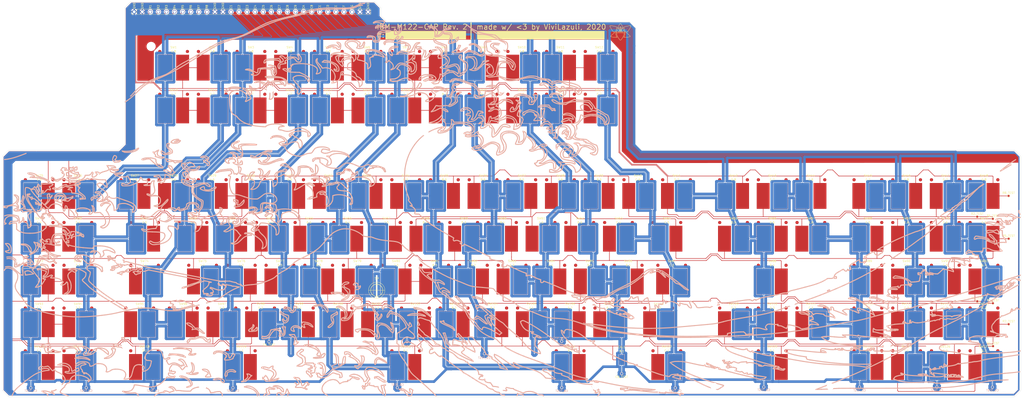
<source format=kicad_pcb>
(kicad_pcb (version 20171130) (host pcbnew "(5.1.9-0-10_14)")
  (layers (0 F.Cu signal) (31 B.Cu signal) (34 B.Paste user hide) (35 F.Paste user hide) (36 B.SilkS user) (37 F.SilkS user) (38 B.Mask user hide) (39 F.Mask user hide) (44 Edge.Cuts user hide))
  (net 0 "")
  (net 1 GND)
  (net 2 COL_G)
  (net 3 COL_E)
  (net 4 COL_C)
  (net 5 COL_A)
  (net 6 COL_8)
  (net 7 COL_6)
  (net 8 COL_4)
  (net 9 COL_2)
  (net 10 ROW_8)
  (net 11 ROW_6)
  (net 12 ROW_4)
  (net 13 ROW_2)
  (net 14 COL_F)
  (net 15 COL_D)
  (net 16 COL_B)
  (net 17 COL_9)
  (net 18 COL_7)
  (net 19 COL_5)
  (net 20 COL_3)
  (net 21 COL_1)
  (net 22 ROW_7)
  (net 23 ROW_5)
  (net 24 ROW_3)
  (net 25 ROW_1)
  (net 26 "Net-(SW1-PadREF)")
  (net 27 "Net-(SW1-PadA)")
  (net 28 "Net-(SW2-PadREF)")
  (net 29 "Net-(SW2-PadA)")
  (net 30 "Net-(SW3-PadREF)")
  (net 31 "Net-(SW3-PadA)")
  (net 32 "Net-(SW4-PadREF)")
  (net 33 "Net-(SW4-PadA)")
  (net 34 "Net-(SW5-PadREF)")
  (net 35 "Net-(SW5-PadA)")
  (net 36 "Net-(SW6-PadREF)")
  (net 37 "Net-(SW6-PadA)")
  (net 38 "Net-(SW7-PadREF)")
  (net 39 "Net-(SW7-PadA)")
  (net 40 "Net-(SW8-PadREF)")
  (net 41 "Net-(SW8-PadA)")
  (net 42 "Net-(SW9-PadREF)")
  (net 43 "Net-(SW9-PadA)")
  (net 44 "Net-(SW10-PadREF)")
  (net 45 "Net-(SW10-PadA)")
  (net 46 "Net-(SW11-PadREF)")
  (net 47 "Net-(SW11-PadA)")
  (net 48 "Net-(SW12-PadREF)")
  (net 49 "Net-(SW12-PadA)")
  (net 50 "Net-(SW13-PadREF)")
  (net 51 "Net-(SW13-PadA)")
  (net 52 "Net-(SW14-PadREF)")
  (net 53 "Net-(SW14-PadA)")
  (net 54 "Net-(SW15-PadREF)")
  (net 55 "Net-(SW15-PadA)")
  (net 56 "Net-(SW16-PadREF)")
  (net 57 "Net-(SW16-PadA)")
  (net 58 "Net-(SW17-PadREF)")
  (net 59 "Net-(SW17-PadA)")
  (net 60 "Net-(SW18-PadREF)")
  (net 61 "Net-(SW18-PadA)")
  (net 62 "Net-(SW19-PadREF)")
  (net 63 "Net-(SW19-PadA)")
  (net 64 "Net-(SW20-PadREF)")
  (net 65 "Net-(SW20-PadA)")
  (net 66 "Net-(SW21-PadREF)")
  (net 67 "Net-(SW21-PadA)")
  (net 68 "Net-(SW22-PadREF)")
  (net 69 "Net-(SW22-PadA)")
  (net 70 "Net-(SW23-PadREF)")
  (net 71 "Net-(SW23-PadA)")
  (net 72 "Net-(SW24-PadREF)")
  (net 73 "Net-(SW24-PadA)")
  (net 74 "Net-(SW25-PadREF)")
  (net 75 "Net-(SW25-PadA)")
  (net 76 "Net-(SW26-PadREF)")
  (net 77 "Net-(SW26-PadA)")
  (net 78 "Net-(SW27-PadREF)")
  (net 79 "Net-(SW27-PadA)")
  (net 80 "Net-(SW28-PadREF)")
  (net 81 "Net-(SW28-PadA)")
  (net 82 "Net-(SW29-PadREF)")
  (net 83 "Net-(SW29-PadA)")
  (net 84 "Net-(SW30-PadREF)")
  (net 85 "Net-(SW30-PadA)")
  (net 86 "Net-(SW31-PadREF)")
  (net 87 "Net-(SW31-PadA)")
  (net 88 "Net-(SW32-PadREF)")
  (net 89 "Net-(SW32-PadA)")
  (net 90 "Net-(SW33-PadREF)")
  (net 91 "Net-(SW33-PadA)")
  (net 92 "Net-(SW34-PadREF)")
  (net 93 "Net-(SW34-PadA)")
  (net 94 "Net-(SW35-PadREF)")
  (net 95 "Net-(SW35-PadA)")
  (net 96 "Net-(SW36-PadREF)")
  (net 97 "Net-(SW36-PadA)")
  (net 98 "Net-(SW37-PadREF)")
  (net 99 "Net-(SW37-PadA)")
  (net 100 "Net-(SW38-PadREF)")
  (net 101 "Net-(SW38-PadA)")
  (net 102 "Net-(SW39-PadREF)")
  (net 103 "Net-(SW39-PadA)")
  (net 104 "Net-(SW40-PadREF)")
  (net 105 "Net-(SW40-PadA)")
  (net 106 "Net-(SW41-PadREF)")
  (net 107 "Net-(SW41-PadA)")
  (net 108 "Net-(SW42-PadREF)")
  (net 109 "Net-(SW42-PadA)")
  (net 110 "Net-(SW43-PadREF)")
  (net 111 "Net-(SW43-PadA)")
  (net 112 "Net-(SW44-PadREF)")
  (net 113 "Net-(SW44-PadA)")
  (net 114 "Net-(SW45-PadREF)")
  (net 115 "Net-(SW45-PadA)")
  (net 116 "Net-(SW46-PadREF)")
  (net 117 "Net-(SW46-PadA)")
  (net 118 "Net-(SW47-PadREF)")
  (net 119 "Net-(SW47-PadA)")
  (net 120 "Net-(SW48-PadREF)")
  (net 121 "Net-(SW48-PadA)")
  (net 122 "Net-(SW49-PadREF)")
  (net 123 "Net-(SW49-PadA)")
  (net 124 "Net-(SW50-PadREF)")
  (net 125 "Net-(SW50-PadA)")
  (net 126 "Net-(SW51-PadREF)")
  (net 127 "Net-(SW51-PadA)")
  (net 128 "Net-(SW52-PadREF)")
  (net 129 "Net-(SW52-PadA)")
  (net 130 "Net-(SW53-PadREF)")
  (net 131 "Net-(SW53-PadA)")
  (net 132 "Net-(SW54-PadREF)")
  (net 133 "Net-(SW54-PadA)")
  (net 134 "Net-(SW55-PadREF)")
  (net 135 "Net-(SW55-PadA)")
  (net 136 "Net-(SW56-PadREF)")
  (net 137 "Net-(SW56-PadA)")
  (net 138 "Net-(SW57-PadREF)")
  (net 139 "Net-(SW57-PadA)")
  (net 140 "Net-(SW58-PadREF)")
  (net 141 "Net-(SW58-PadA)")
  (net 142 "Net-(SW59-PadREF)")
  (net 143 "Net-(SW59-PadA)")
  (net 144 "Net-(SW60-PadREF)")
  (net 145 "Net-(SW60-PadA)")
  (net 146 "Net-(SW61-PadREF)")
  (net 147 "Net-(SW61-PadA)")
  (net 148 "Net-(SW62-PadREF)")
  (net 149 "Net-(SW62-PadA)")
  (net 150 "Net-(SW63-PadREF)")
  (net 151 "Net-(SW63-PadA)")
  (net 152 "Net-(SW64-PadREF)")
  (net 153 "Net-(SW64-PadA)")
  (net 154 "Net-(SW65-PadREF)")
  (net 155 "Net-(SW65-PadA)")
  (net 156 "Net-(SW66-PadREF)")
  (net 157 "Net-(SW66-PadA)")
  (net 158 "Net-(SW67-PadREF)")
  (net 159 "Net-(SW67-PadA)")
  (net 160 "Net-(SW68-PadREF)")
  (net 161 "Net-(SW68-PadA)")
  (net 162 "Net-(SW69-PadREF)")
  (net 163 "Net-(SW69-PadA)")
  (net 164 "Net-(SW70-PadREF)")
  (net 165 "Net-(SW70-PadA)")
  (net 166 "Net-(SW71-PadREF)")
  (net 167 "Net-(SW71-PadA)")
  (net 168 "Net-(SW72-PadREF)")
  (net 169 "Net-(SW72-PadA)")
  (net 170 "Net-(SW73-PadREF)")
  (net 171 "Net-(SW73-PadA)")
  (net 172 "Net-(SW74-PadREF)")
  (net 173 "Net-(SW74-PadA)")
  (net 174 "Net-(SW75-PadREF)")
  (net 175 "Net-(SW75-PadA)")
  (net 176 "Net-(SW76-PadREF)")
  (net 177 "Net-(SW76-PadA)")
  (net 178 "Net-(SW77-PadREF)")
  (net 179 "Net-(SW77-PadA)")
  (net 180 "Net-(SW78-PadREF)")
  (net 181 "Net-(SW78-PadA)")
  (net 182 "Net-(SW79-PadREF)")
  (net 183 "Net-(SW79-PadA)")
  (net 184 "Net-(SW80-PadREF)")
  (net 185 "Net-(SW80-PadA)")
  (net 186 "Net-(SW81-PadREF)")
  (net 187 "Net-(SW81-PadA)")
  (net 188 "Net-(SW82-PadREF)")
  (net 189 "Net-(SW82-PadA)")
  (net 190 "Net-(SW83-PadREF)")
  (net 191 "Net-(SW83-PadA)")
  (net 192 "Net-(SW84-PadREF)")
  (net 193 "Net-(SW84-PadA)")
  (net 194 "Net-(SW85-PadREF)")
  (net 195 "Net-(SW85-PadA)")
  (net 196 "Net-(SW86-PadREF)")
  (net 197 "Net-(SW86-PadA)")
  (net 198 "Net-(SW87-PadREF)")
  (net 199 "Net-(SW87-PadA)")
  (net 200 "Net-(SW88-PadREF)")
  (net 201 "Net-(SW88-PadA)")
  (net 202 "Net-(SW89-PadREF)")
  (net 203 "Net-(SW89-PadA)")
  (net 204 "Net-(SW90-PadREF)")
  (net 205 "Net-(SW90-PadA)")
  (net 206 "Net-(SW91-PadREF)")
  (net 207 "Net-(SW91-PadA)")
  (net 208 "Net-(SW92-PadREF)")
  (net 209 "Net-(SW92-PadA)")
  (net 210 "Net-(SW93-PadREF)")
  (net 211 "Net-(SW93-PadA)")
  (net 212 "Net-(SW94-PadREF)")
  (net 213 "Net-(SW94-PadA)")
  (net 214 "Net-(SW95-PadREF)")
  (net 215 "Net-(SW95-PadA)")
  (net 216 "Net-(SW96-PadREF)")
  (net 217 "Net-(SW96-PadA)")
  (net 218 "Net-(SW97-PadREF)")
  (net 219 "Net-(SW97-PadA)")
  (net 220 "Net-(SW98-PadREF)")
  (net 221 "Net-(SW98-PadA)")
  (net 222 "Net-(SW99-PadREF)")
  (net 223 "Net-(SW99-PadA)")
  (net 224 "Net-(SW100-PadREF)")
  (net 225 "Net-(SW100-PadA)")
  (net 226 "Net-(SW101-PadREF)")
  (net 227 "Net-(SW101-PadA)")
  (net 228 "Net-(SW102-PadREF)")
  (net 229 "Net-(SW102-PadA)")
  (net 230 "Net-(SW103-PadREF)")
  (net 231 "Net-(SW103-PadA)")
  (net 232 "Net-(SW104-PadREF)")
  (net 233 "Net-(SW104-PadA)")
  (net 234 "Net-(SW105-PadREF)")
  (net 235 "Net-(SW105-PadA)")
  (net 236 "Net-(SW106-PadREF)")
  (net 237 "Net-(SW106-PadA)")
  (net 238 "Net-(SW107-PadREF)")
  (net 239 "Net-(SW107-PadA)")
  (net 240 "Net-(SW108-PadREF)")
  (net 241 "Net-(SW108-PadA)")
  (net 242 "Net-(SW109-PadREF)")
  (net 243 "Net-(SW109-PadA)")
  (net 244 "Net-(SW110-PadREF)")
  (net 245 "Net-(SW110-PadA)")
  (net 246 "Net-(SW111-PadREF)")
  (net 247 "Net-(SW111-PadA)")
  (net 248 "Net-(SW112-PadREF)")
  (net 249 "Net-(SW112-PadA)")
  (net 250 "Net-(SW113-PadREF)")
  (net 251 "Net-(SW113-PadA)")
  (net 252 "Net-(SW114-PadREF)")
  (net 253 "Net-(SW114-PadA)")
  (net 254 "Net-(SW115-PadREF)")
  (net 255 "Net-(SW115-PadA)")
  (net 256 "Net-(SW116-PadREF)")
  (net 257 "Net-(SW116-PadA)")
  (net 258 "Net-(SW117-PadREF)")
  (net 259 "Net-(SW117-PadA)")
  (net 260 "Net-(SW118-PadREF)")
  (net 261 "Net-(SW118-PadA)")
  (net 262 "Net-(SW119-PadREF)")
  (net 263 "Net-(SW119-PadA)")
  (net 264 "Net-(SW121-PadREF)")
  (net 265 "Net-(SW121-PadA)")
  (net 266 "Net-(SW122-PadREF)")
  (net 267 "Net-(SW122-PadA)")
  (net 268 "Net-(SW123-PadREF)")
  (net 269 "Net-(SW123-PadA)")
  (net 270 "Net-(SW124-PadREF)")
  (net 271 "Net-(SW124-PadA)")
  (net 272 "Net-(SW125-PadREF)")
  (net 273 "Net-(SW125-PadA)")
  (net 274 "Net-(SW126-PadREF)")
  (net 275 "Net-(SW126-PadA)")
  (net 276 "Net-(SW127-PadREF)")
  (net 277 "Net-(SW127-PadA)")
  (net 278 "Net-(SW1-PadB)")
  (net 279 "Net-(SW2-PadB)")
  (net 280 "Net-(SW3-PadB)")
  (net 281 "Net-(SW4-PadB)")
  (net 282 "Net-(SW5-PadB)")
  (net 283 "Net-(SW6-PadB)")
  (net 284 "Net-(SW7-PadB)")
  (net 285 "Net-(SW8-PadB)")
  (net 286 "Net-(SW9-PadB)")
  (net 287 "Net-(SW10-PadB)")
  (net 288 "Net-(SW11-PadB)")
  (net 289 "Net-(SW12-PadB)")
  (net 290 "Net-(SW13-PadB)")
  (net 291 "Net-(SW14-PadB)")
  (net 292 "Net-(SW15-PadB)")
  (net 293 "Net-(SW16-PadB)")
  (net 294 "Net-(SW17-PadB)")
  (net 295 "Net-(SW18-PadB)")
  (net 296 "Net-(SW19-PadB)")
  (net 297 "Net-(SW20-PadB)")
  (net 298 "Net-(SW21-PadB)")
  (net 299 "Net-(SW22-PadB)")
  (net 300 "Net-(SW23-PadB)")
  (net 301 "Net-(SW24-PadB)")
  (net 302 "Net-(SW25-PadB)")
  (net 303 "Net-(SW26-PadB)")
  (net 304 "Net-(SW27-PadB)")
  (net 305 "Net-(SW28-PadB)")
  (net 306 "Net-(SW29-PadB)")
  (net 307 "Net-(SW30-PadB)")
  (net 308 "Net-(SW31-PadB)")
  (net 309 "Net-(SW32-PadB)")
  (net 310 "Net-(SW33-PadB)")
  (net 311 "Net-(SW34-PadB)")
  (net 312 "Net-(SW35-PadB)")
  (net 313 "Net-(SW36-PadB)")
  (net 314 "Net-(SW37-PadB)")
  (net 315 "Net-(SW38-PadB)")
  (net 316 "Net-(SW39-PadB)")
  (net 317 "Net-(SW40-PadB)")
  (net 318 "Net-(SW41-PadB)")
  (net 319 "Net-(SW42-PadB)")
  (net 320 "Net-(SW43-PadB)")
  (net 321 "Net-(SW44-PadB)")
  (net 322 "Net-(SW45-PadB)")
  (net 323 "Net-(SW46-PadB)")
  (net 324 "Net-(SW47-PadB)")
  (net 325 "Net-(SW48-PadB)")
  (net 326 "Net-(SW49-PadB)")
  (net 327 "Net-(SW50-PadB)")
  (net 328 "Net-(SW51-PadB)")
  (net 329 "Net-(SW52-PadB)")
  (net 330 "Net-(SW53-PadB)")
  (net 331 "Net-(SW54-PadB)")
  (net 332 "Net-(SW55-PadB)")
  (net 333 "Net-(SW56-PadB)")
  (net 334 "Net-(SW57-PadB)")
  (net 335 "Net-(SW58-PadB)")
  (net 336 "Net-(SW59-PadB)")
  (net 337 "Net-(SW60-PadB)")
  (net 338 "Net-(SW61-PadB)")
  (net 339 "Net-(SW62-PadB)")
  (net 340 "Net-(SW63-PadB)")
  (net 341 "Net-(SW64-PadB)")
  (net 342 "Net-(SW65-PadB)")
  (net 343 "Net-(SW66-PadB)")
  (net 344 "Net-(SW67-PadB)")
  (net 345 "Net-(SW68-PadB)")
  (net 346 "Net-(SW69-PadB)")
  (net 347 "Net-(SW70-PadB)")
  (net 348 "Net-(SW71-PadB)")
  (net 349 "Net-(SW72-PadB)")
  (net 350 "Net-(SW73-PadB)")
  (net 351 "Net-(SW74-PadB)")
  (net 352 "Net-(SW75-PadB)")
  (net 353 "Net-(SW76-PadB)")
  (net 354 "Net-(SW77-PadB)")
  (net 355 "Net-(SW78-PadB)")
  (net 356 "Net-(SW79-PadB)")
  (net 357 "Net-(SW80-PadB)")
  (net 358 "Net-(SW81-PadB)")
  (net 359 "Net-(SW82-PadB)")
  (net 360 "Net-(SW83-PadB)")
  (net 361 "Net-(SW84-PadB)")
  (net 362 "Net-(SW85-PadB)")
  (net 363 "Net-(SW86-PadB)")
  (net 364 "Net-(SW87-PadB)")
  (net 365 "Net-(SW88-PadB)")
  (net 366 "Net-(SW89-PadB)")
  (net 367 "Net-(SW90-PadB)")
  (net 368 "Net-(SW91-PadB)")
  (net 369 "Net-(SW92-PadB)")
  (net 370 "Net-(SW93-PadB)")
  (net 371 "Net-(SW94-PadB)")
  (net 372 "Net-(SW95-PadB)")
  (net 373 "Net-(SW96-PadB)")
  (net 374 "Net-(SW97-PadB)")
  (net 375 "Net-(SW98-PadB)")
  (net 376 "Net-(SW99-PadB)")
  (net 377 "Net-(SW100-PadB)")
  (net 378 "Net-(SW101-PadB)")
  (net 379 "Net-(SW102-PadB)")
  (net 380 "Net-(SW103-PadB)")
  (net 381 "Net-(SW104-PadB)")
  (net 382 "Net-(SW105-PadB)")
  (net 383 "Net-(SW106-PadB)")
  (net 384 "Net-(SW107-PadB)")
  (net 385 "Net-(SW108-PadB)")
  (net 386 "Net-(SW109-PadB)")
  (net 387 "Net-(SW110-PadB)")
  (net 388 "Net-(SW111-PadB)")
  (net 389 "Net-(SW112-PadB)")
  (net 390 "Net-(SW113-PadB)")
  (net 391 "Net-(SW114-PadB)")
  (net 392 "Net-(SW115-PadB)")
  (net 393 "Net-(SW116-PadB)")
  (net 394 "Net-(SW117-PadB)")
  (net 395 "Net-(SW118-PadB)")
  (net 396 "Net-(SW119-PadB)")
  (net 397 "Net-(SW121-PadB)")
  (net 398 "Net-(SW122-PadB)")
  (net 399 "Net-(SW123-PadB)")
  (net 400 "Net-(SW124-PadB)")
  (net 401 "Net-(SW125-PadB)")
  (net 402 "Net-(SW126-PadB)")
  (net 403 "Net-(SW127-PadB)")
  (net 404 "Net-(SW120-PadA)")
  (net 405 "Net-(SW120-PadB)")
  (net 406 "Net-(SW120-PadREF)")
  (module TestPoint:TestPoint_Pad_D1.0mm (layer B.Cu) (at 533.45 295.7)
    (fp_text reference CG_TEST (at 0.03 1.54) (layer B.SilkS) (effects (justify mirror)))
    (fp_text value TestPoint_Pad_D1.0mm)
    (pad 24 smd circle (at 0 0) (size 1 1) (layers B.Cu B.Mask) (net 2 COL_G))
  )
  (module TestPoint:TestPoint_Pad_D1.0mm (layer B.Cu) (at 506.18 295.63)
    (fp_text reference CF_TEST (at 0 1.61) (layer B.SilkS) (effects (justify mirror)))
    (fp_text value TestPoint_Pad_D1.0mm)
    (pad 23 smd circle (at 0 0) (size 1 1) (layers B.Cu B.Mask) (net 14 COL_F))
  )
  (module TestPoint:TestPoint_Pad_D1.0mm (layer B.Cu) (at 468.21 295.61)
    (fp_text reference CE_TEST (at 0 1.69) (layer B.SilkS) (effects (justify mirror)))
    (fp_text value TestPoint_Pad_D1.0mm)
    (pad 22 smd circle (at 0 0) (size 1 1) (layers B.Cu B.Mask) (net 3 COL_E))
  )
  (module TestPoint:TestPoint_Pad_D1.0mm (layer B.Cu) (at 421.19 295.62)
    (fp_text reference CD_TEST (at 0 1.448) (layer B.SilkS) (effects (justify mirror)))
    (fp_text value TestPoint_Pad_D1.0mm)
    (pad 21 smd circle (at 0 0) (size 1 1) (layers B.Cu B.Mask) (net 15 COL_D))
  )
  (module TestPoint:TestPoint_Pad_D1.0mm (layer B.Cu) (at 377.69 296.08)
    (fp_text reference CC_TEST (at 0 1.448) (layer B.SilkS) (effects (justify mirror)))
    (fp_text value TestPoint_Pad_D1.0mm)
    (pad 20 smd circle (at 0 0) (size 1 1) (layers B.Cu B.Mask) (net 4 COL_C))
  )
  (module TestPoint:TestPoint_Pad_D1.0mm (layer B.Cu) (at 351.38 289.05)
    (fp_text reference CB_TEST (at 0 1.59) (layer F.SilkS))
    (fp_text value TestPoint_Pad_D1.0mm)
    (pad 19 smd circle (at 0 0) (size 1 1) (layers B.Cu B.Mask) (net 16 COL_B))
  )
  (module TestPoint:TestPoint_Pad_D1.0mm (layer B.Cu) (at 321.94 273.22)
    (fp_text reference CA_TEST (at -1.62 -1.57) (layer B.SilkS) (effects (justify mirror)))
    (fp_text value TestPoint_Pad_D1.0mm)
    (pad 18 smd circle (at 0 0) (size 1 1) (layers B.Cu B.Mask) (net 5 COL_A))
  )
  (module TestPoint:TestPoint_Pad_D1.0mm (layer B.Cu) (at 283.94 279.33)
    (fp_text reference C9_TEST (at -0.05 1.95) (layer B.SilkS) (effects (justify mirror)))
    (fp_text value TestPoint_Pad_D1.0mm)
    (pad 17 smd circle (at 0 0) (size 1 1) (layers B.Cu B.Mask) (net 17 COL_9))
  )
  (module TestPoint:TestPoint_Pad_D1.0mm (layer B.Cu) (at 321.95 295.93)
    (fp_text reference C8_TEST (at -0.02 1.66) (layer B.SilkS) (effects (justify mirror)))
    (fp_text value TestPoint_Pad_D1.0mm)
    (pad 16 smd circle (at 0 0) (size 1 1) (layers B.Cu B.Mask) (net 6 COL_8))
  )
  (module TestPoint:TestPoint_Pad_D1.0mm (layer B.Cu) (at 245.95 273.32)
    (fp_text reference C7_TEST (at 0.25 2.43) (layer B.SilkS) (effects (justify mirror)))
    (fp_text value TestPoint_Pad_D1.0mm)
    (pad 15 smd circle (at 0 0) (size 1 1) (layers B.Cu B.Mask) (net 18 COL_7))
  )
  (module TestPoint:TestPoint_Pad_D1.0mm (layer B.Cu) (at 241.2 295.98)
    (fp_text reference C6_TEST (at 0.11 -1.5) (layer B.SilkS) (effects (justify mirror)))
    (fp_text value TestPoint_Pad_D1.0mm)
    (pad 14 smd circle (at 0 0) (size 1 1) (layers B.Cu B.Mask) (net 7 COL_6))
  )
  (module TestPoint:TestPoint_Pad_D1.0mm (layer B.Cu) (at 178.19 273.37)
    (fp_text reference C5_TEST (at -0.01 1.5) (layer F.SilkS))
    (fp_text value TestPoint_Pad_D1.0mm)
    (pad 13 smd circle (at 0 0) (size 1 1) (layers B.Cu B.Mask) (net 19 COL_5))
  )
  (module TestPoint:TestPoint_Pad_D1.0mm (layer B.Cu) (at 160.49 296.01)
    (fp_text reference C4_TEST (at 0 1.448) (layer B.SilkS) (effects (justify mirror)))
    (fp_text value TestPoint_Pad_D1.0mm)
    (pad 12 smd circle (at 0 0) (size 1 1) (layers B.Cu B.Mask) (net 8 COL_4))
  )
  (module TestPoint:TestPoint_Pad_D1.0mm (layer B.Cu) (at 121.19 296.01)
    (fp_text reference C3_TEST (at 0 1.54) (layer B.SilkS) (effects (justify mirror)))
    (fp_text value TestPoint_Pad_D1.0mm)
    (pad 11 smd circle (at 0 0) (size 1 1) (layers B.Cu B.Mask) (net 20 COL_3))
  )
  (module TestPoint:TestPoint_Pad_D1.0mm (layer B.Cu) (at 88.43 295.99)
    (fp_text reference C2_TEST (at 0 1.448) (layer B.SilkS) (effects (justify mirror)))
    (fp_text value TestPoint_Pad_D1.0mm)
    (pad 10 smd circle (at 0 0) (size 1 1) (layers B.Cu B.Mask) (net 9 COL_2))
  )
  (module TestPoint:TestPoint_Pad_D1.0mm (layer B.Cu) (at 61.2 296.05)
    (fp_text reference C1_TEST (at 0 1.448) (layer B.SilkS) (effects (justify mirror)))
    (fp_text value TestPoint_Pad_D1.0mm)
    (pad 9 smd circle (at 0 0) (size 1 1) (layers B.Cu B.Mask) (net 21 COL_1))
  )
  (module TestPoint:TestPoint_Pad_D1.0mm (layer F.Cu) (at 541.42 201.75)
    (fp_text reference R8_TEST (at 0 -1.448) (layer F.SilkS))
    (fp_text value TestPoint_Pad_D1.0mm)
    (pad 8 smd circle (at 0 0) (size 1 1) (layers F.Cu F.Mask) (net 10 ROW_8))
  )
  (module TestPoint:TestPoint_Pad_D1.0mm (layer F.Cu) (at 525.99 211.99)
    (fp_text reference R2_TEST (at 0 -1.448) (layer F.SilkS))
    (fp_text value TestPoint_Pad_D1.0mm)
    (pad 7 smd circle (at 0 0) (size 1 1) (layers F.Cu F.Mask) (net 22 ROW_7))
  )
  (module TestPoint:TestPoint_Pad_D1.0mm (layer F.Cu) (at 533.67 213.01)
    (fp_text reference R6_TEST (at 0 -1.448) (layer F.SilkS))
    (fp_text value TestPoint_Pad_D1.0mm)
    (pad 6 smd circle (at 0 0) (size 1 1) (layers F.Cu F.Mask) (net 11 ROW_6))
  )
  (module TestPoint:TestPoint_Pad_D1.0mm (layer F.Cu) (at 541.44 222.77)
    (fp_text reference R5_TEST (at 0 -1.448) (layer F.SilkS))
    (fp_text value TestPoint_Pad_D1.0mm)
    (pad 5 smd circle (at 0 0) (size 1 1) (layers F.Cu F.Mask) (net 23 ROW_5))
  )
  (module TestPoint:TestPoint_Pad_D1.0mm (layer F.Cu) (at 526.01 253.5)
    (fp_text reference R4_TEST (at 0 -1.448) (layer F.SilkS))
    (fp_text value TestPoint_Pad_D1.0mm)
    (pad 4 smd circle (at 0 0) (size 1 1) (layers F.Cu F.Mask) (net 12 ROW_4))
  )
  (module TestPoint:TestPoint_Pad_D1.0mm (layer F.Cu) (at 533.7 254.47)
    (fp_text reference R3_TEST (at 0 -1.448) (layer F.SilkS))
    (fp_text value TestPoint_Pad_D1.0mm)
    (pad 3 smd circle (at 0 0) (size 1 1) (layers F.Cu F.Mask) (net 24 ROW_3))
  )
  (module TestPoint:TestPoint_Pad_D1.0mm (layer F.Cu) (at 541.44 264.77)
    (fp_text reference R2_TEST (at 0 -1.448) (layer F.SilkS))
    (fp_text value TestPoint_Pad_D1.0mm)
    (pad 2 smd circle (at 0 0) (size 1 1) (layers F.Cu F.Mask) (net 13 ROW_2))
  )
  (module TestPoint:TestPoint_Pad_D1.0mm (layer F.Cu) (at 533.77 275.55)
    (fp_text reference R1_TEST (at 0 -1.448) (layer F.SilkS))
    (fp_text value TestPoint_Pad_D1.0mm)
    (pad 1 smd circle (at 0 0) (size 1 1) (layers F.Cu F.Mask) (net 25 ROW_1))
  )
  (module lib_fp:SW_CAP_IBM_F (layer F.Cu) (at 264.315 159.77)
    (fp_text reference SW20 (at 0 -10) (layer F.SilkS))
    (fp_text value 8,7 (at 0 -8) (layer F.SilkS))
    (pad A smd circle (at -6.7945 -7.937) (size 1.588 1.588) (layers F.Cu) (net 65 "Net-(SW20-PadA)"))
    (pad B smd circle (at 6.7945 -7.937) (size 1.588 1.588) (layers F.Cu) (net 297 "Net-(SW20-PadB)"))
    (pad COL smd rect (at 4.1275 0) (size 6.985 12.7) (layers B.Cu) (net 6 COL_8))
    (pad ROW smd rect (at -4.445 0) (size 6.35 12.7) (layers F.Cu) (net 22 ROW_7))
    (pad REF smd rect (at 4.1275 0) (size 6.985 12.7) (layers F.Cu) (net 64 "Net-(SW20-PadREF)"))
  )
  (module lib_fp:SW_CAP_IBM_F (layer F.Cu) (at 264.315 138.77)
    (fp_text reference SW8 (at 0 -10) (layer F.SilkS))
    (fp_text value 8,8 (at 0 -8) (layer F.SilkS))
    (pad A smd circle (at -6.7945 -7.937) (size 1.588 1.588) (layers F.Cu) (net 41 "Net-(SW8-PadA)"))
    (pad B smd circle (at 6.7945 -7.937) (size 1.588 1.588) (layers F.Cu) (net 285 "Net-(SW8-PadB)"))
    (pad COL smd rect (at 4.1275 0) (size 6.985 12.7) (layers B.Cu) (net 6 COL_8))
    (pad ROW smd rect (at -4.445 0) (size 6.35 12.7) (layers F.Cu) (net 10 ROW_8))
    (pad REF smd rect (at 4.1275 0) (size 6.985 12.7) (layers F.Cu) (net 40 "Net-(SW8-PadREF)"))
  )
  (module lib_fp:SW_CAP_IBM_F (layer F.Cu) (at 302.315 138.77)
    (fp_text reference SW10 (at 0 -10) (layer F.SilkS))
    (fp_text value A,8 (at 0 -8) (layer F.SilkS))
    (pad A smd circle (at -6.7945 -7.937) (size 1.588 1.588) (layers F.Cu) (net 45 "Net-(SW10-PadA)"))
    (pad B smd circle (at 6.7945 -7.937) (size 1.588 1.588) (layers F.Cu) (net 287 "Net-(SW10-PadB)"))
    (pad COL smd rect (at 4.1275 0) (size 6.985 12.7) (layers B.Cu) (net 5 COL_A))
    (pad ROW smd rect (at -4.445 0) (size 6.35 12.7) (layers F.Cu) (net 10 ROW_8))
    (pad REF smd rect (at 4.1275 0) (size 6.985 12.7) (layers F.Cu) (net 44 "Net-(SW10-PadREF)"))
  )
  (module lib_fp:SW_CAP_IBM_F (layer F.Cu) (at 226.315 138.77)
    (fp_text reference SW6 (at 0 -10) (layer F.SilkS))
    (fp_text value 6,8 (at 0 -8) (layer F.SilkS))
    (pad A smd circle (at -6.7945 -7.937) (size 1.588 1.588) (layers F.Cu) (net 37 "Net-(SW6-PadA)"))
    (pad B smd circle (at 6.7945 -7.937) (size 1.588 1.588) (layers F.Cu) (net 283 "Net-(SW6-PadB)"))
    (pad COL smd rect (at 4.1275 0) (size 6.985 12.7) (layers B.Cu) (net 7 COL_6))
    (pad ROW smd rect (at -4.445 0) (size 6.35 12.7) (layers F.Cu) (net 10 ROW_8))
    (pad REF smd rect (at 4.1275 0) (size 6.985 12.7) (layers F.Cu) (net 36 "Net-(SW6-PadREF)"))
  )
  (module lib_fp:SW_CAP_IBM_F (layer F.Cu) (at 302.315 159.77)
    (fp_text reference SW22 (at 0 -10) (layer F.SilkS))
    (fp_text value A,7 (at 0 -8) (layer F.SilkS))
    (pad A smd circle (at -6.7945 -7.937) (size 1.588 1.588) (layers F.Cu) (net 69 "Net-(SW22-PadA)"))
    (pad B smd circle (at 6.7945 -7.937) (size 1.588 1.588) (layers F.Cu) (net 299 "Net-(SW22-PadB)"))
    (pad COL smd rect (at 4.1275 0) (size 6.985 12.7) (layers B.Cu) (net 5 COL_A))
    (pad ROW smd rect (at -4.445 0) (size 6.35 12.7) (layers F.Cu) (net 22 ROW_7))
    (pad REF smd rect (at 4.1275 0) (size 6.985 12.7) (layers F.Cu) (net 68 "Net-(SW22-PadREF)"))
  )
  (module lib_fp:SW_CAP_IBM_F (layer F.Cu) (at 340.315 159.77)
    (fp_text reference SW24 (at 0 -10) (layer F.SilkS))
    (fp_text value C,7 (at 0 -8) (layer F.SilkS))
    (pad A smd circle (at -6.7945 -7.937) (size 1.588 1.588) (layers F.Cu) (net 73 "Net-(SW24-PadA)"))
    (pad B smd circle (at 6.7945 -7.937) (size 1.588 1.588) (layers F.Cu) (net 301 "Net-(SW24-PadB)"))
    (pad COL smd rect (at 4.1275 0) (size 6.985 12.7) (layers B.Cu) (net 4 COL_C))
    (pad ROW smd rect (at -4.445 0) (size 6.35 12.7) (layers F.Cu) (net 22 ROW_7))
    (pad REF smd rect (at 4.1275 0) (size 6.985 12.7) (layers F.Cu) (net 72 "Net-(SW24-PadREF)"))
  )
  (module lib_fp:SW_CAP_IBM_F (layer F.Cu) (at 226.315 159.77)
    (fp_text reference SW18 (at 0 -10) (layer F.SilkS))
    (fp_text value 6,7 (at 0 -8) (layer F.SilkS))
    (pad A smd circle (at -6.7945 -7.937) (size 1.588 1.588) (layers F.Cu) (net 61 "Net-(SW18-PadA)"))
    (pad B smd circle (at 6.7945 -7.937) (size 1.588 1.588) (layers F.Cu) (net 295 "Net-(SW18-PadB)"))
    (pad COL smd rect (at 4.1275 0) (size 6.985 12.7) (layers B.Cu) (net 7 COL_6))
    (pad ROW smd rect (at -4.445 0) (size 6.35 12.7) (layers F.Cu) (net 22 ROW_7))
    (pad REF smd rect (at 4.1275 0) (size 6.985 12.7) (layers F.Cu) (net 60 "Net-(SW18-PadREF)"))
  )
  (module lib_fp:SW_CAP_IBM_F (layer F.Cu) (at 150.315 138.77)
    (fp_text reference SW2 (at 0 -10) (layer F.SilkS))
    (fp_text value 2,8 (at 0 -8) (layer F.SilkS))
    (pad A smd circle (at -6.7945 -7.937) (size 1.588 1.588) (layers F.Cu) (net 29 "Net-(SW2-PadA)"))
    (pad B smd circle (at 6.7945 -7.937) (size 1.588 1.588) (layers F.Cu) (net 279 "Net-(SW2-PadB)"))
    (pad COL smd rect (at 4.1275 0) (size 6.985 12.7) (layers B.Cu) (net 9 COL_2))
    (pad ROW smd rect (at -4.445 0) (size 6.35 12.7) (layers F.Cu) (net 10 ROW_8))
    (pad REF smd rect (at 4.1275 0) (size 6.985 12.7) (layers F.Cu) (net 28 "Net-(SW2-PadREF)"))
  )
  (module lib_fp:SW_CAP_IBM_F (layer F.Cu) (at 188.315 159.77)
    (fp_text reference SW16 (at 0 -10) (layer F.SilkS))
    (fp_text value 4,7 (at 0 -8) (layer F.SilkS))
    (pad A smd circle (at -6.7945 -7.937) (size 1.588 1.588) (layers F.Cu) (net 57 "Net-(SW16-PadA)"))
    (pad B smd circle (at 6.7945 -7.937) (size 1.588 1.588) (layers F.Cu) (net 293 "Net-(SW16-PadB)"))
    (pad COL smd rect (at 4.1275 0) (size 6.985 12.7) (layers B.Cu) (net 8 COL_4))
    (pad ROW smd rect (at -4.445 0) (size 6.35 12.7) (layers F.Cu) (net 22 ROW_7))
    (pad REF smd rect (at 4.1275 0) (size 6.985 12.7) (layers F.Cu) (net 56 "Net-(SW16-PadREF)"))
  )
  (module lib_fp:SW_CAP_IBM_F (layer F.Cu) (at 188.315 138.77)
    (fp_text reference SW4 (at 0 -10) (layer F.SilkS))
    (fp_text value 4,8 (at 0 -8) (layer F.SilkS))
    (pad A smd circle (at -6.7945 -7.937) (size 1.588 1.588) (layers F.Cu) (net 33 "Net-(SW4-PadA)"))
    (pad B smd circle (at 6.7945 -7.937) (size 1.588 1.588) (layers F.Cu) (net 281 "Net-(SW4-PadB)"))
    (pad COL smd rect (at 4.1275 0) (size 6.985 12.7) (layers B.Cu) (net 8 COL_4))
    (pad ROW smd rect (at -4.445 0) (size 6.35 12.7) (layers F.Cu) (net 10 ROW_8))
    (pad REF smd rect (at 4.1275 0) (size 6.985 12.7) (layers F.Cu) (net 32 "Net-(SW4-PadREF)"))
  )
  (module lib_fp:SW_CAP_IBM_F (layer F.Cu) (at 340.315 138.77)
    (fp_text reference SW12 (at 0 -10) (layer F.SilkS))
    (fp_text value C,8 (at 0 -8) (layer F.SilkS))
    (pad A smd circle (at -6.7945 -7.937) (size 1.588 1.588) (layers F.Cu) (net 49 "Net-(SW12-PadA)"))
    (pad B smd circle (at 6.7945 -7.937) (size 1.588 1.588) (layers F.Cu) (net 289 "Net-(SW12-PadB)"))
    (pad COL smd rect (at 4.1275 0) (size 6.985 12.7) (layers B.Cu) (net 4 COL_C))
    (pad ROW smd rect (at -4.445 0) (size 6.35 12.7) (layers F.Cu) (net 10 ROW_8))
    (pad REF smd rect (at 4.1275 0) (size 6.985 12.7) (layers F.Cu) (net 48 "Net-(SW12-PadREF)"))
  )
  (module lib_fp:SW_CAP_IBM_F (layer F.Cu) (at 150.315 159.77)
    (fp_text reference SW14 (at 0 -10) (layer F.SilkS))
    (fp_text value 2,7 (at 0 -8) (layer F.SilkS))
    (pad A smd circle (at -6.7945 -7.937) (size 1.588 1.588) (layers F.Cu) (net 53 "Net-(SW14-PadA)"))
    (pad B smd circle (at 6.7945 -7.937) (size 1.588 1.588) (layers F.Cu) (net 291 "Net-(SW14-PadB)"))
    (pad COL smd rect (at 4.1275 0) (size 6.985 12.7) (layers B.Cu) (net 9 COL_2))
    (pad ROW smd rect (at -4.445 0) (size 6.35 12.7) (layers F.Cu) (net 22 ROW_7))
    (pad REF smd rect (at 4.1275 0) (size 6.985 12.7) (layers F.Cu) (net 52 "Net-(SW14-PadREF)"))
  )
  (module lib_fp:SW_CAP_IBM_F (layer F.Cu) (at 529.315 285.77)
    (fp_text reference SW127 (at 0 -10) (layer F.SilkS))
    (fp_text value G,1 (at 0 -8) (layer F.SilkS))
    (pad A smd circle (at -6.7945 -7.937) (size 1.588 1.588) (layers F.Cu) (net 277 "Net-(SW127-PadA)"))
    (pad B smd circle (at 6.7945 -7.937) (size 1.588 1.588) (layers F.Cu) (net 403 "Net-(SW127-PadB)"))
    (pad COL smd rect (at 4.1275 0) (size 6.985 12.7) (layers B.Cu) (net 2 COL_G))
    (pad ROW smd rect (at -4.445 0) (size 6.35 12.7) (layers F.Cu) (net 25 ROW_1))
    (pad REF smd rect (at 4.1275 0) (size 6.985 12.7) (layers F.Cu) (net 276 "Net-(SW127-PadREF)"))
  )
  (module lib_fp:SW_CAP_IBM_F (layer F.Cu) (at 491.315 285.77)
    (fp_text reference SW125 (at 0 -10) (layer F.SilkS))
    (fp_text value F,1 (at 0 -8) (layer F.SilkS))
    (pad A smd circle (at -6.7945 -7.937) (size 1.588 1.588) (layers F.Cu) (net 273 "Net-(SW125-PadA)"))
    (pad B smd circle (at 6.7945 -7.937) (size 1.588 1.588) (layers F.Cu) (net 401 "Net-(SW125-PadB)"))
    (pad COL smd rect (at 4.1275 0) (size 6.985 12.7) (layers B.Cu) (net 14 COL_F))
    (pad ROW smd rect (at -4.445 0) (size 6.35 12.7) (layers F.Cu) (net 25 ROW_1))
    (pad REF smd rect (at 4.1275 0) (size 6.985 12.7) (layers F.Cu) (net 272 "Net-(SW125-PadREF)"))
  )
  (module lib_fp:SW_CAP_IBM_F (layer F.Cu) (at 373.565 285.77)
    (fp_text reference SW122 (at 0 -10) (layer F.SilkS))
    (fp_text value C,1 (at 0 -8) (layer F.SilkS))
    (pad A smd circle (at -6.7945 -7.937) (size 1.588 1.588) (layers F.Cu) (net 267 "Net-(SW122-PadA)"))
    (pad B smd circle (at 6.7945 -7.937) (size 1.588 1.588) (layers F.Cu) (net 398 "Net-(SW122-PadB)"))
    (pad COL smd rect (at 4.1275 0) (size 6.985 12.7) (layers B.Cu) (net 4 COL_C))
    (pad ROW smd rect (at -4.445 0) (size 6.35 12.7) (layers F.Cu) (net 25 ROW_1))
    (pad REF smd rect (at 4.1275 0) (size 6.985 12.7) (layers F.Cu) (net 266 "Net-(SW122-PadREF)"))
  )
  (module lib_fp:SW_CAP_IBM_F (layer F.Cu) (at 117.065 285.77)
    (fp_text reference SW118 (at 0 -10) (layer F.SilkS))
    (fp_text value 3,1 (at 0 -8) (layer F.SilkS))
    (pad A smd circle (at -6.7945 -7.937) (size 1.588 1.588) (layers F.Cu) (net 261 "Net-(SW118-PadA)"))
    (pad B smd circle (at 6.7945 -7.937) (size 1.588 1.588) (layers F.Cu) (net 395 "Net-(SW118-PadB)"))
    (pad COL smd rect (at 4.1275 0) (size 6.985 12.7) (layers B.Cu) (net 20 COL_3))
    (pad ROW smd rect (at -4.445 0) (size 6.35 12.7) (layers F.Cu) (net 25 ROW_1))
    (pad REF smd rect (at 4.1275 0) (size 6.985 12.7) (layers F.Cu) (net 260 "Net-(SW118-PadREF)"))
  )
  (module lib_fp:SW_CAP_IBM_F (layer F.Cu) (at 84.315 285.77)
    (fp_text reference SW117 (at 0 -10) (layer F.SilkS))
    (fp_text value 2,1 (at 0 -8) (layer F.SilkS))
    (pad A smd circle (at -6.7945 -7.937) (size 1.588 1.588) (layers F.Cu) (net 259 "Net-(SW117-PadA)"))
    (pad B smd circle (at 6.7945 -7.937) (size 1.588 1.588) (layers F.Cu) (net 394 "Net-(SW117-PadB)"))
    (pad COL smd rect (at 4.1275 0) (size 6.985 12.7) (layers B.Cu) (net 9 COL_2))
    (pad ROW smd rect (at -4.445 0) (size 6.35 12.7) (layers F.Cu) (net 25 ROW_1))
    (pad REF smd rect (at 4.1275 0) (size 6.985 12.7) (layers F.Cu) (net 258 "Net-(SW117-PadREF)"))
  )
  (module lib_fp:SW_CAP_IBM_F (layer F.Cu) (at 510.315 264.77)
    (fp_text reference SW114 (at 0 -10) (layer F.SilkS))
    (fp_text value G,3 (at 0 -8) (layer F.SilkS))
    (pad A smd circle (at -6.7945 -7.937) (size 1.588 1.588) (layers F.Cu) (net 253 "Net-(SW114-PadA)"))
    (pad B smd circle (at 6.7945 -7.937) (size 1.588 1.588) (layers F.Cu) (net 391 "Net-(SW114-PadB)"))
    (pad COL smd rect (at 4.1275 0) (size 6.985 12.7) (layers B.Cu) (net 2 COL_G))
    (pad ROW smd rect (at -4.445 0) (size 6.35 12.7) (layers F.Cu) (net 24 ROW_3))
    (pad REF smd rect (at 4.1275 0) (size 6.985 12.7) (layers F.Cu) (net 252 "Net-(SW114-PadREF)"))
  )
  (module lib_fp:SW_CAP_IBM_F (layer F.Cu) (at 491.315 264.77)
    (fp_text reference SW113 (at 0 -10) (layer F.SilkS))
    (fp_text value F,3 (at 0 -8) (layer F.SilkS))
    (pad A smd circle (at -6.7945 -7.937) (size 1.588 1.588) (layers F.Cu) (net 251 "Net-(SW113-PadA)"))
    (pad B smd circle (at 6.7945 -7.937) (size 1.588 1.588) (layers F.Cu) (net 390 "Net-(SW113-PadB)"))
    (pad COL smd rect (at 4.1275 0) (size 6.985 12.7) (layers B.Cu) (net 14 COL_F))
    (pad ROW smd rect (at -4.445 0) (size 6.35 12.7) (layers F.Cu) (net 24 ROW_3))
    (pad REF smd rect (at 4.1275 0) (size 6.985 12.7) (layers F.Cu) (net 250 "Net-(SW113-PadREF)"))
  )
  (module lib_fp:SW_CAP_IBM_F (layer F.Cu) (at 444.315 264.77)
    (fp_text reference SW111 (at 0 -10) (layer F.SilkS))
    (fp_text value E,3 (at 0 -8) (layer F.SilkS))
    (pad A smd circle (at -6.7945 -7.937) (size 1.588 1.588) (layers F.Cu) (net 247 "Net-(SW111-PadA)"))
    (pad B smd circle (at 6.7945 -7.937) (size 1.588 1.588) (layers F.Cu) (net 388 "Net-(SW111-PadB)"))
    (pad COL smd rect (at 4.1275 0) (size 6.985 12.7) (layers B.Cu) (net 3 COL_E))
    (pad ROW smd rect (at -4.445 0) (size 6.35 12.7) (layers F.Cu) (net 24 ROW_3))
    (pad REF smd rect (at 4.1275 0) (size 6.985 12.7) (layers F.Cu) (net 246 "Net-(SW111-PadREF)"))
  )
  (module lib_fp:SW_CAP_IBM_F (layer F.Cu) (at 406.315 264.77)
    (fp_text reference SW109 (at 0 -10) (layer F.SilkS))
    (fp_text value D,2 (at 0 -8) (layer F.SilkS))
    (pad A smd circle (at -6.7945 -7.937) (size 1.588 1.588) (layers F.Cu) (net 243 "Net-(SW109-PadA)"))
    (pad B smd circle (at 6.7945 -7.937) (size 1.588 1.588) (layers F.Cu) (net 386 "Net-(SW109-PadB)"))
    (pad COL smd rect (at 4.1275 0) (size 6.985 12.7) (layers B.Cu) (net 15 COL_D))
    (pad ROW smd rect (at -4.445 0) (size 6.35 12.7) (layers F.Cu) (net 13 ROW_2))
    (pad REF smd rect (at 4.1275 0) (size 6.985 12.7) (layers F.Cu) (net 242 "Net-(SW109-PadREF)"))
  )
  (module lib_fp:SW_CAP_IBM_F (layer F.Cu) (at 369.565 264.77)
    (fp_text reference SW108 (at 0 -10) (layer F.SilkS))
    (fp_text value C,2 (at 0 -8) (layer F.SilkS))
    (pad A smd circle (at -6.7945 -7.937) (size 1.588 1.588) (layers F.Cu) (net 241 "Net-(SW108-PadA)"))
    (pad B smd circle (at 6.7945 -7.937) (size 1.588 1.588) (layers F.Cu) (net 385 "Net-(SW108-PadB)"))
    (pad COL smd rect (at 4.1275 0) (size 6.985 12.7) (layers B.Cu) (net 4 COL_C))
    (pad ROW smd rect (at -4.445 0) (size 6.35 12.7) (layers F.Cu) (net 13 ROW_2))
    (pad REF smd rect (at 4.1275 0) (size 6.985 12.7) (layers F.Cu) (net 240 "Net-(SW108-PadREF)"))
  )
  (module lib_fp:SW_CAP_IBM_F (layer F.Cu) (at 345.065 264.77)
    (fp_text reference SW107 (at 0 -10) (layer F.SilkS))
    (fp_text value B,2 (at 0 -8) (layer F.SilkS))
    (pad A smd circle (at -6.7945 -7.937) (size 1.588 1.588) (layers F.Cu) (net 239 "Net-(SW107-PadA)"))
    (pad B smd circle (at 6.7945 -7.937) (size 1.588 1.588) (layers F.Cu) (net 384 "Net-(SW107-PadB)"))
    (pad COL smd rect (at 4.1275 0) (size 6.985 12.7) (layers B.Cu) (net 16 COL_B))
    (pad ROW smd rect (at -4.445 0) (size 6.35 12.7) (layers F.Cu) (net 13 ROW_2))
    (pad REF smd rect (at 4.1275 0) (size 6.985 12.7) (layers F.Cu) (net 238 "Net-(SW107-PadREF)"))
  )
  (module lib_fp:SW_CAP_IBM_F (layer F.Cu) (at 307.065 264.77)
    (fp_text reference SW105 (at 0 -10) (layer F.SilkS))
    (fp_text value A,1 (at 0 -8) (layer F.SilkS))
    (pad A smd circle (at -6.7945 -7.937) (size 1.588 1.588) (layers F.Cu) (net 235 "Net-(SW105-PadA)"))
    (pad B smd circle (at 6.7945 -7.937) (size 1.588 1.588) (layers F.Cu) (net 382 "Net-(SW105-PadB)"))
    (pad COL smd rect (at 4.1275 0) (size 6.985 12.7) (layers B.Cu) (net 5 COL_A))
    (pad ROW smd rect (at -4.445 0) (size 6.35 12.7) (layers F.Cu) (net 25 ROW_1))
    (pad REF smd rect (at 4.1275 0) (size 6.985 12.7) (layers F.Cu) (net 234 "Net-(SW105-PadREF)"))
  )
  (module lib_fp:SW_CAP_IBM_F (layer F.Cu) (at 231.065 264.77)
    (fp_text reference SW101 (at 0 -10) (layer F.SilkS))
    (fp_text value 7,2 (at 0 -8) (layer F.SilkS))
    (pad A smd circle (at -6.7945 -7.937) (size 1.588 1.588) (layers F.Cu) (net 227 "Net-(SW101-PadA)"))
    (pad B smd circle (at 6.7945 -7.937) (size 1.588 1.588) (layers F.Cu) (net 378 "Net-(SW101-PadB)"))
    (pad COL smd rect (at 4.1275 0) (size 6.985 12.7) (layers B.Cu) (net 18 COL_7))
    (pad ROW smd rect (at -4.445 0) (size 6.35 12.7) (layers F.Cu) (net 13 ROW_2))
    (pad REF smd rect (at 4.1275 0) (size 6.985 12.7) (layers F.Cu) (net 226 "Net-(SW101-PadREF)"))
  )
  (module lib_fp:SW_CAP_IBM_F (layer F.Cu) (at 174.065 264.77)
    (fp_text reference SW98 (at 0 -10) (layer F.SilkS))
    (fp_text value 5,2 (at 0 -8) (layer F.SilkS))
    (pad A smd circle (at -6.7945 -7.937) (size 1.588 1.588) (layers F.Cu) (net 221 "Net-(SW98-PadA)"))
    (pad B smd circle (at 6.7945 -7.937) (size 1.588 1.588) (layers F.Cu) (net 375 "Net-(SW98-PadB)"))
    (pad COL smd rect (at 4.1275 0) (size 6.985 12.7) (layers B.Cu) (net 19 COL_5))
    (pad ROW smd rect (at -4.445 0) (size 6.35 12.7) (layers F.Cu) (net 13 ROW_2))
    (pad REF smd rect (at 4.1275 0) (size 6.985 12.7) (layers F.Cu) (net 220 "Net-(SW98-PadREF)"))
  )
  (module lib_fp:SW_CAP_IBM_F (layer F.Cu) (at 155.065 264.77)
    (fp_text reference SW97 (at 0 -10) (layer F.SilkS))
    (fp_text value 4,2 (at 0 -8) (layer F.SilkS))
    (pad A smd circle (at -6.7945 -7.937) (size 1.588 1.588) (layers F.Cu) (net 219 "Net-(SW97-PadA)"))
    (pad B smd circle (at 6.7945 -7.937) (size 1.588 1.588) (layers F.Cu) (net 374 "Net-(SW97-PadB)"))
    (pad COL smd rect (at 4.1275 0) (size 6.985 12.7) (layers B.Cu) (net 8 COL_4))
    (pad ROW smd rect (at -4.445 0) (size 6.35 12.7) (layers F.Cu) (net 13 ROW_2))
    (pad REF smd rect (at 4.1275 0) (size 6.985 12.7) (layers F.Cu) (net 218 "Net-(SW97-PadREF)"))
  )
  (module lib_fp:SW_CAP_IBM_F (layer F.Cu) (at 114.69 264.77)
    (fp_text reference SW95 (at 0 -10) (layer F.SilkS))
    (fp_text value 3,2 (at 0 -8) (layer F.SilkS))
    (pad A smd circle (at -6.7945 -7.937) (size 1.588 1.588) (layers F.Cu) (net 215 "Net-(SW95-PadA)"))
    (pad B smd circle (at 6.7945 -7.937) (size 1.588 1.588) (layers F.Cu) (net 372 "Net-(SW95-PadB)"))
    (pad COL smd rect (at 4.1275 0) (size 6.985 12.7) (layers B.Cu) (net 20 COL_3))
    (pad ROW smd rect (at -4.445 0) (size 6.35 12.7) (layers F.Cu) (net 13 ROW_2))
    (pad REF smd rect (at 4.1275 0) (size 6.985 12.7) (layers F.Cu) (net 214 "Net-(SW95-PadREF)"))
  )
  (module lib_fp:SW_CAP_IBM_F (layer F.Cu) (at 84.315 264.77)
    (fp_text reference SW94 (at 0 -10) (layer F.SilkS))
    (fp_text value 2,2 (at 0 -8) (layer F.SilkS))
    (pad A smd circle (at -6.7945 -7.937) (size 1.588 1.588) (layers F.Cu) (net 213 "Net-(SW94-PadA)"))
    (pad B smd circle (at 6.7945 -7.937) (size 1.588 1.588) (layers F.Cu) (net 371 "Net-(SW94-PadB)"))
    (pad COL smd rect (at 4.1275 0) (size 6.985 12.7) (layers B.Cu) (net 9 COL_2))
    (pad ROW smd rect (at -4.445 0) (size 6.35 12.7) (layers F.Cu) (net 13 ROW_2))
    (pad REF smd rect (at 4.1275 0) (size 6.985 12.7) (layers F.Cu) (net 212 "Net-(SW94-PadREF)"))
  )
  (module lib_fp:SW_CAP_IBM_F (layer F.Cu) (at 529.315 243.77)
    (fp_text reference SW92 (at 0 -10) (layer F.SilkS))
    (fp_text value G,4 (at 0 -8) (layer F.SilkS))
    (pad A smd circle (at -6.7945 -7.937) (size 1.588 1.588) (layers F.Cu) (net 209 "Net-(SW92-PadA)"))
    (pad B smd circle (at 6.7945 -7.937) (size 1.588 1.588) (layers F.Cu) (net 369 "Net-(SW92-PadB)"))
    (pad COL smd rect (at 4.1275 0) (size 6.985 12.7) (layers B.Cu) (net 2 COL_G))
    (pad ROW smd rect (at -4.445 0) (size 6.35 12.7) (layers F.Cu) (net 12 ROW_4))
    (pad REF smd rect (at 4.1275 0) (size 6.985 12.7) (layers F.Cu) (net 208 "Net-(SW92-PadREF)"))
  )
  (module lib_fp:SW_CAP_IBM_F (layer F.Cu) (at 491.315 243.77)
    (fp_text reference SW90 (at 0 -10) (layer F.SilkS))
    (fp_text value F,4 (at 0 -8) (layer F.SilkS))
    (pad A smd circle (at -6.7945 -7.937) (size 1.588 1.588) (layers F.Cu) (net 205 "Net-(SW90-PadA)"))
    (pad B smd circle (at 6.7945 -7.937) (size 1.588 1.588) (layers F.Cu) (net 367 "Net-(SW90-PadB)"))
    (pad COL smd rect (at 4.1275 0) (size 6.985 12.7) (layers B.Cu) (net 14 COL_F))
    (pad ROW smd rect (at -4.445 0) (size 6.35 12.7) (layers F.Cu) (net 12 ROW_4))
    (pad REF smd rect (at 4.1275 0) (size 6.985 12.7) (layers F.Cu) (net 204 "Net-(SW90-PadREF)"))
  )
  (module lib_fp:SW_CAP_IBM_F (layer F.Cu) (at 375.94 243.77)
    (fp_text reference SW87 (at 0 -10) (layer F.SilkS))
    (fp_text value C,3 (at 0 -8) (layer F.SilkS))
    (pad A smd circle (at -6.7945 -7.937) (size 1.588 1.588) (layers F.Cu) (net 199 "Net-(SW87-PadA)"))
    (pad B smd circle (at 6.7945 -7.937) (size 1.588 1.588) (layers F.Cu) (net 364 "Net-(SW87-PadB)"))
    (pad COL smd rect (at 4.1275 0) (size 6.985 12.7) (layers B.Cu) (net 4 COL_C))
    (pad ROW smd rect (at -4.445 0) (size 6.35 12.7) (layers F.Cu) (net 24 ROW_3))
    (pad REF smd rect (at 4.1275 0) (size 6.985 12.7) (layers F.Cu) (net 198 "Net-(SW87-PadREF)"))
  )
  (module lib_fp:SW_CAP_IBM_F (layer F.Cu) (at 335.565 243.77)
    (fp_text reference SW85 (at 0 -10) (layer F.SilkS))
    (fp_text value B,3 (at 0 -8) (layer F.SilkS))
    (pad A smd circle (at -6.7945 -7.937) (size 1.588 1.588) (layers F.Cu) (net 195 "Net-(SW85-PadA)"))
    (pad B smd circle (at 6.7945 -7.937) (size 1.588 1.588) (layers F.Cu) (net 362 "Net-(SW85-PadB)"))
    (pad COL smd rect (at 4.1275 0) (size 6.985 12.7) (layers B.Cu) (net 16 COL_B))
    (pad ROW smd rect (at -4.445 0) (size 6.35 12.7) (layers F.Cu) (net 24 ROW_3))
    (pad REF smd rect (at 4.1275 0) (size 6.985 12.7) (layers F.Cu) (net 194 "Net-(SW85-PadREF)"))
  )
  (module lib_fp:SW_CAP_IBM_F (layer F.Cu) (at 297.565 243.77)
    (fp_text reference SW83 (at 0 -10) (layer F.SilkS))
    (fp_text value A,3 (at 0 -8) (layer F.SilkS))
    (pad A smd circle (at -6.7945 -7.937) (size 1.588 1.588) (layers F.Cu) (net 191 "Net-(SW83-PadA)"))
    (pad B smd circle (at 6.7945 -7.937) (size 1.588 1.588) (layers F.Cu) (net 360 "Net-(SW83-PadB)"))
    (pad COL smd rect (at 4.1275 0) (size 6.985 12.7) (layers B.Cu) (net 5 COL_A))
    (pad ROW smd rect (at -4.445 0) (size 6.35 12.7) (layers F.Cu) (net 24 ROW_3))
    (pad REF smd rect (at 4.1275 0) (size 6.985 12.7) (layers F.Cu) (net 190 "Net-(SW83-PadREF)"))
  )
  (module lib_fp:SW_CAP_IBM_F (layer F.Cu) (at 259.565 243.77)
    (fp_text reference SW81 (at 0 -10) (layer F.SilkS))
    (fp_text value 8,3 (at 0 -8) (layer F.SilkS))
    (pad A smd circle (at -6.7945 -7.937) (size 1.588 1.588) (layers F.Cu) (net 187 "Net-(SW81-PadA)"))
    (pad B smd circle (at 6.7945 -7.937) (size 1.588 1.588) (layers F.Cu) (net 358 "Net-(SW81-PadB)"))
    (pad COL smd rect (at 4.1275 0) (size 6.985 12.7) (layers B.Cu) (net 6 COL_8))
    (pad ROW smd rect (at -4.445 0) (size 6.35 12.7) (layers F.Cu) (net 24 ROW_3))
    (pad REF smd rect (at 4.1275 0) (size 6.985 12.7) (layers F.Cu) (net 186 "Net-(SW81-PadREF)"))
  )
  (module lib_fp:SW_CAP_IBM_F (layer F.Cu) (at 221.565 243.77)
    (fp_text reference SW79 (at 0 -10) (layer F.SilkS))
    (fp_text value 7,4 (at 0 -8) (layer F.SilkS))
    (pad A smd circle (at -6.7945 -7.937) (size 1.588 1.588) (layers F.Cu) (net 183 "Net-(SW79-PadA)"))
    (pad B smd circle (at 6.7945 -7.937) (size 1.588 1.588) (layers F.Cu) (net 356 "Net-(SW79-PadB)"))
    (pad COL smd rect (at 4.1275 0) (size 6.985 12.7) (layers B.Cu) (net 18 COL_7))
    (pad ROW smd rect (at -4.445 0) (size 6.35 12.7) (layers F.Cu) (net 12 ROW_4))
    (pad REF smd rect (at 4.1275 0) (size 6.985 12.7) (layers F.Cu) (net 182 "Net-(SW79-PadREF)"))
  )
  (module lib_fp:SW_CAP_IBM_F (layer F.Cu) (at 183.565 243.77)
    (fp_text reference SW77 (at 0 -10) (layer F.SilkS))
    (fp_text value 5,3 (at 0 -8) (layer F.SilkS))
    (pad A smd circle (at -6.7945 -7.937) (size 1.588 1.588) (layers F.Cu) (net 179 "Net-(SW77-PadA)"))
    (pad B smd circle (at 6.7945 -7.937) (size 1.588 1.588) (layers F.Cu) (net 354 "Net-(SW77-PadB)"))
    (pad COL smd rect (at 4.1275 0) (size 6.985 12.7) (layers B.Cu) (net 19 COL_5))
    (pad ROW smd rect (at -4.445 0) (size 6.35 12.7) (layers F.Cu) (net 24 ROW_3))
    (pad REF smd rect (at 4.1275 0) (size 6.985 12.7) (layers F.Cu) (net 178 "Net-(SW77-PadREF)"))
  )
  (module lib_fp:SW_CAP_IBM_F (layer F.Cu) (at 145.565 243.77)
    (fp_text reference SW75 (at 0 -10) (layer F.SilkS))
    (fp_text value 4,4 (at 0 -8) (layer F.SilkS))
    (pad A smd circle (at -6.7945 -7.937) (size 1.588 1.588) (layers F.Cu) (net 175 "Net-(SW75-PadA)"))
    (pad B smd circle (at 6.7945 -7.937) (size 1.588 1.588) (layers F.Cu) (net 352 "Net-(SW75-PadB)"))
    (pad COL smd rect (at 4.1275 0) (size 6.985 12.7) (layers B.Cu) (net 8 COL_4))
    (pad ROW smd rect (at -4.445 0) (size 6.35 12.7) (layers F.Cu) (net 12 ROW_4))
    (pad REF smd rect (at 4.1275 0) (size 6.985 12.7) (layers F.Cu) (net 174 "Net-(SW75-PadREF)"))
  )
  (module lib_fp:SW_CAP_IBM_F (layer F.Cu) (at 117.065 243.77)
    (fp_text reference SW74 (at 0 -10) (layer F.SilkS))
    (fp_text value 3,4 (at 0 -8) (layer F.SilkS))
    (pad A smd circle (at -6.7945 -7.937) (size 1.588 1.588) (layers F.Cu) (net 173 "Net-(SW74-PadA)"))
    (pad B smd circle (at 6.7945 -7.937) (size 1.588 1.588) (layers F.Cu) (net 351 "Net-(SW74-PadB)"))
    (pad COL smd rect (at 4.1275 0) (size 6.985 12.7) (layers B.Cu) (net 20 COL_3))
    (pad ROW smd rect (at -4.445 0) (size 6.35 12.7) (layers F.Cu) (net 12 ROW_4))
    (pad REF smd rect (at 4.1275 0) (size 6.985 12.7) (layers F.Cu) (net 172 "Net-(SW74-PadREF)"))
  )
  (module lib_fp:SW_CAP_IBM_F (layer F.Cu) (at 84.315 243.77)
    (fp_text reference SW73 (at 0 -10) (layer F.SilkS))
    (fp_text value 2,3 (at 0 -8) (layer F.SilkS))
    (pad A smd circle (at -6.7945 -7.937) (size 1.588 1.588) (layers F.Cu) (net 171 "Net-(SW73-PadA)"))
    (pad B smd circle (at 6.7945 -7.937) (size 1.588 1.588) (layers F.Cu) (net 350 "Net-(SW73-PadB)"))
    (pad COL smd rect (at 4.1275 0) (size 6.985 12.7) (layers B.Cu) (net 9 COL_2))
    (pad ROW smd rect (at -4.445 0) (size 6.35 12.7) (layers F.Cu) (net 24 ROW_3))
    (pad REF smd rect (at 4.1275 0) (size 6.985 12.7) (layers F.Cu) (net 170 "Net-(SW73-PadREF)"))
  )
  (module lib_fp:SW_CAP_IBM_F (layer F.Cu) (at 510.315 222.77)
    (fp_text reference SW70 (at 0 -10) (layer F.SilkS))
    (fp_text value G,6 (at 0 -8) (layer F.SilkS))
    (pad A smd circle (at -6.7945 -7.937) (size 1.588 1.588) (layers F.Cu) (net 165 "Net-(SW70-PadA)"))
    (pad B smd circle (at 6.7945 -7.937) (size 1.588 1.588) (layers F.Cu) (net 347 "Net-(SW70-PadB)"))
    (pad COL smd rect (at 4.1275 0) (size 6.985 12.7) (layers B.Cu) (net 2 COL_G))
    (pad ROW smd rect (at -4.445 0) (size 6.35 12.7) (layers F.Cu) (net 11 ROW_6))
    (pad REF smd rect (at 4.1275 0) (size 6.985 12.7) (layers F.Cu) (net 164 "Net-(SW70-PadREF)"))
  )
  (module lib_fp:SW_CAP_IBM_F (layer F.Cu) (at 491.315 222.77)
    (fp_text reference SW69 (at 0 -10) (layer F.SilkS))
    (fp_text value F,6 (at 0 -8) (layer F.SilkS))
    (pad A smd circle (at -6.7945 -7.937) (size 1.588 1.588) (layers F.Cu) (net 163 "Net-(SW69-PadA)"))
    (pad B smd circle (at 6.7945 -7.937) (size 1.588 1.588) (layers F.Cu) (net 346 "Net-(SW69-PadB)"))
    (pad COL smd rect (at 4.1275 0) (size 6.985 12.7) (layers B.Cu) (net 14 COL_F))
    (pad ROW smd rect (at -4.445 0) (size 6.35 12.7) (layers F.Cu) (net 11 ROW_6))
    (pad REF smd rect (at 4.1275 0) (size 6.985 12.7) (layers F.Cu) (net 162 "Net-(SW69-PadREF)"))
  )
  (module lib_fp:SW_CAP_IBM_F (layer F.Cu) (at 444.315 222.77)
    (fp_text reference SW67 (at 0 -10) (layer F.SilkS))
    (fp_text value E,6 (at 0 -8) (layer F.SilkS))
    (pad A smd circle (at -6.7945 -7.937) (size 1.588 1.588) (layers F.Cu) (net 159 "Net-(SW67-PadA)"))
    (pad B smd circle (at 6.7945 -7.937) (size 1.588 1.588) (layers F.Cu) (net 344 "Net-(SW67-PadB)"))
    (pad COL smd rect (at 4.1275 0) (size 6.985 12.7) (layers B.Cu) (net 3 COL_E))
    (pad ROW smd rect (at -4.445 0) (size 6.35 12.7) (layers F.Cu) (net 11 ROW_6))
    (pad REF smd rect (at 4.1275 0) (size 6.985 12.7) (layers F.Cu) (net 158 "Net-(SW67-PadREF)"))
  )
  (module lib_fp:SW_CAP_IBM_F (layer F.Cu) (at 406.315 222.77)
    (fp_text reference SW65 (at 0 -10) (layer F.SilkS))
    (fp_text value D,5 (at 0 -8) (layer F.SilkS))
    (pad A smd circle (at -6.7945 -7.937) (size 1.588 1.588) (layers F.Cu) (net 155 "Net-(SW65-PadA)"))
    (pad B smd circle (at 6.7945 -7.937) (size 1.588 1.588) (layers F.Cu) (net 342 "Net-(SW65-PadB)"))
    (pad COL smd rect (at 4.1275 0) (size 6.985 12.7) (layers B.Cu) (net 15 COL_D))
    (pad ROW smd rect (at -4.445 0) (size 6.35 12.7) (layers F.Cu) (net 23 ROW_5))
    (pad REF smd rect (at 4.1275 0) (size 6.985 12.7) (layers F.Cu) (net 154 "Net-(SW65-PadREF)"))
  )
  (module lib_fp:SW_CAP_IBM_F (layer F.Cu) (at 349.815 222.77)
    (fp_text reference SW63 (at 0 -10) (layer F.SilkS))
    (fp_text value C,4 (at 0 -8) (layer F.SilkS))
    (pad A smd circle (at -6.7945 -7.937) (size 1.588 1.588) (layers F.Cu) (net 151 "Net-(SW63-PadA)"))
    (pad B smd circle (at 6.7945 -7.937) (size 1.588 1.588) (layers F.Cu) (net 340 "Net-(SW63-PadB)"))
    (pad COL smd rect (at 4.1275 0) (size 6.985 12.7) (layers B.Cu) (net 4 COL_C))
    (pad ROW smd rect (at -4.445 0) (size 6.35 12.7) (layers F.Cu) (net 12 ROW_4))
    (pad REF smd rect (at 4.1275 0) (size 6.985 12.7) (layers F.Cu) (net 150 "Net-(SW63-PadREF)"))
  )
  (module lib_fp:SW_CAP_IBM_F (layer F.Cu) (at 330.815 222.77)
    (fp_text reference SW62 (at 0 -10) (layer F.SilkS))
    (fp_text value B,5 (at 0 -8) (layer F.SilkS))
    (pad A smd circle (at -6.7945 -7.937) (size 1.588 1.588) (layers F.Cu) (net 149 "Net-(SW62-PadA)"))
    (pad B smd circle (at 6.7945 -7.937) (size 1.588 1.588) (layers F.Cu) (net 339 "Net-(SW62-PadB)"))
    (pad COL smd rect (at 4.1275 0) (size 6.985 12.7) (layers B.Cu) (net 16 COL_B))
    (pad ROW smd rect (at -4.445 0) (size 6.35 12.7) (layers F.Cu) (net 23 ROW_5))
    (pad REF smd rect (at 4.1275 0) (size 6.985 12.7) (layers F.Cu) (net 148 "Net-(SW62-PadREF)"))
  )
  (module lib_fp:SW_CAP_IBM_F (layer F.Cu) (at 311.815 222.77)
    (fp_text reference SW61 (at 0 -10) (layer F.SilkS))
    (fp_text value A,5 (at 0 -8) (layer F.SilkS))
    (pad A smd circle (at -6.7945 -7.937) (size 1.588 1.588) (layers F.Cu) (net 147 "Net-(SW61-PadA)"))
    (pad B smd circle (at 6.7945 -7.937) (size 1.588 1.588) (layers F.Cu) (net 338 "Net-(SW61-PadB)"))
    (pad COL smd rect (at 4.1275 0) (size 6.985 12.7) (layers B.Cu) (net 5 COL_A))
    (pad ROW smd rect (at -4.445 0) (size 6.35 12.7) (layers F.Cu) (net 23 ROW_5))
    (pad REF smd rect (at 4.1275 0) (size 6.985 12.7) (layers F.Cu) (net 146 "Net-(SW61-PadREF)"))
  )
  (module lib_fp:SW_CAP_IBM_F (layer F.Cu) (at 273.815 222.77)
    (fp_text reference SW59 (at 0 -10) (layer F.SilkS))
    (fp_text value 9,3 (at 0 -8) (layer F.SilkS))
    (pad A smd circle (at -6.7945 -7.937) (size 1.588 1.588) (layers F.Cu) (net 143 "Net-(SW59-PadA)"))
    (pad B smd circle (at 6.7945 -7.937) (size 1.588 1.588) (layers F.Cu) (net 336 "Net-(SW59-PadB)"))
    (pad COL smd rect (at 4.1275 0) (size 6.985 12.7) (layers B.Cu) (net 17 COL_9))
    (pad ROW smd rect (at -4.445 0) (size 6.35 12.7) (layers F.Cu) (net 24 ROW_3))
    (pad REF smd rect (at 4.1275 0) (size 6.985 12.7) (layers F.Cu) (net 142 "Net-(SW59-PadREF)"))
  )
  (module lib_fp:SW_CAP_IBM_F (layer F.Cu) (at 254.815 222.77)
    (fp_text reference SW58 (at 0 -10) (layer F.SilkS))
    (fp_text value 8,4 (at 0 -8) (layer F.SilkS))
    (pad A smd circle (at -6.7945 -7.937) (size 1.588 1.588) (layers F.Cu) (net 141 "Net-(SW58-PadA)"))
    (pad B smd circle (at 6.7945 -7.937) (size 1.588 1.588) (layers F.Cu) (net 335 "Net-(SW58-PadB)"))
    (pad COL smd rect (at 4.1275 0) (size 6.985 12.7) (layers B.Cu) (net 6 COL_8))
    (pad ROW smd rect (at -4.445 0) (size 6.35 12.7) (layers F.Cu) (net 12 ROW_4))
    (pad REF smd rect (at 4.1275 0) (size 6.985 12.7) (layers F.Cu) (net 140 "Net-(SW58-PadREF)"))
  )
  (module lib_fp:SW_CAP_IBM_F (layer F.Cu) (at 197.815 222.77)
    (fp_text reference SW55 (at 0 -10) (layer F.SilkS))
    (fp_text value 6,5 (at 0 -8) (layer F.SilkS))
    (pad A smd circle (at -6.7945 -7.937) (size 1.588 1.588) (layers F.Cu) (net 135 "Net-(SW55-PadA)"))
    (pad B smd circle (at 6.7945 -7.937) (size 1.588 1.588) (layers F.Cu) (net 332 "Net-(SW55-PadB)"))
    (pad COL smd rect (at 4.1275 0) (size 6.985 12.7) (layers B.Cu) (net 7 COL_6))
    (pad ROW smd rect (at -4.445 0) (size 6.35 12.7) (layers F.Cu) (net 23 ROW_5))
    (pad REF smd rect (at 4.1275 0) (size 6.985 12.7) (layers F.Cu) (net 134 "Net-(SW55-PadREF)"))
  )
  (module lib_fp:SW_CAP_IBM_F (layer F.Cu) (at 178.815 222.77)
    (fp_text reference SW54 (at 0 -10) (layer F.SilkS))
    (fp_text value 5,4 (at 0 -8) (layer F.SilkS))
    (pad A smd circle (at -6.7945 -7.937) (size 1.588 1.588) (layers F.Cu) (net 133 "Net-(SW54-PadA)"))
    (pad B smd circle (at 6.7945 -7.937) (size 1.588 1.588) (layers F.Cu) (net 331 "Net-(SW54-PadB)"))
    (pad COL smd rect (at 4.1275 0) (size 6.985 12.7) (layers B.Cu) (net 19 COL_5))
    (pad ROW smd rect (at -4.445 0) (size 6.35 12.7) (layers F.Cu) (net 12 ROW_4))
    (pad REF smd rect (at 4.1275 0) (size 6.985 12.7) (layers F.Cu) (net 132 "Net-(SW54-PadREF)"))
  )
  (module lib_fp:SW_CAP_IBM_F (layer F.Cu) (at 84.315 222.77)
    (fp_text reference SW50 (at 0 -10) (layer F.SilkS))
    (fp_text value 2,4 (at 0 -8) (layer F.SilkS))
    (pad A smd circle (at -6.7945 -7.937) (size 1.588 1.588) (layers F.Cu) (net 125 "Net-(SW50-PadA)"))
    (pad B smd circle (at 6.7945 -7.937) (size 1.588 1.588) (layers F.Cu) (net 327 "Net-(SW50-PadB)"))
    (pad COL smd rect (at 4.1275 0) (size 6.985 12.7) (layers B.Cu) (net 9 COL_2))
    (pad ROW smd rect (at -4.445 0) (size 6.35 12.7) (layers F.Cu) (net 12 ROW_4))
    (pad REF smd rect (at 4.1275 0) (size 6.985 12.7) (layers F.Cu) (net 124 "Net-(SW50-PadREF)"))
  )
  (module lib_fp:SW_CAP_IBM_F (layer F.Cu) (at 510.315 201.77)
    (fp_text reference SW47 (at 0 -10) (layer F.SilkS))
    (fp_text value G,7 (at 0 -8) (layer F.SilkS))
    (pad A smd circle (at -6.7945 -7.937) (size 1.588 1.588) (layers F.Cu) (net 119 "Net-(SW47-PadA)"))
    (pad B smd circle (at 6.7945 -7.937) (size 1.588 1.588) (layers F.Cu) (net 324 "Net-(SW47-PadB)"))
    (pad COL smd rect (at 4.1275 0) (size 6.985 12.7) (layers B.Cu) (net 2 COL_G))
    (pad ROW smd rect (at -4.445 0) (size 6.35 12.7) (layers F.Cu) (net 22 ROW_7))
    (pad REF smd rect (at 4.1275 0) (size 6.985 12.7) (layers F.Cu) (net 118 "Net-(SW47-PadREF)"))
  )
  (module lib_fp:SW_CAP_IBM_F (layer F.Cu) (at 472.315 201.77)
    (fp_text reference SW45 (at 0 -10) (layer F.SilkS))
    (fp_text value F,7 (at 0 -8) (layer F.SilkS))
    (pad A smd circle (at -6.7945 -7.937) (size 1.588 1.588) (layers F.Cu) (net 115 "Net-(SW45-PadA)"))
    (pad B smd circle (at 6.7945 -7.937) (size 1.588 1.588) (layers F.Cu) (net 322 "Net-(SW45-PadB)"))
    (pad COL smd rect (at 4.1275 0) (size 6.985 12.7) (layers B.Cu) (net 14 COL_F))
    (pad ROW smd rect (at -4.445 0) (size 6.35 12.7) (layers F.Cu) (net 22 ROW_7))
    (pad REF smd rect (at 4.1275 0) (size 6.985 12.7) (layers F.Cu) (net 114 "Net-(SW45-PadREF)"))
  )
  (module lib_fp:SW_CAP_IBM_F (layer F.Cu) (at 425.315 201.77)
    (fp_text reference SW43 (at 0 -10) (layer F.SilkS))
    (fp_text value E,7 (at 0 -8) (layer F.SilkS))
    (pad A smd circle (at -6.7945 -7.937) (size 1.588 1.588) (layers F.Cu) (net 111 "Net-(SW43-PadA)"))
    (pad B smd circle (at 6.7945 -7.937) (size 1.588 1.588) (layers F.Cu) (net 320 "Net-(SW43-PadB)"))
    (pad COL smd rect (at 4.1275 0) (size 6.985 12.7) (layers B.Cu) (net 3 COL_E))
    (pad ROW smd rect (at -4.445 0) (size 6.35 12.7) (layers F.Cu) (net 22 ROW_7))
    (pad REF smd rect (at 4.1275 0) (size 6.985 12.7) (layers F.Cu) (net 110 "Net-(SW43-PadREF)"))
  )
  (module lib_fp:SW_CAP_IBM_F (layer F.Cu) (at 378.315 201.77)
    (fp_text reference SW41 (at 0 -10) (layer F.SilkS))
    (fp_text value D,7 (at 0 -8) (layer F.SilkS))
    (pad A smd circle (at -6.7945 -7.937) (size 1.588 1.588) (layers F.Cu) (net 107 "Net-(SW41-PadA)"))
    (pad B smd circle (at 6.7945 -7.937) (size 1.588 1.588) (layers F.Cu) (net 318 "Net-(SW41-PadB)"))
    (pad COL smd rect (at 4.1275 0) (size 6.985 12.7) (layers B.Cu) (net 15 COL_D))
    (pad ROW smd rect (at -4.445 0) (size 6.35 12.7) (layers F.Cu) (net 22 ROW_7))
    (pad REF smd rect (at 4.1275 0) (size 6.985 12.7) (layers F.Cu) (net 106 "Net-(SW41-PadREF)"))
  )
  (module lib_fp:SW_CAP_IBM_F (layer F.Cu) (at 359.315 201.77)
    (fp_text reference SW40 (at 0 -10) (layer F.SilkS))
    (fp_text value C,6 (at 0 -8) (layer F.SilkS))
    (pad A smd circle (at -6.7945 -7.937) (size 1.588 1.588) (layers F.Cu) (net 105 "Net-(SW40-PadA)"))
    (pad B smd circle (at 6.7945 -7.937) (size 1.588 1.588) (layers F.Cu) (net 317 "Net-(SW40-PadB)"))
    (pad COL smd rect (at 4.1275 0) (size 6.985 12.7) (layers B.Cu) (net 4 COL_C))
    (pad ROW smd rect (at -4.445 0) (size 6.35 12.7) (layers F.Cu) (net 11 ROW_6))
    (pad REF smd rect (at 4.1275 0) (size 6.985 12.7) (layers F.Cu) (net 104 "Net-(SW40-PadREF)"))
  )
  (module lib_fp:SW_CAP_IBM_F (layer F.Cu) (at 321.315 201.77)
    (fp_text reference SW38 (at 0 -10) (layer F.SilkS))
    (fp_text value A,6 (at 0 -8) (layer F.SilkS))
    (pad A smd circle (at -6.7945 -7.937) (size 1.588 1.588) (layers F.Cu) (net 101 "Net-(SW38-PadA)"))
    (pad B smd circle (at 6.7945 -7.937) (size 1.588 1.588) (layers F.Cu) (net 315 "Net-(SW38-PadB)"))
    (pad COL smd rect (at 4.1275 0) (size 6.985 12.7) (layers B.Cu) (net 5 COL_A))
    (pad ROW smd rect (at -4.445 0) (size 6.35 12.7) (layers F.Cu) (net 11 ROW_6))
    (pad REF smd rect (at 4.1275 0) (size 6.985 12.7) (layers F.Cu) (net 100 "Net-(SW38-PadREF)"))
  )
  (module lib_fp:SW_CAP_IBM_F (layer F.Cu) (at 283.315 201.77)
    (fp_text reference SW36 (at 0 -10) (layer F.SilkS))
    (fp_text value 9,6 (at 0 -8) (layer F.SilkS))
    (pad A smd circle (at -6.7945 -7.937) (size 1.588 1.588) (layers F.Cu) (net 97 "Net-(SW36-PadA)"))
    (pad B smd circle (at 6.7945 -7.937) (size 1.588 1.588) (layers F.Cu) (net 313 "Net-(SW36-PadB)"))
    (pad COL smd rect (at 4.1275 0) (size 6.985 12.7) (layers B.Cu) (net 17 COL_9))
    (pad ROW smd rect (at -4.445 0) (size 6.35 12.7) (layers F.Cu) (net 11 ROW_6))
    (pad REF smd rect (at 4.1275 0) (size 6.985 12.7) (layers F.Cu) (net 96 "Net-(SW36-PadREF)"))
  )
  (module lib_fp:SW_CAP_IBM_F (layer F.Cu) (at 245.315 201.77)
    (fp_text reference SW34 (at 0 -10) (layer F.SilkS))
    (fp_text value 8,5 (at 0 -8) (layer F.SilkS))
    (pad A smd circle (at -6.7945 -7.937) (size 1.588 1.588) (layers F.Cu) (net 93 "Net-(SW34-PadA)"))
    (pad B smd circle (at 6.7945 -7.937) (size 1.588 1.588) (layers F.Cu) (net 311 "Net-(SW34-PadB)"))
    (pad COL smd rect (at 4.1275 0) (size 6.985 12.7) (layers B.Cu) (net 6 COL_8))
    (pad ROW smd rect (at -4.445 0) (size 6.35 12.7) (layers F.Cu) (net 23 ROW_5))
    (pad REF smd rect (at 4.1275 0) (size 6.985 12.7) (layers F.Cu) (net 92 "Net-(SW34-PadREF)"))
  )
  (module lib_fp:SW_CAP_IBM_F (layer F.Cu) (at 207.315 201.77)
    (fp_text reference SW32 (at 0 -10) (layer F.SilkS))
    (fp_text value 6,6 (at 0 -8) (layer F.SilkS))
    (pad A smd circle (at -6.7945 -7.937) (size 1.588 1.588) (layers F.Cu) (net 89 "Net-(SW32-PadA)"))
    (pad B smd circle (at 6.7945 -7.937) (size 1.588 1.588) (layers F.Cu) (net 309 "Net-(SW32-PadB)"))
    (pad COL smd rect (at 4.1275 0) (size 6.985 12.7) (layers B.Cu) (net 7 COL_6))
    (pad ROW smd rect (at -4.445 0) (size 6.35 12.7) (layers F.Cu) (net 11 ROW_6))
    (pad REF smd rect (at 4.1275 0) (size 6.985 12.7) (layers F.Cu) (net 88 "Net-(SW32-PadREF)"))
  )
  (module lib_fp:SW_CAP_IBM_F (layer F.Cu) (at 169.315 201.77)
    (fp_text reference SW30 (at 0 -10) (layer F.SilkS))
    (fp_text value 5,6 (at 0 -8) (layer F.SilkS))
    (pad A smd circle (at -6.7945 -7.937) (size 1.588 1.588) (layers F.Cu) (net 85 "Net-(SW30-PadA)"))
    (pad B smd circle (at 6.7945 -7.937) (size 1.588 1.588) (layers F.Cu) (net 307 "Net-(SW30-PadB)"))
    (pad COL smd rect (at 4.1275 0) (size 6.985 12.7) (layers B.Cu) (net 19 COL_5))
    (pad ROW smd rect (at -4.445 0) (size 6.35 12.7) (layers F.Cu) (net 11 ROW_6))
    (pad REF smd rect (at 4.1275 0) (size 6.985 12.7) (layers F.Cu) (net 84 "Net-(SW30-PadREF)"))
  )
  (module lib_fp:SW_CAP_IBM_F (layer F.Cu) (at 131.315 201.77)
    (fp_text reference SW28 (at 0 -10) (layer F.SilkS))
    (fp_text value 3,6 (at 0 -8) (layer F.SilkS))
    (pad A smd circle (at -6.7945 -7.937) (size 1.588 1.588) (layers F.Cu) (net 81 "Net-(SW28-PadA)"))
    (pad B smd circle (at 6.7945 -7.937) (size 1.588 1.588) (layers F.Cu) (net 305 "Net-(SW28-PadB)"))
    (pad COL smd rect (at 4.1275 0) (size 6.985 12.7) (layers B.Cu) (net 20 COL_3))
    (pad ROW smd rect (at -4.445 0) (size 6.35 12.7) (layers F.Cu) (net 11 ROW_6))
    (pad REF smd rect (at 4.1275 0) (size 6.985 12.7) (layers F.Cu) (net 80 "Net-(SW28-PadREF)"))
  )
  (module lib_fp:SW_CAP_IBM_F (layer F.Cu) (at 84.315 201.77)
    (fp_text reference SW26 (at 0 -10) (layer F.SilkS))
    (fp_text value 1,6 (at 0 -8) (layer F.SilkS))
    (pad A smd circle (at -6.7945 -7.937) (size 1.588 1.588) (layers F.Cu) (net 77 "Net-(SW26-PadA)"))
    (pad B smd circle (at 6.7945 -7.937) (size 1.588 1.588) (layers F.Cu) (net 303 "Net-(SW26-PadB)"))
    (pad COL smd rect (at 4.1275 0) (size 6.985 12.7) (layers B.Cu) (net 21 COL_1))
    (pad ROW smd rect (at -4.445 0) (size 6.35 12.7) (layers F.Cu) (net 11 ROW_6))
    (pad REF smd rect (at 4.1275 0) (size 6.985 12.7) (layers F.Cu) (net 76 "Net-(SW26-PadREF)"))
  )
  (module lib_fp:SW_CAP_IBM_F_ALT (layer F.Cu) (at 131.315 138.77)
    (fp_text reference SW1 (at 0 -10) (layer F.SilkS))
    (fp_text value 1,8 (at 0 -8) (layer F.SilkS))
    (pad REF smd rect (at -4.1275 0) (size 6.985 12.7) (layers F.Cu) (net 26 "Net-(SW1-PadREF)"))
    (pad ROW smd rect (at 4.445 0) (size 6.35 12.7) (layers F.Cu) (net 10 ROW_8))
    (pad COL smd rect (at -4.1275 0) (size 6.985 12.7) (layers B.Cu) (net 21 COL_1))
    (pad B smd circle (at -6.7945 -7.937) (size 1.588 1.588) (layers F.Cu) (net 278 "Net-(SW1-PadB)"))
    (pad A smd circle (at 6.7945 -7.937) (size 1.588 1.588) (layers F.Cu) (net 27 "Net-(SW1-PadA)"))
  )
  (module lib_fp:SW_CAP_IBM_F_ALT (layer F.Cu) (at 207.315 138.77)
    (fp_text reference SW5 (at 0 -10) (layer F.SilkS))
    (fp_text value 5,8 (at 0 -8) (layer F.SilkS))
    (pad REF smd rect (at -4.1275 0) (size 6.985 12.7) (layers F.Cu) (net 34 "Net-(SW5-PadREF)"))
    (pad ROW smd rect (at 4.445 0) (size 6.35 12.7) (layers F.Cu) (net 10 ROW_8))
    (pad COL smd rect (at -4.1275 0) (size 6.985 12.7) (layers B.Cu) (net 19 COL_5))
    (pad B smd circle (at -6.7945 -7.937) (size 1.588 1.588) (layers F.Cu) (net 282 "Net-(SW5-PadB)"))
    (pad A smd circle (at 6.7945 -7.937) (size 1.588 1.588) (layers F.Cu) (net 35 "Net-(SW5-PadA)"))
  )
  (module lib_fp:SW_CAP_IBM_F_ALT (layer F.Cu) (at 245.315 138.77)
    (fp_text reference SW7 (at 0 -10) (layer F.SilkS))
    (fp_text value 7,8 (at 0 -8) (layer F.SilkS))
    (pad REF smd rect (at -4.1275 0) (size 6.985 12.7) (layers F.Cu) (net 38 "Net-(SW7-PadREF)"))
    (pad ROW smd rect (at 4.445 0) (size 6.35 12.7) (layers F.Cu) (net 10 ROW_8))
    (pad COL smd rect (at -4.1275 0) (size 6.985 12.7) (layers B.Cu) (net 18 COL_7))
    (pad B smd circle (at -6.7945 -7.937) (size 1.588 1.588) (layers F.Cu) (net 284 "Net-(SW7-PadB)"))
    (pad A smd circle (at 6.7945 -7.937) (size 1.588 1.588) (layers F.Cu) (net 39 "Net-(SW7-PadA)"))
  )
  (module lib_fp:SW_CAP_IBM_F_ALT (layer F.Cu) (at 283.315 138.77)
    (fp_text reference SW9 (at 0 -10) (layer F.SilkS))
    (fp_text value 9,8 (at 0 -8) (layer F.SilkS))
    (pad REF smd rect (at -4.1275 0) (size 6.985 12.7) (layers F.Cu) (net 42 "Net-(SW9-PadREF)"))
    (pad ROW smd rect (at 4.445 0) (size 6.35 12.7) (layers F.Cu) (net 10 ROW_8))
    (pad COL smd rect (at -4.1275 0) (size 6.985 12.7) (layers B.Cu) (net 17 COL_9))
    (pad B smd circle (at -6.7945 -7.937) (size 1.588 1.588) (layers F.Cu) (net 286 "Net-(SW9-PadB)"))
    (pad A smd circle (at 6.7945 -7.937) (size 1.588 1.588) (layers F.Cu) (net 43 "Net-(SW9-PadA)"))
  )
  (module lib_fp:SW_CAP_IBM_F_ALT (layer F.Cu) (at 321.315 138.77)
    (fp_text reference SW11 (at 0 -10) (layer F.SilkS))
    (fp_text value B,8 (at 0 -8) (layer F.SilkS))
    (pad REF smd rect (at -4.1275 0) (size 6.985 12.7) (layers F.Cu) (net 46 "Net-(SW11-PadREF)"))
    (pad ROW smd rect (at 4.445 0) (size 6.35 12.7) (layers F.Cu) (net 10 ROW_8))
    (pad COL smd rect (at -4.1275 0) (size 6.985 12.7) (layers B.Cu) (net 16 COL_B))
    (pad B smd circle (at -6.7945 -7.937) (size 1.588 1.588) (layers F.Cu) (net 288 "Net-(SW11-PadB)"))
    (pad A smd circle (at 6.7945 -7.937) (size 1.588 1.588) (layers F.Cu) (net 47 "Net-(SW11-PadA)"))
  )
  (module lib_fp:SW_CAP_IBM_F_ALT (layer F.Cu) (at 131.315 159.77)
    (fp_text reference SW13 (at 0 -10) (layer F.SilkS))
    (fp_text value 1,7 (at 0 -8) (layer F.SilkS))
    (pad REF smd rect (at -4.1275 0) (size 6.985 12.7) (layers F.Cu) (net 50 "Net-(SW13-PadREF)"))
    (pad ROW smd rect (at 4.445 0) (size 6.35 12.7) (layers F.Cu) (net 22 ROW_7))
    (pad COL smd rect (at -4.1275 0) (size 6.985 12.7) (layers B.Cu) (net 21 COL_1))
    (pad B smd circle (at -6.7945 -7.937) (size 1.588 1.588) (layers F.Cu) (net 290 "Net-(SW13-PadB)"))
    (pad A smd circle (at 6.7945 -7.937) (size 1.588 1.588) (layers F.Cu) (net 51 "Net-(SW13-PadA)"))
  )
  (module lib_fp:SW_CAP_IBM_F_ALT (layer F.Cu) (at 169.315 159.77)
    (fp_text reference SW15 (at 0 -10) (layer F.SilkS))
    (fp_text value 3,7 (at 0 -8) (layer F.SilkS))
    (pad REF smd rect (at -4.1275 0) (size 6.985 12.7) (layers F.Cu) (net 54 "Net-(SW15-PadREF)"))
    (pad ROW smd rect (at 4.445 0) (size 6.35 12.7) (layers F.Cu) (net 22 ROW_7))
    (pad COL smd rect (at -4.1275 0) (size 6.985 12.7) (layers B.Cu) (net 20 COL_3))
    (pad B smd circle (at -6.7945 -7.937) (size 1.588 1.588) (layers F.Cu) (net 292 "Net-(SW15-PadB)"))
    (pad A smd circle (at 6.7945 -7.937) (size 1.588 1.588) (layers F.Cu) (net 55 "Net-(SW15-PadA)"))
  )
  (module lib_fp:SW_CAP_IBM_F_ALT (layer F.Cu) (at 207.315 159.77)
    (fp_text reference SW17 (at 0 -10) (layer F.SilkS))
    (fp_text value 5,7 (at 0 -8) (layer F.SilkS))
    (pad REF smd rect (at -4.1275 0) (size 6.985 12.7) (layers F.Cu) (net 58 "Net-(SW17-PadREF)"))
    (pad ROW smd rect (at 4.445 0) (size 6.35 12.7) (layers F.Cu) (net 22 ROW_7))
    (pad COL smd rect (at -4.1275 0) (size 6.985 12.7) (layers B.Cu) (net 19 COL_5))
    (pad B smd circle (at -6.7945 -7.937) (size 1.588 1.588) (layers F.Cu) (net 294 "Net-(SW17-PadB)"))
    (pad A smd circle (at 6.7945 -7.937) (size 1.588 1.588) (layers F.Cu) (net 59 "Net-(SW17-PadA)"))
  )
  (module lib_fp:SW_CAP_IBM_F_ALT (layer F.Cu) (at 245.315 159.77)
    (fp_text reference SW19 (at 0 -10) (layer F.SilkS))
    (fp_text value 7,7 (at 0 -8) (layer F.SilkS))
    (pad REF smd rect (at -4.1275 0) (size 6.985 12.7) (layers F.Cu) (net 62 "Net-(SW19-PadREF)"))
    (pad ROW smd rect (at 4.445 0) (size 6.35 12.7) (layers F.Cu) (net 22 ROW_7))
    (pad COL smd rect (at -4.1275 0) (size 6.985 12.7) (layers B.Cu) (net 18 COL_7))
    (pad B smd circle (at -6.7945 -7.937) (size 1.588 1.588) (layers F.Cu) (net 296 "Net-(SW19-PadB)"))
    (pad A smd circle (at 6.7945 -7.937) (size 1.588 1.588) (layers F.Cu) (net 63 "Net-(SW19-PadA)"))
  )
  (module lib_fp:SW_CAP_IBM_F_ALT (layer F.Cu) (at 283.315 159.77)
    (fp_text reference SW21 (at 0 -10) (layer F.SilkS))
    (fp_text value 9,7 (at 0 -8) (layer F.SilkS))
    (pad REF smd rect (at -4.1275 0) (size 6.985 12.7) (layers F.Cu) (net 66 "Net-(SW21-PadREF)"))
    (pad ROW smd rect (at 4.445 0) (size 6.35 12.7) (layers F.Cu) (net 22 ROW_7))
    (pad COL smd rect (at -4.1275 0) (size 6.985 12.7) (layers B.Cu) (net 17 COL_9))
    (pad B smd circle (at -6.7945 -7.937) (size 1.588 1.588) (layers F.Cu) (net 298 "Net-(SW21-PadB)"))
    (pad A smd circle (at 6.7945 -7.937) (size 1.588 1.588) (layers F.Cu) (net 67 "Net-(SW21-PadA)"))
  )
  (module lib_fp:SW_CAP_IBM_F_ALT (layer F.Cu) (at 321.315 159.77)
    (fp_text reference SW23 (at 0 -10) (layer F.SilkS))
    (fp_text value B,7 (at 0 -8) (layer F.SilkS))
    (pad REF smd rect (at -4.1275 0) (size 6.985 12.7) (layers F.Cu) (net 70 "Net-(SW23-PadREF)"))
    (pad ROW smd rect (at 4.445 0) (size 6.35 12.7) (layers F.Cu) (net 22 ROW_7))
    (pad COL smd rect (at -4.1275 0) (size 6.985 12.7) (layers B.Cu) (net 16 COL_B))
    (pad B smd circle (at -6.7945 -7.937) (size 1.588 1.588) (layers F.Cu) (net 300 "Net-(SW23-PadB)"))
    (pad A smd circle (at 6.7945 -7.937) (size 1.588 1.588) (layers F.Cu) (net 71 "Net-(SW23-PadA)"))
  )
  (module lib_fp:SW_CAP_IBM_F_ALT (layer F.Cu) (at 65.315 201.77)
    (fp_text reference SW25 (at 0 -10) (layer F.SilkS))
    (fp_text value 1,5 (at 0 -8) (layer F.SilkS))
    (pad REF smd rect (at -4.1275 0) (size 6.985 12.7) (layers F.Cu) (net 74 "Net-(SW25-PadREF)"))
    (pad ROW smd rect (at 4.445 0) (size 6.35 12.7) (layers F.Cu) (net 23 ROW_5))
    (pad COL smd rect (at -4.1275 0) (size 6.985 12.7) (layers B.Cu) (net 21 COL_1))
    (pad B smd circle (at -6.7945 -7.937) (size 1.588 1.588) (layers F.Cu) (net 302 "Net-(SW25-PadB)"))
    (pad A smd circle (at 6.7945 -7.937) (size 1.588 1.588) (layers F.Cu) (net 75 "Net-(SW25-PadA)"))
  )
  (module lib_fp:SW_CAP_IBM_F_ALT (layer F.Cu) (at 150.315 201.77)
    (fp_text reference SW29 (at 0 -10) (layer F.SilkS))
    (fp_text value 4,6 (at 0 -8) (layer F.SilkS))
    (pad REF smd rect (at -4.1275 0) (size 6.985 12.7) (layers F.Cu) (net 82 "Net-(SW29-PadREF)"))
    (pad ROW smd rect (at 4.445 0) (size 6.35 12.7) (layers F.Cu) (net 11 ROW_6))
    (pad COL smd rect (at -4.1275 0) (size 6.985 12.7) (layers B.Cu) (net 8 COL_4))
    (pad B smd circle (at -6.7945 -7.937) (size 1.588 1.588) (layers F.Cu) (net 306 "Net-(SW29-PadB)"))
    (pad A smd circle (at 6.7945 -7.937) (size 1.588 1.588) (layers F.Cu) (net 83 "Net-(SW29-PadA)"))
  )
  (module lib_fp:SW_CAP_IBM_F_ALT (layer F.Cu) (at 188.315 201.77)
    (fp_text reference SW31 (at 0 -10) (layer F.SilkS))
    (fp_text value 5,5 (at 0 -8) (layer F.SilkS))
    (pad REF smd rect (at -4.1275 0) (size 6.985 12.7) (layers F.Cu) (net 86 "Net-(SW31-PadREF)"))
    (pad ROW smd rect (at 4.445 0) (size 6.35 12.7) (layers F.Cu) (net 23 ROW_5))
    (pad COL smd rect (at -4.1275 0) (size 6.985 12.7) (layers B.Cu) (net 19 COL_5))
    (pad B smd circle (at -6.7945 -7.937) (size 1.588 1.588) (layers F.Cu) (net 308 "Net-(SW31-PadB)"))
    (pad A smd circle (at 6.7945 -7.937) (size 1.588 1.588) (layers F.Cu) (net 87 "Net-(SW31-PadA)"))
  )
  (module lib_fp:SW_CAP_IBM_F_ALT (layer F.Cu) (at 226.315 201.77)
    (fp_text reference SW33 (at 0 -10) (layer F.SilkS))
    (fp_text value 7,6 (at 0 -8) (layer F.SilkS))
    (pad REF smd rect (at -4.1275 0) (size 6.985 12.7) (layers F.Cu) (net 90 "Net-(SW33-PadREF)"))
    (pad ROW smd rect (at 4.445 0) (size 6.35 12.7) (layers F.Cu) (net 11 ROW_6))
    (pad COL smd rect (at -4.1275 0) (size 6.985 12.7) (layers B.Cu) (net 18 COL_7))
    (pad B smd circle (at -6.7945 -7.937) (size 1.588 1.588) (layers F.Cu) (net 310 "Net-(SW33-PadB)"))
    (pad A smd circle (at 6.7945 -7.937) (size 1.588 1.588) (layers F.Cu) (net 91 "Net-(SW33-PadA)"))
  )
  (module lib_fp:SW_CAP_IBM_F_ALT (layer F.Cu) (at 264.315 201.77)
    (fp_text reference SW35 (at 0 -10) (layer F.SilkS))
    (fp_text value 8,6 (at 0 -8) (layer F.SilkS))
    (pad REF smd rect (at -4.1275 0) (size 6.985 12.7) (layers F.Cu) (net 94 "Net-(SW35-PadREF)"))
    (pad ROW smd rect (at 4.445 0) (size 6.35 12.7) (layers F.Cu) (net 11 ROW_6))
    (pad COL smd rect (at -4.1275 0) (size 6.985 12.7) (layers B.Cu) (net 6 COL_8))
    (pad B smd circle (at -6.7945 -7.937) (size 1.588 1.588) (layers F.Cu) (net 312 "Net-(SW35-PadB)"))
    (pad A smd circle (at 6.7945 -7.937) (size 1.588 1.588) (layers F.Cu) (net 95 "Net-(SW35-PadA)"))
  )
  (module lib_fp:SW_CAP_IBM_F_ALT (layer F.Cu) (at 302.315 201.77)
    (fp_text reference SW37 (at 0 -10) (layer F.SilkS))
    (fp_text value 9,5 (at 0 -8) (layer F.SilkS))
    (pad REF smd rect (at -4.1275 0) (size 6.985 12.7) (layers F.Cu) (net 98 "Net-(SW37-PadREF)"))
    (pad ROW smd rect (at 4.445 0) (size 6.35 12.7) (layers F.Cu) (net 23 ROW_5))
    (pad COL smd rect (at -4.1275 0) (size 6.985 12.7) (layers B.Cu) (net 17 COL_9))
    (pad B smd circle (at -6.7945 -7.937) (size 1.588 1.588) (layers F.Cu) (net 314 "Net-(SW37-PadB)"))
    (pad A smd circle (at 6.7945 -7.937) (size 1.588 1.588) (layers F.Cu) (net 99 "Net-(SW37-PadA)"))
  )
  (module lib_fp:SW_CAP_IBM_F_ALT (layer F.Cu) (at 340.315 201.77)
    (fp_text reference SW39 (at 0 -10) (layer F.SilkS))
    (fp_text value B,6 (at 0 -8) (layer F.SilkS))
    (pad REF smd rect (at -4.1275 0) (size 6.985 12.7) (layers F.Cu) (net 102 "Net-(SW39-PadREF)"))
    (pad ROW smd rect (at 4.445 0) (size 6.35 12.7) (layers F.Cu) (net 11 ROW_6))
    (pad COL smd rect (at -4.1275 0) (size 6.985 12.7) (layers B.Cu) (net 16 COL_B))
    (pad B smd circle (at -6.7945 -7.937) (size 1.588 1.588) (layers F.Cu) (net 316 "Net-(SW39-PadB)"))
    (pad A smd circle (at 6.7945 -7.937) (size 1.588 1.588) (layers F.Cu) (net 103 "Net-(SW39-PadA)"))
  )
  (module lib_fp:SW_CAP_IBM_F_ALT (layer F.Cu) (at 406.315 201.77)
    (fp_text reference SW42 (at 0 -10) (layer F.SilkS))
    (fp_text value D,8 (at 0 -8) (layer F.SilkS))
    (pad REF smd rect (at -4.1275 0) (size 6.985 12.7) (layers F.Cu) (net 108 "Net-(SW42-PadREF)"))
    (pad ROW smd rect (at 4.445 0) (size 6.35 12.7) (layers F.Cu) (net 10 ROW_8))
    (pad COL smd rect (at -4.1275 0) (size 6.985 12.7) (layers B.Cu) (net 15 COL_D))
    (pad B smd circle (at -6.7945 -7.937) (size 1.588 1.588) (layers F.Cu) (net 319 "Net-(SW42-PadB)"))
    (pad A smd circle (at 6.7945 -7.937) (size 1.588 1.588) (layers F.Cu) (net 109 "Net-(SW42-PadA)"))
  )
  (module lib_fp:SW_CAP_IBM_F_ALT (layer F.Cu) (at 444.315 201.77)
    (fp_text reference SW44 (at 0 -10) (layer F.SilkS))
    (fp_text value E,8 (at 0 -8) (layer F.SilkS))
    (pad REF smd rect (at -4.1275 0) (size 6.985 12.7) (layers F.Cu) (net 112 "Net-(SW44-PadREF)"))
    (pad ROW smd rect (at 4.445 0) (size 6.35 12.7) (layers F.Cu) (net 10 ROW_8))
    (pad COL smd rect (at -4.1275 0) (size 6.985 12.7) (layers B.Cu) (net 3 COL_E))
    (pad B smd circle (at -6.7945 -7.937) (size 1.588 1.588) (layers F.Cu) (net 321 "Net-(SW44-PadB)"))
    (pad A smd circle (at 6.7945 -7.937) (size 1.588 1.588) (layers F.Cu) (net 113 "Net-(SW44-PadA)"))
  )
  (module lib_fp:SW_CAP_IBM_F_ALT (layer F.Cu) (at 491.315 201.77)
    (fp_text reference SW46 (at 0 -10) (layer F.SilkS))
    (fp_text value F,8 (at 0 -8) (layer F.SilkS))
    (pad REF smd rect (at -4.1275 0) (size 6.985 12.7) (layers F.Cu) (net 116 "Net-(SW46-PadREF)"))
    (pad ROW smd rect (at 4.445 0) (size 6.35 12.7) (layers F.Cu) (net 10 ROW_8))
    (pad COL smd rect (at -4.1275 0) (size 6.985 12.7) (layers B.Cu) (net 14 COL_F))
    (pad B smd circle (at -6.7945 -7.937) (size 1.588 1.588) (layers F.Cu) (net 323 "Net-(SW46-PadB)"))
    (pad A smd circle (at 6.7945 -7.937) (size 1.588 1.588) (layers F.Cu) (net 117 "Net-(SW46-PadA)"))
  )
  (module lib_fp:SW_CAP_IBM_F_ALT (layer F.Cu) (at 529.315 201.77)
    (fp_text reference SW48 (at 0 -10) (layer F.SilkS))
    (fp_text value G,8 (at 0 -8) (layer F.SilkS))
    (pad REF smd rect (at -4.1275 0) (size 6.985 12.7) (layers F.Cu) (net 120 "Net-(SW48-PadREF)"))
    (pad ROW smd rect (at 4.445 0) (size 6.35 12.7) (layers F.Cu) (net 10 ROW_8))
    (pad COL smd rect (at -4.1275 0) (size 6.985 12.7) (layers B.Cu) (net 2 COL_G))
    (pad B smd circle (at -6.7945 -7.937) (size 1.588 1.588) (layers F.Cu) (net 325 "Net-(SW48-PadB)"))
    (pad A smd circle (at 6.7945 -7.937) (size 1.588 1.588) (layers F.Cu) (net 121 "Net-(SW48-PadA)"))
  )
  (module lib_fp:SW_CAP_IBM_F_ALT (layer F.Cu) (at 65.315 222.77)
    (fp_text reference SW49 (at 0 -10) (layer F.SilkS))
    (fp_text value 1,4 (at 0 -8) (layer F.SilkS))
    (pad REF smd rect (at -4.1275 0) (size 6.985 12.7) (layers F.Cu) (net 122 "Net-(SW49-PadREF)"))
    (pad ROW smd rect (at 4.445 0) (size 6.35 12.7) (layers F.Cu) (net 12 ROW_4))
    (pad COL smd rect (at -4.1275 0) (size 6.985 12.7) (layers B.Cu) (net 21 COL_1))
    (pad B smd circle (at -6.7945 -7.937) (size 1.588 1.588) (layers F.Cu) (net 326 "Net-(SW49-PadB)"))
    (pad A smd circle (at 6.7945 -7.937) (size 1.588 1.588) (layers F.Cu) (net 123 "Net-(SW49-PadA)"))
  )
  (module lib_fp:SW_CAP_IBM_F_ALT (layer F.Cu) (at 117.065 222.77)
    (fp_text reference SW51 (at 0 -10) (layer F.SilkS))
    (fp_text value 2,5 (at 0 -8) (layer F.SilkS))
    (pad REF smd rect (at -4.1275 0) (size 6.985 12.7) (layers F.Cu) (net 126 "Net-(SW51-PadREF)"))
    (pad ROW smd rect (at 4.445 0) (size 6.35 12.7) (layers F.Cu) (net 23 ROW_5))
    (pad COL smd rect (at -4.1275 0) (size 6.985 12.7) (layers B.Cu) (net 9 COL_2))
    (pad B smd circle (at -6.7945 -7.937) (size 1.588 1.588) (layers F.Cu) (net 328 "Net-(SW51-PadB)"))
    (pad A smd circle (at 6.7945 -7.937) (size 1.588 1.588) (layers F.Cu) (net 127 "Net-(SW51-PadA)"))
  )
  (module lib_fp:SW_CAP_IBM_F_ALT (layer F.Cu) (at 140.815 222.77)
    (fp_text reference SW52 (at 0 -10) (layer F.SilkS))
    (fp_text value 3,5 (at 0 -8) (layer F.SilkS))
    (pad REF smd rect (at -4.1275 0) (size 6.985 12.7) (layers F.Cu) (net 128 "Net-(SW52-PadREF)"))
    (pad ROW smd rect (at 4.445 0) (size 6.35 12.7) (layers F.Cu) (net 23 ROW_5))
    (pad COL smd rect (at -4.1275 0) (size 6.985 12.7) (layers B.Cu) (net 20 COL_3))
    (pad B smd circle (at -6.7945 -7.937) (size 1.588 1.588) (layers F.Cu) (net 329 "Net-(SW52-PadB)"))
    (pad A smd circle (at 6.7945 -7.937) (size 1.588 1.588) (layers F.Cu) (net 129 "Net-(SW52-PadA)"))
  )
  (module lib_fp:SW_CAP_IBM_F_ALT (layer F.Cu) (at 159.815 222.77)
    (fp_text reference SW53 (at 0 -10) (layer F.SilkS))
    (fp_text value 4,5 (at 0 -8) (layer F.SilkS))
    (pad REF smd rect (at -4.1275 0) (size 6.985 12.7) (layers F.Cu) (net 130 "Net-(SW53-PadREF)"))
    (pad ROW smd rect (at 4.445 0) (size 6.35 12.7) (layers F.Cu) (net 23 ROW_5))
    (pad COL smd rect (at -4.1275 0) (size 6.985 12.7) (layers B.Cu) (net 8 COL_4))
    (pad B smd circle (at -6.7945 -7.937) (size 1.588 1.588) (layers F.Cu) (net 330 "Net-(SW53-PadB)"))
    (pad A smd circle (at 6.7945 -7.937) (size 1.588 1.588) (layers F.Cu) (net 131 "Net-(SW53-PadA)"))
  )
  (module lib_fp:SW_CAP_IBM_F_ALT (layer F.Cu) (at 216.815 222.77)
    (fp_text reference SW56 (at 0 -10) (layer F.SilkS))
    (fp_text value 6,4 (at 0 -8) (layer F.SilkS))
    (pad REF smd rect (at -4.1275 0) (size 6.985 12.7) (layers F.Cu) (net 136 "Net-(SW56-PadREF)"))
    (pad ROW smd rect (at 4.445 0) (size 6.35 12.7) (layers F.Cu) (net 12 ROW_4))
    (pad COL smd rect (at -4.1275 0) (size 6.985 12.7) (layers B.Cu) (net 7 COL_6))
    (pad B smd circle (at -6.7945 -7.937) (size 1.588 1.588) (layers F.Cu) (net 333 "Net-(SW56-PadB)"))
    (pad A smd circle (at 6.7945 -7.937) (size 1.588 1.588) (layers F.Cu) (net 137 "Net-(SW56-PadA)"))
  )
  (module lib_fp:SW_CAP_IBM_F_ALT (layer F.Cu) (at 235.815 222.77)
    (fp_text reference SW57 (at 0 -10) (layer F.SilkS))
    (fp_text value 7,5 (at 0 -8) (layer F.SilkS))
    (pad REF smd rect (at -4.1275 0) (size 6.985 12.7) (layers F.Cu) (net 138 "Net-(SW57-PadREF)"))
    (pad ROW smd rect (at 4.445 0) (size 6.35 12.7) (layers F.Cu) (net 23 ROW_5))
    (pad COL smd rect (at -4.1275 0) (size 6.985 12.7) (layers B.Cu) (net 18 COL_7))
    (pad B smd circle (at -6.7945 -7.937) (size 1.588 1.588) (layers F.Cu) (net 334 "Net-(SW57-PadB)"))
    (pad A smd circle (at 6.7945 -7.937) (size 1.588 1.588) (layers F.Cu) (net 139 "Net-(SW57-PadA)"))
  )
  (module lib_fp:SW_CAP_IBM_F_ALT (layer F.Cu) (at 292.815 222.77)
    (fp_text reference SW60 (at 0 -10) (layer F.SilkS))
    (fp_text value 9,4 (at 0 -8) (layer F.SilkS))
    (pad REF smd rect (at -4.1275 0) (size 6.985 12.7) (layers F.Cu) (net 144 "Net-(SW60-PadREF)"))
    (pad ROW smd rect (at 4.445 0) (size 6.35 12.7) (layers F.Cu) (net 12 ROW_4))
    (pad COL smd rect (at -4.1275 0) (size 6.985 12.7) (layers B.Cu) (net 17 COL_9))
    (pad B smd circle (at -6.7945 -7.937) (size 1.588 1.588) (layers F.Cu) (net 337 "Net-(SW60-PadB)"))
    (pad A smd circle (at 6.7945 -7.937) (size 1.588 1.588) (layers F.Cu) (net 145 "Net-(SW60-PadA)"))
  )
  (module lib_fp:SW_CAP_IBM_F_ALT (layer F.Cu) (at 373.565 222.77)
    (fp_text reference SW64 (at 0 -10) (layer F.SilkS))
    (fp_text value C,5 (at 0 -8) (layer F.SilkS))
    (pad REF smd rect (at -4.1275 0) (size 6.985 12.7) (layers F.Cu) (net 152 "Net-(SW64-PadREF)"))
    (pad ROW smd rect (at 4.445 0) (size 6.35 12.7) (layers F.Cu) (net 23 ROW_5))
    (pad COL smd rect (at -4.1275 0) (size 6.985 12.7) (layers B.Cu) (net 4 COL_C))
    (pad B smd circle (at -6.7945 -7.937) (size 1.588 1.588) (layers F.Cu) (net 341 "Net-(SW64-PadB)"))
    (pad A smd circle (at 6.7945 -7.937) (size 1.588 1.588) (layers F.Cu) (net 153 "Net-(SW64-PadA)"))
  )
  (module lib_fp:SW_CAP_IBM_F_ALT (layer F.Cu) (at 425.315 222.77)
    (fp_text reference SW66 (at 0 -10) (layer F.SilkS))
    (fp_text value D,6 (at 0 -8) (layer F.SilkS))
    (pad REF smd rect (at -4.1275 0) (size 6.985 12.7) (layers F.Cu) (net 156 "Net-(SW66-PadREF)"))
    (pad ROW smd rect (at 4.445 0) (size 6.35 12.7) (layers F.Cu) (net 11 ROW_6))
    (pad COL smd rect (at -4.1275 0) (size 6.985 12.7) (layers B.Cu) (net 15 COL_D))
    (pad B smd circle (at -6.7945 -7.937) (size 1.588 1.588) (layers F.Cu) (net 343 "Net-(SW66-PadB)"))
    (pad A smd circle (at 6.7945 -7.937) (size 1.588 1.588) (layers F.Cu) (net 157 "Net-(SW66-PadA)"))
  )
  (module lib_fp:SW_CAP_IBM_F_ALT (layer F.Cu) (at 472.315 222.77)
    (fp_text reference SW68 (at 0 -10) (layer F.SilkS))
    (fp_text value E,5 (at 0 -8) (layer F.SilkS))
    (pad REF smd rect (at -4.1275 0) (size 6.985 12.7) (layers F.Cu) (net 160 "Net-(SW68-PadREF)"))
    (pad ROW smd rect (at 4.445 0) (size 6.35 12.7) (layers F.Cu) (net 23 ROW_5))
    (pad COL smd rect (at -4.1275 0) (size 6.985 12.7) (layers B.Cu) (net 3 COL_E))
    (pad B smd circle (at -6.7945 -7.937) (size 1.588 1.588) (layers F.Cu) (net 345 "Net-(SW68-PadB)"))
    (pad A smd circle (at 6.7945 -7.937) (size 1.588 1.588) (layers F.Cu) (net 161 "Net-(SW68-PadA)"))
  )
  (module lib_fp:SW_CAP_IBM_F_ALT (layer F.Cu) (at 529.315 222.77)
    (fp_text reference SW71 (at 0 -10) (layer F.SilkS))
    (fp_text value G,5 (at 0 -8) (layer F.SilkS))
    (pad REF smd rect (at -4.1275 0) (size 6.985 12.7) (layers F.Cu) (net 166 "Net-(SW71-PadREF)"))
    (pad ROW smd rect (at 4.445 0) (size 6.35 12.7) (layers F.Cu) (net 23 ROW_5))
    (pad COL smd rect (at -4.1275 0) (size 6.985 12.7) (layers B.Cu) (net 2 COL_G))
    (pad B smd circle (at -6.7945 -7.937) (size 1.588 1.588) (layers F.Cu) (net 348 "Net-(SW71-PadB)"))
    (pad A smd circle (at 6.7945 -7.937) (size 1.588 1.588) (layers F.Cu) (net 167 "Net-(SW71-PadA)"))
  )
  (module lib_fp:SW_CAP_IBM_F_ALT (layer F.Cu) (at 65.315 243.77)
    (fp_text reference SW72 (at 0 -10) (layer F.SilkS))
    (fp_text value 1,3 (at 0 -8) (layer F.SilkS))
    (pad REF smd rect (at -4.1275 0) (size 6.985 12.7) (layers F.Cu) (net 168 "Net-(SW72-PadREF)"))
    (pad ROW smd rect (at 4.445 0) (size 6.35 12.7) (layers F.Cu) (net 24 ROW_3))
    (pad COL smd rect (at -4.1275 0) (size 6.985 12.7) (layers B.Cu) (net 21 COL_1))
    (pad B smd circle (at -6.7945 -7.937) (size 1.588 1.588) (layers F.Cu) (net 349 "Net-(SW72-PadB)"))
    (pad A smd circle (at 6.7945 -7.937) (size 1.588 1.588) (layers F.Cu) (net 169 "Net-(SW72-PadA)"))
  )
  (module lib_fp:SW_CAP_IBM_F_ALT (layer F.Cu) (at 164.565 243.77)
    (fp_text reference SW76 (at 0 -10) (layer F.SilkS))
    (fp_text value 4,3 (at 0 -8) (layer F.SilkS))
    (pad REF smd rect (at -4.1275 0) (size 6.985 12.7) (layers F.Cu) (net 176 "Net-(SW76-PadREF)"))
    (pad ROW smd rect (at 4.445 0) (size 6.35 12.7) (layers F.Cu) (net 24 ROW_3))
    (pad COL smd rect (at -4.1275 0) (size 6.985 12.7) (layers B.Cu) (net 8 COL_4))
    (pad B smd circle (at -6.7945 -7.937) (size 1.588 1.588) (layers F.Cu) (net 353 "Net-(SW76-PadB)"))
    (pad A smd circle (at 6.7945 -7.937) (size 1.588 1.588) (layers F.Cu) (net 177 "Net-(SW76-PadA)"))
  )
  (module lib_fp:SW_CAP_IBM_F_ALT (layer F.Cu) (at 202.565 243.77)
    (fp_text reference SW78 (at 0 -10) (layer F.SilkS))
    (fp_text value 6,3 (at 0 -8) (layer F.SilkS))
    (pad REF smd rect (at -4.1275 0) (size 6.985 12.7) (layers F.Cu) (net 180 "Net-(SW78-PadREF)"))
    (pad ROW smd rect (at 4.445 0) (size 6.35 12.7) (layers F.Cu) (net 24 ROW_3))
    (pad COL smd rect (at -4.1275 0) (size 6.985 12.7) (layers B.Cu) (net 7 COL_6))
    (pad B smd circle (at -6.7945 -7.937) (size 1.588 1.588) (layers F.Cu) (net 355 "Net-(SW78-PadB)"))
    (pad A smd circle (at 6.7945 -7.937) (size 1.588 1.588) (layers F.Cu) (net 181 "Net-(SW78-PadA)"))
  )
  (module lib_fp:SW_CAP_IBM_F_ALT (layer F.Cu) (at 240.565 243.77)
    (fp_text reference SW80 (at 0 -10) (layer F.SilkS))
    (fp_text value 7,3 (at 0 -8) (layer F.SilkS))
    (pad REF smd rect (at -4.1275 0) (size 6.985 12.7) (layers F.Cu) (net 184 "Net-(SW80-PadREF)"))
    (pad ROW smd rect (at 4.445 0) (size 6.35 12.7) (layers F.Cu) (net 24 ROW_3))
    (pad COL smd rect (at -4.1275 0) (size 6.985 12.7) (layers B.Cu) (net 18 COL_7))
    (pad B smd circle (at -6.7945 -7.937) (size 1.588 1.588) (layers F.Cu) (net 357 "Net-(SW80-PadB)"))
    (pad A smd circle (at 6.7945 -7.937) (size 1.588 1.588) (layers F.Cu) (net 185 "Net-(SW80-PadA)"))
  )
  (module lib_fp:SW_CAP_IBM_F_ALT (layer F.Cu) (at 278.565 243.77)
    (fp_text reference SW82 (at 0 -10) (layer F.SilkS))
    (fp_text value 9,2 (at 0 -8) (layer F.SilkS))
    (pad REF smd rect (at -4.1275 0) (size 6.985 12.7) (layers F.Cu) (net 188 "Net-(SW82-PadREF)"))
    (pad ROW smd rect (at 4.445 0) (size 6.35 12.7) (layers F.Cu) (net 13 ROW_2))
    (pad COL smd rect (at -4.1275 0) (size 6.985 12.7) (layers B.Cu) (net 17 COL_9))
    (pad B smd circle (at -6.7945 -7.937) (size 1.588 1.588) (layers F.Cu) (net 359 "Net-(SW82-PadB)"))
    (pad A smd circle (at 6.7945 -7.937) (size 1.588 1.588) (layers F.Cu) (net 189 "Net-(SW82-PadA)"))
  )
  (module lib_fp:SW_CAP_IBM_F_ALT (layer F.Cu) (at 316.565 243.77)
    (fp_text reference SW84 (at 0 -10) (layer F.SilkS))
    (fp_text value A,4 (at 0 -8) (layer F.SilkS))
    (pad REF smd rect (at -4.1275 0) (size 6.985 12.7) (layers F.Cu) (net 192 "Net-(SW84-PadREF)"))
    (pad ROW smd rect (at 4.445 0) (size 6.35 12.7) (layers F.Cu) (net 12 ROW_4))
    (pad COL smd rect (at -4.1275 0) (size 6.985 12.7) (layers B.Cu) (net 5 COL_A))
    (pad B smd circle (at -6.7945 -7.937) (size 1.588 1.588) (layers F.Cu) (net 361 "Net-(SW84-PadB)"))
    (pad A smd circle (at 6.7945 -7.937) (size 1.588 1.588) (layers F.Cu) (net 193 "Net-(SW84-PadA)"))
  )
  (module lib_fp:SW_CAP_IBM_F_ALT (layer F.Cu) (at 354.565 243.77)
    (fp_text reference SW86 (at 0 -10) (layer F.SilkS))
    (fp_text value B,4 (at 0 -8) (layer F.SilkS))
    (pad REF smd rect (at -4.1275 0) (size 6.985 12.7) (layers F.Cu) (net 196 "Net-(SW86-PadREF)"))
    (pad ROW smd rect (at 4.445 0) (size 6.35 12.7) (layers F.Cu) (net 12 ROW_4))
    (pad COL smd rect (at -4.1275 0) (size 6.985 12.7) (layers B.Cu) (net 16 COL_B))
    (pad B smd circle (at -6.7945 -7.937) (size 1.588 1.588) (layers F.Cu) (net 363 "Net-(SW86-PadB)"))
    (pad A smd circle (at 6.7945 -7.937) (size 1.588 1.588) (layers F.Cu) (net 197 "Net-(SW86-PadA)"))
  )
  (module lib_fp:SW_CAP_IBM_F_ALT (layer F.Cu) (at 425.315 243.77)
    (fp_text reference SW88 (at 0 -10) (layer F.SilkS))
    (fp_text value D,4 (at 0 -8) (layer F.SilkS))
    (pad REF smd rect (at -4.1275 0) (size 6.985 12.7) (layers F.Cu) (net 200 "Net-(SW88-PadREF)"))
    (pad ROW smd rect (at 4.445 0) (size 6.35 12.7) (layers F.Cu) (net 12 ROW_4))
    (pad COL smd rect (at -4.1275 0) (size 6.985 12.7) (layers B.Cu) (net 15 COL_D))
    (pad B smd circle (at -6.7945 -7.937) (size 1.588 1.588) (layers F.Cu) (net 365 "Net-(SW88-PadB)"))
    (pad A smd circle (at 6.7945 -7.937) (size 1.588 1.588) (layers F.Cu) (net 201 "Net-(SW88-PadA)"))
  )
  (module lib_fp:SW_CAP_IBM_F_ALT (layer F.Cu) (at 472.315 243.77)
    (fp_text reference SW89 (at 0 -10) (layer F.SilkS))
    (fp_text value E,4 (at 0 -8) (layer F.SilkS))
    (pad REF smd rect (at -4.1275 0) (size 6.985 12.7) (layers F.Cu) (net 202 "Net-(SW89-PadREF)"))
    (pad ROW smd rect (at 4.445 0) (size 6.35 12.7) (layers F.Cu) (net 12 ROW_4))
    (pad COL smd rect (at -4.1275 0) (size 6.985 12.7) (layers B.Cu) (net 3 COL_E))
    (pad B smd circle (at -6.7945 -7.937) (size 1.588 1.588) (layers F.Cu) (net 366 "Net-(SW89-PadB)"))
    (pad A smd circle (at 6.7945 -7.937) (size 1.588 1.588) (layers F.Cu) (net 203 "Net-(SW89-PadA)"))
  )
  (module lib_fp:SW_CAP_IBM_F_ALT (layer F.Cu) (at 510.315 243.77)
    (fp_text reference SW91 (at 0 -10) (layer F.SilkS))
    (fp_text value F,5 (at 0 -8) (layer F.SilkS))
    (pad REF smd rect (at -4.1275 0) (size 6.985 12.7) (layers F.Cu) (net 206 "Net-(SW91-PadREF)"))
    (pad ROW smd rect (at 4.445 0) (size 6.35 12.7) (layers F.Cu) (net 23 ROW_5))
    (pad COL smd rect (at -4.1275 0) (size 6.985 12.7) (layers B.Cu) (net 14 COL_F))
    (pad B smd circle (at -6.7945 -7.937) (size 1.588 1.588) (layers F.Cu) (net 368 "Net-(SW91-PadB)"))
    (pad A smd circle (at 6.7945 -7.937) (size 1.588 1.588) (layers F.Cu) (net 207 "Net-(SW91-PadA)"))
  )
  (module lib_fp:SW_CAP_IBM_F_ALT (layer F.Cu) (at 65.315 264.77)
    (fp_text reference SW93 (at 0 -10) (layer F.SilkS))
    (fp_text value 1,2 (at 0 -8) (layer F.SilkS))
    (pad REF smd rect (at -4.1275 0) (size 6.985 12.7) (layers F.Cu) (net 210 "Net-(SW93-PadREF)"))
    (pad ROW smd rect (at 4.445 0) (size 6.35 12.7) (layers F.Cu) (net 13 ROW_2))
    (pad COL smd rect (at -4.1275 0) (size 6.985 12.7) (layers B.Cu) (net 21 COL_1))
    (pad B smd circle (at -6.7945 -7.937) (size 1.588 1.588) (layers F.Cu) (net 370 "Net-(SW93-PadB)"))
    (pad A smd circle (at 6.7945 -7.937) (size 1.588 1.588) (layers F.Cu) (net 211 "Net-(SW93-PadA)"))
  )
  (module lib_fp:SW_CAP_IBM_F_ALT (layer F.Cu) (at 136.065 264.77)
    (fp_text reference SW96 (at 0 -10) (layer F.SilkS))
    (fp_text value 3,3 (at 0 -8) (layer F.SilkS))
    (pad REF smd rect (at -4.1275 0) (size 6.985 12.7) (layers F.Cu) (net 216 "Net-(SW96-PadREF)"))
    (pad ROW smd rect (at 4.445 0) (size 6.35 12.7) (layers F.Cu) (net 24 ROW_3))
    (pad COL smd rect (at -4.1275 0) (size 6.985 12.7) (layers B.Cu) (net 20 COL_3))
    (pad B smd circle (at -6.7945 -7.937) (size 1.588 1.588) (layers F.Cu) (net 373 "Net-(SW96-PadB)"))
    (pad A smd circle (at 6.7945 -7.937) (size 1.588 1.588) (layers F.Cu) (net 217 "Net-(SW96-PadA)"))
  )
  (module lib_fp:SW_CAP_IBM_F_ALT (layer F.Cu) (at 193.065 264.77)
    (fp_text reference SW99 (at 0 -10) (layer F.SilkS))
    (fp_text value 5,1 (at 0 -8) (layer F.SilkS))
    (pad REF smd rect (at -4.1275 0) (size 6.985 12.7) (layers F.Cu) (net 222 "Net-(SW99-PadREF)"))
    (pad ROW smd rect (at 4.445 0) (size 6.35 12.7) (layers F.Cu) (net 25 ROW_1))
    (pad COL smd rect (at -4.1275 0) (size 6.985 12.7) (layers B.Cu) (net 19 COL_5))
    (pad B smd circle (at -6.7945 -7.937) (size 1.588 1.588) (layers F.Cu) (net 376 "Net-(SW99-PadB)"))
    (pad A smd circle (at 6.7945 -7.937) (size 1.588 1.588) (layers F.Cu) (net 223 "Net-(SW99-PadA)"))
  )
  (module lib_fp:SW_CAP_IBM_F_ALT (layer F.Cu) (at 212.065 264.77)
    (fp_text reference SW100 (at 0 -10) (layer F.SilkS))
    (fp_text value 6,2 (at 0 -8) (layer F.SilkS))
    (pad REF smd rect (at -4.1275 0) (size 6.985 12.7) (layers F.Cu) (net 224 "Net-(SW100-PadREF)"))
    (pad ROW smd rect (at 4.445 0) (size 6.35 12.7) (layers F.Cu) (net 13 ROW_2))
    (pad COL smd rect (at -4.1275 0) (size 6.985 12.7) (layers B.Cu) (net 7 COL_6))
    (pad B smd circle (at -6.7945 -7.937) (size 1.588 1.588) (layers F.Cu) (net 377 "Net-(SW100-PadB)"))
    (pad A smd circle (at 6.7945 -7.937) (size 1.588 1.588) (layers F.Cu) (net 225 "Net-(SW100-PadA)"))
  )
  (module lib_fp:SW_CAP_IBM_F_ALT (layer F.Cu) (at 250.065 264.77)
    (fp_text reference SW102 (at 0 -10) (layer F.SilkS))
    (fp_text value 7,1 (at 0 -8) (layer F.SilkS))
    (pad REF smd rect (at -4.1275 0) (size 6.985 12.7) (layers F.Cu) (net 228 "Net-(SW102-PadREF)"))
    (pad ROW smd rect (at 4.445 0) (size 6.35 12.7) (layers F.Cu) (net 25 ROW_1))
    (pad COL smd rect (at -4.1275 0) (size 6.985 12.7) (layers B.Cu) (net 18 COL_7))
    (pad B smd circle (at -6.7945 -7.937) (size 1.588 1.588) (layers F.Cu) (net 379 "Net-(SW102-PadB)"))
    (pad A smd circle (at 6.7945 -7.937) (size 1.588 1.588) (layers F.Cu) (net 229 "Net-(SW102-PadA)"))
  )
  (module lib_fp:SW_CAP_IBM_F_ALT (layer F.Cu) (at 269.065 264.77)
    (fp_text reference SW103 (at 0 -10) (layer F.SilkS))
    (fp_text value 8,2 (at 0 -8) (layer F.SilkS))
    (pad REF smd rect (at -4.1275 0) (size 6.985 12.7) (layers F.Cu) (net 230 "Net-(SW103-PadREF)"))
    (pad ROW smd rect (at 4.445 0) (size 6.35 12.7) (layers F.Cu) (net 13 ROW_2))
    (pad COL smd rect (at -4.1275 0) (size 6.985 12.7) (layers B.Cu) (net 6 COL_8))
    (pad B smd circle (at -6.7945 -7.937) (size 1.588 1.588) (layers F.Cu) (net 380 "Net-(SW103-PadB)"))
    (pad A smd circle (at 6.7945 -7.937) (size 1.588 1.588) (layers F.Cu) (net 231 "Net-(SW103-PadA)"))
  )
  (module lib_fp:SW_CAP_IBM_F_ALT (layer F.Cu) (at 288.065 264.77)
    (fp_text reference SW104 (at 0 -10) (layer F.SilkS))
    (fp_text value 9,1 (at 0 -8) (layer F.SilkS))
    (pad REF smd rect (at -4.1275 0) (size 6.985 12.7) (layers F.Cu) (net 232 "Net-(SW104-PadREF)"))
    (pad ROW smd rect (at 4.445 0) (size 6.35 12.7) (layers F.Cu) (net 25 ROW_1))
    (pad COL smd rect (at -4.1275 0) (size 6.985 12.7) (layers B.Cu) (net 17 COL_9))
    (pad B smd circle (at -6.7945 -7.937) (size 1.588 1.588) (layers F.Cu) (net 381 "Net-(SW104-PadB)"))
    (pad A smd circle (at 6.7945 -7.937) (size 1.588 1.588) (layers F.Cu) (net 233 "Net-(SW104-PadA)"))
  )
  (module lib_fp:SW_CAP_IBM_F_ALT (layer F.Cu) (at 326.065 264.77)
    (fp_text reference SW106 (at 0 -10) (layer F.SilkS))
    (fp_text value A,2 (at 0 -8) (layer F.SilkS))
    (pad REF smd rect (at -4.1275 0) (size 6.985 12.7) (layers F.Cu) (net 236 "Net-(SW106-PadREF)"))
    (pad ROW smd rect (at 4.445 0) (size 6.35 12.7) (layers F.Cu) (net 13 ROW_2))
    (pad COL smd rect (at -4.1275 0) (size 6.985 12.7) (layers B.Cu) (net 5 COL_A))
    (pad B smd circle (at -6.7945 -7.937) (size 1.588 1.588) (layers F.Cu) (net 383 "Net-(SW106-PadB)"))
    (pad A smd circle (at 6.7945 -7.937) (size 1.588 1.588) (layers F.Cu) (net 237 "Net-(SW106-PadA)"))
  )
  (module lib_fp:SW_CAP_IBM_F_ALT (layer F.Cu) (at 425.315 264.77)
    (fp_text reference SW110 (at 0 -10) (layer F.SilkS))
    (fp_text value D,3 (at 0 -8) (layer F.SilkS))
    (pad REF smd rect (at -4.1275 0) (size 6.985 12.7) (layers F.Cu) (net 244 "Net-(SW110-PadREF)"))
    (pad ROW smd rect (at 4.445 0) (size 6.35 12.7) (layers F.Cu) (net 24 ROW_3))
    (pad COL smd rect (at -4.1275 0) (size 6.985 12.7) (layers B.Cu) (net 15 COL_D))
    (pad B smd circle (at -6.7945 -7.937) (size 1.588 1.588) (layers F.Cu) (net 387 "Net-(SW110-PadB)"))
    (pad A smd circle (at 6.7945 -7.937) (size 1.588 1.588) (layers F.Cu) (net 245 "Net-(SW110-PadA)"))
  )
  (module lib_fp:SW_CAP_IBM_F_ALT (layer F.Cu) (at 472.315 264.77)
    (fp_text reference SW112 (at 0 -10) (layer F.SilkS))
    (fp_text value E,2 (at 0 -8) (layer F.SilkS))
    (pad REF smd rect (at -4.1275 0) (size 6.985 12.7) (layers F.Cu) (net 248 "Net-(SW112-PadREF)"))
    (pad ROW smd rect (at 4.445 0) (size 6.35 12.7) (layers F.Cu) (net 13 ROW_2))
    (pad COL smd rect (at -4.1275 0) (size 6.985 12.7) (layers B.Cu) (net 3 COL_E))
    (pad B smd circle (at -6.7945 -7.937) (size 1.588 1.588) (layers F.Cu) (net 389 "Net-(SW112-PadB)"))
    (pad A smd circle (at 6.7945 -7.937) (size 1.588 1.588) (layers F.Cu) (net 249 "Net-(SW112-PadA)"))
  )
  (module lib_fp:SW_CAP_IBM_F_ALT (layer F.Cu) (at 529.315 264.77)
    (fp_text reference SW115 (at 0 -10) (layer F.SilkS))
    (fp_text value G,2 (at 0 -8) (layer F.SilkS))
    (pad REF smd rect (at -4.1275 0) (size 6.985 12.7) (layers F.Cu) (net 254 "Net-(SW115-PadREF)"))
    (pad ROW smd rect (at 4.445 0) (size 6.35 12.7) (layers F.Cu) (net 13 ROW_2))
    (pad COL smd rect (at -4.1275 0) (size 6.985 12.7) (layers B.Cu) (net 2 COL_G))
    (pad B smd circle (at -6.7945 -7.937) (size 1.588 1.588) (layers F.Cu) (net 392 "Net-(SW115-PadB)"))
    (pad A smd circle (at 6.7945 -7.937) (size 1.588 1.588) (layers F.Cu) (net 255 "Net-(SW115-PadA)"))
  )
  (module lib_fp:SW_CAP_IBM_F_ALT (layer F.Cu) (at 65.315 285.77)
    (fp_text reference SW116 (at 0 -10) (layer F.SilkS))
    (fp_text value 1,1 (at 0 -8) (layer F.SilkS))
    (pad REF smd rect (at -4.1275 0) (size 6.985 12.7) (layers F.Cu) (net 256 "Net-(SW116-PadREF)"))
    (pad ROW smd rect (at 4.445 0) (size 6.35 12.7) (layers F.Cu) (net 25 ROW_1))
    (pad COL smd rect (at -4.1275 0) (size 6.985 12.7) (layers B.Cu) (net 21 COL_1))
    (pad B smd circle (at -6.7945 -7.937) (size 1.588 1.588) (layers F.Cu) (net 393 "Net-(SW116-PadB)"))
    (pad A smd circle (at 6.7945 -7.937) (size 1.588 1.588) (layers F.Cu) (net 257 "Net-(SW116-PadA)"))
  )
  (module lib_fp:SW_CAP_IBM_F_ALT (layer F.Cu) (at 164.565 285.77)
    (fp_text reference SW119 (at 0 -10) (layer F.SilkS))
    (fp_text value 4,1 (at 0 -8) (layer F.SilkS))
    (pad REF smd rect (at -4.1275 0) (size 6.985 12.7) (layers F.Cu) (net 262 "Net-(SW119-PadREF)"))
    (pad ROW smd rect (at 4.445 0) (size 6.35 12.7) (layers F.Cu) (net 25 ROW_1))
    (pad COL smd rect (at -4.1275 0) (size 6.985 12.7) (layers B.Cu) (net 8 COL_4))
    (pad B smd circle (at -6.7945 -7.937) (size 1.588 1.588) (layers F.Cu) (net 396 "Net-(SW119-PadB)"))
    (pad A smd circle (at 6.7945 -7.937) (size 1.588 1.588) (layers F.Cu) (net 263 "Net-(SW119-PadA)"))
  )
  (module lib_fp:SW_CAP_IBM_F_ALT (layer F.Cu) (at 245.315 285.77)
    (fp_text reference SW120 (at 0 -10) (layer F.SilkS))
    (fp_text value 6,1 (at 0 -8) (layer F.SilkS))
    (pad REF smd rect (at -4.1275 0) (size 6.985 12.7) (layers F.Cu) (net 406 "Net-(SW120-PadREF)"))
    (pad ROW smd rect (at 4.445 0) (size 6.35 12.7) (layers F.Cu) (net 25 ROW_1))
    (pad COL smd rect (at -4.1275 0) (size 6.985 12.7) (layers B.Cu) (net 7 COL_6))
    (pad B smd circle (at -6.7945 -7.937) (size 1.588 1.588) (layers F.Cu) (net 405 "Net-(SW120-PadB)"))
    (pad A smd circle (at 6.7945 -7.937) (size 1.588 1.588) (layers F.Cu) (net 404 "Net-(SW120-PadA)"))
  )
  (module lib_fp:SW_CAP_IBM_F_ALT (layer F.Cu) (at 326.065 285.77)
    (fp_text reference SW121 (at 0 -10) (layer F.SilkS))
    (fp_text value 8,1 (at 0 -8) (layer F.SilkS))
    (pad REF smd rect (at -4.1275 0) (size 6.985 12.7) (layers F.Cu) (net 264 "Net-(SW121-PadREF)"))
    (pad ROW smd rect (at 4.445 0) (size 6.35 12.7) (layers F.Cu) (net 25 ROW_1))
    (pad COL smd rect (at -4.1275 0) (size 6.985 12.7) (layers B.Cu) (net 6 COL_8))
    (pad B smd circle (at -6.7945 -7.937) (size 1.588 1.588) (layers F.Cu) (net 397 "Net-(SW121-PadB)"))
    (pad A smd circle (at 6.7945 -7.937) (size 1.588 1.588) (layers F.Cu) (net 265 "Net-(SW121-PadA)"))
  )
  (module lib_fp:SW_CAP_IBM_F_ALT (layer F.Cu) (at 425.315 285.77)
    (fp_text reference SW123 (at 0 -10) (layer F.SilkS))
    (fp_text value D,1 (at 0 -8) (layer F.SilkS))
    (pad REF smd rect (at -4.1275 0) (size 6.985 12.7) (layers F.Cu) (net 268 "Net-(SW123-PadREF)"))
    (pad ROW smd rect (at 4.445 0) (size 6.35 12.7) (layers F.Cu) (net 25 ROW_1))
    (pad COL smd rect (at -4.1275 0) (size 6.985 12.7) (layers B.Cu) (net 15 COL_D))
    (pad B smd circle (at -6.7945 -7.937) (size 1.588 1.588) (layers F.Cu) (net 399 "Net-(SW123-PadB)"))
    (pad A smd circle (at 6.7945 -7.937) (size 1.588 1.588) (layers F.Cu) (net 269 "Net-(SW123-PadA)"))
  )
  (module lib_fp:SW_CAP_IBM_F_ALT (layer F.Cu) (at 472.315 285.77)
    (fp_text reference SW124 (at 0 -10) (layer F.SilkS))
    (fp_text value E,1 (at 0 -8) (layer F.SilkS))
    (pad REF smd rect (at -4.1275 0) (size 6.985 12.7) (layers F.Cu) (net 270 "Net-(SW124-PadREF)"))
    (pad ROW smd rect (at 4.445 0) (size 6.35 12.7) (layers F.Cu) (net 25 ROW_1))
    (pad COL smd rect (at -4.1275 0) (size 6.985 12.7) (layers B.Cu) (net 3 COL_E))
    (pad B smd circle (at -6.7945 -7.937) (size 1.588 1.588) (layers F.Cu) (net 400 "Net-(SW124-PadB)"))
    (pad A smd circle (at 6.7945 -7.937) (size 1.588 1.588) (layers F.Cu) (net 271 "Net-(SW124-PadA)"))
  )
  (module lib_fp:SW_CAP_IBM_F_ALT (layer F.Cu) (at 510.315 285.77)
    (fp_text reference SW126 (at 0 -10) (layer F.SilkS))
    (fp_text value F,2 (at 0 -8) (layer F.SilkS))
    (pad REF smd rect (at -4.1275 0) (size 6.985 12.7) (layers F.Cu) (net 274 "Net-(SW126-PadREF)"))
    (pad ROW smd rect (at 4.445 0) (size 6.35 12.7) (layers F.Cu) (net 13 ROW_2))
    (pad COL smd rect (at -4.1275 0) (size 6.985 12.7) (layers B.Cu) (net 14 COL_F))
    (pad B smd circle (at -6.7945 -7.937) (size 1.588 1.588) (layers F.Cu) (net 402 "Net-(SW126-PadB)"))
    (pad A smd circle (at 6.7945 -7.937) (size 1.588 1.588) (layers F.Cu) (net 275 "Net-(SW126-PadA)"))
  )
  (module lib_fp:SW_CAP_IBM_F_ALT (layer F.Cu) (at 169.315 138.77)
    (fp_text reference SW3 (at 0 -10) (layer F.SilkS))
    (fp_text value 3,8 (at 0 -8) (layer F.SilkS))
    (pad REF smd rect (at -4.1275 0) (size 6.985 12.7) (layers F.Cu) (net 30 "Net-(SW3-PadREF)"))
    (pad ROW smd rect (at 4.445 0) (size 6.35 12.7) (layers F.Cu) (net 10 ROW_8))
    (pad COL smd rect (at -4.1275 0) (size 6.985 12.7) (layers B.Cu) (net 20 COL_3))
    (pad B smd circle (at -6.7945 -7.937) (size 1.588 1.588) (layers F.Cu) (net 280 "Net-(SW3-PadB)"))
    (pad A smd circle (at 6.7945 -7.937) (size 1.588 1.588) (layers F.Cu) (net 31 "Net-(SW3-PadA)"))
  )
  (module lib_fp:SW_CAP_IBM_F_ALT (layer F.Cu) (at 112.315 201.77)
    (fp_text reference SW27 (at 0 -10) (layer F.SilkS))
    (fp_text value 2,6 (at 0 -8) (layer F.SilkS))
    (pad REF smd rect (at -4.1275 0) (size 6.985 12.7) (layers F.Cu) (net 78 "Net-(SW27-PadREF)"))
    (pad ROW smd rect (at 4.445 0) (size 6.35 12.7) (layers F.Cu) (net 11 ROW_6))
    (pad COL smd rect (at -4.1275 0) (size 6.985 12.7) (layers B.Cu) (net 9 COL_2))
    (pad B smd circle (at -6.7945 -7.937) (size 1.588 1.588) (layers F.Cu) (net 304 "Net-(SW27-PadB)"))
    (pad A smd circle (at 6.7945 -7.937) (size 1.588 1.588) (layers F.Cu) (net 79 "Net-(SW27-PadA)"))
  )
  (module lib_fp:HOLE (layer F.Cu) (at 177.4375 128.35)
    (fp_text reference REF** hide)
    (fp_text value HOLE)
    (pad "" np_thru_hole circle (at 1.3575 0) (size 3.5 3.5) (drill 3.5) (layers *.Cu *.Mask))
  )
  (module lib_fp:HOLE (layer F.Cu) (at 177.4375 149.35)
    (fp_text reference REF** hide)
    (fp_text value HOLE)
    (pad "" np_thru_hole circle (at 1.3575 0) (size 3.5 3.5) (drill 3.5) (layers *.Cu *.Mask))
  )
  (module lib_fp:HOLE (layer F.Cu) (at 253.4375 170.35)
    (fp_text reference REF** hide)
    (fp_text value HOLE)
    (pad "" np_thru_hole circle (at 1.3575 0) (size 3.5 3.5) (drill 3.5) (layers *.Cu *.Mask))
  )
  (module lib_fp:HOLE (layer F.Cu) (at 118.9375 128.35)
    (fp_text reference REF** hide)
    (fp_text value HOLE)
    (pad "" np_thru_hole circle (at 1.3575 0) (size 3.5 3.5) (drill 3.5) (layers *.Cu *.Mask))
  )
  (module lib_fp:HOLE (layer F.Cu) (at 118.9375 149.35)
    (fp_text reference REF** hide)
    (fp_text value HOLE)
    (pad "" np_thru_hole circle (at 1.3575 0) (size 3.5 3.5) (drill 3.5) (layers *.Cu *.Mask))
  )
  (module lib_fp:HOLE (layer F.Cu) (at 118.9375 170.35)
    (fp_text reference REF** hide)
    (fp_text value HOLE)
    (pad "" np_thru_hole circle (at 1.3575 0) (size 3.5 3.5) (drill 3.5) (layers *.Cu *.Mask))
  )
  (module lib_fp:HOLE (layer F.Cu) (at 177.4375 170.35)
    (fp_text reference REF** hide)
    (fp_text value HOLE)
    (pad "" np_thru_hole circle (at 1.3575 0) (size 3.5 3.5) (drill 3.5) (layers *.Cu *.Mask))
  )
  (module lib_fp:HOLE (layer F.Cu) (at 329.4375 170.35)
    (fp_text reference REF** hide)
    (fp_text value HOLE)
    (pad "" np_thru_hole circle (at 1.3575 0) (size 3.5 3.5) (drill 3.5) (layers *.Cu *.Mask))
  )
  (module lib_fp:HOLE (layer F.Cu) (at 215.4375 149.35)
    (fp_text reference REF** hide)
    (fp_text value HOLE)
    (pad "" np_thru_hole circle (at 1.3575 0) (size 3.5 3.5) (drill 3.5) (layers *.Cu *.Mask))
  )
  (module lib_fp:HOLE (layer F.Cu) (at 291.4375 149.35)
    (fp_text reference REF** hide)
    (fp_text value HOLE)
    (pad "" np_thru_hole circle (at 1.3575 0) (size 3.5 3.5) (drill 3.5) (layers *.Cu *.Mask))
  )
  (module lib_fp:HOLE (layer F.Cu) (at 329.4375 128.35)
    (fp_text reference REF** hide)
    (fp_text value HOLE)
    (pad "" np_thru_hole circle (at 1.3575 0) (size 3.5 3.5) (drill 3.5) (layers *.Cu *.Mask))
  )
  (module lib_fp:HOLE (layer F.Cu) (at 253.4375 128.35)
    (fp_text reference REF** hide)
    (fp_text value HOLE)
    (pad "" np_thru_hole circle (at 1.3575 0) (size 3.5 3.5) (drill 3.5) (layers *.Cu *.Mask))
  )
  (module lib_fp:HOLE (layer F.Cu) (at 291.4375 128.35)
    (fp_text reference REF** hide)
    (fp_text value HOLE)
    (pad "" np_thru_hole circle (at 1.3575 0) (size 3.5 3.5) (drill 3.5) (layers *.Cu *.Mask))
  )
  (module lib_fp:HOLE (layer F.Cu) (at 367.4375 191.35)
    (fp_text reference REF** hide)
    (fp_text value HOLE)
    (pad "" np_thru_hole circle (at 1.3575 0) (size 3.5 3.5) (drill 3.5) (layers *.Cu *.Mask))
  )
  (module lib_fp:HOLE (layer F.Cu) (at 139.4375 191.35)
    (fp_text reference REF** hide)
    (fp_text value HOLE)
    (pad "" np_thru_hole circle (at 1.3575 0) (size 3.5 3.5) (drill 3.5) (layers *.Cu *.Mask))
  )
  (module lib_fp:HOLE (layer F.Cu) (at 291.4375 191.35)
    (fp_text reference REF** hide)
    (fp_text value HOLE)
    (pad "" np_thru_hole circle (at 1.3575 0) (size 3.5 3.5) (drill 3.5) (layers *.Cu *.Mask))
  )
  (module lib_fp:HOLE (layer F.Cu) (at 215.4375 191.35)
    (fp_text reference REF** hide)
    (fp_text value HOLE)
    (pad "" np_thru_hole circle (at 1.3575 0) (size 3.5 3.5) (drill 3.5) (layers *.Cu *.Mask))
  )
  (module lib_fp:HOLE (layer F.Cu) (at 433.4375 233.34)
    (fp_text reference REF** hide)
    (fp_text value HOLE)
    (pad "" np_thru_hole circle (at 1.3575 0) (size 3.5 3.5) (drill 3.5) (layers *.Cu *.Mask))
  )
  (module lib_fp:HOLE (layer F.Cu) (at 452.4375 191.34)
    (fp_text reference REF** hide)
    (fp_text value HOLE)
    (pad "" np_thru_hole circle (at 1.3575 0) (size 3.5 3.5) (drill 3.5) (layers *.Cu *.Mask))
  )
  (module lib_fp:HOLE (layer F.Cu) (at 499.4475 191.34)
    (fp_text reference REF** hide)
    (fp_text value HOLE)
    (pad "" np_thru_hole circle (at 1.3575 0) (size 3.5 3.5) (drill 3.5) (layers *.Cu *.Mask))
  )
  (module lib_fp:HOLE (layer F.Cu) (at 73.4475 212.34)
    (fp_text reference REF** hide)
    (fp_text value HOLE)
    (pad "" np_thru_hole circle (at 1.3575 0) (size 3.5 3.5) (drill 3.5) (layers *.Cu *.Mask))
  )
  (module lib_fp:HOLE (layer F.Cu) (at 73.4475 254.34)
    (fp_text reference REF** hide)
    (fp_text value HOLE)
    (pad "" np_thru_hole circle (at 1.3575 0) (size 3.5 3.5) (drill 3.5) (layers *.Cu *.Mask))
  )
  (module lib_fp:HOLE (layer F.Cu) (at 54.4475 275.34)
    (fp_text reference REF** hide)
    (fp_text value HOLE)
    (pad "" np_thru_hole circle (at 1.3575 0) (size 3.5 3.5) (drill 3.5) (layers *.Cu *.Mask))
  )
  (module lib_fp:HOLE (layer F.Cu) (at 73.4475 191.34)
    (fp_text reference REF** hide)
    (fp_text value HOLE)
    (pad "" np_thru_hole circle (at 1.3575 0) (size 3.5 3.5) (drill 3.5) (layers *.Cu *.Mask))
  )
  (module lib_fp:HOLE (layer F.Cu) (at 54.4475 233.34)
    (fp_text reference REF** hide)
    (fp_text value HOLE)
    (pad "" np_thru_hole circle (at 1.3575 0) (size 3.5 3.5) (drill 3.5) (layers *.Cu *.Mask))
  )
  (module lib_fp:HOLE (layer F.Cu) (at 537.4475 233.34)
    (fp_text reference REF** hide)
    (fp_text value HOLE)
    (pad "" np_thru_hole circle (at 1.3575 0) (size 3.5 3.5) (drill 3.5) (layers *.Cu *.Mask))
  )
  (module lib_fp:HOLE (layer F.Cu) (at 537.4475 254.34)
    (fp_text reference REF** hide)
    (fp_text value HOLE)
    (pad "" np_thru_hole circle (at 1.3575 0) (size 3.5 3.5) (drill 3.5) (layers *.Cu *.Mask))
  )
  (module lib_fp:HOLE (layer F.Cu) (at 537.4475 275.34)
    (fp_text reference REF** hide)
    (fp_text value HOLE)
    (pad "" np_thru_hole circle (at 1.3575 0) (size 3.5 3.5) (drill 3.5) (layers *.Cu *.Mask))
  )
  (module lib_fp:HOLE (layer F.Cu) (at 480.4475 275.34)
    (fp_text reference REF** hide)
    (fp_text value HOLE)
    (pad "" np_thru_hole circle (at 1.3575 0) (size 3.5 3.5) (drill 3.5) (layers *.Cu *.Mask))
  )
  (module lib_fp:HOLE (layer F.Cu) (at 461.4475 212.34)
    (fp_text reference REF** hide)
    (fp_text value HOLE)
    (pad "" np_thru_hole circle (at 1.3575 0) (size 3.5 3.5) (drill 3.5) (layers *.Cu *.Mask))
  )
  (module lib_fp:HOLE (layer F.Cu) (at 480.4475 233.34)
    (fp_text reference REF** hide)
    (fp_text value HOLE)
    (pad "" np_thru_hole circle (at 1.3575 0) (size 3.5 3.5) (drill 3.5) (layers *.Cu *.Mask))
  )
  (module lib_fp:HOLE (layer F.Cu) (at 414.4375 191.34)
    (fp_text reference REF** hide)
    (fp_text value HOLE)
    (pad "" np_thru_hole circle (at 1.3575 0) (size 3.5 3.5) (drill 3.5) (layers *.Cu *.Mask))
  )
  (module lib_fp:HOLE (layer F.Cu) (at 433.4375 254.34)
    (fp_text reference REF** hide)
    (fp_text value HOLE)
    (pad "" np_thru_hole circle (at 1.3575 0) (size 3.5 3.5) (drill 3.5) (layers *.Cu *.Mask))
  )
  (module lib_fp:HOLE (layer F.Cu) (at 395.4375 275.34)
    (fp_text reference REF** hide)
    (fp_text value HOLE)
    (pad "" np_thru_hole circle (at 1.3575 0) (size 3.5 3.5) (drill 3.5) (layers *.Cu *.Mask))
  )
  (module lib_fp:HOLE (layer F.Cu) (at 395.4375 254.34)
    (fp_text reference REF** hide)
    (fp_text value HOLE)
    (pad "" np_thru_hole circle (at 1.3575 0) (size 3.5 3.5) (drill 3.5) (layers *.Cu *.Mask))
  )
  (module lib_fp:HOLE (layer F.Cu) (at 395.4375 233.34)
    (fp_text reference REF** hide)
    (fp_text value HOLE)
    (pad "" np_thru_hole circle (at 1.3575 0) (size 3.5 3.5) (drill 3.5) (layers *.Cu *.Mask))
  )
  (module lib_fp:HOLE (layer F.Cu) (at 433.4375 275.34)
    (fp_text reference REF** hide)
    (fp_text value HOLE)
    (pad "" np_thru_hole circle (at 1.3575 0) (size 3.5 3.5) (drill 3.5) (layers *.Cu *.Mask))
  )
  (module lib_fp:HOLE (layer F.Cu) (at 390.9375 212.34)
    (fp_text reference REF** hide)
    (fp_text value HOLE)
    (pad "" np_thru_hole circle (at 1.3575 0) (size 3.5 3.5) (drill 3.5) (layers *.Cu *.Mask))
  )
  (module lib_fp:HOLE (layer F.Cu) (at 319.9375 212.35)
    (fp_text reference REF** hide)
    (fp_text value HOLE)
    (pad "" np_thru_hole circle (at 1.3575 0) (size 3.5 3.5) (drill 3.5) (layers *.Cu *.Mask))
  )
  (module lib_fp:HOLE (layer F.Cu) (at 167.9375 212.35)
    (fp_text reference REF** hide)
    (fp_text value HOLE)
    (pad "" np_thru_hole circle (at 1.3575 0) (size 3.5 3.5) (drill 3.5) (layers *.Cu *.Mask))
  )
  (module lib_fp:HOLE (layer F.Cu) (at 243.9375 212.35)
    (fp_text reference REF** hide)
    (fp_text value HOLE)
    (pad "" np_thru_hole circle (at 1.3575 0) (size 3.5 3.5) (drill 3.5) (layers *.Cu *.Mask))
  )
  (module lib_fp:HOLE (layer F.Cu) (at 125.1975 212.33)
    (fp_text reference REF** hide)
    (fp_text value HOLE)
    (pad "" np_thru_hole circle (at 1.3575 0) (size 3.5 3.5) (drill 3.5) (layers *.Cu *.Mask))
  )
  (module lib_fp:HOLE (layer F.Cu) (at 172.6875 233.35)
    (fp_text reference REF** hide)
    (fp_text value HOLE)
    (pad "" np_thru_hole circle (at 1.3575 0) (size 3.5 3.5) (drill 3.5) (layers *.Cu *.Mask))
  )
  (module lib_fp:HOLE (layer F.Cu) (at 324.6875 233.35)
    (fp_text reference REF** hide)
    (fp_text value HOLE)
    (pad "" np_thru_hole circle (at 1.3575 0) (size 3.5 3.5) (drill 3.5) (layers *.Cu *.Mask))
  )
  (module lib_fp:HOLE (layer F.Cu) (at 248.6875 233.35)
    (fp_text reference REF** hide)
    (fp_text value HOLE)
    (pad "" np_thru_hole circle (at 1.3575 0) (size 3.5 3.5) (drill 3.5) (layers *.Cu *.Mask))
  )
  (module lib_fp:HOLE (layer F.Cu) (at 103.1975 233.33)
    (fp_text reference REF** hide)
    (fp_text value HOLE)
    (pad "" np_thru_hole circle (at 1.3575 0) (size 3.5 3.5) (drill 3.5) (layers *.Cu *.Mask))
  )
  (module lib_fp:HOLE (layer F.Cu) (at 144.1875 254.35)
    (fp_text reference REF** hide)
    (fp_text value HOLE)
    (pad "" np_thru_hole circle (at 1.3575 0) (size 3.5 3.5) (drill 3.5) (layers *.Cu *.Mask))
  )
  (module lib_fp:HOLE (layer F.Cu) (at 220.1875 254.35)
    (fp_text reference REF** hide)
    (fp_text value HOLE)
    (pad "" np_thru_hole circle (at 1.3575 0) (size 3.5 3.5) (drill 3.5) (layers *.Cu *.Mask))
  )
  (module lib_fp:HOLE (layer F.Cu) (at 253.4375 275.35)
    (fp_text reference REF** hide)
    (fp_text value HOLE)
    (pad "" np_thru_hole circle (at 1.3575 0) (size 3.5 3.5) (drill 3.5) (layers *.Cu *.Mask))
  )
  (module lib_fp:HOLE (layer F.Cu) (at 334.1875 254.35)
    (fp_text reference REF** hide)
    (fp_text value HOLE)
    (pad "" np_thru_hole circle (at 1.3575 0) (size 3.5 3.5) (drill 3.5) (layers *.Cu *.Mask))
  )
  (module lib_fp:HOLE (layer F.Cu) (at 362.6875 275.35)
    (fp_text reference REF** hide)
    (fp_text value HOLE)
    (pad "" np_thru_hole circle (at 1.3575 0) (size 3.5 3.5) (drill 3.5) (layers *.Cu *.Mask))
  )
  (module lib_fp:HOLE (layer F.Cu) (at 153.6875 275.35)
    (fp_text reference REF** hide)
    (fp_text value HOLE)
    (pad "" np_thru_hole circle (at 1.3575 0) (size 3.5 3.5) (drill 3.5) (layers *.Cu *.Mask))
  )
  (module lib_fp:HOLE (layer F.Cu) (at 106.2075 275.31)
    (fp_text reference REF** hide)
    (fp_text value HOLE)
    (pad "" np_thru_hole circle (at 1.3575 0) (size 3.5 3.5) (drill 3.5) (layers *.Cu *.Mask))
  )
  (module lib_fp:HOLE (layer F.Cu) (at 258.1875 254.35)
    (fp_text reference REF** hide)
    (fp_text value HOLE)
    (pad "" np_thru_hole circle (at 1.3575 0) (size 3.5 3.5) (drill 3.5) (layers *.Cu *.Mask))
  )
  (module lib_fp:HOLE (layer F.Cu) (at 311.6875 275.35)
    (fp_text reference REF** hide)
    (fp_text value HOLE)
    (pad "" np_thru_hole circle (at 1.3575 0) (size 3.5 3.5) (drill 3.5) (layers *.Cu *.Mask))
  )
  (module lib_fp:CAL_CAP_IBM_F (layer F.Cu) (at 351.37 282.27)
    (fp_text reference CAL1 (at 0 -6.27) (layer F.SilkS))
    (fp_text value B,1 (at 0 -4.27 180) (layer F.SilkS))
    (pad ROW smd rect (at 0 0) (size 2.54 5.08) (layers F.Cu) (net 25 ROW_1))
    (pad COL smd rect (at 0 0) (size 2.54 5.08) (layers B.Cu) (net 16 COL_B))
  )
  (module lib_fp:HOLE (layer F.Cu) (at 73.4475 295.34)
    (fp_text reference REF** hide)
    (fp_text value HOLE)
    (pad "" np_thru_hole circle (at 1.3575 0) (size 3.5 3.5) (drill 3.5) (layers *.Cu *.Mask))
  )
  (module lib_fp:HOLE (layer F.Cu) (at 144.1875 295.35)
    (fp_text reference REF** hide)
    (fp_text value HOLE)
    (pad "" np_thru_hole circle (at 1.3575 0) (size 3.5 3.5) (drill 3.5) (layers *.Cu *.Mask))
  )
  (module lib_fp:HOLE (layer F.Cu) (at 220.1875 295.35)
    (fp_text reference REF** hide)
    (fp_text value HOLE)
    (pad "" np_thru_hole circle (at 1.3575 0) (size 3.5 3.5) (drill 3.5) (layers *.Cu *.Mask))
  )
  (module lib_fp:HOLE (layer F.Cu) (at 291.4375 295.35)
    (fp_text reference REF** hide)
    (fp_text value HOLE)
    (pad "" np_thru_hole circle (at 1.3575 0) (size 3.5 3.5) (drill 3.5) (layers *.Cu *.Mask))
  )
  (module lib_fp:HOLE (layer F.Cu) (at 537.4475 296.34)
    (fp_text reference REF** hide)
    (fp_text value HOLE)
    (pad "" np_thru_hole circle (at 1.3575 0) (size 3.5 3.5) (drill 3.5) (layers *.Cu *.Mask))
  )
  (module lib_fp:HOLE (layer F.Cu) (at 452.4375 295.34)
    (fp_text reference REF** hide)
    (fp_text value HOLE)
    (pad "" np_thru_hole circle (at 1.3575 0) (size 3.5 3.5) (drill 3.5) (layers *.Cu *.Mask))
  )
  (module lib_fp:HOLE (layer F.Cu) (at 395.4375 295.34)
    (fp_text reference REF** hide)
    (fp_text value HOLE)
    (pad "" np_thru_hole circle (at 1.3575 0) (size 3.5 3.5) (drill 3.5) (layers *.Cu *.Mask))
  )
  (module lib_fp:HOLE (layer F.Cu) (at 337.1875 295.35)
    (fp_text reference REF** hide)
    (fp_text value HOLE)
    (pad "" np_thru_hole circle (at 1.3575 0) (size 3.5 3.5) (drill 3.5) (layers *.Cu *.Mask))
  )
  (module lib_fp:CONN_CAP_IBM_F (layer F.Cu) (at 112 111.335 90)
    (fp_text reference J1 hide)
    (fp_text value CONN_CAP_IBM_F)
    (pad 4 thru_hole oval (at 0 11.88 90) (size 1.7 1.7) (drill 1.317) (layers *.Cu *.Mask) (net 13 ROW_2))
    (pad 1 thru_hole rect (at 0 0 90) (size 1.7 1.7) (drill 1.317) (layers *.Cu *.Mask) (net 1 GND))
    (pad 2 thru_hole oval (at 0 3.96 90) (size 1.7 1.7) (drill 1.317) (layers *.Cu *.Mask) (net 1 GND))
    (pad 3 thru_hole oval (at 0 7.92 90) (size 1.7 1.7) (drill 1.317) (layers *.Cu *.Mask) (net 25 ROW_1))
    (pad 5 thru_hole oval (at 0 15.84 90) (size 1.7 1.7) (drill 1.317) (layers *.Cu *.Mask) (net 24 ROW_3))
    (pad 6 thru_hole oval (at 0 19.8 90) (size 1.7 1.7) (drill 1.317) (layers *.Cu *.Mask) (net 12 ROW_4))
    (pad 7 thru_hole oval (at 0 23.76 90) (size 1.7 1.7) (drill 1.317) (layers *.Cu *.Mask) (net 23 ROW_5))
    (pad 8 thru_hole oval (at 0 27.72 90) (size 1.7 1.7) (drill 1.317) (layers *.Cu *.Mask) (net 11 ROW_6))
    (pad 9 thru_hole oval (at 0 31.68 90) (size 1.7 1.7) (drill 1.317) (layers *.Cu *.Mask) (net 22 ROW_7))
    (pad 10 thru_hole oval (at 0 35.64 90) (size 1.7 1.7) (drill 1.317) (layers *.Cu *.Mask) (net 10 ROW_8))
    (pad 11 thru_hole oval (at 0 39.6 90) (size 1.7 1.7) (drill 1.317) (layers *.Cu *.Mask) (net 1 GND))
    (pad 12 thru_hole oval (at 0 43.56 90) (size 1.7 1.7) (drill 1.317) (layers *.Cu *.Mask) (net 1 GND))
    (pad 13 thru_hole oval (at 0 47.52 90) (size 1.7 1.7) (drill 1.317) (layers *.Cu *.Mask) (net 21 COL_1))
    (pad 14 thru_hole oval (at 0 51.48 90) (size 1.7 1.7) (drill 1.317) (layers *.Cu *.Mask) (net 9 COL_2))
    (pad 15 thru_hole oval (at 0 55.44 90) (size 1.7 1.7) (drill 1.317) (layers *.Cu *.Mask) (net 20 COL_3))
    (pad 16 thru_hole oval (at 0 59.4 90) (size 1.7 1.7) (drill 1.317) (layers *.Cu *.Mask) (net 8 COL_4))
    (pad 17 thru_hole oval (at 0 63.36 90) (size 1.7 1.7) (drill 1.317) (layers *.Cu *.Mask) (net 19 COL_5))
    (pad 18 thru_hole oval (at 0 67.32 90) (size 1.7 1.7) (drill 1.317) (layers *.Cu *.Mask) (net 7 COL_6))
    (pad 19 thru_hole oval (at 0 71.28 90) (size 1.7 1.7) (drill 1.317) (layers *.Cu *.Mask) (net 18 COL_7))
    (pad 20 thru_hole oval (at 0 75.24 90) (size 1.7 1.7) (drill 1.317) (layers *.Cu *.Mask) (net 6 COL_8))
    (pad 21 thru_hole oval (at 0 79.2 90) (size 1.7 1.7) (drill 1.317) (layers *.Cu *.Mask) (net 17 COL_9))
    (pad 22 thru_hole oval (at 0 83.16 90) (size 1.7 1.7) (drill 1.317) (layers *.Cu *.Mask) (net 5 COL_A))
    (pad 23 thru_hole oval (at 0 87.12 90) (size 1.7 1.7) (drill 1.317) (layers *.Cu *.Mask) (net 16 COL_B))
    (pad 24 thru_hole oval (at 0 91.08 90) (size 1.7 1.7) (drill 1.317) (layers *.Cu *.Mask) (net 4 COL_C))
    (pad 25 thru_hole oval (at 0 95.04 90) (size 1.7 1.7) (drill 1.317) (layers *.Cu *.Mask) (net 15 COL_D))
    (pad 26 thru_hole oval (at 0 99 90) (size 1.7 1.7) (drill 1.317) (layers *.Cu *.Mask) (net 3 COL_E))
    (pad 27 thru_hole oval (at 0 102.96 90) (size 1.7 1.7) (drill 1.317) (layers *.Cu *.Mask) (net 14 COL_F))
    (pad 28 thru_hole oval (at 0 106.92 90) (size 1.7 1.7) (drill 1.317) (layers *.Cu *.Mask) (net 2 COL_G))
    (pad 29 thru_hole oval (at 0 110.88 90) (size 1.7 1.7) (drill 1.317) (layers *.Cu *.Mask) (net 1 GND))
    (pad 30 thru_hole oval (at 0 114.84 90) (size 1.7 1.7) (drill 1.317) (layers *.Cu *.Mask) (net 1 GND))
  )
  (gr_line (start 355.33 116.29) (end 358.33 119.29) (layer Edge.Cuts) (width 0.1))
  (gr_line (start 233.01 113.29) (end 236.01 116.29) (layer Edge.Cuts) (width 0.1))
  (gr_line (start 230.01 106.32) (end 233.01 109.32) (layer Edge.Cuts) (width 0.1))
  (gr_line (start 358.33 119.29) (end 358.315 176.335) (layer Edge.Cuts) (width 0.1))
  (gr_line (start 110.315 106.335) (end 230.01 106.32) (layer Edge.Cuts) (width 0.1))
  (gr_line (start 236.01 116.29) (end 355.33 116.29) (layer Edge.Cuts) (width 0.1))
  (gr_line (start 233.01 109.32) (end 233.01 113.29) (layer Edge.Cuts) (width 0.1))
  (gr_curve (pts (xy 175.55 271.8973) (xy 175.14505 271.8973) (xy 174.78078 271.8743) (xy 174.74054 271.8463)) (layer B.SilkS) (width 0.5))
  (gr_curve (pts (xy 178.942519 269.94529) (xy 178.08586 271.4089) (xy 177.23705 271.8973) (xy 175.55 271.8973)) (layer B.SilkS) (width 0.5))
  (gr_text CG (at 218.92 110 90) (layer F.SilkS) (effects (font (size 1 1)) (justify left)))
  (gr_text CF (at 214.96 110 90) (layer F.SilkS) (effects (font (size 1 1)) (justify left)))
  (gr_text CE (at 211 110 90) (layer F.SilkS) (effects (font (size 1 1)) (justify left)))
  (gr_text CD (at 207.04 110 90) (layer F.SilkS) (effects (font (size 1 1)) (justify left)))
  (gr_text CE (at 203.08 110 90) (layer F.SilkS) (effects (font (size 1 1)) (justify left)))
  (gr_text CB (at 199.12 110 90) (layer F.SilkS) (effects (font (size 1 1)) (justify left)))
  (gr_text CA (at 195.16 110 90) (layer F.SilkS) (effects (font (size 1 1)) (justify left)))
  (gr_text C9 (at 191.2 110 90) (layer F.SilkS) (effects (font (size 1 1)) (justify left)))
  (gr_text C8 (at 187.24 110 90) (layer F.SilkS) (effects (font (size 1 1)) (justify left)))
  (gr_text C7 (at 183.28 110 90) (layer F.SilkS) (effects (font (size 1 1)) (justify left)))
  (gr_text C6 (at 179.32 110 90) (layer F.SilkS) (effects (font (size 1 1)) (justify left)))
  (gr_text C5 (at 175.36 110 90) (layer F.SilkS) (effects (font (size 1 1)) (justify left)))
  (gr_text C4 (at 171.4 110 90) (layer F.SilkS) (effects (font (size 1 1)) (justify left)))
  (gr_text C3 (at 167.44 110 90) (layer F.SilkS) (effects (font (size 1 1)) (justify left)))
  (gr_text C2 (at 163.48 110 90) (layer F.SilkS) (effects (font (size 1 1)) (justify left)))
  (gr_text C1 (at 159.52 110 90) (layer F.SilkS) (effects (font (size 1 1)) (justify left)))
  (gr_text R8 (at 147.64 110 90) (layer F.SilkS) (effects (font (size 1 1)) (justify left)))
  (gr_text R7 (at 143.68 110 90) (layer F.SilkS) (effects (font (size 1 1)) (justify left)))
  (gr_text R6 (at 139.72 110 90) (layer F.SilkS) (effects (font (size 1 1)) (justify left)))
  (gr_text R5 (at 135.76 110 90) (layer F.SilkS) (effects (font (size 1 1)) (justify left)))
  (gr_text R4 (at 131.8 110 90) (layer F.SilkS) (effects (font (size 1 1)) (justify left)))
  (gr_text R3 (at 127.84 110 90) (layer F.SilkS) (effects (font (size 1 1)) (justify left)))
  (gr_text R2 (at 123.88 110 90) (layer F.SilkS) (effects (font (size 1 1)) (justify left)))
  (gr_text R1 (at 119.92 110 90) (layer F.SilkS) (effects (font (size 1 1)) (justify left)))
  (gr_text GND (at 226.84 110 90) (layer F.SilkS) (effects (font (size 1 1)) (justify left)))
  (gr_text GND (at 222.88 110 90) (layer F.SilkS) (effects (font (size 1 1)) (justify left)))
  (gr_text GND (at 151.6 110 90) (layer F.SilkS) (effects (font (size 1 1)) (justify left)))
  (gr_text GND (at 155.56 110 90) (layer F.SilkS) (effects (font (size 1 1)) (justify left)))
  (gr_text GND (at 115.96 110 90) (layer F.SilkS) (effects (font (size 1 1)) (justify left)))
  (gr_text GND (at 112 110 90) (layer F.SilkS) (effects (font (size 1 1)) (justify left)))
  (gr_poly (pts (xy 342.91 124.79) (xy 280.41 124.79) (xy 280.41 120.79) (xy 342.91 120.79)) (layer F.SilkS) (width 0.1))
  (gr_circle (center 231.075 248.12) (end 234.075 248.12) (layer F.SilkS) (width 0.15))
  (gr_text TP (at 231.075 242.5) (layer F.SilkS) (effects (font (size 1.27 1.27))))
  (gr_circle (center 231.075 248.12) (end 235.075 248.12) (layer F.SilkS) (width 0.15))
  (gr_line (start 227.075 248.12) (end 235.075 248.12) (layer F.SilkS) (width 0.15))
  (gr_line (start 231.075 252.12) (end 231.075 244.12) (layer F.SilkS) (width 0.15))
  (gr_circle (center 231.075 248.12) (end 234.075 248.12) (layer F.SilkS) (width 0.15))
  (gr_curve (pts (xy 206.82979 299.76134) (xy 206.82979 299.67714) (xy 206.78129 299.60825) (xy 206.72207 299.60825)) (layer B.SilkS) (width 0.5))
  (gr_curve (pts (xy 184.60488 136.03907) (xy 185.19462 135.6914) (xy 185.33154 135.30935) (xy 185.08673 134.69453)) (layer B.SilkS) (width 0.5))
  (gr_curve (pts (xy 255.13968 130.843043) (xy 255.32069 131.691743) (xy 255.13368 132.507983) (xy 254.52686 133.515443)) (layer B.SilkS) (width 0.5))
  (gr_curve (pts (xy 182.90008 134.24154) (xy 183.13101 134.22644) (xy 183.22145 134.28814) (xy 183.47071 134.6312)) (layer B.SilkS) (width 0.5))
  (gr_curve (pts (xy 251.5059 129.665243) (xy 251.5059 129.84385) (xy 251.4654 129.85321) (xy 251.16973 129.742843)) (layer B.SilkS) (width 0.5))
  (gr_line (start 183.01798 139.12959) (end 183.01798 139.12959) (layer B.SilkS) (width 0.5))
  (gr_curve (pts (xy 192.90033 132.59905) (xy 193.73259 132.98818) (xy 194.21855 134.12865) (xy 193.98613 135.14724)) (layer B.SilkS) (width 0.5))
  (gr_line (start 192.57688 134.91251) (end 192.78789 134.7318) (layer B.SilkS) (width 0.5))
  (gr_curve (pts (xy 252.44849 129.133053) (xy 252.02538 129.133053) (xy 251.5059 129.426353) (xy 251.5059 129.665243)) (layer B.SilkS) (width 0.5))
  (gr_curve (pts (xy 251.09544 128.481462) (xy 253.31099 128.316002) (xy 254.78419 129.176262) (xy 255.13968 130.843043)) (layer B.SilkS) (width 0.5))
  (gr_curve (pts (xy 251.16973 129.742843) (xy 250.91212 129.646743) (xy 250.5631 129.187232) (xy 250.46188 128.810992)) (layer B.SilkS) (width 0.5))
  (gr_curve (pts (xy 186.24803 136.40523) (xy 186.35996 136.27893) (xy 186.52246 136.31873) (xy 186.52246 136.47243)) (layer B.SilkS) (width 0.5))
  (gr_curve (pts (xy 192.78789 134.7318) (xy 193.09683 134.4672) (xy 193.04838 134.0972) (xy 192.6147 133.40936)) (layer B.SilkS) (width 0.5))
  (gr_line (start 252.2194 129.75461) (end 252.59289 129.531963) (layer B.SilkS) (width 0.5))
  (gr_line (start 252.68373 129.558653) (end 252.2194 129.75461) (layer B.SilkS) (width 0.5))
  (gr_curve (pts (xy 184.25577 136.17303) (xy 184.32517 136.17203) (xy 184.48227 136.11133) (xy 184.60488 136.03907)) (layer B.SilkS) (width 0.5))
  (gr_curve (pts (xy 188.11067 134.52079) (xy 186.98859 134.77763) (xy 186.49511 135.01344) (xy 186.20493 135.43146)) (layer B.SilkS) (width 0.5))
  (gr_curve (pts (xy 252.59289 129.531963) (xy 253.02493 129.274403) (xy 252.97377 129.133053) (xy 252.44849 129.133053)) (layer B.SilkS) (width 0.5))
  (gr_curve (pts (xy 254.31347 130.24752) (xy 254.23277 129.94769) (xy 253.56418 129.362693) (xy 253.30214 129.362693)) (layer B.SilkS) (width 0.5))
  (gr_curve (pts (xy 189.35563 134.12993) (xy 189.15581 134.23391) (xy 188.59557 134.40979) (xy 188.11067 134.52079)) (layer B.SilkS) (width 0.5))
  (gr_curve (pts (xy 253.92009 132.15675) (xy 254.28638 131.41292) (xy 254.4341 130.69595) (xy 254.31347 130.24752)) (layer B.SilkS) (width 0.5))
  (gr_curve (pts (xy 176.154739 135.11332) (xy 176.725929 134.63993) (xy 177.43405 134.52884) (xy 181.08888 134.33924)) (layer B.SilkS) (width 0.5))
  (gr_curve (pts (xy 183.32905 139.21939) (xy 183.23295 139.23299) (xy 183.09296 139.19259) (xy 183.01798 139.12959)) (layer B.SilkS) (width 0.5))
  (gr_curve (pts (xy 183.62071 133.51513) (xy 183.41832 133.43983) (xy 183.41709 133.42683) (xy 183.59471 133.23781)) (layer B.SilkS) (width 0.5))
  (gr_curve (pts (xy 183.94825 135.60721) (xy 184.04795 135.91981) (xy 184.18637 136.17443) (xy 184.25577 136.17303)) (layer B.SilkS) (width 0.5))
  (gr_curve (pts (xy 183.46935 138.41328) (xy 183.49865 139.07888) (xy 183.47835 139.1983) (xy 183.32905 139.21939)) (layer B.SilkS) (width 0.5))
  (gr_curve (pts (xy 186.52246 136.47243) (xy 186.52246 136.70472) (xy 186.26623 136.79142) (xy 185.24033 136.90624)) (layer B.SilkS) (width 0.5))
  (gr_curve (pts (xy 185.24033 136.90624) (xy 183.58751 137.09123) (xy 183.41746 137.23595) (xy 183.46935 138.41328)) (layer B.SilkS) (width 0.5))
  (gr_curve (pts (xy 186.20493 135.43146) (xy 185.87544 135.90613) (xy 185.91424 136.78193) (xy 186.24803 136.40523)) (layer B.SilkS) (width 0.5))
  (gr_curve (pts (xy 186.66515 133.95934) (xy 187.65063 133.65105) (xy 188.42178 133.53868) (xy 189.54116 133.54023)) (layer B.SilkS) (width 0.5))
  (gr_curve (pts (xy 193.18846 136.03095) (xy 192.12577 136.05635) (xy 191.9136 135.95885) (xy 191.35977 135.19071)) (layer B.SilkS) (width 0.5))
  (gr_curve (pts (xy 192.6147 133.40936) (xy 192.02806 132.4789) (xy 192.11512 132.23192) (xy 192.90033 132.59905)) (layer B.SilkS) (width 0.5))
  (gr_line (start 185.85862 133.90623) (end 185.98451 134.17226) (layer B.SilkS) (width 0.5))
  (gr_curve (pts (xy 191.14456 133.73938) (xy 191.77253 133.94117) (xy 192.22207 134.26592) (xy 192.45105 134.6832)) (layer B.SilkS) (width 0.5))
  (gr_curve (pts (xy 181.08888 134.33924) (xy 181.934109 134.29544) (xy 182.74914 134.25144) (xy 182.90008 134.24154)) (layer B.SilkS) (width 0.5))
  (gr_curve (pts (xy 189.54116 133.54023) (xy 190.36886 133.54123) (xy 190.62891 133.57373) (xy 191.14456 133.73938)) (layer B.SilkS) (width 0.5))
  (gr_curve (pts (xy 184.62648 132.9963) (xy 185.01668 133.0646) (xy 185.69866 133.56824) (xy 185.85862 133.90623)) (layer B.SilkS) (width 0.5))
  (gr_curve (pts (xy 183.47071 134.6312) (xy 183.63363 134.8554) (xy 183.84852 135.2946) (xy 183.94825 135.60721)) (layer B.SilkS) (width 0.5))
  (gr_curve (pts (xy 191.35977 135.19071) (xy 190.84757 134.4803) (xy 190.48562 134.16232) (xy 190.04392 134.03473)) (layer B.SilkS) (width 0.5))
  (gr_curve (pts (xy 193.98613 135.14724) (xy 193.83261 135.81999) (xy 193.65221 136.01986) (xy 193.18846 136.03095)) (layer B.SilkS) (width 0.5))
  (gr_line (start 185.98451 134.17226) (end 186.66515 133.95934) (layer B.SilkS) (width 0.5))
  (gr_line (start 278.23473 140.18129) (end 278.23473 140.18171) (layer B.SilkS) (width 0.5))
  (gr_line (start 192.45105 134.6832) (end 192.57688 134.91251) (layer B.SilkS) (width 0.5))
  (gr_curve (pts (xy 183.59471 133.23781) (xy 183.80815 133.01063) (xy 184.1933 132.92048) (xy 184.62648 132.9963)) (layer B.SilkS) (width 0.5))
  (gr_curve (pts (xy 257.84265 130.511253) (xy 258.52321 129.956793) (xy 259.37607 129.776813) (xy 260.26164 130.000763)) (layer B.SilkS) (width 0.5))
  (gr_curve (pts (xy 256.6278 131.995973) (xy 257.08545 131.350893) (xy 257.63213 130.682763) (xy 257.84265 130.511253)) (layer B.SilkS) (width 0.5))
  (gr_curve (pts (xy 254.72854 133.649403) (xy 255.27357 133.649403) (xy 255.7475 133.236823) (xy 256.6278 131.995973)) (layer B.SilkS) (width 0.5))
  (gr_curve (pts (xy 254.52686 133.515443) (xy 254.46216 133.622883) (xy 254.50206 133.649403) (xy 254.72854 133.649403)) (layer B.SilkS) (width 0.5))
  (gr_curve (pts (xy 253.30214 129.362693) (xy 253.21744 129.362693) (xy 252.93912 129.450893) (xy 252.68373 129.558653)) (layer B.SilkS) (width 0.5))
  (gr_curve (pts (xy 253.22104 134.94123) (xy 253.04764 134.33659) (xy 253.25664 133.50395) (xy 253.92009 132.15675)) (layer B.SilkS) (width 0.5))
  (gr_curve (pts (xy 190.04392 134.03473) (xy 189.7538 133.95093) (xy 189.68 133.96113) (xy 189.35563 134.12993)) (layer B.SilkS) (width 0.5))
  (gr_curve (pts (xy 185.08673 134.69453) (xy 184.97148 134.40507) (xy 184.0755 133.68426) (xy 183.62071 133.51513)) (layer B.SilkS) (width 0.5))
  (gr_line (start 230.50411 119.267173) (end 230.50411 119.267173) (layer B.SilkS) (width 0.5))
  (gr_curve (pts (xy 229.8644 116.819233) (xy 229.48383 117.005323) (xy 229.44227 116.999753) (xy 229.44227 116.762733)) (layer B.SilkS) (width 0.5))
  (gr_curve (pts (xy 233.93946 118.993773) (xy 232.09134 118.622983) (xy 231.42583 118.676493) (xy 230.92472 119.236173)) (layer B.SilkS) (width 0.5))
  (gr_line (start 234.95721 116.052743) (end 234.89301 116.334983) (layer B.SilkS) (width 0.5))
  (gr_curve (pts (xy 230.57563 116.581753) (xy 230.3447 116.633953) (xy 230.02465 116.740873) (xy 229.8644 116.819233)) (layer B.SilkS) (width 0.5))
  (gr_line (start 240.00758 122.474313) (end 240.00758 122.474313) (layer B.SilkS) (width 0.5))
  (gr_curve (pts (xy 233.66838 117.184613) (xy 232.72385 116.667383) (xy 231.36649 116.402803) (xy 230.57563 116.581753)) (layer B.SilkS) (width 0.5))
  (gr_line (start 233.66836 117.184603) (end 233.66836 117.184603) (layer B.SilkS) (width 0.5))
  (gr_curve (pts (xy 230.92472 119.236173) (xy 230.65152 119.541303) (xy 230.58414 119.546273) (xy 230.50411 119.267173)) (layer B.SilkS) (width 0.5))
  (gr_line (start 234.32193 115.923953) (end 234.95721 116.052743) (layer B.SilkS) (width 0.5))
  (gr_curve (pts (xy 229.44227 116.762733) (xy 229.44227 116.490423) (xy 229.94986 116.178263) (xy 230.66763 116.009153)) (layer B.SilkS) (width 0.5))
  (gr_curve (pts (xy 234.27399 117.491343) (xy 234.24279 117.488343) (xy 233.97023 117.349903) (xy 233.66836 117.184603)) (layer B.SilkS) (width 0.5))
  (gr_curve (pts (xy 236.0941 118.944973) (xy 235.68257 119.214573) (xy 235.1053 119.227643) (xy 233.93946 118.993773)) (layer B.SilkS) (width 0.5))
  (gr_curve (pts (xy 234.89301 116.334983) (xy 234.82241 116.645453) (xy 234.36431 117.501193) (xy 234.27399 117.491343)) (layer B.SilkS) (width 0.5))
  (gr_curve (pts (xy 230.66763 116.009153) (xy 231.53682 115.804363) (xy 233.50565 115.758443) (xy 234.32193 115.923953)) (layer B.SilkS) (width 0.5))
  (gr_curve (pts (xy 229.56897 125.975363) (xy 229.28245 125.652073) (xy 229.06796 124.781053) (xy 229.15813 124.307023)) (layer B.SilkS) (width 0.5))
  (gr_curve (pts (xy 232.23521 124.727663) (xy 232.33695 124.349463) (xy 232.20911 123.963283) (xy 231.78717 123.374793)) (layer B.SilkS) (width 0.5))
  (gr_curve (pts (xy 259.01344 119.513763) (xy 258.85783 119.336493) (xy 258.51291 119.242063) (xy 257.52247 119.105613)) (layer B.SilkS) (width 0.5))
  (gr_curve (pts (xy 241.18603 121.660753) (xy 241.34299 121.770213) (xy 241.91242 121.295353) (xy 242.1106 120.889743)) (layer B.SilkS) (width 0.5))
  (gr_curve (pts (xy 239.76058 121.053943) (xy 239.76058 119.844523) (xy 239.77908 119.708793) (xy 239.94104 119.731003)) (layer B.SilkS) (width 0.5))
  (gr_line (start 259.99464 123.541753) (end 259.64696 123.467253) (layer B.SilkS) (width 0.5))
  (gr_curve (pts (xy 260.52532 119.988633) (xy 261.20071 120.995113) (xy 261.14094 121.822853) (xy 260.31137 122.951653)) (layer B.SilkS) (width 0.5))
  (gr_curve (pts (xy 226.47107 123.575753) (xy 226.72699 123.177143) (xy 227.13875 123.050823) (xy 228.00386 123.105533)) (layer B.SilkS) (width 0.5))
  (gr_curve (pts (xy 230.13163 125.546943) (xy 230.73033 125.575343) (xy 231.07181 125.508243) (xy 231.59906 125.258913)) (layer B.SilkS) (width 0.5))
  (gr_curve (pts (xy 242.1106 120.889743) (xy 242.38165 120.335003) (xy 242.3397 119.436513) (xy 242.0109 118.753363)) (layer B.SilkS) (width 0.5))
  (gr_curve (pts (xy 240.8179 120.873753) (xy 240.96464 121.267743) (xy 241.1303 121.621883) (xy 241.18603 121.660753)) (layer B.SilkS) (width 0.5))
  (gr_curve (pts (xy 267.42245 119.627753) (xy 267.42245 119.721153) (xy 265.59892 120.222713) (xy 264.89186 120.323823)) (layer B.SilkS) (width 0.5))
  (gr_line (start 264.28223 120.411023) (end 263.97792 121.062673) (layer B.SilkS) (width 0.5))
  (gr_curve (pts (xy 260.31137 122.951653) (xy 260.23567 123.054663) (xy 261.05867 123.011953) (xy 261.3796 122.896253)) (layer B.SilkS) (width 0.5))
  (gr_curve (pts (xy 235.15496 121.360703) (xy 233.61941 121.458603) (xy 232.66656 121.627273) (xy 232.48629 121.833213)) (layer B.SilkS) (width 0.5))
  (gr_curve (pts (xy 231.57646 121.950063) (xy 232.06629 120.981873) (xy 233.48612 120.452683) (xy 235.58935 120.454393)) (layer B.SilkS) (width 0.5))
  (gr_line (start 267.25775 121.708863) (end 267.51645 121.973783) (layer B.SilkS) (width 0.5))
  (gr_curve (pts (xy 263.14059 121.236003) (xy 264.35507 119.626433) (xy 265.23701 119.181673) (xy 266.68689 119.447603)) (layer B.SilkS) (width 0.5))
  (gr_curve (pts (xy 242.0109 118.753363) (xy 241.85997 118.439813) (xy 241.73648 118.166773) (xy 241.73648 118.146613)) (layer B.SilkS) (width 0.5))
  (gr_line (start 259.64696 123.467253) (end 259.70766 122.606623) (layer B.SilkS) (width 0.5))
  (gr_curve (pts (xy 235.58935 120.454393) (xy 236.62816 120.455233) (xy 237.8945 120.593653) (xy 237.8945 120.706353)) (layer B.SilkS) (width 0.5))
  (gr_curve (pts (xy 256.35725 118.541233) (xy 256.38805 118.390383) (xy 256.44895 118.379183) (xy 257.14921 118.395493)) (layer B.SilkS) (width 0.5))
  (gr_curve (pts (xy 237.8945 120.706353) (xy 237.8945 120.738953) (xy 237.8081 120.818463) (xy 237.70241 120.883063)) (layer B.SilkS) (width 0.5))
  (gr_curve (pts (xy 261.87996 123.357243) (xy 261.35103 123.573413) (xy 260.52162 123.654573) (xy 259.99464 123.541733)) (layer B.SilkS) (width 0.5))
  (gr_curve (pts (xy 230.28414 124.010663) (xy 230.49823 124.574783) (xy 230.46091 124.946663) (xy 230.15907 125.256843)) (layer B.SilkS) (width 0.5))
  (gr_curve (pts (xy 235.85849 118.414613) (xy 236.42307 118.583383) (xy 236.47333 118.696523) (xy 236.0941 118.944973)) (layer B.SilkS) (width 0.5))
  (gr_curve (pts (xy 230.95545 118.353513) (xy 231.9501 117.866983) (xy 234.11692 117.893963) (xy 235.85849 118.414613)) (layer B.SilkS) (width 0.5))
  (gr_curve (pts (xy 230.50411 119.267123) (xy 230.41001 118.939093) (xy 230.6177 118.518723) (xy 230.95545 118.353513)) (layer B.SilkS) (width 0.5))
  (gr_curve (pts (xy 259.46348 120.712583) (xy 259.29581 120.144203) (xy 259.09328 119.604733) (xy 259.01344 119.513763)) (layer B.SilkS) (width 0.5))
  (gr_curve (pts (xy 228.90206 123.815983) (xy 228.48694 123.666283) (xy 227.79962 123.665843) (xy 226.9799 123.814983)) (layer B.SilkS) (width 0.5))
  (gr_curve (pts (xy 226.9799 123.814983) (xy 226.62657 123.879183) (xy 226.32273 123.921383) (xy 226.30471 123.908783)) (layer B.SilkS) (width 0.5))
  (gr_curve (pts (xy 240.00756 122.474343) (xy 239.76473 122.402843) (xy 239.76058 122.378943) (xy 239.76058 121.053943)) (layer B.SilkS) (width 0.5))
  (gr_line (start 264.89186 120.323823) (end 264.28223 120.411023) (layer B.SilkS) (width 0.5))
  (gr_curve (pts (xy 263.97792 121.062673) (xy 263.43084 122.234153) (xy 262.71662 123.015323) (xy 261.87996 123.357243)) (layer B.SilkS) (width 0.5))
  (gr_curve (pts (xy 231.59906 125.258913) (xy 232.0429 125.048983) (xy 232.17944 124.934963) (xy 232.23521 124.727663)) (layer B.SilkS) (width 0.5))
  (gr_curve (pts (xy 232.59367 122.473423) (xy 232.68457 122.789193) (xy 232.76595 123.460913) (xy 232.77456 123.966133)) (layer B.SilkS) (width 0.5))
  (gr_line (start 265.57637 121.708313) (end 267.25775 121.708863) (layer B.SilkS) (width 0.5))
  (gr_line (start 259.99464 123.541733) (end 259.99464 123.541733) (layer B.SilkS) (width 0.5))
  (gr_curve (pts (xy 267.37295 119.564353) (xy 267.40025 119.564353) (xy 267.42245 119.592853) (xy 267.42245 119.627753)) (layer B.SilkS) (width 0.5))
  (gr_curve (pts (xy 229.3996 123.409183) (xy 230.10414 123.654413) (xy 230.16453 123.695483) (xy 230.28414 124.010663)) (layer B.SilkS) (width 0.5))
  (gr_curve (pts (xy 266.68689 119.447603) (xy 267.03698 119.511803) (xy 267.34571 119.564353) (xy 267.37295 119.564353)) (layer B.SilkS) (width 0.5))
  (gr_curve (pts (xy 230.7099 126.224343) (xy 229.78986 126.224343) (xy 229.78939 126.224263) (xy 229.56897 125.975533)) (layer B.SilkS) (width 0.5))
  (gr_curve (pts (xy 232.0068 125.961813) (xy 231.63789 126.219073) (xy 231.61187 126.224343) (xy 230.7099 126.224343)) (layer B.SilkS) (width 0.5))
  (gr_line (start 229.56897 125.975533) (end 229.56897 125.975363) (layer B.SilkS) (width 0.5))
  (gr_curve (pts (xy 241.73648 118.146613) (xy 241.73648 118.126413) (xy 241.95268 118.109913) (xy 242.21693 118.109913)) (layer B.SilkS) (width 0.5))
  (gr_curve (pts (xy 232.77456 123.966133) (xy 232.79306 125.048113) (xy 232.60089 125.547513) (xy 232.0068 125.961813)) (layer B.SilkS) (width 0.5))
  (gr_curve (pts (xy 239.94104 119.731003) (xy 240.2635 119.775203) (xy 240.54577 120.143103) (xy 240.8179 120.873753)) (layer B.SilkS) (width 0.5))
  (gr_curve (pts (xy 257.14921 118.395493) (xy 258.60231 118.429393) (xy 259.88521 119.034723) (xy 260.52532 119.988633)) (layer B.SilkS) (width 0.5))
  (gr_line (start 230.15907 125.256843) (end 229.88796 125.535443) (layer B.SilkS) (width 0.5))
  (gr_curve (pts (xy 232.48629 121.833213) (xy 232.45449 121.869613) (xy 232.50279 122.157653) (xy 232.59367 122.473423)) (layer B.SilkS) (width 0.5))
  (gr_curve (pts (xy 257.52247 119.105613) (xy 256.78027 119.003363) (xy 256.30938 118.775283) (xy 256.35725 118.541233)) (layer B.SilkS) (width 0.5))
  (gr_line (start 266.37046 126.714793) (end 266.37046 126.714793) (layer B.SilkS) (width 0.5))
  (gr_curve (pts (xy 242.83925 121.106603) (xy 242.58727 121.576183) (xy 241.8922 122.183483) (xy 241.4061 122.358783)) (layer B.SilkS) (width 0.5))
  (gr_line (start 229.88796 125.535443) (end 230.13163 125.546943) (layer B.SilkS) (width 0.5))
  (gr_curve (pts (xy 226.30471 123.908783) (xy 226.28661 123.896183) (xy 226.36151 123.746353) (xy 226.47107 123.575753)) (layer B.SilkS) (width 0.5))
  (gr_curve (pts (xy 241.4061 122.358783) (xy 240.99542 122.506883) (xy 240.31046 122.563463) (xy 240.00758 122.474313)) (layer B.SilkS) (width 0.5))
  (gr_curve (pts (xy 228.00386 123.105533) (xy 228.42277 123.132033) (xy 228.90433 123.236783) (xy 229.3996 123.409183)) (layer B.SilkS) (width 0.5))
  (gr_curve (pts (xy 261.3796 122.896253) (xy 261.88068 122.715553) (xy 262.37795 122.246723) (xy 263.14059 121.236003)) (layer B.SilkS) (width 0.5))
  (gr_curve (pts (xy 237.70241 120.883063) (xy 237.23679 121.167773) (xy 236.74993 121.259053) (xy 235.15496 121.360703)) (layer B.SilkS) (width 0.5))
  (gr_curve (pts (xy 231.78717 123.374793) (xy 231.37853 122.804773) (xy 231.32548 122.446113) (xy 231.57646 121.950063)) (layer B.SilkS) (width 0.5))
  (gr_curve (pts (xy 229.15813 124.307023) (xy 229.22613 123.949773) (xy 229.21523 123.928913) (xy 228.90206 123.815983)) (layer B.SilkS) (width 0.5))
  (gr_curve (pts (xy 259.70766 122.606623) (xy 259.76036 121.859073) (xy 259.72826 121.610223) (xy 259.46348 120.712583)) (layer B.SilkS) (width 0.5))
  (gr_curve (pts (xy 242.93485 118.494893) (xy 243.38608 119.226373) (xy 243.35226 120.150623) (xy 242.83925 121.106603)) (layer B.SilkS) (width 0.5))
  (gr_curve (pts (xy 242.21693 118.109913) (xy 242.68917 118.109913) (xy 242.70142 118.116913) (xy 242.93485 118.494893)) (layer B.SilkS) (width 0.5))
  (gr_curve (pts (xy 244.15136 126.830373) (xy 243.11404 126.925473) (xy 241.87775 126.805673) (xy 240.19582 126.447043)) (layer B.SilkS) (width 0.5))
  (gr_curve (pts (xy 266.37052 126.714743) (xy 266.25728 126.293823) (xy 266.38862 125.797003) (xy 266.82337 125.002373)) (layer B.SilkS) (width 0.5))
  (gr_line (start 212.39899 128.824923) (end 212.68792 128.638173) (layer B.SilkS) (width 0.5))
  (gr_line (start 241.41495 124.400463) (end 240.87396 124.961173) (layer B.SilkS) (width 0.5))
  (gr_curve (pts (xy 212.55894 129.88408) (xy 212.13449 129.90538) (xy 212.04466 129.87808) (xy 211.68079 129.615033)) (layer B.SilkS) (width 0.5))
  (gr_line (start 210.89199 128.815333) (end 210.60239 128.974193) (layer B.SilkS) (width 0.5))
  (gr_curve (pts (xy 246.37878 126.988503) (xy 247.74654 127.860253) (xy 248.03496 128.964923) (xy 247.09065 129.71495)) (layer B.SilkS) (width 0.5))
  (gr_curve (pts (xy 241.95594 123.658443) (xy 241.95594 123.758143) (xy 241.71249 124.092073) (xy 241.41495 124.400463)) (layer B.SilkS) (width 0.5))
  (gr_curve (pts (xy 212.57254 127.635853) (xy 212.35018 127.385723) (xy 212.02599 126.991603) (xy 211.85214 126.760043)) (layer B.SilkS) (width 0.5))
  (gr_curve (pts (xy 247.09065 129.71495) (xy 246.71111 130.01639) (xy 246.12717 130.32453) (xy 246.12717 130.22335)) (layer B.SilkS) (width 0.5))
  (gr_line (start 240.87396 124.961173) (end 241.15786 124.986573) (layer B.SilkS) (width 0.5))
  (gr_curve (pts (xy 241.35522 123.239153) (xy 241.60041 123.238403) (xy 241.95594 123.486553) (xy 241.95594 123.658443)) (layer B.SilkS) (width 0.5))
  (gr_curve (pts (xy 242.52841 125.995493) (xy 244.0654 125.997493) (xy 245.33819 126.325283) (xy 246.37878 126.988503)) (layer B.SilkS) (width 0.5))
  (gr_curve (pts (xy 213.40774 127.601953) (xy 213.49644 128.126623) (xy 213.37754 129.121763) (xy 213.17431 129.555853)) (layer B.SilkS) (width 0.5))
  (gr_curve (pts (xy 235.3326 126.798343) (xy 235.282 127.050953) (xy 235.20363 127.325343) (xy 235.15853 127.408093)) (layer B.SilkS) (width 0.5))
  (gr_line (start 263.89499 121.707763) (end 265.57637 121.708313) (layer B.SilkS) (width 0.5))
  (gr_line (start 263.96879 121.880003) (end 263.89499 121.707763) (layer B.SilkS) (width 0.5))
  (gr_curve (pts (xy 234.88018 127.349593) (xy 234.77219 127.234653) (xy 234.65941 126.989473) (xy 234.62955 126.804743)) (layer B.SilkS) (width 0.5))
  (gr_curve (pts (xy 271.24122 124.329633) (xy 271.16082 125.187843) (xy 270.62182 125.794723) (xy 269.46384 126.330733)) (layer B.SilkS) (width 0.5))
  (gr_line (start 246.12717 130.22335) (end 246.12717 130.22335) (layer B.SilkS) (width 0.5))
  (gr_curve (pts (xy 269.95059 124.825163) (xy 270.37672 124.210453) (xy 270.88566 123.774653) (xy 271.17742 123.774653)) (layer B.SilkS) (width 0.5))
  (gr_curve (pts (xy 267.59025 126.090263) (xy 267.54585 126.268153) (xy 267.57555 126.300513) (xy 267.7819 126.299093)) (layer B.SilkS) (width 0.5))
  (gr_curve (pts (xy 266.82337 125.002373) (xy 267.43945 123.876203) (xy 267.48308 122.834453) (xy 266.92486 122.579383)) (layer B.SilkS) (width 0.5))
  (gr_line (start 210.47976 128.780123) (end 210.11458 128.565833) (layer B.SilkS) (width 0.5))
  (gr_line (start 210.06313 128.861623) (end 210.47976 128.780123) (layer B.SilkS) (width 0.5))
  (gr_line (start 241.61899 125.994593) (end 242.52841 125.995493) (layer B.SilkS) (width 0.5))
  (gr_curve (pts (xy 265.54416 122.396043) (xy 264.36842 122.331643) (xy 264.12852 122.253023) (xy 263.96879 121.880003)) (layer B.SilkS) (width 0.5))
  (gr_curve (pts (xy 207.1921 128.379883) (xy 207.7682 127.960543) (xy 208.52035 127.735163) (xy 209.47728 127.695123)) (layer B.SilkS) (width 0.5))
  (gr_line (start 242.03445 125.750783) (end 241.61899 125.994593) (layer B.SilkS) (width 0.5))
  (gr_line (start 235.4247 126.339053) (end 235.3326 126.798343) (layer B.SilkS) (width 0.5))
  (gr_line (start 211.53606 126.339023) (end 211.87705 126.314823) (layer B.SilkS) (width 0.5))
  (gr_curve (pts (xy 211.87705 126.314823) (xy 212.66296 126.258923) (xy 213.26647 126.766443) (xy 213.40774 127.601953)) (layer B.SilkS) (width 0.5))
  (gr_curve (pts (xy 210.11458 128.565833) (xy 209.55028 128.234703) (xy 209.19303 128.292413) (xy 207.34589 129.013123)) (layer B.SilkS) (width 0.5))
  (gr_line (start 212.09724 128.493113) (end 212.39899 128.824923) (layer B.SilkS) (width 0.5))
  (gr_curve (pts (xy 209.47728 127.695123) (xy 210.77838 127.640723) (xy 211.53032 127.869703) (xy 212.09724 128.493113)) (layer B.SilkS) (width 0.5))
  (gr_curve (pts (xy 243.81322 123.516333) (xy 244.39579 124.032813) (xy 243.89952 124.656273) (xy 242.03445 125.750783)) (layer B.SilkS) (width 0.5))
  (gr_curve (pts (xy 207.34589 129.013123) (xy 206.93545 129.173263) (xy 206.57443 129.286713) (xy 206.54363 129.265223)) (layer B.SilkS) (width 0.5))
  (gr_curve (pts (xy 209.93426 129.133053) (xy 209.43284 129.133053) (xy 209.51036 128.969773) (xy 210.06313 128.861623)) (layer B.SilkS) (width 0.5))
  (gr_curve (pts (xy 210.60239 128.974193) (xy 210.43646 129.065193) (xy 210.15115 129.133053) (xy 209.93426 129.133053)) (layer B.SilkS) (width 0.5))
  (gr_line (start 239.14434 125.531823) (end 239.60166 125.198973) (layer B.SilkS) (width 0.5))
  (gr_line (start 235.97355 126.203623) (end 235.4247 126.339053) (layer B.SilkS) (width 0.5))
  (gr_curve (pts (xy 234.62955 126.804743) (xy 234.45318 125.713553) (xy 236.72867 124.891723) (xy 238.57311 125.380453)) (layer B.SilkS) (width 0.5))
  (gr_line (start 282.13109 131.07982) (end 282.13109 131.07982) (layer B.SilkS) (width 0.5))
  (gr_curve (pts (xy 243.33134 123.674573) (xy 243.43104 123.303833) (xy 243.53502 123.269693) (xy 243.81322 123.516333)) (layer B.SilkS) (width 0.5))
  (gr_curve (pts (xy 266.83172 126.989723) (xy 266.47411 126.989723) (xy 266.43875 126.968623) (xy 266.37046 126.714793)) (layer B.SilkS) (width 0.5))
  (gr_curve (pts (xy 269.46384 126.330733) (xy 268.79393 126.640823) (xy 267.40038 126.989723) (xy 266.83172 126.989723)) (layer B.SilkS) (width 0.5))
  (gr_curve (pts (xy 271.17742 123.774653) (xy 271.25272 123.774653) (xy 271.27502 123.968553) (xy 271.24122 124.329633)) (layer B.SilkS) (width 0.5))
  (gr_curve (pts (xy 267.7819 126.299093) (xy 268.20153 126.296093) (xy 268.91776 126.022373) (xy 269.20732 125.754123)) (layer B.SilkS) (width 0.5))
  (gr_line (start 211.08371 129.068753) (end 210.89199 128.815333) (layer B.SilkS) (width 0.5))
  (gr_curve (pts (xy 267.51645 121.973783) (xy 268.24447 122.719333) (xy 268.25704 123.420353) (xy 267.59025 126.090263)) (layer B.SilkS) (width 0.5))
  (gr_curve (pts (xy 266.92486 122.579383) (xy 266.75524 122.501883) (xy 266.24912 122.434673) (xy 265.54416 122.396043)) (layer B.SilkS) (width 0.5))
  (gr_curve (pts (xy 239.60166 125.198973) (xy 239.85318 125.015913) (xy 240.32526 124.500143) (xy 240.65071 124.052823)) (layer B.SilkS) (width 0.5))
  (gr_line (start 238.57311 125.380453) (end 239.14434 125.531823) (layer B.SilkS) (width 0.5))
  (gr_curve (pts (xy 240.19582 126.447043) (xy 238.38717 126.061443) (xy 236.89778 125.975573) (xy 235.97355 126.203623)) (layer B.SilkS) (width 0.5))
  (gr_curve (pts (xy 240.65071 124.052823) (xy 240.97616 123.605493) (xy 241.29319 123.239343) (xy 241.35522 123.239153)) (layer B.SilkS) (width 0.5))
  (gr_curve (pts (xy 269.20732 125.754123) (xy 269.35998 125.612713) (xy 269.69445 125.194683) (xy 269.95059 124.825163)) (layer B.SilkS) (width 0.5))
  (gr_line (start 211.85214 126.760043) (end 211.53606 126.339023) (layer B.SilkS) (width 0.5))
  (gr_curve (pts (xy 213.17431 129.555853) (xy 213.04044 129.84177) (xy 213.00294 129.86177) (xy 212.55894 129.88408)) (layer B.SilkS) (width 0.5))
  (gr_curve (pts (xy 206.54363 129.265223) (xy 206.436 129.190123) (xy 206.84383 128.633373) (xy 207.1921 128.379883)) (layer B.SilkS) (width 0.5))
  (gr_curve (pts (xy 212.68792 128.638173) (xy 213.07655 128.387013) (xy 213.05218 128.175363) (xy 212.57254 127.635853)) (layer B.SilkS) (width 0.5))
  (gr_curve (pts (xy 241.15786 124.986573) (xy 242.19338 125.079173) (xy 243.10083 124.531393) (xy 243.33134 123.674573)) (layer B.SilkS) (width 0.5))
  (gr_curve (pts (xy 235.15853 127.408093) (xy 235.08163 127.549113) (xy 235.06423 127.545443) (xy 234.88018 127.349593)) (layer B.SilkS) (width 0.5))
  (gr_line (start 211.68079 129.615033) (end 211.68079 129.615033) (layer B.SilkS) (width 0.5))
  (gr_curve (pts (xy 211.68079 129.614973) (xy 211.45785 129.453933) (xy 211.18917 129.208133) (xy 211.08371 129.068753)) (layer B.SilkS) (width 0.5))
  (gr_curve (pts (xy 245.22027 131.94185) (xy 244.52862 131.65918) (xy 243.46787 131.42955) (xy 242.85378 131.42955)) (layer B.SilkS) (width 0.5))
  (gr_line (start 253.22105 134.941143) (end 253.22105 134.941143) (layer B.SilkS) (width 0.5))
  (gr_curve (pts (xy 279.82888 127.984813) (xy 278.7543 127.239533) (xy 278.67875 127.222483) (xy 277.74372 127.514043)) (layer B.SilkS) (width 0.5))
  (gr_curve (pts (xy 282.13109 131.07982) (xy 281.76789 129.84971) (xy 280.96874 128.775353) (xy 279.82888 127.984813)) (layer B.SilkS) (width 0.5))
  (gr_curve (pts (xy 270.96999 131.02962) (xy 271.88974 131.08282) (xy 272.39274 130.88487) (xy 273.65074 129.97466)) (layer B.SilkS) (width 0.5))
  (gr_curve (pts (xy 254.28217 135.026643) (xy 253.46037 135.241063) (xy 253.30345 135.228423) (xy 253.22105 134.941143)) (layer B.SilkS) (width 0.5))
  (gr_line (start 271.23306 128.196153) (end 271.29496 127.831713) (layer B.SilkS) (width 0.5))
  (gr_curve (pts (xy 237.08626 130.77886) (xy 237.08626 129.94683) (xy 237.35151 129.400453) (xy 238.00917 128.879413)) (layer B.SilkS) (width 0.5))
  (gr_line (start 238.73754 132.68338) (end 238.60256 132.90382) (layer B.SilkS) (width 0.5))
  (gr_curve (pts (xy 273.65074 129.97466) (xy 274.71177 129.206983) (xy 275.37798 128.837653) (xy 275.52138 128.937653)) (layer B.SilkS) (width 0.5))
  (gr_curve (pts (xy 270.47075 130.5575) (xy 270.05332 130.88905) (xy 270.15194 130.98231) (xy 270.96999 131.02962)) (layer B.SilkS) (width 0.5))
  (gr_curve (pts (xy 238.0802 132.54978) (xy 237.31653 132.03219) (xy 237.0865 131.62236) (xy 237.08626 130.77886)) (layer B.SilkS) (width 0.5))
  (gr_curve (pts (xy 239.87035 129.018223) (xy 239.33774 129.090323) (xy 238.75178 129.213093) (xy 238.56821 129.290933)) (layer B.SilkS) (width 0.5))
  (gr_curve (pts (xy 268.78295 130.71691) (xy 270.29545 129.94245) (xy 271.0722 129.143303) (xy 271.23306 128.196153)) (layer B.SilkS) (width 0.5))
  (gr_curve (pts (xy 252.16387 126.491953) (xy 252.38332 126.540553) (xy 252.35665 126.567653) (xy 251.86021 126.800783)) (layer B.SilkS) (width 0.5))
  (gr_curve (pts (xy 275.52138 128.937653) (xy 275.56218 128.966153) (xy 275.42998 129.212143) (xy 275.22761 129.484363)) (layer B.SilkS) (width 0.5))
  (gr_line (start 249.67562 130.14119) (end 249.60782 130.95797) (layer B.SilkS) (width 0.5))
  (gr_curve (pts (xy 242.85378 131.42955) (xy 242.21437 131.42955) (xy 241.67629 131.65093) (xy 241.4161 132.02107)) (layer B.SilkS) (width 0.5))
  (gr_line (start 241.57177 128.573163) (end 241.20525 128.730113) (layer B.SilkS) (width 0.5))
  (gr_curve (pts (xy 260.08685 130.223413) (xy 259.00554 130.491233) (xy 258.23926 131.142483) (xy 257.07774 132.780763)) (layer B.SilkS) (width 0.5))
  (gr_curve (pts (xy 249.34414 130.88807) (xy 248.99458 130.79537) (xy 248.60289 130.91457) (xy 247.38049 131.4854)) (layer B.SilkS) (width 0.5))
  (gr_curve (pts (xy 244.91341 130.89145) (xy 245.53202 131.10922) (xy 245.70084 131.13573) (xy 246.29995 131.10912)) (layer B.SilkS) (width 0.5))
  (gr_curve (pts (xy 238.44532 131.37439) (xy 238.90046 132.02195) (xy 238.96515 132.31169) (xy 238.73754 132.68338)) (layer B.SilkS) (width 0.5))
  (gr_curve (pts (xy 238.56821 129.290933) (xy 237.74836 129.638633) (xy 237.70786 130.32518) (xy 238.44532 131.37439)) (layer B.SilkS) (width 0.5))
  (gr_line (start 260.62001 130.091363) (end 260.08685 130.223413) (layer B.SilkS) (width 0.5))
  (gr_line (start 250.46188 128.810992) (end 250.38748 128.534362) (layer B.SilkS) (width 0.5))
  (gr_curve (pts (xy 250.64933 126.685503) (xy 251.06029 126.511223) (xy 251.81511 126.414763) (xy 252.16387 126.491953)) (layer B.SilkS) (width 0.5))
  (gr_curve (pts (xy 268.7439 131.35022) (xy 268.41416 131.26752) (xy 268.13013 131.19988) (xy 268.11272 131.19988)) (layer B.SilkS) (width 0.5))
  (gr_curve (pts (xy 245.06276 128.033563) (xy 245.03066 128.011163) (xy 245.10886 127.900343) (xy 245.23653 127.787193)) (layer B.SilkS) (width 0.5))
  (gr_line (start 241.03464 132.1505) (end 241.03464 132.1505) (layer B.SilkS) (width 0.5))
  (gr_line (start 249.60782 130.95797) (end 249.34414 130.88807) (layer B.SilkS) (width 0.5))
  (gr_curve (pts (xy 245.63807 127.914703) (xy 245.3537 128.002403) (xy 245.09481 128.055913) (xy 245.06276 128.033563)) (layer B.SilkS) (width 0.5))
  (gr_curve (pts (xy 246.40162 129.607123) (xy 246.71678 128.978073) (xy 246.76006 128.320133) (xy 246.50857 127.981003)) (layer B.SilkS) (width 0.5))
  (gr_line (start 268.7439 131.35017) (end 268.7439 131.35017) (layer B.SilkS) (width 0.5))
  (gr_line (start 260.26164 130.000763) (end 260.62001 130.091363) (layer B.SilkS) (width 0.5))
  (gr_curve (pts (xy 257.07774 132.780763) (xy 256.0652 134.208923) (xy 255.41537 134.730973) (xy 254.28217 135.026643)) (layer B.SilkS) (width 0.5))
  (gr_line (start 271.29496 127.831713) (end 271.77363 127.831713) (layer B.SilkS) (width 0.5))
  (gr_curve (pts (xy 271.91339 128.648463) (xy 271.52645 129.420123) (xy 270.9615 130.16773) (xy 270.47075 130.5575)) (layer B.SilkS) (width 0.5))
  (gr_curve (pts (xy 271.77363 127.831713) (xy 272.0369 127.831713) (xy 272.2523 127.863413) (xy 272.2523 127.902113)) (layer B.SilkS) (width 0.5))
  (gr_curve (pts (xy 246.29995 131.10912) (xy 247.66227 131.04862) (xy 248.25841 130.542) (xy 249.10026 128.729283)) (layer B.SilkS) (width 0.5))
  (gr_curve (pts (xy 268.11272 131.19988) (xy 267.94443 131.19988) (xy 268.20152 131.01464) (xy 268.78295 130.71691)) (layer B.SilkS) (width 0.5))
  (gr_curve (pts (xy 242.3051 130.84526) (xy 242.82207 130.58061) (xy 242.88065 130.56913) (xy 243.52854 130.6054)) (layer B.SilkS) (width 0.5))
  (gr_curve (pts (xy 241.03467 132.15048) (xy 240.84231 131.80091) (xy 241.24354 131.38868) (xy 242.3051 130.84526)) (layer B.SilkS) (width 0.5))
  (gr_curve (pts (xy 272.2523 127.902113) (xy 272.2523 127.940813) (xy 272.09978 128.276723) (xy 271.91339 128.648463)) (layer B.SilkS) (width 0.5))
  (gr_curve (pts (xy 280.85493 127.908983) (xy 282.30491 128.980873) (xy 283.01532 130.59908) (xy 282.38224 131.38797)) (layer B.SilkS) (width 0.5))
  (gr_curve (pts (xy 276.72741 127.351183) (xy 277.83117 126.613913) (xy 279.38757 126.824243) (xy 280.85493 127.908983)) (layer B.SilkS) (width 0.5))
  (gr_curve (pts (xy 277.74372 127.514043) (xy 276.88243 127.782603) (xy 276.72452 127.801013) (xy 276.54875 127.653313)) (layer B.SilkS) (width 0.5))
  (gr_curve (pts (xy 241.20525 128.730113) (xy 241.00367 128.816413) (xy 240.40296 128.946083) (xy 239.87035 129.018223)) (layer B.SilkS) (width 0.5))
  (gr_curve (pts (xy 243.52854 130.6054) (xy 243.99656 130.6316) (xy 244.42895 130.72091) (xy 244.91341 130.89145)) (layer B.SilkS) (width 0.5))
  (gr_curve (pts (xy 275.22761 129.484363) (xy 274.10616 130.99275) (xy 270.94557 131.90227) (xy 268.7439 131.35017)) (layer B.SilkS) (width 0.5))
  (gr_curve (pts (xy 247.38049 131.4854) (xy 245.96412 132.14686) (xy 245.80445 132.18059) (xy 245.22027 131.94185)) (layer B.SilkS) (width 0.5))
  (gr_curve (pts (xy 249.10026 128.729283) (xy 249.69645 127.445543) (xy 250.09401 126.921013) (xy 250.64933 126.685503)) (layer B.SilkS) (width 0.5))
  (gr_line (start 238.60256 132.90382) (end 238.0802 132.54978) (layer B.SilkS) (width 0.5))
  (gr_curve (pts (xy 251.86021 126.800783) (xy 250.52896 127.425983) (xy 249.80962 128.525903) (xy 249.67562 130.14119)) (layer B.SilkS) (width 0.5))
  (gr_curve (pts (xy 238.00917 128.879413) (xy 238.84508 128.217163) (xy 239.93638 128.041683) (xy 241.02293 128.394793)) (layer B.SilkS) (width 0.5))
  (gr_curve (pts (xy 241.4161 132.02107) (xy 241.22161 132.29774) (xy 241.13233 132.32804) (xy 241.03464 132.1505)) (layer B.SilkS) (width 0.5))
  (gr_curve (pts (xy 245.16673 127.008423) (xy 244.86543 126.765443) (xy 244.8635 126.765103) (xy 244.15136 126.830373)) (layer B.SilkS) (width 0.5))
  (gr_curve (pts (xy 245.23653 127.787193) (xy 245.54768 127.511343) (xy 245.52877 127.300393) (xy 245.16673 127.008423)) (layer B.SilkS) (width 0.5))
  (gr_curve (pts (xy 246.50857 127.981003) (xy 246.30908 127.711973) (xy 246.29789 127.711113) (xy 245.63807 127.914703)) (layer B.SilkS) (width 0.5))
  (gr_line (start 241.02293 128.394793) (end 241.57177 128.573163) (layer B.SilkS) (width 0.5))
  (gr_line (start 250.38748 128.534362) (end 251.09544 128.481462) (layer B.SilkS) (width 0.5))
  (gr_curve (pts (xy 246.1272 130.22329) (xy 246.1272 130.18569) (xy 246.25069 129.90839) (xy 246.40162 129.607123)) (layer B.SilkS) (width 0.5))
  (gr_curve (pts (xy 282.38224 131.38797) (xy 282.28304 131.51156) (xy 282.24464 131.46447) (xy 282.13109 131.07982)) (layer B.SilkS) (width 0.5))
  (gr_curve (pts (xy 276.54875 127.653313) (xy 276.45615 127.575513) (xy 276.49845 127.504133) (xy 276.72741 127.351183)) (layer B.SilkS) (width 0.5))
  (gr_curve (pts (xy 298.39078 139.9481) (xy 298.21052 140.07381) (xy 297.4437 139.674) (xy 297.11511 139.28298)) (layer B.SilkS) (width 0.5))
  (gr_curve (pts (xy 318.39235 145.71962) (xy 319.93539 145.05445) (xy 319.48865 145.06422) (xy 322.76934 145.62392)) (layer B.SilkS) (width 0.5))
  (gr_curve (pts (xy 158.24162 150.00642) (xy 157.70799 150.52486) (xy 157.07363 150.94959) (xy 156.83295 150.94959)) (layer B.SilkS) (width 0.5))
  (gr_curve (pts (xy 158.12721 148.90096) (xy 158.97789 148.47492) (xy 159.66414 148.32883) (xy 161.00318 148.28871)) (layer B.SilkS) (width 0.5))
  (gr_curve (pts (xy 316.91006 145.80099) (xy 316.98836 146.05562) (xy 317.0341 146.08745) (xy 317.30232 146.07393)) (layer B.SilkS) (width 0.5))
  (gr_curve (pts (xy 293.76443 136.26408) (xy 293.00748 136.28808) (xy 292.85971 136.31808) (xy 292.48709 136.52353)) (layer B.SilkS) (width 0.5))
  (gr_curve (pts (xy 322.76934 145.62392) (xy 325.96334 146.16881) (xy 327.53173 146.52231) (xy 328.81512 146.98659)) (layer B.SilkS) (width 0.5))
  (gr_line (start 274.8452 131.46703) (end 274.5292 131.61339) (layer B.SilkS) (width 0.5))
  (gr_curve (pts (xy 288.00459 132.42598) (xy 288.07439 132.6475) (xy 288.07549 132.64776) (xy 288.75287 132.60601)) (layer B.SilkS) (width 0.5))
  (gr_curve (pts (xy 315.4499 144.52085) (xy 316.21659 144.72413) (xy 316.71268 145.15906) (xy 316.91006 145.80099)) (layer B.SilkS) (width 0.5))
  (gr_curve (pts (xy 306.20716 142.91849) (xy 306.805849 142.86069) (xy 307.355199 142.85909) (xy 308.01835 142.91349)) (layer B.SilkS) (width 0.5))
  (gr_curve (pts (xy 286.61365 131.23555) (xy 287.3758 131.63678) (xy 287.89635 132.08229) (xy 288.00459 132.42598)) (layer B.SilkS) (width 0.5))
  (gr_curve (pts (xy 284.98561 128.367813) (xy 285.10555 128.851993) (xy 285.20402 129.508343) (xy 285.20442 129.82637)) (layer B.SilkS) (width 0.5))
  (gr_curve (pts (xy 288.75287 132.60601) (xy 289.60114 132.55371) (xy 291.34843 132.73602) (xy 292.4799 132.99485)) (layer B.SilkS) (width 0.5))
  (gr_curve (pts (xy 259.01614 146.66523) (xy 258.74268 146.58813) (xy 258.20183 146.15621) (xy 258.20183 146.01499)) (layer B.SilkS) (width 0.5))
  (gr_curve (pts (xy 156.83295 150.94959) (xy 156.71773 150.94959) (xy 156.69389 150.87739) (xy 156.73815 150.66253)) (layer B.SilkS) (width 0.5))
  (gr_curve (pts (xy 161.87542 148.92455) (xy 159.63502 148.85195) (xy 159.33937 148.93995) (xy 158.24162 150.00642)) (layer B.SilkS) (width 0.5))
  (gr_curve (pts (xy 163.91632 148.84135) (xy 163.58018 148.96334) (xy 163.35482 148.97253) (xy 161.87542 148.92455)) (layer B.SilkS) (width 0.5))
  (gr_line (start 322.85609 151.3826) (end 322.85595 151.38205) (layer B.SilkS) (width 0.5))
  (gr_line (start 323.96195 149.76364) (end 323.95795 150.66555) (layer B.SilkS) (width 0.5))
  (gr_line (start 324.589 149.50617) (end 323.96195 149.76364) (layer B.SilkS) (width 0.5))
  (gr_curve (pts (xy 323.4215 152.16878) (xy 322.89385 152.36569) (xy 322.85609 152.31318) (xy 322.85609 151.3826)) (layer B.SilkS) (width 0.5))
  (gr_curve (pts (xy 292.4799 132.99485) (xy 295.2394 133.62609) (xy 297.50215 134.82169) (xy 298.45813 136.15366)) (layer B.SilkS) (width 0.5))
  (gr_curve (pts (xy 323.95795 150.66555) (xy 323.95395 151.6332) (xy 323.81479 152.022) (xy 323.4215 152.16878)) (layer B.SilkS) (width 0.5))
  (gr_line (start 274.5292 131.61339) (end 274.72053 131.34934) (layer B.SilkS) (width 0.5))
  (gr_curve (pts (xy 286.19486 126.071113) (xy 285.39143 126.172703) (xy 284.93336 126.315683) (xy 284.83426 126.495783)) (layer B.SilkS) (width 0.5))
  (gr_curve (pts (xy 328.6199 150.6933) (xy 328.27464 150.28982) (xy 327.77953 149.82303) (xy 327.51965 149.65598)) (layer B.SilkS) (width 0.5))
  (gr_curve (pts (xy 328.81512 146.98659) (xy 330.45059 147.57823) (xy 331.07747 148.13695) (xy 331.53995 149.41513)) (layer B.SilkS) (width 0.5))
  (gr_curve (pts (xy 327.51965 149.65598) (xy 326.66733 149.1081) (xy 325.68123 149.0577) (xy 324.589 149.50617)) (layer B.SilkS) (width 0.5))
  (gr_curve (pts (xy 330.3534 151.97744) (xy 330.00733 152.05234) (xy 329.39418 151.59812) (xy 328.6199 150.6933)) (layer B.SilkS) (width 0.5))
  (gr_curve (pts (xy 331.53995 149.41513) (xy 332.00741 150.7071) (xy 331.53795 151.72112) (xy 330.3534 151.97744)) (layer B.SilkS) (width 0.5))
  (gr_curve (pts (xy 310.41086 143.49132) (xy 311.11794 143.91258) (xy 311.72535 144.05521) (xy 313.81646 144.29099)) (layer B.SilkS) (width 0.5))
  (gr_curve (pts (xy 302.76824 143.73567) (xy 305.07747 143.07036) (xy 305.380709 142.9983) (xy 306.20716 142.91849)) (layer B.SilkS) (width 0.5))
  (gr_curve (pts (xy 289.95134 142.3391) (xy 290.17043 142.45827) (xy 292.34818 143.30429) (xy 293.17462 143.5913)) (layer B.SilkS) (width 0.5))
  (gr_curve (pts (xy 296.41468 137.98552) (xy 295.77498 136.5071) (xy 295.32476 136.21467) (xy 293.76443 136.26408)) (layer B.SilkS) (width 0.5))
  (gr_curve (pts (xy 293.17462 143.5913) (xy 296.42999 144.72184) (xy 299.20066 144.76353) (xy 302.76824 143.73567)) (layer B.SilkS) (width 0.5))
  (gr_curve (pts (xy 284.83426 126.495783) (xy 284.70609 126.728703) (xy 284.76736 127.486973) (xy 284.98561 128.367813)) (layer B.SilkS) (width 0.5))
  (gr_curve (pts (xy 290.14176 141.97788) (xy 290.0212 142.16795) (xy 289.93551 142.33049) (xy 289.95134 142.3391)) (layer B.SilkS) (width 0.5))
  (gr_curve (pts (xy 291.02033 139.23782) (xy 290.65519 140.88343) (xy 290.4704 141.4598) (xy 290.14176 141.97788)) (layer B.SilkS) (width 0.5))
  (gr_curve (pts (xy 292.48709 136.52353) (xy 291.71623 136.94858) (xy 291.39732 137.53873) (xy 291.02033 139.23782)) (layer B.SilkS) (width 0.5))
  (gr_curve (pts (xy 299.11494 138.24268) (xy 299.05954 138.78944) (xy 298.64187 139.773) (xy 298.39078 139.9481)) (layer B.SilkS) (width 0.5))
  (gr_curve (pts (xy 317.30232 146.07393) (xy 317.46931 146.06593) (xy 317.95983 145.90607) (xy 318.39235 145.71962)) (layer B.SilkS) (width 0.5))
  (gr_curve (pts (xy 313.81646 144.29099) (xy 314.54996 144.37369) (xy 315.284999 144.47714) (xy 315.4499 144.52085)) (layer B.SilkS) (width 0.5))
  (gr_curve (pts (xy 297.11511 139.28298) (xy 296.95749 139.09543) (xy 296.6423 138.51157) (xy 296.41468 137.98552)) (layer B.SilkS) (width 0.5))
  (gr_line (start 164.29418 148.70422) (end 163.91632 148.84135) (layer B.SilkS) (width 0.5))
  (gr_curve (pts (xy 285.20442 129.82637) (xy 285.20542 130.48323) (xy 285.22822 130.50618) (xy 286.61365 131.23555)) (layer B.SilkS) (width 0.5))
  (gr_curve (pts (xy 308.01835 142.91349) (xy 309.48588 143.03333) (xy 309.74868 143.0968) (xy 310.41086 143.49132)) (layer B.SilkS) (width 0.5))
  (gr_curve (pts (xy 298.45813 136.15366) (xy 299.01335 136.92723) (xy 299.19101 137.4923) (xy 299.11494 138.24268)) (layer B.SilkS) (width 0.5))
  (gr_line (start 163.92454 148.59824) (end 164.29418 148.70422) (layer B.SilkS) (width 0.5))
  (gr_curve (pts (xy 156.73816 150.66255) (xy 156.90823 149.83708) (xy 157.33259 149.29891) (xy 158.12721 148.90096)) (layer B.SilkS) (width 0.5))
  (gr_curve (pts (xy 161.00318 148.28871) (xy 162.221 148.25221) (xy 163.00887 148.33571) (xy 163.92454 148.59824)) (layer B.SilkS) (width 0.5))
  (gr_curve (pts (xy 297.82881 138.66316) (xy 297.91701 138.58906) (xy 298.00109 138.31237) (xy 298.02312 138.02383)) (layer B.SilkS) (width 0.5))
  (gr_curve (pts (xy 321.91633 148.6442) (xy 321.82213 148.51719) (xy 321.7604 148.32083) (xy 321.77911 148.20785)) (layer B.SilkS) (width 0.5))
  (gr_curve (pts (xy 330.33082 150.75742) (xy 330.40502 150.63154) (xy 330.48774 150.27958) (xy 330.51464 149.97528)) (layer B.SilkS) (width 0.5))
  (gr_curve (pts (xy 290.24932 138.54855) (xy 290.4666 137.29702) (xy 290.80858 136.1642) (xy 291.02368 135.98346)) (layer B.SilkS) (width 0.5))
  (gr_curve (pts (xy 288.95585 142.0127) (xy 289.62802 141.33139) (xy 289.88623 140.63984) (xy 290.24932 138.54855)) (layer B.SilkS) (width 0.5))
  (gr_curve (pts (xy 286.30279 142.649) (xy 287.86877 142.75887) (xy 288.32844 142.64862) (xy 288.95585 142.0127)) (layer B.SilkS) (width 0.5))
  (gr_curve (pts (xy 320.62857 145.9219) (xy 319.67453 145.9777) (xy 318.66535 146.29646) (xy 317.93534 146.77265)) (layer B.SilkS) (width 0.5))
  (gr_curve (pts (xy 284.90277 142.85492) (xy 284.81977 142.67859) (xy 285.43492 142.58811) (xy 286.30279 142.649)) (layer B.SilkS) (width 0.5))
  (gr_curve (pts (xy 289.77637 143.0947) (xy 289.34505 143.1223) (xy 288.44878 143.21758) (xy 287.78468 143.30642)) (layer B.SilkS) (width 0.5))
  (gr_line (start 323.16273 148.71175) (end 323.11263 149.07411) (layer B.SilkS) (width 0.5))
  (gr_curve (pts (xy 301.82655 144.39859) (xy 298.80908 145.11097) (xy 297.9458 145.23771) (xy 296.41137 145.19362)) (layer B.SilkS) (width 0.5))
  (gr_curve (pts (xy 307.00345 143.62092) (xy 305.74902 143.56732) (xy 304.64555 143.73306) (xy 301.82655 144.39859)) (layer B.SilkS) (width 0.5))
  (gr_curve (pts (xy 330.51464 149.97528) (xy 330.55784 149.48715) (xy 330.53114 149.38351) (xy 330.288 149.09496)) (layer B.SilkS) (width 0.5))
  (gr_line (start 311.325909 147.34877) (end 311.10003 147.19125) (layer B.SilkS) (width 0.5))
  (gr_curve (pts (xy 317.93534 146.77265) (xy 317.6407 146.96485) (xy 317.35329 147.1221) (xy 317.29665 147.1221)) (layer B.SilkS) (width 0.5))
  (gr_curve (pts (xy 312.65322 144.71452) (xy 311.45758 144.71052) (xy 311.33801 144.69612) (xy 310.56181 144.45442)) (layer B.SilkS) (width 0.5))
  (gr_curve (pts (xy 296.41137 145.19362) (xy 294.95307 145.15172) (xy 294.47544 145.00952) (xy 292.91221 144.15181)) (layer B.SilkS) (width 0.5))
  (gr_curve (pts (xy 297.24016 136.0377) (xy 296.52865 135.51183) (xy 295.88121 135.20514) (xy 293.82159 134.41834)) (layer B.SilkS) (width 0.5))
  (gr_curve (pts (xy 321.77911 148.20785) (xy 321.81001 148.02147) (xy 321.86091 148.00027) (xy 322.32825 147.97927)) (layer B.SilkS) (width 0.5))
  (gr_curve (pts (xy 286.12727 143.38142) (xy 285.63019 143.28582) (xy 284.97253 143.00309) (xy 284.90277 142.85492)) (layer B.SilkS) (width 0.5))
  (gr_curve (pts (xy 287.78468 143.30642) (xy 286.78882 143.43963) (xy 286.49837 143.45278) (xy 286.12727 143.38142)) (layer B.SilkS) (width 0.5))
  (gr_curve (pts (xy 326.47836 147.62114) (xy 324.3067 147.09493) (xy 324.20388 147.05982) (xy 323.29505 146.53399)) (layer B.SilkS) (width 0.5))
  (gr_curve (pts (xy 323.02809 148.15275) (xy 323.1595 148.2926) (xy 323.19838 148.45402) (xy 323.16273 148.71175)) (layer B.SilkS) (width 0.5))
  (gr_curve (pts (xy 317.29665 147.1221) (xy 317.16096 147.1221) (xy 316.48886 146.62657) (xy 315.51625 145.80945)) (layer B.SilkS) (width 0.5))
  (gr_curve (pts (xy 323.72525 148.86379) (xy 324.96152 148.43935) (xy 326.16187 148.43555) (xy 327.42447 148.85209)) (layer B.SilkS) (width 0.5))
  (gr_line (start 311.10003 147.19125) (end 311.35231 146.87639) (layer B.SilkS) (width 0.5))
  (gr_curve (pts (xy 286.03993 125.655753) (xy 287.60692 125.663753) (xy 287.68833 125.882253) (xy 286.19486 126.071113)) (layer B.SilkS) (width 0.5))
  (gr_curve (pts (xy 281.22308 132.26417) (xy 281.382 132.45783) (xy 281.52293 132.62716) (xy 281.53628 132.64045)) (layer B.SilkS) (width 0.5))
  (gr_curve (pts (xy 292.91221 144.15181) (xy 292.29108 143.81101) (xy 291.50788 143.42245) (xy 291.17175 143.28834)) (layer B.SilkS) (width 0.5))
  (gr_curve (pts (xy 293.49268 135.60193) (xy 294.48669 135.6024) (xy 294.65027 135.62353) (xy 295.22458 135.8259)) (layer B.SilkS) (width 0.5))
  (gr_curve (pts (xy 295.22458 135.8259) (xy 296.47036 136.26479) (xy 297.25664 137.07333) (xy 297.52827 138.19482)) (layer B.SilkS) (width 0.5))
  (gr_curve (pts (xy 284.69294 125.811413) (xy 284.95985 125.673193) (xy 285.15112 125.651083) (xy 286.03993 125.655753)) (layer B.SilkS) (width 0.5))
  (gr_curve (pts (xy 315.51625 145.80945) (xy 315.08288 145.44536) (xy 314.54674 145.05089) (xy 314.324829 144.93286)) (layer B.SilkS) (width 0.5))
  (gr_line (start 329.84648 150.52777) (end 330.19593 150.98629) (layer B.SilkS) (width 0.5))
  (gr_curve (pts (xy 284.05161 128.847613) (xy 283.77606 126.758623) (xy 283.88809 126.228243) (xy 284.69294 125.811413)) (layer B.SilkS) (width 0.5))
  (gr_curve (pts (xy 284.11321 130.86991) (xy 284.22381 130.41264) (xy 284.21354 130.07549) (xy 284.05161 128.847613)) (layer B.SilkS) (width 0.5))
  (gr_curve (pts (xy 282.03815 132.57735) (xy 283.18858 132.3671) (xy 283.89086 131.78924) (xy 284.11321 130.86991)) (layer B.SilkS) (width 0.5))
  (gr_curve (pts (xy 321.10539 149.28773) (xy 322.12983 149.25413) (xy 322.28013 149.13482) (xy 321.91633 148.6442)) (layer B.SilkS) (width 0.5))
  (gr_curve (pts (xy 298.17316 137.31298) (xy 298.32181 137.04273) (xy 297.99432 136.59509) (xy 297.24016 136.0377)) (layer B.SilkS) (width 0.5))
  (gr_line (start 323.11263 149.07411) (end 323.72525 148.86379) (layer B.SilkS) (width 0.5))
  (gr_curve (pts (xy 281.53628 132.64045) (xy 281.54958 132.65375) (xy 281.77546 132.62535) (xy 282.03815 132.57735)) (layer B.SilkS) (width 0.5))
  (gr_curve (pts (xy 277.5009 130.43804) (xy 278.83376 130.62762) (xy 280.58537 131.48698) (xy 281.22308 132.26417)) (layer B.SilkS) (width 0.5))
  (gr_curve (pts (xy 274.72053 131.34934) (xy 275.28552 130.56958) (xy 276.23584 130.2581) (xy 277.5009 130.43804)) (layer B.SilkS) (width 0.5))
  (gr_line (start 291.07324 133.21165) (end 289.37407 133.16955) (layer B.SilkS) (width 0.5))
  (gr_line (start 291.62434 133.50057) (end 291.07324 133.21165) (layer B.SilkS) (width 0.5))
  (gr_curve (pts (xy 314.324829 144.93286) (xy 313.93786 144.72703) (xy 313.869499 144.7181) (xy 312.65322 144.71452)) (layer B.SilkS) (width 0.5))
  (gr_curve (pts (xy 280.09373 132.24789) (xy 277.48412 130.80383) (xy 276.57055 130.66791) (xy 274.8452 131.46703)) (layer B.SilkS) (width 0.5))
  (gr_curve (pts (xy 283.57074 132.71047) (xy 283.32995 132.92918) (xy 283.07507 133.06337) (xy 282.78556 133.12386)) (layer B.SilkS) (width 0.5))
  (gr_curve (pts (xy 293.82159 134.41834) (xy 292.91622 134.07247) (xy 291.92746 133.65948) (xy 291.62434 133.50057)) (layer B.SilkS) (width 0.5))
  (gr_curve (pts (xy 323.29505 146.53399) (xy 322.40251 146.01759) (xy 321.71019 145.85867) (xy 320.62857 145.9219)) (layer B.SilkS) (width 0.5))
  (gr_curve (pts (xy 322.32825 147.97927) (xy 322.77883 147.95897) (xy 322.86649 147.98027) (xy 323.02809 148.15275)) (layer B.SilkS) (width 0.5))
  (gr_curve (pts (xy 330.288 149.09496) (xy 329.80795 148.52522) (xy 329.13482 148.26481) (xy 326.47836 147.62114)) (layer B.SilkS) (width 0.5))
  (gr_curve (pts (xy 284.1506 132.25912) (xy 284.02777 132.32922) (xy 283.76683 132.53236) (xy 283.57074 132.71047)) (layer B.SilkS) (width 0.5))
  (gr_curve (pts (xy 297.52827 138.19482) (xy 297.65748 138.72831) (xy 297.69035 138.77952) (xy 297.82881 138.66316)) (layer B.SilkS) (width 0.5))
  (gr_curve (pts (xy 327.42447 148.85209) (xy 328.22822 149.11726) (xy 329.37742 149.91233) (xy 329.84648 150.52777)) (layer B.SilkS) (width 0.5))
  (gr_curve (pts (xy 298.02312 138.02383) (xy 298.04452 137.74404) (xy 298.11202 137.42416) (xy 298.17316 137.31298)) (layer B.SilkS) (width 0.5))
  (gr_curve (pts (xy 310.56181 144.45442) (xy 308.31612 143.75508) (xy 307.90852 143.65961) (xy 307.00345 143.62092)) (layer B.SilkS) (width 0.5))
  (gr_curve (pts (xy 281.66795 132.97558) (xy 281.28901 132.84477) (xy 280.58061 132.51731) (xy 280.09373 132.24789)) (layer B.SilkS) (width 0.5))
  (gr_curve (pts (xy 282.78556 133.12386) (xy 282.39185 133.20616) (xy 282.30078 133.19406) (xy 281.66795 132.97558)) (layer B.SilkS) (width 0.5))
  (gr_curve (pts (xy 291.17175 143.28834) (xy 290.59205 143.05704) (xy 290.52028 143.04709) (xy 289.77637 143.0947)) (layer B.SilkS) (width 0.5))
  (gr_curve (pts (xy 291.02368 135.98346) (xy 291.27508 135.77222) (xy 292.38061 135.60139) (xy 293.49268 135.60193)) (layer B.SilkS) (width 0.5))
  (gr_curve (pts (xy 284.6523 132.26812) (xy 284.3919 132.14013) (xy 284.35949 132.13953) (xy 284.1506 132.25912)) (layer B.SilkS) (width 0.5))
  (gr_curve (pts (xy 289.37407 133.16955) (xy 287.20835 133.11585) (xy 285.84918 132.85643) (xy 284.6523 132.26812)) (layer B.SilkS) (width 0.5))
  (gr_line (start 330.19593 150.98629) (end 330.33082 150.75742) (layer B.SilkS) (width 0.5))
  (gr_curve (pts (xy 276.36865 146.73858) (xy 275.09264 146.19357) (xy 270.34652 144.59519) (xy 270.0079 144.59644)) (layer B.SilkS) (width 0.5))
  (gr_line (start 322.01379 152.91899) (end 322.52779 152.55362) (layer B.SilkS) (width 0.5))
  (gr_curve (pts (xy 315.3066 148.97846) (xy 314.99402 148.69427) (xy 314.4394 148.17613) (xy 314.0741 147.82704)) (layer B.SilkS) (width 0.5))
  (gr_curve (pts (xy 321.28184 150.71996) (xy 320.87656 150.71996) (xy 320.34161 150.40342) (xy 319.88562 149.89377)) (layer B.SilkS) (width 0.5))
  (gr_curve (pts (xy 322.85595 151.38205) (xy 322.85595 150.58245) (xy 322.72649 150.03102) (xy 322.53876 150.03102)) (layer B.SilkS) (width 0.5))
  (gr_curve (pts (xy 292.01962 151.25582) (xy 292.39151 151.25582) (xy 292.74198 151.0413) (xy 292.84704 150.74938)) (layer B.SilkS) (width 0.5))
  (gr_curve (pts (xy 289.047 148.35469) (xy 288.47635 148.16647) (xy 288.34858 148.15556) (xy 286.7146 148.15556)) (layer B.SilkS) (width 0.5))
  (gr_curve (pts (xy 316.58152 153.39919) (xy 316.42455 153.39919) (xy 316.05539 152.77924) (xy 316.05267 152.51105)) (layer B.SilkS) (width 0.5))
  (gr_line (start 322.52779 152.55362) (end 322.70668 152.81523) (layer B.SilkS) (width 0.5))
  (gr_curve (pts (xy 319.88562 149.89377) (xy 319.33581 149.27928) (xy 318.92592 148.95933) (xy 318.68853 148.95933)) (layer B.SilkS) (width 0.5))
  (gr_curve (pts (xy 292.85914 149.52513) (xy 292.78314 148.26065) (xy 292.80574 148.18159) (xy 293.21511 148.28111)) (layer B.SilkS) (width 0.5))
  (gr_curve (pts (xy 321.9778 150.37549) (xy 321.71117 150.56495) (xy 321.39798 150.71996) (xy 321.28184 150.71996)) (layer B.SilkS) (width 0.5))
  (gr_curve (pts (xy 293.94671 150.01361) (xy 293.73262 150.59638) (xy 293.09881 151.49256) (xy 292.59447 151.92562)) (layer B.SilkS) (width 0.5))
  (gr_line (start 279.28196 146.99254) (end 279.73153 147.57405) (layer B.SilkS) (width 0.5))
  (gr_curve (pts (xy 291.33802 152.13548) (xy 290.85288 151.95164) (xy 290.6936 151.53073) (xy 290.69314 150.43135)) (layer B.SilkS) (width 0.5))
  (gr_curve (pts (xy 291.47863 149.08622) (xy 291.8671 149.6365) (xy 292.01356 150.46175) (xy 291.81277 150.96888)) (layer B.SilkS) (width 0.5))
  (gr_curve (pts (xy 316.392709 149.49517) (xy 315.88277 149.49517) (xy 315.866299 149.48717) (xy 315.3066 148.97846)) (layer B.SilkS) (width 0.5))
  (gr_curve (pts (xy 318.68853 148.95933) (xy 318.59243 148.95933) (xy 318.15312 149.07989) (xy 317.71219 149.22725)) (layer B.SilkS) (width 0.5))
  (gr_curve (pts (xy 293.21511 148.28111) (xy 294.01376 148.47527) (xy 294.28013 149.10604) (xy 293.94671 150.01361)) (layer B.SilkS) (width 0.5))
  (gr_curve (pts (xy 284.98574 148.11526) (xy 284.98574 148.09306) (xy 285.19547 147.97978) (xy 285.45206 147.86346)) (layer B.SilkS) (width 0.5))
  (gr_curve (pts (xy 281.27 152.35861) (xy 281.2266 152.37731) (xy 281.1816 152.0978) (xy 281.16992 151.73745)) (layer B.SilkS) (width 0.5))
  (gr_line (start 278.35099 146.78135) (end 279.28196 146.99254) (layer B.SilkS) (width 0.5))
  (gr_line (start 320.67892 154.32714) (end 320.55423 153.8823) (layer B.SilkS) (width 0.5))
  (gr_line (start 321.02649 154.27484) (end 320.67892 154.32714) (layer B.SilkS) (width 0.5))
  (gr_curve (pts (xy 320.07366 151.47176) (xy 320.90732 151.76863) (xy 321.23038 152.15444) (xy 321.4633 153.13126)) (layer B.SilkS) (width 0.5))
  (gr_line (start 290.69354 156.52161) (end 290.69354 156.52161) (layer B.SilkS) (width 0.5))
  (gr_curve (pts (xy 286.7146 148.15556) (xy 285.76385 148.15556) (xy 284.98586 148.13746) (xy 284.98574 148.11526)) (layer B.SilkS) (width 0.5))
  (gr_curve (pts (xy 271.33095 144.32839) (xy 272.35308 144.56767) (xy 273.1255 144.8399) (xy 275.52223 145.80554)) (layer B.SilkS) (width 0.5))
  (gr_curve (pts (xy 290.48953 149.22725) (xy 290.15501 148.84918) (xy 289.68589 148.56542) (xy 289.047 148.35469)) (layer B.SilkS) (width 0.5))
  (gr_curve (pts (xy 322.70668 152.81523) (xy 322.81358 152.97156) (xy 322.85753 153.15472) (xy 322.81591 153.27039)) (layer B.SilkS) (width 0.5))
  (gr_curve (pts (xy 318.54257 151.75949) (xy 317.75208 151.65959) (xy 316.9769 152.24696) (xy 316.7573 153.11213)) (layer B.SilkS) (width 0.5))
  (gr_curve (pts (xy 320.22724 148.92359) (xy 320.60192 149.28887) (xy 320.63631 149.30313) (xy 321.10539 149.28773)) (layer B.SilkS) (width 0.5))
  (gr_curve (pts (xy 268.36988 145.23969) (xy 267.65319 145.72733) (xy 266.98337 145.99316) (xy 266.98337 145.78995)) (layer B.SilkS) (width 0.5))
  (gr_curve (pts (xy 312.84755 146.24177) (xy 313.31327 146.24177) (xy 313.63705 146.29837) (xy 314.129289 146.46583)) (layer B.SilkS) (width 0.5))
  (gr_curve (pts (xy 292.59447 151.92562) (xy 292.18017 152.28136) (xy 291.86283 152.33436) (xy 291.33798 152.13549)) (layer B.SilkS) (width 0.5))
  (gr_curve (pts (xy 275.52223 145.80554) (xy 276.73612 146.29461) (xy 277.75552 146.64627) (xy 278.35099 146.78135)) (layer B.SilkS) (width 0.5))
  (gr_curve (pts (xy 266.98337 145.78995) (xy 266.98337 145.61924) (xy 267.53386 144.95253) (xy 267.8979 144.68235)) (layer B.SilkS) (width 0.5))
  (gr_curve (pts (xy 322.81591 153.27039) (xy 322.66136 153.69977) (xy 321.86041 154.14937) (xy 321.02649 154.27484)) (layer B.SilkS) (width 0.5))
  (gr_curve (pts (xy 270.0079 144.59644) (xy 269.53511 144.59844) (xy 269.00913 144.80474) (xy 268.36988 145.23969)) (layer B.SilkS) (width 0.5))
  (gr_curve (pts (xy 317.74081 151.32367) (xy 318.37615 151.20377) (xy 319.5261 151.27677) (xy 320.07366 151.47176)) (layer B.SilkS) (width 0.5))
  (gr_curve (pts (xy 319.43857 148.25378) (xy 319.65787 148.41309) (xy 320.01277 148.7145) (xy 320.22724 148.92359)) (layer B.SilkS) (width 0.5))
  (gr_curve (pts (xy 311.35231 146.87639) (xy 311.73335 146.40086) (xy 312.108149 146.24177) (xy 312.84755 146.24177)) (layer B.SilkS) (width 0.5))
  (gr_curve (pts (xy 291.81277 150.96888) (xy 291.70028 151.253) (xy 291.70231 151.25582) (xy 292.01962 151.25582)) (layer B.SilkS) (width 0.5))
  (gr_curve (pts (xy 281.80223 151.11592) (xy 281.80223 151.45479) (xy 281.44799 152.2819) (xy 281.27 152.35861)) (layer B.SilkS) (width 0.5))
  (gr_curve (pts (xy 317.76936 148.19378) (xy 318.50304 147.8693) (xy 318.93046 147.88467) (xy 319.43857 148.25378)) (layer B.SilkS) (width 0.5))
  (gr_curve (pts (xy 316.95204 148.42314) (xy 317.11597 148.4233) (xy 317.48376 148.32009) (xy 317.76936 148.19378)) (layer B.SilkS) (width 0.5))
  (gr_curve (pts (xy 316.44193 148.05953) (xy 316.62153 148.36725) (xy 316.69961 148.4229) (xy 316.95204 148.42314)) (layer B.SilkS) (width 0.5))
  (gr_curve (pts (xy 322.53876 150.03102) (xy 322.49686 150.03102) (xy 322.24443 150.18603) (xy 321.9778 150.37549)) (layer B.SilkS) (width 0.5))
  (gr_curve (pts (xy 313.23855 147.14645) (xy 313.05883 147.09835) (xy 312.65094 147.17365) (xy 311.962389 147.38207)) (layer B.SilkS) (width 0.5))
  (gr_curve (pts (xy 317.71219 149.22725) (xy 317.14571 149.41657) (xy 316.75861 149.49517) (xy 316.392709 149.49517)) (layer B.SilkS) (width 0.5))
  (gr_curve (pts (xy 292.84704 150.74938) (xy 292.88744 150.63711) (xy 292.89294 150.0862) (xy 292.85914 149.52513)) (layer B.SilkS) (width 0.5))
  (gr_curve (pts (xy 321.4633 153.13126) (xy 321.4947 153.26282) (xy 321.57213 153.23295) (xy 322.01379 152.91899)) (layer B.SilkS) (width 0.5))
  (gr_curve (pts (xy 290.69314 150.43135) (xy 290.69314 149.6171) (xy 290.65934 149.41914) (xy 290.48953 149.22725)) (layer B.SilkS) (width 0.5))
  (gr_curve (pts (xy 281.16992 151.73745) (xy 281.10532 149.7346) (xy 279.52095 148.08501) (xy 276.36865 146.73858)) (layer B.SilkS) (width 0.5))
  (gr_curve (pts (xy 316.7573 153.11213) (xy 316.7172 153.27001) (xy 316.63812 153.39919) (xy 316.58152 153.39919)) (layer B.SilkS) (width 0.5))
  (gr_curve (pts (xy 314.129289 146.46583) (xy 314.97558 146.75374) (xy 316.15362 147.56556) (xy 316.44193 148.05953)) (layer B.SilkS) (width 0.5))
  (gr_curve (pts (xy 316.05267 152.51105) (xy 316.04767 152.04161) (xy 316.82215 151.49703) (xy 317.74081 151.32367)) (layer B.SilkS) (width 0.5))
  (gr_line (start 291.33798 152.13549) (end 291.33798 152.13549) (layer B.SilkS) (width 0.5))
  (gr_curve (pts (xy 267.8979 144.68235) (xy 268.67786 144.1035) (xy 269.85278 143.98236) (xy 271.33095 144.32839)) (layer B.SilkS) (width 0.5))
  (gr_curve (pts (xy 279.73153 147.57405) (xy 281.55889 149.93775) (xy 281.80223 150.35396) (xy 281.80223 151.11592)) (layer B.SilkS) (width 0.5))
  (gr_curve (pts (xy 285.45206 147.86346) (xy 287.45454 146.95566) (xy 290.39588 147.55244) (xy 291.47863 149.08622)) (layer B.SilkS) (width 0.5))
  (gr_curve (pts (xy 311.962389 147.38207) (xy 311.56949 147.50098) (xy 311.542049 147.49955) (xy 311.325909 147.34877)) (layer B.SilkS) (width 0.5))
  (gr_curve (pts (xy 314.0741 147.82704) (xy 313.708809 147.47794) (xy 313.33281 147.17168) (xy 313.23855 147.14645)) (layer B.SilkS) (width 0.5))
  (gr_line (start 281.16992 151.73745) (end 281.16992 151.73745) (layer B.SilkS) (width 0.5))
  (gr_curve (pts (xy 306.28065 154.64975) (xy 306.41422 154.50272) (xy 306.39223 154.43012) (xy 306.08025 153.98818)) (layer B.SilkS) (width 0.5))
  (gr_curve (pts (xy 306.08025 153.98818) (xy 305.6705 153.40776) (xy 305.069559 153.00116) (xy 304.208339 152.72165)) (layer B.SilkS) (width 0.5))
  (gr_line (start 317.93257 158.91031) (end 318.46518 158.91031) (layer B.SilkS) (width 0.5))
  (gr_line (start 288.82746 155.38951) (end 288.82746 154.37216) (layer B.SilkS) (width 0.5))
  (gr_line (start 287.09252 156.62499) (end 287.09223 156.62496) (layer B.SilkS) (width 0.5))
  (gr_line (start 307.99751 156.55641) (end 307.82876 156.84347) (layer B.SilkS) (width 0.5))
  (gr_curve (pts (xy 308.97381 152.02086) (xy 309.99572 152.02086) (xy 310.00966 152.02286) (xy 310.08009 152.21906)) (layer B.SilkS) (width 0.5))
  (gr_curve (pts (xy 298.63598 152.88467) (xy 299.18823 152.12468) (xy 300.28345 151.71466) (xy 301.76128 151.71466)) (layer B.SilkS) (width 0.5))
  (gr_curve (pts (xy 307.06611 155.41652) (xy 306.73064 155.88032) (xy 306.75797 155.91608) (xy 307.301569 155.72455)) (layer B.SilkS) (width 0.5))
  (gr_curve (pts (xy 292.31366 155.92163) (xy 291.93742 156.27688) (xy 291.50857 156.4907) (xy 290.99541 156.57891)) (layer B.SilkS) (width 0.5))
  (gr_line (start 305.92922 156.63296) (end 305.92922 156.63296) (layer B.SilkS) (width 0.5))
  (gr_curve (pts (xy 298.55098 153.3745) (xy 298.36278 153.2785) (xy 298.36687 153.25505) (xy 298.63598 152.88467)) (layer B.SilkS) (width 0.5))
  (gr_line (start 318.1835 159.73364) (end 317.6764 159.56184) (layer B.SilkS) (width 0.5))
  (gr_curve (pts (xy 287.09223 156.62496) (xy 286.87729 156.52986) (xy 287.04313 156.18385) (xy 287.40007 155.9825)) (layer B.SilkS) (width 0.5))
  (gr_line (start 318.46518 158.91031) (end 318.46518 159.20714) (layer B.SilkS) (width 0.5))
  (gr_line (start 308.2898 152.53757) (end 307.93886 152.02086) (layer B.SilkS) (width 0.5))
  (gr_curve (pts (xy 320.55423 153.8823) (xy 320.12264 152.34259) (xy 319.7098 151.90693) (xy 318.54257 151.75949)) (layer B.SilkS) (width 0.5))
  (gr_curve (pts (xy 290.69354 156.52163) (xy 290.69354 156.46153) (xy 290.76864 156.23616) (xy 290.86032 156.02076)) (layer B.SilkS) (width 0.5))
  (gr_curve (pts (xy 288.82746 154.37216) (xy 288.82746 152.8997) (xy 288.51402 152.20337) (xy 287.66953 151.79984)) (layer B.SilkS) (width 0.5))
  (gr_curve (pts (xy 290.99541 156.57891) (xy 290.77237 156.61721) (xy 290.69354 156.60231) (xy 290.69354 156.52161)) (layer B.SilkS) (width 0.5))
  (gr_curve (pts (xy 310.08009 152.21906) (xy 310.181209 152.5) (xy 310.06669 153.21675) (xy 309.84871 153.66667)) (layer B.SilkS) (width 0.5))
  (gr_line (start 284.43398 150.77546) (end 284.43698 150.25678) (layer B.SilkS) (width 0.5))
  (gr_curve (pts (xy 293.64577 154.89601) (xy 293.34543 155.00432) (xy 293.0191 155.25557) (xy 292.31366 155.92163)) (layer B.SilkS) (width 0.5))
  (gr_curve (pts (xy 297.93498 156.41764) (xy 297.93198 156.55696) (xy 297.91878 156.56064) (xy 297.82478 156.44824)) (layer B.SilkS) (width 0.5))
  (gr_curve (pts (xy 281.84841 153.00186) (xy 282.62027 152.97356) (xy 282.84733 152.93386) (xy 283.2199 152.76194)) (layer B.SilkS) (width 0.5))
  (gr_curve (pts (xy 287.54148 156.68969) (xy 287.37353 156.68908) (xy 287.17148 156.65989) (xy 287.09252 156.62499)) (layer B.SilkS) (width 0.5))
  (gr_curve (pts (xy 295.14832 155.19139) (xy 294.01301 154.80761) (xy 293.934 154.79207) (xy 293.64577 154.89601)) (layer B.SilkS) (width 0.5))
  (gr_curve (pts (xy 297.82478 156.44824) (xy 297.61211 156.19409) (xy 296.32105 155.58782) (xy 295.14832 155.19139)) (layer B.SilkS) (width 0.5))
  (gr_curve (pts (xy 297.23972 155.15076) (xy 297.60174 155.4814) (xy 297.94165 156.10078) (xy 297.93498 156.41764)) (layer B.SilkS) (width 0.5))
  (gr_curve (pts (xy 309.84871 153.66667) (xy 309.74674 153.87718) (xy 309.326469 154.5489) (xy 308.91478 155.15938)) (layer B.SilkS) (width 0.5))
  (gr_curve (pts (xy 283.95973 152.92344) (xy 280.93939 154.31171) (xy 279.17585 154.2361) (xy 278.9774 152.70981)) (layer B.SilkS) (width 0.5))
  (gr_curve (pts (xy 290.86032 156.02076) (xy 291.62944 154.21465) (xy 295.61902 153.67056) (xy 297.23972 155.15076)) (layer B.SilkS) (width 0.5))
  (gr_curve (pts (xy 305.79473 155.84833) (xy 305.78673 155.29125) (xy 305.85893 155.11404) (xy 306.28065 154.64975)) (layer B.SilkS) (width 0.5))
  (gr_line (start 278.9177 152.25095) (end 279.37541 152.25095) (layer B.SilkS) (width 0.5))
  (gr_curve (pts (xy 307.301569 155.72455) (xy 307.79979 155.549) (xy 308.13196 155.32115) (xy 308.40449 154.96801)) (layer B.SilkS) (width 0.5))
  (gr_line (start 284.43698 150.25678) (end 284.78961 150.38395) (layer B.SilkS) (width 0.5))
  (gr_curve (pts (xy 286.25133 150.56707) (xy 287.69289 150.63977) (xy 288.19395 150.8212) (xy 288.88333 151.51993)) (layer B.SilkS) (width 0.5))
  (gr_curve (pts (xy 283.2199 152.76194) (xy 284.06333 152.37271) (xy 284.42881 151.7747) (xy 284.43398 150.77546)) (layer B.SilkS) (width 0.5))
  (gr_line (start 307.93886 152.02086) (end 308.97381 152.02086) (layer B.SilkS) (width 0.5))
  (gr_curve (pts (xy 305.92922 156.63296) (xy 305.85962 156.51718) (xy 305.799069 156.16409) (xy 305.79473 155.84833)) (layer B.SilkS) (width 0.5))
  (gr_curve (pts (xy 284.78961 150.38395) (xy 285.00398 150.46125) (xy 285.57709 150.53305) (xy 286.25133 150.56707)) (layer B.SilkS) (width 0.5))
  (gr_line (start 280.92341 153.03566) (end 281.84841 153.00186) (layer B.SilkS) (width 0.5))
  (gr_line (start 288.26625 155.6) (end 288.82746 155.38951) (layer B.SilkS) (width 0.5))
  (gr_curve (pts (xy 306.94229 156.84347) (xy 306.0791 156.84347) (xy 306.05249 156.83747) (xy 305.92922 156.63296)) (layer B.SilkS) (width 0.5))
  (gr_line (start 317.6764 159.56184) (end 317.47779 159.73288) (layer B.SilkS) (width 0.5))
  (gr_curve (pts (xy 318.74254 159.90545) (xy 318.71394 159.90545) (xy 318.4624 159.82815) (xy 318.1835 159.73364)) (layer B.SilkS) (width 0.5))
  (gr_line (start 280.37826 152.6433) (end 280.92341 153.03566) (layer B.SilkS) (width 0.5))
  (gr_line (start 278.9774 152.70981) (end 278.9177 152.25095) (layer B.SilkS) (width 0.5))
  (gr_line (start 317.27919 159.90392) (end 316.92007 159.50279) (layer B.SilkS) (width 0.5))
  (gr_line (start 317.47779 159.73288) (end 317.27919 159.90392) (layer B.SilkS) (width 0.5))
  (gr_curve (pts (xy 302.22816 152.49257) (xy 300.48291 152.45557) (xy 300.19451 152.51577) (xy 299.53434 153.05466)) (layer B.SilkS) (width 0.5))
  (gr_curve (pts (xy 308.40449 154.96801) (xy 308.603489 154.71014) (xy 308.64079 154.53495) (xy 308.64079 153.85804)) (layer B.SilkS) (width 0.5))
  (gr_curve (pts (xy 279.37541 152.25095) (xy 279.78206 152.25095) (xy 279.89391 152.29475) (xy 280.37826 152.6433)) (layer B.SilkS) (width 0.5))
  (gr_curve (pts (xy 301.76128 151.71466) (xy 303.9519 151.71466) (xy 306.22337 152.57671) (xy 307.04161 153.71861)) (layer B.SilkS) (width 0.5))
  (gr_curve (pts (xy 299.53434 153.05466) (xy 298.99119 153.49803) (xy 298.87032 153.53734) (xy 298.55098 153.3745)) (layer B.SilkS) (width 0.5))
  (gr_curve (pts (xy 288.88333 151.51993) (xy 290.7112 153.37262) (xy 289.84795 156.69854) (xy 287.54148 156.68969)) (layer B.SilkS) (width 0.5))
  (gr_curve (pts (xy 287.40007 155.9825) (xy 287.5678 155.8879) (xy 287.95758 155.71577) (xy 288.26625 155.6)) (layer B.SilkS) (width 0.5))
  (gr_curve (pts (xy 304.208339 152.72165) (xy 303.67068 152.54716) (xy 303.41633 152.51773) (xy 302.22816 152.49257)) (layer B.SilkS) (width 0.5))
  (gr_curve (pts (xy 285.85913 151.966) (xy 285.40884 152.21939) (xy 284.55411 152.65024) (xy 283.95973 152.92344)) (layer B.SilkS) (width 0.5))
  (gr_curve (pts (xy 308.64079 153.85804) (xy 308.64079 153.1127) (xy 308.615289 153.01672) (xy 308.2898 152.53757)) (layer B.SilkS) (width 0.5))
  (gr_curve (pts (xy 308.91478 155.15938) (xy 308.50309 155.76986) (xy 308.090319 156.39852) (xy 307.99751 156.55641)) (layer B.SilkS) (width 0.5))
  (gr_curve (pts (xy 287.66953 151.79984) (xy 286.92217 151.44272) (xy 286.76308 151.45732) (xy 285.85913 151.966)) (layer B.SilkS) (width 0.5))
  (gr_line (start 307.82876 156.84347) (end 306.94229 156.84347) (layer B.SilkS) (width 0.5))
  (gr_curve (pts (xy 307.04161 153.71861) (xy 307.49026 154.34472) (xy 307.497129 154.82064) (xy 307.06611 155.41652)) (layer B.SilkS) (width 0.5))
  (gr_curve (pts (xy 298.37866 160.21122) (xy 298.15399 160.29112) (xy 297.72623 160.37911) (xy 297.42809 160.4067)) (layer B.SilkS) (width 0.5))
  (gr_curve (pts (xy 301.82837 156.04851) (xy 301.95058 156.08121) (xy 301.89797 156.17649) (xy 301.59549 156.47009)) (layer B.SilkS) (width 0.5))
  (gr_curve (pts (xy 299.47509 154.77397) (xy 299.47509 154.61011) (xy 299.99016 154.71897) (xy 300.80746 155.0555)) (layer B.SilkS) (width 0.5))
  (gr_curve (pts (xy 299.68592 154.92652) (xy 299.56996 154.88322) (xy 299.47509 154.81459) (xy 299.47509 154.77397)) (layer B.SilkS) (width 0.5))
  (gr_curve (pts (xy 300.39052 155.57237) (xy 300.11895 155.26043) (xy 299.80188 154.96979) (xy 299.68592 154.92652)) (layer B.SilkS) (width 0.5))
  (gr_curve (pts (xy 309.1399 163.45207) (xy 309.79834 162.74869) (xy 309.86595 162.36476) (xy 309.39945 161.97815)) (layer B.SilkS) (width 0.5))
  (gr_curve (pts (xy 299.75052 157.80036) (xy 299.96253 157.00123) (xy 300.20998 156.57173) (xy 300.60386 156.31928)) (layer B.SilkS) (width 0.5))
  (gr_curve (pts (xy 297.98912 158.25076) (xy 298.30851 158.3967) (xy 298.32806 158.5163) (xy 298.11372 159.01299)) (layer B.SilkS) (width 0.5))
  (gr_curve (pts (xy 311.71526 162.9937) (xy 311.884 162.74571) (xy 311.90772 162.50324) (xy 311.89126 161.19473)) (layer B.SilkS) (width 0.5))
  (gr_curve (pts (xy 303.15483 160.75572) (xy 303.38697 160.57653) (xy 303.97887 160.28285) (xy 304.51205 160.08232)) (layer B.SilkS) (width 0.5))
  (gr_curve (pts (xy 296.91127 158.85701) (xy 297.07087 158.63703) (xy 297.31601 158.38199) (xy 297.45603 158.29026)) (layer B.SilkS) (width 0.5))
  (gr_curve (pts (xy 309.775229 160.70981) (xy 310.50741 161.26848) (xy 310.80755 161.88286) (xy 310.80755 162.82291)) (layer B.SilkS) (width 0.5))
  (gr_curve (pts (xy 313.89166 164.38903) (xy 313.847659 164.46893) (xy 313.68338 164.48383) (xy 313.21314 164.45043)) (layer B.SilkS) (width 0.5))
  (gr_curve (pts (xy 302.80256 161.3823) (xy 302.74936 161.10557) (xy 302.78596 161.04049) (xy 303.15483 160.75572)) (layer B.SilkS) (width 0.5))
  (gr_curve (pts (xy 303.67142 161.76211) (xy 303.56875 161.96229) (xy 303.4377 162.11513) (xy 303.38017 162.10176)) (layer B.SilkS) (width 0.5))
  (gr_curve (pts (xy 304.51205 160.08232) (xy 305.03211 159.88672) (xy 305.597479 159.65921) (xy 305.76844 159.57675)) (layer B.SilkS) (width 0.5))
  (gr_curve (pts (xy 316.92007 159.50279) (xy 316.26363 158.76962) (xy 315.70444 158.30471) (xy 315.19718 158.0704)) (layer B.SilkS) (width 0.5))
  (gr_curve (pts (xy 313.17766 158.91026) (xy 313.59121 158.91026) (xy 313.64846 158.92906) (xy 313.58447 159.04422)) (layer B.SilkS) (width 0.5))
  (gr_curve (pts (xy 313.027749 161.12051) (xy 312.93225 161.73632) (xy 312.78309 162.45729) (xy 312.69619 162.72269)) (layer B.SilkS) (width 0.5))
  (gr_curve (pts (xy 318.62983 159.59925) (xy 318.78182 159.68725) (xy 318.86215 159.90545) (xy 318.74254 159.90545)) (layer B.SilkS) (width 0.5))
  (gr_curve (pts (xy 318.46518 159.20714) (xy 318.46518 159.37759) (xy 318.53528 159.54453) (xy 318.62983 159.59925)) (layer B.SilkS) (width 0.5))
  (gr_curve (pts (xy 315.19718 158.0704) (xy 314.75493 157.86612) (xy 314.60137 157.83861) (xy 313.90321 157.83861)) (layer B.SilkS) (width 0.5))
  (gr_curve (pts (xy 301.59549 156.47009) (xy 301.38056 156.67872) (xy 300.94675 157.30717) (xy 300.63149 157.86666)) (layer B.SilkS) (width 0.5))
  (gr_curve (pts (xy 310.80755 162.82291) (xy 310.80755 163.19708) (xy 310.82885 163.50322) (xy 310.85485 163.50322)) (layer B.SilkS) (width 0.5))
  (gr_curve (pts (xy 297.42809 160.4067) (xy 296.91738 160.4539) (xy 296.87834 160.4451) (xy 296.75354 160.2541)) (layer B.SilkS) (width 0.5))
  (gr_curve (pts (xy 300.80746 155.0555) (xy 301.64965 155.40232) (xy 301.67047 155.41807) (xy 301.67047 155.70858)) (layer B.SilkS) (width 0.5))
  (gr_curve (pts (xy 312.69619 162.72269) (xy 312.506589 163.30171) (xy 312.61149 163.50629) (xy 313.27223 163.84659)) (layer B.SilkS) (width 0.5))
  (gr_curve (pts (xy 305.76844 159.57675) (xy 306.07265 159.43001) (xy 306.09484 159.42975) (xy 306.809159 159.56455)) (layer B.SilkS) (width 0.5))
  (gr_curve (pts (xy 310.48843 158.10058) (xy 310.39313 157.92732) (xy 310.77778 157.60149) (xy 311.3399 157.37939)) (layer B.SilkS) (width 0.5))
  (gr_curve (pts (xy 313.21314 164.45043) (xy 312.792409 164.42053) (xy 312.04193 164.47053) (xy 310.88208 164.60548)) (layer B.SilkS) (width 0.5))
  (gr_line (start 315.584309 157.13488) (end 316.12107 157.84821) (layer B.SilkS) (width 0.5))
  (gr_curve (pts (xy 316.12107 157.84821) (xy 316.75913 158.69618) (xy 317.12435 158.91031) (xy 317.93257 158.91031)) (layer B.SilkS) (width 0.5))
  (gr_curve (pts (xy 311.3399 157.37939) (xy 311.79483 157.19965) (xy 311.937939 157.18646) (xy 313.704219 157.16148)) (layer B.SilkS) (width 0.5))
  (gr_curve (pts (xy 313.90321 157.83861) (xy 313.38394 157.83861) (xy 312.78481 157.90451) (xy 312.16407 158.02998)) (layer B.SilkS) (width 0.5))
  (gr_line (start 300.88428 156.13953) (end 300.39052 155.57237) (layer B.SilkS) (width 0.5))
  (gr_curve (pts (xy 313.58447 159.04422) (xy 313.36557 159.43799) (xy 313.18306 160.11868) (xy 313.027749 161.12051)) (layer B.SilkS) (width 0.5))
  (gr_curve (pts (xy 296.75354 160.25407) (xy 296.52263 159.90065) (xy 296.59055 159.29905) (xy 296.91127 158.85701)) (layer B.SilkS) (width 0.5))
  (gr_curve (pts (xy 313.27223 163.84659) (xy 313.80967 164.12337) (xy 313.96365 164.25821) (xy 313.89166 164.38903)) (layer B.SilkS) (width 0.5))
  (gr_curve (pts (xy 308.078 160.82316) (xy 307.26605 160.30124) (xy 306.14014 160.23517) (xy 305.05788 160.64594)) (layer B.SilkS) (width 0.5))
  (gr_curve (pts (xy 309.073659 162.43157) (xy 308.82567 162.43157) (xy 308.555599 161.9689) (xy 308.54647 161.52841)) (layer B.SilkS) (width 0.5))
  (gr_curve (pts (xy 308.25663 164.6477) (xy 308.25663 164.45115) (xy 308.45121 164.18777) (xy 309.1399 163.45207)) (layer B.SilkS) (width 0.5))
  (gr_line (start 300.60386 156.31928) (end 300.88428 156.13953) (layer B.SilkS) (width 0.5))
  (gr_line (start 308.25675 164.64768) (end 308.25663 164.6477) (layer B.SilkS) (width 0.5))
  (gr_curve (pts (xy 305.05788 160.64594) (xy 304.38473 160.90144) (xy 303.9216 161.27428) (xy 303.67142 161.76211)) (layer B.SilkS) (width 0.5))
  (gr_curve (pts (xy 310.88208 164.60548) (xy 308.73089 164.85585) (xy 308.25675 164.86347) (xy 308.25675 164.64768)) (layer B.SilkS) (width 0.5))
  (gr_curve (pts (xy 312.44082 159.03509) (xy 312.58275 158.96579) (xy 312.91037 158.91026) (xy 313.17766 158.91026)) (layer B.SilkS) (width 0.5))
  (gr_curve (pts (xy 309.11426 162.11102) (xy 309.33338 162.26383) (xy 309.312129 162.43157) (xy 309.073659 162.43157)) (layer B.SilkS) (width 0.5))
  (gr_curve (pts (xy 309.01526 161.74263) (xy 308.845159 161.74263) (xy 308.90491 161.96506) (xy 309.11426 162.11102)) (layer B.SilkS) (width 0.5))
  (gr_curve (pts (xy 309.39945 161.97815) (xy 309.24315 161.84861) (xy 309.07027 161.74263) (xy 309.01526 161.74263)) (layer B.SilkS) (width 0.5))
  (gr_curve (pts (xy 300.63149 157.86666) (xy 299.70664 159.5079) (xy 299.36958 159.85868) (xy 298.37866 160.21122)) (layer B.SilkS) (width 0.5))
  (gr_curve (pts (xy 298.11372 159.01299) (xy 297.93066 159.43716) (xy 298.03382 159.47104) (xy 298.70626 159.2075)) (layer B.SilkS) (width 0.5))
  (gr_curve (pts (xy 311.89126 161.19473) (xy 311.87066 159.56228) (xy 311.942959 159.27825) (xy 312.44082 159.03509)) (layer B.SilkS) (width 0.5))
  (gr_curve (pts (xy 310.85485 163.50322) (xy 311.088699 163.50322) (xy 311.55743 163.22565) (xy 311.71526 162.9937)) (layer B.SilkS) (width 0.5))
  (gr_curve (pts (xy 301.67047 155.70858) (xy 301.67047 155.89691) (xy 301.72847 156.02178) (xy 301.82837 156.04851)) (layer B.SilkS) (width 0.5))
  (gr_curve (pts (xy 303.38017 162.10176) (xy 303.15853 162.05026) (xy 302.85934 161.67758) (xy 302.80256 161.3823)) (layer B.SilkS) (width 0.5))
  (gr_curve (pts (xy 297.45603 158.29026) (xy 297.6983 158.13154) (xy 297.72409 158.12963) (xy 297.98912 158.25076)) (layer B.SilkS) (width 0.5))
  (gr_curve (pts (xy 308.54647 161.52841) (xy 308.538469 161.14871) (xy 308.504469 161.09728) (xy 308.078 160.82316)) (layer B.SilkS) (width 0.5))
  (gr_curve (pts (xy 306.809159 159.56455) (xy 307.997849 159.78894) (xy 309.15281 160.23489) (xy 309.775229 160.70981)) (layer B.SilkS) (width 0.5))
  (gr_line (start 313.704219 157.16148) (end 315.584309 157.13488) (layer B.SilkS) (width 0.5))
  (gr_line (start 296.75354 160.2541) (end 296.75354 160.2541) (layer B.SilkS) (width 0.5))
  (gr_curve (pts (xy 312.16407 158.02998) (xy 311.06201 158.2527) (xy 310.58324 158.27286) (xy 310.48843 158.10058)) (layer B.SilkS) (width 0.5))
  (gr_curve (pts (xy 298.70626 159.2075) (xy 299.26094 158.9901) (xy 299.53166 158.62531) (xy 299.75052 157.80036)) (layer B.SilkS) (width 0.5))
  (gr_curve (pts (xy 298.54302 167.6014) (xy 298.85365 165.864641) (xy 298.72374 164.85528) (xy 298.1156 164.28044)) (layer B.SilkS) (width 0.5))
  (gr_line (start 287.88213 172.72487) (end 287.88205 172.72503) (layer B.SilkS) (width 0.5))
  (gr_curve (pts (xy 291.24102 170.113391) (xy 290.61248 171.08987) (xy 289.99956 171.80915) (xy 289.44772 172.2179)) (layer B.SilkS) (width 0.5))
  (gr_curve (pts (xy 289.20947 171.15804) (xy 289.6008 170.89764) (xy 289.92261 170.47883) (xy 291.27773 168.466361)) (layer B.SilkS) (width 0.5))
  (gr_curve (pts (xy 286.95761 166.62971) (xy 287.67646 167.28048) (xy 288.27715 168.068511) (xy 288.54332 168.70994)) (layer B.SilkS) (width 0.5))
  (gr_line (start 289.8017 157.48874) (end 289.59381 157.67305) (layer B.SilkS) (width 0.5))
  (gr_curve (pts (xy 290.54922 165.56065) (xy 290.45402 165.29624) (xy 289.94812 165.11975) (xy 288.92613 164.99444)) (layer B.SilkS) (width 0.5))
  (gr_curve (pts (xy 294.64533 163.44058) (xy 294.64533 163.7129) (xy 294.27166 163.9174) (xy 293.27321 164.19155)) (layer B.SilkS) (width 0.5))
  (gr_curve (pts (xy 287.64912 164.72739) (xy 287.14111 164.51837) (xy 287.02546 164.5964) (xy 286.80116 165.2995)) (layer B.SilkS) (width 0.5))
  (gr_curve (pts (xy 302.53737 165.54501) (xy 301.90318 167.09829) (xy 301.44084 167.857381) (xy 300.85227 168.31169)) (layer B.SilkS) (width 0.5))
  (gr_curve (pts (xy 300.28582 167.483551) (xy 301.476 166.718501) (xy 302.12253 164.87052) (xy 301.61609 163.68127)) (layer B.SilkS) (width 0.5))
  (gr_line (start 298.37736 169.11077) (end 298.37836 168.81393) (layer B.SilkS) (width 0.5))
  (gr_curve (pts (xy 299.82274 165.53372) (xy 299.92767 166.03793) (xy 299.92004 166.26384) (xy 299.77874 166.833)) (layer B.SilkS) (width 0.5))
  (gr_line (start 288.85331 171.004941) (end 288.80681 171.425961) (layer B.SilkS) (width 0.5))
  (gr_curve (pts (xy 299.77874 166.833) (xy 299.68464 167.21192) (xy 299.5726 167.582221) (xy 299.52967 167.6559)) (layer B.SilkS) (width 0.5))
  (gr_curve (pts (xy 298.1156 164.28044) (xy 297.56079 163.75602) (xy 296.49856 163.38672) (xy 295.29199 163.29878)) (layer B.SilkS) (width 0.5))
  (gr_curve (pts (xy 294.60193 162.34537) (xy 295.02068 162.21439) (xy 295.09767 162.2126) (xy 295.6895 162.32007)) (layer B.SilkS) (width 0.5))
  (gr_curve (pts (xy 295.29199 163.29878) (xy 294.65937 163.25268) (xy 294.64533 163.25578) (xy 294.64533 163.44058)) (layer B.SilkS) (width 0.5))
  (gr_curve (pts (xy 288.54332 168.70994) (xy 288.75458 169.21905) (xy 288.9174 170.42447) (xy 288.85331 171.004941)) (layer B.SilkS) (width 0.5))
  (gr_curve (pts (xy 286.80116 165.2995) (xy 286.70216 165.60985) (xy 286.55119 165.90425) (xy 286.46571 165.953721)) (layer B.SilkS) (width 0.5))
  (gr_curve (pts (xy 293.27321 164.19155) (xy 291.74757 164.61044) (xy 291.21572 164.88347) (xy 290.8199 165.45095)) (layer B.SilkS) (width 0.5))
  (gr_line (start 289.59381 157.67305) (end 289.9688 157.75935) (layer B.SilkS) (width 0.5))
  (gr_curve (pts (xy 293.60822 167.65523) (xy 293.33347 167.67683) (xy 293.03018 167.73993) (xy 292.93427 167.79544)) (layer B.SilkS) (width 0.5))
  (gr_curve (pts (xy 286.46571 165.953721) (xy 286.3361 166.02872) (xy 286.41781 166.14101) (xy 286.95761 166.62971)) (layer B.SilkS) (width 0.5))
  (gr_curve (pts (xy 300.34933 162.54537) (xy 300.1696 162.50557) (xy 300.1337 162.42788) (xy 300.1337 162.07855)) (layer B.SilkS) (width 0.5))
  (gr_curve (pts (xy 288.12424 172.91867) (xy 288.09124 172.91867) (xy 287.98228 172.83147) (xy 287.88213 172.72487)) (layer B.SilkS) (width 0.5))
  (gr_curve (pts (xy 295.15153 167.910131) (xy 294.30086 167.67039) (xy 294.01536 167.623231) (xy 293.60822 167.65523)) (layer B.SilkS) (width 0.5))
  (gr_curve (pts (xy 296.59987 167.80883) (xy 296.54057 168.22129) (xy 296.31223 168.23725) (xy 295.15153 167.910131)) (layer B.SilkS) (width 0.5))
  (gr_curve (pts (xy 302.21555 163.27345) (xy 303.18905 164.06297) (xy 303.17705 163.97828) (xy 302.53737 165.54501)) (layer B.SilkS) (width 0.5))
  (gr_curve (pts (xy 301.60981 160.63695) (xy 301.24884 161.24507) (xy 301.21096 161.37178) (xy 301.25673 161.81798)) (layer B.SilkS) (width 0.5))
  (gr_curve (pts (xy 294.2215 166.59034) (xy 295.4152 166.68894) (xy 296.6686 167.33107) (xy 296.59987 167.80883)) (layer B.SilkS) (width 0.5))
  (gr_line (start 298.84388 169.060371) (end 298.37736 169.11077) (layer B.SilkS) (width 0.5))
  (gr_curve (pts (xy 298.37836 168.81393) (xy 298.37836 168.65066) (xy 298.45296 168.10503) (xy 298.54302 167.6014)) (layer B.SilkS) (width 0.5))
  (gr_curve (pts (xy 300.1337 162.07855) (xy 300.1337 161.46928) (xy 300.43194 160.55115) (xy 300.8101 159.99619)) (layer B.SilkS) (width 0.5))
  (gr_curve (pts (xy 291.27773 168.466361) (xy 292.20926 167.08295) (xy 293.12442 166.49973) (xy 294.2215 166.59034)) (layer B.SilkS) (width 0.5))
  (gr_curve (pts (xy 301.66061 159.51885) (xy 302.05276 159.66521) (xy 302.04166 159.90948) (xy 301.60981 160.63695)) (layer B.SilkS) (width 0.5))
  (gr_curve (pts (xy 300.8101 159.99619) (xy 301.1678 159.47128) (xy 301.31371 159.38938) (xy 301.66061 159.51885)) (layer B.SilkS) (width 0.5))
  (gr_curve (pts (xy 301.61609 163.68127) (xy 301.44235 163.27326) (xy 300.72278 162.62803) (xy 300.34933 162.54537)) (layer B.SilkS) (width 0.5))
  (gr_curve (pts (xy 293.21822 163.07598) (xy 293.73139 162.75168) (xy 294.35405 162.4229) (xy 294.60193 162.34537)) (layer B.SilkS) (width 0.5))
  (gr_curve (pts (xy 295.6895 162.32007) (xy 297.92225 162.72563) (xy 299.49242 163.94646) (xy 299.82274 165.53372)) (layer B.SilkS) (width 0.5))
  (gr_line (start 288.80681 171.425961) (end 289.20947 171.15804) (layer B.SilkS) (width 0.5))
  (gr_curve (pts (xy 292.93427 167.79544) (xy 292.73538 167.91055) (xy 292.09229 168.79089) (xy 291.24102 170.113391)) (layer B.SilkS) (width 0.5))
  (gr_curve (pts (xy 289.44772 172.2179) (xy 289.12117 172.45977) (xy 288.25449 172.91867) (xy 288.12424 172.91867)) (layer B.SilkS) (width 0.5))
  (gr_curve (pts (xy 288.92613 164.99444) (xy 288.43413 164.93414) (xy 287.85947 164.81395) (xy 287.64912 164.72739)) (layer B.SilkS) (width 0.5))
  (gr_curve (pts (xy 301.25673 161.81798) (xy 301.31713 162.40691) (xy 301.51229 162.7031) (xy 302.21555 163.27345)) (layer B.SilkS) (width 0.5))
  (gr_curve (pts (xy 299.52967 167.6559) (xy 299.38945 167.89653) (xy 299.78287 167.80685) (xy 300.28582 167.483551)) (layer B.SilkS) (width 0.5))
  (gr_curve (pts (xy 300.85227 168.31169) (xy 300.39114 168.667651) (xy 299.5391 168.98526) (xy 298.84388 169.060371)) (layer B.SilkS) (width 0.5))
  (gr_curve (pts (xy 290.8199 165.45095) (xy 290.62557 165.72956) (xy 290.612 165.735071) (xy 290.54922 165.56065)) (layer B.SilkS) (width 0.5))
  (gr_curve (pts (xy 286.89964 158.68053) (xy 286.33903 158.68053) (xy 285.86367 157.97414) (xy 285.86367 157.14104)) (layer B.SilkS) (width 0.5))
  (gr_curve (pts (xy 288.70047 158.27363) (xy 288.54843 158.08417) (xy 288.336 158.11366) (xy 287.69944 158.41261)) (layer B.SilkS) (width 0.5))
  (gr_curve (pts (xy 276.28193 159.70542) (xy 275.98371 159.55601) (xy 275.71492 159.36765) (xy 275.68461 159.28684)) (layer B.SilkS) (width 0.5))
  (gr_curve (pts (xy 273.03318 158.95201) (xy 274.2765 158.21927) (xy 275.85438 158.2267) (xy 276.99489 158.97061)) (layer B.SilkS) (width 0.5))
  (gr_curve (pts (xy 286.43996 156.77958) (xy 286.82328 156.88843) (xy 287.27355 156.94573) (xy 287.78464 156.9507)) (layer B.SilkS) (width 0.5))
  (gr_curve (pts (xy 276.53486 163.47128) (xy 277.00843 162.94731) (xy 277.13728 162.67174) (xy 277.03785 162.39548)) (layer B.SilkS) (width 0.5))
  (gr_curve (pts (xy 277.79046 163.7995) (xy 277.64237 164.02562) (xy 277.52121 164.2237) (xy 277.52121 164.23966)) (layer B.SilkS) (width 0.5))
  (gr_curve (pts (xy 284.94643 166.62274) (xy 285.71469 166.01254) (xy 286.17804 165.02203) (xy 286.27144 163.7902)) (layer B.SilkS) (width 0.5))
  (gr_curve (pts (xy 286.52664 160.21152) (xy 286.22238 160.21152) (xy 285.97344 160.18182) (xy 285.97344 160.14552)) (layer B.SilkS) (width 0.5))
  (gr_curve (pts (xy 285.97344 160.14552) (xy 285.97344 160.03923) (xy 287.7377 158.89218) (xy 288.29429 158.6366)) (layer B.SilkS) (width 0.5))
  (gr_curve (pts (xy 282.14193 160.20687) (xy 282.87356 160.30725) (xy 283.33898 160.54757) (xy 283.33898 160.82498)) (layer B.SilkS) (width 0.5))
  (gr_curve (pts (xy 280.49511 163.59952) (xy 279.64356 164.64579) (xy 278.26449 165.26388) (xy 276.78163 165.26388)) (layer B.SilkS) (width 0.5))
  (gr_curve (pts (xy 281.40886 160.04812) (xy 281.44116 160.08452) (xy 281.77102 160.15598) (xy 282.14193 160.20687)) (layer B.SilkS) (width 0.5))
  (gr_curve (pts (xy 281.65968 163.36201) (xy 280.88164 163.22539) (xy 280.78329 163.24544) (xy 280.49511 163.59952)) (layer B.SilkS) (width 0.5))
  (gr_curve (pts (xy 276.05577 162.13838) (xy 275.17733 162.26904) (xy 274.80245 162.11828) (xy 274.95459 161.69558)) (layer B.SilkS) (width 0.5))
  (gr_curve (pts (xy 289.64306 159.1733) (xy 288.91974 159.0977) (xy 288.66229 159.1753) (xy 287.8349 159.71697)) (layer B.SilkS) (width 0.5))
  (gr_curve (pts (xy 283.33898 160.82498) (xy 283.33898 160.91998) (xy 283.29078 160.96529) (xy 283.22142 160.93541)) (layer B.SilkS) (width 0.5))
  (gr_curve (pts (xy 276.78163 165.26388) (xy 276.31574 165.26388) (xy 276.29468 165.25328) (xy 276.07562 164.9079)) (layer B.SilkS) (width 0.5))
  (gr_curve (pts (xy 289.41556 156.67097) (xy 289.93255 156.49882) (xy 290.25491 156.4259) (xy 290.22021 156.48895)) (layer B.SilkS) (width 0.5))
  (gr_curve (pts (xy 289.9688 157.75935) (xy 290.48356 157.87782) (xy 291.30035 158.50961) (xy 291.69059 159.09115)) (layer B.SilkS) (width 0.5))
  (gr_line (start 285.86367 156.61593) (end 286.43996 156.77958) (layer B.SilkS) (width 0.5))
  (gr_curve (pts (xy 290.08596 156.94928) (xy 290.04396 157.14462) (xy 289.91604 157.38738) (xy 289.8017 157.48874)) (layer B.SilkS) (width 0.5))
  (gr_line (start 130.84066 175.78783) (end 130.84063 175.78772) (layer B.SilkS) (width 0.5))
  (gr_curve (pts (xy 288.14734 163.59517) (xy 289.75341 163.23444) (xy 291.17164 162.27026) (xy 291.45594 161.34581)) (layer B.SilkS) (width 0.5))
  (gr_curve (pts (xy 286.90648 162.81419) (xy 287.21657 162.57524) (xy 287.27367 162.62758) (xy 287.2197 163.10125)) (layer B.SilkS) (width 0.5))
  (gr_curve (pts (xy 281.24858 162.38918) (xy 281.43297 162.54412) (xy 281.57012 162.53915) (xy 282.14697 162.35658)) (layer B.SilkS) (width 0.5))
  (gr_curve (pts (xy 283.95174 166.40363) (xy 283.84977 166.7546) (xy 283.78833 167.05709) (xy 283.81521 167.07584)) (layer B.SilkS) (width 0.5))
  (gr_curve (pts (xy 283.27139 162.65508) (xy 283.9938 163.77765) (xy 284.27099 165.30491) (xy 283.95174 166.40363)) (layer B.SilkS) (width 0.5))
  (gr_curve (pts (xy 281.80834 161.22613) (xy 281.37199 161.53738) (xy 281.04454 162.21773) (xy 281.24858 162.38918)) (layer B.SilkS) (width 0.5))
  (gr_curve (pts (xy 275.98192 164.2444) (xy 276.05462 164.07527) (xy 276.30341 163.72736) (xy 276.53486 163.47128)) (layer B.SilkS) (width 0.5))
  (gr_curve (pts (xy 277.08213 160.66514) (xy 277.08213 160.23874) (xy 276.89251 160.01132) (xy 276.28193 159.70542)) (layer B.SilkS) (width 0.5))
  (gr_curve (pts (xy 287.8349 159.71697) (xy 287.11229 160.19025) (xy 287.05604 160.21152) (xy 286.52664 160.21152)) (layer B.SilkS) (width 0.5))
  (gr_curve (pts (xy 282.14697 162.35658) (xy 282.867 162.12874) (xy 282.9462 162.14976) (xy 283.27139 162.65508)) (layer B.SilkS) (width 0.5))
  (gr_curve (pts (xy 288.29429 158.6366) (xy 288.70583 158.44763) (xy 288.78403 158.37775) (xy 288.70047 158.27363)) (layer B.SilkS) (width 0.5))
  (gr_curve (pts (xy 291.45594 161.34581) (xy 291.7806 160.29011) (xy 290.96394 159.31143) (xy 289.64306 159.1733)) (layer B.SilkS) (width 0.5))
  (gr_curve (pts (xy 272.60493 160.04956) (xy 272.15882 159.93448) (xy 272.39554 159.3278) (xy 273.03318 158.95201)) (layer B.SilkS) (width 0.5))
  (gr_curve (pts (xy 277.90158 164.26866) (xy 278.76556 164.26866) (xy 279.38254 163.58848) (xy 280.15831 161.78081)) (layer B.SilkS) (width 0.5))
  (gr_curve (pts (xy 282.14104 165.47589) (xy 282.2972 165.39519) (xy 282.63062 165.30998) (xy 282.88199 165.28646)) (layer B.SilkS) (width 0.5))
  (gr_curve (pts (xy 286.52082 162.96729) (xy 286.62366 162.96729) (xy 286.79721 162.89839) (xy 286.90648 162.81419)) (layer B.SilkS) (width 0.5))
  (gr_curve (pts (xy 274.95459 161.69558) (xy 275.03549 161.47088) (xy 275.39166 161.33273) (xy 276.19649 161.21389)) (layer B.SilkS) (width 0.5))
  (gr_curve (pts (xy 289.45862 164.18805) (xy 290.70148 164.42875) (xy 291.40857 164.21965) (xy 293.21822 163.07598)) (layer B.SilkS) (width 0.5))
  (gr_curve (pts (xy 280.83954 160.34551) (xy 281.0452 160.00764) (xy 281.26926 159.8906) (xy 281.40886 160.04812)) (layer B.SilkS) (width 0.5))
  (gr_curve (pts (xy 278.40519 161.70428) (xy 278.40519 162.53051) (xy 278.22961 163.12892) (xy 277.79046 163.7995)) (layer B.SilkS) (width 0.5))
  (gr_curve (pts (xy 273.76494 159.71565) (xy 273.18769 160.07644) (xy 272.96151 160.14155) (xy 272.60493 160.04956)) (layer B.SilkS) (width 0.5))
  (gr_curve (pts (xy 283.33838 164.96674) (xy 283.33638 164.20338) (xy 282.63586 163.53342) (xy 281.65968 163.36201)) (layer B.SilkS) (width 0.5))
  (gr_curve (pts (xy 287.69944 158.41261) (xy 287.38567 158.55997) (xy 287.02576 158.68053) (xy 286.89964 158.68053)) (layer B.SilkS) (width 0.5))
  (gr_curve (pts (xy 289.30186 163.96243) (xy 288.90617 163.96243) (xy 289.00142 164.0995) (xy 289.45862 164.18805)) (layer B.SilkS) (width 0.5))
  (gr_curve (pts (xy 291.06553 163.41807) (xy 290.57403 163.71978) (xy 289.78786 163.96243) (xy 289.30186 163.96243)) (layer B.SilkS) (width 0.5))
  (gr_curve (pts (xy 291.69059 159.09115) (xy 292.73972 160.65461) (xy 292.46457 162.55927) (xy 291.06553 163.41807)) (layer B.SilkS) (width 0.5))
  (gr_curve (pts (xy 290.22021 156.48895) (xy 290.18841 156.54675) (xy 290.12801 156.75395) (xy 290.08596 156.94928)) (layer B.SilkS) (width 0.5))
  (gr_curve (pts (xy 287.2197 163.10125) (xy 287.1449 163.75722) (xy 287.2287 163.80159) (xy 288.14734 163.59517)) (layer B.SilkS) (width 0.5))
  (gr_curve (pts (xy 283.81521 167.07584) (xy 283.92853 167.154841) (xy 284.63046 166.8737) (xy 284.94643 166.62274)) (layer B.SilkS) (width 0.5))
  (gr_curve (pts (xy 276.99489 158.97061) (xy 277.97103 159.60735) (xy 278.40519 160.4489) (xy 278.40519 161.70428)) (layer B.SilkS) (width 0.5))
  (gr_curve (pts (xy 283.22142 160.93541) (xy 282.95252 160.81952) (xy 282.14569 160.98551) (xy 281.80834 161.22613)) (layer B.SilkS) (width 0.5))
  (gr_curve (pts (xy 277.03785 162.39548) (xy 276.93815 162.11841) (xy 276.6671 162.04746) (xy 276.05577 162.13838)) (layer B.SilkS) (width 0.5))
  (gr_curve (pts (xy 276.07562 164.9079) (xy 275.87796 164.59628) (xy 275.86628 164.51361) (xy 275.98192 164.2444)) (layer B.SilkS) (width 0.5))
  (gr_curve (pts (xy 286.27144 163.7902) (xy 286.32504 163.08312) (xy 286.36014 162.96729) (xy 286.52082 162.96729)) (layer B.SilkS) (width 0.5))
  (gr_line (start 285.86367 157.14104) (end 285.86367 156.61593) (layer B.SilkS) (width 0.5))
  (gr_curve (pts (xy 280.15831 161.78081) (xy 280.41127 161.19138) (xy 280.71782 160.54549) (xy 280.83954 160.34551)) (layer B.SilkS) (width 0.5))
  (gr_curve (pts (xy 282.88199 165.28646) (xy 283.32281 165.24526) (xy 283.33898 165.23386) (xy 283.33838 164.96674)) (layer B.SilkS) (width 0.5))
  (gr_curve (pts (xy 275.68461 159.28684) (xy 275.55976 158.9539) (xy 274.66336 159.15413) (xy 273.76494 159.71565)) (layer B.SilkS) (width 0.5))
  (gr_curve (pts (xy 276.19649 161.21389) (xy 276.95775 161.10149) (xy 277.08213 161.02442) (xy 277.08213 160.66514)) (layer B.SilkS) (width 0.5))
  (gr_curve (pts (xy 287.78464 156.9507) (xy 288.45832 156.9577) (xy 288.65932 156.9228) (xy 289.41556 156.67097)) (layer B.SilkS) (width 0.5))
  (gr_curve (pts (xy 277.52121 164.23966) (xy 277.52121 164.25566) (xy 277.69237 164.26866) (xy 277.90158 164.26866)) (layer B.SilkS) (width 0.5))
  (gr_line (start 129.76592 180.19695) (end 130.03453 180.05277) (layer B.SilkS) (width 0.5))
  (gr_curve (pts (xy 114.13942 178.40152) (xy 113.889049 179.12832) (xy 112.751459 179.80712) (xy 111.19316 180.15955)) (layer B.SilkS) (width 0.5))
  (gr_curve (pts (xy 130.29611 175.05555) (xy 130.81925 174.35719) (xy 131.61517 174.03181) (xy 133.00995 173.94608)) (layer B.SilkS) (width 0.5))
  (gr_curve (pts (xy 129.82841 178.62175) (xy 130.59189 179.18312) (xy 130.75965 179.43845) (xy 130.75965 180.03911)) (layer B.SilkS) (width 0.5))
  (gr_curve (pts (xy 130.20771 175.57454) (xy 129.99004 175.46822) (xy 129.99095 175.46286) (xy 130.29611 175.05555)) (layer B.SilkS) (width 0.5))
  (gr_line (start 107.29945 180.29505) (end 107.29945 180.29505) (layer B.SilkS) (width 0.5))
  (gr_line (start 127.37072 181.11505) (end 127.6876 180.9291) (layer B.SilkS) (width 0.5))
  (gr_curve (pts (xy 125.47836 180.78634) (xy 125.30648 180.564) (xy 125.16273 179.89569) (xy 125.251 179.72929)) (layer B.SilkS) (width 0.5))
  (gr_curve (pts (xy 129.22288 176.24637) (xy 129.22288 176.39243) (xy 129.11809 176.65214) (xy 128.99 176.8235)) (layer B.SilkS) (width 0.5))
  (gr_curve (pts (xy 128.73278 175.9808) (xy 129.21889 175.9808) (xy 129.22288 175.9828) (xy 129.22288 176.24637)) (layer B.SilkS) (width 0.5))
  (gr_curve (pts (xy 106.1162 179.69242) (xy 107.41252 179.98241) (xy 109.26013 179.93937) (xy 110.78164 179.58373)) (layer B.SilkS) (width 0.5))
  (gr_curve (pts (xy 106.31153 179.90796) (xy 106.04191 179.7359) (xy 105.9736 179.66052) (xy 106.1162 179.69242)) (layer B.SilkS) (width 0.5))
  (gr_curve (pts (xy 128.36702 178.12418) (xy 128.00179 177.60578) (xy 127.96281 177.49063) (xy 127.96542 176.93767)) (layer B.SilkS) (width 0.5))
  (gr_curve (pts (xy 127.6876 180.9291) (xy 127.86189 180.82683) (xy 128.34037 180.6527) (xy 128.7509 180.54215)) (layer B.SilkS) (width 0.5))
  (gr_line (start 328.67463 172.07616) (end 328.36463 172.72683) (layer B.SilkS) (width 0.5))
  (gr_curve (pts (xy 282.13573 168.48442) (xy 281.89722 168.17362) (xy 282.00721 167.68807) (xy 282.46601 167.02646)) (layer B.SilkS) (width 0.5))
  (gr_curve (pts (xy 287.72222 170.391581) (xy 287.8839 169.06904) (xy 287.78142 168.5873) (xy 287.27529 168.290311)) (layer B.SilkS) (width 0.5))
  (gr_curve (pts (xy 128.42916 181.37695) (xy 127.58276 181.51611) (xy 127.09906 181.51707) (xy 126.55057 181.38095)) (layer B.SilkS) (width 0.5))
  (gr_curve (pts (xy 128.99 176.8235) (xy 128.81184 177.06188) (xy 128.77389 177.20818) (xy 128.82849 177.44629)) (layer B.SilkS) (width 0.5))
  (gr_line (start 130.03453 180.05277) (end 129.40302 179.37554) (layer B.SilkS) (width 0.5))
  (gr_curve (pts (xy 125.251 179.72929) (xy 125.3341 179.57263) (xy 125.3359 179.57271) (xy 125.71294 179.74989)) (layer B.SilkS) (width 0.5))
  (gr_line (start 126.55057 181.38095) (end 126.55057 181.3807) (layer B.SilkS) (width 0.5))
  (gr_curve (pts (xy 339.20411 177.17034) (xy 339.966 178.5904) (xy 339.73736 180.71234) (xy 338.74055 181.47259)) (layer B.SilkS) (width 0.5))
  (gr_curve (pts (xy 285.91541 166.871431) (xy 285.83701 166.871431) (xy 285.52099 167.09214) (xy 285.21319 167.36189)) (layer B.SilkS) (width 0.5))
  (gr_curve (pts (xy 287.27529 168.290311) (xy 287.09338 168.18356) (xy 286.87301 168.09622) (xy 286.78559 168.09622)) (layer B.SilkS) (width 0.5))
  (gr_curve (pts (xy 111.19316 180.15955) (xy 110.03518 180.42144) (xy 108.19138 180.48561) (xy 107.29945 180.29505)) (layer B.SilkS) (width 0.5))
  (gr_line (start 307.54857 177.81051) (end 307.54857 177.81051) (layer B.SilkS) (width 0.5))
  (gr_curve (pts (xy 133.65867 174.80353) (xy 134.27173 174.47719) (xy 134.77042 174.42448) (xy 134.65138 174.6986)) (layer B.SilkS) (width 0.5))
  (gr_curve (pts (xy 130.45779 180.70023) (xy 130.02821 180.97874) (xy 129.22845 181.24553) (xy 128.42916 181.37695)) (layer B.SilkS) (width 0.5))
  (gr_curve (pts (xy 125.71294 179.74989) (xy 125.92112 179.84769) (xy 126.37929 180.19492) (xy 126.73109 180.52142)) (layer B.SilkS) (width 0.5))
  (gr_curve (pts (xy 126.55057 181.3807) (xy 126.11632 181.27273) (xy 125.65795 181.01863) (xy 125.47836 180.78634)) (layer B.SilkS) (width 0.5))
  (gr_curve (pts (xy 281.2339 166.31828) (xy 281.09516 166.28598) (xy 281.75005 165.67788) (xy 282.14104 165.47589)) (layer B.SilkS) (width 0.5))
  (gr_curve (pts (xy 281.89524 166.1802) (xy 281.59381 166.2706) (xy 281.2962 166.332761) (xy 281.2339 166.31828)) (layer B.SilkS) (width 0.5))
  (gr_curve (pts (xy 282.46601 167.02646) (xy 283.12164 166.08099) (xy 282.97091 165.8575) (xy 281.89524 166.1802)) (layer B.SilkS) (width 0.5))
  (gr_curve (pts (xy 282.71202 168.58182) (xy 282.32238 168.624921) (xy 282.23179 168.609621) (xy 282.13573 168.48442)) (layer B.SilkS) (width 0.5))
  (gr_curve (pts (xy 285.21319 167.36189) (xy 284.25302 168.20338) (xy 283.70139 168.47243) (xy 282.71202 168.58182)) (layer B.SilkS) (width 0.5))
  (gr_curve (pts (xy 134.65138 174.6986) (xy 134.43406 175.199) (xy 133.85333 175.59543) (xy 133.04694 175.79383)) (layer B.SilkS) (width 0.5))
  (gr_curve (pts (xy 287.88205 172.72503) (xy 287.62368 172.45004) (xy 287.56871 171.64743) (xy 287.72222 170.391581)) (layer B.SilkS) (width 0.5))
  (gr_curve (pts (xy 286.41254 167.47615) (xy 286.41254 167.217331) (xy 286.12818 166.871431) (xy 285.91541 166.871431)) (layer B.SilkS) (width 0.5))
  (gr_curve (pts (xy 128.7509 180.54215) (xy 129.16142 180.43159) (xy 129.61818 180.27626) (xy 129.76592 180.19695)) (layer B.SilkS) (width 0.5))
  (gr_curve (pts (xy 286.78559 168.09622) (xy 286.59571 168.09622) (xy 286.41254 167.79176) (xy 286.41254 167.47615)) (layer B.SilkS) (width 0.5))
  (gr_curve (pts (xy 133.04694 175.79383) (xy 132.48915 175.93108) (xy 131.38861 175.92802) (xy 130.84066 175.78783)) (layer B.SilkS) (width 0.5))
  (gr_curve (pts (xy 128.82849 177.44629) (xy 128.92789 177.87967) (xy 129.10943 178.09311) (xy 129.82841 178.62175)) (layer B.SilkS) (width 0.5))
  (gr_curve (pts (xy 305.89356 173.53734) (xy 305.05152 172.75484) (xy 304.99167 172.67734) (xy 305.26508 172.72359)) (layer B.SilkS) (width 0.5))
  (gr_curve (pts (xy 308.681659 177.52143) (xy 308.40684 177.86858) (xy 307.814469 178.20073) (xy 307.47017 178.20073)) (layer B.SilkS) (width 0.5))
  (gr_curve (pts (xy 130.75965 180.03911) (xy 130.75965 180.44835) (xy 130.72325 180.52814) (xy 130.45779 180.70023)) (layer B.SilkS) (width 0.5))
  (gr_curve (pts (xy 127.96542 176.93767) (xy 127.96942 176.13354) (xy 128.09171 175.9808) (xy 128.73278 175.9808)) (layer B.SilkS) (width 0.5))
  (gr_curve (pts (xy 307.19996 173.60879) (xy 308.78463 174.78025) (xy 309.45349 176.54645) (xy 308.681659 177.52143)) (layer B.SilkS) (width 0.5))
  (gr_curve (pts (xy 113.51383 178.56221) (xy 114.20512 178.1868) (xy 114.21419 178.18447) (xy 114.13942 178.40152)) (layer B.SilkS) (width 0.5))
  (gr_curve (pts (xy 110.78164 179.58373) (xy 111.97514 179.30476) (xy 112.52514 179.09913) (xy 113.51383 178.56221)) (layer B.SilkS) (width 0.5))
  (gr_line (start 328.36463 172.72683) (end 328.63268 172.9739) (layer B.SilkS) (width 0.5))
  (gr_curve (pts (xy 307.54857 177.81051) (xy 307.92807 177.28824) (xy 308.01436 176.56513) (xy 307.77491 175.91377)) (layer B.SilkS) (width 0.5))
  (gr_curve (pts (xy 107.29945 180.29505) (xy 106.98239 180.22735) (xy 106.54083 180.0543) (xy 106.31153 179.90796)) (layer B.SilkS) (width 0.5))
  (gr_curve (pts (xy 132.1418 175.29186) (xy 132.53227 175.29186) (xy 133.06114 175.1216) (xy 133.65867 174.80353)) (layer B.SilkS) (width 0.5))
  (gr_curve (pts (xy 132.88473 174.57154) (xy 131.84506 174.90252) (xy 131.4435 175.29186) (xy 132.1418 175.29186)) (layer B.SilkS) (width 0.5))
  (gr_curve (pts (xy 133.00995 173.94608) (xy 134.27261 173.86848) (xy 134.21676 174.14749) (xy 132.88473 174.57154)) (layer B.SilkS) (width 0.5))
  (gr_curve (pts (xy 130.84063 175.78772) (xy 130.61349 175.72952) (xy 130.32867 175.63362) (xy 130.20771 175.57454)) (layer B.SilkS) (width 0.5))
  (gr_curve (pts (xy 307.47017 178.20073) (xy 307.28006 178.20073) (xy 307.285809 178.17213) (xy 307.54857 177.81051)) (layer B.SilkS) (width 0.5))
  (gr_curve (pts (xy 338.74055 181.47259) (xy 338.4562 181.68945) (xy 337.80294 181.70067) (xy 337.18087 181.49939)) (layer B.SilkS) (width 0.5))
  (gr_curve (pts (xy 305.26508 172.72359) (xy 305.93023 172.83611) (xy 306.51928 173.1056) (xy 307.19996 173.60879)) (layer B.SilkS) (width 0.5))
  (gr_line (start 337.18087 181.49939) (end 337.18085 181.50002) (layer B.SilkS) (width 0.5))
  (gr_line (start 126.73109 180.52142) (end 127.37072 181.11505) (layer B.SilkS) (width 0.5))
  (gr_curve (pts (xy 307.77491 175.91377) (xy 307.5256 175.23562) (xy 306.981549 174.54839) (xy 305.89356 173.53734)) (layer B.SilkS) (width 0.5))
  (gr_curve (pts (xy 129.40302 179.37554) (xy 129.05569 179.00306) (xy 128.58949 178.43995) (xy 128.36702 178.12418)) (layer B.SilkS) (width 0.5))
  (gr_curve (pts (xy 330.61 164.52932) (xy 330.75029 164.25979) (xy 330.94657 163.61713) (xy 331.04616 163.10117)) (layer B.SilkS) (width 0.5))
  (gr_curve (pts (xy 343.23384 165.22857) (xy 343.32684 165.60557) (xy 343.4198 165.926051) (xy 343.44038 165.94076)) (layer B.SilkS) (width 0.5))
  (gr_curve (pts (xy 320.62785 156.08324) (xy 321.03124 156.19019) (xy 322.8251 156.16574) (xy 323.57043 156.04314)) (layer B.SilkS) (width 0.5))
  (gr_curve (pts (xy 336.49142 156.09255) (xy 337.47579 157.18727) (xy 337.96775 157.90126) (xy 338.12725 158.46663)) (layer B.SilkS) (width 0.5))
  (gr_curve (pts (xy 335.67553 155.14798) (xy 335.69643 155.19168) (xy 336.06358 155.61675) (xy 336.49142 156.09255)) (layer B.SilkS) (width 0.5))
  (gr_curve (pts (xy 333.01316 154.85058) (xy 334.43081 154.85258) (xy 335.59657 154.98276) (xy 335.67553 155.14798)) (layer B.SilkS) (width 0.5))
  (gr_curve (pts (xy 336.87896 159.06472) (xy 337.34099 158.58918) (xy 337.15117 158.07497) (xy 336.09375 156.9377)) (layer B.SilkS) (width 0.5))
  (gr_curve (pts (xy 317.26526 155.01601) (xy 316.96817 154.60991) (xy 316.97831 154.54629) (xy 317.34006 154.5468)) (layer B.SilkS) (width 0.5))
  (gr_curve (pts (xy 332.01999 162.19906) (xy 332.34867 162.64232) (xy 332.57754 162.64483) (xy 333.83286 162.21896)) (layer B.SilkS) (width 0.5))
  (gr_curve (pts (xy 331.32536 157.45942) (xy 332.05189 156.71655) (xy 333.67121 156.6462) (xy 334.75339 157.3105)) (layer B.SilkS) (width 0.5))
  (gr_curve (pts (xy 334.68786 160.41886) (xy 333.42968 160.33926) (xy 331.96396 159.65612) (xy 331.40129 158.88696)) (layer B.SilkS) (width 0.5))
  (gr_line (start 328.58931 165.5944) (end 328.37285 166.04037) (layer B.SilkS) (width 0.5))
  (gr_line (start 328.37285 166.04037) (end 328.66049 165.99037) (layer B.SilkS) (width 0.5))
  (gr_curve (pts (xy 326.58809 155.60621) (xy 325.72481 155.82023) (xy 324.9919 156.13684) (xy 324.39316 156.55437)) (layer B.SilkS) (width 0.5))
  (gr_curve (pts (xy 331.12071 158.14977) (xy 331.07581 157.79054) (xy 331.10811 157.68157) (xy 331.32536 157.45942)) (layer B.SilkS) (width 0.5))
  (gr_curve (pts (xy 331.04616 163.10117) (xy 331.27404 161.92071) (xy 331.25011 161.97168) (xy 331.57632 161.97168)) (layer B.SilkS) (width 0.5))
  (gr_curve (pts (xy 336.14213 160.17115) (xy 335.40056 160.43175) (xy 335.2628 160.45522) (xy 334.68786 160.41886)) (layer B.SilkS) (width 0.5))
  (gr_curve (pts (xy 332.4059 173.91769) (xy 333.16057 173.95999) (xy 333.85935 174.01189) (xy 333.95875 174.03313)) (layer B.SilkS) (width 0.5))
  (gr_curve (pts (xy 341.67796 160.50827) (xy 342.71033 161.20781) (xy 343.42682 161.62742) (xy 343.85097 161.78092)) (layer B.SilkS) (width 0.5))
  (gr_curve (pts (xy 338.45752 176.6492) (xy 338.94887 176.77091) (xy 339.01434 176.8166) (xy 339.20411 177.17034)) (layer B.SilkS) (width 0.5))
  (gr_curve (pts (xy 335.36335 174.98369) (xy 336.64103 175.93575) (xy 337.54792 176.42392) (xy 338.45752 176.6492)) (layer B.SilkS) (width 0.5))
  (gr_curve (pts (xy 344.14494 164.78886) (xy 344.5933 163.27524) (xy 342.71767 161.61984) (xy 338.95318 160.20665)) (layer B.SilkS) (width 0.5))
  (gr_line (start 329.62626 166.683501) (end 329.09688 167.09918) (layer B.SilkS) (width 0.5))
  (gr_curve (pts (xy 340.39956 163.10611) (xy 339.40266 162.5798) (xy 338.72653 162.4188) (xy 337.32137 162.37315)) (layer B.SilkS) (width 0.5))
  (gr_curve (pts (xy 317.34006 154.5468) (xy 318.10258 154.5478) (xy 318.50766 154.70534) (xy 319.44069 155.36333)) (layer B.SilkS) (width 0.5))
  (gr_curve (pts (xy 343.44038 165.94076) (xy 343.52818 166.00356) (xy 344.02641 165.18903) (xy 344.14494 164.78886)) (layer B.SilkS) (width 0.5))
  (gr_curve (pts (xy 330.92402 165.25367) (xy 330.5014 165.811451) (xy 329.91741 166.45487) (xy 329.62626 166.683501)) (layer B.SilkS) (width 0.5))
  (gr_curve (pts (xy 333.95875 174.03313) (xy 334.05815 174.05433) (xy 334.69022 174.48211) (xy 335.36335 174.98369)) (layer B.SilkS) (width 0.5))
  (gr_curve (pts (xy 319.44069 155.36333) (xy 319.94701 155.72041) (xy 320.48123 156.04436) (xy 320.62785 156.08324)) (layer B.SilkS) (width 0.5))
  (gr_curve (pts (xy 334.75339 157.3105) (xy 335.22984 157.60296) (xy 335.96659 158.48006) (xy 336.24474 159.08592)) (layer B.SilkS) (width 0.5))
  (gr_curve (pts (xy 331.40129 158.88696) (xy 331.2763 158.71612) (xy 331.15005 158.38438) (xy 331.12071 158.14977)) (layer B.SilkS) (width 0.5))
  (gr_curve (pts (xy 337.32137 162.37315) (xy 336.27017 162.33895) (xy 336.04769 162.35615) (xy 335.23575 162.53364)) (layer B.SilkS) (width 0.5))
  (gr_curve (pts (xy 342.94375 166.53857) (xy 342.94375 166.16887) (xy 342.56311 165.18683) (xy 342.2288 164.69401)) (layer B.SilkS) (width 0.5))
  (gr_curve (pts (xy 343.27851 166.794251) (xy 342.97215 166.794251) (xy 342.94375 166.77255) (xy 342.94375 166.53857)) (layer B.SilkS) (width 0.5))
  (gr_curve (pts (xy 344.97633 165.79803) (xy 344.68434 166.37087) (xy 343.96279 166.794251) (xy 343.27851 166.794251)) (layer B.SilkS) (width 0.5))
  (gr_curve (pts (xy 343.85097 161.78092) (xy 344.42009 161.98688) (xy 344.50582 162.0509) (xy 344.70301 162.41716)) (layer B.SilkS) (width 0.5))
  (gr_curve (pts (xy 328.84106 154.51145) (xy 329.49181 154.73596) (xy 330.86545 154.84762) (xy 333.01316 154.85058)) (layer B.SilkS) (width 0.5))
  (gr_curve (pts (xy 335.42079 156.12125) (xy 335.24373 155.82573) (xy 335.36859 155.85324) (xy 333.06448 155.60209)) (layer B.SilkS) (width 0.5))
  (gr_line (start 323.94632 156.86598) (end 322.76996 156.81708) (layer B.SilkS) (width 0.5))
  (gr_line (start 324.39316 156.55437) (end 323.94632 156.86598) (layer B.SilkS) (width 0.5))
  (gr_curve (pts (xy 338.95318 160.20665) (xy 337.80158 159.77435) (xy 337.28976 159.76789) (xy 336.14213 160.17115)) (layer B.SilkS) (width 0.5))
  (gr_curve (pts (xy 329.38721 155.42896) (xy 327.48786 155.42927) (xy 327.23787 155.44506) (xy 326.58809 155.60621)) (layer B.SilkS) (width 0.5))
  (gr_curve (pts (xy 337.12594 161.71614) (xy 338.97329 161.72314) (xy 340.42365 162.12806) (xy 341.63981 162.97617)) (layer B.SilkS) (width 0.5))
  (gr_curve (pts (xy 331.57632 161.97168) (xy 331.77031 161.97168) (xy 331.90108 162.03868) (xy 332.01999 162.19906)) (layer B.SilkS) (width 0.5))
  (gr_curve (pts (xy 336.24474 159.08592) (xy 336.39937 159.42276) (xy 336.53553 159.41821) (xy 336.87896 159.06472)) (layer B.SilkS) (width 0.5))
  (gr_line (start 323.08796 161.94414) (end 322.47174 161.99214) (layer B.SilkS) (width 0.5))
  (gr_curve (pts (xy 342.2288 164.69401) (xy 341.8011 164.06355) (xy 341.16161 163.50842) (xy 340.39956 163.10611)) (layer B.SilkS) (width 0.5))
  (gr_curve (pts (xy 341.63981 162.97617) (xy 342.46359 163.55064) (xy 343.01049 164.32344) (xy 343.23384 165.22857)) (layer B.SilkS) (width 0.5))
  (gr_curve (pts (xy 328.66049 165.99037) (xy 329.47401 165.84881) (xy 330.2105 165.29686) (xy 330.61 164.52932)) (layer B.SilkS) (width 0.5))
  (gr_line (start 322.47174 161.99214) (end 322.80105 161.74523) (layer B.SilkS) (width 0.5))
  (gr_curve (pts (xy 335.23575 162.53364) (xy 333.21301 162.97589) (xy 332.13415 163.65649) (xy 330.92402 165.25367)) (layer B.SilkS) (width 0.5))
  (gr_curve (pts (xy 333.83286 162.21896) (xy 334.93622 161.84462) (xy 335.8106 161.71111) (xy 337.12594 161.71614)) (layer B.SilkS) (width 0.5))
  (gr_curve (pts (xy 328.63268 172.9739) (xy 329.22365 173.51865) (xy 330.36114 173.80317) (xy 332.4059 173.91769)) (layer B.SilkS) (width 0.5))
  (gr_line (start 329.09688 167.09918) (end 329.23186 167.53998) (layer B.SilkS) (width 0.5))
  (gr_curve (pts (xy 329.23186 167.53998) (xy 329.56475 168.627161) (xy 329.30316 170.75698) (xy 328.67463 172.07616)) (layer B.SilkS) (width 0.5))
  (gr_line (start 328.29488 154.32302) (end 328.84106 154.51145) (layer B.SilkS) (width 0.5))
  (gr_line (start 326.81032 154.96559) (end 328.29488 154.32302) (layer B.SilkS) (width 0.5))
  (gr_curve (pts (xy 344.70301 162.41716) (xy 345.25525 163.4429) (xy 345.38141 165.00335) (xy 344.97633 165.79803)) (layer B.SilkS) (width 0.5))
  (gr_curve (pts (xy 322.76996 156.81708) (xy 319.98471 156.70134) (xy 318.0304 156.06192) (xy 317.26526 155.01601)) (layer B.SilkS) (width 0.5))
  (gr_curve (pts (xy 333.06448 155.60209) (xy 331.82212 155.46667) (xy 331.01512 155.42868) (xy 329.38721 155.42896)) (layer B.SilkS) (width 0.5))
  (gr_curve (pts (xy 338.54013 158.96006) (xy 339.3886 159.10241) (xy 340.17805 159.49193) (xy 341.67796 160.50827)) (layer B.SilkS) (width 0.5))
  (gr_curve (pts (xy 323.57043 156.04314) (xy 324.54992 155.88202) (xy 325.16811 155.67642) (xy 326.81032 154.96559)) (layer B.SilkS) (width 0.5))
  (gr_curve (pts (xy 338.12725 158.46663) (xy 338.23578 158.85134) (xy 338.29191 158.91841) (xy 338.54013 158.96006)) (layer B.SilkS) (width 0.5))
  (gr_curve (pts (xy 336.09375 156.9377) (xy 335.8095 156.63199) (xy 335.50667 156.26458) (xy 335.42079 156.12125)) (layer B.SilkS) (width 0.5))
  (gr_curve (pts (xy 212.50546 139.73515) (xy 212.41886 140.51426) (xy 212.39482 140.53912) (xy 211.73022 140.53779)) (layer B.SilkS) (width 0.5))
  (gr_curve (pts (xy 286.045 135.36525) (xy 286.19194 135.40455) (xy 286.1017 135.46015) (xy 285.65908 135.60321)) (layer B.SilkS) (width 0.5))
  (gr_curve (pts (xy 176.759409 135.81321) (xy 176.52163 136.3755) (xy 175.87574 136.69244) (xy 175.70996 136.32817)) (layer B.SilkS) (width 0.5))
  (gr_curve (pts (xy 182.57077 138.04265) (xy 182.57077 137.54843) (xy 182.80802 137.0089) (xy 183.14194 136.74367)) (layer B.SilkS) (width 0.5))
  (gr_curve (pts (xy 282.66306 137.89751) (xy 281.28942 139.35069) (xy 280.49353 139.92673) (xy 279.60523 140.11069)) (layer B.SilkS) (width 0.5))
  (gr_curve (pts (xy 284.27204 135.47553) (xy 284.63428 135.44833) (xy 285.13824 135.40103) (xy 285.39194 135.37025)) (layer B.SilkS) (width 0.5))
  (gr_line (start 180.07166 142.73756) (end 180.07166 142.73756) (layer B.SilkS) (width 0.5))
  (gr_curve (pts (xy 285.24513 140.24932) (xy 285.1145 139.37774) (xy 285.65159 138.54862) (xy 286.34681 138.54862)) (layer B.SilkS) (width 0.5))
  (gr_line (start 180.036019 137.72101) (end 181.226099 138.04164) (layer B.SilkS) (width 0.5))
  (gr_line (start 166.61517 139.7602) (end 166.97415 139.60169) (layer B.SilkS) (width 0.5))
  (gr_line (start 167.10118 139.8475) (end 166.61517 139.7602) (layer B.SilkS) (width 0.5))
  (gr_curve (pts (xy 279.19252 139.33369) (xy 278.93697 139.53605) (xy 279.05197 139.54414) (xy 279.71661 139.37059)) (layer B.SilkS) (width 0.5))
  (gr_curve (pts (xy 278.23473 140.18171) (xy 277.76719 140.11091) (xy 276.75284 139.82817) (xy 276.75284 139.76859)) (layer B.SilkS) (width 0.5))
  (gr_curve (pts (xy 204.33573 136.0472) (xy 204.31173 135.9976) (xy 204.5377 135.78491) (xy 204.83787 135.57448)) (layer B.SilkS) (width 0.5))
  (gr_curve (pts (xy 178.0921 137.49224) (xy 178.32045 137.33301) (xy 178.80951 137.39057) (xy 180.036019 137.72101)) (layer B.SilkS) (width 0.5))
  (gr_curve (pts (xy 210.52719 139.54691) (xy 210.88443 139.96866) (xy 211.54987 139.95231) (xy 211.54987 139.52181)) (layer B.SilkS) (width 0.5))
  (gr_curve (pts (xy 180.3813 135.05696) (xy 177.17792 135.17644) (xy 177.01421 135.21062) (xy 176.759409 135.81321)) (layer B.SilkS) (width 0.5))
  (gr_curve (pts (xy 210.89654 136.91693) (xy 212.10268 137.7104) (xy 212.62824 138.63098) (xy 212.50546 139.73515)) (layer B.SilkS) (width 0.5))
  (gr_curve (pts (xy 288.43595 140.2327) (xy 288.43895 140.83004) (xy 288.39435 141.02811) (xy 288.18883 141.34171)) (layer B.SilkS) (width 0.5))
  (gr_curve (pts (xy 285.72892 136.94108) (xy 287.12876 136.94108) (xy 288.42864 138.52166) (xy 288.43595 140.2327)) (layer B.SilkS) (width 0.5))
  (gr_curve (pts (xy 183.51545 135.90005) (xy 183.02491 135.16539) (xy 182.34901 134.98357) (xy 180.3813 135.05696)) (layer B.SilkS) (width 0.5))
  (gr_curve (pts (xy 183.14194 136.74367) (xy 183.32329 136.59963) (xy 183.54064 136.48178) (xy 183.62495 136.48178)) (layer B.SilkS) (width 0.5))
  (gr_curve (pts (xy 285.39194 135.37025) (xy 285.64565 135.33945) (xy 285.93952 135.33745) (xy 286.045 135.36525)) (layer B.SilkS) (width 0.5))
  (gr_curve (pts (xy 278.33886 133.39965) (xy 279.06495 133.44495) (xy 279.21224 133.52484) (xy 279.65632 134.1142)) (layer B.SilkS) (width 0.5))
  (gr_curve (pts (xy 211.54987 139.52181) (xy 211.54987 138.83859) (xy 210.84158 137.78079) (xy 209.97941 137.17638)) (layer B.SilkS) (width 0.5))
  (gr_curve (pts (xy 210.89454 140.44097) (xy 210.50737 140.30434) (xy 210.12287 139.87072) (xy 210.12287 139.57071)) (layer B.SilkS) (width 0.5))
  (gr_curve (pts (xy 280.11461 137.93073) (xy 279.90894 138.45076) (xy 279.47635 139.10893) (xy 279.19252 139.33369)) (layer B.SilkS) (width 0.5))
  (gr_curve (pts (xy 280.99486 138.7428) (xy 281.57982 138.33511) (xy 281.79847 138.09024) (xy 282.6414 136.89881)) (layer B.SilkS) (width 0.5))
  (gr_curve (pts (xy 206.18309 135.30727) (xy 208.07111 135.57978) (xy 209.71985 136.14283) (xy 210.89654 136.91693)) (layer B.SilkS) (width 0.5))
  (gr_curve (pts (xy 288.18883 141.34171) (xy 287.71834 142.05954) (xy 287.26437 142.22431) (xy 286.57719 141.92668)) (layer B.SilkS) (width 0.5))
  (gr_line (start 204.83787 135.57448) (end 205.38362 135.19188) (layer B.SilkS) (width 0.5))
  (gr_curve (pts (xy 181.264689 142.37267) (xy 180.90362 142.66546) (xy 180.22499 142.87301) (xy 180.07166 142.73756)) (layer B.SilkS) (width 0.5))
  (gr_curve (pts (xy 209.97941 137.17638) (xy 208.79393 136.34532) (xy 207.67766 136.06716) (xy 205.69721 136.1093)) (layer B.SilkS) (width 0.5))
  (gr_curve (pts (xy 284.87577 137.2351) (xy 284.87577 137.11554) (xy 285.382 136.94108) (xy 285.72892 136.94108)) (layer B.SilkS) (width 0.5))
  (gr_curve (pts (xy 210.12287 139.57071) (xy 210.12287 139.25173) (xy 210.26982 139.24308) (xy 210.52719 139.54691)) (layer B.SilkS) (width 0.5))
  (gr_curve (pts (xy 183.01799 139.12958) (xy 182.82797 138.9699) (xy 182.57077 138.34481) (xy 182.57077 138.04265)) (layer B.SilkS) (width 0.5))
  (gr_curve (pts (xy 279.24416 136.44996) (xy 279.05834 134.41352) (xy 277.42782 133.35319) (xy 275.46305 133.9911)) (layer B.SilkS) (width 0.5))
  (gr_curve (pts (xy 279.65632 134.1142) (xy 280.13844 134.75408) (xy 280.30924 135.36339) (xy 280.30924 136.44349)) (layer B.SilkS) (width 0.5))
  (gr_curve (pts (xy 275.00365 133.70341) (xy 275.09055 133.48517) (xy 275.21404 133.38144) (xy 275.50024 133.28627)) (layer B.SilkS) (width 0.5))
  (gr_curve (pts (xy 181.459719 138.75089) (xy 182.08013 140.63442) (xy 182.0195 141.76062) (xy 181.264689 142.37267)) (layer B.SilkS) (width 0.5))
  (gr_curve (pts (xy 183.62495 136.48178) (xy 183.84034 136.48178) (xy 183.8154 136.34929) (xy 183.51545 135.90005)) (layer B.SilkS) (width 0.5))
  (gr_curve (pts (xy 275.50024 133.28627) (xy 275.83936 133.17349) (xy 275.98022 133.17053) (xy 276.78353 133.25927)) (layer B.SilkS) (width 0.5))
  (gr_curve (pts (xy 285.54921 137.51384) (xy 285.17882 137.39117) (xy 284.87577 137.26574) (xy 284.87577 137.2351)) (layer B.SilkS) (width 0.5))
  (gr_line (start 210.89454 140.44099) (end 210.89454 140.44099) (layer B.SilkS) (width 0.5))
  (gr_curve (pts (xy 275.46305 133.9911) (xy 274.83892 134.19373) (xy 274.81449 134.17843) (xy 275.00365 133.70341)) (layer B.SilkS) (width 0.5))
  (gr_curve (pts (xy 205.69721 136.1093) (xy 204.75303 136.1294) (xy 204.36699 136.1113) (xy 204.33573 136.0472)) (layer B.SilkS) (width 0.5))
  (gr_curve (pts (xy 280.30924 136.44349) (xy 280.30924 137.16013) (xy 280.25474 137.57635) (xy 280.11461 137.93073)) (layer B.SilkS) (width 0.5))
  (gr_curve (pts (xy 276.78353 133.25927) (xy 277.27982 133.31407) (xy 277.97972 133.37724) (xy 278.33886 133.39965)) (layer B.SilkS) (width 0.5))
  (gr_curve (pts (xy 277.48243 139.63809) (xy 278.72236 139.01676) (xy 279.37124 137.84252) (xy 279.24416 136.44996)) (layer B.SilkS) (width 0.5))
  (gr_curve (pts (xy 277.08307 139.69789) (xy 277.14947 139.77279) (xy 277.24115 139.75909) (xy 277.48243 139.63809)) (layer B.SilkS) (width 0.5))
  (gr_curve (pts (xy 276.75284 139.76859) (xy 276.75284 139.65208) (xy 276.99629 139.59997) (xy 277.08307 139.69789)) (layer B.SilkS) (width 0.5))
  (gr_line (start 181.226099 138.04164) (end 181.459719 138.75089) (layer B.SilkS) (width 0.5))
  (gr_line (start 283.61342 135.52493) (end 284.27204 135.47553) (layer B.SilkS) (width 0.5))
  (gr_curve (pts (xy 279.60523 140.11069) (xy 279.03052 140.22971) (xy 278.6755 140.24799) (xy 278.23473 140.18129)) (layer B.SilkS) (width 0.5))
  (gr_curve (pts (xy 279.71661 139.37059) (xy 280.14337 139.25913) (xy 280.51807 139.07511) (xy 280.99486 138.7428)) (layer B.SilkS) (width 0.5))
  (gr_curve (pts (xy 285.65908 135.60321) (xy 284.80423 135.87941) (xy 283.95857 136.527) (xy 282.66306 137.89751)) (layer B.SilkS) (width 0.5))
  (gr_line (start 286.57719 141.92668) (end 286.57719 141.92668) (layer B.SilkS) (width 0.5))
  (gr_line (start 205.38362 135.19188) (end 206.18309 135.30727) (layer B.SilkS) (width 0.5))
  (gr_curve (pts (xy 286.63167 138.37638) (xy 286.63067 138.0505) (xy 286.24772 137.74518) (xy 285.54921 137.51384)) (layer B.SilkS) (width 0.5))
  (gr_curve (pts (xy 286.57719 141.92668) (xy 285.82752 141.60199) (xy 285.35954 141.0127) (xy 285.24513 140.24932)) (layer B.SilkS) (width 0.5))
  (gr_curve (pts (xy 286.34681 138.54862) (xy 286.56959 138.54862) (xy 286.63199 138.51092) (xy 286.63167 138.37638)) (layer B.SilkS) (width 0.5))
  (gr_curve (pts (xy 175.70996 136.32817) (xy 175.59864 136.08359) (xy 175.86639 135.3523) (xy 176.154739 135.11332)) (layer B.SilkS) (width 0.5))
  (gr_line (start 282.6414 136.89881) (end 283.61342 135.52493) (layer B.SilkS) (width 0.5))
  (gr_curve (pts (xy 211.73022 140.53779) (xy 211.41972 140.53718) (xy 211.04367 140.49359) (xy 210.89454 140.44099)) (layer B.SilkS) (width 0.5))
  (gr_curve (pts (xy 253.05062 144.02031) (xy 252.42107 144.33602) (xy 251.88983 144.58307) (xy 251.87007 144.56929)) (layer B.SilkS) (width 0.5))
  (gr_curve (pts (xy 178.92052 139.80453) (xy 178.19444 139.3405) (xy 176.82306 139.20547) (xy 174.81942 139.40071)) (layer B.SilkS) (width 0.5))
  (gr_curve (pts (xy 181.19635 140.4644) (xy 181.19135 139.15253) (xy 180.071279 138.01165) (xy 178.55636 137.77523)) (layer B.SilkS) (width 0.5))
  (gr_line (start 173.92871 139.48751) (end 173.85831 140.07061) (layer B.SilkS) (width 0.5))
  (gr_curve (pts (xy 254.21911 142.36532) (xy 254.75315 142.21663) (xy 255.05407 142.1886) (xy 256.11618 142.1886)) (layer B.SilkS) (width 0.5))
  (gr_curve (pts (xy 256.57885 142.83538) (xy 256.03034 142.83538) (xy 255.77979 142.88568) (xy 255.05867 143.14083)) (layer B.SilkS) (width 0.5))
  (gr_curve (pts (xy 255.62225 144.30855) (xy 256.34769 144.05255) (xy 257.21011 143.90707) (xy 258.00221 143.90707)) (layer B.SilkS) (width 0.5))
  (gr_line (start 265.30263 127.754633) (end 265.43651 129.458163) (layer B.SilkS) (width 0.5))
  (gr_curve (pts (xy 272.80846 134.62056) (xy 272.97222 134.92197) (xy 273.28372 135.13723) (xy 274.19029 135.57544)) (layer B.SilkS) (width 0.5))
  (gr_curve (pts (xy 180.51683 141.82011) (xy 180.58753 141.80371) (xy 180.76984 141.62155) (xy 180.92197 141.4154)) (layer B.SilkS) (width 0.5))
  (gr_line (start 170.62436 141.81836) (end 170.55486 141.54225) (layer B.SilkS) (width 0.5))
  (gr_line (start 271.83943 142.89914) (end 271.26192 143.09784) (layer B.SilkS) (width 0.5))
  (gr_curve (pts (xy 169.28434 140.40215) (xy 168.72633 140.16796) (xy 168.34289 140.07055) (xy 167.10118 139.8475)) (layer B.SilkS) (width 0.5))
  (gr_curve (pts (xy 173.85831 140.07061) (xy 173.62347 142.01766) (xy 171.93847 143.00462) (xy 169.86487 142.4097)) (layer B.SilkS) (width 0.5))
  (gr_curve (pts (xy 272.56841 132.49643) (xy 272.87641 132.61138) (xy 272.96167 132.89177) (xy 272.81346 133.30226)) (layer B.SilkS) (width 0.5))
  (gr_curve (pts (xy 178.55636 137.77523) (xy 177.93261 137.67793) (xy 177.87567 137.64318) (xy 178.0921 137.49224)) (layer B.SilkS) (width 0.5))
  (gr_curve (pts (xy 180.92197 141.4154) (xy 181.14645 141.11121) (xy 181.19816 140.93197) (xy 181.19635 140.4644)) (layer B.SilkS) (width 0.5))
  (gr_curve (pts (xy 166.97415 139.60169) (xy 167.78639 139.24306) (xy 168.83134 139.4818) (xy 170.38914 140.38192)) (layer B.SilkS) (width 0.5))
  (gr_line (start 271.26192 143.09784) (end 270.43628 142.52649) (layer B.SilkS) (width 0.5))
  (gr_curve (pts (xy 180.24812 140.7347) (xy 180.10807 141.26473) (xy 180.260319 141.87973) (xy 180.51683 141.82011)) (layer B.SilkS) (width 0.5))
  (gr_curve (pts (xy 179.86701 139.56213) (xy 180.32475 139.98064) (xy 180.392379 140.18872) (xy 180.24812 140.7347)) (layer B.SilkS) (width 0.5))
  (gr_curve (pts (xy 176.04482 138.80485) (xy 177.78761 138.72125) (xy 179.26813 139.01457) (xy 179.86701 139.56213)) (layer B.SilkS) (width 0.5))
  (gr_curve (pts (xy 172.92413 139.28788) (xy 173.32031 139.10685) (xy 174.92409 138.85862) (xy 176.04482 138.80485)) (layer B.SilkS) (width 0.5))
  (gr_line (start 261.33582 146.42303) (end 260.64468 146.58125) (layer B.SilkS) (width 0.5))
  (gr_line (start 268.69011 141.07482) (end 268.06784 141.07482) (layer B.SilkS) (width 0.5))
  (gr_curve (pts (xy 270.43628 142.52649) (xy 269.98217 142.21225) (xy 269.40352 141.75707) (xy 269.15037 141.51498)) (layer B.SilkS) (width 0.5))
  (gr_curve (pts (xy 172.72657 140.05988) (xy 172.66307 139.43258) (xy 172.67047 139.40379) (xy 172.92413 139.28788)) (layer B.SilkS) (width 0.5))
  (gr_curve (pts (xy 264.14091 142.54466) (xy 263.52413 143.08413) (xy 262.40596 144.55819) (xy 261.76117 145.6818)) (layer B.SilkS) (width 0.5))
  (gr_curve (pts (xy 172.25719 141.26506) (xy 172.65116 141.17786) (xy 172.80082 140.79359) (xy 172.72657 140.05988)) (layer B.SilkS) (width 0.5))
  (gr_curve (pts (xy 170.38914 140.38192) (xy 172.05091 141.34211) (xy 172.00568 141.32073) (xy 172.25719 141.26506)) (layer B.SilkS) (width 0.5))
  (gr_curve (pts (xy 258.80851 144.70422) (xy 257.1568 144.56782) (xy 256.88231 144.59634) (xy 256.0475 144.99116)) (layer B.SilkS) (width 0.5))
  (gr_curve (pts (xy 258.3701 143.39492) (xy 257.86797 142.98583) (xy 257.38633 142.83538) (xy 256.57885 142.83538)) (layer B.SilkS) (width 0.5))
  (gr_line (start 170.16019 141.86176) (end 170.62436 141.81836) (layer B.SilkS) (width 0.5))
  (gr_curve (pts (xy 169.86487 142.4097) (xy 169.27009 142.23905) (xy 169.43698 141.92941) (xy 170.16019 141.86176)) (layer B.SilkS) (width 0.5))
  (gr_line (start 254.49708 145.3233) (end 254.49708 145.3233) (layer B.SilkS) (width 0.5))
  (gr_curve (pts (xy 179.65544 142.10816) (xy 179.39388 141.65666) (xy 179.34253 141.45293) (xy 179.329169 140.81392)) (layer B.SilkS) (width 0.5))
  (gr_curve (pts (xy 251.94627 144.12997) (xy 252.16385 143.32624) (xy 252.94439 142.72022) (xy 254.21911 142.36532)) (layer B.SilkS) (width 0.5))
  (gr_line (start 261.76117 145.6818) (end 261.33582 146.42303) (layer B.SilkS) (width 0.5))
  (gr_line (start 269.15037 141.51498) (end 268.69011 141.07482) (layer B.SilkS) (width 0.5))
  (gr_curve (pts (xy 258.00221 143.90707) (xy 258.88455 143.90707) (xy 258.9267 143.84837) (xy 258.3701 143.39492)) (layer B.SilkS) (width 0.5))
  (gr_curve (pts (xy 271.96308 132.66428) (xy 272.2846 132.44697) (xy 272.37139 132.4229) (xy 272.56841 132.49643)) (layer B.SilkS) (width 0.5))
  (gr_curve (pts (xy 273.06465 135.41017) (xy 271.51916 134.20795) (xy 271.21456 133.78663) (xy 271.46668 133.19982)) (layer B.SilkS) (width 0.5))
  (gr_line (start 263.20659 127.013903) (end 265.30263 127.754633) (layer B.SilkS) (width 0.5))
  (gr_curve (pts (xy 271.46668 133.19982) (xy 271.53328 133.04481) (xy 271.75666 132.80381) (xy 271.96308 132.66428)) (layer B.SilkS) (width 0.5))
  (gr_line (start 259.01614 146.66535) (end 259.01614 146.66523) (layer B.SilkS) (width 0.5))
  (gr_curve (pts (xy 254.49711 145.3233) (xy 254.3009 145.2642) (xy 254.14036 145.1829) (xy 254.14036 145.14268)) (layer B.SilkS) (width 0.5))
  (gr_curve (pts (xy 260.64468 146.58125) (xy 259.92107 146.74691) (xy 259.40061 146.77377) (xy 259.01614 146.66535)) (layer B.SilkS) (width 0.5))
  (gr_curve (pts (xy 180.071739 142.73755) (xy 180.013539 142.68605) (xy 179.82616 142.40287) (xy 179.65544 142.10816)) (layer B.SilkS) (width 0.5))
  (gr_curve (pts (xy 258.03159 142.3701) (xy 259.14769 142.68029) (xy 259.98865 143.34923) (xy 260.18235 144.0809)) (layer B.SilkS) (width 0.5))
  (gr_curve (pts (xy 256.11618 142.1886) (xy 257.18757 142.1886) (xy 257.47732 142.2161) (xy 258.03159 142.3701)) (layer B.SilkS) (width 0.5))
  (gr_curve (pts (xy 255.05867 143.14083) (xy 254.58379 143.30882) (xy 253.68016 143.70459) (xy 253.05062 144.02031)) (layer B.SilkS) (width 0.5))
  (gr_curve (pts (xy 170.55486 141.54225) (xy 170.45058 141.12805) (xy 169.9556 140.68388) (xy 169.28434 140.40215)) (layer B.SilkS) (width 0.5))
  (gr_line (start 179.31327 140.05553) (end 178.92052 139.80453) (layer B.SilkS) (width 0.5))
  (gr_curve (pts (xy 251.87007 144.56929) (xy 251.85027 144.55549) (xy 251.88457 144.35782) (xy 251.94627 144.12997)) (layer B.SilkS) (width 0.5))
  (gr_curve (pts (xy 256.0475 144.99116) (xy 255.13345 145.42346) (xy 254.95576 145.46152) (xy 254.49708 145.3233)) (layer B.SilkS) (width 0.5))
  (gr_line (start 179.329169 140.81392) (end 179.31327 140.05553) (layer B.SilkS) (width 0.5))
  (gr_curve (pts (xy 254.14036 145.14268) (xy 254.14036 145.03566) (xy 255.11263 144.48838) (xy 255.62225 144.30855)) (layer B.SilkS) (width 0.5))
  (gr_curve (pts (xy 268.06784 141.07482) (xy 266.64983 141.07482) (xy 265.20163 141.61688) (xy 264.14091 142.54466)) (layer B.SilkS) (width 0.5))
  (gr_curve (pts (xy 275.7643 137.86664) (xy 275.7663 139.87167) (xy 273.97894 142.16303) (xy 271.83943 142.89914)) (layer B.SilkS) (width 0.5))
  (gr_curve (pts (xy 272.81346 133.30226) (xy 272.65882 133.73049) (xy 272.65644 134.34106) (xy 272.80846 134.62056)) (layer B.SilkS) (width 0.5))
  (gr_curve (pts (xy 274.19029 135.57544) (xy 275.47182 136.19491) (xy 275.76326 136.61914) (xy 275.7643 137.86664)) (layer B.SilkS) (width 0.5))
  (gr_line (start 174.81942 139.40071) (end 173.92871 139.48751) (layer B.SilkS) (width 0.5))
  (gr_curve (pts (xy 259.91933 144.56874) (xy 259.59573 144.75863) (xy 259.54389 144.76495) (xy 258.80851 144.70422)) (layer B.SilkS) (width 0.5))
  (gr_curve (pts (xy 260.18235 144.0809) (xy 260.25105 144.34052) (xy 260.22465 144.3896) (xy 259.91933 144.56874)) (layer B.SilkS) (width 0.5))
  (gr_curve (pts (xy 259.14804 124.540453) (xy 259.20104 124.540613) (xy 259.3399 124.704233) (xy 259.45653 124.904063)) (layer B.SilkS) (width 0.5))
  (gr_curve (pts (xy 259.10244 125.133423) (xy 259.07454 124.807133) (xy 259.09544 124.540303) (xy 259.14804 124.540453)) (layer B.SilkS) (width 0.5))
  (gr_curve (pts (xy 261.21466 127.106453) (xy 259.7286 126.630623) (xy 259.18736 126.125053) (xy 259.10244 125.133423)) (layer B.SilkS) (width 0.5))
  (gr_curve (pts (xy 261.99574 132.29712) (xy 262.38843 132.0552) (xy 262.73731 131.78064) (xy 262.77101 131.68699)) (layer B.SilkS) (width 0.5))
  (gr_curve (pts (xy 262.81771 127.620353) (xy 262.36178 127.474033) (xy 261.6404 127.242783) (xy 261.21466 127.106453)) (layer B.SilkS) (width 0.5))
  (gr_curve (pts (xy 260.48761 128.629453) (xy 260.81284 128.558653) (xy 261.62435 128.781333) (xy 262.0959 129.070793)) (layer B.SilkS) (width 0.5))
  (gr_curve (pts (xy 266.5779 140.24446) (xy 266.5159 140.40642) (xy 266.4855 140.53894) (xy 266.5103 140.53894)) (layer B.SilkS) (width 0.5))
  (gr_curve (pts (xy 261.3853 133.89534) (xy 261.3853 133.70889) (xy 261.3131 133.53357) (xy 261.20547 133.4585)) (layer B.SilkS) (width 0.5))
  (gr_line (start 261.3853 134.20678) (end 261.3853 133.89534) (layer B.SilkS) (width 0.5))
  (gr_line (start 261.96861 134.16478) (end 261.3853 134.20678) (layer B.SilkS) (width 0.5))
  (gr_curve (pts (xy 261.20547 133.4585) (xy 260.88143 133.23252) (xy 261.17307 132.80394) (xy 261.99574 132.29712)) (layer B.SilkS) (width 0.5))
  (gr_curve (pts (xy 265.02762 141.04753) (xy 266.06324 140.29887) (xy 266.32532 140.01839) (xy 265.91329 140.09962)) (layer B.SilkS) (width 0.5))
  (gr_curve (pts (xy 262.47754 142.02964) (xy 263.15386 142.27354) (xy 263.53439 142.12704) (xy 265.02762 141.04753)) (layer B.SilkS) (width 0.5))
  (gr_curve (pts (xy 262.92766 133.11369) (xy 263.16334 133.11369) (xy 263.48812 133.00082) (xy 263.97391 132.75008)) (layer B.SilkS) (width 0.5))
  (gr_curve (pts (xy 266.5103 140.53894) (xy 266.5351 140.53894) (xy 266.71021 140.48314) (xy 266.89945 140.41486)) (layer B.SilkS) (width 0.5))
  (gr_line (start 264.5953 133.89804) (end 264.29419 133.64901) (layer B.SilkS) (width 0.5))
  (gr_curve (pts (xy 264.31331 137.30913) (xy 265.41131 136.70155) (xy 265.72119 136.31511) (xy 265.72119 135.55341)) (layer B.SilkS) (width 0.5))
  (gr_line (start 262.15269 142.39325) (end 262.15369 141.91285) (layer B.SilkS) (width 0.5))
  (gr_line (start 270.62245 141.56246) (end 270.9306 141.85877) (layer B.SilkS) (width 0.5))
  (gr_line (start 262.15369 141.91285) (end 262.47754 142.02964) (layer B.SilkS) (width 0.5))
  (gr_curve (pts (xy 258.20183 146.01499) (xy 258.20183 145.95389) (xy 258.4055 145.89392) (xy 258.72323 145.86144)) (layer B.SilkS) (width 0.5))
  (gr_curve (pts (xy 265.42169 140.00782) (xy 265.46069 139.76338) (xy 265.46389 139.76192) (xy 266.04312 139.71639)) (layer B.SilkS) (width 0.5))
  (gr_curve (pts (xy 258.72323 145.86144) (xy 260.87753 145.64125) (xy 262.14931 144.35512) (xy 262.15269 142.39325)) (layer B.SilkS) (width 0.5))
  (gr_curve (pts (xy 265.3088 134.55826) (xy 265.08198 134.33211) (xy 264.7609 134.03501) (xy 264.5953 133.89804)) (layer B.SilkS) (width 0.5))
  (gr_curve (pts (xy 271.11324 139.63327) (xy 270.74312 138.62574) (xy 269.77994 137.64593) (xy 269.25586 137.7438)) (layer B.SilkS) (width 0.5))
  (gr_curve (pts (xy 267.14819 138.43148) (xy 265.14522 139.1212) (xy 264.67965 139.23692) (xy 263.91 139.23642)) (layer B.SilkS) (width 0.5))
  (gr_curve (pts (xy 274.69246 137.47181) (xy 274.52845 136.68709) (xy 274.24551 136.32875) (xy 273.06465 135.41017)) (layer B.SilkS) (width 0.5))
  (gr_curve (pts (xy 265.17389 132.57417) (xy 265.00731 132.9034) (xy 265.06004 133.03163) (xy 265.3638 133.03597)) (layer B.SilkS) (width 0.5))
  (gr_curve (pts (xy 260.34249 128.974713) (xy 259.69376 128.767433) (xy 259.68882 128.763503) (xy 260.01318 128.712653)) (layer B.SilkS) (width 0.5))
  (gr_curve (pts (xy 262.64797 131.07454) (xy 262.21869 130.04479) (xy 261.42278 129.319863) (xy 260.34249 128.974713)) (layer B.SilkS) (width 0.5))
  (gr_curve (pts (xy 263.42306 133.8859) (xy 262.94394 134.01619) (xy 262.28944 134.14169) (xy 261.96861 134.16478)) (layer B.SilkS) (width 0.5))
  (gr_curve (pts (xy 267.37723 137.58881) (xy 268.80693 136.99704) (xy 269.57749 136.88522) (xy 270.48347 137.13802)) (layer B.SilkS) (width 0.5))
  (gr_curve (pts (xy 272.62913 141.55287) (xy 274.15251 140.74661) (xy 275.01879 139.03318) (xy 274.69246 137.47181)) (layer B.SilkS) (width 0.5))
  (gr_line (start 264.67812 132.38647) (end 264.69812 131.19996) (layer B.SilkS) (width 0.5))
  (gr_curve (pts (xy 263.91 139.23642) (xy 263.41362 139.23611) (xy 262.36529 138.95513) (xy 262.21103 138.78108)) (layer B.SilkS) (width 0.5))
  (gr_curve (pts (xy 272.02054 141.83993) (xy 272.05734 141.8397) (xy 272.33123 141.71054) (xy 272.62913 141.55287)) (layer B.SilkS) (width 0.5))
  (gr_curve (pts (xy 265.3638 133.03597) (xy 265.4089 133.03658) (xy 265.64325 133.16153) (xy 265.88455 133.31357)) (layer B.SilkS) (width 0.5))
  (gr_curve (pts (xy 262.0959 129.070793) (xy 263.01265 129.633543) (xy 263.59871 130.86226) (xy 263.36328 131.72799)) (layer B.SilkS) (width 0.5))
  (gr_curve (pts (xy 265.21429 138.2425) (xy 265.56477 138.2425) (xy 266.42883 137.98136) (xy 267.37723 137.58881)) (layer B.SilkS) (width 0.5))
  (gr_curve (pts (xy 271.05824 141.63901) (xy 271.27909 141.25874) (xy 271.30907 140.16626) (xy 271.11324 139.63327)) (layer B.SilkS) (width 0.5))
  (gr_curve (pts (xy 271.94164 140.85095) (xy 271.94864 141.3951) (xy 271.98374 141.84014) (xy 272.02054 141.83993)) (layer B.SilkS) (width 0.5))
  (gr_curve (pts (xy 271.13436 137.61645) (xy 271.68965 138.5215) (xy 271.9249 139.46406) (xy 271.94164 140.85095)) (layer B.SilkS) (width 0.5))
  (gr_curve (pts (xy 270.48347 137.13802) (xy 270.8285 137.23432) (xy 270.95854 137.32988) (xy 271.13436 137.61645)) (layer B.SilkS) (width 0.5))
  (gr_line (start 264.29419 133.64901) (end 263.42306 133.8859) (layer B.SilkS) (width 0.5))
  (gr_curve (pts (xy 262.72974 132.66896) (xy 262.38262 132.92867) (xy 262.46496 133.11369) (xy 262.92766 133.11369)) (layer B.SilkS) (width 0.5))
  (gr_curve (pts (xy 266.76368 134.96217) (xy 266.76368 135.89999) (xy 266.08652 137.34936) (xy 265.37908 137.92572)) (layer B.SilkS) (width 0.5))
  (gr_curve (pts (xy 265.88455 133.31357) (xy 266.39128 133.63281) (xy 266.76368 134.33117) (xy 266.76368 134.96217)) (layer B.SilkS) (width 0.5))
  (gr_line (start 263.97391 132.75008) (end 264.67812 132.38647) (layer B.SilkS) (width 0.5))
  (gr_curve (pts (xy 260.38957 125.770283) (xy 261.0254 126.213783) (xy 261.35813 126.360673) (xy 263.20659 127.013903)) (layer B.SilkS) (width 0.5))
  (gr_curve (pts (xy 269.25586 137.7438) (xy 269.12298 137.7686) (xy 268.17453 138.07807) (xy 267.14819 138.43148)) (layer B.SilkS) (width 0.5))
  (gr_curve (pts (xy 266.04312 139.71639) (xy 266.63718 139.66969) (xy 266.75381 139.78489) (xy 266.5779 140.24446)) (layer B.SilkS) (width 0.5))
  (gr_curve (pts (xy 265.91329 140.09962) (xy 265.40719 140.19942) (xy 265.39155 140.19652) (xy 265.42169 140.00782)) (layer B.SilkS) (width 0.5))
  (gr_curve (pts (xy 259.45653 124.904063) (xy 259.5877 125.128813) (xy 259.94356 125.459193) (xy 260.38957 125.770283)) (layer B.SilkS) (width 0.5))
  (gr_curve (pts (xy 265.72119 135.55341) (xy 265.72119 135.00243) (xy 265.69789 134.94624) (xy 265.3088 134.55826)) (layer B.SilkS) (width 0.5))
  (gr_curve (pts (xy 260.01318 128.712653) (xy 260.1943 128.684253) (xy 260.40779 128.646853) (xy 260.48761 128.629453)) (layer B.SilkS) (width 0.5))
  (gr_curve (pts (xy 262.21103 138.78108) (xy 262.11793 138.67605) (xy 263.15408 137.95058) (xy 264.31331 137.30913)) (layer B.SilkS) (width 0.5))
  (gr_curve (pts (xy 264.69812 131.19996) (xy 264.74582 128.373013) (xy 264.66122 128.211993) (xy 262.81771 127.620353)) (layer B.SilkS) (width 0.5))
  (gr_curve (pts (xy 263.36328 131.72799) (xy 263.23721 132.19156) (xy 263.10461 132.38852) (xy 262.72974 132.66896)) (layer B.SilkS) (width 0.5))
  (gr_line (start 156.73815 150.66253) (end 156.73815 150.66253) (layer B.SilkS) (width 0.5))
  (gr_line (start 270.9306 141.85877) (end 271.05824 141.63901) (layer B.SilkS) (width 0.5))
  (gr_curve (pts (xy 262.77101 131.68699) (xy 262.80471 131.59339) (xy 262.74931 131.31774) (xy 262.64797 131.07454)) (layer B.SilkS) (width 0.5))
  (gr_curve (pts (xy 266.89945 140.41486) (xy 267.83983 140.07574) (xy 269.65971 140.6367) (xy 270.62245 141.56246)) (layer B.SilkS) (width 0.5))
  (gr_curve (pts (xy 265.37908 137.92572) (xy 265.03373 138.20708) (xy 265.01531 138.2425) (xy 265.21429 138.2425)) (layer B.SilkS) (width 0.5))
  (gr_curve (pts (xy 265.43651 129.458163) (xy 265.5764 131.23814) (xy 265.52171 131.8866) (xy 265.17389 132.57417)) (layer B.SilkS) (width 0.5))
  (gr_curve (pts (xy 528.129613 196.5594) (xy 528.298993 196.4876) (xy 528.549333 196.32338) (xy 528.685913 196.19456)) (layer B.SilkS) (width 0.5))
  (gr_curve (pts (xy 123.45999 193.94785) (xy 123.45999 193.36415) (xy 123.47809 193.31767) (xy 123.79973 193.07763)) (layer B.SilkS) (width 0.5))
  (gr_curve (pts (xy 204.20265 193.73371) (xy 204.92071 194.23499) (xy 205.18707 194.68591) (xy 205.17553 195.38071)) (layer B.SilkS) (width 0.5))
  (gr_line (start 85.50729 203.37968) (end 85.50725 203.37948) (layer B.SilkS) (width 0.5))
  (gr_curve (pts (xy 528.685913 196.19456) (xy 528.894263 195.99803) (xy 529.222253 195.87545) (xy 529.222253 195.99411)) (layer B.SilkS) (width 0.5))
  (gr_curve (pts (xy 144.73542 198.46555) (xy 144.2753 198.16977) (xy 144.27008 198.16079) (xy 144.43174 197.94278)) (layer B.SilkS) (width 0.5))
  (gr_curve (pts (xy 126.77437 193.37448) (xy 127.04819 192.98564) (xy 127.08674 192.83715) (xy 127.12141 192.03759)) (layer B.SilkS) (width 0.5))
  (gr_curve (pts (xy 199.80455 193.14064) (xy 200.30904 192.97386) (xy 200.56166 192.94121) (xy 201.34132 192.94199)) (layer B.SilkS) (width 0.5))
  (gr_curve (pts (xy 124.98539 194.53545) (xy 125.67145 194.37243) (xy 126.40843 193.89417) (xy 126.77437 193.37448)) (layer B.SilkS) (width 0.5))
  (gr_curve (pts (xy 123.03249 191.75058) (xy 123.44875 191.70518) (xy 123.87577 191.64972) (xy 123.98142 191.62736)) (layer B.SilkS) (width 0.5))
  (gr_curve (pts (xy 123.79973 193.07763) (xy 124.11007 192.84599) (xy 124.12404 192.81432) (xy 123.96117 192.71154)) (layer B.SilkS) (width 0.5))
  (gr_curve (pts (xy 200.03922 193.52663) (xy 198.64464 193.56343) (xy 198.62472 193.53063) (xy 199.80455 193.14064)) (layer B.SilkS) (width 0.5))
  (gr_line (start 87.92175 202.78396) (end 87.98015 203.2328) (layer B.SilkS) (width 0.5))
  (gr_curve (pts (xy 151.969 197.41477) (xy 152.25054 197.41477) (xy 152.28001 197.43557) (xy 152.21287 197.587)) (layer B.SilkS) (width 0.5))
  (gr_curve (pts (xy 205.17553 195.38071) (xy 205.16183 196.20455) (xy 205.08243 196.2117) (xy 204.38381 195.45191)) (layer B.SilkS) (width 0.5))
  (gr_curve (pts (xy 124.79234 193.63425) (xy 124.48733 193.95567) (xy 124.32777 194.35341) (xy 124.42959 194.53845)) (layer B.SilkS) (width 0.5))
  (gr_curve (pts (xy 204.38381 195.45194) (xy 204.04087 195.07897) (xy 203.42594 194.52752) (xy 203.01731 194.22648)) (layer B.SilkS) (width 0.5))
  (gr_curve (pts (xy 121.75663 192.09625) (xy 121.98822 191.90165) (xy 122.21769 191.83948) (xy 123.03249 191.75058)) (layer B.SilkS) (width 0.5))
  (gr_curve (pts (xy 526.779883 197.63465) (xy 526.953993 197.53945) (xy 526.957873 197.54215) (xy 526.821283 197.66355)) (layer B.SilkS) (width 0.5))
  (gr_curve (pts (xy 147.22932 198.78614) (xy 148.39206 198.96004) (xy 149.1827 198.81684) (xy 150.1349 198.25996)) (layer B.SilkS) (width 0.5))
  (gr_line (start 204.38381 195.45191) (end 204.38381 195.45191) (layer B.SilkS) (width 0.5))
  (gr_curve (pts (xy 121.76563 192.29064) (xy 121.63263 192.23194) (xy 121.63122 192.20164) (xy 121.75663 192.09625)) (layer B.SilkS) (width 0.5))
  (gr_curve (pts (xy 150.42633 199.05763) (xy 150.01924 199.20051) (xy 148.74812 199.40546) (xy 148.32274 199.39681)) (layer B.SilkS) (width 0.5))
  (gr_curve (pts (xy 123.96117 192.71154) (xy 123.76406 192.58714) (xy 122.63904 192.36318) (xy 122.20202 192.36134)) (layer B.SilkS) (width 0.5))
  (gr_line (start 527.583553 197.11079) (end 526.987653 197.45193) (layer B.SilkS) (width 0.5))
  (gr_curve (pts (xy 203.01731 194.22648) (xy 202.09792 193.54916) (xy 201.80391 193.48007) (xy 200.03922 193.52663)) (layer B.SilkS) (width 0.5))
  (gr_curve (pts (xy 148.32274 199.39681) (xy 148.17181 199.39381) (xy 147.70091 199.34721) (xy 147.2763 199.29341)) (layer B.SilkS) (width 0.5))
  (gr_curve (pts (xy 150.1349 198.25996) (xy 151.34997 197.54932) (xy 151.64195 197.41477) (xy 151.969 197.41477)) (layer B.SilkS) (width 0.5))
  (gr_curve (pts (xy 145.29663 197.45304) (xy 146.15892 196.99404) (xy 146.45666 197.10731) (xy 146.45666 197.8944)) (layer B.SilkS) (width 0.5))
  (gr_curve (pts (xy 144.69477 197.72097) (xy 144.74897 197.72097) (xy 145.0198 197.6004) (xy 145.29663 197.45304)) (layer B.SilkS) (width 0.5))
  (gr_curve (pts (xy 526.821283 197.66355) (xy 526.677883 197.79106) (xy 526.587733 197.83162) (xy 526.587733 197.76861)) (layer B.SilkS) (width 0.5))
  (gr_line (start 87.98015 203.2328) (end 87.49839 203.23366) (layer B.SilkS) (width 0.5))
  (gr_curve (pts (xy 127.12141 192.03759) (xy 127.14291 191.54289) (xy 127.18241 191.13814) (xy 127.20921 191.13814)) (layer B.SilkS) (width 0.5))
  (gr_curve (pts (xy 124.42959 194.53845) (xy 124.48489 194.63888) (xy 124.55017 194.63848) (xy 124.98539 194.53545)) (layer B.SilkS) (width 0.5))
  (gr_curve (pts (xy 146.45666 197.8944) (xy 146.45666 198.57801) (xy 146.54886 198.68437) (xy 147.22932 198.78614)) (layer B.SilkS) (width 0.5))
  (gr_curve (pts (xy 147.2763 199.29341) (xy 146.30928 199.17089) (xy 145.34285 198.85601) (xy 144.73542 198.46555)) (layer B.SilkS) (width 0.5))
  (gr_curve (pts (xy 124.6756 192.29018) (xy 125.25643 192.86095) (xy 125.27905 193.12135) (xy 124.79234 193.63425)) (layer B.SilkS) (width 0.5))
  (gr_curve (pts (xy 526.587793 197.76861) (xy 526.587793 197.75271) (xy 526.674193 197.69241) (xy 526.779883 197.63465)) (layer B.SilkS) (width 0.5))
  (gr_curve (pts (xy 124.7989 195.24655) (xy 124.58569 195.06511) (xy 124.19722 194.83741) (xy 123.93562 194.74057)) (layer B.SilkS) (width 0.5))
  (gr_line (start 526.587733 197.76861) (end 526.587733 197.76861) (layer B.SilkS) (width 0.5))
  (gr_line (start 147.2763 199.29341) (end 147.2763 199.29341) (layer B.SilkS) (width 0.5))
  (gr_curve (pts (xy 529.222253 195.99411) (xy 529.222253 196.05861) (xy 528.175863 196.77171) (xy 527.583553 197.11079)) (layer B.SilkS) (width 0.5))
  (gr_curve (pts (xy 527.404643 197.07097) (xy 527.633983 196.86144) (xy 527.960213 196.63123) (xy 528.129613 196.5594)) (layer B.SilkS) (width 0.5))
  (gr_curve (pts (xy 152.21287 197.587) (xy 151.96517 198.14565) (xy 151.17759 198.79397) (xy 150.42633 199.05763)) (layer B.SilkS) (width 0.5))
  (gr_curve (pts (xy 124.17352 191.69176) (xy 124.17352 191.74956) (xy 124.39946 192.01882) (xy 124.6756 192.29018)) (layer B.SilkS) (width 0.5))
  (gr_curve (pts (xy 123.98142 191.62736) (xy 124.09936 191.60236) (xy 124.17352 191.62736) (xy 124.17352 191.69176)) (layer B.SilkS) (width 0.5))
  (gr_line (start 526.987653 197.45193) (end 527.404643 197.07097) (layer B.SilkS) (width 0.5))
  (gr_curve (pts (xy 122.20202 192.36134) (xy 122.04869 192.36047) (xy 121.8523 192.32884) (xy 121.76563 192.29064)) (layer B.SilkS) (width 0.5))
  (gr_curve (pts (xy 86.41289 203.34758) (xy 85.70333 203.48039) (xy 85.75098 203.4787) (xy 85.50729 203.37968)) (layer B.SilkS) (width 0.5))
  (gr_curve (pts (xy 201.34132 192.94199) (xy 202.60924 192.94299) (xy 203.37314 193.15463) (xy 204.20265 193.73371)) (layer B.SilkS) (width 0.5))
  (gr_curve (pts (xy 144.43174 197.94278) (xy 144.52224 197.82079) (xy 144.64057 197.72097) (xy 144.69477 197.72097)) (layer B.SilkS) (width 0.5))
  (gr_curve (pts (xy 313.60453 165.16691) (xy 313.85103 165.27954) (xy 313.914189 165.27909) (xy 314.3852 165.16091)) (layer B.SilkS) (width 0.5))
  (gr_curve (pts (xy 318.54751 170.73726) (xy 318.41167 170.759961) (xy 317.94041 170.80926) (xy 317.50026 170.84676)) (layer B.SilkS) (width 0.5))
  (gr_curve (pts (xy 323.6275 165.00743) (xy 323.11259 165.11638) (xy 322.50129 165.27257) (xy 322.26904 165.35453)) (layer B.SilkS) (width 0.5))
  (gr_curve (pts (xy 326.86707 166.17658) (xy 326.82257 165.82159) (xy 326.77867 165.37196) (xy 326.76947 165.17739)) (layer B.SilkS) (width 0.5))
  (gr_curve (pts (xy 328.45423 169.63038) (xy 328.45423 168.4279) (xy 327.99854 167.43847) (xy 327.23963 166.99315)) (layer B.SilkS) (width 0.5))
  (gr_curve (pts (xy 316.8503 166.83576) (xy 317.36763 167.55334) (xy 317.5038 168.03291) (xy 317.46048 168.98464)) (layer B.SilkS) (width 0.5))
  (gr_curve (pts (xy 322.37711 166.82786) (xy 323.99052 166.68728) (xy 325.44322 167.51544) (xy 326.09094 168.945041)) (layer B.SilkS) (width 0.5))
  (gr_curve (pts (xy 316.05025 170.77087) (xy 316.05025 170.46578) (xy 315.927289 170.39269) (xy 315.41402 170.39269)) (layer B.SilkS) (width 0.5))
  (gr_curve (pts (xy 317.50026 170.84676) (xy 317.06012 170.88426) (xy 316.58417 170.96791) (xy 316.4426 171.0326)) (layer B.SilkS) (width 0.5))
  (gr_curve (pts (xy 314.3852 165.16091) (xy 314.66706 165.09051) (xy 314.957009 165.03299) (xy 315.02952 165.0332)) (layer B.SilkS) (width 0.5))
  (gr_curve (pts (xy 316.4323 167.47939) (xy 316.0593 166.742151) (xy 315.283629 166.338751) (xy 314.23906 166.33879)) (layer B.SilkS) (width 0.5))
  (gr_curve (pts (xy 317.47798 169.85619) (xy 317.50938 169.85619) (xy 317.79792 169.73276) (xy 318.11913 169.58191)) (layer B.SilkS) (width 0.5))
  (gr_curve (pts (xy 314.738689 168.88912) (xy 314.42553 168.84542) (xy 314.39528 168.81862) (xy 314.45869 168.640341)) (layer B.SilkS) (width 0.5))
  (gr_curve (pts (xy 312.53958 166.21103) (xy 312.84 165.8901) (xy 313.142169 165.49632) (xy 313.21106 165.33595)) (layer B.SilkS) (width 0.5))
  (gr_curve (pts (xy 318.13587 173.33743) (xy 318.13587 173.40593) (xy 318.07147 173.43263) (xy 317.97122 173.40583)) (layer B.SilkS) (width 0.5))
  (gr_curve (pts (xy 326.34114 164.86213) (xy 325.97694 164.89623) (xy 325.9295 164.88183) (xy 325.9295 164.73746)) (layer B.SilkS) (width 0.5))
  (gr_curve (pts (xy 316.26979 169.753331) (xy 316.26979 169.36426) (xy 316.219189 169.086611) (xy 316.138069 169.030021)) (layer B.SilkS) (width 0.5))
  (gr_curve (pts (xy 326.62466 172.92608) (xy 327.7312 172.44916) (xy 328.45423 171.14673) (xy 328.45423 169.63038)) (layer B.SilkS) (width 0.5))
  (gr_curve (pts (xy 325.53114 173.12187) (xy 325.44704 173.25369) (xy 326.1612 173.12587) (xy 326.62466 172.92608)) (layer B.SilkS) (width 0.5))
  (gr_curve (pts (xy 326.09094 168.945041) (xy 326.70594 170.30242) (xy 326.54012 171.53964) (xy 325.53114 173.12187)) (layer B.SilkS) (width 0.5))
  (gr_curve (pts (xy 327.23963 166.99315) (xy 326.98248 166.842251) (xy 326.9384 166.745631) (xy 326.86707 166.17658)) (layer B.SilkS) (width 0.5))
  (gr_curve (pts (xy 328.76435 164.42032) (xy 328.79725 164.99892) (xy 328.76135 165.24001) (xy 328.58931 165.5944)) (layer B.SilkS) (width 0.5))
  (gr_curve (pts (xy 328.31872 163.09866) (xy 328.67864 163.62718) (xy 328.72747 163.772) (xy 328.76435 164.42032)) (layer B.SilkS) (width 0.5))
  (gr_curve (pts (xy 325.90977 162.20416) (xy 325.26972 162.00679) (xy 323.90206 161.88076) (xy 323.08796 161.94414)) (layer B.SilkS) (width 0.5))
  (gr_curve (pts (xy 314.45869 168.640341) (xy 314.61938 168.18855) (xy 315.45495 167.87675) (xy 316.23238 167.97846)) (layer B.SilkS) (width 0.5))
  (gr_line (start 325.4812 164.26166) (end 325.02244 164.5355) (layer B.SilkS) (width 0.5))
  (gr_line (start 324.63369 172.16599) (end 324.89572 171.99432) (layer B.SilkS) (width 0.5))
  (gr_curve (pts (xy 322.26904 165.35453) (xy 322.03679 165.43653) (xy 321.81972 165.48469) (xy 321.78666 165.46165)) (layer B.SilkS) (width 0.5))
  (gr_curve (pts (xy 316.138069 169.030021) (xy 316.06557 168.979521) (xy 315.80012 168.93812) (xy 315.548059 168.93812)) (layer B.SilkS) (width 0.5))
  (gr_curve (pts (xy 325.02244 164.5355) (xy 324.70384 164.72568) (xy 324.27768 164.86986) (xy 323.6275 165.00743)) (layer B.SilkS) (width 0.5))
  (gr_curve (pts (xy 312.29176 167.44197) (xy 312.01702 167.57616) (xy 311.54971 167.600491) (xy 311.54971 167.48057)) (layer B.SilkS) (width 0.5))
  (gr_line (start 316.26979 170.384781) (end 316.26979 169.753331) (layer B.SilkS) (width 0.5))
  (gr_curve (pts (xy 317.46048 168.98464) (xy 317.43868 169.46399) (xy 317.44648 169.85619) (xy 317.47798 169.85619)) (layer B.SilkS) (width 0.5))
  (gr_curve (pts (xy 316.4426 171.0326) (xy 316.12174 171.17921) (xy 316.05025 171.1315) (xy 316.05025 170.77087)) (layer B.SilkS) (width 0.5))
  (gr_curve (pts (xy 318.66912 173.46744) (xy 318.33442 173.20621) (xy 318.13587 173.1578) (xy 318.13587 173.33743)) (layer B.SilkS) (width 0.5))
  (gr_curve (pts (xy 315.02952 165.0332) (xy 315.187469 165.03366) (xy 316.45766 166.29115) (xy 316.8503 166.83576)) (layer B.SilkS) (width 0.5))
  (gr_line (start 318.79449 170.69596) (end 318.54751 170.73726) (layer B.SilkS) (width 0.5))
  (gr_line (start 315.87005 170.26831) (end 316.26979 170.384781) (layer B.SilkS) (width 0.5))
  (gr_curve (pts (xy 326.11863 161.43046) (xy 327.03484 161.77129) (xy 327.82047 162.36698) (xy 328.31872 163.09866)) (layer B.SilkS) (width 0.5))
  (gr_curve (pts (xy 322.69607 164.29247) (xy 323.85923 163.49534) (xy 325.70497 163.36067) (xy 327.08745 163.97208)) (layer B.SilkS) (width 0.5))
  (gr_curve (pts (xy 321.78666 165.46165) (xy 321.62516 165.34902) (xy 322.16258 164.65808) (xy 322.69607 164.29247)) (layer B.SilkS) (width 0.5))
  (gr_line (start 326.75277 164.82363) (end 326.34114 164.86213) (layer B.SilkS) (width 0.5))
  (gr_curve (pts (xy 315.29768 170.272311) (xy 315.45322 170.16384) (xy 315.50987 170.16345) (xy 315.87005 170.26831)) (layer B.SilkS) (width 0.5))
  (gr_line (start 318.79449 173.05068) (end 318.79449 171.873321) (layer B.SilkS) (width 0.5))
  (gr_line (start 318.79449 171.873321) (end 318.79449 170.69596) (layer B.SilkS) (width 0.5))
  (gr_curve (pts (xy 325.9295 164.73746) (xy 325.9295 164.64776) (xy 325.82863 164.50394) (xy 325.70535 164.41797)) (layer B.SilkS) (width 0.5))
  (gr_curve (pts (xy 319.38002 168.653141) (xy 320.93655 167.14802) (xy 321.30952 166.92088) (xy 322.37711 166.82786)) (layer B.SilkS) (width 0.5))
  (gr_line (start 318.53237 173.01578) (end 318.79449 173.05068) (layer B.SilkS) (width 0.5))
  (gr_curve (pts (xy 313.21106 165.33595) (xy 313.33464 165.04831) (xy 313.339959 165.04602) (xy 313.60453 165.16691)) (layer B.SilkS) (width 0.5))
  (gr_curve (pts (xy 311.54971 167.48057) (xy 311.54971 167.35393) (xy 311.94856 166.84238) (xy 312.53958 166.21103)) (layer B.SilkS) (width 0.5))
  (gr_curve (pts (xy 312.88099 166.96354) (xy 312.69004 167.161651) (xy 312.42489 167.37694) (xy 312.29176 167.44197)) (layer B.SilkS) (width 0.5))
  (gr_curve (pts (xy 315.41402 170.39269) (xy 315.15123 170.39269) (xy 315.14069 170.38179) (xy 315.29768 170.272311)) (layer B.SilkS) (width 0.5))
  (gr_line (start 324.55989 171.91088) (end 324.63369 172.16599) (layer B.SilkS) (width 0.5))
  (gr_curve (pts (xy 314.23906 166.33879) (xy 313.60345 166.33882) (xy 313.38727 166.43829) (xy 312.88099 166.96354)) (layer B.SilkS) (width 0.5))
  (gr_curve (pts (xy 316.23238 167.97846) (xy 316.66105 168.03456) (xy 316.68407 167.977461) (xy 316.4323 167.47939)) (layer B.SilkS) (width 0.5))
  (gr_curve (pts (xy 322.80105 161.74523) (xy 323.66181 161.09983) (xy 324.9112 160.98129) (xy 326.11863 161.43046)) (layer B.SilkS) (width 0.5))
  (gr_line (start 327.60837 164.20246) (end 327.54667 163.78574) (layer B.SilkS) (width 0.5))
  (gr_line (start 327.08745 163.97208) (end 327.60837 164.20246) (layer B.SilkS) (width 0.5))
  (gr_curve (pts (xy 327.54667 163.78574) (xy 327.43644 163.04097) (xy 326.88003 162.50336) (xy 325.90977 162.20416)) (layer B.SilkS) (width 0.5))
  (gr_curve (pts (xy 315.548059 168.93812) (xy 315.296 168.93812) (xy 314.93178 168.916121) (xy 314.738689 168.88912)) (layer B.SilkS) (width 0.5))
  (gr_line (start 325.70535 164.41797) (end 325.4812 164.26166) (layer B.SilkS) (width 0.5))
  (gr_curve (pts (xy 318.11913 169.58191) (xy 318.50476 169.400811) (xy 318.93308 169.0853) (xy 319.38002 168.653141)) (layer B.SilkS) (width 0.5))
  (gr_curve (pts (xy 317.97122 173.40583) (xy 317.54075 173.29063) (xy 318.03212 172.94909) (xy 318.53237 173.01578)) (layer B.SilkS) (width 0.5))
  (gr_line (start 326.76947 165.17739) (end 326.75277 164.82363) (layer B.SilkS) (width 0.5))
  (gr_curve (pts (xy 300.61942 175.50301) (xy 300.73322 175.58241) (xy 301.74046 175.34885) (xy 302.09364 175.16123)) (layer B.SilkS) (width 0.5))
  (gr_curve (pts (xy 325.06416 169.83183) (xy 324.2989 169.7251) (xy 323.73997 170.00024) (xy 323.20086 170.74906)) (layer B.SilkS) (width 0.5))
  (gr_curve (pts (xy 325.37897 170.268291) (xy 325.38097 169.8968) (xy 325.36387 169.87363) (xy 325.06416 169.83183)) (layer B.SilkS) (width 0.5))
  (gr_curve (pts (xy 325.16279 170.691631) (xy 325.16379 170.848) (xy 325.18709 170.86584) (xy 325.27088 170.77543)) (layer B.SilkS) (width 0.5))
  (gr_line (start 323.60829 173.14898) (end 323.89788 173.07218) (layer B.SilkS) (width 0.5))
  (gr_line (start 327.24672 173.19099) (end 327.07701 173.35997) (layer B.SilkS) (width 0.5))
  (gr_line (start 327.42068 173.36418) (end 327.24672 173.19099) (layer B.SilkS) (width 0.5))
  (gr_curve (pts (xy 338.55627 179.60995) (xy 339.17147 178.30998) (xy 336.49777 175.91763) (xy 334.26229 175.76784)) (layer B.SilkS) (width 0.5))
  (gr_curve (pts (xy 292.83143 180.78814) (xy 292.23004 181.17244) (xy 290.70089 181.79855) (xy 290.36372 181.79855)) (layer B.SilkS) (width 0.5))
  (gr_curve (pts (xy 326.39985 173.73632) (xy 325.98191 173.90713) (xy 325.75532 173.94446) (xy 325.11512 173.94799)) (layer B.SilkS) (width 0.5))
  (gr_line (start 333.39103 175.10052) (end 332.89984 175.10052) (layer B.SilkS) (width 0.5))
  (gr_curve (pts (xy 336.42564 180.7685) (xy 337.42581 180.63765) (xy 338.29308 180.16606) (xy 338.55627 179.60995)) (layer B.SilkS) (width 0.5))
  (gr_line (start 332.89984 175.10052) (end 332.89984 174.80321) (layer B.SilkS) (width 0.5))
  (gr_curve (pts (xy 330.95608 174.3018) (xy 328.73412 174.18176) (xy 328.0631 174.0038) (xy 327.42068 173.36418)) (layer B.SilkS) (width 0.5))
  (gr_curve (pts (xy 293.5894 174.66609) (xy 294.48328 175.97288) (xy 294.67354 176.47103) (xy 294.67628 177.51179)) (layer B.SilkS) (width 0.5))
  (gr_curve (pts (xy 300.95902 172.50032) (xy 301.27263 173.17683) (xy 301.23357 174.08832) (xy 300.85782 174.86165)) (layer B.SilkS) (width 0.5))
  (gr_curve (pts (xy 319.56317 173.36154) (xy 319.24061 173.72826) (xy 319.03456 173.75266) (xy 318.66912 173.46744)) (layer B.SilkS) (width 0.5))
  (gr_curve (pts (xy 324.49121 170.50953) (xy 324.25592 170.36129) (xy 324.06341 170.21838) (xy 324.06341 170.19196)) (layer B.SilkS) (width 0.5))
  (gr_curve (pts (xy 323.62434 171.37553) (xy 323.62434 171.123941) (xy 323.63984 171.120271) (xy 324.06109 171.27218)) (layer B.SilkS) (width 0.5))
  (gr_line (start 323.93871 173.34287) (end 323.60829 173.14898) (layer B.SilkS) (width 0.5))
  (gr_curve (pts (xy 320.1125 170.92853) (xy 320.0178 172.61439) (xy 319.94788 172.92417) (xy 319.56317 173.36154)) (layer B.SilkS) (width 0.5))
  (gr_curve (pts (xy 320.93429 168.216621) (xy 320.34683 168.62629) (xy 320.21789 169.0518) (xy 320.1125 170.92853)) (layer B.SilkS) (width 0.5))
  (gr_curve (pts (xy 324.17318 171.94007) (xy 323.76036 171.67891) (xy 323.62434 171.53899) (xy 323.62434 171.37553)) (layer B.SilkS) (width 0.5))
  (gr_curve (pts (xy 337.18085 181.50002) (xy 336.93936 181.42192) (xy 336.57754 181.2375) (xy 336.37682 181.09028)) (layer B.SilkS) (width 0.5))
  (gr_curve (pts (xy 325.11512 173.94799) (xy 324.34953 173.95199) (xy 324.33732 173.94899) (xy 324.30348 173.74452)) (layer B.SilkS) (width 0.5))
  (gr_line (start 290.07135 181.51165) (end 290.07135 181.51165) (layer B.SilkS) (width 0.5))
  (gr_curve (pts (xy 323.68361 167.97635) (xy 322.99606 167.662181) (xy 321.54784 167.78875) (xy 320.93429 168.216621)) (layer B.SilkS) (width 0.5))
  (gr_curve (pts (xy 303.44629 170.15523) (xy 305.05096 170.864901) (xy 304.83896 172.98452) (xy 302.90783 175.53869)) (layer B.SilkS) (width 0.5))
  (gr_curve (pts (xy 324.5637 168.902861) (xy 324.4788 168.607) (xy 324.03024 168.13473) (xy 323.68361 167.97635)) (layer B.SilkS) (width 0.5))
  (gr_curve (pts (xy 322.22776 171.387831) (xy 322.0423 171.387831) (xy 322.10203 170.979331) (xy 322.37511 170.380391)) (layer B.SilkS) (width 0.5))
  (gr_curve (pts (xy 322.37511 170.380391) (xy 322.59141 169.90598) (xy 323.42092 169.35835) (xy 324.12104 169.22776)) (layer B.SilkS) (width 0.5))
  (gr_curve (pts (xy 324.96181 170.3672) (xy 325.07143 170.4364) (xy 325.16186 170.58237) (xy 325.16279 170.691631)) (layer B.SilkS) (width 0.5))
  (gr_curve (pts (xy 303.26503 173.75256) (xy 303.53278 172.99063) (xy 303.44658 171.26588) (xy 303.10343 170.51925)) (layer B.SilkS) (width 0.5))
  (gr_curve (pts (xy 324.06341 170.19196) (xy 324.06341 170.10386) (xy 324.75968 170.23966) (xy 324.96181 170.3672)) (layer B.SilkS) (width 0.5))
  (gr_curve (pts (xy 324.06109 171.27218) (xy 324.37959 171.38704) (xy 324.4253 171.445571) (xy 324.55989 171.91088)) (layer B.SilkS) (width 0.5))
  (gr_curve (pts (xy 324.28387 172.99538) (xy 324.44647 172.99538) (xy 324.72203 172.66571) (xy 324.72203 172.4712)) (layer B.SilkS) (width 0.5))
  (gr_curve (pts (xy 323.89788 173.07218) (xy 324.05716 173.02998) (xy 324.23086 172.99538) (xy 324.28387 172.99538)) (layer B.SilkS) (width 0.5))
  (gr_curve (pts (xy 303.10343 170.51925) (xy 302.97093 170.231) (xy 302.88191 169.98164) (xy 302.90558 169.96514)) (layer B.SilkS) (width 0.5))
  (gr_curve (pts (xy 302.90783 175.53869) (xy 302.41811 176.18639) (xy 302.37766 176.21718) (xy 301.88111 176.32001)) (layer B.SilkS) (width 0.5))
  (gr_curve (pts (xy 302.09364 175.16123) (xy 302.62434 174.8793) (xy 303.0482 174.36958) (xy 303.26503 173.75256)) (layer B.SilkS) (width 0.5))
  (gr_curve (pts (xy 292.82284 172.20486) (xy 292.54705 172.8631) (xy 292.70668 173.37561) (xy 293.5894 174.66609)) (layer B.SilkS) (width 0.5))
  (gr_curve (pts (xy 300.08264 172.64566) (xy 299.55118 171.39805) (xy 297.87689 170.6308) (xy 295.87068 170.71551)) (layer B.SilkS) (width 0.5))
  (gr_curve (pts (xy 333.77648 175.47339) (xy 334.09373 175.25215) (xy 333.93698 175.10052) (xy 333.39103 175.10052)) (layer B.SilkS) (width 0.5))
  (gr_line (start 336.01187 180.8226) (end 336.42564 180.7685) (layer B.SilkS) (width 0.5))
  (gr_curve (pts (xy 332.89984 174.80321) (xy 332.89984 174.42281) (xy 332.82144 174.40258) (xy 330.95608 174.3018)) (layer B.SilkS) (width 0.5))
  (gr_curve (pts (xy 323.20086 170.74906) (xy 322.95986 171.08381) (xy 322.49672 171.387831) (xy 322.22776 171.387831)) (layer B.SilkS) (width 0.5))
  (gr_curve (pts (xy 324.72203 172.4712) (xy 324.72203 172.34782) (xy 324.54136 172.17298) (xy 324.17318 171.94007)) (layer B.SilkS) (width 0.5))
  (gr_line (start 336.37682 181.09028) (end 336.01187 180.8226) (layer B.SilkS) (width 0.5))
  (gr_curve (pts (xy 299.68347 175.00095) (xy 300.29585 173.75962) (xy 300.37023 173.32076) (xy 300.08264 172.64566)) (layer B.SilkS) (width 0.5))
  (gr_curve (pts (xy 299.18385 176.24581) (xy 299.15065 176.18551) (xy 299.37547 175.62528) (xy 299.68347 175.00095)) (layer B.SilkS) (width 0.5))
  (gr_curve (pts (xy 301.88111 176.32001) (xy 300.68591 176.56753) (xy 299.34052 176.53051) (xy 299.18385 176.24581)) (layer B.SilkS) (width 0.5))
  (gr_curve (pts (xy 334.26229 175.76784) (xy 333.64512 175.72644) (xy 333.52122 175.65139) (xy 333.77648 175.47339)) (layer B.SilkS) (width 0.5))
  (gr_curve (pts (xy 324.30348 173.74452) (xy 324.28428 173.62841) (xy 324.12337 173.45122) (xy 323.93871 173.34287)) (layer B.SilkS) (width 0.5))
  (gr_curve (pts (xy 300.85782 174.86165) (xy 300.69662 175.19341) (xy 300.58934 175.48203) (xy 300.61942 175.50301)) (layer B.SilkS) (width 0.5))
  (gr_line (start 279.3324 178.31552) (end 280.02847 178.33852) (layer B.SilkS) (width 0.5))
  (gr_curve (pts (xy 327.07701 173.35997) (xy 326.98371 173.45287) (xy 326.67894 173.62226) (xy 326.39985 173.73632)) (layer B.SilkS) (width 0.5))
  (gr_line (start 280.10078 178.14501) (end 279.3324 178.31552) (layer B.SilkS) (width 0.5))
  (gr_curve (pts (xy 295.87068 170.71551) (xy 294.28483 170.78251) (xy 293.19581 171.31463) (xy 292.82284 172.20486)) (layer B.SilkS) (width 0.5))
  (gr_curve (pts (xy 302.90558 169.96514) (xy 302.92928 169.94864) (xy 303.17257 170.034141) (xy 303.44629 170.15523)) (layer B.SilkS) (width 0.5))
  (gr_curve (pts (xy 294.67628 177.51179) (xy 294.68028 178.92069) (xy 294.07645 179.99256) (xy 292.83143 180.78814)) (layer B.SilkS) (width 0.5))
  (gr_curve (pts (xy 290.36372 181.79855) (xy 290.29742 181.79855) (xy 290.16589 181.66944) (xy 290.07135 181.51165)) (layer B.SilkS) (width 0.5))
  (gr_curve (pts (xy 324.89572 171.99432) (xy 325.46942 171.61847) (xy 325.3074 171.023751) (xy 324.49121 170.50953)) (layer B.SilkS) (width 0.5))
  (gr_curve (pts (xy 325.27088 170.77543) (xy 325.32938 170.712231) (xy 325.37804 170.48406) (xy 325.37897 170.268291)) (layer B.SilkS) (width 0.5))
  (gr_curve (pts (xy 324.12104 169.22776) (xy 324.60788 169.13696) (xy 324.62684 169.123041) (xy 324.5637 168.902861)) (layer B.SilkS) (width 0.5))
  (gr_curve (pts (xy 282.2368 174.05728) (xy 281.88384 173.29177) (xy 280.92575 172.19835) (xy 280.58271 172.16955)) (layer B.SilkS) (width 0.5))
  (gr_curve (pts (xy 169.89241 182.95095) (xy 169.56036 182.85615) (xy 169.27859 182.60443) (xy 169.18718 182.32084)) (layer B.SilkS) (width 0.5))
  (gr_curve (pts (xy 281.40688 176.87221) (xy 282.37222 176.35875) (xy 282.73329 175.13406) (xy 282.2368 174.05728)) (layer B.SilkS) (width 0.5))
  (gr_line (start 174.19526 181.98941) (end 173.29301 182.83099) (layer B.SilkS) (width 0.5))
  (gr_curve (pts (xy 287.5598 175.99704) (xy 286.72757 176.04514) (xy 286.10052 176.36131) (xy 284.15072 177.71584)) (layer B.SilkS) (width 0.5))
  (gr_curve (pts (xy 290.35645 179.57859) (xy 290.54646 179.17862) (xy 290.73169 178.60328) (xy 290.76807 178.30005)) (layer B.SilkS) (width 0.5))
  (gr_curve (pts (xy 178.748219 180.15972) (xy 177.554719 180.01338) (xy 177.32584 180.01614) (xy 176.83197 180.18282)) (layer B.SilkS) (width 0.5))
  (gr_curve (pts (xy 172.58063 182.92359) (xy 171.77051 183.02886) (xy 170.22066 183.04463) (xy 169.89241 182.95089)) (layer B.SilkS) (width 0.5))
  (gr_curve (pts (xy 174.11853 180.91576) (xy 175.8631 179.88982) (xy 176.92894 179.49537) (xy 178.09429 179.44442)) (layer B.SilkS) (width 0.5))
  (gr_curve (pts (xy 123.31383 180.96323) (xy 123.34463 181.45459) (xy 123.39883 181.59281) (xy 123.66621 181.86188)) (layer B.SilkS) (width 0.5))
  (gr_curve (pts (xy 284.15072 177.71584) (xy 282.20003 179.07098) (xy 281.56093 179.35371) (xy 280.32635 179.40775)) (layer B.SilkS) (width 0.5))
  (gr_curve (pts (xy 280.58271 172.16955) (xy 280.43841 172.15745) (xy 279.53033 172.28662) (xy 278.56476 172.45661)) (layer B.SilkS) (width 0.5))
  (gr_curve (pts (xy 290.54106 177.33089) (xy 289.97372 176.52221) (xy 288.65797 175.93353) (xy 287.5598 175.99704)) (layer B.SilkS) (width 0.5))
  (gr_curve (pts (xy 276.50577 171.94006) (xy 277.46144 172.00366) (xy 277.65427 171.99616) (xy 277.97514 171.88286)) (layer B.SilkS) (width 0.5))
  (gr_curve (pts (xy 172.18222 181.91856) (xy 172.49253 181.81081) (xy 173.36387 181.35956) (xy 174.11853 180.91576)) (layer B.SilkS) (width 0.5))
  (gr_curve (pts (xy 280.32635 179.40775) (xy 279.59544 179.43975) (xy 279.50573 179.42485) (xy 278.72869 179.14314)) (layer B.SilkS) (width 0.5))
  (gr_curve (pts (xy 123.66444 179.84882) (xy 123.30608 180.34308) (xy 123.28013 180.42554) (xy 123.31383 180.96323)) (layer B.SilkS) (width 0.5))
  (gr_curve (pts (xy 124.0205 179.29349) (xy 124.0375 179.30539) (xy 123.87729 179.55526) (xy 123.66444 179.84882)) (layer B.SilkS) (width 0.5))
  (gr_curve (pts (xy 123.66621 181.86188) (xy 124.09463 182.293) (xy 124.92747 182.57299) (xy 125.93017 182.62302)) (layer B.SilkS) (width 0.5))
  (gr_curve (pts (xy 170.33903 182.14301) (xy 171.16823 182.44978) (xy 171.7638 182.50319) (xy 171.67362 182.26268)) (layer B.SilkS) (width 0.5))
  (gr_curve (pts (xy 277.93039 178.55605) (xy 277.97979 177.98494) (xy 278.43847 177.7237) (xy 280.16175 177.28511)) (layer B.SilkS) (width 0.5))
  (gr_curve (pts (xy 287.1498 175.43195) (xy 288.33342 175.14053) (xy 289.57561 175.38655) (xy 290.73233 176.14148)) (layer B.SilkS) (width 0.5))
  (gr_curve (pts (xy 294.17515 170.15217) (xy 294.69974 170.00604) (xy 295.00986 169.97573) (xy 295.96245 169.97752)) (layer B.SilkS) (width 0.5))
  (gr_curve (pts (xy 169.18718 182.32084) (xy 169.01593 181.78962) (xy 169.27548 181.74954) (xy 170.33903 182.14301)) (layer B.SilkS) (width 0.5))
  (gr_curve (pts (xy 126.57082 182.8231) (xy 126.10874 183.44954) (xy 125.62655 183.47615) (xy 124.10888 182.95898)) (layer B.SilkS) (width 0.5))
  (gr_curve (pts (xy 290.73233 176.14148) (xy 291.35613 176.54861) (xy 291.36753 176.56367) (xy 291.47946 177.12903)) (layer B.SilkS) (width 0.5))
  (gr_curve (pts (xy 280.02847 178.33852) (xy 281.27864 178.37982) (xy 282.23392 178.04415) (xy 284.10736 176.90546)) (layer B.SilkS) (width 0.5))
  (gr_curve (pts (xy 281.03384 170.61423) (xy 281.03384 170.84853) (xy 280.84032 171.08161) (xy 280.64579 171.08161)) (layer B.SilkS) (width 0.5))
  (gr_curve (pts (xy 178.09429 179.44442) (xy 179.51955 179.38212) (xy 180.03143 179.59577) (xy 179.44184 180.00694)) (layer B.SilkS) (width 0.5))
  (gr_curve (pts (xy 293.07198 176.28699) (xy 292.02562 173.79638) (xy 291.88083 173.31827) (xy 291.92192 172.48938)) (layer B.SilkS) (width 0.5))
  (gr_curve (pts (xy 290.07137 181.51162) (xy 289.83441 181.11614) (xy 289.92823 180.48002) (xy 290.35645 179.57859)) (layer B.SilkS) (width 0.5))
  (gr_curve (pts (xy 297.84104 170.19016) (xy 299.28018 170.607381) (xy 300.50069 171.511671) (xy 300.95902 172.50032)) (layer B.SilkS) (width 0.5))
  (gr_curve (pts (xy 295.96245 169.97752) (xy 296.96634 169.979521) (xy 297.20868 170.006821) (xy 297.84104 170.19016)) (layer B.SilkS) (width 0.5))
  (gr_curve (pts (xy 291.92192 172.48938) (xy 291.95552 171.81069) (xy 292.00072 171.6604) (xy 292.28853 171.26788)) (layer B.SilkS) (width 0.5))
  (gr_curve (pts (xy 293.48331 178.12417) (xy 293.47531 177.34708) (xy 293.42681 177.13166) (xy 293.07198 176.28699)) (layer B.SilkS) (width 0.5))
  (gr_line (start 173.29301 182.83099) (end 172.58063 182.92359) (layer B.SilkS) (width 0.5))
  (gr_line (start 169.89241 182.95089) (end 169.89241 182.95089) (layer B.SilkS) (width 0.5))
  (gr_line (start 124.10888 182.95898) (end 124.10888 182.95898) (layer B.SilkS) (width 0.5))
  (gr_curve (pts (xy 171.67362 182.26268) (xy 171.62962 182.14523) (xy 171.73522 182.07377) (xy 172.18222 181.91856)) (layer B.SilkS) (width 0.5))
  (gr_curve (pts (xy 292.28853 171.26788) (xy 292.66738 170.751271) (xy 293.23985 170.41273) (xy 294.17515 170.15217)) (layer B.SilkS) (width 0.5))
  (gr_curve (pts (xy 277.97514 171.88286) (xy 278.70382 171.62568) (xy 279.49285 171.137741) (xy 279.95739 170.65704)) (layer B.SilkS) (width 0.5))
  (gr_curve (pts (xy 280.16175 177.28511) (xy 280.65623 177.15927) (xy 281.21653 176.97346) (xy 281.40688 176.87221)) (layer B.SilkS) (width 0.5))
  (gr_curve (pts (xy 179.44184 180.00694) (xy 179.19587 180.17847) (xy 179.09047 180.20169) (xy 178.748219 180.15972)) (layer B.SilkS) (width 0.5))
  (gr_curve (pts (xy 280.55031 170.16544) (xy 280.74535 170.16144) (xy 281.03384 170.429281) (xy 281.03384 170.61423)) (layer B.SilkS) (width 0.5))
  (gr_curve (pts (xy 293.16702 179.41445) (xy 293.47724 179.02388) (xy 293.4922 178.96285) (xy 293.48331 178.12417)) (layer B.SilkS) (width 0.5))
  (gr_curve (pts (xy 290.76807 178.30005) (xy 290.82747 177.8053) (xy 290.80417 177.70584) (xy 290.54106 177.33089)) (layer B.SilkS) (width 0.5))
  (gr_curve (pts (xy 292.47739 180.03366) (xy 292.6776 179.91858) (xy 292.98793 179.63994) (xy 293.16702 179.41445)) (layer B.SilkS) (width 0.5))
  (gr_curve (pts (xy 291.07326 180.55789) (xy 291.14716 180.60939) (xy 292.08479 180.25935) (xy 292.47739 180.03366)) (layer B.SilkS) (width 0.5))
  (gr_curve (pts (xy 278.72869 179.14314) (xy 277.9122 178.84711) (xy 277.90563 178.84227) (xy 277.93039 178.55605)) (layer B.SilkS) (width 0.5))
  (gr_curve (pts (xy 125.93017 182.62302) (xy 126.66227 182.65952) (xy 126.68599 182.66692) (xy 126.57082 182.8231)) (layer B.SilkS) (width 0.5))
  (gr_curve (pts (xy 291.26302 180.10989) (xy 291.13379 180.33895) (xy 291.04838 180.54054) (xy 291.07326 180.55789)) (layer B.SilkS) (width 0.5))
  (gr_curve (pts (xy 291.47946 177.12903) (xy 291.66011 178.04152) (xy 291.54636 179.60766) (xy 291.26302 180.10989)) (layer B.SilkS) (width 0.5))
  (gr_curve (pts (xy 284.10736 176.90546) (xy 285.54536 176.03143) (xy 286.404 175.61557) (xy 287.1498 175.43195)) (layer B.SilkS) (width 0.5))
  (gr_curve (pts (xy 283.07977 175.94249) (xy 282.53616 177.08629) (xy 281.53452 177.82684) (xy 280.10078 178.14501)) (layer B.SilkS) (width 0.5))
  (gr_curve (pts (xy 283.12857 173.22499) (xy 283.49549 173.96795) (xy 283.47497 175.11101) (xy 283.07977 175.94249)) (layer B.SilkS) (width 0.5))
  (gr_curve (pts (xy 280.90609 171.32976) (xy 281.88606 171.644281) (xy 282.68395 172.32468) (xy 283.12857 173.22499)) (layer B.SilkS) (width 0.5))
  (gr_curve (pts (xy 280.64579 171.08161) (xy 280.36227 171.08161) (xy 280.47868 171.19259) (xy 280.90609 171.32976)) (layer B.SilkS) (width 0.5))
  (gr_curve (pts (xy 279.95739 170.65704) (xy 280.21739 170.38799) (xy 280.48421 170.16677) (xy 280.55031 170.16544)) (layer B.SilkS) (width 0.5))
  (gr_curve (pts (xy 274.74955 172.06114) (xy 275.0491 171.88042) (xy 275.32415 171.86146) (xy 276.50577 171.94006)) (layer B.SilkS) (width 0.5))
  (gr_curve (pts (xy 275.03119 172.60577) (xy 274.51934 172.43298) (xy 274.42752 172.25542) (xy 274.74955 172.06114)) (layer B.SilkS) (width 0.5))
  (gr_curve (pts (xy 278.56476 172.45661) (xy 276.53524 172.81393) (xy 275.74641 172.84723) (xy 275.03119 172.60577)) (layer B.SilkS) (width 0.5))
  (gr_curve (pts (xy 176.83197 180.18282) (xy 176.109159 180.42683) (xy 175.20991 181.04297) (xy 174.19526 181.98941)) (layer B.SilkS) (width 0.5))
  (gr_curve (pts (xy 293.32913 128.216453) (xy 293.45147 128.383693) (xy 293.59086 128.520523) (xy 293.6389 128.520523)) (layer B.SilkS) (width 0.5))
  (gr_curve (pts (xy 293.3488 126.294153) (xy 292.65236 126.020223) (xy 291.52151 125.433053) (xy 290.19914 124.658773)) (layer B.SilkS) (width 0.5))
  (gr_curve (pts (xy 141.48263 134.55764) (xy 135.78997 138.07879) (xy 133.15862 139.61495) (xy 129.99091 141.26639)) (layer B.SilkS) (width 0.5))
  (gr_curve (pts (xy 219.0633 109.604953) (xy 217.26919 109.978713) (xy 216.75131 110.006783) (xy 210.45181 110.071713)) (layer B.SilkS) (width 0.5))
  (gr_curve (pts (xy 58.89886 180.86683) (xy 58.24379 181.11365) (xy 57.04097 181.56737) (xy 56.22593 181.87509)) (layer B.SilkS) (width 0.5))
  (gr_curve (pts (xy 160.76466 124.718933) (xy 155.3046 126.333443) (xy 153.19958 127.311823) (xy 147.18764 131.02929)) (layer B.SilkS) (width 0.5))
  (gr_curve (pts (xy 294.23708 127.491513) (xy 294.23708 126.814403) (xy 294.05811 126.573143) (xy 293.3488 126.294153)) (layer B.SilkS) (width 0.5))
  (gr_curve (pts (xy 290.19914 124.658773) (xy 287.39545 123.017123) (xy 285.06642 122.364153) (xy 282.1664 122.406713)) (layer B.SilkS) (width 0.5))
  (gr_curve (pts (xy 118.79281 146.52963) (xy 117.44063 147.04687) (xy 115.7596 148.38787) (xy 112.8684 151.25569)) (layer B.SilkS) (width 0.5))
  (gr_curve (pts (xy 129.99091 141.26639) (xy 127.13108 142.75733) (xy 123.564 144.32694) (xy 121.19839 145.13535)) (layer B.SilkS) (width 0.5))
  (gr_curve (pts (xy 193.42476 112.851023) (xy 192.0726 113.293143) (xy 191.27063 113.493103) (xy 188.74348 114.018223)) (layer B.SilkS) (width 0.5))
  (gr_curve (pts (xy 181.40442 116.034563) (xy 177.60079 117.344453) (xy 174.95796 118.510803) (xy 169.78228 121.163723)) (layer B.SilkS) (width 0.5))
  (gr_curve (pts (xy 282.1664 122.406713) (xy 281.0879 122.422513) (xy 281.03457 122.415713) (xy 280.62963 122.202133)) (layer B.SilkS) (width 0.5))
  (gr_line (start 224.10929 108.158413) (end 222.61359 108.158413) (layer B.SilkS) (width 0.5))
  (gr_line (start 292.1865 127.966303) (end 291.84576 127.571013) (layer B.SilkS) (width 0.5))
  (gr_curve (pts (xy 122.80603 179.84689) (xy 123.21909 179.50972) (xy 123.89131 179.20341) (xy 124.0205 179.29349)) (layer B.SilkS) (width 0.5))
  (gr_curve (pts (xy 147.18764 131.02929) (xy 145.97037 131.78199) (xy 143.40311 133.36975) (xy 141.48263 134.55764)) (layer B.SilkS) (width 0.5))
  (gr_curve (pts (xy 121.5619 180.27733) (xy 121.658 180.47846) (xy 122.30764 180.25373) (xy 122.80603 179.84689)) (layer B.SilkS) (width 0.5))
  (gr_curve (pts (xy 188.74348 114.018223) (xy 186.14512 114.558143) (xy 183.90233 115.174333) (xy 181.40442 116.034563)) (layer B.SilkS) (width 0.5))
  (gr_curve (pts (xy 121.20972 180.23273) (xy 121.20972 180.15263) (xy 121.52115 180.19203) (xy 121.5619 180.27733)) (layer B.SilkS) (width 0.5))
  (gr_curve (pts (xy 121.65667 180.68711) (xy 121.41085 180.46006) (xy 121.20972 180.25558) (xy 121.20972 180.23273)) (layer B.SilkS) (width 0.5))
  (gr_curve (pts (xy 122.59291 182.48994) (xy 122.24472 182.41004) (xy 122.19866 182.37851) (xy 122.34593 182.32104)) (layer B.SilkS) (width 0.5))
  (gr_curve (pts (xy 203.70684 110.219413) (xy 201.04665 110.519513) (xy 198.78487 111.098403) (xy 193.42476 112.851023)) (layer B.SilkS) (width 0.5))
  (gr_line (start 291.84576 127.571013) (end 291.24202 127.588013) (layer B.SilkS) (width 0.5))
  (gr_curve (pts (xy 280.62963 122.202133) (xy 279.79006 121.759863) (xy 278.99213 121.181903) (xy 277.29813 119.789053)) (layer B.SilkS) (width 0.5))
  (gr_curve (pts (xy 120.34065 145.63992) (xy 120.19161 145.92735) (xy 119.84207 146.12827) (xy 118.79281 146.52963)) (layer B.SilkS) (width 0.5))
  (gr_curve (pts (xy 122.34593 182.32104) (xy 122.73423 182.1695) (xy 122.39753 181.37145) (xy 121.65667 180.68711)) (layer B.SilkS) (width 0.5))
  (gr_curve (pts (xy 124.10888 182.95895) (xy 123.5105 182.75503) (xy 122.82831 182.54399) (xy 122.59291 182.48994)) (layer B.SilkS) (width 0.5))
  (gr_line (start 222.61359 108.158413) (end 222.0522 108.510393) (layer B.SilkS) (width 0.5))
  (gr_curve (pts (xy 289.22158 126.760803) (xy 291.32617 126.762803) (xy 292.59428 127.211963) (xy 293.32913 128.216453)) (layer B.SilkS) (width 0.5))
  (gr_curve (pts (xy 293.6389 128.520523) (xy 293.86006 128.520523) (xy 294.23708 127.871963) (xy 294.23708 127.491513)) (layer B.SilkS) (width 0.5))
  (gr_curve (pts (xy 112.8684 151.25569) (xy 110.8085 153.29893) (xy 110.0618 153.91702) (xy 107.59717 155.619)) (layer B.SilkS) (width 0.5))
  (gr_curve (pts (xy 222.0522 108.510393) (xy 221.39704 108.921163) (xy 220.14542 109.379523) (xy 219.0633 109.604953)) (layer B.SilkS) (width 0.5))
  (gr_curve (pts (xy 287.7578 126.960133) (xy 288.10559 126.775133) (xy 288.21702 126.759963) (xy 289.22158 126.760803)) (layer B.SilkS) (width 0.5))
  (gr_curve (pts (xy 210.45181 110.071713) (xy 207.01717 110.107113) (xy 204.14464 110.170013) (xy 203.70684 110.219413)) (layer B.SilkS) (width 0.5))
  (gr_curve (pts (xy 121.19839 145.13535) (xy 120.61405 145.33503) (xy 120.44814 145.43263) (xy 120.34065 145.63992)) (layer B.SilkS) (width 0.5))
  (gr_curve (pts (xy 169.78228 121.163723) (xy 166.20581 122.996933) (xy 165.05846 123.449273) (xy 160.76466 124.718933)) (layer B.SilkS) (width 0.5))
  (gr_curve (pts (xy 51.36653 183.39654) (xy 50.23183 183.64964) (xy 48.83223 183.86571) (xy 48.32713 183.86571)) (layer B.SilkS) (width 0.5))
  (gr_curve (pts (xy 56.22593 181.87509) (xy 54.38339 182.57077) (xy 52.68606 183.1022) (xy 51.36653 183.39654)) (layer B.SilkS) (width 0.5))
  (gr_curve (pts (xy 115.88073 147.46153) (xy 118.55261 145.59623) (xy 120.40937 144.67921) (xy 124.00882 143.44722)) (layer B.SilkS) (width 0.5))
  (gr_curve (pts (xy 211.38158 109.469303) (xy 215.88595 109.585603) (xy 218.14041 109.457603) (xy 219.50812 109.007833)) (layer B.SilkS) (width 0.5))
  (gr_curve (pts (xy 188.05922 113.682853) (xy 190.38358 113.133763) (xy 192.43352 112.638373) (xy 192.61464 112.581993)) (layer B.SilkS) (width 0.5))
  (gr_curve (pts (xy 294.02457 130.57425) (xy 293.75679 130.53825) (xy 293.4117 130.08876) (xy 292.93054 129.149153)) (layer B.SilkS) (width 0.5))
  (gr_curve (pts (xy 287.14141 128.466913) (xy 286.75814 127.946603) (xy 286.99589 127.365393) (xy 287.7578 126.960133)) (layer B.SilkS) (width 0.5))
  (gr_curve (pts (xy 288.49534 129.564473) (xy 287.84993 129.095553) (xy 287.24066 128.601653) (xy 287.14141 128.466913)) (layer B.SilkS) (width 0.5))
  (gr_curve (pts (xy 289.98886 130.97891) (xy 289.71097 130.49104) (xy 289.51426 130.30475) (xy 288.49534 129.564473)) (layer B.SilkS) (width 0.5))
  (gr_curve (pts (xy 192.61464 112.581993) (xy 192.79576 112.525593) (xy 193.36382 112.286353) (xy 193.87699 112.050303)) (layer B.SilkS) (width 0.5))
  (gr_curve (pts (xy 293.30889 125.682313) (xy 294.49575 125.949703) (xy 294.99768 126.304103) (xy 295.23593 127.042943)) (layer B.SilkS) (width 0.5))
  (gr_curve (pts (xy 287.76165 122.592523) (xy 288.55915 122.662723) (xy 289.21489 122.724793) (xy 289.21885 122.730573)) (layer B.SilkS) (width 0.5))
  (gr_curve (pts (xy 275.35235 117.650533) (xy 275.88734 118.338383) (xy 277.83644 119.730083) (xy 279.23987 120.426323)) (layer B.SilkS) (width 0.5))
  (gr_curve (pts (xy 110.11363 152.74344) (xy 110.43129 152.59684) (xy 110.7454 152.29559) (xy 111.39365 151.51585)) (layer B.SilkS) (width 0.5))
  (gr_curve (pts (xy 145.72739 130.8659) (xy 149.99813 128.199023) (xy 153.00889 126.615083) (xy 155.7119 125.613113)) (layer B.SilkS) (width 0.5))
  (gr_curve (pts (xy 221.41566 108.206113) (xy 222.7862 107.564003) (xy 223.39057 107.401783) (xy 225.21613 107.186023)) (layer B.SilkS) (width 0.5))
  (gr_curve (pts (xy 171.26451 119.792603) (xy 177.45436 116.366753) (xy 178.8551 115.857183) (xy 188.05922 113.682853)) (layer B.SilkS) (width 0.5))
  (gr_curve (pts (xy 160.4757 124.391033) (xy 163.55506 123.725533) (xy 166.17966 122.606863) (xy 171.26451 119.792603)) (layer B.SilkS) (width 0.5))
  (gr_curve (pts (xy 288.38802 127.814663) (xy 288.38802 127.903963) (xy 288.31662 128.004923) (xy 288.22943 128.038963)) (layer B.SilkS) (width 0.5))
  (gr_curve (pts (xy 127.46655 142.14401) (xy 128.56036 141.64404) (xy 130.00717 140.67751) (xy 132.9562 138.47668)) (layer B.SilkS) (width 0.5))
  (gr_curve (pts (xy 290.62221 131.61749) (xy 290.36798 131.55529) (xy 290.24857 131.43485) (xy 289.98886 130.97891)) (layer B.SilkS) (width 0.5))
  (gr_curve (pts (xy 291.19849 131.48098) (xy 290.96697 131.66869) (xy 290.898 131.68502) (xy 290.62221 131.61749)) (layer B.SilkS) (width 0.5))
  (gr_curve (pts (xy 291.25529 130.54381) (xy 291.53928 130.86859) (xy 291.51788 131.22208) (xy 291.19849 131.48098)) (layer B.SilkS) (width 0.5))
  (gr_curve (pts (xy 291.56039 124.731343) (xy 292.47361 125.486893) (xy 292.49631 125.499253) (xy 293.30889 125.682313)) (layer B.SilkS) (width 0.5))
  (gr_curve (pts (xy 132.9562 138.47668) (xy 134.63205 137.22602) (xy 135.43483 136.74188) (xy 138.45387 135.16115)) (layer B.SilkS) (width 0.5))
  (gr_curve (pts (xy 291.24202 127.588013) (xy 290.90997 127.597013) (xy 290.36661 127.553013) (xy 290.03456 127.489513)) (layer B.SilkS) (width 0.5))
  (gr_curve (pts (xy 124.00882 143.44722) (xy 125.33703 142.99261) (xy 126.89301 142.40617) (xy 127.46655 142.14401)) (layer B.SilkS) (width 0.5))
  (gr_curve (pts (xy 290.13177 129.74004) (xy 290.63672 130.05291) (xy 291.14231 130.41461) (xy 291.25529 130.54381)) (layer B.SilkS) (width 0.5))
  (gr_curve (pts (xy 288.23963 128.343963) (xy 288.44399 128.638223) (xy 288.91823 128.988133) (xy 290.13177 129.74004)) (layer B.SilkS) (width 0.5))
  (gr_curve (pts (xy 292.93054 129.149153) (xy 292.70873 128.715993) (xy 292.37392 128.183713) (xy 292.1865 127.966303)) (layer B.SilkS) (width 0.5))
  (gr_curve (pts (xy 289.21885 122.730573) (xy 289.25215 122.779073) (xy 290.82126 124.119813) (xy 291.56039 124.731343)) (layer B.SilkS) (width 0.5))
  (gr_curve (pts (xy 295.23593 127.042943) (xy 295.46961 127.767563) (xy 295.46693 128.952093) (xy 295.22993 129.540263)) (layer B.SilkS) (width 0.5))
  (gr_curve (pts (xy 206.60662 109.464303) (xy 207.73351 109.414803) (xy 209.33918 109.416403) (xy 211.38158 109.469303)) (layer B.SilkS) (width 0.5))
  (gr_curve (pts (xy 219.50812 109.007833) (xy 219.87036 108.888713) (xy 220.72876 108.527943) (xy 221.41566 108.206113)) (layer B.SilkS) (width 0.5))
  (gr_curve (pts (xy 155.7119 125.613113) (xy 156.70944 125.243343) (xy 157.65847 124.999883) (xy 160.4757 124.391033)) (layer B.SilkS) (width 0.5))
  (gr_curve (pts (xy 111.39365 151.51585) (xy 112.626019 150.03349) (xy 114.08526 148.71498) (xy 115.88073 147.46153)) (layer B.SilkS) (width 0.5))
  (gr_curve (pts (xy 279.23987 120.426323) (xy 281.59535 121.594873) (xy 284.33384 122.290983) (xy 287.76165 122.592523)) (layer B.SilkS) (width 0.5))
  (gr_curve (pts (xy 193.87699 112.050303) (xy 197.13039 110.553833) (xy 201.35855 109.694893) (xy 206.60662 109.464303)) (layer B.SilkS) (width 0.5))
  (gr_curve (pts (xy 138.45387 135.16115) (xy 140.49444 134.09273) (xy 141.70042 133.38056) (xy 145.72739 130.8659)) (layer B.SilkS) (width 0.5))
  (gr_curve (pts (xy 290.03456 127.489513) (xy 288.94708 127.281623) (xy 288.38802 127.392013) (xy 288.38802 127.814663)) (layer B.SilkS) (width 0.5))
  (gr_curve (pts (xy 288.22943 128.038963) (xy 288.09189 128.092663) (xy 288.09325 128.133163) (xy 288.23963 128.343963)) (layer B.SilkS) (width 0.5))
  (gr_curve (pts (xy 295.22993 129.540263) (xy 295.02329 130.05384) (xy 294.36356 130.61978) (xy 294.02457 130.57425)) (layer B.SilkS) (width 0.5))
  (gr_curve (pts (xy 128.48194 183.74707) (xy 129.04039 183.92876) (xy 129.91717 184.17307) (xy 130.43035 184.28997)) (layer B.SilkS) (width 0.5))
  (gr_curve (pts (xy 102.36856 181.91893) (xy 103.53079 182.16006) (xy 103.66889 182.92292) (xy 102.69768 183.73712)) (layer B.SilkS) (width 0.5))
  (gr_curve (pts (xy 104.31836 185.08396) (xy 103.78336 185.17916) (xy 102.90056 185.23047) (xy 102.47923 185.19085)) (layer B.SilkS) (width 0.5))
  (gr_curve (pts (xy 130.43035 184.28997) (xy 131.26709 184.48059) (xy 131.52766 184.50324) (xy 132.95504 184.50937)) (layer B.SilkS) (width 0.5))
  (gr_line (start 132.10259 185.62631) (end 131.69607 185.31249) (layer B.SilkS) (width 0.5))
  (gr_curve (pts (xy 101.78377 182.54249) (xy 102.09926 181.93557) (xy 102.15619 181.87487) (xy 102.36856 181.91893)) (layer B.SilkS) (width 0.5))
  (gr_line (start 175.76733 185.00843) (end 175.76733 185.00843) (layer B.SilkS) (width 0.5))
  (gr_line (start 178.338209 181.64103) (end 178.99039 182.10064) (layer B.SilkS) (width 0.5))
  (gr_curve (pts (xy 102.69768 183.73712) (xy 102.48917 183.91192) (xy 102.46253 183.98259) (xy 102.55817 184.10721)) (layer B.SilkS) (width 0.5))
  (gr_line (start 128.15039 184.95396) (end 127.80848 184.33568) (layer B.SilkS) (width 0.5))
  (gr_curve (pts (xy 101.57956 184.40665) (xy 101.26235 184.28207) (xy 101.36457 183.34893) (xy 101.78377 182.54249)) (layer B.SilkS) (width 0.5))
  (gr_line (start 135.50862 184.39637) (end 135.43662 184.64741) (layer B.SilkS) (width 0.5))
  (gr_curve (pts (xy 101.94892 184.81854) (xy 101.84653 184.63157) (xy 101.68032 184.44622) (xy 101.57956 184.40665)) (layer B.SilkS) (width 0.5))
  (gr_curve (pts (xy 102.47923 185.19085) (xy 102.18881 185.16355) (xy 102.10603 185.10545) (xy 101.94892 184.81854)) (layer B.SilkS) (width 0.5))
  (gr_line (start 132.47984 185.39533) (end 132.10259 185.62631) (layer B.SilkS) (width 0.5))
  (gr_curve (pts (xy 175.76751 184.43287) (xy 177.211779 183.89475) (xy 177.63115 183.49378) (xy 177.63115 182.65105)) (layer B.SilkS) (width 0.5))
  (gr_line (start 102.47923 185.19085) (end 102.47923 185.19085) (layer B.SilkS) (width 0.5))
  (gr_curve (pts (xy 176.6103 180.88008) (xy 176.9888 180.88008) (xy 177.70764 181.19664) (xy 178.338209 181.64103)) (layer B.SilkS) (width 0.5))
  (gr_curve (pts (xy 176.07822 181.0975) (xy 176.27013 180.97792) (xy 176.50957 180.88008) (xy 176.6103 180.88008)) (layer B.SilkS) (width 0.5))
  (gr_curve (pts (xy 175.76733 185.00846) (xy 175.61764 184.96486) (xy 175.40665 184.87331) (xy 175.29849 184.80504)) (layer B.SilkS) (width 0.5))
  (gr_curve (pts (xy 177.63115 182.65105) (xy 177.63115 181.89093) (xy 177.297919 181.5904) (xy 176.25133 181.40662)) (layer B.SilkS) (width 0.5))
  (gr_curve (pts (xy 175.29849 184.80504) (xy 175.11282 184.68787) (xy 175.13911 184.66701) (xy 175.76751 184.43287)) (layer B.SilkS) (width 0.5))
  (gr_curve (pts (xy 102.55817 184.10721) (xy 102.81909 184.4472) (xy 104.1356 184.59858) (xy 104.78319 184.36304)) (layer B.SilkS) (width 0.5))
  (gr_curve (pts (xy 135.43662 184.64741) (xy 135.30017 185.1232) (xy 135.05661 185.20782) (xy 133.8899 185.18475)) (layer B.SilkS) (width 0.5))
  (gr_curve (pts (xy 105.29317 184.51516) (xy 105.29317 184.73585) (xy 104.86253 184.98712) (xy 104.31836 185.08396)) (layer B.SilkS) (width 0.5))
  (gr_line (start 178.99039 182.10064) (end 178.79602 182.53063) (layer B.SilkS) (width 0.5))
  (gr_line (start 135.02766 184.45627) (end 135.50862 184.39637) (layer B.SilkS) (width 0.5))
  (gr_line (start 129.28463 184.92466) (end 128.15039 184.95396) (layer B.SilkS) (width 0.5))
  (gr_curve (pts (xy 178.79602 182.53063) (xy 177.93634 184.43251) (xy 176.84766 185.32317) (xy 175.76733 185.00843)) (layer B.SilkS) (width 0.5))
  (gr_line (start 175.72929 181.31492) (end 176.07822 181.0975) (layer B.SilkS) (width 0.5))
  (gr_curve (pts (xy 132.95504 184.50937) (xy 133.83045 184.51337) (xy 134.76313 184.48927) (xy 135.02766 184.45627)) (layer B.SilkS) (width 0.5))
  (gr_curve (pts (xy 127.80848 184.33568) (xy 127.27191 183.36537) (xy 127.28191 183.35663) (xy 128.48194 183.74707)) (layer B.SilkS) (width 0.5))
  (gr_line (start 176.25133 181.40662) (end 175.72929 181.31492) (layer B.SilkS) (width 0.5))
  (gr_curve (pts (xy 133.8899 185.18475) (xy 132.87923 185.16475) (xy 132.84901 185.16925) (xy 132.47984 185.39533)) (layer B.SilkS) (width 0.5))
  (gr_curve (pts (xy 104.78319 184.36304) (xy 105.1551 184.22777) (xy 105.29317 184.26894) (xy 105.29317 184.51516)) (layer B.SilkS) (width 0.5))
  (gr_curve (pts (xy 177.23849 185.60062) (xy 178.04947 185.52312) (xy 178.91022 185.27526) (xy 179.973249 184.81315)) (layer B.SilkS) (width 0.5))
  (gr_curve (pts (xy 185.20523 184.09206) (xy 185.20523 184.12366) (xy 184.8688 184.16926) (xy 184.4576 184.19328)) (layer B.SilkS) (width 0.5))
  (gr_line (start 165.06261 186.20027) (end 164.64744 186.34171) (layer B.SilkS) (width 0.5))
  (gr_curve (pts (xy 161.15269 182.25457) (xy 161.4799 182.93539) (xy 161.89069 183.08089) (xy 161.7886 182.47978)) (layer B.SilkS) (width 0.5))
  (gr_curve (pts (xy 173.85423 184.79988) (xy 174.07536 185.10701) (xy 174.29942 185.37757) (xy 174.35216 185.40113)) (layer B.SilkS) (width 0.5))
  (gr_curve (pts (xy 163.4017 175.06757) (xy 163.26765 175.22571) (xy 162.85519 175.44597) (xy 162.21237 175.70271)) (layer B.SilkS) (width 0.5))
  (gr_curve (pts (xy 164.65828 176.38826) (xy 165.70152 176.21918) (xy 168.94109 176.20187) (xy 170.77055 176.35556)) (layer B.SilkS) (width 0.5))
  (gr_curve (pts (xy 161.49294 175.29161) (xy 162.08267 175.08316) (xy 163.4878 174.74242) (xy 163.55744 174.79098)) (layer B.SilkS) (width 0.5))
  (gr_curve (pts (xy 162.09129 180.90555) (xy 162.70523 181.33631) (xy 162.92205 181.69693) (xy 162.92205 182.28729)) (layer B.SilkS) (width 0.5))
  (gr_curve (pts (xy 161.7886 182.47978) (xy 161.66048 181.72539) (xy 161.05025 181.23821) (xy 159.66875 180.78737)) (layer B.SilkS) (width 0.5))
  (gr_curve (pts (xy 163.15894 185.73004) (xy 163.83797 185.71764) (xy 164.15597 185.50771) (xy 164.34084 184.94988)) (layer B.SilkS) (width 0.5))
  (gr_curve (pts (xy 162.70779 184.17007) (xy 162.96492 185.02675) (xy 162.96917 185.14031) (xy 162.75479 185.42703)) (layer B.SilkS) (width 0.5))
  (gr_line (start 159.66875 180.78737) (end 158.94136 180.55) (layer B.SilkS) (width 0.5))
  (gr_curve (pts (xy 160.97746 176.35586) (xy 160.51725 176.83314) (xy 160.72502 177.55903) (xy 161.42816 177.93053)) (layer B.SilkS) (width 0.5))
  (gr_curve (pts (xy 164.84695 181.64026) (xy 165.33538 180.9816) (xy 164.70977 180.35938) (xy 162.2664 179.0737)) (layer B.SilkS) (width 0.5))
  (gr_line (start 131.07006 184.55964) (end 130.74447 184.72751) (layer B.SilkS) (width 0.5))
  (gr_curve (pts (xy 156.66521 184.22959) (xy 156.66521 183.73285) (xy 157.04059 183.55182) (xy 158.53129 183.32967)) (layer B.SilkS) (width 0.5))
  (gr_curve (pts (xy 131.69607 185.31249) (xy 131.47248 185.13991) (xy 131.24016 184.89992) (xy 131.1798 184.77918)) (layer B.SilkS) (width 0.5))
  (gr_curve (pts (xy 177.68603 186.18554) (xy 177.07584 186.32026) (xy 176.10435 186.39285) (xy 175.60042 186.34136)) (layer B.SilkS) (width 0.5))
  (gr_curve (pts (xy 180.572639 185.18201) (xy 178.90569 185.848) (xy 178.36779 186.035) (xy 177.68603 186.18554)) (layer B.SilkS) (width 0.5))
  (gr_curve (pts (xy 164.64744 186.34171) (xy 164.10479 186.52658) (xy 163.1013 186.57202) (xy 162.51442 186.43831)) (layer B.SilkS) (width 0.5))
  (gr_line (start 164.68744 177.26553) (end 164.31234 177.48452) (layer B.SilkS) (width 0.5))
  (gr_curve (pts (xy 159.68214 176.76413) (xy 159.85419 176.12456) (xy 160.40608 175.67578) (xy 161.49294 175.29161)) (layer B.SilkS) (width 0.5))
  (gr_curve (pts (xy 160.50843 181.64558) (xy 160.65498 181.64558) (xy 161.03068 182.00071) (xy 161.15269 182.25457)) (layer B.SilkS) (width 0.5))
  (gr_curve (pts (xy 160.48583 182.10434) (xy 160.45963 181.85202) (xy 160.46983 181.64558) (xy 160.50843 181.64558)) (layer B.SilkS) (width 0.5))
  (gr_curve (pts (xy 162.75479 185.42703) (xy 162.54958 185.70143) (xy 162.60133 185.74023) (xy 163.15894 185.73004)) (layer B.SilkS) (width 0.5))
  (gr_curve (pts (xy 184.11752 183.52264) (xy 184.43964 183.57194) (xy 185.20523 183.97277) (xy 185.20523 184.09206)) (layer B.SilkS) (width 0.5))
  (gr_curve (pts (xy 163.64993 178.68747) (xy 163.44732 178.22848) (xy 163.25439 177.50166) (xy 163.25298 177.19214)) (layer B.SilkS) (width 0.5))
  (gr_curve (pts (xy 172.9606 184.86068) (xy 172.85008 183.96544) (xy 173.23466 183.93926) (xy 173.85423 184.79988)) (layer B.SilkS) (width 0.5))
  (gr_curve (pts (xy 164.34084 184.94988) (xy 164.43924 184.65314) (xy 164.55335 184.47791) (xy 164.64831 184.47791)) (layer B.SilkS) (width 0.5))
  (gr_curve (pts (xy 168.95936 176.78969) (xy 165.97629 176.79669) (xy 165.37637 176.86329) (xy 164.68744 177.26553)) (layer B.SilkS) (width 0.5))
  (gr_curve (pts (xy 170.77055 176.35556) (xy 172.21653 176.47706) (xy 172.44758 176.53972) (xy 171.97802 176.68304)) (layer B.SilkS) (width 0.5))
  (gr_curve (pts (xy 173.08592 185.52196) (xy 173.05082 185.43196) (xy 172.99442 185.13434) (xy 172.9606 184.86068)) (layer B.SilkS) (width 0.5))
  (gr_curve (pts (xy 163.25298 177.19214) (xy 163.25098 176.72791) (xy 163.52299 176.57225) (xy 164.65828 176.38826)) (layer B.SilkS) (width 0.5))
  (gr_curve (pts (xy 162.21237 175.70271) (xy 161.59314 175.95003) (xy 161.13528 176.19219) (xy 160.97746 176.35586)) (layer B.SilkS) (width 0.5))
  (gr_curve (pts (xy 163.55744 174.79098) (xy 163.58464 174.80998) (xy 163.51454 174.93442) (xy 163.4017 175.06757)) (layer B.SilkS) (width 0.5))
  (gr_curve (pts (xy 159.31261 180.41206) (xy 160.11403 180.11427) (xy 161.25139 180.31626) (xy 162.09129 180.90555)) (layer B.SilkS) (width 0.5))
  (gr_line (start 162.92205 182.28729) (end 162.92205 182.64331) (layer B.SilkS) (width 0.5))
  (gr_curve (pts (xy 175.60042 186.34131) (xy 174.58965 186.23803) (xy 173.18703 185.78098) (xy 173.08592 185.52196)) (layer B.SilkS) (width 0.5))
  (gr_curve (pts (xy 162.54961 183.39295) (xy 162.51871 183.42775) (xy 162.58991 183.77746) (xy 162.70779 184.17007)) (layer B.SilkS) (width 0.5))
  (gr_curve (pts (xy 164.55182 182.84645) (xy 164.19428 183.07886) (xy 163.37536 183.32594) (xy 162.95597 183.32795)) (layer B.SilkS) (width 0.5))
  (gr_line (start 162.92205 182.64331) (end 163.45524 182.45488) (layer B.SilkS) (width 0.5))
  (gr_line (start 164.31234 177.48452) (end 164.71177 178.66558) (layer B.SilkS) (width 0.5))
  (gr_curve (pts (xy 171.97802 176.68304) (xy 171.73761 176.75644) (xy 170.92269 176.78521) (xy 168.95936 176.78969)) (layer B.SilkS) (width 0.5))
  (gr_line (start 147.9768 186.54323) (end 147.97678 186.54285) (layer B.SilkS) (width 0.5))
  (gr_curve (pts (xy 130.74447 184.72751) (xy 130.47043 184.8688) (xy 130.2393 184.90002) (xy 129.28463 184.92466)) (layer B.SilkS) (width 0.5))
  (gr_curve (pts (xy 184.4576 184.19328) (xy 183.35991 184.25748) (xy 182.05632 184.58922) (xy 180.572639 185.18201)) (layer B.SilkS) (width 0.5))
  (gr_curve (pts (xy 179.973249 184.81315) (xy 182.54053 183.69715) (xy 183.43611 183.41827) (xy 184.11752 183.52264)) (layer B.SilkS) (width 0.5))
  (gr_curve (pts (xy 165.31367 181.48184) (xy 165.26017 182.10615) (xy 165.01494 182.54542) (xy 164.55182 182.84645)) (layer B.SilkS) (width 0.5))
  (gr_curve (pts (xy 164.71177 178.66558) (xy 165.26284 180.295) (xy 165.3717 180.80443) (xy 165.31367 181.48184)) (layer B.SilkS) (width 0.5))
  (gr_curve (pts (xy 174.35216 185.40113) (xy 174.55582 185.49213) (xy 176.77156 185.64526) (xy 177.23849 185.60062)) (layer B.SilkS) (width 0.5))
  (gr_curve (pts (xy 162.74107 178.47023) (xy 163.51287 178.75571) (xy 163.69976 178.80038) (xy 163.64993 178.68747)) (layer B.SilkS) (width 0.5))
  (gr_curve (pts (xy 162.2664 179.0737) (xy 160.13991 177.95476) (xy 159.51266 177.39418) (xy 159.68214 176.76413)) (layer B.SilkS) (width 0.5))
  (gr_curve (pts (xy 158.53129 183.32967) (xy 160.22722 183.07693) (xy 160.56475 182.86531) (xy 160.48583 182.10434)) (layer B.SilkS) (width 0.5))
  (gr_curve (pts (xy 163.45524 182.45488) (xy 164.13142 182.21594) (xy 164.64145 181.91739) (xy 164.84695 181.64026)) (layer B.SilkS) (width 0.5))
  (gr_curve (pts (xy 158.58516 185.75184) (xy 157.84784 185.94914) (xy 156.66521 185.01148) (xy 156.66521 184.22959)) (layer B.SilkS) (width 0.5))
  (gr_line (start 175.60042 186.34136) (end 175.60042 186.34136) (layer B.SilkS) (width 0.5))
  (gr_curve (pts (xy 164.64831 184.47791) (xy 164.92834 184.47791) (xy 165.12846 184.98656) (xy 165.09451 185.61204)) (layer B.SilkS) (width 0.5))
  (gr_curve (pts (xy 162.95597 183.32795) (xy 162.76332 183.32882) (xy 162.58046 183.35815) (xy 162.54961 183.39295)) (layer B.SilkS) (width 0.5))
  (gr_line (start 158.94136 180.55) (end 159.31261 180.41206) (layer B.SilkS) (width 0.5))
  (gr_line (start 131.1798 184.77918) (end 131.07006 184.55964) (layer B.SilkS) (width 0.5))
  (gr_line (start 162.51442 186.43831) (end 162.51442 186.43831) (layer B.SilkS) (width 0.5))
  (gr_curve (pts (xy 161.42816 177.93053) (xy 161.61588 178.02973) (xy 162.20669 178.27258) (xy 162.74107 178.47023)) (layer B.SilkS) (width 0.5))
  (gr_line (start 165.09451 185.61204) (end 165.06261 186.20027) (layer B.SilkS) (width 0.5))
  (gr_curve (pts (xy 313.328229 177.27018) (xy 311.84956 177.30328) (xy 311.511789 177.4379) (xy 312.27268 177.69093)) (layer B.SilkS) (width 0.5))
  (gr_curve (pts (xy 306.06125 179.43346) (xy 306.06125 179.03457) (xy 306.721849 178.81447) (xy 307.92121 178.81374)) (layer B.SilkS) (width 0.5))
  (gr_curve (pts (xy 145.06781 182.8379) (xy 144.80534 182.8654) (xy 144.59059 182.8679) (xy 144.59059 182.8439)) (layer B.SilkS) (width 0.5))
  (gr_line (start 318.16585 188.48119) (end 318.16585 188.4813) (layer B.SilkS) (width 0.5))
  (gr_curve (pts (xy 311.00897 185.78218) (xy 311.14335 185.83228) (xy 311.49116 185.87338) (xy 311.78189 185.87338)) (layer B.SilkS) (width 0.5))
  (gr_curve (pts (xy 124.98013 187.68853) (xy 123.51003 187.17643) (xy 122.54495 186.47386) (xy 120.54445 184.45938)) (layer B.SilkS) (width 0.5))
  (gr_curve (pts (xy 119.95625 183.09653) (xy 120.99254 183.19273) (xy 121.91316 183.40319) (xy 122.35319 183.64457)) (layer B.SilkS) (width 0.5))
  (gr_curve (pts (xy 319.06612 186.92741) (xy 319.06912 187.72569) (xy 319.04132 187.84874) (xy 318.77311 188.24788)) (layer B.SilkS) (width 0.5))
  (gr_line (start 307.92121 178.81374) (end 308.62861 178.81317) (layer B.SilkS) (width 0.5))
  (gr_curve (pts (xy 115.93109 183.68137) (xy 116.57076 183.20654) (xy 118.35233 182.94768) (xy 119.95625 183.09653)) (layer B.SilkS) (width 0.5))
  (gr_curve (pts (xy 307.287409 179.76135) (xy 306.64311 179.76135) (xy 306.06125 179.60575) (xy 306.06125 179.43346)) (layer B.SilkS) (width 0.5))
  (gr_curve (pts (xy 318.81548 185.61481) (xy 319.02162 185.97434) (xy 319.0638 186.19525) (xy 319.06612 186.92741)) (layer B.SilkS) (width 0.5))
  (gr_curve (pts (xy 119.36587 183.589) (xy 118.85999 183.5218) (xy 118.24389 183.6038) (xy 117.50532 183.83674)) (layer B.SilkS) (width 0.5))
  (gr_line (start 309.95329 184.84491) (end 310.08391 184.43968) (layer B.SilkS) (width 0.5))
  (gr_curve (pts (xy 313.09425 176.33565) (xy 313.656509 176.33365) (xy 314.30089 176.56573) (xy 314.59029 176.87375)) (layer B.SilkS) (width 0.5))
  (gr_line (start 310.08391 184.43968) (end 310.69623 184.39318) (layer B.SilkS) (width 0.5))
  (gr_curve (pts (xy 148.02765 184.28431) (xy 147.43655 184.78502) (xy 147.47082 184.85728) (xy 148.3556 184.97593)) (layer B.SilkS) (width 0.5))
  (gr_curve (pts (xy 122.35319 183.64457) (xy 122.61446 183.78788) (xy 122.63672 183.84667) (xy 122.63672 184.39305)) (layer B.SilkS) (width 0.5))
  (gr_line (start 125.90859 187.73635) (end 125.87489 188.00018) (layer B.SilkS) (width 0.5))
  (gr_curve (pts (xy 158.47564 185.4267) (xy 158.70229 185.65962) (xy 158.7211 185.71546) (xy 158.58516 185.75184)) (layer B.SilkS) (width 0.5))
  (gr_curve (pts (xy 162.51438 186.43831) (xy 161.82272 186.28069) (xy 161.09811 185.96067) (xy 160.78528 185.67465)) (layer B.SilkS) (width 0.5))
  (gr_curve (pts (xy 161.49506 184.14577) (xy 161.31394 183.9466) (xy 161.16575 183.75105) (xy 161.16575 183.71122)) (layer B.SilkS) (width 0.5))
  (gr_curve (pts (xy 160.78528 185.67465) (xy 160.6323 185.53478) (xy 160.50714 185.40465) (xy 160.50714 185.38547)) (layer B.SilkS) (width 0.5))
  (gr_curve (pts (xy 160.0941 183.59504) (xy 158.56355 183.7505) (xy 157.74546 184.67636) (xy 158.47564 185.4267)) (layer B.SilkS) (width 0.5))
  (gr_curve (pts (xy 161.16575 183.71122) (xy 161.16575 183.59383) (xy 160.65316 183.53826) (xy 160.0941 183.59504)) (layer B.SilkS) (width 0.5))
  (gr_curve (pts (xy 124.08165 186.29252) (xy 124.38579 186.26412) (xy 124.5028 186.28122) (xy 124.5028 186.35412)) (layer B.SilkS) (width 0.5))
  (gr_curve (pts (xy 161.82437 184.74748) (xy 161.82437 184.61277) (xy 161.68021 184.34937) (xy 161.49506 184.14577)) (layer B.SilkS) (width 0.5))
  (gr_line (start 146.01759 184.50588) (end 146.01759 184.17173) (layer B.SilkS) (width 0.5))
  (gr_curve (pts (xy 147.07804 185.52252) (xy 146.27474 185.16417) (xy 146.01759 184.91764) (xy 146.01759 184.50588)) (layer B.SilkS) (width 0.5))
  (gr_curve (pts (xy 123.31011 186.03646) (xy 123.63 186.3062) (xy 123.69716 186.32849) (xy 124.08165 186.29252)) (layer B.SilkS) (width 0.5))
  (gr_line (start 146.01759 184.17173) (end 146.95063 184.17173) (layer B.SilkS) (width 0.5))
  (gr_curve (pts (xy 160.88833 185.35057) (xy 161.39384 185.35057) (xy 161.82437 185.07318) (xy 161.82437 184.74748)) (layer B.SilkS) (width 0.5))
  (gr_curve (pts (xy 124.5028 186.35412) (xy 124.5028 186.40972) (xy 124.75124 186.58233) (xy 125.0549 186.73777)) (layer B.SilkS) (width 0.5))
  (gr_curve (pts (xy 160.50714 185.38547) (xy 160.50714 185.36627) (xy 160.67867 185.35057) (xy 160.88833 185.35057)) (layer B.SilkS) (width 0.5))
  (gr_line (start 148.92647 185.05243) (end 148.96027 185.58827) (layer B.SilkS) (width 0.5))
  (gr_line (start 148.3556 184.97593) (end 148.92647 185.05243) (layer B.SilkS) (width 0.5))
  (gr_curve (pts (xy 148.18128 186.92793) (xy 147.95797 186.92798) (xy 147.94163 186.89723) (xy 147.9768 186.54323)) (layer B.SilkS) (width 0.5))
  (gr_curve (pts (xy 148.93147 186.35949) (xy 148.85217 186.65787) (xy 148.4958 186.92787) (xy 148.18128 186.92793)) (layer B.SilkS) (width 0.5))
  (gr_curve (pts (xy 148.96027 185.58827) (xy 148.97887 185.88299) (xy 148.96627 186.23004) (xy 148.93147 186.35949)) (layer B.SilkS) (width 0.5))
  (gr_curve (pts (xy 312.27268 177.69093) (xy 312.86975 177.88949) (xy 313.781509 178.53188) (xy 314.111189 178.98629)) (layer B.SilkS) (width 0.5))
  (gr_curve (pts (xy 148.42853 183.0577) (xy 148.7651 183.43747) (xy 148.6647 183.74468) (xy 148.02765 184.28431)) (layer B.SilkS) (width 0.5))
  (gr_curve (pts (xy 145.70466 182.1788) (xy 146.54708 182.02061) (xy 147.89481 182.45548) (xy 148.42853 183.0577)) (layer B.SilkS) (width 0.5))
  (gr_curve (pts (xy 146.92506 183.11463) (xy 146.49351 182.90034) (xy 145.65932 182.77605) (xy 145.06781 182.8379)) (layer B.SilkS) (width 0.5))
  (gr_curve (pts (xy 147.97678 186.54285) (xy 148.02458 186.06143) (xy 147.85536 185.86928) (xy 147.07804 185.52252)) (layer B.SilkS) (width 0.5))
  (gr_curve (pts (xy 115.81606 183.96223) (xy 115.70817 183.88703) (xy 115.73186 183.82929) (xy 115.93109 183.68137)) (layer B.SilkS) (width 0.5))
  (gr_curve (pts (xy 125.0549 186.73777) (xy 125.69872 187.06735) (xy 125.95563 187.36787) (xy 125.90859 187.73635)) (layer B.SilkS) (width 0.5))
  (gr_curve (pts (xy 147.88367 184.07193) (xy 147.88367 183.90043) (xy 147.26664 183.28425) (xy 146.92506 183.11463)) (layer B.SilkS) (width 0.5))
  (gr_line (start 125.87489 188.00018) (end 124.98013 187.68853) (layer B.SilkS) (width 0.5))
  (gr_curve (pts (xy 117.50532 183.83674) (xy 116.81747 184.05362) (xy 116.03097 184.11205) (xy 115.81606 183.96223)) (layer B.SilkS) (width 0.5))
  (gr_curve (pts (xy 314.01952 185.0134) (xy 315.34747 184.19324) (xy 316.21894 184.00241) (xy 317.20708 184.31543)) (layer B.SilkS) (width 0.5))
  (gr_curve (pts (xy 314.111189 178.98629) (xy 315.00371 180.21647) (xy 314.87323 181.76334) (xy 313.73998 183.387)) (layer B.SilkS) (width 0.5))
  (gr_curve (pts (xy 120.54445 184.45938) (xy 119.847 183.75706) (xy 119.67502 183.63006) (xy 119.36587 183.589)) (layer B.SilkS) (width 0.5))
  (gr_curve (pts (xy 318.77311 188.24788) (xy 318.61044 188.48997) (xy 318.45103 188.68804) (xy 318.4189 188.68804)) (layer B.SilkS) (width 0.5))
  (gr_curve (pts (xy 314.59029 176.87375) (xy 314.87063 177.17211) (xy 314.65279 177.24055) (xy 313.328229 177.27018)) (layer B.SilkS) (width 0.5))
  (gr_curve (pts (xy 317.20708 184.31543) (xy 317.79308 184.50106) (xy 318.50809 185.07869) (xy 318.81548 185.61481)) (layer B.SilkS) (width 0.5))
  (gr_curve (pts (xy 122.63672 184.39305) (xy 122.63672 185.12477) (xy 122.852 185.65015) (xy 123.31011 186.03646)) (layer B.SilkS) (width 0.5))
  (gr_curve (pts (xy 144.59059 182.8439) (xy 144.59059 182.6906) (xy 145.33004 182.24915) (xy 145.70466 182.1788)) (layer B.SilkS) (width 0.5))
  (gr_curve (pts (xy 311.78189 185.87338) (xy 312.43023 185.87338) (xy 312.95151 185.67305) (xy 314.01952 185.0134)) (layer B.SilkS) (width 0.5))
  (gr_curve (pts (xy 313.73998 183.387) (xy 313.145029 184.23943) (xy 312.1443 185.07693) (xy 311.23949 185.47963)) (layer B.SilkS) (width 0.5))
  (gr_curve (pts (xy 146.95063 184.17173) (xy 147.64457 184.17173) (xy 147.88367 184.14613) (xy 147.88367 184.07193)) (layer B.SilkS) (width 0.5))
  (gr_curve (pts (xy 310.1166 177.74811) (xy 311.732809 176.59128) (xy 312.26648 176.33813) (xy 313.09425 176.33565)) (layer B.SilkS) (width 0.5))
  (gr_line (start 308.62861 178.81317) (end 310.1166 177.74811) (layer B.SilkS) (width 0.5))
  (gr_curve (pts (xy 318.4189 188.68804) (xy 318.3868 188.68804) (xy 318.27289 188.59494) (xy 318.16585 188.48119)) (layer B.SilkS) (width 0.5))
  (gr_curve (pts (xy 311.23949 185.47963) (xy 310.7759 185.68597) (xy 310.77043 185.69315) (xy 311.00897 185.78218)) (layer B.SilkS) (width 0.5))
  (gr_curve (pts (xy 317.07415 185.27126) (xy 316.194359 185.0149) (xy 315.29645 185.23526) (xy 312.976709 186.27699)) (layer B.SilkS) (width 0.5))
  (gr_curve (pts (xy 537.455153 189.54648) (xy 537.100943 189.727) (xy 537.518453 189.35459) (xy 538.932226 188.22885)) (layer B.SilkS) (width 0.5))
  (gr_curve (pts (xy 325.99846 180.8792) (xy 326.47605 180.30601) (xy 326.53284 180.18907) (xy 326.53302 179.77863)) (layer B.SilkS) (width 0.5))
  (gr_curve (pts (xy 319.26719 190.10462) (xy 318.56861 190.23151) (xy 317.26036 190.24098) (xy 316.46185 190.12492)) (layer B.SilkS) (width 0.5))
  (gr_line (start 330.97886 176.68459) (end 330.97886 176.98515) (layer B.SilkS) (width 0.5))
  (gr_curve (pts (xy 328.6718 189.8552) (xy 328.6638 188.30965) (xy 327.32371 186.74236) (xy 325.73506 186.42029)) (layer B.SilkS) (width 0.5))
  (gr_curve (pts (xy 337.77371 179.27225) (xy 337.49363 179.27225) (xy 336.53612 178.85133) (xy 335.7122 178.36602)) (layer B.SilkS) (width 0.5))
  (gr_line (start 327.99228 175.94483) (end 328.30555 175.85153) (layer B.SilkS) (width 0.5))
  (gr_curve (pts (xy 325.73506 186.42029) (xy 324.99379 186.27001) (xy 323.94504 186.31075) (xy 323.13036 186.52147)) (layer B.SilkS) (width 0.5))
  (gr_curve (pts (xy 321.51207 189.19112) (xy 320.90151 189.65699) (xy 320.23228 189.92932) (xy 319.26719 190.10462)) (layer B.SilkS) (width 0.5))
  (gr_curve (pts (xy 326.58809 182.71376) (xy 326.58809 182.84393) (xy 327.47401 183.46489) (xy 328.43956 184.01148)) (layer B.SilkS) (width 0.5))
  (gr_curve (pts (xy 328.30555 175.85153) (xy 328.73026 175.725) (xy 329.69783 175.72781) (xy 330.14069 175.85653)) (layer B.SilkS) (width 0.5))
  (gr_curve (pts (xy 313.37964 180.96007) (xy 313.31684 180.27082) (xy 313.038039 179.3886) (xy 312.73775 178.92897)) (layer B.SilkS) (width 0.5))
  (gr_line (start 325.66159 182.7901) (end 325.66159 182.7901) (layer B.SilkS) (width 0.5))
  (gr_curve (pts (xy 310.69623 184.39318) (xy 312.5125 184.25524) (xy 313.55798 182.91768) (xy 313.37964 180.96007)) (layer B.SilkS) (width 0.5))
  (gr_line (start 538.932226 188.22885) (end 538.932226 188.22885) (layer B.SilkS) (width 0.5))
  (gr_curve (pts (xy 542.595536 186.4776) (xy 540.099306 188.04537) (xy 538.341783 189.09464) (xy 537.455153 189.54648)) (layer B.SilkS) (width 0.5))
  (gr_line (start 308.58508 185.74099) (end 308.95828 185.67789) (layer B.SilkS) (width 0.5))
  (gr_line (start 308.901469 186.20029) (end 308.58508 185.74099) (layer B.SilkS) (width 0.5))
  (gr_line (start 328.54157 176.19304) (end 327.99228 175.94483) (layer B.SilkS) (width 0.5))
  (gr_curve (pts (xy 308.95828 185.67789) (xy 309.477609 185.58999) (xy 309.80015 185.32001) (xy 309.95329 184.84491)) (layer B.SilkS) (width 0.5))
  (gr_curve (pts (xy 309.607359 186.91795) (xy 309.393139 186.77585) (xy 309.07549 186.4529) (xy 308.901469 186.20029)) (layer B.SilkS) (width 0.5))
  (gr_curve (pts (xy 310.4119 187.122) (xy 310.0395 187.1707) (xy 309.956809 187.1497) (xy 309.607359 186.91795)) (layer B.SilkS) (width 0.5))
  (gr_curve (pts (xy 323.97271 182.89325) (xy 324.98848 182.93085) (xy 325.46918 182.90125) (xy 325.66159 182.7901)) (layer B.SilkS) (width 0.5))
  (gr_curve (pts (xy 312.976709 186.27699) (xy 312.00984 186.71117) (xy 310.99404 187.04584) (xy 310.4119 187.122)) (layer B.SilkS) (width 0.5))
  (gr_curve (pts (xy 330.95736 185.91271) (xy 331.23289 186.32272) (xy 331.25277 186.42163) (xy 331.24585 187.3482)) (layer B.SilkS) (width 0.5))
  (gr_curve (pts (xy 331.50026 176.92305) (xy 331.78704 176.88885) (xy 332.54033 176.86135) (xy 333.17425 176.86175)) (layer B.SilkS) (width 0.5))
  (gr_curve (pts (xy 333.17425 176.86175) (xy 334.99932 176.86275) (xy 336.16428 177.21052) (xy 337.04255 178.01558)) (layer B.SilkS) (width 0.5))
  (gr_line (start 319.23958 176.70813) (end 319.59332 176.49732) (layer B.SilkS) (width 0.5))
  (gr_line (start 322.87502 182.42677) (end 323.16853 182.86345) (layer B.SilkS) (width 0.5))
  (gr_curve (pts (xy 317.91633 187.046) (xy 317.85503 185.67407) (xy 317.75851 185.47066) (xy 317.07415 185.27126)) (layer B.SilkS) (width 0.5))
  (gr_line (start 323.16853 182.86345) (end 323.97271 182.89325) (layer B.SilkS) (width 0.5))
  (gr_curve (pts (xy 322.58151 181.22458) (xy 322.58151 181.89447) (xy 322.61821 182.04461) (xy 322.87502 182.42677)) (layer B.SilkS) (width 0.5))
  (gr_curve (pts (xy 331.24585 187.3482) (xy 331.23985 188.18648) (xy 331.20005 188.41149) (xy 330.99521 188.77563)) (layer B.SilkS) (width 0.5))
  (gr_curve (pts (xy 329.4331 190.06891) (xy 328.77394 190.30341) (xy 328.674 190.27536) (xy 328.6718 189.8552)) (layer B.SilkS) (width 0.5))
  (gr_curve (pts (xy 326.53302 179.77863) (xy 326.53302 179.24036) (xy 326.47922 179.21636) (xy 325.23989 179.20366)) (layer B.SilkS) (width 0.5))
  (gr_curve (pts (xy 330.99521 188.77563) (xy 330.70528 189.29094) (xy 330.01616 189.86147) (xy 329.4331 190.06891)) (layer B.SilkS) (width 0.5))
  (gr_curve (pts (xy 325.58501 182.39038) (xy 325.2703 181.96019) (xy 325.35464 181.65192) (xy 325.99846 180.8792)) (layer B.SilkS) (width 0.5))
  (gr_curve (pts (xy 325.66161 182.79005) (xy 325.78909 182.71625) (xy 325.77689 182.65264) (xy 325.58501 182.39038)) (layer B.SilkS) (width 0.5))
  (gr_line (start 322.58151 186.66343) (end 322.52141 187.31201) (layer B.SilkS) (width 0.5))
  (gr_curve (pts (xy 335.7122 178.36602) (xy 335.20977 178.07008) (xy 334.61843 177.76819) (xy 334.3981 177.69516)) (layer B.SilkS) (width 0.5))
  (gr_curve (pts (xy 318.16585 188.4813) (xy 318.00699 188.31248) (xy 317.96113 188.04869) (xy 317.91633 187.046)) (layer B.SilkS) (width 0.5))
  (gr_curve (pts (xy 538.932246 188.22885) (xy 541.327406 186.3217) (xy 543.524996 184.7427) (xy 544.912276 183.93212)) (layer B.SilkS) (width 0.5))
  (gr_curve (pts (xy 328.43956 184.01148) (xy 329.83792 184.80308) (xy 330.59674 185.37608) (xy 330.95736 185.91271)) (layer B.SilkS) (width 0.5))
  (gr_curve (pts (xy 325.23989 179.20366) (xy 324.10761 179.19206) (xy 323.31779 179.49923) (xy 322.82368 180.14338)) (layer B.SilkS) (width 0.5))
  (gr_line (start 330.97886 176.98515) (end 331.50026 176.92305) (layer B.SilkS) (width 0.5))
  (gr_line (start 323.13036 186.52147) (end 322.58151 186.66343) (layer B.SilkS) (width 0.5))
  (gr_curve (pts (xy 330.66511 179.65966) (xy 329.56626 181.79352) (xy 328.92295 182.33456) (xy 327.1972 182.57625)) (layer B.SilkS) (width 0.5))
  (gr_curve (pts (xy 330.14069 175.85653) (xy 330.65915 176.0076) (xy 330.97886 176.32345) (xy 330.97886 176.68459)) (layer B.SilkS) (width 0.5))
  (gr_curve (pts (xy 331.5729 178.23387) (xy 331.36498 178.45224) (xy 330.95648 179.09385) (xy 330.66511 179.65966)) (layer B.SilkS) (width 0.5))
  (gr_curve (pts (xy 322.52141 187.31201) (xy 322.43861 188.206) (xy 322.18544 188.67732) (xy 321.51207 189.19112)) (layer B.SilkS) (width 0.5))
  (gr_curve (pts (xy 337.04255 178.01558) (xy 337.45915 178.39745) (xy 337.96812 179.27225) (xy 337.77371 179.27225)) (layer B.SilkS) (width 0.5))
  (gr_line (start 319.20908 177.64231) (end 319.23958 176.70813) (layer B.SilkS) (width 0.5))
  (gr_curve (pts (xy 309.2102 179.2682) (xy 308.06838 179.67247) (xy 307.72184 179.76135) (xy 307.287409 179.76135)) (layer B.SilkS) (width 0.5))
  (gr_curve (pts (xy 311.603129 178.74904) (xy 310.62009 178.77464) (xy 310.579329 178.78344) (xy 309.2102 179.2682)) (layer B.SilkS) (width 0.5))
  (gr_curve (pts (xy 312.73775 178.92897) (xy 312.604 178.72428) (xy 312.5972 178.7232) (xy 311.603129 178.74904)) (layer B.SilkS) (width 0.5))
  (gr_line (start 316.46185 190.12492) (end 316.46189 190.12525) (layer B.SilkS) (width 0.5))
  (gr_curve (pts (xy 322.82368 180.14338) (xy 322.62029 180.40853) (xy 322.58151 180.58168) (xy 322.58151 181.22458)) (layer B.SilkS) (width 0.5))
  (gr_curve (pts (xy 327.1972 182.57625) (xy 326.86219 182.62315) (xy 326.58809 182.68505) (xy 326.58809 182.71376)) (layer B.SilkS) (width 0.5))
  (gr_curve (pts (xy 334.3981 177.69516) (xy 333.30889 177.33411) (xy 332.2345 177.53898) (xy 331.5729 178.23387)) (layer B.SilkS) (width 0.5))
  (gr_curve (pts (xy 217.59119 190.15324) (xy 217.70993 190.05384) (xy 217.80708 189.88858) (xy 217.80708 189.78598)) (layer B.SilkS) (width 0.5))
  (gr_curve (pts (xy 321.48505 185.13128) (xy 322.27088 185.31524) (xy 322.54331 185.33773) (xy 324.24689 185.35926)) (layer B.SilkS) (width 0.5))
  (gr_curve (pts (xy 315.94049 189.4929) (xy 315.94049 188.94979) (xy 315.94849 188.93411) (xy 316.261699 188.84356)) (layer B.SilkS) (width 0.5))
  (gr_curve (pts (xy 129.1095 186.92751) (xy 129.5541 186.92751) (xy 129.72118 186.96831) (xy 130.01626 187.14899)) (layer B.SilkS) (width 0.5))
  (gr_curve (pts (xy 132.0771 190.13258) (xy 132.0771 190.29853) (xy 131.3484 190.84152) (xy 130.94118 190.97899)) (layer B.SilkS) (width 0.5))
  (gr_curve (pts (xy 214.95308 188.68109) (xy 214.95308 188.51722) (xy 215.56274 188.4564) (xy 216.69584 188.50724)) (layer B.SilkS) (width 0.5))
  (gr_curve (pts (xy 320.46906 185.06468) (xy 320.60649 184.93361) (xy 320.65389 184.93672) (xy 321.48505 185.13128)) (layer B.SilkS) (width 0.5))
  (gr_line (start 218.22581 191.20185) (end 218.22546 191.20187) (layer B.SilkS) (width 0.5))
  (gr_line (start 217.3713 190.13875) (end 217.3753 190.33395) (layer B.SilkS) (width 0.5))
  (gr_curve (pts (xy 130.01626 187.14899) (xy 130.46257 187.42227) (xy 130.58167 187.64966) (xy 130.86114 188.76206)) (layer B.SilkS) (width 0.5))
  (gr_line (start 323.18704 178.06079) (end 323.507 178.28392) (layer B.SilkS) (width 0.5))
  (gr_curve (pts (xy 319.37074 178.71127) (xy 319.2051 178.59506) (xy 319.18283 178.44778) (xy 319.20908 177.64231)) (layer B.SilkS) (width 0.5))
  (gr_line (start 219.21678 191.0229) (end 219.17918 191.25255) (layer B.SilkS) (width 0.5))
  (gr_curve (pts (xy 216.69584 188.50724) (xy 218.01832 188.56654) (xy 217.91854 188.52004) (xy 218.56095 189.37709)) (layer B.SilkS) (width 0.5))
  (gr_curve (pts (xy 216.487 189.92632) (xy 216.99974 189.66196) (xy 217.36401 189.74946) (xy 217.3713 190.13875)) (layer B.SilkS) (width 0.5))
  (gr_curve (pts (xy 325.15204 177.12417) (xy 324.17304 176.58345) (xy 322.61533 176.4291) (xy 321.38279 176.75069)) (layer B.SilkS) (width 0.5))
  (gr_curve (pts (xy 129.67484 190.1855) (xy 129.99671 190.30157) (xy 129.99945 190.30072) (xy 130.15956 190.03349)) (layer B.SilkS) (width 0.5))
  (gr_curve (pts (xy 327.83927 185.89207) (xy 328.1126 186.03756) (xy 328.35695 186.13198) (xy 328.3823 186.10188)) (layer B.SilkS) (width 0.5))
  (gr_curve (pts (xy 215.14517 188.7921) (xy 215.03952 188.7714) (xy 214.95308 188.7214) (xy 214.95308 188.68109)) (layer B.SilkS) (width 0.5))
  (gr_curve (pts (xy 330.02578 178.50705) (xy 330.02778 177.3897) (xy 329.55304 176.6501) (xy 328.54157 176.19304)) (layer B.SilkS) (width 0.5))
  (gr_curve (pts (xy 326.95434 181.54988) (xy 326.85824 181.70207) (xy 327.44608 181.66603) (xy 327.97561 181.48728)) (layer B.SilkS) (width 0.5))
  (gr_curve (pts (xy 129.77173 191.06614) (xy 129.17286 190.93864) (xy 128.57407 190.66815) (xy 127.68431 190.1232)) (layer B.SilkS) (width 0.5))
  (gr_curve (pts (xy 326.87834 177.48551) (xy 327.97946 178.7958) (xy 327.99999 179.89405) (xy 326.95434 181.54988)) (layer B.SilkS) (width 0.5))
  (gr_curve (pts (xy 129.29141 187.97178) (xy 128.38688 187.0479) (xy 128.36591 186.92751) (xy 129.1095 186.92751)) (layer B.SilkS) (width 0.5))
  (gr_curve (pts (xy 130.16956 188.96667) (xy 130.08636 188.82785) (xy 129.69122 188.38015) (xy 129.29141 187.97178)) (layer B.SilkS) (width 0.5))
  (gr_curve (pts (xy 327.97561 181.48728) (xy 329.1657 181.08551) (xy 330.02383 179.83811) (xy 330.02578 178.50705)) (layer B.SilkS) (width 0.5))
  (gr_curve (pts (xy 126.71372 189.07511) (xy 127.41667 188.77624) (xy 127.89028 188.89748) (xy 128.76758 189.60089)) (layer B.SilkS) (width 0.5))
  (gr_curve (pts (xy 324.50311 176.02541) (xy 325.32609 176.29639) (xy 326.46993 176.99953) (xy 326.87834 177.48551)) (layer B.SilkS) (width 0.5))
  (gr_curve (pts (xy 322.57923 175.78991) (xy 323.70093 175.79029) (xy 323.84099 175.80741) (xy 324.50311 176.02541)) (layer B.SilkS) (width 0.5))
  (gr_curve (pts (xy 326.13002 178.23959) (xy 326.25544 178.15209) (xy 325.54394 177.34062) (xy 325.15204 177.12417)) (layer B.SilkS) (width 0.5))
  (gr_curve (pts (xy 320.65827 176.03802) (xy 321.33188 175.80267) (xy 321.43339 175.78956) (xy 322.57923 175.78991)) (layer B.SilkS) (width 0.5))
  (gr_curve (pts (xy 319.59332 176.49732) (xy 319.78789 176.38137) (xy 320.26711 176.17469) (xy 320.65827 176.03802)) (layer B.SilkS) (width 0.5))
  (gr_curve (pts (xy 218.56095 189.37709) (xy 219.01689 189.98534) (xy 219.27894 190.64298) (xy 219.21678 191.0229)) (layer B.SilkS) (width 0.5))
  (gr_curve (pts (xy 319.09207 189.41482) (xy 319.85599 189.25662) (xy 320.43849 188.79369) (xy 320.8053 188.05325)) (layer B.SilkS) (width 0.5))
  (gr_curve (pts (xy 130.94118 190.97899) (xy 130.44741 191.14568) (xy 130.22386 191.16234) (xy 129.77194 191.06609)) (layer B.SilkS) (width 0.5))
  (gr_curve (pts (xy 131.78609 190.05198) (xy 131.94614 190.06528) (xy 132.0771 190.10158) (xy 132.0771 190.13258)) (layer B.SilkS) (width 0.5))
  (gr_curve (pts (xy 130.15956 190.03349) (xy 130.36151 189.69642) (xy 130.36521 189.29357) (xy 130.16956 188.96667)) (layer B.SilkS) (width 0.5))
  (gr_curve (pts (xy 320.9633 185.65008) (xy 320.35127 185.42093) (xy 320.2372 185.28582) (xy 320.46906 185.06468)) (layer B.SilkS) (width 0.5))
  (gr_curve (pts (xy 320.8053 188.05325) (xy 321.91354 185.81622) (xy 321.90136 186.0013) (xy 320.9633 185.65008)) (layer B.SilkS) (width 0.5))
  (gr_line (start 219.17918 191.25255) (end 218.22581 191.20185) (layer B.SilkS) (width 0.5))
  (gr_curve (pts (xy 324.15752 178.50704) (xy 324.50358 178.50704) (xy 326.0465 178.29784) (xy 326.13002 178.23959)) (layer B.SilkS) (width 0.5))
  (gr_curve (pts (xy 328.4179 185.30096) (xy 328.11703 184.79881) (xy 327.50003 184.60012) (xy 325.11078 184.23605)) (layer B.SilkS) (width 0.5))
  (gr_line (start 316.46189 190.12525) (end 315.94049 190.04945) (layer B.SilkS) (width 0.5))
  (gr_curve (pts (xy 316.261699 188.84356) (xy 316.67843 188.72318) (xy 316.93958 188.78216) (xy 317.80985 189.1933)) (layer B.SilkS) (width 0.5))
  (gr_line (start 315.94049 190.04945) (end 315.94049 189.4929) (layer B.SilkS) (width 0.5))
  (gr_line (start 318.52663 189.53192) (end 319.09207 189.41482) (layer B.SilkS) (width 0.5))
  (gr_line (start 199.22829 191.66114) (end 199.22829 191.66114) (layer B.SilkS) (width 0.5))
  (gr_line (start 322.5667 178.82483) (end 323.18704 178.06079) (layer B.SilkS) (width 0.5))
  (gr_curve (pts (xy 319.56283 178.59562) (xy 319.56283 178.83443) (xy 319.55383 178.83979) (xy 319.37074 178.71127)) (layer B.SilkS) (width 0.5))
  (gr_line (start 317.80985 189.1933) (end 318.52663 189.53192) (layer B.SilkS) (width 0.5))
  (gr_curve (pts (xy 321.54294 182.5928) (xy 320.93428 181.45834) (xy 321.18866 180.52209) (xy 322.5667 178.82483)) (layer B.SilkS) (width 0.5))
  (gr_line (start 129.77194 191.06609) (end 129.77173 191.06614) (layer B.SilkS) (width 0.5))
  (gr_curve (pts (xy 127.68431 190.1232) (xy 127.17213 189.80949) (xy 126.66127 189.4806) (xy 126.54906 189.39234)) (layer B.SilkS) (width 0.5))
  (gr_line (start 217.3753 190.33395) (end 217.59119 190.15324) (layer B.SilkS) (width 0.5))
  (gr_curve (pts (xy 130.86114 188.76206) (xy 131.10086 189.71624) (xy 131.31339 190.01263) (xy 131.78609 190.05198)) (layer B.SilkS) (width 0.5))
  (gr_curve (pts (xy 128.76758 189.60089) (xy 129.08854 189.85822) (xy 129.4968 190.1213) (xy 129.67484 190.1855)) (layer B.SilkS) (width 0.5))
  (gr_curve (pts (xy 214.52789 190.14697) (xy 215.96412 190.09937) (xy 216.20356 190.07247) (xy 216.487 189.92632)) (layer B.SilkS) (width 0.5))
  (gr_curve (pts (xy 321.38279 176.75069) (xy 320.30695 177.0314) (xy 319.56283 177.78573) (xy 319.56283 178.59562)) (layer B.SilkS) (width 0.5))
  (gr_curve (pts (xy 323.507 178.28392) (xy 323.71876 178.4316) (xy 323.93872 178.50704) (xy 324.15752 178.50704)) (layer B.SilkS) (width 0.5))
  (gr_curve (pts (xy 325.11078 184.23605) (xy 322.6211 183.85667) (xy 322.08972 183.61192) (xy 321.54294 182.5928)) (layer B.SilkS) (width 0.5))
  (gr_curve (pts (xy 328.3823 186.10188) (xy 328.54166 185.91259) (xy 328.55845 185.53546) (xy 328.4179 185.30096)) (layer B.SilkS) (width 0.5))
  (gr_curve (pts (xy 324.24689 185.35926) (xy 326.41466 185.38666) (xy 327.07337 185.48437) (xy 327.83927 185.89207)) (layer B.SilkS) (width 0.5))
  (gr_curve (pts (xy 126.54906 189.39234) (xy 126.34782 189.23403) (xy 126.35005 189.22972) (xy 126.71372 189.07511)) (layer B.SilkS) (width 0.5))
  (gr_curve (pts (xy 217.80708 189.78598) (xy 217.80708 189.40971) (xy 217.27108 189.20958) (xy 215.14517 188.7921)) (layer B.SilkS) (width 0.5))
  (gr_curve (pts (xy 178.61907 189.35706) (xy 178.61907 189.60802) (xy 178.27156 190.64681) (xy 178.093939 190.92684)) (layer B.SilkS) (width 0.5))
  (gr_curve (pts (xy 70.36611 194.72559) (xy 70.50581 194.89944) (xy 70.60461 195.04028) (xy 70.58565 195.03858)) (layer B.SilkS) (width 0.5))
  (gr_curve (pts (xy 177.867499 192.28601) (xy 178.22528 192.28601) (xy 178.35896 192.16847) (xy 178.176 192.01474)) (layer B.SilkS) (width 0.5))
  (gr_curve (pts (xy 174.72226 191.82591) (xy 175.91064 191.82591) (xy 176.61133 191.45323) (xy 177.51674 190.34012)) (layer B.SilkS) (width 0.5))
  (gr_line (start 173.22306 192.08356) (end 173.60989 191.59151) (layer B.SilkS) (width 0.5))
  (gr_curve (pts (xy 62.19749 192.75832) (xy 61.44883 192.77222) (xy 60.83636 192.76432) (xy 60.83645 192.74072)) (layer B.SilkS) (width 0.5))
  (gr_curve (pts (xy 128.53231 191.68297) (xy 129.205 192.03286) (xy 129.68396 192.5568) (xy 129.68396 192.94281)) (layer B.SilkS) (width 0.5))
  (gr_curve (pts (xy 202.17699 189.4309) (xy 201.75708 191.11911) (xy 200.58392 192.00643) (xy 199.22829 191.66114)) (layer B.SilkS) (width 0.5))
  (gr_curve (pts (xy 172.96896 188.43) (xy 173.06776 188.4036) (xy 173.32588 188.382) (xy 173.54259 188.382)) (layer B.SilkS) (width 0.5))
  (gr_line (start 174.28319 191.82596) (end 174.72226 191.82591) (layer B.SilkS) (width 0.5))
  (gr_curve (pts (xy 65.39937 192.33678) (xy 67.78434 192.97978) (xy 69.70587 193.90396) (xy 70.36611 194.72559)) (layer B.SilkS) (width 0.5))
  (gr_curve (pts (xy 199.22826 191.66114) (xy 198.67224 191.51953) (xy 198.7819 191.45946) (xy 200.40828 191.01483)) (layer B.SilkS) (width 0.5))
  (gr_line (start 124.79894 195.24697) (end 124.7989 195.24655) (layer B.SilkS) (width 0.5))
  (gr_curve (pts (xy 70.58565 195.03858) (xy 70.56665 195.03658) (xy 70.18071 194.84397) (xy 69.72791 194.60992)) (layer B.SilkS) (width 0.5))
  (gr_curve (pts (xy 126.25371 195.04409) (xy 126.03134 195.12319) (xy 125.70026 195.27545) (xy 125.51799 195.3824)) (layer B.SilkS) (width 0.5))
  (gr_line (start 123.93562 194.74057) (end 123.45999 194.56448) (layer B.SilkS) (width 0.5))
  (gr_line (start 201.06693 186.42994) (end 201.46788 186.70189) (layer B.SilkS) (width 0.5))
  (gr_curve (pts (xy 59.73891 190.57455) (xy 59.73891 190.55535) (xy 59.9744 190.51705) (xy 60.26222 190.48945)) (layer B.SilkS) (width 0.5))
  (gr_line (start 173.63157 192.72291) (end 173.22306 192.08356) (layer B.SilkS) (width 0.5))
  (gr_curve (pts (xy 201.46788 186.70189) (xy 202.19078 187.19222) (xy 202.46823 188.25998) (xy 202.17699 189.4309)) (layer B.SilkS) (width 0.5))
  (gr_line (start 174.21652 193.4319) (end 174.21652 193.43175) (layer B.SilkS) (width 0.5))
  (gr_line (start 69.72791 194.60992) (end 69.72791 194.60992) (layer B.SilkS) (width 0.5))
  (gr_line (start 174.57566 191.6541) (end 174.28319 191.82596) (layer B.SilkS) (width 0.5))
  (gr_curve (pts (xy 174.99669 192.65365) (xy 174.66148 192.76711) (xy 174.61151 192.82049) (xy 174.60474 193.07233)) (layer B.SilkS) (width 0.5))
  (gr_curve (pts (xy 64.28824 191.84237) (xy 64.4064 192.03834) (xy 64.581629 192.11631) (xy 65.39937 192.33678)) (layer B.SilkS) (width 0.5))
  (gr_curve (pts (xy 61.09332 191.29079) (xy 60.72772 191.29079) (xy 60.04779 191.026) (xy 59.89934 190.8258)) (layer B.SilkS) (width 0.5))
  (gr_curve (pts (xy 178.176 192.01474) (xy 178.00864 191.87411) (xy 178.182 191.86965) (xy 178.452469 192.00774)) (layer B.SilkS) (width 0.5))
  (gr_curve (pts (xy 173.60989 191.59151) (xy 174.49714 190.46291) (xy 174.27394 189.10766) (xy 173.12025 188.61839)) (layer B.SilkS) (width 0.5))
  (gr_curve (pts (xy 176.95573 191.7752) (xy 176.72014 191.8433) (xy 177.51036 192.28601) (xy 177.867499 192.28601)) (layer B.SilkS) (width 0.5))
  (gr_curve (pts (xy 62.80482 190.82876) (xy 63.36538 191.02819) (xy 64.09999 191.53014) (xy 64.28824 191.84237)) (layer B.SilkS) (width 0.5))
  (gr_curve (pts (xy 174.39924 188.7187) (xy 174.97995 189.14133) (xy 175.25896 189.69059) (xy 175.25869 190.41055)) (layer B.SilkS) (width 0.5))
  (gr_curve (pts (xy 173.54259 188.382) (xy 173.86495 188.382) (xy 174.02078 188.4432) (xy 174.39924 188.7187)) (layer B.SilkS) (width 0.5))
  (gr_line (start 125.18658 195.57687) (end 124.79894 195.24697) (layer B.SilkS) (width 0.5))
  (gr_curve (pts (xy 173.12025 188.61839) (xy 172.8522 188.50472) (xy 172.82347 188.46894) (xy 172.96896 188.43)) (layer B.SilkS) (width 0.5))
  (gr_curve (pts (xy 174.21652 193.43175) (xy 174.11952 193.39355) (xy 173.85626 193.07457) (xy 173.63157 192.72291)) (layer B.SilkS) (width 0.5))
  (gr_line (start 125.51799 195.3824) (end 125.18658 195.57687) (layer B.SilkS) (width 0.5))
  (gr_curve (pts (xy 63.03199 192.17562) (xy 63.03199 191.88023) (xy 62.5192 191.55657) (xy 61.82266 191.41232)) (layer B.SilkS) (width 0.5))
  (gr_curve (pts (xy 62.56547 192.34003) (xy 63.01491 192.38173) (xy 63.03199 192.37573) (xy 63.03199 192.17562)) (layer B.SilkS) (width 0.5))
  (gr_curve (pts (xy 59.89934 190.8258) (xy 59.81114 190.70681) (xy 59.73891 190.59374) (xy 59.73891 190.57455)) (layer B.SilkS) (width 0.5))
  (gr_line (start 123.45999 194.56448) (end 123.45999 193.94785) (layer B.SilkS) (width 0.5))
  (gr_curve (pts (xy 126.93152 194.31437) (xy 126.96512 194.69599) (xy 126.83342 194.83786) (xy 126.25371 195.04409)) (layer B.SilkS) (width 0.5))
  (gr_curve (pts (xy 129.34932 193.21117) (xy 128.7739 192.99642) (xy 127.93197 193.18807) (xy 127.2968 193.67834)) (layer B.SilkS) (width 0.5))
  (gr_curve (pts (xy 127.20921 191.13814) (xy 127.34307 191.13814) (xy 128.02347 191.41832) (xy 128.53231 191.68297)) (layer B.SilkS) (width 0.5))
  (gr_curve (pts (xy 61.82266 191.41232) (xy 61.4999 191.34552) (xy 61.1717 191.29079) (xy 61.09332 191.29079)) (layer B.SilkS) (width 0.5))
  (gr_curve (pts (xy 69.72791 194.60997) (xy 66.95318 193.17569) (xy 65.04151 192.70563) (xy 62.19749 192.75832)) (layer B.SilkS) (width 0.5))
  (gr_line (start 200.40828 191.01483) (end 200.95713 190.86479) (layer B.SilkS) (width 0.5))
  (gr_curve (pts (xy 176.74794 192.44172) (xy 175.90515 192.49222) (xy 175.23353 192.57348) (xy 174.99669 192.65365)) (layer B.SilkS) (width 0.5))
  (gr_curve (pts (xy 177.51674 190.34012) (xy 178.07726 189.65101) (xy 178.61907 189.16782) (xy 178.61907 189.35706)) (layer B.SilkS) (width 0.5))
  (gr_curve (pts (xy 129.68396 192.94281) (xy 129.68396 193.27641) (xy 129.63316 193.31712) (xy 129.34932 193.21117)) (layer B.SilkS) (width 0.5))
  (gr_curve (pts (xy 211.55126 190.6563) (xy 211.9033 190.3442) (xy 212.70284 190.20738) (xy 214.52789 190.14697)) (layer B.SilkS) (width 0.5))
  (gr_curve (pts (xy 211.77859 191.13945) (xy 211.27673 191.04525) (xy 211.22841 190.94253) (xy 211.55126 190.6563)) (layer B.SilkS) (width 0.5))
  (gr_line (start 201.01203 188.64736) (end 201.06693 186.42994) (layer B.SilkS) (width 0.5))
  (gr_curve (pts (xy 178.093939 190.92684) (xy 177.90285 191.22809) (xy 177.3038 191.67459) (xy 176.95573 191.7752)) (layer B.SilkS) (width 0.5))
  (gr_curve (pts (xy 175.25869 190.41055) (xy 175.25869 191.0068) (xy 175.05889 191.37015) (xy 174.57566 191.6541)) (layer B.SilkS) (width 0.5))
  (gr_curve (pts (xy 218.22546 191.20187) (xy 217.00131 191.13677) (xy 216.84907 191.10145) (xy 216.34693 190.76579)) (layer B.SilkS) (width 0.5))
  (gr_curve (pts (xy 60.26222 190.48945) (xy 60.89236 190.42905) (xy 62.15472 190.59747) (xy 62.80482 190.82876)) (layer B.SilkS) (width 0.5))
  (gr_curve (pts (xy 213.8932 190.82059) (xy 212.69064 191.1944) (xy 212.34711 191.24621) (xy 211.77859 191.13945)) (layer B.SilkS) (width 0.5))
  (gr_curve (pts (xy 174.60474 193.07233) (xy 174.59574 193.4112) (xy 174.46686 193.53047) (xy 174.21652 193.4319)) (layer B.SilkS) (width 0.5))
  (gr_curve (pts (xy 127.2968 193.67834) (xy 126.95488 193.94227) (xy 126.90618 194.02706) (xy 126.93152 194.31437)) (layer B.SilkS) (width 0.5))
  (gr_curve (pts (xy 215.39718 190.50287) (xy 215.05304 190.51307) (xy 214.52057 190.62557) (xy 213.8932 190.82059)) (layer B.SilkS) (width 0.5))
  (gr_curve (pts (xy 216.34693 190.76579) (xy 215.97299 190.51583) (xy 215.87494 190.48868) (xy 215.39718 190.50287)) (layer B.SilkS) (width 0.5))
  (gr_line (start 200.95713 190.86479) (end 201.01203 188.64736) (layer B.SilkS) (width 0.5))
  (gr_curve (pts (xy 178.452469 192.00774) (xy 178.839549 192.20512) (xy 178.267919 192.35066) (xy 176.74794 192.44172)) (layer B.SilkS) (width 0.5))
  (gr_curve (pts (xy 60.83645 192.74072) (xy 60.83728 192.46772) (xy 61.72481 192.26208) (xy 62.56547 192.34003)) (layer B.SilkS) (width 0.5))
  (gr_line (start 85.31515 195.87776) (end 85.31515 196.09576) (layer B.SilkS) (width 0.5))
  (gr_line (start 73.99778 198.18727) (end 74.41499 198.03682) (layer B.SilkS) (width 0.5))
  (gr_curve (pts (xy 84.27206 196.69158) (xy 84.18466 197.09943) (xy 84.48091 197.50261) (xy 84.94486 197.6072)) (layer B.SilkS) (width 0.5))
  (gr_curve (pts (xy 83.08274 196.54805) (xy 82.7809 196.65689) (xy 82.7771 196.66544) (xy 82.96596 196.81096)) (layer B.SilkS) (width 0.5))
  (gr_curve (pts (xy 85.42183 195.34817) (xy 85.72809 195.34817) (xy 85.79526 195.48057) (xy 85.53777 195.57667)) (layer B.SilkS) (width 0.5))
  (gr_curve (pts (xy 83.79693 195.34399) (xy 83.94638 195.04501) (xy 84.24691 194.99732) (xy 84.77409 195.18894)) (layer B.SilkS) (width 0.5))
  (gr_line (start 73.67081 197.9954) (end 73.99778 198.18727) (layer B.SilkS) (width 0.5))
  (gr_curve (pts (xy 78.7501 196.32339) (xy 78.87049 196.62304) (xy 79.16883 196.80226) (xy 79.54726 196.80226)) (layer B.SilkS) (width 0.5))
  (gr_curve (pts (xy 75.58303 197.44003) (xy 76.74062 196.75187) (xy 77.58912 196.35628) (xy 78.15652 196.24019)) (layer B.SilkS) (width 0.5))
  (gr_curve (pts (xy 71.83839 198.22001) (xy 71.73839 198.16041) (xy 71.99964 197.92694) (xy 72.27924 197.82611)) (layer B.SilkS) (width 0.5))
  (gr_curve (pts (xy 81.55556 200.31274) (xy 81.27378 200.23414) (xy 81.253689 200.19832) (xy 81.253689 199.77471)) (layer B.SilkS) (width 0.5))
  (gr_curve (pts (xy 74.55907 198.60702) (xy 74.02571 198.70232) (xy 73.77494 198.71018) (xy 73.34083 198.64522)) (layer B.SilkS) (width 0.5))
  (gr_line (start 76.02235 205.18809) (end 76.02237 205.18821) (layer B.SilkS) (width 0.5))
  (gr_curve (pts (xy 81.52812 197.67923) (xy 81.82332 197.63233) (xy 81.83468 197.62043) (xy 81.63788 197.56448)) (layer B.SilkS) (width 0.5))
  (gr_curve (pts (xy 84.45746 196.28785) (xy 84.39116 196.34355) (xy 84.3077 196.52527) (xy 84.27206 196.69158)) (layer B.SilkS) (width 0.5))
  (gr_curve (pts (xy 82.93371 196.05526) (xy 82.88091 195.78049) (xy 82.89691 195.7625) (xy 83.28283 195.66519)) (layer B.SilkS) (width 0.5))
  (gr_curve (pts (xy 84.50226 196.13366) (xy 84.54396 196.16276) (xy 84.52376 196.23216) (xy 84.45746 196.28785)) (layer B.SilkS) (width 0.5))
  (gr_curve (pts (xy 83.7716 196.58106) (xy 84.06521 196.23096) (xy 84.37222 196.04297) (xy 84.50226 196.13366)) (layer B.SilkS) (width 0.5))
  (gr_curve (pts (xy 82.96596 196.81096) (xy 83.24339 197.02475) (xy 83.44861 196.96619) (xy 83.7716 196.58106)) (layer B.SilkS) (width 0.5))
  (gr_curve (pts (xy 78.55093 197.07348) (xy 78.51523 197.00858) (xy 78.42949 196.95543) (xy 78.36045 196.95543)) (layer B.SilkS) (width 0.5))
  (gr_curve (pts (xy 79.95307 198.69) (xy 79.70313 198.683) (xy 79.49835 198.6582) (xy 79.49801 198.6342)) (layer B.SilkS) (width 0.5))
  (gr_curve (pts (xy 83.61373 196.26677) (xy 83.49327 196.35957) (xy 83.25432 196.48616) (xy 83.08274 196.54805)) (layer B.SilkS) (width 0.5))
  (gr_curve (pts (xy 80.485309 197.49498) (xy 79.49977 197.48798) (xy 78.68053 197.30901) (xy 78.55093 197.07348)) (layer B.SilkS) (width 0.5))
  (gr_curve (pts (xy 84.87218 195.98933) (xy 84.37406 195.86965) (xy 84.03091 195.94533) (xy 83.61373 196.26677)) (layer B.SilkS) (width 0.5))
  (gr_curve (pts (xy 78.36045 196.95543) (xy 78.29145 196.95543) (xy 77.76569 197.21477) (xy 77.19217 197.53172)) (layer B.SilkS) (width 0.5))
  (gr_curve (pts (xy 86.2409 201.80771) (xy 86.13562 201.83591) (xy 86.02741 201.75601) (xy 85.91368 201.56621)) (layer B.SilkS) (width 0.5))
  (gr_line (start 82.47815 196.34432) (end 82.98911 196.34332) (layer B.SilkS) (width 0.5))
  (gr_curve (pts (xy 80.9298 196.57397) (xy 81.50037 196.44841) (xy 82.19712 196.34507) (xy 82.47815 196.34432)) (layer B.SilkS) (width 0.5))
  (gr_curve (pts (xy 79.88274 198.27661) (xy 80.24885 197.97833) (xy 80.71787 197.80804) (xy 81.52812 197.67923)) (layer B.SilkS) (width 0.5))
  (gr_curve (pts (xy 85.91368 201.56621) (xy 85.5417 200.94536) (xy 84.88438 200.70386) (xy 83.06427 200.51931)) (layer B.SilkS) (width 0.5))
  (gr_curve (pts (xy 81.253689 199.77471) (xy 81.253689 199.02883) (xy 80.87709 198.71474) (xy 79.95307 198.69)) (layer B.SilkS) (width 0.5))
  (gr_curve (pts (xy 86.7338 202.17373) (xy 86.50889 201.90022) (xy 86.34633 201.77951) (xy 86.2409 201.80771)) (layer B.SilkS) (width 0.5))
  (gr_line (start 82.98911 196.34332) (end 82.93371 196.05526) (layer B.SilkS) (width 0.5))
  (gr_curve (pts (xy 84.77409 195.18894) (xy 85.01502 195.27654) (xy 85.3065 195.34817) (xy 85.42183 195.34817)) (layer B.SilkS) (width 0.5))
  (gr_curve (pts (xy 79.54726 196.80226) (xy 79.73709 196.80226) (xy 80.35924 196.69953) (xy 80.9298 196.57397)) (layer B.SilkS) (width 0.5))
  (gr_curve (pts (xy 77.19217 197.53172) (xy 75.86667 198.26428) (xy 75.3916 198.45828) (xy 74.55907 198.60702)) (layer B.SilkS) (width 0.5))
  (gr_curve (pts (xy 72.27924 197.82611) (xy 72.69939 197.6746) (xy 73.23519 197.73981) (xy 73.67081 197.9954)) (layer B.SilkS) (width 0.5))
  (gr_curve (pts (xy 78.15652 196.24019) (xy 78.66889 196.13536) (xy 78.67488 196.1362) (xy 78.7501 196.32339)) (layer B.SilkS) (width 0.5))
  (gr_curve (pts (xy 87.49839 203.23366) (xy 87.23342 203.23453) (xy 86.74494 203.28546) (xy 86.41289 203.34758)) (layer B.SilkS) (width 0.5))
  (gr_curve (pts (xy 85.53777 195.57667) (xy 85.39413 195.63027) (xy 85.31515 195.7371) (xy 85.31515 195.87776)) (layer B.SilkS) (width 0.5))
  (gr_line (start 85.28807 197.6846) (end 84.9751 198.06566) (layer B.SilkS) (width 0.5))
  (gr_line (start 84.94486 197.6072) (end 85.28807 197.6846) (layer B.SilkS) (width 0.5))
  (gr_curve (pts (xy 86.16003 200.71897) (xy 87.52806 201.70312) (xy 87.82673 202.05322) (xy 87.92175 202.78396)) (layer B.SilkS) (width 0.5))
  (gr_curve (pts (xy 81.63788 197.56448) (xy 81.51714 197.53018) (xy 80.99848 197.49888) (xy 80.485309 197.49498)) (layer B.SilkS) (width 0.5))
  (gr_curve (pts (xy 73.34083 198.64522) (xy 72.91079 198.58092) (xy 72.0215 198.32923) (xy 71.83839 198.22001)) (layer B.SilkS) (width 0.5))
  (gr_curve (pts (xy 83.28283 195.66519) (xy 83.56254 195.59469) (xy 83.72116 195.49555) (xy 83.79693 195.34399)) (layer B.SilkS) (width 0.5))
  (gr_curve (pts (xy 83.06427 200.51931) (xy 82.4005 200.45201) (xy 81.72158 200.35906) (xy 81.55556 200.31274)) (layer B.SilkS) (width 0.5))
  (gr_curve (pts (xy 84.9751 198.06566) (xy 84.20783 198.99989) (xy 84.41488 199.46351) (xy 86.16003 200.71897)) (layer B.SilkS) (width 0.5))
  (gr_line (start 85.31515 196.09576) (end 84.87218 195.98933) (layer B.SilkS) (width 0.5))
  (gr_curve (pts (xy 74.41499 198.03682) (xy 74.64445 197.95412) (xy 75.17006 197.68551) (xy 75.58303 197.44003)) (layer B.SilkS) (width 0.5))
  (gr_curve (pts (xy 79.49801 198.6342) (xy 79.49767 198.6102) (xy 79.67079 198.44929) (xy 79.88274 198.27661)) (layer B.SilkS) (width 0.5))
  (gr_curve (pts (xy 77.95581 202.88793) (xy 77.95574 202.29543) (xy 77.42309 201.7483) (xy 76.61795 201.5137)) (layer B.SilkS) (width 0.5))
  (gr_curve (pts (xy 81.58299 202.08058) (xy 81.58299 202.04048) (xy 81.66279 202.00768) (xy 81.76044 202.00768)) (layer B.SilkS) (width 0.5))
  (gr_curve (pts (xy 161.64591 206.23555) (xy 162.22557 205.42878) (xy 162.31349 205.1774) (xy 162.1574 204.77314)) (layer B.SilkS) (width 0.5))
  (gr_line (start 138.32683 207.27948) (end 138.04554 208.07396) (layer B.SilkS) (width 0.5))
  (gr_curve (pts (xy 76.02237 205.18821) (xy 75.83175 205.13041) (xy 75.20325 204.88911) (xy 74.6257 204.65208)) (layer B.SilkS) (width 0.5))
  (gr_line (start 165.87319 203.75877) (end 165.94509 204.02606) (layer B.SilkS) (width 0.5))
  (gr_line (start 131.80242 209.03743) (end 131.80246 209.03753) (layer B.SilkS) (width 0.5))
  (gr_curve (pts (xy 78.64913 204.23044) (xy 78.38185 204.14584) (xy 78.15802 204.11409) (xy 78.12125 204.15554)) (layer B.SilkS) (width 0.5))
  (gr_curve (pts (xy 78.51014 202.96245) (xy 78.44414 203.16663) (xy 78.45414 203.23329) (xy 78.54664 203.20585)) (layer B.SilkS) (width 0.5))
  (gr_line (start 74.33821 204.03617) (end 74.50794 203.88308) (layer B.SilkS) (width 0.5))
  (gr_curve (pts (xy 75.00839 202.98819) (xy 75.40268 202.10382) (xy 75.64646 201.85452) (xy 76.11697 201.85452)) (layer B.SilkS) (width 0.5))
  (gr_curve (pts (xy 81.76044 202.00768) (xy 81.89886 202.00768) (xy 81.92154 202.05398) (xy 81.86355 202.21819)) (layer B.SilkS) (width 0.5))
  (gr_curve (pts (xy 162.1574 204.77314) (xy 162.00274 204.37261) (xy 161.90002 204.33717) (xy 161.49666 204.54514)) (layer B.SilkS) (width 0.5))
  (gr_curve (pts (xy 79.61697 202.9062) (xy 80.566569 202.64248) (xy 81.58299 202.21564) (xy 81.58299 202.08058)) (layer B.SilkS) (width 0.5))
  (gr_curve (pts (xy 76.47873 200.44471) (xy 76.88705 200.48701) (xy 76.96683 200.54031) (xy 77.61788 201.20512)) (layer B.SilkS) (width 0.5))
  (gr_line (start 161.16563 207.02998) (end 161.16575 207.03002) (layer B.SilkS) (width 0.5))
  (gr_curve (pts (xy 136.13913 208.70531) (xy 135.65566 208.90296) (xy 135.06688 209.08276) (xy 134.83073 209.10485)) (layer B.SilkS) (width 0.5))
  (gr_curve (pts (xy 81.86355 202.21819) (xy 81.82265 202.33397) (xy 81.76322 202.51721) (xy 81.73144 202.62539)) (layer B.SilkS) (width 0.5))
  (gr_line (start 165.67745 203.93578) (end 165.87319 203.75877) (layer B.SilkS) (width 0.5))
  (gr_curve (pts (xy 77.02621 203.98341) (xy 76.91445 203.78245) (xy 77.21015 203.43575) (xy 77.60147 203.30896)) (layer B.SilkS) (width 0.5))
  (gr_curve (pts (xy 78.3296 203.65341) (xy 78.18823 203.3965) (xy 77.65946 203.54645) (xy 77.24989 203.95961)) (layer B.SilkS) (width 0.5))
  (gr_curve (pts (xy 160.84529 204.07801) (xy 160.75829 203.69966) (xy 160.76319 203.5689) (xy 160.86639 203.51989)) (layer B.SilkS) (width 0.5))
  (gr_curve (pts (xy 81.29195 202.96544) (xy 81.046379 203.05764) (xy 80.69384 203.3356) (xy 80.303449 203.74475)) (layer B.SilkS) (width 0.5))
  (gr_curve (pts (xy 132.5457 208.79792) (xy 132.33442 209.11084) (xy 132.14385 209.17225) (xy 131.80242 209.03743)) (layer B.SilkS) (width 0.5))
  (gr_curve (pts (xy 134.11324 208.82672) (xy 133.58376 208.24181) (xy 132.92929 208.22976) (xy 132.5457 208.79792)) (layer B.SilkS) (width 0.5))
  (gr_curve (pts (xy 78.12125 204.15554) (xy 78.01067 204.28031) (xy 77.74106 204.23364) (xy 77.74106 204.08974)) (layer B.SilkS) (width 0.5))
  (gr_curve (pts (xy 76.61795 201.5137) (xy 75.59006 201.2142) (xy 74.23972 201.5559) (xy 73.72887 202.24483)) (layer B.SilkS) (width 0.5))
  (gr_curve (pts (xy 85.50725 203.37948) (xy 84.98099 203.16573) (xy 85.61241 202.77322) (xy 86.48254 202.77322)) (layer B.SilkS) (width 0.5))
  (gr_line (start 74.16158 203.88308) (end 74.33821 204.03617) (layer B.SilkS) (width 0.5))
  (gr_curve (pts (xy 76.30564 203.05881) (xy 76.10508 203.48262) (xy 76.23004 204.35377) (xy 76.56455 204.86327)) (layer B.SilkS) (width 0.5))
  (gr_curve (pts (xy 76.81191 202.53163) (xy 76.60403 202.67248) (xy 76.37621 202.90971) (xy 76.30564 203.05881)) (layer B.SilkS) (width 0.5))
  (gr_curve (pts (xy 78.19865 203.76823) (xy 78.32612 203.76823) (xy 78.37109 203.72883) (xy 78.3296 203.65341)) (layer B.SilkS) (width 0.5))
  (gr_curve (pts (xy 165.06044 204.64864) (xy 165.29213 204.35393) (xy 165.56978 204.03314) (xy 165.67745 203.93578)) (layer B.SilkS) (width 0.5))
  (gr_curve (pts (xy 161.49666 204.54514) (xy 161.07473 204.76268) (xy 160.98856 204.70089) (xy 160.84529 204.07801)) (layer B.SilkS) (width 0.5))
  (gr_curve (pts (xy 80.303449 203.74475) (xy 79.62244 204.4585) (xy 79.49123 204.49703) (xy 78.64913 204.23044)) (layer B.SilkS) (width 0.5))
  (gr_curve (pts (xy 81.73144 202.62539) (xy 81.69534 202.74833) (xy 81.53052 202.87583) (xy 81.29195 202.96544)) (layer B.SilkS) (width 0.5))
  (gr_curve (pts (xy 134.83073 209.10485) (xy 134.42325 209.14295) (xy 134.38667 209.12875) (xy 134.11324 208.82672)) (layer B.SilkS) (width 0.5))
  (gr_line (start 162.37614 203.78076) (end 162.91642 204.03629) (layer B.SilkS) (width 0.5))
  (gr_curve (pts (xy 77.61788 201.20512) (xy 78.39511 201.99885) (xy 78.65576 202.5122) (xy 78.51014 202.96245)) (layer B.SilkS) (width 0.5))
  (gr_curve (pts (xy 163.49186 206.07193) (xy 164.02585 205.83578) (xy 164.37934 205.51503) (xy 165.06044 204.64864)) (layer B.SilkS) (width 0.5))
  (gr_curve (pts (xy 75.41862 200.47111) (xy 75.76018 200.43161) (xy 76.23723 200.41971) (xy 76.47873 200.44471)) (layer B.SilkS) (width 0.5))
  (gr_curve (pts (xy 73.24659 204.14111) (xy 72.83395 204.0408) (xy 72.74934 203.77972) (xy 72.83149 202.86033)) (layer B.SilkS) (width 0.5))
  (gr_curve (pts (xy 162.63604 206.16053) (xy 162.54664 206.36627) (xy 162.91188 206.32847) (xy 163.49186 206.07193)) (layer B.SilkS) (width 0.5))
  (gr_curve (pts (xy 165.94509 204.02606) (xy 166.19799 204.96616) (xy 164.95428 206.42231) (xy 163.50258 206.88579)) (layer B.SilkS) (width 0.5))
  (gr_line (start 138.04554 208.07396) (end 137.53186 208.20994) (layer B.SilkS) (width 0.5))
  (gr_curve (pts (xy 76.11697 201.85452) (xy 76.43594 201.85452) (xy 77.19353 202.1154) (xy 77.19104 202.22437)) (layer B.SilkS) (width 0.5))
  (gr_curve (pts (xy 77.74106 204.08974) (xy 77.74106 203.91424) (xy 77.94886 203.76823) (xy 78.19865 203.76823)) (layer B.SilkS) (width 0.5))
  (gr_curve (pts (xy 74.50794 203.88308) (xy 74.60134 203.79888) (xy 74.8265 203.39618) (xy 75.00839 202.98819)) (layer B.SilkS) (width 0.5))
  (gr_curve (pts (xy 74.6257 204.65208) (xy 74.04816 204.41504) (xy 73.42756 204.18511) (xy 73.24659 204.14111)) (layer B.SilkS) (width 0.5))
  (gr_curve (pts (xy 161.16575 207.03002) (xy 161.16575 206.96062) (xy 161.38182 206.6031) (xy 161.64591 206.23555)) (layer B.SilkS) (width 0.5))
  (gr_curve (pts (xy 160.86639 203.51989) (xy 161.11774 203.40048) (xy 161.83369 203.52389) (xy 162.37614 203.78076)) (layer B.SilkS) (width 0.5))
  (gr_curve (pts (xy 77.60147 203.30896) (xy 77.9143 203.2076) (xy 77.95584 203.15823) (xy 77.95581 202.88793)) (layer B.SilkS) (width 0.5))
  (gr_curve (pts (xy 77.24989 203.95961) (xy 77.11271 204.098) (xy 77.09121 204.10028) (xy 77.02621 203.98341)) (layer B.SilkS) (width 0.5))
  (gr_curve (pts (xy 163.50258 206.88579) (xy 162.69865 207.14246) (xy 161.16563 207.23704) (xy 161.16563 207.02998)) (layer B.SilkS) (width 0.5))
  (gr_curve (pts (xy 73.72887 202.24483) (xy 73.41582 202.667) (xy 73.61097 203.40583) (xy 74.16158 203.88308)) (layer B.SilkS) (width 0.5))
  (gr_line (start 162.91642 204.03629) (end 162.91642 204.68695) (layer B.SilkS) (width 0.5))
  (gr_curve (pts (xy 86.48254 202.77322) (xy 87.18068 202.77322) (xy 87.19624 202.73612) (xy 86.7338 202.17373)) (layer B.SilkS) (width 0.5))
  (gr_curve (pts (xy 77.19104 202.22437) (xy 77.19021 202.25257) (xy 77.01979 202.39078) (xy 76.81191 202.53163)) (layer B.SilkS) (width 0.5))
  (gr_curve (pts (xy 72.83149 202.86033) (xy 72.96445 201.3725) (xy 73.7288 200.66661) (xy 75.41862 200.47111)) (layer B.SilkS) (width 0.5))
  (gr_curve (pts (xy 78.54664 203.20585) (xy 78.61674 203.18505) (xy 79.09839 203.05022) (xy 79.61697 202.9062)) (layer B.SilkS) (width 0.5))
  (gr_curve (pts (xy 162.91642 204.68695) (xy 162.91642 205.25973) (xy 162.83012 205.7137) (xy 162.63604 206.16053)) (layer B.SilkS) (width 0.5))
  (gr_line (start 76.85076 205.29924) (end 76.60985 205.29624) (layer B.SilkS) (width 0.5))
  (gr_line (start 76.56455 204.86327) (end 76.85076 205.29924) (layer B.SilkS) (width 0.5))
  (gr_curve (pts (xy 76.60985 205.29624) (xy 76.47735 205.29424) (xy 76.21298 205.24594) (xy 76.02235 205.18809)) (layer B.SilkS) (width 0.5))
  (gr_curve (pts (xy 144.92204 203.65985) (xy 145.63034 203.99735) (xy 145.68476 204.0437) (xy 145.75472 204.36902)) (layer B.SilkS) (width 0.5))
  (gr_line (start 137.95078 189.66666) (end 137.62259 189.78272) (layer B.SilkS) (width 0.5))
  (gr_curve (pts (xy 142.12746 194.54028) (xy 142.06156 194.84669) (xy 142.03806 194.86126) (xy 141.04769 195.20965)) (layer B.SilkS) (width 0.5))
  (gr_curve (pts (xy 145.4787 207.07137) (xy 145.22891 207.75246) (xy 144.73456 208.47135) (xy 144.25295 208.85387)) (layer B.SilkS) (width 0.5))
  (gr_curve (pts (xy 136.58001 194.38997) (xy 136.40088 194.46717) (xy 136.4506 194.82976) (xy 136.67561 195.08706)) (layer B.SilkS) (width 0.5))
  (gr_curve (pts (xy 140.73469 191.09371) (xy 139.79576 191.68242) (xy 138.69812 191.74284) (xy 138.13899 191.23662)) (layer B.SilkS) (width 0.5))
  (gr_curve (pts (xy 138.1606 205.46587) (xy 139.35961 204.69513) (xy 141.66759 204.76771) (xy 142.93344 205.61594)) (layer B.SilkS) (width 0.5))
  (gr_curve (pts (xy 140.72233 211.44557) (xy 140.91868 211.52557) (xy 141.37542 211.60969) (xy 141.73733 211.63257)) (layer B.SilkS) (width 0.5))
  (gr_curve (pts (xy 140.74878 212.25575) (xy 140.71858 212.25275) (xy 140.50706 212.21925) (xy 140.2787 212.18175)) (layer B.SilkS) (width 0.5))
  (gr_curve (pts (xy 143.87722 210.87493) (xy 144.43233 210.94413) (xy 144.31206 211.17094) (xy 143.5827 211.43042)) (layer B.SilkS) (width 0.5))
  (gr_curve (pts (xy 147.50122 196.49764) (xy 146.89658 195.94965) (xy 146.5372 195.83218) (xy 145.84002 195.9546)) (layer B.SilkS) (width 0.5))
  (gr_curve (pts (xy 133.22946 207.92623) (xy 133.54067 207.48662) (xy 133.71154 207.366) (xy 134.02303 207.366)) (layer B.SilkS) (width 0.5))
  (gr_curve (pts (xy 147.34841 195.50234) (xy 147.9055 195.61025) (xy 148.69148 196.11882) (xy 149.02716 196.58858)) (layer B.SilkS) (width 0.5))
  (gr_curve (pts (xy 142.7671 211.66703) (xy 142.7082 211.46177) (xy 142.64799 211.42327) (xy 142.38572 211.42327)) (layer B.SilkS) (width 0.5))
  (gr_curve (pts (xy 144.25295 208.85387) (xy 143.97969 209.07091) (xy 143.92719 209.16665) (xy 143.98345 209.34528)) (layer B.SilkS) (width 0.5))
  (gr_curve (pts (xy 129.2047 207.9971) (xy 128.91284 208.0166) (xy 128.67403 208.0186) (xy 128.67403 208.0011)) (layer B.SilkS) (width 0.5))
  (gr_curve (pts (xy 138.88271 196.2961) (xy 139.45625 196.53445) (xy 140.00276 196.76747) (xy 140.09717 196.81393)) (layer B.SilkS) (width 0.5))
  (gr_curve (pts (xy 142.39532 211.73488) (xy 142.39532 211.89873) (xy 141.13673 212.29687) (xy 140.74878 212.25575)) (layer B.SilkS) (width 0.5))
  (gr_curve (pts (xy 145.75472 204.36902) (xy 145.87092 204.9094) (xy 145.71622 206.42363) (xy 145.4787 207.07137)) (layer B.SilkS) (width 0.5))
  (gr_curve (pts (xy 137.53186 208.20994) (xy 137.24933 208.28474) (xy 136.6226 208.50765) (xy 136.13913 208.70531)) (layer B.SilkS) (width 0.5))
  (gr_curve (pts (xy 138.83359 206.2177) (xy 138.70958 206.36471) (xy 138.48154 206.84252) (xy 138.32683 207.27948)) (layer B.SilkS) (width 0.5))
  (gr_curve (pts (xy 137.67508 206.23776) (xy 137.67508 205.79207) (xy 137.68998 205.76838) (xy 138.1606 205.46587)) (layer B.SilkS) (width 0.5))
  (gr_curve (pts (xy 143.82222 210.04555) (xy 143.55347 210.60189) (xy 143.56902 210.83654) (xy 143.87722 210.87493)) (layer B.SilkS) (width 0.5))
  (gr_curve (pts (xy 141.2005 197.82072) (xy 140.89279 198.93103) (xy 140.97578 199.85067) (xy 141.46559 200.75815)) (layer B.SilkS) (width 0.5))
  (gr_curve (pts (xy 149.02716 196.58858) (xy 149.36765 197.06507) (xy 149.38099 197.18509) (xy 149.09346 197.18509)) (layer B.SilkS) (width 0.5))
  (gr_curve (pts (xy 134.16278 208.13202) (xy 134.3181 208.39352) (xy 134.48524 208.41166) (xy 135.31504 208.25708)) (layer B.SilkS) (width 0.5))
  (gr_curve (pts (xy 134.21668 207.49996) (xy 134.04249 207.79502) (xy 134.03248 207.91259) (xy 134.16278 208.13202)) (layer B.SilkS) (width 0.5))
  (gr_curve (pts (xy 132.23717 208.07217) (xy 132.74486 208.42621) (xy 132.8907 208.40476) (xy 133.22946 207.92623)) (layer B.SilkS) (width 0.5))
  (gr_curve (pts (xy 131.80246 209.03753) (xy 131.68172 208.98983) (xy 131.33308 208.78807) (xy 131.02771 208.58911)) (layer B.SilkS) (width 0.5))
  (gr_curve (pts (xy 143.38422 196.79737) (xy 142.87311 197.01386) (xy 142.19748 197.24317) (xy 141.88283 197.30696)) (layer B.SilkS) (width 0.5))
  (gr_curve (pts (xy 141.67699 193.36759) (xy 142.02741 193.658) (xy 142.21319 194.14163) (xy 142.12746 194.54028)) (layer B.SilkS) (width 0.5))
  (gr_curve (pts (xy 139.87063 210.63671) (xy 139.87063 210.85901) (xy 140.31249 211.27864) (xy 140.72233 211.44557)) (layer B.SilkS) (width 0.5))
  (gr_curve (pts (xy 143.34538 212.18876) (xy 143.12134 212.18876) (xy 142.8453 211.93971) (xy 142.7671 211.66703)) (layer B.SilkS) (width 0.5))
  (gr_curve (pts (xy 143.5827 211.43042) (xy 143.15251 211.58347) (xy 143.03666 211.77682) (xy 143.32838 211.85488)) (layer B.SilkS) (width 0.5))
  (gr_curve (pts (xy 142.14277 196.31723) (xy 144.86164 195.474) (xy 146.15609 195.27138) (xy 147.34841 195.50234)) (layer B.SilkS) (width 0.5))
  (gr_curve (pts (xy 140.09717 196.81393) (xy 140.23242 196.88053) (xy 140.66622 196.77513) (xy 142.14277 196.31723)) (layer B.SilkS) (width 0.5))
  (gr_curve (pts (xy 131.02771 208.58911) (xy 130.25122 208.08319) (xy 129.85244 207.95369) (xy 129.2047 207.9971)) (layer B.SilkS) (width 0.5))
  (gr_curve (pts (xy 135.31504 208.25708) (xy 136.96441 207.94983) (xy 137.67508 207.34177) (xy 137.67508 206.23776)) (layer B.SilkS) (width 0.5))
  (gr_curve (pts (xy 141.73733 211.63257) (xy 142.09922 211.65547) (xy 142.39532 211.70147) (xy 142.39532 211.73488)) (layer B.SilkS) (width 0.5))
  (gr_curve (pts (xy 131.16501 207.67526) (xy 131.66484 207.74766) (xy 131.89281 207.83201) (xy 132.23717 208.07217)) (layer B.SilkS) (width 0.5))
  (gr_curve (pts (xy 137.12807 191.15683) (xy 137.12607 191.71097) (xy 137.60751 192.00583) (xy 139.21464 192.43328)) (layer B.SilkS) (width 0.5))
  (gr_curve (pts (xy 141.43155 205.66463) (xy 140.50413 205.37854) (xy 139.33071 205.62833) (xy 138.83359 206.2177)) (layer B.SilkS) (width 0.5))
  (gr_curve (pts (xy 138.60827 195.11425) (xy 137.76118 194.60123) (xy 136.84716 194.27484) (xy 136.58001 194.38997)) (layer B.SilkS) (width 0.5))
  (gr_curve (pts (xy 141.04769 195.20965) (xy 139.56214 195.73223) (xy 139.63325 195.73501) (xy 138.60827 195.11425)) (layer B.SilkS) (width 0.5))
  (gr_line (start 140.2787 212.18175) (end 140.27857 212.18178) (layer B.SilkS) (width 0.5))
  (gr_curve (pts (xy 134.02303 207.366) (xy 134.23972 207.366) (xy 134.27951 207.3935) (xy 134.21668 207.49996)) (layer B.SilkS) (width 0.5))
  (gr_curve (pts (xy 136.67561 195.08706) (xy 136.95387 195.40529) (xy 137.62879 195.775) (xy 138.88271 196.2961)) (layer B.SilkS) (width 0.5))
  (gr_curve (pts (xy 128.67403 208.0011) (xy 128.67403 207.9352) (xy 129.62787 207.68505) (xy 130.06864 207.63536)) (layer B.SilkS) (width 0.5))
  (gr_curve (pts (xy 140.34606 210.79078) (xy 139.94669 210.53407) (xy 139.87063 210.50941) (xy 139.87063 210.63671)) (layer B.SilkS) (width 0.5))
  (gr_curve (pts (xy 143.98345 209.34528) (xy 144.02755 209.48532) (xy 143.96815 209.74359) (xy 143.82222 210.04555)) (layer B.SilkS) (width 0.5))
  (gr_curve (pts (xy 141.88283 197.30696) (xy 141.31293 197.42249) (xy 141.31031 197.42447) (xy 141.2005 197.82072)) (layer B.SilkS) (width 0.5))
  (gr_curve (pts (xy 141.46559 200.75815) (xy 142.02577 201.79601) (xy 143.35848 202.91483) (xy 144.92204 203.65985)) (layer B.SilkS) (width 0.5))
  (gr_curve (pts (xy 145.84002 195.9546) (xy 145.2373 196.06043) (xy 144.64065 196.2652) (xy 143.38422 196.79737)) (layer B.SilkS) (width 0.5))
  (gr_curve (pts (xy 149.09346 197.18509) (xy 148.56927 197.18509) (xy 147.97817 196.92987) (xy 147.50122 196.49764)) (layer B.SilkS) (width 0.5))
  (gr_curve (pts (xy 138.13899 191.23662) (xy 137.44812 190.61112) (xy 137.35796 190.55514) (xy 137.23982 190.67839)) (layer B.SilkS) (width 0.5))
  (gr_curve (pts (xy 137.23982 190.67839) (xy 137.17932 190.74159) (xy 137.129 190.95684) (xy 137.12807 191.15683)) (layer B.SilkS) (width 0.5))
  (gr_curve (pts (xy 142.81595 206.92673) (xy 142.22825 206.03962) (xy 142.014 205.8443) (xy 141.43155 205.66463)) (layer B.SilkS) (width 0.5))
  (gr_curve (pts (xy 143.71089 206.84683) (xy 143.70689 207.81025) (xy 143.41839 207.83603) (xy 142.81595 206.92673)) (layer B.SilkS) (width 0.5))
  (gr_curve (pts (xy 142.93344 205.61594) (xy 143.5144 206.00524) (xy 143.71285 206.31943) (xy 143.71089 206.84683)) (layer B.SilkS) (width 0.5))
  (gr_curve (pts (xy 143.32838 211.85488) (xy 143.53292 211.90958) (xy 143.54714 212.18876) (xy 143.34538 212.18876)) (layer B.SilkS) (width 0.5))
  (gr_line (start 137.62259 189.78272) (end 137.94102 189.9435) (layer B.SilkS) (width 0.5))
  (gr_curve (pts (xy 139.21464 192.43328) (xy 140.69644 192.82739) (xy 141.3028 193.05746) (xy 141.67699 193.36759)) (layer B.SilkS) (width 0.5))
  (gr_curve (pts (xy 142.38572 211.42327) (xy 141.85261 211.42327) (xy 140.84291 211.11017) (xy 140.34606 210.79078)) (layer B.SilkS) (width 0.5))
  (gr_curve (pts (xy 130.06864 207.63536) (xy 130.32393 207.60656) (xy 130.8139 207.62436) (xy 131.16501 207.67526)) (layer B.SilkS) (width 0.5))
  (gr_curve (pts (xy 138.73822 192.93065) (xy 136.77212 192.47715) (xy 136.24826 192.25909) (xy 136.24826 191.89416)) (layer B.SilkS) (width 0.5))
  (gr_curve (pts (xy 136.47653 193.75372) (xy 137.18244 193.78152) (xy 137.38435 193.83252) (xy 138.77367 194.33412)) (layer B.SilkS) (width 0.5))
  (gr_line (start 138.3886 210.16224) (end 139.32164 210.06394) (layer B.SilkS) (width 0.5))
  (gr_curve (pts (xy 136.68317 186.24033) (xy 136.488 186.32443) (xy 136.52767 187.43704) (xy 136.73357 187.6547)) (layer B.SilkS) (width 0.5))
  (gr_curve (pts (xy 138.9842 187.69297) (xy 138.18884 187.69297) (xy 138.05037 187.61107) (xy 137.51413 186.823)) (layer B.SilkS) (width 0.5))
  (gr_curve (pts (xy 138.8531 211.58592) (xy 138.43164 211.26059) (xy 138.29557 210.95524) (xy 138.3532 210.46407)) (layer B.SilkS) (width 0.5))
  (gr_curve (pts (xy 135.77048 187.70652) (xy 135.74168 187.52451) (xy 135.59045 187.24708) (xy 135.43436 187.09001)) (layer B.SilkS) (width 0.5))
  (gr_curve (pts (xy 139.21204 197.03219) (xy 137.62764 196.59547) (xy 136.82102 196.26722) (xy 136.20658 195.80913)) (layer B.SilkS) (width 0.5))
  (gr_line (start 140.29687 194.88401) (end 140.76982 194.60989) (layer B.SilkS) (width 0.5))
  (gr_curve (pts (xy 135.41186 193.77412) (xy 135.57176 193.74612) (xy 136.05086 193.73692) (xy 136.47653 193.75372)) (layer B.SilkS) (width 0.5))
  (gr_curve (pts (xy 141.44698 208.43181) (xy 141.5916 208.23114) (xy 141.84285 208.21369) (xy 142.99891 208.324)) (layer B.SilkS) (width 0.5))
  (gr_line (start 126.03954 214.212) (end 126.03954 214.212) (layer B.SilkS) (width 0.5))
  (gr_curve (pts (xy 142.23433 210.34729) (xy 142.27413 210.30239) (xy 142.42543 210.23412) (xy 142.5705 210.19566)) (layer B.SilkS) (width 0.5))
  (gr_line (start 145.02582 205.39098) (end 145.02982 204.60231) (layer B.SilkS) (width 0.5))
  (gr_curve (pts (xy 141.27929 194.26787) (xy 141.34749 194.14102) (xy 140.82949 193.6501) (xy 140.39676 193.43149)) (layer B.SilkS) (width 0.5))
  (gr_line (start 145.02982 204.60231) (end 144.34874 204.16619) (layer B.SilkS) (width 0.5))
  (gr_curve (pts (xy 139.1436 191.01844) (xy 139.64299 190.94474) (xy 140.11909 190.66605) (xy 140.53466 190.20426)) (layer B.SilkS) (width 0.5))
  (gr_curve (pts (xy 138.81272 190.75132) (xy 138.80082 191.06809) (xy 138.80182 191.06889) (xy 139.1436 191.01844)) (layer B.SilkS) (width 0.5))
  (gr_curve (pts (xy 135.17897 194.2698) (xy 135.12287 193.83869) (xy 135.13007 193.82344) (xy 135.41186 193.77412)) (layer B.SilkS) (width 0.5))
  (gr_curve (pts (xy 140.45327 189.37504) (xy 138.76163 189.47054) (xy 138.37959 189.51504) (xy 137.95078 189.66666)) (layer B.SilkS) (width 0.5))
  (gr_curve (pts (xy 141.49637 187.23367) (xy 141.377 187.23367) (xy 140.90926 187.33702) (xy 140.45693 187.46332)) (layer B.SilkS) (width 0.5))
  (gr_curve (pts (xy 136.53614 185.75274) (xy 137.58206 185.74164) (xy 137.6929 185.72464) (xy 138.42453 185.46277)) (layer B.SilkS) (width 0.5))
  (gr_curve (pts (xy 135.43436 187.09001) (xy 135.12774 186.78146) (xy 135.09315 186.52324) (xy 135.29622 186.05895)) (layer B.SilkS) (width 0.5))
  (gr_curve (pts (xy 136.73799 188.64599) (xy 135.87453 188.36024) (xy 135.87373 188.35946) (xy 135.77048 187.70652)) (layer B.SilkS) (width 0.5))
  (gr_line (start 138.77367 194.33412) (end 140.29687 194.88401) (layer B.SilkS) (width 0.5))
  (gr_curve (pts (xy 142.83426 209.75141) (xy 142.83426 209.28496) (xy 142.56015 209.01996) (xy 141.83551 208.78583)) (layer B.SilkS) (width 0.5))
  (gr_line (start 138.3532 210.46407) (end 138.3886 210.16224) (layer B.SilkS) (width 0.5))
  (gr_curve (pts (xy 143.8497 208.21013) (xy 144.62266 207.78461) (xy 145.01881 206.83504) (xy 145.02582 205.39098)) (layer B.SilkS) (width 0.5))
  (gr_curve (pts (xy 141.60961 186.91156) (xy 141.70441 187.2058) (xy 141.69461 187.23367) (xy 141.49637 187.23367)) (layer B.SilkS) (width 0.5))
  (gr_line (start 135.80919 190.59972) (end 135.80919 190.29705) (layer B.SilkS) (width 0.5))
  (gr_curve (pts (xy 136.24826 191.89416) (xy 136.24826 191.77594) (xy 136.14946 191.50442) (xy 136.02873 191.2908)) (layer B.SilkS) (width 0.5))
  (gr_curve (pts (xy 141.47342 190.10797) (xy 141.57599 190.39296) (xy 141.33105 190.7198) (xy 140.73469 191.09371)) (layer B.SilkS) (width 0.5))
  (gr_curve (pts (xy 140.45693 187.46332) (xy 139.86681 187.62811) (xy 139.45085 187.69297) (xy 138.9842 187.69297)) (layer B.SilkS) (width 0.5))
  (gr_curve (pts (xy 140.45037 197.40768) (xy 140.40317 197.37588) (xy 139.84595 197.20692) (xy 139.21204 197.03219)) (layer B.SilkS) (width 0.5))
  (gr_curve (pts (xy 136.73357 187.6547) (xy 137.04653 187.98545) (xy 137.54176 188.26179) (xy 138.22408 188.4864)) (layer B.SilkS) (width 0.5))
  (gr_curve (pts (xy 140.76982 194.60989) (xy 141.02994 194.45913) (xy 141.2592 194.30522) (xy 141.27929 194.26787)) (layer B.SilkS) (width 0.5))
  (gr_curve (pts (xy 136.20658 195.80913) (xy 135.57278 195.33662) (xy 135.25598 194.86204) (xy 135.17897 194.2698)) (layer B.SilkS) (width 0.5))
  (gr_curve (pts (xy 139.32164 210.06394) (xy 140.46795 209.9432) (xy 141.08349 209.98824) (xy 141.69338 210.2375)) (layer B.SilkS) (width 0.5))
  (gr_curve (pts (xy 142.5705 210.19566) (xy 142.79937 210.13496) (xy 142.83426 210.07621) (xy 142.83426 209.75141)) (layer B.SilkS) (width 0.5))
  (gr_curve (pts (xy 136.90688 189.91291) (xy 138.08394 189.50099) (xy 138.19514 189.39548) (xy 137.77985 189.08462)) (layer B.SilkS) (width 0.5))
  (gr_line (start 135.29622 186.05895) (end 135.425 185.76454) (layer B.SilkS) (width 0.5))
  (gr_curve (pts (xy 142.93477 188.03883) (xy 143.3823 187.54466) (xy 143.84055 187.23367) (xy 144.12119 187.23367)) (layer B.SilkS) (width 0.5))
  (gr_curve (pts (xy 140.36807 197.91548) (xy 140.46047 197.66797) (xy 140.49756 197.43946) (xy 140.45037 197.40768)) (layer B.SilkS) (width 0.5))
  (gr_curve (pts (xy 137.51413 186.823) (xy 137.12141 186.24587) (xy 136.9497 186.12546) (xy 136.68317 186.24033)) (layer B.SilkS) (width 0.5))
  (gr_curve (pts (xy 140.92485 189.77274) (xy 141.00165 189.69384) (xy 141.41536 189.94667) (xy 141.47342 190.10797)) (layer B.SilkS) (width 0.5))
  (gr_curve (pts (xy 137.94102 189.9435) (xy 138.75323 190.3536) (xy 138.82517 190.42026) (xy 138.81272 190.75132)) (layer B.SilkS) (width 0.5))
  (gr_curve (pts (xy 140.53466 190.20426) (xy 140.7357 189.98085) (xy 140.91128 189.78667) (xy 140.92485 189.77274)) (layer B.SilkS) (width 0.5))
  (gr_curve (pts (xy 143.88067 188.27528) (xy 143.41451 189.00027) (xy 142.62933 189.25221) (xy 140.45327 189.37504)) (layer B.SilkS) (width 0.5))
  (gr_line (start 135.80919 190.29705) (end 136.90688 189.91291) (layer B.SilkS) (width 0.5))
  (gr_curve (pts (xy 136.02873 191.2908) (xy 135.90798 191.07717) (xy 135.80919 190.76618) (xy 135.80919 190.59972)) (layer B.SilkS) (width 0.5))
  (gr_curve (pts (xy 144.34874 204.16619) (xy 142.15654 202.76245) (xy 140.94548 201.55213) (xy 140.42667 200.24652)) (layer B.SilkS) (width 0.5))
  (gr_curve (pts (xy 137.77985 189.08462) (xy 137.65625 188.99212) (xy 137.18741 188.79472) (xy 136.73799 188.64599)) (layer B.SilkS) (width 0.5))
  (gr_curve (pts (xy 138.22408 188.4864) (xy 138.87801 188.70166) (xy 139.05315 188.72382) (xy 140.32166 188.75168)) (layer B.SilkS) (width 0.5))
  (gr_curve (pts (xy 140.39676 193.43149) (xy 140.15975 193.31176) (xy 139.4134 193.08638) (xy 138.73822 192.93065)) (layer B.SilkS) (width 0.5))
  (gr_curve (pts (xy 139.74363 185.35964) (xy 140.77822 185.69392) (xy 141.37802 186.19277) (xy 141.60961 186.91156)) (layer B.SilkS) (width 0.5))
  (gr_curve (pts (xy 142.99891 208.324) (xy 143.46537 208.3685) (xy 143.59308 208.3514) (xy 143.8497 208.21013)) (layer B.SilkS) (width 0.5))
  (gr_line (start 139.20178 185.18457) (end 139.74363 185.35964) (layer B.SilkS) (width 0.5))
  (gr_line (start 138.42453 185.46277) (end 139.20178 185.18457) (layer B.SilkS) (width 0.5))
  (gr_curve (pts (xy 141.69338 210.2375) (xy 141.99785 210.36193) (xy 142.18729 210.40038) (xy 142.23433 210.34729)) (layer B.SilkS) (width 0.5))
  (gr_curve (pts (xy 144.12119 187.23367) (xy 144.33769 187.23367) (xy 144.21849 187.74989) (xy 143.88067 188.27528)) (layer B.SilkS) (width 0.5))
  (gr_curve (pts (xy 140.42667 200.24652) (xy 140.15201 199.55532) (xy 140.127 198.56087) (xy 140.36807 197.91548)) (layer B.SilkS) (width 0.5))
  (gr_curve (pts (xy 140.32166 188.75168) (xy 142.06795 188.79008) (xy 142.31563 188.72248) (xy 142.93477 188.03883)) (layer B.SilkS) (width 0.5))
  (gr_line (start 135.425 185.76454) (end 136.53614 185.75274) (layer B.SilkS) (width 0.5))
  (gr_curve (pts (xy 141.83551 208.78583) (xy 141.33954 208.62558) (xy 141.32009 208.60786) (xy 141.44698 208.43181)) (layer B.SilkS) (width 0.5))
  (gr_curve (pts (xy 531.035483 219.85525) (xy 530.834763 219.73235) (xy 530.610103 219.61775) (xy 530.536253 219.60058)) (layer B.SilkS) (width 0.5))
  (gr_curve (pts (xy 124.49268 211.28338) (xy 124.62565 211.11012) (xy 125.15209 210.964) (xy 125.64334 210.964)) (layer B.SilkS) (width 0.5))
  (gr_curve (pts (xy 532.738243 219.57364) (xy 531.811983 219.63354) (xy 531.573053 219.69939) (xy 531.471353 219.92285)) (layer B.SilkS) (width 0.5))
  (gr_curve (pts (xy 74.89315 224.03621) (xy 75.54473 224.08961) (xy 75.50629 224.43658) (xy 74.82685 224.63455)) (layer B.SilkS) (width 0.5))
  (gr_curve (pts (xy 536.412153 220.41865) (xy 536.231033 220.36135) (xy 535.756083 220.2125) (xy 535.356703 220.08793)) (layer B.SilkS) (width 0.5))
  (gr_curve (pts (xy 527.435433 222.54827) (xy 526.353393 222.49617) (xy 525.737573 222.59647) (xy 525.229453 222.90755)) (layer B.SilkS) (width 0.5))
  (gr_curve (pts (xy 74.33989 224.72376) (xy 74.34072 224.71326) (xy 74.40929 224.54961) (xy 74.49202 224.36015)) (layer B.SilkS) (width 0.5))
  (gr_line (start 74.33986 224.72375) (end 74.33986 224.72375) (layer B.SilkS) (width 0.5))
  (gr_line (start 67.60024 225.27897) (end 67.60018 225.27852) (layer B.SilkS) (width 0.5))
  (gr_line (start 131.53805 211.51177) (end 131.82153 211.43657) (layer B.SilkS) (width 0.5))
  (gr_curve (pts (xy 128.95081 211.38501) (xy 129.21112 211.38501) (xy 129.45589 211.40721) (xy 129.49474 211.43431)) (layer B.SilkS) (width 0.5))
  (gr_curve (pts (xy 536.522843 219.35936) (xy 536.562343 219.56263) (xy 536.657123 219.90978) (xy 536.733463 220.13082)) (layer B.SilkS) (width 0.5))
  (gr_curve (pts (xy 128.39487 214.33579) (xy 128.07195 214.58463) (xy 127.15848 214.53662) (xy 126.03954 214.212)) (layer B.SilkS) (width 0.5))
  (gr_curve (pts (xy 76.10101 222.14027) (xy 75.9767 222.14027) (xy 75.875 222.10577) (xy 75.875 222.06367)) (layer B.SilkS) (width 0.5))
  (gr_curve (pts (xy 531.399543 222.77585) (xy 531.778453 223.02904) (xy 532.115063 223.40689) (xy 532.055463 223.51212)) (layer B.SilkS) (width 0.5))
  (gr_line (start 126.50942 212.26321) (end 126.02727 212.30361) (layer B.SilkS) (width 0.5))
  (gr_curve (pts (xy 530.536253 219.60058) (xy 530.319993 219.55028) (xy 530.824573 218.94239) (xy 531.229973 218.76478)) (layer B.SilkS) (width 0.5))
  (gr_curve (pts (xy 131.73823 211.80399) (xy 131.56908 212.55019) (xy 130.99084 213.04676) (xy 129.42725 213.78856)) (layer B.SilkS) (width 0.5))
  (gr_curve (pts (xy 126.12188 212.95702) (xy 125.61766 212.95402) (xy 125.60047 212.96202) (xy 125.60047 213.1785)) (layer B.SilkS) (width 0.5))
  (gr_curve (pts (xy 74.82685 224.63455) (xy 74.46624 224.73963) (xy 74.33641 224.76341) (xy 74.33986 224.72375)) (layer B.SilkS) (width 0.5))
  (gr_curve (pts (xy 536.733463 220.13082) (xy 536.885363 220.57061) (xy 536.887133 220.56902) (xy 536.412153 220.41868)) (layer B.SilkS) (width 0.5))
  (gr_curve (pts (xy 126.9177 213.06914) (xy 126.76677 213.00894) (xy 126.40865 212.95852) (xy 126.12188 212.95702)) (layer B.SilkS) (width 0.5))
  (gr_line (start 75.875 222.06367) (end 75.875 222.06367) (layer B.SilkS) (width 0.5))
  (gr_curve (pts (xy 124.9664 211.84756) (xy 124.59872 211.76936) (xy 124.34845 211.47133) (xy 124.49268 211.28338)) (layer B.SilkS) (width 0.5))
  (gr_curve (pts (xy 536.062063 218.68955) (xy 536.349773 218.91165) (xy 536.469713 219.08599) (xy 536.522843 219.35936)) (layer B.SilkS) (width 0.5))
  (gr_curve (pts (xy 533.355503 218.77828) (xy 534.238213 218.88954) (xy 534.809733 218.81828) (xy 535.231453 218.54426)) (layer B.SilkS) (width 0.5))
  (gr_curve (pts (xy 534.321983 219.59174) (xy 534.044103 219.34887) (xy 533.990763 219.33192) (xy 533.785773 219.42133)) (layer B.SilkS) (width 0.5))
  (gr_curve (pts (xy 535.356703 220.08793) (xy 534.902333 219.94619) (xy 534.515093 219.76051) (xy 534.321983 219.59174)) (layer B.SilkS) (width 0.5))
  (gr_curve (pts (xy 75.875 222.06367) (xy 75.875 222.02157) (xy 75.9462 221.98717) (xy 76.03317 221.98717)) (layer B.SilkS) (width 0.5))
  (gr_curve (pts (xy 74.49202 224.36015) (xy 74.61831 224.07099) (xy 74.68273 224.01898) (xy 74.89315 224.03621)) (layer B.SilkS) (width 0.5))
  (gr_curve (pts (xy 76.03317 221.98717) (xy 76.12017 221.98717) (xy 76.22187 222.02167) (xy 76.25919 222.06367)) (layer B.SilkS) (width 0.5))
  (gr_curve (pts (xy 140.27857 212.18178) (xy 139.66182 212.0805) (xy 139.29541 211.92734) (xy 138.8531 211.58592)) (layer B.SilkS) (width 0.5))
  (gr_line (start 131.82153 211.43657) (end 131.73823 211.80399) (layer B.SilkS) (width 0.5))
  (gr_curve (pts (xy 129.42725 213.78856) (xy 128.96612 214.00733) (xy 128.50155 214.25359) (xy 128.39487 214.33579)) (layer B.SilkS) (width 0.5))
  (gr_curve (pts (xy 531.229973 218.76478) (xy 531.614623 218.59626) (xy 531.927263 218.59825) (xy 533.355503 218.77828)) (layer B.SilkS) (width 0.5))
  (gr_curve (pts (xy 126.48779 212.5111) (xy 127.06508 212.77121) (xy 127.20917 212.72465) (xy 127.66249 212.13152)) (layer B.SilkS) (width 0.5))
  (gr_line (start 536.412153 220.41868) (end 536.412153 220.41868) (layer B.SilkS) (width 0.5))
  (gr_curve (pts (xy 127.67185 211.54693) (xy 127.69425 211.55923) (xy 127.68085 211.65655) (xy 127.64265 211.76324)) (layer B.SilkS) (width 0.5))
  (gr_curve (pts (xy 125.64334 210.964) (xy 125.90043 210.964) (xy 127.39056 211.39221) (xy 127.67185 211.54693)) (layer B.SilkS) (width 0.5))
  (gr_curve (pts (xy 125.22266 212.37246) (xy 125.57586 212.14979) (xy 125.5873 212.12787) (xy 125.40772 212.01791)) (layer B.SilkS) (width 0.5))
  (gr_curve (pts (xy 526.642653 221.6473) (xy 529.999653 222.14655) (xy 530.709943 222.31505) (xy 531.399543 222.77585)) (layer B.SilkS) (width 0.5))
  (gr_curve (pts (xy 524.682043 222.99395) (xy 524.434603 222.80326) (xy 524.458123 222.5523) (xy 524.765643 222.1019)) (layer B.SilkS) (width 0.5))
  (gr_curve (pts (xy 531.307873 223.34703) (xy 529.941313 222.91543) (xy 528.382553 222.59391) (xy 527.435433 222.54827)) (layer B.SilkS) (width 0.5))
  (gr_line (start 531.307853 223.34699) (end 531.307853 223.34699) (layer B.SilkS) (width 0.5))
  (gr_curve (pts (xy 532.055463 223.51212) (xy 532.036763 223.54522) (xy 531.700283 223.47092) (xy 531.307853 223.34699)) (layer B.SilkS) (width 0.5))
  (gr_line (start 126.02727 212.30361) (end 126.48779 212.5111) (layer B.SilkS) (width 0.5))
  (gr_curve (pts (xy 129.71434 212.69103) (xy 130.5574 211.95254) (xy 131.03123 211.64615) (xy 131.53805 211.51177)) (layer B.SilkS) (width 0.5))
  (gr_curve (pts (xy 127.16256 213.88516) (xy 127.80996 214.06149) (xy 128.53963 213.72004) (xy 129.71434 212.69103)) (layer B.SilkS) (width 0.5))
  (gr_curve (pts (xy 525.229453 222.90755) (xy 524.877133 223.12326) (xy 524.854453 223.12685) (xy 524.682043 222.99395)) (layer B.SilkS) (width 0.5))
  (gr_curve (pts (xy 126.40124 213.72137) (xy 126.65511 213.76657) (xy 126.9977 213.84026) (xy 127.16256 213.88516)) (layer B.SilkS) (width 0.5))
  (gr_curve (pts (xy 125.60047 213.1785) (xy 125.60047 213.46645) (xy 125.8253 213.61885) (xy 126.40124 213.72137)) (layer B.SilkS) (width 0.5))
  (gr_curve (pts (xy 126.03957 214.21201) (xy 125.19953 213.9683) (xy 124.69326 213.8341) (xy 124.31864 213.75583)) (layer B.SilkS) (width 0.5))
  (gr_curve (pts (xy 533.785773 219.42133) (xy 533.660583 219.47593) (xy 533.189193 219.54449) (xy 532.738243 219.57364)) (layer B.SilkS) (width 0.5))
  (gr_line (start 66.57727 222.66845) (end 66.98045 223.11313) (layer B.SilkS) (width 0.5))
  (gr_curve (pts (xy 76.25919 222.06367) (xy 76.29649 222.10577) (xy 76.22529 222.14027) (xy 76.10101 222.14027)) (layer B.SilkS) (width 0.5))
  (gr_curve (pts (xy 124.31864 213.75583) (xy 124.09748 213.70963) (xy 124.7952 212.64196) (xy 125.22266 212.37246)) (layer B.SilkS) (width 0.5))
  (gr_curve (pts (xy 531.471353 219.92285) (xy 531.403353 220.07237) (xy 531.385653 220.06962) (xy 531.035483 219.85525)) (layer B.SilkS) (width 0.5))
  (gr_curve (pts (xy 128.66307 212.33377) (xy 127.69485 213.24609) (xy 127.53283 213.31436) (xy 126.9177 213.06914)) (layer B.SilkS) (width 0.5))
  (gr_curve (pts (xy 524.765643 222.1019) (xy 525.246523 221.39766) (xy 525.139043 221.42368) (xy 526.642653 221.6473)) (layer B.SilkS) (width 0.5))
  (gr_curve (pts (xy 129.49474 211.43431) (xy 129.53354 211.46141) (xy 129.15934 211.86616) (xy 128.66307 212.33377)) (layer B.SilkS) (width 0.5))
  (gr_curve (pts (xy 535.231453 218.54426) (xy 535.555373 218.33381) (xy 535.614613 218.34417) (xy 536.062063 218.68955)) (layer B.SilkS) (width 0.5))
  (gr_curve (pts (xy 125.40772 212.01791) (xy 125.30244 211.95341) (xy 125.10384 211.87679) (xy 124.9664 211.84756)) (layer B.SilkS) (width 0.5))
  (gr_curve (pts (xy 127.66249 212.13152) (xy 128.12524 211.52606) (xy 128.36866 211.38501) (xy 128.95081 211.38501)) (layer B.SilkS) (width 0.5))
  (gr_curve (pts (xy 127.64265 211.76324) (xy 127.55105 212.0176) (xy 127.10812 212.21304) (xy 126.50942 212.26321)) (layer B.SilkS) (width 0.5))
  (gr_curve (pts (xy 60.72682 230.52145) (xy 60.48489 230.56625) (xy 60.4979 230.54725) (xy 60.83659 230.36159)) (layer B.SilkS) (width 0.5))
  (gr_curve (pts (xy 56.44583 225.53043) (xy 56.44583 225.326) (xy 57.8996 225.29269) (xy 58.68428 225.47913)) (layer B.SilkS) (width 0.5))
  (gr_curve (pts (xy 64.5049 225.46499) (xy 64.28924 226.10291) (xy 64.379959 226.42701) (xy 64.77419 226.42701)) (layer B.SilkS) (width 0.5))
  (gr_curve (pts (xy 48.98593 228.83926) (xy 49.12153 228.86926) (xy 49.38393 228.82556) (xy 49.65113 228.72841)) (layer B.SilkS) (width 0.5))
  (gr_curve (pts (xy 49.65113 228.72841) (xy 49.89393 228.64021) (xy 50.20063 228.55599) (xy 50.33283 228.54134)) (layer B.SilkS) (width 0.5))
  (gr_curve (pts (xy 63.83867 224.79061) (xy 64.24948 224.89169) (xy 64.303569 224.89001) (xy 64.426899 224.77241)) (layer B.SilkS) (width 0.5))
  (gr_curve (pts (xy 51.51854 228.75478) (xy 51.33703 229.82782) (xy 51.39131 229.78328) (xy 50.39813 229.67471)) (layer B.SilkS) (width 0.5))
  (gr_line (start 60.83659 230.36159) (end 60.83659 230.36159) (layer B.SilkS) (width 0.5))
  (gr_curve (pts (xy 50.58623 225.45333) (xy 51.33953 226.02657) (xy 51.74006 227.44492) (xy 51.51854 228.75478)) (layer B.SilkS) (width 0.5))
  (gr_curve (pts (xy 49.33353 229.49741) (xy 48.82563 229.30787) (xy 48.52413 228.73706) (xy 48.98593 228.83926)) (layer B.SilkS) (width 0.5))
  (gr_curve (pts (xy 65.22109 225.20222) (xy 65.26619 225.20222) (xy 65.3899 225.26912) (xy 65.49598 225.35085)) (layer B.SilkS) (width 0.5))
  (gr_curve (pts (xy 64.426899 224.77241) (xy 64.67763 224.53327) (xy 64.71319 224.84891) (xy 64.5049 225.46499)) (layer B.SilkS) (width 0.5))
  (gr_curve (pts (xy 65.49598 225.35085) (xy 65.70607 225.51274) (xy 65.72891 225.68138) (xy 65.60774 226.17609)) (layer B.SilkS) (width 0.5))
  (gr_line (start 66.38696 222.871) (end 66.57727 222.66845) (layer B.SilkS) (width 0.5))
  (gr_curve (pts (xy 63.03228 224.55165) (xy 63.22696 224.62185) (xy 63.58984 224.72939) (xy 63.83867 224.79061)) (layer B.SilkS) (width 0.5))
  (gr_curve (pts (xy 64.89947 227.28942) (xy 64.43659 228.18643) (xy 63.67837 229.11105) (xy 63.02216 229.57872)) (layer B.SilkS) (width 0.5))
  (gr_curve (pts (xy 69.33536 224.36524) (xy 69.6217 224.19951) (xy 69.53277 224.01535) (xy 69.0809 223.83824)) (layer B.SilkS) (width 0.5))
  (gr_curve (pts (xy 68.04204 225.58539) (xy 68.01734 225.58539) (xy 67.81858 225.4475) (xy 67.60024 225.27897)) (layer B.SilkS) (width 0.5))
  (gr_curve (pts (xy 70.53671 223.16105) (xy 70.75073 223.3593) (xy 70.76778 223.45646) (xy 70.73576 224.29552)) (layer B.SilkS) (width 0.5))
  (gr_curve (pts (xy 69.30301 223.12155) (xy 70.13169 222.91088) (xy 70.27149 222.91536) (xy 70.53671 223.16105)) (layer B.SilkS) (width 0.5))
  (gr_curve (pts (xy 60.17861 227.92115) (xy 59.74461 226.97516) (xy 59.59945 226.77147) (xy 59.09564 226.40153)) (layer B.SilkS) (width 0.5))
  (gr_line (start 48.75993 225.20547) (end 49.04203 225.15607) (layer B.SilkS) (width 0.5))
  (gr_curve (pts (xy 65.90967 226.76504) (xy 66.15465 226.93588) (xy 66.25981 227.06572) (xy 66.2041 227.12857)) (layer B.SilkS) (width 0.5))
  (gr_curve (pts (xy 64.77419 226.42701) (xy 65.04789 226.42701) (xy 65.10846 226.30166) (xy 65.01532 225.92796)) (layer B.SilkS) (width 0.5))
  (gr_curve (pts (xy 49.04203 225.15607) (xy 49.60453 225.05767) (xy 50.22253 225.17657) (xy 50.58623 225.45333)) (layer B.SilkS) (width 0.5))
  (gr_curve (pts (xy 65.01532 225.92796) (xy 64.94052 225.62766) (xy 65.06112 225.20222) (xy 65.22109 225.20222)) (layer B.SilkS) (width 0.5))
  (gr_curve (pts (xy 69.92799 225.39401) (xy 68.6035 225.14656) (xy 68.32602 225.14653) (xy 68.1912 225.39401)) (layer B.SilkS) (width 0.5))
  (gr_curve (pts (xy 50.56463 228.02582) (xy 50.55363 227.39438) (xy 50.40283 227.09364) (xy 49.74433 226.39025)) (layer B.SilkS) (width 0.5))
  (gr_curve (pts (xy 50.33283 228.54134) (xy 50.55213 228.51704) (xy 50.57243 228.47184) (xy 50.56463 228.02582)) (layer B.SilkS) (width 0.5))
  (gr_curve (pts (xy 65.90916 226.94157) (xy 65.75554 226.69228) (xy 65.50498 226.6043) (xy 65.29491 226.72588)) (layer B.SilkS) (width 0.5))
  (gr_curve (pts (xy 66.2041 227.12857) (xy 66.1045 227.24099) (xy 66.08674 227.22975) (xy 65.90916 226.94157)) (layer B.SilkS) (width 0.5))
  (gr_curve (pts (xy 68.1912 225.39401) (xy 68.1338 225.49927) (xy 68.0667 225.58539) (xy 68.04204 225.58539)) (layer B.SilkS) (width 0.5))
  (gr_curve (pts (xy 69.0809 223.83824) (xy 68.33659 223.54652) (xy 68.39691 223.3519) (xy 69.30301 223.12155)) (layer B.SilkS) (width 0.5))
  (gr_line (start 66.69268 223.44177) (end 66.44466 223.25766) (layer B.SilkS) (width 0.5))
  (gr_line (start 66.22417 223.44177) (end 66.69268 223.44177) (layer B.SilkS) (width 0.5))
  (gr_line (start 65.75566 223.44177) (end 66.22417 223.44177) (layer B.SilkS) (width 0.5))
  (gr_curve (pts (xy 65.29491 226.72588) (xy 65.21291 226.77338) (xy 65.03491 227.02697) (xy 64.89947 227.28942)) (layer B.SilkS) (width 0.5))
  (gr_curve (pts (xy 60.80585 228.98453) (xy 60.65366 228.81989) (xy 60.37139 228.34136) (xy 60.17861 227.92115)) (layer B.SilkS) (width 0.5))
  (gr_curve (pts (xy 63.04488 224.93427) (xy 62.88755 224.72376) (xy 62.7407 224.52282) (xy 62.71856 224.48775)) (layer B.SilkS) (width 0.5))
  (gr_curve (pts (xy 71.00077 225.5852) (xy 70.97357 225.5852) (xy 70.4908 225.4992) (xy 69.92799 225.39401)) (layer B.SilkS) (width 0.5))
  (gr_line (start 65.83156 223.82679) (end 65.75566 223.44177) (layer B.SilkS) (width 0.5))
  (gr_curve (pts (xy 70.8755 225.39919) (xy 70.9716 225.50149) (xy 71.028 225.5852) (xy 71.00077 225.5852)) (layer B.SilkS) (width 0.5))
  (gr_curve (pts (xy 66.29433 224.52756) (xy 65.80286 224.63235) (xy 65.53051 224.52843) (xy 65.76966 224.3276)) (layer B.SilkS) (width 0.5))
  (gr_curve (pts (xy 70.73576 224.29552) (xy 70.70746 225.03576) (xy 70.73476 225.24915) (xy 70.8755 225.39919)) (layer B.SilkS) (width 0.5))
  (gr_curve (pts (xy 68.77574 224.32024) (xy 69.09829 224.44137) (xy 69.19095 224.44882) (xy 69.33536 224.36524)) (layer B.SilkS) (width 0.5))
  (gr_curve (pts (xy 66.98045 223.11313) (xy 67.41242 223.58956) (xy 68.14915 224.08492) (xy 68.77574 224.32024)) (layer B.SilkS) (width 0.5))
  (gr_curve (pts (xy 65.76966 224.3276) (xy 65.86476 224.2477) (xy 65.88392 224.09235) (xy 65.83156 223.82679)) (layer B.SilkS) (width 0.5))
  (gr_curve (pts (xy 62.71856 224.48775) (xy 62.69636 224.45265) (xy 62.83759 224.48175) (xy 63.03228 224.55165)) (layer B.SilkS) (width 0.5))
  (gr_curve (pts (xy 66.44466 223.25766) (xy 66.20482 223.07963) (xy 66.20291 223.06686) (xy 66.38696 222.871)) (layer B.SilkS) (width 0.5))
  (gr_curve (pts (xy 67.33494 224.52856) (xy 67.54942 224.37899) (xy 66.99311 224.37834) (xy 66.29433 224.52756)) (layer B.SilkS) (width 0.5))
  (gr_curve (pts (xy 61.27643 227.71823) (xy 61.4204 228.1496) (xy 61.37413 228.92059) (xy 61.19053 229.14938)) (layer B.SilkS) (width 0.5))
  (gr_curve (pts (xy 61.19053 229.14938) (xy 61.09583 229.26738) (xy 61.0487 229.24718) (xy 60.80589 228.98451)) (layer B.SilkS) (width 0.5))
  (gr_curve (pts (xy 58.68428 225.47913) (xy 59.77736 225.73886) (xy 60.95547 226.75651) (xy 61.27643 227.71823)) (layer B.SilkS) (width 0.5))
  (gr_curve (pts (xy 63.02216 229.57872) (xy 62.43336 229.99835) (xy 61.51469 230.37566) (xy 60.72682 230.52145)) (layer B.SilkS) (width 0.5))
  (gr_curve (pts (xy 49.74433 226.39025) (xy 49.44803 226.07371) (xy 49.10533 225.67765) (xy 48.98273 225.5101)) (layer B.SilkS) (width 0.5))
  (gr_curve (pts (xy 59.09564 226.40153) (xy 58.54299 225.99574) (xy 58.20699 225.89114) (xy 57.45621 225.89114)) (layer B.SilkS) (width 0.5))
  (gr_line (start 48.98273 225.5101) (end 48.75993 225.20547) (layer B.SilkS) (width 0.5))
  (gr_curve (pts (xy 65.60774 226.17609) (xy 65.53434 226.47589) (xy 65.55614 226.51853) (xy 65.90967 226.76504)) (layer B.SilkS) (width 0.5))
  (gr_line (start 72.03343 231.15396) (end 72.03343 231.15396) (layer B.SilkS) (width 0.5))
  (gr_line (start 60.80589 228.98451) (end 60.80589 228.98451) (layer B.SilkS) (width 0.5))
  (gr_curve (pts (xy 67.60018 225.27852) (xy 67.19541 224.96607) (xy 67.09889 224.69317) (xy 67.33494 224.52856)) (layer B.SilkS) (width 0.5))
  (gr_line (start 50.39813 229.67471) (end 50.39813 229.67471) (layer B.SilkS) (width 0.5))
  (gr_curve (pts (xy 50.39813 229.67473) (xy 49.93963 229.62463) (xy 49.46053 229.54482) (xy 49.33353 229.49741)) (layer B.SilkS) (width 0.5))
  (gr_curve (pts (xy 57.45621 225.89114) (xy 56.81912 225.89114) (xy 56.44583 225.75787) (xy 56.44583 225.53043)) (layer B.SilkS) (width 0.5))
  (gr_curve (pts (xy 75.70073 231.27987) (xy 75.60563 231.30537) (xy 75.23831 231.32617) (xy 74.88457 231.32617)) (layer B.SilkS) (width 0.5))
  (gr_curve (pts (xy 53.31783 235.102931) (xy 53.63955 233.93045) (xy 53.49516 233.493691) (xy 52.64046 233.05399)) (layer B.SilkS) (width 0.5))
  (gr_line (start 57.43796 234.63083) (end 56.71758 235.23313) (layer B.SilkS) (width 0.5))
  (gr_curve (pts (xy 67.89975 227.67909) (xy 68.1685 227.78892) (xy 68.92397 228.28414) (xy 69.57858 228.77957)) (layer B.SilkS) (width 0.5))
  (gr_curve (pts (xy 67.94416 227.16084) (xy 67.54856 227.15484) (xy 67.47258 227.17894) (xy 67.44438 227.31681)) (layer B.SilkS) (width 0.5))
  (gr_curve (pts (xy 73.67961 231.71085) (xy 73.67961 231.84895) (xy 73.4989 231.78785) (xy 72.03343 231.15396)) (layer B.SilkS) (width 0.5))
  (gr_curve (pts (xy 61.16591 234.47615) (xy 61.16591 234.225331) (xy 60.71107 233.75745) (xy 59.95397 233.22947)) (layer B.SilkS) (width 0.5))
  (gr_curve (pts (xy 74.20902 231.53857) (xy 74.4937 231.60477) (xy 74.32448 231.72616) (xy 74.00892 231.68215)) (layer B.SilkS) (width 0.5))
  (gr_curve (pts (xy 102.13085 232.40318) (xy 102.23294 232.40018) (xy 102.347 232.43228) (xy 102.38431 232.47438)) (layer B.SilkS) (width 0.5))
  (gr_curve (pts (xy 59.2483 231.90212) (xy 57.73403 232.51969) (xy 57.23436 233.10343) (xy 57.36716 234.09982)) (layer B.SilkS) (width 0.5))
  (gr_curve (pts (xy 60.54389 235.39043) (xy 59.38409 235.183071) (xy 58.48462 235.18063) (xy 58.00738 235.38343)) (layer B.SilkS) (width 0.5))
  (gr_curve (pts (xy 61.04444 233.12485) (xy 61.39072 233.35073) (xy 61.6951 233.65506) (xy 61.9296 234.009851)) (layer B.SilkS) (width 0.5))
  (gr_curve (pts (xy 74.16062 231.41737) (xy 74.11622 231.46747) (xy 74.13792 231.52205) (xy 74.20902 231.53857)) (layer B.SilkS) (width 0.5))
  (gr_curve (pts (xy 74.88457 231.32617) (xy 74.50545 231.32617) (xy 74.20824 231.36357) (xy 74.16062 231.41737)) (layer B.SilkS) (width 0.5))
  (gr_curve (pts (xy 49.36663 231.8082) (xy 49.63973 231.74) (xy 50.09763 231.708) (xy 50.57833 231.7235)) (layer B.SilkS) (width 0.5))
  (gr_curve (pts (xy 75.23734 231.09519) (xy 75.76244 231.09619) (xy 76.01286 231.19635) (xy 75.70073 231.27987)) (layer B.SilkS) (width 0.5))
  (gr_curve (pts (xy 72.57872 230.62986) (xy 73.29321 230.89542) (xy 74.42252 231.09309) (xy 75.23734 231.09519)) (layer B.SilkS) (width 0.5))
  (gr_curve (pts (xy 102.38431 232.47438) (xy 102.46231 232.56238) (xy 102.45851 232.56238) (xy 102.16477 232.47438)) (layer B.SilkS) (width 0.5))
  (gr_line (start 57.54352 235.41643) (end 57.54352 235.41643) (layer B.SilkS) (width 0.5))
  (gr_line (start 59.99169 231.59894) (end 59.2483 231.90212) (layer B.SilkS) (width 0.5))
  (gr_curve (pts (xy 67.44438 227.31681) (xy 67.41928 227.43963) (xy 67.53068 227.52823) (xy 67.89975 227.67909)) (layer B.SilkS) (width 0.5))
  (gr_curve (pts (xy 66.37592 229.01409) (xy 66.34192 228.99039) (xy 66.51225 228.52077) (xy 66.7545 227.97054)) (layer B.SilkS) (width 0.5))
  (gr_curve (pts (xy 53.92297 236.59935) (xy 53.46979 236.67035) (xy 53.46181 236.66795) (xy 53.30875 236.41246)) (layer B.SilkS) (width 0.5))
  (gr_curve (pts (xy 67.13924 228.88455) (xy 66.75344 228.97955) (xy 66.40995 229.03782) (xy 66.37592 229.01409)) (layer B.SilkS) (width 0.5))
  (gr_curve (pts (xy 102.16475 232.47438) (xy 101.98578 232.42078) (xy 101.97951 232.40758) (xy 102.13085 232.40318)) (layer B.SilkS) (width 0.5))
  (gr_curve (pts (xy 59.35708 234.17356) (xy 59.37228 234.16076) (xy 59.7154 234.27276) (xy 60.11971 234.42235)) (layer B.SilkS) (width 0.5))
  (gr_curve (pts (xy 54.0945 235.28172) (xy 53.87017 235.617701) (xy 53.85504 235.68448) (xy 53.9948 235.72187)) (layer B.SilkS) (width 0.5))
  (gr_curve (pts (xy 53.30783 236.41249) (xy 53.11114 236.08422) (xy 53.11286 235.848271) (xy 53.31783 235.102931)) (layer B.SilkS) (width 0.5))
  (gr_curve (pts (xy 59.21098 234.356061) (xy 59.27618 234.26846) (xy 59.34195 234.18631) (xy 59.35708 234.17356)) (layer B.SilkS) (width 0.5))
  (gr_curve (pts (xy 68.25204 226.88979) (xy 68.55021 227.06235) (xy 68.43053 227.16773) (xy 67.94416 227.16084)) (layer B.SilkS) (width 0.5))
  (gr_curve (pts (xy 58.19541 231.52024) (xy 58.58381 231.38018) (xy 59.23328 231.37315) (xy 59.67365 231.50424)) (layer B.SilkS) (width 0.5))
  (gr_curve (pts (xy 60.03633 232.78061) (xy 60.4542 232.78061) (xy 60.58536 232.82541) (xy 61.04444 233.12485)) (layer B.SilkS) (width 0.5))
  (gr_curve (pts (xy 59.95397 233.22947) (xy 59.6675 233.0297) (xy 59.46076 232.846981) (xy 59.49454 232.82341)) (layer B.SilkS) (width 0.5))
  (gr_curve (pts (xy 68.72956 229.10621) (xy 68.39977 228.68047) (xy 68.1242 228.64207) (xy 67.13924 228.88455)) (layer B.SilkS) (width 0.5))
  (gr_curve (pts (xy 72.03343 231.1539) (xy 70.43759 230.46366) (xy 69.17485 229.68102) (xy 68.72956 229.10621)) (layer B.SilkS) (width 0.5))
  (gr_curve (pts (xy 56.71758 235.23313) (xy 55.64415 236.13062) (xy 55.04498 236.42355) (xy 53.92297 236.59935)) (layer B.SilkS) (width 0.5))
  (gr_curve (pts (xy 58.42831 234.762221) (xy 58.79355 234.62645) (xy 59.14575 234.44369) (xy 59.21098 234.356061)) (layer B.SilkS) (width 0.5))
  (gr_curve (pts (xy 56.83192 233.1462) (xy 57.26087 232.19054) (xy 57.66152 231.71277) (xy 58.19541 231.52024)) (layer B.SilkS) (width 0.5))
  (gr_curve (pts (xy 50.31503 232.47774) (xy 50.09503 232.47974) (xy 49.71933 232.52974) (xy 49.48013 232.58911)) (layer B.SilkS) (width 0.5))
  (gr_curve (pts (xy 52.64046 233.05399) (xy 52.05117 232.75081) (xy 50.92843 232.47259) (xy 50.31503 232.47774)) (layer B.SilkS) (width 0.5))
  (gr_curve (pts (xy 57.54352 235.416501) (xy 57.54352 235.17706) (xy 57.77729 235.0042) (xy 58.42831 234.762221)) (layer B.SilkS) (width 0.5))
  (gr_curve (pts (xy 60.8366 230.36155) (xy 63.6449 228.82188) (xy 64.4576 226.82449) (xy 63.04488 224.93427)) (layer B.SilkS) (width 0.5))
  (gr_line (start 102.16477 232.47438) (end 102.16477 232.47438) (layer B.SilkS) (width 0.5))
  (gr_curve (pts (xy 69.57858 228.77957) (xy 71.05341 229.89578) (xy 71.73547 230.31643) (xy 72.57872 230.62986)) (layer B.SilkS) (width 0.5))
  (gr_curve (pts (xy 66.7545 227.97054) (xy 66.99676 227.42033) (xy 67.25072 226.74688) (xy 67.31886 226.474)) (layer B.SilkS) (width 0.5))
  (gr_line (start 53.30875 236.41246) (end 53.30783 236.41249) (layer B.SilkS) (width 0.5))
  (gr_curve (pts (xy 60.11971 234.42235) (xy 61.01869 234.754931) (xy 61.16591 234.7625) (xy 61.16591 234.47615)) (layer B.SilkS) (width 0.5))
  (gr_curve (pts (xy 62.48941 235.40953) (xy 62.27948 235.555921) (xy 61.4224 235.54753) (xy 60.54389 235.39043)) (layer B.SilkS) (width 0.5))
  (gr_line (start 67.22971 241.30311) (end 67.22971 241.30311) (layer B.SilkS) (width 0.5))
  (gr_curve (pts (xy 67.9171 226.4278) (xy 68.0141 226.6314) (xy 68.16479 226.83929) (xy 68.25204 226.88979)) (layer B.SilkS) (width 0.5))
  (gr_curve (pts (xy 74.00892 231.68215) (xy 73.82315 231.65625) (xy 73.67961 231.66875) (xy 73.67961 231.71085)) (layer B.SilkS) (width 0.5))
  (gr_curve (pts (xy 50.57833 231.7235) (xy 53.18173 231.8076) (xy 55.11073 233.75962) (xy 54.0945 235.28172)) (layer B.SilkS) (width 0.5))
  (gr_curve (pts (xy 67.31886 226.474) (xy 67.46661 225.88232) (xy 67.65054 225.86811) (xy 67.9171 226.4278)) (layer B.SilkS) (width 0.5))
  (gr_line (start 59.67365 231.50424) (end 59.99169 231.59894) (layer B.SilkS) (width 0.5))
  (gr_curve (pts (xy 59.49454 232.82341) (xy 59.52834 232.79981) (xy 59.77212 232.78061) (xy 60.03633 232.78061)) (layer B.SilkS) (width 0.5))
  (gr_curve (pts (xy 55.13554 235.64897) (xy 55.71886 235.438621) (xy 55.96786 235.07126) (xy 56.83192 233.1462)) (layer B.SilkS) (width 0.5))
  (gr_curve (pts (xy 53.9948 235.72187) (xy 54.29094 235.80117) (xy 54.80463 235.768271) (xy 55.13554 235.64897)) (layer B.SilkS) (width 0.5))
  (gr_curve (pts (xy 58.00738 235.38343) (xy 57.57449 235.56749) (xy 57.54352 235.56969) (xy 57.54352 235.41643)) (layer B.SilkS) (width 0.5))
  (gr_curve (pts (xy 61.9296 234.009851) (xy 62.36249 234.664801) (xy 62.62307 235.31632) (xy 62.48941 235.40953)) (layer B.SilkS) (width 0.5))
  (gr_line (start 57.36716 234.09982) (end 57.43796 234.63083) (layer B.SilkS) (width 0.5))
  (gr_line (start 535.094963 246.6013) (end 534.765653 246.6429) (layer B.SilkS) (width 0.5))
  (gr_line (start 537.320453 248.35839) (end 537.320453 248.35839) (layer B.SilkS) (width 0.5))
  (gr_curve (pts (xy 221.94879 247.65581) (xy 221.48819 247.80823) (xy 220.88743 247.82245) (xy 220.62221 247.68721)) (layer B.SilkS) (width 0.5))
  (gr_curve (pts (xy 220.71094 247.07306) (xy 221.21181 246.1451) (xy 221.03989 245.71193) (xy 220.12808 245.6045)) (layer B.SilkS) (width 0.5))
  (gr_curve (pts (xy 68.84337 235.65929) (xy 69.21192 235.70039) (xy 69.29872 235.74829) (xy 69.43407 235.98549)) (layer B.SilkS) (width 0.5))
  (gr_curve (pts (xy 66.34527 235.217) (xy 66.54465 235.125001) (xy 67.0818 235.2011) (xy 67.80311 235.423531)) (layer B.SilkS) (width 0.5))
  (gr_curve (pts (xy 153.27495 244.79178) (xy 153.58325 244.65561) (xy 153.70144 244.71858) (xy 153.70144 245.0191)) (layer B.SilkS) (width 0.5))
  (gr_curve (pts (xy 538.554703 248.03256) (xy 538.674343 248.08466) (xy 538.772223 248.17067) (xy 538.772223 248.2237)) (layer B.SilkS) (width 0.5))
  (gr_line (start 534.765653 246.6429) (end 535.094963 246.4439) (layer B.SilkS) (width 0.5))
  (gr_curve (pts (xy 64.40396 238.06204) (xy 64.3035 237.84131) (xy 64.538379 237.54156) (xy 64.92083 237.40242)) (layer B.SilkS) (width 0.5))
  (gr_curve (pts (xy 220.12808 245.6045) (xy 219.41652 245.5207) (xy 219.40649 245.22748) (xy 220.09658 244.68272)) (layer B.SilkS) (width 0.5))
  (gr_line (start 66.63658 235.92377) (end 65.90524 235.88077) (layer B.SilkS) (width 0.5))
  (gr_curve (pts (xy 68.2209 236.44556) (xy 67.69433 236.0391) (xy 67.49781 235.97437) (xy 66.63658 235.92377)) (layer B.SilkS) (width 0.5))
  (gr_curve (pts (xy 67.54261 240.90734) (xy 68.1441 240.43134) (xy 68.50687 239.98732) (xy 68.69333 239.49885)) (layer B.SilkS) (width 0.5))
  (gr_line (start 220.46542 244.39153) (end 221.16683 244.63274) (layer B.SilkS) (width 0.5))
  (gr_curve (pts (xy 222.08708 246.55946) (xy 222.21704 246.55946) (xy 222.4381 246.43222) (xy 222.6313 246.24623)) (layer B.SilkS) (width 0.5))
  (gr_curve (pts (xy 220.62214 247.68721) (xy 220.44342 247.59601) (xy 220.44882 247.55867) (xy 220.71094 247.07306)) (layer B.SilkS) (width 0.5))
  (gr_curve (pts (xy 537.495873 246.60955) (xy 537.638143 246.81759) (xy 537.652383 246.9069) (xy 537.556173 246.98771)) (layer B.SilkS) (width 0.5))
  (gr_curve (pts (xy 539.851156 246.06223) (xy 539.878756 246.04303) (xy 539.843156 245.97883) (xy 539.773056 245.91959)) (layer B.SilkS) (width 0.5))
  (gr_curve (pts (xy 68.80517 237.84934) (xy 69.01084 237.97528) (xy 69.1791 238.05929) (xy 69.1791 238.03605)) (layer B.SilkS) (width 0.5))
  (gr_curve (pts (xy 67.43095 238.37139) (xy 66.02054 237.90273) (xy 65.50418 237.83576) (xy 64.90226 238.04344)) (layer B.SilkS) (width 0.5))
  (gr_curve (pts (xy 537.516563 248.09944) (xy 537.610763 248.22652) (xy 537.671803 248.40565) (xy 537.652153 248.49753)) (layer B.SilkS) (width 0.5))
  (gr_curve (pts (xy 537.612373 247.14225) (xy 537.712533 247.16905) (xy 537.916593 247.35902) (xy 538.065833 247.5644)) (layer B.SilkS) (width 0.5))
  (gr_curve (pts (xy 68.71223 238.75143) (xy 68.63653 238.75143) (xy 68.05999 238.58041) (xy 67.43095 238.37139)) (layer B.SilkS) (width 0.5))
  (gr_line (start 220.62221 247.68721) (end 220.62221 247.68721) (layer B.SilkS) (width 0.5))
  (gr_curve (pts (xy 538.772223 248.2237) (xy 538.772223 248.42427) (xy 538.399833 248.3075) (xy 537.980903 247.97564)) (layer B.SilkS) (width 0.5))
  (gr_curve (pts (xy 223.02828 246.13191) (xy 223.20315 246.61778) (xy 222.62678 247.43144) (xy 221.94879 247.65581)) (layer B.SilkS) (width 0.5))
  (gr_line (start 221.86823 244.87394) (end 221.86823 245.7167) (layer B.SilkS) (width 0.5))
  (gr_curve (pts (xy 153.70144 245.0191) (xy 153.70144 245.36957) (xy 153.79904 245.43626) (xy 154.51596 245.57575)) (layer B.SilkS) (width 0.5))
  (gr_curve (pts (xy 537.451773 246.21774) (xy 537.334343 246.31644) (xy 537.342013 246.38455) (xy 537.495873 246.60955)) (layer B.SilkS) (width 0.5))
  (gr_line (start 65.90524 235.88077) (end 66.05301 235.58223) (layer B.SilkS) (width 0.5))
  (gr_curve (pts (xy 538.109983 246.55436) (xy 537.826313 246.16676) (xy 537.631193 246.06697) (xy 537.451773 246.21774)) (layer B.SilkS) (width 0.5))
  (gr_line (start 220.09658 244.68272) (end 220.46542 244.39153) (layer B.SilkS) (width 0.5))
  (gr_curve (pts (xy 68.15659 241.27241) (xy 67.83478 241.35741) (xy 67.4664 241.36961) (xy 67.22971 241.30311)) (layer B.SilkS) (width 0.5))
  (gr_curve (pts (xy 67.80311 235.423531) (xy 68.13763 235.5267) (xy 68.60575 235.632791) (xy 68.84337 235.65929)) (layer B.SilkS) (width 0.5))
  (gr_curve (pts (xy 66.05301 235.58223) (xy 66.13431 235.418031) (xy 66.2658 235.25368) (xy 66.34527 235.217)) (layer B.SilkS) (width 0.5))
  (gr_curve (pts (xy 68.69333 239.49885) (xy 68.88461 238.99778) (xy 68.89083 238.75143) (xy 68.71223 238.75143)) (layer B.SilkS) (width 0.5))
  (gr_curve (pts (xy 67.22967 241.30317) (xy 67.13827 241.27747) (xy 67.24427 241.14339) (xy 67.54261 240.90734)) (layer B.SilkS) (width 0.5))
  (gr_line (start 221.16683 244.63274) (end 221.86823 244.87394) (layer B.SilkS) (width 0.5))
  (gr_curve (pts (xy 539.010186 247.08234) (xy 538.702253 247.11274) (xy 538.380573 246.92408) (xy 538.109983 246.55436)) (layer B.SilkS) (width 0.5))
  (gr_curve (pts (xy 537.445663 247.63117) (xy 537.293353 247.63117) (xy 537.325173 247.84139) (xy 537.516563 248.09944)) (layer B.SilkS) (width 0.5))
  (gr_curve (pts (xy 538.065833 247.5644) (xy 538.215063 247.76978) (xy 538.435063 247.98045) (xy 538.554703 248.03256)) (layer B.SilkS) (width 0.5))
  (gr_curve (pts (xy 537.556173 246.98771) (xy 537.458573 247.06971) (xy 537.471173 247.10446) (xy 537.612373 247.14225)) (layer B.SilkS) (width 0.5))
  (gr_curve (pts (xy 535.094963 246.4439) (xy 536.002713 245.89533) (xy 537.169393 245.75068) (xy 538.875036 245.97523)) (layer B.SilkS) (width 0.5))
  (gr_curve (pts (xy 539.691946 246.47239) (xy 539.367716 246.91767) (xy 539.205196 247.06308) (xy 539.010186 247.08234)) (layer B.SilkS) (width 0.5))
  (gr_curve (pts (xy 537.980903 247.97564) (xy 537.741763 247.78618) (xy 537.500903 247.63117) (xy 537.445663 247.63117)) (layer B.SilkS) (width 0.5))
  (gr_curve (pts (xy 539.773056 245.91959) (xy 539.673256 245.83569) (xy 539.681156 245.80215) (xy 539.808756 245.768)) (layer B.SilkS) (width 0.5))
  (gr_curve (pts (xy 69.87377 238.13898) (xy 69.86977 239.84308) (xy 69.24387 240.98511) (xy 68.15659 241.27241)) (layer B.SilkS) (width 0.5))
  (gr_curve (pts (xy 68.89749 237.37212) (xy 68.70247 236.94161) (xy 68.49442 236.6567) (xy 68.2209 236.44556)) (layer B.SilkS) (width 0.5))
  (gr_curve (pts (xy 154.07632 245.76171) (xy 153.46661 245.57658) (xy 152.94031 244.93957) (xy 153.27495 244.79178)) (layer B.SilkS) (width 0.5))
  (gr_line (start 222.6313 246.24623) (end 222.95668 245.93299) (layer B.SilkS) (width 0.5))
  (gr_curve (pts (xy 69.43407 235.98549) (xy 69.73934 236.52038) (xy 69.87602 237.1898) (xy 69.87377 238.13898)) (layer B.SilkS) (width 0.5))
  (gr_curve (pts (xy 537.652153 248.49753) (xy 537.620553 248.64526) (xy 537.582253 248.62917) (xy 537.320453 248.35839)) (layer B.SilkS) (width 0.5))
  (gr_curve (pts (xy 538.875036 245.97523) (xy 539.384376 246.04233) (xy 539.823626 246.08144) (xy 539.851156 246.06223)) (layer B.SilkS) (width 0.5))
  (gr_curve (pts (xy 154.78084 245.86752) (xy 154.57959 245.86552) (xy 154.26256 245.81822) (xy 154.07632 245.76171)) (layer B.SilkS) (width 0.5))
  (gr_line (start 214.60698 250.80651) (end 214.60698 250.80651) (layer B.SilkS) (width 0.5))
  (gr_line (start 154.07632 245.76171) (end 154.07632 245.76171) (layer B.SilkS) (width 0.5))
  (gr_curve (pts (xy 69.1791 238.03605) (xy 69.1791 238.01285) (xy 69.05238 237.71404) (xy 68.89749 237.37212)) (layer B.SilkS) (width 0.5))
  (gr_curve (pts (xy 64.92083 237.40242) (xy 65.77548 237.0915) (xy 67.98211 237.34542) (xy 68.80517 237.84934)) (layer B.SilkS) (width 0.5))
  (gr_curve (pts (xy 539.808756 245.768) (xy 540.143436 245.6784) (xy 540.106096 245.90363) (xy 539.691946 246.47239)) (layer B.SilkS) (width 0.5))
  (gr_curve (pts (xy 221.86823 245.7167) (xy 221.86823 246.50754) (xy 221.88173 246.55946) (xy 222.08708 246.55946)) (layer B.SilkS) (width 0.5))
  (gr_curve (pts (xy 154.51596 245.57575) (xy 155.16391 245.7018) (xy 155.31835 245.87192) (xy 154.78084 245.86752)) (layer B.SilkS) (width 0.5))
  (gr_curve (pts (xy 64.90226 238.04344) (xy 64.493049 238.18463) (xy 64.460289 238.18586) (xy 64.40396 238.06204)) (layer B.SilkS) (width 0.5))
  (gr_line (start 222.95668 245.93299) (end 223.02828 246.13191) (layer B.SilkS) (width 0.5))
  (gr_curve (pts (xy 270.20467 250.99932) (xy 270.53676 250.99932) (xy 270.61184 251.06262) (xy 271.72515 252.28152)) (layer B.SilkS) (width 0.5))
  (gr_curve (pts (xy 213.92076 250.32069) (xy 213.10705 249.54767) (xy 212.59865 249.48514) (xy 210.45124 249.89402)) (layer B.SilkS) (width 0.5))
  (gr_curve (pts (xy 216.47253 247.16502) (xy 217.92226 247.84653) (xy 217.86461 247.76953) (xy 217.8446 248.998)) (layer B.SilkS) (width 0.5))
  (gr_curve (pts (xy 217.32326 244.55502) (xy 217.15107 244.78723) (xy 216.95287 244.87206) (xy 216.04106 245.10384)) (layer B.SilkS) (width 0.5))
  (gr_line (start 233.87377 257.31032) (end 233.87377 257.31032) (layer B.SilkS) (width 0.5))
  (gr_curve (pts (xy 274.48586 256.02122) (xy 273.78581 255.50274) (xy 273.17909 254.93102) (xy 272.31282 253.97352)) (layer B.SilkS) (width 0.5))
  (gr_curve (pts (xy 206.84442 258.96045) (xy 206.79672 258.96045) (xy 206.59532 258.65904) (xy 206.3968 258.29064)) (layer B.SilkS) (width 0.5))
  (gr_curve (pts (xy 237.15297 256.60023) (xy 236.21214 256.055) (xy 235.66495 255.94125) (xy 235.04988 256.16305)) (layer B.SilkS) (width 0.5))
  (gr_curve (pts (xy 207.13293 257.81098) (xy 207.18243 258.29911) (xy 207.01647 258.96045) (xy 206.84442 258.96045)) (layer B.SilkS) (width 0.5))
  (gr_curve (pts (xy 216.04106 245.10384) (xy 215.43105 245.2589) (xy 215.00102 245.49841) (xy 214.93948 245.71741)) (layer B.SilkS) (width 0.5))
  (gr_curve (pts (xy 285.34329 255.2848) (xy 285.23709 255.28393) (xy 284.99564 255.2145) (xy 284.80674 255.13004)) (layer B.SilkS) (width 0.5))
  (gr_curve (pts (xy 280.05145 252.11385) (xy 279.0549 251.99317) (xy 278.68201 251.85103) (xy 278.36183 251.46975)) (layer B.SilkS) (width 0.5))
  (gr_curve (pts (xy 284.80674 255.13004) (xy 284.43495 254.96393) (xy 284.23277 254.77345) (xy 283.2999 253.71042)) (layer B.SilkS) (width 0.5))
  (gr_line (start 189.07993 258.98964) (end 189.07993 258.98922) (layer B.SilkS) (width 0.5))
  (gr_curve (pts (xy 238.32449 256.22568) (xy 239.47121 256.97728) (xy 239.61327 257.09702) (xy 239.45758 257.18071)) (layer B.SilkS) (width 0.5))
  (gr_curve (pts (xy 217.23156 244.23217) (xy 217.46181 244.33603) (xy 217.46841 244.35926) (xy 217.32326 244.55502)) (layer B.SilkS) (width 0.5))
  (gr_curve (pts (xy 215.09495 247.01647) (xy 214.93299 246.69845) (xy 214.85698 246.64052) (xy 214.54872 246.60019)) (layer B.SilkS) (width 0.5))
  (gr_curve (pts (xy 275.50217 256.74052) (xy 275.47737 256.74052) (xy 275.02003 256.41683) (xy 274.48586 256.02122)) (layer B.SilkS) (width 0.5))
  (gr_curve (pts (xy 269.74384 251.42761) (xy 269.31715 251.16371) (xy 269.49403 250.99932) (xy 270.20467 250.99932)) (layer B.SilkS) (width 0.5))
  (gr_curve (pts (xy 535.431963 246.97986) (xy 535.756063 246.6468) (xy 535.652863 246.53087) (xy 535.094963 246.6013)) (layer B.SilkS) (width 0.5))
  (gr_curve (pts (xy 535.393763 247.51198) (xy 535.086373 247.36184) (xy 535.088463 247.33281) (xy 535.431963 246.97986)) (layer B.SilkS) (width 0.5))
  (gr_curve (pts (xy 536.488713 246.62791) (xy 536.343693 246.68201) (xy 536.242153 246.82319) (xy 536.194473 247.03689)) (layer B.SilkS) (width 0.5))
  (gr_curve (pts (xy 536.194473 247.03689) (xy 536.050733 247.68133) (xy 535.910633 247.76445) (xy 535.393763 247.51198)) (layer B.SilkS) (width 0.5))
  (gr_curve (pts (xy 536.806503 246.8524) (xy 536.968093 246.64187) (xy 536.789503 246.51568) (xy 536.488713 246.62791)) (layer B.SilkS) (width 0.5))
  (gr_curve (pts (xy 215.29981 246.50032) (xy 215.4223 246.62028) (xy 215.95002 246.9194) (xy 216.47253 247.16502)) (layer B.SilkS) (width 0.5))
  (gr_line (start 215.61043 250.92276) (end 215.25413 250.91976) (layer B.SilkS) (width 0.5))
  (gr_curve (pts (xy 212.77395 249.1583) (xy 214.11182 249.34185) (xy 215.00249 249.807) (xy 215.39481 250.52701)) (layer B.SilkS) (width 0.5))
  (gr_curve (pts (xy 210.45124 249.89402) (xy 209.47702 250.07952) (xy 209.18014 250.01833) (xy 208.89825 249.57394)) (layer B.SilkS) (width 0.5))
  (gr_curve (pts (xy 217.14322 251.54186) (xy 216.7914 252.02278) (xy 215.93203 252.56946) (xy 215.24682 252.74825)) (layer B.SilkS) (width 0.5))
  (gr_curve (pts (xy 215.95843 248.10177) (xy 215.58701 247.70804) (xy 215.19844 247.21965) (xy 215.09495 247.01647)) (layer B.SilkS) (width 0.5))
  (gr_curve (pts (xy 537.320403 248.35837) (xy 536.769403 247.78836) (xy 536.559743 247.17395) (xy 536.806503 246.8524)) (layer B.SilkS) (width 0.5))
  (gr_curve (pts (xy 217.8446 248.998) (xy 217.8264 250.11743) (xy 217.60928 250.90477) (xy 217.14322 251.54186)) (layer B.SilkS) (width 0.5))
  (gr_line (start 278.15963 251.22897) (end 278.70103 251.22897) (layer B.SilkS) (width 0.5))
  (gr_line (start 215.39481 250.52701) (end 215.61043 250.92276) (layer B.SilkS) (width 0.5))
  (gr_curve (pts (xy 215.25413 250.91976) (xy 215.05817 250.91776) (xy 214.76694 250.86706) (xy 214.60698 250.80651)) (layer B.SilkS) (width 0.5))
  (gr_line (start 213.85503 252.92752) (end 213.85503 252.92752) (layer B.SilkS) (width 0.5))
  (gr_curve (pts (xy 281.35392 252.31181) (xy 281.14768 252.26471) (xy 280.56158 252.17562) (xy 280.05145 252.11385)) (layer B.SilkS) (width 0.5))
  (gr_curve (pts (xy 214.60698 250.80646) (xy 214.44701 250.74586) (xy 214.1382 250.52726) (xy 213.92076 250.32069)) (layer B.SilkS) (width 0.5))
  (gr_curve (pts (xy 213.85502 252.92752) (xy 213.85502 252.84352) (xy 214.83645 252.21612) (xy 215.81948 251.67179)) (layer B.SilkS) (width 0.5))
  (gr_line (start 274.48586 256.02122) (end 274.48586 256.02122) (layer B.SilkS) (width 0.5))
  (gr_curve (pts (xy 236.39267 255.2405) (xy 236.93274 255.34999) (xy 237.18375 255.47799) (xy 238.32449 256.22568)) (layer B.SilkS) (width 0.5))
  (gr_curve (pts (xy 233.82304 255.97045) (xy 234.1625 255.34154) (xy 234.24217 255.2914) (xy 235.05049 255.198)) (layer B.SilkS) (width 0.5))
  (gr_line (start 206.3968 258.29064) (end 206.3968 258.29064) (layer B.SilkS) (width 0.5))
  (gr_curve (pts (xy 215.81948 251.67179) (xy 216.67268 251.19934) (xy 217.07062 250.67229) (xy 217.07062 250.01468)) (layer B.SilkS) (width 0.5))
  (gr_curve (pts (xy 239.45758 257.18071) (xy 239.01888 257.41653) (xy 238.20997 257.21281) (xy 237.15297 256.60023)) (layer B.SilkS) (width 0.5))
  (gr_curve (pts (xy 217.07062 250.01468) (xy 217.07062 249.39787) (xy 216.89313 249.09259) (xy 215.95843 248.10177)) (layer B.SilkS) (width 0.5))
  (gr_curve (pts (xy 283.2999 253.71042) (xy 282.62835 252.94519) (xy 281.93027 252.44346) (xy 281.35392 252.31181)) (layer B.SilkS) (width 0.5))
  (gr_curve (pts (xy 215.24682 252.74825) (xy 214.47491 252.94965) (xy 213.85503 253.0295) (xy 213.85503 252.92752)) (layer B.SilkS) (width 0.5))
  (gr_curve (pts (xy 233.87374 257.31029) (xy 233.58005 256.99771) (xy 233.55963 256.4584) (xy 233.82304 255.97045)) (layer B.SilkS) (width 0.5))
  (gr_curve (pts (xy 214.93948 245.71741) (xy 214.88878 245.89787) (xy 215.05624 246.26177) (xy 215.29981 246.50032)) (layer B.SilkS) (width 0.5))
  (gr_curve (pts (xy 280.07156 251.37685) (xy 282.26965 251.76889) (xy 283.64238 252.64382) (xy 284.97396 254.50145)) (layer B.SilkS) (width 0.5))
  (gr_line (start 278.36183 251.46975) (end 278.15963 251.22897) (layer B.SilkS) (width 0.5))
  (gr_curve (pts (xy 278.70103 251.22897) (xy 278.99879 251.22897) (xy 279.61552 251.29547) (xy 280.07156 251.37685)) (layer B.SilkS) (width 0.5))
  (gr_curve (pts (xy 208.73554 249.1855) (xy 208.87382 249.0891) (xy 212.11043 249.06728) (xy 212.77395 249.1583)) (layer B.SilkS) (width 0.5))
  (gr_curve (pts (xy 284.97396 254.50145) (xy 285.43974 255.15125) (xy 285.5032 255.28586) (xy 285.34329 255.2848)) (layer B.SilkS) (width 0.5))
  (gr_curve (pts (xy 208.89825 249.57394) (xy 208.77685 249.38255) (xy 208.70363 249.20775) (xy 208.73554 249.1855)) (layer B.SilkS) (width 0.5))
  (gr_curve (pts (xy 272.31282 253.97352) (xy 271.04206 252.56893) (xy 270.13374 251.66877) (xy 269.74384 251.42761)) (layer B.SilkS) (width 0.5))
  (gr_line (start 284.80674 255.13004) (end 284.80674 255.13004) (layer B.SilkS) (width 0.5))
  (gr_curve (pts (xy 235.05049 255.198) (xy 235.65 255.1287) (xy 235.87685 255.1359) (xy 236.39267 255.2405)) (layer B.SilkS) (width 0.5))
  (gr_curve (pts (xy 234.31125 257.15527) (xy 234.23275 257.55484) (xy 234.13579 257.58919) (xy 233.87377 257.31032)) (layer B.SilkS) (width 0.5))
  (gr_curve (pts (xy 235.04988 256.16305) (xy 234.68495 256.29466) (xy 234.40702 256.66802) (xy 234.31125 257.15527)) (layer B.SilkS) (width 0.5))
  (gr_curve (pts (xy 215.8802 244.11097) (xy 216.39881 244.00971) (xy 216.82267 244.04777) (xy 217.23156 244.23217)) (layer B.SilkS) (width 0.5))
  (gr_curve (pts (xy 214.54872 246.60019) (xy 213.09528 246.41004) (xy 214.14368 244.45002) (xy 215.8802 244.11097)) (layer B.SilkS) (width 0.5))
  (gr_curve (pts (xy 271.72515 252.28152) (xy 273.33831 254.04766) (xy 275.61932 256.74052) (xy 275.50217 256.74052)) (layer B.SilkS) (width 0.5))
  (gr_curve (pts (xy 229.94807 257.52683) (xy 230.66195 258.80789) (xy 231.09355 259.39363) (xy 231.64014 259.82316)) (layer B.SilkS) (width 0.5))
  (gr_curve (pts (xy 255.62225 259.72865) (xy 254.50073 258.84338) (xy 253.31025 258.13826) (xy 252.39051 257.81448)) (layer B.SilkS) (width 0.5))
  (gr_curve (pts (xy 220.89474 257.22851) (xy 220.53922 257.45288) (xy 219.85204 258.45388) (xy 219.23312 259.64895)) (layer B.SilkS) (width 0.5))
  (gr_curve (pts (xy 230.64349 262.57433) (xy 230.32381 262.29246) (xy 230.40792 261.8285) (xy 230.91834 261.05809)) (layer B.SilkS) (width 0.5))
  (gr_line (start 220.33494 256.05803) (end 219.94722 256.06403) (layer B.SilkS) (width 0.5))
  (gr_curve (pts (xy 231.2859 262.86322) (xy 231.06224 262.81862) (xy 230.77317 262.68866) (xy 230.64349 262.57433)) (layer B.SilkS) (width 0.5))
  (gr_curve (pts (xy 231.44447 261.95841) (xy 231.65691 262.05241) (xy 231.71223 262.03881) (xy 232.11148 261.79439)) (layer B.SilkS) (width 0.5))
  (gr_curve (pts (xy 248.62985 259.58089) (xy 250.51707 259.30644) (xy 253.06573 259.66499) (xy 254.44748 260.39936)) (layer B.SilkS) (width 0.5))
  (gr_line (start 232.04281 260.13958) (end 231.83215 260.38858) (layer B.SilkS) (width 0.5))
  (gr_line (start 187.81768 257.27636) (end 186.56411 257.27636) (layer B.SilkS) (width 0.5))
  (gr_curve (pts (xy 233.67106 260.62004) (xy 233.56759 261.1012) (xy 232.80347 262.1136) (xy 232.2074 262.55929)) (layer B.SilkS) (width 0.5))
  (gr_line (start 231.64014 259.82316) (end 232.04281 260.13958) (layer B.SilkS) (width 0.5))
  (gr_curve (pts (xy 189.81892 258.23151) (xy 190.16361 258.01398) (xy 190.36439 257.40385) (xy 190.36439 256.57394)) (layer B.SilkS) (width 0.5))
  (gr_curve (pts (xy 206.09661 256.1968) (xy 206.76048 256.69315) (xy 207.06813 257.17234) (xy 207.13293 257.81098)) (layer B.SilkS) (width 0.5))
  (gr_line (start 186.56411 257.27636) (end 185.31054 257.27636) (layer B.SilkS) (width 0.5))
  (gr_curve (pts (xy 247.15273 260.45309) (xy 246.02473 260.60361) (xy 246.03495 260.60525) (xy 246.40853 260.33319)) (layer B.SilkS) (width 0.5))
  (gr_curve (pts (xy 233.30298 259.7255) (xy 233.51533 259.7255) (xy 233.74395 260.2811) (xy 233.67106 260.62004)) (layer B.SilkS) (width 0.5))
  (gr_curve (pts (xy 189.52542 258.22451) (xy 189.59792 258.36373) (xy 189.60842 258.36396) (xy 189.81892 258.23151)) (layer B.SilkS) (width 0.5))
  (gr_curve (pts (xy 202.69506 255.11883) (xy 204.028 255.12383) (xy 205.1272 255.47201) (xy 206.09661 256.1968)) (layer B.SilkS) (width 0.5))
  (gr_curve (pts (xy 200.38084 255.70168) (xy 201.03936 255.31327) (xy 201.82397 255.11567) (xy 202.69506 255.11883)) (layer B.SilkS) (width 0.5))
  (gr_curve (pts (xy 201.18519 255.94412) (xy 200.07373 256.2587) (xy 199.65196 256.13157) (xy 200.38084 255.70168)) (layer B.SilkS) (width 0.5))
  (gr_curve (pts (xy 232.11148 261.79439) (xy 232.60009 261.49522) (xy 233.09311 260.7245) (xy 233.15336 260.16566)) (layer B.SilkS) (width 0.5))
  (gr_line (start 219.94722 256.06403) (end 220.43185 256.21908) (layer B.SilkS) (width 0.5))
  (gr_curve (pts (xy 203.52708 255.78789) (xy 202.72823 255.63159) (xy 202.15411 255.66988) (xy 201.18519 255.94412)) (layer B.SilkS) (width 0.5))
  (gr_curve (pts (xy 206.3968 258.29064) (xy 205.53517 256.69173) (xy 204.77988 256.03304) (xy 203.52708 255.78789)) (layer B.SilkS) (width 0.5))
  (gr_curve (pts (xy 185.53673 256.96717) (xy 185.96826 256.37729) (xy 186.86749 256.20119) (xy 187.8149 256.52103)) (layer B.SilkS) (width 0.5))
  (gr_line (start 185.31054 257.27636) (end 185.53673 256.96717) (layer B.SilkS) (width 0.5))
  (gr_line (start 188.10125 257.88948) (end 187.81768 257.27636) (layer B.SilkS) (width 0.5))
  (gr_curve (pts (xy 190.19978 258.79957) (xy 189.65517 259.14965) (xy 189.58157 259.16214) (xy 189.07993 258.98964)) (layer B.SilkS) (width 0.5))
  (gr_curve (pts (xy 191.72686 256.2625) (xy 191.21262 257.83798) (xy 190.90775 258.34448) (xy 190.19978 258.79957)) (layer B.SilkS) (width 0.5))
  (gr_curve (pts (xy 257.26879 260.92063) (xy 256.90655 260.69393) (xy 256.1656 260.15754) (xy 255.62225 259.72865)) (layer B.SilkS) (width 0.5))
  (gr_curve (pts (xy 191.02301 255.93717) (xy 191.17394 255.99737) (xy 191.40951 256.04779) (xy 191.54651 256.04928)) (layer B.SilkS) (width 0.5))
  (gr_curve (pts (xy 191.54651 256.04928) (xy 191.76117 256.05128) (xy 191.78608 256.08108) (xy 191.72686 256.2625)) (layer B.SilkS) (width 0.5))
  (gr_curve (pts (xy 190.36439 256.57394) (xy 190.36439 255.75025) (xy 190.41979 255.69669) (xy 191.02301 255.93717)) (layer B.SilkS) (width 0.5))
  (gr_curve (pts (xy 187.8149 256.52103) (xy 188.47326 256.74328) (xy 189.05692 257.32454) (xy 189.52542 258.22451)) (layer B.SilkS) (width 0.5))
  (gr_curve (pts (xy 189.07993 258.98922) (xy 188.62215 258.83181) (xy 188.44506 258.6328) (xy 188.10125 257.88948)) (layer B.SilkS) (width 0.5))
  (gr_curve (pts (xy 230.9327 260.03748) (xy 230.458 259.71662) (xy 230.0077 259.07991) (xy 229.43522 257.92008)) (layer B.SilkS) (width 0.5))
  (gr_curve (pts (xy 231.30834 260.3804) (xy 231.30834 260.3314) (xy 231.1393 260.17712) (xy 230.9327 260.03748)) (layer B.SilkS) (width 0.5))
  (gr_curve (pts (xy 254.99494 260.86488) (xy 254.97774 260.85988) (xy 254.54376 260.77358) (xy 254.03059 260.67346)) (layer B.SilkS) (width 0.5))
  (gr_curve (pts (xy 249.73203 256.58742) (xy 250.34934 256.58742) (xy 251.71654 256.84964) (xy 252.45542 257.10975)) (layer B.SilkS) (width 0.5))
  (gr_curve (pts (xy 233.15336 260.16566) (xy 233.17946 259.92357) (xy 233.24676 259.7255) (xy 233.30298 259.7255)) (layer B.SilkS) (width 0.5))
  (gr_curve (pts (xy 246.40853 260.33319) (xy 246.80012 260.048) (xy 247.84036 259.69571) (xy 248.62985 259.58089)) (layer B.SilkS) (width 0.5))
  (gr_curve (pts (xy 250.08889 257.35292) (xy 249.82025 257.35292) (xy 249.69945 257.29922) (xy 249.52884 257.10413)) (layer B.SilkS) (width 0.5))
  (gr_curve (pts (xy 252.39051 257.81448) (xy 251.69409 257.56932) (xy 250.61497 257.35292) (xy 250.08889 257.35292)) (layer B.SilkS) (width 0.5))
  (gr_curve (pts (xy 229.43522 257.92008) (xy 228.66805 256.36585) (xy 228.1139 255.80496) (xy 227.14564 255.60266)) (layer B.SilkS) (width 0.5))
  (gr_line (start 254.03059 260.67346) (end 254.03059 260.67346) (layer B.SilkS) (width 0.5))
  (gr_line (start 257.26879 260.92063) (end 257.26879 260.92063) (layer B.SilkS) (width 0.5))
  (gr_curve (pts (xy 254.44748 260.39936) (xy 254.72767 260.54827) (xy 255.15641 260.91285) (xy 254.99494 260.86488)) (layer B.SilkS) (width 0.5))
  (gr_curve (pts (xy 254.03059 260.67346) (xy 251.8763 260.25294) (xy 249.27671 260.16965) (xy 247.15273 260.45309)) (layer B.SilkS) (width 0.5))
  (gr_curve (pts (xy 217.37947 262.26885) (xy 216.6911 262.80278) (xy 216.00001 263.01799) (xy 215.0076 263.00749)) (layer B.SilkS) (width 0.5))
  (gr_curve (pts (xy 227.14564 255.60266) (xy 226.06435 255.37674) (xy 225.29012 255.57726) (xy 224.33635 256.33014)) (layer B.SilkS) (width 0.5))
  (gr_line (start 214.04712 262.96439) (end 214.04712 262.9648) (layer B.SilkS) (width 0.5))
  (gr_curve (pts (xy 219.23312 259.64895) (xy 218.479 261.10509) (xy 217.99144 261.79419) (xy 217.37947 262.26885)) (layer B.SilkS) (width 0.5))
  (gr_curve (pts (xy 215.0076 263.00749) (xy 214.58499 263.00349) (xy 214.15277 262.98359) (xy 214.04712 262.96439)) (layer B.SilkS) (width 0.5))
  (gr_curve (pts (xy 231.83215 260.38858) (xy 231.53837 260.7358) (xy 231.25694 261.87539) (xy 231.44447 261.95841)) (layer B.SilkS) (width 0.5))
  (gr_curve (pts (xy 257.96527 261.33314) (xy 257.94447 261.33314) (xy 257.63103 261.14732) (xy 257.26879 260.92063)) (layer B.SilkS) (width 0.5))
  (gr_curve (pts (xy 252.45542 257.10975) (xy 253.9036 257.61955) (xy 255.52747 258.68816) (xy 256.73674 259.92711)) (layer B.SilkS) (width 0.5))
  (gr_curve (pts (xy 224.33635 256.33014) (xy 223.50567 256.98589) (xy 223.01694 257.14421) (xy 221.92176 257.11234)) (layer B.SilkS) (width 0.5))
  (gr_curve (pts (xy 228.4191 255.45784) (xy 228.98534 255.88793) (xy 229.18644 256.16005) (xy 229.94807 257.52683)) (layer B.SilkS) (width 0.5))
  (gr_curve (pts (xy 256.73674 259.92711) (xy 257.40343 260.61017) (xy 258.03569 261.33378) (xy 257.96527 261.33314)) (layer B.SilkS) (width 0.5))
  (gr_curve (pts (xy 232.2074 262.55929) (xy 231.7008 262.93806) (xy 231.686 262.94295) (xy 231.2859 262.86322)) (layer B.SilkS) (width 0.5))
  (gr_curve (pts (xy 249.52884 257.10413) (xy 249.18655 256.71263) (xy 249.23578 256.58742) (xy 249.73203 256.58742)) (layer B.SilkS) (width 0.5))
  (gr_curve (pts (xy 221.92176 257.11234) (xy 221.26442 257.09324) (xy 221.07522 257.11434) (xy 220.89474 257.22851)) (layer B.SilkS) (width 0.5))
  (gr_curve (pts (xy 230.91834 261.05809) (xy 231.13285 260.73433) (xy 231.30834 260.42937) (xy 231.30834 260.3804)) (layer B.SilkS) (width 0.5))
  (gr_curve (pts (xy 281.85711 262.50103) (xy 281.08411 261.85284) (xy 280.83755 261.80854) (xy 280.04592 262.17552)) (layer B.SilkS) (width 0.5))
  (gr_curve (pts (xy 219.44805 253.22602) (xy 219.80927 252.75535) (xy 221.57983 252.61228) (xy 222.79126 252.95589)) (layer B.SilkS) (width 0.5))
  (gr_curve (pts (xy 221.87174 255.16902) (xy 222.30242 254.89721) (xy 222.69853 254.18643) (xy 222.55983 253.93435)) (layer B.SilkS) (width 0.5))
  (gr_curve (pts (xy 219.52538 257.49273) (xy 219.77791 257.29814) (xy 219.63589 256.90399) (xy 219.17917 256.53188)) (layer B.SilkS) (width 0.5))
  (gr_curve (pts (xy 223.58051 254.21439) (xy 223.37034 254.79014) (xy 222.81248 255.39726) (xy 222.25061 255.66172)) (layer B.SilkS) (width 0.5))
  (gr_line (start 214.91006 262.17552) (end 215.37399 262.17552) (layer B.SilkS) (width 0.5))
  (gr_line (start 215.28599 261.9821) (end 214.91006 262.17552) (layer B.SilkS) (width 0.5))
  (gr_curve (pts (xy 219.17917 256.53188) (xy 218.5472 256.01701) (xy 218.39627 255.5724) (xy 218.82209 255.47998)) (layer B.SilkS) (width 0.5))
  (gr_line (start 211.38521 256.22949) (end 211.76941 256.06427) (layer B.SilkS) (width 0.5))
  (gr_curve (pts (xy 215.34191 258.92218) (xy 214.94398 257.89609) (xy 214.15491 257.05343) (xy 213.21113 256.64666)) (layer B.SilkS) (width 0.5))
  (gr_curve (pts (xy 184.76494 262.36913) (xy 184.85984 262.19509) (xy 184.90359 262.18046) (xy 185.10475 262.25554)) (layer B.SilkS) (width 0.5))
  (gr_curve (pts (xy 185.22239 263.57255) (xy 184.70796 262.85338) (xy 184.62291 262.62964) (xy 184.76494 262.36913)) (layer B.SilkS) (width 0.5))
  (gr_line (start 207.32151 266.30752) (end 207.32151 266.30752) (layer B.SilkS) (width 0.5))
  (gr_curve (pts (xy 222.79126 252.95589) (xy 222.98588 253.01109) (xy 222.99608 252.98739) (xy 222.93434 252.62383)) (layer B.SilkS) (width 0.5))
  (gr_line (start 284.65028 264.48405) (end 284.65028 264.48405) (layer B.SilkS) (width 0.5))
  (gr_curve (pts (xy 183.94 258.54998) (xy 184.08451 258.41697) (xy 184.11069 258.43094) (xy 184.3321 258.75941)) (layer B.SilkS) (width 0.5))
  (gr_curve (pts (xy 220.63084 253.58963) (xy 219.35974 253.60683) (xy 219.19473 253.55613) (xy 219.44805 253.22602)) (layer B.SilkS) (width 0.5))
  (gr_curve (pts (xy 220.35117 255.37294) (xy 221.40239 255.32914) (xy 221.67622 255.29244) (xy 221.87174 255.16902)) (layer B.SilkS) (width 0.5))
  (gr_curve (pts (xy 218.46492 259.49741) (xy 218.91301 258.30705) (xy 219.21881 257.72896) (xy 219.52538 257.49273)) (layer B.SilkS) (width 0.5))
  (gr_curve (pts (xy 216.98423 261.75928) (xy 217.52412 261.47211) (xy 217.98875 260.76234) (xy 218.46492 259.49741)) (layer B.SilkS) (width 0.5))
  (gr_curve (pts (xy 215.37399 262.17552) (xy 215.90176 262.17552) (xy 216.48524 262.0247) (xy 216.98423 261.75928)) (layer B.SilkS) (width 0.5))
  (gr_curve (pts (xy 211.76941 256.06427) (xy 213.18521 255.4554) (xy 215.28502 256.71272) (xy 216.15263 258.68885)) (layer B.SilkS) (width 0.5))
  (gr_line (start 185.22239 263.57255) (end 185.22239 263.57255) (layer B.SilkS) (width 0.5))
  (gr_curve (pts (xy 185.54832 262.67699) (xy 185.77937 263.04124) (xy 186.12805 263.25983) (xy 186.37332 263.19419)) (layer B.SilkS) (width 0.5))
  (gr_curve (pts (xy 284.08418 263.35677) (xy 284.73086 263.98541) (xy 285.29947 264.54518) (xy 285.34774 264.6007)) (layer B.SilkS) (width 0.5))
  (gr_curve (pts (xy 213.21113 256.64666) (xy 212.99237 256.55236) (xy 212.49204 256.41994) (xy 212.0993 256.35236)) (layer B.SilkS) (width 0.5))
  (gr_curve (pts (xy 214.80705 261.5305) (xy 215.11937 261.4596) (xy 215.43485 261.35127) (xy 215.5081 261.28971)) (layer B.SilkS) (width 0.5))
  (gr_curve (pts (xy 213.85502 262.41142) (xy 213.85502 261.80736) (xy 213.94212 261.72676) (xy 214.80705 261.5305)) (layer B.SilkS) (width 0.5))
  (gr_curve (pts (xy 214.04712 262.9648) (xy 213.88802 262.9358) (xy 213.85502 262.84074) (xy 213.85502 262.41142)) (layer B.SilkS) (width 0.5))
  (gr_curve (pts (xy 187.0709 262.16879) (xy 187.0699 261.6334) (xy 186.68232 261.28516) (xy 185.00532 260.31456)) (layer B.SilkS) (width 0.5))
  (gr_curve (pts (xy 186.37332 263.19419) (xy 186.66828 263.11529) (xy 187.07133 262.5228) (xy 187.0709 262.16879)) (layer B.SilkS) (width 0.5))
  (gr_curve (pts (xy 187.56642 262.99951) (xy 187.29612 263.62112) (xy 186.47756 264.1658) (xy 185.81372 264.1658)) (layer B.SilkS) (width 0.5))
  (gr_curve (pts (xy 279.23573 262.40484) (xy 278.9341 262.40484) (xy 278.92245 262.39244) (xy 278.98341 262.13054)) (layer B.SilkS) (width 0.5))
  (gr_line (start 279.98814 260.90474) (end 280.11595 260.64547) (layer B.SilkS) (width 0.5))
  (gr_curve (pts (xy 187.752 260.5202) (xy 187.91858 260.73725) (xy 187.7872 262.4917) (xy 187.56642 262.99951)) (layer B.SilkS) (width 0.5))
  (gr_curve (pts (xy 185.00532 260.31456) (xy 183.74881 259.58732) (xy 183.41456 259.03367) (xy 183.94 258.54998)) (layer B.SilkS) (width 0.5))
  (gr_curve (pts (xy 280.76699 260.91723) (xy 281.74169 261.32407) (xy 282.77445 262.08359) (xy 284.08418 263.35677)) (layer B.SilkS) (width 0.5))
  (gr_curve (pts (xy 278.98341 262.13054) (xy 279.01901 261.97731) (xy 279.22701 261.70298) (xy 279.45382 261.50996)) (layer B.SilkS) (width 0.5))
  (gr_line (start 209.37123 261.37179) (end 209.65726 261.94592) (layer B.SilkS) (width 0.5))
  (gr_curve (pts (xy 280.04592 262.17552) (xy 279.77424 262.30147) (xy 279.40965 262.40467) (xy 279.23573 262.40484)) (layer B.SilkS) (width 0.5))
  (gr_curve (pts (xy 226.42361 254.8297) (xy 227.26167 254.8297) (xy 227.82597 255.00733) (xy 228.4191 255.45784)) (layer B.SilkS) (width 0.5))
  (gr_curve (pts (xy 224.11656 255.5808) (xy 225.07549 254.99067) (xy 225.56991 254.8297) (xy 226.42361 254.8297)) (layer B.SilkS) (width 0.5))
  (gr_curve (pts (xy 285.34774 264.6007) (xy 285.49591 264.7711) (xy 285.17288 264.71708) (xy 284.65028 264.48405)) (layer B.SilkS) (width 0.5))
  (gr_curve (pts (xy 219.4857 251.0883) (xy 220.28911 250.50476) (xy 221.38209 250.34366) (xy 222.13684 250.69754)) (layer B.SilkS) (width 0.5))
  (gr_line (start 212.0993 256.35236) (end 211.38521 256.22949) (layer B.SilkS) (width 0.5))
  (gr_curve (pts (xy 222.13684 250.69754) (xy 223.35418 251.26831) (xy 224.04322 252.94683) (xy 223.58051 254.21439)) (layer B.SilkS) (width 0.5))
  (gr_curve (pts (xy 221.55292 256.41438) (xy 222.36567 256.46578) (xy 223.02892 256.25012) (xy 224.11656 255.5808)) (layer B.SilkS) (width 0.5))
  (gr_curve (pts (xy 185.81372 264.1658) (xy 185.71512 264.1658) (xy 185.47291 263.92277) (xy 185.22239 263.57255)) (layer B.SilkS) (width 0.5))
  (gr_curve (pts (xy 220.43185 256.21908) (xy 220.69839 256.30438) (xy 221.20287 256.39225) (xy 221.55292 256.41438)) (layer B.SilkS) (width 0.5))
  (gr_curve (pts (xy 216.15263 258.68885) (xy 216.78719 260.1342) (xy 216.45985 261.37816) (xy 215.28599 261.9821)) (layer B.SilkS) (width 0.5))
  (gr_curve (pts (xy 222.55983 253.93435) (xy 222.4168 253.67444) (xy 221.84988 253.57313) (xy 220.63084 253.58963)) (layer B.SilkS) (width 0.5))
  (gr_curve (pts (xy 222.12321 251.55826) (xy 221.73374 251.35142) (xy 221.67342 251.34379) (xy 220.42666 251.34379)) (layer B.SilkS) (width 0.5))
  (gr_curve (pts (xy 184.3321 258.75941) (xy 184.76706 259.40472) (xy 185.89801 260.00797) (xy 187.16012 260.26788)) (layer B.SilkS) (width 0.5))
  (gr_curve (pts (xy 284.65028 264.48405) (xy 284.1282 264.25126) (xy 282.92953 263.40026) (xy 281.85711 262.50103)) (layer B.SilkS) (width 0.5))
  (gr_line (start 219.13393 251.34379) (end 219.4857 251.0883) (layer B.SilkS) (width 0.5))
  (gr_curve (pts (xy 215.5081 261.28971) (xy 215.69041 261.13652) (xy 215.5776 259.52999) (xy 215.34191 258.92218)) (layer B.SilkS) (width 0.5))
  (gr_line (start 280.11595 260.64547) (end 280.76699 260.91723) (layer B.SilkS) (width 0.5))
  (gr_curve (pts (xy 185.10475 262.25554) (xy 185.23174 262.30294) (xy 185.43136 262.49259) (xy 185.54832 262.67699)) (layer B.SilkS) (width 0.5))
  (gr_curve (pts (xy 279.45382 261.50996) (xy 279.6774 261.31968) (xy 279.91784 261.04733) (xy 279.98814 260.90474)) (layer B.SilkS) (width 0.5))
  (gr_line (start 220.42666 251.34379) (end 219.13393 251.34379) (layer B.SilkS) (width 0.5))
  (gr_curve (pts (xy 222.25061 255.66172) (xy 221.8183 255.86521) (xy 220.93444 256.04805) (xy 220.33494 256.05803)) (layer B.SilkS) (width 0.5))
  (gr_curve (pts (xy 222.93434 252.62383) (xy 222.84854 252.11874) (xy 222.62462 251.82456) (xy 222.12321 251.55826)) (layer B.SilkS) (width 0.5))
  (gr_curve (pts (xy 218.82209 255.47998) (xy 218.95792 255.45048) (xy 219.64601 255.40238) (xy 220.35117 255.37294)) (layer B.SilkS) (width 0.5))
  (gr_curve (pts (xy 187.16012 260.26788) (xy 187.42026 260.32148) (xy 187.68661 260.43499) (xy 187.752 260.5202)) (layer B.SilkS) (width 0.5))
  (gr_curve (pts (xy 210.39359 259.51568) (xy 210.81418 259.31555) (xy 211.26722 259.03878) (xy 211.40035 258.90063)) (layer B.SilkS) (width 0.5))
  (gr_curve (pts (xy 209.16235 260.2193) (xy 209.41894 260.03243) (xy 209.973 259.7158) (xy 210.39359 259.51568)) (layer B.SilkS) (width 0.5))
  (gr_line (start 209.47405 263.78375) (end 209.20561 263.45807) (layer B.SilkS) (width 0.5))
  (gr_line (start 168.49289 268.25712) (end 168.49289 268.25712) (layer B.SilkS) (width 0.5))
  (gr_curve (pts (xy 208.25758 265.05081) (xy 208.69171 264.72429) (xy 209.14302 264.30563) (xy 209.26048 264.12044)) (layer B.SilkS) (width 0.5))
  (gr_curve (pts (xy 195.77266 266.4619) (xy 195.72626 266.4619) (xy 195.505 266.3841) (xy 195.28104 266.28959)) (layer B.SilkS) (width 0.5))
  (gr_curve (pts (xy 195.50648 265.6274) (xy 195.78925 266.20557) (xy 195.87116 266.46236) (xy 195.77266 266.4619)) (layer B.SilkS) (width 0.5))
  (gr_curve (pts (xy 195.82425 263.80173) (xy 197.65968 264.01755) (xy 198.7229 264.51582) (xy 199.41925 265.48649)) (layer B.SilkS) (width 0.5))
  (gr_curve (pts (xy 171.64876 268.06083) (xy 171.14354 268.20102) (xy 170.70889 268.25212) (xy 169.78268 268.28022)) (layer B.SilkS) (width 0.5))
  (gr_line (start 269.07722 267.65374) (end 269.07722 267.65374) (layer B.SilkS) (width 0.5))
  (gr_curve (pts (xy 266.59917 265.23768) (xy 268.23192 265.92698) (xy 269.04046 266.587321) (xy 269.29422 267.438751)) (layer B.SilkS) (width 0.5))
  (gr_curve (pts (xy 264.0269 263.13852) (xy 264.14061 263.23402) (xy 264.14387 263.30935) (xy 264.0424 263.49679)) (layer B.SilkS) (width 0.5))
  (gr_curve (pts (xy 190.44672 266.4128) (xy 190.05887 266.66374) (xy 190.0514 266.9939) (xy 190.41932 267.62527)) (layer B.SilkS) (width 0.5))
  (gr_curve (pts (xy 193.64621 266.52662) (xy 194.26394 267.19794) (xy 194.09345 267.23427) (xy 192.94289 266.67647)) (layer B.SilkS) (width 0.5))
  (gr_line (start 172.39908 267.20507) (end 172.30738 267.87809) (layer B.SilkS) (width 0.5))
  (gr_curve (pts (xy 211.40541 259.96323) (xy 210.87005 260.08692) (xy 210.13124 260.54035) (xy 209.70469 261.00699)) (layer B.SilkS) (width 0.5))
  (gr_line (start 209.26048 264.12044) (end 209.47405 263.78375) (layer B.SilkS) (width 0.5))
  (gr_line (start 172.30738 267.87809) (end 171.64876 268.06083) (layer B.SilkS) (width 0.5))
  (gr_curve (pts (xy 171.77259 266.769021) (xy 171.94597 266.517231) (xy 172.11881 266.31078) (xy 172.1567 266.31022)) (layer B.SilkS) (width 0.5))
  (gr_curve (pts (xy 262.47572 263.77682) (xy 262.02551 263.38041) (xy 262.14481 263.24968) (xy 262.83887 263.37887)) (layer B.SilkS) (width 0.5))
  (gr_curve (pts (xy 189.04329 267.5275) (xy 188.72815 266.99692) (xy 189.31457 266.09801) (xy 190.24777 265.68119)) (layer B.SilkS) (width 0.5))
  (gr_curve (pts (xy 262.83887 263.37887) (xy 263.35277 263.47457) (xy 263.58052 263.40767) (xy 263.58052 263.16132)) (layer B.SilkS) (width 0.5))
  (gr_curve (pts (xy 190.24777 265.68119) (xy 190.69589 265.48104) (xy 190.81004 265.46269) (xy 191.33272 265.5068)) (layer B.SilkS) (width 0.5))
  (gr_line (start 208.69583 260.55908) (end 209.16235 260.2193) (layer B.SilkS) (width 0.5))
  (gr_curve (pts (xy 211.40035 258.90063) (xy 211.71636 258.57267) (xy 211.82426 258.68859) (xy 211.82426 259.35603)) (layer B.SilkS) (width 0.5))
  (gr_curve (pts (xy 209.20561 263.45807) (xy 208.83195 263.00474) (xy 208.69583 262.46591) (xy 208.69583 261.44008)) (layer B.SilkS) (width 0.5))
  (gr_curve (pts (xy 264.18928 263.98584) (xy 264.48803 264.25898) (xy 265.38669 264.72581) (xy 266.59917 265.23768)) (layer B.SilkS) (width 0.5))
  (gr_curve (pts (xy 191.43502 266.24786) (xy 190.81933 266.22066) (xy 190.71748 266.23766) (xy 190.44672 266.4128)) (layer B.SilkS) (width 0.5))
  (gr_line (start 195.28104 266.28959) (end 195.28104 266.28959) (layer B.SilkS) (width 0.5))
  (gr_curve (pts (xy 207.29447 265.8986) (xy 207.39007 265.75883) (xy 207.82345 265.37732) (xy 208.25758 265.05081)) (layer B.SilkS) (width 0.5))
  (gr_curve (pts (xy 207.32157 266.30751) (xy 207.13444 266.16332) (xy 207.1326 266.13537) (xy 207.29447 265.8986)) (layer B.SilkS) (width 0.5))
  (gr_line (start 194.82606 263.68436) (end 195.82425 263.80173) (layer B.SilkS) (width 0.5))
  (gr_line (start 194.58144 263.88269) (end 194.82606 263.68436) (layer B.SilkS) (width 0.5))
  (gr_curve (pts (xy 195.43608 264.73032) (xy 195.24657 264.81202) (xy 195.2731 265.15035) (xy 195.50648 265.6274)) (layer B.SilkS) (width 0.5))
  (gr_curve (pts (xy 197.28574 264.81792) (xy 196.89693 264.67843) (xy 195.6892 264.62125) (xy 195.43608 264.73032)) (layer B.SilkS) (width 0.5))
  (gr_curve (pts (xy 198.48732 265.50669) (xy 198.03452 265.20251) (xy 197.49381 264.89256) (xy 197.28574 264.81792)) (layer B.SilkS) (width 0.5))
  (gr_curve (pts (xy 199.41925 265.48649) (xy 200.09333 266.42614) (xy 199.86343 266.43111) (xy 198.48732 265.50669)) (layer B.SilkS) (width 0.5))
  (gr_curve (pts (xy 269.29422 267.438751) (xy 269.46675 268.01765) (xy 269.38362 268.10001) (xy 269.07722 267.65374)) (layer B.SilkS) (width 0.5))
  (gr_curve (pts (xy 190.41932 267.62527) (xy 190.70078 268.10832) (xy 190.75624 268.30205) (xy 190.61141 268.29614)) (layer B.SilkS) (width 0.5))
  (gr_line (start 170.3315 264.9897) (end 170.60435 265.14423) (layer B.SilkS) (width 0.5))
  (gr_line (start 170.2693 265.48376) (end 170.3315 264.9897) (layer B.SilkS) (width 0.5))
  (gr_line (start 190.10704 268.18784) (end 190.10704 268.18784) (layer B.SilkS) (width 0.5))
  (gr_curve (pts (xy 190.61141 268.29614) (xy 190.56611 268.29414) (xy 190.33916 268.24554) (xy 190.10704 268.18784)) (layer B.SilkS) (width 0.5))
  (gr_curve (pts (xy 169.87317 267.16955) (xy 169.48674 267.53665) (xy 169.47774 267.55879) (xy 169.67397 267.65885)) (layer B.SilkS) (width 0.5))
  (gr_curve (pts (xy 264.0424 263.49679) (xy 263.92805 263.70804) (xy 263.9442 263.76175) (xy 264.18928 263.98584)) (layer B.SilkS) (width 0.5))
  (gr_curve (pts (xy 192.94289 266.67647) (xy 192.20581 266.31912) (xy 192.05098 266.27511) (xy 191.43502 266.24786)) (layer B.SilkS) (width 0.5))
  (gr_curve (pts (xy 172.1567 266.31022) (xy 172.1946 266.30935) (xy 172.28525 266.35932) (xy 172.35818 266.42063)) (layer B.SilkS) (width 0.5))
  (gr_curve (pts (xy 195.281 266.28961) (xy 194.41207 265.92276) (xy 193.99186 265.20273) (xy 194.21784 264.4679)) (layer B.SilkS) (width 0.5))
  (gr_curve (pts (xy 263.58052 263.16132) (xy 263.58052 262.98616) (xy 263.83038 262.97342) (xy 264.0269 263.13852)) (layer B.SilkS) (width 0.5))
  (gr_curve (pts (xy 191.33272 265.5068) (xy 192.41227 265.5979) (xy 193.05053 265.87927) (xy 193.64621 266.52662)) (layer B.SilkS) (width 0.5))
  (gr_curve (pts (xy 265.61125 265.47324) (xy 263.85363 264.71404) (xy 263.04051 264.27413) (xy 262.47572 263.77682)) (layer B.SilkS) (width 0.5))
  (gr_curve (pts (xy 190.107 268.18784) (xy 189.59942 268.06163) (xy 189.22103 267.826731) (xy 189.04329 267.5275)) (layer B.SilkS) (width 0.5))
  (gr_curve (pts (xy 194.21784 264.4679) (xy 194.28324 264.25511) (xy 194.4469 263.99176) (xy 194.58144 263.88269)) (layer B.SilkS) (width 0.5))
  (gr_curve (pts (xy 169.67397 267.65885) (xy 170.29421 267.97513) (xy 171.20929 267.58715) (xy 171.77259 266.769021)) (layer B.SilkS) (width 0.5))
  (gr_curve (pts (xy 269.07723 267.65377) (xy 268.6353 267.010111) (xy 267.46553 266.27417) (xy 265.61125 265.47324)) (layer B.SilkS) (width 0.5))
  (gr_line (start 209.70469 261.00699) (end 209.37123 261.37179) (layer B.SilkS) (width 0.5))
  (gr_curve (pts (xy 169.78268 268.28022) (xy 169.11858 268.30032) (xy 168.53817 268.29022) (xy 168.49289 268.25712)) (layer B.SilkS) (width 0.5))
  (gr_curve (pts (xy 208.07837 266.25182) (xy 207.55594 266.50338) (xy 207.57392 266.50205) (xy 207.32151 266.30752)) (layer B.SilkS) (width 0.5))
  (gr_line (start 208.69583 261.44008) (end 208.69583 260.55908) (layer B.SilkS) (width 0.5))
  (gr_curve (pts (xy 172.35818 266.42063) (xy 172.45568 266.50253) (xy 172.46649 266.71027) (xy 172.39908 267.20507)) (layer B.SilkS) (width 0.5))
  (gr_curve (pts (xy 209.70126 264.64439) (xy 209.40027 265.25423) (xy 208.69088 265.95688) (xy 208.07837 266.25182)) (layer B.SilkS) (width 0.5))
  (gr_curve (pts (xy 209.65726 261.94592) (xy 210.05532 262.74494) (xy 210.074 263.88919) (xy 209.70126 264.64439)) (layer B.SilkS) (width 0.5))
  (gr_line (start 211.82426 259.86643) (end 211.40541 259.96323) (layer B.SilkS) (width 0.5))
  (gr_line (start 211.82426 259.35603) (end 211.82426 259.86643) (layer B.SilkS) (width 0.5))
  (gr_line (start 531.913333 220.62221) (end 532.344293 220.72614) (layer B.SilkS) (width 0.5))
  (gr_line (start 531.879433 220.84048) (end 531.913333 220.62221) (layer B.SilkS) (width 0.5))
  (gr_curve (pts (xy 538.534373 221.35557) (xy 538.362073 220.97478) (xy 538.319733 220.67256) (xy 538.326943 219.87467)) (layer B.SilkS) (width 0.5))
  (gr_curve (pts (xy 528.825643 228.17151) (xy 528.833643 227.85012) (xy 528.881443 227.55853) (xy 528.931743 227.52353)) (layer B.SilkS) (width 0.5))
  (gr_curve (pts (xy 539.050156 222.19217) (xy 538.779493 221.99518) (xy 538.601423 221.83401) (xy 538.654453 221.83401)) (layer B.SilkS) (width 0.5))
  (gr_line (start 530.843183 223.78485) (end 530.486343 223.67669) (layer B.SilkS) (width 0.5))
  (gr_curve (pts (xy 537.830593 228.41024) (xy 537.400893 228.05381) (xy 537.136033 227.68677) (xy 536.310593 226.30387)) (layer B.SilkS) (width 0.5))
  (gr_curve (pts (xy 538.654453 221.83401) (xy 538.707453 221.83401) (xy 538.653453 221.61871) (xy 538.534373 221.35557)) (layer B.SilkS) (width 0.5))
  (gr_curve (pts (xy 539.542276 222.6132) (xy 539.542276 222.5786) (xy 539.320826 222.38917) (xy 539.050156 222.19217)) (layer B.SilkS) (width 0.5))
  (gr_curve (pts (xy 520.693943 230.13018) (xy 520.336063 229.78887) (xy 520.613543 229.24574) (xy 521.433543 228.6825)) (layer B.SilkS) (width 0.5))
  (gr_curve (pts (xy 532.344293 220.72614) (xy 533.046653 220.89552) (xy 533.492973 221.28723) (xy 534.325023 222.46453)) (layer B.SilkS) (width 0.5))
  (gr_curve (pts (xy 539.267846 222.676) (xy 539.418776 222.676) (xy 539.542276 222.6477) (xy 539.542276 222.6132)) (layer B.SilkS) (width 0.5))
  (gr_curve (pts (xy 538.992536 222.7334) (xy 538.992536 222.7018) (xy 539.116916 222.676) (xy 539.267846 222.676)) (layer B.SilkS) (width 0.5))
  (gr_curve (pts (xy 539.504066 223.10208) (xy 539.222226 222.93088) (xy 538.992046 222.76498) (xy 538.992536 222.7334)) (layer B.SilkS) (width 0.5))
  (gr_curve (pts (xy 535.398513 223.65621) (xy 535.733173 223.76693) (xy 535.771233 223.91971) (xy 535.535723 224.20702)) (layer B.SilkS) (width 0.5))
  (gr_curve (pts (xy 536.532173 224.77141) (xy 537.591733 224.56167) (xy 539.261516 224.50476) (xy 539.953626 224.65479)) (layer B.SilkS) (width 0.5))
  (gr_line (start 526.644413 230.90478) (end 526.260223 230.90678) (layer B.SilkS) (width 0.5))
  (gr_curve (pts (xy 540.029886 223.90585) (xy 540.016686 223.41914) (xy 540.010486 223.40968) (xy 539.504066 223.10208)) (layer B.SilkS) (width 0.5))
  (gr_curve (pts (xy 539.953626 224.65479) (xy 540.298856 224.72959) (xy 540.305876 224.72679) (xy 540.176686 224.56519)) (layer B.SilkS) (width 0.5))
  (gr_line (start 538.238073 228.74825) (end 537.830593 228.41024) (layer B.SilkS) (width 0.5))
  (gr_curve (pts (xy 535.461923 224.9261) (xy 535.511923 224.9477) (xy 535.993533 224.878) (xy 536.532173 224.77141)) (layer B.SilkS) (width 0.5))
  (gr_curve (pts (xy 530.815653 223.67569) (xy 531.917743 223.67069) (xy 533.453903 223.94034) (xy 534.120193 224.25566)) (layer B.SilkS) (width 0.5))
  (gr_curve (pts (xy 535.535723 224.20702) (xy 535.363703 224.41687) (xy 535.317843 224.86399) (xy 535.461923 224.9261)) (layer B.SilkS) (width 0.5))
  (gr_line (start 521.433543 228.6825) (end 521.980143 228.30705) (layer B.SilkS) (width 0.5))
  (gr_line (start 534.120193 224.25566) (end 534.524923 224.4472) (layer B.SilkS) (width 0.5))
  (gr_line (start 530.486343 223.67669) (end 530.815653 223.67569) (layer B.SilkS) (width 0.5))
  (gr_line (start 534.524923 224.4472) (end 534.453523 224.02379) (layer B.SilkS) (width 0.5))
  (gr_curve (pts (xy 534.600283 225.13193) (xy 533.922423 225.03055) (xy 533.122053 224.76015) (xy 531.995763 224.25202)) (layer B.SilkS) (width 0.5))
  (gr_curve (pts (xy 532.823933 222.00192) (xy 532.056513 221.41138) (xy 531.833403 221.13703) (xy 531.879433 220.84048)) (layer B.SilkS) (width 0.5))
  (gr_curve (pts (xy 531.995763 224.25202) (xy 531.558103 224.05456) (xy 531.039443 223.84433) (xy 530.843183 223.78485)) (layer B.SilkS) (width 0.5))
  (gr_line (start 534.894733 225.3432) (end 535.186793 225.21963) (layer B.SilkS) (width 0.5))
  (gr_curve (pts (xy 532.563213 228.06185) (xy 533.272943 228.46527) (xy 534.191873 228.7016) (xy 535.590623 228.84044)) (layer B.SilkS) (width 0.5))
  (gr_curve (pts (xy 540.176686 224.56519) (xy 540.103286 224.47339) (xy 540.037256 224.17672) (xy 540.029886 223.90585)) (layer B.SilkS) (width 0.5))
  (gr_curve (pts (xy 536.310593 226.30387) (xy 536.031613 225.83649) (xy 535.735263 225.38913) (xy 535.652023 225.30974)) (layer B.SilkS) (width 0.5))
  (gr_line (start 535.186793 225.21963) (end 534.600283 225.13193) (layer B.SilkS) (width 0.5))
  (gr_line (start 537.874833 228.85654) (end 538.238073 228.74825) (layer B.SilkS) (width 0.5))
  (gr_curve (pts (xy 535.298663 225.28854) (xy 535.018553 225.45924) (xy 534.602693 225.6025) (xy 534.602693 225.52829)) (layer B.SilkS) (width 0.5))
  (gr_curve (pts (xy 534.325023 222.46453) (xy 534.919983 223.30638) (xy 535.165753 223.57921) (xy 535.398513 223.65621)) (layer B.SilkS) (width 0.5))
  (gr_curve (pts (xy 528.931743 227.52353) (xy 528.982043 227.48853) (xy 529.475963 227.46043) (xy 530.029233 227.46103)) (layer B.SilkS) (width 0.5))
  (gr_curve (pts (xy 526.931313 229.01875) (xy 528.751213 228.97455) (xy 528.806223 228.94995) (xy 528.825643 228.17151)) (layer B.SilkS) (width 0.5))
  (gr_curve (pts (xy 522.834993 228.85575) (xy 523.401523 229.088) (xy 523.658283 229.09821) (xy 526.931313 229.01875)) (layer B.SilkS) (width 0.5))
  (gr_curve (pts (xy 520.984263 230.07178) (xy 520.845833 230.25215) (xy 520.825973 230.25615) (xy 520.693943 230.13018)) (layer B.SilkS) (width 0.5))
  (gr_curve (pts (xy 522.149393 228.47556) (xy 522.242493 228.56826) (xy 522.551013 228.73933) (xy 522.834993 228.85575)) (layer B.SilkS) (width 0.5))
  (gr_curve (pts (xy 530.029233 227.46103) (xy 531.159863 227.46203) (xy 531.757943 227.60412) (xy 532.563213 228.06185)) (layer B.SilkS) (width 0.5))
  (gr_curve (pts (xy 534.453523 224.02379) (xy 534.338693 223.34244) (xy 533.967553 222.88195) (xy 532.823933 222.00192)) (layer B.SilkS) (width 0.5))
  (gr_curve (pts (xy 535.652023 225.30974) (xy 535.512253 225.17645) (xy 535.485213 225.17483) (xy 535.298663 225.28854)) (layer B.SilkS) (width 0.5))
  (gr_curve (pts (xy 534.602693 225.52829) (xy 534.602693 225.49449) (xy 534.734113 225.41117) (xy 534.894733 225.3432)) (layer B.SilkS) (width 0.5))
  (gr_curve (pts (xy 535.590623 228.84044) (xy 537.129143 228.99315) (xy 537.410113 228.99514) (xy 537.874833 228.85654)) (layer B.SilkS) (width 0.5))
  (gr_line (start 526.612513 231.3258) (end 526.644413 230.90478) (layer B.SilkS) (width 0.5))
  (gr_line (start 521.980143 228.30705) (end 522.149393 228.47556) (layer B.SilkS) (width 0.5))
  (gr_curve (pts (xy 522.400293 229.64159) (xy 521.735753 229.64159) (xy 521.186303 229.80851) (xy 520.984263 230.07178)) (layer B.SilkS) (width 0.5))
  (gr_curve (pts (xy 493.919913 244.07169) (xy 494.168963 244.04179) (xy 494.710623 244.00539) (xy 495.123633 243.99069)) (layer B.SilkS) (width 0.5))
  (gr_curve (pts (xy 523.884993 230.36881) (xy 523.742243 230.62822) (xy 523.622173 230.46281) (xy 523.690903 230.10139)) (layer B.SilkS) (width 0.5))
  (gr_curve (pts (xy 524.942993 230.82535) (xy 524.942993 230.4561) (xy 524.049193 230.07041) (xy 523.884993 230.36881)) (layer B.SilkS) (width 0.5))
  (gr_curve (pts (xy 512.318563 233.95463) (xy 512.571533 233.45607) (xy 512.875983 232.83702) (xy 512.995113 232.57895)) (layer B.SilkS) (width 0.5))
  (gr_line (start 501.452783 239.21553) (end 501.451783 239.38518) (layer B.SilkS) (width 0.5))
  (gr_curve (pts (xy 501.487063 239.93455) (xy 501.466363 239.89075) (xy 501.518263 239.78926) (xy 501.602383 239.70904)) (layer B.SilkS) (width 0.5))
  (gr_curve (pts (xy 499.636153 238.33325) (xy 499.326803 238.16123) (xy 499.326243 238.15936) (xy 499.558153 238.07278)) (layer B.SilkS) (width 0.5))
  (gr_curve (pts (xy 502.613683 240.05452) (xy 502.008673 240.03212) (xy 501.507973 239.97882) (xy 501.487063 239.93455)) (layer B.SilkS) (width 0.5))
  (gr_curve (pts (xy 526.260223 230.90678) (xy 526.048913 230.90778) (xy 525.666093 230.93418) (xy 525.409513 230.96508)) (layer B.SilkS) (width 0.5))
  (gr_curve (pts (xy 519.860903 233.32574) (xy 520.121533 233.6004) (xy 520.152983 233.6115) (xy 520.369873 233.505551)) (layer B.SilkS) (width 0.5))
  (gr_curve (pts (xy 526.688713 232.12957) (xy 526.629213 231.91906) (xy 526.595013 231.55736) (xy 526.612513 231.3258)) (layer B.SilkS) (width 0.5))
  (gr_curve (pts (xy 508.275363 238.61188) (xy 508.700183 238.17744) (xy 509.119033 237.80292) (xy 509.206143 237.77961)) (layer B.SilkS) (width 0.5))
  (gr_curve (pts (xy 501.451783 239.38518) (xy 501.449783 239.93165) (xy 501.034613 240.34383) (xy 500.571233 240.25933)) (layer B.SilkS) (width 0.5))
  (gr_line (start 514.324673 238.99047) (end 514.271673 238.60608) (layer B.SilkS) (width 0.5))
  (gr_curve (pts (xy 512.995113 232.57895) (xy 513.200223 232.13464) (xy 513.233203 232.10726) (xy 513.616333 232.06309)) (layer B.SilkS) (width 0.5))
  (gr_line (start 513.349553 238.64699) (end 514.324673 238.99047) (layer B.SilkS) (width 0.5))
  (gr_curve (pts (xy 511.797833 235.630151) (xy 511.848533 234.98892) (xy 511.935053 234.71042) (xy 512.318563 233.95463)) (layer B.SilkS) (width 0.5))
  (gr_curve (pts (xy 502.271853 239.64564) (xy 502.752903 239.72244) (xy 502.784673 239.71814) (xy 502.734393 239.58404)) (layer B.SilkS) (width 0.5))
  (gr_curve (pts (xy 497.254153 243.68781) (xy 497.588053 243.64121) (xy 497.610953 243.61761) (xy 497.611633 243.31881)) (layer B.SilkS) (width 0.5))
  (gr_curve (pts (xy 523.311483 232.01125) (xy 524.411073 232.46954) (xy 525.307363 232.70369) (xy 525.962053 232.70369)) (layer B.SilkS) (width 0.5))
  (gr_curve (pts (xy 522.298183 231.72019) (xy 522.360583 231.64979) (xy 522.629893 231.72719) (xy 523.311483 232.01125)) (layer B.SilkS) (width 0.5))
  (gr_curve (pts (xy 522.246283 233.038) (xy 522.079793 232.53739) (xy 522.103333 231.94007) (xy 522.298183 231.72019)) (layer B.SilkS) (width 0.5))
  (gr_curve (pts (xy 520.369873 233.505551) (xy 520.742383 233.3236) (xy 520.953153 233.37002) (xy 521.595023 233.77538)) (layer B.SilkS) (width 0.5))
  (gr_curve (pts (xy 517.951843 232.39864) (xy 518.779463 232.61459) (xy 519.533573 232.98081) (xy 519.860903 233.32574)) (layer B.SilkS) (width 0.5))
  (gr_curve (pts (xy 513.616333 232.06309) (xy 514.732703 231.93436) (xy 516.779613 232.09279) (xy 517.951843 232.39864)) (layer B.SilkS) (width 0.5))
  (gr_line (start 506.518623 240.07278) (end 507.010793 239.73726) (layer B.SilkS) (width 0.5))
  (gr_curve (pts (xy 495.123633 243.99069) (xy 495.536643 243.97609) (xy 496.104693 243.91309) (xy 496.385983 243.85083)) (layer B.SilkS) (width 0.5))
  (gr_line (start 505.648473 240.03768) (end 506.518623 240.07278) (layer B.SilkS) (width 0.5))
  (gr_curve (pts (xy 500.786733 240.53489) (xy 501.198343 240.70446) (xy 501.498653 240.69874) (xy 502.285923 240.50639)) (layer B.SilkS) (width 0.5))
  (gr_curve (pts (xy 496.828203 239.74621) (xy 496.751803 239.74621) (xy 496.780103 239.68351) (xy 496.897403 239.59311)) (layer B.SilkS) (width 0.5))
  (gr_line (start 493.057783 243.69603) (end 493.467113 244.12609) (layer B.SilkS) (width 0.5))
  (gr_curve (pts (xy 497.067873 239.94829) (xy 497.007273 239.83714) (xy 496.899423 239.74621) (xy 496.828203 239.74621)) (layer B.SilkS) (width 0.5))
  (gr_curve (pts (xy 509.206143 237.77961) (xy 509.649243 237.66104) (xy 511.870643 238.12606) (xy 513.349553 238.64699)) (layer B.SilkS) (width 0.5))
  (gr_line (start 500.710633 239.52089) (end 501.081713 239.36821) (layer B.SilkS) (width 0.5))
  (gr_curve (pts (xy 496.385983 243.85083) (xy 496.667263 243.78853) (xy 497.057943 243.71517) (xy 497.254153 243.68781)) (layer B.SilkS) (width 0.5))
  (gr_curve (pts (xy 504.315413 240.40709) (xy 504.028523 240.16129) (xy 503.709043 240.0951) (xy 502.613683 240.05452)) (layer B.SilkS) (width 0.5))
  (gr_curve (pts (xy 502.285923 240.50639) (xy 502.935623 240.34765) (xy 503.753393 240.33574) (xy 504.251513 240.47779)) (layer B.SilkS) (width 0.5))
  (gr_curve (pts (xy 504.251513 240.47779) (xy 504.449383 240.53419) (xy 504.455693 240.52719) (xy 504.315413 240.40709)) (layer B.SilkS) (width 0.5))
  (gr_curve (pts (xy 496.988073 240.29678) (xy 497.138343 240.18098) (xy 497.155033 240.10811) (xy 497.067873 239.94829)) (layer B.SilkS) (width 0.5))
  (gr_line (start 485.758583 241.03578) (end 486.553033 241.15884) (layer B.SilkS) (width 0.5))
  (gr_curve (pts (xy 497.250353 240.42458) (xy 496.811383 240.44268) (xy 496.803663 240.43888) (xy 496.988073 240.29678)) (layer B.SilkS) (width 0.5))
  (gr_curve (pts (xy 502.734393 239.58404) (xy 502.644893 239.34534) (xy 503.221353 239.40573) (xy 504.044613 239.7213)) (layer B.SilkS) (width 0.5))
  (gr_curve (pts (xy 499.558153 238.07278) (xy 500.207553 237.83041) (xy 500.490863 238.07578) (xy 500.631733 239.00202)) (layer B.SilkS) (width 0.5))
  (gr_curve (pts (xy 504.044613 239.7213) (xy 504.671033 239.96143) (xy 504.905563 240.00769) (xy 505.648473 240.03768)) (layer B.SilkS) (width 0.5))
  (gr_curve (pts (xy 499.489553 238.78742) (xy 499.955183 238.71612) (xy 500.011403 238.54191) (xy 499.636153 238.33325)) (layer B.SilkS) (width 0.5))
  (gr_curve (pts (xy 500.571233 240.25933) (xy 500.276133 240.20553) (xy 500.413453 240.38113) (xy 500.786733 240.53489)) (layer B.SilkS) (width 0.5))
  (gr_curve (pts (xy 497.611633 243.31881) (xy 497.611633 243.14322) (xy 497.710533 242.60342) (xy 497.830443 242.11924)) (layer B.SilkS) (width 0.5))
  (gr_curve (pts (xy 523.225913 229.56919) (xy 523.075723 229.60899) (xy 522.704203 229.64159) (xy 522.400293 229.64159)) (layer B.SilkS) (width 0.5))
  (gr_curve (pts (xy 523.690903 230.10139) (xy 523.780703 229.62955) (xy 523.633503 229.46112) (xy 523.225913 229.56919)) (layer B.SilkS) (width 0.5))
  (gr_curve (pts (xy 525.409513 230.96508) (xy 524.961173 231.01908) (xy 524.942993 231.01368) (xy 524.942993 230.82535)) (layer B.SilkS) (width 0.5))
  (gr_curve (pts (xy 496.897403 239.59311) (xy 497.169443 239.38349) (xy 497.296263 239.39834) (xy 497.877873 239.70794)) (layer B.SilkS) (width 0.5))
  (gr_curve (pts (xy 525.962053 232.70369) (xy 526.682493 232.70369) (xy 526.820153 232.59493) (xy 526.688713 232.12957)) (layer B.SilkS) (width 0.5))
  (gr_curve (pts (xy 522.309683 234.158131) (xy 522.471373 234.158131) (xy 522.441143 233.62395) (xy 522.246283 233.038)) (layer B.SilkS) (width 0.5))
  (gr_curve (pts (xy 498.486933 239.74104) (xy 498.314403 239.32152) (xy 498.758163 238.89944) (xy 499.489553 238.78742)) (layer B.SilkS) (width 0.5))
  (gr_line (start 500.631733 239.00202) (end 500.710633 239.52089) (layer B.SilkS) (width 0.5))
  (gr_curve (pts (xy 521.595023 233.77538) (xy 521.928343 233.98589) (xy 522.249943 234.158131) (xy 522.309683 234.158131)) (layer B.SilkS) (width 0.5))
  (gr_curve (pts (xy 501.602383 239.70904) (xy 501.738823 239.57891) (xy 501.811063 239.57207) (xy 502.271853 239.64564)) (layer B.SilkS) (width 0.5))
  (gr_curve (pts (xy 512.893203 237.30949) (xy 511.835893 236.76289) (xy 511.722113 236.58845) (xy 511.797833 235.630151)) (layer B.SilkS) (width 0.5))
  (gr_curve (pts (xy 514.271673 238.60608) (xy 514.204973 238.1217) (xy 513.888443 237.82402) (xy 512.893203 237.30949)) (layer B.SilkS) (width 0.5))
  (gr_curve (pts (xy 497.830443 242.11924) (xy 498.202553 240.61718) (xy 498.124313 240.38861) (xy 497.250353 240.42458)) (layer B.SilkS) (width 0.5))
  (gr_curve (pts (xy 507.010793 239.73726) (xy 507.281493 239.55274) (xy 507.850553 239.04631) (xy 508.275363 238.61188)) (layer B.SilkS) (width 0.5))
  (gr_line (start 501.081713 239.36821) (end 501.452783 239.21553) (layer B.SilkS) (width 0.5))
  (gr_line (start 493.467113 244.12609) (end 493.919913 244.07169) (layer B.SilkS) (width 0.5))
  (gr_curve (pts (xy 497.877873 239.70794) (xy 498.500723 240.03949) (xy 498.612163 240.04554) (xy 498.486933 239.74104)) (layer B.SilkS) (width 0.5))
  (gr_curve (pts (xy 485.035413 251.44292) (xy 485.393893 251.71963) (xy 485.537753 252.04412) (xy 485.357643 252.16973)) (layer B.SilkS) (width 0.5))
  (gr_curve (pts (xy 485.646013 247.74687) (xy 486.760813 247.80027) (xy 486.979763 247.73787) (xy 486.706203 247.44722)) (layer B.SilkS) (width 0.5))
  (gr_curve (pts (xy 482.635323 250.23351) (xy 483.189943 250.23351) (xy 483.230323 250.17851) (xy 482.855763 249.93312)) (layer B.SilkS) (width 0.5))
  (gr_curve (pts (xy 481.921823 250.43521) (xy 482.106403 250.27157) (xy 482.241033 250.23351) (xy 482.635323 250.23351)) (layer B.SilkS) (width 0.5))
  (gr_curve (pts (xy 482.160363 248.51654) (xy 482.187863 248.26097) (xy 482.268063 247.95324) (xy 482.338543 247.83272)) (layer B.SilkS) (width 0.5))
  (gr_curve (pts (xy 473.867033 251.91834) (xy 473.019623 251.91734) (xy 473.011883 251.91534) (xy 473.170903 251.75709)) (layer B.SilkS) (width 0.5))
  (gr_curve (pts (xy 479.221973 253.62464) (xy 476.952653 252.28237) (xy 475.818303 251.92091) (xy 473.867033 251.91834)) (layer B.SilkS) (width 0.5))
  (gr_curve (pts (xy 486.827733 254.11839) (xy 486.694463 253.61096) (xy 486.872033 252.79957) (xy 487.238933 252.2395)) (layer B.SilkS) (width 0.5))
  (gr_curve (pts (xy 482.855763 249.93312) (xy 482.389533 249.62768) (xy 482.103473 249.04495) (xy 482.160363 248.51654)) (layer B.SilkS) (width 0.5))
  (gr_curve (pts (xy 485.180173 247.23547) (xy 484.194383 247.35336) (xy 483.648253 247.34805) (xy 483.393423 247.21807)) (layer B.SilkS) (width 0.5))
  (gr_curve (pts (xy 482.441133 254.79284) (xy 482.422833 254.78384) (xy 482.140423 254.73564) (xy 481.813593 254.68514)) (layer B.SilkS) (width 0.5))
  (gr_curve (pts (xy 482.320003 253.54353) (xy 482.616273 253.75014) (xy 482.707543 254.11298) (xy 482.530463 254.38024)) (layer B.SilkS) (width 0.5))
  (gr_line (start 485.267573 241.31637) (end 485.758583 241.03578) (layer B.SilkS) (width 0.5))
  (gr_line (start 481.752763 253.5224) (end 482.029613 253.34103) (layer B.SilkS) (width 0.5))
  (gr_curve (pts (xy 486.553033 241.15884) (xy 489.680523 241.64332) (xy 491.944493 242.52638) (xy 493.057783 243.69603)) (layer B.SilkS) (width 0.5))
  (gr_line (start 482.466673 247.61357) (end 483.589823 247.65787) (layer B.SilkS) (width 0.5))
  (gr_curve (pts (xy 482.312613 255.44895) (xy 482.401613 255.09684) (xy 482.459453 254.80159) (xy 482.441133 254.79284)) (layer B.SilkS) (width 0.5))
  (gr_curve (pts (xy 482.082033 250.92246) (xy 481.619133 250.92246) (xy 481.563403 250.75297) (xy 481.921823 250.43521)) (layer B.SilkS) (width 0.5))
  (gr_curve (pts (xy 482.530463 254.38024) (xy 482.451663 254.49915) (xy 482.484163 254.50007) (xy 482.975493 254.39274)) (layer B.SilkS) (width 0.5))
  (gr_curve (pts (xy 492.630033 245.09898) (xy 492.497533 245.38036) (xy 492.370283 245.44522) (xy 492.145563 245.34592)) (layer B.SilkS) (width 0.5))
  (gr_curve (pts (xy 485.201413 251.13791) (xy 484.956993 250.93734) (xy 484.903893 250.92297) (xy 484.782923 251.02463)) (layer B.SilkS) (width 0.5))
  (gr_curve (pts (xy 486.304623 254.39574) (xy 486.576303 254.46304) (xy 486.828893 254.51855) (xy 486.865933 254.51916)) (layer B.SilkS) (width 0.5))
  (gr_curve (pts (xy 481.114703 253.62646) (xy 481.429363 253.69386) (xy 481.511613 253.68036) (xy 481.752763 253.5224)) (layer B.SilkS) (width 0.5))
  (gr_curve (pts (xy 487.238933 252.2395) (xy 487.426953 251.9525) (xy 487.465513 251.82601) (xy 487.371053 251.80616)) (layer B.SilkS) (width 0.5))
  (gr_line (start 482.565973 256.57122) (end 482.301613 256.61752) (layer B.SilkS) (width 0.5))
  (gr_line (start 482.232173 257.03706) (end 482.565973 256.57122) (layer B.SilkS) (width 0.5))
  (gr_curve (pts (xy 485.357643 252.16973) (xy 485.213883 252.26999) (xy 484.482543 251.9737) (xy 483.873033 251.56826)) (layer B.SilkS) (width 0.5))
  (gr_line (start 482.338543 247.83272) (end 482.466673 247.61357) (layer B.SilkS) (width 0.5))
  (gr_curve (pts (xy 484.809923 242.07807) (xy 484.577863 241.8311) (xy 484.688213 241.64743) (xy 485.267573 241.31637)) (layer B.SilkS) (width 0.5))
  (gr_curve (pts (xy 485.458463 246.47646) (xy 486.673193 246.38906) (xy 486.853503 246.35388) (xy 486.853503 246.20417)) (layer B.SilkS) (width 0.5))
  (gr_curve (pts (xy 493.255203 245.10117) (xy 493.517003 244.84051) (xy 493.486763 244.78553) (xy 493.096553 244.81281)) (layer B.SilkS) (width 0.5))
  (gr_curve (pts (xy 485.505073 242.14467) (xy 484.990013 242.25678) (xy 484.976633 242.25549) (xy 484.809923 242.07807)) (layer B.SilkS) (width 0.5))
  (gr_curve (pts (xy 487.182823 242.06727) (xy 486.342313 242.04037) (xy 485.888053 242.06127) (xy 485.505073 242.14467)) (layer B.SilkS) (width 0.5))
  (gr_curve (pts (xy 492.023663 243.76511) (xy 491.384663 242.80475) (xy 489.492713 242.14118) (xy 487.182823 242.06727)) (layer B.SilkS) (width 0.5))
  (gr_curve (pts (xy 486.706203 247.44722) (xy 486.457703 247.18275) (xy 486.070433 247.12901) (xy 485.180173 247.23547)) (layer B.SilkS) (width 0.5))
  (gr_curve (pts (xy 492.118163 245.07425) (xy 492.295703 244.74862) (xy 492.249153 244.10405) (xy 492.023663 243.76511)) (layer B.SilkS) (width 0.5))
  (gr_curve (pts (xy 479.056023 252.75746) (xy 479.989623 253.19289) (xy 480.916023 253.58394) (xy 481.114703 253.62646)) (layer B.SilkS) (width 0.5))
  (gr_curve (pts (xy 475.159243 251.31704) (xy 475.977983 251.4357) (xy 477.154443 251.87056) (xy 479.056023 252.75746)) (layer B.SilkS) (width 0.5))
  (gr_curve (pts (xy 492.145563 245.34592) (xy 492.038943 245.29882) (xy 492.032183 245.23189) (xy 492.118163 245.07425)) (layer B.SilkS) (width 0.5))
  (gr_curve (pts (xy 493.747693 245.40625) (xy 494.019553 245.10267) (xy 493.902873 245.06614) (xy 493.227803 245.24353)) (layer B.SilkS) (width 0.5))
  (gr_curve (pts (xy 483.589823 247.65787) (xy 484.207563 247.68227) (xy 485.132843 247.72227) (xy 485.646013 247.74687)) (layer B.SilkS) (width 0.5))
  (gr_curve (pts (xy 493.096553 244.81281) (xy 492.815623 244.83251) (xy 492.731113 244.88431) (xy 492.630033 245.09898)) (layer B.SilkS) (width 0.5))
  (gr_curve (pts (xy 486.699673 251.69074) (xy 485.970313 251.57229) (xy 485.535033 251.41168) (xy 485.201413 251.13791)) (layer B.SilkS) (width 0.5))
  (gr_curve (pts (xy 486.865933 254.51916) (xy 486.902933 254.52002) (xy 486.885733 254.33943) (xy 486.827733 254.11839)) (layer B.SilkS) (width 0.5))
  (gr_curve (pts (xy 482.975493 254.39274) (xy 483.709163 254.23254) (xy 485.653263 254.23404) (xy 486.304623 254.39574)) (layer B.SilkS) (width 0.5))
  (gr_curve (pts (xy 487.217493 246.65481) (xy 487.164793 246.84098) (xy 487.190793 246.86532) (xy 487.442243 246.86532)) (layer B.SilkS) (width 0.5))
  (gr_curve (pts (xy 487.371053 251.80616) (xy 487.297653 251.79076) (xy 486.995573 251.73876) (xy 486.699673 251.69074)) (layer B.SilkS) (width 0.5))
  (gr_curve (pts (xy 492.698343 245.48405) (xy 492.972853 245.34394) (xy 493.027463 245.34012) (xy 493.308233 245.44135)) (layer B.SilkS) (width 0.5))
  (gr_line (start 482.029613 253.34103) (end 482.320003 253.54353) (layer B.SilkS) (width 0.5))
  (gr_curve (pts (xy 490.914973 245.41426) (xy 491.247023 245.41626) (xy 491.716283 245.46716) (xy 491.957773 245.52775)) (layer B.SilkS) (width 0.5))
  (gr_curve (pts (xy 483.873033 251.56826) (xy 483.175253 251.10411) (xy 482.671453 250.92246) (xy 482.082033 250.92246)) (layer B.SilkS) (width 0.5))
  (gr_curve (pts (xy 488.497583 245.67986) (xy 488.700123 245.59256) (xy 490.351463 245.41113) (xy 490.914973 245.41426)) (layer B.SilkS) (width 0.5))
  (gr_curve (pts (xy 484.782923 251.02463) (xy 484.667153 251.12193) (xy 484.708723 251.19074) (xy 485.035413 251.44292)) (layer B.SilkS) (width 0.5))
  (gr_curve (pts (xy 488.221583 246.11987) (xy 488.323593 245.89932) (xy 488.447793 245.70132) (xy 488.497583 245.67986)) (layer B.SilkS) (width 0.5))
  (gr_curve (pts (xy 487.100483 246.11367) (xy 487.353663 246.13877) (xy 487.357953 246.15857) (xy 487.217493 246.65481)) (layer B.SilkS) (width 0.5))
  (gr_curve (pts (xy 493.308233 245.44135) (xy 493.590313 245.54307) (xy 493.627813 245.54005) (xy 493.747693 245.40625)) (layer B.SilkS) (width 0.5))
  (gr_curve (pts (xy 493.227803 245.24353) (xy 493.105953 245.27553) (xy 493.112093 245.24353) (xy 493.255203 245.10117)) (layer B.SilkS) (width 0.5))
  (gr_curve (pts (xy 491.957773 245.52775) (xy 492.364603 245.62981) (xy 492.418993 245.62655) (xy 492.698343 245.48405)) (layer B.SilkS) (width 0.5))
  (gr_curve (pts (xy 487.442243 246.86532) (xy 487.775523 246.86532) (xy 487.957083 246.69165) (xy 488.221583 246.11987)) (layer B.SilkS) (width 0.5))
  (gr_curve (pts (xy 486.853503 246.20417) (xy 486.853503 246.12867) (xy 486.938403 246.0976) (xy 487.100483 246.11367)) (layer B.SilkS) (width 0.5))
  (gr_curve (pts (xy 481.813593 254.68514) (xy 481.038323 254.56538) (xy 480.305383 254.26546) (xy 479.221973 253.62464)) (layer B.SilkS) (width 0.5))
  (gr_curve (pts (xy 483.345023 246.97599) (xy 483.626433 246.73835) (xy 484.417663 246.55133) (xy 485.458463 246.47646)) (layer B.SilkS) (width 0.5))
  (gr_curve (pts (xy 483.393423 247.21807) (xy 483.207703 247.12337) (xy 483.202333 247.09648) (xy 483.345023 246.97599)) (layer B.SilkS) (width 0.5))
  (gr_curve (pts (xy 473.170903 251.75709) (xy 473.573403 251.35635) (xy 474.308263 251.19371) (xy 475.159243 251.31704)) (layer B.SilkS) (width 0.5))
  (gr_line (start 415.777773 269.60698) (end 415.777773 268.78059) (layer B.SilkS) (width 0.5))
  (gr_line (start 449.378393 259.69432) (end 450.597063 259.89444) (layer B.SilkS) (width 0.5))
  (gr_curve (pts (xy 450.834463 260.2352) (xy 451.134603 260.66603) (xy 451.404863 260.74665) (xy 453.095673 260.90971)) (layer B.SilkS) (width 0.5))
  (gr_curve (pts (xy 455.942483 261.40762) (xy 455.625943 260.66429) (xy 454.909843 260.04264) (xy 453.364623 259.16978)) (layer B.SilkS) (width 0.5))
  (gr_curve (pts (xy 454.194643 257.04037) (xy 454.089033 256.7971) (xy 454.032463 256.54381) (xy 454.068943 256.47751)) (layer B.SilkS) (width 0.5))
  (gr_line (start 450.597063 259.89444) (end 450.834463 260.2352) (layer B.SilkS) (width 0.5))
  (gr_curve (pts (xy 445.831123 259.89527) (xy 446.025133 259.76477) (xy 446.322933 259.62144) (xy 446.492883 259.57675)) (layer B.SilkS) (width 0.5))
  (gr_curve (pts (xy 443.385403 259.85156) (xy 443.685153 259.89336) (xy 443.714063 259.87926) (xy 443.714063 259.69187)) (layer B.SilkS) (width 0.5))
  (gr_curve (pts (xy 439.075163 258.84902) (xy 439.820563 258.77962) (xy 440.678913 258.91772) (xy 441.511323 259.24099)) (layer B.SilkS) (width 0.5))
  (gr_curve (pts (xy 454.916633 256.43581) (xy 455.350773 256.59784) (xy 455.623083 257.26884) (xy 455.428313 257.69661)) (layer B.SilkS) (width 0.5))
  (gr_curve (pts (xy 453.636013 257.56264) (xy 453.846953 257.85026) (xy 454.080403 257.88182) (xy 454.260543 257.64704)) (layer B.SilkS) (width 0.5))
  (gr_line (start 463.656423 252.33845) (end 462.797483 252.20546) (layer B.SilkS) (width 0.5))
  (gr_curve (pts (xy 482.301613 256.61752) (xy 482.000803 256.67022) (xy 482.000673 256.68282) (xy 482.312613 255.44895)) (layer B.SilkS) (width 0.5))
  (gr_curve (pts (xy 473.224853 253.08107) (xy 473.603393 252.98907) (xy 473.681093 253.02157) (xy 473.681093 253.2721)) (layer B.SilkS) (width 0.5))
  (gr_curve (pts (xy 463.098793 251.98613) (xy 463.516603 251.68202) (xy 464.233403 251.50221) (xy 464.757613 251.57003)) (layer B.SilkS) (width 0.5))
  (gr_curve (pts (xy 467.368953 258.04795) (xy 467.068593 257.55166) (xy 467.046133 257.12596) (xy 467.310553 256.94155)) (layer B.SilkS) (width 0.5))
  (gr_curve (pts (xy 454.068943 256.47751) (xy 454.144343 256.34042) (xy 454.600913 256.31795) (xy 454.916633 256.43581)) (layer B.SilkS) (width 0.5))
  (gr_curve (pts (xy 455.793573 261.62895) (xy 456.171463 261.94865) (xy 456.172333 261.94737) (xy 455.942483 261.40762)) (layer B.SilkS) (width 0.5))
  (gr_curve (pts (xy 442.096593 258.49166) (xy 441.603723 258.32526) (xy 441.602623 258.32401) (xy 441.861903 258.22377)) (layer B.SilkS) (width 0.5))
  (gr_curve (pts (xy 481.436023 257.29344) (xy 481.593003 257.45058) (xy 481.761253 257.562) (xy 481.809913 257.54103)) (layer B.SilkS) (width 0.5))
  (gr_curve (pts (xy 475.366493 260.01649) (xy 474.794083 258.66841) (xy 472.603003 256.2928) (xy 470.718823 254.9774)) (layer B.SilkS) (width 0.5))
  (gr_line (start 445.377653 259.94798) (end 445.478363 260.13253) (layer B.SilkS) (width 0.5))
  (gr_curve (pts (xy 461.246323 257.45879) (xy 461.782513 257.35009) (xy 461.976823 257.34504) (xy 462.590513 257.42389)) (layer B.SilkS) (width 0.5))
  (gr_curve (pts (xy 481.809913 257.54103) (xy 481.858513 257.52003) (xy 482.048583 257.29328) (xy 482.232173 257.03706)) (layer B.SilkS) (width 0.5))
  (gr_curve (pts (xy 474.764893 254.53489) (xy 475.396853 254.93113) (xy 476.236823 255.25139) (xy 478.236523 255.85856)) (layer B.SilkS) (width 0.5))
  (gr_curve (pts (xy 462.590513 257.42389) (xy 463.589173 257.55213) (xy 464.823903 257.9769) (xy 466.466053 258.75715)) (layer B.SilkS) (width 0.5))
  (gr_curve (pts (xy 448.424733 255.85259) (xy 448.067663 255.82439) (xy 447.775523 255.77739) (xy 447.775523 255.74805)) (layer B.SilkS) (width 0.5))
  (gr_line (start 445.478363 260.13253) (end 445.831123 259.89527) (layer B.SilkS) (width 0.5))
  (gr_curve (pts (xy 473.681093 253.2721) (xy 473.681093 253.58043) (xy 474.191963 254.17566) (xy 474.764893 254.53489)) (layer B.SilkS) (width 0.5))
  (gr_line (start 453.364623 259.16978) (end 452.861503 258.88558) (layer B.SilkS) (width 0.5))
  (gr_curve (pts (xy 469.786523 257.57998) (xy 471.693653 258.22395) (xy 473.333863 258.98249) (xy 474.582573 259.79801)) (layer B.SilkS) (width 0.5))
  (gr_curve (pts (xy 441.511323 259.24099) (xy 442.591913 259.66069) (xy 443.022343 259.80092) (xy 443.385403 259.85156)) (layer B.SilkS) (width 0.5))
  (gr_curve (pts (xy 466.466053 258.75715) (xy 468.269743 259.61415) (xy 468.301653 259.58908) (xy 467.368953 258.04795)) (layer B.SilkS) (width 0.5))
  (gr_curve (pts (xy 459.850173 258.16858) (xy 459.850173 257.97129) (xy 460.600873 257.58965) (xy 461.246323 257.45879)) (layer B.SilkS) (width 0.5))
  (gr_curve (pts (xy 450.395783 255.40163) (xy 451.546183 255.77508) (xy 453.070703 256.79183) (xy 453.636013 257.56264)) (layer B.SilkS) (width 0.5))
  (gr_curve (pts (xy 460.774883 258.92653) (xy 460.266283 258.57105) (xy 459.850173 258.22998) (xy 459.850173 258.16858)) (layer B.SilkS) (width 0.5))
  (gr_curve (pts (xy 447.775523 255.74805) (xy 447.775523 255.67365) (xy 448.221343 255.39827) (xy 448.509263 255.29487)) (layer B.SilkS) (width 0.5))
  (gr_curve (pts (xy 446.492883 259.57675) (xy 447.012893 259.44003) (xy 448.099483 259.48425) (xy 449.378393 259.69432)) (layer B.SilkS) (width 0.5))
  (gr_line (start 438.552613 258.89772) (end 439.075163 258.84902) (layer B.SilkS) (width 0.5))
  (gr_line (start 415.377283 269.55978) (end 415.777773 269.60698) (layer B.SilkS) (width 0.5))
  (gr_line (start 438.783643 259.18438) (end 438.552613 258.89772) (layer B.SilkS) (width 0.5))
  (gr_line (start 462.797483 252.20546) (end 463.098793 251.98613) (layer B.SilkS) (width 0.5))
  (gr_curve (pts (xy 478.236523 255.85856) (xy 480.235013 256.46538) (xy 480.912183 256.76906) (xy 481.436023 257.29344)) (layer B.SilkS) (width 0.5))
  (gr_curve (pts (xy 472.773433 253.87446) (xy 472.704733 253.37732) (xy 472.816833 253.18025) (xy 473.224853 253.08107)) (layer B.SilkS) (width 0.5))
  (gr_curve (pts (xy 471.822843 254.50369) (xy 472.649573 254.54779) (xy 472.848303 254.41619) (xy 472.773433 253.87446)) (layer B.SilkS) (width 0.5))
  (gr_curve (pts (xy 467.311323 252.59303) (xy 469.948663 254.08965) (xy 470.797203 254.44902) (xy 471.822843 254.50369)) (layer B.SilkS) (width 0.5))
  (gr_curve (pts (xy 441.861903 258.22377) (xy 442.526443 257.96684) (xy 443.672903 258.23747) (xy 444.463383 258.83787)) (layer B.SilkS) (width 0.5))
  (gr_curve (pts (xy 464.757613 251.57003) (xy 465.378583 251.65033) (xy 466.302153 252.02035) (xy 467.311323 252.59303)) (layer B.SilkS) (width 0.5))
  (gr_line (start 475.538933 260.42259) (end 475.366493 260.01649) (layer B.SilkS) (width 0.5))
  (gr_line (start 474.582573 259.79801) (end 475.538933 260.42259) (layer B.SilkS) (width 0.5))
  (gr_curve (pts (xy 453.095673 260.90971) (xy 454.628073 261.05749) (xy 455.343563 261.24824) (xy 455.793573 261.62895)) (layer B.SilkS) (width 0.5))
  (gr_curve (pts (xy 470.718823 254.9774) (xy 468.894223 253.70359) (xy 466.361813 252.75732) (xy 463.656423 252.33845)) (layer B.SilkS) (width 0.5))
  (gr_line (start 452.861503 258.88558) (end 452.861503 258.32248) (layer B.SilkS) (width 0.5))
  (gr_curve (pts (xy 443.714063 259.69187) (xy 443.714063 259.42145) (xy 442.765203 258.71737) (xy 442.096593 258.49166)) (layer B.SilkS) (width 0.5))
  (gr_curve (pts (xy 467.310553 256.94155) (xy 467.466223 256.833) (xy 467.923363 256.95055) (xy 469.786523 257.57998)) (layer B.SilkS) (width 0.5))
  (gr_curve (pts (xy 449.862973 256.05629) (xy 449.429003 255.97239) (xy 448.781803 255.88076) (xy 448.424733 255.85259)) (layer B.SilkS) (width 0.5))
  (gr_curve (pts (xy 461.916223 260.25722) (xy 461.993523 259.92456) (xy 461.680363 259.55941) (xy 460.774883 258.92653)) (layer B.SilkS) (width 0.5))
  (gr_curve (pts (xy 460.014823 259.6016) (xy 461.635863 260.30312) (xy 461.885543 260.38922) (xy 461.916223 260.25722)) (layer B.SilkS) (width 0.5))
  (gr_curve (pts (xy 456.753683 258.32187) (xy 457.520963 258.58156) (xy 458.988483 259.15744) (xy 460.014823 259.6016)) (layer B.SilkS) (width 0.5))
  (gr_curve (pts (xy 444.463383 258.83787) (xy 444.892083 259.16348) (xy 445.062283 259.37014) (xy 445.377653 259.94798)) (layer B.SilkS) (width 0.5))
  (gr_curve (pts (xy 455.428313 257.69661) (xy 455.367413 257.83031) (xy 455.535333 257.90952) (xy 456.753683 258.32187)) (layer B.SilkS) (width 0.5))
  (gr_curve (pts (xy 452.861503 258.32248) (xy 452.861503 257.16223) (xy 451.925563 256.45489) (xy 449.862973 256.05629)) (layer B.SilkS) (width 0.5))
  (gr_curve (pts (xy 454.260543 257.64704) (xy 454.359743 257.51777) (xy 454.345643 257.3883) (xy 454.194643 257.04037)) (layer B.SilkS) (width 0.5))
  (gr_curve (pts (xy 448.509263 255.29487) (xy 448.920173 255.14728) (xy 449.758433 255.19471) (xy 450.395783 255.40163)) (layer B.SilkS) (width 0.5))
  (gr_curve (pts (xy 443.158353 266.37599) (xy 442.979803 266.14333) (xy 443.045563 265.92084) (xy 443.357343 265.70272)) (layer B.SilkS) (width 0.5))
  (gr_curve (pts (xy 422.787773 267.34189) (xy 422.820773 267.28199) (xy 422.676783 267.09031) (xy 422.467873 266.91593)) (layer B.SilkS) (width 0.5))
  (gr_curve (pts (xy 335.3992 264.55634) (xy 333.93515 264.35452) (xy 332.73729 264.20088) (xy 332.73729 264.21493)) (layer B.SilkS) (width 0.5))
  (gr_line (start 411.277233 268.52344) (end 411.869053 268.98835) (layer B.SilkS) (width 0.5))
  (gr_curve (pts (xy 421.350733 267.26209) (xy 422.307113 267.54071) (xy 422.667353 267.56071) (xy 422.787773 267.34189)) (layer B.SilkS) (width 0.5))
  (gr_curve (pts (xy 390.275713 270.6869) (xy 393.374303 270.6368) (xy 397.490203 270.54231) (xy 399.422143 270.47685)) (layer B.SilkS) (width 0.5))
  (gr_curve (pts (xy 404.379213 269.11234) (xy 406.334283 268.78692) (xy 408.026593 268.61345) (xy 409.698423 268.56714)) (layer B.SilkS) (width 0.5))
  (gr_curve (pts (xy 403.308963 269.39394) (xy 403.222463 269.33364) (xy 403.519703 269.25541) (xy 404.379213 269.11234)) (layer B.SilkS) (width 0.5))
  (gr_curve (pts (xy 416.644923 266.674711) (xy 416.892473 266.62371) (xy 417.490173 266.58301) (xy 417.973163 266.58431)) (layer B.SilkS) (width 0.5))
  (gr_curve (pts (xy 412.331053 269.65198) (xy 412.183063 269.87849) (xy 411.978453 269.88019) (xy 413.950273 269.63848)) (layer B.SilkS) (width 0.5))
  (gr_curve (pts (xy 415.986313 267.36079) (xy 416.193813 266.77035) (xy 416.197093 266.76693) (xy 416.644923 266.674711)) (layer B.SilkS) (width 0.5))
  (gr_curve (pts (xy 430.102663 257.20909) (xy 424.489013 259.21043) (xy 421.925963 259.81724) (xy 412.704233 261.32825)) (layer B.SilkS) (width 0.5))
  (gr_curve (pts (xy 445.256153 261.44131) (xy 445.003773 260.70724) (xy 444.827063 260.41412) (xy 444.636893 260.41412)) (layer B.SilkS) (width 0.5))
  (gr_curve (pts (xy 447.962413 264.91752) (xy 447.613923 264.33586) (xy 445.911213 263.54806) (xy 444.438413 263.28704)) (layer B.SilkS) (width 0.5))
  (gr_curve (pts (xy 439.027533 266.68028) (xy 439.685063 267.08894) (xy 439.689463 267.09024) (xy 440.246323 267.039731)) (layer B.SilkS) (width 0.5))
  (gr_curve (pts (xy 387.073103 265.466) (xy 376.151373 266.48745) (xy 371.992893 266.75383) (xy 365.942503 266.81958)) (layer B.SilkS) (width 0.5))
  (gr_curve (pts (xy 443.357343 265.70272) (xy 443.915943 265.31193) (xy 443.958003 265.25842) (xy 443.833683 265.09644)) (layer B.SilkS) (width 0.5))
  (gr_curve (pts (xy 428.075463 265.12642) (xy 427.744473 265.43158) (xy 427.853453 265.50432) (xy 428.648823 265.50915)) (layer B.SilkS) (width 0.5))
  (gr_curve (pts (xy 440.246323 267.039731) (xy 440.553713 267.01183) (xy 441.357813 266.88127) (xy 442.033223 266.74954)) (layer B.SilkS) (width 0.5))
  (gr_curve (pts (xy 423.916303 264.71589) (xy 424.335573 264.69959) (xy 425.075673 264.74069) (xy 425.586813 264.80859)) (layer B.SilkS) (width 0.5))
  (gr_curve (pts (xy 412.704233 261.32825) (xy 405.957513 262.43371) (xy 403.765623 262.85694) (xy 401.288223 263.53253)) (layer B.SilkS) (width 0.5))
  (gr_curve (pts (xy 401.288223 263.53253) (xy 397.851663 264.46968) (xy 397.327883 264.5606) (xy 393.444163 264.89411)) (layer B.SilkS) (width 0.5))
  (gr_curve (pts (xy 447.113793 251.18659) (xy 445.696743 251.72185) (xy 441.944033 253.06255) (xy 438.774443 254.16592)) (layer B.SilkS) (width 0.5))
  (gr_curve (pts (xy 444.934933 264.80987) (xy 445.782773 264.74967) (xy 446.954033 264.87207) (xy 447.593763 265.08761)) (layer B.SilkS) (width 0.5))
  (gr_curve (pts (xy 411.869053 268.98835) (xy 412.418223 269.41977) (xy 412.451523 269.46758) (xy 412.331053 269.65198)) (layer B.SilkS) (width 0.5))
  (gr_curve (pts (xy 425.586813 264.80859) (xy 426.637443 264.94814) (xy 427.714153 264.96698) (xy 428.024263 264.85129)) (layer B.SilkS) (width 0.5))
  (gr_curve (pts (xy 435.858973 265.50067) (xy 437.168563 265.80724) (xy 438.301383 266.22898) (xy 439.027533 266.68028)) (layer B.SilkS) (width 0.5))
  (gr_curve (pts (xy 442.033223 266.74954) (xy 443.120613 266.53746) (xy 443.249453 266.494691) (xy 443.158353 266.37599)) (layer B.SilkS) (width 0.5))
  (gr_curve (pts (xy 422.467873 266.91593) (xy 422.258963 266.74156) (xy 422.059173 266.51868) (xy 422.023883 266.420661)) (layer B.SilkS) (width 0.5))
  (gr_curve (pts (xy 334.2576 264.77158) (xy 346.46961 269.03782) (xy 365.827853 271.08199) (xy 390.275713 270.6869)) (layer B.SilkS) (width 0.5))
  (gr_curve (pts (xy 438.774443 254.16592) (xy 435.604853 255.2693) (xy 431.702553 256.63872) (xy 430.102663 257.20909)) (layer B.SilkS) (width 0.5))
  (gr_curve (pts (xy 444.485753 260.83791) (xy 444.589113 260.92471) (xy 444.583353 260.95713) (xy 444.458853 260.99046)) (layer B.SilkS) (width 0.5))
  (gr_curve (pts (xy 428.024263 264.85129) (xy 428.288333 264.75279) (xy 428.316493 264.90419) (xy 428.075463 265.12642)) (layer B.SilkS) (width 0.5))
  (gr_curve (pts (xy 422.742523 265.05981) (xy 423.144413 264.75935) (xy 423.197643 264.74376) (xy 423.916303 264.71589)) (layer B.SilkS) (width 0.5))
  (gr_line (start 402.934763 270.35784) (end 403.181743 270.166) (layer B.SilkS) (width 0.5))
  (gr_curve (pts (xy 413.950273 269.63848) (xy 414.514863 269.56928) (xy 415.157013 269.53386) (xy 415.377283 269.55978)) (layer B.SilkS) (width 0.5))
  (gr_curve (pts (xy 422.023883 266.420661) (xy 421.911703 266.10895) (xy 422.285173 265.40173) (xy 422.742523 265.05981)) (layer B.SilkS) (width 0.5))
  (gr_curve (pts (xy 403.181743 270.166) (xy 403.445923 269.96078) (xy 403.515583 269.53803) (xy 403.308963 269.39394)) (layer B.SilkS) (width 0.5))
  (gr_line (start 477.029053 228.22502) (end 478.565823 227.31799) (layer B.SilkS) (width 0.5))
  (gr_curve (pts (xy 432.914713 265.67027) (xy 432.999213 265.33289) (xy 433.081793 265.04742) (xy 433.098323 265.0359)) (layer B.SilkS) (width 0.5))
  (gr_line (start 478.302253 228.26332) (end 477.029053 228.22502) (layer B.SilkS) (width 0.5))
  (gr_curve (pts (xy 440.797493 259.79433) (xy 439.469503 259.71393) (xy 439.126753 259.6101) (xy 438.783643 259.18438)) (layer B.SilkS) (width 0.5))
  (gr_curve (pts (xy 332.73729 264.21493) (xy 332.73729 264.22893) (xy 333.42143 264.47946) (xy 334.2576 264.77158)) (layer B.SilkS) (width 0.5))
  (gr_curve (pts (xy 365.942503 266.81958) (xy 356.72342 266.91976) (xy 347.686 266.25009) (xy 335.3992 264.55634)) (layer B.SilkS) (width 0.5))
  (gr_curve (pts (xy 442.154723 259.96669) (xy 442.050403 259.91009) (xy 441.449523 259.83381) (xy 440.797493 259.79433)) (layer B.SilkS) (width 0.5))
  (gr_curve (pts (xy 443.045133 260.47724) (xy 442.658383 260.25226) (xy 442.257703 260.02252) (xy 442.154723 259.96669)) (layer B.SilkS) (width 0.5))
  (gr_curve (pts (xy 444.458853 260.99046) (xy 444.200423 261.05966) (xy 443.790413 260.91076) (xy 443.045133 260.47724)) (layer B.SilkS) (width 0.5))
  (gr_curve (pts (xy 444.636893 260.41412) (xy 444.435913 260.41412) (xy 444.331123 260.70798) (xy 444.485753 260.83791)) (layer B.SilkS) (width 0.5))
  (gr_curve (pts (xy 448.075463 265.2062) (xy 448.098663 265.19) (xy 448.047863 265.06009) (xy 447.962413 264.91752)) (layer B.SilkS) (width 0.5))
  (gr_curve (pts (xy 432.290893 266.76772) (xy 432.490193 266.76772) (xy 432.757863 266.29681) (xy 432.914713 265.67027)) (layer B.SilkS) (width 0.5))
  (gr_curve (pts (xy 430.819453 266.15346) (xy 431.359543 266.46869) (xy 432.075873 266.76772) (xy 432.290893 266.76772)) (layer B.SilkS) (width 0.5))
  (gr_curve (pts (xy 433.098323 265.0359) (xy 433.160523 264.9925) (xy 435.040143 265.30899) (xy 435.858973 265.50067)) (layer B.SilkS) (width 0.5))
  (gr_curve (pts (xy 445.317253 262.43516) (xy 445.532813 262.49286) (xy 445.514343 262.1922) (xy 445.256153 261.44131)) (layer B.SilkS) (width 0.5))
  (gr_curve (pts (xy 443.992753 262.84291) (xy 444.269003 262.5594) (xy 444.972363 262.34287) (xy 445.317253 262.43516)) (layer B.SilkS) (width 0.5))
  (gr_curve (pts (xy 415.777773 268.78059) (xy 415.777773 268.22798) (xy 415.846873 267.75759) (xy 415.986313 267.36079)) (layer B.SilkS) (width 0.5))
  (gr_curve (pts (xy 428.648823 265.50915) (xy 429.497193 265.51415) (xy 429.959473 265.65153) (xy 430.819453 266.15346)) (layer B.SilkS) (width 0.5))
  (gr_line (start 399.422143 270.47685) (end 402.934763 270.35784) (layer B.SilkS) (width 0.5))
  (gr_curve (pts (xy 443.755263 263.14758) (xy 443.735763 263.13398) (xy 443.842663 262.99692) (xy 443.992753 262.84291)) (layer B.SilkS) (width 0.5))
  (gr_curve (pts (xy 417.973163 266.58431) (xy 418.901633 266.586311) (xy 419.322123 266.671111) (xy 421.350733 267.26209)) (layer B.SilkS) (width 0.5))
  (gr_line (start 409.698423 268.56714) (end 411.277233 268.52344) (layer B.SilkS) (width 0.5))
  (gr_curve (pts (xy 393.444163 264.89411) (xy 391.721083 265.04208) (xy 388.854103 265.29943) (xy 387.073103 265.466)) (layer B.SilkS) (width 0.5))
  (gr_curve (pts (xy 444.438413 263.28704) (xy 444.082143 263.22394) (xy 443.774723 263.16114) (xy 443.755263 263.14758)) (layer B.SilkS) (width 0.5))
  (gr_curve (pts (xy 447.593763 265.08761) (xy 447.835453 265.16901) (xy 448.052223 265.22242) (xy 448.075463 265.2062)) (layer B.SilkS) (width 0.5))
  (gr_curve (pts (xy 443.833683 265.09644) (xy 443.697403 264.91885) (xy 443.809383 264.88973) (xy 444.934933 264.80987)) (layer B.SilkS) (width 0.5))
  (gr_curve (pts (xy 470.561883 234.765131) (xy 470.939413 234.54663) (xy 471.395523 233.981291) (xy 471.500823 233.60133)) (layer B.SilkS) (width 0.5))
  (gr_line (start 455.758023 241.44284) (end 455.828123 241.13709) (layer B.SilkS) (width 0.5))
  (gr_curve (pts (xy 478.290583 230.19619) (xy 478.580323 229.91185) (xy 478.777803 229.82856) (xy 479.084823 229.86124)) (layer B.SilkS) (width 0.5))
  (gr_curve (pts (xy 462.265363 237.99383) (xy 462.265363 237.6313) (xy 462.672823 237.79374) (xy 462.800773 238.20728)) (layer B.SilkS) (width 0.5))
  (gr_curve (pts (xy 499.301513 218.0692) (xy 499.884323 217.86532) (xy 500.219303 217.64865) (xy 500.464793 217.31674)) (layer B.SilkS) (width 0.5))
  (gr_curve (pts (xy 467.325573 233.491541) (xy 467.802603 233.181641) (xy 467.840063 233.17101) (xy 468.005733 233.298671)) (layer B.SilkS) (width 0.5))
  (gr_curve (pts (xy 475.364693 229.10537) (xy 475.404693 229.10537) (xy 475.437393 229.25813) (xy 475.437393 229.44486)) (layer B.SilkS) (width 0.5))
  (gr_curve (pts (xy 513.637113 207.87321) (xy 513.637113 207.64674) (xy 513.678513 207.60834) (xy 513.965363 207.56833)) (layer B.SilkS) (width 0.5))
  (gr_curve (pts (xy 471.540563 231.12637) (xy 473.008573 230.15879) (xy 475.001853 229.10537) (xy 475.364693 229.10537)) (layer B.SilkS) (width 0.5))
  (gr_curve (pts (xy 511.360323 209.36153) (xy 511.923543 209.06617) (xy 512.038063 209.03514) (xy 512.411303 209.07676)) (layer B.SilkS) (width 0.5))
  (gr_curve (pts (xy 500.464793 217.31674) (xy 500.724963 216.965) (xy 501.180413 216.67385) (xy 501.384873 216.72855)) (layer B.SilkS) (width 0.5))
  (gr_curve (pts (xy 468.005733 233.298671) (xy 468.102133 233.37297) (xy 468.246403 233.63979) (xy 468.326283 233.89159)) (layer B.SilkS) (width 0.5))
  (gr_curve (pts (xy 479.084823 229.86124) (xy 479.217513 229.87534) (xy 479.515403 229.41129) (xy 479.552543 229.1326)) (layer B.SilkS) (width 0.5))
  (gr_curve (pts (xy 475.437393 229.44486) (xy 475.437393 229.90289) (xy 475.568483 230.11355) (xy 476.106953 230.52094)) (layer B.SilkS) (width 0.5))
  (gr_line (start 468.326283 233.89159) (end 468.471523 234.34941) (layer B.SilkS) (width 0.5))
  (gr_curve (pts (xy 463.869043 237.58009) (xy 463.686553 237.48699) (xy 463.678223 237.4435) (xy 463.795543 237.19568)) (layer B.SilkS) (width 0.5))
  (gr_curve (pts (xy 469.158593 234.37231) (xy 469.798713 234.39361) (xy 469.868573 234.37931) (xy 470.181053 234.16125)) (layer B.SilkS) (width 0.5))
  (gr_curve (pts (xy 497.764733 218.70265) (xy 498.362573 218.44079) (xy 499.054123 218.15573) (xy 499.301513 218.0692)) (layer B.SilkS) (width 0.5))
  (gr_line (start 462.800773 238.20728) (end 462.869073 238.42812) (layer B.SilkS) (width 0.5))
  (gr_curve (pts (xy 481.804013 234.118871) (xy 471.556213 240.7486) (xy 461.008553 245.93808) (xy 447.113793 251.18659)) (layer B.SilkS) (width 0.5))
  (gr_curve (pts (xy 501.425283 220.24389) (xy 501.017763 220.50883) (xy 500.684333 220.76633) (xy 500.684333 220.81611)) (layer B.SilkS) (width 0.5))
  (gr_curve (pts (xy 479.758573 228.68926) (xy 480.042093 228.3875) (xy 479.768573 228.30739) (xy 478.302253 228.26332)) (layer B.SilkS) (width 0.5))
  (gr_curve (pts (xy 504.136823 214.75132) (xy 508.171013 211.4154) (xy 509.890853 210.13215) (xy 511.360323 209.36153)) (layer B.SilkS) (width 0.5))
  (gr_line (start 470.552643 231.77752) (end 471.540563 231.12637) (layer B.SilkS) (width 0.5))
  (gr_curve (pts (xy 470.552883 234.59095) (xy 470.403013 234.841071) (xy 470.403843 234.856741) (xy 470.561883 234.765131)) (layer B.SilkS) (width 0.5))
  (gr_curve (pts (xy 497.000883 223.50603) (xy 492.909403 226.60261) (xy 486.457483 231.10834) (xy 481.804013 234.118871)) (layer B.SilkS) (width 0.5))
  (gr_curve (pts (xy 471.500823 233.60133) (xy 471.561823 233.381271) (xy 471.637613 232.94009) (xy 471.669253 232.62094)) (layer B.SilkS) (width 0.5))
  (gr_curve (pts (xy 498.898313 222.20744) (xy 498.502603 222.43132) (xy 497.648763 223.01569) (xy 497.000883 223.50603)) (layer B.SilkS) (width 0.5))
  (gr_curve (pts (xy 513.401083 208.26553) (xy 513.558503 208.17673) (xy 513.637113 208.04602) (xy 513.637113 207.87321)) (layer B.SilkS) (width 0.5))
  (gr_curve (pts (xy 512.411303 209.07676) (xy 512.822593 209.12266) (xy 512.829343 209.11946) (xy 512.783703 208.90264)) (layer B.SilkS) (width 0.5))
  (gr_curve (pts (xy 476.106953 230.52094) (xy 476.510703 230.8264) (xy 476.616813 230.866) (xy 477.031513 230.866)) (layer B.SilkS) (width 0.5))
  (gr_curve (pts (xy 479.552543 229.1326) (xy 479.571643 228.989) (xy 479.664393 228.78949) (xy 479.758573 228.68926)) (layer B.SilkS) (width 0.5))
  (gr_curve (pts (xy 463.795543 237.19568) (xy 463.965663 236.8362) (xy 463.871743 236.64195) (xy 463.467613 236.51719)) (layer B.SilkS) (width 0.5))
  (gr_curve (pts (xy 471.669253 232.62094) (xy 471.736753 231.93986) (xy 471.607153 231.78722) (xy 470.956433 231.78152)) (layer B.SilkS) (width 0.5))
  (gr_line (start 456.262433 241.39004) (end 455.758023 241.44284) (layer B.SilkS) (width 0.5))
  (gr_curve (pts (xy 501.384873 216.72855) (xy 501.577083 216.77995) (xy 502.388893 216.19671) (xy 504.136823 214.75132)) (layer B.SilkS) (width 0.5))
  (gr_curve (pts (xy 470.181053 234.16125) (xy 470.699873 233.79945) (xy 470.893233 234.0229) (xy 470.552883 234.59095)) (layer B.SilkS) (width 0.5))
  (gr_curve (pts (xy 478.565823 227.31799) (xy 482.574813 224.95179) (xy 487.313753 222.67547) (xy 492.758103 220.50078)) (layer B.SilkS) (width 0.5))
  (gr_curve (pts (xy 463.467613 236.51719) (xy 463.070763 236.39469) (xy 463.066113 236.32712) (xy 463.428413 235.94849)) (layer B.SilkS) (width 0.5))
  (gr_curve (pts (xy 477.031513 230.866) (xy 477.540483 230.866) (xy 477.688113 230.7875) (xy 478.290583 230.19619)) (layer B.SilkS) (width 0.5))
  (gr_curve (pts (xy 514.295433 208.85803) (xy 513.491453 209.61587) (xy 510.680473 212.10786) (xy 508.048783 214.39578)) (layer B.SilkS) (width 0.5))
  (gr_curve (pts (xy 500.684333 220.81611) (xy 500.684333 220.97482) (xy 499.642733 221.78623) (xy 498.898313 222.20744)) (layer B.SilkS) (width 0.5))
  (gr_curve (pts (xy 502.715073 219.15891) (xy 502.413203 219.49071) (xy 501.832793 219.97895) (xy 501.425283 220.24389)) (layer B.SilkS) (width 0.5))
  (gr_line (start 470.956433 231.78152) (end 470.552643 231.77752) (layer B.SilkS) (width 0.5))
  (gr_curve (pts (xy 508.048783 214.39578) (xy 505.417103 216.6837) (xy 503.016933 218.82712) (xy 502.715073 219.15891)) (layer B.SilkS) (width 0.5))
  (gr_curve (pts (xy 519.586763 204.40683) (xy 518.962743 204.47643) (xy 518.786843 204.62437) (xy 514.295433 208.85803)) (layer B.SilkS) (width 0.5))
  (gr_curve (pts (xy 515.865983 206.37018) (xy 516.075163 206.37018) (xy 516.209143 206.28908) (xy 516.425983 206.03101)) (layer B.SilkS) (width 0.5))
  (gr_curve (pts (xy 463.428413 235.94849) (xy 463.883963 235.47249) (xy 464.546683 235.02577) (xy 465.723053 234.40177)) (layer B.SilkS) (width 0.5))
  (gr_curve (pts (xy 520.931443 203.50753) (xy 520.094263 204.29596) (xy 519.996873 204.3611) (xy 519.586763 204.40683)) (layer B.SilkS) (width 0.5))
  (gr_curve (pts (xy 523.489853 200.93074) (xy 522.579123 201.88048) (xy 521.427833 203.04003) (xy 520.931443 203.50753)) (layer B.SilkS) (width 0.5))
  (gr_curve (pts (xy 525.825843 198.55771) (xy 525.451783 198.91314) (xy 524.400593 199.981) (xy 523.489853 200.93074)) (layer B.SilkS) (width 0.5))
  (gr_curve (pts (xy 525.413883 198.75352) (xy 526.524223 197.86537) (xy 526.584813 197.83656) (xy 525.825843 198.55771)) (layer B.SilkS) (width 0.5))
  (gr_curve (pts (xy 522.474323 200.97345) (xy 523.670013 200.08931) (xy 524.992813 199.09034) (xy 525.413883 198.75352)) (layer B.SilkS) (width 0.5))
  (gr_line (start 468.471523 234.34941) (end 469.158593 234.37231) (layer B.SilkS) (width 0.5))
  (gr_curve (pts (xy 514.596533 207.20291) (xy 515.092383 206.67972) (xy 515.564243 206.37018) (xy 515.865983 206.37018)) (layer B.SilkS) (width 0.5))
  (gr_curve (pts (xy 516.425983 206.03101) (xy 517.306173 204.9836) (xy 519.255633 203.35349) (xy 522.474323 200.97345)) (layer B.SilkS) (width 0.5))
  (gr_curve (pts (xy 513.965363 207.56833) (xy 514.190493 207.53693) (xy 514.388763 207.42214) (xy 514.596533 207.20291)) (layer B.SilkS) (width 0.5))
  (gr_curve (pts (xy 512.783703 208.90264) (xy 512.737303 208.68213) (xy 512.827103 208.58947) (xy 513.401083 208.26553)) (layer B.SilkS) (width 0.5))
  (gr_line (start 462.869073 238.42812) (end 463.471953 238.05658) (layer B.SilkS) (width 0.5))
  (gr_curve (pts (xy 465.723053 234.40177) (xy 466.326783 234.081531) (xy 467.047913 233.671921) (xy 467.325573 233.491541)) (layer B.SilkS) (width 0.5))
  (gr_curve (pts (xy 463.471953 238.05658) (xy 464.037923 237.70779) (xy 464.062233 237.67861) (xy 463.869043 237.58009)) (layer B.SilkS) (width 0.5))
  (gr_curve (pts (xy 461.708013 238.67762) (xy 461.968473 238.58042) (xy 462.265363 238.21617) (xy 462.265363 237.99383)) (layer B.SilkS) (width 0.5))
  (gr_curve (pts (xy 496.471183 219.17033) (xy 496.584793 219.17533) (xy 497.166903 218.96451) (xy 497.764733 218.70265)) (layer B.SilkS) (width 0.5))
  (gr_curve (pts (xy 492.758103 220.50078) (xy 495.409103 219.44187) (xy 496.197983 219.1592) (xy 496.471183 219.17033)) (layer B.SilkS) (width 0.5))
  (gr_curve (pts (xy 384.376933 256.22715) (xy 384.721993 256.65365) (xy 385.362713 256.93428) (xy 385.541463 256.7372)) (layer B.SilkS) (width 0.5))
  (gr_curve (pts (xy 398.923923 254.95378) (xy 398.209943 254.52552) (xy 397.152823 254.10595) (xy 395.386223 253.54965)) (layer B.SilkS) (width 0.5))
  (gr_curve (pts (xy 375.210743 253.6015) (xy 376.802843 253.6015) (xy 378.771633 254.49997) (xy 379.361673 255.49581)) (layer B.SilkS) (width 0.5))
  (gr_curve (pts (xy 396.568473 253.56533) (xy 399.385983 254.22173) (xy 399.555353 254.24588) (xy 401.343433 254.24588)) (layer B.SilkS) (width 0.5))
  (gr_curve (pts (xy 460.745523 238.27675) (xy 461.008403 238.61185) (xy 461.422333 238.78424) (xy 461.708013 238.67762)) (layer B.SilkS) (width 0.5))
  (gr_curve (pts (xy 460.383073 237.88276) (xy 460.482573 237.97216) (xy 460.645643 238.14944) (xy 460.745523 238.27675)) (layer B.SilkS) (width 0.5))
  (gr_curve (pts (xy 380.333863 254.40361) (xy 380.567683 254.47171) (xy 380.996773 254.63389) (xy 381.287383 254.76394)) (layer B.SilkS) (width 0.5))
  (gr_curve (pts (xy 433.176533 248.97395) (xy 433.957723 248.4578) (xy 434.305053 248.33676) (xy 436.030543 247.97935)) (layer B.SilkS) (width 0.5))
  (gr_curve (pts (xy 441.354353 246.59911) (xy 445.628313 245.51163) (xy 447.486843 244.92866) (xy 449.312623 244.10284)) (layer B.SilkS) (width 0.5))
  (gr_curve (pts (xy 458.258783 238.8772) (xy 458.741763 238.62117) (xy 459.376623 238.25611) (xy 459.669583 238.06596)) (layer B.SilkS) (width 0.5))
  (gr_curve (pts (xy 455.828123 241.13709) (xy 456.010513 240.34166) (xy 456.692733 239.70737) (xy 458.258783 238.8772)) (layer B.SilkS) (width 0.5))
  (gr_curve (pts (xy 456.437483 242.33353) (xy 456.810083 242.31173) (xy 456.833753 242.29403) (xy 456.866903 242.01159)) (layer B.SilkS) (width 0.5))
  (gr_line (start 417.113613 252.79893) (end 417.314873 252.99148) (layer B.SilkS) (width 0.5))
  (gr_curve (pts (xy 416.782423 252.60637) (xy 416.853923 252.60637) (xy 417.002933 252.69307) (xy 417.113613 252.79893)) (layer B.SilkS) (width 0.5))
  (gr_line (start 383.359473 255.0774) (end 383.719553 255.46854) (layer B.SilkS) (width 0.5))
  (gr_curve (pts (xy 391.299543 256.5104) (xy 392.726493 256.32757) (xy 393.576283 256.31658) (xy 394.211003 256.4728)) (layer B.SilkS) (width 0.5))
  (gr_curve (pts (xy 384.752923 253.65889) (xy 384.772323 253.48972) (xy 385.305963 253.47739) (xy 385.745643 253.63599)) (layer B.SilkS) (width 0.5))
  (gr_curve (pts (xy 394.318203 253.10697) (xy 394.589883 253.13397) (xy 395.602503 253.34029) (xy 396.568473 253.56533)) (layer B.SilkS) (width 0.5))
  (gr_line (start 372.809403 254.07749) (end 372.946593 254.51521) (layer B.SilkS) (width 0.5))
  (gr_line (start 455.434343 241.79995) (end 455.738743 242.07826) (layer B.SilkS) (width 0.5))
  (gr_line (start 455.306953 241.97867) (end 455.434343 241.79995) (layer B.SilkS) (width 0.5))
  (gr_line (start 394.211003 256.4728) (end 394.680253 256.58825) (layer B.SilkS) (width 0.5))
  (gr_curve (pts (xy 395.386223 253.54965) (xy 394.120643 253.15112) (xy 393.917973 253.06712) (xy 394.318203 253.10697)) (layer B.SilkS) (width 0.5))
  (gr_line (start 394.680253 256.58825) (end 395.595823 256.12435) (layer B.SilkS) (width 0.5))
  (gr_curve (pts (xy 388.137523 256.14211) (xy 388.274093 256.44211) (xy 388.404073 256.59063) (xy 388.555313 256.61949)) (layer B.SilkS) (width 0.5))
  (gr_curve (pts (xy 379.361673 255.49581) (xy 379.746363 256.14506) (xy 380.099443 255.80408) (xy 379.985533 254.89336)) (layer B.SilkS) (width 0.5))
  (gr_curve (pts (xy 373.391543 254.1627) (xy 373.936693 253.73081) (xy 374.355853 253.6015) (xy 375.210743 253.6015)) (layer B.SilkS) (width 0.5))
  (gr_line (start 347.42022 251.96849) (end 347.70787 252.16908) (layer B.SilkS) (width 0.5))
  (gr_curve (pts (xy 456.834403 241.525) (xy 456.771203 241.34936) (xy 456.734393 241.34069) (xy 456.262433 241.39004)) (layer B.SilkS) (width 0.5))
  (gr_curve (pts (xy 381.287383 254.76394) (xy 381.710113 254.95311) (xy 381.970103 255.00809) (xy 382.587623 255.0389)) (layer B.SilkS) (width 0.5))
  (gr_curve (pts (xy 456.866903 242.01159) (xy 456.886203 241.8472) (xy 456.871903 241.62822) (xy 456.834403 241.525)) (layer B.SilkS) (width 0.5))
  (gr_curve (pts (xy 429.492643 249.82887) (xy 430.578643 249.47617) (xy 430.783333 249.43572) (xy 431.633143 249.40586)) (layer B.SilkS) (width 0.5))
  (gr_line (start 382.587623 255.0389) (end 383.359473 255.0774) (layer B.SilkS) (width 0.5))
  (gr_line (start 379.908733 254.27974) (end 380.333863 254.40361) (layer B.SilkS) (width 0.5))
  (gr_curve (pts (xy 385.745643 253.63599) (xy 386.561973 253.93038) (xy 387.649213 255.06955) (xy 388.137523 256.14211)) (layer B.SilkS) (width 0.5))
  (gr_curve (pts (xy 417.955493 252.65727) (xy 419.353593 251.92789) (xy 420.827433 251.5355) (xy 424.504763 250.91361)) (layer B.SilkS) (width 0.5))
  (gr_curve (pts (xy 455.738743 242.07826) (xy 456.002943 242.31981) (xy 456.095213 242.35353) (xy 456.437483 242.33353)) (layer B.SilkS) (width 0.5))
  (gr_line (start 432.572803 249.37286) (end 433.176533 248.97395) (layer B.SilkS) (width 0.5))
  (gr_line (start 431.633143 249.40586) (end 432.572803 249.37286) (layer B.SilkS) (width 0.5))
  (gr_line (start 415.061893 253.03478) (end 415.498873 253.31011) (layer B.SilkS) (width 0.5))
  (gr_curve (pts (xy 401.343433 254.24588) (xy 403.171863 254.24589) (xy 403.615923 254.19668) (xy 408.212443 253.48411)) (layer B.SilkS) (width 0.5))
  (gr_curve (pts (xy 395.595823 256.12435) (xy 396.830553 255.49875) (xy 397.357873 255.34689) (xy 398.484843 255.29232)) (layer B.SilkS) (width 0.5))
  (gr_line (start 347.21531 252.15342) (end 347.42022 251.96849) (layer B.SilkS) (width 0.5))
  (gr_curve (pts (xy 452.276393 242.46507) (xy 452.543483 242.26478) (xy 452.575763 242.26045) (xy 453.483863 242.30315)) (layer B.SilkS) (width 0.5))
  (gr_curve (pts (xy 449.312623 244.10284) (xy 450.347913 243.63457) (xy 451.750133 242.85971) (xy 452.276393 242.46507)) (layer B.SilkS) (width 0.5))
  (gr_curve (pts (xy 437.841733 247.51737) (xy 438.566213 247.31956) (xy 440.146893 246.90634) (xy 441.354353 246.59911)) (layer B.SilkS) (width 0.5))
  (gr_curve (pts (xy 372.107793 252.92232) (xy 372.350753 253.0622) (xy 372.640933 253.53994) (xy 372.809403 254.07749)) (layer B.SilkS) (width 0.5))
  (gr_curve (pts (xy 436.030543 247.97935) (xy 436.302213 247.92305) (xy 437.117253 247.71519) (xy 437.841733 247.51737)) (layer B.SilkS) (width 0.5))
  (gr_line (start 417.314873 252.99148) (end 417.955493 252.65727) (layer B.SilkS) (width 0.5))
  (gr_line (start 399.413283 255.24732) (end 398.923923 254.95378) (layer B.SilkS) (width 0.5))
  (gr_line (start 398.484843 255.29232) (end 399.413283 255.24732) (layer B.SilkS) (width 0.5))
  (gr_line (start 415.498873 253.31011) (end 416.075683 252.95824) (layer B.SilkS) (width 0.5))
  (gr_curve (pts (xy 408.212443 253.48411) (xy 411.548503 252.96698) (xy 413.226783 252.76068) (xy 414.103803 252.75992)) (layer B.SilkS) (width 0.5))
  (gr_line (start 372.946593 254.51521) (end 373.391543 254.1627) (layer B.SilkS) (width 0.5))
  (gr_curve (pts (xy 416.075683 252.95824) (xy 416.392923 252.76471) (xy 416.710953 252.60637) (xy 416.782423 252.60637)) (layer B.SilkS) (width 0.5))
  (gr_curve (pts (xy 385.541463 256.7372) (xy 385.734623 256.52423) (xy 385.644733 256.11089) (xy 385.218163 255.2505)) (layer B.SilkS) (width 0.5))
  (gr_curve (pts (xy 383.719553 255.46854) (xy 383.917593 255.68367) (xy 384.213413 256.02505) (xy 384.376933 256.22715)) (layer B.SilkS) (width 0.5))
  (gr_curve (pts (xy 459.669583 238.06596) (xy 460.201793 237.72052) (xy 460.202373 237.72037) (xy 460.383073 237.88276)) (layer B.SilkS) (width 0.5))
  (gr_curve (pts (xy 453.483863 242.30315) (xy 454.553553 242.35345) (xy 455.110473 242.25435) (xy 455.306953 241.97867)) (layer B.SilkS) (width 0.5))
  (gr_curve (pts (xy 424.504763 250.91361) (xy 427.811903 250.35433) (xy 428.002003 250.31299) (xy 429.492643 249.82887)) (layer B.SilkS) (width 0.5))
  (gr_curve (pts (xy 388.555313 256.61949) (xy 389.000733 256.70449) (xy 390.136983 256.65939) (xy 391.299543 256.5104)) (layer B.SilkS) (width 0.5))
  (gr_line (start 379.985533 254.89336) (end 379.908733 254.27974) (layer B.SilkS) (width 0.5))
  (gr_curve (pts (xy 414.103803 252.75992) (xy 414.548273 252.75905) (xy 414.689133 252.79992) (xy 415.061893 253.03478)) (layer B.SilkS) (width 0.5))
  (gr_curve (pts (xy 385.218163 255.2505) (xy 384.831583 254.47074) (xy 384.708253 254.04886) (xy 384.752923 253.65889)) (layer B.SilkS) (width 0.5))
  (gr_curve (pts (xy 347.65932 253.30923) (xy 347.25963 254.12102) (xy 347.26701 254.31866) (xy 347.69832 254.35318)) (layer B.SilkS) (width 0.5))
  (gr_curve (pts (xy 345.84397 253.8075) (xy 345.98962 253.67311) (xy 346.31165 253.28758) (xy 346.55959 252.95076)) (layer B.SilkS) (width 0.5))
  (gr_curve (pts (xy 343.70621 254.49451) (xy 343.4391 254.45801) (xy 343.19968 254.41421) (xy 343.17416 254.39711)) (layer B.SilkS) (width 0.5))
  (gr_curve (pts (xy 343.99967 255.00949) (xy 343.42639 255.17654) (xy 343.422 255.17228) (xy 343.83205 254.8466)) (layer B.SilkS) (width 0.5))
  (gr_curve (pts (xy 356.33022 251.30207) (xy 356.52961 251.37647) (xy 356.70458 251.62785) (xy 356.82519 252.01308)) (layer B.SilkS) (width 0.5))
  (gr_curve (pts (xy 353.27631 258.73846) (xy 352.52014 258.21114) (xy 351.34395 257.77248) (xy 350.32361 257.63725)) (layer B.SilkS) (width 0.5))
  (gr_line (start 344.19186 254.56081) (end 343.70621 254.49451) (layer B.SilkS) (width 0.5))
  (gr_curve (pts (xy 359.41159 251.48712) (xy 359.41159 251.62939) (xy 359.50989 252.13748) (xy 359.62999 252.61622)) (layer B.SilkS) (width 0.5))
  (gr_line (start 345.57914 254.05185) (end 345.84397 253.8075) (layer B.SilkS) (width 0.5))
  (gr_line (start 347.84893 255.91063) (end 347.4279 256.01269) (layer B.SilkS) (width 0.5))
  (gr_line (start 344.97301 253.86491) (end 345.57914 254.05185) (layer B.SilkS) (width 0.5))
  (gr_curve (pts (xy 350.32361 257.63725) (xy 349.94876 257.58755) (xy 349.64206 257.5193) (xy 349.64206 257.48553)) (layer B.SilkS) (width 0.5))
  (gr_curve (pts (xy 343.17416 254.39711) (xy 343.10996 254.35411) (xy 344.13282 253.67798) (xy 344.26216 253.67798)) (layer B.SilkS) (width 0.5))
  (gr_curve (pts (xy 359.84953 254.00336) (xy 359.85053 254.50132) (xy 359.86053 254.52007) (xy 360.12128 254.52007)) (layer B.SilkS) (width 0.5))
  (gr_curve (pts (xy 350.37271 255.05587) (xy 350.57912 255.05587) (xy 351.27658 254.58237) (xy 352.02138 253.9366)) (layer B.SilkS) (width 0.5))
  (gr_curve (pts (xy 371.923673 253.22852) (xy 371.925673 252.85405) (xy 371.941673 252.82666) (xy 372.107793 252.92232)) (layer B.SilkS) (width 0.5))
  (gr_curve (pts (xy 371.401953 254.8417) (xy 371.660993 254.53407) (xy 371.921713 253.72794) (xy 371.923673 253.22852)) (layer B.SilkS) (width 0.5))
  (gr_curve (pts (xy 344.26216 253.67798) (xy 344.31976 253.67798) (xy 344.63964 253.76208) (xy 344.97301 253.86491)) (layer B.SilkS) (width 0.5))
  (gr_curve (pts (xy 349.64206 257.48553) (xy 349.64206 257.45173) (xy 349.88905 257.25726) (xy 350.19091 257.05329)) (layer B.SilkS) (width 0.5))
  (gr_curve (pts (xy 370.197973 254.8961) (xy 370.912183 255.10224) (xy 371.193283 255.08955) (xy 371.401953 254.8417)) (layer B.SilkS) (width 0.5))
  (gr_curve (pts (xy 369.596183 255.81467) (xy 369.559883 254.84615) (xy 369.633883 254.73328) (xy 370.197973 254.8961)) (layer B.SilkS) (width 0.5))
  (gr_curve (pts (xy 352.02138 253.9366) (xy 352.9239 253.15409) (xy 353.34765 252.93274) (xy 353.69502 253.06239)) (layer B.SilkS) (width 0.5))
  (gr_curve (pts (xy 350.07425 256.09936) (xy 349.2348 255.84547) (xy 348.40721 255.77529) (xy 347.84893 255.91063)) (layer B.SilkS) (width 0.5))
  (gr_curve (pts (xy 347.69832 254.35318) (xy 348.2097 254.39408) (xy 348.91061 254.03863) (xy 349.68876 253.34369)) (layer B.SilkS) (width 0.5))
  (gr_curve (pts (xy 346.88422 255.65449) (xy 345.90984 255.01252) (xy 344.82319 254.76954) (xy 343.99967 255.00949)) (layer B.SilkS) (width 0.5))
  (gr_line (start 354.36205 261.42901) (end 354.58869 261.07172) (layer B.SilkS) (width 0.5))
  (gr_curve (pts (xy 350.68494 254.05028) (xy 350.33291 254.60863) (xy 350.19405 255.05587) (xy 350.37271 255.05587)) (layer B.SilkS) (width 0.5))
  (gr_curve (pts (xy 352.01258 259.94941) (xy 351.97788 259.92531) (xy 352.01058 259.81489) (xy 352.08558 259.70406)) (layer B.SilkS) (width 0.5))
  (gr_curve (pts (xy 353.94314 253.22227) (xy 354.00434 253.35029) (xy 354.87855 252.86905) (xy 355.16572 252.54927)) (layer B.SilkS) (width 0.5))
  (gr_curve (pts (xy 359.35319 251.22845) (xy 359.38529 251.22845) (xy 359.41159 251.34485) (xy 359.41159 251.48712)) (layer B.SilkS) (width 0.5))
  (gr_curve (pts (xy 369.469373 256.73202) (xy 369.592463 256.66082) (xy 369.620313 256.45932) (xy 369.596183 255.81467)) (layer B.SilkS) (width 0.5))
  (gr_curve (pts (xy 369.130673 256.4433) (xy 369.281053 256.75904) (xy 369.338343 256.80786) (xy 369.469373 256.73202)) (layer B.SilkS) (width 0.5))
  (gr_curve (pts (xy 352.08558 259.70406) (xy 352.18948 259.55018) (xy 352.27856 259.51249) (xy 352.4624 259.5446)) (layer B.SilkS) (width 0.5))
  (gr_curve (pts (xy 367.800903 256.2798) (xy 367.601953 255.74483) (xy 367.648053 255.36218) (xy 367.911483 255.36218)) (layer B.SilkS) (width 0.5))
  (gr_curve (pts (xy 346.55959 252.95076) (xy 346.80753 252.61394) (xy 347.10261 252.25514) (xy 347.21531 252.15342)) (layer B.SilkS) (width 0.5))
  (gr_curve (pts (xy 360.12128 254.52007) (xy 360.51372 254.52007) (xy 361.0851 254.13378) (xy 361.77807 253.39997)) (layer B.SilkS) (width 0.5))
  (gr_curve (pts (xy 359.62999 252.61622) (xy 359.75012 253.09496) (xy 359.84891 253.71918) (xy 359.84953 254.00336)) (layer B.SilkS) (width 0.5))
  (gr_curve (pts (xy 347.70787 252.16908) (xy 347.86609 252.27942) (xy 347.99552 252.42744) (xy 347.99552 252.49804)) (layer B.SilkS) (width 0.5))
  (gr_curve (pts (xy 352.4624 259.5446) (xy 352.62351 259.5727) (xy 352.8355 259.5163) (xy 353.10321 259.37386)) (layer B.SilkS) (width 0.5))
  (gr_line (start 347.4279 256.01269) (end 346.88422 255.65449) (layer B.SilkS) (width 0.5))
  (gr_curve (pts (xy 356.82519 252.01308) (xy 356.86149 252.12886) (xy 356.93658 252.22359) (xy 356.9922 252.22359)) (layer B.SilkS) (width 0.5))
  (gr_curve (pts (xy 355.78921 251.36787) (xy 355.78921 251.2152) (xy 356.02175 251.1869) (xy 356.33022 251.30207)) (layer B.SilkS) (width 0.5))
  (gr_curve (pts (xy 347.99552 252.49804) (xy 347.99552 252.56864) (xy 347.84423 252.93367) (xy 347.65932 253.30923)) (layer B.SilkS) (width 0.5))
  (gr_line (start 353.89557 261.37781) (end 354.36205 261.42901) (layer B.SilkS) (width 0.5))
  (gr_curve (pts (xy 350.19091 257.05329) (xy 350.9637 256.53112) (xy 350.94303 256.3621) (xy 350.07425 256.09936)) (layer B.SilkS) (width 0.5))
  (gr_curve (pts (xy 367.954573 257.05177) (xy 367.974273 256.90744) (xy 367.905173 256.56006) (xy 367.800903 256.2798)) (layer B.SilkS) (width 0.5))
  (gr_curve (pts (xy 364.731003 254.04548) (xy 365.047553 255.1866) (xy 365.333203 256.70227) (xy 365.338193 257.26719)) (layer B.SilkS) (width 0.5))
  (gr_curve (pts (xy 353.10321 259.37386) (xy 353.43959 259.19494) (xy 353.53669 259.17561) (xy 353.71317 259.25248)) (layer B.SilkS) (width 0.5))
  (gr_curve (pts (xy 357.8207 251.83481) (xy 358.43866 251.5045) (xy 359.13635 251.22845) (xy 359.35319 251.22845)) (layer B.SilkS) (width 0.5))
  (gr_curve (pts (xy 364.276293 252.20445) (xy 364.312693 252.44654) (xy 364.517283 253.27501) (xy 364.731003 254.04548)) (layer B.SilkS) (width 0.5))
  (gr_curve (pts (xy 353.69502 253.06239) (xy 353.80996 253.10529) (xy 353.92161 253.17723) (xy 353.94314 253.22227)) (layer B.SilkS) (width 0.5))
  (gr_curve (pts (xy 350.89458 252.69622) (xy 351.16796 252.96841) (xy 351.10316 253.38694) (xy 350.68494 254.05028)) (layer B.SilkS) (width 0.5))
  (gr_curve (pts (xy 349.68876 253.34369) (xy 350.63047 252.50268) (xy 350.67576 252.47835) (xy 350.89458 252.69622)) (layer B.SilkS) (width 0.5))
  (gr_curve (pts (xy 355.16572 252.54927) (xy 355.44815 252.23477) (xy 355.78921 251.58852) (xy 355.78921 251.36787)) (layer B.SilkS) (width 0.5))
  (gr_curve (pts (xy 365.338193 257.26719) (xy 365.339193 257.35269) (xy 365.483233 257.36249) (xy 366.080083 257.31759)) (layer B.SilkS) (width 0.5))
  (gr_line (start 343.83205 254.8466) (end 344.19186 254.56081) (layer B.SilkS) (width 0.5))
  (gr_curve (pts (xy 367.911483 255.36218) (xy 368.172093 255.36218) (xy 368.940123 256.04323) (xy 369.130673 256.4433)) (layer B.SilkS) (width 0.5))
  (gr_curve (pts (xy 367.644293 257.28029) (xy 367.888183 257.31039) (xy 367.922703 257.28529) (xy 367.954573 257.05177)) (layer B.SilkS) (width 0.5))
  (gr_curve (pts (xy 361.77807 253.39997) (xy 362.11219 253.04614) (xy 362.543823 252.6308) (xy 362.737223 252.47698)) (layer B.SilkS) (width 0.5))
  (gr_curve (pts (xy 366.080083 257.31759) (xy 367.038233 257.24539) (xy 367.309863 257.23899) (xy 367.644293 257.28029)) (layer B.SilkS) (width 0.5))
  (gr_curve (pts (xy 364.077623 251.7643) (xy 364.158123 251.7643) (xy 364.236133 251.93708) (xy 364.276293 252.20445)) (layer B.SilkS) (width 0.5))
  (gr_curve (pts (xy 353.71317 259.25248) (xy 354.12755 259.43294) (xy 353.9171 259.18528) (xy 353.27631 258.73846)) (layer B.SilkS) (width 0.5))
  (gr_curve (pts (xy 362.737223 252.47698) (xy 363.136703 252.15928) (xy 363.879563 251.7643) (xy 364.077623 251.7643)) (layer B.SilkS) (width 0.5))
  (gr_curve (pts (xy 356.9922 252.22359) (xy 357.0478 252.22359) (xy 357.42063 252.04864) (xy 357.8207 251.83481)) (layer B.SilkS) (width 0.5))
  (gr_curve (pts (xy 216.98785 133.72928) (xy 217.57113 133.69078) (xy 218.0691 133.64488) (xy 218.09445 133.62717)) (layer B.SilkS) (width 0.5))
  (gr_line (start 81.28534 222.50213) (end 81.28534 222.50213) (layer B.SilkS) (width 0.5))
  (gr_curve (pts (xy 182.3926 214.5808) (xy 182.324 214.7444) (xy 182.3819 214.7472) (xy 182.79009 214.6)) (layer B.SilkS) (width 0.5))
  (gr_curve (pts (xy 181.25354 210.57616) (xy 181.25354 210.64956) (xy 181.375019 210.74822) (xy 181.5235 210.7954)) (layer B.SilkS) (width 0.5))
  (gr_curve (pts (xy 182.68054 212.95615) (xy 182.68054 213.47411) (xy 182.55163 214.20148) (xy 182.3926 214.5808)) (layer B.SilkS) (width 0.5))
  (gr_curve (pts (xy 80.92433 219.63328) (xy 80.9243 219.81222) (xy 80.82553 220.13984) (xy 80.70479 220.36132)) (layer B.SilkS) (width 0.5))
  (gr_curve (pts (xy 189.71831 208.78136) (xy 187.69932 208.07473) (xy 185.11359 207.97876) (xy 182.71158 208.52127)) (layer B.SilkS) (width 0.5))
  (gr_line (start 80.924379 219.30795) (end 80.92433 219.63328) (layer B.SilkS) (width 0.5))
  (gr_curve (pts (xy 192.93895 213.85647) (xy 193.06635 213.94527) (xy 193.32816 212.9997) (xy 193.32816 212.45072)) (layer B.SilkS) (width 0.5))
  (gr_curve (pts (xy 81.66288 220.78819) (xy 81.92915 220.5682) (xy 82.14488 220.45278) (xy 82.22512 220.48735)) (layer B.SilkS) (width 0.5))
  (gr_curve (pts (xy 184.39163 211.35608) (xy 184.45603 210.81258) (xy 184.50788 210.68992) (xy 184.73124 210.55231)) (layer B.SilkS) (width 0.5))
  (gr_curve (pts (xy 214.05768 133.10564) (xy 213.43305 133.22588) (xy 212.78113 133.34723) (xy 212.60897 133.37532)) (layer B.SilkS) (width 0.5))
  (gr_line (start 182.79009 214.6) (end 182.79009 214.60022) (layer B.SilkS) (width 0.5))
  (gr_line (start 141.23891 265.97761) (end 141.97756 266.75593) (layer B.SilkS) (width 0.5))
  (gr_curve (pts (xy 80.70479 220.36132) (xy 80.58407 220.58281) (xy 80.485309 220.84978) (xy 80.485309 220.95458)) (layer B.SilkS) (width 0.5))
  (gr_curve (pts (xy 139.33338 265.61018) (xy 138.35382 265.08582) (xy 137.83857 264.67411) (xy 137.76536 264.35724)) (layer B.SilkS) (width 0.5))
  (gr_curve (pts (xy 146.3172 269.04289) (xy 146.7014 269.3297) (xy 146.58005 269.39974) (xy 145.95751 269.25051)) (layer B.SilkS) (width 0.5))
  (gr_curve (pts (xy 142.82995 267.38607) (xy 142.26507 267.207371) (xy 141.43561 267.18648) (xy 140.83569 267.33587)) (layer B.SilkS) (width 0.5))
  (gr_curve (pts (xy 182.28555 208.88298) (xy 182.24545 209.03806) (xy 181.99687 209.45243) (xy 181.73311 209.80382)) (layer B.SilkS) (width 0.5))
  (gr_curve (pts (xy 138.25844 264.18061) (xy 139.24568 264.13661) (xy 139.82099 264.48351) (xy 141.23891 265.97761)) (layer B.SilkS) (width 0.5))
  (gr_curve (pts (xy 140.58871 267.22149) (xy 140.80437 266.93067) (xy 140.78896 266.62132) (xy 140.54601 266.36438)) (layer B.SilkS) (width 0.5))
  (gr_curve (pts (xy 212.58503 135.53796) (xy 212.82732 135.81871) (xy 213.13643 135.94542) (xy 213.52472 135.92314)) (layer B.SilkS) (width 0.5))
  (gr_curve (pts (xy 218.09445 133.62717) (xy 218.11985 133.60947) (xy 217.9217 133.45439) (xy 217.65426 133.28247)) (layer B.SilkS) (width 0.5))
  (gr_curve (pts (xy 80.96278 222.55893) (xy 81.06765 222.74953) (xy 81.34 222.70161) (xy 81.28534 222.50213)) (layer B.SilkS) (width 0.5))
  (gr_curve (pts (xy 80.85807 221.14513) (xy 81.16686 221.14513) (xy 81.30501 221.08383) (xy 81.66288 220.78819)) (layer B.SilkS) (width 0.5))
  (gr_curve (pts (xy 217.65426 133.28247) (xy 216.79943 132.73298) (xy 216.15762 132.70143) (xy 214.05768 133.10564)) (layer B.SilkS) (width 0.5))
  (gr_curve (pts (xy 188.96989 209.65344) (xy 190.7272 210.30045) (xy 191.89484 211.42067) (xy 192.61282 213.14846)) (layer B.SilkS) (width 0.5))
  (gr_curve (pts (xy 186.95208 209.65544) (xy 187.96018 209.38914) (xy 188.25078 209.38888) (xy 188.96989 209.65344)) (layer B.SilkS) (width 0.5))
  (gr_curve (pts (xy 137.76536 264.35724) (xy 137.73466 264.22445) (xy 137.80006 264.20102) (xy 138.25844 264.18061)) (layer B.SilkS) (width 0.5))
  (gr_line (start 213.88094 135.50375) (end 213.88094 135.50375) (layer B.SilkS) (width 0.5))
  (gr_line (start 81.93076 219.30795) (end 80.924379 219.30795) (layer B.SilkS) (width 0.5))
  (gr_curve (pts (xy 193.32816 212.45072) (xy 193.32816 210.88991) (xy 192.0601 209.60094) (xy 189.71831 208.78136)) (layer B.SilkS) (width 0.5))
  (gr_curve (pts (xy 144.42161 268.3437) (xy 143.70213 267.81961) (xy 143.14963 267.487191) (xy 142.82995 267.38607)) (layer B.SilkS) (width 0.5))
  (gr_curve (pts (xy 181.5235 210.7954) (xy 182.17548 211.00256) (xy 182.68054 211.94576) (xy 182.68054 212.95615)) (layer B.SilkS) (width 0.5))
  (gr_curve (pts (xy 82.22512 220.48735) (xy 82.31542 220.52625) (xy 82.24292 220.63509) (xy 81.98818 220.84259)) (layer B.SilkS) (width 0.5))
  (gr_line (start 84.05281 220.01652) (end 84.32436 219.8113) (layer B.SilkS) (width 0.5))
  (gr_curve (pts (xy 192.61282 213.14846) (xy 192.76746 213.52062) (xy 192.91422 213.83922) (xy 192.93895 213.85647)) (layer B.SilkS) (width 0.5))
  (gr_line (start 84.57794 219.96332) (end 84.05281 220.01652) (layer B.SilkS) (width 0.5))
  (gr_curve (pts (xy 80.485309 220.95458) (xy 80.485309 221.12021) (xy 80.534109 221.14513) (xy 80.85807 221.14513)) (layer B.SilkS) (width 0.5))
  (gr_line (start 145.95751 269.25051) (end 145.95751 269.25051) (layer B.SilkS) (width 0.5))
  (gr_curve (pts (xy 181.73311 209.80382) (xy 181.46934 210.1552) (xy 181.25354 210.50276) (xy 181.25354 210.57616)) (layer B.SilkS) (width 0.5))
  (gr_line (start 212.60897 133.37532) (end 212.29595 133.42642) (layer B.SilkS) (width 0.5))
  (gr_curve (pts (xy 213.88099 135.50371) (xy 213.97109 135.06438) (xy 214.36766 134.45346) (xy 214.69789 134.24539)) (layer B.SilkS) (width 0.5))
  (gr_curve (pts (xy 170.86577 265.60289) (xy 170.85197 265.97042) (xy 170.42338 266.64685) (xy 169.87317 267.16955)) (layer B.SilkS) (width 0.5))
  (gr_curve (pts (xy 212.33565 134.36074) (xy 212.36755 135.11035) (xy 212.41685 135.34308) (xy 212.58503 135.53796)) (layer B.SilkS) (width 0.5))
  (gr_curve (pts (xy 214.69789 134.24539) (xy 215.11527 133.9824) (xy 215.92816 133.79919) (xy 216.98785 133.72928)) (layer B.SilkS) (width 0.5))
  (gr_curve (pts (xy 170.60435 265.14423) (xy 170.81714 265.26475) (xy 170.87468 265.36572) (xy 170.86577 265.60289)) (layer B.SilkS) (width 0.5))
  (gr_line (start 140.83569 267.33587) (end 140.42877 267.437181) (layer B.SilkS) (width 0.5))
  (gr_curve (pts (xy 169.07448 266.90758) (xy 169.96121 266.365591) (xy 170.19305 266.08933) (xy 170.2693 265.48376)) (layer B.SilkS) (width 0.5))
  (gr_curve (pts (xy 168.24878 267.84188) (xy 168.00493 267.70075) (xy 168.27288 267.39751) (xy 169.07448 266.90758)) (layer B.SilkS) (width 0.5))
  (gr_curve (pts (xy 168.41055 268.06647) (xy 168.41055 267.99447) (xy 168.33775 267.89337) (xy 168.24878 267.84188)) (layer B.SilkS) (width 0.5))
  (gr_curve (pts (xy 168.49285 268.25714) (xy 168.44755 268.22434) (xy 168.41055 268.1385) (xy 168.41055 268.06647)) (layer B.SilkS) (width 0.5))
  (gr_curve (pts (xy 142.55035 266.71473) (xy 143.53164 266.64413) (xy 144.06366 266.91163) (xy 145.24703 268.07077)) (layer B.SilkS) (width 0.5))
  (gr_curve (pts (xy 182.71158 208.52127) (xy 182.4223 208.58657) (xy 182.34525 208.65203) (xy 182.28555 208.88298)) (layer B.SilkS) (width 0.5))
  (gr_line (start 212.29595 133.42642) (end 212.33565 134.36074) (layer B.SilkS) (width 0.5))
  (gr_curve (pts (xy 184.73124 210.55231) (xy 185.16307 210.28625) (xy 186.29587 209.82878) (xy 186.95208 209.65544)) (layer B.SilkS) (width 0.5))
  (gr_line (start 141.97756 266.75593) (end 142.55035 266.71473) (layer B.SilkS) (width 0.5))
  (gr_curve (pts (xy 145.24703 268.07077) (xy 145.65585 268.47122) (xy 146.13743 268.90867) (xy 146.3172 269.04289)) (layer B.SilkS) (width 0.5))
  (gr_line (start 140.42877 267.437181) (end 140.58871 267.22149) (layer B.SilkS) (width 0.5))
  (gr_curve (pts (xy 81.98818 220.84259) (xy 81.34855 221.3637) (xy 80.805379 222.27289) (xy 80.96278 222.55893)) (layer B.SilkS) (width 0.5))
  (gr_curve (pts (xy 140.54601 266.36438) (xy 140.43535 266.24735) (xy 139.88967 265.90796) (xy 139.33338 265.61018)) (layer B.SilkS) (width 0.5))
  (gr_curve (pts (xy 145.95752 269.25046) (xy 145.64774 269.17616) (xy 145.2084 268.91683) (xy 144.42161 268.3437)) (layer B.SilkS) (width 0.5))
  (gr_curve (pts (xy 213.52472 135.92314) (xy 213.76685 135.90924) (xy 213.80767 135.86124) (xy 213.88094 135.50375)) (layer B.SilkS) (width 0.5))
  (gr_curve (pts (xy 182.79009 214.60022) (xy 183.6998 214.27215) (xy 184.15537 213.34935) (xy 184.39163 211.35608)) (layer B.SilkS) (width 0.5))
  (gr_curve (pts (xy 131.71854 256.05163) (xy 132.04648 256.05163) (xy 132.0728 256.06703) (xy 131.97101 256.1997)) (layer B.SilkS) (width 0.5))
  (gr_curve (pts (xy 513.411983 233.94808) (xy 513.037523 234.11116) (xy 513.176363 234.14778) (xy 513.717303 234.02858)) (layer B.SilkS) (width 0.5))
  (gr_curve (pts (xy 453.152123 248.15776) (xy 453.545863 247.95524) (xy 453.660403 247.86628) (xy 453.481433 247.902)) (layer B.SilkS) (width 0.5))
  (gr_curve (pts (xy 513.944593 233.09945) (xy 513.983793 233.414361) (xy 513.737883 233.80614) (xy 513.411983 233.94808)) (layer B.SilkS) (width 0.5))
  (gr_curve (pts (xy 520.181263 235.23664) (xy 519.662773 235.01318) (xy 519.514183 234.77631) (xy 519.615293 234.3345)) (layer B.SilkS) (width 0.5))
  (gr_line (start 437.784423 253.4106) (end 437.784423 253.4106) (layer B.SilkS) (width 0.5))
  (gr_curve (pts (xy 131.24047 257.00807) (xy 131.15717 257.08757) (xy 131.089 257.24929) (xy 131.089 257.36754)) (layer B.SilkS) (width 0.5))
  (gr_curve (pts (xy 130.61205 256.67714) (xy 130.91068 256.90726) (xy 131.089 256.85085) (xy 131.089 256.52624)) (layer B.SilkS) (width 0.5))
  (gr_curve (pts (xy 437.473363 253.4584) (xy 437.689723 253.5541) (xy 437.784423 253.5395) (xy 437.784423 253.4106)) (layer B.SilkS) (width 0.5))
  (gr_line (start 520.118433 235.7126) (end 520.118433 235.7126) (layer B.SilkS) (width 0.5))
  (gr_curve (pts (xy 85.98765 220.24459) (xy 85.81584 220.02072) (xy 85.20829 219.8995) (xy 84.57794 219.96332)) (layer B.SilkS) (width 0.5))
  (gr_line (start 493.371063 245.98066) (end 493.371063 245.98066) (layer B.SilkS) (width 0.5))
  (gr_curve (pts (xy 86.74104 220.64729) (xy 86.63801 220.62449) (xy 86.33677 220.69229) (xy 86.07164 220.79799)) (layer B.SilkS) (width 0.5))
  (gr_curve (pts (xy 86.78185 221.79577) (xy 86.81665 221.85897) (xy 86.92068 221.9106) (xy 87.01313 221.9106)) (layer B.SilkS) (width 0.5))
  (gr_curve (pts (xy 58.39935 239.72269) (xy 58.56382 240.13899) (xy 58.59843 240.35094) (xy 58.52418 240.48712)) (layer B.SilkS) (width 0.5))
  (gr_curve (pts (xy 515.007093 233.90664) (xy 516.015593 233.89764) (xy 516.472703 234.06467) (xy 517.714153 234.897521)) (layer B.SilkS) (width 0.5))
  (gr_curve (pts (xy 131.97101 256.1997) (xy 131.79092 256.43437) (xy 131.83622 256.60198) (xy 132.13942 256.82267)) (layer B.SilkS) (width 0.5))
  (gr_curve (pts (xy 492.669073 245.73286) (xy 492.669073 245.92061) (xy 493.108193 246.28641) (xy 493.226083 246.19687)) (layer B.SilkS) (width 0.5))
  (gr_curve (pts (xy 60.50729 240.35936) (xy 61.498 240.25264) (xy 62.59291 240.053) (xy 62.59291 239.97909)) (layer B.SilkS) (width 0.5))
  (gr_curve (pts (xy 87.18123 221.49318) (xy 87.18123 221.02213) (xy 87.01808 220.7086) (xy 86.74104 220.64729)) (layer B.SilkS) (width 0.5))
  (gr_curve (pts (xy 86.25426 221.52318) (xy 86.05175 221.67923) (xy 86.05317 221.68095) (xy 86.38409 221.68095)) (layer B.SilkS) (width 0.5))
  (gr_curve (pts (xy 58.52418 240.48712) (xy 58.43668 240.64766) (xy 58.44988 240.6698) (xy 58.61368 240.63665)) (layer B.SilkS) (width 0.5))
  (gr_curve (pts (xy 58.24001 239.02268) (xy 58.20251 239.09088) (xy 58.27421 239.40588) (xy 58.39935 239.72269)) (layer B.SilkS) (width 0.5))
  (gr_line (start 141.35061 255.30364) (end 140.92951 255.18094) (layer B.SilkS) (width 0.5))
  (gr_curve (pts (xy 493.371063 245.98068) (xy 493.425463 245.85456) (xy 493.362063 245.7972) (xy 493.054083 245.69486)) (layer B.SilkS) (width 0.5))
  (gr_curve (pts (xy 131.089 257.36754) (xy 131.089 257.57039) (xy 131.1161 257.58256) (xy 131.56858 257.58256)) (layer B.SilkS) (width 0.5))
  (gr_curve (pts (xy 437.784413 253.41065) (xy 437.784413 253.28102) (xy 437.765213 253.27641) (xy 437.509763 253.34475)) (layer B.SilkS) (width 0.5))
  (gr_line (start 132.42146 257.02797) (end 131.9067 256.94577) (layer B.SilkS) (width 0.5))
  (gr_curve (pts (xy 85.84959 220.54394) (xy 86.06749 220.42626) (xy 86.08985 220.37777) (xy 85.98765 220.24459)) (layer B.SilkS) (width 0.5))
  (gr_curve (pts (xy 452.385413 248.41581) (xy 452.382413 248.52406) (xy 452.549193 248.46791) (xy 453.152123 248.15776)) (layer B.SilkS) (width 0.5))
  (gr_curve (pts (xy 58.61368 240.63665) (xy 58.71939 240.61525) (xy 59.00347 240.56405) (xy 59.24496 240.5229)) (layer B.SilkS) (width 0.5))
  (gr_curve (pts (xy 87.01313 221.9106) (xy 87.14354 221.9106) (xy 87.18123 221.817) (xy 87.18123 221.49318)) (layer B.SilkS) (width 0.5))
  (gr_curve (pts (xy 517.714153 234.897521) (xy 518.529203 235.44432) (xy 519.354613 235.83439) (xy 519.710243 235.84082)) (layer B.SilkS) (width 0.5))
  (gr_curve (pts (xy 86.38409 221.68095) (xy 86.58023 221.68095) (xy 86.74481 221.72845) (xy 86.78185 221.79577)) (layer B.SilkS) (width 0.5))
  (gr_line (start 140.91242 255.42214) (end 141.35061 255.30364) (layer B.SilkS) (width 0.5))
  (gr_curve (pts (xy 519.710243 235.84082) (xy 519.761343 235.841691) (xy 519.944983 235.78402) (xy 520.118433 235.7126)) (layer B.SilkS) (width 0.5))
  (gr_line (start 59.24496 240.5229) (end 59.24496 240.5229) (layer B.SilkS) (width 0.5))
  (gr_curve (pts (xy 61.78109 239.37662) (xy 60.96543 238.82507) (xy 60.24883 238.52597) (xy 59.73891 238.52423)) (layer B.SilkS) (width 0.5))
  (gr_curve (pts (xy 493.054083 245.69486) (xy 492.675813 245.56906) (xy 492.669073 245.56972) (xy 492.669073 245.73286)) (layer B.SilkS) (width 0.5))
  (gr_curve (pts (xy 62.59291 239.97909) (xy 62.59291 239.94969) (xy 62.22759 239.67854) (xy 61.78109 239.37662)) (layer B.SilkS) (width 0.5))
  (gr_curve (pts (xy 453.481433 247.902) (xy 452.869863 248.02406) (xy 452.390303 248.24887) (xy 452.385413 248.41581)) (layer B.SilkS) (width 0.5))
  (gr_curve (pts (xy 437.509763 253.34475) (xy 437.363923 253.38375) (xy 437.356543 253.40675) (xy 437.473363 253.4584)) (layer B.SilkS) (width 0.5))
  (gr_line (start 132.13942 256.82267) (end 132.42146 257.02797) (layer B.SilkS) (width 0.5))
  (gr_curve (pts (xy 131.9067 256.94577) (xy 131.44901 256.87277) (xy 131.37514 256.87967) (xy 131.24047 257.00807)) (layer B.SilkS) (width 0.5))
  (gr_curve (pts (xy 84.43972 219.53877) (xy 84.16039 219.41838) (xy 82.96006 219.30795) (xy 81.93076 219.30795)) (layer B.SilkS) (width 0.5))
  (gr_curve (pts (xy 81.28534 222.50215) (xy 81.1261 221.92125) (xy 83.36062 221.2217) (xy 85.37004 221.22336)) (layer B.SilkS) (width 0.5))
  (gr_curve (pts (xy 131.56858 257.58256) (xy 131.83235 257.58256) (xy 132.47494 257.53066) (xy 132.99655 257.46722)) (layer B.SilkS) (width 0.5))
  (gr_line (start 514.703663 232.75435) (end 513.909693 232.81885) (layer B.SilkS) (width 0.5))
  (gr_curve (pts (xy 520.118463 235.71267) (xy 520.572293 235.52572) (xy 520.587353 235.41166) (xy 520.181263 235.23664)) (layer B.SilkS) (width 0.5))
  (gr_curve (pts (xy 59.73891 238.52423) (xy 59.36598 238.52323) (xy 58.32439 238.86934) (xy 58.24001 239.02268)) (layer B.SilkS) (width 0.5))
  (gr_line (start 453.152123 248.15776) (end 453.152123 248.15776) (layer B.SilkS) (width 0.5))
  (gr_line (start 132.99655 257.46722) (end 132.99655 257.46722) (layer B.SilkS) (width 0.5))
  (gr_curve (pts (xy 518.355073 233.23619) (xy 516.675023 232.78507) (xy 515.779513 232.6669) (xy 514.703663 232.75435)) (layer B.SilkS) (width 0.5))
  (gr_curve (pts (xy 519.615293 234.3345) (xy 519.790513 233.56879) (xy 519.878113 233.64514) (xy 518.355073 233.23619)) (layer B.SilkS) (width 0.5))
  (gr_curve (pts (xy 59.24494 240.5229) (xy 59.48644 240.4817) (xy 60.05449 240.40814) (xy 60.50729 240.35936)) (layer B.SilkS) (width 0.5))
  (gr_curve (pts (xy 493.226083 246.19687) (xy 493.268383 246.16477) (xy 493.333643 246.06744) (xy 493.371063 245.98066)) (layer B.SilkS) (width 0.5))
  (gr_curve (pts (xy 131.089 256.52624) (xy 131.089 256.16836) (xy 131.24383 256.05163) (xy 131.71854 256.05163)) (layer B.SilkS) (width 0.5))
  (gr_curve (pts (xy 84.32436 219.8113) (xy 84.54705 219.64301) (xy 84.56781 219.59398) (xy 84.43972 219.53877)) (layer B.SilkS) (width 0.5))
  (gr_curve (pts (xy 85.28771 220.78031) (xy 85.45374 220.72751) (xy 85.70659 220.62117) (xy 85.84959 220.54394)) (layer B.SilkS) (width 0.5))
  (gr_curve (pts (xy 84.98585 220.93414) (xy 84.98585 220.90234) (xy 85.12169 220.8331) (xy 85.28771 220.78031)) (layer B.SilkS) (width 0.5))
  (gr_curve (pts (xy 86.07164 220.79799) (xy 85.61446 220.98025) (xy 84.98585 221.05907) (xy 84.98585 220.93414)) (layer B.SilkS) (width 0.5))
  (gr_curve (pts (xy 85.37004 221.22336) (xy 86.32462 221.22423) (xy 86.54524 221.29896) (xy 86.25426 221.52318)) (layer B.SilkS) (width 0.5))
  (gr_line (start 513.909693 232.81885) (end 513.944593 233.09945) (layer B.SilkS) (width 0.5))
  (gr_curve (pts (xy 513.717303 234.02858) (xy 514.004083 233.96538) (xy 514.584483 233.91052) (xy 515.007093 233.90664)) (layer B.SilkS) (width 0.5))
  (gr_curve (pts (xy 499.015913 255.27551) (xy 498.021963 255.40365) (xy 495.433653 256.09821) (xy 494.578273 256.46634)) (layer B.SilkS) (width 0.5))
  (gr_curve (pts (xy 474.988893 261.02798) (xy 469.380093 262.62106) (xy 468.513693 262.8176) (xy 464.362743 263.4384)) (layer B.SilkS) (width 0.5))
  (gr_curve (pts (xy 492.148183 257.09148) (xy 491.785223 257.11778) (xy 489.194093 257.6677) (xy 486.030093 258.38988)) (layer B.SilkS) (width 0.5))
  (gr_curve (pts (xy 501.153153 254.86884) (xy 500.744353 254.93314) (xy 500.234413 255.0332) (xy 500.019953 255.09109)) (layer B.SilkS) (width 0.5))
  (gr_curve (pts (xy 134.93734 253.0163) (xy 134.28046 252.9684) (xy 133.83319 253.063) (xy 133.83319 253.24992)) (layer B.SilkS) (width 0.5))
  (gr_curve (pts (xy 137.78893 254.11051) (xy 137.49759 254.15111) (xy 137.45558 254.13561) (xy 137.45558 253.98678)) (layer B.SilkS) (width 0.5))
  (gr_curve (pts (xy 355.34766 261.98418) (xy 355.88179 262.29537) (xy 356.26175 262.32411) (xy 356.61295 262.07988)) (layer B.SilkS) (width 0.5))
  (gr_curve (pts (xy 140.92951 255.18094) (xy 140.6979 255.11344) (xy 140.15494 254.87875) (xy 139.72294 254.65939)) (layer B.SilkS) (width 0.5))
  (gr_line (start 483.232163 258.53307) (end 483.232183 258.53307) (layer B.SilkS) (width 0.5))
  (gr_curve (pts (xy 500.019953 255.09109) (xy 499.805493 255.14899) (xy 499.353683 255.23197) (xy 499.015913 255.27551)) (layer B.SilkS) (width 0.5))
  (gr_curve (pts (xy 355.29186 260.79696) (xy 355.47951 260.94156) (xy 355.4742 260.95097) (xy 355.13034 261.08259)) (layer B.SilkS) (width 0.5))
  (gr_curve (pts (xy 408.697613 270.44183) (xy 405.588393 270.56832) (xy 401.735493 270.74103) (xy 400.135603 270.82561)) (layer B.SilkS) (width 0.5))
  (gr_curve (pts (xy 400.135603 270.82561) (xy 394.143003 271.14243) (xy 391.446083 271.21782) (xy 385.261863 271.24139)) (layer B.SilkS) (width 0.5))
  (gr_line (start 483.613083 258.64829) (end 483.232163 258.53307) (layer B.SilkS) (width 0.5))
  (gr_curve (pts (xy 485.094993 258.23326) (xy 485.094993 258.17006) (xy 485.075593 258.11844) (xy 485.051893 258.11844)) (layer B.SilkS) (width 0.5))
  (gr_line (start 356.61295 262.07988) (end 356.61295 262.07988) (layer B.SilkS) (width 0.5))
  (gr_curve (pts (xy 483.232183 258.53307) (xy 483.022673 258.46967) (xy 482.756583 258.35909) (xy 482.640863 258.28728)) (layer B.SilkS) (width 0.5))
  (gr_line (start 357.11113 261.78704) (end 357.36165 261.66645) (layer B.SilkS) (width 0.5))
  (gr_curve (pts (xy 478.995473 259.98588) (xy 478.145083 260.17468) (xy 476.342123 260.64363) (xy 474.988893 261.02798)) (layer B.SilkS) (width 0.5))
  (gr_curve (pts (xy 456.447263 264.84534) (xy 444.132233 267.24817) (xy 432.028883 268.94046) (xy 421.101543 269.78736)) (layer B.SilkS) (width 0.5))
  (gr_curve (pts (xy 503.267953 254.17014) (xy 502.528753 254.56363) (xy 502.016023 254.73303) (xy 501.153153 254.86884)) (layer B.SilkS) (width 0.5))
  (gr_curve (pts (xy 506.769683 253.04874) (xy 504.772873 253.61249) (xy 503.624983 253.9801) (xy 503.267953 254.17014)) (layer B.SilkS) (width 0.5))
  (gr_curve (pts (xy 421.101543 269.78736) (xy 417.811803 270.04232) (xy 415.435883 270.16768) (xy 408.697613 270.44183)) (layer B.SilkS) (width 0.5))
  (gr_curve (pts (xy 494.578273 256.46634) (xy 493.651503 256.86519) (xy 493.016783 257.02847) (xy 492.148183 257.09148)) (layer B.SilkS) (width 0.5))
  (gr_curve (pts (xy 129.90898 254.59888) (xy 130.28138 254.60188) (xy 131.03733 254.86435) (xy 131.23335 255.05952)) (layer B.SilkS) (width 0.5))
  (gr_curve (pts (xy 129.75027 254.08162) (xy 129.82567 254.14502) (xy 129.83187 254.22219) (xy 129.76717 254.29356)) (layer B.SilkS) (width 0.5))
  (gr_line (start 483.204273 258.65129) (end 483.613083 258.64829) (layer B.SilkS) (width 0.5))
  (gr_curve (pts (xy 132.86794 252.98966) (xy 132.65092 252.98966) (xy 130.78496 253.39934) (xy 130.43558 253.5237)) (layer B.SilkS) (width 0.5))
  (gr_curve (pts (xy 133.17359 253.60242) (xy 132.9703 253.67832) (xy 132.95504 253.65972) (xy 132.95504 253.33683)) (layer B.SilkS) (width 0.5))
  (gr_curve (pts (xy 133.71698 253.63802) (xy 133.47299 253.55002) (xy 133.33773 253.54122) (xy 133.17359 253.60242)) (layer B.SilkS) (width 0.5))
  (gr_curve (pts (xy 355.13034 261.08259) (xy 354.63599 261.2718) (xy 354.37464 261.42896) (xy 354.33696 261.55967)) (layer B.SilkS) (width 0.5))
  (gr_curve (pts (xy 137.45558 253.98678) (xy 137.45558 253.59119) (xy 136.20327 253.10857) (xy 134.93734 253.0163)) (layer B.SilkS) (width 0.5))
  (gr_curve (pts (xy 139.72294 254.65939) (xy 138.82294 254.20238) (xy 138.2652 254.04409) (xy 137.78893 254.11051)) (layer B.SilkS) (width 0.5))
  (gr_curve (pts (xy 537.379113 243.77524) (xy 521.212673 248.83673) (xy 514.700713 250.80961) (xy 506.769683 253.04874)) (layer B.SilkS) (width 0.5))
  (gr_line (start 485.094993 258.23326) (end 485.094993 258.23326) (layer B.SilkS) (width 0.5))
  (gr_curve (pts (xy 132.99651 257.46725) (xy 134.38227 257.29874) (xy 135.80567 256.95935) (xy 138.27885 256.20779)) (layer B.SilkS) (width 0.5))
  (gr_curve (pts (xy 357.10749 261.30032) (xy 356.7367 260.76615) (xy 356.19486 260.41492) (xy 355.74163 260.41492)) (layer B.SilkS) (width 0.5))
  (gr_line (start 378.236623 271.23939) (end 378.234563 271.23882) (layer B.SilkS) (width 0.5))
  (gr_curve (pts (xy 484.945563 258.23326) (xy 484.910763 258.29646) (xy 484.930263 258.34808) (xy 484.988663 258.34808)) (layer B.SilkS) (width 0.5))
  (gr_curve (pts (xy 485.051893 258.11844) (xy 485.028193 258.11844) (xy 484.980293 258.17014) (xy 484.945563 258.23326)) (layer B.SilkS) (width 0.5))
  (gr_curve (pts (xy 484.988663 258.34808) (xy 485.047163 258.34808) (xy 485.094993 258.29638) (xy 485.094993 258.23326)) (layer B.SilkS) (width 0.5))
  (gr_curve (pts (xy 464.362743 263.4384) (xy 462.784823 263.67439) (xy 460.889353 263.98389) (xy 460.150563 264.12617)) (layer B.SilkS) (width 0.5))
  (gr_curve (pts (xy 131.08149 255.44413) (xy 130.49292 255.82754) (xy 130.26985 256.41344) (xy 130.61205 256.67714)) (layer B.SilkS) (width 0.5))
  (gr_curve (pts (xy 131.23335 255.05952) (xy 131.39763 255.22307) (xy 131.38959 255.24342) (xy 131.08149 255.44413)) (layer B.SilkS) (width 0.5))
  (gr_curve (pts (xy 138.27885 256.20779) (xy 139.48631 255.84085) (xy 140.67142 255.48731) (xy 140.91242 255.42214)) (layer B.SilkS) (width 0.5))
  (gr_curve (pts (xy 482.612963 258.4055) (xy 482.770333 258.62003) (xy 482.851733 258.65387) (xy 483.204273 258.65129)) (layer B.SilkS) (width 0.5))
  (gr_curve (pts (xy 486.030093 258.38988) (xy 483.011433 259.07887) (xy 479.845853 259.79708) (xy 478.995473 259.98588)) (layer B.SilkS) (width 0.5))
  (gr_curve (pts (xy 354.33696 261.55967) (xy 354.30666 261.6646) (xy 354.35726 261.68335) (xy 354.73354 261.70669)) (layer B.SilkS) (width 0.5))
  (gr_line (start 357.36165 261.66645) (end 357.10749 261.30032) (layer B.SilkS) (width 0.5))
  (gr_curve (pts (xy 129.76717 254.29356) (xy 129.59615 254.48213) (xy 129.64956 254.59711) (xy 129.90898 254.59888)) (layer B.SilkS) (width 0.5))
  (gr_curve (pts (xy 130.43558 253.5237) (xy 129.88943 253.71809) (xy 129.59901 253.95452) (xy 129.75027 254.08162)) (layer B.SilkS) (width 0.5))
  (gr_curve (pts (xy 482.640863 258.28728) (xy 482.434693 258.15932) (xy 482.434153 258.16169) (xy 482.612963 258.4055)) (layer B.SilkS) (width 0.5))
  (gr_curve (pts (xy 132.95504 253.33683) (xy 132.95504 253.14588) (xy 132.91584 252.98966) (xy 132.86794 252.98966)) (layer B.SilkS) (width 0.5))
  (gr_curve (pts (xy 385.261863 271.24139) (xy 381.880963 271.25429) (xy 378.719613 271.25319) (xy 378.236623 271.23939)) (layer B.SilkS) (width 0.5))
  (gr_curve (pts (xy 134.0607 253.55342) (xy 134.31741 253.78102) (xy 134.19627 253.81082) (xy 133.71698 253.63802)) (layer B.SilkS) (width 0.5))
  (gr_curve (pts (xy 356.61295 262.07986) (xy 356.74915 261.98516) (xy 356.97333 261.85336) (xy 357.11113 261.78704)) (layer B.SilkS) (width 0.5))
  (gr_curve (pts (xy 133.83319 253.24992) (xy 133.83319 253.30592) (xy 133.93557 253.4425) (xy 134.0607 253.55342)) (layer B.SilkS) (width 0.5))
  (gr_curve (pts (xy 354.73354 261.70669) (xy 354.81834 261.71169) (xy 355.09474 261.83682) (xy 355.34766 261.98418)) (layer B.SilkS) (width 0.5))
  (gr_curve (pts (xy 355.74163 260.41492) (xy 355.24178 260.41492) (xy 355.02977 260.595) (xy 355.29186 260.79696)) (layer B.SilkS) (width 0.5))
  (gr_curve (pts (xy 460.150563 264.12617) (xy 459.411773 264.26845) (xy 457.745283 264.59208) (xy 456.447263 264.84534)) (layer B.SilkS) (width 0.5))
  (gr_line (start 535.894843 211.67532) (end 535.978043 211.49193) (layer B.SilkS) (width 0.5))
  (gr_curve (pts (xy 543.337186 213.94711) (xy 543.519516 213.52359) (xy 544.175716 212.97173) (xy 544.667256 212.8285)) (layer B.SilkS) (width 0.5))
  (gr_curve (pts (xy 535.249993 213.2751) (xy 535.416123 213.05862) (xy 535.941353 212.95429) (xy 536.865003 212.95429)) (layer B.SilkS) (width 0.5))
  (gr_curve (pts (xy 543.591386 212.74267) (xy 544.155056 212.41451) (xy 544.049206 212.19631) (xy 543.219476 211.97595)) (layer B.SilkS) (width 0.5))
  (gr_curve (pts (xy 540.844796 214.13919) (xy 540.902496 214.28501) (xy 541.059086 214.51137) (xy 541.192686 214.64222)) (layer B.SilkS) (width 0.5))
  (gr_curve (pts (xy 539.966126 213.80911) (xy 540.465446 213.75961) (xy 540.734536 213.86071) (xy 540.844796 214.13919)) (layer B.SilkS) (width 0.5))
  (gr_curve (pts (xy 537.264493 218.57993) (xy 536.636313 218.45819) (xy 537.229793 217.90402) (xy 538.281213 217.63056)) (layer B.SilkS) (width 0.5))
  (gr_curve (pts (xy 534.093193 216.01626) (xy 534.022693 216.01626) (xy 533.542353 215.86077) (xy 533.025723 215.67073)) (layer B.SilkS) (width 0.5))
  (gr_curve (pts (xy 539.020816 216.86775) (xy 538.794403 216.78705) (xy 538.288093 216.5416) (xy 537.895673 216.32234)) (layer B.SilkS) (width 0.5))
  (gr_curve (pts (xy 538.858566 210.77888) (xy 540.740276 210.86198) (xy 541.639186 210.86528) (xy 542.342286 210.79168)) (layer B.SilkS) (width 0.5))
  (gr_curve (pts (xy 535.978043 211.49193) (xy 536.278553 210.82935) (xy 536.842253 210.68982) (xy 538.858566 210.77888)) (layer B.SilkS) (width 0.5))
  (gr_line (start 541.276056 211.38774) (end 541.063366 211.5709) (layer B.SilkS) (width 0.5))
  (gr_curve (pts (xy 544.667256 212.8285) (xy 544.867136 212.7703) (xy 545.030676 212.68755) (xy 545.030676 212.64469)) (layer B.SilkS) (width 0.5))
  (gr_curve (pts (xy 540.412716 211.63572) (xy 540.260356 211.59622) (xy 539.234166 211.58982) (xy 538.020373 211.62092)) (layer B.SilkS) (width 0.5))
  (gr_curve (pts (xy 535.787353 215.51784) (xy 535.449763 215.47364) (xy 535.307763 215.50604) (xy 534.806953 215.74123)) (layer B.SilkS) (width 0.5))
  (gr_curve (pts (xy 541.063366 211.5709) (xy 540.946396 211.67164) (xy 540.815606 211.79695) (xy 540.772746 211.84936)) (layer B.SilkS) (width 0.5))
  (gr_curve (pts (xy 540.200826 215.67756) (xy 540.200826 215.84792) (xy 540.783316 215.86866) (xy 541.511176 215.72426)) (layer B.SilkS) (width 0.5))
  (gr_line (start 541.918456 211.59439) (end 541.276056 211.38774) (layer B.SilkS) (width 0.5))
  (gr_curve (pts (xy 540.895666 215.28516) (xy 540.536606 215.34766) (xy 540.200826 215.53728) (xy 540.200826 215.67756)) (layer B.SilkS) (width 0.5))
  (gr_curve (pts (xy 540.530126 211.961) (xy 539.938566 212.0198) (xy 539.758996 211.8333) (xy 540.330416 211.7536)) (layer B.SilkS) (width 0.5))
  (gr_curve (pts (xy 540.772746 211.84936) (xy 540.729846 211.90176) (xy 540.620686 211.95201) (xy 540.530126 211.961)) (layer B.SilkS) (width 0.5))
  (gr_curve (pts (xy 544.189916 212.71689) (xy 543.907156 212.8475) (xy 543.574996 212.95436) (xy 543.451786 212.95436)) (layer B.SilkS) (width 0.5))
  (gr_line (start 541.537316 213.98281) (end 541.865886 213.85131) (layer B.SilkS) (width 0.5))
  (gr_line (start 536.865003 212.95429) (end 537.667663 212.95429) (layer B.SilkS) (width 0.5))
  (gr_curve (pts (xy 542.326936 215.46337) (xy 542.501666 215.2702) (xy 542.208766 214.51612) (xy 541.847566 214.22924)) (layer B.SilkS) (width 0.5))
  (gr_line (start 541.847566 214.22924) (end 541.537316 213.98281) (layer B.SilkS) (width 0.5))
  (gr_curve (pts (xy 543.219476 211.97595) (xy 542.857246 211.87975) (xy 542.271786 211.70804) (xy 541.918456 211.59439)) (layer B.SilkS) (width 0.5))
  (gr_curve (pts (xy 545.030676 212.64469) (xy 545.030676 212.46414) (xy 544.669976 212.49509) (xy 544.189916 212.71689)) (layer B.SilkS) (width 0.5))
  (gr_curve (pts (xy 541.865886 213.85131) (xy 542.451686 213.61686) (xy 542.873466 213.71544) (xy 543.104656 214.14083)) (layer B.SilkS) (width 0.5))
  (gr_curve (pts (xy 539.432446 217.07616) (xy 539.432446 217.04226) (xy 539.247206 216.94847) (xy 539.020816 216.86775)) (layer B.SilkS) (width 0.5))
  (gr_curve (pts (xy 535.169993 213.43928) (xy 535.149993 213.43228) (xy 535.185993 213.35848) (xy 535.249993 213.2751)) (layer B.SilkS) (width 0.5))
  (gr_curve (pts (xy 537.790643 213.27963) (xy 538.065703 214.00738) (xy 538.869276 214.65807) (xy 539.798546 214.90556)) (layer B.SilkS) (width 0.5))
  (gr_curve (pts (xy 543.104656 214.14083) (xy 543.173656 214.26787) (xy 543.213286 214.23493) (xy 543.337186 213.94711)) (layer B.SilkS) (width 0.5))
  (gr_curve (pts (xy 530.838153 214.74438) (xy 531.838083 214.39797) (xy 534.417013 214.68018) (xy 537.149573 215.43494)) (layer B.SilkS) (width 0.5))
  (gr_curve (pts (xy 541.511176 215.72426) (xy 541.899806 215.64716) (xy 542.266906 215.52973) (xy 542.326936 215.46337)) (layer B.SilkS) (width 0.5))
  (gr_curve (pts (xy 540.139726 214.32918) (xy 539.598566 214.06953) (xy 539.526196 213.85272) (xy 539.966126 213.80911)) (layer B.SilkS) (width 0.5))
  (gr_curve (pts (xy 539.798546 214.90556) (xy 540.211376 215.0155) (xy 540.339666 215.02305) (xy 540.474026 214.94526)) (layer B.SilkS) (width 0.5))
  (gr_line (start 538.335943 218.87221) (end 537.923703 218.75001) (layer B.SilkS) (width 0.5))
  (gr_curve (pts (xy 540.474026 214.94526) (xy 540.765966 214.7763) (xy 540.658386 214.57803) (xy 540.139726 214.32918)) (layer B.SilkS) (width 0.5))
  (gr_curve (pts (xy 538.474513 215.73542) (xy 538.621493 215.67202) (xy 538.442713 215.24561) (xy 538.131923 214.91807)) (layer B.SilkS) (width 0.5))
  (gr_curve (pts (xy 537.895673 216.32234) (xy 537.083343 215.86846) (xy 536.361263 215.59293) (xy 535.787353 215.51784)) (layer B.SilkS) (width 0.5))
  (gr_curve (pts (xy 530.137763 215.37775) (xy 530.007123 215.28665) (xy 530.463083 214.87433) (xy 530.838153 214.74438)) (layer B.SilkS) (width 0.5))
  (gr_curve (pts (xy 537.923703 218.75001) (xy 537.696993 218.68281) (xy 537.400343 218.60627) (xy 537.264493 218.57993)) (layer B.SilkS) (width 0.5))
  (gr_line (start 538.326943 219.87467) (end 538.335943 218.87221) (layer B.SilkS) (width 0.5))
  (gr_curve (pts (xy 534.806953 215.74123) (xy 534.484863 215.89249) (xy 534.163673 216.01626) (xy 534.093193 216.01626)) (layer B.SilkS) (width 0.5))
  (gr_curve (pts (xy 547.284586 240.68478) (xy 546.895266 240.80074) (xy 542.437806 242.19145) (xy 537.379113 243.77524)) (layer B.SilkS) (width 0.5))
  (gr_line (start 542.892096 210.73408) (end 543.769286 211.24522) (layer B.SilkS) (width 0.5))
  (gr_line (start 542.342286 210.79168) (end 542.892096 210.73408) (layer B.SilkS) (width 0.5))
  (gr_curve (pts (xy 538.281213 217.63056) (xy 538.900996 217.46936) (xy 539.432446 217.21343) (xy 539.432446 217.07616)) (layer B.SilkS) (width 0.5))
  (gr_curve (pts (xy 543.769286 211.24522) (xy 544.844856 211.87197) (xy 545.448766 212.14378) (xy 546.202816 212.34052)) (layer B.SilkS) (width 0.5))
  (gr_curve (pts (xy 543.451786 212.95436) (xy 543.259926 212.95436) (xy 543.279976 212.92396) (xy 543.591386 212.74267)) (layer B.SilkS) (width 0.5))
  (gr_line (start 538.020373 211.62092) (end 535.894843 211.67532) (layer B.SilkS) (width 0.5))
  (gr_curve (pts (xy 547.032696 210.84258) (xy 546.329156 209.58734) (xy 546.263696 209.32005) (xy 546.549416 208.86961)) (layer B.SilkS) (width 0.5))
  (gr_curve (pts (xy 537.149573 215.43494) (xy 537.827343 215.62216) (xy 538.423563 215.75738) (xy 538.474513 215.73542)) (layer B.SilkS) (width 0.5))
  (gr_curve (pts (xy 541.192686 214.64222) (xy 541.492436 214.93578) (xy 541.369096 215.20275) (xy 540.895666 215.28516)) (layer B.SilkS) (width 0.5))
  (gr_curve (pts (xy 540.330416 211.7536) (xy 540.675366 211.7055) (xy 540.676356 211.7041) (xy 540.412716 211.63572)) (layer B.SilkS) (width 0.5))
  (gr_line (start 537.667663 212.95429) (end 537.790643 213.27963) (layer B.SilkS) (width 0.5))
  (gr_curve (pts (xy 530.666123 215.32445) (xy 530.404073 215.37365) (xy 530.166313 215.39765) (xy 530.137763 215.37775)) (layer B.SilkS) (width 0.5))
  (gr_curve (pts (xy 533.025723 215.67073) (xy 531.970223 215.28247) (xy 531.363703 215.19346) (xy 530.666123 215.32445)) (layer B.SilkS) (width 0.5))
  (gr_curve (pts (xy 538.131923 214.91807) (xy 537.697043 214.45981) (xy 536.745893 213.98493) (xy 535.169993 213.43928)) (layer B.SilkS) (width 0.5))
  (gr_curve (pts (xy 546.202816 212.34052) (xy 546.844886 212.50805) (xy 547.027516 212.49021) (xy 547.210386 212.24212)) (layer B.SilkS) (width 0.5))
  (gr_curve (pts (xy 354.30863 260.3512) (xy 353.81031 260.3229) (xy 353.59373 260.22595) (xy 353.59373 260.03112)) (layer B.SilkS) (width 0.5))
  (gr_curve (pts (xy 335.50146 254.32519) (xy 335.95648 254.45216) (xy 335.99319 254.53431) (xy 335.7638 254.91236)) (layer B.SilkS) (width 0.5))
  (gr_curve (pts (xy 354.58869 261.07172) (xy 354.91788 260.55275) (xy 354.85152 260.38201) (xy 354.30863 260.3512)) (layer B.SilkS) (width 0.5))
  (gr_curve (pts (xy 349.01065 259.06112) (xy 349.23118 258.92544) (xy 349.23561 258.92581) (xy 349.17248 259.07472)) (layer B.SilkS) (width 0.5))
  (gr_curve (pts (xy 353.59373 260.03112) (xy 353.59373 259.81222) (xy 353.99295 259.80304) (xy 354.58378 260.00832)) (layer B.SilkS) (width 0.5))
  (gr_line (start 351.41942 259.83876) (end 351.05478 259.89076) (layer B.SilkS) (width 0.5))
  (gr_curve (pts (xy 350.40876 259.75729) (xy 350.40976 259.62747) (xy 350.43836 259.50179) (xy 350.47246 259.47799)) (layer B.SilkS) (width 0.5))
  (gr_curve (pts (xy 348.64655 259.43185) (xy 348.72215 259.30467) (xy 348.88594 259.13785) (xy 349.01065 259.06112)) (layer B.SilkS) (width 0.5))
  (gr_curve (pts (xy 334.6663 253.64519) (xy 334.83119 253.61639) (xy 334.92488 253.62519) (xy 334.88858 253.66609)) (layer B.SilkS) (width 0.5))
  (gr_line (start 350.97697 259.63674) (end 351.41942 259.83876) (layer B.SilkS) (width 0.5))
  (gr_curve (pts (xy 344.80329 258.00816) (xy 345.37393 257.97346) (xy 345.69368 257.98316) (xy 345.74109 258.03666)) (layer B.SilkS) (width 0.5))
  (gr_curve (pts (xy 334.12609 254.29039) (xy 334.30455 254.29039) (xy 334.29933 254.19299) (xy 334.09329 253.67799)) (layer B.SilkS) (width 0.5))
  (gr_curve (pts (xy 352.16673 260.91822) (xy 352.86102 261.14283) (xy 353.639 261.34964) (xy 353.89557 261.37781)) (layer B.SilkS) (width 0.5))
  (gr_curve (pts (xy 348.94476 259.53402) (xy 348.79614 259.81353) (xy 348.79791 259.84256) (xy 348.96506 259.86716)) (layer B.SilkS) (width 0.5))
  (gr_curve (pts (xy 348.96506 259.86716) (xy 349.06573 259.88196) (xy 349.38721 259.96506) (xy 349.67946 260.05181)) (layer B.SilkS) (width 0.5))
  (gr_curve (pts (xy 337.61696 255.18305) (xy 338.07307 255.13945) (xy 338.0927 255.14605) (xy 338.15528 255.36428)) (layer B.SilkS) (width 0.5))
  (gr_curve (pts (xy 333.06687 253.25697) (xy 332.67267 253.72041) (xy 332.66769 253.75454) (xy 332.99437 253.75454)) (layer B.SilkS) (width 0.5))
  (gr_curve (pts (xy 335.7638 254.91236) (xy 335.7013 255.01541) (xy 335.8133 255.05325) (xy 336.41594 255.13255)) (layer B.SilkS) (width 0.5))
  (gr_curve (pts (xy 332.99437 253.75454) (xy 333.14807 253.75454) (xy 333.39151 253.8621) (xy 333.60077 254.02246)) (layer B.SilkS) (width 0.5))
  (gr_curve (pts (xy 350.60252 260.46062) (xy 350.76855 260.48772) (xy 351.47244 260.6936) (xy 352.16673 260.91822)) (layer B.SilkS) (width 0.5))
  (gr_line (start 331.65385 253.23618) (end 331.89384 253.07942) (layer B.SilkS) (width 0.5))
  (gr_curve (pts (xy 345.62254 258.67161) (xy 345.92355 258.69531) (xy 346.28305 258.79991) (xy 346.58302 258.95119)) (layer B.SilkS) (width 0.5))
  (gr_curve (pts (xy 342.64117 256.98659) (xy 343.08564 256.86959) (xy 343.20274 256.93349) (xy 343.12853 257.25237)) (layer B.SilkS) (width 0.5))
  (gr_curve (pts (xy 338.15528 255.36428) (xy 338.38747 256.17386) (xy 341.47994 257.29225) (xy 342.64117 256.98659)) (layer B.SilkS) (width 0.5))
  (gr_curve (pts (xy 350.47246 259.47799) (xy 350.50666 259.45419) (xy 350.73362 259.52559) (xy 350.97697 259.63674)) (layer B.SilkS) (width 0.5))
  (gr_curve (pts (xy 331.89384 253.07942) (xy 332.02584 252.99322) (xy 332.27289 252.88591) (xy 332.44284 252.84101)) (layer B.SilkS) (width 0.5))
  (gr_curve (pts (xy 349.17248 259.07472) (xy 349.13678 259.15892) (xy 349.03431 259.36561) (xy 348.94476 259.53402)) (layer B.SilkS) (width 0.5))
  (gr_curve (pts (xy 346.58302 258.95119) (xy 347.63658 259.4825) (xy 347.84761 259.57081) (xy 348.1718 259.61603)) (layer B.SilkS) (width 0.5))
  (gr_curve (pts (xy 343.12853 257.25237) (xy 342.98586 257.86548) (xy 343.48035 258.08864) (xy 344.80329 258.00816)) (layer B.SilkS) (width 0.5))
  (gr_curve (pts (xy 345.14145 258.46768) (xy 345.14145 258.60711) (xy 345.21875 258.63986) (xy 345.62254 258.67161)) (layer B.SilkS) (width 0.5))
  (gr_curve (pts (xy 334.88858 253.66609) (xy 334.85408 253.70509) (xy 334.87808 253.84144) (xy 334.94188 253.96918)) (layer B.SilkS) (width 0.5))
  (gr_line (start 331.71215 253.08082) (end 331.65385 253.23618) (layer B.SilkS) (width 0.5))
  (gr_curve (pts (xy 352.59924 259.98791) (xy 352.31125 259.99091) (xy 352.04725 259.97351) (xy 352.01258 259.94941)) (layer B.SilkS) (width 0.5))
  (gr_curve (pts (xy 334.94188 253.96918) (xy 335.02518 254.13577) (xy 335.18339 254.23644) (xy 335.50146 254.32519)) (layer B.SilkS) (width 0.5))
  (gr_curve (pts (xy 354.22564 259.45524) (xy 354.03867 259.68823) (xy 353.14055 259.98238) (xy 352.59924 259.98791)) (layer B.SilkS) (width 0.5))
  (gr_curve (pts (xy 354.69051 259.60982) (xy 354.38746 259.39178) (xy 354.29993 259.36266) (xy 354.22564 259.45524)) (layer B.SilkS) (width 0.5))
  (gr_curve (pts (xy 351.05478 259.89076) (xy 350.71699 259.93896) (xy 350.30065 260.1896) (xy 350.30065 260.34479)) (layer B.SilkS) (width 0.5))
  (gr_curve (pts (xy 334.09329 253.67799) (xy 334.02469 253.50657) (xy 334.03569 253.49749) (xy 334.19899 253.59089)) (layer B.SilkS) (width 0.5))
  (gr_curve (pts (xy 333.60077 254.02246) (xy 333.79306 254.16982) (xy 334.02944 254.29039) (xy 334.12609 254.29039)) (layer B.SilkS) (width 0.5))
  (gr_curve (pts (xy 332.44284 252.84101) (xy 332.79817 252.74711) (xy 333.39708 252.73186) (xy 333.3943 252.81681)) (layer B.SilkS) (width 0.5))
  (gr_curve (pts (xy 345.74109 258.03666) (xy 345.78189 258.08276) (xy 345.72479 258.11786) (xy 345.60896 258.11786)) (layer B.SilkS) (width 0.5))
  (gr_curve (pts (xy 333.3943 252.81681) (xy 333.3933 252.84841) (xy 333.24593 253.04646) (xy 333.06687 253.25697)) (layer B.SilkS) (width 0.5))
  (gr_curve (pts (xy 354.58378 260.00832) (xy 355.02914 260.1631) (xy 355.16728 260.18208) (xy 355.29788 260.10652)) (layer B.SilkS) (width 0.5))
  (gr_curve (pts (xy 348.1718 259.61603) (xy 348.47108 259.65773) (xy 348.52473 259.63693) (xy 348.64655 259.43185)) (layer B.SilkS) (width 0.5))
  (gr_curve (pts (xy 336.41594 255.13255) (xy 336.81615 255.18525) (xy 337.35661 255.20795) (xy 337.61696 255.18305)) (layer B.SilkS) (width 0.5))
  (gr_curve (pts (xy 355.26188 259.87845) (xy 355.15297 259.87845) (xy 354.89586 259.75757) (xy 354.69051 259.60982)) (layer B.SilkS) (width 0.5))
  (gr_curve (pts (xy 355.29788 260.10652) (xy 355.51765 259.97932) (xy 355.50169 259.87845) (xy 355.26188 259.87845)) (layer B.SilkS) (width 0.5))
  (gr_curve (pts (xy 350.30065 260.34479) (xy 350.30065 260.38139) (xy 350.43649 260.43359) (xy 350.60252 260.46062)) (layer B.SilkS) (width 0.5))
  (gr_curve (pts (xy 349.67946 260.05181) (xy 350.2823 260.23073) (xy 350.40574 260.18087) (xy 350.40876 259.75729)) (layer B.SilkS) (width 0.5))
  (gr_curve (pts (xy 345.60896 258.11786) (xy 345.33672 258.11786) (xy 345.14145 258.26397) (xy 345.14145 258.46768)) (layer B.SilkS) (width 0.5))
  (gr_curve (pts (xy 334.19899 253.59089) (xy 334.31131 253.65509) (xy 334.49062 253.67599) (xy 334.6663 253.64519)) (layer B.SilkS) (width 0.5))
  (gr_curve (pts (xy 378.185033 243.49692) (xy 379.654413 244.61262) (xy 381.648353 246.08524) (xy 382.616003 246.7694)) (layer B.SilkS) (width 0.5))
  (gr_curve (pts (xy 366.883813 239.31723) (xy 365.877183 239.65985) (xy 365.339073 239.75412) (xy 365.339073 239.58787)) (layer B.SilkS) (width 0.5))
  (gr_curve (pts (xy 371.890163 241.00286) (xy 370.427373 239.6064) (xy 370.048673 239.28748) (xy 369.477633 238.97114)) (layer B.SilkS) (width 0.5))
  (gr_curve (pts (xy 371.686523 239.64562) (xy 371.331383 239.34831) (xy 371.135713 239.23603) (xy 371.096613 239.30708)) (layer B.SilkS) (width 0.5))
  (gr_curve (pts (xy 382.616003 246.7694) (xy 384.216483 247.90098) (xy 384.347123 248.01333) (xy 384.062553 248.01333)) (layer B.SilkS) (width 0.5))
  (gr_curve (pts (xy 358.64916 242.65521) (xy 359.7529 241.88861) (xy 360.25559 241.46195) (xy 361.17386 240.51239)) (layer B.SilkS) (width 0.5))
  (gr_curve (pts (xy 349.4774 247.54214) (xy 350.383 247.1008) (xy 351.91428 246.35554) (xy 352.88025 245.886)) (layer B.SilkS) (width 0.5))
  (gr_curve (pts (xy 379.918033 245.35043) (xy 379.755903 245.21514) (xy 379.558323 245.10497) (xy 379.478963 245.1056)) (layer B.SilkS) (width 0.5))
  (gr_curve (pts (xy 366.706283 237.72187) (xy 369.219713 237.72987) (xy 370.760273 238.2036) (xy 370.231973 238.80515)) (layer B.SilkS) (width 0.5))
  (gr_curve (pts (xy 371.096613 239.30708) (xy 371.000913 239.48095) (xy 371.223063 239.78771) (xy 371.969663 240.5128)) (layer B.SilkS) (width 0.5))
  (gr_line (start 368.951003 238.67942) (end 368.434833 238.82222) (layer B.SilkS) (width 0.5))
  (gr_curve (pts (xy 380.851363 246.09678) (xy 380.500163 245.82157) (xy 380.080163 245.48571) (xy 379.918033 245.35043)) (layer B.SilkS) (width 0.5))
  (gr_curve (pts (xy 328.97849 251.6581) (xy 329.41595 251.6865) (xy 329.77387 251.7364) (xy 329.77387 251.76901)) (layer B.SilkS) (width 0.5))
  (gr_curve (pts (xy 339.95139 252.52906) (xy 339.53967 252.52993) (xy 338.95913 252.70679) (xy 338.65168 252.92492)) (layer B.SilkS) (width 0.5))
  (gr_curve (pts (xy 343.77143 251.57609) (xy 343.33834 251.75308) (xy 343.24505 251.76445) (xy 342.8436 251.68906)) (layer B.SilkS) (width 0.5))
  (gr_line (start 369.477633 238.97114) (end 368.951003 238.67942) (layer B.SilkS) (width 0.5))
  (gr_curve (pts (xy 330.54222 252.60944) (xy 331.42941 252.72228) (xy 331.79184 252.8683) (xy 331.71215 253.08082)) (layer B.SilkS) (width 0.5))
  (gr_curve (pts (xy 329.60967 252.40633) (xy 329.73014 252.46813) (xy 330.14979 252.55953) (xy 330.54222 252.60944)) (layer B.SilkS) (width 0.5))
  (gr_curve (pts (xy 334.26769 252.93358) (xy 334.04752 251.9006) (xy 332.3701 251.23376) (xy 328.54083 250.65692)) (layer B.SilkS) (width 0.5))
  (gr_curve (pts (xy 328.54083 250.65692) (xy 326.83087 250.39933) (xy 326.81285 250.39994) (xy 326.91386 250.71222)) (layer B.SilkS) (width 0.5))
  (gr_curve (pts (xy 364.594843 239.06306) (xy 363.987183 239.58098) (xy 359.27485 243.05853) (xy 357.76498 244.10329)) (layer B.SilkS) (width 0.5))
  (gr_curve (pts (xy 366.344393 238.31643) (xy 365.923863 238.24283) (xy 365.189533 238.55622) (xy 364.594843 239.06306)) (layer B.SilkS) (width 0.5))
  (gr_curve (pts (xy 365.339073 239.58787) (xy 365.339073 239.36977) (xy 365.621813 239.20669) (xy 366.324683 239.0194)) (layer B.SilkS) (width 0.5))
  (gr_curve (pts (xy 374.059903 241.31526) (xy 373.046813 240.64163) (xy 371.978793 239.89029) (xy 371.686523 239.64562)) (layer B.SilkS) (width 0.5))
  (gr_curve (pts (xy 377.497983 244.15519) (xy 376.993363 243.43767) (xy 375.926553 242.55646) (xy 374.059903 241.31526)) (layer B.SilkS) (width 0.5))
  (gr_line (start 311.04173 242.72849) (end 311.606979 242.86408) (layer B.SilkS) (width 0.5))
  (gr_curve (pts (xy 372.888353 241.82643) (xy 372.864953 241.87533) (xy 372.415823 241.50468) (xy 371.890163 241.00286)) (layer B.SilkS) (width 0.5))
  (gr_line (start 311.606979 242.86408) (end 311.57598 243.4488) (layer B.SilkS) (width 0.5))
  (gr_curve (pts (xy 339.54328 251.35481) (xy 341.41022 251.30771) (xy 344.06902 251.05322) (xy 344.13741 250.91504)) (layer B.SilkS) (width 0.5))
  (gr_curve (pts (xy 320.27877 246.51918) (xy 323.95665 248.12873) (xy 325.24577 248.65441) (xy 327.11469 249.30677)) (layer B.SilkS) (width 0.5))
  (gr_curve (pts (xy 329.58227 252.06117) (xy 329.39724 252.286) (xy 329.39817 252.29783) (xy 329.60967 252.40633)) (layer B.SilkS) (width 0.5))
  (gr_curve (pts (xy 329.77387 251.76901) (xy 329.77387 251.80161) (xy 329.68767 251.93312) (xy 329.58227 252.06117)) (layer B.SilkS) (width 0.5))
  (gr_curve (pts (xy 326.91386 250.71222) (xy 327.10592 251.30606) (xy 327.69239 251.57474) (xy 328.97849 251.6581)) (layer B.SilkS) (width 0.5))
  (gr_curve (pts (xy 335.58933 252.37091) (xy 334.55486 252.15179) (xy 334.48826 252.17021) (xy 334.65682 252.62878)) (layer B.SilkS) (width 0.5))
  (gr_curve (pts (xy 347.43367 249.46275) (xy 345.72161 250.57805) (xy 344.52771 251.26701) (xy 343.77143 251.57609)) (layer B.SilkS) (width 0.5))
  (gr_curve (pts (xy 354.33044 246.19912) (xy 354.01582 246.34408) (xy 352.99276 246.74492) (xy 352.05698 247.08987)) (layer B.SilkS) (width 0.5))
  (gr_curve (pts (xy 334.56052 253.10916) (xy 334.33929 253.2177) (xy 334.32664 253.21012) (xy 334.26769 252.93358)) (layer B.SilkS) (width 0.5))
  (gr_curve (pts (xy 334.65682 252.62878) (xy 334.7827 252.97124) (xy 334.77627 253.00331) (xy 334.56052 253.10916)) (layer B.SilkS) (width 0.5))
  (gr_curve (pts (xy 337.25224 253.31451) (xy 336.88147 252.80769) (xy 336.42288 252.54747) (xy 335.58933 252.37091)) (layer B.SilkS) (width 0.5))
  (gr_curve (pts (xy 337.60474 253.44604) (xy 337.47953 253.61934) (xy 337.47362 253.61714) (xy 337.25224 253.31451)) (layer B.SilkS) (width 0.5))
  (gr_curve (pts (xy 338.06577 253.18682) (xy 337.88225 253.23242) (xy 337.67478 253.3491) (xy 337.60474 253.44604)) (layer B.SilkS) (width 0.5))
  (gr_curve (pts (xy 338.65168 252.92492) (xy 338.51295 253.02332) (xy 338.24928 253.14119) (xy 338.06577 253.18682)) (layer B.SilkS) (width 0.5))
  (gr_curve (pts (xy 352.88025 245.886) (xy 355.60531 244.56141) (xy 357.15096 243.69579) (xy 358.64916 242.65521)) (layer B.SilkS) (width 0.5))
  (gr_curve (pts (xy 368.434833 238.82222) (xy 368.150933 238.90072) (xy 367.452973 239.12351) (xy 366.883813 239.31723)) (layer B.SilkS) (width 0.5))
  (gr_curve (pts (xy 345.29214 249.86145) (xy 345.88183 249.42005) (xy 347.76207 248.37809) (xy 349.4774 247.54214)) (layer B.SilkS) (width 0.5))
  (gr_curve (pts (xy 340.89369 252.14819) (xy 340.46272 252.40545) (xy 340.15803 252.5286) (xy 339.95139 252.52906)) (layer B.SilkS) (width 0.5))
  (gr_curve (pts (xy 378.555323 244.82863) (xy 377.864903 244.58223) (xy 377.744283 244.50541) (xy 377.497983 244.15519)) (layer B.SilkS) (width 0.5))
  (gr_curve (pts (xy 382.961893 247.68884) (xy 382.362563 247.44198) (xy 382.092233 247.27258) (xy 381.831993 246.98075)) (layer B.SilkS) (width 0.5))
  (gr_curve (pts (xy 361.17386 240.51239) (xy 362.663613 238.97187) (xy 363.461453 238.37949) (xy 364.552643 238.00377)) (layer B.SilkS) (width 0.5))
  (gr_curve (pts (xy 370.353603 238.77705) (xy 370.962103 238.30147) (xy 370.924233 238.2865) (xy 373.327793 239.95297)) (layer B.SilkS) (width 0.5))
  (gr_curve (pts (xy 327.11469 249.30677) (xy 331.43197 250.81372) (xy 335.35611 251.46036) (xy 339.54328 251.35481)) (layer B.SilkS) (width 0.5))
  (gr_curve (pts (xy 379.478963 245.1056) (xy 379.399563 245.10647) (xy 378.983953 244.9816) (xy 378.555323 244.82863)) (layer B.SilkS) (width 0.5))
  (gr_curve (pts (xy 384.062553 248.01333) (xy 383.890503 248.01333) (xy 383.395213 247.86731) (xy 382.961893 247.68884)) (layer B.SilkS) (width 0.5))
  (gr_curve (pts (xy 344.13741 250.91504) (xy 344.19531 250.79811) (xy 344.90079 250.15438) (xy 345.29214 249.86145)) (layer B.SilkS) (width 0.5))
  (gr_curve (pts (xy 381.831993 246.98075) (xy 381.643853 246.76978) (xy 381.202573 246.372) (xy 380.851363 246.09678)) (layer B.SilkS) (width 0.5))
  (gr_curve (pts (xy 367.150593 238.75048) (xy 367.226193 238.66518) (xy 366.691023 238.3771) (xy 366.344393 238.31643)) (layer B.SilkS) (width 0.5))
  (gr_curve (pts (xy 364.552643 238.00377) (xy 365.377323 237.7198) (xy 365.394963 237.71749) (xy 366.706283 237.72187)) (layer B.SilkS) (width 0.5))
  (gr_curve (pts (xy 342.8436 251.68906) (xy 342.19871 251.56796) (xy 341.6488 251.69706) (xy 340.89369 252.14819)) (layer B.SilkS) (width 0.5))
  (gr_curve (pts (xy 373.327793 239.95297) (xy 374.529903 240.78643) (xy 376.715653 242.38121) (xy 378.185033 243.49692)) (layer B.SilkS) (width 0.5))
  (gr_curve (pts (xy 352.05698 247.08987) (xy 350.05249 247.82875) (xy 349.53153 248.09612) (xy 347.43367 249.46275)) (layer B.SilkS) (width 0.5))
  (gr_curve (pts (xy 366.324683 239.0194) (xy 366.747773 238.90665) (xy 367.119443 238.78564) (xy 367.150593 238.75048)) (layer B.SilkS) (width 0.5))
  (gr_curve (pts (xy 370.231973 238.80515) (xy 370.056613 239.00482) (xy 370.064573 239.00298) (xy 370.353603 238.77705)) (layer B.SilkS) (width 0.5))
  (gr_curve (pts (xy 357.76498 244.10329) (xy 356.43225 245.02548) (xy 355.05927 245.8633) (xy 354.33044 246.19912)) (layer B.SilkS) (width 0.5))
  (gr_curve (pts (xy 371.969663 240.5128) (xy 372.650893 241.17439) (xy 372.977083 241.64082) (xy 372.888353 241.82643)) (layer B.SilkS) (width 0.5))
  (gr_curve (pts (xy 250.00021 210.59327) (xy 250.13533 210.64447) (xy 250.59915 210.68917) (xy 251.03092 210.69267)) (layer B.SilkS) (width 0.5))
  (gr_curve (pts (xy 248.47434 206.38992) (xy 248.54754 206.59732) (xy 248.54084 206.60044) (xy 248.02513 206.60115)) (layer B.SilkS) (width 0.5))
  (gr_curve (pts (xy 312.159709 244.33898) (xy 312.61322 244.33898) (xy 312.979119 244.11679) (xy 312.979119 243.8414)) (layer B.SilkS) (width 0.5))
  (gr_curve (pts (xy 311.57598 243.4488) (xy 311.537679 244.17095) (xy 311.64788 244.33898) (xy 312.159709 244.33898)) (layer B.SilkS) (width 0.5))
  (gr_line (start 304.52686 241.03987) (end 304.99338 240.8922) (layer B.SilkS) (width 0.5))
  (gr_line (start 304.52686 240.40333) (end 304.52686 241.03987) (layer B.SilkS) (width 0.5))
  (gr_curve (pts (xy 293.1224 234.97812) (xy 292.65901 235.23103) (xy 292.45223 235.5329) (xy 292.45223 235.9565)) (layer B.SilkS) (width 0.5))
  (gr_curve (pts (xy 244.9609 196.0749) (xy 245.29331 198.28641) (xy 245.86556 200.39854) (xy 246.64083 202.2754)) (layer B.SilkS) (width 0.5))
  (gr_curve (pts (xy 273.0436 226.02463) (xy 273.17709 226.20356) (xy 273.32828 226.34996) (xy 273.37958 226.34996)) (layer B.SilkS) (width 0.5))
  (gr_curve (pts (xy 267.78154 221.74788) (xy 268.93565 222.36717) (xy 269.06871 222.46729) (xy 268.85814 222.55805)) (layer B.SilkS) (width 0.5))
  (gr_line (start 292.87759 234.48225) (end 293.4676 234.78972) (layer B.SilkS) (width 0.5))
  (gr_curve (pts (xy 280.56589 228.63156) (xy 282.18584 229.4725) (xy 284.21176 230.49262) (xy 285.0679 230.8985)) (layer B.SilkS) (width 0.5))
  (gr_curve (pts (xy 271.13387 223.73936) (xy 271.56277 223.89228) (xy 272.94458 224.63403) (xy 273.00138 224.74183)) (layer B.SilkS) (width 0.5))
  (gr_line (start 268.86654 165.35369) (end 268.98026 165.55804) (layer B.SilkS) (width 0.5))
  (gr_curve (pts (xy 249.73672 208.13157) (xy 250.09579 208.65875) (xy 250.13574 209.47482) (xy 249.82242 209.88131)) (layer B.SilkS) (width 0.5))
  (gr_line (start 268.98026 165.55804) (end 271.46785 165.55904) (layer B.SilkS) (width 0.5))
  (gr_curve (pts (xy 293.66584 236.66891) (xy 294.42144 236.63081) (xy 294.7763 236.45012) (xy 295.00034 235.98946)) (layer B.SilkS) (width 0.5))
  (gr_curve (pts (xy 292.45223 235.9565) (xy 292.45223 236.23218) (xy 292.51323 236.35079) (xy 292.73431 236.50496)) (layer B.SilkS) (width 0.5))
  (gr_curve (pts (xy 246.84932 203.39717) (xy 246.52385 203.784) (xy 246.62565 204.07812) (xy 247.35201 204.84954)) (layer B.SilkS) (width 0.5))
  (gr_line (start 286.65694 232.15084) (end 286.68934 232.6652) (layer B.SilkS) (width 0.5))
  (gr_curve (pts (xy 287.38817 232.90508) (xy 287.77253 233.03701) (xy 288.77929 233.28847) (xy 289.62542 233.463871)) (layer B.SilkS) (width 0.5))
  (gr_curve (pts (xy 289.62542 233.463871) (xy 291.33635 233.81854) (xy 292.00687 234.0285) (xy 292.87759 234.48225)) (layer B.SilkS) (width 0.5))
  (gr_curve (pts (xy 252.73234 211.59119) (xy 256.05341 214.82571) (xy 260.60078 217.89473) (xy 267.78154 221.74788)) (layer B.SilkS) (width 0.5))
  (gr_curve (pts (xy 247.35201 204.84954) (xy 248.02142 205.56046) (xy 248.33211 205.9869) (xy 248.47434 206.38992)) (layer B.SilkS) (width 0.5))
  (gr_curve (pts (xy 263.91155 167.8947) (xy 263.91155 167.688331) (xy 261.32454 168.32158) (xy 259.74032 168.91575)) (layer B.SilkS) (width 0.5))
  (gr_curve (pts (xy 297.77604 236.92114) (xy 301.17707 238.49886) (xy 302.10111 238.89981) (xy 303.43332 239.37596)) (layer B.SilkS) (width 0.5))
  (gr_line (start 251.81593 210.69867) (end 252.73234 211.59119) (layer B.SilkS) (width 0.5))
  (gr_line (start 304.52686 239.7668) (end 304.52686 240.40333) (layer B.SilkS) (width 0.5))
  (gr_line (start 303.43332 239.37596) (end 304.52686 239.7668) (layer B.SilkS) (width 0.5))
  (gr_curve (pts (xy 308.310239 241.55621) (xy 309.701809 242.27641) (xy 310.392009 242.57264) (xy 311.04173 242.72849)) (layer B.SilkS) (width 0.5))
  (gr_line (start 295.00034 235.98946) (end 295.14158 235.69904) (layer B.SilkS) (width 0.5))
  (gr_curve (pts (xy 262.35409 168.92658) (xy 263.13475 168.53195) (xy 263.91155 168.01729) (xy 263.91155 167.8947)) (layer B.SilkS) (width 0.5))
  (gr_curve (pts (xy 269.52438 223.75216) (xy 269.98716 223.55541) (xy 270.60411 223.55053) (xy 271.13387 223.73936)) (layer B.SilkS) (width 0.5))
  (gr_curve (pts (xy 244.9629 188.49651) (xy 244.68903 190.32185) (xy 244.68768 194.26118) (xy 244.9609 196.0749)) (layer B.SilkS) (width 0.5))
  (gr_line (start 247.50163 206.60202) (end 248.0649 206.82731) (layer B.SilkS) (width 0.5))
  (gr_curve (pts (xy 268.85814 222.55805) (xy 268.67562 222.63675) (xy 268.60276 223.26166) (xy 268.74185 223.55554)) (layer B.SilkS) (width 0.5))
  (gr_curve (pts (xy 248.0649 206.82731) (xy 248.75401 207.10293) (xy 249.35595 207.57254) (xy 249.73672 208.13157)) (layer B.SilkS) (width 0.5))
  (gr_curve (pts (xy 292.73431 236.50496) (xy 292.98782 236.68175) (xy 293.08214 236.69836) (xy 293.66584 236.66891)) (layer B.SilkS) (width 0.5))
  (gr_curve (pts (xy 246.64083 202.2754) (xy 246.99647 203.13637) (xy 247.00954 203.20673) (xy 246.84932 203.39717)) (layer B.SilkS) (width 0.5))
  (gr_curve (pts (xy 261.12622 170.1512) (xy 261.12522 169.71108) (xy 261.45645 169.38034) (xy 262.35409 168.92658)) (layer B.SilkS) (width 0.5))
  (gr_curve (pts (xy 261.26923 170.69043) (xy 261.19123 170.58977) (xy 261.12683 170.34712) (xy 261.12622 170.1512)) (layer B.SilkS) (width 0.5))
  (gr_line (start 295.14158 235.69904) (end 297.77604 236.92114) (layer B.SilkS) (width 0.5))
  (gr_curve (pts (xy 249.69754 176.59697) (xy 247.17618 180.06685) (xy 245.65346 183.89388) (xy 244.9629 188.49651)) (layer B.SilkS) (width 0.5))
  (gr_curve (pts (xy 304.99338 240.8922) (xy 305.92604 240.59696) (xy 306.79166 240.77025) (xy 308.310239 241.55621)) (layer B.SilkS) (width 0.5))
  (gr_line (start 272.38109 224.96765) (end 272.00613 225.01035) (layer B.SilkS) (width 0.5))
  (gr_curve (pts (xy 272.40351 225.35482) (xy 272.62206 225.54428) (xy 272.9101 225.84569) (xy 273.0436 226.02463)) (layer B.SilkS) (width 0.5))
  (gr_curve (pts (xy 268.44417 167.36379) (xy 266.7571 169.71371) (xy 265.04093 170.681531) (xy 262.30458 170.8262)) (layer B.SilkS) (width 0.5))
  (gr_line (start 286.68934 232.6652) (end 287.38817 232.90508) (layer B.SilkS) (width 0.5))
  (gr_line (start 285.0679 230.8985) (end 286.62454 231.63647) (layer B.SilkS) (width 0.5))
  (gr_curve (pts (xy 274.25793 225.55436) (xy 274.94922 225.80048) (xy 277.65309 227.11951) (xy 280.56589 228.63156)) (layer B.SilkS) (width 0.5))
  (gr_curve (pts (xy 273.89876 225.56336) (xy 273.90076 225.43501) (xy 273.92106 225.43451) (xy 274.25793 225.55436)) (layer B.SilkS) (width 0.5))
  (gr_curve (pts (xy 273.37958 226.34996) (xy 273.49679 226.34996) (xy 273.89554 225.74587) (xy 273.89876 225.56336)) (layer B.SilkS) (width 0.5))
  (gr_line (start 251.03092 210.69267) (end 251.81593 210.69867) (layer B.SilkS) (width 0.5))
  (gr_curve (pts (xy 249.82242 209.88131) (xy 249.58595 210.18808) (xy 249.65441 210.46224) (xy 250.00021 210.59327)) (layer B.SilkS) (width 0.5))
  (gr_curve (pts (xy 313.092009 243.65003) (xy 313.46547 243.65003) (xy 316.396399 244.82014) (xy 320.27877 246.51918)) (layer B.SilkS) (width 0.5))
  (gr_curve (pts (xy 312.979119 243.8414) (xy 312.979119 243.73615) (xy 313.02992 243.65003) (xy 313.092009 243.65003)) (layer B.SilkS) (width 0.5))
  (gr_line (start 248.02513 206.60115) (end 247.50163 206.60202) (layer B.SilkS) (width 0.5))
  (gr_line (start 293.4676 234.78972) (end 293.1224 234.97812) (layer B.SilkS) (width 0.5))
  (gr_curve (pts (xy 268.74185 223.55554) (xy 268.90938 223.90954) (xy 269.06326 223.94821) (xy 269.52438 223.75216)) (layer B.SilkS) (width 0.5))
  (gr_curve (pts (xy 262.30458 170.8262) (xy 261.44279 170.871801) (xy 261.40609 170.8669) (xy 261.26923 170.69043)) (layer B.SilkS) (width 0.5))
  (gr_curve (pts (xy 259.74032 168.91575) (xy 255.64661 170.4511) (xy 252.30777 173.00482) (xy 249.69754 176.59697)) (layer B.SilkS) (width 0.5))
  (gr_line (start 286.62454 231.63647) (end 286.65694 232.15084) (layer B.SilkS) (width 0.5))
  (gr_curve (pts (xy 273.00138 224.74183) (xy 273.04918 224.83253) (xy 272.81295 224.91851) (xy 272.38109 224.96765)) (layer B.SilkS) (width 0.5))
  (gr_line (start 272.00613 225.01035) (end 272.40351 225.35482) (layer B.SilkS) (width 0.5))
  (gr_curve (pts (xy 262.92868 158.75284) (xy 264.52412 158.92547) (xy 265.42048 159.29494) (xy 265.85699 159.95986)) (layer B.SilkS) (width 0.5))
  (gr_line (start 261.25226 159.16195) (end 262.16053 158.66974) (layer B.SilkS) (width 0.5))
  (gr_curve (pts (xy 266.78121 157.77459) (xy 265.89618 157.3269) (xy 265.30831 157.27264) (xy 263.78147 157.49775)) (layer B.SilkS) (width 0.5))
  (gr_line (start 263.8993 165.05555) (end 264.1673 165.25555) (layer B.SilkS) (width 0.5))
  (gr_line (start 262.16053 158.66974) (end 262.92868 158.75284) (layer B.SilkS) (width 0.5))
  (gr_curve (pts (xy 263.73702 164.08717) (xy 264.02348 164.15527) (xy 264.28387 164.25822) (xy 264.31567 164.31602)) (layer B.SilkS) (width 0.5))
  (gr_curve (pts (xy 258.17845 160.07798) (xy 257.93949 160.27796) (xy 257.79684 160.44159) (xy 257.86147 160.44159)) (layer B.SilkS) (width 0.5))
  (gr_line (start 269.82245 155.33916) (end 269.72455 154.80914) (layer B.SilkS) (width 0.5))
  (gr_curve (pts (xy 266.54592 157.11172) (xy 266.54592 157.17802) (xy 267.11689 157.06292) (xy 267.56624 156.90589)) (layer B.SilkS) (width 0.5))
  (gr_curve (pts (xy 264.77412 169.741241) (xy 266.05135 169.32661) (xy 267.1703 168.21334) (xy 267.65596 166.874041)) (layer B.SilkS) (width 0.5))
  (gr_curve (pts (xy 263.30782 169.93201) (xy 264.01393 169.93217) (xy 264.3012 169.894811) (xy 264.77412 169.741241)) (layer B.SilkS) (width 0.5))
  (gr_curve (pts (xy 257.80796 165.60871) (xy 257.41536 165.70441) (xy 257.07057 165.799091) (xy 257.04175 165.81919)) (layer B.SilkS) (width 0.5))
  (gr_curve (pts (xy 263.78147 157.49775) (xy 262.71012 157.65571) (xy 261.46636 157.65476) (xy 260.80011 157.49575)) (layer B.SilkS) (width 0.5))
  (gr_line (start 264.13641 164.73833) (end 263.8993 165.05555) (layer B.SilkS) (width 0.5))
  (gr_curve (pts (xy 263.26719 159.65695) (xy 263.33249 159.77273) (xy 263.38562 160.17748) (xy 263.38535 160.5564)) (layer B.SilkS) (width 0.5))
  (gr_curve (pts (xy 262.81381 163.91354) (xy 262.81381 163.72052) (xy 262.82471 163.71635) (xy 263.015 163.83644)) (layer B.SilkS) (width 0.5))
  (gr_curve (pts (xy 265.85699 159.95986) (xy 266.00682 160.1881) (xy 266.10464 160.39212) (xy 266.07435 160.41324)) (layer B.SilkS) (width 0.5))
  (gr_curve (pts (xy 257.56419 166.02817) (xy 258.37229 166.2706) (xy 259.52534 166.223161) (xy 260.45377 165.90928)) (layer B.SilkS) (width 0.5))
  (gr_curve (pts (xy 257.04175 165.81919) (xy 257.01295 165.839291) (xy 257.24803 165.93333) (xy 257.56419 166.02817)) (layer B.SilkS) (width 0.5))
  (gr_curve (pts (xy 260.23345 157.39325) (xy 260.21425 157.40685) (xy 259.99326 157.74514) (xy 259.74231 158.14511)) (layer B.SilkS) (width 0.5))
  (gr_curve (pts (xy 270.54995 154.24084) (xy 270.9104 155.38187) (xy 270.92016 155.32096) (xy 270.28051 155.92268)) (layer B.SilkS) (width 0.5))
  (gr_line (start 265.80952 149.96629) (end 265.74612 151.01286) (layer B.SilkS) (width 0.5))
  (gr_curve (pts (xy 263.38535 160.5564) (xy 263.38435 161.87841) (xy 262.63841 163.00725) (xy 261.00261 164.16171)) (layer B.SilkS) (width 0.5))
  (gr_curve (pts (xy 278.81727 169.12145) (xy 278.75767 169.991881) (xy 278.47169 170.483641) (xy 277.75201 170.953101)) (layer B.SilkS) (width 0.5))
  (gr_curve (pts (xy 264.1673 165.25555) (xy 265.29838 166.099681) (xy 265.26266 167.88028) (xy 264.0909 169.06608)) (layer B.SilkS) (width 0.5))
  (gr_curve (pts (xy 263.39583 159.44644) (xy 263.17049 159.44644) (xy 263.15908 159.46514) (xy 263.26719 159.65695)) (layer B.SilkS) (width 0.5))
  (gr_curve (pts (xy 264.66779 159.99658) (xy 263.97002 159.57409) (xy 263.67488 159.44644) (xy 263.39583 159.44644)) (layer B.SilkS) (width 0.5))
  (gr_curve (pts (xy 275.81062 171.48947) (xy 275.24744 171.48547) (xy 274.05197 171.26702) (xy 273.94688 171.14843)) (layer B.SilkS) (width 0.5))
  (gr_curve (pts (xy 267.88937 164.26902) (xy 268.23345 164.26902) (xy 268.50296 164.47805) (xy 268.6426 164.85323)) (layer B.SilkS) (width 0.5))
  (gr_curve (pts (xy 257.86147 160.44159) (xy 258.09916 160.44159) (xy 259.39745 160.06677) (xy 259.86358 159.86358)) (layer B.SilkS) (width 0.5))
  (gr_curve (pts (xy 261.00261 164.16171) (xy 259.9488 164.90545) (xy 259.08109 165.29847) (xy 257.80796 165.60871)) (layer B.SilkS) (width 0.5))
  (gr_curve (pts (xy 276.48014 170.51358) (xy 276.80377 170.631551) (xy 276.8147 170.62924) (xy 277.11479 170.37915)) (layer B.SilkS) (width 0.5))
  (gr_curve (pts (xy 267.65596 166.874041) (xy 267.84286 166.35862) (xy 267.87698 166.07978) (xy 267.83776 165.38824)) (layer B.SilkS) (width 0.5))
  (gr_curve (pts (xy 260.80011 157.49575) (xy 260.50761 157.42585) (xy 260.25261 157.3797) (xy 260.23345 157.39325)) (layer B.SilkS) (width 0.5))
  (gr_curve (pts (xy 266.07435 160.41324) (xy 265.93811 160.50824) (xy 265.10548 160.2616) (xy 264.66779 159.99658)) (layer B.SilkS) (width 0.5))
  (gr_curve (pts (xy 269.47317 166.42924) (xy 269.07982 166.510941) (xy 269.01267 166.571931) (xy 268.44417 167.36379)) (layer B.SilkS) (width 0.5))
  (gr_curve (pts (xy 277.735 168.1236) (xy 276.68671 166.61348) (xy 272.61067 165.77756) (xy 269.47317 166.42924)) (layer B.SilkS) (width 0.5))
  (gr_curve (pts (xy 277.11479 170.37915) (xy 277.93212 169.69798) (xy 278.18627 168.7737) (xy 277.735 168.1236)) (layer B.SilkS) (width 0.5))
  (gr_curve (pts (xy 264.0909 169.06608) (xy 263.8542 169.305621) (xy 263.51909 169.50919) (xy 263.08299 169.678391)) (layer B.SilkS) (width 0.5))
  (gr_curve (pts (xy 267.71425 157.55206) (xy 267.09463 157.81036) (xy 266.92968 157.8497) (xy 266.78121 157.77459)) (layer B.SilkS) (width 0.5))
  (gr_curve (pts (xy 273.94688 171.14843) (xy 273.73507 170.90943) (xy 274.93939 170.39225) (xy 275.70586 170.39307)) (layer B.SilkS) (width 0.5))
  (gr_curve (pts (xy 277.58147 166.58412) (xy 278.53214 167.3215) (xy 278.89015 168.05656) (xy 278.81727 169.12145)) (layer B.SilkS) (width 0.5))
  (gr_curve (pts (xy 263.015 163.83644) (xy 263.12566 163.90624) (xy 263.45057 164.0191) (xy 263.73702 164.08717)) (layer B.SilkS) (width 0.5))
  (gr_curve (pts (xy 259.74231 158.14511) (xy 259.14682 159.09419) (xy 258.7124 159.63113) (xy 258.17845 160.07798)) (layer B.SilkS) (width 0.5))
  (gr_curve (pts (xy 271.46785 165.55904) (xy 275.27349 165.56104) (xy 276.53537 165.77273) (xy 277.58147 166.58412)) (layer B.SilkS) (width 0.5))
  (gr_line (start 263.08299 169.678391) (end 262.42966 169.93186) (layer B.SilkS) (width 0.5))
  (gr_curve (pts (xy 268.6426 164.85323) (xy 268.7032 165.01609) (xy 268.80399 165.2413) (xy 268.86654 165.35369)) (layer B.SilkS) (width 0.5))
  (gr_curve (pts (xy 267.70485 164.40299) (xy 267.63715 164.29578) (xy 267.67395 164.26902) (xy 267.88937 164.26902)) (layer B.SilkS) (width 0.5))
  (gr_curve (pts (xy 264.31567 164.31602) (xy 264.34747 164.37382) (xy 264.26677 164.56386) (xy 264.13641 164.73833)) (layer B.SilkS) (width 0.5))
  (gr_curve (pts (xy 271.80442 151.56487) (xy 270.47318 152.66398) (xy 270.22146 153.20095) (xy 270.54995 154.24084)) (layer B.SilkS) (width 0.5))
  (gr_curve (pts (xy 270.97406 150.97228) (xy 271.55421 150.76012) (xy 272.58328 150.6929) (xy 272.58328 150.86716)) (layer B.SilkS) (width 0.5))
  (gr_line (start 265.19848 149.52015) (end 265.80952 149.96629) (layer B.SilkS) (width 0.5))
  (gr_curve (pts (xy 269.72455 154.80914) (xy 269.56296 153.93428) (xy 269.59822 152.58132) (xy 269.79545 152.09123)) (layer B.SilkS) (width 0.5))
  (gr_curve (pts (xy 267.56624 156.90589) (xy 268.11236 156.71507) (xy 268.76053 156.30155) (xy 269.34796 155.76918)) (layer B.SilkS) (width 0.5))
  (gr_curve (pts (xy 275.70586 170.39307) (xy 275.9506 170.3933) (xy 276.29902 170.44757) (xy 276.48014 170.51358)) (layer B.SilkS) (width 0.5))
  (gr_line (start 269.34796 155.76918) (end 269.82245 155.33916) (layer B.SilkS) (width 0.5))
  (gr_curve (pts (xy 277.75201 170.953101) (xy 277.15683 171.34133) (xy 276.60183 171.49467) (xy 275.81062 171.48947)) (layer B.SilkS) (width 0.5))
  (gr_line (start 262.42966 169.93186) (end 263.30782 169.93201) (layer B.SilkS) (width 0.5))
  (gr_curve (pts (xy 267.83776 165.38824) (xy 267.81126 164.92003) (xy 267.75136 164.47666) (xy 267.70485 164.40299)) (layer B.SilkS) (width 0.5))
  (gr_curve (pts (xy 260.45377 165.90928) (xy 261.62727 165.51255) (xy 262.81381 164.50917) (xy 262.81381 163.91354)) (layer B.SilkS) (width 0.5))
  (gr_curve (pts (xy 259.86358 159.86358) (xy 260.12781 159.74839) (xy 260.75271 159.43266) (xy 261.25226 159.16195)) (layer B.SilkS) (width 0.5))
  (gr_curve (pts (xy 270.28051 155.92268) (xy 269.57429 156.58702) (xy 268.70459 157.13921) (xy 267.71425 157.55206)) (layer B.SilkS) (width 0.5))
  (gr_curve (pts (xy 269.79545 152.09123) (xy 269.99278 151.6008) (xy 270.45479 151.16217) (xy 270.97406 150.97228)) (layer B.SilkS) (width 0.5))
  (gr_curve (pts (xy 272.58328 150.86716) (xy 272.58328 150.89726) (xy 272.23279 151.21119) (xy 271.80442 151.56487)) (layer B.SilkS) (width 0.5))
  (gr_line (start 242.67144 152.8004) (end 243.22029 152.9069) (layer B.SilkS) (width 0.5))
  (gr_curve (pts (xy 271.59535 146.75238) (xy 271.59535 146.91208) (xy 270.94966 147.26638) (xy 270.515 147.34519)) (layer B.SilkS) (width 0.5))
  (gr_curve (pts (xy 268.50768 149.79168) (xy 267.22605 148.62929) (xy 268.53398 146.50936) (xy 270.53264 146.50936)) (layer B.SilkS) (width 0.5))
  (gr_curve (pts (xy 268.33885 150.2127) (xy 268.70481 149.97569) (xy 268.70635 149.97183) (xy 268.50768 149.79168)) (layer B.SilkS) (width 0.5))
  (gr_line (start 250.73949 151.4852) (end 251.56276 151.01688) (layer B.SilkS) (width 0.5))
  (gr_curve (pts (xy 247.67969 151.16529) (xy 247.11371 151.59871) (xy 246.39746 152.07276) (xy 246.08803 152.21875)) (layer B.SilkS) (width 0.5))
  (gr_curve (pts (xy 250.92334 149.11741) (xy 249.87189 149.56872) (xy 249.26084 149.95451) (xy 247.67969 151.16529)) (layer B.SilkS) (width 0.5))
  (gr_curve (pts (xy 266.91166 152.58734) (xy 267.25091 152.35076) (xy 267.35764 152.16434) (xy 267.69598 151.2174)) (layer B.SilkS) (width 0.5))
  (gr_curve (pts (xy 258.9905 151.23406) (xy 258.31457 150.87529) (xy 258.04924 150.5143) (xy 258.12354 150.05455)) (layer B.SilkS) (width 0.5))
  (gr_curve (pts (xy 267.69598 151.2174) (xy 267.92684 150.5713) (xy 268.0271 150.41459) (xy 268.33885 150.2127)) (layer B.SilkS) (width 0.5))
  (gr_curve (pts (xy 256.62843 155.35106) (xy 257.87203 155.09894) (xy 259.21923 153.8695) (xy 259.79593 152.46044)) (layer B.SilkS) (width 0.5))
  (gr_curve (pts (xy 256.09074 154.39479) (xy 255.33038 154.77157) (xy 255.13026 154.93121) (xy 255.13026 155.16102)) (layer B.SilkS) (width 0.5))
  (gr_curve (pts (xy 252.89657 146.64021) (xy 253.0821 146.94988) (xy 253.02579 147.32322) (xy 252.70191 147.9307)) (layer B.SilkS) (width 0.5))
  (gr_curve (pts (xy 243.22029 152.9069) (xy 244.04325 153.06659) (xy 245.81628 153.04578) (xy 246.85256 152.8643)) (layer B.SilkS) (width 0.5))
  (gr_curve (pts (xy 249.94123 149.21348) (xy 250.517 148.95313) (xy 250.9958 148.44245) (xy 251.3998 147.65775)) (layer B.SilkS) (width 0.5))
  (gr_line (start 251.56276 151.01688) (end 252.49579 151.05118) (layer B.SilkS) (width 0.5))
  (gr_line (start 243.40082 152.7934) (end 242.67144 152.8004) (layer B.SilkS) (width 0.5))
  (gr_line (start 264.39105 150.322) (end 264.70595 150.52845) (layer B.SilkS) (width 0.5))
  (gr_curve (pts (xy 264.62305 150.33708) (xy 264.16189 149.27329) (xy 261.93934 148.56722) (xy 259.80158 148.80538)) (layer B.SilkS) (width 0.5))
  (gr_curve (pts (xy 269.94954 149.99149) (xy 269.82236 150.13499) (xy 269.47258 150.39587) (xy 269.17225 150.57122)) (layer B.SilkS) (width 0.5))
  (gr_curve (pts (xy 248.9313 146.16093) (xy 249.1887 146.77839) (xy 249.11048 148.25168) (xy 248.78291 148.95581)) (layer B.SilkS) (width 0.5))
  (gr_curve (pts (xy 252.49579 151.05118) (xy 254.61379 151.12908) (xy 255.87381 151.83106) (xy 256.39352 153.2225)) (layer B.SilkS) (width 0.5))
  (gr_curve (pts (xy 248.78291 148.95581) (xy 248.65645 149.22766) (xy 248.57234 149.4636) (xy 248.59602 149.48011)) (layer B.SilkS) (width 0.5))
  (gr_curve (pts (xy 269.17225 150.57122) (xy 268.43783 151.00003) (xy 268.12721 151.39872) (xy 267.94238 152.14977)) (layer B.SilkS) (width 0.5))
  (gr_curve (pts (xy 269.61995 147.50737) (xy 268.4308 147.72266) (xy 268.45239 148.48706) (xy 269.66955 149.26513)) (layer B.SilkS) (width 0.5))
  (gr_line (start 260.21047 150.78494) (end 260.79159 150.47897) (layer B.SilkS) (width 0.5))
  (gr_curve (pts (xy 270.515 147.34519) (xy 270.26397 147.39069) (xy 269.86119 147.46369) (xy 269.61995 147.50737)) (layer B.SilkS) (width 0.5))
  (gr_curve (pts (xy 270.53264 146.50936) (xy 270.98316 146.50936) (xy 271.59535 146.64936) (xy 271.59535 146.75238)) (layer B.SilkS) (width 0.5))
  (gr_curve (pts (xy 265.57456 152.82858) (xy 265.93674 152.90878) (xy 266.63019 152.78368) (xy 266.91166 152.58734)) (layer B.SilkS) (width 0.5))
  (gr_curve (pts (xy 246.08803 152.21875) (xy 245.36074 152.5619) (xy 244.31843 152.78479) (xy 243.40082 152.7934)) (layer B.SilkS) (width 0.5))
  (gr_curve (pts (xy 238.00627 145.35313) (xy 238.32257 145.4764) (xy 238.71384 145.54778) (xy 239.20183 145.57123)) (layer B.SilkS) (width 0.5))
  (gr_line (start 264.70595 150.52845) (end 264.62305 150.33708) (layer B.SilkS) (width 0.5))
  (gr_curve (pts (xy 259.95985 148.28795) (xy 260.5531 148.11198) (xy 261.65709 148.14745) (xy 262.58399 148.37225)) (layer B.SilkS) (width 0.5))
  (gr_curve (pts (xy 259.01119 148.85898) (xy 258.92409 148.79818) (xy 259.58906 148.39792) (xy 259.95985 148.28795)) (layer B.SilkS) (width 0.5))
  (gr_curve (pts (xy 259.80158 148.80538) (xy 259.39029 148.85118) (xy 259.03461 148.87528) (xy 259.01119 148.85898)) (layer B.SilkS) (width 0.5))
  (gr_curve (pts (xy 260.79159 150.47897) (xy 262.16536 149.75566) (xy 263.44226 149.69998) (xy 264.39105 150.322)) (layer B.SilkS) (width 0.5))
  (gr_curve (pts (xy 259.13887 150.11909) (xy 259.37581 150.33577) (xy 259.71394 150.57424) (xy 259.89025 150.64901)) (layer B.SilkS) (width 0.5))
  (gr_line (start 237.88093 145.1459) (end 237.53608 145.1699) (layer B.SilkS) (width 0.5))
  (gr_curve (pts (xy 259.79593 152.46044) (xy 259.96988 152.0354) (xy 259.96844 152.01039) (xy 259.75623 151.77149)) (layer B.SilkS) (width 0.5))
  (gr_curve (pts (xy 252.70191 147.9307) (xy 252.45297 148.3976) (xy 252.1872 148.57493) (xy 250.92334 149.11741)) (layer B.SilkS) (width 0.5))
  (gr_curve (pts (xy 258.23757 149.67565) (xy 258.37958 149.57665) (xy 258.73903 149.75345) (xy 259.13887 150.11909)) (layer B.SilkS) (width 0.5))
  (gr_curve (pts (xy 259.75623 151.77149) (xy 259.6351 151.63515) (xy 259.29052 151.39331) (xy 258.9905 151.23406)) (layer B.SilkS) (width 0.5))
  (gr_curve (pts (xy 255.13026 155.16102) (xy 255.13026 155.35173) (xy 255.17916 155.38167) (xy 255.56528 155.42716)) (layer B.SilkS) (width 0.5))
  (gr_line (start 247.47372 139.46748) (end 247.10333 139.03848) (layer B.SilkS) (width 0.5))
  (gr_curve (pts (xy 246.85256 152.8643) (xy 248.03624 152.65696) (xy 249.74607 152.0503) (xy 250.73949 151.4852)) (layer B.SilkS) (width 0.5))
  (gr_line (start 237.53608 145.1699) (end 238.00627 145.35313) (layer B.SilkS) (width 0.5))
  (gr_curve (pts (xy 251.3998 147.65775) (xy 251.86812 146.74814) (xy 252.18336 146.20332) (xy 252.24134 146.20332)) (layer B.SilkS) (width 0.5))
  (gr_curve (pts (xy 256.39352 153.2225) (xy 256.66997 153.96267) (xy 256.627 154.12906) (xy 256.09074 154.39479)) (layer B.SilkS) (width 0.5))
  (gr_curve (pts (xy 242.46297 144.73522) (xy 244.065 144.06426) (xy 244.63168 143.90682) (xy 245.44429 143.9069)) (layer B.SilkS) (width 0.5))
  (gr_curve (pts (xy 248.59602 149.48011) (xy 248.70531 149.55631) (xy 249.55588 149.38771) (xy 249.94123 149.21348)) (layer B.SilkS) (width 0.5))
  (gr_curve (pts (xy 239.20183 145.57123) (xy 240.13217 145.61593) (xy 240.71968 145.46534) (xy 242.46297 144.73522)) (layer B.SilkS) (width 0.5))
  (gr_curve (pts (xy 245.44429 143.9069) (xy 247.02944 143.90705) (xy 248.34669 144.75854) (xy 248.9313 146.16093)) (layer B.SilkS) (width 0.5))
  (gr_curve (pts (xy 265.52246 152.42051) (xy 265.37074 152.76247) (xy 265.37349 152.78407) (xy 265.57456 152.82858)) (layer B.SilkS) (width 0.5))
  (gr_curve (pts (xy 258.12354 150.05455) (xy 258.15354 149.86897) (xy 258.20484 149.69846) (xy 258.23757 149.67565)) (layer B.SilkS) (width 0.5))
  (gr_curve (pts (xy 267.20857 153.59286) (xy 268.11532 154.19868) (xy 267.99291 155.55103) (xy 266.93029 156.66711)) (layer B.SilkS) (width 0.5))
  (gr_curve (pts (xy 266.93029 156.66711) (xy 266.71889 156.88914) (xy 266.54592 157.08922) (xy 266.54592 157.11172)) (layer B.SilkS) (width 0.5))
  (gr_curve (pts (xy 262.58399 148.37225) (xy 263.66483 148.63437) (xy 264.46867 148.9873) (xy 265.19848 149.52015)) (layer B.SilkS) (width 0.5))
  (gr_curve (pts (xy 267.14827 153.21451) (xy 266.79691 153.27601) (xy 266.80436 153.32281) (xy 267.20857 153.59286)) (layer B.SilkS) (width 0.5))
  (gr_curve (pts (xy 267.94238 152.14977) (xy 267.76976 152.85119) (xy 267.55142 153.14394) (xy 267.14827 153.21451)) (layer B.SilkS) (width 0.5))
  (gr_curve (pts (xy 269.66955 149.26513) (xy 270.16464 149.58161) (xy 270.20955 149.6981) (xy 269.94954 149.99149)) (layer B.SilkS) (width 0.5))
  (gr_curve (pts (xy 265.74612 151.01286) (xy 265.71122 151.58848) (xy 265.61058 152.22192) (xy 265.52246 152.42051)) (layer B.SilkS) (width 0.5))
  (gr_line (start 259.89025 150.64901) (end 260.21047 150.78494) (layer B.SilkS) (width 0.5))
  (gr_curve (pts (xy 255.56528 155.42716) (xy 255.8482 155.46046) (xy 256.21995 155.43416) (xy 256.62843 155.35106)) (layer B.SilkS) (width 0.5))
  (gr_curve (pts (xy 252.24134 146.20332) (xy 252.44537 146.20332) (xy 252.76083 146.41366) (xy 252.89657 146.64021)) (layer B.SilkS) (width 0.5))
  (gr_curve (pts (xy 248.89145 134.48569) (xy 248.70022 134.66978) (xy 248.54375 134.89871) (xy 248.54375 134.99442)) (layer B.SilkS) (width 0.5))
  (gr_line (start 245.70946 136.10447) (end 245.36178 136.00404) (layer B.SilkS) (width 0.5))
  (gr_curve (pts (xy 235.79963 136.20369) (xy 236.25493 136.14019) (xy 236.74768 135.79486) (xy 236.84384 135.47189)) (layer B.SilkS) (width 0.5))
  (gr_curve (pts (xy 237.62775 144.44916) (xy 237.56315 144.49246) (xy 237.65685 144.61477) (xy 237.87473 144.7715)) (layer B.SilkS) (width 0.5))
  (gr_curve (pts (xy 249.58201 135.83303) (xy 250.38366 136.16066) (xy 250.3832 136.1598) (xy 250.53338 137.60924)) (layer B.SilkS) (width 0.5))
  (gr_curve (pts (xy 228.18159 129.86745) (xy 229.2227 129.87345) (xy 229.53273 129.90785) (xy 230.43187 130.11486)) (layer B.SilkS) (width 0.5))
  (gr_curve (pts (xy 241.17341 139.04708) (xy 240.85784 139.29773) (xy 240.85647 139.30268) (xy 241.08811 139.35396)) (layer B.SilkS) (width 0.5))
  (gr_curve (pts (xy 247.22576 141.88932) (xy 247.04592 141.78379) (xy 246.79355 141.67416) (xy 246.66492 141.64569)) (layer B.SilkS) (width 0.5))
  (gr_curve (pts (xy 247.72864 138.50106) (xy 248.08409 139.04249) (xy 248.17371 139.74786) (xy 247.96566 140.3664)) (layer B.SilkS) (width 0.5))
  (gr_curve (pts (xy 250.53338 137.60924) (xy 250.63998 138.6381) (xy 250.64121 139.08167) (xy 250.53938 139.63674)) (layer B.SilkS) (width 0.5))
  (gr_line (start 249.34966 131.92683) (end 249.5444 132.23303) (layer B.SilkS) (width 0.5))
  (gr_line (start 227.66424 133.99378) (end 228.20932 133.70672) (layer B.SilkS) (width 0.5))
  (gr_curve (pts (xy 247.90336 140.84483) (xy 248.22444 140.84483) (xy 248.7959 140.58246) (xy 249.08867 140.30062)) (layer B.SilkS) (width 0.5))
  (gr_curve (pts (xy 227.36545 130.50581) (xy 227.08566 130.70093) (xy 226.92062 131.13515) (xy 226.91986 131.67816)) (layer B.SilkS) (width 0.5))
  (gr_curve (pts (xy 249.08867 140.30062) (xy 249.5588 139.84803) (xy 249.78959 139.2475) (xy 249.79148 138.4718)) (layer B.SilkS) (width 0.5))
  (gr_curve (pts (xy 247.96566 140.3664) (xy 247.87716 140.62954) (xy 247.84909 140.84483) (xy 247.90336 140.84483)) (layer B.SilkS) (width 0.5))
  (gr_curve (pts (xy 249.17194 136.85546) (xy 248.53702 136.27855) (xy 248.3416 136.21682) (xy 247.13015 136.2105)) (layer B.SilkS) (width 0.5))
  (gr_curve (pts (xy 238.21055 139.77234) (xy 238.63666 139.77334) (xy 239.50013 139.39581) (xy 239.84555 139.05673)) (layer B.SilkS) (width 0.5))
  (gr_curve (pts (xy 248.54375 134.99442) (xy 248.54375 135.22481) (xy 249.00463 135.59707) (xy 249.58201 135.83303)) (layer B.SilkS) (width 0.5))
  (gr_curve (pts (xy 240.36629 144.13969) (xy 239.92674 144.2903) (xy 239.60979 144.33289) (xy 238.77463 144.35356)) (layer B.SilkS) (width 0.5))
  (gr_curve (pts (xy 242.32094 142.70044) (xy 241.90716 143.30958) (xy 241.13969 143.87468) (xy 240.36629 144.13969)) (layer B.SilkS) (width 0.5))
  (gr_curve (pts (xy 241.73202 138.29388) (xy 241.60121 138.56802) (xy 241.34984 138.90696) (xy 241.17341 139.04708)) (layer B.SilkS) (width 0.5))
  (gr_curve (pts (xy 244.78062 137.52601) (xy 243.21193 137.00849) (xy 242.22703 137.25656) (xy 241.73202 138.29388)) (layer B.SilkS) (width 0.5))
  (gr_line (start 249.36169 134.45506) (end 249.23913 134.15097) (layer B.SilkS) (width 0.5))
  (gr_curve (pts (xy 248.15091 141.95992) (xy 247.55625 142.08048) (xy 247.55083 142.08006) (xy 247.22576 141.88932)) (layer B.SilkS) (width 0.5))
  (gr_curve (pts (xy 242.3083 136.62704) (xy 242.73445 136.47543) (xy 242.77431 136.47445) (xy 243.64236 136.59414)) (layer B.SilkS) (width 0.5))
  (gr_line (start 249.23913 134.15097) (end 248.89145 134.48569) (layer B.SilkS) (width 0.5))
  (gr_curve (pts (xy 247.10333 139.03848) (xy 246.62323 138.48241) (xy 245.53841 137.77601) (xy 244.78062 137.52601)) (layer B.SilkS) (width 0.5))
  (gr_curve (pts (xy 246.66492 141.64569) (xy 246.45121 141.59839) (xy 246.43693 141.55669) (xy 246.49919 141.16197)) (layer B.SilkS) (width 0.5))
  (gr_line (start 249.17523 132.46268) (end 249.34966 131.92683) (layer B.SilkS) (width 0.5))
  (gr_curve (pts (xy 249.75873 134.03168) (xy 249.60062 134.74232) (xy 249.51449 134.83418) (xy 249.36169 134.45506)) (layer B.SilkS) (width 0.5))
  (gr_curve (pts (xy 237.63903 135.7446) (xy 239.47554 137.08691) (xy 239.76623 138.77368) (xy 238.29995 139.57969)) (layer B.SilkS) (width 0.5))
  (gr_curve (pts (xy 243.64236 136.59414) (xy 245.5158 136.85256) (xy 247.14578 137.61321) (xy 247.72864 138.50106)) (layer B.SilkS) (width 0.5))
  (gr_line (start 245.36178 136.00404) (end 245.97124 135.7481) (layer B.SilkS) (width 0.5))
  (gr_line (start 236.84384 135.47189) (end 236.91924 135.2185) (layer B.SilkS) (width 0.5))
  (gr_curve (pts (xy 247.13015 136.2105) (xy 246.51335 136.2075) (xy 245.90933 136.1622) (xy 245.70946 136.10447)) (layer B.SilkS) (width 0.5))
  (gr_curve (pts (xy 238.29995 139.57969) (xy 237.9647 139.76397) (xy 237.9612 139.77153) (xy 238.21055 139.77234)) (layer B.SilkS) (width 0.5))
  (gr_line (start 225.93132 130.07138) (end 226.45273 129.96575) (layer B.SilkS) (width 0.5))
  (gr_curve (pts (xy 237.87473 144.7715) (xy 238.06782 144.91042) (xy 238.22578 145.04609) (xy 238.22578 145.073)) (layer B.SilkS) (width 0.5))
  (gr_curve (pts (xy 242.67144 141.38068) (xy 242.67144 142.12579) (xy 242.64584 142.2221) (xy 242.32094 142.70044)) (layer B.SilkS) (width 0.5))
  (gr_curve (pts (xy 236.08498 134.41364) (xy 236.08498 135.17106) (xy 236.06198 135.25651) (xy 235.73469 135.71707)) (layer B.SilkS) (width 0.5))
  (gr_line (start 247.02052 140.09874) (end 247.47372 139.46748) (layer B.SilkS) (width 0.5))
  (gr_line (start 236.91924 135.2185) (end 237.63903 135.7446) (layer B.SilkS) (width 0.5))
  (gr_line (start 225.93132 130.79245) (end 225.93132 130.07138) (layer B.SilkS) (width 0.5))
  (gr_curve (pts (xy 238.77463 144.35356) (xy 238.20109 144.36776) (xy 237.685 144.41076) (xy 237.62775 144.44916)) (layer B.SilkS) (width 0.5))
  (gr_curve (pts (xy 249.5444 132.23303) (xy 249.81906 132.6649) (xy 249.90409 133.37836) (xy 249.75873 134.03168)) (layer B.SilkS) (width 0.5))
  (gr_curve (pts (xy 249.79148 138.4718) (xy 249.79348 137.68313) (xy 249.63873 137.27961) (xy 249.17194 136.85546)) (layer B.SilkS) (width 0.5))
  (gr_curve (pts (xy 247.98105 134.45272) (xy 248.5783 133.83) (xy 248.91021 133.27689) (xy 249.17523 132.46268)) (layer B.SilkS) (width 0.5))
  (gr_curve (pts (xy 240.67619 138.05083) (xy 241.29369 137.21299) (xy 241.72921 136.83306) (xy 242.3083 136.62704)) (layer B.SilkS) (width 0.5))
  (gr_curve (pts (xy 235.41528 136.23149) (xy 235.43228 136.24329) (xy 235.60524 136.23088) (xy 235.79963 136.20369)) (layer B.SilkS) (width 0.5))
  (gr_curve (pts (xy 226.47409 132.0395) (xy 226.07686 131.89124) (xy 225.93132 131.55688) (xy 225.93132 130.79245)) (layer B.SilkS) (width 0.5))
  (gr_curve (pts (xy 226.45273 129.96575) (xy 226.76925 129.90165) (xy 227.4486 129.863) (xy 228.18159 129.86745)) (layer B.SilkS) (width 0.5))
  (gr_curve (pts (xy 241.08811 139.35396) (xy 241.4513 139.43436) (xy 242.1669 139.91957) (xy 242.43241 140.26549)) (layer B.SilkS) (width 0.5))
  (gr_curve (pts (xy 239.84555 139.05673) (xy 240.02314 138.8824) (xy 240.39693 138.42975) (xy 240.67619 138.05083)) (layer B.SilkS) (width 0.5))
  (gr_curve (pts (xy 230.43187 130.11486) (xy 232.7748 130.65421) (xy 234.79571 131.7679) (xy 235.65754 132.99465)) (layer B.SilkS) (width 0.5))
  (gr_curve (pts (xy 235.65754 132.99465) (xy 236.07244 133.58523) (xy 236.08498 133.62686) (xy 236.08498 134.41364)) (layer B.SilkS) (width 0.5))
  (gr_curve (pts (xy 246.49919 141.16197) (xy 246.54349 140.88128) (xy 246.72603 140.50894) (xy 247.02052 140.09874)) (layer B.SilkS) (width 0.5))
  (gr_curve (pts (xy 250.53938 139.63674) (xy 250.30208 140.92551) (xy 249.52499 141.68136) (xy 248.15091 141.95992)) (layer B.SilkS) (width 0.5))
  (gr_line (start 227.73274 134.64486) (end 227.66424 133.99378) (layer B.SilkS) (width 0.5))
  (gr_curve (pts (xy 245.97124 135.7481) (xy 246.98021 135.32441) (xy 247.41182 135.04622) (xy 247.98105 134.45272)) (layer B.SilkS) (width 0.5))
  (gr_curve (pts (xy 235.73469 135.71707) (xy 235.54202 135.98815) (xy 235.39829 136.21963) (xy 235.41528 136.23149)) (layer B.SilkS) (width 0.5))
  (gr_curve (pts (xy 226.91986 131.67816) (xy 226.91886 132.13123) (xy 226.85636 132.18218) (xy 226.47409 132.0395)) (layer B.SilkS) (width 0.5))
  (gr_curve (pts (xy 238.22578 145.073) (xy 238.22578 145.0999) (xy 238.0706 145.1327) (xy 237.88093 145.1459)) (layer B.SilkS) (width 0.5))
  (gr_curve (pts (xy 242.43241 140.26549) (xy 242.63441 140.52866) (xy 242.67144 140.70143) (xy 242.67144 141.38068)) (layer B.SilkS) (width 0.5))
  (gr_curve (pts (xy 213.18505 132.52938) (xy 213.04165 132.47318) (xy 212.6104 132.35771) (xy 212.22671 132.27278)) (layer B.SilkS) (width 0.5))
  (gr_curve (pts (xy 224.46302 126.800663) (xy 224.75489 126.066953) (xy 224.75962 126.061443) (xy 224.97121 126.209003)) (layer B.SilkS) (width 0.5))
  (gr_line (start 217.90725 139.90618) (end 216.70123 139.50537) (layer B.SilkS) (width 0.5))
  (gr_curve (pts (xy 210.8955 133.60625) (xy 210.8915 133.27223) (xy 211.96088 132.79716) (xy 212.97018 132.68461)) (layer B.SilkS) (width 0.5))
  (gr_curve (pts (xy 214.62575 137.50871) (xy 214.62575 137.70819) (xy 214.31919 138.16901) (xy 214.19045 138.16303)) (layer B.SilkS) (width 0.5))
  (gr_curve (pts (xy 216.36135 131.97929) (xy 217.65671 132.42362) (xy 218.84934 133.21594) (xy 219.33984 133.95802)) (layer B.SilkS) (width 0.5))
  (gr_curve (pts (xy 214.19045 138.16303) (xy 214.05959 138.15703) (xy 211.86381 135.79553) (xy 211.55311 135.32673)) (layer B.SilkS) (width 0.5))
  (gr_line (start 226.64527 138.29272) (end 226.64534 139.30003) (layer B.SilkS) (width 0.5))
  (gr_curve (pts (xy 217.87506 125.949023) (xy 217.04809 126.169273) (xy 216.28895 126.798133) (xy 216.41824 127.155853)) (layer B.SilkS) (width 0.5))
  (gr_curve (pts (xy 212.97018 132.68461) (xy 213.43423 132.63291) (xy 213.43944 132.62911) (xy 213.18505 132.52938)) (layer B.SilkS) (width 0.5))
  (gr_line (start 219.69808 135.12717) (end 219.69408 135.74844) (layer B.SilkS) (width 0.5))
  (gr_line (start 208.94818 133.38142) (end 208.71103 133.1135) (layer B.SilkS) (width 0.5))
  (gr_curve (pts (xy 219.68702 130.39596) (xy 220.3063 130.90118) (xy 221.12459 131.60735) (xy 221.50544 131.96522)) (layer B.SilkS) (width 0.5))
  (gr_curve (pts (xy 227.95985 138.22474) (xy 228.16782 137.73637) (xy 228.16844 137.2177) (xy 227.96185 136.13757)) (layer B.SilkS) (width 0.5))
  (gr_curve (pts (xy 221.50544 131.96522) (xy 222.32297 132.73342) (xy 222.35537 132.88742) (xy 221.86739 133.68537)) (layer B.SilkS) (width 0.5))
  (gr_curve (pts (xy 216.41824 127.155853) (xy 216.59578 127.647083) (xy 217.88973 128.929683) (xy 219.68702 130.39596)) (layer B.SilkS) (width 0.5))
  (gr_curve (pts (xy 220.82406 133.68762) (xy 220.81906 132.21692) (xy 219.66552 130.6969) (xy 217.66555 129.524853)) (layer B.SilkS) (width 0.5))
  (gr_curve (pts (xy 224.55972 128.874803) (xy 224.04507 129.160183) (xy 223.23998 129.361053) (xy 222.60779 129.361793)) (layer B.SilkS) (width 0.5))
  (gr_curve (pts (xy 226.38705 136.8872) (xy 226.61606 137.24044) (xy 226.64521 137.39913) (xy 226.64527 138.29272)) (layer B.SilkS) (width 0.5))
  (gr_curve (pts (xy 221.86777 127.725613) (xy 221.87377 127.043663) (xy 221.38084 126.465853) (xy 220.47857 126.097103)) (layer B.SilkS) (width 0.5))
  (gr_curve (pts (xy 223.95727 127.829883) (xy 224.07339 127.671143) (xy 224.30097 127.207993) (xy 224.46302 126.800663)) (layer B.SilkS) (width 0.5))
  (gr_curve (pts (xy 208.71103 133.1135) (xy 208.3113 132.66191) (xy 208.65173 132.19547) (xy 209.70071 131.7576)) (layer B.SilkS) (width 0.5))
  (gr_curve (pts (xy 222.74857 127.487123) (xy 222.47239 128.046923) (xy 222.44738 128.635323) (xy 222.70267 128.567003)) (layer B.SilkS) (width 0.5))
  (gr_curve (pts (xy 214.38335 136.77144) (xy 214.51667 137.06011) (xy 214.62575 137.39188) (xy 214.62575 137.50871)) (layer B.SilkS) (width 0.5))
  (gr_curve (pts (xy 211.55311 135.32673) (xy 211.24035 134.85481) (xy 210.89982 133.96392) (xy 210.8955 133.60625)) (layer B.SilkS) (width 0.5))
  (gr_curve (pts (xy 219.44667 125.146213) (xy 220.83176 125.296083) (xy 221.75119 125.606173) (xy 222.5079 126.178663)) (layer B.SilkS) (width 0.5))
  (gr_curve (pts (xy 212.22671 132.27278) (xy 210.6121 131.91538) (xy 209.44765 132.20268) (xy 209.09003 133.04666)) (layer B.SilkS) (width 0.5))
  (gr_curve (pts (xy 219.91182 135.56007) (xy 220.03159 135.45647) (xy 220.28638 135.1478) (xy 220.47804 134.87413)) (layer B.SilkS) (width 0.5))
  (gr_curve (pts (xy 217.62656 134.428) (xy 216.81294 134.4553) (xy 216.56038 134.497) (xy 216.06068 134.68647)) (layer B.SilkS) (width 0.5))
  (gr_curve (pts (xy 219.33984 133.95802) (xy 219.6571 134.43803) (xy 219.70148 134.58288) (xy 219.69808 135.12717)) (layer B.SilkS) (width 0.5))
  (gr_curve (pts (xy 222.68674 135.11213) (xy 224.55306 135.44554) (xy 225.85833 136.07169) (xy 226.38705 136.8872)) (layer B.SilkS) (width 0.5))
  (gr_curve (pts (xy 216.29026 125.715923) (xy 217.0492 125.217973) (xy 218.19632 125.010923) (xy 219.44667 125.146213)) (layer B.SilkS) (width 0.5))
  (gr_curve (pts (xy 220.47857 126.097103) (xy 219.8226 125.829023) (xy 218.58909 125.758863) (xy 217.87506 125.949023)) (layer B.SilkS) (width 0.5))
  (gr_curve (pts (xy 221.68023 134.82445) (xy 221.75803 134.89865) (xy 222.20168 135.02547) (xy 222.68674 135.11213)) (layer B.SilkS) (width 0.5))
  (gr_curve (pts (xy 217.66555 129.524853) (xy 216.45101 128.813093) (xy 216.2235 128.633033) (xy 215.88322 128.114193)) (layer B.SilkS) (width 0.5))
  (gr_curve (pts (xy 234.64451 133.43879) (xy 234.35338 132.59413) (xy 232.85968 131.54803) (xy 231.0356 130.91134)) (layer B.SilkS) (width 0.5))
  (gr_curve (pts (xy 233.97747 133.38061) (xy 234.32763 133.52839) (xy 234.6373 133.6493) (xy 234.66561 133.6493)) (layer B.SilkS) (width 0.5))
  (gr_curve (pts (xy 226.95841 139.17303) (xy 227.43643 138.97912) (xy 227.77523 138.6583) (xy 227.95985 138.22474)) (layer B.SilkS) (width 0.5))
  (gr_curve (pts (xy 215.59162 127.034363) (xy 215.59162 126.324053) (xy 215.71325 126.094513) (xy 216.29026 125.715923)) (layer B.SilkS) (width 0.5))
  (gr_curve (pts (xy 215.88322 128.114193) (xy 215.64224 127.746763) (xy 215.59162 127.559283) (xy 215.59162 127.034363)) (layer B.SilkS) (width 0.5))
  (gr_curve (pts (xy 220.47804 134.87413) (xy 220.79178 134.42617) (xy 220.82627 134.30788) (xy 220.82406 133.68762)) (layer B.SilkS) (width 0.5))
  (gr_curve (pts (xy 229.18852 133.20406) (xy 228.82077 133.17366) (xy 228.81752 133.09058) (xy 229.17642 132.89372)) (layer B.SilkS) (width 0.5))
  (gr_curve (pts (xy 222.96867 128.520503) (xy 223.16221 128.520503) (xy 223.75497 128.106403) (xy 223.95727 127.829883)) (layer B.SilkS) (width 0.5))
  (gr_curve (pts (xy 209.70071 131.7576) (xy 211.38045 131.05642) (xy 213.91701 131.14085) (xy 216.36135 131.97929)) (layer B.SilkS) (width 0.5))
  (gr_curve (pts (xy 214.33605 135.99393) (xy 214.14662 136.23923) (xy 214.14799 136.26186) (xy 214.38335 136.77144)) (layer B.SilkS) (width 0.5))
  (gr_curve (pts (xy 221.86739 133.68537) (xy 221.5166 134.259) (xy 221.45845 134.61294) (xy 221.68023 134.82445)) (layer B.SilkS) (width 0.5))
  (gr_line (start 209.09003 133.04666) (end 208.94818 133.38142) (layer B.SilkS) (width 0.5))
  (gr_curve (pts (xy 221.24816 129.037623) (xy 221.71231 128.298653) (xy 221.86558 127.974093) (xy 221.86777 127.725613)) (layer B.SilkS) (width 0.5))
  (gr_curve (pts (xy 224.81797 127.868323) (xy 224.51304 128.496943) (xy 224.48351 128.617713) (xy 224.61952 128.679943)) (layer B.SilkS) (width 0.5))
  (gr_curve (pts (xy 222.5079 126.178663) (xy 223.04672 126.586303) (xy 223.08644 126.802283) (xy 222.74857 127.487123)) (layer B.SilkS) (width 0.5))
  (gr_line (start 216.70123 139.50537) (end 216.73533 138.43368) (layer B.SilkS) (width 0.5))
  (gr_line (start 219.69408 135.74844) (end 219.91182 135.56007) (layer B.SilkS) (width 0.5))
  (gr_curve (pts (xy 222.70267 128.567003) (xy 222.79817 128.541503) (xy 222.91786 128.520503) (xy 222.96867 128.520503)) (layer B.SilkS) (width 0.5))
  (gr_curve (pts (xy 216.06068 134.68647) (xy 215.47121 134.91) (xy 214.7521 135.45517) (xy 214.33605 135.99393)) (layer B.SilkS) (width 0.5))
  (gr_curve (pts (xy 231.0356 130.91134) (xy 229.51861 130.38184) (xy 227.8134 130.19343) (xy 227.36545 130.50581)) (layer B.SilkS) (width 0.5))
  (gr_curve (pts (xy 222.60779 129.361793) (xy 221.89258 129.362633) (xy 221.15455 129.186673) (xy 221.24816 129.037623)) (layer B.SilkS) (width 0.5))
  (gr_curve (pts (xy 224.61952 128.679943) (xy 224.75467 128.741743) (xy 224.74545 128.771843) (xy 224.55972 128.874803)) (layer B.SilkS) (width 0.5))
  (gr_curve (pts (xy 234.66561 133.6493) (xy 234.69391 133.6493) (xy 234.68441 133.5546) (xy 234.64451 133.43879)) (layer B.SilkS) (width 0.5))
  (gr_curve (pts (xy 229.17642 132.89372) (xy 230.1299 132.3707) (xy 232.04458 132.56487) (xy 233.97747 133.38061)) (layer B.SilkS) (width 0.5))
  (gr_curve (pts (xy 229.16322 133.41966) (xy 229.64034 133.41966) (xy 229.66107 133.24307) (xy 229.18852 133.20406)) (layer B.SilkS) (width 0.5))
  (gr_curve (pts (xy 228.20932 133.70672) (xy 228.61242 133.49443) (xy 228.86088 133.41966) (xy 229.16322 133.41966)) (layer B.SilkS) (width 0.5))
  (gr_line (start 226.64534 139.30003) (end 226.95841 139.17303) (layer B.SilkS) (width 0.5))
  (gr_curve (pts (xy 227.96185 136.13757) (xy 227.87355 135.67468) (xy 227.77042 135.00296) (xy 227.73274 134.64486)) (layer B.SilkS) (width 0.5))
  (gr_curve (pts (xy 224.97121 126.209003) (xy 225.29359 126.433823) (xy 225.24181 126.994603) (xy 224.81797 127.868323)) (layer B.SilkS) (width 0.5))
  (gr_curve (pts (xy 223.7233 147.27513) (xy 224.42955 146.15457) (xy 223.86259 144.49896) (xy 222.46826 143.61029)) (layer B.SilkS) (width 0.5))
  (gr_curve (pts (xy 222.52909 147.59538) (xy 222.52909 147.92447) (xy 222.56849 148.19372) (xy 222.61659 148.19372)) (layer B.SilkS) (width 0.5))
  (gr_curve (pts (xy 214.76551 140.941) (xy 214.56189 141.09525) (xy 213.85732 142.14905) (xy 213.85732 142.29933)) (layer B.SilkS) (width 0.5))
  (gr_curve (pts (xy 201.8887 134.50056) (xy 201.8304 134.64233) (xy 201.78317 134.98246) (xy 201.78377 135.2564)) (layer B.SilkS) (width 0.5))
  (gr_curve (pts (xy 201.44793 136.31878) (xy 201.03877 135.47432) (xy 201.15482 134.77284) (xy 201.7677 134.38606)) (layer B.SilkS) (width 0.5))
  (gr_curve (pts (xy 189.68063 137.31197) (xy 189.44427 137.22227) (xy 189.4549 137.21387) (xy 189.92761 137.11513)) (layer B.SilkS) (width 0.5))
  (gr_curve (pts (xy 201.65583 141.81574) (xy 203.53878 141.55312) (xy 204.08374 140.74627) (xy 203.33114 139.33537)) (layer B.SilkS) (width 0.5))
  (gr_line (start 192.14819 149.96196) (end 192.07049 150.61212) (layer B.SilkS) (width 0.5))
  (gr_curve (pts (xy 189.92761 137.11513) (xy 190.78686 136.93575) (xy 192.46623 136.78882) (xy 193.66264 136.78836)) (layer B.SilkS) (width 0.5))
  (gr_line (start 193.12421 141.09453) (end 191.00454 141.05523) (layer B.SilkS) (width 0.5))
  (gr_line (start 194.46228 141.71188) (end 193.12421 141.09453) (layer B.SilkS) (width 0.5))
  (gr_line (start 191.99279 151.26228) (end 192.39505 151.52685) (layer B.SilkS) (width 0.5))
  (gr_curve (pts (xy 186.41506 140.40949) (xy 185.91753 140.21161) (xy 184.98806 139.63848) (xy 184.98806 139.52957)) (layer B.SilkS) (width 0.5))
  (gr_curve (pts (xy 221.52615 143.17138) (xy 221.16973 143.10018) (xy 221.15432 143.08098) (xy 221.08017 142.61478)) (layer B.SilkS) (width 0.5))
  (gr_curve (pts (xy 222.61659 148.19372) (xy 222.80433 148.19372) (xy 223.51733 147.60191) (xy 223.7233 147.27513)) (layer B.SilkS) (width 0.5))
  (gr_curve (pts (xy 217.47721 142.47987) (xy 218.57855 142.74697) (xy 219.36846 143.09479) (xy 220.23443 143.69396)) (layer B.SilkS) (width 0.5))
  (gr_curve (pts (xy 214.32384 142.28383) (xy 215.04836 142.16602) (xy 216.57422 142.26093) (xy 217.47721 142.47987)) (layer B.SilkS) (width 0.5))
  (gr_curve (pts (xy 213.31707 142.58243) (xy 213.46252 140.97915) (xy 213.65927 140.65616) (xy 214.4774 140.67761)) (layer B.SilkS) (width 0.5))
  (gr_curve (pts (xy 203.12145 137.3661) (xy 203.66108 137.91916) (xy 203.99789 138.35143) (xy 204.09498 138.61563)) (layer B.SilkS) (width 0.5))
  (gr_curve (pts (xy 201.63995 138.99233) (xy 201.90656 139.37093) (xy 201.94628 139.5152) (xy 201.93934 140.07953)) (layer B.SilkS) (width 0.5))
  (gr_curve (pts (xy 210.23237 146.13928) (xy 210.51167 146.15968) (xy 210.67847 146.08298) (xy 211.34336 145.62841)) (layer B.SilkS) (width 0.5))
  (gr_curve (pts (xy 193.66264 136.78836) (xy 197.59381 136.78636) (xy 200.68907 137.64198) (xy 201.63995 138.99233)) (layer B.SilkS) (width 0.5))
  (gr_curve (pts (xy 201.93934 140.07953) (xy 201.93234 140.68847) (xy 201.84494 140.94888) (xy 201.39265 141.71834)) (layer B.SilkS) (width 0.5))
  (gr_curve (pts (xy 203.33114 139.33537) (xy 203.15644 139.00786) (xy 202.71442 138.30489) (xy 202.34888 137.77322)) (layer B.SilkS) (width 0.5))
  (gr_curve (pts (xy 185.3307 139.34736) (xy 185.80914 139.17482) (xy 186.29274 139.25786) (xy 186.86912 139.6114)) (layer B.SilkS) (width 0.5))
  (gr_line (start 192.07049 150.61212) (end 191.99279 151.26228) (layer B.SilkS) (width 0.5))
  (gr_curve (pts (xy 209.39833 145.87533) (xy 208.88847 146.30925) (xy 208.95346 146.52481) (xy 209.52048 146.28042)) (layer B.SilkS) (width 0.5))
  (gr_curve (pts (xy 210.66826 143.25632) (xy 210.67326 144.1419) (xy 210.13704 145.24667) (xy 209.39833 145.87533)) (layer B.SilkS) (width 0.5))
  (gr_curve (pts (xy 187.67252 139.30645) (xy 187.53125 139.11843) (xy 187.5364 139.11333) (xy 187.8366 139.14406)) (layer B.SilkS) (width 0.5))
  (gr_curve (pts (xy 187.57672 139.77069) (xy 187.49122 139.71009) (xy 187.50842 139.66041) (xy 187.63812 139.59353)) (layer B.SilkS) (width 0.5))
  (gr_curve (pts (xy 201.7677 134.38606) (xy 201.99413 134.24315) (xy 201.99444 134.24344) (xy 201.8887 134.50056)) (layer B.SilkS) (width 0.5))
  (gr_curve (pts (xy 188.15014 139.51638) (xy 188.05374 139.77766) (xy 187.76643 139.90509) (xy 187.57672 139.77069)) (layer B.SilkS) (width 0.5))
  (gr_curve (pts (xy 187.8366 139.14406) (xy 188.45088 139.20696) (xy 189.15922 138.66408) (xy 189.15922 138.13046)) (layer B.SilkS) (width 0.5))
  (gr_curve (pts (xy 211.34336 145.62841) (xy 212.83091 144.61134) (xy 213.18219 144.06923) (xy 213.31707 142.58243)) (layer B.SilkS) (width 0.5))
  (gr_curve (pts (xy 187.89694 140.81093) (xy 187.35358 140.69819) (xy 186.68674 140.51754) (xy 186.41506 140.40949)) (layer B.SilkS) (width 0.5))
  (gr_curve (pts (xy 209.41174 140.27603) (xy 210.12454 141.02491) (xy 210.66348 142.3032) (xy 210.66826 143.25632)) (layer B.SilkS) (width 0.5))
  (gr_curve (pts (xy 189.15922 138.13046) (xy 189.15922 137.90964) (xy 189.10962 137.83623) (xy 188.93968 137.80523)) (layer B.SilkS) (width 0.5))
  (gr_curve (pts (xy 191.00454 141.05523) (xy 189.12374 141.02033) (xy 188.77354 140.99283) (xy 187.89694 140.81093)) (layer B.SilkS) (width 0.5))
  (gr_curve (pts (xy 184.98806 139.52957) (xy 184.98806 139.49727) (xy 185.14225 139.41532) (xy 185.3307 139.34736)) (layer B.SilkS) (width 0.5))
  (gr_curve (pts (xy 188.58932 139.25177) (xy 188.3002 139.27157) (xy 188.22338 139.31787) (xy 188.15014 139.51638)) (layer B.SilkS) (width 0.5))
  (gr_curve (pts (xy 206.59075 138.85898) (xy 207.75015 139.02583) (xy 208.65387 139.47979) (xy 209.41174 140.27603)) (layer B.SilkS) (width 0.5))
  (gr_curve (pts (xy 218.45813 134.55014) (xy 218.59391 134.39851) (xy 218.57754 134.39611) (xy 217.62656 134.428)) (layer B.SilkS) (width 0.5))
  (gr_line (start 191.68694 149.36484) (end 192.14819 149.96196) (layer B.SilkS) (width 0.5))
  (gr_curve (pts (xy 201.39265 141.71834) (xy 201.31585 141.84898) (xy 201.34375 141.85929) (xy 201.65583 141.81574)) (layer B.SilkS) (width 0.5))
  (gr_curve (pts (xy 218.51103 135.27165) (xy 218.35406 134.80683) (xy 218.34453 134.67696) (xy 218.45813 134.55014)) (layer B.SilkS) (width 0.5))
  (gr_curve (pts (xy 204.09498 138.61563) (xy 204.23292 138.99094) (xy 204.2632 139.01647) (xy 204.52239 138.97582)) (layer B.SilkS) (width 0.5))
  (gr_curve (pts (xy 202.34888 137.77322) (xy 201.98334 137.24154) (xy 201.5779 136.58704) (xy 201.44793 136.31878)) (layer B.SilkS) (width 0.5))
  (gr_curve (pts (xy 188.93968 137.80523) (xy 188.54593 137.73343) (xy 188.7078 137.64204) (xy 189.32387 137.58836)) (layer B.SilkS) (width 0.5))
  (gr_curve (pts (xy 218.30733 136.25202) (xy 218.67212 136.25202) (xy 218.73687 135.94042) (xy 218.51103 135.27165)) (layer B.SilkS) (width 0.5))
  (gr_curve (pts (xy 209.52048 146.28042) (xy 209.74987 146.18152) (xy 210.03567 146.12489) (xy 210.23237 146.13928)) (layer B.SilkS) (width 0.5))
  (gr_curve (pts (xy 187.63812 139.59353) (xy 187.79397 139.51313) (xy 187.79864 139.47427) (xy 187.67252 139.30645)) (layer B.SilkS) (width 0.5))
  (gr_curve (pts (xy 217.04224 136.97935) (xy 217.33094 136.57445) (xy 217.89176 136.25202) (xy 218.30733 136.25202)) (layer B.SilkS) (width 0.5))
  (gr_curve (pts (xy 216.73533 138.43368) (xy 216.76583 137.47313) (xy 216.79773 137.3223) (xy 217.04224 136.97935)) (layer B.SilkS) (width 0.5))
  (gr_curve (pts (xy 220.23443 143.69396) (xy 221.73556 144.7326) (xy 222.52909 146.08178) (xy 222.52909 147.59538)) (layer B.SilkS) (width 0.5))
  (gr_line (start 188.93975 139.22777) (end 188.58932 139.25177) (layer B.SilkS) (width 0.5))
  (gr_curve (pts (xy 213.85732 142.29933) (xy 213.85732 142.33253) (xy 214.06725 142.32563) (xy 214.32384 142.28383)) (layer B.SilkS) (width 0.5))
  (gr_line (start 188.93975 139.6204) (end 188.93975 139.22777) (layer B.SilkS) (width 0.5))
  (gr_curve (pts (xy 222.46826 143.61029) (xy 222.15316 143.40945) (xy 221.7292 143.21194) (xy 221.52615 143.17138)) (layer B.SilkS) (width 0.5))
  (gr_curve (pts (xy 201.78377 135.2564) (xy 201.78477 135.8759) (xy 202.00353 136.2204) (xy 203.12145 137.3661)) (layer B.SilkS) (width 0.5))
  (gr_curve (pts (xy 204.52239 138.97582) (xy 205.72616 138.78707) (xy 205.98818 138.77226) (xy 206.59075 138.85898)) (layer B.SilkS) (width 0.5))
  (gr_curve (pts (xy 221.08017 142.61478) (xy 220.89103 141.42567) (xy 219.87849 140.5613) (xy 217.90725 139.90618)) (layer B.SilkS) (width 0.5))
  (gr_curve (pts (xy 189.32387 137.58836) (xy 189.97541 137.53156) (xy 190.06878 137.45926) (xy 189.68063 137.31197)) (layer B.SilkS) (width 0.5))
  (gr_curve (pts (xy 214.4774 140.67761) (xy 214.99504 140.69121) (xy 215.04046 140.73271) (xy 214.76551 140.941)) (layer B.SilkS) (width 0.5))
  (gr_curve (pts (xy 186.86912 139.6114) (xy 188.37086 140.53266) (xy 188.93975 140.5351) (xy 188.93975 139.6204)) (layer B.SilkS) (width 0.5))
  (gr_curve (pts (xy 179.04194 145.87352) (xy 179.91601 145.28267) (xy 181.398299 144.97952) (xy 182.6342 145.13885)) (layer B.SilkS) (width 0.5))
  (gr_curve (pts (xy 186.41514 147.08599) (xy 186.41514 146.87185) (xy 186.48514 146.62689) (xy 186.5708 146.54165)) (layer B.SilkS) (width 0.5))
  (gr_curve (pts (xy 177.42379 145.245) (xy 177.566629 145.1454) (xy 177.61485 145.1462) (xy 177.83127 145.252)) (layer B.SilkS) (width 0.5))
  (gr_curve (pts (xy 171.35357 146.12659) (xy 171.06316 146.12659) (xy 171.03891 146.11119) (xy 171.16391 146.00617)) (layer B.SilkS) (width 0.5))
  (gr_line (start 178.2092 150.31813) (end 178.62084 150.51023) (layer B.SilkS) (width 0.5))
  (gr_curve (pts (xy 184.36626 146.58901) (xy 184.07295 146.39288) (xy 183.73762 146.08494) (xy 183.62106 145.9047)) (layer B.SilkS) (width 0.5))
  (gr_curve (pts (xy 186.5708 146.54165) (xy 186.711 146.40207) (xy 186.67484 146.30258) (xy 186.20681 145.54032)) (layer B.SilkS) (width 0.5))
  (gr_curve (pts (xy 185.86737 147.72239) (xy 186.23334 147.75939) (xy 186.41514 147.5482) (xy 186.41514 147.08599)) (layer B.SilkS) (width 0.5))
  (gr_curve (pts (xy 179.664329 143.70986) (xy 177.7539 143.77336) (xy 177.66965 143.76986) (xy 177.120009 143.60444)) (layer B.SilkS) (width 0.5))
  (gr_curve (pts (xy 197.92282 143.98841) (xy 197.55379 143.44544) (xy 195.99024 142.41686) (xy 194.46228 141.71188)) (layer B.SilkS) (width 0.5))
  (gr_curve (pts (xy 192.88783 151.79142) (xy 193.00245 151.79142) (xy 193.57832 151.14963) (xy 193.78075 150.79627)) (layer B.SilkS) (width 0.5))
  (gr_line (start 178.357909 145.75886) (end 178.63909 146.14583) (layer B.SilkS) (width 0.5))
  (gr_curve (pts (xy 198.16037 144.66832) (xy 198.16037 144.4866) (xy 198.05348 144.18064) (xy 197.92282 143.98841)) (layer B.SilkS) (width 0.5))
  (gr_curve (pts (xy 197.52287 145.5842) (xy 197.8526 145.45552) (xy 198.16037 145.01335) (xy 198.16037 144.66832)) (layer B.SilkS) (width 0.5))
  (gr_curve (pts (xy 176.37646 143.29842) (xy 176.21146 143.17128) (xy 176.24046 143.16064) (xy 176.8787 143.11412)) (layer B.SilkS) (width 0.5))
  (gr_curve (pts (xy 173.26501 145.85095) (xy 173.01861 145.81765) (xy 172.70869 145.85395) (xy 172.29476 145.96428)) (layer B.SilkS) (width 0.5))
  (gr_line (start 184.89953 146.9456) (end 184.36626 146.58901) (layer B.SilkS) (width 0.5))
  (gr_curve (pts (xy 197.20471 145.18729) (xy 197.32156 145.58678) (xy 197.36796 145.64466) (xy 197.52287 145.5842)) (layer B.SilkS) (width 0.5))
  (gr_line (start 183.40915 145.57698) (end 182.41492 145.60458) (layer B.SilkS) (width 0.5))
  (gr_curve (pts (xy 178.618839 151.93536) (xy 178.61684 153.18995) (xy 178.55494 153.67869) (xy 178.335619 154.18339)) (layer B.SilkS) (width 0.5))
  (gr_curve (pts (xy 179.11341 147.44864) (xy 178.12751 148.83285) (xy 178.004839 148.95891) (xy 177.643819 148.95891)) (layer B.SilkS) (width 0.5))
  (gr_line (start 173.61162 148.47385) (end 174.21989 148.56285) (layer B.SilkS) (width 0.5))
  (gr_curve (pts (xy 178.335619 154.18339) (xy 178.28662 154.29623) (xy 178.35052 154.31736) (xy 178.740879 154.31736)) (layer B.SilkS) (width 0.5))
  (gr_curve (pts (xy 180.191549 147.54254) (xy 180.71809 147.17534) (xy 181.47153 147.0425) (xy 183.32476 146.9901)) (layer B.SilkS) (width 0.5))
  (gr_curve (pts (xy 187.30067 146.20332) (xy 187.51116 147.0078) (xy 187.39937 146.95365) (xy 188.34747 146.7102)) (layer B.SilkS) (width 0.5))
  (gr_curve (pts (xy 192.13178 147.1333) (xy 190.55665 145.46752) (xy 190.04221 144.66731) (xy 190.03875 143.8776)) (layer B.SilkS) (width 0.5))
  (gr_curve (pts (xy 193.92567 149.95423) (xy 193.91397 149.17121) (xy 193.61655 148.70353) (xy 192.13178 147.1333)) (layer B.SilkS) (width 0.5))
  (gr_line (start 183.62106 145.9047) (end 183.40915 145.57698) (layer B.SilkS) (width 0.5))
  (gr_curve (pts (xy 180.14215 153.37347) (xy 180.333729 152.84289) (xy 180.29293 151.34695) (xy 180.04985 149.9877)) (layer B.SilkS) (width 0.5))
  (gr_curve (pts (xy 177.03532 148.03614) (xy 177.19192 147.91547) (xy 177.14186 147.86464) (xy 176.40415 147.39508)) (layer B.SilkS) (width 0.5))
  (gr_curve (pts (xy 177.643819 148.95891) (xy 177.028219 148.95891) (xy 176.62714 148.35067) (xy 177.03532 148.03614)) (layer B.SilkS) (width 0.5))
  (gr_curve (pts (xy 191.39477 142.8518) (xy 191.88526 142.672) (xy 192.08663 142.64509) (xy 192.94633 142.64448)) (layer B.SilkS) (width 0.5))
  (gr_curve (pts (xy 194.67797 142.88944) (xy 195.99216 143.32355) (xy 196.90143 144.15045) (xy 197.20471 145.18729)) (layer B.SilkS) (width 0.5))
  (gr_curve (pts (xy 192.94633 142.64448) (xy 193.83181 142.64387) (xy 194.01138 142.66928) (xy 194.67797 142.88944)) (layer B.SilkS) (width 0.5))
  (gr_curve (pts (xy 189.02806 146.6365) (xy 189.27854 146.6822) (xy 190.89972 148.3457) (xy 191.68694 149.36484)) (layer B.SilkS) (width 0.5))
  (gr_curve (pts (xy 177.120009 143.60444) (xy 176.80736 143.51034) (xy 176.47276 143.37263) (xy 176.37646 143.29842)) (layer B.SilkS) (width 0.5))
  (gr_curve (pts (xy 176.40415 147.39508) (xy 175.31587 146.70239) (xy 173.70634 145.91067) (xy 173.26501 145.85095)) (layer B.SilkS) (width 0.5))
  (gr_curve (pts (xy 185.564 147.27497) (xy 185.6017 147.64969) (xy 185.635 147.69889) (xy 185.86737 147.72239)) (layer B.SilkS) (width 0.5))
  (gr_line (start 183.32476 146.9901) (end 184.89953 146.9456) (layer B.SilkS) (width 0.5))
  (gr_curve (pts (xy 177.41385 147.38914) (xy 177.57167 147.72262) (xy 177.67526 147.72713) (xy 177.865249 147.40884)) (layer B.SilkS) (width 0.5))
  (gr_line (start 172.88807 148.86059) (end 173.61162 148.47385) (layer B.SilkS) (width 0.5))
  (gr_curve (pts (xy 176.8787 143.11412) (xy 177.897479 143.03982) (xy 180.41408 143.05592) (xy 181.5304 143.14382)) (layer B.SilkS) (width 0.5))
  (gr_curve (pts (xy 177.83127 145.252) (xy 177.966259 145.3179) (xy 178.20325 145.54602) (xy 178.357909 145.75886)) (layer B.SilkS) (width 0.5))
  (gr_curve (pts (xy 178.740879 154.31736) (xy 179.136569 154.31736) (xy 179.263719 154.27386) (xy 179.6103 154.01977)) (layer B.SilkS) (width 0.5))
  (gr_curve (pts (xy 179.83031 148.28144) (xy 179.82931 147.83296) (xy 179.857109 147.77579) (xy 180.191549 147.54254)) (layer B.SilkS) (width 0.5))
  (gr_curve (pts (xy 190.43429 143.31943) (xy 190.65256 143.17588) (xy 191.08478 142.96545) (xy 191.39477 142.8518)) (layer B.SilkS) (width 0.5))
  (gr_curve (pts (xy 190.03875 143.8776) (xy 190.03775 143.63474) (xy 190.10995 143.53275) (xy 190.43429 143.31943)) (layer B.SilkS) (width 0.5))
  (gr_curve (pts (xy 186.20681 145.54032) (xy 185.64196 144.62038) (xy 185.38821 144.35094) (xy 184.84368 144.0929)) (layer B.SilkS) (width 0.5))
  (gr_curve (pts (xy 182.6342 145.13885) (xy 184.33955 145.35869) (xy 185.45294 146.17047) (xy 185.564 147.27497)) (layer B.SilkS) (width 0.5))
  (gr_curve (pts (xy 177.489089 145.5318) (xy 177.28871 145.37856) (xy 177.28098 145.34462) (xy 177.42379 145.245)) (layer B.SilkS) (width 0.5))
  (gr_curve (pts (xy 179.6103 154.01977) (xy 179.86124 153.83581) (xy 180.064309 153.58903) (xy 180.14215 153.37347)) (layer B.SilkS) (width 0.5))
  (gr_curve (pts (xy 172.29476 145.96428) (xy 171.96025 146.05358) (xy 171.53671 146.12659) (xy 171.35357 146.12659)) (layer B.SilkS) (width 0.5))
  (gr_curve (pts (xy 193.78075 150.79627) (xy 193.86825 150.64353) (xy 193.93057 150.28154) (xy 193.92567 149.95423)) (layer B.SilkS) (width 0.5))
  (gr_curve (pts (xy 180.04985 149.9877) (xy 179.929819 149.31661) (xy 179.83103 148.54879) (xy 179.83031 148.28144)) (layer B.SilkS) (width 0.5))
  (gr_curve (pts (xy 171.16391 146.00617) (xy 171.63275 145.6122) (xy 172.74086 145.45412) (xy 173.87428 145.61951)) (layer B.SilkS) (width 0.5))
  (gr_curve (pts (xy 173.87428 145.61951) (xy 175.4263 145.84598) (xy 177.07322 146.66936) (xy 177.41385 147.38914)) (layer B.SilkS) (width 0.5))
  (gr_curve (pts (xy 184.84368 144.0929) (xy 183.93957 143.66447) (xy 183.03735 143.59775) (xy 179.664329 143.70986)) (layer B.SilkS) (width 0.5))
  (gr_curve (pts (xy 182.41492 145.60458) (xy 180.722069 145.65158) (xy 180.1762 145.95649) (xy 179.11341 147.44864)) (layer B.SilkS) (width 0.5))
  (gr_curve (pts (xy 192.39505 151.52685) (xy 192.61629 151.67236) (xy 192.83804 151.79142) (xy 192.88783 151.79142)) (layer B.SilkS) (width 0.5))
  (gr_line (start 178.62084 150.51023) (end 178.618839 151.93536) (layer B.SilkS) (width 0.5))
  (gr_curve (pts (xy 188.34747 146.7102) (xy 188.59522 146.6466) (xy 188.90149 146.6134) (xy 189.02806 146.6365)) (layer B.SilkS) (width 0.5))
  (gr_curve (pts (xy 177.865249 147.40884) (xy 178.16903 146.89985) (xy 177.968319 145.8983) (xy 177.489089 145.5318)) (layer B.SilkS) (width 0.5))
  (gr_line (start 178.63909 146.14583) (end 179.04194 145.87352) (layer B.SilkS) (width 0.5))
  (gr_curve (pts (xy 181.5304 143.14382) (xy 184.95792 143.4136) (xy 186.83051 144.40649) (xy 187.30067 146.20332)) (layer B.SilkS) (width 0.5))
  (gr_curve (pts (xy 190.55528 169.12272) (xy 188.79121 169.94168) (xy 188.1752 170.109521) (xy 187.07308 170.071481)) (layer B.SilkS) (width 0.5))
  (gr_curve (pts (xy 165.6955 148.7722) (xy 166.73533 148.99642) (xy 167.27956 149.40314) (xy 167.99352 150.48962)) (layer B.SilkS) (width 0.5))
  (gr_curve (pts (xy 197.14312 169.82209) (xy 196.24833 169.20098) (xy 195.08998 168.68829) (xy 194.09207 168.4717)) (layer B.SilkS) (width 0.5))
  (gr_curve (pts (xy 193.62584 178.1531) (xy 193.79439 178.0653) (xy 194.0561 177.82577) (xy 194.20741 177.62074)) (layer B.SilkS) (width 0.5))
  (gr_curve (pts (xy 167.34904 150.77172) (xy 167.27804 150.3261) (xy 167.03825 150.09354) (xy 166.42281 149.87341)) (layer B.SilkS) (width 0.5))
  (gr_line (start 179.456149 173.30489) (end 179.04027 173.55954) (layer B.SilkS) (width 0.5))
  (gr_curve (pts (xy 166.88454 155.36196) (xy 167.15078 155.32546) (xy 167.43664 155.17783) (xy 167.86903 154.85338)) (layer B.SilkS) (width 0.5))
  (gr_curve (pts (xy 159.67816 150.74641) (xy 160.15312 150.35946) (xy 161.1934 149.97022) (xy 162.02592 149.86795)) (layer B.SilkS) (width 0.5))
  (gr_line (start 188.83767 172.37721) (end 188.77447 172.86901) (layer B.SilkS) (width 0.5))
  (gr_curve (pts (xy 194.09207 168.4717) (xy 192.81038 168.193521) (xy 192.39022 168.27086) (xy 190.55528 169.12272)) (layer B.SilkS) (width 0.5))
  (gr_curve (pts (xy 168.29986 152.13798) (xy 167.6898 151.62967) (xy 167.42516 151.24938) (xy 167.34904 150.77172)) (layer B.SilkS) (width 0.5))
  (gr_curve (pts (xy 183.68129 169.34209) (xy 182.91365 169.29359) (xy 182.84653 169.21204) (xy 182.96629 168.47384)) (layer B.SilkS) (width 0.5))
  (gr_curve (pts (xy 188.30689 175.92827) (xy 189.2808 175.40583) (xy 190.0665 175.18039) (xy 190.91984 175.17856)) (layer B.SilkS) (width 0.5))
  (gr_curve (pts (xy 169.55652 150.71955) (xy 169.54852 149.97114) (xy 169.51612 149.85514) (xy 169.08306 149.03546)) (layer B.SilkS) (width 0.5))
  (gr_curve (pts (xy 167.15983 152.53843) (xy 167.43877 153.41273) (xy 167.29244 154.12355) (xy 166.59807 155.26726)) (layer B.SilkS) (width 0.5))
  (gr_curve (pts (xy 184.2533 166.90713) (xy 183.34803 166.60707) (xy 182.31125 166.46511) (xy 181.03576 166.46659)) (layer B.SilkS) (width 0.5))
  (gr_curve (pts (xy 165.44852 148.98615) (xy 165.44852 148.7443) (xy 165.47192 148.724) (xy 165.6955 148.7722)) (layer B.SilkS) (width 0.5))
  (gr_curve (pts (xy 167.86903 154.85338) (xy 168.27813 154.54642) (xy 168.59293 154.3802) (xy 168.82702 154.34755)) (layer B.SilkS) (width 0.5))
  (gr_curve (pts (xy 161.74319 162.28655) (xy 160.29903 161.7674) (xy 159.49913 160.69286) (xy 159.20141 158.87208)) (layer B.SilkS) (width 0.5))
  (gr_curve (pts (xy 184.4274 167.710451) (xy 185.04206 167.68075) (xy 185.57024 167.63875) (xy 185.60116 167.61725)) (layer B.SilkS) (width 0.5))
  (gr_curve (pts (xy 182.96629 168.47384) (xy 183.07556 167.80029) (xy 183.12715 167.77334) (xy 184.4274 167.710451)) (layer B.SilkS) (width 0.5))
  (gr_curve (pts (xy 187.07308 170.071481) (xy 186.36995 170.04718) (xy 186.11004 169.99498) (xy 185.29212 169.71323)) (layer B.SilkS) (width 0.5))
  (gr_curve (pts (xy 197.79278 172.49385) (xy 198.9255 171.89134) (xy 198.68211 170.89037) (xy 197.14312 169.82209)) (layer B.SilkS) (width 0.5))
  (gr_curve (pts (xy 197.35359 172.68918) (xy 197.39319 172.68918) (xy 197.59081 172.60128) (xy 197.79278 172.49385)) (layer B.SilkS) (width 0.5))
  (gr_curve (pts (xy 194.20741 177.62074) (xy 194.45008 177.2919) (xy 194.48238 177.15291) (xy 194.48136 176.44213)) (layer B.SilkS) (width 0.5))
  (gr_curve (pts (xy 188.46323 172.55504) (xy 187.79656 171.88251) (xy 188.04503 171.28361) (xy 189.21889 170.73359)) (layer B.SilkS) (width 0.5))
  (gr_curve (pts (xy 192.15069 173.39591) (xy 190.45189 172.55008) (xy 189.80374 171.95189) (xy 189.96747 171.38098)) (layer B.SilkS) (width 0.5))
  (gr_line (start 170.21413 149.73549) (end 170.603 149.68469) (layer B.SilkS) (width 0.5))
  (gr_line (start 169.96165 149.12613) (end 170.21413 149.73549) (layer B.SilkS) (width 0.5))
  (gr_curve (pts (xy 175.28232 167.76109) (xy 171.96322 167.61144) (xy 168.94645 167.03398) (xy 166.73144 166.12429)) (layer B.SilkS) (width 0.5))
  (gr_curve (pts (xy 185.29212 169.71323) (xy 184.61071 169.478541) (xy 184.14602 169.37148) (xy 183.68129 169.34209)) (layer B.SilkS) (width 0.5))
  (gr_curve (pts (xy 196.15228 170.24592) (xy 197.20921 170.60251) (xy 197.28159 170.70089) (xy 197.28159 171.780911)) (layer B.SilkS) (width 0.5))
  (gr_line (start 179.04027 173.55954) (end 179.220379 173.25853) (layer B.SilkS) (width 0.5))
  (gr_curve (pts (xy 166.42281 149.87341) (xy 165.84295 149.66601) (xy 165.44852 149.30681) (xy 165.44852 148.98615)) (layer B.SilkS) (width 0.5))
  (gr_curve (pts (xy 189.21889 170.73359) (xy 191.07798 169.86251) (xy 194.33653 169.63332) (xy 196.15228 170.24592)) (layer B.SilkS) (width 0.5))
  (gr_curve (pts (xy 162.49695 162.9114) (xy 162.23835 162.55142) (xy 162.05332 162.39803) (xy 161.74319 162.28655)) (layer B.SilkS) (width 0.5))
  (gr_curve (pts (xy 197.28159 171.780911) (xy 197.28159 172.28046) (xy 197.31399 172.68918) (xy 197.35359 172.68918)) (layer B.SilkS) (width 0.5))
  (gr_curve (pts (xy 166.73144 166.12429) (xy 165.06774 165.44102) (xy 163.41134 164.18424) (xy 162.49695 162.9114)) (layer B.SilkS) (width 0.5))
  (gr_curve (pts (xy 158.80964 153.51363) (xy 158.80764 152.02004) (xy 158.82504 151.87582) (xy 159.05534 151.479)) (layer B.SilkS) (width 0.5))
  (gr_curve (pts (xy 190.91984 175.17856) (xy 192.27262 175.17556) (xy 192.48097 175.4142) (xy 192.9927 177.55173)) (layer B.SilkS) (width 0.5))
  (gr_curve (pts (xy 162.02592 149.86795) (xy 164.26592 149.5928) (xy 166.60891 150.81154) (xy 167.15983 152.53843)) (layer B.SilkS) (width 0.5))
  (gr_curve (pts (xy 169.24684 154.03441) (xy 169.41279 153.41752) (xy 169.11161 152.81436) (xy 168.29986 152.13798)) (layer B.SilkS) (width 0.5))
  (gr_curve (pts (xy 192.9927 177.55173) (xy 193.1692 178.28899) (xy 193.23848 178.35478) (xy 193.62584 178.1531)) (layer B.SilkS) (width 0.5))
  (gr_curve (pts (xy 181.03576 166.46659) (xy 179.18853 166.468591) (xy 177.64916 166.845921) (xy 176.7941 167.505941)) (layer B.SilkS) (width 0.5))
  (gr_curve (pts (xy 166.59807 155.26726) (xy 166.51787 155.39941) (xy 166.54517 155.40846) (xy 166.88454 155.36196)) (layer B.SilkS) (width 0.5))
  (gr_curve (pts (xy 176.86775 149.58471) (xy 177.37915 149.88244) (xy 177.9828 150.21248) (xy 178.2092 150.31813)) (layer B.SilkS) (width 0.5))
  (gr_curve (pts (xy 159.20141 158.87208) (xy 158.99172 157.58976) (xy 158.81182 155.12904) (xy 158.80964 153.51363)) (layer B.SilkS) (width 0.5))
  (gr_curve (pts (xy 189.96747 171.38098) (xy 190.04057 171.12599) (xy 189.93267 171.10196) (xy 189.53342 171.28438)) (layer B.SilkS) (width 0.5))
  (gr_curve (pts (xy 174.21989 148.56285) (xy 175.08993 148.69012) (xy 175.80536 148.96621) (xy 176.86775 149.58471)) (layer B.SilkS) (width 0.5))
  (gr_line (start 188.77447 172.86901) (end 188.46323 172.55504) (layer B.SilkS) (width 0.5))
  (gr_curve (pts (xy 170.603 149.68469) (xy 171.20399 149.60619) (xy 172.09264 149.28575) (xy 172.88807 148.86059)) (layer B.SilkS) (width 0.5))
  (gr_curve (pts (xy 193.60955 174.24513) (xy 193.39625 174.07135) (xy 192.73977 173.6892) (xy 192.15069 173.39591)) (layer B.SilkS) (width 0.5))
  (gr_curve (pts (xy 194.48136 176.44213) (xy 194.48036 175.44576) (xy 194.1917 174.71942) (xy 193.60955 174.24513)) (layer B.SilkS) (width 0.5))
  (gr_line (start 176.398389 167.81139) (end 175.28232 167.76109) (layer B.SilkS) (width 0.5))
  (gr_line (start 176.7941 167.505941) (end 176.398389 167.81139) (layer B.SilkS) (width 0.5))
  (gr_curve (pts (xy 168.93469 147.88681) (xy 169.4067 148.0875) (xy 169.65589 148.38822) (xy 169.96165 149.12613)) (layer B.SilkS) (width 0.5))
  (gr_curve (pts (xy 159.05534 151.479) (xy 159.19166 151.24409) (xy 159.47193 150.91443) (xy 159.67816 150.74641)) (layer B.SilkS) (width 0.5))
  (gr_curve (pts (xy 169.08306 149.03546) (xy 168.31371 147.57926) (xy 168.31966 147.6253) (xy 168.93469 147.88681)) (layer B.SilkS) (width 0.5))
  (gr_curve (pts (xy 169.12431 151.96752) (xy 169.39536 152.00532) (xy 169.56479 151.51605) (xy 169.55652 150.71955)) (layer B.SilkS) (width 0.5))
  (gr_curve (pts (xy 168.82702 154.34755) (xy 169.11775 154.30705) (xy 169.18752 154.25495) (xy 169.24684 154.03441)) (layer B.SilkS) (width 0.5))
  (gr_curve (pts (xy 185.60116 167.61725) (xy 185.69676 167.55055) (xy 184.8526 167.105771) (xy 184.2533 166.90713)) (layer B.SilkS) (width 0.5))
  (gr_curve (pts (xy 189.53342 171.28438) (xy 189.13256 171.46755) (xy 188.9095 171.817891) (xy 188.83767 172.37721)) (layer B.SilkS) (width 0.5))
  (gr_curve (pts (xy 167.99352 150.48962) (xy 168.70005 151.56481) (xy 168.99433 151.94941) (xy 169.12431 151.96752)) (layer B.SilkS) (width 0.5))
  (gr_curve (pts (xy 186.05728 176.74628) (xy 186.63569 176.74628) (xy 187.0899 176.58112) (xy 188.30689 175.92827)) (layer B.SilkS) (width 0.5))
  (gr_curve (pts (xy 215.05441 186.01328) (xy 214.69721 186.17313) (xy 214.19146 186.53808) (xy 213.62148 187.04726)) (layer B.SilkS) (width 0.5))
  (gr_curve (pts (xy 185.16146 176.09466) (xy 184.86473 176.03186) (xy 184.59347 176.00036) (xy 184.55865 176.02466)) (layer B.SilkS) (width 0.5))
  (gr_curve (pts (xy 186.82912 176.09166) (xy 186.52236 176.2415) (xy 185.86012 176.24284) (xy 185.16146 176.09466)) (layer B.SilkS) (width 0.5))
  (gr_curve (pts (xy 186.01547 177.60431) (xy 185.99507 177.54971) (xy 185.64433 177.39742) (xy 185.23599 177.26583)) (layer B.SilkS) (width 0.5))
  (gr_line (start 225.93149 190.10427) (end 226.20309 190.30589) (layer B.SilkS) (width 0.5))
  (gr_curve (pts (xy 190.05249 181.62872) (xy 188.69909 181.16858) (xy 187.47887 180.32504) (xy 186.86161 179.42287)) (layer B.SilkS) (width 0.5))
  (gr_line (start 207.50847 182.24494) (end 207.90247 182.38502) (layer B.SilkS) (width 0.5))
  (gr_curve (pts (xy 194.72514 181.82282) (xy 194.19445 182.05634) (xy 193.61681 182.26937) (xy 193.4415 182.29622)) (layer B.SilkS) (width 0.5))
  (gr_curve (pts (xy 208.40504 180.17256) (xy 207.1474 180.6786) (xy 206.61876 180.80859) (xy 205.78971 180.81566)) (layer B.SilkS) (width 0.5))
  (gr_curve (pts (xy 184.20887 172.49992) (xy 185.98214 173.09255) (xy 187.07309 174.22643) (xy 187.07309 175.47685)) (layer B.SilkS) (width 0.5))
  (gr_curve (pts (xy 217.27818 182.64481) (xy 217.42176 182.93204) (xy 217.58899 182.86398) (xy 217.58899 182.51831)) (layer B.SilkS) (width 0.5))
  (gr_line (start 207.46277 179.23969) (end 207.92929 179.34201) (layer B.SilkS) (width 0.5))
  (gr_curve (pts (xy 180.19416 172.42512) (xy 181.28372 171.97984) (xy 182.73344 172.00686) (xy 184.20887 172.49992)) (layer B.SilkS) (width 0.5))
  (gr_curve (pts (xy 185.78333 175.17262) (xy 186.07518 175.26302) (xy 186.03396 174.80903) (xy 185.70563 174.3173)) (layer B.SilkS) (width 0.5))
  (gr_curve (pts (xy 206.57519 182.21454) (xy 206.65769 182.06457) (xy 207.03585 182.07688) (xy 207.50847 182.24494)) (layer B.SilkS) (width 0.5))
  (gr_curve (pts (xy 205.78971 180.81566) (xy 205.20154 180.82066) (xy 205.06189 180.78956) (xy 204.499 180.52824)) (layer B.SilkS) (width 0.5))
  (gr_curve (pts (xy 215.68161 181.49936) (xy 216.33261 181.7574) (xy 217.11527 182.31892) (xy 217.27818 182.64481)) (layer B.SilkS) (width 0.5))
  (gr_curve (pts (xy 185.70563 174.3173) (xy 184.64539 172.7292) (xy 181.28536 172.18488) (xy 179.456149 173.30489)) (layer B.SilkS) (width 0.5))
  (gr_curve (pts (xy 183.91726 175.41785) (xy 184.59758 175.10728) (xy 184.77681 175.0588) (xy 185.15216 175.08382)) (layer B.SilkS) (width 0.5))
  (gr_curve (pts (xy 185.23599 177.26583) (xy 184.82765 177.13423) (xy 184.28329 176.92733) (xy 184.02632 176.80605)) (layer B.SilkS) (width 0.5))
  (gr_line (start 207.90247 182.38502) (end 208.27263 182.03749) (layer B.SilkS) (width 0.5))
  (gr_curve (pts (xy 208.27263 182.03749) (xy 208.47622 181.84636) (xy 208.84038 181.59596) (xy 209.08187 181.48106)) (layer B.SilkS) (width 0.5))
  (gr_line (start 226.20309 190.30589) (end 226.40816 190.12928) (layer B.SilkS) (width 0.5))
  (gr_curve (pts (xy 204.11481 179.34459) (xy 204.33659 178.87886) (xy 204.39608 178.8213) (xy 204.69783 178.78067)) (layer B.SilkS) (width 0.5))
  (gr_curve (pts (xy 206.82637 185.76221) (xy 206.64237 186.08265) (xy 206.50653 186.43286) (xy 206.52451 186.54045)) (layer B.SilkS) (width 0.5))
  (gr_curve (pts (xy 199.92218 179.56811) (xy 199.3105 180.58012) (xy 199.05033 180.80378) (xy 198.48477 180.80378)) (layer B.SilkS) (width 0.5))
  (gr_curve (pts (xy 208.78278 185.20301) (xy 208.90317 183.9181) (xy 207.9501 182.54407) (xy 206.8182 182.3707)) (layer B.SilkS) (width 0.5))
  (gr_curve (pts (xy 202.16545 177.90067) (xy 201.09025 178.13227) (xy 200.54516 178.53744) (xy 199.92218 179.56811)) (layer B.SilkS) (width 0.5))
  (gr_curve (pts (xy 206.57863 179.01093) (xy 206.80832 179.08043) (xy 207.20619 179.18342) (xy 207.46277 179.23969)) (layer B.SilkS) (width 0.5))
  (gr_curve (pts (xy 204.69783 178.78067) (xy 205.10137 178.72637) (xy 206.00333 178.83677) (xy 206.57863 179.01093)) (layer B.SilkS) (width 0.5))
  (gr_line (start 200.13621 184.50198) (end 199.82458 184.8825) (layer B.SilkS) (width 0.5))
  (gr_curve (pts (xy 193.4415 182.29622) (xy 192.98009 182.36692) (xy 191.18196 182.01273) (xy 190.05249 181.62872)) (layer B.SilkS) (width 0.5))
  (gr_line (start 203.15433 183.59871) (end 202.64984 183.53461) (layer B.SilkS) (width 0.5))
  (gr_curve (pts (xy 187.07309 175.47685) (xy 187.07309 175.90226) (xy 187.03849 175.98938) (xy 186.82912 176.09166)) (layer B.SilkS) (width 0.5))
  (gr_curve (pts (xy 179.220379 173.25853) (xy 179.501899 172.78806) (xy 179.68087 172.6349) (xy 180.19416 172.42512)) (layer B.SilkS) (width 0.5))
  (gr_line (start 207.92929 179.34201) (end 207.92929 179.09552) (layer B.SilkS) (width 0.5))
  (gr_line (start 210.45071 179.77636) (end 209.40463 179.77036) (layer B.SilkS) (width 0.5))
  (gr_curve (pts (xy 185.15216 175.08382) (xy 185.39365 175.09992) (xy 185.67768 175.13982) (xy 185.78333 175.17262)) (layer B.SilkS) (width 0.5))
  (gr_curve (pts (xy 183.12143 175.88421) (xy 183.12143 175.82751) (xy 183.47955 175.61766) (xy 183.91726 175.41785)) (layer B.SilkS) (width 0.5))
  (gr_curve (pts (xy 184.02632 176.80605) (xy 183.59151 176.60083) (xy 183.12143 176.12194) (xy 183.12143 175.88421)) (layer B.SilkS) (width 0.5))
  (gr_curve (pts (xy 209.08187 181.48106) (xy 210.69673 180.71268) (xy 213.71806 180.72106) (xy 215.68161 181.49936)) (layer B.SilkS) (width 0.5))
  (gr_curve (pts (xy 186.23551 178.23937) (xy 186.13486 177.94466) (xy 186.03585 177.65888) (xy 186.01547 177.60431)) (layer B.SilkS) (width 0.5))
  (gr_curve (pts (xy 199.6915 184.57274) (xy 199.30479 183.67261) (xy 200.20976 183.11559) (xy 202.17951 183.04134)) (layer B.SilkS) (width 0.5))
  (gr_curve (pts (xy 202.17951 183.04134) (xy 204.34071 182.95984) (xy 206.38169 183.55704) (xy 206.95619 184.43893)) (layer B.SilkS) (width 0.5))
  (gr_line (start 209.40463 179.77036) (end 208.40504 180.17256) (layer B.SilkS) (width 0.5))
  (gr_curve (pts (xy 206.95619 184.43893) (xy 207.23378 184.86506) (xy 207.21159 185.09132) (xy 206.82637 185.76221)) (layer B.SilkS) (width 0.5))
  (gr_curve (pts (xy 206.8182 182.3707) (xy 206.61404 182.3394) (xy 206.53456 182.2884) (xy 206.57519 182.21454)) (layer B.SilkS) (width 0.5))
  (gr_curve (pts (xy 198.48477 180.80378) (xy 197.38671 180.80378) (xy 196.48645 181.04779) (xy 194.72514 181.82282)) (layer B.SilkS) (width 0.5))
  (gr_line (start 199.82458 184.8825) (end 199.6915 184.57274) (layer B.SilkS) (width 0.5))
  (gr_curve (pts (xy 207.04534 186.71385) (xy 208.09652 186.66595) (xy 208.69443 186.14606) (xy 208.78278 185.20301)) (layer B.SilkS) (width 0.5))
  (gr_curve (pts (xy 213.62148 187.04726) (xy 213.13699 187.48007) (xy 212.54727 187.92762) (xy 212.31098 188.04181)) (layer B.SilkS) (width 0.5))
  (gr_curve (pts (xy 206.52451 186.54045) (xy 206.55471 186.72144) (xy 206.59371 186.73441) (xy 207.04534 186.71385)) (layer B.SilkS) (width 0.5))
  (gr_line (start 203.18553 184.42121) (end 203.15433 183.59871) (layer B.SilkS) (width 0.5))
  (gr_curve (pts (xy 207.92929 179.09552) (xy 207.92929 177.987) (xy 204.78797 177.3358) (xy 202.16545 177.90067)) (layer B.SilkS) (width 0.5))
  (gr_curve (pts (xy 202.64984 183.53461) (xy 201.6414 183.4064) (xy 200.75365 183.74806) (xy 200.13621 184.50198)) (layer B.SilkS) (width 0.5))
  (gr_line (start 204.61258 186.22126) (end 203.21673 185.24371) (layer B.SilkS) (width 0.5))
  (gr_curve (pts (xy 186.86161 179.42287) (xy 186.6179 179.06666) (xy 186.33616 178.53409) (xy 186.23551 178.23937)) (layer B.SilkS) (width 0.5))
  (gr_curve (pts (xy 204.499 180.52824) (xy 203.76531 180.1876) (xy 203.74426 180.12277) (xy 204.11481 179.34459)) (layer B.SilkS) (width 0.5))
  (gr_curve (pts (xy 212.31098 188.04181) (xy 211.88727 188.24658) (xy 211.86291 188.24888) (xy 210.53656 188.20963)) (layer B.SilkS) (width 0.5))
  (gr_curve (pts (xy 217.58899 182.51831) (xy 217.58899 181.2348) (xy 213.84495 179.79663) (xy 210.45071 179.77636)) (layer B.SilkS) (width 0.5))
  (gr_line (start 203.21673 185.24371) (end 203.18553 184.42121) (layer B.SilkS) (width 0.5))
  (gr_curve (pts (xy 185.00944 176.40755) (xy 185.47236 176.71256) (xy 185.57666 176.74628) (xy 186.05728 176.74628)) (layer B.SilkS) (width 0.5))
  (gr_curve (pts (xy 184.55865 176.02466) (xy 184.52385 176.04896) (xy 184.72669 176.22124) (xy 185.00944 176.40755)) (layer B.SilkS) (width 0.5))
  (gr_curve (pts (xy 210.53656 188.20963) (xy 208.00143 188.13463) (xy 206.74022 187.7113) (xy 204.61258 186.22126)) (layer B.SilkS) (width 0.5))
  (gr_curve (pts (xy 215.01093 196.91677) (xy 216.32125 198.29424) (xy 216.31767 198.29209) (xy 216.72795 197.94937)) (layer B.SilkS) (width 0.5))
  (gr_curve (pts (xy 229.00537 188.17597) (xy 229.24657 188.23947) (xy 229.3635 188.23937) (xy 229.45502 188.1751)) (layer B.SilkS) (width 0.5))
  (gr_curve (pts (xy 221.46162 190.89654) (xy 221.06553 191.48251) (xy 219.71767 192.2152) (xy 218.62152 192.44041)) (layer B.SilkS) (width 0.5))
  (gr_curve (pts (xy 227.73763 197.16881) (xy 227.84552 197.24401) (xy 229.03392 196.76143) (xy 229.34066 196.5178)) (layer B.SilkS) (width 0.5))
  (gr_curve (pts (xy 229.34066 196.5178) (xy 229.86882 196.0983) (xy 230.02227 195.77312) (xy 230.01915 195.07997)) (layer B.SilkS) (width 0.5))
  (gr_curve (pts (xy 215.72301 194.15412) (xy 215.72301 193.93502) (xy 216.00658 193.77387) (xy 216.77433 193.55669)) (layer B.SilkS) (width 0.5))
  (gr_curve (pts (xy 218.39643 193.25918) (xy 218.35963 193.33438) (xy 217.9653 193.6377) (xy 217.52019 193.9332)) (layer B.SilkS) (width 0.5))
  (gr_line (start 218.62152 192.44041) (end 218.17206 192.53271) (layer B.SilkS) (width 0.5))
  (gr_curve (pts (xy 224.79943 189.23413) (xy 224.78653 188.79724) (xy 225.01362 188.07576) (xy 225.16399 188.07576)) (layer B.SilkS) (width 0.5))
  (gr_curve (pts (xy 216.38162 192.01808) (xy 216.38162 191.83598) (xy 216.41242 191.8267) (xy 217.01717 191.8267)) (layer B.SilkS) (width 0.5))
  (gr_curve (pts (xy 227.97994 196.60821) (xy 227.82493 196.90138) (xy 227.7159 197.15365) (xy 227.73763 197.16881)) (layer B.SilkS) (width 0.5))
  (gr_curve (pts (xy 206.8335 195.40269) (xy 206.8315 195.74401) (xy 207.11977 195.83538) (xy 208.05376 195.78877)) (layer B.SilkS) (width 0.5))
  (gr_curve (pts (xy 225.60362 189.1155) (xy 225.65392 189.81865) (xy 225.68882 189.92416) (xy 225.93149 190.10427)) (layer B.SilkS) (width 0.5))
  (gr_curve (pts (xy 216.77433 193.55669) (xy 217.35427 193.39264) (xy 217.42817 193.34692) (xy 217.45909 193.1331)) (layer B.SilkS) (width 0.5))
  (gr_curve (pts (xy 207.63307 194.25068) (xy 207.464 194.44072) (xy 207.21532 194.7223) (xy 207.08048 194.87641)) (layer B.SilkS) (width 0.5))
  (gr_curve (pts (xy 225.16399 188.07576) (xy 225.42088 188.07576) (xy 225.55136 188.38434) (xy 225.60362 189.1155)) (layer B.SilkS) (width 0.5))
  (gr_curve (pts (xy 227.92978 188.22797) (xy 228.1385 188.38421) (xy 228.14293 188.3843) (xy 228.40992 188.23797)) (layer B.SilkS) (width 0.5))
  (gr_line (start 218.17206 192.53271) (end 218.31773 192.82757) (layer B.SilkS) (width 0.5))
  (gr_curve (pts (xy 211.85639 194.96254) (xy 213.13965 195.18788) (xy 213.69155 195.52978) (xy 215.01093 196.91677)) (layer B.SilkS) (width 0.5))
  (gr_curve (pts (xy 227.41632 188.66628) (xy 227.71822 188.07205) (xy 227.71974 188.07076) (xy 227.92978 188.22797)) (layer B.SilkS) (width 0.5))
  (gr_curve (pts (xy 208.05376 195.78877) (xy 208.68005 195.75757) (xy 209.00803 195.6807) (xy 210.08199 195.31371)) (layer B.SilkS) (width 0.5))
  (gr_curve (pts (xy 235.00259 188.66091) (xy 234.97739 188.42642) (xy 234.88244 188.31305) (xy 234.5401 188.10843)) (layer B.SilkS) (width 0.5))
  (gr_curve (pts (xy 235.40962 189.82227) (xy 235.49762 189.72487) (xy 235.46602 189.60359) (xy 235.28014 189.3247)) (layer B.SilkS) (width 0.5))
  (gr_curve (pts (xy 228.73178 192.2733) (xy 228.16438 191.58211) (xy 228.1518 191.5733) (xy 227.54413 191.44218)) (layer B.SilkS) (width 0.5))
  (gr_curve (pts (xy 217.14096 192.68539) (xy 216.47927 192.29523) (xy 216.38162 192.20942) (xy 216.38162 192.01808)) (layer B.SilkS) (width 0.5))
  (gr_curve (pts (xy 220.34785 193.07205) (xy 220.54704 192.82925) (xy 220.80678 192.62424) (xy 220.97677 192.57564)) (layer B.SilkS) (width 0.5))
  (gr_line (start 209.50729 202.70204) (end 209.52099 201.67393) (layer B.SilkS) (width 0.5))
  (gr_curve (pts (xy 217.52019 193.9332) (xy 217.0751 194.2287) (xy 216.71093 194.51687) (xy 216.71093 194.57355)) (layer B.SilkS) (width 0.5))
  (gr_line (start 209.52099 201.67393) (end 210.1873 201.45775) (layer B.SilkS) (width 0.5))
  (gr_curve (pts (xy 216.72795 197.94937) (xy 217.46551 197.33327) (xy 217.38825 196.73767) (xy 216.3806 195.27135)) (layer B.SilkS) (width 0.5))
  (gr_curve (pts (xy 207.08048 194.87641) (xy 206.94563 195.03051) (xy 206.83449 195.26734) (xy 206.8335 195.40269)) (layer B.SilkS) (width 0.5))
  (gr_curve (pts (xy 227.54413 191.44218) (xy 225.85383 191.07747) (xy 224.82949 190.2534) (xy 224.79943 189.23413)) (layer B.SilkS) (width 0.5))
  (gr_curve (pts (xy 227.08887 193.52066) (xy 228.27505 194.303) (xy 228.60123 195.43318) (xy 227.97994 196.60821)) (layer B.SilkS) (width 0.5))
  (gr_curve (pts (xy 222.63847 192.49034) (xy 224.71751 192.48634) (xy 225.95554 192.77319) (xy 227.08887 193.52066)) (layer B.SilkS) (width 0.5))
  (gr_curve (pts (xy 221.56424 189.70717) (xy 221.7173 189.87505) (xy 221.65364 190.61241) (xy 221.46162 190.89654)) (layer B.SilkS) (width 0.5))
  (gr_curve (pts (xy 217.01717 191.8267) (xy 218.84011 191.8267) (xy 220.2899 191.21866) (xy 221.11586 190.10772)) (layer B.SilkS) (width 0.5))
  (gr_curve (pts (xy 219.04686 185.95298) (xy 217.67589 185.51528) (xy 216.11455 185.53886) (xy 215.05441 186.01328)) (layer B.SilkS) (width 0.5))
  (gr_curve (pts (xy 228.40992 188.23797) (xy 228.63725 188.11327) (xy 228.73041 188.10357) (xy 229.00537 188.17597)) (layer B.SilkS) (width 0.5))
  (gr_curve (pts (xy 221.11873 186.80264) (xy 220.30491 186.43931) (xy 219.37256 186.05696) (xy 219.04686 185.95298)) (layer B.SilkS) (width 0.5))
  (gr_curve (pts (xy 234.5401 188.10843) (xy 233.92239 187.73922) (xy 232.58909 187.26912) (xy 231.63875 187.08547)) (layer B.SilkS) (width 0.5))
  (gr_curve (pts (xy 220.97677 192.57564) (xy 221.13605 192.53014) (xy 221.88381 192.49174) (xy 222.63847 192.49034)) (layer B.SilkS) (width 0.5))
  (gr_curve (pts (xy 232.71841 187.68617) (xy 233.74608 188.05178) (xy 234.42474 188.65228) (xy 234.78793 189.5173)) (layer B.SilkS) (width 0.5))
  (gr_curve (pts (xy 229.38954 187.70679) (xy 229.60673 187.77579) (xy 229.75822 187.77629) (xy 230.02612 187.70879)) (layer B.SilkS) (width 0.5))
  (gr_curve (pts (xy 218.31773 192.82757) (xy 218.39783 192.98974) (xy 218.43328 193.18397) (xy 218.39643 193.25918)) (layer B.SilkS) (width 0.5))
  (gr_curve (pts (xy 229.45502 188.1751) (xy 229.61413 188.06415) (xy 229.50542 187.94622) (xy 229.07544 187.76339)) (layer B.SilkS) (width 0.5))
  (gr_curve (pts (xy 216.71093 194.57355) (xy 216.71093 194.65395) (xy 216.84958 194.66525) (xy 217.3421 194.62505)) (layer B.SilkS) (width 0.5))
  (gr_curve (pts (xy 207.99422 193.09983) (xy 208.09852 193.48752) (xy 207.98212 193.85832) (xy 207.63307 194.25068)) (layer B.SilkS) (width 0.5))
  (gr_curve (pts (xy 234.78793 189.5173) (xy 234.99179 190.00286) (xy 235.16833 190.08947) (xy 235.40962 189.82227)) (layer B.SilkS) (width 0.5))
  (gr_curve (pts (xy 231.31414 187.56994) (xy 232.14413 187.52544) (xy 232.30379 187.53864) (xy 232.71841 187.68617)) (layer B.SilkS) (width 0.5))
  (gr_curve (pts (xy 226.40816 190.12928) (xy 226.70903 189.87017) (xy 227.07313 189.34181) (xy 227.41632 188.66628)) (layer B.SilkS) (width 0.5))
  (gr_curve (pts (xy 230.01915 195.07997) (xy 230.01615 194.29472) (xy 229.54007 193.25798) (xy 228.73178 192.2733)) (layer B.SilkS) (width 0.5))
  (gr_curve (pts (xy 216.3806 195.27135) (xy 216.01892 194.74504) (xy 215.72301 194.24228) (xy 215.72301 194.15412)) (layer B.SilkS) (width 0.5))
  (gr_curve (pts (xy 225.16316 186.92319) (xy 223.3147 187.66024) (xy 223.02 187.65146) (xy 221.11873 186.80264)) (layer B.SilkS) (width 0.5))
  (gr_curve (pts (xy 227.29624 186.43842) (xy 226.9738 186.35212) (xy 226.09369 186.55215) (xy 225.16316 186.92319)) (layer B.SilkS) (width 0.5))
  (gr_curve (pts (xy 227.59788 186.79018) (xy 227.52548 186.62174) (xy 227.38978 186.46346) (xy 227.29624 186.43842)) (layer B.SilkS) (width 0.5))
  (gr_curve (pts (xy 228.45869 187.05047) (xy 227.8954 187.20764) (xy 227.7596 187.16658) (xy 227.59788 186.79018)) (layer B.SilkS) (width 0.5))
  (gr_curve (pts (xy 210.08199 195.31371) (xy 211.33459 194.88567) (xy 211.3741 194.87785) (xy 211.85639 194.96254)) (layer B.SilkS) (width 0.5))
  (gr_curve (pts (xy 217.3421 194.62505) (xy 218.60838 194.52151) (xy 219.56356 194.02799) (xy 220.34785 193.07205)) (layer B.SilkS) (width 0.5))
  (gr_curve (pts (xy 221.11586 190.10772) (xy 221.3454 189.79897) (xy 221.51214 189.65003) (xy 221.56424 189.70717)) (layer B.SilkS) (width 0.5))
  (gr_curve (pts (xy 217.45909 193.1331) (xy 217.48679 192.9415) (xy 217.42299 192.85169) (xy 217.14096 192.68539)) (layer B.SilkS) (width 0.5))
  (gr_curve (pts (xy 231.63875 187.08547) (xy 230.61586 186.8878) (xy 229.10139 186.87112) (xy 228.45869 187.05047)) (layer B.SilkS) (width 0.5))
  (gr_curve (pts (xy 235.28014 189.3247) (xy 235.14495 189.12188) (xy 235.02006 188.82318) (xy 235.00259 188.66091)) (layer B.SilkS) (width 0.5))
  (gr_curve (pts (xy 230.02612 187.70879) (xy 230.21948 187.65999) (xy 230.79909 187.59755) (xy 231.31414 187.56994)) (layer B.SilkS) (width 0.5))
  (gr_curve (pts (xy 229.07544 187.76339) (xy 228.68709 187.59825) (xy 228.91737 187.55673) (xy 229.38954 187.70679)) (layer B.SilkS) (width 0.5))
  (gr_curve (pts (xy 63.35312 209.84884) (xy 63.37712 209.83214) (xy 62.59942 208.70685) (xy 61.62488 207.34825)) (layer B.SilkS) (width 0.5))
  (gr_curve (pts (xy 57.55046 203.76932) (xy 57.23271 204.41125) (xy 57.1111 204.76474) (xy 57.1599 204.90461)) (layer B.SilkS) (width 0.5))
  (gr_curve (pts (xy 55.13031 206.90165) (xy 55.28008 207.45237) (xy 55.10501 207.95956) (xy 54.63235 208.34469)) (layer B.SilkS) (width 0.5))
  (gr_curve (pts (xy 54.29787 205.67575) (xy 54.56078 205.82791) (xy 55.0237 206.50964) (xy 55.13031 206.90165)) (layer B.SilkS) (width 0.5))
  (gr_line (start 58.34062 207.83411) (end 58.23133 208.11014) (layer B.SilkS) (width 0.5))
  (gr_curve (pts (xy 55.03255 208.65708) (xy 55.59528 208.56888) (xy 56.0051 208.4038) (xy 57.08007 207.8322)) (layer B.SilkS) (width 0.5))
  (gr_line (start 64.7584 200.01719) (end 64.8568 200.28511) (layer B.SilkS) (width 0.5))
  (gr_curve (pts (xy 64.98416 196.19452) (xy 65.34303 196.28172) (xy 65.53078 196.51598) (xy 65.58325 196.94187)) (layer B.SilkS) (width 0.5))
  (gr_curve (pts (xy 64.13275 197.58591) (xy 64.13275 197.65151) (xy 64.10055 197.65231) (xy 64.00983 197.58891)) (layer B.SilkS) (width 0.5))
  (gr_curve (pts (xy 57.1599 204.90461) (xy 57.1989 205.01632) (xy 57.47883 205.4817) (xy 57.78201 205.9388)) (layer B.SilkS) (width 0.5))
  (gr_curve (pts (xy 57.08007 207.8322) (xy 58.14345 207.26676) (xy 58.13195 207.0526) (xy 56.97801 205.93205)) (layer B.SilkS) (width 0.5))
  (gr_curve (pts (xy 59.01471 197.64459) (xy 59.63599 197.64546) (xy 60.19693 197.80434) (xy 60.68469 198.11788)) (layer B.SilkS) (width 0.5))
  (gr_curve (pts (xy 64.62025 196.11302) (xy 64.63595 196.11302) (xy 64.79973 196.14972) (xy 64.98416 196.19452)) (layer B.SilkS) (width 0.5))
  (gr_curve (pts (xy 54.42131 205.32685) (xy 54.21578 205.53807) (xy 54.1893 205.61291) (xy 54.29787 205.67575)) (layer B.SilkS) (width 0.5))
  (gr_line (start 62.85891 197.5368) (end 63.067 197.24111) (layer B.SilkS) (width 0.5))
  (gr_curve (pts (xy 57.33263 201.62473) (xy 57.54002 201.62473) (xy 57.91418 202.12797) (xy 57.96136 202.47036)) (layer B.SilkS) (width 0.5))
  (gr_curve (pts (xy 65.15338 199.93391) (xy 65.54029 199.47577) (xy 65.54568 198.97321) (xy 65.17178 198.21777)) (layer B.SilkS) (width 0.5))
  (gr_curve (pts (xy 60.68469 198.11788) (xy 61.06344 198.36134) (xy 61.22214 198.41694) (xy 61.43296 198.38004)) (layer B.SilkS) (width 0.5))
  (gr_curve (pts (xy 57.96136 202.47036) (xy 58.00166 202.7627) (xy 57.91826 203.02633) (xy 57.55046 203.76932)) (layer B.SilkS) (width 0.5))
  (gr_curve (pts (xy 64.729729 197.18502) (xy 64.56853 197.18502) (xy 64.13275 197.47744) (xy 64.13275 197.58591)) (layer B.SilkS) (width 0.5))
  (gr_line (start 58.23133 208.11014) (end 60.7704 208.9947) (layer B.SilkS) (width 0.5))
  (gr_curve (pts (xy 64.86992 197.42043) (xy 64.85692 197.29104) (xy 64.79382 197.1851) (xy 64.729729 197.18502)) (layer B.SilkS) (width 0.5))
  (gr_curve (pts (xy 65.17178 198.21777) (xy 65.01878 197.90862) (xy 64.88294 197.54982) (xy 64.86992 197.42043)) (layer B.SilkS) (width 0.5))
  (gr_line (start 63.067 197.24111) (end 63.27287 197.4235) (layer B.SilkS) (width 0.5))
  (gr_curve (pts (xy 56.97801 205.93205) (xy 56.06807 205.04844) (xy 56.028979 204.94475) (xy 56.43673 204.49638)) (layer B.SilkS) (width 0.5))
  (gr_curve (pts (xy 58.52008 201.07322) (xy 58.39943 200.3086) (xy 58.44658 198.41984) (xy 58.59948 197.89295)) (layer B.SilkS) (width 0.5))
  (gr_curve (pts (xy 63.27287 197.4235) (xy 63.77338 197.8669) (xy 64.31819 198.81813) (xy 64.7584 200.01719)) (layer B.SilkS) (width 0.5))
  (gr_curve (pts (xy 58.59948 197.89295) (xy 58.66248 197.67595) (xy 58.71551 197.64421) (xy 59.01471 197.64459)) (layer B.SilkS) (width 0.5))
  (gr_line (start 47.99663 206.85193) (end 48.66433 206.80323) (layer B.SilkS) (width 0.5))
  (gr_curve (pts (xy 57.78201 205.9388) (xy 58.37072 206.82637) (xy 58.52814 207.36049) (xy 58.34062 207.83411)) (layer B.SilkS) (width 0.5))
  (gr_curve (pts (xy 57.16675 202.37108) (xy 57.20885 201.96059) (xy 57.28355 201.62473) (xy 57.33263 201.62473)) (layer B.SilkS) (width 0.5))
  (gr_curve (pts (xy 56.43673 204.49638) (xy 56.82955 204.06442) (xy 57.06252 203.38616) (xy 57.16675 202.37108)) (layer B.SilkS) (width 0.5))
  (gr_curve (pts (xy 70.60912 197.87353) (xy 70.94882 198.34282) (xy 71.01016 198.59447) (xy 70.83261 198.79028)) (layer B.SilkS) (width 0.5))
  (gr_curve (pts (xy 64.59915 196.45866) (xy 64.595149 196.26856) (xy 64.60415 196.11302) (xy 64.62025 196.11302)) (layer B.SilkS) (width 0.5))
  (gr_line (start 47.99663 207.1893) (end 47.99663 206.85193) (layer B.SilkS) (width 0.5))
  (gr_curve (pts (xy 61.62488 207.34825) (xy 59.37112 204.20628) (xy 58.84742 203.14785) (xy 58.52008 201.07322)) (layer B.SilkS) (width 0.5))
  (gr_curve (pts (xy 70.44883 197.10804) (xy 70.1898 197.10804) (xy 70.24466 197.37005) (xy 70.60912 197.87353)) (layer B.SilkS) (width 0.5))
  (gr_curve (pts (xy 71.68077 196.59306) (xy 71.46373 196.81036) (xy 70.75162 197.10804) (xy 70.44883 197.10804)) (layer B.SilkS) (width 0.5))
  (gr_curve (pts (xy 72.01154 196.13618) (xy 71.94624 196.27073) (xy 71.79737 196.47633) (xy 71.68077 196.59306)) (layer B.SilkS) (width 0.5))
  (gr_line (start 64.8568 200.28511) (end 65.15338 199.93391) (layer B.SilkS) (width 0.5))
  (gr_curve (pts (xy 66.80514 195.84508) (xy 67.31103 195.99249) (xy 67.94266 195.9903) (xy 69.08766 195.83708)) (layer B.SilkS) (width 0.5))
  (gr_curve (pts (xy 64.00983 197.58891) (xy 63.91913 197.52571) (xy 63.98123 197.41163) (xy 64.24678 197.15374)) (layer B.SilkS) (width 0.5))
  (gr_curve (pts (xy 60.7704 208.9947) (xy 62.16689 209.48121) (xy 63.32912 209.86558) (xy 63.35312 209.84884)) (layer B.SilkS) (width 0.5))
  (gr_curve (pts (xy 71.72647 195.79488) (xy 72.12019 195.88908) (xy 72.12734 195.89767) (xy 72.01154 196.13618)) (layer B.SilkS) (width 0.5))
  (gr_curve (pts (xy 69.08766 195.83708) (xy 70.2298 195.68435) (xy 71.19977 195.66884) (xy 71.72647 195.79488)) (layer B.SilkS) (width 0.5))
  (gr_curve (pts (xy 66.39703 195.73022) (xy 66.40503 195.73024) (xy 66.5884 195.78192) (xy 66.80514 195.84508)) (layer B.SilkS) (width 0.5))
  (gr_curve (pts (xy 66.38303 196.28124) (xy 66.38303 195.97815) (xy 66.38903 195.7302) (xy 66.39703 195.73022)) (layer B.SilkS) (width 0.5))
  (gr_curve (pts (xy 54.63235 208.34469) (xy 54.19534 208.70073) (xy 54.28872 208.77362) (xy 55.03255 208.65708)) (layer B.SilkS) (width 0.5))
  (gr_curve (pts (xy 65.99884 197.01446) (xy 66.37814 196.83461) (xy 66.38303 196.8253) (xy 66.38303 196.28124)) (layer B.SilkS) (width 0.5))
  (gr_curve (pts (xy 64.24678 197.15374) (xy 64.53151 196.87725) (xy 64.60508 196.73213) (xy 64.59915 196.45866)) (layer B.SilkS) (width 0.5))
  (gr_curve (pts (xy 61.43296 198.38004) (xy 61.87506 198.30264) (xy 62.63705 197.85206) (xy 62.85891 197.5368)) (layer B.SilkS) (width 0.5))
  (gr_line (start 206.08959 200.25443) (end 204.82926 200.20193) (layer B.SilkS) (width 0.5))
  (gr_curve (pts (xy 200.02413 196.22356) (xy 200.51532 196.57321) (xy 200.60475 196.67558) (xy 200.51024 196.78006)) (layer B.SilkS) (width 0.5))
  (gr_curve (pts (xy 206.51522 206.54639) (xy 206.11935 207.09175) (xy 206.10265 207.13821) (xy 206.31977 207.09019)) (layer B.SilkS) (width 0.5))
  (gr_curve (pts (xy 206.31977 207.09019) (xy 207.49518 206.83027) (xy 208.75381 205.64891) (xy 209.26338 204.32729)) (layer B.SilkS) (width 0.5))
  (gr_line (start 199.84178 200.95949) (end 199.86128 201.9398) (layer B.SilkS) (width 0.5))
  (gr_curve (pts (xy 190.76603 198.42991) (xy 190.43232 198.90847) (xy 190.42227 198.94398) (xy 190.63266 198.90111)) (layer B.SilkS) (width 0.5))
  (gr_curve (pts (xy 204.90184 200.89301) (xy 205.03994 200.79671) (xy 205.06994 200.80461) (xy 205.13531 200.95501)) (layer B.SilkS) (width 0.5))
  (gr_line (start 201.67108 202.29194) (end 201.60148 201.76988) (layer B.SilkS) (width 0.5))
  (gr_curve (pts (xy 193.40263 188.82463) (xy 193.47633 189.90099) (xy 193.30543 190.51214) (xy 192.70934 191.30319)) (layer B.SilkS) (width 0.5))
  (gr_line (start 200.46368 202.68688) (end 201.67108 202.29194) (layer B.SilkS) (width 0.5))
  (gr_curve (pts (xy 199.29404 202.07469) (xy 198.60016 202.2397) (xy 198.0322 202.53333) (xy 197.59447 202.95335)) (layer B.SilkS) (width 0.5))
  (gr_curve (pts (xy 191.46392 195.88379) (xy 191.46392 196.93003) (xy 191.23854 197.75229) (xy 190.76603 198.42991)) (layer B.SilkS) (width 0.5))
  (gr_curve (pts (xy 205.13531 200.95501) (xy 205.24866 201.21566) (xy 205.63211 201.47196) (xy 205.90873 201.47196)) (layer B.SilkS) (width 0.5))
  (gr_curve (pts (xy 200.51024 196.78006) (xy 200.31714 196.99354) (xy 200.20672 196.97415) (xy 199.33628 196.57392)) (layer B.SilkS) (width 0.5))
  (gr_curve (pts (xy 209.96259 196.06095) (xy 209.45641 196.28689) (xy 209.34643 196.30484) (xy 208.46753 196.30484)) (layer B.SilkS) (width 0.5))
  (gr_curve (pts (xy 212.21258 195.76979) (xy 211.58768 195.54443) (xy 210.92868 195.62971) (xy 209.96259 196.06095)) (layer B.SilkS) (width 0.5))
  (gr_curve (pts (xy 214.6566 199.24248) (xy 212.72679 199.13693) (xy 212.19179 198.97747) (xy 211.78068 198.38524)) (layer B.SilkS) (width 0.5))
  (gr_line (start 205.88181 200.00198) (end 206.08959 200.25443) (layer B.SilkS) (width 0.5))
  (gr_curve (pts (xy 193.2889 197.56878) (xy 195.36573 196.24914) (xy 195.87448 195.96489) (xy 196.618 195.70874)) (layer B.SilkS) (width 0.5))
  (gr_line (start 197.26365 203.2708) (end 197.53219 203.294) (layer B.SilkS) (width 0.5))
  (gr_curve (pts (xy 197.53219 203.294) (xy 198.02915 203.337) (xy 199.24791 203.08456) (xy 200.46368 202.68688)) (layer B.SilkS) (width 0.5))
  (gr_line (start 192.56166 187.48429) (end 193.23579 187.27331) (layer B.SilkS) (width 0.5))
  (gr_line (start 193.74728 187.8404) (end 193.34123 187.9277) (layer B.SilkS) (width 0.5))
  (gr_curve (pts (xy 196.618 195.70874) (xy 197.9178 195.26093) (xy 198.87504 195.40561) (xy 200.02413 196.22356)) (layer B.SilkS) (width 0.5))
  (gr_curve (pts (xy 192.70934 191.30319) (xy 192.26698 191.89024) (xy 191.36264 192.52476) (xy 190.74704 192.67999)) (layer B.SilkS) (width 0.5))
  (gr_curve (pts (xy 202.16504 200.23674) (xy 202.5977 199.82117) (xy 203.6665 199.40505) (xy 204.30119 199.40505)) (layer B.SilkS) (width 0.5))
  (gr_curve (pts (xy 218.55925 205.95562) (xy 218.95476 205.83125) (xy 219.00013 205.78521) (xy 219.11282 205.3939)) (layer B.SilkS) (width 0.5))
  (gr_curve (pts (xy 210.1873 201.45775) (xy 212.28113 200.77842) (xy 215.5516 201.23077) (xy 217.40511 202.45606)) (layer B.SilkS) (width 0.5))
  (gr_curve (pts (xy 197.59335 196.03689) (xy 197.27208 196.03689) (xy 196.62308 196.24651) (xy 196.62308 196.35028)) (layer B.SilkS) (width 0.5))
  (gr_curve (pts (xy 203.4665 201.00053) (xy 203.83518 201.12321) (xy 204.66038 201.06143) (xy 204.90184 200.89301)) (layer B.SilkS) (width 0.5))
  (gr_curve (pts (xy 205.90873 201.47196) (xy 206.37352 201.47196) (xy 206.50095 201.56536) (xy 206.72429 202.06963)) (layer B.SilkS) (width 0.5))
  (gr_curve (pts (xy 203.32755 200.31771) (xy 202.99411 200.55024) (xy 203.0581 200.86464) (xy 203.4665 201.00053)) (layer B.SilkS) (width 0.5))
  (gr_curve (pts (xy 217.69452 200.25772) (xy 216.94912 199.51753) (xy 216.41363 199.33857) (xy 214.6566 199.24248)) (layer B.SilkS) (width 0.5))
  (gr_curve (pts (xy 209.26338 204.32729) (xy 209.43799 203.8744) (xy 209.4969 203.48181) (xy 209.50729 202.70204)) (layer B.SilkS) (width 0.5))
  (gr_curve (pts (xy 219.11282 205.3939) (xy 219.28855 204.78372) (xy 219.26422 203.43134) (xy 219.06432 202.69644)) (layer B.SilkS) (width 0.5))
  (gr_curve (pts (xy 217.40511 202.45606) (xy 218.8372 203.40277) (xy 219.07141 204.49786) (xy 218.06842 205.55743)) (layer B.SilkS) (width 0.5))
  (gr_curve (pts (xy 206.72429 202.06963) (xy 207.49021 203.79891) (xy 207.42011 205.29981) (xy 206.51522 206.54639)) (layer B.SilkS) (width 0.5))
  (gr_curve (pts (xy 201.60148 201.76988) (xy 201.51588 201.12782) (xy 201.66798 200.71419) (xy 202.16504 200.23674)) (layer B.SilkS) (width 0.5))
  (gr_curve (pts (xy 190.63266 198.90111) (xy 191.16488 198.79268) (xy 192.10433 198.32146) (xy 193.2889 197.56878)) (layer B.SilkS) (width 0.5))
  (gr_curve (pts (xy 204.82926 200.20193) (xy 203.6259 200.15173) (xy 203.55803 200.15693) (xy 203.32755 200.31771)) (layer B.SilkS) (width 0.5))
  (gr_line (start 199.86128 201.9398) (end 199.29404 202.07469) (layer B.SilkS) (width 0.5))
  (gr_curve (pts (xy 207.06853 192.606) (xy 207.8701 192.81946) (xy 207.92696 192.84978) (xy 207.99422 193.09983)) (layer B.SilkS) (width 0.5))
  (gr_curve (pts (xy 190.397 192.81846) (xy 191.14064 193.72971) (xy 191.46392 194.65851) (xy 191.46392 195.88379)) (layer B.SilkS) (width 0.5))
  (gr_curve (pts (xy 204.78794 192.15473) (xy 204.86954 192.09783) (xy 206.00084 192.32168) (xy 207.06853 192.606)) (layer B.SilkS) (width 0.5))
  (gr_curve (pts (xy 197.23016 196.72763) (xy 198.94576 197.65065) (xy 199.80363 199.04073) (xy 199.84178 200.95949)) (layer B.SilkS) (width 0.5))
  (gr_curve (pts (xy 206.06603 196.20291) (xy 206.12593 195.0767) (xy 206.14763 194.98876) (xy 206.48444 194.50593)) (layer B.SilkS) (width 0.5))
  (gr_line (start 193.34123 187.9277) (end 193.40263 188.82463) (layer B.SilkS) (width 0.5))
  (gr_curve (pts (xy 219.06432 202.69644) (xy 218.81227 201.76986) (xy 218.30144 200.8604) (xy 217.69452 200.25772)) (layer B.SilkS) (width 0.5))
  (gr_curve (pts (xy 205.73795 192.82323) (xy 204.94718 192.54596) (xy 204.58868 192.29369) (xy 204.78794 192.15473)) (layer B.SilkS) (width 0.5))
  (gr_curve (pts (xy 212.29888 196.54089) (xy 212.80131 196.11925) (xy 212.78531 195.97634) (xy 212.21258 195.76979)) (layer B.SilkS) (width 0.5))
  (gr_curve (pts (xy 199.33628 196.57392) (xy 198.3812 196.13479) (xy 198.06345 196.03689) (xy 197.59335 196.03689)) (layer B.SilkS) (width 0.5))
  (gr_curve (pts (xy 206.71753 193.27542) (xy 206.65473 193.19362) (xy 206.21393 192.99012) (xy 205.73795 192.82323)) (layer B.SilkS) (width 0.5))
  (gr_curve (pts (xy 206.48444 194.50593) (xy 206.8418 193.99362) (xy 206.92631 193.54747) (xy 206.71753 193.27542)) (layer B.SilkS) (width 0.5))
  (gr_curve (pts (xy 196.62308 196.35028) (xy 196.62308 196.37818) (xy 196.89626 196.54799) (xy 197.23016 196.72763)) (layer B.SilkS) (width 0.5))
  (gr_curve (pts (xy 218.06842 205.55743) (xy 217.81504 205.8251) (xy 217.8044 205.86516) (xy 217.9582 205.97242)) (layer B.SilkS) (width 0.5))
  (gr_curve (pts (xy 211.78068 198.38524) (xy 211.34889 197.76321) (xy 211.50518 197.20694) (xy 212.29888 196.54089)) (layer B.SilkS) (width 0.5))
  (gr_curve (pts (xy 205.34975 196.41968) (xy 205.74221 196.32858) (xy 206.06454 196.23105) (xy 206.06603 196.20291)) (layer B.SilkS) (width 0.5))
  (gr_line (start 197.59447 202.95335) (end 197.26365 203.2708) (layer B.SilkS) (width 0.5))
  (gr_curve (pts (xy 204.307 197.04909) (xy 204.307 196.78504) (xy 204.63905 196.5846) (xy 205.34975 196.41968)) (layer B.SilkS) (width 0.5))
  (gr_curve (pts (xy 206.25949 196.745) (xy 204.94325 197.20504) (xy 204.307 197.30414) (xy 204.307 197.04909)) (layer B.SilkS) (width 0.5))
  (gr_curve (pts (xy 190.74704 192.67999) (xy 190.53583 192.73329) (xy 190.37831 192.79557) (xy 190.397 192.81846)) (layer B.SilkS) (width 0.5))
  (gr_curve (pts (xy 208.46753 196.30484) (xy 207.5318 196.30484) (xy 207.50165 196.31084) (xy 206.25949 196.745)) (layer B.SilkS) (width 0.5))
  (gr_curve (pts (xy 217.9582 205.97242) (xy 218.11201 206.07968) (xy 218.17003 206.07806) (xy 218.55925 205.95562)) (layer B.SilkS) (width 0.5))
  (gr_curve (pts (xy 204.30119 199.40505) (xy 204.85563 199.40505) (xy 205.63174 199.69814) (xy 205.88181 200.00198)) (layer B.SilkS) (width 0.5))
  (gr_curve (pts (xy 170.48656 190.71674) (xy 169.49284 191.57901) (xy 169.18219 192.04002) (xy 169.10304 192.76987)) (layer B.SilkS) (width 0.5))
  (gr_curve (pts (xy 199.88756 189.76434) (xy 199.95626 190.29291) (xy 199.81306 190.35756) (xy 199.34643 190.00864)) (layer B.SilkS) (width 0.5))
  (gr_curve (pts (xy 196.46411 187.11711) (xy 198.301 187.46385) (xy 199.73236 188.57067) (xy 199.88756 189.76434)) (layer B.SilkS) (width 0.5))
  (gr_curve (pts (xy 185.21557 189.04165) (xy 187.13385 188.69717) (xy 187.20835 188.70736) (xy 186.68667 189.24274)) (layer B.SilkS) (width 0.5))
  (gr_curve (pts (xy 170.51647 194.05799) (xy 171.00632 194.16223) (xy 171.04338 194.24249) (xy 171.04533 195.20357)) (layer B.SilkS) (width 0.5))
  (gr_curve (pts (xy 166.57372 194.08261) (xy 167.48323 193.94816) (xy 168.03373 193.36932) (xy 168.35521 192.20945)) (layer B.SilkS) (width 0.5))
  (gr_curve (pts (xy 180.95679 191.81487) (xy 181.13151 190.47113) (xy 182.6075 189.51) (xy 185.21557 189.04165)) (layer B.SilkS) (width 0.5))
  (gr_curve (pts (xy 193.23579 187.27331) (xy 194.14409 186.98906) (xy 195.45079 186.92583) (xy 196.46411 187.11711)) (layer B.SilkS) (width 0.5))
  (gr_line (start 189.78999 191.88411) (end 189.55954 192.05634) (layer B.SilkS) (width 0.5))
  (gr_curve (pts (xy 187.00645 191.97433) (xy 187.43554 192.17631) (xy 187.95237 192.44961) (xy 188.15497 192.58168)) (layer B.SilkS) (width 0.5))
  (gr_curve (pts (xy 181.423539 196.6335) (xy 182.70013 195.5802) (xy 182.60167 193.27912) (xy 181.24597 192.4836)) (layer B.SilkS) (width 0.5))
  (gr_curve (pts (xy 190.32793 191.29085) (xy 190.15882 191.52241) (xy 189.91674 191.78937) (xy 189.78999 191.88411)) (layer B.SilkS) (width 0.5))
  (gr_curve (pts (xy 184.60196 191.56228) (xy 185.01047 191.32876) (xy 185.39163 191.1377) (xy 185.44897 191.1377)) (layer B.SilkS) (width 0.5))
  (gr_curve (pts (xy 175.31459 194.07668) (xy 175.77069 193.9482) (xy 176.492129 193.85031) (xy 177.68831 193.7546)) (layer B.SilkS) (width 0.5))
  (gr_curve (pts (xy 171.04533 195.20357) (xy 171.04833 196.54724) (xy 170.67919 197.36167) (xy 169.772 198.01483)) (layer B.SilkS) (width 0.5))
  (gr_curve (pts (xy 190.02127 192.05634) (xy 190.27522 192.05634) (xy 190.66598 192.00304) (xy 190.88962 191.93786)) (layer B.SilkS) (width 0.5))
  (gr_curve (pts (xy 180.18496 197.18513) (xy 180.419249 197.18513) (xy 181.148749 196.86023) (xy 181.423539 196.6335)) (layer B.SilkS) (width 0.5))
  (gr_line (start 185.89452 185.93239) (end 186.58907 185.93239) (layer B.SilkS) (width 0.5))
  (gr_curve (pts (xy 190.63801 190.36828) (xy 190.63601 190.76403) (xy 190.57051 190.95864) (xy 190.32793 191.29085)) (layer B.SilkS) (width 0.5))
  (gr_curve (pts (xy 185.44897 191.1377) (xy 185.50627 191.1377) (xy 185.70466 191.24332) (xy 185.88977 191.3724)) (layer B.SilkS) (width 0.5))
  (gr_curve (pts (xy 166.57932 192.14374) (xy 166.57032 192.45355) (xy 166.48522 192.95902) (xy 166.39002 193.26702)) (layer B.SilkS) (width 0.5))
  (gr_curve (pts (xy 179.56643 193.77444) (xy 179.94874 194.15123) (xy 180.09128 194.7486) (xy 180.09256 195.97948)) (layer B.SilkS) (width 0.5))
  (gr_curve (pts (xy 182.17745 192.08814) (xy 182.32429 192.33323) (xy 182.3501 192.34227) (xy 182.75374 192.28998)) (layer B.SilkS) (width 0.5))
  (gr_line (start 161.07293 191.0597) (end 161.38923 190.94563) (layer B.SilkS) (width 0.5))
  (gr_curve (pts (xy 169.232 198.47121) (xy 169.2582 198.48951) (xy 169.49889 198.52171) (xy 169.7668 198.54271)) (layer B.SilkS) (width 0.5))
  (gr_curve (pts (xy 188.76786 187.8844) (xy 190.13425 188.96871) (xy 190.64177 189.64278) (xy 190.63801 190.36828)) (layer B.SilkS) (width 0.5))
  (gr_curve (pts (xy 173.00546 196.87371) (xy 173.41365 196.2849) (xy 173.89707 195.15111) (xy 173.90082 194.77383)) (layer B.SilkS) (width 0.5))
  (gr_curve (pts (xy 188.57237 192.82179) (xy 188.59937 192.82179) (xy 188.7649 192.60649) (xy 188.94028 192.34335)) (layer B.SilkS) (width 0.5))
  (gr_curve (pts (xy 186.68667 189.24274) (xy 186.53451 189.3989) (xy 186.38081 189.6285) (xy 186.34512 189.75294)) (layer B.SilkS) (width 0.5))
  (gr_line (start 169.10304 192.76987) (end 169.04244 193.32877) (layer B.SilkS) (width 0.5))
  (gr_curve (pts (xy 173.90082 194.77383) (xy 173.90282 194.58639) (xy 174.43245 194.32516) (xy 175.31459 194.07668)) (layer B.SilkS) (width 0.5))
  (gr_curve (pts (xy 170.3076 190.02649) (xy 171.35549 189.9169) (xy 171.3652 189.95429) (xy 170.48656 190.71674)) (layer B.SilkS) (width 0.5))
  (gr_line (start 189.55954 192.05634) (end 190.02127 192.05634) (layer B.SilkS) (width 0.5))
  (gr_curve (pts (xy 183.66227 189.92748) (xy 182.37498 190.31936) (xy 181.70329 191.29676) (xy 182.17745 192.08814)) (layer B.SilkS) (width 0.5))
  (gr_curve (pts (xy 185.88977 191.3724) (xy 186.07486 191.50148) (xy 186.57738 191.77234) (xy 187.00645 191.97433)) (layer B.SilkS) (width 0.5))
  (gr_curve (pts (xy 182.75374 192.28998) (xy 183.33636 192.21448) (xy 183.73674 192.05685) (xy 184.60196 191.56228)) (layer B.SilkS) (width 0.5))
  (gr_curve (pts (xy 190.88962 191.93786) (xy 192.12246 191.57864) (xy 192.55639 190.73201) (xy 192.55966 188.67949)) (layer B.SilkS) (width 0.5))
  (gr_curve (pts (xy 186.34512 189.75294) (xy 186.28492 189.9629) (xy 186.25932 189.97336) (xy 185.9906 189.89798)) (layer B.SilkS) (width 0.5))
  (gr_line (start 186.58907 185.93239) (end 187.14791 186.48738) (layer B.SilkS) (width 0.5))
  (gr_curve (pts (xy 187.14791 186.48738) (xy 187.45529 186.79262) (xy 188.18427 187.42128) (xy 188.76786 187.8844)) (layer B.SilkS) (width 0.5))
  (gr_curve (pts (xy 180.09256 195.97948) (xy 180.09356 196.64259) (xy 180.134859 197.18513) (xy 180.18496 197.18513)) (layer B.SilkS) (width 0.5))
  (gr_line (start 184.52369 186.9284) (end 183.78546 186.92753) (layer B.SilkS) (width 0.5))
  (gr_curve (pts (xy 183.89983 186.71702) (xy 184.1858 186.19064) (xy 184.84231 185.93239) (xy 185.89452 185.93239)) (layer B.SilkS) (width 0.5))
  (gr_line (start 177.68831 193.7546) (end 179.40677 193.6171) (layer B.SilkS) (width 0.5))
  (gr_curve (pts (xy 186.82307 187.29903) (xy 186.14074 187.05576) (xy 185.35701 186.92943) (xy 184.52369 186.9284)) (layer B.SilkS) (width 0.5))
  (gr_curve (pts (xy 185.9906 189.89798) (xy 185.54045 189.77173) (xy 184.11458 189.78981) (xy 183.66227 189.92748)) (layer B.SilkS) (width 0.5))
  (gr_curve (pts (xy 168.35521 192.20945) (xy 168.77637 190.68988) (xy 169.27292 190.13469) (xy 170.3076 190.02649)) (layer B.SilkS) (width 0.5))
  (gr_curve (pts (xy 188.94028 192.34335) (xy 190.13756 190.54699) (xy 189.11771 188.11716) (xy 186.82307 187.29903)) (layer B.SilkS) (width 0.5))
  (gr_line (start 169.04244 193.32877) (end 169.57812 193.65054) (layer B.SilkS) (width 0.5))
  (gr_line (start 160.94721 190.6203) (end 161.07293 191.0597) (layer B.SilkS) (width 0.5))
  (gr_curve (pts (xy 169.7668 198.54271) (xy 171.01352 198.64071) (xy 172.20682 198.02575) (xy 173.00546 196.87371)) (layer B.SilkS) (width 0.5))
  (gr_curve (pts (xy 169.57812 193.65054) (xy 169.87274 193.82752) (xy 170.295 194.01087) (xy 170.51647 194.05799)) (layer B.SilkS) (width 0.5))
  (gr_curve (pts (xy 166.30324 191.4051) (xy 166.57411 191.56757) (xy 166.59438 191.62182) (xy 166.57932 192.14374)) (layer B.SilkS) (width 0.5))
  (gr_curve (pts (xy 188.15497 192.58168) (xy 188.35756 192.71374) (xy 188.5454 192.82179) (xy 188.57237 192.82179)) (layer B.SilkS) (width 0.5))
  (gr_line (start 192.55966 188.67949) (end 192.56166 187.48429) (layer B.SilkS) (width 0.5))
  (gr_curve (pts (xy 195.88842 187.7138) (xy 194.93412 187.7354) (xy 193.9706 187.7924) (xy 193.74728 187.8404)) (layer B.SilkS) (width 0.5))
  (gr_curve (pts (xy 197.8931 187.85112) (xy 197.62921 187.67823) (xy 197.58699 187.67534) (xy 195.88842 187.7138)) (layer B.SilkS) (width 0.5))
  (gr_curve (pts (xy 198.49531 188.75187) (xy 198.28738 188.29921) (xy 198.06162 187.96153) (xy 197.8931 187.85112)) (layer B.SilkS) (width 0.5))
  (gr_curve (pts (xy 199.34643 190.00864) (xy 198.9714 189.72825) (xy 198.88561 189.60156) (xy 198.49531 188.75187)) (layer B.SilkS) (width 0.5))
  (gr_curve (pts (xy 169.772 198.01483) (xy 169.44878 198.24755) (xy 169.20577 198.45292) (xy 169.232 198.47121)) (layer B.SilkS) (width 0.5))
  (gr_curve (pts (xy 181.24597 192.4836) (xy 180.90765 192.28507) (xy 180.89843 192.26374) (xy 180.95679 191.81487)) (layer B.SilkS) (width 0.5))
  (gr_line (start 183.78546 186.92753) (end 183.89983 186.71702) (layer B.SilkS) (width 0.5))
  (gr_line (start 179.40677 193.6171) (end 179.56643 193.77444) (layer B.SilkS) (width 0.5))
  (gr_curve (pts (xy 166.39002 193.26702) (xy 166.13317 194.09821) (xy 166.14396 194.14614) (xy 166.57372 194.08261)) (layer B.SilkS) (width 0.5))
  (gr_curve (pts (xy 164.08792 187.7124) (xy 164.43144 187.97716) (xy 164.46066 188.03879) (xy 164.46066 188.49845)) (layer B.SilkS) (width 0.5))
  (gr_curve (pts (xy 162.15551 191.07308) (xy 162.15551 191.31072) (xy 162.15851 191.31234) (xy 162.37775 191.17433)) (layer B.SilkS) (width 0.5))
  (gr_curve (pts (xy 169.44763 207.86375) (xy 168.78731 208.10804) (xy 168.08245 208.21681) (xy 168.08346 208.07426)) (layer B.SilkS) (width 0.5))
  (gr_curve (pts (xy 170.12256 210.82047) (xy 169.17976 210.82047) (xy 168.60619 210.60119) (xy 168.23011 210.09699)) (layer B.SilkS) (width 0.5))
  (gr_line (start 174.6441 209.87056) (end 173.36686 210.21915) (layer B.SilkS) (width 0.5))
  (gr_curve (pts (xy 170.59958 209.6224) (xy 170.05279 209.75494) (xy 169.5963 209.89202) (xy 169.58517 209.927)) (layer B.SilkS) (width 0.5))
  (gr_curve (pts (xy 168.24121 209.69711) (xy 168.41553 209.51157) (xy 168.87937 209.39491) (xy 170.18697 209.20773)) (layer B.SilkS) (width 0.5))
  (gr_curve (pts (xy 159.68497 189.94272) (xy 159.52389 189.58994) (xy 159.35112 189.28363) (xy 159.30104 189.26205)) (layer B.SilkS) (width 0.5))
  (gr_curve (pts (xy 158.39118 191.87737) (xy 158.09413 191.80427) (xy 158.30628 191.5933) (xy 159.06988 191.20253)) (layer B.SilkS) (width 0.5))
  (gr_curve (pts (xy 163.69228 190.73773) (xy 163.69228 190.78333) (xy 163.97631 190.85983) (xy 164.32346 190.90763)) (layer B.SilkS) (width 0.5))
  (gr_curve (pts (xy 164.07647 189.82598) (xy 163.86517 190.28181) (xy 163.69228 190.69209) (xy 163.69228 190.73773)) (layer B.SilkS) (width 0.5))
  (gr_line (start 172.43602 203.27076) (end 171.22002 203.26876) (layer B.SilkS) (width 0.5))
  (gr_curve (pts (xy 168.08346 208.07426) (xy 168.08546 207.85445) (xy 168.59515 207.4875) (xy 169.14172 207.31299)) (layer B.SilkS) (width 0.5))
  (gr_curve (pts (xy 170.18697 209.20773) (xy 171.2879 209.05013) (xy 171.66535 208.54326) (xy 171.18403 207.86878)) (layer B.SilkS) (width 0.5))
  (gr_line (start 179.72983 209.89207) (end 180.02609 209.89207) (layer B.SilkS) (width 0.5))
  (gr_curve (pts (xy 164.46066 188.49845) (xy 164.46066 188.85957) (xy 164.35464 189.22592) (xy 164.07647 189.82598)) (layer B.SilkS) (width 0.5))
  (gr_curve (pts (xy 163.03366 187.27392) (xy 163.03366 187.1667) (xy 163.78573 187.47949) (xy 164.08792 187.7124)) (layer B.SilkS) (width 0.5))
  (gr_curve (pts (xy 154.80736 189.65166) (xy 154.23258 189.75334) (xy 153.37855 189.96996) (xy 152.90952 190.13304)) (layer B.SilkS) (width 0.5))
  (gr_curve (pts (xy 173.48307 209.71365) (xy 174.27888 209.28816) (xy 174.33574 209.12227) (xy 174.14335 207.7872)) (layer B.SilkS) (width 0.5))
  (gr_curve (pts (xy 163.34543 189.18736) (xy 163.37123 188.60341) (xy 163.32903 188.1832) (xy 163.20822 187.82225)) (layer B.SilkS) (width 0.5))
  (gr_curve (pts (xy 162.95404 190.53255) (xy 163.27635 190.07597) (xy 163.31144 189.95541) (xy 163.34543 189.18736)) (layer B.SilkS) (width 0.5))
  (gr_curve (pts (xy 170.45103 207.15595) (xy 171.63757 207.22235) (xy 172.36406 207.67133) (xy 172.36406 208.33817)) (layer B.SilkS) (width 0.5))
  (gr_curve (pts (xy 162.37775 191.17433) (xy 162.49998 191.09723) (xy 162.75931 190.80839) (xy 162.95404 190.53255)) (layer B.SilkS) (width 0.5))
  (gr_curve (pts (xy 161.38923 190.94563) (xy 161.91987 190.75427) (xy 162.15551 190.79346) (xy 162.15551 191.07308)) (layer B.SilkS) (width 0.5))
  (gr_curve (pts (xy 159.06988 191.20253) (xy 160.02224 190.71515) (xy 160.03021 190.69882) (xy 159.68497 189.94272)) (layer B.SilkS) (width 0.5))
  (gr_curve (pts (xy 158.85643 197.02811) (xy 158.67868 195.96214) (xy 158.78183 194.1553) (xy 159.07464 193.20454)) (layer B.SilkS) (width 0.5))
  (gr_curve (pts (xy 159.91119 199.89684) (xy 159.4147 199.09108) (xy 159.02258 198.02459) (xy 158.85643 197.02811)) (layer B.SilkS) (width 0.5))
  (gr_curve (pts (xy 174.62018 201.82493) (xy 174.10628 202.25069) (xy 173.40461 202.75017) (xy 173.06093 202.9349)) (layer B.SilkS) (width 0.5))
  (gr_curve (pts (xy 179.33441 200.65966) (xy 178.90768 200.51858) (xy 178.59992 200.47804) (xy 177.95123 200.47746)) (layer B.SilkS) (width 0.5))
  (gr_curve (pts (xy 169.58517 209.927) (xy 169.57407 209.962) (xy 169.70476 210.06322) (xy 169.87566 210.15197)) (layer B.SilkS) (width 0.5))
  (gr_curve (pts (xy 171.18403 207.86878) (xy 171.0162 207.63359) (xy 170.94016 207.59936) (xy 170.58189 207.59771)) (layer B.SilkS) (width 0.5))
  (gr_curve (pts (xy 181.89636 204.16192) (xy 182.41534 202.95396) (xy 181.18444 201.27129) (xy 179.33441 200.65966)) (layer B.SilkS) (width 0.5))
  (gr_line (start 173.06093 202.9349) (end 172.43602 203.27076) (layer B.SilkS) (width 0.5))
  (gr_curve (pts (xy 169.14172 207.31299) (xy 169.66009 207.1475) (xy 169.8637 207.12308) (xy 170.45103 207.15595)) (layer B.SilkS) (width 0.5))
  (gr_curve (pts (xy 159.67719 188.68452) (xy 160.25575 188.93387) (xy 160.62631 189.49869) (xy 160.94721 190.6203)) (layer B.SilkS) (width 0.5))
  (gr_curve (pts (xy 157.96727 188.64762) (xy 159.28335 188.53489) (xy 159.3326 188.53596) (xy 159.67719 188.68452)) (layer B.SilkS) (width 0.5))
  (gr_curve (pts (xy 153.17293 189.45308) (xy 153.94036 189.0654) (xy 154.82482 188.91681) (xy 157.96727 188.64762)) (layer B.SilkS) (width 0.5))
  (gr_curve (pts (xy 180.53913 205.2237) (xy 181.13964 205.02097) (xy 181.72354 204.56418) (xy 181.89636 204.16192)) (layer B.SilkS) (width 0.5))
  (gr_curve (pts (xy 177.74087 205.1922) (xy 179.03946 205.44043) (xy 179.869459 205.44977) (xy 180.53913 205.2237)) (layer B.SilkS) (width 0.5))
  (gr_curve (pts (xy 170.58189 207.59771) (xy 170.3203 207.59671) (xy 169.90958 207.69281) (xy 169.44763 207.86375)) (layer B.SilkS) (width 0.5))
  (gr_line (start 181.310279 205.87351) (end 180.267469 205.82721) (layer B.SilkS) (width 0.5))
  (gr_curve (pts (xy 152.05673 190.37409) (xy 152.05673 190.24056) (xy 152.75557 189.66392) (xy 153.17293 189.45308)) (layer B.SilkS) (width 0.5))
  (gr_curve (pts (xy 166.15756 202.19526) (xy 163.80261 201.3561) (xy 162.90852 201.12315) (xy 161.60666 201.00951)) (layer B.SilkS) (width 0.5))
  (gr_curve (pts (xy 172.36406 208.33817) (xy 172.36406 209.00822) (xy 171.97993 209.2878) (xy 170.59958 209.6224)) (layer B.SilkS) (width 0.5))
  (gr_curve (pts (xy 152.90952 190.13304) (xy 152.44049 190.29611) (xy 152.05673 190.40459) (xy 152.05673 190.37409)) (layer B.SilkS) (width 0.5))
  (gr_curve (pts (xy 159.07464 193.20454) (xy 159.41875 192.08731) (xy 159.44409 192.13649) (xy 158.39118 191.87737)) (layer B.SilkS) (width 0.5))
  (gr_curve (pts (xy 174.14335 207.7872) (xy 173.9005 206.10189) (xy 174.13435 205.53185) (xy 175.2275 205.1429)) (layer B.SilkS) (width 0.5))
  (gr_curve (pts (xy 177.95123 200.47746) (xy 176.50349 200.47646) (xy 176.004589 200.67797) (xy 174.62018 201.82493)) (layer B.SilkS) (width 0.5))
  (gr_line (start 175.05343 205.73495) (end 174.98873 207.22038) (layer B.SilkS) (width 0.5))
  (gr_line (start 175.48054 205.5806) (end 175.05343 205.73495) (layer B.SilkS) (width 0.5))
  (gr_line (start 181.570939 206.40935) (end 181.310279 205.87351) (layer B.SilkS) (width 0.5))
  (gr_curve (pts (xy 178.23673 205.6121) (xy 176.93345 205.38941) (xy 176.03797 205.37918) (xy 175.48054 205.5806)) (layer B.SilkS) (width 0.5))
  (gr_line (start 174.78409 209.28818) (end 174.6441 209.87056) (layer B.SilkS) (width 0.5))
  (gr_curve (pts (xy 180.267469 205.82721) (xy 179.69392 205.80171) (xy 178.78009 205.70495) (xy 178.23673 205.6121)) (layer B.SilkS) (width 0.5))
  (gr_curve (pts (xy 159.30104 189.26205) (xy 159.12225 189.18495) (xy 155.83351 189.47013) (xy 154.80736 189.65166)) (layer B.SilkS) (width 0.5))
  (gr_curve (pts (xy 161.60666 201.00951) (xy 160.62414 200.92371) (xy 160.48947 200.83537) (xy 159.91119 199.89684)) (layer B.SilkS) (width 0.5))
  (gr_curve (pts (xy 173.36686 210.21915) (xy 171.61227 210.69803) (xy 170.95165 210.82047) (xy 170.12256 210.82047)) (layer B.SilkS) (width 0.5))
  (gr_curve (pts (xy 169.87566 210.15197) (xy 170.55386 210.50415) (xy 172.43117 210.27605) (xy 173.48307 209.71365)) (layer B.SilkS) (width 0.5))
  (gr_curve (pts (xy 168.23011 210.09699) (xy 168.08688 209.90495) (xy 168.08813 209.86002) (xy 168.24121 209.69711)) (layer B.SilkS) (width 0.5))
  (gr_curve (pts (xy 175.2275 205.1429) (xy 175.79843 204.93977) (xy 176.49128 204.95338) (xy 177.74087 205.1922)) (layer B.SilkS) (width 0.5))
  (gr_curve (pts (xy 171.22002 203.26876) (xy 169.43896 203.26576) (xy 168.75446 203.12063) (xy 166.15756 202.19526)) (layer B.SilkS) (width 0.5))
  (gr_curve (pts (xy 163.20822 187.82225) (xy 163.11222 187.53545) (xy 163.03366 187.2887) (xy 163.03366 187.27392)) (layer B.SilkS) (width 0.5))
  (gr_curve (pts (xy 174.98873 207.22038) (xy 174.95313 208.03736) (xy 174.86108 208.96787) (xy 174.78409 209.28818)) (layer B.SilkS) (width 0.5))
  (gr_curve (pts (xy 164.32346 190.90763) (xy 165.30392 191.04266) (xy 165.98385 191.2135) (xy 166.30324 191.4051)) (layer B.SilkS) (width 0.5))
  (gr_curve (pts (xy 179.78926 207.86351) (xy 180.14593 208.40582) (xy 180.19543 209.13783) (xy 179.90703 209.605)) (layer B.SilkS) (width 0.5))
  (gr_curve (pts (xy 176.30976 207.70536) (xy 175.999919 207.44501) (xy 176.85008 206.75863) (xy 177.630469 206.63911)) (layer B.SilkS) (width 0.5))
  (gr_curve (pts (xy 167.65525 215.26242) (xy 167.98832 215.10214) (xy 168.12207 215.08637) (xy 168.90634 215.11495)) (layer B.SilkS) (width 0.5))
  (gr_curve (pts (xy 176.66088 211.86624) (xy 176.3916 211.83004) (xy 176.16121 211.48142) (xy 176.24773 211.24102)) (layer B.SilkS) (width 0.5))
  (gr_curve (pts (xy 166.27251 212.88737) (xy 166.51366 212.82947) (xy 167.08143 212.78164) (xy 167.53423 212.78114)) (layer B.SilkS) (width 0.5))
  (gr_curve (pts (xy 179.07939 209.20104) (xy 179.356029 209.34367) (xy 179.400629 209.3482) (xy 179.46036 209.23964)) (layer B.SilkS) (width 0.5))
  (gr_curve (pts (xy 168.24052 213.41334) (xy 167.13168 213.41334) (xy 166.3568 213.80085) (xy 164.96594 215.05094)) (layer B.SilkS) (width 0.5))
  (gr_curve (pts (xy 177.85641 207.51401) (xy 177.95451 207.38619) (xy 177.93291 207.36594) (xy 177.6989 207.36594)) (layer B.SilkS) (width 0.5))
  (gr_curve (pts (xy 178.19006 207.64416) (xy 177.70126 207.73516) (xy 177.69005 207.73076) (xy 177.85641 207.51401)) (layer B.SilkS) (width 0.5))
  (gr_curve (pts (xy 179.07644 210.52763) (xy 178.97894 210.40614) (xy 178.942979 210.40691) (xy 178.521149 210.53963)) (layer B.SilkS) (width 0.5))
  (gr_curve (pts (xy 179.49908 211.98814) (xy 179.74058 211.68129) (xy 179.93816 211.34714) (xy 179.93816 211.24558)) (layer B.SilkS) (width 0.5))
  (gr_curve (pts (xy 168.90634 215.11495) (xy 169.48975 215.13625) (xy 169.9652 215.20315) (xy 170.32286 215.31449)) (layer B.SilkS) (width 0.5))
  (gr_curve (pts (xy 170.58378 216.73391) (xy 170.52698 216.25604) (xy 170.38356 216.11714) (xy 169.74247 215.91894)) (layer B.SilkS) (width 0.5))
  (gr_curve (pts (xy 169.74247 215.91894) (xy 169.3783 215.80635) (xy 168.98599 215.76751) (xy 168.12839 215.75914)) (layer B.SilkS) (width 0.5))
  (gr_curve (pts (xy 170.08305 217.5735) (xy 170.61702 217.14796) (xy 170.63036 217.12561) (xy 170.58378 216.73391)) (layer B.SilkS) (width 0.5))
  (gr_curve (pts (xy 179.46036 209.23964) (xy 179.64279 208.90808) (xy 179.349139 208.18906) (xy 178.85217 207.75048)) (layer B.SilkS) (width 0.5))
  (gr_curve (pts (xy 176.53531 209.65896) (xy 176.53531 208.99083) (xy 178.118839 208.7058) (xy 179.07939 209.20104)) (layer B.SilkS) (width 0.5))
  (gr_curve (pts (xy 180.67367 214.41593) (xy 179.61512 213.80001) (xy 179.06277 213.24908) (xy 179.06104 212.80744)) (layer B.SilkS) (width 0.5))
  (gr_curve (pts (xy 181.54338 218.32594) (xy 181.73428 218.84558) (xy 181.78313 219.79953) (xy 181.65342 220.47498)) (layer B.SilkS) (width 0.5))
  (gr_curve (pts (xy 169.53587 214.09812) (xy 168.72858 213.44106) (xy 168.67614 213.41334) (xy 168.24052 213.41334)) (layer B.SilkS) (width 0.5))
  (gr_curve (pts (xy 182.52787 215.92736) (xy 182.21266 215.38314) (xy 181.90516 215.13249) (xy 180.67367 214.41593)) (layer B.SilkS) (width 0.5))
  (gr_curve (pts (xy 170.91522 215.44438) (xy 171.00262 215.38348) (xy 170.43794 214.83232) (xy 169.53587 214.09812)) (layer B.SilkS) (width 0.5))
  (gr_curve (pts (xy 176.656799 207.66396) (xy 176.47142 207.79323) (xy 176.42143 207.7992) (xy 176.30976 207.70536)) (layer B.SilkS) (width 0.5))
  (gr_curve (pts (xy 177.6989 207.36594) (xy 177.32678 207.36594) (xy 176.9155 207.48355) (xy 176.656799 207.66396)) (layer B.SilkS) (width 0.5))
  (gr_curve (pts (xy 176.24773 211.24102) (xy 176.35252 210.94983) (xy 177.140049 210.37488) (xy 177.58926 210.26161)) (layer B.SilkS) (width 0.5))
  (gr_curve (pts (xy 178.85217 207.75048) (xy 178.6527 207.57446) (xy 178.60536 207.56686) (xy 178.19006 207.64416)) (layer B.SilkS) (width 0.5))
  (gr_curve (pts (xy 161.51545 216.2579) (xy 162.07606 216.37788) (xy 162.3813 216.3004) (xy 163.0654 215.86436)) (layer B.SilkS) (width 0.5))
  (gr_curve (pts (xy 177.03648 209.8921) (xy 176.551139 209.8921) (xy 176.53531 209.8851) (xy 176.53531 209.65896)) (layer B.SilkS) (width 0.5))
  (gr_curve (pts (xy 170.27913 213.54088) (xy 172.13828 214.74121) (xy 172.4526 216.82916) (xy 170.95342 218.01989)) (layer B.SilkS) (width 0.5))
  (gr_curve (pts (xy 164.96594 215.05094) (xy 163.26586 216.57896) (xy 162.71431 216.84605) (xy 161.36843 216.79305)) (layer B.SilkS) (width 0.5))
  (gr_curve (pts (xy 168.12839 215.75914) (xy 167.02237 215.74834) (xy 166.99883 215.74444) (xy 167.13886 215.59499)) (layer B.SilkS) (width 0.5))
  (gr_curve (pts (xy 177.962309 210.10906) (xy 177.962309 209.99371) (xy 177.52868 209.8921) (xy 177.03648 209.8921)) (layer B.SilkS) (width 0.5))
  (gr_curve (pts (xy 172.02014 218.74047) (xy 170.91185 219.26673) (xy 170.54374 219.3232) (xy 169.96433 219.0558)) (layer B.SilkS) (width 0.5))
  (gr_curve (pts (xy 170.32286 215.31449) (xy 170.61896 215.40659) (xy 170.88553 215.46508) (xy 170.91522 215.44438)) (layer B.SilkS) (width 0.5))
  (gr_curve (pts (xy 176.98233 211.63714) (xy 176.88893 211.79578) (xy 176.76958 211.88084) (xy 176.66088 211.86624)) (layer B.SilkS) (width 0.5))
  (gr_curve (pts (xy 178.521149 210.53963) (xy 177.994649 210.70519) (xy 177.19542 211.27522) (xy 176.98233 211.63714)) (layer B.SilkS) (width 0.5))
  (gr_curve (pts (xy 179.06104 212.80744) (xy 179.06004 212.64545) (xy 179.22698 212.3339) (xy 179.49908 211.98814)) (layer B.SilkS) (width 0.5))
  (gr_curve (pts (xy 169.96433 219.0558) (xy 169.21791 218.71134) (xy 169.25627 218.23238) (xy 170.08305 217.5735)) (layer B.SilkS) (width 0.5))
  (gr_curve (pts (xy 170.95342 218.01989) (xy 170.76331 218.17089) (xy 170.60777 218.31572) (xy 170.60777 218.34174)) (layer B.SilkS) (width 0.5))
  (gr_curve (pts (xy 167.13886 215.59499) (xy 167.21776 215.51079) (xy 167.45012 215.36114) (xy 167.65525 215.26242)) (layer B.SilkS) (width 0.5))
  (gr_curve (pts (xy 170.60777 218.34174) (xy 170.60777 218.36774) (xy 170.80156 218.38904) (xy 171.03842 218.38904)) (layer B.SilkS) (width 0.5))
  (gr_curve (pts (xy 181.77191 220.91514) (xy 182.083019 220.91514) (xy 182.44378 220.70548) (xy 182.67387 220.39095)) (layer B.SilkS) (width 0.5))
  (gr_curve (pts (xy 181.65342 220.47498) (xy 181.57692 220.87342) (xy 181.588119 220.91514) (xy 181.77191 220.91514)) (layer B.SilkS) (width 0.5))
  (gr_curve (pts (xy 167.53423 212.78114) (xy 168.6571 212.78014) (xy 169.43318 212.9947) (xy 170.27913 213.54088)) (layer B.SilkS) (width 0.5))
  (gr_curve (pts (xy 173.05437 218.31293) (xy 172.98127 218.31293) (xy 172.51583 218.50508) (xy 172.02014 218.74047)) (layer B.SilkS) (width 0.5))
  (gr_curve (pts (xy 179.93816 211.24558) (xy 179.93816 211.03124) (xy 179.55288 210.65753) (xy 179.33191 210.65753)) (layer B.SilkS) (width 0.5))
  (gr_curve (pts (xy 161.36843 216.79305) (xy 161.1354 216.78405) (xy 161.05996 216.73285) (xy 161.00057 216.5443)) (layer B.SilkS) (width 0.5))
  (gr_curve (pts (xy 177.58926 210.26161) (xy 177.79444 210.20991) (xy 177.962309 210.14123) (xy 177.962309 210.10906)) (layer B.SilkS) (width 0.5))
  (gr_line (start 169.21227 219.93477) (end 170.87059 220.99495) (layer B.SilkS) (width 0.5))
  (gr_curve (pts (xy 165.22971 213.72375) (xy 165.76633 213.07466) (xy 165.88324 212.98088) (xy 166.27251 212.88737)) (layer B.SilkS) (width 0.5))
  (gr_line (start 167.90009 219.88017) (end 169.21227 219.93477) (layer B.SilkS) (width 0.5))
  (gr_curve (pts (xy 182.67387 220.39095) (xy 183.32489 219.50104) (xy 183.2487 217.17189) (xy 182.52787 215.92736)) (layer B.SilkS) (width 0.5))
  (gr_curve (pts (xy 171.03842 218.38904) (xy 171.83597 218.38904) (xy 172.31713 217.97073) (xy 173.16365 216.54139)) (layer B.SilkS) (width 0.5))
  (gr_line (start 179.90703 209.605) (end 179.72983 209.89207) (layer B.SilkS) (width 0.5))
  (gr_curve (pts (xy 181.704089 208.78238) (xy 181.94816 208.27244) (xy 181.87918 207.04295) (xy 181.570939 206.40935)) (layer B.SilkS) (width 0.5))
  (gr_curve (pts (xy 177.630469 206.63911) (xy 178.30559 206.5357) (xy 179.27915 207.08786) (xy 179.78926 207.86351)) (layer B.SilkS) (width 0.5))
  (gr_curve (pts (xy 175.15518 215.04784) (xy 178.503059 215.2273) (xy 180.846899 216.43004) (xy 181.54338 218.32594)) (layer B.SilkS) (width 0.5))
  (gr_curve (pts (xy 180.02609 209.89207) (xy 180.65416 209.8912) (xy 181.41365 209.3892) (xy 181.704089 208.78238)) (layer B.SilkS) (width 0.5))
  (gr_line (start 174.25717 214.99974) (end 175.15518 215.04784) (layer B.SilkS) (width 0.5))
  (gr_curve (pts (xy 161.00057 216.5443) (xy 160.90097 216.22817) (xy 161.03317 216.15467) (xy 161.51545 216.2579)) (layer B.SilkS) (width 0.5))
  (gr_line (start 173.95151 215.36345) (end 174.25717 214.99974) (layer B.SilkS) (width 0.5))
  (gr_curve (pts (xy 163.0654 215.86436) (xy 163.69407 215.46368) (xy 164.2273 214.93628) (xy 165.22971 213.72375)) (layer B.SilkS) (width 0.5))
  (gr_curve (pts (xy 173.16365 216.54139) (xy 173.42886 216.09357) (xy 173.7834 215.56349) (xy 173.95151 215.36345)) (layer B.SilkS) (width 0.5))
  (gr_curve (pts (xy 179.33191 210.65753) (xy 179.24871 210.65753) (xy 179.13377 210.59913) (xy 179.07644 210.52763)) (layer B.SilkS) (width 0.5))
  (gr_curve (pts (xy 161.35996 211.90236) (xy 161.80914 211.95856) (xy 161.82648 211.95336) (xy 161.82648 211.7646)) (layer B.SilkS) (width 0.5))
  (gr_curve (pts (xy 170.87059 220.99495) (xy 173.35205 222.58138) (xy 174.36815 223.48248) (xy 174.91122 224.57831)) (layer B.SilkS) (width 0.5))
  (gr_line (start 160.89344 215.36938) (end 160.45436 215.36538) (layer B.SilkS) (width 0.5))
  (gr_curve (pts (xy 157.07346 219.38391) (xy 157.55441 219.38391) (xy 157.97206 219.22306) (xy 158.97764 218.65206)) (layer B.SilkS) (width 0.5))
  (gr_curve (pts (xy 158.79068 215.80609) (xy 159.09975 216.23073) (xy 159.19139 216.43366) (xy 159.13321 216.56455)) (layer B.SilkS) (width 0.5))
  (gr_curve (pts (xy 160.64628 210.2994) (xy 161.04263 210.14588) (xy 161.24883 210.18048) (xy 161.72492 210.48043)) (layer B.SilkS) (width 0.5))
  (gr_line (start 148.98347 211.28801) (end 148.98347 211.5375) (layer B.SilkS) (width 0.5))
  (gr_curve (pts (xy 154.6242 215.27285) (xy 154.23567 215.46383) (xy 154.17183 215.52723) (xy 154.27811 215.61653)) (layer B.SilkS) (width 0.5))
  (gr_curve (pts (xy 154.70196 209.53034) (xy 154.04866 210.60076) (xy 154.04963 210.5906) (xy 154.55916 211.01768)) (layer B.SilkS) (width 0.5))
  (gr_curve (pts (xy 164.4575 223.41177) (xy 165.60904 222.23202) (xy 166.19434 221.8113) (xy 167.13523 221.48702)) (layer B.SilkS) (width 0.5))
  (gr_curve (pts (xy 161.51011 225.39013) (xy 162.53223 225.13864) (xy 163.22734 224.67206) (xy 164.4575 223.41177)) (layer B.SilkS) (width 0.5))
  (gr_curve (pts (xy 163.23376 219.95832) (xy 163.54291 220.37934) (xy 163.91379 220.80993) (xy 164.05793 220.91518)) (layer B.SilkS) (width 0.5))
  (gr_curve (pts (xy 156.59892 218.7434) (xy 156.27428 218.89932) (xy 156.00866 219.05473) (xy 156.00866 219.08875)) (layer B.SilkS) (width 0.5))
  (gr_curve (pts (xy 160.1243 212.4182) (xy 159.63948 212.4182) (xy 159.5129 212.4521) (xy 159.19581 212.66699)) (layer B.SilkS) (width 0.5))
  (gr_curve (pts (xy 155.78917 213.45321) (xy 155.78917 214.00003) (xy 155.74627 214.13755) (xy 155.44489 214.55822)) (layer B.SilkS) (width 0.5))
  (gr_curve (pts (xy 174.91222 227.18893) (xy 174.78346 227.46079) (xy 174.70051 227.69885) (xy 174.72789 227.71794)) (layer B.SilkS) (width 0.5))
  (gr_line (start 169.52158 221.12198) (end 169.48848 220.84635) (layer B.SilkS) (width 0.5))
  (gr_curve (pts (xy 166.40255 219.95487) (xy 166.56525 219.84141) (xy 166.74832 219.83228) (xy 167.90009 219.88017)) (layer B.SilkS) (width 0.5))
  (gr_curve (pts (xy 161.5147 215.43228) (xy 161.4145 215.39988) (xy 161.13493 215.37158) (xy 160.89344 215.36938)) (layer B.SilkS) (width 0.5))
  (gr_curve (pts (xy 166.21719 220.23932) (xy 166.21719 220.15392) (xy 166.30059 220.02597) (xy 166.40255 219.95487)) (layer B.SilkS) (width 0.5))
  (gr_line (start 164.31999 221.10656) (end 164.00656 221.38523) (layer B.SilkS) (width 0.5))
  (gr_curve (pts (xy 164.00656 221.38523) (xy 163.71507 221.64438) (xy 163.50457 221.93482) (xy 162.6027 223.32214)) (layer B.SilkS) (width 0.5))
  (gr_line (start 164.05793 220.91518) (end 164.31999 221.10656) (layer B.SilkS) (width 0.5))
  (gr_curve (pts (xy 158.97764 218.65206) (xy 159.37293 218.4276) (xy 159.84168 218.20543) (xy 160.01931 218.15833)) (layer B.SilkS) (width 0.5))
  (gr_curve (pts (xy 154.27811 215.61653) (xy 154.37021 215.69393) (xy 154.57045 215.71664) (xy 154.96158 215.69403)) (layer B.SilkS) (width 0.5))
  (gr_curve (pts (xy 157.43571 214.13757) (xy 157.43571 213.04689) (xy 157.89922 212.37942) (xy 158.9072 212.01861)) (layer B.SilkS) (width 0.5))
  (gr_curve (pts (xy 167.45209 220.34437) (xy 166.2612 220.39267) (xy 166.21719 220.38897) (xy 166.21719 220.23932)) (layer B.SilkS) (width 0.5))
  (gr_curve (pts (xy 169.07119 220.43247) (xy 168.73906 220.31295) (xy 168.51964 220.30101) (xy 167.45209 220.34437)) (layer B.SilkS) (width 0.5))
  (gr_curve (pts (xy 167.13523 221.48702) (xy 167.72996 221.28204) (xy 168.11934 221.20395) (xy 168.72244 221.16868)) (layer B.SilkS) (width 0.5))
  (gr_curve (pts (xy 159.87803 225.18393) (xy 160.24776 225.42611) (xy 160.9852 225.51927) (xy 161.51011 225.39013)) (layer B.SilkS) (width 0.5))
  (gr_curve (pts (xy 159.9878 224.895) (xy 159.56735 224.89586) (xy 159.54163 224.9636) (xy 159.87803 225.18393)) (layer B.SilkS) (width 0.5))
  (gr_curve (pts (xy 158.9072 212.01861) (xy 159.39257 211.84487) (xy 160.48559 211.79306) (xy 161.35996 211.90236)) (layer B.SilkS) (width 0.5))
  (gr_curve (pts (xy 161.85864 224.19283) (xy 161.41599 224.56954) (xy 160.552 224.89382) (xy 159.9878 224.895)) (layer B.SilkS) (width 0.5))
  (gr_line (start 160.45436 215.36538) (end 160.42446 215.02091) (layer B.SilkS) (width 0.5))
  (gr_curve (pts (xy 162.28981 214.40441) (xy 162.96554 213.55032) (xy 161.73122 212.4182) (xy 160.1243 212.4182)) (layer B.SilkS) (width 0.5))
  (gr_curve (pts (xy 160.42446 215.02091) (xy 160.35346 214.2019) (xy 161.537 213.74033) (xy 161.77449 214.49441)) (layer B.SilkS) (width 0.5))
  (gr_curve (pts (xy 162.35532 218.86928) (xy 162.52931 219.04723) (xy 162.9246 219.53729) (xy 163.23376 219.95832)) (layer B.SilkS) (width 0.5))
  (gr_curve (pts (xy 160.95676 210.77511) (xy 160.40503 210.39915) (xy 160.40174 210.39411) (xy 160.64628 210.2994)) (layer B.SilkS) (width 0.5))
  (gr_curve (pts (xy 161.72492 210.48043) (xy 162.8572 211.19381) (xy 163.57617 213.21244) (xy 163.10259 214.34849)) (layer B.SilkS) (width 0.5))
  (gr_curve (pts (xy 159.13321 216.56455) (xy 158.8174 217.27498) (xy 157.75561 218.18784) (xy 156.59892 218.7434)) (layer B.SilkS) (width 0.5))
  (gr_curve (pts (xy 154.55916 211.01768) (xy 155.39778 211.72062) (xy 155.78917 212.49561) (xy 155.78917 213.45321)) (layer B.SilkS) (width 0.5))
  (gr_line (start 156.47522 215.20975) (end 157.43571 214.75751) (layer B.SilkS) (width 0.5))
  (gr_line (start 147.58391 211.93143) (end 148.98347 211.28801) (layer B.SilkS) (width 0.5))
  (gr_curve (pts (xy 156.00866 219.08875) (xy 156.00866 219.20488) (xy 156.65555 219.38419) (xy 157.07346 219.38391)) (layer B.SilkS) (width 0.5))
  (gr_curve (pts (xy 155.44489 214.55822) (xy 155.20453 214.89366) (xy 154.95681 215.10936) (xy 154.6242 215.27285)) (layer B.SilkS) (width 0.5))
  (gr_curve (pts (xy 173.20337 218.61399) (xy 173.19437 218.43606) (xy 173.13307 218.31318) (xy 173.05437 218.31293)) (layer B.SilkS) (width 0.5))
  (gr_curve (pts (xy 174.82418 220.72081) (xy 173.68298 219.67449) (xy 173.22841 219.08363) (xy 173.20337 218.61399)) (layer B.SilkS) (width 0.5))
  (gr_curve (pts (xy 176.66941 223.11651) (xy 176.35132 222.22719) (xy 176.07286 221.86566) (xy 174.82418 220.72081)) (layer B.SilkS) (width 0.5))
  (gr_curve (pts (xy 159.19581 212.66699) (xy 158.55308 213.10252) (xy 158.3687 213.49231) (xy 158.3687 214.41553)) (layer B.SilkS) (width 0.5))
  (gr_curve (pts (xy 161.82648 211.7646) (xy 161.82648 211.47787) (xy 161.58516 211.20333) (xy 160.95676 210.77511)) (layer B.SilkS) (width 0.5))
  (gr_line (start 168.72244 221.16868) (end 169.52158 221.12198) (layer B.SilkS) (width 0.5))
  (gr_curve (pts (xy 174.91122 224.57831) (xy 175.25487 225.2717) (xy 175.25541 226.46473) (xy 174.91222 227.18893)) (layer B.SilkS) (width 0.5))
  (gr_curve (pts (xy 169.48848 220.84635) (xy 169.46118 220.61918) (xy 169.38785 220.54643) (xy 169.07119 220.43247)) (layer B.SilkS) (width 0.5))
  (gr_line (start 157.43571 214.75751) (end 157.43571 214.13757) (layer B.SilkS) (width 0.5))
  (gr_curve (pts (xy 158.3687 214.41553) (xy 158.3687 215.20442) (xy 158.3801 215.24201) (xy 158.79068 215.80609)) (layer B.SilkS) (width 0.5))
  (gr_curve (pts (xy 163.10259 214.34849) (xy 162.82595 215.01211) (xy 161.98667 215.58495) (xy 161.5147 215.43228)) (layer B.SilkS) (width 0.5))
  (gr_curve (pts (xy 155.09288 207.92494) (xy 155.33107 208.24615) (xy 155.2284 208.66778) (xy 154.70196 209.53034)) (layer B.SilkS) (width 0.5))
  (gr_curve (pts (xy 162.6027 223.32214) (xy 162.41267 223.61447) (xy 162.07785 224.00627) (xy 161.85864 224.19283)) (layer B.SilkS) (width 0.5))
  (gr_curve (pts (xy 160.01931 218.15833) (xy 160.70081 217.97764) (xy 161.81508 218.31676) (xy 162.35532 218.86928)) (layer B.SilkS) (width 0.5))
  (gr_curve (pts (xy 161.77449 214.49441) (xy 161.86309 214.77585) (xy 162.01727 214.74893) (xy 162.28981 214.40441)) (layer B.SilkS) (width 0.5))
  (gr_curve (pts (xy 154.96158 215.69403) (xy 155.415 215.66773) (xy 155.68793 215.58044) (xy 156.47522 215.20975)) (layer B.SilkS) (width 0.5))
  (gr_curve (pts (xy 176.91161 224.85746) (xy 176.90961 224.01676) (xy 176.85721 223.64152) (xy 176.66941 223.11651)) (layer B.SilkS) (width 0.5))
  (gr_curve (pts (xy 175.99472 227.12693) (xy 176.73469 226.54472) (xy 176.91489 226.0987) (xy 176.91161 224.85746)) (layer B.SilkS) (width 0.5))
  (gr_curve (pts (xy 174.72789 227.71794) (xy 174.83759 227.79444) (xy 175.59609 227.44057) (xy 175.99472 227.12693)) (layer B.SilkS) (width 0.5))
  (gr_curve (pts (xy 130.16266 221.20595) (xy 130.46394 220.20717) (xy 130.41807 220.04656) (xy 129.57099 219.13412)) (layer B.SilkS) (width 0.5))
  (gr_line (start 145.24845 213.29652) (end 145.7164 212.93569) (layer B.SilkS) (width 0.5))
  (gr_line (start 144.75592 213.17301) (end 145.24845 213.29652) (layer B.SilkS) (width 0.5))
  (gr_curve (pts (xy 119.80432 224.02207) (xy 119.2024 224.31608) (xy 119.30269 224.72069) (xy 120.1022 225.22381)) (layer B.SilkS) (width 0.5))
  (gr_curve (pts (xy 133.98833 214.02566) (xy 136.98671 214.02566) (xy 139.02525 214.18424) (xy 141.12197 214.5806)) (layer B.SilkS) (width 0.5))
  (gr_line (start 131.85946 214.02566) (end 133.98833 214.02566) (layer B.SilkS) (width 0.5))
  (gr_curve (pts (xy 119.74281 213.21959) (xy 120.3545 213.26799) (xy 120.47342 213.25179) (xy 121.08334 213.03713)) (layer B.SilkS) (width 0.5))
  (gr_line (start 123.12176 216.71512) (end 122.63501 217.75882) (layer B.SilkS) (width 0.5))
  (gr_curve (pts (xy 121.9499 210.45878) (xy 121.05212 211.3407) (xy 120.5072 211.74135) (xy 119.92683 211.94625)) (layer B.SilkS) (width 0.5))
  (gr_curve (pts (xy 133.43948 218.05662) (xy 133.65854 217.85049) (xy 133.66897 217.76247) (xy 133.63855 216.37646)) (layer B.SilkS) (width 0.5))
  (gr_curve (pts (xy 141.75837 219.3468) (xy 141.86338 219.42) (xy 142.85167 219.16451) (xy 143.21892 218.96917)) (layer B.SilkS) (width 0.5))
  (gr_line (start 128.90201 216.53018) (end 129.65287 216.57888) (layer B.SilkS) (width 0.5))
  (gr_line (start 122.63501 217.75882) (end 121.56668 217.79382) (layer B.SilkS) (width 0.5))
  (gr_curve (pts (xy 133.49417 214.81949) (xy 133.43237 214.76759) (xy 133.13435 214.68813) (xy 132.83178 214.64287)) (layer B.SilkS) (width 0.5))
  (gr_curve (pts (xy 129.65287 216.57888) (xy 130.80869 216.65378) (xy 131.50832 216.84283) (xy 132.09886 217.23977)) (layer B.SilkS) (width 0.5))
  (gr_curve (pts (xy 125.19958 208.08079) (xy 125.14878 208.46429) (xy 125.08326 208.61453) (xy 124.95487 208.64226)) (layer B.SilkS) (width 0.5))
  (gr_curve (pts (xy 124.63772 224.27296) (xy 123.12251 224.95101) (xy 121.64769 224.91803) (xy 120.47609 224.17986)) (layer B.SilkS) (width 0.5))
  (gr_curve (pts (xy 127.03932 220.95686) (xy 127.32112 222.01463) (xy 126.18803 223.5792) (xy 124.63772 224.27296)) (layer B.SilkS) (width 0.5))
  (gr_curve (pts (xy 119.28044 218.10887) (xy 117.57129 218.50195) (xy 116.99352 218.47919) (xy 116.02659 217.98066)) (layer B.SilkS) (width 0.5))
  (gr_line (start 121.84919 194.35244) (end 121.69528 194.70908) (layer B.SilkS) (width 0.5))
  (gr_curve (pts (xy 127.83077 203.96321) (xy 128.44497 203.289) (xy 128.627 203.2298) (xy 128.52738 203.73665)) (layer B.SilkS) (width 0.5))
  (gr_curve (pts (xy 115.9174 212.05182) (xy 116.82537 212.6607) (xy 118.27556 213.10339) (xy 119.74281 213.21959)) (layer B.SilkS) (width 0.5))
  (gr_curve (pts (xy 128.52738 203.73665) (xy 128.41814 204.29242) (xy 128.12378 204.66276) (xy 127.04219 205.60518)) (layer B.SilkS) (width 0.5))
  (gr_line (start 128.77666 216.75148) (end 128.90201 216.53018) (layer B.SilkS) (width 0.5))
  (gr_curve (pts (xy 132.75461 217.9518) (xy 132.91422 218.36797) (xy 133.08141 218.39356) (xy 133.43948 218.05662)) (layer B.SilkS) (width 0.5))
  (gr_curve (pts (xy 153.96821 207.5671) (xy 153.80046 207.26225) (xy 154.84883 207.5958) (xy 155.09288 207.92494)) (layer B.SilkS) (width 0.5))
  (gr_curve (pts (xy 152.73933 210.66955) (xy 154.15709 209.73686) (xy 154.57775 208.67483) (xy 153.96821 207.5671)) (layer B.SilkS) (width 0.5))
  (gr_curve (pts (xy 145.7164 212.93569) (xy 145.97377 212.73723) (xy 146.81415 212.28532) (xy 147.58391 211.93143)) (layer B.SilkS) (width 0.5))
  (gr_line (start 131.85946 214.21434) (end 131.85946 214.02566) (layer B.SilkS) (width 0.5))
  (gr_curve (pts (xy 145.10798 213.91084) (xy 144.14818 213.29811) (xy 143.99777 212.98289) (xy 144.75592 213.17301)) (layer B.SilkS) (width 0.5))
  (gr_curve (pts (xy 145.44063 215.34357) (xy 145.98347 214.71706) (xy 145.91606 214.42672) (xy 145.10798 213.91084)) (layer B.SilkS) (width 0.5))
  (gr_curve (pts (xy 122.66213 225.63304) (xy 126.97493 225.21093) (xy 129.38339 223.78937) (xy 130.16266 221.20595)) (layer B.SilkS) (width 0.5))
  (gr_curve (pts (xy 144.65828 216.79801) (xy 144.91366 216.15396) (xy 145.20048 215.62074) (xy 145.44063 215.34357)) (layer B.SilkS) (width 0.5))
  (gr_curve (pts (xy 143.21892 218.96917) (xy 143.72341 218.70083) (xy 144.17223 218.02382) (xy 144.65828 216.79801)) (layer B.SilkS) (width 0.5))
  (gr_curve (pts (xy 142.34107 216.43697) (xy 142.34085 217.45429) (xy 142.30457 217.6835) (xy 142.02266 218.44722)) (layer B.SilkS) (width 0.5))
  (gr_curve (pts (xy 133.63855 216.37646) (xy 133.61995 215.52703) (xy 133.55935 214.87428) (xy 133.49417 214.81949)) (layer B.SilkS) (width 0.5))
  (gr_line (start 121.4673 194.35244) (end 121.84919 194.35244) (layer B.SilkS) (width 0.5))
  (gr_curve (pts (xy 128.67856 217.97392) (xy 128.52974 217.60324) (xy 128.56863 217.11877) (xy 128.77666 216.75148)) (layer B.SilkS) (width 0.5))
  (gr_curve (pts (xy 115.67381 218.19044) (xy 115.90645 219.05524) (xy 117.11144 219.3424) (xy 120.8453 219.42287)) (layer B.SilkS) (width 0.5))
  (gr_curve (pts (xy 122.30205 212.23868) (xy 122.58077 212.45223) (xy 122.62665 212.55899) (xy 122.69674 213.15727)) (layer B.SilkS) (width 0.5))
  (gr_curve (pts (xy 122.69674 213.15727) (xy 122.78154 213.88145) (xy 122.97413 214.23854) (xy 123.46398 214.58015)) (layer B.SilkS) (width 0.5))
  (gr_curve (pts (xy 116.02659 217.98066) (xy 115.65543 217.7893) (xy 115.57824 217.8352) (xy 115.67381 218.19044)) (layer B.SilkS) (width 0.5))
  (gr_curve (pts (xy 116.94789 211.69407) (xy 116.12453 211.31413) (xy 115.46177 211.1207) (xy 115.32062 211.21914)) (layer B.SilkS) (width 0.5))
  (gr_curve (pts (xy 124.95487 208.64226) (xy 123.86428 208.87784) (xy 123.07126 209.35723) (xy 121.9499 210.45878)) (layer B.SilkS) (width 0.5))
  (gr_curve (pts (xy 120.1022 225.22381) (xy 120.94956 225.75704) (xy 121.1188 225.78409) (xy 122.66213 225.63304)) (layer B.SilkS) (width 0.5))
  (gr_curve (pts (xy 120.8453 219.42287) (xy 123.45973 219.47917) (xy 124.88882 219.58242) (xy 125.67881 219.77197)) (layer B.SilkS) (width 0.5))
  (gr_curve (pts (xy 121.08334 213.03713) (xy 121.81417 212.77986) (xy 121.97878 212.6361) (xy 121.98366 212.25086)) (layer B.SilkS) (width 0.5))
  (gr_curve (pts (xy 141.12197 214.5806) (xy 142.28904 214.80122) (xy 142.34137 214.88091) (xy 142.34107 216.43697)) (layer B.SilkS) (width 0.5))
  (gr_curve (pts (xy 129.57099 219.13412) (xy 129.15756 218.68879) (xy 128.75596 218.1667) (xy 128.67856 217.97392)) (layer B.SilkS) (width 0.5))
  (gr_line (start 121.98666 211.99704) (end 122.30205 212.23868) (layer B.SilkS) (width 0.5))
  (gr_line (start 121.98366 212.25086) (end 121.98666 211.99704) (layer B.SilkS) (width 0.5))
  (gr_curve (pts (xy 115.32062 211.21914) (xy 115.18842 211.31134) (xy 115.53566 211.79584) (xy 115.9174 212.05182)) (layer B.SilkS) (width 0.5))
  (gr_curve (pts (xy 123.46398 214.58015) (xy 123.74299 214.77471) (xy 123.75736 214.81688) (xy 123.68543 215.22982)) (layer B.SilkS) (width 0.5))
  (gr_curve (pts (xy 142.02266 218.44722) (xy 141.84765 218.92132) (xy 141.72872 219.32613) (xy 141.75837 219.3468)) (layer B.SilkS) (width 0.5))
  (gr_curve (pts (xy 119.92683 211.94625) (xy 118.87465 212.31772) (xy 118.17012 212.25807) (xy 116.94789 211.69407)) (layer B.SilkS) (width 0.5))
  (gr_curve (pts (xy 125.67881 219.77197) (xy 126.63889 220.00232) (xy 126.82916 220.16802) (xy 127.03932 220.95686)) (layer B.SilkS) (width 0.5))
  (gr_curve (pts (xy 121.56668 217.79382) (xy 120.72378 217.82142) (xy 120.24134 217.88782) (xy 119.28044 218.10887)) (layer B.SilkS) (width 0.5))
  (gr_curve (pts (xy 149.78278 211.88612) (xy 150.68503 211.70006) (xy 151.98762 211.16406) (xy 152.73933 210.66955)) (layer B.SilkS) (width 0.5))
  (gr_curve (pts (xy 132.83178 214.64287) (xy 132.07152 214.52918) (xy 131.85946 214.43571) (xy 131.85946 214.21434)) (layer B.SilkS) (width 0.5))
  (gr_curve (pts (xy 132.09886 217.23977) (xy 132.47083 217.48981) (xy 132.65347 217.68812) (xy 132.75461 217.9518)) (layer B.SilkS) (width 0.5))
  (gr_curve (pts (xy 127.04219 205.60518) (xy 125.79128 206.69513) (xy 125.29485 207.3621) (xy 125.19958 208.08079)) (layer B.SilkS) (width 0.5))
  (gr_curve (pts (xy 148.98347 211.5375) (xy 148.98347 211.90525) (xy 149.21029 212.00418) (xy 149.78278 211.88612)) (layer B.SilkS) (width 0.5))
  (gr_curve (pts (xy 123.68543 215.22982) (xy 123.64313 215.47269) (xy 123.38947 216.14108) (xy 123.12176 216.71512)) (layer B.SilkS) (width 0.5))
  (gr_curve (pts (xy 120.47609 224.17986) (xy 120.06948 223.92369) (xy 120.02643 223.91358) (xy 119.80432 224.02207)) (layer B.SilkS) (width 0.5))
  (gr_curve (pts (xy 120.33755 195.23762) (xy 120.50114 194.6666) (xy 120.90211 194.35244) (xy 121.4673 194.35244)) (layer B.SilkS) (width 0.5))
  (gr_line (start 117.9259 193.8549) (end 118.19685 194.06968) (layer B.SilkS) (width 0.5))
  (gr_curve (pts (xy 100.29241 189.67076) (xy 100.80877 190.3671) (xy 102.66663 190.66105) (xy 105.18907 190.44551)) (layer B.SilkS) (width 0.5))
  (gr_curve (pts (xy 116.82129 196.45034) (xy 116.82129 196.66158) (xy 117.18798 196.71381) (xy 118.35614 196.66892)) (layer B.SilkS) (width 0.5))
  (gr_line (start 117.9229 194.05265) (end 117.9259 193.8549) (layer B.SilkS) (width 0.5))
  (gr_line (start 103.02116 188.817) (end 104.3196 188.7715) (layer B.SilkS) (width 0.5))
  (gr_curve (pts (xy 99.0464 186.85301) (xy 99.25371 186.89501) (xy 99.94199 186.95061) (xy 100.5759 186.97664)) (layer B.SilkS) (width 0.5))
  (gr_curve (pts (xy 106.88677 195.8477) (xy 105.99509 195.49995) (xy 105.81697 195.56576) (xy 105.86604 196.22488)) (layer B.SilkS) (width 0.5))
  (gr_curve (pts (xy 106.32903 190.52759) (xy 105.90835 191.02967) (xy 104.77427 191.24898) (xy 103.22242 191.12835)) (layer B.SilkS) (width 0.5))
  (gr_curve (pts (xy 118.35614 196.66892) (xy 119.90257 196.60952) (xy 119.95547 196.57132) (xy 120.33755 195.23762)) (layer B.SilkS) (width 0.5))
  (gr_curve (pts (xy 104.2504 188.94017) (xy 104.13081 189.23147) (xy 103.578 189.52986) (xy 103.15791 189.52986)) (layer B.SilkS) (width 0.5))
  (gr_curve (pts (xy 116.92039 196.37644) (xy 116.86589 196.35294) (xy 116.82129 196.38644) (xy 116.82129 196.45034)) (layer B.SilkS) (width 0.5))
  (gr_curve (pts (xy 117.60644 196.22912) (xy 117.28362 196.33364) (xy 116.9749 196.39993) (xy 116.92039 196.37644)) (layer B.SilkS) (width 0.5))
  (gr_curve (pts (xy 100.5759 186.97664) (xy 102.04973 187.03714) (xy 102.38681 187.13085) (xy 102.65998 187.55585)) (layer B.SilkS) (width 0.5))
  (gr_curve (pts (xy 109.67723 196.69625) (xy 112.35061 196.18541) (xy 114.69794 194.54074) (xy 114.92288 193.02084)) (layer B.SilkS) (width 0.5))
  (gr_curve (pts (xy 105.86604 196.22488) (xy 105.89784 196.65231) (xy 105.91754 196.68069) (xy 106.229 196.74755)) (layer B.SilkS) (width 0.5))
  (gr_curve (pts (xy 118.54032 195.83484) (xy 118.60332 196.10099) (xy 118.58942 196.12609) (xy 118.4019 196.08489)) (layer B.SilkS) (width 0.5))
  (gr_curve (pts (xy 106.71544 192.43624) (xy 107.45331 192.43424) (xy 107.94502 192.39064) (xy 108.36833 192.2887)) (layer B.SilkS) (width 0.5))
  (gr_curve (pts (xy 102.25717 191.08765) (xy 102.16467 191.15215) (xy 103.29113 191.77506) (xy 103.86896 191.9789)) (layer B.SilkS) (width 0.5))
  (gr_curve (pts (xy 118.46902 194.91173) (xy 118.46985 195.25672) (xy 118.50172 195.67212) (xy 118.54032 195.83484)) (layer B.SilkS) (width 0.5))
  (gr_curve (pts (xy 118.19685 194.06968) (xy 118.43756 194.26048) (xy 118.46794 194.35448) (xy 118.46902 194.91173)) (layer B.SilkS) (width 0.5))
  (gr_line (start 104.3196 188.7715) (end 104.2504 188.94017) (layer B.SilkS) (width 0.5))
  (gr_curve (pts (xy 115.81703 193.32889) (xy 115.99052 193.94384) (xy 116.20111 194.14598) (xy 116.60399 194.08427)) (layer B.SilkS) (width 0.5))
  (gr_curve (pts (xy 115.13567 192.59184) (xy 115.42512 192.59184) (xy 115.68991 192.87827) (xy 115.81703 193.32889)) (layer B.SilkS) (width 0.5))
  (gr_curve (pts (xy 109.72889 193.58698) (xy 110.33233 194.58631) (xy 110.26292 195.09215) (xy 109.44912 195.6261)) (layer B.SilkS) (width 0.5))
  (gr_line (start 102.87096 187.88407) (end 101.77831 187.90587) (layer B.SilkS) (width 0.5))
  (gr_curve (pts (xy 100.27371 188.56686) (xy 100.10763 188.68268) (xy 100.12048 189.43882) (xy 100.29241 189.67076)) (layer B.SilkS) (width 0.5))
  (gr_curve (pts (xy 100.94074 188.86486) (xy 100.60903 188.67644) (xy 100.30887 188.54234) (xy 100.27371 188.56686)) (layer B.SilkS) (width 0.5))
  (gr_line (start 102.65998 187.55585) (end 102.87096 187.88407) (layer B.SilkS) (width 0.5))
  (gr_curve (pts (xy 101.38366 188.7403) (xy 101.66217 188.84073) (xy 101.95464 188.85444) (xy 103.02116 188.817)) (layer B.SilkS) (width 0.5))
  (gr_line (start 94.8679 190.75563) (end 94.8679 190.99627) (layer B.SilkS) (width 0.5))
  (gr_curve (pts (xy 106.32903 190.32162) (xy 106.53559 190.27792) (xy 106.53559 190.28102) (xy 106.32903 190.52759)) (layer B.SilkS) (width 0.5))
  (gr_curve (pts (xy 109.44912 195.6261) (xy 108.58949 196.19012) (xy 107.91449 196.24849) (xy 106.88677 195.8477)) (layer B.SilkS) (width 0.5))
  (gr_curve (pts (xy 100.68567 188.00913) (xy 100.68567 188.21883) (xy 101.07837 188.6302) (xy 101.38366 188.7403)) (layer B.SilkS) (width 0.5))
  (gr_curve (pts (xy 101.77831 187.90587) (xy 101.09893 187.91947) (xy 100.68567 187.95847) (xy 100.68567 188.00913)) (layer B.SilkS) (width 0.5))
  (gr_curve (pts (xy 116.60399 194.08427) (xy 116.80974 194.05277) (xy 117.05955 194.08827) (xy 117.3481 194.19137)) (layer B.SilkS) (width 0.5))
  (gr_curve (pts (xy 118.4019 196.08489) (xy 118.28426 196.05909) (xy 117.9376 196.12189) (xy 117.60644 196.22912)) (layer B.SilkS) (width 0.5))
  (gr_curve (pts (xy 124.39963 206.95942) (xy 125.31359 206.64989) (xy 125.65414 206.35251) (xy 127.83077 203.96321)) (layer B.SilkS) (width 0.5))
  (gr_curve (pts (xy 122.28091 206.90872) (xy 122.92945 207.12337) (xy 123.85049 207.14543) (xy 124.39963 206.95942)) (layer B.SilkS) (width 0.5))
  (gr_curve (pts (xy 124.5726 202.71567) (xy 124.85821 203.14691) (xy 124.88933 203.27306) (xy 124.88933 203.99929)) (layer B.SilkS) (width 0.5))
  (gr_curve (pts (xy 122.76397 201.55064) (xy 123.51781 201.67675) (xy 124.15739 202.08874) (xy 124.5726 202.71567)) (layer B.SilkS) (width 0.5))
  (gr_curve (pts (xy 122.05972 206.56106) (xy 121.55733 206.61806) (xy 121.59858 206.68288) (xy 122.28091 206.90872)) (layer B.SilkS) (width 0.5))
  (gr_curve (pts (xy 124.52763 205.31704) (xy 124.00333 206.05974) (xy 123.28437 206.42214) (xy 122.05972 206.56106)) (layer B.SilkS) (width 0.5))
  (gr_curve (pts (xy 124.88933 203.99929) (xy 124.88933 204.75549) (xy 124.86723 204.83596) (xy 124.52763 205.31704)) (layer B.SilkS) (width 0.5))
  (gr_curve (pts (xy 119.96695 201.90088) (xy 120.07865 202.0032) (xy 120.1597 201.99398) (xy 120.63956 201.82438)) (layer B.SilkS) (width 0.5))
  (gr_curve (pts (xy 114.92288 193.02084) (xy 114.96568 192.73185) (xy 115.0351 192.59184) (xy 115.13567 192.59184)) (layer B.SilkS) (width 0.5))
  (gr_curve (pts (xy 103.86896 191.9789) (xy 104.84691 192.32389) (xy 105.56323 192.43898) (xy 106.71544 192.43624)) (layer B.SilkS) (width 0.5))
  (gr_curve (pts (xy 120.63956 201.82438) (xy 121.51914 201.51355) (xy 122.09714 201.43907) (xy 122.76397 201.55064)) (layer B.SilkS) (width 0.5))
  (gr_curve (pts (xy 119.11532 201.55982) (xy 119.51386 201.68342) (xy 119.8971 201.8369) (xy 119.96695 201.90088)) (layer B.SilkS) (width 0.5))
  (gr_curve (pts (xy 118.24829 200.8912) (xy 118.24829 201.2284) (xy 118.38393 201.333) (xy 119.11532 201.55982)) (layer B.SilkS) (width 0.5))
  (gr_curve (pts (xy 108.97709 192.15724) (xy 109.25203 192.75931) (xy 109.40655 193.05317) (xy 109.72889 193.58698)) (layer B.SilkS) (width 0.5))
  (gr_curve (pts (xy 119.2413 200.972) (xy 118.52261 200.65271) (xy 118.24829 200.63037) (xy 118.24829 200.8912)) (layer B.SilkS) (width 0.5))
  (gr_curve (pts (xy 106.229 196.74755) (xy 106.82036 196.8745) (xy 108.90683 196.84345) (xy 109.67723 196.69625)) (layer B.SilkS) (width 0.5))
  (gr_curve (pts (xy 121.20329 200.88619) (xy 120.80274 201.20353) (xy 120.70503 201.24167) (xy 120.29713 201.23992)) (layer B.SilkS) (width 0.5))
  (gr_curve (pts (xy 108.36833 192.2887) (xy 108.69974 192.2089) (xy 108.97368 192.14977) (xy 108.97709 192.15724)) (layer B.SilkS) (width 0.5))
  (gr_curve (pts (xy 103.15791 189.52986) (xy 102.56713 189.52986) (xy 101.6017 189.2403) (xy 100.94074 188.86486)) (layer B.SilkS) (width 0.5))
  (gr_line (start 94.8679 190.99627) (end 95.22897 190.66498) (layer B.SilkS) (width 0.5))
  (gr_curve (pts (xy 103.22242 191.12835) (xy 102.71589 191.08895) (xy 102.28152 191.07065) (xy 102.25717 191.08765)) (layer B.SilkS) (width 0.5))
  (gr_curve (pts (xy 105.18907 190.44551) (xy 105.70066 190.40181) (xy 106.21364 190.34601) (xy 106.32903 190.32162)) (layer B.SilkS) (width 0.5))
  (gr_curve (pts (xy 120.29713 201.23992) (xy 119.96655 201.23892) (xy 119.67417 201.16432) (xy 119.2413 200.972)) (layer B.SilkS) (width 0.5))
  (gr_curve (pts (xy 122.09022 199.03037) (xy 122.09022 199.7518) (xy 121.75816 200.4466) (xy 121.20329 200.88619)) (layer B.SilkS) (width 0.5))
  (gr_curve (pts (xy 117.3481 194.19137) (xy 117.83061 194.36304) (xy 117.91782 194.34199) (xy 117.9229 194.05265)) (layer B.SilkS) (width 0.5))
  (gr_curve (pts (xy 121.81579 197.35295) (xy 121.96672 197.99432) (xy 122.09022 198.74916) (xy 122.09022 199.03037)) (layer B.SilkS) (width 0.5))
  (gr_curve (pts (xy 121.69528 194.70908) (xy 121.46957 195.2321) (xy 121.50629 196.03774) (xy 121.81579 197.35295)) (layer B.SilkS) (width 0.5))
  (gr_curve (pts (xy 80.82144 187.92337) (xy 81.348669 188.06829) (xy 81.91507 188.12457) (xy 81.91507 188.03205)) (layer B.SilkS) (width 0.5))
  (gr_curve (pts (xy 99.4704 188.92771) (xy 99.6982 188.63089) (xy 99.59408 188.27679) (xy 99.06944 187.56398)) (layer B.SilkS) (width 0.5))
  (gr_line (start 87.95356 191.6293) (end 88.87719 191.6323) (layer B.SilkS) (width 0.5))
  (gr_curve (pts (xy 97.51448 189.72042) (xy 98.4486 189.50131) (xy 99.29276 189.15918) (xy 99.4704 188.92771)) (layer B.SilkS) (width 0.5))
  (gr_curve (pts (xy 81.91507 188.03205) (xy 81.91507 188.00825) (xy 81.86757 187.92687) (xy 81.80956 187.85125)) (layer B.SilkS) (width 0.5))
  (gr_curve (pts (xy 95.22897 190.66498) (xy 95.64688 190.28156) (xy 96.33549 189.99696) (xy 97.51448 189.72042)) (layer B.SilkS) (width 0.5))
  (gr_line (start 87.89106 191.89995) (end 87.95356 191.6293) (layer B.SilkS) (width 0.5))
  (gr_curve (pts (xy 79.06109 192.788) (xy 79.06109 192.93585) (xy 79.55656 193.45232) (xy 79.90033 193.66281)) (layer B.SilkS) (width 0.5))
  (gr_curve (pts (xy 81.066929 189.75799) (xy 81.14103 189.75712) (xy 81.41897 189.65388) (xy 81.68464 189.52834)) (layer B.SilkS) (width 0.5))
  (gr_curve (pts (xy 79.80416 191.77297) (xy 80.83613 191.64034) (xy 81.25648 191.67827) (xy 81.25648 191.90413)) (layer B.SilkS) (width 0.5))
  (gr_curve (pts (xy 79.60995 190.19562) (xy 79.60995 190.44056) (xy 79.47392 190.52783) (xy 79.33553 190.37168)) (layer B.SilkS) (width 0.5))
  (gr_curve (pts (xy 82.18869 188.10322) (xy 81.97752 188.25048) (xy 82.15529 188.33713) (xy 82.53306 188.27102)) (layer B.SilkS) (width 0.5))
  (gr_curve (pts (xy 85.27214 192.09618) (xy 85.23794 192.19128) (xy 84.93423 192.44475) (xy 84.59726 192.65952)) (layer B.SilkS) (width 0.5))
  (gr_curve (pts (xy 80.43692 189.84005) (xy 80.340119 189.73079) (xy 79.90431 189.73777) (xy 79.74167 189.85115)) (layer B.SilkS) (width 0.5))
  (gr_curve (pts (xy 82.44922 189.60218) (xy 82.52062 189.76832) (xy 82.71366 189.97866) (xy 82.87823 190.06958)) (layer B.SilkS) (width 0.5))
  (gr_curve (pts (xy 81.68464 189.52834) (xy 81.95032 189.4028) (xy 82.20183 189.30009) (xy 82.24356 189.30009)) (layer B.SilkS) (width 0.5))
  (gr_curve (pts (xy 94.74929 190.36046) (xy 94.81449 190.44546) (xy 94.8679 190.62329) (xy 94.8679 190.75563)) (layer B.SilkS) (width 0.5))
  (gr_curve (pts (xy 92.94047 190.09988) (xy 93.37224 189.87565) (xy 94.50215 190.03838) (xy 94.74929 190.36046)) (layer B.SilkS) (width 0.5))
  (gr_curve (pts (xy 93.79765 191.07587) (xy 93.79765 190.92811) (xy 93.65026 190.78086) (xy 93.26252 190.54124)) (layer B.SilkS) (width 0.5))
  (gr_line (start 80.66228 193.06843) (end 81.31614 192.98233) (layer B.SilkS) (width 0.5))
  (gr_curve (pts (xy 79.33553 190.37168) (xy 79.22243 190.24406) (xy 78.8564 190.28588) (xy 78.73818 190.43988)) (layer B.SilkS) (width 0.5))
  (gr_curve (pts (xy 78.73818 190.43988) (xy 78.62444 190.58808) (xy 78.70498 191.80546) (xy 78.83208 191.86027)) (layer B.SilkS) (width 0.5))
  (gr_curve (pts (xy 84.59726 192.65952) (xy 83.58467 193.3049) (xy 81.95174 193.53958) (xy 80.9699 193.18082)) (layer B.SilkS) (width 0.5))
  (gr_curve (pts (xy 84.59888 190.32401) (xy 84.36608 190.55579) (xy 84.40106 190.69948) (xy 84.76886 191.02222)) (layer B.SilkS) (width 0.5))
  (gr_curve (pts (xy 81.31614 192.98233) (xy 82.85233 192.78019) (xy 83.101 192.73083) (xy 83.4743 192.55393)) (layer B.SilkS) (width 0.5))
  (gr_curve (pts (xy 82.9954 188.98822) (xy 81.91037 188.84201) (xy 80.798259 188.96982) (xy 80.63915 189.25895)) (layer B.SilkS) (width 0.5))
  (gr_curve (pts (xy 82.90269 190.95806) (xy 82.14716 190.79862) (xy 81.83013 190.68103) (xy 81.23888 190.34092)) (layer B.SilkS) (width 0.5))
  (gr_curve (pts (xy 93.26252 190.54124) (xy 92.75012 190.22458) (xy 92.73644 190.20584) (xy 92.94047 190.09988)) (layer B.SilkS) (width 0.5))
  (gr_curve (pts (xy 92.33236 192.48099) (xy 92.92834 192.26606) (xy 93.79765 191.43245) (xy 93.79765 191.07587)) (layer B.SilkS) (width 0.5))
  (gr_curve (pts (xy 91.51994 191.2449) (xy 91.17051 191.8923) (xy 91.16935 192.16298) (xy 91.51494 192.40399)) (layer B.SilkS) (width 0.5))
  (gr_curve (pts (xy 79.74167 189.85115) (xy 79.66927 189.90165) (xy 79.60995 190.05668) (xy 79.60995 190.19562)) (layer B.SilkS) (width 0.5))
  (gr_curve (pts (xy 81.23888 190.34092) (xy 80.837139 190.10983) (xy 80.47626 189.88445) (xy 80.43692 189.84005)) (layer B.SilkS) (width 0.5))
  (gr_curve (pts (xy 80.63915 189.25895) (xy 80.562249 189.39868) (xy 80.87198 189.76) (xy 81.066929 189.75799)) (layer B.SilkS) (width 0.5))
  (gr_curve (pts (xy 83.96771 190.20026) (xy 84.74884 190.16606) (xy 84.75613 190.16746) (xy 84.59888 190.32401)) (layer B.SilkS) (width 0.5))
  (gr_line (start 80.26854 187.77139) (end 80.82144 187.92337) (layer B.SilkS) (width 0.5))
  (gr_curve (pts (xy 84.76886 191.02222) (xy 85.13702 191.3453) (xy 85.3663 191.83456) (xy 85.27214 192.09618)) (layer B.SilkS) (width 0.5))
  (gr_line (start 80.9699 193.18082) (end 80.66228 193.06843) (layer B.SilkS) (width 0.5))
  (gr_curve (pts (xy 91.04532 190.49374) (xy 91.21915 190.06661) (xy 91.3091 190.01287) (xy 91.57224 190.17894)) (layer B.SilkS) (width 0.5))
  (gr_curve (pts (xy 90.11154 191.47488) (xy 90.52335 191.26264) (xy 90.88856 190.87891) (xy 91.04532 190.49374)) (layer B.SilkS) (width 0.5))
  (gr_curve (pts (xy 88.87719 191.6323) (xy 89.64603 191.6343) (xy 89.85289 191.6082) (xy 90.11154 191.47488)) (layer B.SilkS) (width 0.5))
  (gr_curve (pts (xy 85.64113 193.92292) (xy 86.88563 193.48875) (xy 87.69164 192.76403) (xy 87.89106 191.89995)) (layer B.SilkS) (width 0.5))
  (gr_curve (pts (xy 82.56789 194.33566) (xy 83.85121 194.37876) (xy 84.63709 194.27316) (xy 85.64113 193.92292)) (layer B.SilkS) (width 0.5))
  (gr_curve (pts (xy 80.25552 192.43874) (xy 79.66873 192.53494) (xy 79.06109 192.71264) (xy 79.06109 192.788)) (layer B.SilkS) (width 0.5))
  (gr_curve (pts (xy 81.25648 191.90413) (xy 81.25648 192.14194) (xy 80.89806 192.33337) (xy 80.25552 192.43874)) (layer B.SilkS) (width 0.5))
  (gr_curve (pts (xy 84.23448 191.50778) (xy 84.08753 191.23823) (xy 83.93825 191.17661) (xy 82.90269 190.95806)) (layer B.SilkS) (width 0.5))
  (gr_curve (pts (xy 82.87823 190.06958) (xy 83.13892 190.2136) (xy 83.27923 190.23044) (xy 83.96771 190.20026)) (layer B.SilkS) (width 0.5))
  (gr_curve (pts (xy 83.7802 187.50076) (xy 83.8419 187.52736) (xy 83.89095 187.86476) (xy 83.89095 188.26226)) (layer B.SilkS) (width 0.5))
  (gr_curve (pts (xy 83.4743 192.55393) (xy 83.97875 192.31489) (xy 84.37626 191.76783) (xy 84.23448 191.50778)) (layer B.SilkS) (width 0.5))
  (gr_line (start 80.26854 188.21815) (end 80.26854 187.77139) (layer B.SilkS) (width 0.5))
  (gr_curve (pts (xy 83.89095 188.26226) (xy 83.89095 189.07519) (xy 83.85535 189.1041) (xy 82.9954 188.98822)) (layer B.SilkS) (width 0.5))
  (gr_curve (pts (xy 81.86446 187.56922) (xy 82.02147 187.42774) (xy 82.02835 187.42783) (xy 82.18952 187.57322)) (layer B.SilkS) (width 0.5))
  (gr_curve (pts (xy 82.24356 189.30009) (xy 82.28526 189.30009) (xy 82.37784 189.43603) (xy 82.44922 189.60218)) (layer B.SilkS) (width 0.5))
  (gr_curve (pts (xy 81.80956 187.85125) (xy 81.73516 187.75435) (xy 81.75136 187.67112) (xy 81.86446 187.56922)) (layer B.SilkS) (width 0.5))
  (gr_curve (pts (xy 83.02296 187.88575) (xy 83.22826 187.56209) (xy 83.54678 187.40014) (xy 83.7802 187.50076)) (layer B.SilkS) (width 0.5))
  (gr_curve (pts (xy 82.18952 187.57322) (xy 82.39944 187.76267) (xy 82.39913 187.95645) (xy 82.18869 188.10322)) (layer B.SilkS) (width 0.5))
  (gr_curve (pts (xy 79.90033 193.66281) (xy 80.61995 194.10343) (xy 81.38287 194.29587) (xy 82.56789 194.33566)) (layer B.SilkS) (width 0.5))
  (gr_curve (pts (xy 82.53306 188.27102) (xy 82.72369 188.23762) (xy 82.87543 188.11832) (xy 83.02296 187.88575)) (layer B.SilkS) (width 0.5))
  (gr_curve (pts (xy 98.61019 186.81811) (xy 98.64279 186.79541) (xy 98.8391 186.81111) (xy 99.0464 186.85301)) (layer B.SilkS) (width 0.5))
  (gr_curve (pts (xy 99.06944 187.56398) (xy 98.78424 187.1765) (xy 98.57758 186.84086) (xy 98.61019 186.81811)) (layer B.SilkS) (width 0.5))
  (gr_line (start 75.39121 191.58705) (end 75.45591 192.32384) (layer B.SilkS) (width 0.5))
  (gr_curve (pts (xy 78.83208 191.86027) (xy 78.86908 191.87617) (xy 79.30646 191.83687) (xy 79.80416 191.77297)) (layer B.SilkS) (width 0.5))
  (gr_curve (pts (xy 91.51494 192.40399) (xy 91.82821 192.62245) (xy 91.91687 192.6308) (xy 92.33236 192.48099)) (layer B.SilkS) (width 0.5))
  (gr_curve (pts (xy 91.57224 190.17894) (xy 91.86544 190.36397) (xy 91.85244 190.62889) (xy 91.51994 191.2449)) (layer B.SilkS) (width 0.5))
  (gr_line (start 75.45591 192.32384) (end 75.22049 192.13247) (layer B.SilkS) (width 0.5))
  (gr_line (start 97.81755 193.85487) (end 96.42506 193.85187) (layer B.SilkS) (width 0.5))
  (gr_curve (pts (xy 76.04373 190.63435) (xy 75.73306 190.52138) (xy 75.70536 190.52394) (xy 75.52107 190.68265)) (layer B.SilkS) (width 0.5))
  (gr_curve (pts (xy 74.3559 193.70746) (xy 76.35829 193.21579) (xy 77.41436 192.45835) (xy 77.59701 191.38283)) (layer B.SilkS) (width 0.5))
  (gr_curve (pts (xy 72.69227 193.27761) (xy 73.12175 193.87093) (xy 73.39871 193.94249) (xy 74.3559 193.70746)) (layer B.SilkS) (width 0.5))
  (gr_curve (pts (xy 83.78121 194.92621) (xy 82.50966 195.34541) (xy 82.08125 195.36772) (xy 81.54998 195.04242)) (layer B.SilkS) (width 0.5))
  (gr_line (start 91.14721 204.03557) (end 90.95899 203.72956) (layer B.SilkS) (width 0.5))
  (gr_curve (pts (xy 79.55764 194.37203) (xy 79.05352 194.09813) (xy 76.82531 193.35884) (xy 76.50096 193.35786)) (layer B.SilkS) (width 0.5))
  (gr_curve (pts (xy 97.88652 197.06284) (xy 98.18839 197.38002) (xy 98.46858 197.64055) (xy 98.50918 197.64179)) (layer B.SilkS) (width 0.5))
  (gr_curve (pts (xy 93.82964 196.13211) (xy 93.75644 195.89535) (xy 93.77584 195.87581) (xy 94.22794 195.7312)) (layer B.SilkS) (width 0.5))
  (gr_curve (pts (xy 76.87975 190.7541) (xy 76.60037 190.7541) (xy 76.22416 190.7) (xy 76.04373 190.63435)) (layer B.SilkS) (width 0.5))
  (gr_curve (pts (xy 71.32489 192.81348) (xy 71.37609 192.6509) (xy 71.45909 192.59176) (xy 71.636 192.59176)) (layer B.SilkS) (width 0.5))
  (gr_line (start 96.03924 203.81479) (end 95.58136 204.09281) (layer B.SilkS) (width 0.5))
  (gr_curve (pts (xy 98.83301 201.15859) (xy 98.63254 200.31207) (xy 98.2491 199.84158) (xy 97.18529 199.13678)) (layer B.SilkS) (width 0.5))
  (gr_curve (pts (xy 94.88349 195.4881) (xy 95.17519 195.34076) (xy 96.03615 195.6177) (xy 96.73394 196.08332)) (layer B.SilkS) (width 0.5))
  (gr_curve (pts (xy 98.68325 201.91446) (xy 98.95833 201.71004) (xy 98.96073 201.69792) (xy 98.83301 201.15859)) (layer B.SilkS) (width 0.5))
  (gr_curve (pts (xy 79.25298 189.08632) (xy 79.83642 189.46842) (xy 80.26854 189.09902) (xy 80.26854 188.21815)) (layer B.SilkS) (width 0.5))
  (gr_curve (pts (xy 73.07351 194.28079) (xy 71.86296 193.89413) (xy 71.16817 193.3111) (xy 71.32489 192.81348)) (layer B.SilkS) (width 0.5))
  (gr_curve (pts (xy 78.8139 189.01432) (xy 78.93835 188.90003) (xy 78.97862 188.90664) (xy 79.25298 189.08632)) (layer B.SilkS) (width 0.5))
  (gr_curve (pts (xy 77.59701 191.38283) (xy 77.68371 190.87216) (xy 77.54981 190.75473) (xy 76.87975 190.7541)) (layer B.SilkS) (width 0.5))
  (gr_curve (pts (xy 76.50096 193.35786) (xy 76.39088 193.35786) (xy 75.88418 193.63551) (xy 75.37495 193.9756)) (layer B.SilkS) (width 0.5))
  (gr_curve (pts (xy 80.32138 194.87254) (xy 80.15652 194.73591) (xy 79.81284 194.51068) (xy 79.55764 194.37203)) (layer B.SilkS) (width 0.5))
  (gr_curve (pts (xy 93.57741 193.64136) (xy 91.88718 193.40054) (xy 90.98091 193.38377) (xy 90.17299 193.57836)) (layer B.SilkS) (width 0.5))
  (gr_curve (pts (xy 78.00418 189.27757) (xy 78.08148 189.33147) (xy 78.68066 189.13668) (xy 78.8139 189.01432)) (layer B.SilkS) (width 0.5))
  (gr_line (start 97.88765 194.11566) (end 97.81755 193.85487) (layer B.SilkS) (width 0.5))
  (gr_curve (pts (xy 98.50918 197.64179) (xy 98.54978 197.64279) (xy 98.64271 197.51788) (xy 98.7157 197.36366)) (layer B.SilkS) (width 0.5))
  (gr_curve (pts (xy 77.93298 188.72233) (xy 77.85608 188.79473) (xy 77.90958 189.21153) (xy 78.00418 189.27757)) (layer B.SilkS) (width 0.5))
  (gr_curve (pts (xy 78.38135 188.46519) (xy 78.18167 188.56249) (xy 77.97989 188.6782) (xy 77.93298 188.72233)) (layer B.SilkS) (width 0.5))
  (gr_line (start 95.58136 204.09281) (end 96.02044 204.03881) (layer B.SilkS) (width 0.5))
  (gr_curve (pts (xy 78.67636 188.24083) (xy 78.71376 188.26693) (xy 78.58106 188.3679) (xy 78.38135 188.46519)) (layer B.SilkS) (width 0.5))
  (gr_curve (pts (xy 76.84048 187.8183) (xy 76.92988 187.7798) (xy 78.5498 188.15258) (xy 78.67636 188.24083)) (layer B.SilkS) (width 0.5))
  (gr_curve (pts (xy 76.03899 188.9242) (xy 76.22333 188.55985) (xy 76.72455 187.86827) (xy 76.84048 187.8183)) (layer B.SilkS) (width 0.5))
  (gr_curve (pts (xy 76.22212 189.30448) (xy 75.89881 189.21108) (xy 75.89639 189.20608) (xy 76.03899 188.9242)) (layer B.SilkS) (width 0.5))
  (gr_curve (pts (xy 96.02044 204.03881) (xy 96.90011 203.93062) (xy 97.31917 203.63671) (xy 98.05111 202.61458)) (layer B.SilkS) (width 0.5))
  (gr_curve (pts (xy 77.08524 190.092) (xy 77.08524 189.83028) (xy 76.64184 189.42572) (xy 76.22212 189.30448)) (layer B.SilkS) (width 0.5))
  (gr_curve (pts (xy 76.65023 190.29528) (xy 77.04786 190.29528) (xy 77.08524 190.27778) (xy 77.08524 190.092)) (layer B.SilkS) (width 0.5))
  (gr_curve (pts (xy 75.37495 193.9756) (xy 74.32097 194.67951) (xy 74.32154 194.67943) (xy 73.07351 194.28079)) (layer B.SilkS) (width 0.5))
  (gr_curve (pts (xy 88.65228 193.35743) (xy 88.25611 193.66323) (xy 87.91047 193.76589) (xy 86.33911 194.04449)) (layer B.SilkS) (width 0.5))
  (gr_curve (pts (xy 98.05111 202.61458) (xy 98.24503 202.34377) (xy 98.52949 202.02872) (xy 98.68325 201.91446)) (layer B.SilkS) (width 0.5))
  (gr_curve (pts (xy 97.18529 199.13678) (xy 94.65423 197.4599) (xy 94.36067 197.23555) (xy 94.13032 196.80202)) (layer B.SilkS) (width 0.5))
  (gr_curve (pts (xy 80.662309 195.4429) (xy 80.55653 195.64289) (xy 80.45063 195.80651) (xy 80.42699 195.80651)) (layer B.SilkS) (width 0.5))
  (gr_curve (pts (xy 94.22794 195.7312) (xy 94.48934 195.6476) (xy 94.78434 195.53819) (xy 94.88349 195.4881)) (layer B.SilkS) (width 0.5))
  (gr_curve (pts (xy 80.19612 195.31514) (xy 80.27702 195.33674) (xy 80.40572 195.30194) (xy 80.48216 195.23774)) (layer B.SilkS) (width 0.5))
  (gr_curve (pts (xy 98.34111 195.22563) (xy 98.13029 194.75858) (xy 97.92624 194.25909) (xy 97.88765 194.11566)) (layer B.SilkS) (width 0.5))
  (gr_curve (pts (xy 75.65824 190.14219) (xy 75.96458 190.22639) (xy 76.41097 190.29528) (xy 76.65023 190.29528)) (layer B.SilkS) (width 0.5))
  (gr_curve (pts (xy 96.73394 196.08332) (xy 97.06599 196.30489) (xy 97.58465 196.74568) (xy 97.88652 197.06284)) (layer B.SilkS) (width 0.5))
  (gr_curve (pts (xy 74.33237 190.76337) (xy 74.10467 189.99932) (xy 74.48694 189.82022) (xy 75.65824 190.14219)) (layer B.SilkS) (width 0.5))
  (gr_curve (pts (xy 89.05014 193.12511) (xy 89.05014 193.08401) (xy 88.8711 193.18851) (xy 88.65228 193.35743)) (layer B.SilkS) (width 0.5))
  (gr_curve (pts (xy 80.48216 195.23774) (xy 80.59763 195.14074) (xy 80.57046 195.07897) (xy 80.32138 194.87254)) (layer B.SilkS) (width 0.5))
  (gr_curve (pts (xy 80.04906 195.31514) (xy 80.04906 195.29334) (xy 80.115259 195.29314) (xy 80.19612 195.31514)) (layer B.SilkS) (width 0.5))
  (gr_curve (pts (xy 81.015909 194.94672) (xy 80.92721 195.01962) (xy 80.76809 195.24292) (xy 80.662309 195.4429)) (layer B.SilkS) (width 0.5))
  (gr_curve (pts (xy 85.02456 194.58209) (xy 84.91427 194.58209) (xy 84.35476 194.73714) (xy 83.78121 194.92621)) (layer B.SilkS) (width 0.5))
  (gr_curve (pts (xy 85.55173 194.35396) (xy 85.37209 194.47924) (xy 85.13486 194.58189) (xy 85.02456 194.58209)) (layer B.SilkS) (width 0.5))
  (gr_curve (pts (xy 81.54998 195.04242) (xy 81.20101 194.82875) (xy 81.16687 194.82263) (xy 81.015909 194.94672)) (layer B.SilkS) (width 0.5))
  (gr_curve (pts (xy 86.33911 194.04449) (xy 86.0857 194.08939) (xy 85.73138 194.22868) (xy 85.55173 194.35396)) (layer B.SilkS) (width 0.5))
  (gr_curve (pts (xy 89.38503 193.32069) (xy 89.20084 193.25429) (xy 89.05014 193.16626) (xy 89.05014 193.12511)) (layer B.SilkS) (width 0.5))
  (gr_curve (pts (xy 89.65717 193.57936) (xy 89.70257 193.47966) (xy 89.62717 193.408) (xy 89.38503 193.32069)) (layer B.SilkS) (width 0.5))
  (gr_curve (pts (xy 94.13032 196.80202) (xy 94.00728 196.57046) (xy 93.87198 196.269) (xy 93.82964 196.13211)) (layer B.SilkS) (width 0.5))
  (gr_curve (pts (xy 90.17299 193.57836) (xy 89.61683 193.71234) (xy 89.59684 193.7124) (xy 89.65717 193.57936)) (layer B.SilkS) (width 0.5))
  (gr_curve (pts (xy 75.52107 190.68265) (xy 75.35347 190.82699) (xy 75.33545 190.95247) (xy 75.39121 191.58705)) (layer B.SilkS) (width 0.5))
  (gr_curve (pts (xy 71.636 192.59176) (xy 72.02443 192.59176) (xy 72.3478 192.80173) (xy 72.69227 193.27761)) (layer B.SilkS) (width 0.5))
  (gr_curve (pts (xy 98.7157 197.36366) (xy 98.91172 196.94945) (xy 98.7801 196.19822) (xy 98.34111 195.22563)) (layer B.SilkS) (width 0.5))
  (gr_curve (pts (xy 80.42699 195.80651) (xy 80.37909 195.80651) (xy 80.04906 195.37747) (xy 80.04906 195.31514)) (layer B.SilkS) (width 0.5))
  (gr_curve (pts (xy 96.42506 193.85187) (xy 95.35626 193.84987) (xy 94.69431 193.80047) (xy 93.57741 193.64136)) (layer B.SilkS) (width 0.5))
  (gr_curve (pts (xy 75.22049 192.13247) (xy 74.8728 191.84982) (xy 74.47203 191.23203) (xy 74.33237 190.76337)) (layer B.SilkS) (width 0.5))
  (gr_curve (pts (xy 94.31502 204.41772) (xy 93.83 204.30537) (xy 93.77084 204.26924) (xy 93.8348 204.12447)) (layer B.SilkS) (width 0.5))
  (gr_curve (pts (xy 99.58795 202.01233) (xy 99.55775 202.0132) (xy 99.28608 202.31023) (xy 98.98421 202.67231)) (layer B.SilkS) (width 0.5))
  (gr_curve (pts (xy 99.99199 206.36541) (xy 100.2918 206.13399) (xy 100.34846 206.04408) (xy 100.26393 205.93393)) (layer B.SilkS) (width 0.5))
  (gr_curve (pts (xy 104.23513 202.77239) (xy 103.9673 202.64634) (xy 103.72489 202.54321) (xy 103.69643 202.54321)) (layer B.SilkS) (width 0.5))
  (gr_curve (pts (xy 94.03258 199.65958) (xy 94.93829 199.71258) (xy 94.92689 199.70498) (xy 95.72848 200.7826)) (layer B.SilkS) (width 0.5))
  (gr_curve (pts (xy 98.7474 203.62487) (xy 98.87207 203.55267) (xy 99.0145 203.59607) (xy 99.46106 203.84227)) (layer B.SilkS) (width 0.5))
  (gr_curve (pts (xy 93.02101 199.82608) (xy 93.25199 199.6213) (xy 93.28496 199.61587) (xy 94.03258 199.65958)) (layer B.SilkS) (width 0.5))
  (gr_line (start 111.36639 207.32823) (end 111.65673 207.63511) (layer B.SilkS) (width 0.5))
  (gr_curve (pts (xy 95.68731 206.67386) (xy 95.11732 206.23464) (xy 95.65561 205.58995) (xy 96.99148 205.11193)) (layer B.SilkS) (width 0.5))
  (gr_curve (pts (xy 92.71258 202.94512) (xy 92.55273 202.52613) (xy 91.8129 202.88552) (xy 91.41296 203.57646)) (layer B.SilkS) (width 0.5))
  (gr_curve (pts (xy 94.7992 200.86169) (xy 94.45102 200.57312) (xy 93.83916 200.34505) (xy 93.2314 200.27728)) (layer B.SilkS) (width 0.5))
  (gr_curve (pts (xy 99.15394 204.0774) (xy 98.68693 203.77642) (xy 98.61804 203.69974) (xy 98.7474 203.62487)) (layer B.SilkS) (width 0.5))
  (gr_line (start 111.65673 207.63511) (end 111.38523 208.39974) (layer B.SilkS) (width 0.5))
  (gr_curve (pts (xy 94.93628 202.85906) (xy 94.60113 202.96555) (xy 94.06945 202.83986) (xy 93.82487 202.59637)) (layer B.SilkS) (width 0.5))
  (gr_curve (pts (xy 96.75436 205.89822) (xy 96.58184 206.05279) (xy 96.31723 206.32603) (xy 96.16634 206.50543)) (layer B.SilkS) (width 0.5))
  (gr_curve (pts (xy 99.81209 212.28364) (xy 99.6364 211.18462) (xy 99.33512 210.43229) (xy 98.72601 209.5715)) (layer B.SilkS) (width 0.5))
  (gr_curve (pts (xy 93.2314 200.27728) (xy 92.72223 200.22048) (xy 92.67949 200.12885) (xy 93.02101 199.82608)) (layer B.SilkS) (width 0.5))
  (gr_curve (pts (xy 91.64566 202.33514) (xy 91.88525 202.24174) (xy 92.76259 202.02874) (xy 93.5953 201.86182)) (layer B.SilkS) (width 0.5))
  (gr_line (start 98.72601 209.5715) (end 98.20136 208.83007) (layer B.SilkS) (width 0.5))
  (gr_curve (pts (xy 93.5953 201.86182) (xy 94.42802 201.69489) (xy 95.13503 201.5404) (xy 95.16644 201.51849)) (layer B.SilkS) (width 0.5))
  (gr_curve (pts (xy 111.52023 205.70315) (xy 110.70984 205.10559) (xy 109.78456 204.70775) (xy 107.10453 203.80452)) (layer B.SilkS) (width 0.5))
  (gr_line (start 95.15419 209.87118) (end 95.67263 210.28343) (layer B.SilkS) (width 0.5))
  (gr_curve (pts (xy 93.22353 202.77915) (xy 92.80193 203.0994) (xy 92.77481 203.10821) (xy 92.71258 202.94512)) (layer B.SilkS) (width 0.5))
  (gr_curve (pts (xy 102.4299 208.85817) (xy 102.86905 208.78177) (xy 103.40837 208.46079) (xy 103.64801 208.13321)) (layer B.SilkS) (width 0.5))
  (gr_curve (pts (xy 96.99148 205.11193) (xy 97.75117 204.84008) (xy 97.92478 204.80856) (xy 98.73891 204.7946)) (layer B.SilkS) (width 0.5))
  (gr_curve (pts (xy 96.6954 204.36932) (xy 96.04244 204.5805) (xy 95.10046 204.59967) (xy 94.31502 204.41772)) (layer B.SilkS) (width 0.5))
  (gr_curve (pts (xy 103.21989 202.73925) (xy 102.16362 203.22671) (xy 100.27732 202.96018) (xy 99.80748 202.25708)) (layer B.SilkS) (width 0.5))
  (gr_curve (pts (xy 98.60502 208.10362) (xy 99.07306 207.26131) (xy 99.46069 206.77553) (xy 99.99199 206.36541)) (layer B.SilkS) (width 0.5))
  (gr_curve (pts (xy 103.64801 208.13321) (xy 103.9091 207.77632) (xy 104.13158 206.84341) (xy 104.0605 206.4036)) (layer B.SilkS) (width 0.5))
  (gr_curve (pts (xy 96.36943 217.46714) (xy 96.80012 217.56164) (xy 96.85815 217.55544) (xy 97.31906 217.36713)) (layer B.SilkS) (width 0.5))
  (gr_curve (pts (xy 95.52868 216.97999) (xy 95.52568 217.18578) (xy 95.79345 217.34082) (xy 96.36943 217.46714)) (layer B.SilkS) (width 0.5))
  (gr_curve (pts (xy 99.07793 205.45418) (xy 98.72454 205.41838) (xy 98.34996 205.36548) (xy 98.24555 205.33647)) (layer B.SilkS) (width 0.5))
  (gr_curve (pts (xy 90.95899 203.72956) (xy 90.57577 203.10648) (xy 90.79166 202.66807) (xy 91.64566 202.33514)) (layer B.SilkS) (width 0.5))
  (gr_line (start 94.99695 202.98226) (end 95.21434 202.77066) (layer B.SilkS) (width 0.5))
  (gr_line (start 98.20136 208.83007) (end 98.60502 208.10362) (layer B.SilkS) (width 0.5))
  (gr_curve (pts (xy 104.57007 205.84895) (xy 105.33119 205.53006) (xy 106.01112 205.42583) (xy 107.05524 205.46798)) (layer B.SilkS) (width 0.5))
  (gr_curve (pts (xy 97.31906 217.36713) (xy 99.14745 216.6199) (xy 100.17149 214.53179) (xy 99.81209 212.28364)) (layer B.SilkS) (width 0.5))
  (gr_curve (pts (xy 94.48397 203.38523) (xy 94.64654 203.27997) (xy 94.87738 203.09863) (xy 94.99695 202.98226)) (layer B.SilkS) (width 0.5))
  (gr_curve (pts (xy 99.46106 203.84227) (xy 101.00561 204.69368) (xy 101.96688 206.21847) (xy 102.08404 208.00291)) (layer B.SilkS) (width 0.5))
  (gr_line (start 102.14344 208.90797) (end 102.4299 208.85817) (layer B.SilkS) (width 0.5))
  (gr_curve (pts (xy 98.24555 205.33647) (xy 97.9604 205.25727) (xy 97.1137 205.57628) (xy 96.75436 205.89822)) (layer B.SilkS) (width 0.5))
  (gr_line (start 95.21434 202.77066) (end 94.93628 202.85906) (layer B.SilkS) (width 0.5))
  (gr_curve (pts (xy 99.67954 204.60944) (xy 99.70624 204.48587) (xy 99.56348 204.34134) (xy 99.15394 204.0774)) (layer B.SilkS) (width 0.5))
  (gr_curve (pts (xy 98.98421 202.67231) (xy 98.32352 203.46477) (xy 97.41935 204.13517) (xy 96.6954 204.36932)) (layer B.SilkS) (width 0.5))
  (gr_curve (pts (xy 96.16634 206.50543) (xy 95.89224 206.83133) (xy 95.89184 206.83147) (xy 95.68731 206.67386)) (layer B.SilkS) (width 0.5))
  (gr_curve (pts (xy 103.69643 202.54321) (xy 103.66793 202.54321) (xy 103.45354 202.63141) (xy 103.21989 202.73925)) (layer B.SilkS) (width 0.5))
  (gr_curve (pts (xy 104.0605 206.4036) (xy 104.0096 206.08872) (xy 104.017 206.08068) (xy 104.57007 205.84895)) (layer B.SilkS) (width 0.5))
  (gr_curve (pts (xy 93.8348 204.12447) (xy 93.96613 203.82721) (xy 94.18332 203.57989) (xy 94.48397 203.38523)) (layer B.SilkS) (width 0.5))
  (gr_curve (pts (xy 112.735889 207.63374) (xy 112.68169 206.80758) (xy 112.390159 206.34461) (xy 111.52023 205.70315)) (layer B.SilkS) (width 0.5))
  (gr_curve (pts (xy 111.24354 209.86231) (xy 111.45052 209.95151) (xy 112.28094 209.24825) (xy 112.54447 208.76057)) (layer B.SilkS) (width 0.5))
  (gr_line (start 102.08404 208.00291) (end 102.14344 208.90797) (layer B.SilkS) (width 0.5))
  (gr_curve (pts (xy 108.83553 205.81675) (xy 109.79469 206.14859) (xy 110.84224 206.7742) (xy 111.36639 207.32823)) (layer B.SilkS) (width 0.5))
  (gr_curve (pts (xy 107.05524 205.46798) (xy 107.80058 205.49808) (xy 108.06304 205.54948) (xy 108.83553 205.81675)) (layer B.SilkS) (width 0.5))
  (gr_line (start 94.16033 209.92918) (end 95.15419 209.87118) (layer B.SilkS) (width 0.5))
  (gr_line (start 91.41296 203.57646) (end 91.14721 204.03557) (layer B.SilkS) (width 0.5))
  (gr_curve (pts (xy 95.72848 200.7826) (xy 96.8789 202.32916) (xy 96.97305 203.24778) (xy 96.03924 203.81479)) (layer B.SilkS) (width 0.5))
  (gr_curve (pts (xy 95.16644 201.51849) (xy 95.27663 201.44169) (xy 95.08464 201.09825) (xy 94.7992 200.86169)) (layer B.SilkS) (width 0.5))
  (gr_curve (pts (xy 93.82487 202.59637) (xy 93.67312 202.44528) (xy 93.65636 202.45038) (xy 93.22353 202.77915)) (layer B.SilkS) (width 0.5))
  (gr_curve (pts (xy 100.26393 205.93393) (xy 100.0512 205.65673) (xy 99.70811 205.51795) (xy 99.07793 205.45418)) (layer B.SilkS) (width 0.5))
  (gr_curve (pts (xy 99.80748 202.25708) (xy 99.71688 202.12156) (xy 99.61813 202.01142) (xy 99.58795 202.01233)) (layer B.SilkS) (width 0.5))
  (gr_curve (pts (xy 98.73891 204.7946) (xy 99.58002 204.7802) (xy 99.64541 204.7673) (xy 99.67954 204.60944)) (layer B.SilkS) (width 0.5))
  (gr_curve (pts (xy 107.10453 203.80452) (xy 105.79418 203.3629) (xy 104.50295 202.89844) (xy 104.23513 202.77239)) (layer B.SilkS) (width 0.5))
  (gr_curve (pts (xy 111.38523 208.39974) (xy 111.09103 209.22826) (xy 111.03819 209.7738) (xy 111.24354 209.86231)) (layer B.SilkS) (width 0.5))
  (gr_curve (pts (xy 112.54447 208.76057) (xy 112.74058 208.39765) (xy 112.77335 208.20474) (xy 112.735889 207.63374)) (layer B.SilkS) (width 0.5))
  (gr_curve (pts (xy 63.84007 199.85293) (xy 63.38335 198.79931) (xy 63.14271 198.43791) (xy 62.92298 198.47563)) (layer B.SilkS) (width 0.5))
  (gr_curve (pts (xy 78.05695 207.69109) (xy 78.09725 206.60982) (xy 78.09985 206.60026) (xy 78.35186 206.60026)) (layer B.SilkS) (width 0.5))
  (gr_curve (pts (xy 62.99904 201.10987) (xy 63.61524 201.8375) (xy 67.07278 205.47453) (xy 67.5999 205.94954)) (layer B.SilkS) (width 0.5))
  (gr_curve (pts (xy 65.29269 200.89885) (xy 64.67925 201.04426) (xy 64.67866 201.04425) (xy 64.44787 200.88335)) (layer B.SilkS) (width 0.5))
  (gr_curve (pts (xy 82.54833 212.02662) (xy 82.52103 212.43135) (xy 82.47843 212.81416) (xy 82.45383 212.87731)) (layer B.SilkS) (width 0.5))
  (gr_curve (pts (xy 91.24487 206.73434) (xy 90.98339 206.35693) (xy 91.11717 206.3712) (xy 91.65501 206.77814)) (layer B.SilkS) (width 0.5))
  (gr_curve (pts (xy 89.70874 210.5115) (xy 89.70874 210.72085) (xy 89.73514 210.73391) (xy 90.15879 210.73391)) (layer B.SilkS) (width 0.5))
  (gr_curve (pts (xy 83.22219 209.12054) (xy 83.41714 208.52012) (xy 83.85092 208.16) (xy 84.69158 207.90068)) (layer B.SilkS) (width 0.5))
  (gr_curve (pts (xy 83.39031 212.84911) (xy 83.73855 212.68999) (xy 84.12276 211.96849) (xy 84.19059 211.3463)) (layer B.SilkS) (width 0.5))
  (gr_curve (pts (xy 64.44787 200.88335) (xy 64.31539 200.79095) (xy 64.05624 200.35162) (xy 63.84007 199.85293)) (layer B.SilkS) (width 0.5))
  (gr_curve (pts (xy 71.34977 206.20286) (xy 72.36179 205.54586) (xy 73.49407 205.46885) (xy 74.80817 205.96762)) (layer B.SilkS) (width 0.5))
  (gr_curve (pts (xy 71.31341 201.90888) (xy 71.65915 201.30644) (xy 71.63044 201.33691) (xy 71.67745 201.52254)) (layer B.SilkS) (width 0.5))
  (gr_curve (pts (xy 82.41187 210.8441) (xy 82.5508 211.17736) (xy 82.58544 211.47757) (xy 82.54833 212.02662)) (layer B.SilkS) (width 0.5))
  (gr_curve (pts (xy 77.79675 209.0437) (xy 77.98175 208.82309) (xy 78.02267 208.61036) (xy 78.05695 207.69109)) (layer B.SilkS) (width 0.5))
  (gr_curve (pts (xy 70.46473 201.34321) (xy 70.3629 201.5685) (xy 70.27957 201.82308) (xy 70.27957 201.90896)) (layer B.SilkS) (width 0.5))
  (gr_curve (pts (xy 68.59729 206.86999) (xy 69.26663 207.64659) (xy 70.06004 208.10909) (xy 70.06004 207.72268)) (layer B.SilkS) (width 0.5))
  (gr_line (start 65.58325 196.94187) (end 65.61465 197.19661) (layer B.SilkS) (width 0.5))
  (gr_curve (pts (xy 70.89123 202.64797) (xy 70.70131 202.77211) (xy 70.62707 202.92611) (xy 70.58041 203.29272)) (layer B.SilkS) (width 0.5))
  (gr_curve (pts (xy 71.67745 201.52254) (xy 71.72785 201.72168) (xy 71.24008 202.41995) (xy 70.89123 202.64797)) (layer B.SilkS) (width 0.5))
  (gr_curve (pts (xy 69.54477 200.96858) (xy 69.70595 200.8379) (xy 69.90828 200.76337) (xy 70.10185 200.76337)) (layer B.SilkS) (width 0.5))
  (gr_curve (pts (xy 67.5999 205.94954) (xy 67.76712 206.10023) (xy 67.77406 206.09903) (xy 68.04097 205.87304)) (layer B.SilkS) (width 0.5))
  (gr_curve (pts (xy 68.57579 199.33485) (xy 67.89985 200.2003) (xy 67.14171 200.63865) (xy 66.94359 200.27859)) (layer B.SilkS) (width 0.5))
  (gr_curve (pts (xy 66.10536 200.83995) (xy 65.95118 200.77285) (xy 65.76875 200.78605) (xy 65.29269 200.89885)) (layer B.SilkS) (width 0.5))
  (gr_curve (pts (xy 67.15138 199.66518) (xy 67.51657 199.2899) (xy 67.51771 199.14897) (xy 67.15438 199.26434)) (layer B.SilkS) (width 0.5))
  (gr_curve (pts (xy 66.37089 200.88005) (xy 66.33419 200.90565) (xy 66.21471 200.88805) (xy 66.10536 200.83995)) (layer B.SilkS) (width 0.5))
  (gr_curve (pts (xy 62.92298 198.47563) (xy 62.83348 198.49103) (xy 62.42409 198.53023) (xy 62.01312 198.56293)) (layer B.SilkS) (width 0.5))
  (gr_curve (pts (xy 67.15438 199.26434) (xy 66.94916 199.32954) (xy 66.84404 199.32784) (xy 66.72214 199.25734)) (layer B.SilkS) (width 0.5))
  (gr_curve (pts (xy 77.25483 208.997) (xy 77.33013 209.42078) (xy 77.47039 209.43286) (xy 77.79675 209.0437)) (layer B.SilkS) (width 0.5))
  (gr_curve (pts (xy 91.65501 206.77814) (xy 92.33804 207.29489) (xy 92.47077 207.90426) (xy 92.30824 209.77708)) (layer B.SilkS) (width 0.5))
  (gr_line (start 68.93208 205.59263) (end 68.11237 206.30737) (layer B.SilkS) (width 0.5))
  (gr_curve (pts (xy 70.27957 201.90896) (xy 70.27957 202.32472) (xy 71.0748 202.32466) (xy 71.31341 201.90888)) (layer B.SilkS) (width 0.5))
  (gr_curve (pts (xy 70.10185 200.76337) (xy 70.60138 200.76337) (xy 70.67422 200.87976) (xy 70.46473 201.34321)) (layer B.SilkS) (width 0.5))
  (gr_curve (pts (xy 96.30343 216.56649) (xy 95.7105 216.76076) (xy 95.53035 216.8569) (xy 95.52868 216.97999)) (layer B.SilkS) (width 0.5))
  (gr_curve (pts (xy 66.37989 199.40844) (xy 66.23029 199.61019) (xy 66.21954 199.71042) (xy 66.31819 199.9836)) (layer B.SilkS) (width 0.5))
  (gr_curve (pts (xy 66.72214 199.25734) (xy 66.58907 199.18034) (xy 66.52958 199.20664) (xy 66.37989 199.40844)) (layer B.SilkS) (width 0.5))
  (gr_curve (pts (xy 84.69158 207.90068) (xy 86.66192 207.29287) (xy 89.5482 207.82268) (xy 90.30203 208.93046)) (layer B.SilkS) (width 0.5))
  (gr_curve (pts (xy 66.31819 199.9836) (xy 66.44896 200.34579) (xy 66.47608 200.80671) (xy 66.37089 200.88005)) (layer B.SilkS) (width 0.5))
  (gr_curve (pts (xy 82.45383 212.87731) (xy 82.39343 213.03226) (xy 83.03155 213.01306) (xy 83.39031 212.84911)) (layer B.SilkS) (width 0.5))
  (gr_curve (pts (xy 70.40622 198.73628) (xy 69.6325 198.33736) (xy 69.25963 198.4593) (xy 68.57579 199.33485)) (layer B.SilkS) (width 0.5))
  (gr_curve (pts (xy 62.01312 198.56293) (xy 61.60216 198.59563) (xy 61.23774 198.64193) (xy 61.20333 198.66596)) (layer B.SilkS) (width 0.5))
  (gr_curve (pts (xy 92.30824 209.77708) (xy 92.28544 210.04002) (xy 92.27514 210.03917) (xy 94.16033 209.92918)) (layer B.SilkS) (width 0.5))
  (gr_curve (pts (xy 90.30203 208.93046) (xy 90.57916 209.33774) (xy 90.52471 209.608) (xy 90.09293 209.96841)) (layer B.SilkS) (width 0.5))
  (gr_curve (pts (xy 61.20333 198.66596) (xy 61.12223 198.72256) (xy 62.07189 200.01503) (xy 62.99904 201.10987)) (layer B.SilkS) (width 0.5))
  (gr_line (start 65.61465 197.19661) (end 65.99884 197.01446) (layer B.SilkS) (width 0.5))
  (gr_curve (pts (xy 79.77869 208.2337) (xy 81.04211 208.88581) (xy 81.98531 209.82085) (xy 82.41187 210.8441)) (layer B.SilkS) (width 0.5))
  (gr_curve (pts (xy 97.40166 215.95527) (xy 97.13643 216.24693) (xy 96.93268 216.36032) (xy 96.30343 216.56649)) (layer B.SilkS) (width 0.5))
  (gr_curve (pts (xy 84.19059 211.3463) (xy 84.24299 210.86519) (xy 84.22649 210.82447) (xy 83.69096 210.11568)) (layer B.SilkS) (width 0.5))
  (gr_curve (pts (xy 70.83261 198.79028) (xy 70.74501 198.88688) (xy 70.68305 198.87898) (xy 70.40622 198.73628)) (layer B.SilkS) (width 0.5))
  (gr_curve (pts (xy 91.50924 209.81652) (xy 91.83982 209.04024) (xy 91.69815 207.3886) (xy 91.24487 206.73434)) (layer B.SilkS) (width 0.5))
  (gr_curve (pts (xy 90.15879 210.73391) (xy 90.75826 210.73391) (xy 91.26524 210.38951) (xy 91.50924 209.81652)) (layer B.SilkS) (width 0.5))
  (gr_curve (pts (xy 69.45627 202.46659) (xy 69.21345 201.69675) (xy 69.24195 201.21405) (xy 69.54477 200.96858)) (layer B.SilkS) (width 0.5))
  (gr_curve (pts (xy 68.04097 205.87304) (xy 69.49051 204.6455) (xy 69.86172 203.75204) (xy 69.45627 202.46659)) (layer B.SilkS) (width 0.5))
  (gr_curve (pts (xy 66.94359 200.27859) (xy 66.82928 200.07087) (xy 66.86809 199.95629) (xy 67.15138 199.66518)) (layer B.SilkS) (width 0.5))
  (gr_curve (pts (xy 97.91231 214.21694) (xy 97.97381 215.08933) (xy 97.87111 215.4391) (xy 97.40166 215.95527)) (layer B.SilkS) (width 0.5))
  (gr_curve (pts (xy 95.67263 210.28343) (xy 96.83437 211.2072) (xy 97.82248 212.9426) (xy 97.91231 214.21694)) (layer B.SilkS) (width 0.5))
  (gr_curve (pts (xy 74.80817 205.96762) (xy 76.15733 206.4797) (xy 76.99101 207.51193) (xy 77.25483 208.997)) (layer B.SilkS) (width 0.5))
  (gr_line (start 79.06113 207.86333) (end 79.77869 208.2337) (layer B.SilkS) (width 0.5))
  (gr_curve (pts (xy 70.58041 203.29272) (xy 70.49721 203.94604) (xy 69.9587 204.69748) (xy 68.93208 205.59263)) (layer B.SilkS) (width 0.5))
  (gr_curve (pts (xy 78.35186 206.60026) (xy 78.77386 206.60026) (xy 79.06112 206.93773) (xy 79.06112 207.4335)) (layer B.SilkS) (width 0.5))
  (gr_line (start 79.06112 207.4335) (end 79.06113 207.86333) (layer B.SilkS) (width 0.5))
  (gr_curve (pts (xy 90.09293 209.96841) (xy 89.84752 210.17325) (xy 89.70874 210.36944) (xy 89.70874 210.5115)) (layer B.SilkS) (width 0.5))
  (gr_curve (pts (xy 83.69096 210.11568) (xy 83.21066 209.47998) (xy 83.1484 209.34781) (xy 83.22219 209.12054)) (layer B.SilkS) (width 0.5))
  (gr_line (start 68.11237 206.30737) (end 68.59729 206.86999) (layer B.SilkS) (width 0.5))
  (gr_curve (pts (xy 70.06004 207.72268) (xy 70.06004 207.45457) (xy 70.84316 206.53174) (xy 71.34977 206.20286)) (layer B.SilkS) (width 0.5))
  (gr_curve (pts (xy 106.69717 238.8452) (xy 106.09073 238.8088) (xy 106.03725 238.8215) (xy 105.048 239.23892)) (layer B.SilkS) (width 0.5))
  (gr_line (start 103.34923 233.55043) (end 103.51922 233.85222) (layer B.SilkS) (width 0.5))
  (gr_curve (pts (xy 110.09187 235.83506) (xy 111.42022 236.16127) (xy 111.54769 236.20814) (xy 111.37553 236.3071)) (layer B.SilkS) (width 0.5))
  (gr_line (start 104.68946 236.2422) (end 104.9871 236.57839) (layer B.SilkS) (width 0.5))
  (gr_line (start 102.13079 236.68825) (end 102.48745 236.87796) (layer B.SilkS) (width 0.5))
  (gr_curve (pts (xy 104.20707 235.25854) (xy 104.11017 235.31834) (xy 103.93262 235.37986) (xy 103.81256 235.39522)) (layer B.SilkS) (width 0.5))
  (gr_curve (pts (xy 101.49271 236.99106) (xy 101.71504 236.99106) (xy 101.90451 237.18244) (xy 101.82508 237.32678)) (layer B.SilkS) (width 0.5))
  (gr_line (start 102.35546 237.0591) (end 102.13079 236.68825) (layer B.SilkS) (width 0.5))
  (gr_curve (pts (xy 104.30527 235.794281) (xy 104.30527 235.92148) (xy 104.06917 235.96872) (xy 103.09781 236.03587)) (layer B.SilkS) (width 0.5))
  (gr_line (start 107.79983 238.43374) (end 107.32392 238.8829) (layer B.SilkS) (width 0.5))
  (gr_curve (pts (xy 104.17239 239.8502) (xy 104.40385 239.876) (xy 104.86965 240.03518) (xy 105.2075 240.20389)) (layer B.SilkS) (width 0.5))
  (gr_curve (pts (xy 103.82965 239.67029) (xy 103.4858 239.67029) (xy 103.73575 239.80152) (xy 104.17239 239.8502)) (layer B.SilkS) (width 0.5))
  (gr_curve (pts (xy 107.04155 235.77667) (xy 106.92408 235.92974) (xy 106.93606 235.93683) (xy 107.22978 235.888251)) (layer B.SilkS) (width 0.5))
  (gr_curve (pts (xy 103.97399 235.80528) (xy 104.25246 235.70486) (xy 104.30527 235.70311) (xy 104.30527 235.794281)) (layer B.SilkS) (width 0.5))
  (gr_curve (pts (xy 101.31965 238.36138) (xy 101.60491 238.36738) (xy 101.76307 238.30798) (xy 102.06309 238.08195)) (layer B.SilkS) (width 0.5))
  (gr_line (start 108.08027 235.65462) (end 108.61707 235.47288) (layer B.SilkS) (width 0.5))
  (gr_curve (pts (xy 103.81256 235.39522) (xy 103.58368 235.424521) (xy 103.47495 235.61944) (xy 103.58051 235.81128)) (layer B.SilkS) (width 0.5))
  (gr_curve (pts (xy 104.54939 235.19424) (xy 104.45799 235.16974) (xy 104.30399 235.19924) (xy 104.20707 235.25854)) (layer B.SilkS) (width 0.5))
  (gr_curve (pts (xy 101.17552 237.68941) (xy 101.23002 237.78761) (xy 101.18932 237.80626) (xy 100.981 237.77851)) (layer B.SilkS) (width 0.5))
  (gr_line (start 108.61707 235.47288) (end 110.09187 235.83506) (layer B.SilkS) (width 0.5))
  (gr_curve (pts (xy 111.37553 236.3071) (xy 111.07254 236.48127) (xy 110.48783 237.15868) (xy 110.33655 237.5108)) (layer B.SilkS) (width 0.5))
  (gr_line (start 105.32085 235.79318) (end 105.09826 235.57496) (layer B.SilkS) (width 0.5))
  (gr_curve (pts (xy 110.04464 237.67985) (xy 109.6665 237.30337) (xy 108.62797 237.65215) (xy 107.79983 238.43374)) (layer B.SilkS) (width 0.5))
  (gr_curve (pts (xy 106.17135 236.22484) (xy 106.17135 236.19144) (xy 106.03006 236.12974) (xy 105.85739 236.08773)) (layer B.SilkS) (width 0.5))
  (gr_line (start 105.09826 235.57496) (end 106.04644 235.58526) (layer B.SilkS) (width 0.5))
  (gr_curve (pts (xy 110.33655 237.5108) (xy 110.20554 237.81573) (xy 110.19009 237.82468) (xy 110.04464 237.67985)) (layer B.SilkS) (width 0.5))
  (gr_curve (pts (xy 107.22978 235.888251) (xy 107.40231 235.85975) (xy 107.78502 235.75458) (xy 108.08027 235.65462)) (layer B.SilkS) (width 0.5))
  (gr_curve (pts (xy 102.48745 236.87796) (xy 103.08356 237.19504) (xy 103.48553 237.14067) (xy 104.13641 236.65494)) (layer B.SilkS) (width 0.5))
  (gr_curve (pts (xy 106.04644 235.58526) (xy 107.25334 235.59846) (xy 107.18799 235.58613) (xy 107.04155 235.77667)) (layer B.SilkS) (width 0.5))
  (gr_curve (pts (xy 100.37611 238.12616) (xy 100.41331 238.26091) (xy 100.76988 238.3498) (xy 101.31965 238.36138)) (layer B.SilkS) (width 0.5))
  (gr_curve (pts (xy 101.04169 237.34084) (xy 101.07739 237.46425) (xy 101.13759 237.62111) (xy 101.17552 237.68941)) (layer B.SilkS) (width 0.5))
  (gr_curve (pts (xy 104.9871 236.57839) (xy 105.15081 236.76329) (xy 105.32369 236.91279) (xy 105.3713 236.91062)) (layer B.SilkS) (width 0.5))
  (gr_curve (pts (xy 103.58051 235.81128) (xy 103.63491 235.91018) (xy 103.684 235.90938) (xy 103.97399 235.80528)) (layer B.SilkS) (width 0.5))
  (gr_curve (pts (xy 105.3713 236.91062) (xy 105.47647 236.90562) (xy 106.17135 236.31019) (xy 106.17135 236.22484)) (layer B.SilkS) (width 0.5))
  (gr_line (start 103.51922 233.85222) (end 103.24641 233.85222) (layer B.SilkS) (width 0.5))
  (gr_curve (pts (xy 100.97691 236.54103) (xy 100.91371 236.70956) (xy 101.23634 236.99106) (xy 101.49271 236.99106)) (layer B.SilkS) (width 0.5))
  (gr_curve (pts (xy 105.85739 236.08773) (xy 105.68471 236.04573) (xy 105.44327 235.91321) (xy 105.32085 235.79318)) (layer B.SilkS) (width 0.5))
  (gr_curve (pts (xy 100.981 237.77851) (xy 100.67792 237.73811) (xy 100.32497 237.94096) (xy 100.37611 238.12616)) (layer B.SilkS) (width 0.5))
  (gr_line (start 105.2075 240.20389) (end 105.82177 240.51064) (layer B.SilkS) (width 0.5))
  (gr_line (start 101.36641 237.28438) (end 100.97679 237.11646) (layer B.SilkS) (width 0.5))
  (gr_curve (pts (xy 101.82508 237.32678) (xy 101.76328 237.43909) (xy 101.71512 237.43463) (xy 101.36641 237.28438)) (layer B.SilkS) (width 0.5))
  (gr_curve (pts (xy 107.74746 238.93131) (xy 108.0833 238.72178) (xy 108.38502 238.5986) (xy 108.56242 238.5986)) (layer B.SilkS) (width 0.5))
  (gr_curve (pts (xy 106.34454 239.44064) (xy 106.82949 239.44064) (xy 107.07249 239.35244) (xy 107.74746 238.93131)) (layer B.SilkS) (width 0.5))
  (gr_curve (pts (xy 105.97777 239.5746) (xy 105.95937 239.4691) (xy 106.03727 239.44064) (xy 106.34454 239.44064)) (layer B.SilkS) (width 0.5))
  (gr_curve (pts (xy 102.06309 238.08195) (xy 102.57291 237.69792) (xy 102.62726 237.50775) (xy 102.35546 237.0591)) (layer B.SilkS) (width 0.5))
  (gr_line (start 100.97679 237.11646) (end 101.04169 237.34084) (layer B.SilkS) (width 0.5))
  (gr_curve (pts (xy 105.91147 240.1096) (xy 105.96077 239.88903) (xy 105.99067 239.64828) (xy 105.97777 239.5746)) (layer B.SilkS) (width 0.5))
  (gr_line (start 104.13641 236.65494) (end 104.68946 236.2422) (layer B.SilkS) (width 0.5))
  (gr_curve (pts (xy 103.09781 236.03587) (xy 102.06285 236.10747) (xy 101.04895 236.34891) (xy 100.97691 236.54103)) (layer B.SilkS) (width 0.5))
  (gr_line (start 107.32392 238.8829) (end 106.69717 238.8452) (layer B.SilkS) (width 0.5))
  (gr_curve (pts (xy 105.048 239.23892) (xy 104.48568 239.47617) (xy 103.93742 239.67029) (xy 103.82965 239.67029)) (layer B.SilkS) (width 0.5))
  (gr_curve (pts (xy 209.2122 220.27419) (xy 208.33919 220.99649) (xy 207.40995 221.98681) (xy 205.95287 223.74775)) (layer B.SilkS) (width 0.5))
  (gr_curve (pts (xy 185.01409 238.81725) (xy 183.50789 239.61535) (xy 182.81504 240.1017) (xy 181.632899 241.19067)) (layer B.SilkS) (width 0.5))
  (gr_curve (pts (xy 200.66661 228.84439) (xy 199.14575 229.87943) (xy 197.96473 230.53741) (xy 195.24913 231.86266)) (layer B.SilkS) (width 0.5))
  (gr_curve (pts (xy 189.33892 235.69416) (xy 187.80018 237.2505) (xy 187.32966 237.59027) (xy 185.01409 238.81725)) (layer B.SilkS) (width 0.5))
  (gr_curve (pts (xy 164.01021 245.18509) (xy 163.59768 245.33905) (xy 161.99731 244.70489) (xy 162.12487 244.43802)) (layer B.SilkS) (width 0.5))
  (gr_curve (pts (xy 178.179999 243.19688) (xy 174.87044 244.60961) (xy 172.82785 245.12658) (xy 169.72776 245.33608)) (layer B.SilkS) (width 0.5))
  (gr_curve (pts (xy 195.24913 231.86266) (xy 192.73888 233.08767) (xy 191.33884 233.86311) (xy 190.73731 234.36159)) (layer B.SilkS) (width 0.5))
  (gr_curve (pts (xy 104.63458 234.74081) (xy 105.20165 234.75801) (xy 105.29319 234.77281) (xy 105.29319 234.84734)) (layer B.SilkS) (width 0.5))
  (gr_line (start 100.38808 232.86244) (end 100.11138 232.78904) (layer B.SilkS) (width 0.5))
  (gr_curve (pts (xy 109.11006 234.27012) (xy 108.08626 233.927971) (xy 107.61042 233.92061) (xy 107.22389 234.24092)) (layer B.SilkS) (width 0.5))
  (gr_curve (pts (xy 164.59893 245.57998) (xy 164.43449 245.46611) (xy 164.3141 245.31267) (xy 164.3314 245.23899)) (layer B.SilkS) (width 0.5))
  (gr_curve (pts (xy 154.79453 243.66512) (xy 154.73923 243.71892) (xy 150.89104 243.05944) (xy 147.99343 242.4996)) (layer B.SilkS) (width 0.5))
  (gr_curve (pts (xy 100.11138 232.78904) (xy 99.77537 232.69994) (xy 99.65667 232.51413) (xy 99.80898 232.31566)) (layer B.SilkS) (width 0.5))
  (gr_curve (pts (xy 104.77453 235.08127) (xy 104.73633 235.183071) (xy 104.65681 235.22299) (xy 104.54939 235.19424)) (layer B.SilkS) (width 0.5))
  (gr_curve (pts (xy 103.84345 234.66566) (xy 104.10063 234.36168) (xy 104.62117 234.109511) (xy 104.47437 234.360001)) (layer B.SilkS) (width 0.5))
  (gr_curve (pts (xy 98.98091 231.75635) (xy 99.15119 231.84315) (xy 99.20173 231.83875) (xy 99.32304 231.72615)) (layer B.SilkS) (width 0.5))
  (gr_curve (pts (xy 105.06337 234.92384) (xy 104.92377 234.92384) (xy 104.81039 234.98564) (xy 104.77453 235.08127)) (layer B.SilkS) (width 0.5))
  (gr_curve (pts (xy 156.88475 243.61342) (xy 155.76784 243.61042) (xy 154.82725 243.63332) (xy 154.79453 243.66512)) (layer B.SilkS) (width 0.5))
  (gr_line (start 99.13163 232.41697) (end 98.91998 232.62748) (layer B.SilkS) (width 0.5))
  (gr_curve (pts (xy 146.51155 242.21699) (xy 146.3908 242.19569) (xy 140.0239 240.97319) (xy 132.36288 239.50033)) (layer B.SilkS) (width 0.5))
  (gr_curve (pts (xy 106.39114 233.28539) (xy 106.04508 233.25339) (xy 105.34608 233.0593) (xy 104.49762 232.75963)) (layer B.SilkS) (width 0.5))
  (gr_curve (pts (xy 190.73731 234.36159) (xy 190.49109 234.565641) (xy 189.86181 235.16529) (xy 189.33892 235.69416)) (layer B.SilkS) (width 0.5))
  (gr_curve (pts (xy 105.29319 234.84734) (xy 105.29319 234.88944) (xy 105.18977 234.92384) (xy 105.06337 234.92384)) (layer B.SilkS) (width 0.5))
  (gr_curve (pts (xy 102.27452 232.27863) (xy 101.2925 232.27163) (xy 100.74744 232.14454) (xy 100.27228 231.81066)) (layer B.SilkS) (width 0.5))
  (gr_curve (pts (xy 132.36288 239.50033) (xy 118.72995 236.87934) (xy 116.75802 236.46254) (xy 115.77614 235.99442)) (layer B.SilkS) (width 0.5))
  (gr_curve (pts (xy 104.47437 234.360001) (xy 104.3124 234.63639) (xy 104.35275 234.73229) (xy 104.63458 234.74081)) (layer B.SilkS) (width 0.5))
  (gr_curve (pts (xy 205.95287 223.74775) (xy 203.65606 226.52354) (xy 202.64626 227.49712) (xy 200.66661 228.84439)) (layer B.SilkS) (width 0.5))
  (gr_curve (pts (xy 100.5055 232.42948) (xy 100.79841 232.80879) (xy 101.53297 233.31598) (xy 101.97662 233.44524)) (layer B.SilkS) (width 0.5))
  (gr_curve (pts (xy 100.16772 231.57035) (xy 100.52797 231.52045) (xy 100.33138 231.28989) (xy 99.90737 231.26499)) (layer B.SilkS) (width 0.5))
  (gr_curve (pts (xy 162.12487 244.43802) (xy 162.16847 244.34682) (xy 162.01694 244.30544) (xy 161.35423 244.2274)) (layer B.SilkS) (width 0.5))
  (gr_curve (pts (xy 100.27228 231.81066) (xy 100.00577 231.6234) (xy 99.9932 231.59451) (xy 100.16772 231.57035)) (layer B.SilkS) (width 0.5))
  (gr_curve (pts (xy 103.20758 234.502201) (xy 103.27668 234.98313) (xy 103.52158 235.04608) (xy 103.84345 234.66566)) (layer B.SilkS) (width 0.5))
  (gr_line (start 106.93971 233.336191) (end 106.39114 233.28539) (layer B.SilkS) (width 0.5))
  (gr_curve (pts (xy 164.89791 245.93592) (xy 164.89791 245.85402) (xy 164.76336 245.69385) (xy 164.59893 245.57998)) (layer B.SilkS) (width 0.5))
  (gr_curve (pts (xy 165.66526 245.89872) (xy 164.92339 246.07864) (xy 164.89791 246.07987) (xy 164.89791 245.93592)) (layer B.SilkS) (width 0.5))
  (gr_curve (pts (xy 102.85082 234.12314) (xy 103.13323 234.12014) (xy 103.15623 234.14474) (xy 103.20758 234.502201)) (layer B.SilkS) (width 0.5))
  (gr_curve (pts (xy 99.90737 231.26499) (xy 99.1405 231.21999) (xy 98.54664 231.53491) (xy 98.98091 231.75635)) (layer B.SilkS) (width 0.5))
  (gr_curve (pts (xy 161.35423 244.2274) (xy 161.12583 244.2005) (xy 160.48368 244.05271) (xy 159.92723 243.89896)) (layer B.SilkS) (width 0.5))
  (gr_curve (pts (xy 102.54896 234.06844) (xy 102.54896 234.10014) (xy 102.6848 234.12484) (xy 102.85082 234.12314)) (layer B.SilkS) (width 0.5))
  (gr_line (start 158.91548 243.61942) (end 156.88475 243.61342) (layer B.SilkS) (width 0.5))
  (gr_curve (pts (xy 169.72776 245.33608) (xy 168.20563 245.43895) (xy 166.70292 245.64706) (xy 165.66526 245.89872)) (layer B.SilkS) (width 0.5))
  (gr_curve (pts (xy 99.25257 232.62748) (xy 99.64412 232.62748) (xy 99.65227 232.65928) (xy 99.37234 233.09535)) (layer B.SilkS) (width 0.5))
  (gr_curve (pts (xy 114.08361 235.53641) (xy 113.79105 235.53641) (xy 110.04583 234.582871) (xy 109.11006 234.27012)) (layer B.SilkS) (width 0.5))
  (gr_curve (pts (xy 99.37234 233.09535) (xy 99.21867 233.33472) (xy 99.1919 233.45405) (xy 99.27604 233.52473)) (layer B.SilkS) (width 0.5))
  (gr_curve (pts (xy 103.24641 233.85222) (xy 102.94914 233.85222) (xy 102.54896 233.97628) (xy 102.54896 234.06844)) (layer B.SilkS) (width 0.5))
  (gr_curve (pts (xy 99.27604 233.52473) (xy 99.43667 233.65971) (xy 99.58519 233.647341) (xy 99.58519 233.498931)) (layer B.SilkS) (width 0.5))
  (gr_line (start 99.98663 233.118871) (end 100.38808 232.86244) (layer B.SilkS) (width 0.5))
  (gr_curve (pts (xy 103.02108 233.35894) (xy 103.15879 233.262941) (xy 103.20123 233.28764) (xy 103.34923 233.55043)) (layer B.SilkS) (width 0.5))
  (gr_curve (pts (xy 101.97662 233.44524) (xy 102.39076 233.56592) (xy 102.76908 233.53464) (xy 103.02108 233.35894)) (layer B.SilkS) (width 0.5))
  (gr_curve (pts (xy 99.80898 232.31566) (xy 99.98193 232.0903) (xy 100.28135 232.13924) (xy 100.5055 232.42948)) (layer B.SilkS) (width 0.5))
  (gr_line (start 224.75522 221.59216) (end 224.11424 221.0651) (layer B.SilkS) (width 0.5))
  (gr_line (start 98.91998 232.62748) (end 99.25257 232.62748) (layer B.SilkS) (width 0.5))
  (gr_line (start 106.93971 234.476451) (end 106.93971 233.90632) (layer B.SilkS) (width 0.5))
  (gr_curve (pts (xy 99.32304 231.72615) (xy 99.56496 231.50164) (xy 99.37974 232.17022) (xy 99.13163 232.41697)) (layer B.SilkS) (width 0.5))
  (gr_line (start 226.00411 221.75683) (end 224.75522 221.59216) (layer B.SilkS) (width 0.5))
  (gr_curve (pts (xy 99.58519 233.498931) (xy 99.58519 233.43093) (xy 99.76584 233.259901) (xy 99.98663 233.118871)) (layer B.SilkS) (width 0.5))
  (gr_line (start 106.93971 233.90632) (end 106.93971 233.336191) (layer B.SilkS) (width 0.5))
  (gr_curve (pts (xy 104.49762 232.75963) (xy 103.19308 232.29888) (xy 103.12629 232.28444) (xy 102.27452 232.27863)) (layer B.SilkS) (width 0.5))
  (gr_curve (pts (xy 181.632899 241.19067) (xy 180.670319 242.07739) (xy 180.30406 242.2902) (xy 178.179999 243.19688)) (layer B.SilkS) (width 0.5))
  (gr_curve (pts (xy 115.77614 235.99442) (xy 115.31798 235.77599) (xy 114.43264 235.53641) (xy 114.08361 235.53641)) (layer B.SilkS) (width 0.5))
  (gr_curve (pts (xy 147.99343 242.4996) (xy 147.29914 242.36546) (xy 146.6323 242.23828) (xy 146.51155 242.21699)) (layer B.SilkS) (width 0.5))
  (gr_line (start 107.22389 234.24092) (end 106.93971 234.476451) (layer B.SilkS) (width 0.5))
  (gr_line (start 159.92723 243.89896) (end 158.91548 243.61942) (layer B.SilkS) (width 0.5))
  (gr_curve (pts (xy 164.3314 245.23899) (xy 164.3678 245.08417) (xy 164.3077 245.0741) (xy 164.01021 245.18509)) (layer B.SilkS) (width 0.5))
  (gr_curve (pts (xy 288.77952 247.79777) (xy 288.56515 247.49987) (xy 288.38722 247.36139) (xy 288.11805 247.28296)) (layer B.SilkS) (width 0.5))
  (gr_curve (pts (xy 295.21496 252.27311) (xy 291.1957 250.13977) (xy 289.7327 249.12237) (xy 288.77952 247.79777)) (layer B.SilkS) (width 0.5))
  (gr_curve (pts (xy 299.85984 255.20614) (xy 298.63337 254.13785) (xy 298.13343 253.82216) (xy 295.21496 252.27311)) (layer B.SilkS) (width 0.5))
  (gr_curve (pts (xy 305.16667 257.84652) (xy 301.6847 256.595) (xy 301.1475 256.32772) (xy 299.85984 255.20614)) (layer B.SilkS) (width 0.5))
  (gr_curve (pts (xy 355.68369 269.67192) (xy 348.55109 268.8513) (xy 343.41469 267.96593) (xy 338.99203 266.79475)) (layer B.SilkS) (width 0.5))
  (gr_curve (pts (xy 175.82898 270.80305) (xy 176.86833 270.86345) (xy 177.61241 270.52979) (xy 178.18556 269.74631)) (layer B.SilkS) (width 0.5))
  (gr_curve (pts (xy 174.91434 270.70945) (xy 175.05018 270.73955) (xy 175.46177 270.78165) (xy 175.82898 270.80305)) (layer B.SilkS) (width 0.5))
  (gr_curve (pts (xy 184.58913 266.11274) (xy 184.65343 265.99594) (xy 185.17995 265.97014) (xy 185.87141 266.04994)) (layer B.SilkS) (width 0.5))
  (gr_curve (pts (xy 232.74018 265.16729) (xy 232.50407 265.28656) (xy 232.17175 265.54921) (xy 232.00169 265.75097)) (layer B.SilkS) (width 0.5))
  (gr_curve (pts (xy 179.28919 267.534021) (xy 179.41082 267.534021) (xy 180.097169 267.396241) (xy 180.81444 267.22783)) (layer B.SilkS) (width 0.5))
  (gr_curve (pts (xy 174.74056 271.84628) (xy 174.70036 271.81818) (xy 174.66736 271.53862) (xy 174.66736 271.22496)) (layer B.SilkS) (width 0.5))
  (gr_curve (pts (xy 232.06757 268.83532) (xy 232.52454 270.15585) (xy 232.60485 270.82915) (xy 232.36524 271.3303)) (layer B.SilkS) (width 0.5))
  (gr_curve (pts (xy 179.00057 267.821091) (xy 179.052569 267.59996) (xy 179.11887 267.534021) (xy 179.28919 267.534021)) (layer B.SilkS) (width 0.5))
  (gr_curve (pts (xy 378.234563 271.23882) (xy 369.532453 270.98246) (xy 363.326813 270.55127) (xy 355.68369 269.67192)) (layer B.SilkS) (width 0.5))
  (gr_curve (pts (xy 237.27222 267.429011) (xy 235.89135 265.70117) (xy 235.15275 265.20983) (xy 233.63843 265.01176)) (layer B.SilkS) (width 0.5))
  (gr_curve (pts (xy 270.45838 243.36921) (xy 266.47448 241.9144) (xy 265.97389 241.67953) (xy 260.53458 238.71318)) (layer B.SilkS) (width 0.5))
  (gr_line (start 186.26316 266.09514) (end 186.17236 266.527531) (layer B.SilkS) (width 0.5))
  (gr_curve (pts (xy 180.81444 267.22783) (xy 182.14634 266.915111) (xy 182.39509 266.88564) (xy 182.99597 266.969461)) (layer B.SilkS) (width 0.5))
  (gr_curve (pts (xy 178.18556 269.74631) (xy 178.40856 269.4415) (xy 178.88311 268.32049) (xy 179.00057 267.821091)) (layer B.SilkS) (width 0.5))
  (gr_curve (pts (xy 232.36524 271.3303) (xy 232.11501 271.85362) (xy 231.76184 272.13437) (xy 231.45925 272.05051)) (layer B.SilkS) (width 0.5))
  (gr_line (start 237.58288 266.682571) (end 238.31411 267.54926) (layer B.SilkS) (width 0.5))
  (gr_curve (pts (xy 239.4905 267.75733) (xy 239.4002 268.29955) (xy 239.12531 268.98841) (xy 238.99924 268.98841)) (layer B.SilkS) (width 0.5))
  (gr_line (start 231.45925 272.05051) (end 231.45925 272.05051) (layer B.SilkS) (width 0.5))
  (gr_curve (pts (xy 288.11805 247.28296) (xy 287.55179 247.11797) (xy 285.49325 246.88867) (xy 283.00969 246.71396)) (layer B.SilkS) (width 0.5))
  (gr_curve (pts (xy 182.45063 267.69816) (xy 181.98188 267.51643) (xy 181.91339 267.509531) (xy 181.479429 267.60016)) (layer B.SilkS) (width 0.5))
  (gr_curve (pts (xy 185.71614 270.07459) (xy 185.37694 270.426) (xy 184.9592 270.54805) (xy 183.97852 270.58229)) (layer B.SilkS) (width 0.5))
  (gr_curve (pts (xy 214.07456 218.02998) (xy 212.43995 218.32608) (xy 210.46515 219.23754) (xy 209.2122 220.27419)) (layer B.SilkS) (width 0.5))
  (gr_curve (pts (xy 217.84806 218.07278) (xy 216.75671 217.86034) (xy 215.11401 217.84173) (xy 214.07456 218.02998)) (layer B.SilkS) (width 0.5))
  (gr_curve (pts (xy 229.31284 222.24703) (xy 228.51667 221.92153) (xy 228.36306 221.88564) (xy 227.83853 221.90258)) (layer B.SilkS) (width 0.5))
  (gr_curve (pts (xy 231.70123 266.95986) (xy 231.70823 267.633) (xy 231.78173 268.00919) (xy 232.06757 268.83532)) (layer B.SilkS) (width 0.5))
  (gr_curve (pts (xy 185.43675 269.35568) (xy 185.78892 268.77349) (xy 185.46785 267.35307) (xy 184.80323 266.5529)) (layer B.SilkS) (width 0.5))
  (gr_curve (pts (xy 224.11424 221.0651) (xy 222.36491 219.62666) (xy 219.97994 218.48776) (xy 217.84806 218.07278)) (layer B.SilkS) (width 0.5))
  (gr_curve (pts (xy 183.41364 270.13239) (xy 183.97858 269.157) (xy 183.5737 268.13357) (xy 182.45063 267.69816)) (layer B.SilkS) (width 0.5))
  (gr_line (start 174.74054 271.8463) (end 174.74054 271.8463) (layer B.SilkS) (width 0.5))
  (gr_curve (pts (xy 332.95473 264.85577) (xy 328.25801 263.25258) (xy 326.90189 262.85279) (xy 324.90958 262.48402)) (layer B.SilkS) (width 0.5))
  (gr_curve (pts (xy 227.83853 221.90258) (xy 227.51648 221.91298) (xy 226.691 221.84738) (xy 226.00411 221.75683)) (layer B.SilkS) (width 0.5))
  (gr_curve (pts (xy 184.52892 269.41433) (xy 184.50852 269.64334) (xy 184.53092 269.83067) (xy 184.57952 269.83061)) (layer B.SilkS) (width 0.5))
  (gr_curve (pts (xy 238.16699 223.93965) (xy 233.66099 223.56221) (xy 231.53619 223.15603) (xy 229.31284 222.24703)) (layer B.SilkS) (width 0.5))
  (gr_line (start 185.87141 266.04994) (end 186.26316 266.09514) (layer B.SilkS) (width 0.5))
  (gr_curve (pts (xy 244.03084 226.26299) (xy 242.36785 224.57159) (xy 241.47147 224.21643) (xy 238.16699 223.93965)) (layer B.SilkS) (width 0.5))
  (gr_curve (pts (xy 247.32146 228.91534) (xy 245.56508 227.72868) (xy 245.11616 227.36683) (xy 244.03084 226.26299)) (layer B.SilkS) (width 0.5))
  (gr_curve (pts (xy 233.63843 265.01176) (xy 233.22272 264.95736) (xy 233.12069 264.97506) (xy 232.74018 265.16729)) (layer B.SilkS) (width 0.5))
  (gr_curve (pts (xy 309.712999 259.63782) (xy 308.64032 259.1658) (xy 306.59447 258.3597) (xy 305.16667 257.84652)) (layer B.SilkS) (width 0.5))
  (gr_curve (pts (xy 338.99203 266.79475) (xy 338.11663 266.56293) (xy 335.39984 265.69038) (xy 332.95473 264.85577)) (layer B.SilkS) (width 0.5))
  (gr_curve (pts (xy 186.17236 266.527531) (xy 186.12246 266.765351) (xy 186.11276 267.407881) (xy 186.15076 267.95539)) (layer B.SilkS) (width 0.5))
  (gr_curve (pts (xy 182.99597 266.969461) (xy 183.65756 267.06176) (xy 184.60423 268.57155) (xy 184.52892 269.41433)) (layer B.SilkS) (width 0.5))
  (gr_line (start 183.13603 270.61169) (end 183.41364 270.13239) (layer B.SilkS) (width 0.5))
  (gr_curve (pts (xy 184.57952 269.83061) (xy 184.84385 269.83061) (xy 185.30381 269.57547) (xy 185.43675 269.35568)) (layer B.SilkS) (width 0.5))
  (gr_curve (pts (xy 232.00169 265.75097) (xy 231.71119 266.09563) (xy 231.69301 266.16874) (xy 231.70123 266.95986)) (layer B.SilkS) (width 0.5))
  (gr_curve (pts (xy 319.4531 261.90677) (xy 314.75371 261.65516) (xy 313.784009 261.42927) (xy 309.712999 259.63782)) (layer B.SilkS) (width 0.5))
  (gr_curve (pts (xy 324.90958 262.48402) (xy 323.19634 262.16692) (xy 322.05322 262.04598) (xy 319.4531 261.90677)) (layer B.SilkS) (width 0.5))
  (gr_curve (pts (xy 184.80323 266.5529) (xy 184.65228 266.37116) (xy 184.55593 266.17309) (xy 184.58913 266.11274)) (layer B.SilkS) (width 0.5))
  (gr_line (start 238.31411 267.54926) (end 238.50772 267.34319) (layer B.SilkS) (width 0.5))
  (gr_curve (pts (xy 251.45169 232.43613) (xy 249.40267 230.42278) (xy 248.82965 229.93431) (xy 247.32146 228.91534)) (layer B.SilkS) (width 0.5))
  (gr_line (start 183.97852 270.58229) (end 183.13603 270.61169) (layer B.SilkS) (width 0.5))
  (gr_curve (pts (xy 181.479429 267.60016) (xy 180.531259 267.79826) (xy 179.80771 268.46711) (xy 178.942519 269.94529)) (layer B.SilkS) (width 0.5))
  (gr_curve (pts (xy 186.15076 267.95539) (xy 186.22836 269.07312) (xy 186.10576 269.67092) (xy 185.71614 270.07459)) (layer B.SilkS) (width 0.5))
  (gr_curve (pts (xy 174.66736 271.22496) (xy 174.66736 270.66835) (xy 174.67336 270.65599) (xy 174.91434 270.70945)) (layer B.SilkS) (width 0.5))
  (gr_curve (pts (xy 238.99924 268.98841) (xy 238.77688 268.98841) (xy 237.84862 268.15024) (xy 237.27222 267.429011)) (layer B.SilkS) (width 0.5))
  (gr_curve (pts (xy 260.53458 238.71318) (xy 254.91802 235.65017) (xy 254.25956 235.19512) (xy 251.45169 232.43613)) (layer B.SilkS) (width 0.5))
  (gr_curve (pts (xy 273.91612 244.74003) (xy 273.11057 244.38639) (xy 271.55459 243.76952) (xy 270.45838 243.36921)) (layer B.SilkS) (width 0.5))
  (gr_curve (pts (xy 283.00969 246.71396) (xy 277.92608 246.35635) (xy 277.27679 246.2154) (xy 273.91612 244.74003)) (layer B.SilkS) (width 0.5))
  (gr_line (start 139.55 271.66767) (end 140.39874 271.66767) (layer B.SilkS) (width 0.5))
  (gr_curve (pts (xy 231.25069 270.96518) (xy 231.30949 270.86446) (xy 231.27819 270.84546) (xy 231.10522 270.87698)) (layer B.SilkS) (width 0.5))
  (gr_curve (pts (xy 220.51304 267.75455) (xy 220.49654 267.5129) (xy 220.51804 267.50047) (xy 221.25451 267.32246)) (layer B.SilkS) (width 0.5))
  (gr_curve (pts (xy 139.11867 273.02483) (xy 138.95698 273.39606) (xy 138.78817 273.62208) (xy 138.59237 273.72948)) (layer B.SilkS) (width 0.5))
  (gr_curve (pts (xy 229.19482 268.13916) (xy 229.91738 268.64305) (xy 230.54263 269.403) (xy 230.79714 270.08668)) (layer B.SilkS) (width 0.5))
  (gr_curve (pts (xy 231.10522 270.87698) (xy 230.58903 270.97108) (xy 230.19315 270.66988) (xy 228.74419 269.08044)) (layer B.SilkS) (width 0.5))
  (gr_curve (pts (xy 190.76394 274.85759) (xy 190.37971 274.90109) (xy 190.36436 274.89409) (xy 190.36436 274.67611)) (layer B.SilkS) (width 0.5))
  (gr_curve (pts (xy 267.27548 275.16985) (xy 267.59496 275.46652) (xy 267.44675 275.49041) (xy 266.81872 275.24345)) (layer B.SilkS) (width 0.5))
  (gr_curve (pts (xy 191.61192 273.12556) (xy 191.40277 273.4901) (xy 191.51412 273.64931) (xy 191.88213 273.51194)) (layer B.SilkS) (width 0.5))
  (gr_line (start 149.27778 273.65796) (end 148.82352 273.65796) (layer B.SilkS) (width 0.5))
  (gr_curve (pts (xy 144.40976 271.36148) (xy 143.92735 271.36148) (xy 143.65666 271.42618) (xy 142.75727 271.75623)) (layer B.SilkS) (width 0.5))
  (gr_line (start 147.94016 272.66077) (end 148.30253 272.5071) (layer B.SilkS) (width 0.5))
  (gr_line (start 147.687 272.25991) (end 147.94016 272.66077) (layer B.SilkS) (width 0.5))
  (gr_line (start 190.36436 274.67611) (end 190.36436 274.67611) (layer B.SilkS) (width 0.5))
  (gr_curve (pts (xy 192.49138 273.63885) (xy 192.26964 274.28221) (xy 191.58597 274.76456) (xy 190.76394 274.85759)) (layer B.SilkS) (width 0.5))
  (gr_curve (pts (xy 191.88213 273.51194) (xy 192.00539 273.46594) (xy 192.20922 273.42834) (xy 192.33508 273.42834)) (layer B.SilkS) (width 0.5))
  (gr_curve (pts (xy 233.63549 264.32768) (xy 235.21899 264.55994) (xy 236.37267 265.24819) (xy 237.58288 266.682571)) (layer B.SilkS) (width 0.5))
  (gr_curve (pts (xy 231.25202 270.34224) (xy 231.46945 269.97934) (xy 231.46473 269.14212) (xy 231.23912 268.05332)) (layer B.SilkS) (width 0.5))
  (gr_line (start 138.00498 273.44744) (end 138.00498 273.44744) (layer B.SilkS) (width 0.5))
  (gr_curve (pts (xy 228.74419 269.08044) (xy 227.76385 268.00505) (xy 226.46956 267.53398) (xy 224.49526 267.53398)) (layer B.SilkS) (width 0.5))
  (gr_line (start 189.40644 269.83049) (end 190.64953 269.83049) (layer B.SilkS) (width 0.5))
  (gr_line (start 139.02419 272.05748) (end 139.55 271.66767) (layer B.SilkS) (width 0.5))
  (gr_line (start 264.64669 269.06504) (end 264.99987 270.30896) (layer B.SilkS) (width 0.5))
  (gr_curve (pts (xy 148.85057 272.12586) (xy 148.95269 272.00069) (xy 149.07451 271.89807) (xy 149.12129 271.8978)) (layer B.SilkS) (width 0.5))
  (gr_curve (pts (xy 138.59237 273.72948) (xy 138.11214 273.99291) (xy 138.00435 273.94116) (xy 138.00498 273.44744)) (layer B.SilkS) (width 0.5))
  (gr_curve (pts (xy 190.88079 270.3472) (xy 191.00798 270.63138) (xy 191.26424 271.15671) (xy 191.45024 271.51457)) (layer B.SilkS) (width 0.5))
  (gr_curve (pts (xy 238.40435 265.50542) (xy 237.98123 264.58993) (xy 237.79277 263.85961) (xy 237.97964 263.85961)) (layer B.SilkS) (width 0.5))
  (gr_curve (pts (xy 221.35605 268.53669) (xy 220.73369 268.21908) (xy 220.53196 268.03191) (xy 220.51304 267.75455)) (layer B.SilkS) (width 0.5))
  (gr_line (start 190.64953 269.83049) (end 190.88079 270.3472) (layer B.SilkS) (width 0.5))
  (gr_curve (pts (xy 148.30253 272.5071) (xy 148.50183 272.4226) (xy 148.74845 272.25102) (xy 148.85057 272.12586)) (layer B.SilkS) (width 0.5))
  (gr_line (start 188.16333 269.83049) (end 189.40644 269.83049) (layer B.SilkS) (width 0.5))
  (gr_curve (pts (xy 138.00499 273.44744) (xy 138.00582 272.93776) (xy 138.20673 272.6635) (xy 139.02419 272.05748)) (layer B.SilkS) (width 0.5))
  (gr_curve (pts (xy 191.45024 271.51457) (xy 191.83134 272.24782) (xy 191.87366 272.66939) (xy 191.61192 273.12556)) (layer B.SilkS) (width 0.5))
  (gr_line (start 188.33687 270.0645) (end 188.16333 269.83049) (layer B.SilkS) (width 0.5))
  (gr_curve (pts (xy 238.98535 265.21132) (xy 239.36429 266.0003) (xy 239.59201 267.14795) (xy 239.4905 267.75733)) (layer B.SilkS) (width 0.5))
  (gr_curve (pts (xy 149.12129 271.8978) (xy 149.32215 271.8968) (xy 149.41315 272.32817) (xy 149.34768 272.97136)) (layer B.SilkS) (width 0.5))
  (gr_line (start 222.07332 268.35587) (end 221.77695 268.7515) (layer B.SilkS) (width 0.5))
  (gr_curve (pts (xy 264.99987 270.30896) (xy 265.76693 273.01057) (xy 266.39502 274.35223) (xy 267.27548 275.16985)) (layer B.SilkS) (width 0.5))
  (gr_line (start 264.16849 269.06504) (end 264.64669 269.06504) (layer B.SilkS) (width 0.5))
  (gr_curve (pts (xy 142.75727 271.75623) (xy 141.69936 272.14451) (xy 141.66666 272.15084) (xy 140.76723 272.14168)) (layer B.SilkS) (width 0.5))
  (gr_curve (pts (xy 237.97964 263.85961) (xy 238.16865 263.85961) (xy 238.64111 264.49461) (xy 238.98535 265.21132)) (layer B.SilkS) (width 0.5))
  (gr_curve (pts (xy 222.95473 267.74711) (xy 222.48591 267.91792) (xy 222.31081 268.03885) (xy 222.07332 268.35587)) (layer B.SilkS) (width 0.5))
  (gr_curve (pts (xy 140.76723 272.14168) (xy 139.6416 272.13018) (xy 139.46776 272.22338) (xy 139.11867 273.02483)) (layer B.SilkS) (width 0.5))
  (gr_curve (pts (xy 238.50772 267.34319) (xy 238.86417 266.963821) (xy 238.83448 266.43608) (xy 238.40435 265.50542)) (layer B.SilkS) (width 0.5))
  (gr_curve (pts (xy 231.23912 268.05332) (xy 231.01303 266.962211) (xy 230.9877 265.69281) (xy 231.18292 265.23881)) (layer B.SilkS) (width 0.5))
  (gr_curve (pts (xy 224.49526 267.53398) (xy 223.66334 267.53398) (xy 223.46414 267.56158) (xy 222.95473 267.74711)) (layer B.SilkS) (width 0.5))
  (gr_curve (pts (xy 148.82352 273.65796) (xy 147.88446 273.65796) (xy 147.2802 273.31173) (xy 146.34689 272.23889)) (layer B.SilkS) (width 0.5))
  (gr_curve (pts (xy 231.4593 272.05054) (xy 231.02207 271.92936) (xy 230.93923 271.49838) (xy 231.25069 270.96518)) (layer B.SilkS) (width 0.5))
  (gr_line (start 149.34768 272.97136) (end 149.27778 273.65796) (layer B.SilkS) (width 0.5))
  (gr_curve (pts (xy 141.65192 271.43519) (xy 143.62695 270.29989) (xy 146.71573 270.72198) (xy 147.687 272.25991)) (layer B.SilkS) (width 0.5))
  (gr_curve (pts (xy 189.98216 270.92062) (xy 188.67408 270.37426) (xy 188.49902 270.28318) (xy 188.33687 270.0645)) (layer B.SilkS) (width 0.5))
  (gr_curve (pts (xy 192.33508 273.42834) (xy 192.52914 273.42834) (xy 192.55289 273.46034) (xy 192.49138 273.63885)) (layer B.SilkS) (width 0.5))
  (gr_curve (pts (xy 190.58226 273.61351) (xy 190.84155 272.61874) (xy 190.8653 271.76595) (xy 190.64396 271.3966)) (layer B.SilkS) (width 0.5))
  (gr_curve (pts (xy 140.39874 271.66767) (xy 141.18213 271.66767) (xy 141.27863 271.64977) (xy 141.65192 271.43519)) (layer B.SilkS) (width 0.5))
  (gr_line (start 221.77695 268.7515) (end 221.35605 268.53669) (layer B.SilkS) (width 0.5))
  (gr_curve (pts (xy 231.79893 264.56901) (xy 232.32022 264.20547) (xy 232.5745 264.17205) (xy 233.63549 264.32768)) (layer B.SilkS) (width 0.5))
  (gr_curve (pts (xy 231.18292 265.23881) (xy 231.27422 265.02662) (xy 231.50928 264.77099) (xy 231.79893 264.56901)) (layer B.SilkS) (width 0.5))
  (gr_curve (pts (xy 231.02484 270.57686) (xy 231.05844 270.60026) (xy 231.16067 270.49466) (xy 231.25202 270.34224)) (layer B.SilkS) (width 0.5))
  (gr_curve (pts (xy 230.79714 270.08668) (xy 230.88874 270.33285) (xy 230.99124 270.55343) (xy 231.02484 270.57686)) (layer B.SilkS) (width 0.5))
  (gr_curve (pts (xy 190.36439 274.67608) (xy 190.36439 274.5514) (xy 190.46239 274.07324) (xy 190.58226 273.61351)) (layer B.SilkS) (width 0.5))
  (gr_curve (pts (xy 221.25451 267.32246) (xy 224.34019 266.576801) (xy 227.40673 266.8922) (xy 229.19482 268.13916)) (layer B.SilkS) (width 0.5))
  (gr_curve (pts (xy 146.34689 272.23889) (xy 145.83454 271.64996) (xy 145.19765 271.36148) (xy 144.40976 271.36148)) (layer B.SilkS) (width 0.5))
  (gr_curve (pts (xy 190.64396 271.3966) (xy 190.54048 271.22388) (xy 190.30815 271.05678) (xy 189.98216 270.92062)) (layer B.SilkS) (width 0.5))
  (gr_line (start 266.81872 275.24345) (end 266.81872 275.24345) (layer B.SilkS) (width 0.5))
  (gr_curve (pts (xy 48.89403 215.13609) (xy 49.04803 215.09199) (xy 49.08613 215.12069) (xy 49.08613 215.28068)) (layer B.SilkS) (width 0.5))
  (gr_line (start 59.73826 216.5754) (end 59.79686 217.55573) (layer B.SilkS) (width 0.5))
  (gr_curve (pts (xy 55.3353 215.02095) (xy 55.47275 215.02095) (xy 56.3809 214.59516) (xy 56.5819 214.43649)) (layer B.SilkS) (width 0.5))
  (gr_curve (pts (xy 59.53299 215.4037) (xy 59.62199 215.5199) (xy 59.70264 215.98019) (xy 59.73826 216.5754)) (layer B.SilkS) (width 0.5))
  (gr_curve (pts (xy 57.61892 212.79731) (xy 57.87998 213.20982) (xy 57.8765 213.51267) (xy 57.60202 214.26729)) (layer B.SilkS) (width 0.5))
  (gr_line (start 50.90773 214.82074) (end 51.32443 214.25592) (layer B.SilkS) (width 0.5))
  (gr_curve (pts (xy 53.15921 201.24198) (xy 53.98468 201.24198) (xy 54.65317 201.57981) (xy 55.02706 202.18592)) (layer B.SilkS) (width 0.5))
  (gr_curve (pts (xy 54.16766 202.45078) (xy 53.97484 202.17764) (xy 53.6031 201.79392) (xy 53.34157 201.59807)) (layer B.SilkS) (width 0.5))
  (gr_curve (pts (xy 57.12058 209.3094) (xy 57.14888 208.88981) (xy 57.13348 208.85697) (xy 56.89772 208.83318)) (layer B.SilkS) (width 0.5))
  (gr_curve (pts (xy 48.66433 206.80323) (xy 49.62653 206.73313) (xy 51.22203 206.33838) (xy 52.121919 205.94785)) (layer B.SilkS) (width 0.5))
  (gr_line (start 61.55317 209.90597) (end 60.733 209.63114) (layer B.SilkS) (width 0.5))
  (gr_line (start 57.29863 212.97238) (end 57.36173 212.3909) (layer B.SilkS) (width 0.5))
  (gr_curve (pts (xy 56.5819 214.43649) (xy 56.94486 214.14995) (xy 57.23526 213.55674) (xy 57.29863 212.97238)) (layer B.SilkS) (width 0.5))
  (gr_line (start 61.15804 210.04808) (end 61.55317 209.90597) (layer B.SilkS) (width 0.5))
  (gr_line (start 51.32443 214.25592) (end 52.78837 214.25592) (layer B.SilkS) (width 0.5))
  (gr_curve (pts (xy 48.73593 207.51892) (xy 48.47823 207.42262) (xy 48.31303 207.40326) (xy 48.18253 207.45412)) (layer B.SilkS) (width 0.5))
  (gr_curve (pts (xy 53.00119 208.83126) (xy 52.70952 208.60222) (xy 52.89855 208.33935) (xy 53.50818 208.12621)) (layer B.SilkS) (width 0.5))
  (gr_curve (pts (xy 48.33873 214.75303) (xy 48.37373 215.22934) (xy 48.43073 215.26863) (xy 48.89403 215.13609)) (layer B.SilkS) (width 0.5))
  (gr_curve (pts (xy 52.78837 214.25592) (xy 53.83986 214.25592) (xy 54.36309 214.22362) (xy 54.6455 214.14136)) (layer B.SilkS) (width 0.5))
  (gr_curve (pts (xy 53.68264 209.14302) (xy 53.42307 209.06202) (xy 53.11642 208.92175) (xy 53.00119 208.83126)) (layer B.SilkS) (width 0.5))
  (gr_curve (pts (xy 59.95393 211.05852) (xy 60.10462 210.67005) (xy 60.61161 210.24461) (xy 61.15804 210.04808)) (layer B.SilkS) (width 0.5))
  (gr_curve (pts (xy 60.63228 213.65157) (xy 59.89781 212.16257) (xy 59.74791 211.58959) (xy 59.95393 211.05852)) (layer B.SilkS) (width 0.5))
  (gr_curve (pts (xy 51.07023 211.08754) (xy 52.29831 211.08054) (xy 52.97506 211.16754) (xy 54.17538 211.48874)) (layer B.SilkS) (width 0.5))
  (gr_line (start 53.96937 215.05963) (end 52.92729 215.08783) (layer B.SilkS) (width 0.5))
  (gr_curve (pts (xy 55.75086 208.99845) (xy 54.35023 209.29754) (xy 54.20945 209.30738) (xy 53.68264 209.14302)) (layer B.SilkS) (width 0.5))
  (gr_curve (pts (xy 56.89772 208.83318) (xy 56.75844 208.81908) (xy 56.24236 208.89348) (xy 55.75086 208.99845)) (layer B.SilkS) (width 0.5))
  (gr_curve (pts (xy 57.60202 214.26729) (xy 57.53222 214.45927) (xy 57.56052 214.47706) (xy 58.11526 214.58952)) (layer B.SilkS) (width 0.5))
  (gr_curve (pts (xy 55.19623 212.31849) (xy 55.71247 213.49875) (xy 55.7664 214.15009) (xy 55.3994 214.77217)) (layer B.SilkS) (width 0.5))
  (gr_curve (pts (xy 49.08613 215.28068) (xy 49.08613 215.41971) (xy 49.02813 215.48025) (xy 48.89403 215.48025)) (layer B.SilkS) (width 0.5))
  (gr_curve (pts (xy 58.45933 209.44188) (xy 58.28938 209.48898) (xy 58.00213 209.55388) (xy 57.82101 209.58616)) (layer B.SilkS) (width 0.5))
  (gr_curve (pts (xy 61.05921 216.80913) (xy 61.3052 216.55384) (xy 61.33327 216.44844) (xy 61.33013 215.79179)) (layer B.SilkS) (width 0.5))
  (gr_line (start 54.17538 211.48874) (end 54.92051 211.68811) (layer B.SilkS) (width 0.5))
  (gr_curve (pts (xy 60.29082 217.32482) (xy 60.5625 217.19782) (xy 60.90828 216.96576) (xy 61.05921 216.80913)) (layer B.SilkS) (width 0.5))
  (gr_curve (pts (xy 61.33013 215.79179) (xy 61.32713 215.09461) (xy 61.29313 214.99125) (xy 60.63228 213.65157)) (layer B.SilkS) (width 0.5))
  (gr_line (start 57.36173 212.3909) (end 57.61892 212.79731) (layer B.SilkS) (width 0.5))
  (gr_curve (pts (xy 58.11526 214.58952) (xy 58.70844 214.70978) (xy 59.23149 215.01015) (xy 59.53299 215.4037)) (layer B.SilkS) (width 0.5))
  (gr_curve (pts (xy 60.733 209.63114) (xy 59.85432 209.3367) (xy 59.07374 209.27173) (xy 58.45933 209.44188)) (layer B.SilkS) (width 0.5))
  (gr_curve (pts (xy 55.3994 214.77217) (xy 55.3187 214.909) (xy 55.28984 215.02095) (xy 55.3353 215.02095)) (layer B.SilkS) (width 0.5))
  (gr_line (start 59.79686 217.55573) (end 60.29082 217.32482) (layer B.SilkS) (width 0.5))
  (gr_curve (pts (xy 54.6455 214.14136) (xy 55.03686 214.02732) (xy 55.03834 214.0251) (xy 54.96377 213.66292)) (layer B.SilkS) (width 0.5))
  (gr_curve (pts (xy 54.96377 213.66292) (xy 54.8062 212.89761) (xy 54.03302 212.20557) (xy 52.94731 211.85807)) (layer B.SilkS) (width 0.5))
  (gr_line (start 54.92051 211.68811) (end 55.19623 212.31849) (layer B.SilkS) (width 0.5))
  (gr_curve (pts (xy 52.94731 211.85807) (xy 52.22135 211.62572) (xy 50.86063 211.62646) (xy 50.23123 211.85907)) (layer B.SilkS) (width 0.5))
  (gr_curve (pts (xy 49.53343 207.50262) (xy 49.53343 207.64652) (xy 49.10093 207.65537) (xy 48.73593 207.51892)) (layer B.SilkS) (width 0.5))
  (gr_curve (pts (xy 52.1236 206.54339) (xy 50.79203 206.59549) (xy 49.95113 206.81357) (xy 49.70873 207.1698)) (layer B.SilkS) (width 0.5))
  (gr_curve (pts (xy 57.29095 209.70246) (xy 57.10804 209.75496) (xy 57.0929 209.72006) (xy 57.12058 209.3094)) (layer B.SilkS) (width 0.5))
  (gr_curve (pts (xy 48.32173 211.57834) (xy 48.98773 211.24762) (xy 49.84263 211.09495) (xy 51.07023 211.08754)) (layer B.SilkS) (width 0.5))
  (gr_curve (pts (xy 50.61573 215.54796) (xy 50.51103 215.41156) (xy 50.55773 215.29514) (xy 50.90773 214.82074)) (layer B.SilkS) (width 0.5))
  (gr_curve (pts (xy 48.89403 215.48025) (xy 48.78833 215.48024) (xy 48.54323 215.60941) (xy 48.34933 215.7673)) (layer B.SilkS) (width 0.5))
  (gr_curve (pts (xy 53.50818 208.12621) (xy 54.26648 207.8611) (xy 54.58282 207.61211) (xy 54.58282 207.28036)) (layer B.SilkS) (width 0.5))
  (gr_curve (pts (xy 55.2146 203.38257) (xy 55.1582 204.23991) (xy 54.92649 204.80772) (xy 54.42131 205.32685)) (layer B.SilkS) (width 0.5))
  (gr_curve (pts (xy 55.02706 202.18592) (xy 55.23909 202.52963) (xy 55.26139 202.67191) (xy 55.2146 203.38257)) (layer B.SilkS) (width 0.5))
  (gr_curve (pts (xy 53.34157 201.59807) (xy 52.86864 201.24392) (xy 52.86765 201.24198) (xy 53.15921 201.24198)) (layer B.SilkS) (width 0.5))
  (gr_curve (pts (xy 50.23123 211.85907) (xy 48.98483 212.32059) (xy 48.24313 213.45488) (xy 48.33873 214.75303)) (layer B.SilkS) (width 0.5))
  (gr_curve (pts (xy 48.18253 207.45412) (xy 48.02023 207.51752) (xy 47.99663 207.48382) (xy 47.99663 207.1893)) (layer B.SilkS) (width 0.5))
  (gr_curve (pts (xy 52.121919 205.94785) (xy 54.27052 205.01542) (xy 55.04433 203.69263) (xy 54.16766 202.45078)) (layer B.SilkS) (width 0.5))
  (gr_curve (pts (xy 49.70873 207.1698) (xy 49.61273 207.3115) (xy 49.53343 207.46127) (xy 49.53343 207.50262)) (layer B.SilkS) (width 0.5))
  (gr_curve (pts (xy 57.82101 209.58616) (xy 57.63989 209.61846) (xy 57.40137 209.67076) (xy 57.29095 209.70246)) (layer B.SilkS) (width 0.5))
  (gr_curve (pts (xy 54.58282 207.28036) (xy 54.58282 206.7519) (xy 53.68351 206.4824) (xy 52.1236 206.54339)) (layer B.SilkS) (width 0.5))
  (gr_line (start 54.10111 215.32756) (end 53.96937 215.05963) (layer B.SilkS) (width 0.5))
  (gr_curve (pts (xy 64.51906 205.82134) (xy 64.078909 205.98608) (xy 63.86725 205.96612) (xy 63.59071 205.73374)) (layer B.SilkS) (width 0.5))
  (gr_curve (pts (xy 64.91214 206.0077) (xy 64.86114 205.75714) (xy 65.18018 205.78677) (xy 65.53041 206.0651)) (layer B.SilkS) (width 0.5))
  (gr_curve (pts (xy 59.35532 201.33816) (xy 59.475 202.03724) (xy 60.04413 203.94024) (xy 60.28824 204.45755)) (layer B.SilkS) (width 0.5))
  (gr_curve (pts (xy 65.53041 206.0651) (xy 65.68934 206.19141) (xy 65.85871 206.29475) (xy 65.90679 206.29475)) (layer B.SilkS) (width 0.5))
  (gr_curve (pts (xy 60.28824 204.45755) (xy 60.41738 204.73121) (xy 60.78546 205.35126) (xy 61.10618 205.83544)) (layer B.SilkS) (width 0.5))
  (gr_curve (pts (xy 66.1503 207.55782) (xy 66.25939 207.19361) (xy 66.32685 207.10345) (xy 66.47618 207.12229)) (layer B.SilkS) (width 0.5))
  (gr_line (start 66.35826 208.27766) (end 66.51554 208.596) (layer B.SilkS) (width 0.5))
  (gr_curve (pts (xy 63.56721 205.08385) (xy 63.40741 204.94219) (xy 63.38009 204.87287) (xy 63.47531 204.85073)) (layer B.SilkS) (width 0.5))
  (gr_curve (pts (xy 60.13319 202.14808) (xy 60.06499 202.06278) (xy 59.81153 201.55902) (xy 59.76413 201.41466)) (layer B.SilkS) (width 0.5))
  (gr_curve (pts (xy 65.74586 219.38034) (xy 64.02528 219.96455) (xy 63.03842 220.10959) (xy 60.77617 220.11077)) (layer B.SilkS) (width 0.5))
  (gr_curve (pts (xy 67.4764 214.40897) (xy 68.50803 215.44334) (xy 68.7703 215.94622) (xy 68.74918 216.8494)) (layer B.SilkS) (width 0.5))
  (gr_curve (pts (xy 64.58392 209.02324) (xy 65.29829 209.10404) (xy 65.83857 208.59864) (xy 66.1503 207.55782)) (layer B.SilkS) (width 0.5))
  (gr_curve (pts (xy 67.04485 211.42354) (xy 67.30857 211.42354) (xy 67.31018 211.42754) (xy 67.13995 211.65702)) (layer B.SilkS) (width 0.5))
  (gr_curve (pts (xy 66.6568 212.57407) (xy 66.48005 212.52307) (xy 66.25547 212.41963) (xy 66.15775 212.34433)) (layer B.SilkS) (width 0.5))
  (gr_curve (pts (xy 60.83086 200.89526) (xy 60.83086 200.67388) (xy 60.50991 200.64303) (xy 60.06247 200.82146)) (layer B.SilkS) (width 0.5))
  (gr_curve (pts (xy 59.76413 201.41466) (xy 59.71463 201.26387) (xy 59.75103 201.24243) (xy 60.05689 201.24243)) (layer B.SilkS) (width 0.5))
  (gr_curve (pts (xy 61.86582 202.35787) (xy 61.63351 202.19587) (xy 61.48947 202.20633) (xy 61.48947 202.38517)) (layer B.SilkS) (width 0.5))
  (gr_curve (pts (xy 65.10471 205.28549) (xy 65.26137 205.09022) (xy 65.25471 205.07185) (xy 64.97075 204.91609)) (layer B.SilkS) (width 0.5))
  (gr_curve (pts (xy 66.62913 206.93091) (xy 66.59303 206.71167) (xy 66.49754 206.66449) (xy 65.38629 206.31716)) (layer B.SilkS) (width 0.5))
  (gr_curve (pts (xy 67.3924 218.52405) (xy 66.92772 218.94805) (xy 66.756 219.03736) (xy 65.74586 219.38034)) (layer B.SilkS) (width 0.5))
  (gr_curve (pts (xy 61.10618 205.83544) (xy 61.42691 206.31961) (xy 61.88739 207.02968) (xy 62.12947 207.41337)) (layer B.SilkS) (width 0.5))
  (gr_curve (pts (xy 62.18529 203.15617) (xy 62.04879 203.15617) (xy 61.83172 203.23367) (xy 61.70292 203.32841)) (layer B.SilkS) (width 0.5))
  (gr_curve (pts (xy 67.13995 211.65702) (xy 67.04475 211.78543) (xy 66.99588 211.95433) (xy 67.0314 212.03237)) (layer B.SilkS) (width 0.5))
  (gr_curve (pts (xy 65.38629 206.31716) (xy 65.09132 206.22496) (xy 64.9357 206.1234) (xy 64.91214 206.0077)) (layer B.SilkS) (width 0.5))
  (gr_curve (pts (xy 51.10523 215.52056) (xy 50.88703 215.75281) (xy 50.77763 215.75893) (xy 50.61573 215.54796)) (layer B.SilkS) (width 0.5))
  (gr_curve (pts (xy 60.83086 202.43529) (xy 60.83086 202.07483) (xy 60.69442 201.97899) (xy 60.35493 202.10098)) (layer B.SilkS) (width 0.5))
  (gr_curve (pts (xy 59.53728 200.93357) (xy 59.29954 200.93657) (xy 59.29009 200.95717) (xy 59.35532 201.33816)) (layer B.SilkS) (width 0.5))
  (gr_line (start 61.46873 203.50065) (end 61.65331 203.19445) (layer B.SilkS) (width 0.5))
  (gr_curve (pts (xy 67.96186 212.43392) (xy 68.07156 212.45712) (xy 67.88766 212.62901) (xy 67.3805 212.9775)) (layer B.SilkS) (width 0.5))
  (gr_curve (pts (xy 67.0314 212.03237) (xy 67.0887 212.15837) (xy 67.50297 212.33713) (xy 67.96186 212.43392)) (layer B.SilkS) (width 0.5))
  (gr_curve (pts (xy 66.15775 212.34433) (xy 65.9918 212.21645) (xy 65.99939 212.20403) (xy 66.27275 212.15619)) (layer B.SilkS) (width 0.5))
  (gr_curve (pts (xy 65.70464 205.70641) (xy 65.53416 205.51563) (xy 65.26648 205.54157) (xy 64.51906 205.82134)) (layer B.SilkS) (width 0.5))
  (gr_curve (pts (xy 60.35493 202.10098) (xy 60.24411 202.14078) (xy 60.14433 202.16198) (xy 60.13319 202.14808)) (layer B.SilkS) (width 0.5))
  (gr_curve (pts (xy 60.77617 220.11077) (xy 58.68734 220.11177) (xy 58.05394 220.02977) (xy 56.71471 219.58427)) (layer B.SilkS) (width 0.5))
  (gr_curve (pts (xy 67.3805 212.9775) (xy 66.52866 213.56283) (xy 66.52118 213.4512) (xy 67.4764 214.40897)) (layer B.SilkS) (width 0.5))
  (gr_curve (pts (xy 61.65331 203.19445) (xy 62.10399 202.44682) (xy 62.08734 202.51235) (xy 61.86582 202.35787)) (layer B.SilkS) (width 0.5))
  (gr_curve (pts (xy 63.47531 204.85073) (xy 63.54981 204.83343) (xy 63.67782 204.88423) (xy 63.75969 204.96373)) (layer B.SilkS) (width 0.5))
  (gr_curve (pts (xy 63.62721 205.57886) (xy 63.85979 205.51666) (xy 63.83626 205.32234) (xy 63.56721 205.08385)) (layer B.SilkS) (width 0.5))
  (gr_curve (pts (xy 66.47618 207.12229) (xy 66.62375 207.14089) (xy 66.65685 207.09949) (xy 66.62913 206.93091)) (layer B.SilkS) (width 0.5))
  (gr_curve (pts (xy 66.27275 212.15619) (xy 66.54286 212.10889) (xy 66.56022 212.08229) (xy 66.49792 211.81056)) (layer B.SilkS) (width 0.5))
  (gr_line (start 66.51554 208.596) (end 66.17045 208.69867) (layer B.SilkS) (width 0.5))
  (gr_curve (pts (xy 52.92729 215.08783) (xy 51.80451 215.11813) (xy 51.39107 215.21635) (xy 51.10523 215.52056)) (layer B.SilkS) (width 0.5))
  (gr_curve (pts (xy 64.97075 204.91609) (xy 64.80641 204.82599) (xy 64.348429 204.42859) (xy 63.95303 204.0331)) (layer B.SilkS) (width 0.5))
  (gr_curve (pts (xy 63.95303 204.0331) (xy 63.16736 203.24725) (xy 62.72951 202.94978) (xy 62.54641 203.07747)) (layer B.SilkS) (width 0.5))
  (gr_line (start 54.24723 218.12161) (end 54.24023 216.85854) (layer B.SilkS) (width 0.5))
  (gr_curve (pts (xy 60.06247 200.82146) (xy 59.91154 200.88166) (xy 59.67521 200.93208) (xy 59.53728 200.93357)) (layer B.SilkS) (width 0.5))
  (gr_curve (pts (xy 65.90679 206.29475) (xy 66.0227 206.29475) (xy 65.89299 205.91718) (xy 65.70464 205.70641)) (layer B.SilkS) (width 0.5))
  (gr_line (start 54.6577 218.48008) (end 54.24723 218.12161) (layer B.SilkS) (width 0.5))
  (gr_curve (pts (xy 54.24023 216.85854) (xy 54.23623 216.08955) (xy 54.18133 215.49068) (xy 54.10111 215.32756)) (layer B.SilkS) (width 0.5))
  (gr_curve (pts (xy 63.59071 205.73374) (xy 63.48719 205.64674) (xy 63.49481 205.61427) (xy 63.62721 205.57886)) (layer B.SilkS) (width 0.5))
  (gr_curve (pts (xy 60.98767 202.77338) (xy 60.87543 202.77338) (xy 60.83086 202.67728) (xy 60.83086 202.43529)) (layer B.SilkS) (width 0.5))
  (gr_curve (pts (xy 62.54641 203.07747) (xy 62.48431 203.12077) (xy 62.3218 203.15617) (xy 62.18529 203.15617)) (layer B.SilkS) (width 0.5))
  (gr_curve (pts (xy 60.05689 201.24243) (xy 60.55112 201.24243) (xy 60.83086 201.11695) (xy 60.83086 200.89526)) (layer B.SilkS) (width 0.5))
  (gr_curve (pts (xy 68.74918 216.8494) (xy 68.73658 217.3895) (xy 68.71778 217.42841) (xy 68.32358 217.73253)) (layer B.SilkS) (width 0.5))
  (gr_line (start 61.70292 203.32841) (end 61.46873 203.50065) (layer B.SilkS) (width 0.5))
  (gr_curve (pts (xy 61.48947 202.38517) (xy 61.48947 202.55848) (xy 61.21169 202.77338) (xy 60.98767 202.77338)) (layer B.SilkS) (width 0.5))
  (gr_curve (pts (xy 63.75969 204.96373) (xy 64.37222 205.55829) (xy 64.80316 205.66138) (xy 65.10471 205.28549)) (layer B.SilkS) (width 0.5))
  (gr_curve (pts (xy 56.71471 219.58427) (xy 55.79869 219.27958) (xy 55.21344 218.96541) (xy 54.6577 218.48008)) (layer B.SilkS) (width 0.5))
  (gr_curve (pts (xy 64.18007 210.30795) (xy 64.81201 211.56823) (xy 66.03792 212.80143) (xy 66.6588 212.80143)) (layer B.SilkS) (width 0.5))
  (gr_curve (pts (xy 68.32358 217.73253) (xy 68.09676 217.90751) (xy 67.67773 218.26369) (xy 67.3924 218.52405)) (layer B.SilkS) (width 0.5))
  (gr_curve (pts (xy 66.49792 211.81056) (xy 66.42492 211.49197) (xy 66.52152 211.42354) (xy 67.04485 211.42354)) (layer B.SilkS) (width 0.5))
  (gr_curve (pts (xy 66.6588 212.80143) (xy 67.06871 212.80143) (xy 67.06764 212.69281) (xy 66.6568 212.57407)) (layer B.SilkS) (width 0.5))
  (gr_curve (pts (xy 63.71981 209.619) (xy 63.84474 209.74222) (xy 64.05185 210.05224) (xy 64.18007 210.30795)) (layer B.SilkS) (width 0.5))
  (gr_curve (pts (xy 62.12947 207.41337) (xy 62.70543 208.32624) (xy 63.43504 209.33813) (xy 63.71981 209.619)) (layer B.SilkS) (width 0.5))
  (gr_curve (pts (xy 73.51009 213.12085) (xy 73.46959 213.09255) (xy 73.02148 213.06715) (xy 72.51435 213.06435)) (layer B.SilkS) (width 0.5))
  (gr_line (start 70.51158 216.49665) (end 70.54578 216.20793) (layer B.SilkS) (width 0.5))
  (gr_line (start 72.33038 225.87684) (end 71.47873 225.71428) (layer B.SilkS) (width 0.5))
  (gr_curve (pts (xy 79.14828 220.37858) (xy 79.18638 220.37771) (xy 79.41436 220.29958) (xy 79.65488 220.2046)) (layer B.SilkS) (width 0.5))
  (gr_curve (pts (xy 68.09423 210.34499) (xy 68.28469 210.39129) (xy 68.46939 210.40909) (xy 68.50468 210.38439)) (layer B.SilkS) (width 0.5))
  (gr_curve (pts (xy 66.90546 210.65813) (xy 66.99646 210.65813) (xy 67.22319 210.56873) (xy 67.4094 210.45947)) (layer B.SilkS) (width 0.5))
  (gr_curve (pts (xy 69.92228 210.19887) (xy 69.87258 210.19887) (xy 69.83188 210.29905) (xy 69.83188 210.4215)) (layer B.SilkS) (width 0.5))
  (gr_line (start 70.95066 216.72627) (end 70.47738 216.78537) (layer B.SilkS) (width 0.5))
  (gr_curve (pts (xy 71.56625 212.58721) (xy 71.38099 212.45801) (xy 71.59935 212.47714) (xy 71.85616 212.61261)) (layer B.SilkS) (width 0.5))
  (gr_curve (pts (xy 69.3819 211.01281) (xy 69.3599 210.53025) (xy 69.24327 210.38796) (xy 68.89158 210.41457)) (layer B.SilkS) (width 0.5))
  (gr_curve (pts (xy 70.387 211.76365) (xy 70.69842 211.53958) (xy 70.73457 211.48125) (xy 70.59904 211.4215)) (layer B.SilkS) (width 0.5))
  (gr_curve (pts (xy 76.83345 216.38551) (xy 76.93305 216.31601) (xy 76.89435 216.23193) (xy 76.66608 216.0219)) (layer B.SilkS) (width 0.5))
  (gr_curve (pts (xy 76.63799 218.77786) (xy 76.63799 218.68226) (xy 77.18071 218.38956) (xy 77.35787 218.38956)) (layer B.SilkS) (width 0.5))
  (gr_curve (pts (xy 68.05444 210.66853) (xy 67.69338 210.82946) (xy 67.43325 210.89085) (xy 67.18473 210.87381)) (layer B.SilkS) (width 0.5))
  (gr_curve (pts (xy 70.59904 211.4215) (xy 70.50914 211.3819) (xy 70.31216 211.3485) (xy 70.16123 211.3472)) (layer B.SilkS) (width 0.5))
  (gr_curve (pts (xy 71.51725 213.00695) (xy 71.47595 212.97815) (xy 71.49985 212.95465) (xy 71.57025 212.95465)) (layer B.SilkS) (width 0.5))
  (gr_curve (pts (xy 70.4803 212.00147) (xy 69.99247 212.17738) (xy 69.95271 212.07607) (xy 70.387 211.76365)) (layer B.SilkS) (width 0.5))
  (gr_curve (pts (xy 75.76874 216.0166) (xy 76.33793 216.47296) (xy 76.58519 216.55863) (xy 76.83345 216.38551)) (layer B.SilkS) (width 0.5))
  (gr_curve (pts (xy 68.89158 210.41457) (xy 68.71447 210.42797) (xy 68.33776 210.54225) (xy 68.05444 210.66853)) (layer B.SilkS) (width 0.5))
  (gr_curve (pts (xy 75.15609 215.20454) (xy 74.08207 214.81115) (xy 74.08835 214.81615) (xy 74.39778 214.60038)) (layer B.SilkS) (width 0.5))
  (gr_curve (pts (xy 69.83188 210.4215) (xy 69.83188 210.57168) (xy 69.99263 210.78176) (xy 70.32584 211.06701)) (layer B.SilkS) (width 0.5))
  (gr_curve (pts (xy 71.88492 211.80813) (xy 71.43054 211.34289) (xy 70.03531 210.19887) (xy 69.92228 210.19887)) (layer B.SilkS) (width 0.5))
  (gr_curve (pts (xy 74.39778 214.60038) (xy 74.77817 214.3351) (xy 74.72685 214.22324) (xy 74.17776 214.12082)) (layer B.SilkS) (width 0.5))
  (gr_curve (pts (xy 66.17045 208.69867) (xy 65.98066 208.75517) (xy 65.63334 208.90908) (xy 65.39864 209.04077)) (layer B.SilkS) (width 0.5))
  (gr_curve (pts (xy 79.65488 220.2046) (xy 80.50074 219.87052) (xy 80.45506 219.3781) (xy 79.49438 218.47454)) (layer B.SilkS) (width 0.5))
  (gr_curve (pts (xy 64.40276 209.13047) (xy 64.21296 208.98421) (xy 64.217139 208.98173) (xy 64.58392 209.02324)) (layer B.SilkS) (width 0.5))
  (gr_curve (pts (xy 77.49776 217.22071) (xy 77.05508 217.19671) (xy 75.92723 217.06866) (xy 74.99145 216.93619)) (layer B.SilkS) (width 0.5))
  (gr_line (start 73.38193 213.84357) (end 73.07047 213.65666) (layer B.SilkS) (width 0.5))
  (gr_curve (pts (xy 67.00026 207.82528) (xy 66.79902 208.07191) (xy 66.65797 208.10786) (xy 66.45286 207.96483)) (layer B.SilkS) (width 0.5))
  (gr_curve (pts (xy 67.46678 207.59612) (xy 67.27114 207.59612) (xy 67.13112 207.66492) (xy 67.00026 207.82528)) (layer B.SilkS) (width 0.5))
  (gr_curve (pts (xy 70.16123 211.3472) (xy 69.57468 211.3422) (xy 69.39339 211.2647) (xy 69.3819 211.01281)) (layer B.SilkS) (width 0.5))
  (gr_curve (pts (xy 74.99145 216.93619) (xy 73.26254 216.69144) (xy 71.82716 216.61688) (xy 70.95066 216.72627)) (layer B.SilkS) (width 0.5))
  (gr_curve (pts (xy 72.35795 216.23633) (xy 73.55417 216.25503) (xy 74.39365 216.23133) (xy 74.82776 216.16763)) (layer B.SilkS) (width 0.5))
  (gr_curve (pts (xy 67.7463 207.83079) (xy 67.7463 207.63036) (xy 67.7055 207.59612) (xy 67.46678 207.59612)) (layer B.SilkS) (width 0.5))
  (gr_curve (pts (xy 67.4094 210.45947) (xy 67.71004 210.28305) (xy 67.78673 210.27023) (xy 68.09423 210.34499)) (layer B.SilkS) (width 0.5))
  (gr_curve (pts (xy 70.32584 211.06701) (xy 70.92711 211.58175) (xy 70.96744 211.82578) (xy 70.4803 212.00147)) (layer B.SilkS) (width 0.5))
  (gr_curve (pts (xy 73.32712 213.41445) (xy 73.46828 213.28123) (xy 73.55061 213.14912) (xy 73.51009 213.12085)) (layer B.SilkS) (width 0.5))
  (gr_line (start 71.47873 225.71428) (end 71.48073 224.21445) (layer B.SilkS) (width 0.5))
  (gr_curve (pts (xy 74.82776 216.16763) (xy 75.47538 216.07203) (xy 75.48065 216.06913) (xy 75.17363 215.97948)) (layer B.SilkS) (width 0.5))
  (gr_curve (pts (xy 77.35787 218.38956) (xy 77.82427 218.38956) (xy 78.67644 219.265) (xy 78.95145 220.02666)) (layer B.SilkS) (width 0.5))
  (gr_line (start 70.54578 216.20793) (end 72.35795 216.23633) (layer B.SilkS) (width 0.5))
  (gr_curve (pts (xy 71.57025 212.95465) (xy 71.73773 212.95465) (xy 71.73524 212.70482) (xy 71.56625 212.58721)) (layer B.SilkS) (width 0.5))
  (gr_curve (pts (xy 78.95145 220.02666) (xy 79.02155 220.22091) (xy 79.11016 220.37928) (xy 79.14828 220.37858)) (layer B.SilkS) (width 0.5))
  (gr_curve (pts (xy 74.17776 214.12082) (xy 73.91136 214.07112) (xy 73.55323 213.94638) (xy 73.38193 213.84357)) (layer B.SilkS) (width 0.5))
  (gr_curve (pts (xy 78.57467 217.56487) (xy 78.30676 217.26892) (xy 78.29047 217.26371) (xy 77.49776 217.22071)) (layer B.SilkS) (width 0.5))
  (gr_curve (pts (xy 66.45286 207.96483) (xy 66.23323 207.81167) (xy 66.19328 207.94373) (xy 66.35826 208.27766)) (layer B.SilkS) (width 0.5))
  (gr_curve (pts (xy 78.13409 220.13019) (xy 77.86954 219.22958) (xy 77.49929 218.84886) (xy 76.88799 218.84886)) (layer B.SilkS) (width 0.5))
  (gr_curve (pts (xy 75.17363 215.97948) (xy 74.6586 215.82912) (xy 74.54061 215.55731) (xy 74.99038 215.55731)) (layer B.SilkS) (width 0.5))
  (gr_curve (pts (xy 68.79331 208.76616) (xy 68.85701 208.62066) (xy 68.80331 208.57863) (xy 68.41352 208.4699)) (layer B.SilkS) (width 0.5))
  (gr_curve (pts (xy 68.50468 210.38439) (xy 68.53998 210.35979) (xy 68.60268 210.02376) (xy 68.64393 209.63769)) (layer B.SilkS) (width 0.5))
  (gr_curve (pts (xy 71.85616 212.61261) (xy 71.97335 212.67441) (xy 72.18077 212.725) (xy 72.31708 212.725)) (layer B.SilkS) (width 0.5))
  (gr_curve (pts (xy 72.39398 212.43966) (xy 72.29998 212.28273) (xy 72.07088 211.99854) (xy 71.88492 211.80813)) (layer B.SilkS) (width 0.5))
  (gr_curve (pts (xy 79.49438 218.47454) (xy 79.13814 218.1395) (xy 78.72428 217.73015) (xy 78.57467 217.56487)) (layer B.SilkS) (width 0.5))
  (gr_curve (pts (xy 65.39864 209.04077) (xy 64.90418 209.31821) (xy 64.67335 209.339) (xy 64.40276 209.13047)) (layer B.SilkS) (width 0.5))
  (gr_line (start 73.07047 213.65666) (end 73.32712 213.41445) (layer B.SilkS) (width 0.5))
  (gr_curve (pts (xy 68.41352 208.4699) (xy 67.90547 208.32814) (xy 67.7463 208.17568) (xy 67.7463 207.83079)) (layer B.SilkS) (width 0.5))
  (gr_curve (pts (xy 68.64393 209.63769) (xy 68.68523 209.25161) (xy 68.75245 208.85942) (xy 68.79331 208.76616)) (layer B.SilkS) (width 0.5))
  (gr_curve (pts (xy 67.18473 210.87381) (xy 66.83417 210.84981) (xy 66.58602 210.65813) (xy 66.90546 210.65813)) (layer B.SilkS) (width 0.5))
  (gr_curve (pts (xy 72.31708 212.725) (xy 72.56061 212.725) (xy 72.56195 212.72) (xy 72.39398 212.43966)) (layer B.SilkS) (width 0.5))
  (gr_curve (pts (xy 72.51435 213.06435) (xy 72.00721 213.06135) (xy 71.55852 213.03575) (xy 71.51725 213.00695)) (layer B.SilkS) (width 0.5))
  (gr_curve (pts (xy 76.66608 216.0219) (xy 76.25676 215.64534) (xy 76.04174 215.52894) (xy 75.15609 215.20454)) (layer B.SilkS) (width 0.5))
  (gr_curve (pts (xy 74.99038 215.55731) (xy 75.10474 215.55731) (xy 75.44998 215.76102) (xy 75.76874 216.0166)) (layer B.SilkS) (width 0.5))
  (gr_line (start 70.47738 216.78537) (end 70.51158 216.49665) (layer B.SilkS) (width 0.5))
  (gr_curve (pts (xy 76.88799 218.84886) (xy 76.75049 218.84886) (xy 76.63799 218.81696) (xy 76.63799 218.77786)) (layer B.SilkS) (width 0.5))
  (gr_curve (pts (xy 99.5507 227.04244) (xy 98.16937 226.57363) (xy 96.95095 226.3612) (xy 95.28752 226.29916)) (layer B.SilkS) (width 0.5))
  (gr_line (start 79.82127 224.20249) (end 79.82127 223.66203) (layer B.SilkS) (width 0.5))
  (gr_curve (pts (xy 92.04154 228.64763) (xy 93.96376 228.65063) (xy 95.93369 230.33001) (xy 95.3648 231.48152)) (layer B.SilkS) (width 0.5))
  (gr_curve (pts (xy 79.40964 223.68583) (xy 79.0095 223.70893) (xy 78.99647 223.71923) (xy 78.94312 224.05406)) (layer B.SilkS) (width 0.5))
  (gr_curve (pts (xy 74.91347 225.64804) (xy 75.60579 225.62624) (xy 75.70286 225.64004) (xy 75.73918 225.76537)) (layer B.SilkS) (width 0.5))
  (gr_line (start 76.61845 222.21688) (end 76.89615 222.21688) (layer B.SilkS) (width 0.5))
  (gr_curve (pts (xy 76.72156 221.5921) (xy 76.97203 221.41744) (xy 76.86155 221.32715) (xy 76.22631 221.18728)) (layer B.SilkS) (width 0.5))
  (gr_line (start 90.39614 233.925321) (end 90.06726 234.38806) (layer B.SilkS) (width 0.5))
  (gr_curve (pts (xy 73.90895 225.59074) (xy 74.02993 225.63594) (xy 74.48196 225.66174) (xy 74.91347 225.64804)) (layer B.SilkS) (width 0.5))
  (gr_curve (pts (xy 78.94312 224.05406) (xy 78.89812 224.33619) (xy 78.84452 224.40287) (xy 78.64691 224.42248)) (layer B.SilkS) (width 0.5))
  (gr_curve (pts (xy 73.36442 224.51335) (xy 73.67378 224.51335) (xy 73.69539 224.53065) (xy 73.6507 224.743)) (layer B.SilkS) (width 0.5))
  (gr_curve (pts (xy 79.60905 226.19224) (xy 79.74222 226.40813) (xy 79.82345 226.60409) (xy 79.78956 226.62772)) (layer B.SilkS) (width 0.5))
  (gr_curve (pts (xy 95.3648 231.48152) (xy 95.2734 231.66641) (xy 95.21769 231.83093) (xy 95.24088 231.84711)) (layer B.SilkS) (width 0.5))
  (gr_curve (pts (xy 76.94215 221.88146) (xy 76.65876 221.72679) (xy 76.61352 221.66745) (xy 76.72156 221.5921)) (layer B.SilkS) (width 0.5))
  (gr_curve (pts (xy 76.89615 222.21688) (xy 77.31979 222.21688) (xy 77.3363 222.09656) (xy 76.94215 221.88146)) (layer B.SilkS) (width 0.5))
  (gr_curve (pts (xy 102.46648 229.79516) (xy 102.52588 229.79516) (xy 102.54928 229.63393) (xy 102.52028 229.42378)) (layer B.SilkS) (width 0.5))
  (gr_line (start 79.33446 224.74296) (end 79.82127 224.74296) (layer B.SilkS) (width 0.5))
  (gr_curve (pts (xy 79.41819 225.76398) (xy 79.38999 225.78368) (xy 79.47589 225.97636) (xy 79.60905 226.19224)) (layer B.SilkS) (width 0.5))
  (gr_curve (pts (xy 78.82368 225.46355) (xy 78.64017 225.13035) (xy 78.44379 224.82501) (xy 78.38727 224.78501)) (layer B.SilkS) (width 0.5))
  (gr_curve (pts (xy 92.05395 226.55736) (xy 91.95525 226.62616) (xy 91.8959 226.82354) (xy 91.8959 227.08313)) (layer B.SilkS) (width 0.5))
  (gr_curve (pts (xy 95.28752 226.29916) (xy 93.88367 226.24676) (xy 92.32026 226.37166) (xy 92.05395 226.55736)) (layer B.SilkS) (width 0.5))
  (gr_curve (pts (xy 96.95531 230.8907) (xy 97.20912 230.52508) (xy 97.18901 230.15571) (xy 96.88231 229.54951)) (layer B.SilkS) (width 0.5))
  (gr_curve (pts (xy 78.38727 224.78501) (xy 78.19621 224.64981) (xy 78.28293 224.59318) (xy 78.56607 224.66826)) (layer B.SilkS) (width 0.5))
  (gr_curve (pts (xy 96.72576 228.9886) (xy 96.72576 228.76476) (xy 96.78306 228.71745) (xy 97.24716 228.55807)) (layer B.SilkS) (width 0.5))
  (gr_curve (pts (xy 75.73918 225.76537) (xy 75.87353 226.22926) (xy 74.42264 226.27671) (xy 72.33038 225.87684)) (layer B.SilkS) (width 0.5))
  (gr_curve (pts (xy 95.24088 231.84711) (xy 95.26408 231.86331) (xy 95.42926 231.85411) (xy 95.60795 231.82681)) (layer B.SilkS) (width 0.5))
  (gr_curve (pts (xy 73.7066 224.97264) (xy 73.7639 224.97264) (xy 73.7513 225.02264) (xy 73.6785 225.0838)) (layer B.SilkS) (width 0.5))
  (gr_line (start 79.82127 224.74296) (end 79.82127 224.20249) (layer B.SilkS) (width 0.5))
  (gr_curve (pts (xy 76.22631 221.18728) (xy 75.1883 220.95876) (xy 74.36601 220.94915) (xy 73.78483 221.15868)) (layer B.SilkS) (width 0.5))
  (gr_curve (pts (xy 98.42718 228.38327) (xy 99.19919 228.38827) (xy 99.71715 228.55347) (xy 101.31878 229.30555)) (layer B.SilkS) (width 0.5))
  (gr_curve (pts (xy 97.24716 228.55807) (xy 97.62555 228.42812) (xy 97.94922 228.38017) (xy 98.42718 228.38327)) (layer B.SilkS) (width 0.5))
  (gr_curve (pts (xy 78.40841 220.81046) (xy 78.35351 220.76306) (xy 78.23008 220.45696) (xy 78.13409 220.13019)) (layer B.SilkS) (width 0.5))
  (gr_curve (pts (xy 91.8959 227.08313) (xy 91.8959 227.42794) (xy 91.8632 227.49866) (xy 91.7038 227.4985)) (layer B.SilkS) (width 0.5))
  (gr_curve (pts (xy 78.91778 220.94348) (xy 78.69252 220.91768) (xy 78.46331 220.85778) (xy 78.40841 220.81046)) (layer B.SilkS) (width 0.5))
  (gr_curve (pts (xy 73.6507 224.743) (xy 73.6241 224.8693) (xy 73.6497 224.97264) (xy 73.7066 224.97264)) (layer B.SilkS) (width 0.5))
  (gr_curve (pts (xy 79.83686 222.68706) (xy 80.17405 222.42632) (xy 80.33702 221.83173) (xy 80.1602 221.50739)) (layer B.SilkS) (width 0.5))
  (gr_curve (pts (xy 101.31878 229.30555) (xy 101.89227 229.57483) (xy 102.40873 229.79516) (xy 102.46648 229.79516)) (layer B.SilkS) (width 0.5))
  (gr_curve (pts (xy 80.1602 221.50739) (xy 80.02284 221.25545) (xy 79.47639 221.00743) (xy 78.91778 220.94348)) (layer B.SilkS) (width 0.5))
  (gr_curve (pts (xy 91.7038 227.4985) (xy 91.03493 227.49763) (xy 88.29202 227.32095) (xy 86.90139 227.18876)) (layer B.SilkS) (width 0.5))
  (gr_curve (pts (xy 78.56387 222.95616) (xy 78.90695 223.04796) (xy 79.54439 222.91326) (xy 79.83686 222.68706)) (layer B.SilkS) (width 0.5))
  (gr_curve (pts (xy 72.73532 224.43525) (xy 72.89728 224.47815) (xy 73.18038 224.51335) (xy 73.36442 224.51335)) (layer B.SilkS) (width 0.5))
  (gr_curve (pts (xy 78.58047 222.63891) (xy 78.41468 222.88136) (xy 78.41288 222.91575) (xy 78.56387 222.95616)) (layer B.SilkS) (width 0.5))
  (gr_curve (pts (xy 77.35508 223.18665) (xy 77.24646 222.89903) (xy 77.03628 222.56317) (xy 76.88802 222.4403)) (layer B.SilkS) (width 0.5))
  (gr_curve (pts (xy 78.56607 224.66826) (xy 78.72093 224.70926) (xy 79.06671 224.74296) (xy 79.33446 224.74296)) (layer B.SilkS) (width 0.5))
  (gr_curve (pts (xy 78.56747 221.77529) (xy 78.75533 222.33397) (xy 78.75606 222.38213) (xy 78.58047 222.63891)) (layer B.SilkS) (width 0.5))
  (gr_curve (pts (xy 78.29421 220.99225) (xy 78.33511 221.0975) (xy 78.45804 221.44987) (xy 78.56747 221.77529)) (layer B.SilkS) (width 0.5))
  (gr_curve (pts (xy 73.78483 221.15868) (xy 72.85562 221.49379) (xy 72.57744 221.97409) (xy 72.49673 223.38267)) (layer B.SilkS) (width 0.5))
  (gr_curve (pts (xy 86.90139 227.18876) (xy 84.01037 226.91396) (xy 81.6392 226.48913) (xy 80.22166 225.99201)) (layer B.SilkS) (width 0.5))
  (gr_curve (pts (xy 76.28749 220.30081) (xy 77.28695 220.41837) (xy 78.19256 220.73041) (xy 78.29421 220.99225)) (layer B.SilkS) (width 0.5))
  (gr_curve (pts (xy 71.48073 224.21445) (xy 71.48273 222.49934) (xy 71.61397 221.91068) (xy 72.16402 221.14534)) (layer B.SilkS) (width 0.5))
  (gr_line (start 79.82127 223.66203) (end 79.40964 223.68583) (layer B.SilkS) (width 0.5))
  (gr_curve (pts (xy 73.11669 220.51486) (xy 74.17187 220.27916) (xy 75.39911 220.19632) (xy 76.28749 220.30081)) (layer B.SilkS) (width 0.5))
  (gr_curve (pts (xy 72.16402 221.14534) (xy 72.5045 220.67161) (xy 72.55014 220.6414) (xy 73.11669 220.51486)) (layer B.SilkS) (width 0.5))
  (gr_curve (pts (xy 102.52028 229.42378) (xy 102.39197 228.49252) (xy 101.34169 227.65029) (xy 99.5507 227.04244)) (layer B.SilkS) (width 0.5))
  (gr_line (start 72.44083 224.35715) (end 72.73532 224.43525) (layer B.SilkS) (width 0.5))
  (gr_line (start 72.49673 223.38267) (end 72.44083 224.35715) (layer B.SilkS) (width 0.5))
  (gr_curve (pts (xy 73.6785 225.0838) (xy 73.50872 225.22645) (xy 73.6264 225.48529) (xy 73.90895 225.59074)) (layer B.SilkS) (width 0.5))
  (gr_curve (pts (xy 96.88231 229.54951) (xy 96.79621 229.37932) (xy 96.72576 229.12691) (xy 96.72576 228.9886)) (layer B.SilkS) (width 0.5))
  (gr_line (start 76.88802 222.4403) (end 76.61845 222.21688) (layer B.SilkS) (width 0.5))
  (gr_curve (pts (xy 78.64691 224.42248) (xy 78.07734 224.47898) (xy 77.71065 224.12821) (xy 77.35508 223.18665)) (layer B.SilkS) (width 0.5))
  (gr_curve (pts (xy 79.78956 226.62772) (xy 79.67977 226.70432) (xy 79.16586 226.08488) (xy 78.82368 225.46355)) (layer B.SilkS) (width 0.5))
  (gr_curve (pts (xy 80.22166 225.99201) (xy 79.80795 225.84693) (xy 79.44639 225.74431) (xy 79.41819 225.76398)) (layer B.SilkS) (width 0.5))
  (gr_curve (pts (xy 95.60795 231.82681) (xy 96.02178 231.76341) (xy 96.65479 231.32363) (xy 96.95531 230.8907)) (layer B.SilkS) (width 0.5))
  (gr_line (start 90.06726 234.38806) (end 90.57166 234.38806) (layer B.SilkS) (width 0.5))
  (gr_curve (pts (xy 89.59618 236.07853) (xy 90.84379 235.89194) (xy 92.27702 236.02873) (xy 93.36511 236.43832)) (layer B.SilkS) (width 0.5))
  (gr_curve (pts (xy 86.90948 242.57313) (xy 86.56805 242.87763) (xy 86.40923 243.07687) (xy 86.4925 243.09622)) (layer B.SilkS) (width 0.5))
  (gr_curve (pts (xy 84.76054 233.354681) (xy 85.13174 233.60729) (xy 85.48646 233.87878) (xy 85.54881 233.95797)) (layer B.SilkS) (width 0.5))
  (gr_line (start 96.32836 237.47195) (end 96.25956 236.84316) (layer B.SilkS) (width 0.5))
  (gr_curve (pts (xy 80.809229 237.48541) (xy 81.37094 237.28252) (xy 82.79571 237.24379) (xy 83.61182 237.40921)) (layer B.SilkS) (width 0.5))
  (gr_curve (pts (xy 96.33396 238.87959) (xy 96.49508 238.79749) (xy 96.52003 238.71366) (xy 96.46504 238.43943)) (layer B.SilkS) (width 0.5))
  (gr_curve (pts (xy 83.61182 237.40921) (xy 84.96889 237.68433) (xy 86.35251 238.26807) (xy 87.58748 239.08651)) (layer B.SilkS) (width 0.5))
  (gr_line (start 85.35639 231.84652) (end 85.12184 231.66288) (layer B.SilkS) (width 0.5))
  (gr_curve (pts (xy 88.2044 244.85596) (xy 88.2771 244.88766) (xy 88.57133 245.1788) (xy 88.85815 245.50288)) (layer B.SilkS) (width 0.5))
  (gr_curve (pts (xy 90.61914 229.27871) (xy 90.93214 228.85661) (xy 91.40508 228.64678) (xy 92.04154 228.64763)) (layer B.SilkS) (width 0.5))
  (gr_curve (pts (xy 91.63468 229.30451) (xy 90.36341 229.54214) (xy 90.42267 229.54365) (xy 90.61914 229.27871)) (layer B.SilkS) (width 0.5))
  (gr_line (start 85.95092 231.75245) (end 85.70314 231.29843) (layer B.SilkS) (width 0.5))
  (gr_curve (pts (xy 92.68158 229.69358) (xy 93.32062 229.34481) (xy 92.68458 229.10833) (xy 91.63468 229.30451)) (layer B.SilkS) (width 0.5))
  (gr_curve (pts (xy 86.4925 243.09622) (xy 86.5665 243.11342) (xy 86.627 243.20953) (xy 86.627 243.30981)) (layer B.SilkS) (width 0.5))
  (gr_curve (pts (xy 96.46504 238.43943) (xy 96.42774 238.25316) (xy 96.36614 237.81779) (xy 96.32836 237.47195)) (layer B.SilkS) (width 0.5))
  (gr_curve (pts (xy 92.18012 231.594) (xy 92.07233 230.33019) (xy 92.16602 229.97492) (xy 92.68158 229.69358)) (layer B.SilkS) (width 0.5))
  (gr_curve (pts (xy 92.02565 233.8431) (xy 92.26434 233.52235) (xy 92.30014 233.001171) (xy 92.18012 231.594)) (layer B.SilkS) (width 0.5))
  (gr_curve (pts (xy 86.85581 230.71338) (xy 89.90067 231.0663) (xy 91.43732 232.46041) (xy 90.39614 233.925321)) (layer B.SilkS) (width 0.5))
  (gr_curve (pts (xy 88.27354 240.14386) (xy 88.27354 240.54855) (xy 88.19974 240.89927) (xy 88.04892 241.21151)) (layer B.SilkS) (width 0.5))
  (gr_curve (pts (xy 90.57166 234.38806) (xy 91.21655 234.38806) (xy 91.77622 234.17829) (xy 92.02565 233.8431)) (layer B.SilkS) (width 0.5))
  (gr_curve (pts (xy 84.09384 231.70298) (xy 83.85717 231.86803) (xy 83.77298 231.99958) (xy 83.77298 232.20435)) (layer B.SilkS) (width 0.5))
  (gr_line (start 96.25956 236.84316) (end 95.53218 236.39543) (layer B.SilkS) (width 0.5))
  (gr_curve (pts (xy 88.04892 241.21151) (xy 87.78894 241.74971) (xy 87.65996 241.90382) (xy 86.90948 242.57313)) (layer B.SilkS) (width 0.5))
  (gr_curve (pts (xy 83.57917 238.21196) (xy 83.27647 238.02113) (xy 83.13129 237.98638) (xy 82.64613 237.98865)) (layer B.SilkS) (width 0.5))
  (gr_line (start 85.52977 231.57248) (end 85.35639 231.84652) (layer B.SilkS) (width 0.5))
  (gr_curve (pts (xy 93.80766 249.43453) (xy 96.71596 251.46076) (xy 98.39264 252.52497) (xy 101.93982 254.5961)) (layer B.SilkS) (width 0.5))
  (gr_curve (pts (xy 93.36511 236.43832) (xy 94.49799 236.86473) (xy 95.62947 237.90732) (xy 95.80898 238.69018)) (layer B.SilkS) (width 0.5))
  (gr_curve (pts (xy 89.96711 241.51564) (xy 90.22311 240.88715) (xy 90.49061 239.51071) (xy 90.41313 239.22059)) (layer B.SilkS) (width 0.5))
  (gr_curve (pts (xy 90.28386 244.14477) (xy 89.78625 243.65736) (xy 89.72678 243.55438) (xy 89.66487 243.07308)) (layer B.SilkS) (width 0.5))
  (gr_curve (pts (xy 81.35807 238.10078) (xy 80.544629 238.22556) (xy 79.60176 238.24956) (xy 79.60176 238.14548)) (layer B.SilkS) (width 0.5))
  (gr_curve (pts (xy 82.64613 237.98865) (xy 82.33013 237.98965) (xy 81.7505 238.04055) (xy 81.35807 238.10078)) (layer B.SilkS) (width 0.5))
  (gr_line (start 85.70314 231.29843) (end 85.52977 231.57248) (layer B.SilkS) (width 0.5))
  (gr_curve (pts (xy 83.41484 231.23062) (xy 84.03326 230.78036) (xy 85.51373 230.55782) (xy 86.85581 230.71338)) (layer B.SilkS) (width 0.5))
  (gr_curve (pts (xy 82.93662 232.95521) (xy 82.61006 232.42449) (xy 82.82128 231.66277) (xy 83.41484 231.23062)) (layer B.SilkS) (width 0.5))
  (gr_curve (pts (xy 85.23898 234.04757) (xy 84.21707 233.91631) (xy 83.24388 233.45458) (xy 82.93662 232.95521)) (layer B.SilkS) (width 0.5))
  (gr_curve (pts (xy 89.52112 238.414) (xy 88.81568 237.94388) (xy 88.68928 237.82009) (xy 88.63695 237.54804)) (layer B.SilkS) (width 0.5))
  (gr_curve (pts (xy 79.60176 238.14548) (xy 79.60176 238.05438) (xy 80.317889 237.66288) (xy 80.809229 237.48541)) (layer B.SilkS) (width 0.5))
  (gr_curve (pts (xy 86.627 243.30981) (xy 86.627 243.4101) (xy 86.76543 243.6053) (xy 86.93461 243.7436)) (layer B.SilkS) (width 0.5))
  (gr_curve (pts (xy 90.41313 239.22059) (xy 90.36253 239.03103) (xy 90.12574 238.81693) (xy 89.52112 238.414)) (layer B.SilkS) (width 0.5))
  (gr_curve (pts (xy 107.66508 256.4412) (xy 107.33769 256.31057) (xy 107.00228 256.14666) (xy 106.91974 256.07695)) (layer B.SilkS) (width 0.5))
  (gr_line (start 83.93765 238.43796) (end 83.57917 238.21196) (layer B.SilkS) (width 0.5))
  (gr_curve (pts (xy 85.54881 233.95797) (xy 85.65367 234.09115) (xy 85.63041 234.09788) (xy 85.23898 234.04757)) (layer B.SilkS) (width 0.5))
  (gr_curve (pts (xy 86.93461 243.7436) (xy 87.1038 243.88189) (xy 87.42896 244.17578) (xy 87.65719 244.39667)) (layer B.SilkS) (width 0.5))
  (gr_curve (pts (xy 89.66487 243.07308) (xy 89.59707 242.54546) (xy 89.64197 242.31388) (xy 89.96711 241.51564)) (layer B.SilkS) (width 0.5))
  (gr_curve (pts (xy 85.12184 231.66288) (xy 84.80971 231.41852) (xy 84.48355 231.43125) (xy 84.09384 231.70298)) (layer B.SilkS) (width 0.5))
  (gr_curve (pts (xy 87.65719 244.39667) (xy 87.88541 244.61756) (xy 88.13166 244.82424) (xy 88.2044 244.85596)) (layer B.SilkS) (width 0.5))
  (gr_line (start 90.9171 235.10648) (end 89.33455 235.08318) (layer B.SilkS) (width 0.5))
  (gr_curve (pts (xy 89.04193 236.4331) (xy 89.04193 236.16871) (xy 89.05683 236.1592) (xy 89.59618 236.07853)) (layer B.SilkS) (width 0.5))
  (gr_line (start 83.69936 238.55652) (end 83.93765 238.43796) (layer B.SilkS) (width 0.5))
  (gr_curve (pts (xy 105.12313 254.98771) (xy 98.69172 251.22822) (xy 94.06117 247.84471) (xy 90.28386 244.14477)) (layer B.SilkS) (width 0.5))
  (gr_curve (pts (xy 88.85815 245.50288) (xy 89.75199 246.51283) (xy 90.73594 247.29443) (xy 93.80766 249.43453)) (layer B.SilkS) (width 0.5))
  (gr_curve (pts (xy 95.80898 238.69018) (xy 95.87958 238.99813) (xy 96.00956 239.04501) (xy 96.33396 238.87959)) (layer B.SilkS) (width 0.5))
  (gr_curve (pts (xy 88.63695 237.54804) (xy 88.59035 237.30553) (xy 88.63095 237.16859) (xy 88.80891 236.96771)) (layer B.SilkS) (width 0.5))
  (gr_curve (pts (xy 88.90281 234.79306) (xy 87.82653 234.06983) (xy 86.43131 232.63267) (xy 85.95092 231.75245)) (layer B.SilkS) (width 0.5))
  (gr_curve (pts (xy 104.73934 256.31986) (xy 106.26844 257.34339) (xy 107.10354 257.63051) (xy 107.97082 257.43091)) (layer B.SilkS) (width 0.5))
  (gr_curve (pts (xy 107.97082 257.43091) (xy 108.81442 257.23675) (xy 108.69569 256.8524) (xy 107.66508 256.4412)) (layer B.SilkS) (width 0.5))
  (gr_curve (pts (xy 83.77298 232.20435) (xy 83.77298 232.58553) (xy 83.97344 232.81903) (xy 84.76054 233.354681)) (layer B.SilkS) (width 0.5))
  (gr_line (start 89.33455 235.08318) (end 88.90281 234.79306) (layer B.SilkS) (width 0.5))
  (gr_curve (pts (xy 95.53218 236.39543) (xy 93.7887 235.32225) (xy 93.13307 235.13914) (xy 90.9171 235.10648)) (layer B.SilkS) (width 0.5))
  (gr_line (start 87.58748 239.08651) (end 88.27354 239.54118) (layer B.SilkS) (width 0.5))
  (gr_curve (pts (xy 88.80891 236.96771) (xy 88.93707 236.8231) (xy 89.04193 236.58253) (xy 89.04193 236.4331)) (layer B.SilkS) (width 0.5))
  (gr_curve (pts (xy 106.91974 256.07695) (xy 106.83724 256.00725) (xy 106.02873 255.51708) (xy 105.12313 254.98771)) (layer B.SilkS) (width 0.5))
  (gr_curve (pts (xy 101.93982 254.5961) (xy 102.90579 255.16012) (xy 104.16557 255.93581) (xy 104.73934 256.31986)) (layer B.SilkS) (width 0.5))
  (gr_line (start 88.27354 239.54118) (end 88.27354 240.14386) (layer B.SilkS) (width 0.5))
  (gr_line (start 66.73407 231.27628) (end 67.32269 231.09676) (layer B.SilkS) (width 0.5))
  (gr_curve (pts (xy 71.79935 240.87393) (xy 71.90979 241.04295) (xy 71.89455 241.08344) (xy 71.68172 241.18742)) (layer B.SilkS) (width 0.5))
  (gr_curve (pts (xy 67.15666 242.33998) (xy 67.11896 242.20841) (xy 67.08806 242.07459) (xy 67.08806 242.0426)) (layer B.SilkS) (width 0.5))
  (gr_curve (pts (xy 69.59271 233.83161) (xy 68.65377 233.19212) (xy 67.91755 232.92208) (xy 66.98639 232.87562)) (layer B.SilkS) (width 0.5))
  (gr_line (start 72.56424 233.278931) (end 72.1129 233.6204) (layer B.SilkS) (width 0.5))
  (gr_curve (pts (xy 72.38443 242.06085) (xy 73.41988 242.08855) (xy 73.87394 242.13585) (xy 74.35892 242.26661)) (layer B.SilkS) (width 0.5))
  (gr_curve (pts (xy 71.68172 241.18742) (xy 71.21721 241.41431) (xy 71.03976 241.58487) (xy 71.03976 241.80444)) (layer B.SilkS) (width 0.5))
  (gr_curve (pts (xy 79.33288 248.83939) (xy 79.24418 248.95391) (xy 78.90323 249.1854) (xy 78.57532 249.35381)) (layer B.SilkS) (width 0.5))
  (gr_curve (pts (xy 76.93155 243.88052) (xy 77.01155 243.88052) (xy 77.07599 243.92362) (xy 77.07466 243.97622)) (layer B.SilkS) (width 0.5))
  (gr_curve (pts (xy 67.08806 242.0426) (xy 67.08806 242.0106) (xy 67.36158 241.9606) (xy 67.69588 241.93148)) (layer B.SilkS) (width 0.5))
  (gr_curve (pts (xy 70.59658 234.19854) (xy 70.29823 234.30613) (xy 70.27925 234.29919) (xy 69.59271 233.83161)) (layer B.SilkS) (width 0.5))
  (gr_curve (pts (xy 64.06758 245.85245) (xy 63.73652 246.23943) (xy 63.46566 246.57802) (xy 63.46566 246.60487)) (layer B.SilkS) (width 0.5))
  (gr_curve (pts (xy 79.49861 246.61132) (xy 79.64579 247.60682) (xy 79.57761 248.5236) (xy 79.33288 248.83939)) (layer B.SilkS) (width 0.5))
  (gr_curve (pts (xy 76.50261 245.53398) (xy 77.21676 245.62988) (xy 78.01641 245.19013) (xy 78.52009 244.42448)) (layer B.SilkS) (width 0.5))
  (gr_curve (pts (xy 77.07466 243.97622) (xy 77.06966 244.17848) (xy 76.64202 244.71903) (xy 76.24437 245.02597)) (layer B.SilkS) (width 0.5))
  (gr_curve (pts (xy 71.36904 232.64767) (xy 71.36904 233.06544) (xy 72.16142 232.92136) (xy 72.30099 232.47822)) (layer B.SilkS) (width 0.5))
  (gr_curve (pts (xy 79.11867 244.29269) (xy 79.29826 244.48958) (xy 79.35099 244.67453) (xy 79.35778 245.13143)) (layer B.SilkS) (width 0.5))
  (gr_curve (pts (xy 65.43784 243.34469) (xy 65.25587 244.1451) (xy 64.77443 245.0262) (xy 64.06758 245.85245)) (layer B.SilkS) (width 0.5))
  (gr_curve (pts (xy 74.35892 242.26661) (xy 75.33898 242.53078) (xy 75.98513 242.87411) (xy 76.14938 243.21797)) (layer B.SilkS) (width 0.5))
  (gr_curve (pts (xy 64.88676 246.43529) (xy 65.84253 246.15759) (xy 66.55967 245.52735) (xy 67.20145 244.40108)) (layer B.SilkS) (width 0.5))
  (gr_line (start 67.98562 243.17245) (end 68.40774 242.57919) (layer B.SilkS) (width 0.5))
  (gr_curve (pts (xy 70.55097 240.94433) (xy 71.18174 240.55709) (xy 71.57774 240.53477) (xy 71.79935 240.87393)) (layer B.SilkS) (width 0.5))
  (gr_curve (pts (xy 67.20145 244.40108) (xy 67.40058 244.05163) (xy 67.75346 243.49874) (xy 67.98562 243.17245)) (layer B.SilkS) (width 0.5))
  (gr_curve (pts (xy 67.8165 242.57919) (xy 67.24213 242.57919) (xy 67.22331 242.57219) (xy 67.15666 242.33998)) (layer B.SilkS) (width 0.5))
  (gr_line (start 61.89477 237.96754) (end 62.47775 238.76152) (layer B.SilkS) (width 0.5))
  (gr_curve (pts (xy 73.7928 234.80205) (xy 73.45279 235.08774) (xy 73.02795 234.83495) (xy 72.67616 234.13764)) (layer B.SilkS) (width 0.5))
  (gr_curve (pts (xy 67.32269 231.09676) (xy 68.11437 230.85531) (xy 69.13189 230.85499) (xy 69.86271 231.09589)) (layer B.SilkS) (width 0.5))
  (gr_curve (pts (xy 83.38857 238.90529) (xy 83.42847 238.77868) (xy 83.5683 238.62174) (xy 83.69936 238.55652)) (layer B.SilkS) (width 0.5))
  (gr_curve (pts (xy 78.57532 249.35381) (xy 77.89232 249.70458) (xy 77.71033 249.86933) (xy 77.80859 250.04791)) (layer B.SilkS) (width 0.5))
  (gr_curve (pts (xy 78.83274 244.03687) (xy 78.86324 244.03887) (xy 78.99195 244.15378) (xy 79.11867 244.29269)) (layer B.SilkS) (width 0.5))
  (gr_curve (pts (xy 76.14938 243.21797) (xy 76.30402 243.5417) (xy 76.70401 243.88052) (xy 76.93155 243.88052)) (layer B.SilkS) (width 0.5))
  (gr_curve (pts (xy 65.27742 242.31564) (xy 65.55805 242.75445) (xy 65.56373 242.79091) (xy 65.43784 243.34469)) (layer B.SilkS) (width 0.5))
  (gr_curve (pts (xy 72.30099 232.47822) (xy 72.40142 232.15933) (xy 72.52022 232.13277) (xy 72.78726 232.36952)) (layer B.SilkS) (width 0.5))
  (gr_curve (pts (xy 71.5465 234.01521) (xy 71.1913 234.05571) (xy 70.76383 234.13822) (xy 70.59658 234.19854)) (layer B.SilkS) (width 0.5))
  (gr_curve (pts (xy 72.36133 233.895061) (xy 72.26833 233.92066) (xy 71.90171 233.974661) (xy 71.5465 234.01521)) (layer B.SilkS) (width 0.5))
  (gr_curve (pts (xy 79.35778 245.13143) (xy 79.36278 245.45382) (xy 79.42598 246.11977) (xy 79.49861 246.61132)) (layer B.SilkS) (width 0.5))
  (gr_curve (pts (xy 64.83896 241.7798) (xy 64.92006 241.8243) (xy 65.1174 242.06543) (xy 65.27742 242.31564)) (layer B.SilkS) (width 0.5))
  (gr_curve (pts (xy 65.3414 234.343481) (xy 64.2975 236.05442) (xy 63.47168 237.00294) (xy 62.5181 237.58625)) (layer B.SilkS) (width 0.5))
  (gr_curve (pts (xy 72.78726 232.36952) (xy 73.12784 232.67147) (xy 73.07332 232.89378) (xy 72.56424 233.278931)) (layer B.SilkS) (width 0.5))
  (gr_curve (pts (xy 79.4155 240.78743) (xy 79.4951 240.17565) (xy 80.04606 239.43172) (xy 80.69946 239.05391)) (layer B.SilkS) (width 0.5))
  (gr_curve (pts (xy 72.67616 234.13764) (xy 72.57037 233.92794) (xy 72.48393 233.86133) (xy 72.36133 233.895061)) (layer B.SilkS) (width 0.5))
  (gr_curve (pts (xy 77.80859 250.04791) (xy 77.90789 250.22829) (xy 78.55235 250.14051) (xy 79.09635 249.87243)) (layer B.SilkS) (width 0.5))
  (gr_line (start 72.1129 233.6204) (end 72.53438 233.6025) (layer B.SilkS) (width 0.5))
  (gr_line (start 62.5181 237.58625) (end 61.89477 237.96754) (layer B.SilkS) (width 0.5))
  (gr_curve (pts (xy 78.52009 244.42448) (xy 78.66151 244.20951) (xy 78.8022 244.03509) (xy 78.83274 244.03687)) (layer B.SilkS) (width 0.5))
  (gr_line (start 66.98639 232.87562) (end 66.25913 232.839321) (layer B.SilkS) (width 0.5))
  (gr_curve (pts (xy 73.02287 233.92225) (xy 73.08667 234.24354) (xy 73.28033 234.42305) (xy 73.7689 234.61373)) (layer B.SilkS) (width 0.5))
  (gr_line (start 67.69927 231.41255) (end 66.73407 231.27628) (layer B.SilkS) (width 0.5))
  (gr_line (start 71.03976 242.02485) (end 72.38443 242.06085) (layer B.SilkS) (width 0.5))
  (gr_line (start 71.03976 241.80444) (end 71.03976 242.02485) (layer B.SilkS) (width 0.5))
  (gr_curve (pts (xy 76.24437 245.02597) (xy 75.78717 245.37888) (xy 75.81937 245.44221) (xy 76.50261 245.53398)) (layer B.SilkS) (width 0.5))
  (gr_curve (pts (xy 62.47775 238.76152) (xy 63.71222 240.44276) (xy 64.69746 241.70218) (xy 64.83896 241.7798)) (layer B.SilkS) (width 0.5))
  (gr_curve (pts (xy 72.53438 233.6025) (xy 72.95438 233.5847) (xy 72.95608 233.5858) (xy 73.02287 233.92225)) (layer B.SilkS) (width 0.5))
  (gr_line (start 68.40774 242.57919) (end 67.8165 242.57919) (layer B.SilkS) (width 0.5))
  (gr_curve (pts (xy 82.03549 238.90616) (xy 82.68832 239.36142) (xy 83.24508 239.36117) (xy 83.38857 238.90529)) (layer B.SilkS) (width 0.5))
  (gr_curve (pts (xy 80.69946 239.05391) (xy 81.41918 238.63777) (xy 81.61894 238.61568) (xy 82.03549 238.90616)) (layer B.SilkS) (width 0.5))
  (gr_curve (pts (xy 80.215609 243.15332) (xy 79.68844 242.38501) (xy 79.34126 241.35839) (xy 79.4155 240.78743)) (layer B.SilkS) (width 0.5))
  (gr_curve (pts (xy 80.9952 245.75599) (xy 80.922 244.61608) (xy 80.69169 243.84717) (xy 80.215609 243.15332)) (layer B.SilkS) (width 0.5))
  (gr_curve (pts (xy 63.46566 246.60487) (xy 63.46566 246.67857) (xy 64.45638 246.56037) (xy 64.88676 246.43529)) (layer B.SilkS) (width 0.5))
  (gr_curve (pts (xy 73.7689 234.61373) (xy 73.9109 234.66913) (xy 73.91476 234.69953) (xy 73.7928 234.80205)) (layer B.SilkS) (width 0.5))
  (gr_curve (pts (xy 69.86271 231.09589) (xy 70.73317 231.38288) (xy 71.36904 232.03795) (xy 71.36904 232.64767)) (layer B.SilkS) (width 0.5))
  (gr_curve (pts (xy 79.09635 249.87243) (xy 80.38458 249.23768) (xy 81.11683 247.65026) (xy 80.9952 245.75599)) (layer B.SilkS) (width 0.5))
  (gr_curve (pts (xy 67.69588 241.93148) (xy 68.46224 241.86468) (xy 69.81191 241.39805) (xy 70.55097 240.94433)) (layer B.SilkS) (width 0.5))
  (gr_line (start 66.25913 232.839321) (end 65.3414 234.343481) (layer B.SilkS) (width 0.5))
  (gr_curve (pts (xy 159.49194 245.79233) (xy 159.77287 245.84303) (xy 159.95846 245.92109) (xy 159.95846 245.98845)) (layer B.SilkS) (width 0.5))
  (gr_curve (pts (xy 154.19551 247.97576) (xy 154.99696 247.97576) (xy 155.43392 247.93786) (xy 155.81461 247.83547)) (layer B.SilkS) (width 0.5))
  (gr_curve (pts (xy 61.10561 237.10048) (xy 61.20812 237.22003) (xy 61.25344 237.21988) (xy 61.79122 237.09848)) (layer B.SilkS) (width 0.5))
  (gr_curve (pts (xy 54.00765 244.25041) (xy 54.2659 243.67504) (xy 54.54971 242.94) (xy 54.63833 242.617)) (layer B.SilkS) (width 0.5))
  (gr_line (start 163.48772 246.50488) (end 162.7801 246.79116) (layer B.SilkS) (width 0.5))
  (gr_curve (pts (xy 117.20146 256.81724) (xy 115.37026 256.81724) (xy 113.78586 256.95497) (xy 111.8762 257.28017)) (layer B.SilkS) (width 0.5))
  (gr_curve (pts (xy 150.84755 248.84582) (xy 150.84755 248.16696) (xy 150.26716 247.46138) (xy 149.53472 247.24981)) (layer B.SilkS) (width 0.5))
  (gr_curve (pts (xy 54.63833 242.617) (xy 54.82801 241.92565) (xy 54.84857 240.75599) (xy 54.68063 240.20993)) (layer B.SilkS) (width 0.5))
  (gr_curve (pts (xy 162.7801 246.79116) (xy 160.4851 247.71964) (xy 158.445 248.86) (xy 156.11653 250.51593)) (layer B.SilkS) (width 0.5))
  (gr_curve (pts (xy 58.88882 236.16306) (xy 60.13849 236.20876) (xy 60.4562 236.34315) (xy 61.10561 237.10048)) (layer B.SilkS) (width 0.5))
  (gr_curve (pts (xy 53.54245 246.06203) (xy 53.53845 245.37012) (xy 53.58325 245.19597) (xy 54.00765 244.25041)) (layer B.SilkS) (width 0.5))
  (gr_curve (pts (xy 57.2492 236.79956) (xy 57.66534 236.18172) (xy 57.81467 236.12374) (xy 58.88882 236.16306)) (layer B.SilkS) (width 0.5))
  (gr_curve (pts (xy 57.1539 238.67502) (xy 56.91745 237.73893) (xy 56.942 237.25563) (xy 57.2492 236.79956)) (layer B.SilkS) (width 0.5))
  (gr_curve (pts (xy 155.81461 247.83547) (xy 156.31758 247.70013) (xy 156.33601 247.68422) (xy 156.33601 247.38545)) (layer B.SilkS) (width 0.5))
  (gr_curve (pts (xy 54.3724 238.78984) (xy 55.90168 240.20496) (xy 56.985 240.9139) (xy 57.2211 240.65406)) (layer B.SilkS) (width 0.5))
  (gr_curve (pts (xy 157.07176 245.60672) (xy 157.01636 245.36883) (xy 157.03446 245.33268) (xy 157.19279 245.3641)) (layer B.SilkS) (width 0.5))
  (gr_curve (pts (xy 48.71083 236.67589) (xy 49.28463 236.47889) (xy 49.57293 236.42735) (xy 50.11043 236.42565)) (layer B.SilkS) (width 0.5))
  (gr_curve (pts (xy 124.50297 257.49951) (xy 120.50284 256.93725) (xy 119.21847 256.81724) (xy 117.20146 256.81724)) (layer B.SilkS) (width 0.5))
  (gr_curve (pts (xy 153.53695 252.20386) (xy 151.53235 253.24708) (xy 148.58124 254.15889) (xy 141.57209 255.90066)) (layer B.SilkS) (width 0.5))
  (gr_curve (pts (xy 131.60763 258.09765) (xy 129.44451 258.14675) (xy 128.60503 258.07605) (xy 124.50297 257.49951)) (layer B.SilkS) (width 0.5))
  (gr_curve (pts (xy 159.95846 245.98845) (xy 159.95846 246.07315) (xy 160.1062 246.10033) (xy 160.56553 246.10033)) (layer B.SilkS) (width 0.5))
  (gr_curve (pts (xy 160.56553 246.10033) (xy 160.89942 246.10033) (xy 161.6935 246.19133) (xy 162.33015 246.3026)) (layer B.SilkS) (width 0.5))
  (gr_line (start 149.40395 246.86107) (end 149.6069 246.68629) (layer B.SilkS) (width 0.5))
  (gr_curve (pts (xy 150.58397 247.06162) (xy 152.92814 247.9621) (xy 152.9821 247.97576) (xy 154.19551 247.97576)) (layer B.SilkS) (width 0.5))
  (gr_curve (pts (xy 54.68063 240.20993) (xy 54.40977 239.32919) (xy 52.6649 237.90317) (xy 51.25713 237.41204)) (layer B.SilkS) (width 0.5))
  (gr_curve (pts (xy 74.50305 260.36875) (xy 67.57999 259.27272) (xy 61.54968 257.12947) (xy 59.17064 254.91942)) (layer B.SilkS) (width 0.5))
  (gr_line (start 149.6069 246.68629) (end 150.58397 247.06162) (layer B.SilkS) (width 0.5))
  (gr_curve (pts (xy 55.92148 250.57844) (xy 54.05555 248.27982) (xy 53.54957 247.31927) (xy 53.54245 246.06203)) (layer B.SilkS) (width 0.5))
  (gr_curve (pts (xy 111.8762 257.28017) (xy 110.58029 257.50085) (xy 109.66421 257.70976) (xy 105.03611 258.83999)) (layer B.SilkS) (width 0.5))
  (gr_curve (pts (xy 156.20539 245.25282) (xy 156.30519 245.46156) (xy 156.75281 245.83468) (xy 156.93239 245.8588)) (layer B.SilkS) (width 0.5))
  (gr_curve (pts (xy 155.73148 245.13196) (xy 155.9725 245.15736) (xy 156.18575 245.21176) (xy 156.20539 245.25282)) (layer B.SilkS) (width 0.5))
  (gr_curve (pts (xy 57.71278 253.02617) (xy 57.17186 252.22724) (xy 56.36577 251.12577) (xy 55.92148 250.57844)) (layer B.SilkS) (width 0.5))
  (gr_curve (pts (xy 136.68736 257.18297) (xy 133.62529 258.04713) (xy 133.59545 258.05251) (xy 131.60763 258.09765)) (layer B.SilkS) (width 0.5))
  (gr_line (start 155.29326 245.08576) (end 155.73148 245.13196) (layer B.SilkS) (width 0.5))
  (gr_line (start 148.36393 249.90647) (end 147.96798 249.99757) (layer B.SilkS) (width 0.5))
  (gr_line (start 155.83531 245.47632) (end 155.29326 245.08576) (layer B.SilkS) (width 0.5))
  (gr_curve (pts (xy 156.93239 245.8588) (xy 157.11055 245.8827) (xy 157.12845 245.8508) (xy 157.07176 245.60672)) (layer B.SilkS) (width 0.5))
  (gr_curve (pts (xy 156.33601 247.38545) (xy 156.33601 247.139) (xy 156.41451 247.01514) (xy 156.72021 246.77916)) (layer B.SilkS) (width 0.5))
  (gr_curve (pts (xy 59.17064 254.91942) (xy 58.90974 254.67705) (xy 58.2537 253.82508) (xy 57.71278 253.02617)) (layer B.SilkS) (width 0.5))
  (gr_line (start 162.33015 246.3026) (end 163.48772 246.50488) (layer B.SilkS) (width 0.5))
  (gr_curve (pts (xy 156.72021 246.77916) (xy 157.2204 246.39306) (xy 157.22679 246.14798) (xy 156.74091 245.98718)) (layer B.SilkS) (width 0.5))
  (gr_curve (pts (xy 105.03611 258.83999) (xy 102.00944 259.57915) (xy 99.779 259.97342) (xy 96.1276 260.41475)) (layer B.SilkS) (width 0.5))
  (gr_curve (pts (xy 156.74091 245.98718) (xy 156.54096 245.92098) (xy 156.13344 245.69112) (xy 155.83531 245.47632)) (layer B.SilkS) (width 0.5))
  (gr_curve (pts (xy 141.57209 255.90066) (xy 140.00239 256.29073) (xy 137.80426 256.86777) (xy 136.68736 257.18297)) (layer B.SilkS) (width 0.5))
  (gr_curve (pts (xy 149.53472 247.24981) (xy 149.14525 247.13731) (xy 149.13131 247.09588) (xy 149.40395 246.86107)) (layer B.SilkS) (width 0.5))
  (gr_curve (pts (xy 70.4888 232.70446) (xy 70.4928 232.15051) (xy 69.42522 231.65623) (xy 67.69927 231.41255)) (layer B.SilkS) (width 0.5))
  (gr_curve (pts (xy 69.82396 232.904) (xy 70.35374 233.10837) (xy 70.48638 233.068551) (xy 70.4888 232.70446)) (layer B.SilkS) (width 0.5))
  (gr_curve (pts (xy 68.18573 232.43862) (xy 68.81965 232.59155) (xy 69.55686 232.80097) (xy 69.82396 232.904)) (layer B.SilkS) (width 0.5))
  (gr_curve (pts (xy 62.81534 236.70058) (xy 63.7333 236.15264) (xy 64.158959 235.45457) (xy 64.668549 233.66133)) (layer B.SilkS) (width 0.5))
  (gr_curve (pts (xy 157.19279 245.3641) (xy 157.45419 245.416) (xy 158.9332 245.69143) (xy 159.49194 245.79233)) (layer B.SilkS) (width 0.5))
  (gr_curve (pts (xy 65.84985 231.51433) (xy 66.16915 231.85814) (xy 66.7778 232.09898) (xy 68.18573 232.43862)) (layer B.SilkS) (width 0.5))
  (gr_curve (pts (xy 65.53585 231.25097) (xy 65.57455 231.25184) (xy 65.71582 231.37) (xy 65.84985 231.51433)) (layer B.SilkS) (width 0.5))
  (gr_line (start 148.11662 249.76682) (end 148.36393 249.90647) (layer B.SilkS) (width 0.5))
  (gr_curve (pts (xy 57.2211 240.65406) (xy 57.37078 240.48935) (xy 57.3333 239.38512) (xy 57.1539 238.67502)) (layer B.SilkS) (width 0.5))
  (gr_curve (pts (xy 156.11653 250.51593) (xy 155.12037 251.22436) (xy 153.95956 251.98393) (xy 153.53695 252.20386)) (layer B.SilkS) (width 0.5))
  (gr_curve (pts (xy 96.1276 260.41475) (xy 87.71129 261.43201) (xy 81.13064 261.41801) (xy 74.50305 260.36875)) (layer B.SilkS) (width 0.5))
  (gr_curve (pts (xy 51.25713 237.41204) (xy 49.65593 236.8534) (xy 48.63163 237.17271) (xy 48.16813 238.37505)) (layer B.SilkS) (width 0.5))
  (gr_curve (pts (xy 64.668549 233.66133) (xy 65.06225 232.27591) (xy 65.43155 231.24957) (xy 65.53585 231.25097)) (layer B.SilkS) (width 0.5))
  (gr_curve (pts (xy 50.11043 236.42565) (xy 51.43959 236.42165) (xy 52.37169 236.93848) (xy 54.3724 238.78984)) (layer B.SilkS) (width 0.5))
  (gr_curve (pts (xy 61.79122 237.09848) (xy 62.10794 237.02678) (xy 62.56879 236.84776) (xy 62.81534 236.70058)) (layer B.SilkS) (width 0.5))
  (gr_curve (pts (xy 114.502939 237.18931) (xy 114.75695 237.02901) (xy 114.814369 237.03318) (xy 115.57047 237.26701)) (layer B.SilkS) (width 0.5))
  (gr_curve (pts (xy 149.42054 249.48455) (xy 149.42054 249.38092) (xy 150.16779 249.16227) (xy 150.52196 249.16227)) (layer B.SilkS) (width 0.5))
  (gr_curve (pts (xy 138.35616 245.84122) (xy 138.40456 246.1302) (xy 138.46861 246.10669) (xy 137.01661 246.33293)) (layer B.SilkS) (width 0.5))
  (gr_curve (pts (xy 114.22063 239.92447) (xy 114.532849 239.86027) (xy 114.85004 239.7726) (xy 114.92551 239.72963)) (layer B.SilkS) (width 0.5))
  (gr_curve (pts (xy 150.25096 249.69812) (xy 149.91749 249.69812) (xy 149.42054 249.57031) (xy 149.42054 249.48455)) (layer B.SilkS) (width 0.5))
  (gr_curve (pts (xy 113.90833 238.71884) (xy 114.40259 239.22675) (xy 114.160539 239.38116) (xy 113.45684 239.00686)) (layer B.SilkS) (width 0.5))
  (gr_curve (pts (xy 150.51824 250.00311) (xy 150.51824 249.731) (xy 150.48944 249.69812) (xy 150.25096 249.69812)) (layer B.SilkS) (width 0.5))
  (gr_curve (pts (xy 145.9004 248.97687) (xy 146.02529 249.17375) (xy 146.12747 249.42169) (xy 146.12747 249.52783)) (layer B.SilkS) (width 0.5))
  (gr_curve (pts (xy 146.44189 243.4667) (xy 147.00184 243.526) (xy 149.93975 244.08149) (xy 149.90441 244.12137)) (layer B.SilkS) (width 0.5))
  (gr_curve (pts (xy 137.01661 246.33293) (xy 136.05885 246.48217) (xy 135.47984 246.76063) (xy 135.47984 247.07201)) (layer B.SilkS) (width 0.5))
  (gr_curve (pts (xy 112.4992 237.98618) (xy 113.34426 237.98618) (xy 113.47641 237.87498) (xy 113.3657 237.25703)) (layer B.SilkS) (width 0.5))
  (gr_line (start 105.82177 240.51064) (end 105.91147 240.1096) (layer B.SilkS) (width 0.5))
  (gr_curve (pts (xy 108.84823 239.14171) (xy 108.96788 239.07241) (xy 109.06986 239.06911) (xy 109.23072 239.12911)) (layer B.SilkS) (width 0.5))
  (gr_line (start 119.00538 238.13512) (end 131.92949 240.62747) (layer B.SilkS) (width 0.5))
  (gr_curve (pts (xy 108.50468 239.11031) (xy 108.64997 239.21164) (xy 108.71683 239.21774) (xy 108.84823 239.14171)) (layer B.SilkS) (width 0.5))
  (gr_curve (pts (xy 149.90441 244.12137) (xy 149.87791 244.15127) (xy 149.58526 244.19947) (xy 149.25416 244.22826)) (layer B.SilkS) (width 0.5))
  (gr_curve (pts (xy 150.20341 250.55382) (xy 150.43836 250.37044) (xy 150.51824 250.23072) (xy 150.51824 250.00311)) (layer B.SilkS) (width 0.5))
  (gr_curve (pts (xy 146.99839 249.67402) (xy 147.74211 249.63402) (xy 147.90544 249.64762) (xy 148.11662 249.76682)) (layer B.SilkS) (width 0.5))
  (gr_line (start 149.25416 244.22826) (end 148.65216 244.28076) (layer B.SilkS) (width 0.5))
  (gr_line (start 111.43477 239.14761) (end 111.69654 239.2912) (layer B.SilkS) (width 0.5))
  (gr_curve (pts (xy 112.0956 239.77676) (xy 112.298739 240.28271) (xy 113.00032 240.66998) (xy 113.143569 240.35522)) (layer B.SilkS) (width 0.5))
  (gr_curve (pts (xy 146.55651 247.39472) (xy 146.21062 247.57305) (xy 145.86858 247.98788) (xy 145.74914 248.37388)) (layer B.SilkS) (width 0.5))
  (gr_curve (pts (xy 143.97354 244.29163) (xy 144.63025 244.11128) (xy 145.43859 243.85023) (xy 145.76984 243.71152)) (layer B.SilkS) (width 0.5))
  (gr_curve (pts (xy 138.64976 245.52819) (xy 138.34131 245.57539) (xy 138.31616 245.60229) (xy 138.35616 245.84122)) (layer B.SilkS) (width 0.5))
  (gr_curve (pts (xy 139.09955 245.52519) (xy 139.03765 245.49859) (xy 138.8353 245.49999) (xy 138.64976 245.52819)) (layer B.SilkS) (width 0.5))
  (gr_curve (pts (xy 109.68585 238.97825) (xy 109.88359 238.64533) (xy 110.62713 238.23104) (xy 111.26336 238.09928)) (layer B.SilkS) (width 0.5))
  (gr_curve (pts (xy 141.73669 245.10004) (xy 142.3474 244.81863) (xy 143.27427 244.48366) (xy 143.97354 244.29163)) (layer B.SilkS) (width 0.5))
  (gr_curve (pts (xy 145.74914 248.37388) (xy 145.69554 248.5471) (xy 145.74014 248.72378) (xy 145.9004 248.97687)) (layer B.SilkS) (width 0.5))
  (gr_curve (pts (xy 113.707009 236.98979) (xy 113.94887 237.27533) (xy 114.247879 237.35028) (xy 114.502939 237.18931)) (layer B.SilkS) (width 0.5))
  (gr_curve (pts (xy 145.76984 243.71152) (xy 146.10109 243.5728) (xy 146.40351 243.46264) (xy 146.44189 243.4667)) (layer B.SilkS) (width 0.5))
  (gr_line (start 108.84411 238.5986) (end 108.58418 238.79155) (layer B.SilkS) (width 0.5))
  (gr_curve (pts (xy 114.84321 239.09615) (xy 114.723259 238.96984) (xy 114.6248 238.84574) (xy 114.6244 238.82037)) (layer B.SilkS) (width 0.5))
  (gr_curve (pts (xy 141.16824 244.79286) (xy 139.97221 245.10302) (xy 139.21433 245.38165) (xy 139.21275 245.51179)) (layer B.SilkS) (width 0.5))
  (gr_curve (pts (xy 143.0892 244.16654) (xy 142.71618 244.33376) (xy 141.85174 244.61561) (xy 141.16824 244.79286)) (layer B.SilkS) (width 0.5))
  (gr_curve (pts (xy 144.89209 243.14668) (xy 144.95819 243.19278) (xy 143.79996 243.8479) (xy 143.0892 244.16654)) (layer B.SilkS) (width 0.5))
  (gr_curve (pts (xy 139.21275 245.51179) (xy 139.21233 245.54589) (xy 139.16145 245.55189) (xy 139.09955 245.52519)) (layer B.SilkS) (width 0.5))
  (gr_curve (pts (xy 131.92949 240.62747) (xy 139.03775 241.99827) (xy 144.87093 243.13192) (xy 144.89209 243.14668)) (layer B.SilkS) (width 0.5))
  (gr_curve (pts (xy 108.58418 238.79155) (xy 108.34304 238.97055) (xy 108.33729 238.9936) (xy 108.50468 239.11031)) (layer B.SilkS) (width 0.5))
  (gr_curve (pts (xy 109.23072 239.12911) (xy 109.53032 239.24092) (xy 109.5297 239.24113) (xy 109.68585 238.97825)) (layer B.SilkS) (width 0.5))
  (gr_curve (pts (xy 149.15583 250.83208) (xy 149.81427 250.80288) (xy 149.9205 250.77458) (xy 150.20341 250.55382)) (layer B.SilkS) (width 0.5))
  (gr_line (start 146.12747 249.52783) (end 146.12747 249.72082) (layer B.SilkS) (width 0.5))
  (gr_line (start 148.65216 244.28076) (end 148.65216 244.6671) (layer B.SilkS) (width 0.5))
  (gr_curve (pts (xy 147.57891 246.56998) (xy 147.19121 246.93356) (xy 146.73113 247.30468) (xy 146.55651 247.39472)) (layer B.SilkS) (width 0.5))
  (gr_curve (pts (xy 148.65216 244.6671) (xy 148.65216 245.30986) (xy 148.34847 245.84832) (xy 147.57891 246.56998)) (layer B.SilkS) (width 0.5))
  (gr_line (start 118.05615 238.46259) (end 119.00538 238.13512) (layer B.SilkS) (width 0.5))
  (gr_line (start 115.8653 238.78207) (end 117.10692 238.79007) (layer B.SilkS) (width 0.5))
  (gr_curve (pts (xy 114.92551 239.72963) (xy 115.12571 239.61566) (xy 115.09229 239.35845) (xy 114.84321 239.09615)) (layer B.SilkS) (width 0.5))
  (gr_curve (pts (xy 114.6244 238.82037) (xy 114.62398 238.79497) (xy 115.18241 238.77777) (xy 115.8653 238.78207)) (layer B.SilkS) (width 0.5))
  (gr_curve (pts (xy 111.69654 239.2912) (xy 111.84052 239.3702) (xy 112.020089 239.58868) (xy 112.0956 239.77676)) (layer B.SilkS) (width 0.5))
  (gr_curve (pts (xy 113.69802 238.36058) (xy 113.66172 238.40148) (xy 113.75642 238.56271) (xy 113.90833 238.71884)) (layer B.SilkS) (width 0.5))
  (gr_line (start 108.56242 238.5986) (end 108.84411 238.5986) (layer B.SilkS) (width 0.5))
  (gr_curve (pts (xy 115.4189 237.68732) (xy 114.620289 237.90885) (xy 113.82136 238.22142) (xy 113.69802 238.36058)) (layer B.SilkS) (width 0.5))
  (gr_curve (pts (xy 113.3657 237.25703) (xy 113.2795 236.77604) (xy 113.4277 236.66003) (xy 113.707009 236.98979)) (layer B.SilkS) (width 0.5))
  (gr_curve (pts (xy 147.96798 249.99757) (xy 146.68653 250.29249) (xy 147.55572 250.90314) (xy 149.15583 250.83208)) (layer B.SilkS) (width 0.5))
  (gr_curve (pts (xy 113.45684 239.00686) (xy 112.95855 238.74182) (xy 112.27793 238.72894) (xy 111.78205 238.97516)) (layer B.SilkS) (width 0.5))
  (gr_line (start 115.57047 237.26701) (end 116.2153 237.46642) (layer B.SilkS) (width 0.5))
  (gr_line (start 117.10692 238.79007) (end 118.05615 238.46259) (layer B.SilkS) (width 0.5))
  (gr_curve (pts (xy 150.52196 249.16227) (xy 150.83039 249.16227) (xy 150.84755 249.14557) (xy 150.84755 248.84582)) (layer B.SilkS) (width 0.5))
  (gr_line (start 146.12747 249.72082) (end 146.99839 249.67402) (layer B.SilkS) (width 0.5))
  (gr_curve (pts (xy 135.47984 247.07201) (xy 135.47984 247.34571) (xy 139.85696 245.96617) (xy 141.73669 245.10004)) (layer B.SilkS) (width 0.5))
  (gr_line (start 116.2153 237.46642) (end 115.4189 237.68732) (layer B.SilkS) (width 0.5))
  (gr_line (start 111.78205 238.97516) (end 111.43477 239.14761) (layer B.SilkS) (width 0.5))
  (gr_curve (pts (xy 113.143569 240.35522) (xy 113.22507 240.17604) (xy 113.466359 240.07956) (xy 114.22063 239.92447)) (layer B.SilkS) (width 0.5))
  (gr_curve (pts (xy 111.26336 238.09928) (xy 111.56373 238.03708) (xy 112.11986 237.98618) (xy 112.4992 237.98618)) (layer B.SilkS) (width 0.5))
  (gr_curve (pts (xy 83.07531 281.38134) (xy 83.50534 281.04976) (xy 84.66916 280.77709) (xy 85.65449 280.77709)) (layer B.SilkS) (width 0.5))
  (gr_curve (pts (xy 230.32184 284.52801) (xy 230.26534 284.52801) (xy 230.16208 284.38161) (xy 230.09236 284.20268)) (layer B.SilkS) (width 0.5))
  (gr_curve (pts (xy 230.32609 282.26981) (xy 230.59671 281.76544) (xy 231.3005 281.20255) (xy 231.76138 281.12189)) (layer B.SilkS) (width 0.5))
  (gr_curve (pts (xy 89.79103 282.26541) (xy 88.73558 281.7833) (xy 86.96252 281.54259) (xy 84.46693 281.54259)) (layer B.SilkS) (width 0.5))
  (gr_line (start 222.22386 284.75021) (end 222.15259 284.43948) (layer B.SilkS) (width 0.5))
  (gr_curve (pts (xy 233.34767 281.75549) (xy 234.06742 282.13069) (xy 234.86273 282.59455) (xy 235.11503 282.78629)) (layer B.SilkS) (width 0.5))
  (gr_curve (pts (xy 232.06353 281.77224) (xy 231.89357 281.77224) (xy 231.17683 282.26145) (xy 231.0761 282.44622)) (layer B.SilkS) (width 0.5))
  (gr_line (start 221.81332 286.67118) (end 221.29539 286.4044) (layer B.SilkS) (width 0.5))
  (gr_curve (pts (xy 230.09236 284.20268) (xy 229.91672 283.75185) (xy 230.02896 282.82359) (xy 230.32609 282.26981)) (layer B.SilkS) (width 0.5))
  (gr_curve (pts (xy 102.7855 277.26376) (xy 102.7167 277.87406) (xy 102.2419 278.99965) (xy 101.76779 279.6764)) (layer B.SilkS) (width 0.5))
  (gr_curve (pts (xy 235.11503 282.78629) (xy 235.54425 283.11248) (xy 236.11228 283.76252) (xy 235.96811 283.76252)) (layer B.SilkS) (width 0.5))
  (gr_curve (pts (xy 102.43919 276.82969) (xy 102.80842 276.92399) (xy 102.82191 276.94084) (xy 102.7855 277.26376)) (layer B.SilkS) (width 0.5))
  (gr_line (start 89.79103 282.26541) (end 89.79103 282.26541) (layer B.SilkS) (width 0.5))
  (gr_curve (pts (xy 157.14054 280.90033) (xy 157.61644 280.4168) (xy 157.54915 280.24294) (xy 156.63776 279.60133)) (layer B.SilkS) (width 0.5))
  (gr_curve (pts (xy 100.96628 276.76639) (xy 101.24874 276.69079) (xy 102.02606 276.72419) (xy 102.43919 276.82969)) (layer B.SilkS) (width 0.5))
  (gr_curve (pts (xy 100.99538 277.24395) (xy 100.7468 276.99483) (xy 100.73662 276.82785) (xy 100.96628 276.76639)) (layer B.SilkS) (width 0.5))
  (gr_curve (pts (xy 88.45007 281.23288) (xy 89.19307 281.46782) (xy 89.96111 281.90952) (xy 90.20982 282.24491)) (layer B.SilkS) (width 0.5))
  (gr_curve (pts (xy 219.23733 279.98931) (xy 219.64097 280.45153) (xy 220.20083 280.92605) (xy 221.02481 281.50436)) (layer B.SilkS) (width 0.5))
  (gr_line (start 222.5949 284.44052) (end 222.22386 284.75021) (layer B.SilkS) (width 0.5))
  (gr_curve (pts (xy 156.528 282.33181) (xy 156.23847 282.27901) (xy 156.27492 281.77886) (xy 156.5917 281.45753)) (layer B.SilkS) (width 0.5))
  (gr_curve (pts (xy 101.32466 278.87103) (xy 101.57615 278.35406) (xy 101.4421 277.69165) (xy 100.99538 277.24395)) (layer B.SilkS) (width 0.5))
  (gr_curve (pts (xy 98.13785 281.14244) (xy 99.81211 280.4394) (xy 100.95951 279.62158) (xy 101.32466 278.87103)) (layer B.SilkS) (width 0.5))
  (gr_curve (pts (xy 97.35683 281.56729) (xy 97.32243 281.52849) (xy 97.67387 281.33728) (xy 98.13785 281.14244)) (layer B.SilkS) (width 0.5))
  (gr_curve (pts (xy 156.63776 279.60133) (xy 155.51661 278.81204) (xy 154.18471 278.42501) (xy 152.82686 278.49395)) (layer B.SilkS) (width 0.5))
  (gr_curve (pts (xy 235.96811 283.76252) (xy 235.83258 283.76252) (xy 234.95556 283.30112) (xy 234.21723 282.84137)) (layer B.SilkS) (width 0.5))
  (gr_curve (pts (xy 158.71848 281.31289) (xy 159.05207 281.31289) (xy 159.48685 280.88358) (xy 159.78452 280.26028)) (layer B.SilkS) (width 0.5))
  (gr_curve (pts (xy 157.26852 278.94636) (xy 158.10816 279.50013) (xy 158.4494 279.98674) (xy 158.51 280.7167)) (layer B.SilkS) (width 0.5))
  (gr_line (start 222.17638 286.38549) (end 221.81332 286.67118) (layer B.SilkS) (width 0.5))
  (gr_line (start 84.46693 281.54259) (end 82.86621 281.54259) (layer B.SilkS) (width 0.5))
  (gr_curve (pts (xy 160.88838 280.66139) (xy 160.62338 281.0561) (xy 160.51167 281.3151) (xy 160.55478 281.43486)) (layer B.SilkS) (width 0.5))
  (gr_curve (pts (xy 231.0761 282.44622) (xy 231.0204 282.54846) (xy 230.92646 282.95687) (xy 230.86745 283.353791)) (layer B.SilkS) (width 0.5))
  (gr_curve (pts (xy 161.34707 279.85774) (xy 161.31387 279.97336) (xy 161.1075 280.335) (xy 160.88838 280.66139)) (layer B.SilkS) (width 0.5))
  (gr_curve (pts (xy 152.09309 278.78676) (xy 151.62017 279.30736) (xy 151.35206 279.42225) (xy 150.98725 279.26063)) (layer B.SilkS) (width 0.5))
  (gr_curve (pts (xy 230.86745 283.353791) (xy 230.76462 284.04524) (xy 230.5403 284.52801) (xy 230.32184 284.52801)) (layer B.SilkS) (width 0.5))
  (gr_line (start 230.09236 284.20268) (end 230.09236 284.20268) (layer B.SilkS) (width 0.5))
  (gr_curve (pts (xy 90.20982 282.24491) (xy 90.40352 282.50614) (xy 90.3263 282.50991) (xy 89.79103 282.26541)) (layer B.SilkS) (width 0.5))
  (gr_line (start 82.86621 281.54259) (end 83.07531 281.38134) (layer B.SilkS) (width 0.5))
  (gr_curve (pts (xy 160.04195 281.84745) (xy 158.9574 282.28404) (xy 157.42494 282.49527) (xy 156.52799 282.33181)) (layer B.SilkS) (width 0.5))
  (gr_curve (pts (xy 160.55478 281.43486) (xy 160.61048 281.58971) (xy 160.53868 281.64748) (xy 160.04195 281.84745)) (layer B.SilkS) (width 0.5))
  (gr_curve (pts (xy 160.90226 279.32261) (xy 161.21913 279.32261) (xy 161.42835 279.57432) (xy 161.34707 279.85774)) (layer B.SilkS) (width 0.5))
  (gr_curve (pts (xy 150.98725 279.26063) (xy 150.81008 279.18213) (xy 150.98425 278.72745) (xy 151.29853 278.44901)) (layer B.SilkS) (width 0.5))
  (gr_curve (pts (xy 222.8553 283.529831) (xy 223.00914 284.09553) (xy 223.00944 284.0945) (xy 222.5949 284.44052)) (layer B.SilkS) (width 0.5))
  (gr_curve (pts (xy 221.02481 281.50436) (xy 222.30007 282.39939) (xy 222.65456 282.79165) (xy 222.8553 283.529831)) (layer B.SilkS) (width 0.5))
  (gr_curve (pts (xy 159.78452 280.26028) (xy 160.10242 279.59458) (xy 160.42662 279.32261) (xy 160.90226 279.32261)) (layer B.SilkS) (width 0.5))
  (gr_curve (pts (xy 158.51 280.7167) (xy 158.5477 281.17029) (xy 158.5975 281.31289) (xy 158.71848 281.31289)) (layer B.SilkS) (width 0.5))
  (gr_curve (pts (xy 152.82686 278.49395) (xy 152.40339 278.51545) (xy 152.30327 278.55535) (xy 152.09309 278.78676)) (layer B.SilkS) (width 0.5))
  (gr_curve (pts (xy 151.29853 278.44901) (xy 152.35204 277.51502) (xy 155.49534 277.77688) (xy 157.26852 278.94636)) (layer B.SilkS) (width 0.5))
  (gr_curve (pts (xy 231.76138 281.12189) (xy 231.99186 281.08159) (xy 232.26136 281.18919) (xy 233.34767 281.75549)) (layer B.SilkS) (width 0.5))
  (gr_curve (pts (xy 156.5917 281.45753) (xy 156.73238 281.31482) (xy 156.97936 281.06408) (xy 157.14054 280.90033)) (layer B.SilkS) (width 0.5))
  (gr_curve (pts (xy 85.65449 280.77709) (xy 86.34692 280.77709) (xy 87.713 280.99981) (xy 88.45007 281.23288)) (layer B.SilkS) (width 0.5))
  (gr_curve (pts (xy 234.21723 282.84137) (xy 233.48165 282.38334) (xy 232.25063 281.77224) (xy 232.06353 281.77224)) (layer B.SilkS) (width 0.5))
  (gr_line (start 139.92536 289.45501) (end 139.92539 289.45488) (layer B.SilkS) (width 0.5))
  (gr_curve (pts (xy 220.61832 285.19375) (xy 221.18075 285.30291) (xy 221.92875 285.25065) (xy 222.33979 285.0735)) (layer B.SilkS) (width 0.5))
  (gr_line (start 212.31826 283.16415) (end 212.31826 284.83418) (layer B.SilkS) (width 0.5))
  (gr_line (start 212.31826 284.83418) (end 212.675 284.83418) (layer B.SilkS) (width 0.5))
  (gr_curve (pts (xy 81.395279 287.89555) (xy 81.70256 287.89755) (xy 82.44569 287.50696) (xy 83.1374 286.97953)) (layer B.SilkS) (width 0.5))
  (gr_curve (pts (xy 80.044339 287.6727) (xy 80.347149 286.67763) (xy 79.93449 285.92383) (xy 78.83483 285.46329)) (layer B.SilkS) (width 0.5))
  (gr_line (start 74.44822 284.8056) (end 74.69122 284.62522) (layer B.SilkS) (width 0.5))
  (gr_curve (pts (xy 215.54746 283.54028) (xy 215.58676 283.74686) (xy 215.57516 283.91587) (xy 215.52176 283.91587)) (layer B.SilkS) (width 0.5))
  (gr_curve (pts (xy 214.22544 283.7245) (xy 214.26274 283.59819) (xy 214.36636 283.00229) (xy 214.45561 282.40028)) (layer B.SilkS) (width 0.5))
  (gr_curve (pts (xy 212.675 284.83418) (xy 213.38903 284.83331) (xy 214.03401 284.37198) (xy 214.22544 283.7245)) (layer B.SilkS) (width 0.5))
  (gr_curve (pts (xy 211.27958 283.95724) (xy 211.32008 283.731041) (xy 211.33138 282.98325) (xy 211.30458 282.29549)) (layer B.SilkS) (width 0.5))
  (gr_curve (pts (xy 210.48538 279.33858) (xy 211.37335 279.54537) (xy 211.95639 280.12449) (xy 212.19825 281.03991)) (layer B.SilkS) (width 0.5))
  (gr_curve (pts (xy 79.72819 288.0778) (xy 79.87214 288.1234) (xy 79.9296 288.0498) (xy 80.044339 287.6727)) (layer B.SilkS) (width 0.5))
  (gr_curve (pts (xy 74.69122 284.62522) (xy 74.82487 284.52602) (xy 75.25321 284.33532) (xy 75.64309 284.20147)) (layer B.SilkS) (width 0.5))
  (gr_curve (pts (xy 78.3148 288.04) (xy 78.53915 287.9563) (xy 79.41867 287.9798) (xy 79.72819 288.0778)) (layer B.SilkS) (width 0.5))
  (gr_line (start 84.82773 287.49161) (end 84.05611 287.8434) (layer B.SilkS) (width 0.5))
  (gr_curve (pts (xy 212.19825 281.03991) (xy 212.26425 281.28973) (xy 212.31826 282.24564) (xy 212.31826 283.16415)) (layer B.SilkS) (width 0.5))
  (gr_curve (pts (xy 211.30458 282.29549) (xy 211.25088 280.91806) (xy 211.0575 280.31317) (xy 210.44746 279.6151)) (layer B.SilkS) (width 0.5))
  (gr_curve (pts (xy 209.19713 285.30486) (xy 209.35792 285.09766) (xy 209.62705 284.95105) (xy 210.30762 284.69996)) (layer B.SilkS) (width 0.5))
  (gr_line (start 79.11325 288.78422) (end 79.11325 288.78422) (layer B.SilkS) (width 0.5))
  (gr_curve (pts (xy 84.05611 287.8434) (xy 82.11089 288.73024) (xy 80.370519 289.0615) (xy 79.11325 288.78422)) (layer B.SilkS) (width 0.5))
  (gr_curve (pts (xy 222.15259 284.43948) (xy 221.84795 283.1109) (xy 220.19267 281.61309) (xy 218.31315 280.96531)) (layer B.SilkS) (width 0.5))
  (gr_curve (pts (xy 215.50584 279.61447) (xy 215.24512 279.41932) (xy 215.19547 278.77345) (xy 215.41534 278.43698)) (layer B.SilkS) (width 0.5))
  (gr_line (start 220.37688 285.46166) (end 220.30148 285.13225) (layer B.SilkS) (width 0.5))
  (gr_curve (pts (xy 223.58806 283.76253) (xy 223.8972 283.11526) (xy 223.87369 281.20079) (xy 223.54976 280.64314)) (layer B.SilkS) (width 0.5))
  (gr_curve (pts (xy 215.57646 280.64367) (xy 215.77757 280.78392) (xy 215.78531 281.30931) (xy 215.60246 282.4062)) (layer B.SilkS) (width 0.5))
  (gr_curve (pts (xy 209.77558 286.62916) (xy 209.41866 286.67086) (xy 209.37952 286.65976) (xy 209.42794 286.53056)) (layer B.SilkS) (width 0.5))
  (gr_curve (pts (xy 213.91244 284.90662) (xy 212.11731 286.08276) (xy 211.20618 286.46215) (xy 209.77558 286.62916)) (layer B.SilkS) (width 0.5))
  (gr_curve (pts (xy 78.83483 285.46329) (xy 78.01364 285.11938) (xy 77.3664 284.99834) (xy 75.79278 284.8944)) (layer B.SilkS) (width 0.5))
  (gr_curve (pts (xy 224.34645 280.38943) (xy 224.7205 280.17294) (xy 225.11594 281.375) (xy 224.94582 282.21145)) (layer B.SilkS) (width 0.5))
  (gr_line (start 137.73 288.74445) (end 138.36663 288.74145) (layer B.SilkS) (width 0.5))
  (gr_curve (pts (xy 221.29539 286.4044) (xy 220.65958 286.07686) (xy 220.47412 285.8865) (xy 220.37688 285.46166)) (layer B.SilkS) (width 0.5))
  (gr_curve (pts (xy 216.11392 278.27367) (xy 217.45137 278.36997) (xy 218.16594 278.76243) (xy 219.23733 279.98931)) (layer B.SilkS) (width 0.5))
  (gr_curve (pts (xy 215.41534 278.43698) (xy 215.5405 278.2454) (xy 215.58306 278.23546) (xy 216.11392 278.27367)) (layer B.SilkS) (width 0.5))
  (gr_curve (pts (xy 78.03891 288.27804) (xy 78.07131 288.19164) (xy 78.19545 288.08454) (xy 78.3148 288.04)) (layer B.SilkS) (width 0.5))
  (gr_curve (pts (xy 216.05804 279.53317) (xy 215.87265 279.8269) (xy 215.80333 279.83711) (xy 215.50584 279.61447)) (layer B.SilkS) (width 0.5))
  (gr_curve (pts (xy 217.23572 279.39133) (xy 216.63188 279.17649) (xy 216.25447 279.22195) (xy 216.05804 279.53317)) (layer B.SilkS) (width 0.5))
  (gr_line (start 210.30762 284.69996) (end 211.20588 284.36853) (layer B.SilkS) (width 0.5))
  (gr_curve (pts (xy 214.45561 282.40028) (xy 214.67246 280.93763) (xy 215.08064 280.2979) (xy 215.57646 280.64367)) (layer B.SilkS) (width 0.5))
  (gr_curve (pts (xy 218.31315 280.96531) (xy 217.85349 280.80688) (xy 217.47741 280.65667) (xy 217.47741 280.63149)) (layer B.SilkS) (width 0.5))
  (gr_line (start 75.79278 284.8944) (end 74.44822 284.8056) (layer B.SilkS) (width 0.5))
  (gr_curve (pts (xy 218.2458 280.09076) (xy 218.2458 279.95049) (xy 217.65234 279.53954) (xy 217.23572 279.39133)) (layer B.SilkS) (width 0.5))
  (gr_curve (pts (xy 217.8616 280.37195) (xy 218.07291 280.25437) (xy 218.2458 280.12783) (xy 218.2458 280.09076)) (layer B.SilkS) (width 0.5))
  (gr_curve (pts (xy 217.47741 280.63149) (xy 217.47741 280.60629) (xy 217.6503 280.48952) (xy 217.8616 280.37195)) (layer B.SilkS) (width 0.5))
  (gr_curve (pts (xy 223.36416 280.24126) (xy 223.39046 280.24126) (xy 223.59019 280.29316) (xy 223.80795 280.35663)) (layer B.SilkS) (width 0.5))
  (gr_curve (pts (xy 209.42792 286.53036) (xy 209.45792 286.45036) (xy 209.37052 286.20339) (xy 209.23373 285.9816)) (layer B.SilkS) (width 0.5))
  (gr_line (start 220.30148 285.13225) (end 220.61832 285.19375) (layer B.SilkS) (width 0.5))
  (gr_curve (pts (xy 224.94582 282.21145) (xy 224.67242 283.5558) (xy 223.47066 285.36708) (xy 222.17638 286.38549)) (layer B.SilkS) (width 0.5))
  (gr_curve (pts (xy 223.80795 280.35663) (xy 224.09494 280.44023) (xy 224.24311 280.44923) (xy 224.34645 280.38943)) (layer B.SilkS) (width 0.5))
  (gr_curve (pts (xy 223.54976 280.64314) (xy 223.42136 280.42211) (xy 223.33784 280.24126) (xy 223.36416 280.24126)) (layer B.SilkS) (width 0.5))
  (gr_curve (pts (xy 81.27842 287.37884) (xy 81.29502 287.66269) (xy 81.347619 287.89521) (xy 81.395279 287.89555)) (layer B.SilkS) (width 0.5))
  (gr_curve (pts (xy 75.64309 284.20147) (xy 78.28235 283.29538) (xy 81.13378 284.9031) (xy 81.27842 287.37884)) (layer B.SilkS) (width 0.5))
  (gr_line (start 209.42794 286.53056) (end 209.42792 286.53036) (layer B.SilkS) (width 0.5))
  (gr_curve (pts (xy 215.52176 283.91587) (xy 215.46836 283.91587) (xy 214.74413 284.36171) (xy 213.91244 284.90662)) (layer B.SilkS) (width 0.5))
  (gr_curve (pts (xy 83.1374 286.97953) (xy 83.9584 286.35354) (xy 84.20259 286.26703) (xy 84.59041 286.46479)) (layer B.SilkS) (width 0.5))
  (gr_curve (pts (xy 84.59041 286.46479) (xy 84.73553 286.53879) (xy 84.79117 286.68366) (xy 84.80673 287.02801)) (layer B.SilkS) (width 0.5))
  (gr_curve (pts (xy 209.23373 285.9816) (xy 208.98527 285.57883) (xy 208.98522 285.57801) (xy 209.19713 285.30486)) (layer B.SilkS) (width 0.5))
  (gr_curve (pts (xy 222.33979 285.0735) (xy 222.80407 284.8734) (xy 223.31254 284.33939) (xy 223.58806 283.76253)) (layer B.SilkS) (width 0.5))
  (gr_curve (pts (xy 215.60246 282.4062) (xy 215.53296 282.82337) (xy 215.50816 283.33371) (xy 215.54746 283.54028)) (layer B.SilkS) (width 0.5))
  (gr_curve (pts (xy 79.11319 288.78425) (xy 78.30198 288.60534) (xy 77.97411 288.45084) (xy 78.03891 288.27804)) (layer B.SilkS) (width 0.5))
  (gr_line (start 210.13439 279.25688) (end 210.48538 279.33858) (layer B.SilkS) (width 0.5))
  (gr_line (start 210.44746 279.6151) (end 210.13439 279.25688) (layer B.SilkS) (width 0.5))
  (gr_line (start 211.20588 284.36853) (end 211.27958 283.95724) (layer B.SilkS) (width 0.5))
  (gr_line (start 84.80673 287.02801) (end 84.82773 287.49161) (layer B.SilkS) (width 0.5))
  (gr_line (start 195.86826 283.83909) (end 197.88828 283.83909) (layer B.SilkS) (width 0.5))
  (gr_curve (pts (xy 159.6441 287.89634) (xy 159.22405 287.89634) (xy 158.0311 288.28063) (xy 157.79034 288.49323)) (layer B.SilkS) (width 0.5))
  (gr_curve (pts (xy 161.82437 288.00812) (xy 161.82437 288.05682) (xy 161.75747 288.16041) (xy 161.67562 288.23843)) (layer B.SilkS) (width 0.5))
  (gr_curve (pts (xy 158.4764 287.25998) (xy 159.03991 287.0522) (xy 160.17871 287.03633) (xy 160.69412 287.22908)) (layer B.SilkS) (width 0.5))
  (gr_curve (pts (xy 198.89907 289.53995) (xy 198.94497 289.82416) (xy 199.0024 289.89682) (xy 199.20957 289.93308)) (layer B.SilkS) (width 0.5))
  (gr_curve (pts (xy 199.68742 288.66762) (xy 199.29908 288.71152) (xy 198.86412 288.78098) (xy 198.72083 288.82201)) (layer B.SilkS) (width 0.5))
  (gr_curve (pts (xy 200.50234 288.51193) (xy 200.44244 288.55373) (xy 200.07574 288.62375) (xy 199.68742 288.66762)) (layer B.SilkS) (width 0.5))
  (gr_curve (pts (xy 195.94637 281.77006) (xy 196.09908 282.70659) (xy 196.10635 283.260041) (xy 195.97037 283.59081)) (layer B.SilkS) (width 0.5))
  (gr_curve (pts (xy 194.73836 283.02508) (xy 194.79466 282.24778) (xy 194.34132 281.23637) (xy 193.93662 281.23637)) (layer B.SilkS) (width 0.5))
  (gr_curve (pts (xy 194.23845 277.06387) (xy 194.36841 277.12737) (xy 194.58119 277.17929) (xy 194.7113 277.17929)) (layer B.SilkS) (width 0.5))
  (gr_curve (pts (xy 201.04983 286.26945) (xy 200.83819 286.56767) (xy 200.76592 286.82831) (xy 200.6974 287.54031)) (layer B.SilkS) (width 0.5))
  (gr_curve (pts (xy 191.94657 285.3506) (xy 191.81243 285.2571) (xy 192.33147 284.92068) (xy 193.30021 284.4732)) (layer B.SilkS) (width 0.5))
  (gr_line (start 198.6459 288.04755) (end 199.20082 287.65643) (layer B.SilkS) (width 0.5))
  (gr_curve (pts (xy 139.92539 289.45488) (xy 139.13522 289.34301) (xy 138.40078 289.14479) (xy 138.09064 288.95968)) (layer B.SilkS) (width 0.5))
  (gr_curve (pts (xy 193.63007 279.58798) (xy 193.80521 279.61828) (xy 194.32828 279.92497) (xy 194.87611 280.31855)) (layer B.SilkS) (width 0.5))
  (gr_curve (pts (xy 142.17737 289.38161) (xy 141.63791 289.49332) (xy 140.46576 289.53154) (xy 139.92536 289.45501)) (layer B.SilkS) (width 0.5))
  (gr_curve (pts (xy 143.38198 288.62262) (xy 143.59315 288.80007) (xy 142.91146 289.22958) (xy 142.17737 289.38161)) (layer B.SilkS) (width 0.5))
  (gr_curve (pts (xy 140.66112 288.95934) (xy 140.99276 289.04724) (xy 141.27769 289.00144) (xy 142.21673 288.70932)) (layer B.SilkS) (width 0.5))
  (gr_curve (pts (xy 160.69412 287.22908) (xy 161.10305 287.38201) (xy 161.82437 287.87919) (xy 161.82437 288.00812)) (layer B.SilkS) (width 0.5))
  (gr_curve (pts (xy 199.2747 290.33391) (xy 199.10899 290.64626) (xy 199.04195 290.69321) (xy 198.73166 290.71423)) (layer B.SilkS) (width 0.5))
  (gr_curve (pts (xy 198.72083 288.82201) (xy 198.47134 288.89351) (xy 198.46839 288.90291) (xy 198.65153 289.04397)) (layer B.SilkS) (width 0.5))
  (gr_curve (pts (xy 161.67562 288.23843) (xy 161.53288 288.37456) (xy 161.49694 288.37052) (xy 160.78514 288.13824)) (layer B.SilkS) (width 0.5))
  (gr_line (start 195.97037 283.59081) (end 195.86826 283.83909) (layer B.SilkS) (width 0.5))
  (gr_curve (pts (xy 140.4573 283.83909) (xy 141.75777 284.63536) (xy 141.84919 287.72376) (xy 140.59502 288.49169)) (layer B.SilkS) (width 0.5))
  (gr_curve (pts (xy 193.93063 277.10557) (xy 193.99643 276.961) (xy 194.02103 276.95765) (xy 194.23845 277.06387)) (layer B.SilkS) (width 0.5))
  (gr_curve (pts (xy 140.17989 284.15713) (xy 140.06165 283.889921) (xy 139.98787 283.65528) (xy 140.01595 283.6357)) (layer B.SilkS) (width 0.5))
  (gr_curve (pts (xy 138.36663 288.74145) (xy 139.35931 288.73645) (xy 139.87479 288.48336) (xy 140.32256 287.78052)) (layer B.SilkS) (width 0.5))
  (gr_curve (pts (xy 157.65313 289.29459) (xy 157.65313 289.94433) (xy 157.63883 289.98482) (xy 157.33227 290.19855)) (layer B.SilkS) (width 0.5))
  (gr_curve (pts (xy 156.60557 290.00129) (xy 156.39422 288.82163) (xy 157.1182 287.7608) (xy 158.4764 287.25998)) (layer B.SilkS) (width 0.5))
  (gr_curve (pts (xy 200.15011 284.23108) (xy 200.36445 284.57855) (xy 200.4076 284.60811) (xy 200.53005 284.49133)) (layer B.SilkS) (width 0.5))
  (gr_line (start 199.90829 283.83909) (end 200.15011 284.23108) (layer B.SilkS) (width 0.5))
  (gr_line (start 198.37768 290.50959) (end 198.37755 290.50958) (layer B.SilkS) (width 0.5))
  (gr_curve (pts (xy 160.78514 288.13824) (xy 160.37719 288.0051) (xy 159.86373 287.89626) (xy 159.6441 287.89634)) (layer B.SilkS) (width 0.5))
  (gr_line (start 197.88828 283.83909) (end 199.90829 283.83909) (layer B.SilkS) (width 0.5))
  (gr_curve (pts (xy 193.3282 279.23017) (xy 193.3282 279.4998) (xy 193.3637 279.54187) (xy 193.63007 279.58798)) (layer B.SilkS) (width 0.5))
  (gr_curve (pts (xy 194.7113 277.17929) (xy 195.35994 277.17929) (xy 195.24062 277.78928) (xy 194.5132 278.19188)) (layer B.SilkS) (width 0.5))
  (gr_curve (pts (xy 191.95339 279.8275) (xy 191.75832 279.50195) (xy 191.81018 279.06095) (xy 192.088 278.68256)) (layer B.SilkS) (width 0.5))
  (gr_curve (pts (xy 198.73166 290.71423) (xy 198.4042 290.73643) (xy 198.37768 290.72123) (xy 198.37768 290.50959)) (layer B.SilkS) (width 0.5))
  (gr_curve (pts (xy 157.33227 290.19855) (xy 156.84812 290.53619) (xy 156.69391 290.49432) (xy 156.60557 290.00129)) (layer B.SilkS) (width 0.5))
  (gr_curve (pts (xy 200.53005 284.49133) (xy 200.68062 284.34774) (xy 200.95715 284.40513) (xy 200.82453 284.55243)) (layer B.SilkS) (width 0.5))
  (gr_curve (pts (xy 200.82453 284.55243) (xy 200.77973 284.60213) (xy 200.75543 284.69528) (xy 200.77053 284.75939)) (layer B.SilkS) (width 0.5))
  (gr_curve (pts (xy 193.30021 284.4732) (xy 194.48895 283.92409) (xy 194.68776 283.72389) (xy 194.73836 283.02508)) (layer B.SilkS) (width 0.5))
  (gr_curve (pts (xy 157.79034 288.49323) (xy 157.70394 288.56953) (xy 157.65313 288.86608) (xy 157.65313 289.29459)) (layer B.SilkS) (width 0.5))
  (gr_line (start 199.46373 289.97758) (end 199.2747 290.33391) (layer B.SilkS) (width 0.5))
  (gr_line (start 199.20082 287.65643) (end 198.75082 287.37425) (layer B.SilkS) (width 0.5))
  (gr_line (start 194.87611 280.31855) (end 195.82028 280.99688) (layer B.SilkS) (width 0.5))
  (gr_curve (pts (xy 193.93662 281.23637) (xy 193.69202 281.23637) (xy 192.13464 280.13002) (xy 191.95339 279.8275)) (layer B.SilkS) (width 0.5))
  (gr_line (start 199.20957 289.93308) (end 199.46373 289.97758) (layer B.SilkS) (width 0.5))
  (gr_curve (pts (xy 198.65153 289.04397) (xy 198.75668 289.12497) (xy 198.86807 289.34819) (xy 198.89907 289.53995)) (layer B.SilkS) (width 0.5))
  (gr_curve (pts (xy 201.19152 285.86409) (xy 201.27372 285.88399) (xy 201.22542 286.022) (xy 201.04983 286.26945)) (layer B.SilkS) (width 0.5))
  (gr_line (start 195.82028 280.99688) (end 195.94637 281.77006) (layer B.SilkS) (width 0.5))
  (gr_curve (pts (xy 193.05396 277.86311) (xy 193.4968 277.5329) (xy 193.8913 277.192) (xy 193.93063 277.10557)) (layer B.SilkS) (width 0.5))
  (gr_curve (pts (xy 200.77053 284.75939) (xy 200.78563 284.82349) (xy 200.67523 284.99195) (xy 200.52518 285.13374)) (layer B.SilkS) (width 0.5))
  (gr_curve (pts (xy 192.088 278.68256) (xy 192.1764 278.56208) (xy 192.61113 278.19333) (xy 193.05396 277.86311)) (layer B.SilkS) (width 0.5))
  (gr_curve (pts (xy 193.09167 285.4067) (xy 192.50741 285.40757) (xy 191.99212 285.3823) (xy 191.94657 285.3506)) (layer B.SilkS) (width 0.5))
  (gr_line (start 138.09064 288.95968) (end 137.73 288.74445) (layer B.SilkS) (width 0.5))
  (gr_curve (pts (xy 142.21673 288.70932) (xy 142.95492 288.47965) (xy 143.19096 288.46208) (xy 143.38198 288.62262)) (layer B.SilkS) (width 0.5))
  (gr_curve (pts (xy 140.59502 288.49169) (xy 140.19357 288.73749) (xy 140.20796 288.83918) (xy 140.66112 288.95934)) (layer B.SilkS) (width 0.5))
  (gr_curve (pts (xy 140.01595 283.6357) (xy 140.04405 283.6161) (xy 140.24263 283.7076) (xy 140.4573 283.83909)) (layer B.SilkS) (width 0.5))
  (gr_curve (pts (xy 194.5132 278.19188) (xy 193.50552 278.74961) (xy 193.3282 278.90498) (xy 193.3282 279.23017)) (layer B.SilkS) (width 0.5))
  (gr_curve (pts (xy 200.6974 287.54031) (xy 200.65 288.03294) (xy 200.56222 288.47017) (xy 200.50234 288.51193)) (layer B.SilkS) (width 0.5))
  (gr_curve (pts (xy 140.32256 287.78052) (xy 140.7902 287.04651) (xy 140.72493 285.38877) (xy 140.17989 284.15713)) (layer B.SilkS) (width 0.5))
  (gr_curve (pts (xy 200.52518 285.13374) (xy 200.13378 285.5037) (xy 200.25541 285.63702) (xy 201.19152 285.86409)) (layer B.SilkS) (width 0.5))
  (gr_line (start 156.60557 290.00129) (end 156.60557 290.00129) (layer B.SilkS) (width 0.5))
  (gr_curve (pts (xy 196.37353 284.46768) (xy 196.19736 284.36035) (xy 196.12844 284.37528) (xy 195.5777 284.63977)) (layer B.SilkS) (width 0.5))
  (gr_curve (pts (xy 202.32123 284.14536) (xy 202.11682 284.14536) (xy 202.10325 284.12816) (xy 202.22613 284.02494)) (layer B.SilkS) (width 0.5))
  (gr_curve (pts (xy 195.5777 284.63977) (xy 195.24607 284.79905) (xy 194.97474 284.95682) (xy 194.97474 284.99036)) (layer B.SilkS) (width 0.5))
  (gr_curve (pts (xy 198.55997 285.68975) (xy 198.66028 285.70335) (xy 198.79918 285.83228) (xy 198.86864 285.97623)) (layer B.SilkS) (width 0.5))
  (gr_curve (pts (xy 198.75082 287.37425) (xy 198.49229 287.21213) (xy 198.08441 287.05169) (xy 197.79226 286.9972)) (layer B.SilkS) (width 0.5))
  (gr_curve (pts (xy 209.5653 287.18399) (xy 210.39061 287.26059) (xy 210.88555 287.41625) (xy 211.83681 287.89823)) (layer B.SilkS) (width 0.5))
  (gr_curve (pts (xy 205.63625 285.33725) (xy 206.09552 286.52564) (xy 205.92867 288.48181) (xy 205.29404 289.3493)) (layer B.SilkS) (width 0.5))
  (gr_curve (pts (xy 213.20493 291.01311) (xy 212.95875 291.03611) (xy 212.75734 291.03851) (xy 212.75734 291.01811)) (layer B.SilkS) (width 0.5))
  (gr_curve (pts (xy 203.90363 286.30788) (xy 203.98053 286.43952) (xy 204.38641 286.08355) (xy 204.47561 285.80622)) (layer B.SilkS) (width 0.5))
  (gr_curve (pts (xy 146.83671 287.77274) (xy 146.05781 287.52178) (xy 145.46874 287.19427) (xy 145.46874 287.01217)) (layer B.SilkS) (width 0.5))
  (gr_curve (pts (xy 208.27748 289.50368) (xy 206.969 290.46542) (xy 206.33041 290.73261) (xy 204.54418 291.06569)) (layer B.SilkS) (width 0.5))
  (gr_curve (pts (xy 147.96808 290.72808) (xy 147.16296 290.72895) (xy 147.11606 290.71908) (xy 147.05315 290.54426)) (layer B.SilkS) (width 0.5))
  (gr_curve (pts (xy 212.11845 289.33631) (xy 211.8717 289.35331) (xy 211.53143 289.27091) (xy 210.97261 289.05901)) (layer B.SilkS) (width 0.5))
  (gr_curve (pts (xy 199.47488 286.04917) (xy 199.47388 285.34699) (xy 198.87698 284.88988) (xy 197.83232 284.7919)) (layer B.SilkS) (width 0.5))
  (gr_curve (pts (xy 214.00049 289.48025) (xy 214.28784 290.59334) (xy 214.11412 290.92807) (xy 213.20493 291.01311)) (layer B.SilkS) (width 0.5))
  (gr_curve (pts (xy 203.60535 286.46995) (xy 203.45063 286.39135) (xy 203.3225 286.30115) (xy 203.3206 286.26958)) (layer B.SilkS) (width 0.5))
  (gr_curve (pts (xy 145.46874 287.01217) (xy 145.46874 286.78478) (xy 146.92267 286.79172) (xy 147.56873 287.02217)) (layer B.SilkS) (width 0.5))
  (gr_curve (pts (xy 210.97261 289.05901) (xy 210.53545 288.89323) (xy 210.00849 288.73562) (xy 209.80161 288.70876)) (layer B.SilkS) (width 0.5))
  (gr_curve (pts (xy 211.83681 287.89823) (xy 212.33353 288.1499) (xy 212.97994 288.43988) (xy 213.2733 288.54263)) (layer B.SilkS) (width 0.5))
  (gr_curve (pts (xy 205.29404 289.3493) (xy 205.01481 289.731) (xy 205.01528 289.73347) (xy 205.36814 289.73347)) (layer B.SilkS) (width 0.5))
  (gr_curve (pts (xy 204.72884 288.14082) (xy 204.84536 287.28651) (xy 204.75834 286.58075) (xy 204.52395 286.47975)) (layer B.SilkS) (width 0.5))
  (gr_curve (pts (xy 203.62586 283.60952) (xy 204.51106 283.60952) (xy 205.19605 284.19819) (xy 205.63625 285.33725)) (layer B.SilkS) (width 0.5))
  (gr_curve (pts (xy 204.52395 286.47975) (xy 204.47295 286.45775) (xy 204.30875 286.47888) (xy 204.15897 286.52635)) (layer B.SilkS) (width 0.5))
  (gr_curve (pts (xy 212.93343 290.73535) (xy 213.15645 290.42359) (xy 213.06371 289.92128) (xy 212.71764 289.56658)) (layer B.SilkS) (width 0.5))
  (gr_curve (pts (xy 197.51739 288.00338) (xy 197.6501 288.19387) (xy 197.83344 288.36975) (xy 197.92484 288.3942)) (layer B.SilkS) (width 0.5))
  (gr_curve (pts (xy 199.23511 286.34918) (xy 199.47215 286.45894) (xy 199.47529 286.45504) (xy 199.47488 286.04917)) (layer B.SilkS) (width 0.5))
  (gr_curve (pts (xy 198.86864 285.97623) (xy 198.93814 286.12019) (xy 199.10301 286.28802) (xy 199.23511 286.34918)) (layer B.SilkS) (width 0.5))
  (gr_curve (pts (xy 212.71764 289.56658) (xy 212.51025 289.35403) (xy 212.4117 289.31615) (xy 212.11845 289.33631)) (layer B.SilkS) (width 0.5))
  (gr_curve (pts (xy 198.60627 286.17042) (xy 198.32988 285.7347) (xy 198.32243 285.65751) (xy 198.55997 285.68975)) (layer B.SilkS) (width 0.5))
  (gr_curve (pts (xy 198.79112 286.56157) (xy 198.81522 286.54477) (xy 198.73202 286.36873) (xy 198.60627 286.17042)) (layer B.SilkS) (width 0.5))
  (gr_curve (pts (xy 198.41711 286.50527) (xy 198.59869 286.55307) (xy 198.767 286.57837) (xy 198.79112 286.56157)) (layer B.SilkS) (width 0.5))
  (gr_curve (pts (xy 197.41037 286.70849) (xy 197.56507 286.47171) (xy 197.97515 286.38894) (xy 198.41711 286.50527)) (layer B.SilkS) (width 0.5))
  (gr_curve (pts (xy 197.79226 286.9972) (xy 197.30095 286.9056) (xy 197.288 286.89577) (xy 197.41037 286.70849)) (layer B.SilkS) (width 0.5))
  (gr_curve (pts (xy 212.75734 291.01811) (xy 212.75734 290.99801) (xy 212.83654 290.87074) (xy 212.93343 290.73535)) (layer B.SilkS) (width 0.5))
  (gr_curve (pts (xy 209.80161 288.70876) (xy 209.437 288.66146) (xy 209.39018 288.68586) (xy 208.27748 289.50368)) (layer B.SilkS) (width 0.5))
  (gr_line (start 213.80667 288.72945) (end 214.00049 289.48025) (layer B.SilkS) (width 0.5))
  (gr_line (start 147.05315 290.54426) (end 147.05315 290.54426) (layer B.SilkS) (width 0.5))
  (gr_curve (pts (xy 147.56873 287.02217) (xy 147.94009 287.15466) (xy 148.39562 287.53334) (xy 148.606 287.88446)) (layer B.SilkS) (width 0.5))
  (gr_curve (pts (xy 197.21478 289.2595) (xy 196.65518 288.82232) (xy 196.49613 288.55237) (xy 196.53336 288.103)) (layer B.SilkS) (width 0.5))
  (gr_line (start 204.54418 291.06569) (end 203.52091 291.2565) (layer B.SilkS) (width 0.5))
  (gr_curve (pts (xy 205.36814 289.73347) (xy 206.20126 289.73347) (xy 207.29945 289.04981) (xy 208.42161 287.8326)) (layer B.SilkS) (width 0.5))
  (gr_curve (pts (xy 147.05315 290.54428) (xy 146.97495 290.32693) (xy 147.07805 290.17674) (xy 147.61122 289.73173)) (layer B.SilkS) (width 0.5))
  (gr_curve (pts (xy 204.47561 285.80622) (xy 204.66269 285.22456) (xy 203.26282 284.14536) (xy 202.32123 284.14536)) (layer B.SilkS) (width 0.5))
  (gr_curve (pts (xy 203.3206 286.26958) (xy 203.3146 286.17178) (xy 203.8444 286.20648) (xy 203.90363 286.30788)) (layer B.SilkS) (width 0.5))
  (gr_curve (pts (xy 197.92484 288.3942) (xy 198.03117 288.4227) (xy 198.29077 288.2979) (xy 198.6459 288.04755)) (layer B.SilkS) (width 0.5))
  (gr_curve (pts (xy 149.60404 290.39743) (xy 149.65334 290.53796) (xy 149.59604 290.57667) (xy 149.23956 290.64578)) (layer B.SilkS) (width 0.5))
  (gr_line (start 209.06262 287.13729) (end 209.5653 287.18399) (layer B.SilkS) (width 0.5))
  (gr_curve (pts (xy 196.92122 287.68092) (xy 197.24539 287.65912) (xy 197.29696 287.68692) (xy 197.51739 288.00338)) (layer B.SilkS) (width 0.5))
  (gr_curve (pts (xy 147.61122 289.73173) (xy 147.8288 289.55012) (xy 148.08104 289.30144) (xy 148.17175 289.17912)) (layer B.SilkS) (width 0.5))
  (gr_line (start 203.52091 291.2565) (end 203.36851 291.00214) (layer B.SilkS) (width 0.5))
  (gr_curve (pts (xy 148.17175 289.17912) (xy 148.53368 288.69104) (xy 148.02559 288.1558) (xy 146.83671 287.77274)) (layer B.SilkS) (width 0.5))
  (gr_curve (pts (xy 202.22613 284.02494) (xy 202.47049 283.819621) (xy 203.17839 283.60952) (xy 203.62586 283.60952)) (layer B.SilkS) (width 0.5))
  (gr_line (start 208.42161 287.8326) (end 209.06262 287.13729) (layer B.SilkS) (width 0.5))
  (gr_line (start 213.2733 288.54263) (end 213.80667 288.72945) (layer B.SilkS) (width 0.5))
  (gr_curve (pts (xy 148.606 287.88446) (xy 148.73825 288.10521) (xy 149.26794 289.43891) (xy 149.60404 290.39743)) (layer B.SilkS) (width 0.5))
  (gr_curve (pts (xy 198.37755 290.50958) (xy 198.37755 290.28182) (xy 197.98992 289.86509) (xy 197.21478 289.2595)) (layer B.SilkS) (width 0.5))
  (gr_curve (pts (xy 194.56433 285.22822) (xy 194.21049 285.38073) (xy 194.00755 285.40532) (xy 193.09167 285.4067)) (layer B.SilkS) (width 0.5))
  (gr_curve (pts (xy 197.83232 284.7919) (xy 197.14427 284.7274) (xy 196.60195 284.60684) (xy 196.37353 284.46768)) (layer B.SilkS) (width 0.5))
  (gr_curve (pts (xy 196.53336 288.103) (xy 196.56546 287.71569) (xy 196.57606 287.70416) (xy 196.92122 287.68092)) (layer B.SilkS) (width 0.5))
  (gr_line (start 203.36851 291.00214) (end 203.3685 291.00232) (layer B.SilkS) (width 0.5))
  (gr_curve (pts (xy 204.15897 286.52635) (xy 203.93525 286.59745) (xy 203.83644 286.58735) (xy 203.60535 286.46995)) (layer B.SilkS) (width 0.5))
  (gr_line (start 179.05815 291.74277) (end 179.05815 291.74277) (layer B.SilkS) (width 0.5))
  (gr_curve (pts (xy 194.97474 284.99036) (xy 194.97474 285.02386) (xy 194.79006 285.13094) (xy 194.56433 285.22822)) (layer B.SilkS) (width 0.5))
  (gr_curve (pts (xy 149.23956 290.64578) (xy 149.00699 290.69078) (xy 148.43483 290.72788) (xy 147.96808 290.72808)) (layer B.SilkS) (width 0.5))
  (gr_curve (pts (xy 167.48086 291.15159) (xy 167.84733 290.62924) (xy 167.87296 290.06111) (xy 167.55276 289.55639)) (layer B.SilkS) (width 0.5))
  (gr_curve (pts (xy 179.576029 291.80257) (xy 179.1129 291.9995) (xy 179.05815 291.99318) (xy 179.05815 291.74277)) (layer B.SilkS) (width 0.5))
  (gr_curve (pts (xy 174.8372 285.84168) (xy 175.46121 285.64341) (xy 176.78525 285.80448) (xy 177.56505 286.17349)) (layer B.SilkS) (width 0.5))
  (gr_curve (pts (xy 169.4172 290.22235) (xy 169.23884 290.35339) (xy 168.83831 290.77813) (xy 168.52715 291.16623)) (layer B.SilkS) (width 0.5))
  (gr_curve (pts (xy 177.330599 287.1031) (xy 175.94958 286.76787) (xy 175.57885 286.63592) (xy 175.1787 286.3372)) (layer B.SilkS) (width 0.5))
  (gr_line (start 234.29436 293.06249) (end 234.29436 293.06249) (layer B.SilkS) (width 0.5))
  (gr_curve (pts (xy 166.52321 292.82286) (xy 165.91327 293.02821) (xy 164.97678 293.13805) (xy 164.65341 293.04217)) (layer B.SilkS) (width 0.5))
  (gr_curve (pts (xy 181.84139 291.63121) (xy 182.43636 291.42404) (xy 182.94632 291.2707) (xy 182.97462 291.29043)) (layer B.SilkS) (width 0.5))
  (gr_line (start 167.32514 289.19754) (end 167.69601 289.19754) (layer B.SilkS) (width 0.5))
  (gr_line (start 176.51767 292.62866) (end 176.51762 292.62903) (layer B.SilkS) (width 0.5))
  (gr_curve (pts (xy 174.7108 286.2484) (xy 174.56733 286.38523) (xy 174.55761 286.37978) (xy 174.55761 286.1625)) (layer B.SilkS) (width 0.5))
  (gr_curve (pts (xy 179.05815 291.7428) (xy 179.05815 291.62701) (xy 179.32628 291.19386) (xy 179.65399 290.78023)) (layer B.SilkS) (width 0.5))
  (gr_curve (pts (xy 178.29714 292.27127) (xy 179.13145 292.39213) (xy 180.22123 292.19537) (xy 181.84139 291.63121)) (layer B.SilkS) (width 0.5))
  (gr_line (start 169.43275 289.93869) (end 169.74152 289.98409) (layer B.SilkS) (width 0.5))
  (gr_curve (pts (xy 176.71498 290.15423) (xy 177.14468 290.51941) (xy 177.52021 291.08173) (xy 177.72792 291.67097)) (layer B.SilkS) (width 0.5))
  (gr_curve (pts (xy 164.65345 293.04217) (xy 164.50429 292.99797) (xy 164.59265 292.93897) (xy 165.06779 292.76547)) (layer B.SilkS) (width 0.5))
  (gr_curve (pts (xy 204.89225 289.98172) (xy 204.92045 289.94992) (xy 204.86855 289.71849) (xy 204.77684 289.46747)) (layer B.SilkS) (width 0.5))
  (gr_curve (pts (xy 203.21662 289.37623) (xy 203.38928 289.62479) (xy 203.61838 289.87463) (xy 203.72572 289.93142)) (layer B.SilkS) (width 0.5))
  (gr_curve (pts (xy 180.36524 286.97157) (xy 181.363009 287.61548) (xy 181.84507 288.65874) (xy 181.59158 289.62563)) (layer B.SilkS) (width 0.5))
  (gr_curve (pts (xy 179.65399 290.78023) (xy 180.38338 289.85963) (xy 180.485149 289.66271) (xy 180.485149 289.17201)) (layer B.SilkS) (width 0.5))
  (gr_curve (pts (xy 175.32222 290.89735) (xy 175.60903 291.02227) (xy 175.84425 290.87055) (xy 176.17769 290.3456)) (layer B.SilkS) (width 0.5))
  (gr_line (start 180.15584 285.35096) (end 180.15584 285.70745) (layer B.SilkS) (width 0.5))
  (gr_curve (pts (xy 181.59158 289.62563) (xy 181.36415 290.49314) (xy 180.52564 291.39879) (xy 179.576029 291.80257)) (layer B.SilkS) (width 0.5))
  (gr_curve (pts (xy 204.77684 289.46747) (xy 204.63787 289.08695) (xy 204.62989 288.8664) (xy 204.72884 288.14082)) (layer B.SilkS) (width 0.5))
  (gr_curve (pts (xy 177.56505 286.17349) (xy 177.787889 286.27895) (xy 178.02423 286.36524) (xy 178.09026 286.36524)) (layer B.SilkS) (width 0.5))
  (gr_curve (pts (xy 203.72572 289.93142) (xy 203.93334 290.04127) (xy 204.80613 290.07888) (xy 204.89225 289.98172)) (layer B.SilkS) (width 0.5))
  (gr_curve (pts (xy 202.38615 288.86081) (xy 202.60003 288.66128) (xy 202.8109 288.79211) (xy 203.21662 289.37623)) (layer B.SilkS) (width 0.5))
  (gr_curve (pts (xy 180.15584 285.70745) (xy 180.15584 285.90353) (xy 180.08074 286.18929) (xy 179.98896 286.34249)) (layer B.SilkS) (width 0.5))
  (gr_curve (pts (xy 201.88672 288.87221) (xy 202.21719 289.00103) (xy 202.23635 289.00059) (xy 202.38615 288.86081)) (layer B.SilkS) (width 0.5))
  (gr_curve (pts (xy 182.97462 291.29043) (xy 183.06002 291.35003) (xy 182.72129 291.75059) (xy 182.39036 291.98137)) (layer B.SilkS) (width 0.5))
  (gr_curve (pts (xy 175.3274 291.69668) (xy 174.94379 291.75018) (xy 174.9174 291.68388) (xy 175.21623 291.41747)) (layer B.SilkS) (width 0.5))
  (gr_curve (pts (xy 175.95857 292.04506) (xy 175.67809 291.67678) (xy 175.63613 291.65362) (xy 175.3274 291.69668)) (layer B.SilkS) (width 0.5))
  (gr_line (start 235.70738 293.02669) (end 235.42169 293.10239) (layer B.SilkS) (width 0.5))
  (gr_line (start 167.55276 289.55639) (end 167.32514 289.19754) (layer B.SilkS) (width 0.5))
  (gr_curve (pts (xy 168.87329 289.61908) (xy 169.02986 289.79033) (xy 169.23992 289.91033) (xy 169.43275 289.93869)) (layer B.SilkS) (width 0.5))
  (gr_line (start 179.98896 286.34249) (end 179.82207 286.62103) (layer B.SilkS) (width 0.5))
  (gr_curve (pts (xy 182.39036 291.98137) (xy 181.67004 292.48369) (xy 180.56704 292.69752) (xy 178.32886 292.76872)) (layer B.SilkS) (width 0.5))
  (gr_line (start 235.45627 292.78859) (end 235.70738 293.02669) (layer B.SilkS) (width 0.5))
  (gr_line (start 179.799089 285.39896) (end 180.15584 285.35096) (layer B.SilkS) (width 0.5))
  (gr_curve (pts (xy 175.1787 286.3372) (xy 174.87573 286.11102) (xy 174.85829 286.10772) (xy 174.7108 286.2484)) (layer B.SilkS) (width 0.5))
  (gr_curve (pts (xy 176.51762 292.62903) (xy 176.37539 292.52483) (xy 176.12383 292.26204) (xy 175.95857 292.04506)) (layer B.SilkS) (width 0.5))
  (gr_curve (pts (xy 201.4422 288.73824) (xy 201.4977 288.73824) (xy 201.69771 288.79854) (xy 201.88672 288.87221)) (layer B.SilkS) (width 0.5))
  (gr_curve (pts (xy 201.69405 289.3761) (xy 201.34694 288.99886) (xy 201.24403 288.73824) (xy 201.4422 288.73824)) (layer B.SilkS) (width 0.5))
  (gr_curve (pts (xy 202.09174 290.25167) (xy 202.05604 289.86089) (xy 201.9741 289.68043) (xy 201.69405 289.3761)) (layer B.SilkS) (width 0.5))
  (gr_curve (pts (xy 174.55761 286.1625) (xy 174.55761 285.98819) (xy 174.62711 285.90843) (xy 174.8372 285.84168)) (layer B.SilkS) (width 0.5))
  (gr_line (start 179.82207 286.62103) (end 180.36524 286.97157) (layer B.SilkS) (width 0.5))
  (gr_line (start 176.17769 290.3456) (end 176.44499 289.92478) (layer B.SilkS) (width 0.5))
  (gr_curve (pts (xy 180.485149 289.17201) (xy 180.485149 288.49379) (xy 179.88712 287.88648) (xy 178.85912 287.52075)) (layer B.SilkS) (width 0.5))
  (gr_line (start 169.74152 289.98409) (end 169.4172 290.22235) (layer B.SilkS) (width 0.5))
  (gr_curve (pts (xy 177.72792 291.67097) (xy 177.91246 292.19452) (xy 177.93558 292.2189) (xy 178.29714 292.27127)) (layer B.SilkS) (width 0.5))
  (gr_curve (pts (xy 175.21623 291.41747) (xy 175.49355 291.17022) (xy 175.49062 291.06259) (xy 175.20523 291.01053)) (layer B.SilkS) (width 0.5))
  (gr_curve (pts (xy 167.69601 289.19754) (xy 168.262 289.19754) (xy 168.59782 289.31778) (xy 168.87329 289.61908)) (layer B.SilkS) (width 0.5))
  (gr_curve (pts (xy 175.04566 290.88835) (xy 175.09436 290.83345) (xy 175.18142 290.83645) (xy 175.32222 290.89735)) (layer B.SilkS) (width 0.5))
  (gr_curve (pts (xy 165.06779 292.76547) (xy 165.93728 292.448) (xy 167.13185 291.64907) (xy 167.48086 291.15159)) (layer B.SilkS) (width 0.5))
  (gr_curve (pts (xy 178.32886 292.76872) (xy 176.7781 292.81802) (xy 176.77593 292.81792) (xy 176.51767 292.62866)) (layer B.SilkS) (width 0.5))
  (gr_curve (pts (xy 178.82632 285.9061) (xy 179.24954 285.59067) (xy 179.553999 285.43194) (xy 179.799089 285.39896)) (layer B.SilkS) (width 0.5))
  (gr_curve (pts (xy 178.85912 287.52075) (xy 178.632259 287.44005) (xy 177.944419 287.2521) (xy 177.330599 287.1031)) (layer B.SilkS) (width 0.5))
  (gr_line (start 176.44499 289.92478) (end 176.71498 290.15423) (layer B.SilkS) (width 0.5))
  (gr_curve (pts (xy 168.52715 291.16623) (xy 167.72082 292.17191) (xy 167.21522 292.58989) (xy 166.52321 292.82286)) (layer B.SilkS) (width 0.5))
  (gr_curve (pts (xy 203.3685 291.00232) (xy 203.20409 290.72794) (xy 202.91608 290.6352) (xy 202.43618 290.70213)) (layer B.SilkS) (width 0.5))
  (gr_curve (pts (xy 178.09026 286.36524) (xy 178.156259 286.36524) (xy 178.48752 286.15862) (xy 178.82632 285.9061)) (layer B.SilkS) (width 0.5))
  (gr_curve (pts (xy 202.43618 290.70213) (xy 202.13825 290.74373) (xy 202.13646 290.74133) (xy 202.09174 290.25167)) (layer B.SilkS) (width 0.5))
  (gr_line (start 164.65341 293.04217) (end 164.65341 293.04217) (layer B.SilkS) (width 0.5))
  (gr_curve (pts (xy 175.20523 291.01053) (xy 175.0784 290.98743) (xy 175.0066 290.93243) (xy 175.04566 290.88835)) (layer B.SilkS) (width 0.5))
  (gr_curve (pts (xy 518.788263 290.53056) (xy 518.444783 290.28128) (xy 518.368553 290.25987) (xy 517.959793 290.29789)) (layer B.SilkS) (width 0.5))
  (gr_curve (pts (xy 231.19857 290.52471) (xy 231.7909 290.41871) (xy 232.01901 290.47901) (xy 232.39083 290.84011)) (layer B.SilkS) (width 0.5))
  (gr_curve (pts (xy 230.3015 291.18619) (xy 230.2498 291.41743) (xy 230.05668 291.38582) (xy 229.98468 291.13439)) (layer B.SilkS) (width 0.5))
  (gr_line (start 154.46983 291.95333) (end 153.82295 291.95333) (layer B.SilkS) (width 0.5))
  (gr_curve (pts (xy 519.907193 283.874511) (xy 521.932383 283.655031) (xy 523.310453 283.44336) (xy 523.922083 283.25781)) (layer B.SilkS) (width 0.5))
  (gr_line (start 151.15011 292.09869) (end 150.8112 292.00079) (layer B.SilkS) (width 0.5))
  (gr_line (start 505.676183 293.79772) (end 505.000773 293.52334) (layer B.SilkS) (width 0.5))
  (gr_curve (pts (xy 526.093283 291.10954) (xy 521.378033 292.42399) (xy 520.833533 292.53089) (xy 516.148423 293.06204)) (layer B.SilkS) (width 0.5))
  (gr_curve (pts (xy 510.231623 285.45109) (xy 510.231623 285.53279) (xy 510.252323 285.59967) (xy 510.277623 285.59967)) (layer B.SilkS) (width 0.5))
  (gr_curve (pts (xy 512.226033 285.33651) (xy 514.864703 284.97151) (xy 515.379953 284.83252) (xy 516.286183 284.24139)) (layer B.SilkS) (width 0.5))
  (gr_curve (pts (xy 229.98468 291.13439) (xy 229.87816 290.76232) (xy 230.00188 290.61494) (xy 230.43019 290.60361)) (layer B.SilkS) (width 0.5))
  (gr_curve (pts (xy 234.29436 293.06247) (xy 234.09529 293.00217) (xy 233.39852 292.59392) (xy 232.74597 292.15526)) (layer B.SilkS) (width 0.5))
  (gr_line (start 154.46983 292.24805) (end 154.46983 291.95333) (layer B.SilkS) (width 0.5))
  (gr_curve (pts (xy 156.22613 292.78792) (xy 156.22613 293.08224) (xy 156.04146 293.48458) (xy 155.90665 293.48399)) (layer B.SilkS) (width 0.5))
  (gr_line (start 509.698123 284.3771) (end 509.823223 284.12682) (layer B.SilkS) (width 0.5))
  (gr_curve (pts (xy 151.26553 291.71963) (xy 151.83823 291.3652) (xy 152.49857 291.23305) (xy 153.4576 291.2809)) (layer B.SilkS) (width 0.5))
  (gr_line (start 519.166543 290.805) (end 518.788263 290.53056) (layer B.SilkS) (width 0.5))
  (gr_curve (pts (xy 516.655133 290.1178) (xy 516.621433 290.0797) (xy 516.730733 290.0552) (xy 516.898143 290.0632)) (layer B.SilkS) (width 0.5))
  (gr_line (start 510.740303 284.83776) (end 511.384203 285.09562) (layer B.SilkS) (width 0.5))
  (gr_curve (pts (xy 153.82295 291.95333) (xy 153.46717 291.95333) (xy 152.79649 292.00813) (xy 152.33255 292.07499)) (layer B.SilkS) (width 0.5))
  (gr_line (start 518.623613 290.788) (end 519.166543 290.805) (layer B.SilkS) (width 0.5))
  (gr_curve (pts (xy 546.922016 288.11844) (xy 545.150846 288.40223) (xy 542.945716 288.63702) (xy 539.704676 288.88693)) (layer B.SilkS) (width 0.5))
  (gr_curve (pts (xy 538.826526 280.8526) (xy 542.249826 280.41694) (xy 544.418886 280.11005) (xy 546.435046 279.77613)) (layer B.SilkS) (width 0.5))
  (gr_curve (pts (xy 230.43019 290.60361) (xy 230.6415 290.59761) (xy 230.98727 290.56251) (xy 231.19857 290.52471)) (layer B.SilkS) (width 0.5))
  (gr_curve (pts (xy 152.33255 292.07499) (xy 151.63082 292.17619) (xy 151.43206 292.18018) (xy 151.15011 292.09869)) (layer B.SilkS) (width 0.5))
  (gr_curve (pts (xy 516.148423 293.06204) (xy 511.615153 293.57599) (xy 509.945193 293.71361) (xy 507.706913 293.75772)) (layer B.SilkS) (width 0.5))
  (gr_curve (pts (xy 517.959793 290.29789) (xy 517.495653 290.34099) (xy 516.763403 290.23999) (xy 516.655133 290.1178)) (layer B.SilkS) (width 0.5))
  (gr_curve (pts (xy 515.720633 290.01068) (xy 515.720633 289.34872) (xy 515.497433 289.31842) (xy 515.018723 289.91538)) (layer B.SilkS) (width 0.5))
  (gr_curve (pts (xy 523.922083 283.25781) (xy 524.150273 283.188611) (xy 524.540623 283.13738) (xy 524.789543 283.144041)) (layer B.SilkS) (width 0.5))
  (gr_curve (pts (xy 516.351803 290.7478) (xy 517.302683 290.7605) (xy 518.324993 290.7786) (xy 518.623613 290.788)) (layer B.SilkS) (width 0.5))
  (gr_curve (pts (xy 515.828173 290.42233) (xy 515.768973 290.42233) (xy 515.720633 290.23709) (xy 515.720633 290.01068)) (layer B.SilkS) (width 0.5))
  (gr_curve (pts (xy 232.74597 292.15526) (xy 231.01929 290.99456) (xy 230.3993 290.74877) (xy 230.3015 291.18619)) (layer B.SilkS) (width 0.5))
  (gr_line (start 150.8112 292.00079) (end 151.26553 291.71963) (layer B.SilkS) (width 0.5))
  (gr_curve (pts (xy 509.959813 284.35336) (xy 510.049013 284.50129) (xy 510.319853 284.66938) (xy 510.740303 284.83776)) (layer B.SilkS) (width 0.5))
  (gr_curve (pts (xy 155.90665 293.48399) (xy 155.87105 293.48399) (xy 155.6829 293.41609) (xy 155.48851 293.33342)) (layer B.SilkS) (width 0.5))
  (gr_curve (pts (xy 524.789543 283.144041) (xy 525.686023 283.16804) (xy 526.736953 282.98893) (xy 528.114783 282.57749)) (layer B.SilkS) (width 0.5))
  (gr_curve (pts (xy 155.48851 293.33347) (xy 154.9438 293.10186) (xy 154.46983 292.59683) (xy 154.46983 292.24805)) (layer B.SilkS) (width 0.5))
  (gr_curve (pts (xy 516.149453 290.13015) (xy 516.031893 290.29085) (xy 515.887313 290.42233) (xy 515.828173 290.42233)) (layer B.SilkS) (width 0.5))
  (gr_curve (pts (xy 516.949493 289.67009) (xy 516.630833 289.63859) (xy 516.420613 289.75949) (xy 516.149453 290.13015)) (layer B.SilkS) (width 0.5))
  (gr_curve (pts (xy 510.945123 285.13982) (xy 510.389703 285.19572) (xy 510.231623 285.26469) (xy 510.231623 285.45109)) (layer B.SilkS) (width 0.5))
  (gr_curve (pts (xy 516.898143 290.0632) (xy 517.155223 290.0756) (xy 517.202513 290.0481) (xy 517.202513 289.88648)) (layer B.SilkS) (width 0.5))
  (gr_curve (pts (xy 539.704676 288.88693) (xy 532.306533 289.45738) (xy 531.614723 289.57035) (xy 526.093283 291.10954)) (layer B.SilkS) (width 0.5))
  (gr_line (start 512.235423 290.69024) (end 514.238713 290.69024) (layer B.SilkS) (width 0.5))
  (gr_curve (pts (xy 510.277623 285.59967) (xy 510.302923 285.59967) (xy 511.179713 285.48125) (xy 512.226033 285.33651)) (layer B.SilkS) (width 0.5))
  (gr_line (start 507.706913 293.75772) (end 505.676183 293.79772) (layer B.SilkS) (width 0.5))
  (gr_curve (pts (xy 515.018723 289.91538) (xy 514.357913 290.7394) (xy 514.327923 290.72068) (xy 516.351803 290.7478)) (layer B.SilkS) (width 0.5))
  (gr_curve (pts (xy 517.403123 284.18369) (xy 517.792943 284.12069) (xy 518.919773 283.98151) (xy 519.907193 283.874511)) (layer B.SilkS) (width 0.5))
  (gr_line (start 514.238713 290.69024) (end 514.243713 290.4036) (layer B.SilkS) (width 0.5))
  (gr_curve (pts (xy 516.636103 284.15839) (xy 516.415943 284.32804) (xy 516.494833 284.33065) (xy 517.403123 284.18369)) (layer B.SilkS) (width 0.5))
  (gr_line (start 509.823223 284.12682) (end 509.959813 284.35336) (layer B.SilkS) (width 0.5))
  (gr_curve (pts (xy 516.286183 284.24139) (xy 516.789183 283.913281) (xy 517.027533 283.85671) (xy 516.636103 284.15839)) (layer B.SilkS) (width 0.5))
  (gr_curve (pts (xy 528.114783 282.57749) (xy 530.003503 282.0135) (xy 531.129933 281.8321) (xy 538.826526 280.8526)) (layer B.SilkS) (width 0.5))
  (gr_curve (pts (xy 235.42169 293.10239) (xy 235.0366 293.20449) (xy 234.72687 293.19349) (xy 234.29436 293.06249)) (layer B.SilkS) (width 0.5))
  (gr_line (start 511.384203 285.09562) (end 510.945123 285.13982) (layer B.SilkS) (width 0.5))
  (gr_curve (pts (xy 153.4576 291.2809) (xy 155.05934 291.3608) (xy 156.22613 291.99595) (xy 156.22613 292.78792)) (layer B.SilkS) (width 0.5))
  (gr_curve (pts (xy 517.202513 289.88648) (xy 517.202513 289.74493) (xy 517.136613 289.68859) (xy 516.949493 289.67009)) (layer B.SilkS) (width 0.5))
  (gr_line (start 505.000773 293.52334) (end 505.001323 293.52343) (layer B.SilkS) (width 0.5))
  (gr_line (start 155.48851 293.33342) (end 155.48851 293.33342) (layer B.SilkS) (width 0.5))
  (gr_curve (pts (xy 233.96952 291.86188) (xy 234.64913 292.24062) (xy 235.31815 292.65764) (xy 235.45627 292.78859)) (layer B.SilkS) (width 0.5))
  (gr_curve (pts (xy 232.39083 290.84011) (xy 232.57952 291.02334) (xy 233.28993 291.48314) (xy 233.96952 291.86188)) (layer B.SilkS) (width 0.5))
  (gr_curve (pts (xy 503.371213 288.89129) (xy 503.744703 288.79229) (xy 503.744563 288.488) (xy 503.371213 288.36929)) (layer B.SilkS) (width 0.5))
  (gr_curve (pts (xy 504.597853 289.88541) (xy 504.453093 289.66655) (xy 504.217043 289.50483) (xy 503.747143 289.30257)) (layer B.SilkS) (width 0.5))
  (gr_curve (pts (xy 507.283783 289.04815) (xy 505.965513 288.87767) (xy 504.755803 288.73819) (xy 504.595563 288.73819)) (layer B.SilkS) (width 0.5))
  (gr_line (start 497.004933 289.4849) (end 497.389123 289.36387) (layer B.SilkS) (width 0.5))
  (gr_curve (pts (xy 511.912433 289.69309) (xy 511.946933 289.54492) (xy 511.940933 289.43778) (xy 511.899233 289.45497)) (layer B.SilkS) (width 0.5))
  (gr_curve (pts (xy 487.667153 289.96311) (xy 488.154203 289.87391) (xy 488.824373 289.74586) (xy 489.156423 289.67865)) (layer B.SilkS) (width 0.5))
  (gr_curve (pts (xy 512.790413 289.96298) (xy 512.990173 289.96298) (xy 513.249493 290.01358) (xy 513.366703 290.07537)) (layer B.SilkS) (width 0.5))
  (gr_curve (pts (xy 513.096863 289.50161) (xy 512.717863 289.57281) (xy 512.427193 289.75424) (xy 512.427193 289.91968)) (layer B.SilkS) (width 0.5))
  (gr_curve (pts (xy 501.377563 290.18698) (xy 503.817363 290.54928) (xy 504.462893 290.60556) (xy 506.225553 290.60963)) (layer B.SilkS) (width 0.5))
  (gr_line (start 484.968483 291.771641) (end 485.039883 291.49888) (layer B.SilkS) (width 0.5))
  (gr_line (start 486.047093 292.12219) (end 484.968483 291.771641) (layer B.SilkS) (width 0.5))
  (gr_curve (pts (xy 514.600463 289.86411) (xy 514.793743 289.72505) (xy 514.951883 289.57767) (xy 514.951883 289.53661)) (layer B.SilkS) (width 0.5))
  (gr_curve (pts (xy 489.124023 288.93763) (xy 490.608783 289.72799) (xy 492.388663 289.97259) (xy 498.020303 290.16021)) (layer B.SilkS) (width 0.5))
  (gr_line (start 510.232133 290.69024) (end 512.235423 290.69024) (layer B.SilkS) (width 0.5))
  (gr_line (start 510.232133 290.25021) (end 510.232133 290.69024) (layer B.SilkS) (width 0.5))
  (gr_curve (pts (xy 509.573003 285.12109) (xy 509.573003 284.84955) (xy 509.629303 284.51475) (xy 509.698123 284.3771)) (layer B.SilkS) (width 0.5))
  (gr_curve (pts (xy 508.475313 285.7698) (xy 508.475313 285.86983) (xy 508.904833 286.13552) (xy 509.066543 286.13552)) (layer B.SilkS) (width 0.5))
  (gr_curve (pts (xy 508.646193 285.37002) (xy 508.801263 285.37002) (xy 508.801293 285.38612) (xy 508.646193 285.54015)) (layer B.SilkS) (width 0.5))
  (gr_curve (pts (xy 504.713943 287.11654) (xy 504.847363 287.12984) (xy 505.281743 287.01387) (xy 505.679233 286.85886)) (layer B.SilkS) (width 0.5))
  (gr_curve (pts (xy 505.101583 286.13552) (xy 505.138283 286.13552) (xy 505.298003 286.16992) (xy 505.456503 286.21192)) (layer B.SilkS) (width 0.5))
  (gr_curve (pts (xy 511.899233 289.45497) (xy 511.717373 289.52997) (xy 509.494393 289.33402) (xy 507.283783 289.04815)) (layer B.SilkS) (width 0.5))
  (gr_curve (pts (xy 489.156423 289.67865) (xy 489.757943 289.55689) (xy 489.758853 289.55624) (xy 489.406153 289.50188)) (layer B.SilkS) (width 0.5))
  (gr_curve (pts (xy 503.371213 288.36929) (xy 502.729943 288.16554) (xy 502.514723 287.56353) (xy 502.805243 286.78619)) (layer B.SilkS) (width 0.5))
  (gr_curve (pts (xy 500.087673 289.78254) (xy 499.989473 289.96096) (xy 500.110173 289.99878) (xy 501.377563 290.18698)) (layer B.SilkS) (width 0.5))
  (gr_curve (pts (xy 485.039883 291.49888) (xy 485.240523 290.73271) (xy 486.050273 290.25938) (xy 487.667153 289.96311)) (layer B.SilkS) (width 0.5))
  (gr_curve (pts (xy 499.584513 290.13781) (xy 499.584513 289.95493) (xy 499.117313 289.79467) (xy 498.375123 289.72294)) (layer B.SilkS) (width 0.5))
  (gr_curve (pts (xy 508.065303 285.52312) (xy 508.290583 285.43892) (xy 508.551983 285.37002) (xy 508.646193 285.37002)) (layer B.SilkS) (width 0.5))
  (gr_curve (pts (xy 507.516853 285.67622) (xy 507.593253 285.67622) (xy 507.840013 285.60732) (xy 508.065303 285.52312)) (layer B.SilkS) (width 0.5))
  (gr_curve (pts (xy 507.611653 286.05591) (xy 507.346453 285.80576) (xy 507.314113 285.67622) (xy 507.516853 285.67622)) (layer B.SilkS) (width 0.5))
  (gr_curve (pts (xy 501.779903 289.89401) (xy 501.779903 289.93281) (xy 501.503123 289.86151) (xy 501.164833 289.73564)) (layer B.SilkS) (width 0.5))
  (gr_curve (pts (xy 507.779303 286.45973) (xy 507.823503 286.33692) (xy 507.768103 286.20348) (xy 507.611653 286.05591)) (layer B.SilkS) (width 0.5))
  (gr_curve (pts (xy 500.502493 289.30597) (xy 501.080493 289.42314) (xy 501.779903 289.74511) (xy 501.779903 289.89401)) (layer B.SilkS) (width 0.5))
  (gr_curve (pts (xy 507.057613 286.61008) (xy 507.675723 286.64128) (xy 507.717063 286.63268) (xy 507.779303 286.45973)) (layer B.SilkS) (width 0.5))
  (gr_curve (pts (xy 505.679233 286.85886) (xy 506.336213 286.60264) (xy 506.461573 286.58002) (xy 507.057613 286.61008)) (layer B.SilkS) (width 0.5))
  (gr_line (start 137.78489 295.71559) (end 137.78489 295.71559) (layer B.SilkS) (width 0.5))
  (gr_curve (pts (xy 506.225553 290.60963) (xy 508.211523 290.61463) (xy 508.786743 290.52483) (xy 509.710733 290.06798)) (layer B.SilkS) (width 0.5))
  (gr_curve (pts (xy 503.747143 289.30257) (xy 503.389443 289.14861) (xy 503.096793 289.00945) (xy 503.096793 288.99334)) (layer B.SilkS) (width 0.5))
  (gr_curve (pts (xy 489.406153 289.50188) (xy 488.680363 289.39003) (xy 488.211783 289.01687) (xy 488.496603 288.77755)) (layer B.SilkS) (width 0.5))
  (gr_curve (pts (xy 498.020303 290.16021) (xy 499.012393 290.19331) (xy 499.584513 290.18511) (xy 499.584513 290.13781)) (layer B.SilkS) (width 0.5))
  (gr_curve (pts (xy 497.389123 289.36387) (xy 497.957413 289.18485) (xy 499.741333 289.1517) (xy 500.502493 289.30597)) (layer B.SilkS) (width 0.5))
  (gr_curve (pts (xy 505.257943 286.47226) (xy 504.553073 286.56446) (xy 504.135573 287.05894) (xy 504.713943 287.11654)) (layer B.SilkS) (width 0.5))
  (gr_curve (pts (xy 514.951883 289.53661) (xy 514.951883 289.42836) (xy 513.620733 289.40328) (xy 513.096863 289.50161)) (layer B.SilkS) (width 0.5))
  (gr_curve (pts (xy 503.096793 288.99334) (xy 503.096793 288.97724) (xy 503.220283 288.93134) (xy 503.371213 288.89129)) (layer B.SilkS) (width 0.5))
  (gr_curve (pts (xy 505.456503 286.21192) (xy 505.815233 286.30702) (xy 505.737023 286.40959) (xy 505.257943 286.47226)) (layer B.SilkS) (width 0.5))
  (gr_curve (pts (xy 503.077543 286.57065) (xy 503.237153 286.7771) (xy 503.244013 287.09225) (xy 503.093143 287.28878)) (layer B.SilkS) (width 0.5))
  (gr_curve (pts (xy 504.693863 289.50821) (xy 504.920303 289.69721) (xy 505.069723 289.89812) (xy 505.050623 289.98789)) (layer B.SilkS) (width 0.5))
  (gr_curve (pts (xy 512.427193 289.91968) (xy 512.427193 289.94348) (xy 512.590643 289.96298) (xy 512.790413 289.96298)) (layer B.SilkS) (width 0.5))
  (gr_curve (pts (xy 502.805243 286.78619) (xy 502.938153 286.43059) (xy 502.957463 286.4153) (xy 503.077543 286.57065)) (layer B.SilkS) (width 0.5))
  (gr_curve (pts (xy 504.595563 288.73819) (xy 504.152513 288.73819) (xy 504.197953 289.09432) (xy 504.693863 289.50821)) (layer B.SilkS) (width 0.5))
  (gr_curve (pts (xy 512.244713 290.07755) (xy 511.874863 289.96978) (xy 511.853723 289.94534) (xy 511.912433 289.69309)) (layer B.SilkS) (width 0.5))
  (gr_curve (pts (xy 501.164833 289.73564) (xy 500.519693 289.49556) (xy 500.238843 289.50778) (xy 500.087673 289.78254)) (layer B.SilkS) (width 0.5))
  (gr_curve (pts (xy 513.109733 290.1902) (xy 512.851203 290.1912) (xy 512.461943 290.1408) (xy 512.244713 290.07755)) (layer B.SilkS) (width 0.5))
  (gr_curve (pts (xy 488.496603 288.77755) (xy 488.601903 288.68905) (xy 488.707873 288.71615) (xy 489.124023 288.93763)) (layer B.SilkS) (width 0.5))
  (gr_curve (pts (xy 513.366703 290.07537) (xy 513.564853 290.17989) (xy 513.546863 290.18793) (xy 513.109733 290.1902)) (layer B.SilkS) (width 0.5))
  (gr_curve (pts (xy 514.243713 290.4036) (xy 514.247713 290.18779) (xy 514.335913 290.05448) (xy 514.600463 289.86411)) (layer B.SilkS) (width 0.5))
  (gr_curve (pts (xy 509.066543 286.13552) (xy 509.329113 286.13552) (xy 509.573003 285.64702) (xy 509.573003 285.12109)) (layer B.SilkS) (width 0.5))
  (gr_line (start 510.232133 289.81018) (end 510.232133 290.25021) (layer B.SilkS) (width 0.5))
  (gr_line (start 509.710733 290.06798) (end 510.232133 289.81018) (layer B.SilkS) (width 0.5))
  (gr_curve (pts (xy 508.646193 285.54015) (xy 508.552193 285.63375) (xy 508.475313 285.73707) (xy 508.475313 285.7698)) (layer B.SilkS) (width 0.5))
  (gr_line (start 497.294413 289.5657) (end 497.004933 289.4849) (layer B.SilkS) (width 0.5))
  (gr_curve (pts (xy 504.142873 286.78619) (xy 504.633463 286.42832) (xy 505.064883 286.13552) (xy 505.101583 286.13552)) (layer B.SilkS) (width 0.5))
  (gr_curve (pts (xy 503.093143 287.28878) (xy 502.833703 287.62685) (xy 503.289843 287.40846) (xy 504.142873 286.78619)) (layer B.SilkS) (width 0.5))
  (gr_curve (pts (xy 505.050623 289.98789) (xy 504.995523 290.2467) (xy 504.808883 290.20444) (xy 504.597853 289.88541)) (layer B.SilkS) (width 0.5))
  (gr_curve (pts (xy 498.375123 289.72294) (xy 497.939963 289.68094) (xy 497.453633 289.61012) (xy 497.294413 289.5657)) (layer B.SilkS) (width 0.5))
  (gr_curve (pts (xy 197.10466 293.94362) (xy 197.05826 294.19947) (xy 197.07236 294.25855) (xy 197.15936 294.17327)) (layer B.SilkS) (width 0.5))
  (gr_curve (pts (xy 192.13957 291.03474) (xy 192.63158 291.03474) (xy 192.69057 291.05634) (xy 192.99175 291.34624)) (layer B.SilkS) (width 0.5))
  (gr_line (start 182.70626 296.01977) (end 182.40044 295.82212) (layer B.SilkS) (width 0.5))
  (gr_curve (pts (xy 191.08877 290.91066) (xy 191.37597 290.97886) (xy 191.84883 291.03474) (xy 192.13957 291.03474)) (layer B.SilkS) (width 0.5))
  (gr_curve (pts (xy 191.46208 295.19489) (xy 191.90699 294.64513) (xy 191.88709 294.42799) (xy 191.34627 293.93135)) (layer B.SilkS) (width 0.5))
  (gr_curve (pts (xy 197.23629 293.42691) (xy 197.19829 293.52161) (xy 197.13899 293.75416) (xy 197.10466 293.94362)) (layer B.SilkS) (width 0.5))
  (gr_curve (pts (xy 190.86105 291.2743) (xy 190.22409 290.86486) (xy 190.31112 290.72588) (xy 191.08877 290.91066)) (layer B.SilkS) (width 0.5))
  (gr_line (start 380.077163 299.60543) (end 380.076313 299.60525) (layer B.SilkS) (width 0.5))
  (gr_curve (pts (xy 192.32576 295.833141) (xy 190.93159 295.888741) (xy 190.91216 295.87444) (xy 191.46208 295.19489)) (layer B.SilkS) (width 0.5))
  (gr_line (start 182.18658 296.42038) (end 182.44642 296.22007) (layer B.SilkS) (width 0.5))
  (gr_line (start 182.53283 296.25369) (end 182.18658 296.42038) (layer B.SilkS) (width 0.5))
  (gr_curve (pts (xy 180.22497 295.37442) (xy 180.584009 294.93239) (xy 181.2027 294.80528) (xy 182.163159 294.97622)) (layer B.SilkS) (width 0.5))
  (gr_curve (pts (xy 485.698723 267.37464) (xy 485.940213 267.45334) (xy 486.236593 267.57204) (xy 486.357343 267.638451)) (layer B.SilkS) (width 0.5))
  (gr_curve (pts (xy 138.90907 295.24475) (xy 139.94497 294.97618) (xy 140.06347 294.71596) (xy 139.59399 293.74065)) (layer B.SilkS) (width 0.5))
  (gr_curve (pts (xy 195.30346 296.25924) (xy 195.30346 296.31184) (xy 195.19202 296.25924) (xy 195.05648 296.14256)) (layer B.SilkS) (width 0.5))
  (gr_curve (pts (xy 134.43782 290.50086) (xy 134.31485 290.23067) (xy 134.47412 290.17074) (xy 135.20635 290.21174)) (layer B.SilkS) (width 0.5))
  (gr_curve (pts (xy 197.27819 293.92448) (xy 197.28019 293.75447) (xy 197.41159 293.75467) (xy 197.71345 293.92535)) (layer B.SilkS) (width 0.5))
  (gr_curve (pts (xy 182.97882 296.087) (xy 182.92392 296.087) (xy 182.72327 296.162) (xy 182.53283 296.25369)) (layer B.SilkS) (width 0.5))
  (gr_curve (pts (xy 191.51072 293.98189) (xy 191.84599 294.23451) (xy 192.12039 294.46702) (xy 192.1205 294.4986)) (layer B.SilkS) (width 0.5))
  (gr_line (start 191.34627 293.93135) (end 190.90115 293.5226) (layer B.SilkS) (width 0.5))
  (gr_line (start 487.133963 267.57705) (end 487.133963 267.57672) (layer B.SilkS) (width 0.5))
  (gr_curve (pts (xy 195.51806 294.21045) (xy 195.99451 293.51111) (xy 196.38848 293.25551) (xy 196.99079 293.25496)) (layer B.SilkS) (width 0.5))
  (gr_curve (pts (xy 486.357343 267.638451) (xy 486.697053 267.825301) (xy 487.054803 267.797) (xy 487.133963 267.57705)) (layer B.SilkS) (width 0.5))
  (gr_curve (pts (xy 136.08347 291.1071) (xy 135.04176 290.8763) (xy 134.52146 290.68463) (xy 134.43782 290.50086)) (layer B.SilkS) (width 0.5))
  (gr_curve (pts (xy 138.02088 291.92969) (xy 137.37085 291.46088) (xy 137.03322 291.31753) (xy 136.08347 291.1071)) (layer B.SilkS) (width 0.5))
  (gr_curve (pts (xy 185.05267 296.58461) (xy 185.2515 296.8771) (xy 185.31311 297.09823) (xy 185.31393 297.52234)) (layer B.SilkS) (width 0.5))
  (gr_curve (pts (xy 196.56024 296.85272) (xy 196.48114 296.85272) (xy 196.23424 296.6977) (xy 196.01161 296.50824)) (layer B.SilkS) (width 0.5))
  (gr_curve (pts (xy 196.49005 296.39164) (xy 196.71312 296.49437) (xy 196.91503 296.58763) (xy 196.93873 296.59889)) (layer B.SilkS) (width 0.5))
  (gr_curve (pts (xy 196.02476 295.50056) (xy 195.63186 295.6057) (xy 195.90047 296.12014) (xy 196.49005 296.39164)) (layer B.SilkS) (width 0.5))
  (gr_curve (pts (xy 192.99175 291.34624) (xy 193.43873 291.77655) (xy 193.71505 292.40841) (xy 194.04394 293.75224)) (layer B.SilkS) (width 0.5))
  (gr_curve (pts (xy 196.53469 295.03688) (xy 196.34877 295.26661) (xy 196.1193 295.47526) (xy 196.02476 295.50056)) (layer B.SilkS) (width 0.5))
  (gr_curve (pts (xy 197.50331 294.73967) (xy 196.97215 294.58208) (xy 196.87983 294.61041) (xy 196.53469 295.03688)) (layer B.SilkS) (width 0.5))
  (gr_curve (pts (xy 192.88801 293.76094) (xy 192.88601 293.10281) (xy 191.98423 291.99629) (xy 190.86105 291.2743)) (layer B.SilkS) (width 0.5))
  (gr_curve (pts (xy 192.59969 294.3542) (xy 192.83734 294.18848) (xy 192.8889 294.08239) (xy 192.88801 293.76094)) (layer B.SilkS) (width 0.5))
  (gr_line (start 486.158763 267.229581) (end 485.259643 267.23158) (layer B.SilkS) (width 0.5))
  (gr_curve (pts (xy 194.04394 293.75224) (xy 194.40167 295.21393) (xy 194.34966 295.12327) (xy 194.74805 294.9796)) (layer B.SilkS) (width 0.5))
  (gr_curve (pts (xy 192.1205 294.4986) (xy 192.1205 294.6113) (xy 192.31481 294.5529) (xy 192.59969 294.3542)) (layer B.SilkS) (width 0.5))
  (gr_curve (pts (xy 182.40044 295.82212) (xy 182.02431 295.57902) (xy 181.02443 295.36669) (xy 180.52306 295.42342)) (layer B.SilkS) (width 0.5))
  (gr_curve (pts (xy 182.163159 294.97622) (xy 183.46735 295.20833) (xy 184.51255 295.79013) (xy 185.05267 296.58461)) (layer B.SilkS) (width 0.5))
  (gr_line (start 182.44642 296.22007) (end 182.70626 296.01977) (layer B.SilkS) (width 0.5))
  (gr_curve (pts (xy 196.01163 296.50802) (xy 195.61917 296.17401) (xy 195.30458 296.0635) (xy 195.30346 296.25924)) (layer B.SilkS) (width 0.5))
  (gr_curve (pts (xy 496.094913 293.33328) (xy 492.020233 293.5) (xy 489.264663 293.16786) (xy 486.047093 292.12219)) (layer B.SilkS) (width 0.5))
  (gr_curve (pts (xy 503.009653 293.18527) (xy 501.727243 293.12317) (xy 500.687303 293.14537) (xy 496.094913 293.33328)) (layer B.SilkS) (width 0.5))
  (gr_curve (pts (xy 505.001323 293.52343) (xy 504.369143 293.26661) (xy 504.241643 293.24497) (xy 503.009653 293.18527)) (layer B.SilkS) (width 0.5))
  (gr_curve (pts (xy 195.05648 296.14256) (xy 194.73141 295.86243) (xy 193.91375 295.76978) (xy 192.32576 295.833141)) (layer B.SilkS) (width 0.5))
  (gr_line (start 485.259643 267.23158) (end 485.698723 267.37464) (layer B.SilkS) (width 0.5))
  (gr_curve (pts (xy 197.71345 293.92535) (xy 197.93762 294.05194) (xy 197.94349 294.08169) (xy 197.81185 294.42482)) (layer B.SilkS) (width 0.5))
  (gr_curve (pts (xy 184.74562 297.832301) (xy 184.56514 297.69757) (xy 184.24379 297.34448) (xy 184.0315 297.04767)) (layer B.SilkS) (width 0.5))
  (gr_line (start 196.01161 296.50824) (end 196.01163 296.50802) (layer B.SilkS) (width 0.5))
  (gr_curve (pts (xy 138.99277 295.54373) (xy 138.29029 295.75448) (xy 137.78489 295.826381) (xy 137.78489 295.71559)) (layer B.SilkS) (width 0.5))
  (gr_curve (pts (xy 196.93873 296.59889) (xy 197.02203 296.63849) (xy 196.70248 296.85272) (xy 196.56024 296.85272)) (layer B.SilkS) (width 0.5))
  (gr_curve (pts (xy 137.78489 295.71559) (xy 137.78489 295.59776) (xy 138.17068 295.43618) (xy 138.90907 295.24475)) (layer B.SilkS) (width 0.5))
  (gr_curve (pts (xy 180.52306 295.42342) (xy 180.25402 295.45382) (xy 180.17143 295.44032) (xy 180.22497 295.37442)) (layer B.SilkS) (width 0.5))
  (gr_curve (pts (xy 140.42393 294.4676) (xy 140.25753 294.89855) (xy 139.66949 295.34071) (xy 138.99277 295.54373)) (layer B.SilkS) (width 0.5))
  (gr_curve (pts (xy 194.74805 294.9796) (xy 194.98841 294.8929) (xy 195.19092 294.69064) (xy 195.51806 294.21045)) (layer B.SilkS) (width 0.5))
  (gr_curve (pts (xy 135.20635 290.21174) (xy 137.76726 290.35509) (xy 140.99522 292.98807) (xy 140.42393 294.4676)) (layer B.SilkS) (width 0.5))
  (gr_curve (pts (xy 139.59399 293.74065) (xy 139.26697 293.06129) (xy 138.72531 292.43772) (xy 138.02088 291.92969)) (layer B.SilkS) (width 0.5))
  (gr_curve (pts (xy 197.81185 294.42482) (xy 197.70449 294.70476) (xy 197.63268 294.77805) (xy 197.50331 294.73967)) (layer B.SilkS) (width 0.5))
  (gr_curve (pts (xy 197.15936 294.17327) (xy 197.22376 294.11007) (xy 197.27727 293.99816) (xy 197.27819 293.92448)) (layer B.SilkS) (width 0.5))
  (gr_curve (pts (xy 196.99079 293.25496) (xy 197.2645 293.25496) (xy 197.29645 293.27706) (xy 197.23629 293.42691)) (layer B.SilkS) (width 0.5))
  (gr_line (start 184.74562 297.83234) (end 184.74562 297.83234) (layer B.SilkS) (width 0.5))
  (gr_curve (pts (xy 184.0315 297.04767) (xy 183.65493 296.52116) (xy 183.17918 296.087) (xy 182.97882 296.087)) (layer B.SilkS) (width 0.5))
  (gr_line (start 190.90115 293.5226) (end 191.51072 293.98189) (layer B.SilkS) (width 0.5))
  (gr_curve (pts (xy 185.31393 297.52234) (xy 185.31493 298.15266) (xy 185.23403 298.19693) (xy 184.74562 297.83234)) (layer B.SilkS) (width 0.5))
  (gr_curve (pts (xy 68.91837 275.9353) (xy 69.23746 275.9353) (xy 69.245 275.8796) (xy 68.95527 275.66267)) (layer B.SilkS) (width 0.5))
  (gr_curve (pts (xy 70.48561 274.69137) (xy 70.55841 275.07029) (xy 70.71408 275.52037) (xy 70.83156 275.69154)) (layer B.SilkS) (width 0.5))
  (gr_curve (pts (xy 67.62467 275.72387) (xy 66.84018 275.97988) (xy 66.0126 276.088) (xy 65.71788 275.97298)) (layer B.SilkS) (width 0.5))
  (gr_curve (pts (xy 69.84459 274.1148) (xy 70.09399 274.0261) (xy 70.31047 273.96449) (xy 70.32565 273.97795)) (layer B.SilkS) (width 0.5))
  (gr_curve (pts (xy 68.52332 274.49926) (xy 69.00061 274.37654) (xy 69.59519 274.20353) (xy 69.84459 274.1148)) (layer B.SilkS) (width 0.5))
  (gr_curve (pts (xy 65.71788 275.97298) (xy 65.54324 275.90478) (xy 65.57932 275.85446) (xy 66.05887 275.49694)) (layer B.SilkS) (width 0.5))
  (gr_line (start 78.33202 275.43924) (end 78.8865 275.61839) (layer B.SilkS) (width 0.5))
  (gr_curve (pts (xy 85.34785 277.70253) (xy 85.44535 277.75873) (xy 85.57519 277.78323) (xy 85.63644 277.75683)) (layer B.SilkS) (width 0.5))
  (gr_curve (pts (xy 83.51623 275.21026) (xy 83.53213 275.22136) (xy 83.64487 275.39276) (xy 83.76687 275.59124)) (layer B.SilkS) (width 0.5))
  (gr_curve (pts (xy 68.2193 276.24101) (xy 68.48451 276.05605) (xy 68.76064 275.9353) (xy 68.91837 275.9353)) (layer B.SilkS) (width 0.5))
  (gr_line (start 83.31386 279.35256) (end 83.31386 279.35256) (layer B.SilkS) (width 0.5))
  (gr_curve (pts (xy 103.68254 275.73884) (xy 103.98494 275.71384) (xy 104.06486 275.61905) (xy 103.85848 275.5301)) (layer B.SilkS) (width 0.5))
  (gr_curve (pts (xy 69.60273 277.84706) (xy 69.73024 278.02136) (xy 69.87232 278.17867) (xy 69.91847 278.19663)) (layer B.SilkS) (width 0.5))
  (gr_curve (pts (xy 106.39452 272.93482) (xy 106.09065 272.17924) (xy 105.84202 271.51613) (xy 105.84202 271.46125)) (layer B.SilkS) (width 0.5))
  (gr_curve (pts (xy 84.13945 275.91177) (xy 84.24733 275.88287) (xy 84.32759 275.98787) (xy 84.42161 276.28085)) (layer B.SilkS) (width 0.5))
  (gr_curve (pts (xy 75.32617 278.48298) (xy 74.83449 278.67106) (xy 74.81817 278.67194) (xy 71.78802 278.67194)) (layer B.SilkS) (width 0.5))
  (gr_curve (pts (xy 106.96054 275.56005) (xy 107.16981 275.34825) (xy 106.94404 274.30125) (xy 106.39452 272.93482)) (layer B.SilkS) (width 0.5))
  (gr_curve (pts (xy 101.87441 275.01038) (xy 102.11931 274.81306) (xy 102.36618 274.59367) (xy 102.42301 274.52285)) (layer B.SilkS) (width 0.5))
  (gr_curve (pts (xy 101.25212 275.62805) (xy 101.34952 275.48565) (xy 101.62952 275.2077) (xy 101.87441 275.01038)) (layer B.SilkS) (width 0.5))
  (gr_curve (pts (xy 103.88457 275.88876) (xy 103.30162 275.91686) (xy 103.12382 275.78496) (xy 103.68254 275.73884)) (layer B.SilkS) (width 0.5))
  (gr_curve (pts (xy 69.91847 278.19663) (xy 69.96457 278.21463) (xy 70.37284 278.16543) (xy 70.82563 278.08747)) (layer B.SilkS) (width 0.5))
  (gr_curve (pts (xy 66.05887 275.49694) (xy 66.6406 275.06323) (xy 67.18137 274.84432) (xy 68.52332 274.49926)) (layer B.SilkS) (width 0.5))
  (gr_curve (pts (xy 70.19199 276.22716) (xy 69.54208 275.9154) (xy 69.5666 275.89285) (xy 69.44447 276.91452)) (layer B.SilkS) (width 0.5))
  (gr_curve (pts (xy 84.30674 279.44486) (xy 83.83105 279.61639) (xy 83.46396 279.58226) (xy 83.31386 279.35256)) (layer B.SilkS) (width 0.5))
  (gr_curve (pts (xy 85.63644 277.75683) (xy 85.7866 277.69213) (xy 85.90522 278.04947) (xy 85.81593 278.29756)) (layer B.SilkS) (width 0.5))
  (gr_curve (pts (xy 263.95229 269.66813) (xy 263.80819 269.38937) (xy 263.69029 269.13963) (xy 263.69029 269.11314)) (layer B.SilkS) (width 0.5))
  (gr_curve (pts (xy 68.95527 275.66267) (xy 68.66013 275.44175) (xy 68.46111 275.45091) (xy 67.62467 275.72387)) (layer B.SilkS) (width 0.5))
  (gr_curve (pts (xy 69.44447 276.91452) (xy 69.38017 277.45239) (xy 69.40017 277.57015) (xy 69.60273 277.84706)) (layer B.SilkS) (width 0.5))
  (gr_curve (pts (xy 266.81872 275.24342) (xy 265.89235 274.87918) (xy 265.4241 274.09827) (xy 264.67459 271.66767)) (layer B.SilkS) (width 0.5))
  (gr_curve (pts (xy 102.42301 274.52285) (xy 102.65308 274.23615) (xy 104.60028 274.6686) (xy 106.14735 275.34998)) (layer B.SilkS) (width 0.5))
  (gr_line (start 77.65387 275.81275) (end 78.33202 275.43924) (layer B.SilkS) (width 0.5))
  (gr_line (start 105.72486 276.22996) (end 105.72486 276.22996) (layer B.SilkS) (width 0.5))
  (gr_curve (pts (xy 263.69029 269.11314) (xy 263.69029 269.08664) (xy 263.90548 269.06504) (xy 264.16849 269.06504)) (layer B.SilkS) (width 0.5))
  (gr_curve (pts (xy 70.89496 276.40537) (xy 70.77827 276.47287) (xy 70.62134 276.43307) (xy 70.19199 276.22716)) (layer B.SilkS) (width 0.5))
  (gr_curve (pts (xy 70.82563 278.08747) (xy 71.46354 277.97759) (xy 71.71985 277.89125) (xy 71.96401 277.704)) (layer B.SilkS) (width 0.5))
  (gr_curve (pts (xy 264.67459 271.66767) (xy 264.42143 270.84668) (xy 264.09639 269.94689) (xy 263.95229 269.66813)) (layer B.SilkS) (width 0.5))
  (gr_line (start 107.28247 271.36145) (end 107.21037 271.69675) (layer B.SilkS) (width 0.5))
  (gr_line (start 106.56224 271.36145) (end 107.28247 271.36145) (layer B.SilkS) (width 0.5))
  (gr_curve (pts (xy 103.65953 275.32586) (xy 103.58483 275.18505) (xy 103.54203 275.19921) (xy 103.14582 275.49571)) (layer B.SilkS) (width 0.5))
  (gr_curve (pts (xy 73.34768 277.82898) (xy 74.14219 278.1016) (xy 74.59627 278.20825) (xy 75.11819 278.24483)) (layer B.SilkS) (width 0.5))
  (gr_curve (pts (xy 83.76687 275.59124) (xy 83.91394 275.8305) (xy 84.0395 275.93852) (xy 84.13945 275.91177)) (layer B.SilkS) (width 0.5))
  (gr_curve (pts (xy 103.85848 275.5301) (xy 103.79388 275.5023) (xy 103.70435 275.41035) (xy 103.65953 275.32586)) (layer B.SilkS) (width 0.5))
  (gr_line (start 71.96401 277.704) (end 72.27911 277.46234) (layer B.SilkS) (width 0.5))
  (gr_line (start 75.11819 278.24483) (end 75.82014 278.29403) (layer B.SilkS) (width 0.5))
  (gr_curve (pts (xy 84.42161 276.28085) (xy 84.57551 276.76042) (xy 85.09378 277.55591) (xy 85.34785 277.70253)) (layer B.SilkS) (width 0.5))
  (gr_curve (pts (xy 103.14582 275.49571) (xy 102.51948 275.96444) (xy 101.70017 276.16264) (xy 101.23572 275.95779)) (layer B.SilkS) (width 0.5))
  (gr_curve (pts (xy 107.31728 276.25576) (xy 106.53323 276.46033) (xy 106.19953 276.45493) (xy 105.72486 276.22996)) (layer B.SilkS) (width 0.5))
  (gr_curve (pts (xy 107.87559 274.05424) (xy 108.64999 275.49793) (xy 108.53862 275.93708) (xy 107.31728 276.25576)) (layer B.SilkS) (width 0.5))
  (gr_curve (pts (xy 107.21037 271.69675) (xy 107.09958 272.21192) (xy 107.33514 273.0467) (xy 107.87559 274.05424)) (layer B.SilkS) (width 0.5))
  (gr_line (start 68.74384 278.67194) (end 68.51067 278.29431) (layer B.SilkS) (width 0.5))
  (gr_line (start 72.27911 277.46234) (end 73.34768 277.82898) (layer B.SilkS) (width 0.5))
  (gr_curve (pts (xy 106.14735 275.34998) (xy 106.71161 275.59849) (xy 106.87965 275.6419) (xy 106.96054 275.56005)) (layer B.SilkS) (width 0.5))
  (gr_line (start 71.78802 278.67194) (end 68.74384 278.67194) (layer B.SilkS) (width 0.5))
  (gr_curve (pts (xy 105.84202 271.46125) (xy 105.84202 271.38935) (xy 106.0435 271.36145) (xy 106.56224 271.36145)) (layer B.SilkS) (width 0.5))
  (gr_curve (pts (xy 101.23572 275.95779) (xy 101.09564 275.89599) (xy 101.09773 275.85382) (xy 101.25212 275.62805)) (layer B.SilkS) (width 0.5))
  (gr_curve (pts (xy 105.72486 276.23003) (xy 105.18493 275.97417) (xy 104.55089 275.8566) (xy 103.88457 275.88876)) (layer B.SilkS) (width 0.5))
  (gr_curve (pts (xy 82.56265 275.44909) (xy 83.07127 275.30668) (xy 83.50038 275.19921) (xy 83.51623 275.21026)) (layer B.SilkS) (width 0.5))
  (gr_curve (pts (xy 85.81593 278.29756) (xy 85.73123 278.53286) (xy 84.73449 279.29059) (xy 84.30674 279.44486)) (layer B.SilkS) (width 0.5))
  (gr_curve (pts (xy 70.32565 273.97795) (xy 70.34085 273.99145) (xy 70.41285 274.31245) (xy 70.48561 274.69137)) (layer B.SilkS) (width 0.5))
  (gr_line (start 75.82014 278.29403) (end 75.32617 278.48298) (layer B.SilkS) (width 0.5))
  (gr_line (start 67.78092 276.5467) (end 68.2193 276.24101) (layer B.SilkS) (width 0.5))
  (gr_line (start 68.02922 277.2317) (end 67.78092 276.5467) (layer B.SilkS) (width 0.5))
  (gr_curve (pts (xy 70.83156 275.69154) (xy 71.08277 276.05758) (xy 71.10297 276.28498) (xy 70.89496 276.40537)) (layer B.SilkS) (width 0.5))
  (gr_curve (pts (xy 68.51067 278.29431) (xy 68.38244 278.08663) (xy 68.16579 277.60845) (xy 68.02922 277.2317)) (layer B.SilkS) (width 0.5))
  (gr_curve (pts (xy 78.47863 276.82356) (xy 77.64664 277.01918) (xy 76.86215 277.17923) (xy 76.73531 277.17923)) (layer B.SilkS) (width 0.5))
  (gr_curve (pts (xy 81.308579 276.43321) (xy 80.09995 276.46501) (xy 79.86662 276.49721) (xy 78.47863 276.82356)) (layer B.SilkS) (width 0.5))
  (gr_curve (pts (xy 84.21251 278.31189) (xy 84.20651 277.78629) (xy 84.07983 277.60002) (xy 83.28442 276.94276)) (layer B.SilkS) (width 0.5))
  (gr_curve (pts (xy 99.26986 279.61562) (xy 99.20356 279.68852) (xy 98.81722 279.41371) (xy 97.90288 278.6433)) (layer B.SilkS) (width 0.5))
  (gr_line (start 539.968476 271.13183) (end 540.406666 271.13183) (layer B.SilkS) (width 0.5))
  (gr_line (start 540.065706 269.75394) (end 538.670523 269.75394) (layer B.SilkS) (width 0.5))
  (gr_curve (pts (xy 544.409146 257.80677) (xy 545.076846 257.60511) (xy 545.147346 257.51168) (xy 544.809616 257.27617)) (layer B.SilkS) (width 0.5))
  (gr_curve (pts (xy 543.505416 257.88087) (xy 543.767796 257.98313) (xy 543.846646 257.97667) (xy 544.409146 257.80677)) (layer B.SilkS) (width 0.5))
  (gr_curve (pts (xy 534.683703 263.47689) (xy 534.975783 263.04618) (xy 535.254003 262.78322) (xy 535.797523 262.42415)) (layer B.SilkS) (width 0.5))
  (gr_curve (pts (xy 533.898603 264.46084) (xy 534.116263 264.23543) (xy 534.469553 263.79266) (xy 534.683703 263.47689)) (layer B.SilkS) (width 0.5))
  (gr_line (start 540.265136 270.8606) (end 539.968476 271.13183) (layer B.SilkS) (width 0.5))
  (gr_curve (pts (xy 543.163076 257.43698) (xy 543.205576 257.6937) (xy 543.283046 257.7942) (xy 543.505416 257.88087)) (layer B.SilkS) (width 0.5))
  (gr_line (start 82.62581 276.39851) (end 81.308579 276.43321) (layer B.SilkS) (width 0.5))
  (gr_line (start 83.28442 276.94276) (end 82.62581 276.39851) (layer B.SilkS) (width 0.5))
  (gr_curve (pts (xy 76.56416 276.87012) (xy 76.64386 276.45558) (xy 76.85023 276.25537) (xy 77.65387 275.81275)) (layer B.SilkS) (width 0.5))
  (gr_curve (pts (xy 76.73531 277.17923) (xy 76.52927 277.17923) (xy 76.51104 277.14633) (xy 76.56416 276.87012)) (layer B.SilkS) (width 0.5))
  (gr_line (start 97.90288 278.6433) (end 97.90288 278.6433) (layer B.SilkS) (width 0.5))
  (gr_curve (pts (xy 533.009093 279.05356) (xy 527.327253 279.26467) (xy 527.637813 279.24517) (xy 524.961033 279.55894)) (layer B.SilkS) (width 0.5))
  (gr_curve (pts (xy 537.295053 261.382) (xy 537.765473 261.03263) (xy 537.872603 260.91009) (xy 537.777473 260.83017)) (layer B.SilkS) (width 0.5))
  (gr_curve (pts (xy 83.87994 278.84773) (xy 84.19205 278.72715) (xy 84.21709 278.6868) (xy 84.21251 278.31189)) (layer B.SilkS) (width 0.5))
  (gr_curve (pts (xy 533.359283 268.30771) (xy 533.687173 268.43854) (xy 533.981743 268.52724) (xy 534.013883 268.50483)) (layer B.SilkS) (width 0.5))
  (gr_line (start 93.82228 276.43258) (end 94.35421 276.37508) (layer B.SilkS) (width 0.5))
  (gr_curve (pts (xy 97.90289 278.64329) (xy 96.3225 277.31168) (xy 95.51811 276.85078) (xy 94.21247 276.52878)) (layer B.SilkS) (width 0.5))
  (gr_curve (pts (xy 543.000966 258.49968) (xy 543.092966 258.44638) (xy 543.145666 258.38709) (xy 543.118036 258.36782)) (layer B.SilkS) (width 0.5))
  (gr_line (start 540.561796 270.58937) (end 540.265136 270.8606) (layer B.SilkS) (width 0.5))
  (gr_line (start 94.21247 276.52878) (end 93.82228 276.43258) (layer B.SilkS) (width 0.5))
  (gr_line (start 540.899956 271.06963) (end 540.899956 271.06963) (layer B.SilkS) (width 0.5))
  (gr_curve (pts (xy 542.833656 258.51508) (xy 542.833656 258.56588) (xy 542.896656 258.55998) (xy 543.000966 258.49968)) (layer B.SilkS) (width 0.5))
  (gr_line (start 520.220953 279.61914) (end 520.221173 279.61922) (layer B.SilkS) (width 0.5))
  (gr_curve (pts (xy 542.239446 259.05616) (xy 542.208846 259.03486) (xy 542.253846 258.92314) (xy 542.339246 258.80792)) (layer B.SilkS) (width 0.5))
  (gr_curve (pts (xy 542.599676 258.00816) (xy 542.667776 257.62542) (xy 542.775676 257.3629) (xy 542.906466 257.2615)) (layer B.SilkS) (width 0.5))
  (gr_curve (pts (xy 540.857886 259.76403) (xy 541.517296 259.53316) (xy 542.327886 259.11783) (xy 542.239446 259.05616)) (layer B.SilkS) (width 0.5))
  (gr_curve (pts (xy 99.20396 278.33338) (xy 99.37923 278.67981) (xy 99.41891 279.45169) (xy 99.26986 279.61562)) (layer B.SilkS) (width 0.5))
  (gr_line (start 540.758436 270.79841) (end 540.561796 270.58937) (layer B.SilkS) (width 0.5))
  (gr_curve (pts (xy 94.35421 276.37508) (xy 96.27577 276.16745) (xy 98.5786 277.09732) (xy 99.20396 278.33338)) (layer B.SilkS) (width 0.5))
  (gr_curve (pts (xy 544.803616 257.12307) (xy 544.921366 257.12307) (xy 545.155816 256.99625) (xy 545.325016 256.84103)) (layer B.SilkS) (width 0.5))
  (gr_curve (pts (xy 534.013883 268.50483) (xy 534.046083 268.48243) (xy 533.893843 268.21175) (xy 533.675723 267.90336)) (layer B.SilkS) (width 0.5))
  (gr_curve (pts (xy 545.687366 256.85632) (xy 545.730066 257.08759) (xy 545.817986 257.1844) (xy 546.083146 257.29204)) (layer B.SilkS) (width 0.5))
  (gr_curve (pts (xy 539.869966 260.18442) (xy 540.081276 260.06946) (xy 540.525836 259.88029) (xy 540.857886 259.76403)) (layer B.SilkS) (width 0.5))
  (gr_curve (pts (xy 538.315023 260.67479) (xy 538.458143 260.73649) (xy 539.402796 260.43856) (xy 539.869966 260.18442)) (layer B.SilkS) (width 0.5))
  (gr_curve (pts (xy 524.961033 279.55894) (xy 522.745913 279.8186) (xy 521.683973 279.83207) (xy 520.220953 279.61914)) (layer B.SilkS) (width 0.5))
  (gr_line (start 543.118036 258.36782) (end 543.118036 258.36782) (layer B.SilkS) (width 0.5))
  (gr_curve (pts (xy 543.118036 258.36779) (xy 543.041936 258.31469) (xy 542.833656 258.42259) (xy 542.833656 258.51508)) (layer B.SilkS) (width 0.5))
  (gr_curve (pts (xy 544.809616 257.27617) (xy 544.593896 257.12573) (xy 544.593796 257.12307) (xy 544.803616 257.12307)) (layer B.SilkS) (width 0.5))
  (gr_curve (pts (xy 537.777473 260.83017) (xy 537.681873 260.74977) (xy 537.715773 260.71682) (xy 537.933073 260.67879)) (layer B.SilkS) (width 0.5))
  (gr_curve (pts (xy 540.899956 271.06964) (xy 540.930256 271.03544) (xy 540.866556 270.91339) (xy 540.758436 270.79841)) (layer B.SilkS) (width 0.5))
  (gr_line (start 545.632466 256.55899) (end 545.687366 256.85632) (layer B.SilkS) (width 0.5))
  (gr_line (start 545.325016 256.84103) (end 545.632466 256.55899) (layer B.SilkS) (width 0.5))
  (gr_curve (pts (xy 542.339246 258.80792) (xy 542.424646 258.6927) (xy 542.541866 258.33281) (xy 542.599676 258.00816)) (layer B.SilkS) (width 0.5))
  (gr_curve (pts (xy 546.083146 257.29204) (xy 546.412906 257.42592) (xy 546.439796 257.42572) (xy 546.906416 257.28604)) (layer B.SilkS) (width 0.5))
  (gr_line (start 540.138806 269.95718) (end 540.065706 269.75394) (layer B.SilkS) (width 0.5))
  (gr_curve (pts (xy 542.906466 257.2615) (xy 543.106166 257.1067) (xy 543.108736 257.10847) (xy 543.163076 257.43698)) (layer B.SilkS) (width 0.5))
  (gr_curve (pts (xy 83.31386 279.3525) (xy 83.17112 279.13403) (xy 83.19577 279.11206) (xy 83.87994 278.84773)) (layer B.SilkS) (width 0.5))
  (gr_curve (pts (xy 547.224216 277.88197) (xy 544.067266 278.51333) (xy 541.209236 278.74888) (xy 533.009093 279.05356)) (layer B.SilkS) (width 0.5))
  (gr_curve (pts (xy 540.406666 271.13183) (xy 540.647666 271.13183) (xy 540.869656 271.10383) (xy 540.899956 271.06963)) (layer B.SilkS) (width 0.5))
  (gr_curve (pts (xy 535.797523 262.42415) (xy 536.723603 261.81235) (xy 536.595863 261.90125) (xy 537.295053 261.382)) (layer B.SilkS) (width 0.5))
  (gr_curve (pts (xy 537.933073 260.67879) (xy 538.085903 260.65199) (xy 538.257783 260.65039) (xy 538.315023 260.67479)) (layer B.SilkS) (width 0.5))
  (gr_curve (pts (xy 78.8865 275.61839) (xy 79.97915 275.97142) (xy 80.83843 275.93185) (xy 82.56265 275.44909)) (layer B.SilkS) (width 0.5))
  (gr_curve (pts (xy 533.675723 267.90336) (xy 532.849103 266.73465) (xy 532.931473 265.46237) (xy 533.898603 264.46084)) (layer B.SilkS) (width 0.5))
  (gr_curve (pts (xy 517.257403 279.01776) (xy 514.240453 278.31157) (xy 513.868273 278.25174) (xy 511.768933 278.13559)) (layer B.SilkS) (width 0.5))
  (gr_curve (pts (xy 228.50509 273.58239) (xy 228.1209 273.72577) (xy 228.40445 273.83173) (xy 228.90464 273.7317)) (layer B.SilkS) (width 0.5))
  (gr_curve (pts (xy 534.004183 268.85045) (xy 533.952083 268.73598) (xy 533.809503 268.67451) (xy 533.524593 268.64371)) (layer B.SilkS) (width 0.5))
  (gr_line (start 222.03284 276.59663) (end 221.48399 276.71081) (layer B.SilkS) (width 0.5))
  (gr_curve (pts (xy 534.191223 268.86695) (xy 534.082203 269.00837) (xy 534.075793 269.00781) (xy 534.004183 268.85045)) (layer B.SilkS) (width 0.5))
  (gr_curve (pts (xy 538.670523 269.75394) (xy 536.772253 269.75394) (xy 535.775353 269.54261) (xy 534.812723 268.93611)) (layer B.SilkS) (width 0.5))
  (gr_curve (pts (xy 507.509363 276.15992) (xy 507.581563 276.06792) (xy 507.667963 275.86026) (xy 507.701453 275.69837)) (layer B.SilkS) (width 0.5))
  (gr_curve (pts (xy 226.47608 273.3692) (xy 227.32443 273.68982) (xy 227.33787 273.69202) (xy 227.70243 273.57079)) (layer B.SilkS) (width 0.5))
  (gr_curve (pts (xy 142.19234 279.18574) (xy 142.34644 279.35512) (xy 142.29629 279.4558) (xy 141.95936 279.65351)) (layer B.SilkS) (width 0.5))
  (gr_line (start 224.36934 273.37524) (end 224.67034 273.21013) (layer B.SilkS) (width 0.5))
  (gr_curve (pts (xy 535.202993 270.60134) (xy 535.305153 270.27696) (xy 535.528093 270.16934) (xy 535.871723 270.27853)) (layer B.SilkS) (width 0.5))
  (gr_curve (pts (xy 520.221173 279.61922) (xy 519.647623 279.53572) (xy 518.313933 279.26507) (xy 517.257403 279.01776)) (layer B.SilkS) (width 0.5))
  (gr_curve (pts (xy 230.33206 278.52878) (xy 230.59335 278.89893) (xy 230.59503 278.89971) (xy 230.6278 278.66579)) (layer B.SilkS) (width 0.5))
  (gr_curve (pts (xy 534.339903 268.69065) (xy 534.320203 268.70705) (xy 534.253303 268.78645) (xy 534.191223 268.86695)) (layer B.SilkS) (width 0.5))
  (gr_line (start 139.2668 279.89458) (end 139.2668 279.89458) (layer B.SilkS) (width 0.5))
  (gr_line (start 536.990143 269.88044) (end 537.065443 270.19112) (layer B.SilkS) (width 0.5))
  (gr_curve (pts (xy 537.065443 270.19112) (xy 537.196593 270.73249) (xy 537.878113 271.02962) (xy 538.189953 270.68139)) (layer B.SilkS) (width 0.5))
  (gr_curve (pts (xy 526.706033 274.11172) (xy 526.085013 273.82486) (xy 525.716853 273.75759) (xy 524.002773 273.61776)) (layer B.SilkS) (width 0.5))
  (gr_curve (pts (xy 515.833453 274.36856) (xy 518.722303 274.32466) (xy 520.076383 274.37556) (xy 524.695363 274.70266)) (layer B.SilkS) (width 0.5))
  (gr_curve (pts (xy 534.812723 268.93611) (xy 534.572363 268.78468) (xy 534.359593 268.67422) (xy 534.339903 268.69065)) (layer B.SilkS) (width 0.5))
  (gr_curve (pts (xy 229.30716 273.7913) (xy 229.05096 273.99423) (xy 229.27346 274.47173) (xy 230.12295 275.54189)) (layer B.SilkS) (width 0.5))
  (gr_line (start 139.42907 279.57442) (end 140.22609 279.52422) (layer B.SilkS) (width 0.5))
  (gr_line (start 536.843653 270.12338) (end 536.990143 269.88044) (layer B.SilkS) (width 0.5))
  (gr_line (start 224.9574 273.50347) (end 224.36934 273.37524) (layer B.SilkS) (width 0.5))
  (gr_curve (pts (xy 225.22671 276.60263) (xy 224.42236 276.4407) (xy 222.79739 276.43772) (xy 222.03284 276.59663)) (layer B.SilkS) (width 0.5))
  (gr_curve (pts (xy 539.642486 270.28861) (xy 540.076496 270.28661) (xy 540.222376 270.18941) (xy 540.138806 269.95718)) (layer B.SilkS) (width 0.5))
  (gr_line (start 230.09005 279.38271) (end 230.09005 279.38332) (layer B.SilkS) (width 0.5))
  (gr_curve (pts (xy 535.871723 270.27853) (xy 536.376803 270.43902) (xy 536.682793 270.39017) (xy 536.843653 270.12338)) (layer B.SilkS) (width 0.5))
  (gr_curve (pts (xy 230.7738 279.78129) (xy 230.6867 279.78129) (xy 230.37905 279.60194) (xy 230.09005 279.38271)) (layer B.SilkS) (width 0.5))
  (gr_curve (pts (xy 522.424723 271.5458) (xy 523.067673 271.08728) (xy 524.223803 270.69812) (xy 525.270563 270.58787)) (layer B.SilkS) (width 0.5))
  (gr_curve (pts (xy 529.606443 270.76176) (xy 531.363793 270.92371) (xy 534.258763 270.98952) (xy 534.839193 270.88072)) (layer B.SilkS) (width 0.5))
  (gr_curve (pts (xy 522.574293 272.62343) (xy 521.875113 271.98465) (xy 521.869183 271.94197) (xy 522.424723 271.5458)) (layer B.SilkS) (width 0.5))
  (gr_curve (pts (xy 525.270563 270.58787) (xy 526.193673 270.49067) (xy 527.027273 270.52407) (xy 529.606443 270.76176)) (layer B.SilkS) (width 0.5))
  (gr_curve (pts (xy 522.787773 273.28272) (xy 523.046583 273.13293) (xy 523.010693 273.02211) (xy 522.574293 272.62343)) (layer B.SilkS) (width 0.5))
  (gr_curve (pts (xy 522.362593 273.16903) (xy 522.576383 273.35601) (xy 522.634363 273.37151) (xy 522.787773 273.28272)) (layer B.SilkS) (width 0.5))
  (gr_curve (pts (xy 507.701453 275.69837) (xy 507.758553 275.42227) (xy 507.803153 275.39233) (xy 508.420973 275.21514)) (layer B.SilkS) (width 0.5))
  (gr_line (start 139.69732 279.16147) (end 139.42907 279.57442) (layer B.SilkS) (width 0.5))
  (gr_curve (pts (xy 230.12295 275.54189) (xy 231.32286 277.05352) (xy 231.59457 277.54436) (xy 231.70487 278.39963)) (layer B.SilkS) (width 0.5))
  (gr_curve (pts (xy 230.6278 278.66579) (xy 230.6735 278.33981) (xy 230.38906 277.43523) (xy 230.06503 276.87579)) (layer B.SilkS) (width 0.5))
  (gr_curve (pts (xy 230.09005 279.38332) (xy 229.57133 278.98986) (xy 229.56171 278.98658) (xy 229.33878 279.12727)) (layer B.SilkS) (width 0.5))
  (gr_curve (pts (xy 229.33878 279.12727) (xy 229.12699 279.26093) (xy 229.11296 279.26139) (xy 229.11296 279.13427)) (layer B.SilkS) (width 0.5))
  (gr_curve (pts (xy 524.695363 274.70266) (xy 526.280763 274.8149) (xy 527.606473 274.88682) (xy 527.641373 274.86248)) (layer B.SilkS) (width 0.5))
  (gr_curve (pts (xy 230.06503 276.87579) (xy 229.14216 275.28245) (xy 227.18267 273.98869) (xy 224.9574 273.50347)) (layer B.SilkS) (width 0.5))
  (gr_curve (pts (xy 224.67034 273.21013) (xy 225.10889 272.96956) (xy 225.5128 273.00514) (xy 226.47608 273.3692)) (layer B.SilkS) (width 0.5))
  (gr_curve (pts (xy 524.002773 273.61776) (xy 522.211653 273.47165) (xy 521.153093 273.16546) (xy 521.881623 273.00421)) (layer B.SilkS) (width 0.5))
  (gr_curve (pts (xy 222.00865 276.37528) (xy 223.62489 275.34167) (xy 226.26429 275.5513) (xy 228.44935 276.88682)) (layer B.SilkS) (width 0.5))
  (gr_curve (pts (xy 141.95936 279.65351) (xy 141.39142 279.98677) (xy 140.09556 280.10279) (xy 139.2668 279.89458)) (layer B.SilkS) (width 0.5))
  (gr_curve (pts (xy 508.241823 277.50546) (xy 507.504953 277.04121) (xy 507.223513 276.52421) (xy 507.509363 276.15992)) (layer B.SilkS) (width 0.5))
  (gr_curve (pts (xy 511.768933 278.13559) (xy 509.533863 278.01192) (xy 508.852483 277.89019) (xy 508.241823 277.50546)) (layer B.SilkS) (width 0.5))
  (gr_curve (pts (xy 231.35083 279.34113) (xy 231.12053 279.58322) (xy 230.86087 279.78129) (xy 230.7738 279.78129)) (layer B.SilkS) (width 0.5))
  (gr_curve (pts (xy 227.70243 273.57079) (xy 228.48676 273.30996) (xy 229.20714 273.3204) (xy 228.50509 273.58239)) (layer B.SilkS) (width 0.5))
  (gr_curve (pts (xy 228.90464 273.7317) (xy 229.42696 273.62723) (xy 229.5006 273.6382) (xy 229.30716 273.7913)) (layer B.SilkS) (width 0.5))
  (gr_curve (pts (xy 229.11296 279.13427) (xy 229.11296 278.86863) (xy 228.38873 278.05344) (xy 227.78127 277.63532)) (layer B.SilkS) (width 0.5))
  (gr_curve (pts (xy 534.839193 270.88072) (xy 535.045293 270.84212) (xy 535.153293 270.75915) (xy 535.202993 270.60134)) (layer B.SilkS) (width 0.5))
  (gr_line (start 221.48399 276.71081) (end 222.00865 276.37528) (layer B.SilkS) (width 0.5))
  (gr_curve (pts (xy 538.189953 270.68139) (xy 538.331193 270.5237) (xy 539.193636 270.29047) (xy 539.642486 270.28861)) (layer B.SilkS) (width 0.5))
  (gr_curve (pts (xy 508.420973 275.21514) (xy 510.370583 274.65599) (xy 512.434503 274.42026) (xy 515.833453 274.36856)) (layer B.SilkS) (width 0.5))
  (gr_curve (pts (xy 532.535223 268.23951) (xy 532.488123 268.0117) (xy 532.651243 268.02519) (xy 533.359283 268.30771)) (layer B.SilkS) (width 0.5))
  (gr_curve (pts (xy 527.641373 274.86248) (xy 527.755153 274.78308) (xy 527.206933 274.3431) (xy 526.706033 274.11172)) (layer B.SilkS) (width 0.5))
  (gr_curve (pts (xy 521.881623 273.00421) (xy 522.057933 272.96521) (xy 522.175633 273.00521) (xy 522.362593 273.16903)) (layer B.SilkS) (width 0.5))
  (gr_curve (pts (xy 533.524593 268.64371) (xy 532.934903 268.57991) (xy 532.575233 268.43301) (xy 532.535223 268.23951)) (layer B.SilkS) (width 0.5))
  (gr_curve (pts (xy 231.70487 278.39963) (xy 231.76747 278.88519) (xy 231.75637 278.91483) (xy 231.35083 279.34113)) (layer B.SilkS) (width 0.5))
  (gr_curve (pts (xy 227.78127 277.63532) (xy 227.08951 277.15917) (xy 226.19506 276.79759) (xy 225.22671 276.60263)) (layer B.SilkS) (width 0.5))
  (gr_curve (pts (xy 228.44935 276.88682) (xy 229.14604 277.31265) (xy 229.99821 278.05584) (xy 230.33206 278.52878)) (layer B.SilkS) (width 0.5))
  (gr_line (start 199.9692 281.29497) (end 200.30445 281.19497) (layer B.SilkS) (width 0.5))
  (gr_curve (pts (xy 141.56285 279.28054) (xy 141.98391 279.12961) (xy 142.12232 279.10876) (xy 142.19234 279.18574)) (layer B.SilkS) (width 0.5))
  (gr_curve (pts (xy 140.22609 279.52422) (xy 140.74915 279.49132) (xy 141.20864 279.4075) (xy 141.56285 279.28054)) (layer B.SilkS) (width 0.5))
  (gr_line (start 131.25364 276.8792) (end 131.85738 276.65217) (layer B.SilkS) (width 0.5))
  (gr_line (start 131.80249 276.8389) (end 131.25364 276.8792) (layer B.SilkS) (width 0.5))
  (gr_curve (pts (xy 137.53995 276.52726) (xy 138.46174 276.63324) (xy 139.35939 276.71996) (xy 139.53473 276.71996)) (layer B.SilkS) (width 0.5))
  (gr_curve (pts (xy 136.92024 280.67543) (xy 137.09999 280.85763) (xy 137.23233 281.00583) (xy 137.21433 281.00479)) (layer B.SilkS) (width 0.5))
  (gr_curve (pts (xy 205.73219 279.55254) (xy 205.73219 279.72854) (xy 205.61108 279.96162) (xy 205.39775 280.1962)) (layer B.SilkS) (width 0.5))
  (gr_curve (pts (xy 131.85738 276.65217) (xy 133.07101 276.19581) (xy 134.40255 276.16654) (xy 137.53995 276.52726)) (layer B.SilkS) (width 0.5))
  (gr_curve (pts (xy 87.49608 276.56894) (xy 86.35474 275.96818) (xy 86.20871 275.57501) (xy 87.12635 275.57349)) (layer B.SilkS) (width 0.5))
  (gr_curve (pts (xy 203.33063 281.35853) (xy 202.12604 281.57381) (xy 200.92944 281.5968) (xy 200.35349 281.41573)) (layer B.SilkS) (width 0.5))
  (gr_line (start 129.38067 279.31056) (end 130.81133 279.35946) (layer B.SilkS) (width 0.5))
  (gr_line (start 90.0535 277.00832) (end 89.76873 277.75447) (layer B.SilkS) (width 0.5))
  (gr_line (start 89.26352 276.50051) (end 90.0535 277.00832) (layer B.SilkS) (width 0.5))
  (gr_curve (pts (xy 87.12635 275.57349) (xy 87.57763 275.57262) (xy 88.32353 275.89628) (xy 89.26352 276.50051)) (layer B.SilkS) (width 0.5))
  (gr_curve (pts (xy 201.87988 280.0809) (xy 201.58411 279.87464) (xy 201.66657 279.50392) (xy 202.11816 279.00968)) (layer B.SilkS) (width 0.5))
  (gr_curve (pts (xy 88.60435 277.69397) (xy 88.59935 277.23978) (xy 88.414 277.0521) (xy 87.49608 276.56894)) (layer B.SilkS) (width 0.5))
  (gr_curve (pts (xy 195.80741 274.94533) (xy 196.25624 274.8019) (xy 196.54157 274.77251) (xy 197.50519 274.77041)) (layer B.SilkS) (width 0.5))
  (gr_curve (pts (xy 130.81133 279.35946) (xy 134.81356 279.49625) (xy 136.01144 279.7543) (xy 136.92024 280.67543)) (layer B.SilkS) (width 0.5))
  (gr_curve (pts (xy 201.14688 275.94239) (xy 202.42283 276.87373) (xy 203.03481 277.80303) (xy 203.52411 279.55222)) (layer B.SilkS) (width 0.5))
  (gr_curve (pts (xy 197.50519 274.77041) (xy 198.62456 274.76841) (xy 198.69126 274.77741) (xy 199.49173 275.05337)) (layer B.SilkS) (width 0.5))
  (gr_line (start 135.64485 280.57808) (end 135.64439 280.57808) (layer B.SilkS) (width 0.5))
  (gr_curve (pts (xy 203.52411 279.55222) (xy 203.65607 280.02397) (xy 204.30545 279.94451) (xy 204.80212 279.39583)) (layer B.SilkS) (width 0.5))
  (gr_curve (pts (xy 93.38387 277.45327) (xy 92.47925 279.12929) (xy 90.61218 280.00533) (xy 87.93439 280.01022)) (layer B.SilkS) (width 0.5))
  (gr_curve (pts (xy 93.17736 276.83534) (xy 93.72914 276.70202) (xy 93.75216 276.77094) (xy 93.38387 277.45327)) (layer B.SilkS) (width 0.5))
  (gr_curve (pts (xy 205.39775 280.1962) (xy 205.21382 280.39846) (xy 205.03399 280.66625) (xy 204.99813 280.79129)) (layer B.SilkS) (width 0.5))
  (gr_curve (pts (xy 87.13733 279.75751) (xy 86.96911 279.13221) (xy 87.47173 278.43131) (xy 88.30637 278.12729)) (layer B.SilkS) (width 0.5))
  (gr_curve (pts (xy 137.21433 281.00479) (xy 137.19633 281.00379) (xy 136.49007 280.81173) (xy 135.64485 280.57808)) (layer B.SilkS) (width 0.5))
  (gr_line (start 200.35349 281.41573) (end 200.35349 281.41573) (layer B.SilkS) (width 0.5))
  (gr_curve (pts (xy 133.17458 279.96409) (xy 131.63979 279.65288) (xy 130.04423 279.71896) (xy 129.14235 280.13105)) (layer B.SilkS) (width 0.5))
  (gr_curve (pts (xy 135.64439 280.57808) (xy 134.79916 280.34444) (xy 133.68775 280.06813) (xy 133.17458 279.96409)) (layer B.SilkS) (width 0.5))
  (gr_curve (pts (xy 202.11816 279.00968) (xy 202.53038 278.55851) (xy 202.53302 278.23113) (xy 202.12816 277.78584)) (layer B.SilkS) (width 0.5))
  (gr_line (start 97.35685 281.56733) (end 97.35685 281.56733) (layer B.SilkS) (width 0.5))
  (gr_curve (pts (xy 139.96629 276.96875) (xy 140.28242 277.66607) (xy 140.19249 278.39918) (xy 139.69732 279.16147)) (layer B.SilkS) (width 0.5))
  (gr_line (start 87.13737 279.75718) (end 87.13733 279.75751) (layer B.SilkS) (width 0.5))
  (gr_curve (pts (xy 139.53473 276.71996) (xy 139.79806 276.71996) (xy 139.87313 276.76326) (xy 139.96629 276.96875)) (layer B.SilkS) (width 0.5))
  (gr_line (start 87.93439 280.01022) (end 87.20567 280.01122) (layer B.SilkS) (width 0.5))
  (gr_curve (pts (xy 139.16542 279.11732) (xy 139.77136 278.56197) (xy 139.75796 278.0989) (xy 139.12352 277.66919)) (layer B.SilkS) (width 0.5))
  (gr_curve (pts (xy 202.12816 277.78584) (xy 201.34029 276.91948) (xy 199.78935 276.25863) (xy 197.00553 275.60311)) (layer B.SilkS) (width 0.5))
  (gr_curve (pts (xy 89.04731 279.21751) (xy 89.04731 279.30121) (xy 89.65887 279.22651) (xy 90.01217 279.09997)) (layer B.SilkS) (width 0.5))
  (gr_curve (pts (xy 88.30637 278.12729) (xy 88.5644 278.03329) (xy 88.60767 277.97038) (xy 88.60435 277.69397)) (layer B.SilkS) (width 0.5))
  (gr_curve (pts (xy 204.80212 279.39583) (xy 205.22178 278.93224) (xy 205.73219 279.01825) (xy 205.73219 279.55254)) (layer B.SilkS) (width 0.5))
  (gr_curve (pts (xy 200.30445 281.19497) (xy 200.48883 281.13997) (xy 201.21392 281.04283) (xy 201.91577 280.97906)) (layer B.SilkS) (width 0.5))
  (gr_curve (pts (xy 201.91577 280.97906) (xy 203.55208 280.83038) (xy 204.18108 280.62491) (xy 203.8043 280.36216)) (layer B.SilkS) (width 0.5))
  (gr_curve (pts (xy 138.78835 279.78306) (xy 138.67844 279.78006) (xy 138.93307 279.33027) (xy 139.16542 279.11732)) (layer B.SilkS) (width 0.5))
  (gr_curve (pts (xy 203.8043 280.36216) (xy 203.67953 280.27516) (xy 203.41717 280.24117) (xy 202.87026 280.24117)) (layer B.SilkS) (width 0.5))
  (gr_line (start 129.13735 279.71995) (end 129.38067 279.31056) (layer B.SilkS) (width 0.5))
  (gr_curve (pts (xy 197.00553 275.60311) (xy 196.1603 275.40409) (xy 195.42356 275.21346) (xy 195.36833 275.1795)) (layer B.SilkS) (width 0.5))
  (gr_curve (pts (xy 91.49161 277.98299) (xy 92.09577 277.32602) (xy 92.61798 276.97051) (xy 93.17736 276.83534)) (layer B.SilkS) (width 0.5))
  (gr_curve (pts (xy 129.14235 280.13105) (xy 128.83362 280.27212) (xy 128.83308 280.23112) (xy 129.13735 279.71995)) (layer B.SilkS) (width 0.5))
  (gr_curve (pts (xy 101.76779 279.6764) (xy 101.21496 280.4655) (xy 100.31379 281.15549) (xy 99.51235 281.40327)) (layer B.SilkS) (width 0.5))
  (gr_curve (pts (xy 139.12352 277.66919) (xy 137.89671 276.8383) (xy 135.50616 276.56718) (xy 131.80249 276.8389)) (layer B.SilkS) (width 0.5))
  (gr_line (start 156.52799 282.33181) (end 156.52799 282.33181) (layer B.SilkS) (width 0.5))
  (gr_curve (pts (xy 89.26563 278.84479) (xy 89.14556 279.03409) (xy 89.04731 279.20181) (xy 89.04731 279.21751)) (layer B.SilkS) (width 0.5))
  (gr_curve (pts (xy 89.76873 277.75447) (xy 89.6121 278.16484) (xy 89.3857 278.65549) (xy 89.26563 278.84479)) (layer B.SilkS) (width 0.5))
  (gr_line (start 200.3534 281.41576) (end 199.9692 281.29497) (layer B.SilkS) (width 0.5))
  (gr_line (start 87.20567 280.01122) (end 87.13737 279.75718) (layer B.SilkS) (width 0.5))
  (gr_curve (pts (xy 139.26677 279.89452) (xy 139.02528 279.83382) (xy 138.80999 279.78369) (xy 138.78835 279.78306)) (layer B.SilkS) (width 0.5))
  (gr_curve (pts (xy 90.01217 279.09997) (xy 90.52957 278.91438) (xy 90.8748 278.65373) (xy 91.49161 277.98299)) (layer B.SilkS) (width 0.5))
  (gr_curve (pts (xy 199.49173 275.05337) (xy 200.12673 275.27222) (xy 200.51296 275.47967) (xy 201.14688 275.94239)) (layer B.SilkS) (width 0.5))
  (gr_curve (pts (xy 202.87026 280.24117) (xy 202.24472 280.24117) (xy 202.06891 280.21277) (xy 201.87988 280.0809)) (layer B.SilkS) (width 0.5))
  (gr_curve (pts (xy 195.36833 275.1795) (xy 195.31283 275.1454) (xy 195.50944 275.04056) (xy 195.80741 274.94533)) (layer B.SilkS) (width 0.5))
  (gr_curve (pts (xy 204.99813 280.79129) (xy 204.92263 281.05455) (xy 204.8021 281.09554) (xy 203.33063 281.35853)) (layer B.SilkS) (width 0.5))
  (gr_curve (pts (xy 99.51235 281.40327) (xy 98.94893 281.57746) (xy 97.46587 281.69034) (xy 97.35685 281.56733)) (layer B.SilkS) (width 0.5))
  (gr_curve (pts (xy 449.529883 271.1422) (xy 449.529883 270.97128) (xy 450.604553 270.80591) (xy 451.944803 270.77058)) (layer B.SilkS) (width 0.5))
  (gr_curve (pts (xy 470.221373 270.74978) (xy 470.885473 270.79848) (xy 472.392053 270.94074) (xy 473.569333 271.06591)) (layer B.SilkS) (width 0.5))
  (gr_line (start 459.793313 270.0991) (end 461.220313 270.0753) (layer B.SilkS) (width 0.5))
  (gr_curve (pts (xy 459.866573 271.19687) (xy 460.691793 271.18257) (xy 461.402423 271.14607) (xy 461.445723 271.11577)) (layer B.SilkS) (width 0.5))
  (gr_curve (pts (xy 479.685983 275.8209) (xy 479.867583 275.96085) (xy 479.864313 275.965) (xy 479.603683 275.9255)) (layer B.SilkS) (width 0.5))
  (gr_curve (pts (xy 483.380703 277.6686) (xy 483.294803 277.4299) (xy 483.363903 277.43757) (xy 483.977623 277.7348)) (layer B.SilkS) (width 0.5))
  (gr_curve (pts (xy 487.180713 274.85027) (xy 486.426043 274.9506) (xy 485.129393 275.07443) (xy 484.299263 275.12545)) (layer B.SilkS) (width 0.5))
  (gr_curve (pts (xy 490.758573 275.71678) (xy 491.730243 275.05461) (xy 492.693463 274.43813) (xy 492.899073 274.34682)) (layer B.SilkS) (width 0.5))
  (gr_curve (pts (xy 479.598743 277.98208) (xy 481.874473 278.10193) (xy 483.027113 278.08484) (xy 483.310303 277.92708)) (layer B.SilkS) (width 0.5))
  (gr_curve (pts (xy 473.569333 271.06591) (xy 474.746603 271.19108) (xy 476.182863 271.31378) (xy 476.761003 271.33857)) (layer B.SilkS) (width 0.5))
  (gr_curve (pts (xy 467.865643 270.31952) (xy 468.280523 270.56297) (xy 468.687343 270.63728) (xy 470.221373 270.74978)) (layer B.SilkS) (width 0.5))
  (gr_line (start 492.899073 274.34682) (end 493.272913 274.18081) (layer B.SilkS) (width 0.5))
  (gr_curve (pts (xy 451.944803 270.77058) (xy 453.085433 270.74048) (xy 453.742863 270.77558) (xy 455.841553 270.97867)) (layer B.SilkS) (width 0.5))
  (gr_curve (pts (xy 464.897583 275.14779) (xy 458.842763 274.77937) (xy 454.856893 274.04476) (xy 452.039243 272.77792)) (layer B.SilkS) (width 0.5))
  (gr_line (start 482.789943 275.21825) (end 482.789943 275.43358) (layer B.SilkS) (width 0.5))
  (gr_curve (pts (xy 452.039243 272.77792) (xy 451.274843 272.43424) (xy 449.529883 271.29679) (xy 449.529883 271.1422)) (layer B.SilkS) (width 0.5))
  (gr_curve (pts (xy 483.310303 277.92708) (xy 483.389203 277.88318) (xy 483.418803 277.77438) (xy 483.380703 277.6686)) (layer B.SilkS) (width 0.5))
  (gr_curve (pts (xy 481.879083 275.22556) (xy 481.565013 275.24556) (xy 480.975243 275.28106) (xy 480.568483 275.30436)) (layer B.SilkS) (width 0.5))
  (gr_curve (pts (xy 475.435423 277.14143) (xy 475.315473 277.26774) (xy 475.217003 277.46159) (xy 475.216603 277.57222)) (layer B.SilkS) (width 0.5))
  (gr_curve (pts (xy 461.220313 270.0753) (xy 463.059223 270.0446) (xy 465.186783 270.174) (xy 466.425293 270.39172)) (layer B.SilkS) (width 0.5))
  (gr_line (start 484.299263 275.12545) (end 482.789943 275.21825) (layer B.SilkS) (width 0.5))
  (gr_curve (pts (xy 483.116933 275.95903) (xy 483.015093 276.13047) (xy 482.916703 276.18645) (xy 482.746863 276.16953)) (layer B.SilkS) (width 0.5))
  (gr_curve (pts (xy 483.406983 275.72548) (xy 483.323783 275.72548) (xy 483.193233 275.83058) (xy 483.116933 275.95903)) (layer B.SilkS) (width 0.5))
  (gr_curve (pts (xy 492.394753 274.23061) (xy 491.578993 274.27681) (xy 490.777993 274.37204) (xy 487.180713 274.85027)) (layer B.SilkS) (width 0.5))
  (gr_curve (pts (xy 475.216603 277.57222) (xy 475.215603 277.90378) (xy 475.438043 277.96762) (xy 476.393713 277.90978)) (layer B.SilkS) (width 0.5))
  (gr_curve (pts (xy 479.603683 275.9255) (xy 478.665013 275.78327) (xy 475.712093 275.61467) (xy 470.715363 275.41804)) (layer B.SilkS) (width 0.5))
  (gr_line (start 482.450123 275.18916) (end 481.879083 275.22556) (layer B.SilkS) (width 0.5))
  (gr_line (start 482.482823 275.66783) (end 482.450123 275.18916) (layer B.SilkS) (width 0.5))
  (gr_curve (pts (xy 461.445723 271.11577) (xy 461.598443 271.00906) (xy 461.166403 270.6847) (xy 460.483813 270.39359)) (layer B.SilkS) (width 0.5))
  (gr_curve (pts (xy 483.558323 275.61065) (xy 483.558323 275.67385) (xy 483.490223 275.72548) (xy 483.406983 275.72548)) (layer B.SilkS) (width 0.5))
  (gr_line (start 454.765773 277.25551) (end 455.775553 277.25638) (layer B.SilkS) (width 0.5))
  (gr_curve (pts (xy 470.715363 275.41804) (xy 468.572113 275.33364) (xy 465.954113 275.21208) (xy 464.897583 275.14779)) (layer B.SilkS) (width 0.5))
  (gr_curve (pts (xy 479.662883 275.39126) (xy 479.442283 275.45026) (xy 479.452523 275.64102) (xy 479.685983 275.8209)) (layer B.SilkS) (width 0.5))
  (gr_curve (pts (xy 482.746863 276.16953) (xy 482.543963 276.14933) (xy 482.511503 276.08763) (xy 482.482823 275.66783)) (layer B.SilkS) (width 0.5))
  (gr_curve (pts (xy 483.064363 275.57235) (xy 483.170473 275.45261) (xy 483.558323 275.48265) (xy 483.558323 275.61065)) (layer B.SilkS) (width 0.5))
  (gr_line (start 493.272913 274.18081) (end 492.394753 274.23061) (layer B.SilkS) (width 0.5))
  (gr_curve (pts (xy 485.424403 277.98061) (xy 486.193513 277.97861) (xy 486.466753 277.94241) (xy 486.979653 277.77719)) (layer B.SilkS) (width 0.5))
  (gr_curve (pts (xy 474.991153 276.80844) (xy 474.669143 276.5047) (xy 474.802523 276.38414) (xy 475.298213 276.53087)) (layer B.SilkS) (width 0.5))
  (gr_curve (pts (xy 482.789943 275.43358) (xy 482.789943 275.647) (xy 482.933753 275.71972) (xy 483.064363 275.57235)) (layer B.SilkS) (width 0.5))
  (gr_line (start 456.500263 277.25052) (end 457.356993 276.97895) (layer B.SilkS) (width 0.5))
  (gr_line (start 455.775553 277.25638) (end 456.083003 276.97434) (layer B.SilkS) (width 0.5))
  (gr_curve (pts (xy 476.393713 277.90978) (xy 476.896713 277.87938) (xy 478.211563 277.90891) (xy 479.598743 277.98208)) (layer B.SilkS) (width 0.5))
  (gr_line (start 456.390463 276.6923) (end 456.445363 276.97142) (layer B.SilkS) (width 0.5))
  (gr_curve (pts (xy 483.977623 277.7348) (xy 484.460723 277.96875) (xy 484.547013 277.98341) (xy 485.424403 277.98061)) (layer B.SilkS) (width 0.5))
  (gr_curve (pts (xy 480.568483 275.30436) (xy 480.161723 275.32776) (xy 479.754203 275.36676) (xy 479.662883 275.39126)) (layer B.SilkS) (width 0.5))
  (gr_curve (pts (xy 475.298213 276.53087) (xy 475.713123 276.65368) (xy 475.748613 276.81165) (xy 475.435423 277.14143)) (layer B.SilkS) (width 0.5))
  (gr_line (start 456.445363 276.97142) (end 456.500263 277.25052) (layer B.SilkS) (width 0.5))
  (gr_line (start 456.083003 276.97434) (end 456.390463 276.6923) (layer B.SilkS) (width 0.5))
  (gr_line (start 460.483813 270.39359) (end 459.793313 270.0991) (layer B.SilkS) (width 0.5))
  (gr_curve (pts (xy 455.841553 270.97867) (xy 457.914663 271.17924) (xy 458.634513 271.21826) (xy 459.866573 271.19687)) (layer B.SilkS) (width 0.5))
  (gr_curve (pts (xy 486.979653 277.77719) (xy 488.081533 277.42224) (xy 488.954313 276.94636) (xy 490.758573 275.71678)) (layer B.SilkS) (width 0.5))
  (gr_curve (pts (xy 466.556723 277.10249) (xy 466.836733 277.10336) (xy 467.422243 276.84745) (xy 467.422243 276.7243)) (layer B.SilkS) (width 0.5))
  (gr_curve (pts (xy 431.813003 278.21731) (xy 431.964783 278.13991) (xy 431.985943 278.05054) (xy 431.926493 277.73803)) (layer B.SilkS) (width 0.5))
  (gr_curve (pts (xy 458.640733 284.75885) (xy 464.646573 284.99035) (xy 467.564413 285.22457) (xy 470.386053 285.70167)) (layer B.SilkS) (width 0.5))
  (gr_curve (pts (xy 467.422243 276.7243) (xy 467.422243 276.6301) (xy 466.884643 276.50592) (xy 466.230273 276.44894)) (layer B.SilkS) (width 0.5))
  (gr_curve (pts (xy 465.336623 276.79712) (xy 465.849793 276.96462) (xy 466.398843 277.10204) (xy 466.556723 277.10249)) (layer B.SilkS) (width 0.5))
  (gr_curve (pts (xy 473.898673 284.45492) (xy 473.898673 284.42082) (xy 472.330333 284.41102) (xy 470.413493 284.43302)) (layer B.SilkS) (width 0.5))
  (gr_line (start 412.233383 277.03951) (end 412.862233 276.80722) (layer B.SilkS) (width 0.5))
  (gr_curve (pts (xy 464.223233 276.49175) (xy 464.322433 276.49262) (xy 464.823453 276.62962) (xy 465.336623 276.79712)) (layer B.SilkS) (width 0.5))
  (gr_curve (pts (xy 459.966733 277.36132) (xy 460.105333 277.24257) (xy 460.101033 277.23339) (xy 459.928033 277.27862)) (layer B.SilkS) (width 0.5))
  (gr_curve (pts (xy 459.905753 276.67756) (xy 460.649503 277.53695) (xy 461.707403 277.83631) (xy 463.324013 277.64484)) (layer B.SilkS) (width 0.5))
  (gr_line (start 449.090803 278.20179) (end 449.090803 277.73276) (layer B.SilkS) (width 0.5))
  (gr_line (start 471.428853 285.87799) (end 472.087473 285.53447) (layer B.SilkS) (width 0.5))
  (gr_curve (pts (xy 431.926493 277.73803) (xy 431.874993 277.46715) (xy 431.894393 277.33153) (xy 431.992393 277.27806)) (layer B.SilkS) (width 0.5))
  (gr_curve (pts (xy 459.928033 277.27862) (xy 459.672493 277.34542) (xy 459.299353 277.08561) (xy 459.299353 276.84086)) (layer B.SilkS) (width 0.5))
  (gr_curve (pts (xy 457.672173 277.35499) (xy 457.577973 277.43409) (xy 457.777503 277.45765) (xy 458.682833 277.47424)) (layer B.SilkS) (width 0.5))
  (gr_curve (pts (xy 458.606203 276.92125) (xy 458.690403 277.07435) (xy 458.377183 277.25639) (xy 458.029493 277.25639)) (layer B.SilkS) (width 0.5))
  (gr_line (start 451.751073 278.73525) (end 451.670973 278.55086) (layer B.SilkS) (width 0.5))
  (gr_curve (pts (xy 450.956883 276.83469) (xy 453.405683 277.20767) (xy 453.830183 277.25458) (xy 454.765773 277.25551)) (layer B.SilkS) (width 0.5))
  (gr_line (start 441.989723 281.02314) (end 442.056423 280.79057) (layer B.SilkS) (width 0.5))
  (gr_curve (pts (xy 472.087473 285.53447) (xy 473.045593 285.03472) (xy 473.898673 284.52625) (xy 473.898673 284.45492)) (layer B.SilkS) (width 0.5))
  (gr_curve (pts (xy 449.090803 277.73276) (xy 449.090803 276.82002) (xy 449.516253 276.61527) (xy 450.956883 276.83469)) (layer B.SilkS) (width 0.5))
  (gr_curve (pts (xy 441.406913 277.94709) (xy 445.728583 278.38616) (xy 448.508953 278.61438) (xy 450.391233 278.68455)) (layer B.SilkS) (width 0.5))
  (gr_line (start 450.391233 278.68455) (end 451.751073 278.73525) (layer B.SilkS) (width 0.5))
  (gr_line (start 442.056423 280.79057) (end 441.265163 280.70047) (layer B.SilkS) (width 0.5))
  (gr_line (start 443.766563 282.27406) (end 442.558683 282.07517) (layer B.SilkS) (width 0.5))
  (gr_curve (pts (xy 475.046253 277.15344) (xy 475.239903 277.05474) (xy 475.237723 277.04102) (xy 474.991153 276.80844)) (layer B.SilkS) (width 0.5))
  (gr_curve (pts (xy 448.432183 284.1004) (xy 451.823913 284.46243) (xy 453.120913 284.54609) (xy 458.640733 284.75885)) (layer B.SilkS) (width 0.5))
  (gr_curve (pts (xy 442.240853 281.66544) (xy 442.004873 281.36121) (xy 441.940203 281.19581) (xy 441.989723 281.02314)) (layer B.SilkS) (width 0.5))
  (gr_curve (pts (xy 474.051913 277.14844) (xy 474.128013 277.28669) (xy 474.778573 277.29002) (xy 475.046253 277.15344)) (layer B.SilkS) (width 0.5))
  (gr_curve (pts (xy 441.265163 280.70047) (xy 437.825253 280.30889) (xy 434.539363 279.53474) (xy 432.263133 278.57961)) (layer B.SilkS) (width 0.5))
  (gr_curve (pts (xy 470.413493 284.43302) (xy 461.666183 284.53365) (xy 453.443983 283.86747) (xy 443.766563 282.27406)) (layer B.SilkS) (width 0.5))
  (gr_line (start 412.862233 276.80722) (end 412.972983 277.08933) (layer B.SilkS) (width 0.5))
  (gr_curve (pts (xy 463.324013 277.64484) (xy 464.498893 277.50569) (xy 464.483103 277.51245) (xy 464.174733 277.28042)) (layer B.SilkS) (width 0.5))
  (gr_curve (pts (xy 431.992393 277.27806) (xy 432.268143 277.12764) (xy 435.838523 277.38137) (xy 441.406913 277.94709)) (layer B.SilkS) (width 0.5))
  (gr_curve (pts (xy 474.165123 276.80776) (xy 474.070223 276.93577) (xy 474.019253 277.08908) (xy 474.051913 277.14844)) (layer B.SilkS) (width 0.5))
  (gr_curve (pts (xy 473.101513 277.30469) (xy 473.039213 277.69043) (xy 473.162713 277.79632) (xy 473.605793 277.73701)) (layer B.SilkS) (width 0.5))
  (gr_curve (pts (xy 457.356993 276.97895) (xy 458.226303 276.70338) (xy 458.479873 276.69167) (xy 458.606203 276.92125)) (layer B.SilkS) (width 0.5))
  (gr_curve (pts (xy 451.670973 278.55086) (xy 451.544013 278.25876) (xy 451.059963 277.9501) (xy 450.590613 277.86196)) (layer B.SilkS) (width 0.5))
  (gr_curve (pts (xy 468.340033 277.54689) (xy 468.231503 277.6682) (xy 468.378333 277.67737) (xy 470.429803 277.67737)) (layer B.SilkS) (width 0.5))
  (gr_curve (pts (xy 432.263133 278.57961) (xy 431.699543 278.34312) (xy 431.647853 278.30152) (xy 431.813003 278.21731)) (layer B.SilkS) (width 0.5))
  (gr_curve (pts (xy 458.029493 277.25639) (xy 457.897493 277.25639) (xy 457.736693 277.30079) (xy 457.672173 277.35499)) (layer B.SilkS) (width 0.5))
  (gr_curve (pts (xy 474.004963 276.49085) (xy 474.390323 276.49085) (xy 474.394293 276.49885) (xy 474.165123 276.80776)) (layer B.SilkS) (width 0.5))
  (gr_curve (pts (xy 473.605793 277.73701) (xy 474.036823 277.67931) (xy 474.078613 277.53464) (xy 473.788873 277.10325)) (layer B.SilkS) (width 0.5))
  (gr_curve (pts (xy 473.788873 277.10325) (xy 473.489903 276.65812) (xy 473.548933 276.49085) (xy 474.004963 276.49085)) (layer B.SilkS) (width 0.5))
  (gr_curve (pts (xy 458.682833 277.47424) (xy 459.646003 277.49184) (xy 459.833603 277.47524) (xy 459.966733 277.36132)) (layer B.SilkS) (width 0.5))
  (gr_curve (pts (xy 472.315763 276.96433) (xy 473.052493 276.85475) (xy 473.166263 276.90403) (xy 473.101513 277.30469)) (layer B.SilkS) (width 0.5))
  (gr_line (start 470.386053 285.70167) (end 471.428853 285.87799) (layer B.SilkS) (width 0.5))
  (gr_curve (pts (xy 468.363533 277.35552) (xy 468.414833 277.38902) (xy 468.404233 277.47512) (xy 468.340033 277.54689)) (layer B.SilkS) (width 0.5))
  (gr_line (start 449.337783 278.04102) (end 449.090803 278.20179) (layer B.SilkS) (width 0.5))
  (gr_curve (pts (xy 472.270863 277.24391) (xy 471.743113 277.06013) (xy 471.744873 277.04924) (xy 472.315763 276.96433)) (layer B.SilkS) (width 0.5))
  (gr_curve (pts (xy 472.636293 277.52427) (xy 472.636293 277.42727) (xy 472.502293 277.32451) (xy 472.270863 277.24391)) (layer B.SilkS) (width 0.5))
  (gr_curve (pts (xy 470.429803 277.67737) (xy 472.563113 277.67737) (xy 472.636293 277.67237) (xy 472.636293 277.52427)) (layer B.SilkS) (width 0.5))
  (gr_curve (pts (xy 468.384723 276.21738) (xy 467.815173 276.30488) (xy 467.524413 277.08931) (xy 467.959703 277.36402)) (layer B.SilkS) (width 0.5))
  (gr_curve (pts (xy 468.219103 277.39502) (xy 468.247303 277.33982) (xy 468.312303 277.32202) (xy 468.363533 277.35552)) (layer B.SilkS) (width 0.5))
  (gr_curve (pts (xy 450.590613 277.86196) (xy 450.075183 277.76516) (xy 449.673323 277.82256) (xy 449.337783 278.04102)) (layer B.SilkS) (width 0.5))
  (gr_curve (pts (xy 467.959703 277.36402) (xy 468.120393 277.46543) (xy 468.179543 277.47251) (xy 468.219103 277.39502)) (layer B.SilkS) (width 0.5))
  (gr_curve (pts (xy 466.230273 276.44894) (xy 465.673563 276.40044) (xy 465.226853 276.21468) (xy 465.226853 276.03163)) (layer B.SilkS) (width 0.5))
  (gr_curve (pts (xy 464.174733 277.28042) (xy 463.800963 276.99917) (xy 463.832303 276.48996) (xy 464.223233 276.49175)) (layer B.SilkS) (width 0.5))
  (gr_curve (pts (xy 459.482333 276.52736) (xy 459.653143 276.40824) (xy 459.681323 276.41824) (xy 459.905753 276.67756)) (layer B.SilkS) (width 0.5))
  (gr_line (start 442.558683 282.07517) (end 442.240853 281.66544) (layer B.SilkS) (width 0.5))
  (gr_curve (pts (xy 459.299353 276.84086) (xy 459.299353 276.73861) (xy 459.381653 276.59754) (xy 459.482333 276.52736)) (layer B.SilkS) (width 0.5))
  (gr_curve (pts (xy 468.794063 276.15258) (xy 468.733863 276.16288) (xy 468.549653 276.19208) (xy 468.384723 276.21738)) (layer B.SilkS) (width 0.5))
  (gr_curve (pts (xy 467.870353 275.92769) (xy 468.332823 275.93569) (xy 469.047223 276.10922) (xy 468.794063 276.15258)) (layer B.SilkS) (width 0.5))
  (gr_curve (pts (xy 465.226853 276.03163) (xy 465.226853 275.96093) (xy 466.602733 275.90686) (xy 467.870353 275.92769)) (layer B.SilkS) (width 0.5))
  (gr_curve (pts (xy 427.243423 285.32925) (xy 423.232503 284.42745) (xy 418.618693 283.11224) (xy 412.164673 281.0309)) (layer B.SilkS) (width 0.5))
  (gr_curve (pts (xy 428.583303 285.64715) (xy 428.538903 285.62795) (xy 427.935933 285.48494) (xy 427.243423 285.32925)) (layer B.SilkS) (width 0.5))
  (gr_curve (pts (xy 430.786643 287.3707) (xy 431.047823 287.2995) (xy 431.526013 286.88891) (xy 431.527233 286.7348)) (layer B.SilkS) (width 0.5))
  (gr_curve (pts (xy 430.550873 286.94843) (xy 430.415213 286.84772) (xy 430.089543 286.70815) (xy 429.827143 286.63826)) (layer B.SilkS) (width 0.5))
  (gr_curve (pts (xy 413.165493 283.73843) (xy 413.886783 283.48474) (xy 414.902003 283.5204) (xy 416.419543 283.852741)) (layer B.SilkS) (width 0.5))
  (gr_curve (pts (xy 412.753863 283.799831) (xy 412.812463 283.82513) (xy 412.997703 283.79783) (xy 413.165493 283.73843)) (layer B.SilkS) (width 0.5))
  (gr_curve (pts (xy 405.718753 283.57597) (xy 406.351143 283.0148) (xy 406.281783 283.01949) (xy 407.378413 283.46366)) (layer B.SilkS) (width 0.5))
  (gr_curve (pts (xy 431.036873 286.90623) (xy 431.192753 287.11641) (xy 431.190323 287.13153) (xy 431.000773 287.13153)) (layer B.SilkS) (width 0.5))
  (gr_curve (pts (xy 430.980173 286.63336) (xy 430.909973 286.66366) (xy 430.930573 286.76282) (xy 431.036873 286.90623)) (layer B.SilkS) (width 0.5))
  (gr_curve (pts (xy 419.452863 284.98767) (xy 418.908103 284.79385) (xy 418.519973 284.80867) (xy 418.519973 285.02327)) (layer B.SilkS) (width 0.5))
  (gr_curve (pts (xy 412.632353 283.18602) (xy 412.869003 283.13322) (xy 412.881053 283.14212) (xy 412.769563 283.287431)) (layer B.SilkS) (width 0.5))
  (gr_curve (pts (xy 427.027173 280.20371) (xy 427.144823 280.30261) (xy 427.101773 280.31853) (xy 426.717783 280.31853)) (layer B.SilkS) (width 0.5))
  (gr_curve (pts (xy 425.874593 280.24201) (xy 426.485143 280.0595) (xy 426.841443 280.04766) (xy 427.027173 280.20371)) (layer B.SilkS) (width 0.5))
  (gr_curve (pts (xy 424.304063 279.92267) (xy 424.348663 279.50038) (xy 424.565393 279.45985) (xy 424.642253 279.85937)) (layer B.SilkS) (width 0.5))
  (gr_curve (pts (xy 422.910823 280.09215) (xy 424.206593 280.31176) (xy 424.263683 280.30482) (xy 424.304063 279.92267)) (layer B.SilkS) (width 0.5))
  (gr_line (start 421.162043 285.17106) (end 421.680433 284.89512) (layer B.SilkS) (width 0.5))
  (gr_curve (pts (xy 411.165443 283.2961) (xy 411.829553 283.2674) (xy 412.489663 283.217801) (xy 412.632353 283.18602)) (layer B.SilkS) (width 0.5))
  (gr_curve (pts (xy 428.454123 286.40431) (xy 428.514523 286.43031) (xy 428.563893 286.50121) (xy 428.563893 286.56192)) (layer B.SilkS) (width 0.5))
  (gr_line (start 401.127913 282.73437) (end 400.888943 282.55698) (layer B.SilkS) (width 0.5))
  (gr_curve (pts (xy 405.005903 283.98539) (xy 405.128133 284.05609) (xy 405.268523 283.97539) (xy 405.718753 283.57597)) (layer B.SilkS) (width 0.5))
  (gr_curve (pts (xy 416.419543 283.852741) (xy 417.387763 284.06479) (xy 420.344483 285.08792) (xy 420.092463 285.12371)) (layer B.SilkS) (width 0.5))
  (gr_curve (pts (xy 407.378413 283.46366) (xy 408.295463 283.835111) (xy 408.773713 283.9002) (xy 409.137673 283.70313)) (layer B.SilkS) (width 0.5))
  (gr_curve (pts (xy 418.519973 285.02327) (xy 418.519973 285.13851) (xy 418.661023 285.20449) (xy 419.123703 285.30565)) (layer B.SilkS) (width 0.5))
  (gr_curve (pts (xy 422.227763 285.01839) (xy 422.528793 285.08619) (xy 423.398383 285.19388) (xy 424.160153 285.25769)) (layer B.SilkS) (width 0.5))
  (gr_curve (pts (xy 415.167573 278.0541) (xy 415.406973 277.90327) (xy 415.654103 277.80197) (xy 415.716743 277.82897)) (layer B.SilkS) (width 0.5))
  (gr_curve (pts (xy 403.695453 277.66518) (xy 402.950823 277.14589) (xy 402.331823 276.48956) (xy 402.330053 276.21742)) (layer B.SilkS) (width 0.5))
  (gr_curve (pts (xy 428.069903 286.87288) (xy 429.768353 287.34071) (xy 430.443073 287.46435) (xy 430.786643 287.3707)) (layer B.SilkS) (width 0.5))
  (gr_curve (pts (xy 426.393693 286.59822) (xy 426.917923 286.60022) (xy 427.317463 286.66562) (xy 428.069903 286.87288)) (layer B.SilkS) (width 0.5))
  (gr_curve (pts (xy 429.827143 286.63826) (xy 429.564763 286.56836) (xy 429.270843 286.42687) (xy 429.174003 286.3238)) (layer B.SilkS) (width 0.5))
  (gr_curve (pts (xy 427.136873 285.75125) (xy 427.266833 285.81135) (xy 427.239023 285.82765) (xy 427.004823 285.82855)) (layer B.SilkS) (width 0.5))
  (gr_curve (pts (xy 424.160153 285.25769) (xy 425.471833 285.36756) (xy 426.774223 285.58351) (xy 427.136873 285.75125)) (layer B.SilkS) (width 0.5))
  (gr_curve (pts (xy 412.972983 277.08933) (xy 413.033883 277.2445) (xy 413.195483 277.46425) (xy 413.332053 277.57766)) (layer B.SilkS) (width 0.5))
  (gr_curve (pts (xy 428.118723 286.06197) (xy 428.524383 285.91765) (xy 428.747883 285.71808) (xy 428.583303 285.64715)) (layer B.SilkS) (width 0.5))
  (gr_curve (pts (xy 427.746883 286.52392) (xy 427.510273 286.3416) (xy 427.581513 286.25309) (xy 428.118723 286.06197)) (layer B.SilkS) (width 0.5))
  (gr_line (start 400.888943 282.55698) (end 401.197343 282.51648) (layer B.SilkS) (width 0.5))
  (gr_curve (pts (xy 424.642253 279.85937) (xy 424.750573 280.42258) (xy 425.005603 280.50177) (xy 425.874593 280.24201)) (layer B.SilkS) (width 0.5))
  (gr_curve (pts (xy 427.004823 285.82855) (xy 426.519813 285.83055) (xy 426.144773 285.99463) (xy 425.918373 286.30411)) (layer B.SilkS) (width 0.5))
  (gr_curve (pts (xy 402.330053 276.21742) (xy 402.329053 276.13002) (xy 402.456863 275.97502) (xy 402.613103 275.87295)) (layer B.SilkS) (width 0.5))
  (gr_curve (pts (xy 402.613103 275.87295) (xy 403.214643 275.48) (xy 404.971663 275.69779) (xy 407.504713 276.4793)) (layer B.SilkS) (width 0.5))
  (gr_curve (pts (xy 440.528793 283.02539) (xy 443.267543 283.465091) (xy 446.137753 283.8555) (xy 448.432183 284.1004)) (layer B.SilkS) (width 0.5))
  (gr_curve (pts (xy 409.137673 283.70313) (xy 409.684613 283.40696) (xy 409.981973 283.34728) (xy 411.165443 283.2961)) (layer B.SilkS) (width 0.5))
  (gr_curve (pts (xy 426.165473 280.50828) (xy 426.230573 280.55308) (xy 438.256703 282.66061) (xy 440.528793 283.02539)) (layer B.SilkS) (width 0.5))
  (gr_line (start 421.680433 284.89512) (end 422.227763 285.01839) (layer B.SilkS) (width 0.5))
  (gr_curve (pts (xy 426.717783 280.31853) (xy 426.336183 280.31853) (xy 426.038433 280.42082) (xy 426.165473 280.50828)) (layer B.SilkS) (width 0.5))
  (gr_curve (pts (xy 428.563893 286.56192) (xy 428.563893 286.72689) (xy 427.974703 286.6995) (xy 427.746883 286.52392)) (layer B.SilkS) (width 0.5))
  (gr_curve (pts (xy 418.783393 279.10814) (xy 420.588113 279.61303) (xy 421.827933 279.90861) (xy 422.910823 280.09215)) (layer B.SilkS) (width 0.5))
  (gr_curve (pts (xy 429.174003 286.3238) (xy 429.052433 286.19442) (xy 428.896723 286.13639) (xy 428.671123 286.13639)) (layer B.SilkS) (width 0.5))
  (gr_curve (pts (xy 415.787423 278.48142) (xy 416.274143 278.48142) (xy 417.340703 278.70453) (xy 418.783393 279.10814)) (layer B.SilkS) (width 0.5))
  (gr_curve (pts (xy 415.666043 278.25177) (xy 415.420213 278.39405) (xy 415.466393 278.48142) (xy 415.787423 278.48142)) (layer B.SilkS) (width 0.5))
  (gr_curve (pts (xy 415.716743 277.82897) (xy 415.884283 277.90117) (xy 415.855363 278.14218) (xy 415.666043 278.25177)) (layer B.SilkS) (width 0.5))
  (gr_line (start 425.918373 286.30411) (end 425.705413 286.59522) (layer B.SilkS) (width 0.5))
  (gr_curve (pts (xy 414.633253 278.32832) (xy 414.687753 278.32832) (xy 414.928193 278.20492) (xy 415.167573 278.0541)) (layer B.SilkS) (width 0.5))
  (gr_curve (pts (xy 420.092463 285.12371) (xy 419.991363 285.13801) (xy 419.703553 285.07681) (xy 419.452863 284.98767)) (layer B.SilkS) (width 0.5))
  (gr_curve (pts (xy 413.332053 277.57766) (xy 413.638403 277.83206) (xy 414.498633 278.32832) (xy 414.633253 278.32832)) (layer B.SilkS) (width 0.5))
  (gr_line (start 425.705413 286.59522) (end 426.393693 286.59822) (layer B.SilkS) (width 0.5))
  (gr_curve (pts (xy 410.836143 277.23528) (xy 411.534023 277.26848) (xy 411.662243 277.25048) (xy 412.233383 277.03951)) (layer B.SilkS) (width 0.5))
  (gr_curve (pts (xy 428.671123 286.13639) (xy 428.347703 286.13639) (xy 428.214383 286.30098) (xy 428.454123 286.40431)) (layer B.SilkS) (width 0.5))
  (gr_curve (pts (xy 419.123703 285.30565) (xy 420.109063 285.52109) (xy 420.560473 285.49129) (xy 421.162043 285.17106)) (layer B.SilkS) (width 0.5))
  (gr_curve (pts (xy 431.000773 287.13153) (xy 430.888993 287.13153) (xy 430.686543 287.04913) (xy 430.550873 286.94843)) (layer B.SilkS) (width 0.5))
  (gr_curve (pts (xy 405.045803 283.531331) (xy 404.815443 283.63462) (xy 404.795323 283.86352) (xy 405.005903 283.98539)) (layer B.SilkS) (width 0.5))
  (gr_curve (pts (xy 412.769563 283.287431) (xy 412.618953 283.483661) (xy 412.611163 283.73833) (xy 412.753863 283.799831)) (layer B.SilkS) (width 0.5))
  (gr_curve (pts (xy 431.527233 286.7348) (xy 431.528233 286.6567) (xy 431.107083 286.57866) (xy 430.980173 286.63336)) (layer B.SilkS) (width 0.5))
  (gr_curve (pts (xy 407.504713 276.4793) (xy 409.481103 277.08905) (xy 409.937263 277.19257) (xy 410.836143 277.23528)) (layer B.SilkS) (width 0.5))
  (gr_curve (pts (xy 412.164673 281.0309) (xy 406.605683 279.2382) (xy 405.083893 278.63343) (xy 403.695453 277.66518)) (layer B.SilkS) (width 0.5))
  (gr_curve (pts (xy 408.491513 287.93496) (xy 408.050593 287.78761) (xy 407.545673 287.66704) (xy 407.369473 287.66704)) (layer B.SilkS) (width 0.5))
  (gr_curve (pts (xy 412.587113 288.80084) (xy 411.773453 289.07652) (xy 411.508183 289.03535) (xy 411.077233 288.56649)) (layer B.SilkS) (width 0.5))
  (gr_curve (pts (xy 399.665633 286.9295) (xy 399.977903 286.9584) (xy 400.439433 287.03271) (xy 400.691223 287.09467)) (layer B.SilkS) (width 0.5))
  (gr_curve (pts (xy 413.145823 288.80984) (xy 413.294563 288.64201) (xy 413.066123 288.63819) (xy 412.587113 288.80084)) (layer B.SilkS) (width 0.5))
  (gr_curve (pts (xy 397.013813 286.16779) (xy 396.412263 286.28542) (xy 396.370523 286.44184) (xy 396.940713 286.44184)) (layer B.SilkS) (width 0.5))
  (gr_curve (pts (xy 397.384833 285.71095) (xy 397.612513 285.90226) (xy 397.469133 286.07876) (xy 397.013813 286.16779)) (layer B.SilkS) (width 0.5))
  (gr_curve (pts (xy 407.433303 287.27424) (xy 407.710923 287.05995) (xy 407.817493 286.90671) (xy 407.817493 286.72185)) (layer B.SilkS) (width 0.5))
  (gr_curve (pts (xy 410.055123 288.08677) (xy 409.595623 288.25389) (xy 409.384453 288.23339) (xy 408.491513 287.93496)) (layer B.SilkS) (width 0.5))
  (gr_curve (pts (xy 412.866883 288.89144) (xy 412.980503 288.89144) (xy 413.106023 288.85474) (xy 413.145823 288.80984)) (layer B.SilkS) (width 0.5))
  (gr_curve (pts (xy 421.907383 290.66262) (xy 421.674333 290.62062) (xy 420.693313 290.47675) (xy 419.727343 290.34299)) (layer B.SilkS) (width 0.5))
  (gr_line (start 419.376513 291.82266) (end 420.447283 291.680801) (layer B.SilkS) (width 0.5))
  (gr_curve (pts (xy 412.874883 289.22893) (xy 412.520773 289.02113) (xy 412.517653 288.89144) (xy 412.866883 288.89144)) (layer B.SilkS) (width 0.5))
  (gr_curve (pts (xy 396.565943 285.90599) (xy 397.128813 285.56626) (xy 397.194143 285.55071) (xy 397.384833 285.71095)) (layer B.SilkS) (width 0.5))
  (gr_line (start 398.212523 285.92374) (end 398.596713 286.1084) (layer B.SilkS) (width 0.5))
  (gr_curve (pts (xy 395.748923 286.13995) (xy 395.987453 286.2452) (xy 396.018803 286.23625) (xy 396.565943 285.90599)) (layer B.SilkS) (width 0.5))
  (gr_line (start 422.115323 290.90604) (end 422.331113 290.73902) (layer B.SilkS) (width 0.5))
  (gr_curve (pts (xy 405.030303 283.49103) (xy 405.221543 283.44883) (xy 405.222763 283.452031) (xy 405.045803 283.531331)) (layer B.SilkS) (width 0.5))
  (gr_curve (pts (xy 404.349993 283.11205) (xy 404.272693 283.326761) (xy 404.698853 283.56415) (xy 405.030303 283.49103)) (layer B.SilkS) (width 0.5))
  (gr_line (start 416.862583 291.22833) (end 419.376513 291.82266) (layer B.SilkS) (width 0.5))
  (gr_curve (pts (xy 404.089373 283.15955) (xy 404.397973 282.94433) (xy 404.411233 282.94192) (xy 404.349993 283.11205)) (layer B.SilkS) (width 0.5))
  (gr_curve (pts (xy 403.215923 283.335581) (xy 403.723263 283.38248) (xy 403.788493 283.36938) (xy 404.089373 283.15955)) (layer B.SilkS) (width 0.5))
  (gr_curve (pts (xy 402.477983 283.562211) (xy 402.667223 283.28545) (xy 402.668813 283.28497) (xy 403.215923 283.335581)) (layer B.SilkS) (width 0.5))
  (gr_curve (pts (xy 401.750213 282.42208) (xy 401.992843 282.36858) (xy 401.994173 282.37288) (xy 401.926283 282.98687)) (layer B.SilkS) (width 0.5))
  (gr_curve (pts (xy 401.197343 282.51648) (xy 401.366953 282.49428) (xy 401.615763 282.45178) (xy 401.750213 282.42208)) (layer B.SilkS) (width 0.5))
  (gr_curve (pts (xy 401.572323 283.42843) (xy 401.459343 283.14426) (xy 401.259353 282.83193) (xy 401.127913 282.73437)) (layer B.SilkS) (width 0.5))
  (gr_curve (pts (xy 402.974963 285.94632) (xy 402.585683 285.63714) (xy 402.582643 285.60024) (xy 402.946463 285.60024)) (layer B.SilkS) (width 0.5))
  (gr_curve (pts (xy 404.537703 285.20409) (xy 403.583163 284.8846) (xy 402.642143 284.06928) (xy 403.227933 284.06928)) (layer B.SilkS) (width 0.5))
  (gr_curve (pts (xy 405.018343 285.55107) (xy 405.185603 285.43443) (xy 405.150753 285.40928) (xy 404.537703 285.20409)) (layer B.SilkS) (width 0.5))
  (gr_curve (pts (xy 401.882843 284.01838) (xy 401.825043 283.97808) (xy 401.685323 283.7126) (xy 401.572323 283.42843)) (layer B.SilkS) (width 0.5))
  (gr_curve (pts (xy 402.535553 283.92738) (xy 402.186803 284.032) (xy 401.949743 284.06506) (xy 401.882843 284.01838)) (layer B.SilkS) (width 0.5))
  (gr_line (start 393.130173 283.844311) (end 393.750373 284.12036) (layer B.SilkS) (width 0.5))
  (gr_curve (pts (xy 403.333583 286.28569) (xy 403.310483 286.23739) (xy 403.149093 286.08463) (xy 402.974963 285.94632)) (layer B.SilkS) (width 0.5))
  (gr_curve (pts (xy 421.708783 291.30599) (xy 421.813683 291.17788) (xy 421.996623 290.9979) (xy 422.115323 290.90604)) (layer B.SilkS) (width 0.5))
  (gr_curve (pts (xy 414.291663 289.31273) (xy 413.277063 289.46157) (xy 413.270773 289.46119) (xy 412.874883 289.22893)) (layer B.SilkS) (width 0.5))
  (gr_curve (pts (xy 402.575893 287.62196) (xy 403.049303 287.8366) (xy 410.921523 289.82378) (xy 416.862583 291.22833)) (layer B.SilkS) (width 0.5))
  (gr_curve (pts (xy 419.727343 290.34299) (xy 416.981583 289.9628) (xy 415.849533 289.71002) (xy 415.314203 289.35753)) (layer B.SilkS) (width 0.5))
  (gr_curve (pts (xy 407.817493 286.72185) (xy 407.817493 286.41929) (xy 407.623863 286.27974) (xy 406.889963 286.05335)) (layer B.SilkS) (width 0.5))
  (gr_curve (pts (xy 420.447283 291.680801) (xy 421.432893 291.55022) (xy 421.533213 291.52041) (xy 421.708783 291.30599)) (layer B.SilkS) (width 0.5))
  (gr_curve (pts (xy 402.328913 287.35864) (xy 402.328913 287.44184) (xy 402.440053 287.56037) (xy 402.575893 287.62196)) (layer B.SilkS) (width 0.5))
  (gr_curve (pts (xy 401.738973 287.20731) (xy 402.253433 287.20731) (xy 402.328913 287.22671) (xy 402.328913 287.35864)) (layer B.SilkS) (width 0.5))
  (gr_curve (pts (xy 396.940713 286.44184) (xy 397.295353 286.44184) (xy 397.474403 286.38794) (xy 397.800563 286.18279)) (layer B.SilkS) (width 0.5))
  (gr_curve (pts (xy 401.997083 283.72256) (xy 402.199923 283.893001) (xy 402.267093 283.87061) (xy 402.477983 283.562211)) (layer B.SilkS) (width 0.5))
  (gr_line (start 422.331113 290.73902) (end 421.907383 290.66262) (layer B.SilkS) (width 0.5))
  (gr_curve (pts (xy 401.926283 282.98687) (xy 401.876783 283.43426) (xy 401.896383 283.63796) (xy 401.997083 283.72256)) (layer B.SilkS) (width 0.5))
  (gr_curve (pts (xy 403.207163 283.76308) (xy 403.138963 283.76308) (xy 402.836763 283.836981) (xy 402.535553 283.92738)) (layer B.SilkS) (width 0.5))
  (gr_curve (pts (xy 404.414623 284.19593) (xy 404.414623 284.09586) (xy 403.486333 283.76308) (xy 403.207163 283.76308)) (layer B.SilkS) (width 0.5))
  (gr_curve (pts (xy 411.077233 288.56649) (xy 410.554063 287.99731) (xy 410.443633 287.94548) (xy 410.055123 288.08677)) (layer B.SilkS) (width 0.5))
  (gr_curve (pts (xy 407.049113 287.61894) (xy 407.049113 287.59244) (xy 407.221993 287.43735) (xy 407.433303 287.27424)) (layer B.SilkS) (width 0.5))
  (gr_curve (pts (xy 407.369473 287.66704) (xy 407.193273 287.66704) (xy 407.049113 287.64534) (xy 407.049113 287.61894)) (layer B.SilkS) (width 0.5))
  (gr_curve (pts (xy 399.392543 286.37956) (xy 399.897313 286.48565) (xy 399.915923 286.60681) (xy 399.451043 286.76035)) (layer B.SilkS) (width 0.5))
  (gr_line (start 393.061673 284.0347) (end 393.130173 283.844311) (layer B.SilkS) (width 0.5))
  (gr_curve (pts (xy 398.596713 286.1084) (xy 398.808023 286.20996) (xy 399.166143 286.33198) (xy 399.392543 286.37956)) (layer B.SilkS) (width 0.5))
  (gr_curve (pts (xy 406.889963 286.05335) (xy 406.145223 285.82361) (xy 404.952933 285.87) (xy 404.030163 286.1646)) (layer B.SilkS) (width 0.5))
  (gr_curve (pts (xy 403.770403 284.22953) (xy 404.107193 284.39676) (xy 404.414623 284.38074) (xy 404.414623 284.19593)) (layer B.SilkS) (width 0.5))
  (gr_curve (pts (xy 404.022663 285.40889) (xy 404.632143 285.71108) (xy 404.762253 285.72966) (xy 405.018343 285.55107)) (layer B.SilkS) (width 0.5))
  (gr_line (start 399.097863 286.877) (end 399.665633 286.9295) (layer B.SilkS) (width 0.5))
  (gr_curve (pts (xy 403.227933 284.06928) (xy 403.348813 284.06928) (xy 403.592913 284.14138) (xy 403.770403 284.22953)) (layer B.SilkS) (width 0.5))
  (gr_curve (pts (xy 403.168743 285.37059) (xy 403.078143 285.05472) (xy 403.331273 285.06607) (xy 404.022663 285.40889)) (layer B.SilkS) (width 0.5))
  (gr_curve (pts (xy 402.946463 285.60024) (xy 403.208073 285.60024) (xy 403.228543 285.57904) (xy 403.168743 285.37059)) (layer B.SilkS) (width 0.5))
  (gr_curve (pts (xy 415.314203 289.35753) (xy 415.079893 289.20325) (xy 415.047753 289.20184) (xy 414.291663 289.31273)) (layer B.SilkS) (width 0.5))
  (gr_line (start 397.800563 286.18279) (end 398.212523 285.92374) (layer B.SilkS) (width 0.5))
  (gr_curve (pts (xy 404.030163 286.1646) (xy 403.595763 286.30329) (xy 403.361463 286.34402) (xy 403.333583 286.28569)) (layer B.SilkS) (width 0.5))
  (gr_line (start 399.451043 286.76035) (end 399.097863 286.877) (layer B.SilkS) (width 0.5))
  (gr_curve (pts (xy 400.691223 287.09467) (xy 400.943023 287.15657) (xy 401.414523 287.20731) (xy 401.738973 287.20731)) (layer B.SilkS) (width 0.5))
  (gr_curve (pts (xy 400.155293 294.4435) (xy 397.741033 293.80805) (xy 394.242893 292.74026) (xy 391.626323 291.84008)) (layer B.SilkS) (width 0.5))
  (gr_curve (pts (xy 379.214173 291.53973) (xy 380.426643 291.83346) (xy 380.571833 291.7864) (xy 380.149293 291.23662)) (layer B.SilkS) (width 0.5))
  (gr_curve (pts (xy 360.31467 285.69648) (xy 361.17498 286.00851) (xy 362.904173 286.68196) (xy 364.157303 287.19308)) (layer B.SilkS) (width 0.5))
  (gr_line (start 321.72572 267.75684) (end 321.99484 267.84234) (layer B.SilkS) (width 0.5))
  (gr_curve (pts (xy 358.31134 284.75784) (xy 358.61767 284.67364) (xy 358.91588 284.60474) (xy 358.97401 284.60474)) (layer B.SilkS) (width 0.5))
  (gr_curve (pts (xy 357.68692 284.70613) (xy 357.67552 284.81878) (xy 357.68592 284.91094) (xy 357.71032 284.91094)) (layer B.SilkS) (width 0.5))
  (gr_curve (pts (xy 338.05988 273.17975) (xy 337.96828 273.33763) (xy 337.72369 273.57193) (xy 337.51643 273.70042)) (layer B.SilkS) (width 0.5))
  (gr_curve (pts (xy 379.112613 283.03898) (xy 381.320543 283.03498) (xy 382.078853 283.1459) (xy 386.137853 284.0678)) (layer B.SilkS) (width 0.5))
  (gr_curve (pts (xy 351.58328 282.24972) (xy 352.68561 282.79666) (xy 353.40028 283.02766) (xy 353.81233 282.9702)) (layer B.SilkS) (width 0.5))
  (gr_curve (pts (xy 401.432743 294.96223) (xy 401.540863 294.82135) (xy 401.448743 294.78394) (xy 400.155293 294.4435)) (layer B.SilkS) (width 0.5))
  (gr_curve (pts (xy 358.97401 284.60474) (xy 359.13738 284.60474) (xy 359.09892 284.80453) (xy 358.91511 284.91094)) (layer B.SilkS) (width 0.5))
  (gr_curve (pts (xy 395.321983 285.42966) (xy 395.255783 285.10431) (xy 394.799283 284.85009) (xy 393.973313 284.67854)) (layer B.SilkS) (width 0.5))
  (gr_curve (pts (xy 392.267153 284.81399) (xy 392.087283 285.31197) (xy 392.521043 285.52409) (xy 394.113043 285.71672)) (layer B.SilkS) (width 0.5))
  (gr_curve (pts (xy 376.286063 283.29731) (xy 377.320173 283.05087) (xy 377.415603 283.04215) (xy 379.112613 283.03898)) (layer B.SilkS) (width 0.5))
  (gr_curve (pts (xy 349.31024 281.1612) (xy 350.0649 281.51403) (xy 351.08777 282.00386) (xy 351.58328 282.24972)) (layer B.SilkS) (width 0.5))
  (gr_line (start 337.13961 273.93404) (end 338.38023 274.88694) (layer B.SilkS) (width 0.5))
  (gr_curve (pts (xy 376.889783 284.86) (xy 375.969093 284.21646) (xy 375.215803 283.658971) (xy 375.215803 283.621141)) (layer B.SilkS) (width 0.5))
  (gr_line (start 374.756193 290.4853) (end 375.085493 290.1159) (layer B.SilkS) (width 0.5))
  (gr_curve (pts (xy 384.213843 291.799281) (xy 385.130353 292.11255) (xy 385.214803 292.12691) (xy 385.911493 292.08791)) (layer B.SilkS) (width 0.5))
  (gr_curve (pts (xy 384.985273 291.46273) (xy 384.985273 291.61871) (xy 384.551183 291.595631) (xy 384.131903 291.41733)) (layer B.SilkS) (width 0.5))
  (gr_line (start 321.79642 268.28714) (end 321.72572 267.75684) (layer B.SilkS) (width 0.5))
  (gr_curve (pts (xy 379.585033 289.76276) (xy 380.203323 289.72266) (xy 380.363873 289.73666) (xy 380.518073 289.84426)) (layer B.SilkS) (width 0.5))
  (gr_curve (pts (xy 357.71032 284.91094) (xy 357.73452 284.91094) (xy 358.005 284.84204) (xy 358.31134 284.75784)) (layer B.SilkS) (width 0.5))
  (gr_curve (pts (xy 354.10083 283.16758) (xy 354.07913 283.499891) (xy 354.51124 283.68915) (xy 355.89639 283.95407)) (layer B.SilkS) (width 0.5))
  (gr_curve (pts (xy 395.719123 285.8732) (xy 395.614993 286.03257) (xy 395.620723 286.08337) (xy 395.748923 286.13995)) (layer B.SilkS) (width 0.5))
  (gr_curve (pts (xy 391.626323 291.84008) (xy 385.138663 289.60813) (xy 380.622243 287.46888) (xy 376.889783 284.86)) (layer B.SilkS) (width 0.5))
  (gr_curve (pts (xy 384.131903 291.41733) (xy 383.715823 291.24041) (xy 383.386503 291.22038) (xy 383.305783 291.36703)) (layer B.SilkS) (width 0.5))
  (gr_curve (pts (xy 355.89639 283.95407) (xy 357.23187 284.20949) (xy 357.7165 284.41304) (xy 357.68692 284.70613)) (layer B.SilkS) (width 0.5))
  (gr_curve (pts (xy 380.149293 291.23662) (xy 379.846973 290.84326) (xy 379.897493 290.48478) (xy 380.265193 290.41405)) (layer B.SilkS) (width 0.5))
  (gr_curve (pts (xy 380.518073 289.84426) (xy 380.744343 290.00205) (xy 380.761443 290.19286) (xy 380.549273 290.19286)) (layer B.SilkS) (width 0.5))
  (gr_curve (pts (xy 358.75046 285.06771) (xy 358.75046 285.10151) (xy 359.45435 285.38447) (xy 360.31467 285.69648)) (layer B.SilkS) (width 0.5))
  (gr_curve (pts (xy 396.730603 285.63445) (xy 396.730603 285.65755) (xy 396.531963 285.67635) (xy 396.289173 285.67635)) (layer B.SilkS) (width 0.5))
  (gr_line (start 373.970663 290.3362) (end 374.756193 290.4853) (layer B.SilkS) (width 0.5))
  (gr_curve (pts (xy 353.81233 282.9702) (xy 354.09509 282.9308) (xy 354.11536 282.9446) (xy 354.10083 283.16758)) (layer B.SilkS) (width 0.5))
  (gr_curve (pts (xy 377.559073 290.04425) (xy 377.190383 290.14205) (xy 376.276653 290.65201) (xy 376.362703 290.71202)) (layer B.SilkS) (width 0.5))
  (gr_curve (pts (xy 375.215803 283.621141) (xy 375.215803 283.58334) (xy 375.697423 283.437581) (xy 376.286063 283.29731)) (layer B.SilkS) (width 0.5))
  (gr_curve (pts (xy 383.305783 291.36703) (xy 383.267983 291.43573) (xy 383.567743 291.57842) (xy 384.213843 291.799281)) (layer B.SilkS) (width 0.5))
  (gr_curve (pts (xy 380.265193 290.41405) (xy 380.756253 290.31955) (xy 381.960763 290.34335) (xy 382.604013 290.46015)) (layer B.SilkS) (width 0.5))
  (gr_curve (pts (xy 379.533913 290.07805) (xy 378.518713 289.94257) (xy 377.977373 289.9333) (xy 377.559073 290.04425)) (layer B.SilkS) (width 0.5))
  (gr_curve (pts (xy 380.549273 290.19286) (xy 380.464073 290.19286) (xy 380.007113 290.14116) (xy 379.533913 290.07805)) (layer B.SilkS) (width 0.5))
  (gr_curve (pts (xy 375.085493 290.1159) (xy 375.579673 289.56151) (xy 375.791803 289.49443) (xy 377.278803 289.42238)) (layer B.SilkS) (width 0.5))
  (gr_curve (pts (xy 396.289173 285.67635) (xy 395.921563 285.67635) (xy 395.826233 285.70925) (xy 395.719123 285.8732)) (layer B.SilkS) (width 0.5))
  (gr_curve (pts (xy 393.973313 284.67854) (xy 393.164123 284.51049) (xy 392.945903 284.35636) (xy 393.061673 284.0347)) (layer B.SilkS) (width 0.5))
  (gr_curve (pts (xy 388.779743 293.15057) (xy 392.754123 295.20499) (xy 394.633243 295.96608) (xy 397.184623 296.55475)) (layer B.SilkS) (width 0.5))
  (gr_curve (pts (xy 394.113043 285.71672) (xy 394.671493 285.78432) (xy 395.164093 285.85495) (xy 395.207703 285.87374)) (layer B.SilkS) (width 0.5))
  (gr_curve (pts (xy 399.489773 296.33916) (xy 400.443153 295.78294) (xy 401.231843 295.22402) (xy 401.432743 294.96223)) (layer B.SilkS) (width 0.5))
  (gr_curve (pts (xy 378.999403 289.46111) (xy 378.675403 289.75984) (xy 378.782113 289.8148) (xy 379.585033 289.76276)) (layer B.SilkS) (width 0.5))
  (gr_line (start 386.644673 292.04691) (end 388.779743 293.15057) (layer B.SilkS) (width 0.5))
  (gr_line (start 385.911493 292.08791) (end 386.644673 292.04691) (layer B.SilkS) (width 0.5))
  (gr_curve (pts (xy 378.869023 289.28064) (xy 379.202633 289.19224) (xy 379.237983 289.24114) (xy 378.999403 289.46111)) (layer B.SilkS) (width 0.5))
  (gr_line (start 337.51643 273.70042) (end 337.13961 273.93404) (layer B.SilkS) (width 0.5))
  (gr_curve (pts (xy 364.157303 287.19308) (xy 368.751873 289.06703) (xy 370.886943 289.75087) (xy 373.970663 290.3362)) (layer B.SilkS) (width 0.5))
  (gr_curve (pts (xy 338.38023 274.88694) (xy 340.88522 276.81098) (xy 344.7467 279.02763) (xy 349.31024 281.1612)) (layer B.SilkS) (width 0.5))
  (gr_curve (pts (xy 358.91511 284.91094) (xy 358.82451 284.96334) (xy 358.75046 285.0339) (xy 358.75046 285.06771)) (layer B.SilkS) (width 0.5))
  (gr_curve (pts (xy 382.604013 290.46015) (xy 383.692713 290.6579) (xy 384.985273 291.2021) (xy 384.985273 291.46273)) (layer B.SilkS) (width 0.5))
  (gr_curve (pts (xy 393.750373 284.12036) (xy 395.563023 284.92722) (xy 396.730603 285.52039) (xy 396.730603 285.63445)) (layer B.SilkS) (width 0.5))
  (gr_line (start 398.571703 296.87478) (end 399.489773 296.33916) (layer B.SilkS) (width 0.5))
  (gr_line (start 397.184623 296.55475) (end 398.571703 296.87478) (layer B.SilkS) (width 0.5))
  (gr_curve (pts (xy 395.207703 285.87374) (xy 395.314253 285.91964) (xy 395.374273 285.68646) (xy 395.321983 285.42966)) (layer B.SilkS) (width 0.5))
  (gr_curve (pts (xy 392.173453 284.79609) (xy 392.325423 284.64641) (xy 392.327523 284.64681) (xy 392.267153 284.81399)) (layer B.SilkS) (width 0.5))
  (gr_curve (pts (xy 386.137853 284.0678) (xy 388.877783 284.6901) (xy 390.353253 284.98073) (xy 391.371693 285.09871)) (layer B.SilkS) (width 0.5))
  (gr_curve (pts (xy 377.278803 289.42238) (xy 377.989243 289.38798) (xy 378.704823 289.32418) (xy 378.869023 289.28064)) (layer B.SilkS) (width 0.5))
  (gr_curve (pts (xy 376.362703 290.71202) (xy 376.460703 290.78032) (xy 378.383523 291.33851) (xy 379.214173 291.53973)) (layer B.SilkS) (width 0.5))
  (gr_curve (pts (xy 391.371693 285.09871) (xy 391.781913 285.14621) (xy 391.840323 285.12421) (xy 392.173453 284.79609)) (layer B.SilkS) (width 0.5))
  (gr_curve (pts (xy 328.20541 278.02152) (xy 328.29711 278.02152) (xy 328.73018 278.1593) (xy 329.16766 278.32771)) (layer B.SilkS) (width 0.5))
  (gr_line (start 324.78412 274.87823) (end 325.02503 274.7204) (layer B.SilkS) (width 0.5))
  (gr_curve (pts (xy 330.7795 278.44221) (xy 330.8484 278.33678) (xy 330.88437 278.24007) (xy 330.8595 278.2273)) (layer B.SilkS) (width 0.5))
  (gr_curve (pts (xy 309.82167 270.59858) (xy 309.9855 270.59658) (xy 309.994539 270.61868) (xy 309.88147 270.74497)) (layer B.SilkS) (width 0.5))
  (gr_curve (pts (xy 311.54838 271.08961) (xy 310.90984 270.62485) (xy 309.855449 270.14273) (xy 308.28339 269.59672)) (layer B.SilkS) (width 0.5))
  (gr_curve (pts (xy 305.554319 268.10075) (xy 303.94302 267.56917) (xy 302.68616 266.24685) (xy 301.94487 264.3033)) (layer B.SilkS) (width 0.5))
  (gr_curve (pts (xy 330.8595 278.2273) (xy 330.8346 278.2145) (xy 330.47762 278.09086) (xy 330.06621 277.95247)) (layer B.SilkS) (width 0.5))
  (gr_line (start 318.10667 272.48119) (end 320.98641 274.63214) (layer B.SilkS) (width 0.5))
  (gr_curve (pts (xy 311.06388 277.91443) (xy 310.92688 277.69961) (xy 310.486479 277.16476) (xy 310.085229 276.72585)) (layer B.SilkS) (width 0.5))
  (gr_curve (pts (xy 328.11521 277.64547) (xy 327.89 277.80252) (xy 327.9425 278.02152) (xy 328.20541 278.02152)) (layer B.SilkS) (width 0.5))
  (gr_curve (pts (xy 302.09217 263.25074) (xy 302.70456 262.81068) (xy 302.91014 262.83357) (xy 304.22481 263.48814)) (layer B.SilkS) (width 0.5))
  (gr_curve (pts (xy 307.84494 268.52821) (xy 307.344709 268.52621) (xy 306.1927 268.31136) (xy 305.554319 268.10075)) (layer B.SilkS) (width 0.5))
  (gr_curve (pts (xy 323.18169 268.97328) (xy 323.18769 268.32589) (xy 323.40312 267.82622) (xy 323.79251 267.55467)) (layer B.SilkS) (width 0.5))
  (gr_curve (pts (xy 321.99484 267.84234) (xy 322.33494 267.95041) (xy 322.45282 268.08369) (xy 322.671 268.60682)) (layer B.SilkS) (width 0.5))
  (gr_curve (pts (xy 308.28339 269.59672) (xy 306.792519 269.07891) (xy 306.78954 269.07733) (xy 307.19415 269.02441)) (layer B.SilkS) (width 0.5))
  (gr_curve (pts (xy 324.69019 272.58648) (xy 322.73117 270.64762) (xy 321.95789 269.49875) (xy 321.79642 268.28714)) (layer B.SilkS) (width 0.5))
  (gr_line (start 325.02503 274.7204) (end 325.26324 274.9892) (layer B.SilkS) (width 0.5))
  (gr_curve (pts (xy 304.22481 263.48814) (xy 308.24897 265.49172) (xy 312.017959 267.93339) (xy 318.10667 272.48119)) (layer B.SilkS) (width 0.5))
  (gr_curve (pts (xy 329.22017 277.18259) (xy 329.29167 277.08949) (xy 329.33378 277.00264) (xy 329.31377 276.98965)) (layer B.SilkS) (width 0.5))
  (gr_curve (pts (xy 324.85092 276.43866) (xy 326.42739 277.10514) (xy 327.26051 277.38437) (xy 327.87801 277.45324)) (layer B.SilkS) (width 0.5))
  (gr_line (start 301.94487 264.3033) (end 301.66147 263.56025) (layer B.SilkS) (width 0.5))
  (gr_curve (pts (xy 323.17547 275.78775) (xy 323.35125 275.83045) (xy 324.1052 276.12339) (xy 324.85092 276.43866)) (layer B.SilkS) (width 0.5))
  (gr_line (start 280.38565 257.21082) (end 280.10075 257.36728) (layer B.SilkS) (width 0.5))
  (gr_curve (pts (xy 309.88147 270.74497) (xy 309.77083 270.86851) (xy 309.78467 270.92235) (xy 309.96287 271.06197)) (layer B.SilkS) (width 0.5))
  (gr_curve (pts (xy 310.085229 276.72585) (xy 309.05679 275.60092) (xy 308.87221 275.2409) (xy 308.86564 274.34707)) (layer B.SilkS) (width 0.5))
  (gr_line (start 320.98641 274.63214) (end 321.69657 274.67194) (layer B.SilkS) (width 0.5))
  (gr_curve (pts (xy 329.16766 278.32771) (xy 330.11459 278.69224) (xy 330.59389 278.72629) (xy 330.7795 278.44221)) (layer B.SilkS) (width 0.5))
  (gr_curve (pts (xy 323.79372 275.10544) (xy 323.91186 275.07324) (xy 324.12882 275.04444) (xy 324.27585 275.04144)) (layer B.SilkS) (width 0.5))
  (gr_curve (pts (xy 323.16331 275.19948) (xy 323.18151 275.30636) (xy 323.11981 275.43796) (xy 323.0261 275.49217)) (layer B.SilkS) (width 0.5))
  (gr_curve (pts (xy 325.4555 275.68114) (xy 324.86788 275.44703) (xy 324.20526 275.2349) (xy 323.98301 275.20975)) (layer B.SilkS) (width 0.5))
  (gr_curve (pts (xy 308.1468 268.60031) (xy 308.1468 268.56121) (xy 308.01096 268.52881) (xy 307.84494 268.52821)) (layer B.SilkS) (width 0.5))
  (gr_curve (pts (xy 326.8853 276.15409) (xy 326.68653 276.12809) (xy 326.04312 275.91526) (xy 325.4555 275.68114)) (layer B.SilkS) (width 0.5))
  (gr_curve (pts (xy 322.671 268.60682) (xy 322.7674 268.83788) (xy 322.9209 269.09582) (xy 323.0122 269.18003)) (layer B.SilkS) (width 0.5))
  (gr_curve (pts (xy 327.5125 275.77823) (xy 327.293 275.28283) (xy 326.44074 274.31901) (xy 324.69019 272.58648)) (layer B.SilkS) (width 0.5))
  (gr_curve (pts (xy 321.69657 274.67194) (xy 322.55276 274.71984) (xy 323.11625 274.92254) (xy 323.16331 275.19948)) (layer B.SilkS) (width 0.5))
  (gr_line (start 326.91937 275.76381) (end 327.587 275.94628) (layer B.SilkS) (width 0.5))
  (gr_curve (pts (xy 323.0261 275.49217) (xy 322.78084 275.63412) (xy 322.81408 275.6999) (xy 323.17547 275.78775)) (layer B.SilkS) (width 0.5))
  (gr_line (start 301.66147 263.56025) (end 302.09217 263.25074) (layer B.SilkS) (width 0.5))
  (gr_curve (pts (xy 330.06621 277.95247) (xy 329.23868 277.67412) (xy 329.00568 277.46209) (xy 329.22017 277.18259)) (layer B.SilkS) (width 0.5))
  (gr_curve (pts (xy 327.08205 276.64363) (xy 327.33692 276.33271) (xy 327.28621 276.20654) (xy 326.8853 276.15409)) (layer B.SilkS) (width 0.5))
  (gr_curve (pts (xy 329.31377 276.98965) (xy 329.26097 276.95535) (xy 327.45584 277.08745) (xy 327.16438 277.14691)) (layer B.SilkS) (width 0.5))
  (gr_curve (pts (xy 323.0122 269.18003) (xy 323.16803 269.32375) (xy 323.17841 269.31109) (xy 323.18169 268.97328)) (layer B.SilkS) (width 0.5))
  (gr_curve (pts (xy 309.094819 272.36065) (xy 308.66864 271.61788) (xy 309.08482 270.60787) (xy 309.82167 270.59858)) (layer B.SilkS) (width 0.5))
  (gr_curve (pts (xy 307.19415 269.02441) (xy 307.60598 268.97051) (xy 308.1468 268.72977) (xy 308.1468 268.60031)) (layer B.SilkS) (width 0.5))
  (gr_curve (pts (xy 311.76792 271.44036) (xy 311.903379 271.38066) (xy 311.86582 271.32069) (xy 311.54838 271.08961)) (layer B.SilkS) (width 0.5))
  (gr_curve (pts (xy 327.87801 277.45324) (xy 328.30968 277.50134) (xy 328.3153 277.50594) (xy 328.11521 277.64547)) (layer B.SilkS) (width 0.5))
  (gr_curve (pts (xy 337.97808 272.89368) (xy 338.22168 272.89281) (xy 338.22327 272.89868) (xy 338.05988 273.17975)) (layer B.SilkS) (width 0.5))
  (gr_curve (pts (xy 335.83126 272.47274) (xy 335.99524 272.42624) (xy 336.00621 272.44954) (xy 335.91946 272.66053)) (layer B.SilkS) (width 0.5))
  (gr_curve (pts (xy 337.02696 273.04826) (xy 337.41342 272.96376) (xy 337.84143 272.89422) (xy 337.97808 272.89368)) (layer B.SilkS) (width 0.5))
  (gr_curve (pts (xy 325.67015 267.49817) (xy 328.52825 268.06701) (xy 330.85443 269.24624) (xy 333.59346 271.51478)) (layer B.SilkS) (width 0.5))
  (gr_curve (pts (xy 323.98301 275.20975) (xy 323.65287 275.17235) (xy 323.61822 275.15335) (xy 323.79372 275.10544)) (layer B.SilkS) (width 0.5))
  (gr_curve (pts (xy 335.91946 272.66053) (xy 335.71407 273.15995) (xy 336.02231 273.26786) (xy 337.02696 273.04826)) (layer B.SilkS) (width 0.5))
  (gr_curve (pts (xy 309.96287 271.06197) (xy 310.39936 271.40396) (xy 311.382869 271.61013) (xy 311.76792 271.44036)) (layer B.SilkS) (width 0.5))
  (gr_curve (pts (xy 324.27585 275.04144) (xy 324.4229 275.03844) (xy 324.65161 274.96504) (xy 324.78412 274.87823)) (layer B.SilkS) (width 0.5))
  (gr_line (start 280.10075 257.36728) (end 280.02755 257.03484) (layer B.SilkS) (width 0.5))
  (gr_curve (pts (xy 334.87029 272.56684) (xy 334.98723 272.65844) (xy 335.27673 272.63014) (xy 335.83126 272.47274)) (layer B.SilkS) (width 0.5))
  (gr_curve (pts (xy 325.26324 274.9892) (xy 325.539 275.30035) (xy 325.98244 275.50776) (xy 326.91937 275.76381)) (layer B.SilkS) (width 0.5))
  (gr_curve (pts (xy 326.92128 277.01616) (xy 326.92328 276.91656) (xy 326.99578 276.74888) (xy 327.08205 276.64363)) (layer B.SilkS) (width 0.5))
  (gr_curve (pts (xy 309.067419 273.14683) (xy 309.26212 272.70217) (xy 309.263769 272.65505) (xy 309.094819 272.36065)) (layer B.SilkS) (width 0.5))
  (gr_curve (pts (xy 327.16438 277.14691) (xy 326.9569 277.18921) (xy 326.91802 277.16831) (xy 326.92128 277.01616)) (layer B.SilkS) (width 0.5))
  (gr_curve (pts (xy 308.86564 274.34707) (xy 308.861639 273.8434) (xy 308.923939 273.47444) (xy 309.067419 273.14683)) (layer B.SilkS) (width 0.5))
  (gr_curve (pts (xy 333.59346 271.51478) (xy 334.22889 272.04106) (xy 334.80346 272.51449) (xy 334.87029 272.56684)) (layer B.SilkS) (width 0.5))
  (gr_curve (pts (xy 323.79251 267.55467) (xy 324.22704 267.25164) (xy 324.40461 267.246301) (xy 325.67015 267.49817)) (layer B.SilkS) (width 0.5))
  (gr_line (start 327.587 275.94628) (end 327.5125 275.77823) (layer B.SilkS) (width 0.5))
  (gr_curve (pts (xy 286.71266 260.75334) (xy 287.10516 260.90456) (xy 287.47541 261.29797) (xy 287.67303 261.77379)) (layer B.SilkS) (width 0.5))
  (gr_curve (pts (xy 263.46353 248.32298) (xy 263.16903 248.43289) (xy 263.18883 248.78857) (xy 263.50083 248.99297)) (layer B.SilkS) (width 0.5))
  (gr_curve (pts (xy 286.50176 260.46628) (xy 286.30739 260.58894) (xy 286.31585 260.60045) (xy 286.71266 260.75334)) (layer B.SilkS) (width 0.5))
  (gr_curve (pts (xy 283.28167 266.40625) (xy 283.44069 266.31085) (xy 283.68268 266.23283) (xy 283.81944 266.23283)) (layer B.SilkS) (width 0.5))
  (gr_curve (pts (xy 277.58943 262.13826) (xy 278.41327 262.52793) (xy 278.92991 263.05878) (xy 280.04716 264.66356)) (layer B.SilkS) (width 0.5))
  (gr_curve (pts (xy 276.98392 261.39537) (xy 277.09924 261.88231) (xy 277.13119 261.92151) (xy 277.58943 262.13826)) (layer B.SilkS) (width 0.5))
  (gr_curve (pts (xy 286.90702 265.35247) (xy 286.21271 264.8285) (xy 285.2244 263.42617) (xy 284.59031 262.06529)) (layer B.SilkS) (width 0.5))
  (gr_curve (pts (xy 282.97368 267.01802) (xy 282.98958 266.648321) (xy 283.03788 266.55252) (xy 283.28167 266.40625)) (layer B.SilkS) (width 0.5))
  (gr_curve (pts (xy 266.79126 249.39154) (xy 266.74596 249.39154) (xy 266.36316 249.1973) (xy 265.94055 248.96041)) (layer B.SilkS) (width 0.5))
  (gr_curve (pts (xy 291.32831 268.09677) (xy 289.02462 266.10788) (xy 287.71535 264.51317) (xy 287.17379 263.03654)) (layer B.SilkS) (width 0.5))
  (gr_line (start 265.26847 249.58334) (end 265.94245 250.51825) (layer B.SilkS) (width 0.5))
  (gr_curve (pts (xy 288.10488 261.30853) (xy 287.30722 260.33467) (xy 286.98147 260.16352) (xy 286.50176 260.46628)) (layer B.SilkS) (width 0.5))
  (gr_curve (pts (xy 274.9642 257.92722) (xy 275.94403 258.94584) (xy 276.71895 260.27648) (xy 276.98392 261.39537)) (layer B.SilkS) (width 0.5))
  (gr_curve (pts (xy 289.05595 262.21048) (xy 288.81467 262.05847) (xy 288.38671 261.6526) (xy 288.10488 261.30853)) (layer B.SilkS) (width 0.5))
  (gr_curve (pts (xy 270.64094 254.59611) (xy 273.11473 256.29717) (xy 274.20226 257.13513) (xy 274.9642 257.92722)) (layer B.SilkS) (width 0.5))
  (gr_curve (pts (xy 263.75226 246.86584) (xy 264.11515 246.86584) (xy 266.33747 248.2809) (xy 266.66277 248.71912)) (layer B.SilkS) (width 0.5))
  (gr_curve (pts (xy 283.08829 257.26706) (xy 282.47233 256.83751) (xy 281.46984 256.36026) (xy 281.18008 256.35864)) (layer B.SilkS) (width 0.5))
  (gr_curve (pts (xy 311.49628 279.2324) (xy 311.59508 279.1635) (xy 311.313839 278.30636) (xy 311.06388 277.91443)) (layer B.SilkS) (width 0.5))
  (gr_line (start 264.50945 249.36992) (end 265.26847 249.58334) (layer B.SilkS) (width 0.5))
  (gr_line (start 256.07886 240.53167) (end 255.86984 240.72691) (layer B.SilkS) (width 0.5))
  (gr_curve (pts (xy 302.76961 273.30112) (xy 303.57508 274.23426) (xy 304.58188 275.35943) (xy 305.00698 275.8015)) (layer B.SilkS) (width 0.5))
  (gr_line (start 292.4709 269.08322) (end 291.32831 268.09677) (layer B.SilkS) (width 0.5))
  (gr_line (start 285.84725 259.87917) (end 284.79683 258.80258) (layer B.SilkS) (width 0.5))
  (gr_curve (pts (xy 283.30942 256.50482) (xy 284.85415 257.31655) (xy 285.69399 257.99626) (xy 288.912 261.03916)) (layer B.SilkS) (width 0.5))
  (gr_curve (pts (xy 284.59031 262.06529) (xy 283.97106 260.73625) (xy 283.97434 260.72408) (xy 285.08516 260.22297)) (layer B.SilkS) (width 0.5))
  (gr_curve (pts (xy 279.78057 256.36744) (xy 279.55501 255.93267) (xy 279.56064 255.64905) (xy 279.79887 255.4443)) (layer B.SilkS) (width 0.5))
  (gr_curve (pts (xy 308.71434 278.43155) (xy 309.50612 278.7735) (xy 311.38056 279.31311) (xy 311.49628 279.2324)) (layer B.SilkS) (width 0.5))
  (gr_curve (pts (xy 305.00698 275.8015) (xy 305.96904 276.802) (xy 307.568569 277.93672) (xy 308.71434 278.43155)) (layer B.SilkS) (width 0.5))
  (gr_curve (pts (xy 293.75208 264.8725) (xy 294.53285 265.79472) (xy 295.72372 266.8794) (xy 297.86826 268.62165)) (layer B.SilkS) (width 0.5))
  (gr_curve (pts (xy 286.55156 263.96723) (xy 287.00947 264.62111) (xy 287.32263 265.17245) (xy 287.35739 265.38597)) (layer B.SilkS) (width 0.5))
  (gr_curve (pts (xy 281.18008 256.35864) (xy 281.10958 256.35777) (xy 280.96613 256.51462) (xy 280.86124 256.70614)) (layer B.SilkS) (width 0.5))
  (gr_curve (pts (xy 285.53438 261.70813) (xy 285.53438 262.33302) (xy 285.76354 262.84197) (xy 286.55156 263.96723)) (layer B.SilkS) (width 0.5))
  (gr_curve (pts (xy 291.46193 269.89064) (xy 291.46193 269.83944) (xy 291.68895 269.63686) (xy 291.96641 269.4404)) (layer B.SilkS) (width 0.5))
  (gr_curve (pts (xy 289.42899 262.5609) (xy 289.46509 262.5202) (xy 289.29722 262.36248) (xy 289.05595 262.21048)) (layer B.SilkS) (width 0.5))
  (gr_curve (pts (xy 265.94245 250.51825) (xy 266.90211 251.84943) (xy 267.87687 252.69544) (xy 270.64094 254.59611)) (layer B.SilkS) (width 0.5))
  (gr_curve (pts (xy 287.17379 263.03654) (xy 286.86951 262.20686) (xy 287.16299 262.04936) (xy 288.27862 262.44359)) (layer B.SilkS) (width 0.5))
  (gr_curve (pts (xy 297.86826 268.62165) (xy 300.32762 270.61966) (xy 301.05216 271.31141) (xy 302.76961 273.30112)) (layer B.SilkS) (width 0.5))
  (gr_curve (pts (xy 280.02755 257.03484) (xy 279.98725 256.85199) (xy 279.87614 256.55166) (xy 279.78057 256.36744)) (layer B.SilkS) (width 0.5))
  (gr_curve (pts (xy 291.39863 269.98374) (xy 291.43343 269.98374) (xy 291.46193 269.94184) (xy 291.46193 269.89064)) (layer B.SilkS) (width 0.5))
  (gr_curve (pts (xy 287.67303 261.77379) (xy 287.73583 261.925) (xy 287.70473 261.94602) (xy 287.41793 261.94602)) (layer B.SilkS) (width 0.5))
  (gr_curve (pts (xy 280.04716 264.66356) (xy 280.63338 265.50561) (xy 281.2983 266.36679) (xy 281.52473 266.5773)) (layer B.SilkS) (width 0.5))
  (gr_curve (pts (xy 279.79887 255.4443) (xy 279.98051 255.28819) (xy 280.01508 255.28515) (xy 280.43434 255.3885)) (layer B.SilkS) (width 0.5))
  (gr_curve (pts (xy 265.94055 248.96041) (xy 264.7805 248.31015) (xy 264.02133 248.11479) (xy 263.46353 248.32298)) (layer B.SilkS) (width 0.5))
  (gr_curve (pts (xy 266.66277 248.71912) (xy 266.87298 249.0023) (xy 266.94751 249.39235) (xy 266.79126 249.39154)) (layer B.SilkS) (width 0.5))
  (gr_curve (pts (xy 280.86124 256.70614) (xy 280.75636 256.89767) (xy 280.54234 257.12478) (xy 280.38565 257.21082)) (layer B.SilkS) (width 0.5))
  (gr_curve (pts (xy 284.79683 258.80258) (xy 284.21909 258.21046) (xy 283.45025 257.51948) (xy 283.08829 257.26706)) (layer B.SilkS) (width 0.5))
  (gr_line (start 291.96641 269.4404) (end 292.4709 269.08322) (layer B.SilkS) (width 0.5))
  (gr_curve (pts (xy 287.41793 261.94602) (xy 287.19285 261.94602) (xy 286.89892 261.83676) (xy 286.47271 261.59464)) (layer B.SilkS) (width 0.5))
  (gr_curve (pts (xy 287.56437 267.64544) (xy 288.16767 267.96136) (xy 289.26295 268.61672) (xy 289.99832 269.1018)) (layer B.SilkS) (width 0.5))
  (gr_curve (pts (xy 281.52473 266.5773) (xy 281.96386 266.98554) (xy 282.66385 267.4504) (xy 282.84504 267.45412)) (layer B.SilkS) (width 0.5))
  (gr_line (start 255.86984 240.72691) (end 256.5466 241.41598) (layer B.SilkS) (width 0.5))
  (gr_curve (pts (xy 263.50083 248.99297) (xy 263.63811 249.08287) (xy 264.09199 249.25254) (xy 264.50945 249.36992)) (layer B.SilkS) (width 0.5))
  (gr_curve (pts (xy 283.81944 266.23283) (xy 284.25852 266.23283) (xy 286.4333 267.053181) (xy 287.56437 267.64544)) (layer B.SilkS) (width 0.5))
  (gr_line (start 287.41419 265.73521) (end 286.90702 265.35247) (layer B.SilkS) (width 0.5))
  (gr_curve (pts (xy 289.99832 269.1018) (xy 290.73367 269.58687) (xy 291.36381 269.98374) (xy 291.39863 269.98374)) (layer B.SilkS) (width 0.5))
  (gr_line (start 285.08516 260.22297) (end 285.84725 259.87917) (layer B.SilkS) (width 0.5))
  (gr_line (start 287.35739 265.38597) (end 287.41419 265.73521) (layer B.SilkS) (width 0.5))
  (gr_curve (pts (xy 286.47271 261.59464) (xy 285.7163 261.16494) (xy 285.53438 261.18695) (xy 285.53438 261.70813)) (layer B.SilkS) (width 0.5))
  (gr_curve (pts (xy 282.84504 267.45412) (xy 282.90544 267.45512) (xy 282.96331 267.25912) (xy 282.97368 267.01802)) (layer B.SilkS) (width 0.5))
  (gr_curve (pts (xy 288.27862 262.44359) (xy 288.83834 262.64139) (xy 289.31462 262.68996) (xy 289.42899 262.5609)) (layer B.SilkS) (width 0.5))
  (gr_curve (pts (xy 262.70154 247.36432) (xy 262.94541 247.08917) (xy 263.41613 246.86584) (xy 263.75226 246.86584)) (layer B.SilkS) (width 0.5))
  (gr_curve (pts (xy 292.37403 263.7554) (xy 293.0295 264.1176) (xy 293.29561 264.33331) (xy 293.75208 264.8725)) (layer B.SilkS) (width 0.5))
  (gr_curve (pts (xy 288.912 261.03916) (xy 290.35417 262.40286) (xy 291.37321 263.20238) (xy 292.37403 263.7554)) (layer B.SilkS) (width 0.5))
  (gr_curve (pts (xy 280.43434 255.3885) (xy 281.27961 255.59677) (xy 282.43536 256.04552) (xy 283.30942 256.50482)) (layer B.SilkS) (width 0.5))
  (gr_line (start 367.806463 296.90006) (end 367.147853 296.84226) (layer B.SilkS) (width 0.5))
  (gr_curve (pts (xy 338.55807 293.25476) (xy 338.13923 293.25476) (xy 338.11405 293.24256) (xy 338.17599 293.07051)) (layer B.SilkS) (width 0.5))
  (gr_curve (pts (xy 364.543183 296.66238) (xy 357.91592 296.24658) (xy 351.85861 295.33123) (xy 342.21965 293.289)) (layer B.SilkS) (width 0.5))
  (gr_curve (pts (xy 339.32132 293.02508) (xy 339.84076 293.05298) (xy 340.03482 293.09308) (xy 340.03482 293.17267)) (layer B.SilkS) (width 0.5))
  (gr_curve (pts (xy 310.83615 283.2075) (xy 308.119359 282.23946) (xy 305.254379 281.20467) (xy 304.469529 280.90796)) (layer B.SilkS) (width 0.5))
  (gr_curve (pts (xy 339.20213 293.32776) (xy 339.0945 293.28756) (xy 338.80468 293.25476) (xy 338.55807 293.25476)) (layer B.SilkS) (width 0.5))
  (gr_curve (pts (xy 342.21965 293.289) (xy 340.34227 292.89122) (xy 338.74597 292.56578) (xy 338.6723 292.56578)) (layer B.SilkS) (width 0.5))
  (gr_curve (pts (xy 281.97574 268.08245) (xy 281.32427 267.51805) (xy 278.77776 264.78282) (xy 277.80219 263.59959)) (layer B.SilkS) (width 0.5))
  (gr_curve (pts (xy 333.20466 291.24072) (xy 329.57336 290.48783) (xy 325.79593 289.20232) (xy 320.62165 286.95854)) (layer B.SilkS) (width 0.5))
  (gr_curve (pts (xy 337.52707 292.6077) (xy 337.27624 292.6402) (xy 336.57705 292.6871) (xy 335.97332 292.71201)) (layer B.SilkS) (width 0.5))
  (gr_curve (pts (xy 338.5731 292.77629) (xy 338.6062 292.97724) (xy 338.6403 292.98854) (xy 339.32132 293.02508)) (layer B.SilkS) (width 0.5))
  (gr_curve (pts (xy 273.87595 257.7359) (xy 272.35826 256.94003) (xy 270.40194 255.47087) (xy 267.19937 252.72192)) (layer B.SilkS) (width 0.5))
  (gr_curve (pts (xy 261.36068 244.15394) (xy 260.83263 244.15094) (xy 260.62257 244.28398) (xy 260.85769 244.47187)) (layer B.SilkS) (width 0.5))
  (gr_curve (pts (xy 264.28103 245.33432) (xy 264.22783 245.33432) (xy 263.81377 245.12752) (xy 263.36097 244.87542)) (layer B.SilkS) (width 0.5))
  (gr_curve (pts (xy 252.24556 236.59425) (xy 252.41961 236.47287) (xy 252.52548 236.44669) (xy 252.60838 236.50445)) (layer B.SilkS) (width 0.5))
  (gr_curve (pts (xy 252.62174 238.5313) (xy 252.07912 237.77136) (xy 251.9998 237.60322) (xy 251.9998 237.21295)) (layer B.SilkS) (width 0.5))
  (gr_curve (pts (xy 262.64472 243.56822) (xy 263.7897 244.2406) (xy 264.24351 244.63677) (xy 264.31913 245.02995)) (layer B.SilkS) (width 0.5))
  (gr_curve (pts (xy 261.42443 243.12092) (xy 261.72068 243.04062) (xy 261.78878 243.06562) (xy 262.64472 243.56822)) (layer B.SilkS) (width 0.5))
  (gr_curve (pts (xy 256.5466 241.41598) (xy 257.81362 242.70604) (xy 258.89984 243.22061) (xy 260.33602 243.21112)) (layer B.SilkS) (width 0.5))
  (gr_curve (pts (xy 257.59805 240.07728) (xy 256.97559 240.04148) (xy 256.4285 240.20509) (xy 256.07886 240.53167)) (layer B.SilkS) (width 0.5))
  (gr_curve (pts (xy 288.89185 271.79518) (xy 286.15017 270.88837) (xy 283.69031 269.56785) (xy 281.97574 268.08245)) (layer B.SilkS) (width 0.5))
  (gr_curve (pts (xy 256.93942 239.33308) (xy 257.41813 239.22874) (xy 257.65451 239.29668) (xy 258.33898 239.73512)) (layer B.SilkS) (width 0.5))
  (gr_line (start 274.82869 258.8455) (end 274.53283 258.08037) (layer B.SilkS) (width 0.5))
  (gr_curve (pts (xy 320.62165 286.95854) (xy 317.80351 285.73647) (xy 316.0859 285.07807) (xy 310.83615 283.2075)) (layer B.SilkS) (width 0.5))
  (gr_curve (pts (xy 254.39802 239.23005) (xy 254.66224 239.42824) (xy 254.73196 239.44021) (xy 255.58951 239.43467)) (layer B.SilkS) (width 0.5))
  (gr_curve (pts (xy 338.17599 293.07051) (xy 338.21249 292.96918) (xy 338.18399 292.81029) (xy 338.11269 292.71742)) (layer B.SilkS) (width 0.5))
  (gr_curve (pts (xy 367.147853 296.84226) (xy 366.785613 296.81046) (xy 365.613503 296.72954) (xy 364.543183 296.66238)) (layer B.SilkS) (width 0.5))
  (gr_line (start 350.8471 296.85245) (end 350.8471 296.62907) (layer B.SilkS) (width 0.5))
  (gr_curve (pts (xy 253.15581 237.43811) (xy 253.65842 238.43318) (xy 254.00804 238.93752) (xy 254.39802 239.23005)) (layer B.SilkS) (width 0.5))
  (gr_curve (pts (xy 334.16393 292.71893) (xy 334.09273 292.52947) (xy 333.96645 292.30033) (xy 333.88329 292.20973)) (layer B.SilkS) (width 0.5))
  (gr_curve (pts (xy 334.02883 291.99307) (xy 334.4102 291.92627) (xy 334.60121 291.81381) (xy 334.60121 291.655931)) (layer B.SilkS) (width 0.5))
  (gr_curve (pts (xy 334.69726 293.00622) (xy 334.48398 293.30394) (xy 334.35831 293.23624) (xy 334.16393 292.71893)) (layer B.SilkS) (width 0.5))
  (gr_curve (pts (xy 258.65126 243.60458) (xy 256.779 242.57216) (xy 254.90778 241.17796) (xy 253.78174 239.97645)) (layer B.SilkS) (width 0.5))
  (gr_curve (pts (xy 290.44415 272.75767) (xy 289.88975 272.12558) (xy 289.88857 272.12485) (xy 288.89185 271.79518)) (layer B.SilkS) (width 0.5))
  (gr_curve (pts (xy 262.28892 247.53842) (xy 262.4349 247.62242) (xy 262.49543 247.59692) (xy 262.70154 247.36432)) (layer B.SilkS) (width 0.5))
  (gr_curve (pts (xy 261.50254 245.88524) (xy 261.73235 246.84123) (xy 261.9792 247.36018) (xy 262.28892 247.53842)) (layer B.SilkS) (width 0.5))
  (gr_curve (pts (xy 260.85769 244.47187) (xy 261.17747 244.7274) (xy 261.27627 244.94392) (xy 261.50254 245.88524)) (layer B.SilkS) (width 0.5))
  (gr_curve (pts (xy 263.36097 244.87542) (xy 262.37362 244.32571) (xy 261.90523 244.15678) (xy 261.36068 244.15394)) (layer B.SilkS) (width 0.5))
  (gr_curve (pts (xy 338.6723 292.56578) (xy 338.591 292.56578) (xy 338.55201 292.64838) (xy 338.5731 292.77629)) (layer B.SilkS) (width 0.5))
  (gr_curve (pts (xy 264.31913 245.02995) (xy 264.35143 245.19765) (xy 264.33423 245.33461) (xy 264.28103 245.33432)) (layer B.SilkS) (width 0.5))
  (gr_curve (pts (xy 260.33602 243.21112) (xy 260.76208 243.20812) (xy 261.25187 243.16772) (xy 261.42443 243.12092)) (layer B.SilkS) (width 0.5))
  (gr_line (start 259.55711 244.1041) (end 258.65126 243.60458) (layer B.SilkS) (width 0.5))
  (gr_line (start 351.71182 296.85245) (end 350.8471 296.85245) (layer B.SilkS) (width 0.5))
  (gr_line (start 260.36122 245.69551) (end 259.55711 244.1041) (layer B.SilkS) (width 0.5))
  (gr_curve (pts (xy 258.39388 240.16638) (xy 258.25804 240.13468) (xy 257.89992 240.09458) (xy 257.59805 240.07728)) (layer B.SilkS) (width 0.5))
  (gr_curve (pts (xy 258.33898 239.73512) (xy 258.72192 239.98043) (xy 258.75632 240.25081) (xy 258.39388 240.16638)) (layer B.SilkS) (width 0.5))
  (gr_line (start 335.97332 292.71201) (end 334.87563 292.75721) (layer B.SilkS) (width 0.5))
  (gr_curve (pts (xy 255.58951 239.43467) (xy 256.09046 239.43167) (xy 256.69793 239.38577) (xy 256.93942 239.33308)) (layer B.SilkS) (width 0.5))
  (gr_curve (pts (xy 251.9998 237.21295) (xy 251.9998 236.85179) (xy 252.0471 236.73262) (xy 252.24556 236.59425)) (layer B.SilkS) (width 0.5))
  (gr_curve (pts (xy 338.11269 292.71742) (xy 337.99794 292.56792) (xy 337.93089 292.55535) (xy 337.52707 292.6077)) (layer B.SilkS) (width 0.5))
  (gr_curve (pts (xy 333.88329 292.20973) (xy 333.74375 292.0577) (xy 333.75496 292.041) (xy 334.02883 291.99307)) (layer B.SilkS) (width 0.5))
  (gr_line (start 262.05847 248.83991) (end 261.6119 248.06341) (layer B.SilkS) (width 0.5))
  (gr_line (start 274.53283 258.08037) (end 273.87595 257.7359) (layer B.SilkS) (width 0.5))
  (gr_curve (pts (xy 334.60121 291.655931) (xy 334.60121 291.56113) (xy 334.25779 291.45906) (xy 333.20466 291.24072)) (layer B.SilkS) (width 0.5))
  (gr_curve (pts (xy 277.80219 263.59959) (xy 276.40945 261.91043) (xy 275.37313 260.25353) (xy 274.82869 258.8455)) (layer B.SilkS) (width 0.5))
  (gr_line (start 367.038083 297.07929) (end 367.806463 296.90006) (layer B.SilkS) (width 0.5))
  (gr_curve (pts (xy 252.60838 236.50445) (xy 252.67278 236.54935) (xy 252.91911 236.96949) (xy 253.15581 237.43811)) (layer B.SilkS) (width 0.5))
  (gr_line (start 334.87563 292.75721) (end 334.69726 293.00622) (layer B.SilkS) (width 0.5))
  (gr_curve (pts (xy 340.03482 293.17267) (xy 340.03482 293.3144) (xy 339.45546 293.42231) (xy 339.20213 293.32776)) (layer B.SilkS) (width 0.5))
  (gr_curve (pts (xy 253.78174 239.97645) (xy 253.4858 239.66068) (xy 252.9638 239.01037) (xy 252.62174 238.5313)) (layer B.SilkS) (width 0.5))
  (gr_line (start 263.7817 250.05369) (end 262.05847 248.83991) (layer B.SilkS) (width 0.5))
  (gr_curve (pts (xy 304.469529 280.90796) (xy 297.28415 278.19163) (xy 293.05442 275.73368) (xy 290.44415 272.75767)) (layer B.SilkS) (width 0.5))
  (gr_curve (pts (xy 261.6119 248.06341) (xy 261.36629 247.63634) (xy 260.8035 246.57078) (xy 260.36122 245.69551)) (layer B.SilkS) (width 0.5))
  (gr_curve (pts (xy 267.19937 252.72192) (xy 266.26743 251.92198) (xy 264.72947 250.72128) (xy 263.7817 250.05369)) (layer B.SilkS) (width 0.5))
  (gr_line (start 336.96115 294.34967) (end 337.37352 294.67558) (layer B.SilkS) (width 0.5))
  (gr_line (start 318.13571 287.69957) (end 318.13571 287.91606) (layer B.SilkS) (width 0.5))
  (gr_curve (pts (xy 362.09845 297.65542) (xy 358.77781 297.26874) (xy 357.46726 297.15865) (xy 356.18489 297.15865)) (layer B.SilkS) (width 0.5))
  (gr_curve (pts (xy 373.536083 298.24354) (xy 372.983083 298.10679) (xy 372.890683 298.10123) (xy 372.835593 298.20134)) (layer B.SilkS) (width 0.5))
  (gr_curve (pts (xy 340.36249 297.9521) (xy 340.44619 297.9297) (xy 340.5709 297.9891) (xy 340.6461 298.08705)) (layer B.SilkS) (width 0.5))
  (gr_curve (pts (xy 339.1494 298.39298) (xy 339.27446 298.22433) (xy 339.44663 298.13601) (xy 339.7679 298.07568)) (layer B.SilkS) (width 0.5))
  (gr_line (start 313.031489 299.90534) (end 312.77022 299.67493) (layer B.SilkS) (width 0.5))
  (gr_curve (pts (xy 338.16861 297.38816) (xy 338.6336 297.38816) (xy 338.72834 297.58118) (xy 338.47145 298.0052)) (layer B.SilkS) (width 0.5))
  (gr_curve (pts (xy 337.80502 295.47318) (xy 337.42392 295.42708) (xy 337.04092 295.37035) (xy 336.95392 295.34707)) (layer B.SilkS) (width 0.5))
  (gr_curve (pts (xy 379.439713 299.01045) (xy 378.763233 298.5952) (xy 378.017573 298.47455) (xy 375.874523 298.43359)) (layer B.SilkS) (width 0.5))
  (gr_curve (pts (xy 340.6461 298.08705) (xy 340.89276 298.40847) (xy 340.78454 298.6925) (xy 340.17875 299.31355)) (layer B.SilkS) (width 0.5))
  (gr_curve (pts (xy 353.23882 297.48896) (xy 352.73556 297.6356) (xy 352.54511 297.56126) (xy 352.7237 297.28794)) (layer B.SilkS) (width 0.5))
  (gr_curve (pts (xy 337.55857 296.66794) (xy 337.70681 297.26159) (xy 337.81402 297.38816) (xy 338.16861 297.38816)) (layer B.SilkS) (width 0.5))
  (gr_curve (pts (xy 336.95392 295.34707) (xy 336.84945 295.31907) (xy 336.90302 295.44697) (xy 337.11147 295.72334)) (layer B.SilkS) (width 0.5))
  (gr_curve (pts (xy 338.71819 295.4431) (xy 339.59749 295.85963) (xy 339.65049 295.90037) (xy 339.65049 296.15969)) (layer B.SilkS) (width 0.5))
  (gr_curve (pts (xy 370.056933 298.15765) (xy 370.057053 298.13455) (xy 369.451943 298.12705) (xy 368.712263 298.14095)) (layer B.SilkS) (width 0.5))
  (gr_curve (pts (xy 338.70707 296.77576) (xy 338.40036 296.77576) (xy 338.38513 296.71436) (xy 338.60209 296.35228)) (layer B.SilkS) (width 0.5))
  (gr_curve (pts (xy 324.90461 290.72896) (xy 324.97491 290.72896) (xy 325.21052 290.89741) (xy 325.42812 291.10412)) (layer B.SilkS) (width 0.5))
  (gr_curve (pts (xy 371.335313 298.47566) (xy 369.944483 298.44996) (xy 369.737353 298.42246) (xy 369.928603 298.2891)) (layer B.SilkS) (width 0.5))
  (gr_curve (pts (xy 338.60209 296.35228) (xy 338.72465 296.14772) (xy 338.82537 296.08682) (xy 339.04116 296.08682)) (layer B.SilkS) (width 0.5))
  (gr_curve (pts (xy 375.874523 298.43359) (xy 374.522663 298.40779) (xy 374.042223 298.36869) (xy 373.536083 298.24354)) (layer B.SilkS) (width 0.5))
  (gr_curve (pts (xy 339.7679 298.07568) (xy 340.01277 298.02968) (xy 340.28033 297.97409) (xy 340.36249 297.9521)) (layer B.SilkS) (width 0.5))
  (gr_curve (pts (xy 338.41645 298.3833) (xy 338.51215 298.3833) (xy 338.67722 298.4381) (xy 338.78328 298.50499)) (layer B.SilkS) (width 0.5))
  (gr_curve (pts (xy 339.04116 296.08682) (xy 339.35105 296.08682) (xy 339.36948 296.06312) (xy 339.2156 295.86264)) (layer B.SilkS) (width 0.5))
  (gr_curve (pts (xy 350.7747 296.2741) (xy 350.7099 296.15643) (xy 350.7707 296.14652) (xy 351.35099 296.1804)) (layer B.SilkS) (width 0.5))
  (gr_curve (pts (xy 372.896293 298.50678) (xy 373.074483 298.7795) (xy 373.051283 298.8094) (xy 372.789753 298.64413)) (layer B.SilkS) (width 0.5))
  (gr_curve (pts (xy 338.78328 298.50499) (xy 338.96202 298.6178) (xy 338.98875 298.60962) (xy 339.1494 298.39298)) (layer B.SilkS) (width 0.5))
  (gr_curve (pts (xy 380.671953 298.68968) (xy 380.247183 298.68968) (xy 379.935983 298.881101) (xy 379.935983 299.14237)) (layer B.SilkS) (width 0.5))
  (gr_curve (pts (xy 381.110183 299.10379) (xy 381.705543 299.14629) (xy 381.788543 299.13689) (xy 381.731513 299.03329)) (layer B.SilkS) (width 0.5))
  (gr_curve (pts (xy 380.076313 299.60525) (xy 380.170813 299.11382) (xy 380.309453 299.04658) (xy 381.110183 299.10379)) (layer B.SilkS) (width 0.5))
  (gr_curve (pts (xy 339.2156 295.86264) (xy 339.08252 295.68922) (xy 338.68576 295.57968) (xy 337.80502 295.47318)) (layer B.SilkS) (width 0.5))
  (gr_curve (pts (xy 339.65049 296.15969) (xy 339.65049 296.35553) (xy 339.75062 296.51936) (xy 339.99849 296.72906)) (layer B.SilkS) (width 0.5))
  (gr_curve (pts (xy 338.47145 298.0052) (xy 338.27215 298.33418) (xy 338.26499 298.3833) (xy 338.41645 298.3833)) (layer B.SilkS) (width 0.5))
  (gr_curve (pts (xy 329.31746 293.25549) (xy 331.22116 293.91323) (xy 333.07174 294.23053) (xy 335.42438 294.30257)) (layer B.SilkS) (width 0.5))
  (gr_curve (pts (xy 361.54961 297.16179) (xy 363.619433 297.38078) (xy 365.891923 297.34661) (xy 367.038083 297.07929)) (layer B.SilkS) (width 0.5))
  (gr_curve (pts (xy 339.99849 296.72906) (xy 340.26218 296.95214) (xy 340.32011 297.05263) (xy 340.23762 297.14382)) (layer B.SilkS) (width 0.5))
  (gr_line (start 317.39236 287.72887) (end 318.13571 287.69957) (layer B.SilkS) (width 0.5))
  (gr_curve (pts (xy 355.21049 296.60373) (xy 356.29537 296.62133) (xy 357.1629 296.69763) (xy 361.54961 297.16179)) (layer B.SilkS) (width 0.5))
  (gr_line (start 312.77022 299.67493) (end 312.77033 299.67555) (layer B.SilkS) (width 0.5))
  (gr_curve (pts (xy 354.03047 296.54423) (xy 354.03051 296.56643) (xy 354.56151 296.59323) (xy 355.21049 296.60373)) (layer B.SilkS) (width 0.5))
  (gr_curve (pts (xy 354.20627 296.32877) (xy 354.10957 296.42507) (xy 354.03044 296.52203) (xy 354.03047 296.54423)) (layer B.SilkS) (width 0.5))
  (gr_curve (pts (xy 350.8471 296.62907) (xy 350.8471 296.5062) (xy 350.8145 296.34647) (xy 350.7747 296.2741)) (layer B.SilkS) (width 0.5))
  (gr_curve (pts (xy 325.42812 291.10412) (xy 326.25343 291.88818) (xy 327.74001 292.71047) (xy 329.31746 293.25549)) (layer B.SilkS) (width 0.5))
  (gr_curve (pts (xy 354.34348 296.1277) (xy 354.36468 296.142) (xy 354.30298 296.23248) (xy 354.20627 296.32877)) (layer B.SilkS) (width 0.5))
  (gr_curve (pts (xy 356.18489 297.15865) (xy 355.18719 297.15865) (xy 353.86283 297.30713) (xy 353.23882 297.48896)) (layer B.SilkS) (width 0.5))
  (gr_curve (pts (xy 340.23762 297.14382) (xy 340.05559 297.34508) (xy 339.92008 297.32862) (xy 339.43581 297.04652)) (layer B.SilkS) (width 0.5))
  (gr_curve (pts (xy 353.15226 296.16) (xy 353.78618 296.1279) (xy 354.32223 296.1134) (xy 354.34348 296.1277)) (layer B.SilkS) (width 0.5))
  (gr_line (start 340.17875 299.31355) (end 339.59565 299.91134) (layer B.SilkS) (width 0.5))
  (gr_curve (pts (xy 381.731513 299.03329) (xy 381.637113 298.8618) (xy 381.106413 298.68968) (xy 380.671953 298.68968)) (layer B.SilkS) (width 0.5))
  (gr_curve (pts (xy 369.928603 298.2891) (xy 369.999103 298.24) (xy 370.056833 298.18081) (xy 370.056933 298.15765)) (layer B.SilkS) (width 0.5))
  (gr_curve (pts (xy 337.11147 295.72334) (xy 337.28513 295.95357) (xy 337.48633 296.37864) (xy 337.55857 296.66794)) (layer B.SilkS) (width 0.5))
  (gr_curve (pts (xy 379.935983 299.14237) (xy 379.935983 299.30218) (xy 379.898883 299.29231) (xy 379.439713 299.01045)) (layer B.SilkS) (width 0.5))
  (gr_curve (pts (xy 351.35099 296.1804) (xy 351.70778 296.2012) (xy 352.51835 296.192) (xy 353.15226 296.16)) (layer B.SilkS) (width 0.5))
  (gr_line (start 335.42438 294.30257) (end 336.96115 294.34967) (layer B.SilkS) (width 0.5))
  (gr_curve (pts (xy 372.789753 298.64413) (xy 372.597383 298.52255) (xy 372.355483 298.49453) (xy 371.335313 298.47566)) (layer B.SilkS) (width 0.5))
  (gr_curve (pts (xy 372.835593 298.20134) (xy 372.800693 298.26484) (xy 372.827593 298.40223) (xy 372.896293 298.50678)) (layer B.SilkS) (width 0.5))
  (gr_curve (pts (xy 323.26874 290.21225) (xy 324.09815 290.49681) (xy 324.8343 290.72933) (xy 324.90461 290.72896)) (layer B.SilkS) (width 0.5))
  (gr_curve (pts (xy 321.91926 289.3076) (xy 321.60115 289.6009) (xy 321.72095 289.68121) (xy 323.26874 290.21225)) (layer B.SilkS) (width 0.5))
  (gr_curve (pts (xy 337.37352 294.67558) (xy 337.60033 294.85481) (xy 338.20543 295.20021) (xy 338.71819 295.4431)) (layer B.SilkS) (width 0.5))
  (gr_curve (pts (xy 339.43581 297.04652) (xy 339.18022 296.8976) (xy 338.85228 296.77576) (xy 338.70707 296.77576)) (layer B.SilkS) (width 0.5))
  (gr_curve (pts (xy 352.7237 297.28794) (xy 352.94552 296.94842) (xy 352.7227 296.85245) (xy 351.71182 296.85245)) (layer B.SilkS) (width 0.5))
  (gr_curve (pts (xy 368.712263 298.14095) (xy 367.030373 298.17275) (xy 365.706653 298.07555) (xy 362.09845 297.65542)) (layer B.SilkS) (width 0.5))
  (gr_curve (pts (xy 545.578926 242.84747) (xy 546.428026 243.41152) (xy 546.721996 243.51242) (xy 546.983966 243.32973)) (layer B.SilkS) (width 0.5))
  (gr_curve (pts (xy 487.133963 267.57672) (xy 487.243123 267.273431) (xy 487.114963 267.227791) (xy 486.158763 267.229581)) (layer B.SilkS) (width 0.5))
  (gr_curve (pts (xy 537.035113 292.25993) (xy 537.800083 292.25993) (xy 539.652446 292.17163) (xy 541.151466 292.06387)) (layer B.SilkS) (width 0.5))
  (gr_curve (pts (xy 546.983966 243.32973) (xy 547.201796 243.17782) (xy 547.133616 243.03884) (xy 546.841266 243.03884)) (layer B.SilkS) (width 0.5))
  (gr_curve (pts (xy 542.449416 245.80905) (xy 541.993556 245.77195) (xy 541.776896 245.87645) (xy 541.681466 246.17944)) (layer B.SilkS) (width 0.5))
  (gr_curve (pts (xy 542.370796 244.39933) (xy 542.283696 244.44973) (xy 542.117816 244.61696) (xy 542.002166 244.77091)) (layer B.SilkS) (width 0.5))
  (gr_curve (pts (xy 538.685793 248.86796) (xy 539.362886 248.35751) (xy 540.045636 247.57625) (xy 540.158486 247.1828)) (layer B.SilkS) (width 0.5))
  (gr_curve (pts (xy 447.005743 296.82353) (xy 447.156553 296.80063) (xy 448.267873 296.76263) (xy 449.475333 296.73903)) (layer B.SilkS) (width 0.5))
  (gr_curve (pts (xy 540.519176 245.5195) (xy 540.304386 245.35956) (xy 540.304716 245.35858) (xy 540.667916 245.08205)) (layer B.SilkS) (width 0.5))
  (gr_curve (pts (xy 542.656636 246.25551) (xy 543.448316 245.80757) (xy 543.890786 245.31206) (xy 543.766996 245.01207)) (layer B.SilkS) (width 0.5))
  (gr_curve (pts (xy 541.942666 245.08778) (xy 542.192746 245.14908) (xy 542.703466 245.51614) (xy 542.771646 245.68359)) (layer B.SilkS) (width 0.5))
  (gr_curve (pts (xy 536.577463 249.81323) (xy 536.577463 249.75023) (xy 536.663863 249.69829) (xy 536.769563 249.69788)) (layer B.SilkS) (width 0.5))
  (gr_curve (pts (xy 544.048526 242.39394) (xy 544.368806 242.32764) (xy 544.649706 242.27334) (xy 544.672756 242.27334)) (layer B.SilkS) (width 0.5))
  (gr_curve (pts (xy 498.322673 296.16021) (xy 499.349013 296.12141) (xy 501.942323 296.05484) (xy 504.085563 296.01237)) (layer B.SilkS) (width 0.5))
  (gr_curve (pts (xy 494.377503 274.37554) (xy 488.761103 277.9021) (xy 486.651433 279.11252) (xy 481.502203 281.76275)) (layer B.SilkS) (width 0.5))
  (gr_curve (pts (xy 544.556436 244.31191) (xy 544.464036 244.14406) (xy 543.968806 244.07049) (xy 543.756886 244.19314)) (layer B.SilkS) (width 0.5))
  (gr_curve (pts (xy 525.380813 293.80419) (xy 531.819133 292.62711) (xy 534.587553 292.26028) (xy 537.035113 292.25993)) (layer B.SilkS) (width 0.5))
  (gr_curve (pts (xy 504.085563 296.01237) (xy 513.398493 295.82784) (xy 515.509003 295.60899) (xy 525.380813 293.80419)) (layer B.SilkS) (width 0.5))
  (gr_curve (pts (xy 546.841266 243.03884) (xy 546.478486 243.03884) (xy 546.127766 242.78459) (xy 546.127766 242.52158)) (layer B.SilkS) (width 0.5))
  (gr_line (start 542.845116 245.29704) (end 542.840116 244.94806) (layer B.SilkS) (width 0.5))
  (gr_curve (pts (xy 541.681466 246.17944) (xy 541.617366 246.38309) (xy 540.970006 246.8663) (xy 540.761346 246.8663)) (layer B.SilkS) (width 0.5))
  (gr_curve (pts (xy 540.158486 247.1828) (xy 540.220886 246.96516) (xy 540.248886 246.94948) (xy 540.406446 247.04412)) (layer B.SilkS) (width 0.5))
  (gr_curve (pts (xy 449.255793 295.89361) (xy 447.927583 296.3864) (xy 446.816273 296.80666) (xy 446.786203 296.82753)) (layer B.SilkS) (width 0.5))
  (gr_curve (pts (xy 454.121263 296.51651) (xy 454.283253 296.44671) (xy 456.716813 296.29238) (xy 458.092223 296.26471)) (layer B.SilkS) (width 0.5))
  (gr_curve (pts (xy 540.667916 245.08205) (xy 540.868136 244.92962) (xy 541.345626 244.44223) (xy 541.728996 243.99898)) (layer B.SilkS) (width 0.5))
  (gr_line (start 534.831053 250.93392) (end 535.301803 250.74153) (layer B.SilkS) (width 0.5))
  (gr_curve (pts (xy 449.475333 296.73903) (xy 451.890963 296.69183) (xy 453.942593 296.59351) (xy 454.121263 296.51651)) (layer B.SilkS) (width 0.5))
  (gr_curve (pts (xy 481.502203 281.76275) (xy 471.279813 287.02404) (xy 460.888203 291.577801) (xy 449.255793 295.89361)) (layer B.SilkS) (width 0.5))
  (gr_curve (pts (xy 543.766996 245.01207) (xy 543.727396 244.91617) (xy 543.670996 244.77747) (xy 543.641486 244.70379)) (layer B.SilkS) (width 0.5))
  (gr_curve (pts (xy 512.318263 264.51209) (xy 503.045103 269.01716) (xy 501.969423 269.60855) (xy 494.377503 274.37554)) (layer B.SilkS) (width 0.5))
  (gr_curve (pts (xy 546.153936 245.50196) (xy 542.780666 247.28302) (xy 539.824216 248.99849) (xy 530.742023 254.44469)) (layer B.SilkS) (width 0.5))
  (gr_curve (pts (xy 541.728996 243.99898) (xy 542.573246 243.02285) (xy 543.240186 242.56135) (xy 544.048526 242.39394)) (layer B.SilkS) (width 0.5))
  (gr_curve (pts (xy 546.127766 242.52158) (xy 546.127766 242.31927) (xy 546.147666 242.31162) (xy 546.608506 242.33718)) (layer B.SilkS) (width 0.5))
  (gr_line (start 543.214866 244.79495) (end 542.845116 245.29704) (layer B.SilkS) (width 0.5))
  (gr_curve (pts (xy 542.002166 244.77091) (xy 541.832146 244.99725) (xy 541.820766 245.0579) (xy 541.942666 245.08778)) (layer B.SilkS) (width 0.5))
  (gr_curve (pts (xy 543.756886 244.19314) (xy 543.662186 244.24794) (xy 543.418226 244.51879) (xy 543.214866 244.79495)) (layer B.SilkS) (width 0.5))
  (gr_curve (pts (xy 542.771646 245.68359) (xy 542.828846 245.82415) (xy 542.795346 245.83722) (xy 542.449416 245.80905)) (layer B.SilkS) (width 0.5))
  (gr_curve (pts (xy 536.769563 249.69788) (xy 537.217133 249.69588) (xy 538.086903 249.31944) (xy 538.685793 248.86796)) (layer B.SilkS) (width 0.5))
  (gr_curve (pts (xy 458.092223 296.26471) (xy 458.726143 296.25191) (xy 461.270043 296.24111) (xy 463.745343 296.24061)) (layer B.SilkS) (width 0.5))
  (gr_curve (pts (xy 446.786203 296.82753) (xy 446.756203 296.84843) (xy 446.854903 296.84673) (xy 447.005743 296.82353)) (layer B.SilkS) (width 0.5))
  (gr_curve (pts (xy 530.742023 254.44469) (xy 522.326343 259.4912) (xy 519.707003 260.92249) (xy 512.318263 264.51209)) (layer B.SilkS) (width 0.5))
  (gr_curve (pts (xy 544.672756 242.27334) (xy 544.695856 242.27334) (xy 545.103586 242.5317) (xy 545.578926 242.84747)) (layer B.SilkS) (width 0.5))
  (gr_curve (pts (xy 540.815246 246.47976) (xy 540.973776 246.05357) (xy 540.895546 245.79972) (xy 540.519176 245.5195)) (layer B.SilkS) (width 0.5))
  (gr_curve (pts (xy 540.761346 246.8663) (xy 540.711946 246.8663) (xy 540.736146 246.69235) (xy 540.815246 246.47976)) (layer B.SilkS) (width 0.5))
  (gr_curve (pts (xy 542.840116 244.94806) (xy 542.833116 244.52455) (xy 542.608706 244.26165) (xy 542.370796 244.39933)) (layer B.SilkS) (width 0.5))
  (gr_curve (pts (xy 543.952056 244.56865) (xy 544.408616 244.56765) (xy 544.642286 244.46792) (xy 544.556436 244.31191)) (layer B.SilkS) (width 0.5))
  (gr_curve (pts (xy 543.641486 244.70379) (xy 543.598286 244.59576) (xy 543.658386 244.5696) (xy 543.952056 244.56865)) (layer B.SilkS) (width 0.5))
  (gr_curve (pts (xy 541.347356 247.30681) (xy 541.586126 246.9794) (xy 542.084516 246.57921) (xy 542.656636 246.25551)) (layer B.SilkS) (width 0.5))
  (gr_line (start 534.355883 250.73973) (end 534.831053 250.93392) (layer B.SilkS) (width 0.5))
  (gr_curve (pts (xy 540.406446 247.04412) (xy 540.571046 247.14302) (xy 541.315286 247.35079) (xy 541.347356 247.30681)) (layer B.SilkS) (width 0.5))
  (gr_curve (pts (xy 463.745343 296.24061) (xy 490.577653 296.23561) (xy 496.719083 296.22091) (xy 498.322673 296.16021)) (layer B.SilkS) (width 0.5))
  (gr_line (start 380.017663 299.91463) (end 380.077163 299.60543) (layer B.SilkS) (width 0.5))
  (gr_curve (pts (xy 513.306363 256.72651) (xy 513.306363 256.76051) (xy 513.374363 256.85324) (xy 513.457383 256.93246)) (layer B.SilkS) (width 0.5))
  (gr_curve (pts (xy 505.414533 260.08074) (xy 505.175693 259.88005) (xy 504.858133 259.88968) (xy 504.249913 260.11604)) (layer B.SilkS) (width 0.5))
  (gr_curve (pts (xy 496.666313 264.08855) (xy 497.602923 264.08655) (xy 498.473543 263.96449) (xy 500.544103 263.5431)) (layer B.SilkS) (width 0.5))
  (gr_curve (pts (xy 501.827713 263.04475) (xy 501.509343 262.83899) (xy 501.558813 262.71199) (xy 501.957313 262.71199)) (layer B.SilkS) (width 0.5))
  (gr_curve (pts (xy 501.957313 262.71199) (xy 502.169923 262.71199) (xy 502.268853 262.77599) (xy 502.401373 262.99906)) (layer B.SilkS) (width 0.5))
  (gr_curve (pts (xy 513.964983 256.48288) (xy 513.964983 256.30047) (xy 513.424113 255.9051) (xy 512.935803 255.73055)) (layer B.SilkS) (width 0.5))
  (gr_line (start 500.544103 263.5431) (end 502.106723 263.22507) (layer B.SilkS) (width 0.5))
  (gr_curve (pts (xy 507.620283 262.37398) (xy 507.565483 262.04678) (xy 507.831113 261.85096) (xy 508.237473 261.91897)) (layer B.SilkS) (width 0.5))
  (gr_curve (pts (xy 504.837033 262.88901) (xy 505.079803 262.78198) (xy 505.090263 262.78459) (xy 505.021733 262.93511)) (layer B.SilkS) (width 0.5))
  (gr_curve (pts (xy 507.872783 260.64513) (xy 506.737443 260.33061) (xy 506.172203 260.33856) (xy 505.152883 260.68343)) (layer B.SilkS) (width 0.5))
  (gr_curve (pts (xy 511.797763 257.01611) (xy 512.325473 257.44132) (xy 512.765853 257.39059) (xy 512.924673 256.8863)) (layer B.SilkS) (width 0.5))
  (gr_curve (pts (xy 511.389053 261.9654) (xy 511.397053 261.9548) (xy 511.691773 262.0151) (xy 512.043193 262.09937)) (layer B.SilkS) (width 0.5))
  (gr_line (start 482.207593 266.23416) (end 481.661573 265.73745) (layer B.SilkS) (width 0.5))
  (gr_curve (pts (xy 505.495793 262.95161) (xy 506.334133 262.53986) (xy 507.050603 262.39539) (xy 507.472773 262.55296)) (layer B.SilkS) (width 0.5))
  (gr_line (start 481.661573 265.73745) (end 482.308093 265.53002) (layer B.SilkS) (width 0.5))
  (gr_curve (pts (xy 518.195823 260.20188) (xy 518.135323 260.15968) (xy 515.607993 260.46403) (xy 514.764613 260.61507)) (layer B.SilkS) (width 0.5))
  (gr_curve (pts (xy 535.301803 250.74153) (xy 535.837943 250.52243) (xy 536.577463 249.98428) (xy 536.577463 249.81323)) (layer B.SilkS) (width 0.5))
  (gr_line (start 512.483093 255.56872) (end 512.784963 255.49792) (layer B.SilkS) (width 0.5))
  (gr_curve (pts (xy 530.951973 249.76357) (xy 531.043473 249.69977) (xy 531.167243 249.74147) (xy 531.429553 249.92435)) (layer B.SilkS) (width 0.5))
  (gr_curve (pts (xy 512.428213 254.64825) (xy 511.714323 254.11606) (xy 511.596653 253.97092) (xy 512.071463 254.20824)) (layer B.SilkS) (width 0.5))
  (gr_curve (pts (xy 513.288363 260.95606) (xy 512.834533 260.66121) (xy 512.348273 260.61355) (xy 511.193823 260.75078)) (layer B.SilkS) (width 0.5))
  (gr_curve (pts (xy 505.152883 260.68343) (xy 504.327453 260.96268) (xy 503.603003 261.04323) (xy 503.712873 260.84354)) (layer B.SilkS) (width 0.5))
  (gr_curve (pts (xy 512.043193 262.09937) (xy 513.305923 262.40233) (xy 514.702373 262.26906) (xy 515.894083 261.73185)) (layer B.SilkS) (width 0.5))
  (gr_curve (pts (xy 512.924673 256.8863) (xy 512.985473 256.6932) (xy 513.306363 256.55887) (xy 513.306363 256.72651)) (layer B.SilkS) (width 0.5))
  (gr_curve (pts (xy 508.237473 261.91897) (xy 508.399123 261.94607) (xy 508.890803 262.06663) (xy 509.330083 262.18696)) (layer B.SilkS) (width 0.5))
  (gr_line (start 512.935803 255.73055) (end 512.483093 255.56872) (layer B.SilkS) (width 0.5))
  (gr_curve (pts (xy 533.113473 250.43299) (xy 533.535463 250.49489) (xy 534.094543 250.63292) (xy 534.355883 250.73973)) (layer B.SilkS) (width 0.5))
  (gr_curve (pts (xy 531.429553 249.92435) (xy 531.840473 250.21091) (xy 532.067893 250.2796) (xy 533.113473 250.43299)) (layer B.SilkS) (width 0.5))
  (gr_curve (pts (xy 512.071463 254.20824) (xy 512.657533 254.50117) (xy 512.955013 254.45387) (xy 513.755913 253.94041)) (layer B.SilkS) (width 0.5))
  (gr_curve (pts (xy 508.574963 257.00169) (xy 508.782193 256.81797) (xy 508.790703 256.81697) (xy 508.859523 256.96819)) (layer B.SilkS) (width 0.5))
  (gr_curve (pts (xy 509.806213 257.29069) (xy 510.244193 257.28669) (xy 511.138213 257.04931) (xy 511.267943 256.90291)) (layer B.SilkS) (width 0.5))
  (gr_curve (pts (xy 506.120073 257.77319) (xy 507.436623 257.52461) (xy 508.286333 257.25758) (xy 508.574963 257.00169)) (layer B.SilkS) (width 0.5))
  (gr_curve (pts (xy 515.233433 253.49208) (xy 515.129863 253.6023) (xy 515.067423 253.70803) (xy 515.094683 253.72704)) (layer B.SilkS) (width 0.5))
  (gr_curve (pts (xy 503.043073 263.36964) (xy 503.177033 263.30844) (xy 503.577583 263.20077) (xy 503.933173 263.13041)) (layer B.SilkS) (width 0.5))
  (gr_curve (pts (xy 515.376753 253.26031) (xy 515.401453 253.27751) (xy 515.336953 253.38186) (xy 515.233433 253.49208)) (layer B.SilkS) (width 0.5))
  (gr_curve (pts (xy 513.755913 253.94041) (xy 514.353313 253.55741) (xy 515.258273 253.17769) (xy 515.376753 253.26031)) (layer B.SilkS) (width 0.5))
  (gr_curve (pts (xy 503.866203 259.42035) (xy 503.268793 258.60372) (xy 503.807903 258.20976) (xy 506.120073 257.77319)) (layer B.SilkS) (width 0.5))
  (gr_curve (pts (xy 503.992203 260.14057) (xy 504.153713 260.07097) (xy 504.094473 259.73238) (xy 503.866203 259.42035)) (layer B.SilkS) (width 0.5))
  (gr_curve (pts (xy 504.764623 260.52586) (xy 505.269753 260.46476) (xy 505.601273 260.23766) (xy 505.414533 260.08074)) (layer B.SilkS) (width 0.5))
  (gr_curve (pts (xy 503.077633 260.14724) (xy 502.904543 259.88232) (xy 502.989733 259.8577) (xy 503.478283 260.03142)) (layer B.SilkS) (width 0.5))
  (gr_curve (pts (xy 505.021733 262.93511) (xy 504.930233 263.13617) (xy 505.107433 263.14233) (xy 505.495793 262.95161)) (layer B.SilkS) (width 0.5))
  (gr_line (start 513.809663 260.92741) (end 513.536983 261.11758) (layer B.SilkS) (width 0.5))
  (gr_line (start 513.536983 261.11758) (end 513.288363 260.95606) (layer B.SilkS) (width 0.5))
  (gr_curve (pts (xy 514.764613 260.61507) (xy 514.361493 260.68727) (xy 513.970803 260.81504) (xy 513.809663 260.92741)) (layer B.SilkS) (width 0.5))
  (gr_curve (pts (xy 507.472773 262.55296) (xy 507.637033 262.61426) (xy 507.656543 262.59056) (xy 507.620283 262.37398)) (layer B.SilkS) (width 0.5))
  (gr_curve (pts (xy 531.084933 250.04009) (xy 530.894923 249.89904) (xy 530.860473 249.82738) (xy 530.951973 249.76357)) (layer B.SilkS) (width 0.5))
  (gr_curve (pts (xy 512.784963 255.49792) (xy 513.242813 255.39047) (xy 513.160343 255.19405) (xy 512.428213 254.64825)) (layer B.SilkS) (width 0.5))
  (gr_curve (pts (xy 503.712873 260.84354) (xy 503.781673 260.71848) (xy 504.188513 260.59561) (xy 504.764623 260.52586)) (layer B.SilkS) (width 0.5))
  (gr_curve (pts (xy 521.595183 252.54072) (xy 522.900673 252.25731) (xy 529.135083 250.78074) (xy 531.187763 250.2688)) (layer B.SilkS) (width 0.5))
  (gr_line (start 502.106723 263.22507) (end 501.827713 263.04475) (layer B.SilkS) (width 0.5))
  (gr_curve (pts (xy 508.859523 256.96819) (xy 508.955023 257.17802) (xy 509.300053 257.29556) (xy 509.806213 257.29069)) (layer B.SilkS) (width 0.5))
  (gr_curve (pts (xy 513.786693 256.83606) (xy 513.884793 256.70383) (xy 513.964983 256.5449) (xy 513.964983 256.48288)) (layer B.SilkS) (width 0.5))
  (gr_curve (pts (xy 511.193823 260.75078) (xy 509.599063 260.94035) (xy 508.852793 260.91661) (xy 507.872783 260.64513)) (layer B.SilkS) (width 0.5))
  (gr_curve (pts (xy 511.267943 256.90291) (xy 511.385763 256.76997) (xy 511.530713 256.80094) (xy 511.797763 257.01611)) (layer B.SilkS) (width 0.5))
  (gr_curve (pts (xy 513.457383 256.93246) (xy 513.600623 257.06907) (xy 513.617603 257.06409) (xy 513.786693 256.83606)) (layer B.SilkS) (width 0.5))
  (gr_curve (pts (xy 504.249913 260.11604) (xy 503.510793 260.3911) (xy 503.241613 260.39827) (xy 503.077633 260.14724)) (layer B.SilkS) (width 0.5))
  (gr_curve (pts (xy 503.933173 263.13041) (xy 504.288773 263.06001) (xy 504.695503 262.95141) (xy 504.837033 262.88901)) (layer B.SilkS) (width 0.5))
  (gr_curve (pts (xy 503.478283 260.03142) (xy 503.709493 260.11362) (xy 503.940773 260.16274) (xy 503.992203 260.14057)) (layer B.SilkS) (width 0.5))
  (gr_curve (pts (xy 510.562463 262.40576) (xy 510.976373 262.40576) (xy 511.090393 262.34506) (xy 511.389053 261.9654)) (layer B.SilkS) (width 0.5))
  (gr_curve (pts (xy 515.894083 261.73185) (xy 516.506453 261.45578) (xy 518.291983 260.26894) (xy 518.195823 260.20188)) (layer B.SilkS) (width 0.5))
  (gr_curve (pts (xy 509.330083 262.18696) (xy 509.769353 262.3073) (xy 510.323933 262.40576) (xy 510.562463 262.40576)) (layer B.SilkS) (width 0.5))
  (gr_curve (pts (xy 502.401373 262.99906) (xy 502.668603 263.44891) (xy 502.757373 263.50019) (xy 503.043073 263.36964)) (layer B.SilkS) (width 0.5))
  (gr_curve (pts (xy 515.094683 253.72704) (xy 515.171683 253.78074) (xy 519.636683 252.9659) (xy 521.595183 252.54072)) (layer B.SilkS) (width 0.5))
  (gr_curve (pts (xy 531.187763 250.2688) (xy 531.306213 250.2393) (xy 531.282663 250.1868) (xy 531.084933 250.04009)) (layer B.SilkS) (width 0.5))
  (gr_curve (pts (xy 493.177173 262.79635) (xy 493.312293 262.87455) (xy 493.337223 262.98446) (xy 493.287623 263.28311)) (layer B.SilkS) (width 0.5))
  (gr_line (start 481.362953 267.51169) (end 481.362953 267.781561) (layer B.SilkS) (width 0.5))
  (gr_curve (pts (xy 491.102863 264.2145) (xy 491.053963 264.39292) (xy 491.067863 264.39608) (xy 491.902573 264.39608)) (layer B.SilkS) (width 0.5))
  (gr_line (start 467.404253 270.56382) (end 467.467453 270.34339) (layer B.SilkS) (width 0.5))
  (gr_curve (pts (xy 492.891083 262.90003) (xy 492.987183 262.72378) (xy 493.026903 262.70938) (xy 493.177173 262.79635)) (layer B.SilkS) (width 0.5))
  (gr_curve (pts (xy 491.902573 264.39608) (xy 492.878173 264.39608) (xy 493.073403 264.31378) (xy 492.891083 263.97939)) (layer B.SilkS) (width 0.5))
  (gr_line (start 480.128053 267.580491) (end 481.362953 267.51169) (layer B.SilkS) (width 0.5))
  (gr_curve (pts (xy 485.226983 267.42201) (xy 485.084693 267.295861) (xy 484.875073 267.24191) (xy 484.392163 267.20716)) (layer B.SilkS) (width 0.5))
  (gr_line (start 466.425293 270.39172) (end 467.404253 270.56382) (layer B.SilkS) (width 0.5))
  (gr_curve (pts (xy 481.705983 268.09926) (xy 481.894653 268.12556) (xy 482.573843 268.14396) (xy 483.215313 268.14016)) (layer B.SilkS) (width 0.5))
  (gr_curve (pts (xy 477.291003 268.98228) (xy 476.530603 268.78018) (xy 475.666163 268.59248) (xy 475.370043 268.56515)) (layer B.SilkS) (width 0.5))
  (gr_curve (pts (xy 478.235123 271.08873) (xy 478.649123 270.80001) (xy 478.859633 270.81861) (xy 478.625843 271.12323)) (layer B.SilkS) (width 0.5))
  (gr_curve (pts (xy 492.891083 263.97939) (xy 492.747323 263.71569) (xy 492.747043 263.16325) (xy 492.891083 262.90003)) (layer B.SilkS) (width 0.5))
  (gr_curve (pts (xy 490.676003 263.8101) (xy 491.060703 263.98995) (xy 491.143043 264.06794) (xy 491.102863 264.2145)) (layer B.SilkS) (width 0.5))
  (gr_curve (pts (xy 489.961343 264.05206) (xy 489.456063 264.19928) (xy 489.376103 264.19608) (xy 489.376103 264.02866)) (layer B.SilkS) (width 0.5))
  (gr_curve (pts (xy 483.805243 271.0317) (xy 483.504173 270.9884) (xy 483.134043 270.82867) (xy 481.822363 270.17605)) (layer B.SilkS) (width 0.5))
  (gr_curve (pts (xy 483.229033 267.64573) (xy 483.229033 267.57813) (xy 483.466743 267.60353) (xy 484.056493 267.73413)) (layer B.SilkS) (width 0.5))
  (gr_curve (pts (xy 481.884283 270.63838) (xy 482.063333 270.60068) (xy 482.131263 270.61778) (xy 482.131263 270.70048)) (layer B.SilkS) (width 0.5))
  (gr_line (start 476.761003 271.33857) (end 477.812183 271.38367) (layer B.SilkS) (width 0.5))
  (gr_curve (pts (xy 482.308093 265.53002) (xy 483.259833 265.22465) (xy 484.488533 264.94692) (xy 485.462993 264.81691)) (layer B.SilkS) (width 0.5))
  (gr_curve (pts (xy 475.005783 266.81364) (xy 475.040783 266.78924) (xy 475.188793 266.89694) (xy 475.334733 267.05292)) (layer B.SilkS) (width 0.5))
  (gr_curve (pts (xy 481.143363 271.4128) (xy 481.415043 271.5038) (xy 481.656493 271.56508) (xy 481.679913 271.54896)) (layer B.SilkS) (width 0.5))
  (gr_curve (pts (xy 480.614733 271.07731) (xy 480.638133 271.19204) (xy 480.810033 271.30114) (xy 481.143363 271.4128)) (layer B.SilkS) (width 0.5))
  (gr_line (start 467.467453 270.34339) (end 467.530653 270.12296) (layer B.SilkS) (width 0.5))
  (gr_curve (pts (xy 490.454353 264.06296) (xy 490.363353 263.94957) (xy 490.316713 263.94854) (xy 489.961343 264.05206)) (layer B.SilkS) (width 0.5))
  (gr_curve (pts (xy 490.414753 264.47266) (xy 490.511753 264.47266) (xy 490.540983 264.17089) (xy 490.454353 264.06296)) (layer B.SilkS) (width 0.5))
  (gr_curve (pts (xy 482.415443 271.05012) (xy 482.660543 271.25324) (xy 482.772553 271.28564) (xy 483.229733 271.28564)) (layer B.SilkS) (width 0.5))
  (gr_curve (pts (xy 481.679913 271.54896) (xy 481.703313 271.53286) (xy 481.659113 271.36176) (xy 481.581613 271.16879)) (layer B.SilkS) (width 0.5))
  (gr_curve (pts (xy 485.462993 264.81691) (xy 486.079943 264.73461) (xy 489.847623 264.47266) (xy 490.414753 264.47266)) (layer B.SilkS) (width 0.5))
  (gr_curve (pts (xy 475.334733 267.05292) (xy 475.799283 267.54952) (xy 476.184293 267.649531) (xy 477.630803 267.64939)) (layer B.SilkS) (width 0.5))
  (gr_curve (pts (xy 484.392163 267.20716) (xy 483.535393 267.14546) (xy 482.896673 266.86101) (xy 482.207593 266.23416)) (layer B.SilkS) (width 0.5))
  (gr_curve (pts (xy 481.822363 270.17605) (xy 481.441153 269.98638) (xy 481.083033 269.8312) (xy 481.026533 269.8312)) (layer B.SilkS) (width 0.5))
  (gr_curve (pts (xy 482.131263 270.70048) (xy 482.131263 270.76328) (xy 482.259143 270.92058) (xy 482.415443 271.05012)) (layer B.SilkS) (width 0.5))
  (gr_curve (pts (xy 478.625843 271.12323) (xy 478.447213 271.35599) (xy 478.484233 271.4387) (xy 478.766993 271.4387)) (layer B.SilkS) (width 0.5))
  (gr_line (start 477.812183 271.38367) (end 478.235123 271.08873) (layer B.SilkS) (width 0.5))
  (gr_curve (pts (xy 483.215313 268.14016) (xy 484.184053 268.13416) (xy 484.316533 268.12036) (xy 483.997423 268.05706)) (layer B.SilkS) (width 0.5))
  (gr_curve (pts (xy 481.581613 271.16879) (xy 481.432523 270.79744) (xy 481.473963 270.72484) (xy 481.884283 270.63838)) (layer B.SilkS) (width 0.5))
  (gr_line (start 474.831633 268.51545) (end 474.886933 267.68672) (layer B.SilkS) (width 0.5))
  (gr_curve (pts (xy 481.026533 269.8312) (xy 480.970033 269.8312) (xy 480.923803 269.9621) (xy 480.923803 270.12209)) (layer B.SilkS) (width 0.5))
  (gr_curve (pts (xy 477.630803 267.64939) (xy 478.325093 267.64932) (xy 479.448853 267.61829) (xy 480.128053 267.580491)) (layer B.SilkS) (width 0.5))
  (gr_line (start 475.370043 268.56515) (end 474.831633 268.51545) (layer B.SilkS) (width 0.5))
  (gr_line (start 480.175703 271.08365) (end 480.580133 270.90729) (layer B.SilkS) (width 0.5))
  (gr_curve (pts (xy 484.056493 267.73413) (xy 484.883233 267.91722) (xy 485.907043 267.97747) (xy 486.020283 267.84971)) (layer B.SilkS) (width 0.5))
  (gr_line (start 480.580133 270.90729) (end 480.614733 271.07731) (layer B.SilkS) (width 0.5))
  (gr_curve (pts (xy 481.362953 267.781561) (xy 481.362953 268.02256) (xy 481.399653 268.05653) (xy 481.705983 268.09926)) (layer B.SilkS) (width 0.5))
  (gr_curve (pts (xy 474.886933 267.68672) (xy 474.917333 267.23093) (xy 474.970833 266.83804) (xy 475.005783 266.81364)) (layer B.SilkS) (width 0.5))
  (gr_line (start 467.530653 270.12296) (end 467.865643 270.31952) (layer B.SilkS) (width 0.5))
  (gr_curve (pts (xy 480.923803 270.12209) (xy 480.923803 270.43907) (xy 480.770683 270.59669) (xy 480.462773 270.59669)) (layer B.SilkS) (width 0.5))
  (gr_curve (pts (xy 490.051613 263.24784) (xy 490.094313 263.24784) (xy 490.145013 263.32424) (xy 490.164293 263.41757)) (layer B.SilkS) (width 0.5))
  (gr_curve (pts (xy 486.020283 267.84971) (xy 486.053283 267.81251) (xy 485.930983 267.73894) (xy 485.748613 267.68625)) (layer B.SilkS) (width 0.5))
  (gr_curve (pts (xy 480.429873 270.06085) (xy 480.697933 269.73382) (xy 480.638303 269.61342) (xy 480.182883 269.56213)) (layer B.SilkS) (width 0.5))
  (gr_curve (pts (xy 494.466683 263.66648) (xy 494.995873 263.94796) (xy 495.736863 264.09014) (xy 496.666313 264.08855)) (layer B.SilkS) (width 0.5))
  (gr_curve (pts (xy 493.792483 263.92092) (xy 493.906543 263.46771) (xy 494.015623 263.42655) (xy 494.466683 263.66648)) (layer B.SilkS) (width 0.5))
  (gr_curve (pts (xy 485.748613 267.68625) (xy 485.566213 267.63355) (xy 485.331483 267.51466) (xy 485.226983 267.42201)) (layer B.SilkS) (width 0.5))
  (gr_curve (pts (xy 480.182883 269.56213) (xy 479.215173 269.45315) (xy 478.594233 269.32865) (xy 477.291003 268.98228)) (layer B.SilkS) (width 0.5))
  (gr_curve (pts (xy 493.438123 264.14122) (xy 493.705143 264.23592) (xy 493.714693 264.23002) (xy 493.792483 263.92092)) (layer B.SilkS) (width 0.5))
  (gr_curve (pts (xy 483.997423 268.05706) (xy 483.569373 267.97216) (xy 483.229033 267.79001) (xy 483.229033 267.64573)) (layer B.SilkS) (width 0.5))
  (gr_curve (pts (xy 478.766993 271.4387) (xy 479.120543 271.4387) (xy 479.691453 271.29481) (xy 480.175703 271.08365)) (layer B.SilkS) (width 0.5))
  (gr_curve (pts (xy 493.287623 263.28311) (xy 493.252423 263.49527) (xy 493.210123 263.75324) (xy 493.193623 263.85638)) (layer B.SilkS) (width 0.5))
  (gr_curve (pts (xy 493.193623 263.85638) (xy 493.172023 263.99149) (xy 493.240423 264.0711) (xy 493.438123 264.14122)) (layer B.SilkS) (width 0.5))
  (gr_curve (pts (xy 483.229733 271.28564) (xy 484.063413 271.28564) (xy 484.433953 271.12214) (xy 483.805243 271.0317)) (layer B.SilkS) (width 0.5))
  (gr_curve (pts (xy 480.462773 270.59669) (xy 480.220243 270.59669) (xy 480.204233 270.33607) (xy 480.429873 270.06085)) (layer B.SilkS) (width 0.5))
  (gr_curve (pts (xy 489.376103 264.02866) (xy 489.376103 263.88038) (xy 489.923343 263.24784) (xy 490.051613 263.24784)) (layer B.SilkS) (width 0.5))
  (gr_curve (pts (xy 490.164293 263.41757) (xy 490.184793 263.51647) (xy 490.398163 263.68022) (xy 490.676003 263.8101)) (layer B.SilkS) (width 0.5))
  (gr_curve (pts (xy 321.71147 288.99978) (xy 322.13158 288.94478) (xy 322.20107 289.04778) (xy 321.91926 289.3076)) (layer B.SilkS) (width 0.5))
  (gr_line (start 52.05509 299.7899) (end 52.05505 299.790141) (layer B.SilkS) (width 0.5))
  (gr_line (start 89.82953 291.89558) (end 90.04684 292.19262) (layer B.SilkS) (width 0.5))
  (gr_curve (pts (xy 79.69735 293.59049) (xy 80.18655 293.52779) (xy 80.26141 293.45838) (xy 80.26603 293.06324)) (layer B.SilkS) (width 0.5))
  (gr_curve (pts (xy 96.19101 284.28524) (xy 98.13587 284.81716) (xy 98.92133 286.27903) (xy 98.20318 288.0302)) (layer B.SilkS) (width 0.5))
  (gr_curve (pts (xy 90.14499 284.93844) (xy 90.14499 285.40925) (xy 90.23789 285.46771) (xy 90.83678 285.37353)) (layer B.SilkS) (width 0.5))
  (gr_curve (pts (xy 88.50236 288.80971) (xy 88.70634 288.54392) (xy 88.14804 288.62887) (xy 87.73425 288.92659)) (layer B.SilkS) (width 0.5))
  (gr_curve (pts (xy 84.87606 284.57685) (xy 84.00945 285.05652) (xy 83.63478 285.2331) (xy 83.30216 285.31862)) (layer B.SilkS) (width 0.5))
  (gr_curve (pts (xy 85.74702 285.46525) (xy 85.88487 285.10824) (xy 86.24026 284.93325) (xy 87.18184 284.75877)) (layer B.SilkS) (width 0.5))
  (gr_curve (pts (xy 83.17649 285.04497) (xy 83.27519 284.62285) (xy 83.73423 284.03202) (xy 84.15751 283.782281)) (layer B.SilkS) (width 0.5))
  (gr_curve (pts (xy 86.13841 283.98183) (xy 85.89692 284.05843) (xy 85.32886 284.32623) (xy 84.87606 284.57685)) (layer B.SilkS) (width 0.5))
  (gr_curve (pts (xy 87.18184 284.75877) (xy 88.0853 284.59135) (xy 88.74851 284.29837) (xy 88.22403 284.29837)) (layer B.SilkS) (width 0.5))
  (gr_curve (pts (xy 89.99761 292.68048) (xy 90.65637 292.23506) (xy 90.86242 291.84054) (xy 90.74562 291.2483)) (layer B.SilkS) (width 0.5))
  (gr_curve (pts (xy 86.47846 288.04929) (xy 86.33507 288.04929) (xy 86.33714 288.02029) (xy 86.49406 287.82961)) (layer B.SilkS) (width 0.5))
  (gr_curve (pts (xy 88.22403 284.29837) (xy 88.00696 284.29837) (xy 87.59414 284.00707) (xy 87.67766 283.91283)) (layer B.SilkS) (width 0.5))
  (gr_curve (pts (xy 84.28278 289.80989) (xy 85.36487 289.80989) (xy 85.92707 289.90919) (xy 87.15092 290.31645)) (layer B.SilkS) (width 0.5))
  (gr_curve (pts (xy 86.49406 287.82961) (xy 86.67186 287.61358) (xy 86.66697 287.60085) (xy 86.19775 287.05929)) (layer B.SilkS) (width 0.5))
  (gr_curve (pts (xy 116.28734 285.27399) (xy 116.80759 285.61335) (xy 116.81893 285.63047) (xy 116.81893 286.07587)) (layer B.SilkS) (width 0.5))
  (gr_curve (pts (xy 87.48313 288.6638) (xy 87.73154 288.52908) (xy 87.73974 288.51544) (xy 87.52943 288.5868)) (layer B.SilkS) (width 0.5))
  (gr_curve (pts (xy 114.52223 284.62936) (xy 115.19649 284.68506) (xy 115.62361 284.84103) (xy 116.28734 285.27399)) (layer B.SilkS) (width 0.5))
  (gr_curve (pts (xy 112.102419 285.51159) (xy 112.53967 284.91873) (xy 113.55294 284.5493) (xy 114.52223 284.62936)) (layer B.SilkS) (width 0.5))
  (gr_curve (pts (xy 111.16848 288.12593) (xy 111.51468 286.67415) (xy 111.768 285.96504) (xy 112.102419 285.51159)) (layer B.SilkS) (width 0.5))
  (gr_curve (pts (xy 110.57975 290.12434) (xy 110.69774 289.88831) (xy 110.96267 288.98902) (xy 111.16848 288.12593)) (layer B.SilkS) (width 0.5))
  (gr_curve (pts (xy 108.51885 291.69193) (xy 109.49909 291.4862) (xy 110.14433 290.99541) (xy 110.57975 290.12434)) (layer B.SilkS) (width 0.5))
  (gr_curve (pts (xy 100.29865 287.59247) (xy 101.07387 287.03096) (xy 101.47847 286.90553) (xy 102.68773 286.85182)) (layer B.SilkS) (width 0.5))
  (gr_curve (pts (xy 87.52943 288.5868) (xy 87.17851 288.70581) (xy 86.99691 288.639) (xy 86.80613 288.32054)) (layer B.SilkS) (width 0.5))
  (gr_curve (pts (xy 98.20318 288.0302) (xy 98.13798 288.18906) (xy 98.16788 288.20244) (xy 98.58795 288.20244)) (layer B.SilkS) (width 0.5))
  (gr_curve (pts (xy 88.80118 283.40954) (xy 89.73353 283.740511) (xy 90.14499 284.20864) (xy 90.14499 284.93844)) (layer B.SilkS) (width 0.5))
  (gr_curve (pts (xy 88.55936 289.04093) (xy 88.35494 289.15924) (xy 88.32557 289.04006) (xy 88.50236 288.80971)) (layer B.SilkS) (width 0.5))
  (gr_curve (pts (xy 90.74562 291.2483) (xy 90.63965 290.71101) (xy 90.01357 289.88876) (xy 89.32224 289.37893)) (layer B.SilkS) (width 0.5))
  (gr_curve (pts (xy 107.02279 291.75613) (xy 107.14008 291.83793) (xy 107.99865 291.80103) (xy 108.51885 291.69193)) (layer B.SilkS) (width 0.5))
  (gr_curve (pts (xy 92.23061 284.71939) (xy 92.91023 284.2218) (xy 93.34883 284.10631) (xy 94.53576 284.11239)) (layer B.SilkS) (width 0.5))
  (gr_curve (pts (xy 84.15751 283.782281) (xy 85.31238 283.1009) (xy 87.44866 282.92943) (xy 88.80118 283.40954)) (layer B.SilkS) (width 0.5))
  (gr_curve (pts (xy 87.67766 283.91283) (xy 87.79354 283.78207) (xy 86.59911 283.83563) (xy 86.13841 283.98183)) (layer B.SilkS) (width 0.5))
  (gr_curve (pts (xy 107.23653 291.29005) (xy 107.08418 291.52213) (xy 106.98799 291.73187) (xy 107.02279 291.75613)) (layer B.SilkS) (width 0.5))
  (gr_curve (pts (xy 107.81655 289.52578) (xy 107.81455 290.14766) (xy 107.64312 290.67072) (xy 107.23653 291.29005)) (layer B.SilkS) (width 0.5))
  (gr_curve (pts (xy 83.30216 285.31862) (xy 83.11951 285.36552) (xy 83.10759 285.33962) (xy 83.17649 285.04497)) (layer B.SilkS) (width 0.5))
  (gr_curve (pts (xy 90.83678 285.37353) (xy 91.28946 285.30233) (xy 91.69322 285.11284) (xy 92.23061 284.71939)) (layer B.SilkS) (width 0.5))
  (gr_curve (pts (xy 86.80613 288.32054) (xy 86.71673 288.17135) (xy 86.56929 288.04929) (xy 86.47846 288.04929)) (layer B.SilkS) (width 0.5))
  (gr_curve (pts (xy 89.80973 292.10412) (xy 89.46081 291.9739) (xy 89.36013 292.09812) (xy 89.39815 292.61192)) (layer B.SilkS) (width 0.5))
  (gr_curve (pts (xy 98.58795 288.20244) (xy 99.23591 288.20244) (xy 99.67043 288.0475) (xy 100.29865 287.59247)) (layer B.SilkS) (width 0.5))
  (gr_curve (pts (xy 80.88163 291.29179) (xy 81.54156 290.31898) (xy 82.70999 289.80989) (xy 84.28278 289.80989)) (layer B.SilkS) (width 0.5))
  (gr_curve (pts (xy 94.53576 284.11239) (xy 95.33527 284.11639) (xy 95.72146 284.15679) (xy 96.19101 284.28524)) (layer B.SilkS) (width 0.5))
  (gr_curve (pts (xy 89.32224 289.37893) (xy 88.81606 289.00565) (xy 88.7052 288.95653) (xy 88.55936 289.04093)) (layer B.SilkS) (width 0.5))
  (gr_curve (pts (xy 86.19775 287.05929) (xy 85.66529 286.44473) (xy 85.53996 286.0015) (xy 85.74702 285.46525)) (layer B.SilkS) (width 0.5))
  (gr_curve (pts (xy 102.68773 286.85182) (xy 105.8133 286.71301) (xy 107.82071 287.75959) (xy 107.81655 289.52578)) (layer B.SilkS) (width 0.5))
  (gr_curve (pts (xy 87.27364 289.15172) (xy 87.08447 289.07022) (xy 87.19094 288.82228) (xy 87.48313 288.6638)) (layer B.SilkS) (width 0.5))
  (gr_line (start 90.04684 292.19262) (end 89.80973 292.10412) (layer B.SilkS) (width 0.5))
  (gr_curve (pts (xy 87.73425 288.92659) (xy 87.53172 289.07231) (xy 87.32445 289.17361) (xy 87.27364 289.15172)) (layer B.SilkS) (width 0.5))
  (gr_curve (pts (xy 87.15092 290.31645) (xy 88.28021 290.69225) (xy 89.45656 291.38575) (xy 89.82953 291.89558)) (layer B.SilkS) (width 0.5))
  (gr_curve (pts (xy 78.22764 294.66282) (xy 78.93033 293.80634) (xy 79.12576 293.66376) (xy 79.69735 293.59049)) (layer B.SilkS) (width 0.5))
  (gr_curve (pts (xy 80.26603 293.06324) (xy 80.27203 292.58318) (xy 80.55111 291.779011) (xy 80.88163 291.29179)) (layer B.SilkS) (width 0.5))
  (gr_curve (pts (xy 76.77865 294.07954) (xy 75.69897 295.3742) (xy 75.45786 295.60737) (xy 74.43528 296.34581)) (layer B.SilkS) (width 0.5))
  (gr_curve (pts (xy 77.13442 290.09237) (xy 77.80919 290.89285) (xy 78.11646 291.60355) (xy 78.04047 292.18797)) (layer B.SilkS) (width 0.5))
  (gr_curve (pts (xy 74.82331 288.50463) (xy 75.99429 288.99788) (xy 76.51114 289.35296) (xy 77.13442 290.09237)) (layer B.SilkS) (width 0.5))
  (gr_curve (pts (xy 71.92851 287.59172) (xy 72.10549 287.65782) (xy 72.16804 287.62582) (xy 72.35106 287.37561)) (layer B.SilkS) (width 0.5))
  (gr_curve (pts (xy 70.78059 286.44684) (xy 71.33578 287.19647) (xy 71.61462 287.47457) (xy 71.92851 287.59172)) (layer B.SilkS) (width 0.5))
  (gr_curve (pts (xy 69.50413 285.36985) (xy 69.77468 285.36985) (xy 70.32991 285.83832) (xy 70.78059 286.44684)) (layer B.SilkS) (width 0.5))
  (gr_curve (pts (xy 57.30862 293.68872) (xy 60.01153 291.48537) (xy 62.5704 289.66648) (xy 63.87354 289.02225)) (layer B.SilkS) (width 0.5))
  (gr_curve (pts (xy 53.21536 297.52912) (xy 53.89096 296.59098) (xy 54.83577 295.70453) (xy 57.30862 293.68872)) (layer B.SilkS) (width 0.5))
  (gr_curve (pts (xy 68.55208 285.56024) (xy 69.02227 285.45553) (xy 69.45069 285.36985) (xy 69.50413 285.36985)) (layer B.SilkS) (width 0.5))
  (gr_curve (pts (xy 69.44837 287.4681) (xy 70.36499 287.4102) (xy 70.40342 287.3782) (xy 70.09731 286.92835)) (layer B.SilkS) (width 0.5))
  (gr_curve (pts (xy 77.99257 299.35053) (xy 76.22546 298.73183) (xy 75.65546 298.40938) (xy 75.65546 298.02845)) (layer B.SilkS) (width 0.5))
  (gr_curve (pts (xy 75.97725 297.33921) (xy 76.06655 297.092) (xy 76.29132 296.8345) (xy 76.70425 296.50651)) (layer B.SilkS) (width 0.5))
  (gr_curve (pts (xy 67.62133 297.54222) (xy 67.15701 297.54135) (xy 66.75016 297.57162) (xy 66.71723 297.60872)) (layer B.SilkS) (width 0.5))
  (gr_curve (pts (xy 78.04047 292.18797) (xy 77.98867 292.58623) (xy 77.8475 292.79788) (xy 76.77865 294.07954)) (layer B.SilkS) (width 0.5))
  (gr_curve (pts (xy 77.6418 295.71095) (xy 77.94001 295.58448) (xy 77.9586 295.5579) (xy 77.79384 295.4936)) (layer B.SilkS) (width 0.5))
  (gr_curve (pts (xy 76.70425 296.50651) (xy 77.03303 296.24536) (xy 77.30204 295.99194) (xy 77.30204 295.94336)) (layer B.SilkS) (width 0.5))
  (gr_line (start 71.98219 297.56318) (end 71.34968 297.66336) (layer B.SilkS) (width 0.5))
  (gr_curve (pts (xy 77.30204 295.94336) (xy 77.30204 295.89476) (xy 77.45493 295.7902) (xy 77.6418 295.71095)) (layer B.SilkS) (width 0.5))
  (gr_curve (pts (xy 66.81912 285.55424) (xy 67.15099 285.80396) (xy 67.45374 285.80504) (xy 68.55208 285.56024)) (layer B.SilkS) (width 0.5))
  (gr_curve (pts (xy 65.23847 286.21582) (xy 65.37075 285.80418) (xy 65.66858 285.55977) (xy 66.18189 285.44164)) (layer B.SilkS) (width 0.5))
  (gr_curve (pts (xy 75.65546 298.02845) (xy 75.65546 297.891831) (xy 75.69876 297.76139) (xy 75.75176 297.73857)) (layer B.SilkS) (width 0.5))
  (gr_curve (pts (xy 74.43528 296.34581) (xy 73.12928 297.28892) (xy 72.85527 297.4249) (xy 71.98219 297.56318)) (layer B.SilkS) (width 0.5))
  (gr_curve (pts (xy 72.35106 287.37561) (xy 72.4692 287.21411) (xy 72.63784 287.04031) (xy 72.7258 286.98941)) (layer B.SilkS) (width 0.5))
  (gr_curve (pts (xy 71.9115 298.18099) (xy 72.89964 299.09141) (xy 73.10392 299.51575) (xy 72.30766 299.00391)) (layer B.SilkS) (width 0.5))
  (gr_curve (pts (xy 72.95599 287.15808) (xy 73.05953 287.54296) (xy 73.78885 288.06889) (xy 74.82331 288.50463)) (layer B.SilkS) (width 0.5))
  (gr_curve (pts (xy 67.86465 298.34065) (xy 68.95327 298.73959) (xy 69.34625 298.99933) (xy 69.49832 299.42049)) (layer B.SilkS) (width 0.5))
  (gr_curve (pts (xy 75.75176 297.73857) (xy 75.80476 297.71577) (xy 75.90618 297.53603) (xy 75.97725 297.33921)) (layer B.SilkS) (width 0.5))
  (gr_curve (pts (xy 70.09731 286.92835) (xy 69.72401 286.37976) (xy 68.86763 286.31177) (xy 66.87707 286.6727)) (layer B.SilkS) (width 0.5))
  (gr_curve (pts (xy 77.79384 295.4936) (xy 77.62648 295.4283) (xy 77.67352 295.33819) (xy 78.22764 294.66282)) (layer B.SilkS) (width 0.5))
  (gr_line (start 71.34968 297.66336) (end 71.9115 298.18099) (layer B.SilkS) (width 0.5))
  (gr_curve (pts (xy 72.7258 286.98941) (xy 72.85923 286.91221) (xy 72.89736 286.94011) (xy 72.95599 287.15808)) (layer B.SilkS) (width 0.5))
  (gr_curve (pts (xy 66.71723 297.60872) (xy 66.59933 297.74175) (xy 67.09746 298.05951) (xy 67.86465 298.34065)) (layer B.SilkS) (width 0.5))
  (gr_curve (pts (xy 66.18189 285.44164) (xy 66.52252 285.36324) (xy 66.57842 285.37314) (xy 66.81912 285.55424)) (layer B.SilkS) (width 0.5))
  (gr_curve (pts (xy 65.43543 286.90102) (xy 65.18348 286.90102) (xy 65.10548 286.62967) (xy 65.23847 286.21582)) (layer B.SilkS) (width 0.5))
  (gr_curve (pts (xy 63.87354 289.02225) (xy 65.63073 288.15357) (xy 67.69128 287.57913) (xy 69.44837 287.4681)) (layer B.SilkS) (width 0.5))
  (gr_curve (pts (xy 66.87707 286.6727) (xy 66.18451 286.79827) (xy 65.53578 286.90102) (xy 65.43543 286.90102)) (layer B.SilkS) (width 0.5))
  (gr_curve (pts (xy 52.05505 299.790141) (xy 52.05505 299.5611) (xy 52.80638 298.09704) (xy 53.21536 297.52912)) (layer B.SilkS) (width 0.5))
  (gr_curve (pts (xy 69.49832 299.42049) (xy 69.56752 299.61214) (xy 69.59522 299.80163) (xy 69.55982 299.84157)) (layer B.SilkS) (width 0.5))
  (gr_curve (pts (xy 72.30766 299.00391) (xy 70.93564 298.12197) (xy 69.0826 297.54399) (xy 67.62133 297.54222)) (layer B.SilkS) (width 0.5))
  (gr_curve (pts (xy 295.27916 287.09634) (xy 295.48196 286.95492) (xy 292.56099 283.99749) (xy 290.52233 282.28016)) (layer B.SilkS) (width 0.5))
  (gr_line (start 278.3331 278.01517) (end 279.30971 278.49495) (layer B.SilkS) (width 0.5))
  (gr_curve (pts (xy 270.96435 270.2237) (xy 270.64931 269.86553) (xy 270.65231 269.66861) (xy 270.97605 269.45653)) (layer B.SilkS) (width 0.5))
  (gr_curve (pts (xy 271.54098 269.6537) (xy 271.70842 269.85599) (xy 272.15234 270.33153) (xy 272.52744 270.71045)) (layer B.SilkS) (width 0.5))
  (gr_line (start 291.81717 285.37651) (end 291.63947 285.70098) (layer B.SilkS) (width 0.5))
  (gr_curve (pts (xy 288.84631 280.04033) (xy 288.82111 279.76417) (xy 288.84631 279.5519) (xy 288.90501 279.5519)) (layer B.SilkS) (width 0.5))
  (gr_curve (pts (xy 290.52233 282.28016) (xy 289.35405 281.29602) (xy 288.90633 280.69769) (xy 288.84631 280.04033)) (layer B.SilkS) (width 0.5))
  (gr_curve (pts (xy 281.20853 274.54259) (xy 283.27391 276.59112) (xy 284.04685 277.60148) (xy 284.57252 278.93986)) (layer B.SilkS) (width 0.5))
  (gr_curve (pts (xy 291.61927 286.21169) (xy 291.70587 286.21169) (xy 292.55586 286.41699) (xy 293.50807 286.6679)) (layer B.SilkS) (width 0.5))
  (gr_curve (pts (xy 294.33858 282.80525) (xy 296.92161 284.7531) (xy 299.1033 286.05808) (xy 300.13354 286.27146)) (layer B.SilkS) (width 0.5))
  (gr_curve (pts (xy 305.567129 286.43864) (xy 308.896899 287.40214) (xy 310.61797 288.13617) (xy 311.994589 289.17991)) (layer B.SilkS) (width 0.5))
  (gr_curve (pts (xy 289.05016 282.61918) (xy 289.71516 283.00302) (xy 290.32676 283.408591) (xy 290.40929 283.520451)) (layer B.SilkS) (width 0.5))
  (gr_line (start 269.30836 274.85979) (end 268.38633 274.85979) (layer B.SilkS) (width 0.5))
  (gr_curve (pts (xy 316.45508 291.4646) (xy 317.44466 291.59222) (xy 318.15516 291.64682) (xy 318.40348 291.61434)) (layer B.SilkS) (width 0.5))
  (gr_line (start 268.38633 274.85979) (end 268.43163 273.81872) (layer B.SilkS) (width 0.5))
  (gr_curve (pts (xy 275.2669 274.57618) (xy 275.2443 274.57618) (xy 275.02578 274.33731) (xy 274.78128 274.04535)) (layer B.SilkS) (width 0.5))
  (gr_curve (pts (xy 312.58772 287.1736) (xy 312.49512 286.7429) (xy 312.583719 286.63148) (xy 312.89842 286.78497)) (layer B.SilkS) (width 0.5))
  (gr_line (start 270.97605 269.45653) (end 271.23652 269.28589) (layer B.SilkS) (width 0.5))
  (gr_curve (pts (xy 316.16143 287.66657) (xy 316.4296 287.71697) (xy 316.98352 287.74497) (xy 317.39236 287.72887)) (layer B.SilkS) (width 0.5))
  (gr_curve (pts (xy 288.90501 279.5519) (xy 288.96181 279.5519) (xy 289.4557 279.75745) (xy 290.00255 280.00868)) (layer B.SilkS) (width 0.5))
  (gr_curve (pts (xy 278.39326 271.38676) (xy 278.57993 271.78119) (xy 279.77429 273.12003) (xy 281.20853 274.54259)) (layer B.SilkS) (width 0.5))
  (gr_line (start 271.23652 269.28589) (end 271.54098 269.6537) (layer B.SilkS) (width 0.5))
  (gr_curve (pts (xy 300.13354 286.27146) (xy 301.38394 286.53045) (xy 301.42201 286.43979) (xy 300.27089 285.9444)) (layer B.SilkS) (width 0.5))
  (gr_curve (pts (xy 287.63369 281.36021) (xy 287.44847 281.64371) (xy 287.61219 281.78918) (xy 289.05016 282.61918)) (layer B.SilkS) (width 0.5))
  (gr_curve (pts (xy 277.87051 271.08122) (xy 278.20011 271.12632) (xy 278.2967 271.18274) (xy 278.39326 271.38676)) (layer B.SilkS) (width 0.5))
  (gr_curve (pts (xy 275.44104 274.2426) (xy 275.6223 274.61001) (xy 275.62753 274.66171) (xy 275.47944 274.62208)) (layer B.SilkS) (width 0.5))
  (gr_curve (pts (xy 319.26284 288.7007) (xy 319.9441 288.91731) (xy 321.18413 289.06878) (xy 321.71147 288.99978)) (layer B.SilkS) (width 0.5))
  (gr_curve (pts (xy 314.51878 286.78397) (xy 314.82876 286.67219) (xy 314.84263 286.67421) (xy 314.84263 286.83127)) (layer B.SilkS) (width 0.5))
  (gr_curve (pts (xy 276.54437 273.23657) (xy 276.16019 272.43095) (xy 275.90751 271.23086) (xy 276.09464 271.10062)) (layer B.SilkS) (width 0.5))
  (gr_curve (pts (xy 312.89842 286.78497) (xy 313.20456 286.9345) (xy 314.10271 286.93387) (xy 314.51878 286.78397)) (layer B.SilkS) (width 0.5))
  (gr_curve (pts (xy 318.40348 291.61434) (xy 318.61844 291.58624) (xy 318.79433 291.55124) (xy 318.79433 291.53654)) (layer B.SilkS) (width 0.5))
  (gr_curve (pts (xy 277.74316 275.04052) (xy 277.26452 274.42727) (xy 276.72506 273.61549) (xy 276.54437 273.23657)) (layer B.SilkS) (width 0.5))
  (gr_curve (pts (xy 274.78128 274.04535) (xy 274.24187 273.40127) (xy 274.01313 273.32649) (xy 273.57742 273.65176)) (layer B.SilkS) (width 0.5))
  (gr_curve (pts (xy 279.25041 277.85604) (xy 279.17561 277.04976) (xy 278.87929 276.49621) (xy 277.74316 275.04052)) (layer B.SilkS) (width 0.5))
  (gr_curve (pts (xy 272.52744 270.71045) (xy 274.33817 272.53957) (xy 274.99172 273.33186) (xy 275.44104 274.2426)) (layer B.SilkS) (width 0.5))
  (gr_curve (pts (xy 298.27309 284.72708) (xy 298.01904 284.3611) (xy 297.99771 284.12717) (xy 298.19009 283.816341)) (layer B.SilkS) (width 0.5))
  (gr_curve (pts (xy 276.09464 271.10062) (xy 276.22902 271.00712) (xy 277.24701 270.99597) (xy 277.87051 271.08122)) (layer B.SilkS) (width 0.5))
  (gr_curve (pts (xy 273.57742 273.65176) (xy 273.40394 273.78127) (xy 273.15832 273.88724) (xy 273.03161 273.88724)) (layer B.SilkS) (width 0.5))
  (gr_curve (pts (xy 271.92199 271.53838) (xy 271.92099 271.34401) (xy 271.78295 271.15441) (xy 270.96435 270.2237)) (layer B.SilkS) (width 0.5))
  (gr_curve (pts (xy 290.40929 283.520451) (xy 290.49179 283.632311) (xy 290.6692 283.98181) (xy 290.80348 284.29711)) (layer B.SilkS) (width 0.5))
  (gr_curve (pts (xy 318.79433 291.53654) (xy 318.79433 291.52184) (xy 318.1584 291.06701) (xy 317.38117 290.52573)) (layer B.SilkS) (width 0.5))
  (gr_curve (pts (xy 293.50807 286.6679) (xy 294.46026 286.91882) (xy 295.25726 287.11162) (xy 295.27916 287.09634)) (layer B.SilkS) (width 0.5))
  (gr_curve (pts (xy 290.80348 284.29711) (xy 290.9867 284.7273) (xy 291.14368 284.93356) (xy 291.4324 285.12345)) (layer B.SilkS) (width 0.5))
  (gr_curve (pts (xy 291.63947 285.70098) (xy 291.42066 286.10054) (xy 291.41627 286.21169) (xy 291.61927 286.21169)) (layer B.SilkS) (width 0.5))
  (gr_curve (pts (xy 317.38117 290.52573) (xy 316.60392 289.98444) (xy 315.77889 289.34034) (xy 315.54776 289.0944)) (layer B.SilkS) (width 0.5))
  (gr_curve (pts (xy 300.27089 285.9444) (xy 299.06733 285.42643) (xy 298.53221 285.10036) (xy 298.27309 284.72708)) (layer B.SilkS) (width 0.5))
  (gr_curve (pts (xy 285.42448 279.84145) (xy 287.71639 280.86498) (xy 287.88261 280.97924) (xy 287.63369 281.36021)) (layer B.SilkS) (width 0.5))
  (gr_curve (pts (xy 273.03161 273.88724) (xy 272.74205 273.88724) (xy 272.74273 273.96604) (xy 273.03561 274.36872)) (layer B.SilkS) (width 0.5))
  (gr_curve (pts (xy 318.13571 287.91606) (xy 318.13571 288.19458) (xy 318.52637 288.46652) (xy 319.26284 288.7007)) (layer B.SilkS) (width 0.5))
  (gr_line (start 298.32235 283.60264) (end 299.20051 284.07332) (layer B.SilkS) (width 0.5))
  (gr_curve (pts (xy 314.177089 288.31435) (xy 313.07812 287.92945) (xy 312.69041 287.65118) (xy 312.58772 287.1736)) (layer B.SilkS) (width 0.5))
  (gr_curve (pts (xy 314.4887 291.26383) (xy 314.71355 291.26377) (xy 315.59842 291.35413) (xy 316.45508 291.4646)) (layer B.SilkS) (width 0.5))
  (gr_curve (pts (xy 290.00255 280.00868) (xy 291.19755 280.55769) (xy 292.3071 281.2733) (xy 294.33858 282.80525)) (layer B.SilkS) (width 0.5))
  (gr_line (start 279.30971 278.49495) (end 279.25041 277.85604) (layer B.SilkS) (width 0.5))
  (gr_curve (pts (xy 284.57252 278.93986) (xy 284.81713 279.56263) (xy 284.82954 279.57576) (xy 285.42448 279.84145)) (layer B.SilkS) (width 0.5))
  (gr_line (start 298.19009 283.816341) (end 298.32235 283.60264) (layer B.SilkS) (width 0.5))
  (gr_curve (pts (xy 314.84263 286.83127) (xy 314.84263 287.08234) (xy 315.59797 287.56075) (xy 316.16143 287.66657)) (layer B.SilkS) (width 0.5))
  (gr_curve (pts (xy 315.54776 289.0944) (xy 315.174659 288.69741) (xy 315.020839 288.60987) (xy 314.177089 288.31435)) (layer B.SilkS) (width 0.5))
  (gr_curve (pts (xy 313.89626 291.01516) (xy 314.05367 291.22843) (xy 314.13824 291.26393) (xy 314.4887 291.26383)) (layer B.SilkS) (width 0.5))
  (gr_curve (pts (xy 311.994589 289.17991) (xy 312.66567 289.68871) (xy 313.54004 290.53255) (xy 313.89626 291.01516)) (layer B.SilkS) (width 0.5))
  (gr_curve (pts (xy 275.47944 274.62208) (xy 275.38514 274.59688) (xy 275.28949 274.57618) (xy 275.2669 274.57618)) (layer B.SilkS) (width 0.5))
  (gr_curve (pts (xy 273.03561 274.36872) (xy 273.86888 275.51363) (xy 275.43367 276.59073) (xy 278.3331 278.01517)) (layer B.SilkS) (width 0.5))
  (gr_curve (pts (xy 299.20051 284.07332) (xy 300.822 284.94243) (xy 302.32109 285.49938) (xy 305.567129 286.43864)) (layer B.SilkS) (width 0.5))
  (gr_line (start 291.4324 285.12345) (end 291.81717 285.37651) (layer B.SilkS) (width 0.5))
  (gr_curve (pts (xy 251.83647 266.73028) (xy 250.87431 265.59129) (xy 250.86829 265.58095) (xy 251.08957 265.44752)) (layer B.SilkS) (width 0.5))
  (gr_curve (pts (xy 253.43305 268.39896) (xy 253.08841 268.11272) (xy 252.36995 267.361811) (xy 251.83647 266.73028)) (layer B.SilkS) (width 0.5))
  (gr_curve (pts (xy 266.79096 278.2568) (xy 265.5954 277.82869) (xy 264.96996 277.42979) (xy 264.83816 277.01131)) (layer B.SilkS) (width 0.5))
  (gr_curve (pts (xy 260.22754 274.18435) (xy 260.31004 274.12705) (xy 259.01043 272.89759) (xy 257.83749 271.92331)) (layer B.SilkS) (width 0.5))
  (gr_line (start 284.10738 292.09551) (end 284.10738 291.773521) (layer B.SilkS) (width 0.5))
  (gr_curve (pts (xy 282.98527 290.37969) (xy 283.68223 290.03926) (xy 282.82155 289.42716) (xy 281.64591 289.42716)) (layer B.SilkS) (width 0.5))
  (gr_curve (pts (xy 257.83749 271.92331) (xy 256.84786 271.10129) (xy 255.606 270.28039) (xy 254.94081 270.00854)) (layer B.SilkS) (width 0.5))
  (gr_curve (pts (xy 263.71055 276.5272) (xy 263.67845 276.5496) (xy 263.51208 276.36444) (xy 263.34091 276.11571)) (layer B.SilkS) (width 0.5))
  (gr_curve (pts (xy 264.26788 276.63561) (xy 263.99348 276.55361) (xy 263.74268 276.50481) (xy 263.71055 276.5272)) (layer B.SilkS) (width 0.5))
  (gr_curve (pts (xy 281.11696 288.78373) (xy 281.01356 287.62789) (xy 280.45914 287.05914) (xy 278.2347 285.82695)) (layer B.SilkS) (width 0.5))
  (gr_curve (pts (xy 275.11214 283.37757) (xy 274.94362 283.44047) (xy 274.90231 283.414971) (xy 274.84413 283.212081)) (layer B.SilkS) (width 0.5))
  (gr_line (start 281.17456 289.42716) (end 281.11696 288.78373) (layer B.SilkS) (width 0.5))
  (gr_curve (pts (xy 282.57061 290.22455) (xy 282.57061 290.53027) (xy 282.63081 290.5528) (xy 282.98527 290.37969)) (layer B.SilkS) (width 0.5))
  (gr_line (start 284.10738 291.773521) (end 283.85332 291.93996) (layer B.SilkS) (width 0.5))
  (gr_curve (pts (xy 281.78201 290.7303) (xy 282.34744 289.93258) (xy 282.57061 289.78946) (xy 282.57061 290.22455)) (layer B.SilkS) (width 0.5))
  (gr_curve (pts (xy 252.12729 265.09284) (xy 252.09719 265.02504) (xy 251.89595 264.63294) (xy 251.68009 264.22142)) (layer B.SilkS) (width 0.5))
  (gr_curve (pts (xy 271.80048 271.9136) (xy 271.86788 271.8258) (xy 271.92256 271.65694) (xy 271.92199 271.53838)) (layer B.SilkS) (width 0.5))
  (gr_curve (pts (xy 271.88278 272.01471) (xy 271.70269 272.06621) (xy 271.69274 272.05401) (xy 271.80048 271.9136)) (layer B.SilkS) (width 0.5))
  (gr_curve (pts (xy 261.3252 274.69488) (xy 260.92904 274.56378) (xy 260.3223 274.51439) (xy 259.9581 274.58358)) (layer B.SilkS) (width 0.5))
  (gr_curve (pts (xy 272.70718 272.02171) (xy 272.48953 271.88475) (xy 272.34279 271.88357) (xy 271.88278 272.01471)) (layer B.SilkS) (width 0.5))
  (gr_curve (pts (xy 273.73757 273.41319) (xy 273.83237 273.34709) (xy 272.97645 272.19115) (xy 272.70718 272.02171)) (layer B.SilkS) (width 0.5))
  (gr_line (start 264.51372 274.59022) (end 264.68844 275.45687) (layer B.SilkS) (width 0.5))
  (gr_curve (pts (xy 251.08957 265.44752) (xy 251.21225 265.37352) (xy 251.50825 265.29118) (xy 251.74733 265.26452)) (layer B.SilkS) (width 0.5))
  (gr_line (start 264.68844 275.45687) (end 265.1618 275.76307) (layer B.SilkS) (width 0.5))
  (gr_curve (pts (xy 278.44 282.99698) (xy 278.4825 282.99698) (xy 278.32341 282.79891) (xy 278.08645 282.55683)) (layer B.SilkS) (width 0.5))
  (gr_curve (pts (xy 278.2347 285.82695) (xy 276.63888 284.94298) (xy 276.09088 284.45368) (xy 275.77211 283.62812)) (layer B.SilkS) (width 0.5))
  (gr_curve (pts (xy 269.80494 280.24514) (xy 268.66388 279.09111) (xy 268.12133 278.73319) (xy 266.79096 278.2568)) (layer B.SilkS) (width 0.5))
  (gr_curve (pts (xy 272.73315 282.04687) (xy 271.31124 281.6148) (xy 270.92297 281.3759) (xy 269.80494 280.24514)) (layer B.SilkS) (width 0.5))
  (gr_curve (pts (xy 271.51656 273.13308) (xy 271.9407 273.28464) (xy 273.61848 273.49624) (xy 273.73757 273.41319)) (layer B.SilkS) (width 0.5))
  (gr_curve (pts (xy 254.46964 269.64807) (xy 254.46964 269.39015) (xy 254.12177 268.97096) (xy 253.43305 268.39896)) (layer B.SilkS) (width 0.5))
  (gr_line (start 303.07369 298.58131) (end 302.01533 298.20208) (layer B.SilkS) (width 0.5))
  (gr_curve (pts (xy 270.12249 272.55556) (xy 270.65996 272.79127) (xy 271.28729 273.05116) (xy 271.51656 273.13308)) (layer B.SilkS) (width 0.5))
  (gr_curve (pts (xy 269.05446 272.12698) (xy 269.10436 272.12698) (xy 269.58501 272.31984) (xy 270.12249 272.55556)) (layer B.SilkS) (width 0.5))
  (gr_curve (pts (xy 268.72029 272.45231) (xy 268.85416 272.27338) (xy 269.00453 272.12698) (xy 269.05446 272.12698)) (layer B.SilkS) (width 0.5))
  (gr_curve (pts (xy 281.96688 291.92546) (xy 281.05209 291.71925) (xy 281.05727 291.75276) (xy 281.78201 290.7303)) (layer B.SilkS) (width 0.5))
  (gr_curve (pts (xy 268.43163 273.81872) (xy 268.47023 272.93108) (xy 268.51273 272.7297) (xy 268.72029 272.45231)) (layer B.SilkS) (width 0.5))
  (gr_curve (pts (xy 274.00583 276.67772) (xy 273.29347 275.65152) (xy 271.24767 274.85979) (xy 269.30836 274.85979)) (layer B.SilkS) (width 0.5))
  (gr_curve (pts (xy 274.85606 280.33225) (xy 274.20527 279.94064) (xy 273.44975 279.42408) (xy 273.17714 279.18436)) (layer B.SilkS) (width 0.5))
  (gr_curve (pts (xy 252.5727 261.69271) (xy 253.15022 261.75411) (xy 253.59498 261.88888) (xy 254.79895 262.3675)) (layer B.SilkS) (width 0.5))
  (gr_curve (pts (xy 265.1618 275.76307) (xy 265.42216 275.93148) (xy 266.34602 276.53088) (xy 267.21485 277.09506)) (layer B.SilkS) (width 0.5))
  (gr_curve (pts (xy 259.9581 274.58358) (xy 259.83096 274.60778) (xy 259.78564 274.52878) (xy 259.75915 274.23687)) (layer B.SilkS) (width 0.5))
  (gr_curve (pts (xy 267.21485 277.09506) (xy 270.36314 279.13945) (xy 272.86131 280.55756) (xy 275.38069 281.73048)) (layer B.SilkS) (width 0.5))
  (gr_curve (pts (xy 251.68009 264.22142) (xy 251.01165 262.9471) (xy 251.03873 262.33372) (xy 251.78358 261.87765)) (layer B.SilkS) (width 0.5))
  (gr_curve (pts (xy 254.94081 270.00854) (xy 254.61288 269.87452) (xy 254.46964 269.76493) (xy 254.46964 269.64807)) (layer B.SilkS) (width 0.5))
  (gr_curve (pts (xy 259.9418 274.0455) (xy 260.06112 274.14813) (xy 260.18971 274.21062) (xy 260.22754 274.18435)) (layer B.SilkS) (width 0.5))
  (gr_curve (pts (xy 273.39931 277.90645) (xy 274.20103 277.39704) (xy 274.32742 277.14098) (xy 274.00583 276.67772)) (layer B.SilkS) (width 0.5))
  (gr_curve (pts (xy 273.17714 279.18436) (xy 272.53429 278.61908) (xy 272.56614 278.43585) (xy 273.39931 277.90645)) (layer B.SilkS) (width 0.5))
  (gr_curve (pts (xy 278.08645 282.55683) (xy 277.61366 282.07383) (xy 276.668 281.42261) (xy 274.85606 280.33225)) (layer B.SilkS) (width 0.5))
  (gr_curve (pts (xy 275.38069 281.73048) (xy 276.81366 282.39761) (xy 278.26149 282.99698) (xy 278.44 282.99698)) (layer B.SilkS) (width 0.5))
  (gr_curve (pts (xy 275.77211 283.62812) (xy 275.64305 283.293901) (xy 275.49101 283.23617) (xy 275.11214 283.37757)) (layer B.SilkS) (width 0.5))
  (gr_line (start 256.99524 262.9675) (end 257.7507 263.96856) (layer B.SilkS) (width 0.5))
  (gr_line (start 281.64591 289.42716) (end 281.17456 289.42716) (layer B.SilkS) (width 0.5))
  (gr_line (start 256.4185 262.8748) (end 256.99524 262.9675) (layer B.SilkS) (width 0.5))
  (gr_curve (pts (xy 259.94776 266.6537) (xy 262.84502 270.03825) (xy 264.00116 272.04784) (xy 264.51372 274.59022)) (layer B.SilkS) (width 0.5))
  (gr_line (start 259.75915 274.23687) (end 259.72485 273.85887) (layer B.SilkS) (width 0.5))
  (gr_curve (pts (xy 274.84413 283.212081) (xy 274.73267 282.82345) (xy 274.05157 282.4475) (xy 272.73315 282.04687)) (layer B.SilkS) (width 0.5))
  (gr_curve (pts (xy 257.7507 263.96856) (xy 258.1662 264.51914) (xy 259.15488 265.72745) (xy 259.94776 266.6537)) (layer B.SilkS) (width 0.5))
  (gr_line (start 259.72485 273.85887) (end 259.9418 274.0455) (layer B.SilkS) (width 0.5))
  (gr_curve (pts (xy 263.34091 276.11571) (xy 262.99537 275.61365) (xy 262.01646 274.92363) (xy 261.3252 274.69488)) (layer B.SilkS) (width 0.5))
  (gr_curve (pts (xy 283.85332 291.93996) (xy 283.52343 292.15608) (xy 282.9711 292.15184) (xy 281.96688 291.92546)) (layer B.SilkS) (width 0.5))
  (gr_curve (pts (xy 251.74733 265.26452) (xy 252.07978 265.22742) (xy 252.16915 265.18712) (xy 252.12729 265.09284)) (layer B.SilkS) (width 0.5))
  (gr_curve (pts (xy 264.83816 277.01131) (xy 264.78246 276.83447) (xy 264.65734 276.75204) (xy 264.26788 276.63561)) (layer B.SilkS) (width 0.5))
  (gr_curve (pts (xy 254.79895 262.3675) (xy 255.37249 262.59551) (xy 256.10129 262.82379) (xy 256.4185 262.8748)) (layer B.SilkS) (width 0.5))
  (gr_curve (pts (xy 251.78358 261.87765) (xy 252.10193 261.68272) (xy 252.21949 261.65518) (xy 252.5727 261.69271)) (layer B.SilkS) (width 0.5))
  (gr_curve (pts (xy 272.32184 287.36291) (xy 273.15092 287.832) (xy 273.45868 288.0871) (xy 273.46255 288.30842)) (layer B.SilkS) (width 0.5))
  (gr_curve (pts (xy 312.77033 299.67555) (xy 312.53153 299.46497) (xy 312.45595 299.4461) (xy 311.892169 299.45641)) (layer B.SilkS) (width 0.5))
  (gr_curve (pts (xy 260.55179 279.54654) (xy 260.64119 279.59834) (xy 260.87046 279.81023) (xy 261.06118 280.01749)) (layer B.SilkS) (width 0.5))
  (gr_line (start 251.51238 272.18214) (end 251.15724 271.90008) (layer B.SilkS) (width 0.5))
  (gr_curve (pts (xy 273.46255 288.30842) (xy 273.46455 288.41672) (xy 273.65335 288.55904) (xy 274.03307 288.73825)) (layer B.SilkS) (width 0.5))
  (gr_curve (pts (xy 302.01533 298.20208) (xy 301.43323 297.99351) (xy 300.80879 297.74687) (xy 300.62767 297.65398)) (layer B.SilkS) (width 0.5))
  (gr_line (start 260.23252 299.90657) (end 259.63315 299.3172) (layer B.SilkS) (width 0.5))
  (gr_curve (pts (xy 300.08593 299.60413) (xy 300.20677 299.53423) (xy 300.2494 299.395771) (xy 300.22973 299.13724)) (layer B.SilkS) (width 0.5))
  (gr_curve (pts (xy 299.91416 299.80899) (xy 299.91416 299.75099) (xy 299.99146 299.6588) (xy 300.08593 299.60413)) (layer B.SilkS) (width 0.5))
  (gr_curve (pts (xy 290.88409 298.23037) (xy 291.29176 298.23037) (xy 291.34132 298.25147) (xy 291.4044 298.45177)) (layer B.SilkS) (width 0.5))
  (gr_curve (pts (xy 284.96122 295.13377) (xy 285.49743 295.8911) (xy 287.09352 296.77278) (xy 287.766 296.68313)) (layer B.SilkS) (width 0.5))
  (gr_curve (pts (xy 258.85793 278.74278) (xy 259.15511 278.54893) (xy 259.44612 278.41095) (xy 259.50461 278.43617)) (layer B.SilkS) (width 0.5))
  (gr_line (start 303.38744 298.40151) (end 303.07369 298.58131) (layer B.SilkS) (width 0.5))
  (gr_line (start 259.63315 299.3172) (end 259.6332 299.3173) (layer B.SilkS) (width 0.5))
  (gr_curve (pts (xy 286.43661 293.48429) (xy 285.01972 293.48429) (xy 284.10738 292.94032) (xy 284.10738 292.09551)) (layer B.SilkS) (width 0.5))
  (gr_curve (pts (xy 287.04647 293.65638) (xy 286.99047 293.50709) (xy 286.90968 293.48429) (xy 286.43661 293.48429)) (layer B.SilkS) (width 0.5))
  (gr_curve (pts (xy 287.58504 294.45518) (xy 287.32432 294.11049) (xy 287.08197 293.75103) (xy 287.04647 293.65638)) (layer B.SilkS) (width 0.5))
  (gr_curve (pts (xy 300.27753 298.71696) (xy 300.31923 298.68796) (xy 300.35323 298.70156) (xy 300.35323 298.74716)) (layer B.SilkS) (width 0.5))
  (gr_curve (pts (xy 294.93439 297.26661) (xy 294.82119 297.51884) (xy 294.81782 297.51991) (xy 294.46191 297.41621)) (layer B.SilkS) (width 0.5))
  (gr_line (start 262.48642 280.40772) (end 262.73544 280.2671) (layer B.SilkS) (width 0.5))
  (gr_curve (pts (xy 274.03307 288.73825) (xy 275.07349 289.22928) (xy 276.23917 289.92589) (xy 278.45422 291.38031)) (layer B.SilkS) (width 0.5))
  (gr_curve (pts (xy 298.30008 296.44461) (xy 298.33458 296.38191) (xy 298.1304 296.35321) (xy 297.62248 296.34911)) (layer B.SilkS) (width 0.5))
  (gr_curve (pts (xy 288.17056 296.8847) (xy 288.37667 297.21181) (xy 289.36812 297.87071) (xy 289.94962 298.06702)) (layer B.SilkS) (width 0.5))
  (gr_curve (pts (xy 261.06118 280.01749) (xy 261.30846 280.28624) (xy 261.56685 280.44999) (xy 261.96195 280.58838)) (layer B.SilkS) (width 0.5))
  (gr_curve (pts (xy 256.96095 278.34011) (xy 256.90595 279.38385) (xy 257.6372 279.53906) (xy 258.85793 278.74278)) (layer B.SilkS) (width 0.5))
  (gr_curve (pts (xy 292.41492 296.23218) (xy 291.62226 295.77284) (xy 289.72797 295.32319) (xy 288.58048 295.32201)) (layer B.SilkS) (width 0.5))
  (gr_curve (pts (xy 293.38097 299.60895) (xy 293.68181 299.49668) (xy 293.87681 299.55845) (xy 293.87681 299.76587)) (layer B.SilkS) (width 0.5))
  (gr_curve (pts (xy 293.66084 297.31175) (xy 293.26888 297.31175) (xy 293.21824 297.29105) (xy 293.21824 297.13106)) (layer B.SilkS) (width 0.5))
  (gr_curve (pts (xy 310.102339 299.1043) (xy 309.463159 298.62873) (xy 308.35202 298.12679) (xy 307.48825 297.92343)) (layer B.SilkS) (width 0.5))
  (gr_curve (pts (xy 305.78682 297.78751) (xy 304.74985 297.82111) (xy 304.11811 297.98283) (xy 303.38744 298.40151)) (layer B.SilkS) (width 0.5))
  (gr_curve (pts (xy 296.07224 296.10692) (xy 295.1123 295.831261) (xy 293.98424 295.70159) (xy 293.99067 295.86764)) (layer B.SilkS) (width 0.5))
  (gr_line (start 299.91415 299.80895) (end 299.91415 299.80895) (layer B.SilkS) (width 0.5))
  (gr_line (start 262.73544 280.2671) (end 263.67605 281.00054) (layer B.SilkS) (width 0.5))
  (gr_curve (pts (xy 307.48825 297.92343) (xy 306.90258 297.78555) (xy 306.59774 297.76119) (xy 305.78682 297.78751)) (layer B.SilkS) (width 0.5))
  (gr_curve (pts (xy 278.45422 291.38031) (xy 280.97463 293.03523) (xy 282.50246 293.90856) (xy 283.81796 294.44628)) (layer B.SilkS) (width 0.5))
  (gr_curve (pts (xy 287.766 296.68313) (xy 287.96886 296.65603) (xy 288.0529 296.69793) (xy 288.17056 296.8847)) (layer B.SilkS) (width 0.5))
  (gr_curve (pts (xy 259.50461 278.43617) (xy 259.56311 278.46137) (xy 259.78607 278.70036) (xy 260.00008 278.96721)) (layer B.SilkS) (width 0.5))
  (gr_curve (pts (xy 300.35323 298.74716) (xy 300.35323 298.90528) (xy 301.08959 299.14647) (xy 302.06398 299.30751)) (layer B.SilkS) (width 0.5))
  (gr_curve (pts (xy 293.99067 295.86764) (xy 293.99267 295.92514) (xy 294.23179 296.20624) (xy 294.52156 296.49235)) (layer B.SilkS) (width 0.5))
  (gr_curve (pts (xy 260.00008 278.96721) (xy 260.21408 279.23407) (xy 260.46235 279.49477) (xy 260.55179 279.54654)) (layer B.SilkS) (width 0.5))
  (gr_curve (pts (xy 299.38904 297.15891) (xy 298.51462 296.84523) (xy 298.195 296.63557) (xy 298.30008 296.44461)) (layer B.SilkS) (width 0.5))
  (gr_curve (pts (xy 262.3767 280.66538) (xy 262.26087 280.56808) (xy 262.2793 280.52465) (xy 262.48642 280.40772)) (layer B.SilkS) (width 0.5))
  (gr_line (start 251.15724 271.90008) (end 251.34422 271.382) (layer B.SilkS) (width 0.5))
  (gr_curve (pts (xy 257.70591 276.94966) (xy 257.52475 276.94966) (xy 256.9807 277.96511) (xy 256.96095 278.34011)) (layer B.SilkS) (width 0.5))
  (gr_curve (pts (xy 293.21824 297.13106) (xy 293.21824 296.93088) (xy 292.78601 296.44723) (xy 292.41492 296.23218)) (layer B.SilkS) (width 0.5))
  (gr_curve (pts (xy 294.46191 297.41621) (xy 294.26476 297.35871) (xy 293.90427 297.31175) (xy 293.66084 297.31175)) (layer B.SilkS) (width 0.5))
  (gr_curve (pts (xy 289.94962 298.06702) (xy 290.21575 298.15682) (xy 290.63627 298.23037) (xy 290.88409 298.23037)) (layer B.SilkS) (width 0.5))
  (gr_curve (pts (xy 283.81796 294.44628) (xy 284.55631 294.74809) (xy 284.7859 294.88615) (xy 284.96122 295.13377)) (layer B.SilkS) (width 0.5))
  (gr_curve (pts (xy 263.67605 281.00054) (xy 266.82547 283.456351) (xy 271.50948 286.90327) (xy 272.32184 287.36291)) (layer B.SilkS) (width 0.5))
  (gr_curve (pts (xy 261.96195 280.58838) (xy 262.30802 280.7096) (xy 262.4637 280.7385) (xy 262.3767 280.66538)) (layer B.SilkS) (width 0.5))
  (gr_curve (pts (xy 300.62767 297.65398) (xy 300.44655 297.56108) (xy 299.88916 297.33832) (xy 299.38904 297.15891)) (layer B.SilkS) (width 0.5))
  (gr_curve (pts (xy 258.04512 277.07518) (xy 257.89405 277.00618) (xy 257.7414 276.94966) (xy 257.70591 276.94966)) (layer B.SilkS) (width 0.5))
  (gr_curve (pts (xy 291.4044 298.45177) (xy 291.61952 299.13476) (xy 292.7999 299.82583) (xy 293.38097 299.60895)) (layer B.SilkS) (width 0.5))
  (gr_curve (pts (xy 288.05908 295.20168) (xy 288.05908 295.13578) (xy 287.84576 294.79987) (xy 287.58504 294.45518)) (layer B.SilkS) (width 0.5))
  (gr_curve (pts (xy 300.22973 299.13724) (xy 300.21433 298.93514) (xy 300.23573 298.74601) (xy 300.27753 298.71696)) (layer B.SilkS) (width 0.5))
  (gr_curve (pts (xy 302.06398 299.30751) (xy 303.19741 299.49483) (xy 303.36081 299.56119) (xy 303.20107 299.76934)) (layer B.SilkS) (width 0.5))
  (gr_curve (pts (xy 288.58048 295.32201) (xy 288.18091 295.32114) (xy 288.05908 295.29351) (xy 288.05908 295.20168)) (layer B.SilkS) (width 0.5))
  (gr_curve (pts (xy 294.52156 296.49235) (xy 295.01202 296.97663) (xy 295.04054 297.03011) (xy 294.93439 297.26661)) (layer B.SilkS) (width 0.5))
  (gr_curve (pts (xy 297.62248 296.34911) (xy 297.07445 296.34511) (xy 296.69285 296.28511) (xy 296.07224 296.10692)) (layer B.SilkS) (width 0.5))
  (gr_curve (pts (xy 311.892169 299.45641) (xy 310.6144 299.47971) (xy 310.60429 299.47781) (xy 310.102339 299.1043)) (layer B.SilkS) (width 0.5))
  (gr_curve (pts (xy 249.1992 271.74484) (xy 248.6626 271.93575) (xy 248.42485 271.90105) (xy 247.54154 271.50292)) (layer B.SilkS) (width 0.5))
  (gr_curve (pts (xy 244.99941 283.257791) (xy 244.72791 282.88281) (xy 244.11514 282.04209) (xy 243.6377 281.3895)) (layer B.SilkS) (width 0.5))
  (gr_line (start 237.24912 258.86921) (end 237.62008 258.58652) (layer B.SilkS) (width 0.5))
  (gr_curve (pts (xy 247.36859 264.01305) (xy 247.54228 264.01305) (xy 248.08688 264.9561) (xy 248.16447 265.39069)) (layer B.SilkS) (width 0.5))
  (gr_curve (pts (xy 238.42719 258.73795) (xy 241.79507 259.36988) (xy 243.7648 260.88135) (xy 246.02451 264.56778)) (layer B.SilkS) (width 0.5))
  (gr_curve (pts (xy 242.46923 261.0964) (xy 242.37903 260.98031) (xy 242.18282 260.87857) (xy 241.99808 260.85203)) (layer B.SilkS) (width 0.5))
  (gr_curve (pts (xy 241.89682 277.26064) (xy 241.92682 277.22684) (xy 241.95782 276.69158) (xy 241.96582 276.07114)) (layer B.SilkS) (width 0.5))
  (gr_curve (pts (xy 245.15249 266.68733) (xy 245.64962 266.51046) (xy 245.68361 266.35805) (xy 245.41917 265.49138)) (layer B.SilkS) (width 0.5))
  (gr_curve (pts (xy 251.06367 291.45574) (xy 248.0155 288.90195) (xy 247.5843 288.38141) (xy 246.35621 285.77293)) (layer B.SilkS) (width 0.5))
  (gr_curve (pts (xy 248.89489 274.37599) (xy 249.68285 274.83468) (xy 250.87969 275.7704) (xy 251.37065 276.31158)) (layer B.SilkS) (width 0.5))
  (gr_curve (pts (xy 241.75023 268.87388) (xy 242.05268 268.74768) (xy 242.84609 268.23817) (xy 243.51337 267.74163)) (layer B.SilkS) (width 0.5))
  (gr_curve (pts (xy 243.39236 262.24179) (xy 242.96968 261.72122) (xy 242.55427 261.2058) (xy 242.46923 261.0964)) (layer B.SilkS) (width 0.5))
  (gr_curve (pts (xy 257.8045 275.97759) (xy 258.2645 276.42296) (xy 258.63929 276.81526) (xy 258.63737 276.84934)) (layer B.SilkS) (width 0.5))
  (gr_curve (pts (xy 253.43941 271.23781) (xy 253.8059 271.41148) (xy 254.67649 272.28211) (xy 254.68529 272.48375)) (layer B.SilkS) (width 0.5))
  (gr_curve (pts (xy 243.65491 274.80478) (xy 243.77607 274.87488) (xy 243.84761 274.82628) (xy 244.01764 274.55823)) (layer B.SilkS) (width 0.5))
  (gr_curve (pts (xy 252.6171 275.62858) (xy 253.10039 274.65303) (xy 252.5802 273.0303) (xy 251.51238 272.18214)) (layer B.SilkS) (width 0.5))
  (gr_line (start 241.98032 274.94306) (end 241.43551 274.54933) (layer B.SilkS) (width 0.5))
  (gr_curve (pts (xy 236.15846 260.77512) (xy 236.21326 260.04721) (xy 236.60758 259.35812) (xy 237.24912 258.86921)) (layer B.SilkS) (width 0.5))
  (gr_curve (pts (xy 236.28112 261.41012) (xy 236.13689 261.41012) (xy 236.11802 261.31242) (xy 236.15846 260.77512)) (layer B.SilkS) (width 0.5))
  (gr_curve (pts (xy 242.42068 279.46842) (xy 242.09879 278.79085) (xy 241.76973 277.40404) (xy 241.89682 277.26064)) (layer B.SilkS) (width 0.5))
  (gr_curve (pts (xy 243.51337 267.74163) (xy 244.18066 267.2451) (xy 244.91825 266.77066) (xy 245.15249 266.68733)) (layer B.SilkS) (width 0.5))
  (gr_line (start 247.32346 299.89701) (end 246.7309 299.91791) (layer B.SilkS) (width 0.5))
  (gr_line (start 237.62008 258.58652) (end 238.42719 258.73795) (layer B.SilkS) (width 0.5))
  (gr_curve (pts (xy 258.47684 277.05598) (xy 258.32937 277.19182) (xy 258.3031 277.19299) (xy 258.04512 277.07518)) (layer B.SilkS) (width 0.5))
  (gr_curve (pts (xy 247.54154 271.50292) (xy 247.17482 271.33762) (xy 246.63819 271.16431) (xy 246.34903 271.11776)) (layer B.SilkS) (width 0.5))
  (gr_line (start 246.7309 299.91791) (end 246.18208 299.4473) (layer B.SilkS) (width 0.5))
  (gr_curve (pts (xy 258.63737 276.84934) (xy 258.63537 276.88344) (xy 258.56317 276.97641) (xy 258.47684 277.05598)) (layer B.SilkS) (width 0.5))
  (gr_curve (pts (xy 251.19272 269.53545) (xy 251.07468 269.31882) (xy 250.99274 269.14157) (xy 251.01062 269.14157)) (layer B.SilkS) (width 0.5))
  (gr_curve (pts (xy 252.07663 276.7554) (xy 252.57902 276.89558) (xy 252.71337 277.06272) (xy 252.71337 277.54759)) (layer B.SilkS) (width 0.5))
  (gr_curve (pts (xy 246.37708 273.46004) (xy 247.0811 273.53364) (xy 248.05906 273.88942) (xy 248.89489 274.37599)) (layer B.SilkS) (width 0.5))
  (gr_line (start 241.96582 276.07114) (end 241.98032 274.94306) (layer B.SilkS) (width 0.5))
  (gr_curve (pts (xy 254.68529 272.48375) (xy 254.69529 272.71242) (xy 256.37256 274.59115) (xy 257.8045 275.97759)) (layer B.SilkS) (width 0.5))
  (gr_curve (pts (xy 251.34422 271.382) (xy 251.56546 270.76901) (xy 251.51239 270.12216) (xy 251.19272 269.53545)) (layer B.SilkS) (width 0.5))
  (gr_line (start 248.22597 265.73516) (end 247.65801 265.96481) (layer B.SilkS) (width 0.5))
  (gr_curve (pts (xy 253.25799 276.27889) (xy 253.0377 275.92686) (xy 252.79664 275.81094) (xy 252.5644 275.94535)) (layer B.SilkS) (width 0.5))
  (gr_curve (pts (xy 253.27479 277.95292) (xy 253.59843 277.6742) (xy 253.58977 276.80899) (xy 253.25799 276.27889)) (layer B.SilkS) (width 0.5))
  (gr_curve (pts (xy 241.43551 274.54933) (xy 240.9226 274.17864) (xy 240.89613 274.1399) (xy 240.98335 273.88767)) (layer B.SilkS) (width 0.5))
  (gr_curve (pts (xy 244.01764 274.55823) (xy 244.50351 273.79225) (xy 245.43004 273.361) (xy 246.37708 273.46004)) (layer B.SilkS) (width 0.5))
  (gr_curve (pts (xy 249.66613 270.68705) (xy 249.82814 271.34659) (xy 249.73673 271.55359) (xy 249.1992 271.74484)) (layer B.SilkS) (width 0.5))
  (gr_curve (pts (xy 248.2082 268.78391) (xy 249.09584 269.47897) (xy 249.49851 270.0046) (xy 249.66613 270.68705)) (layer B.SilkS) (width 0.5))
  (gr_curve (pts (xy 246.02451 264.56778) (xy 246.40516 265.18879) (xy 246.75812 265.69689) (xy 246.80882 265.69689)) (layer B.SilkS) (width 0.5))
  (gr_curve (pts (xy 240.16173 260.04196) (xy 239.5559 259.70474) (xy 239.02885 259.57294) (xy 238.28619 259.57294)) (layer B.SilkS) (width 0.5))
  (gr_curve (pts (xy 241.99808 260.85203) (xy 241.66124 260.80363) (xy 241.02938 260.52491) (xy 240.16173 260.04196)) (layer B.SilkS) (width 0.5))
  (gr_curve (pts (xy 246.35621 285.77293) (xy 245.88147 284.76457) (xy 245.2709 283.63276) (xy 244.99941 283.257791)) (layer B.SilkS) (width 0.5))
  (gr_curve (pts (xy 245.30823 271.20696) (xy 244.70836 271.40946) (xy 244.02782 271.96727) (xy 243.62541 272.58629)) (layer B.SilkS) (width 0.5))
  (gr_curve (pts (xy 238.28619 259.57294) (xy 237.42228 259.57294) (xy 237.26466 259.69823) (xy 237.01617 260.58256)) (layer B.SilkS) (width 0.5))
  (gr_curve (pts (xy 252.71337 277.54759) (xy 252.71337 278.04037) (xy 252.96353 278.22098) (xy 253.27479 277.95292)) (layer B.SilkS) (width 0.5))
  (gr_curve (pts (xy 246.34903 271.11776) (xy 245.8803 271.04226) (xy 245.7674 271.05196) (xy 245.30823 271.20696)) (layer B.SilkS) (width 0.5))
  (gr_curve (pts (xy 241.00695 271.89738) (xy 240.95915 270.70417) (xy 240.97825 270.01039) (xy 241.06915 269.63918)) (layer B.SilkS) (width 0.5))
  (gr_curve (pts (xy 246.80882 265.69689) (xy 246.99063 265.69689) (xy 247.10783 265.30736) (xy 247.09172 264.75662)) (layer B.SilkS) (width 0.5))
  (gr_curve (pts (xy 241.06915 269.63918) (xy 241.19907 269.10855) (xy 241.2057 269.1011) (xy 241.75023 268.87388)) (layer B.SilkS) (width 0.5))
  (gr_curve (pts (xy 243.6377 281.3895) (xy 243.16027 280.73692) (xy 242.61261 279.87243) (xy 242.42068 279.46842)) (layer B.SilkS) (width 0.5))
  (gr_curve (pts (xy 246.45653 267.00724) (xy 246.45653 267.31989) (xy 246.85605 267.72509) (xy 248.2082 268.78391)) (layer B.SilkS) (width 0.5))
  (gr_curve (pts (xy 247.65801 265.96481) (xy 246.8862 266.27689) (xy 246.45653 266.64967) (xy 246.45653 267.00724)) (layer B.SilkS) (width 0.5))
  (gr_curve (pts (xy 245.41917 265.49138) (xy 245.11062 264.48011) (xy 244.78199 263.95323) (xy 243.39236 262.24179)) (layer B.SilkS) (width 0.5))
  (gr_curve (pts (xy 240.98335 273.88767) (xy 241.03435 273.74031) (xy 241.04495 272.84468) (xy 241.00695 271.89738)) (layer B.SilkS) (width 0.5))
  (gr_curve (pts (xy 237.01617 260.58256) (xy 236.88607 261.04555) (xy 236.56225 261.41012) (xy 236.28112 261.41012)) (layer B.SilkS) (width 0.5))
  (gr_curve (pts (xy 252.84003 270.75547) (xy 252.95252 270.91785) (xy 253.22224 271.1349) (xy 253.43941 271.23781)) (layer B.SilkS) (width 0.5))
  (gr_curve (pts (xy 247.09172 264.75662) (xy 247.07492 264.18303) (xy 247.13842 264.01261) (xy 247.36859 264.01305)) (layer B.SilkS) (width 0.5))
  (gr_curve (pts (xy 251.01062 269.14157) (xy 251.11821 269.14157) (xy 252.67089 270.51136) (xy 252.84003 270.75547)) (layer B.SilkS) (width 0.5))
  (gr_line (start 248.16447 265.39069) (end 248.22597 265.73516) (layer B.SilkS) (width 0.5))
  (gr_curve (pts (xy 252.5644 275.94535) (xy 252.45995 276.00585) (xy 252.475 275.91545) (xy 252.6171 275.62858)) (layer B.SilkS) (width 0.5))
  (gr_curve (pts (xy 251.37065 276.31158) (xy 251.56553 276.5264) (xy 251.81262 276.68173) (xy 252.07663 276.7554)) (layer B.SilkS) (width 0.5))
  (gr_curve (pts (xy 243.62541 272.58629) (xy 243.15722 273.30649) (xy 243.17344 274.52612) (xy 243.65491 274.80478)) (layer B.SilkS) (width 0.5))
  (gr_curve (pts (xy 223.91136 295.35478) (xy 223.98136 295.48188) (xy 224.00396 295.47835) (xy 224.18777 295.31168)) (layer B.SilkS) (width 0.5))
  (gr_curve (pts (xy 235.07064 297.19692) (xy 235.47778 298.31154) (xy 235.53946 299.26977) (xy 235.22957 299.66564)) (layer B.SilkS) (width 0.5))
  (gr_curve (pts (xy 229.3822 294.95989) (xy 229.75863 294.87929) (xy 229.76086 294.88029) (xy 229.69982 295.09309)) (layer B.SilkS) (width 0.5))
  (gr_curve (pts (xy 234.27205 299.15445) (xy 234.27205 298.83896) (xy 233.9354 297.3766) (xy 233.61877 296.31665)) (layer B.SilkS) (width 0.5))
  (gr_curve (pts (xy 233.3733 298.30259) (xy 233.96103 298.97555) (xy 234.27205 299.27034) (xy 234.27205 299.15445)) (layer B.SilkS) (width 0.5))
  (gr_curve (pts (xy 229.88777 295.40051) (xy 230.1341 295.49241) (xy 231.16172 295.46861) (xy 231.54249 295.36211)) (layer B.SilkS) (width 0.5))
  (gr_curve (pts (xy 235.21652 294.80476) (xy 234.50728 295.23579) (xy 234.4854 295.59472) (xy 235.07064 297.19692)) (layer B.SilkS) (width 0.5))
  (gr_curve (pts (xy 244.84135 297.96495) (xy 244.67712 297.66885) (xy 244.49803 297.40473) (xy 244.44337 297.378)) (layer B.SilkS) (width 0.5))
  (gr_line (start 225.14702 295.58501) (end 225.5939 295.44752) (layer B.SilkS) (width 0.5))
  (gr_curve (pts (xy 227.57637 294.68472) (xy 228.90663 295.03555) (xy 228.97792 295.04642) (xy 229.3822 294.95989)) (layer B.SilkS) (width 0.5))
  (gr_curve (pts (xy 224.18777 295.31168) (xy 224.29789 295.21178) (xy 224.38909 295.062) (xy 224.39044 294.97875)) (layer B.SilkS) (width 0.5))
  (gr_curve (pts (xy 231.76458 295.839871) (xy 231.81408 296.45043) (xy 231.98731 296.71564) (xy 233.3733 298.30259)) (layer B.SilkS) (width 0.5))
  (gr_curve (pts (xy 231.54249 295.36211) (xy 231.69584 295.31921) (xy 231.72801 295.38841) (xy 231.76458 295.839871)) (layer B.SilkS) (width 0.5))
  (gr_curve (pts (xy 224.25597 296.15291) (xy 224.30667 296.44261) (xy 224.36259 296.50076) (xy 224.67939 296.59307)) (layer B.SilkS) (width 0.5))
  (gr_curve (pts (xy 233.87807 288.9204) (xy 234.24212 289.45538) (xy 234.66188 290.32917) (xy 234.58169 290.38508)) (layer B.SilkS) (width 0.5))
  (gr_curve (pts (xy 259.6332 299.3173) (xy 256.83549 296.56626) (xy 253.38189 293.39796) (xy 251.06367 291.45574)) (layer B.SilkS) (width 0.5))
  (gr_curve (pts (xy 226.90471 287.44725) (xy 226.36996 287.62206) (xy 226.27873 287.68381) (xy 226.21717 287.91265)) (layer B.SilkS) (width 0.5))
  (gr_line (start 224.39044 294.97875) (end 224.39044 294.97875) (layer B.SilkS) (width 0.5))
  (gr_curve (pts (xy 224.39044 294.97875) (xy 224.39244 294.83954) (xy 224.37054 294.843) (xy 224.11403 295.02185)) (layer B.SilkS) (width 0.5))
  (gr_curve (pts (xy 226.21717 287.91265) (xy 226.07366 288.44613) (xy 226.35574 289.34057) (xy 227.04612 290.54116)) (layer B.SilkS) (width 0.5))
  (gr_curve (pts (xy 225.5939 295.44752) (xy 226.11698 295.28657) (xy 226.52477 294.94278) (xy 226.75744 294.46659)) (layer B.SilkS) (width 0.5))
  (gr_curve (pts (xy 246.07779 297.866751) (xy 246.5905 298.27724) (xy 247.06085 298.6131) (xy 247.12304 298.6131)) (layer B.SilkS) (width 0.5))
  (gr_curve (pts (xy 225.82363 293.85116) (xy 225.52664 293.82076) (xy 225.50211 293.83426) (xy 225.56047 293.99644)) (layer B.SilkS) (width 0.5))
  (gr_line (start 226.36672 291.77555) (end 226.61146 291.25325) (layer B.SilkS) (width 0.5))
  (gr_curve (pts (xy 224.43733 295.48768) (xy 224.16325 295.55678) (xy 224.0772 295.61614) (xy 224.12767 295.70125)) (layer B.SilkS) (width 0.5))
  (gr_curve (pts (xy 248.48891 298.47557) (xy 248.30018 299.73049) (xy 248.18859 299.86658) (xy 247.32346 299.89701)) (layer B.SilkS) (width 0.5))
  (gr_curve (pts (xy 248.77151 297.2989) (xy 248.69921 297.393) (xy 248.57208 297.92254) (xy 248.48891 298.47557)) (layer B.SilkS) (width 0.5))
  (gr_curve (pts (xy 227.36818 292.06781) (xy 227.18089 292.27376) (xy 226.90442 292.72399) (xy 226.75382 293.06831)) (layer B.SilkS) (width 0.5))
  (gr_curve (pts (xy 248.75491 297.0933) (xy 248.87347 297.1209) (xy 248.87678 297.1618) (xy 248.77151 297.2989)) (layer B.SilkS) (width 0.5))
  (gr_curve (pts (xy 243.6714 297.27685) (xy 242.90354 297.21685) (xy 242.02537 296.9752) (xy 242.08926 296.84152)) (layer B.SilkS) (width 0.5))
  (gr_curve (pts (xy 224.67939 296.59307) (xy 225.28667 296.77001) (xy 225.3043 296.75534) (xy 225.22192 296.14222)) (layer B.SilkS) (width 0.5))
  (gr_curve (pts (xy 234.58169 290.38508) (xy 234.55969 290.40038) (xy 234.0735 290.03272) (xy 233.50129 289.56794)) (layer B.SilkS) (width 0.5))
  (gr_curve (pts (xy 248.09662 296.72603) (xy 248.37727 296.90911) (xy 248.67351 297.07438) (xy 248.75491 297.0933)) (layer B.SilkS) (width 0.5))
  (gr_line (start 225.22192 296.14222) (end 225.14702 295.58501) (layer B.SilkS) (width 0.5))
  (gr_curve (pts (xy 247.22123 296.55105) (xy 247.39426 296.3256) (xy 247.52184 296.3511) (xy 248.09662 296.72603)) (layer B.SilkS) (width 0.5))
  (gr_curve (pts (xy 226.75382 293.06831) (xy 226.44605 293.77196) (xy 226.29467 293.89937) (xy 225.82363 293.85116)) (layer B.SilkS) (width 0.5))
  (gr_line (start 227.04612 290.54116) (end 227.70869 291.693371) (layer B.SilkS) (width 0.5))
  (gr_curve (pts (xy 233.50129 289.56794) (xy 232.21379 288.52218) (xy 231.17029 287.89508) (xy 230.10655 287.52784)) (layer B.SilkS) (width 0.5))
  (gr_line (start 235.22957 299.66564) (end 235.0348 299.91443) (layer B.SilkS) (width 0.5))
  (gr_curve (pts (xy 233.61877 296.31665) (xy 233.12133 294.65152) (xy 233.12375 294.81653) (xy 233.59727 294.84802)) (layer B.SilkS) (width 0.5))
  (gr_curve (pts (xy 247.32976 297.3912) (xy 247.15294 296.86599) (xy 247.12796 296.6726) (xy 247.22123 296.55105)) (layer B.SilkS) (width 0.5))
  (gr_curve (pts (xy 247.39776 298.34328) (xy 247.54467 298.09808) (xy 247.53847 298.01119) (xy 247.32976 297.3912)) (layer B.SilkS) (width 0.5))
  (gr_curve (pts (xy 234.68369 294.71556) (xy 235.60603 294.49887) (xy 235.69528 294.51382) (xy 235.21652 294.80476)) (layer B.SilkS) (width 0.5))
  (gr_curve (pts (xy 244.44337 297.378) (xy 244.38877 297.3513) (xy 244.04133 297.3058) (xy 243.6714 297.27685)) (layer B.SilkS) (width 0.5))
  (gr_curve (pts (xy 247.12304 298.6131) (xy 247.18524 298.6131) (xy 247.30885 298.49168) (xy 247.39776 298.34328)) (layer B.SilkS) (width 0.5))
  (gr_line (start 227.25696 294.23927) (end 226.86311 294.49662) (layer B.SilkS) (width 0.5))
  (gr_curve (pts (xy 230.10655 287.52784) (xy 229.3686 287.27308) (xy 229.20287 287.24559) (xy 228.40513 287.24564)) (layer B.SilkS) (width 0.5))
  (gr_curve (pts (xy 233.59727 294.84802) (xy 233.82215 294.86302) (xy 234.30875 294.80362) (xy 234.68369 294.71556)) (layer B.SilkS) (width 0.5))
  (gr_curve (pts (xy 227.69114 293.64338) (xy 227.81705 293.78544) (xy 227.69514 293.95315) (xy 227.25696 294.23927)) (layer B.SilkS) (width 0.5))
  (gr_curve (pts (xy 225.56047 293.99644) (xy 225.76393 294.56181) (xy 225.21414 295.29179) (xy 224.43733 295.48768)) (layer B.SilkS) (width 0.5))
  (gr_curve (pts (xy 226.75744 294.46659) (xy 226.96544 294.0409) (xy 227.57059 293.50735) (xy 227.69114 293.64338)) (layer B.SilkS) (width 0.5))
  (gr_line (start 226.61146 291.25325) (end 226.38721 291.0866) (layer B.SilkS) (width 0.5))
  (gr_line (start 227.70869 291.693371) (end 227.36818 292.06781) (layer B.SilkS) (width 0.5))
  (gr_curve (pts (xy 243.24757 296.46972) (xy 244.07869 296.46972) (xy 244.74166 296.79697) (xy 246.07779 297.866751)) (layer B.SilkS) (width 0.5))
  (gr_curve (pts (xy 242.08926 296.84152) (xy 242.15976 296.69403) (xy 242.85857 296.46972) (xy 243.24757 296.46972)) (layer B.SilkS) (width 0.5))
  (gr_curve (pts (xy 246.18208 299.4473) (xy 245.29817 298.68947) (xy 245.1561 298.5324) (xy 244.84135 297.96495)) (layer B.SilkS) (width 0.5))
  (gr_curve (pts (xy 229.69982 295.09309) (xy 229.65122 295.26265) (xy 229.69082 295.32686) (xy 229.88777 295.40051)) (layer B.SilkS) (width 0.5))
  (gr_line (start 226.86311 294.49662) (end 227.57637 294.68472) (layer B.SilkS) (width 0.5))
  (gr_curve (pts (xy 224.12767 295.70125) (xy 224.16617 295.76605) (xy 224.22387 295.96932) (xy 224.25597 296.15291)) (layer B.SilkS) (width 0.5))
  (gr_curve (pts (xy 228.40513 287.24564) (xy 227.67986 287.24569) (xy 227.41065 287.28184) (xy 226.90471 287.44725)) (layer B.SilkS) (width 0.5))
  (gr_line (start 206.82973 299.76133) (end 206.82973 299.76133) (layer B.SilkS) (width 0.5))
  (gr_curve (pts (xy 224.11403 295.02185) (xy 223.92336 295.15481) (xy 223.85927 295.2601) (xy 223.91136 295.35478)) (layer B.SilkS) (width 0.5))
  (gr_curve (pts (xy 206.18659 293.21706) (xy 207.00657 292.60578) (xy 207.66232 292.29913) (xy 208.56556 292.10458)) (layer B.SilkS) (width 0.5))
  (gr_curve (pts (xy 183.79923 299.17295) (xy 183.83283 299.41473) (xy 183.83883 299.41705) (xy 184.49604 299.43923)) (layer B.SilkS) (width 0.5))
  (gr_curve (pts (xy 178.198269 299.18507) (xy 177.64918 299.24977) (xy 177.109609 299.48275) (xy 176.95271 299.72289)) (layer B.SilkS) (width 0.5))
  (gr_curve (pts (xy 212.47148 293.40834) (xy 212.70669 293.72379) (xy 212.91587 293.9957) (xy 212.93631 294.01259)) (layer B.SilkS) (width 0.5))
  (gr_curve (pts (xy 205.84258 299.10051) (xy 204.2863 298.07671) (xy 203.84751 296.76775) (xy 204.5339 295.19658)) (layer B.SilkS) (width 0.5))
  (gr_curve (pts (xy 188.19163 298.65764) (xy 188.55256 298.94432) (xy 188.47773 298.97931) (xy 187.87764 298.80446)) (layer B.SilkS) (width 0.5))
  (gr_curve (pts (xy 183.93644 298.69831) (xy 183.84234 298.8252) (xy 183.7806 299.03879) (xy 183.79923 299.17295)) (layer B.SilkS) (width 0.5))
  (gr_line (start 176.86277 296.54934) (end 177.32929 296.38605) (layer B.SilkS) (width 0.5))
  (gr_line (start 172.51135 299.91441) (end 172.37997 299.32509) (layer B.SilkS) (width 0.5))
  (gr_curve (pts (xy 224.72215 292.79349) (xy 224.72215 293.0583) (xy 224.88714 293.08825) (xy 225.37562 292.91208)) (layer B.SilkS) (width 0.5))
  (gr_curve (pts (xy 219.92807 289.35069) (xy 220.88721 289.35069) (xy 221.91158 289.70687) (xy 222.87125 290.37406)) (layer B.SilkS) (width 0.5))
  (gr_curve (pts (xy 218.08463 289.94304) (xy 218.47807 289.53925) (xy 219.06491 289.35069) (xy 219.92807 289.35069)) (layer B.SilkS) (width 0.5))
  (gr_line (start 215.98097 292.96339) (end 216.84457 292.92779) (layer B.SilkS) (width 0.5))
  (gr_curve (pts (xy 184.49604 299.43923) (xy 185.709 299.48013) (xy 186.2543 299.02715) (xy 186.5762 297.71111)) (layer B.SilkS) (width 0.5))
  (gr_line (start 182.13553 299.76636) (end 182.13553 299.76636) (layer B.SilkS) (width 0.5))
  (gr_curve (pts (xy 187.44209 298.68964) (xy 187.41929 298.68964) (xy 187.40059 298.96521) (xy 187.40059 299.30203)) (layer B.SilkS) (width 0.5))
  (gr_curve (pts (xy 220.43911 291.44965) (xy 221.47608 291.89564) (xy 221.93294 291.99152) (xy 222.2754 291.83504)) (layer B.SilkS) (width 0.5))
  (gr_curve (pts (xy 222.2754 291.83504) (xy 222.72936 291.62762) (xy 222.55761 291.35124) (xy 221.81327 291.09136)) (layer B.SilkS) (width 0.5))
  (gr_curve (pts (xy 210.56946 292.07598) (xy 211.32332 292.23107) (xy 211.88925 292.62751) (xy 212.47148 293.40834)) (layer B.SilkS) (width 0.5))
  (gr_line (start 176.86277 297.10583) (end 176.86277 296.54934) (layer B.SilkS) (width 0.5))
  (gr_curve (pts (xy 212.93631 294.01259) (xy 212.95671 294.02949) (xy 213.22285 293.88064) (xy 213.52763 293.68184)) (layer B.SilkS) (width 0.5))
  (gr_curve (pts (xy 221.81327 291.09136) (xy 221.63215 291.02816) (xy 220.84181 290.85372) (xy 220.05696 290.70379)) (layer B.SilkS) (width 0.5))
  (gr_curve (pts (xy 179.17117 295.90569) (xy 179.65594 296.05219) (xy 180.298089 296.21273) (xy 180.59817 296.26244)) (layer B.SilkS) (width 0.5))
  (gr_curve (pts (xy 178.11575 296.94165) (xy 177.90406 297.22712) (xy 177.91321 297.28687) (xy 178.289769 298.07725)) (layer B.SilkS) (width 0.5))
  (gr_line (start 218.21809 290.32997) (end 217.80623 290.22874) (layer B.SilkS) (width 0.5))
  (gr_curve (pts (xy 226.38721 291.0866) (xy 225.9887 290.79044) (xy 225.47717 289.90882) (xy 225.30345 289.21877)) (layer B.SilkS) (width 0.5))
  (gr_line (start 217.80623 290.22874) (end 218.08463 289.94304) (layer B.SilkS) (width 0.5))
  (gr_curve (pts (xy 180.59817 296.26244) (xy 181.17361 296.35774) (xy 181.21229 296.39047) (xy 181.03013 296.62781)) (layer B.SilkS) (width 0.5))
  (gr_curve (pts (xy 222.87125 290.37406) (xy 223.90907 291.0956) (xy 224.72215 292.15842) (xy 224.72215 292.79349)) (layer B.SilkS) (width 0.5))
  (gr_line (start 216.84457 292.92779) (end 216.78157 292.60742) (layer B.SilkS) (width 0.5))
  (gr_curve (pts (xy 220.05696 290.70379) (xy 219.27211 290.55387) (xy 218.44462 290.38565) (xy 218.21809 290.32997)) (layer B.SilkS) (width 0.5))
  (gr_curve (pts (xy 218.23164 291.807161) (xy 218.65024 291.25947) (xy 219.16352 290.9266) (xy 219.43374 291.02761)) (layer B.SilkS) (width 0.5))
  (gr_line (start 175.57092 299.78048) (end 175.57092 299.78048) (layer B.SilkS) (width 0.5))
  (gr_curve (pts (xy 213.52763 293.68184) (xy 214.27275 293.19579) (xy 214.91626 293.00734) (xy 215.98097 292.96339)) (layer B.SilkS) (width 0.5))
  (gr_curve (pts (xy 204.5339 295.19658) (xy 204.85401 294.46381) (xy 205.41416 293.7929) (xy 206.18659 293.21706)) (layer B.SilkS) (width 0.5))
  (gr_curve (pts (xy 186.5762 297.71111) (xy 186.7471 297.01239) (xy 186.92433 296.6228) (xy 187.0713 296.6228)) (layer B.SilkS) (width 0.5))
  (gr_curve (pts (xy 206.72207 299.60825) (xy 206.66287 299.60825) (xy 206.26705 299.37977) (xy 205.84258 299.10051)) (layer B.SilkS) (width 0.5))
  (gr_curve (pts (xy 181.03013 296.62781) (xy 180.88802 296.813) (xy 180.42519 296.82083) (xy 179.49067 296.65391)) (layer B.SilkS) (width 0.5))
  (gr_curve (pts (xy 179.49067 296.65391) (xy 178.703269 296.51324) (xy 178.38386 296.58011) (xy 178.11575 296.94165)) (layer B.SilkS) (width 0.5))
  (gr_line (start 187.40059 299.30203) (end 187.40059 299.91442) (layer B.SilkS) (width 0.5))
  (gr_curve (pts (xy 187.0713 296.6228) (xy 187.20115 296.6228) (xy 187.38488 296.97814) (xy 187.62719 297.69793)) (layer B.SilkS) (width 0.5))
  (gr_curve (pts (xy 182.13555 299.76634) (xy 181.975039 299.55718) (xy 181.99443 299.26643) (xy 182.19075 298.93874)) (layer B.SilkS) (width 0.5))
  (gr_curve (pts (xy 187.62719 297.69793) (xy 187.80239 298.21832) (xy 187.94605 298.46259) (xy 188.19163 298.65764)) (layer B.SilkS) (width 0.5))
  (gr_curve (pts (xy 182.19075 298.93874) (xy 182.4817 298.45314) (xy 182.63491 298.38342) (xy 183.41104 298.38342)) (layer B.SilkS) (width 0.5))
  (gr_curve (pts (xy 178.289769 295.77324) (xy 178.289769 295.65672) (xy 178.40423 295.67394) (xy 179.17117 295.90569)) (layer B.SilkS) (width 0.5))
  (gr_curve (pts (xy 184.10753 298.42552) (xy 184.10753 298.44862) (xy 184.03053 298.57141) (xy 183.93644 298.69831)) (layer B.SilkS) (width 0.5))
  (gr_curve (pts (xy 177.32929 296.38605) (xy 177.92294 296.17826) (xy 178.289769 295.94421) (xy 178.289769 295.77324)) (layer B.SilkS) (width 0.5))
  (gr_curve (pts (xy 187.87764 298.80446) (xy 187.6609 298.74136) (xy 187.4649 298.68964) (xy 187.44209 298.68964)) (layer B.SilkS) (width 0.5))
  (gr_curve (pts (xy 208.56556 292.10458) (xy 209.41661 291.92127) (xy 209.79148 291.91591) (xy 210.56946 292.07598)) (layer B.SilkS) (width 0.5))
  (gr_curve (pts (xy 231.93379 287.12604) (xy 232.65279 287.52626) (xy 233.39636 288.2125) (xy 233.87807 288.9204)) (layer B.SilkS) (width 0.5))
  (gr_curve (pts (xy 227.56482 285.93345) (xy 229.11105 286.0345) (xy 230.80215 286.49612) (xy 231.93379 287.12604)) (layer B.SilkS) (width 0.5))
  (gr_curve (pts (xy 226.38817 286.17073) (xy 226.837 285.88795) (xy 226.84476 285.88639) (xy 227.56482 285.93345)) (layer B.SilkS) (width 0.5))
  (gr_curve (pts (xy 225.30345 289.21877) (xy 224.99158 287.97998) (xy 225.41791 286.78202) (xy 226.38817 286.17073)) (layer B.SilkS) (width 0.5))
  (gr_curve (pts (xy 183.41104 298.38342) (xy 183.7941 298.38342) (xy 184.10753 298.40232) (xy 184.10753 298.42552)) (layer B.SilkS) (width 0.5))
  (gr_curve (pts (xy 225.37562 292.91208) (xy 225.76862 292.77037) (xy 226.05379 292.44335) (xy 226.36672 291.77555)) (layer B.SilkS) (width 0.5))
  (gr_curve (pts (xy 219.43374 291.02761) (xy 219.53502 291.06551) (xy 219.98743 291.25538) (xy 220.43911 291.44965)) (layer B.SilkS) (width 0.5))
  (gr_curve (pts (xy 217.04169 292.32013) (xy 217.64538 292.38193) (xy 217.86457 292.28743) (xy 218.23164 291.807161)) (layer B.SilkS) (width 0.5))
  (gr_curve (pts (xy 216.78157 292.60742) (xy 216.71887 292.28861) (xy 216.72017 292.28722) (xy 217.04169 292.32013)) (layer B.SilkS) (width 0.5))
  (gr_curve (pts (xy 178.289769 298.07725) (xy 178.73752 299.01709) (xy 178.728799 299.12256) (xy 178.198269 299.18507)) (layer B.SilkS) (width 0.5))
  (gr_line (start 149.36049 298.09644) (end 149.43069 298.3835) (layer B.SilkS) (width 0.5))
  (gr_curve (pts (xy 129.22761 295.85732) (xy 128.90768 295.85732) (xy 128.95132 295.76812) (xy 129.36799 295.57026)) (layer B.SilkS) (width 0.5))
  (gr_curve (pts (xy 129.22324 298.2284) (xy 129.22324 298.35507) (xy 129.29224 298.34071) (xy 129.77715 298.11314)) (layer B.SilkS) (width 0.5))
  (gr_curve (pts (xy 135.00275 297.44683) (xy 136.04708 297.66146) (xy 139.76109 297.76399) (xy 139.76109 297.57818)) (layer B.SilkS) (width 0.5))
  (gr_curve (pts (xy 140.69309 296.55516) (xy 141.2771 296.17975) (xy 142.02579 295.92007) (xy 143.0528 295.73671)) (layer B.SilkS) (width 0.5))
  (gr_curve (pts (xy 129.36799 295.57026) (xy 130.42078 295.07045) (xy 131.75861 295.763881) (xy 132.35861 297.12039)) (layer B.SilkS) (width 0.5))
  (gr_line (start 128.13499 290.74029) (end 127.61888 291.36611) (layer B.SilkS) (width 0.5))
  (gr_curve (pts (xy 106.85742 297.74896) (xy 106.54047 297.68946) (xy 106.28114 297.66756) (xy 106.28114 297.70046)) (layer B.SilkS) (width 0.5))
  (gr_curve (pts (xy 111.98752 294.80511) (xy 111.98352 295.46275) (xy 111.36703 296.61443) (xy 110.74255 297.13198)) (layer B.SilkS) (width 0.5))
  (gr_curve (pts (xy 151.50636 298.14326) (xy 152.0994 297.97427) (xy 152.5752 297.89787) (xy 153.20778 297.87009)) (layer B.SilkS) (width 0.5))
  (gr_curve (pts (xy 132.6424 297.39833) (xy 133.24866 297.28287) (xy 134.31138 297.30463) (xy 135.00275 297.44683)) (layer B.SilkS) (width 0.5))
  (gr_line (start 155.23851 299.53495) (end 155.23851 299.91409) (layer B.SilkS) (width 0.5))
  (gr_curve (pts (xy 172.24204 297.49712) (xy 172.73586 298.10111) (xy 173.45716 299.43185) (xy 173.45894 299.74217)) (layer B.SilkS) (width 0.5))
  (gr_curve (pts (xy 143.0528 295.73671) (xy 144.03787 295.56082) (xy 145.82607 295.61738) (xy 146.70281 295.85216)) (layer B.SilkS) (width 0.5))
  (gr_curve (pts (xy 108.36676 297.82976) (xy 107.78478 297.84696) (xy 107.21688 297.81656) (xy 106.85742 297.74896)) (layer B.SilkS) (width 0.5))
  (gr_curve (pts (xy 110.74255 297.13198) (xy 110.59294 297.25597) (xy 110.20711 297.45751) (xy 109.88516 297.57984)) (layer B.SilkS) (width 0.5))
  (gr_curve (pts (xy 167.12496 295.776621) (xy 166.65475 295.68952) (xy 166.19593 295.60041) (xy 166.10537 295.57862)) (layer B.SilkS) (width 0.5))
  (gr_line (start 127.02046 298.13227) (end 126.80444 297.92071) (layer B.SilkS) (width 0.5))
  (gr_curve (pts (xy 111.82449 298.47476) (xy 112.29402 298.40666) (xy 112.40506 298.41436) (xy 112.59287 298.52766)) (layer B.SilkS) (width 0.5))
  (gr_curve (pts (xy 112.59287 298.52766) (xy 112.71362 298.60046) (xy 112.99742 298.74433) (xy 113.22355 298.84728)) (layer B.SilkS) (width 0.5))
  (gr_curve (pts (xy 131.52732 297.50829) (xy 131.52532 297.31845) (xy 130.98576 296.63893) (xy 130.65425 296.40774)) (layer B.SilkS) (width 0.5))
  (gr_line (start 79.55235 299.89651) (end 77.99257 299.35053) (layer B.SilkS) (width 0.5))
  (gr_curve (pts (xy 167.2823 295.16745) (xy 168.00373 295.0597) (xy 168.97677 295.21505) (xy 169.75116 295.56157)) (layer B.SilkS) (width 0.5))
  (gr_line (start 149.43069 298.3835) (end 150.05689 298.3805) (layer B.SilkS) (width 0.5))
  (gr_curve (pts (xy 126.80444 297.92071) (xy 126.53319 297.65505) (xy 126.53245 297.56411) (xy 126.80144 297.50466)) (layer B.SilkS) (width 0.5))
  (gr_curve (pts (xy 116.18369 295.12568) (xy 114.59292 294.81102) (xy 112.83333 294.55737) (xy 112.23612 294.55663)) (layer B.SilkS) (width 0.5))
  (gr_curve (pts (xy 130.65425 296.40774) (xy 130.24519 296.12248) (xy 129.55793 295.85732) (xy 129.22761 295.85732)) (layer B.SilkS) (width 0.5))
  (gr_curve (pts (xy 146.70281 295.85216) (xy 148.32148 296.2856) (xy 149.07257 296.91985) (xy 149.36049 298.09644)) (layer B.SilkS) (width 0.5))
  (gr_curve (pts (xy 121.59396 295.42468) (xy 119.9301 295.71748) (xy 118.88308 295.65961) (xy 116.18369 295.12568)) (layer B.SilkS) (width 0.5))
  (gr_curve (pts (xy 113.22355 298.84728) (xy 113.70075 299.06453) (xy 114.01377 299.46261) (xy 113.91758 299.72989)) (layer B.SilkS) (width 0.5))
  (gr_curve (pts (xy 112.23612 294.55663) (xy 112.0309 294.55663) (xy 111.98887 294.59843) (xy 111.98752 294.80511)) (layer B.SilkS) (width 0.5))
  (gr_line (start 154.08594 297.831491) (end 154.52883 298.27953) (layer B.SilkS) (width 0.5))
  (gr_curve (pts (xy 172.37997 299.32509) (xy 171.99034 297.57733) (xy 170.15479 296.33787) (xy 167.12496 295.776621)) (layer B.SilkS) (width 0.5))
  (gr_curve (pts (xy 150.05689 298.3805) (xy 150.49668 298.3785) (xy 150.92815 298.308) (xy 151.50636 298.14326)) (layer B.SilkS) (width 0.5))
  (gr_line (start 126.25947 298.18157) (end 127.02046 298.13227) (layer B.SilkS) (width 0.5))
  (gr_line (start 128.87105 290.91482) (end 128.13499 290.74029) (layer B.SilkS) (width 0.5))
  (gr_curve (pts (xy 132.35861 297.12039) (xy 132.44341 297.31215) (xy 132.54949 297.41603) (xy 132.6424 297.39833)) (layer B.SilkS) (width 0.5))
  (gr_curve (pts (xy 122.40467 299.54209) (xy 123.29774 298.79823) (xy 124.77173 298.27799) (xy 126.25947 298.18157)) (layer B.SilkS) (width 0.5))
  (gr_curve (pts (xy 177.027419 298.10315) (xy 176.93682 297.86069) (xy 176.86277 297.41189) (xy 176.86277 297.10583)) (layer B.SilkS) (width 0.5))
  (gr_curve (pts (xy 176.96532 298.68962) (xy 177.23611 298.68962) (xy 177.23841 298.66802) (xy 177.027419 298.10315)) (layer B.SilkS) (width 0.5))
  (gr_curve (pts (xy 106.28114 297.70046) (xy 106.28114 297.855281) (xy 107.18223 298.25304) (xy 107.87279 298.40306)) (layer B.SilkS) (width 0.5))
  (gr_curve (pts (xy 176.02684 299.24735) (xy 176.32172 298.83694) (xy 176.56961 298.68962) (xy 176.96532 298.68962)) (layer B.SilkS) (width 0.5))
  (gr_curve (pts (xy 107.87279 298.40306) (xy 108.49566 298.53838) (xy 108.89063 298.56851) (xy 109.95841 298.56216)) (layer B.SilkS) (width 0.5))
  (gr_curve (pts (xy 154.52883 298.27953) (xy 155.12113 298.87872) (xy 155.23851 299.08637) (xy 155.23851 299.53495)) (layer B.SilkS) (width 0.5))
  (gr_curve (pts (xy 175.57089 299.78044) (xy 175.66389 299.70674) (xy 175.8691 299.46688) (xy 176.02684 299.24735)) (layer B.SilkS) (width 0.5))
  (gr_curve (pts (xy 166.10537 295.57862) (xy 165.86643 295.52112) (xy 166.57737 295.27274) (xy 167.2823 295.16745)) (layer B.SilkS) (width 0.5))
  (gr_curve (pts (xy 130.92973 297.7216) (xy 131.259 297.6492) (xy 131.52791 297.55323) (xy 131.52732 297.50829)) (layer B.SilkS) (width 0.5))
  (gr_line (start 113.91758 299.72989) (end 113.851079 299.91451) (layer B.SilkS) (width 0.5))
  (gr_curve (pts (xy 109.88516 297.57984) (xy 109.39756 297.76511) (xy 109.14396 297.80685) (xy 108.36676 297.82976)) (layer B.SilkS) (width 0.5))
  (gr_line (start 122.40497 299.54177) (end 122.40467 299.54209) (layer B.SilkS) (width 0.5))
  (gr_curve (pts (xy 127.61888 291.36611) (xy 125.63863 293.76728) (xy 123.73847 295.04729) (xy 121.59396 295.42468)) (layer B.SilkS) (width 0.5))
  (gr_curve (pts (xy 109.95841 298.56216) (xy 110.68289 298.55816) (xy 111.52262 298.51856) (xy 111.82449 298.47476)) (layer B.SilkS) (width 0.5))
  (gr_line (start 121.95797 299.91409) (end 122.40497 299.54177) (layer B.SilkS) (width 0.5))
  (gr_curve (pts (xy 139.76109 297.57818) (xy 139.76109 297.3478) (xy 140.18659 296.88074) (xy 140.69309 296.55516)) (layer B.SilkS) (width 0.5))
  (gr_line (start 153.20778 297.87009) (end 154.08594 297.831491) (layer B.SilkS) (width 0.5))
  (gr_curve (pts (xy 169.75116 295.56157) (xy 170.50854 295.90049) (xy 171.68246 296.81269) (xy 172.24204 297.49712)) (layer B.SilkS) (width 0.5))
  (gr_curve (pts (xy 126.80144 297.50466) (xy 127.3503 297.38317) (xy 129.22324 297.94289) (xy 129.22324 298.2284)) (layer B.SilkS) (width 0.5))
  (gr_curve (pts (xy 129.77715 298.11314) (xy 130.08181 297.97017) (xy 130.60047 297.79398) (xy 130.92973 297.7216)) (layer B.SilkS) (width 0.5))
  (gr_curve (pts (xy 136.519 285.05096) (xy 136.5979 284.98956) (xy 136.21514 284.1417) (xy 135.91357 283.71013)) (layer B.SilkS) (width 0.5))
  (gr_curve (pts (xy 136.23879 282.56657) (xy 136.67682 283.01055) (xy 136.93085 283.41974) (xy 137.51315 284.61923)) (layer B.SilkS) (width 0.5))
  (gr_curve (pts (xy 127.9937 283.03769) (xy 128.12639 283.22814) (xy 128.23494 283.4162) (xy 128.23494 283.45559)) (layer B.SilkS) (width 0.5))
  (gr_curve (pts (xy 135.278 285.20988) (xy 135.2372 284.91135) (xy 135.2378 284.91086) (xy 135.64005 284.91086)) (layer B.SilkS) (width 0.5))
  (gr_line (start 135.3189 285.5089) (end 135.278 285.20988) (layer B.SilkS) (width 0.5))
  (gr_curve (pts (xy 130.2696 287.65454) (xy 130.144 288.05334) (xy 130.3262 288.13953) (xy 131 288)) (layer B.SilkS) (width 0.5))
  (gr_curve (pts (xy 134.16665 282.06623) (xy 134.92716 281.7818) (xy 135.63259 281.95213) (xy 136.23879 282.56657)) (layer B.SilkS) (width 0.5))
  (gr_line (start 130.70478 284.60596) (end 130.19696 285.23699) (layer B.SilkS) (width 0.5))
  (gr_curve (pts (xy 136.58017 286.16985) (xy 136.21279 286.70668) (xy 135.75577 287.13255) (xy 135.55232 287.12765)) (layer B.SilkS) (width 0.5))
  (gr_line (start 89.39815 292.61192) (end 89.43155 293.06323) (layer B.SilkS) (width 0.5))
  (gr_line (start 131.37092 284.60509) (end 130.70478 284.60596) (layer B.SilkS) (width 0.5))
  (gr_curve (pts (xy 136.26471 284.99356) (xy 136.38666 285.03906) (xy 136.50109 285.06496) (xy 136.519 285.05096)) (layer B.SilkS) (width 0.5))
  (gr_curve (pts (xy 128.23494 283.45559) (xy 128.23494 283.68098) (xy 128.72997 284.39705) (xy 128.95773 284.50112)) (layer B.SilkS) (width 0.5))
  (gr_line (start 137.98477 285.59074) (end 137.70536 285.51664) (layer B.SilkS) (width 0.5))
  (gr_curve (pts (xy 133.88266 285.31988) (xy 133.12005 284.78116) (xy 132.49834 284.60424) (xy 131.37092 284.60509)) (layer B.SilkS) (width 0.5))
  (gr_curve (pts (xy 137.70536 285.51664) (xy 137.2917 285.40697) (xy 136.97739 285.58944) (xy 136.58017 286.16985)) (layer B.SilkS) (width 0.5))
  (gr_curve (pts (xy 118.87711 282.55643) (xy 117.98123 282.51923) (xy 117.91663 282.50543) (xy 117.91663 282.34992)) (layer B.SilkS) (width 0.5))
  (gr_curve (pts (xy 116.50188 287.04141) (xy 115.99886 287.85117) (xy 115.98892 287.89628) (xy 116.31346 287.89628)) (layer B.SilkS) (width 0.5))
  (gr_line (start 127.75247 282.69142) (end 127.9937 283.03769) (layer B.SilkS) (width 0.5))
  (gr_curve (pts (xy 129.67416 284.33814) (xy 130.27349 283.96055) (xy 130.72564 283.83916) (xy 131.53279 283.83916)) (layer B.SilkS) (width 0.5))
  (gr_curve (pts (xy 116.31346 287.89628) (xy 116.83194 287.89628) (xy 117.79412 287.58318) (xy 118.35356 287.23242)) (layer B.SilkS) (width 0.5))
  (gr_curve (pts (xy 129.33985 281.16263) (xy 129.78019 281.32698) (xy 129.5078 281.65875) (xy 128.57434 282.09505)) (layer B.SilkS) (width 0.5))
  (gr_curve (pts (xy 120.44132 282.93336) (xy 120.44132 282.7202) (xy 119.94558 282.60074) (xy 118.87711 282.55643)) (layer B.SilkS) (width 0.5))
  (gr_curve (pts (xy 128.27535 281.42913) (xy 128.83202 281.06896) (xy 128.98575 281.03047) (xy 129.33985 281.16263)) (layer B.SilkS) (width 0.5))
  (gr_curve (pts (xy 118.35356 287.23242) (xy 118.99173 286.83229) (xy 119.65043 285.96039) (xy 119.93393 285.1405)) (layer B.SilkS) (width 0.5))
  (gr_curve (pts (xy 117.52427 281.94101) (xy 117.13635 281.70151) (xy 117.13278 281.69377) (xy 117.20883 281.25712)) (layer B.SilkS) (width 0.5))
  (gr_line (start 131.12387 289.20981) (end 130.71529 289.01645) (layer B.SilkS) (width 0.5))
  (gr_line (start 137.51315 284.61923) (end 137.98477 285.59074) (layer B.SilkS) (width 0.5))
  (gr_curve (pts (xy 126.02781 280.06129) (xy 126.46637 281.58619) (xy 126.58179 281.80383) (xy 126.96876 281.83572)) (layer B.SilkS) (width 0.5))
  (gr_line (start 131.56426 288.99335) (end 131.12387 289.20981) (layer B.SilkS) (width 0.5))
  (gr_curve (pts (xy 134.98729 286.45785) (xy 134.66 285.95914) (xy 134.38159 285.67234) (xy 133.88266 285.31988)) (layer B.SilkS) (width 0.5))
  (gr_line (start 134.53353 284.98865) (end 135.3189 285.5089) (layer B.SilkS) (width 0.5))
  (gr_curve (pts (xy 128.95773 284.50112) (xy 129.21261 284.61758) (xy 129.24082 284.61116) (xy 129.67416 284.33814)) (layer B.SilkS) (width 0.5))
  (gr_curve (pts (xy 124.35539 277.45732) (xy 125.19753 277.83812) (xy 125.54323 278.37637) (xy 126.02781 280.06129)) (layer B.SilkS) (width 0.5))
  (gr_curve (pts (xy 121.79893 277.16434) (xy 122.86666 277.06584) (xy 123.70124 277.16134) (xy 124.35539 277.45732)) (layer B.SilkS) (width 0.5))
  (gr_curve (pts (xy 135.55232 287.12765) (xy 135.48222 287.12565) (xy 135.22795 286.82455) (xy 134.98729 286.45785)) (layer B.SilkS) (width 0.5))
  (gr_curve (pts (xy 126.96876 281.83572) (xy 127.45474 281.87572) (xy 127.7058 281.79762) (xy 128.27535 281.42913)) (layer B.SilkS) (width 0.5))
  (gr_curve (pts (xy 130.35941 291.18064) (xy 129.94565 291.13044) (xy 129.27589 291.0108) (xy 128.87105 290.91482)) (layer B.SilkS) (width 0.5))
  (gr_line (start 130.3478 287.40625) (end 130.2696 287.65454) (layer B.SilkS) (width 0.5))
  (gr_line (start 89.43155 293.06323) (end 89.99761 292.68048) (layer B.SilkS) (width 0.5))
  (gr_curve (pts (xy 131.53279 283.83916) (xy 132.11947 283.83916) (xy 132.29972 283.878461) (xy 132.97569 284.15378)) (layer B.SilkS) (width 0.5))
  (gr_curve (pts (xy 131.86708 290.67481) (xy 131.54162 291.20431) (xy 131.27937 291.29229) (xy 130.35941 291.18064)) (layer B.SilkS) (width 0.5))
  (gr_curve (pts (xy 131.77598 290.33551) (xy 132.08751 290.21925) (xy 132.10561 290.28671) (xy 131.86708 290.67481)) (layer B.SilkS) (width 0.5))
  (gr_curve (pts (xy 134.09935 282.44871) (xy 133.64814 282.33493) (xy 133.66222 282.25488) (xy 134.16665 282.06623)) (layer B.SilkS) (width 0.5))
  (gr_curve (pts (xy 135.64005 284.91086) (xy 135.86166 284.91086) (xy 136.14276 284.94806) (xy 136.26471 284.99356)) (layer B.SilkS) (width 0.5))
  (gr_curve (pts (xy 128.57434 282.09505) (xy 128.36859 282.19125) (xy 128.09949 282.36475) (xy 127.97635 282.48067)) (layer B.SilkS) (width 0.5))
  (gr_curve (pts (xy 117.20883 281.25712) (xy 117.42352 280.02441) (xy 118.24604 278.70678) (xy 119.23079 278.01803)) (layer B.SilkS) (width 0.5))
  (gr_curve (pts (xy 135.91357 283.71013) (xy 135.54556 283.183451) (xy 134.71048 282.60282) (xy 134.09935 282.44871)) (layer B.SilkS) (width 0.5))
  (gr_curve (pts (xy 119.93393 285.1405) (xy 120.10937 284.63311) (xy 120.44132 283.18916) (xy 120.44132 282.93336)) (layer B.SilkS) (width 0.5))
  (gr_line (start 127.97635 282.48067) (end 127.75247 282.69142) (layer B.SilkS) (width 0.5))
  (gr_curve (pts (xy 128.78382 289.2462) (xy 128.78382 290.06028) (xy 129.73843 290.58294) (xy 131.01035 290.46527)) (layer B.SilkS) (width 0.5))
  (gr_curve (pts (xy 119.23079 278.01803) (xy 119.98341 277.49163) (xy 120.649 277.27038) (xy 121.79893 277.16434)) (layer B.SilkS) (width 0.5))
  (gr_curve (pts (xy 117.91663 282.34992) (xy 117.91663 282.25502) (xy 117.74774 282.07897) (xy 117.52427 281.94101)) (layer B.SilkS) (width 0.5))
  (gr_curve (pts (xy 131.01035 290.46527) (xy 131.31597 290.43697) (xy 131.6605 290.37857) (xy 131.77598 290.33551)) (layer B.SilkS) (width 0.5))
  (gr_curve (pts (xy 130.19696 285.23699) (xy 129.50596 286.09564) (xy 129.29122 286.58439) (xy 129.28386 287.31519)) (layer B.SilkS) (width 0.5))
  (gr_curve (pts (xy 129.09277 288.70477) (xy 128.86179 288.67257) (xy 128.78382 288.80917) (xy 128.78382 289.2462)) (layer B.SilkS) (width 0.5))
  (gr_curve (pts (xy 129.79224 288.77687) (xy 129.50929 288.75147) (xy 129.19452 288.71897) (xy 129.09277 288.70477)) (layer B.SilkS) (width 0.5))
  (gr_curve (pts (xy 130.71529 289.01645) (xy 130.49057 288.91011) (xy 130.0752 288.80229) (xy 129.79224 288.77687)) (layer B.SilkS) (width 0.5))
  (gr_curve (pts (xy 132.14083 288.16237) (xy 132.24782 288.45967) (xy 132.03966 288.75967) (xy 131.56426 288.99335)) (layer B.SilkS) (width 0.5))
  (gr_curve (pts (xy 129.28386 287.31519) (xy 129.27686 288.04303) (xy 129.39522 288.11061) (xy 129.95446 287.6971)) (layer B.SilkS) (width 0.5))
  (gr_curve (pts (xy 132.97569 284.15378) (xy 133.40055 284.32681) (xy 134.10157 284.7025) (xy 134.53353 284.98865)) (layer B.SilkS) (width 0.5))
  (gr_curve (pts (xy 116.81893 286.07587) (xy 116.81893 286.40883) (xy 116.73383 286.66802) (xy 116.50188 287.04141)) (layer B.SilkS) (width 0.5))
  (gr_line (start 129.95446 287.6971) (end 130.3478 287.40625) (layer B.SilkS) (width 0.5))
  (gr_curve (pts (xy 131 288) (xy 131.68091 287.85899) (xy 132.05057 287.9116) (xy 132.14083 288.16237)) (layer B.SilkS) (width 0.5))
  (gr_line (start 104.315 179.335) (end 107.315 176.335) (layer Edge.Cuts) (width 0.1))
  (gr_curve (pts (xy 353.980339 121.350519) (xy 353.612932 121.090267) (xy 353.238452 120.887448) (xy 352.91 120.79)) (layer F.SilkS) (width 0.128))
  (gr_curve (pts (xy 354.008885 121.349181) (xy 354.006272 121.351071) (xy 353.996268 121.361797) (xy 353.980339 121.350519)) (layer F.SilkS) (width 0.128))
  (gr_curve (pts (xy 350.766264 125.249705) (xy 350.916897 125.249705) (xy 351.0612 125.171883) (xy 351.172603 125.030532)) (layer F.SilkS) (width 0.128))
  (gr_curve (pts (xy 350.359967 125.030574) (xy 350.471327 125.171861) (xy 350.615631 125.249705) (xy 350.766264 125.249705)) (layer F.SilkS) (width 0.128))
  (gr_curve (pts (xy 355.870343 118.621286) (xy 355.860212 118.642547) (xy 354.863002 120.727661) (xy 354.008885 121.349181)) (layer F.SilkS) (width 0.128))
  (gr_curve (pts (xy 351.372449 121.597559) (xy 351.178996 121.607605) (xy 350.978959 121.617971) (xy 350.766285 121.617971)) (layer F.SilkS) (width 0.128))
  (gr_curve (pts (xy 352.570396 122.216233) (xy 352.57046 121.669265) (xy 352.352794 121.580971) (xy 351.832163 121.580971)) (layer F.SilkS) (width 0.128))
  (gr_curve (pts (xy 355.902309 118.273802) (xy 355.950715 118.350521) (xy 355.939075 118.477173) (xy 355.870343 118.621286)) (layer F.SilkS) (width 0.128))
  (gr_curve (pts (xy 355.557672 118.170258) (xy 355.580972 118.168241) (xy 355.603868 118.167221) (xy 355.62566 118.167221)) (layer F.SilkS) (width 0.128))
  (gr_curve (pts (xy 351.172603 125.030532) (xy 351.186558 125.012817) (xy 352.570396 123.243986) (xy 352.570396 122.216233)) (layer F.SilkS) (width 0.128))
  (gr_curve (pts (xy 355.62566 118.167221) (xy 355.760703 118.167221) (xy 355.858959 118.20507) (xy 355.902309 118.273802)) (layer F.SilkS) (width 0.128))
  (gr_curve (pts (xy 352.820176 120.431386) (xy 352.820176 119.985733) (xy 352.657904 119.449236) (xy 352.445378 118.937653)) (layer F.SilkS) (width 0.128))
  (gr_curve (pts (xy 348.962153 122.216254) (xy 348.962153 123.244007) (xy 350.34597 125.012839) (xy 350.359967 125.030574)) (layer F.SilkS) (width 0.128))
  (gr_line (start 348.725074 120.762027) (end 348.725074 120.762027) (layer F.SilkS) (width 0.128))
  (gr_curve (pts (xy 352.459248 118.890607) (xy 353.403719 118.349947) (xy 355.535158 118.172212) (xy 355.557672 118.170258)) (layer F.SilkS) (width 0.128))
  (gr_curve (pts (xy 351.832163 121.580971) (xy 351.692129 121.580971) (xy 351.536845 121.589021) (xy 351.372449 121.597559)) (layer F.SilkS) (width 0.128))
  (gr_curve (pts (xy 352.445378 118.937653) (xy 352.440706 118.926396) (xy 352.441789 118.900611) (xy 352.459248 118.890607)) (layer F.SilkS) (width 0.128))
  (gr_curve (pts (xy 352.798491 120.747881) (xy 352.812063 120.651304) (xy 352.820176 120.54623) (xy 352.820176 120.431386)) (layer F.SilkS) (width 0.128))
  (gr_curve (pts (xy 349.700449 121.580971) (xy 349.179797 121.580971) (xy 348.962153 121.669244) (xy 348.962153 122.216254)) (layer F.SilkS) (width 0.128))
  (gr_curve (pts (xy 350.160122 121.597559) (xy 349.995747 121.589021) (xy 349.840463 121.580971) (xy 349.700449 121.580971)) (layer F.SilkS) (width 0.128))
  (gr_curve (pts (xy 350.766285 121.617971) (xy 350.55359 121.617971) (xy 350.353553 121.607585) (xy 350.160122 121.597559)) (layer F.SilkS) (width 0.128))
  (gr_line (start 348.880167 121.343871) (end 348.880167 121.343871) (layer F.SilkS) (width 0.128))
  (gr_curve (pts (xy 349.935511 119.119976) (xy 350.074674 119.119976) (xy 350.1875 119.242169) (xy 350.1875 119.392865)) (layer F.SilkS) (width 0.128))
  (gr_curve (pts (xy 350.43471 117.326697) (xy 350.42186 117.346259) (xy 349.145559 119.297116) (xy 349.145559 120.431344)) (layer F.SilkS) (width 0.128))
  (gr_curve (pts (xy 351.097881 117.326676) (xy 351.002982 117.182691) (xy 350.885228 117.103361) (xy 350.766307 117.103361)) (layer F.SilkS) (width 0.128))
  (gr_curve (pts (xy 350.636403 119.128365) (xy 350.56336 119.080576) (xy 350.514339 118.994045) (xy 350.514339 118.894833)) (layer F.SilkS) (width 0.128))
  (gr_curve (pts (xy 351.597145 119.119954) (xy 351.736308 119.119954) (xy 351.849134 119.242147) (xy 351.849134 119.392844)) (layer F.SilkS) (width 0.128))
  (gr_curve (pts (xy 351.345155 119.392844) (xy 351.345155 119.242147) (xy 351.457939 119.119954) (xy 351.597145 119.119954)) (layer F.SilkS) (width 0.128))
  (gr_curve (pts (xy 352.446674 123.879906) (xy 352.58913 123.893904) (xy 352.748259 123.90104) (xy 352.923679 123.90104)) (layer F.SilkS) (width 0.128))
  (gr_curve (pts (xy 351.018317 118.894855) (xy 351.018317 118.994024) (xy 350.969295 119.080597) (xy 350.896251 119.128387)) (layer F.SilkS) (width 0.128))
  (gr_line (start 350.636403 121.102586) (end 350.636403 119.128365) (layer F.SilkS) (width 0.128))
  (gr_curve (pts (xy 352.923912 123.90104) (xy 354.000495 123.90104) (xy 355.306999 123.633036) (xy 355.320083 123.630317)) (layer F.SilkS) (width 0.128))
  (gr_curve (pts (xy 350.204598 121.123593) (xy 350.161417 120.311977) (xy 350.009467 119.869105) (xy 349.913357 119.664586)) (layer F.SilkS) (width 0.128))
  (gr_curve (pts (xy 355.462199 123.151401) (xy 355.445611 123.134962) (xy 353.791941 121.503403) (xy 352.786809 121.205175)) (layer F.SilkS) (width 0.128))
  (gr_line (start 351.832163 121.580971) (end 351.832163 121.580971) (layer F.SilkS) (width 0.128))
  (gr_curve (pts (xy 349.165355 120.708588) (xy 349.437331 120.722329) (xy 349.644355 120.844522) (xy 349.781118 121.072447)) (layer F.SilkS) (width 0.128))
  (gr_curve (pts (xy 349.781118 121.072447) (xy 349.794351 121.094494) (xy 349.80667 121.117433) (xy 349.818394 121.140925)) (layer F.SilkS) (width 0.128))
  (gr_curve (pts (xy 349.145559 120.431344) (xy 349.145559 120.536842) (xy 349.152228 120.628917) (xy 349.165355 120.708588)) (layer F.SilkS) (width 0.128))
  (gr_curve (pts (xy 349.818394 121.140925) (xy 349.93653 121.140053) (xy 350.066943 121.132152) (xy 350.204598 121.123593)) (layer F.SilkS) (width 0.128))
  (gr_curve (pts (xy 352.387054 120.431365) (xy 352.387054 119.297137) (xy 351.110774 117.346259) (xy 351.097881 117.326676)) (layer F.SilkS) (width 0.128))
  (gr_curve (pts (xy 352.807603 120.762091) (xy 352.807624 120.762048) (xy 352.796409 120.762558) (xy 352.798491 120.747881)) (layer F.SilkS) (width 0.128))
  (gr_curve (pts (xy 352.367641 120.708588) (xy 352.380385 120.630807) (xy 352.387054 120.539391) (xy 352.387054 120.431365)) (layer F.SilkS) (width 0.128))
  (gr_curve (pts (xy 350.464021 121.108809) (xy 350.520583 121.106133) (xy 350.577973 121.103945) (xy 350.636403 121.102586)) (layer F.SilkS) (width 0.128))
  (gr_curve (pts (xy 350.766307 117.103361) (xy 350.647384 117.103361) (xy 350.52961 117.182669) (xy 350.43471 117.326697)) (layer F.SilkS) (width 0.128))
  (gr_curve (pts (xy 351.751495 121.072426) (xy 351.888343 120.844395) (xy 352.095494 120.722245) (xy 352.367641 120.708588)) (layer F.SilkS) (width 0.128))
  (gr_curve (pts (xy 349.6835 119.392865) (xy 349.6835 119.242169) (xy 349.796326 119.119976) (xy 349.935511 119.119976)) (layer F.SilkS) (width 0.128))
  (gr_curve (pts (xy 351.389355 119.547109) (xy 351.36151 119.503227) (xy 351.345155 119.450128) (xy 351.345155 119.392844)) (layer F.SilkS) (width 0.128))
  (gr_curve (pts (xy 350.766327 118.621987) (xy 350.905491 118.621987) (xy 351.018317 118.74418) (xy 351.018317 118.894855)) (layer F.SilkS) (width 0.128))
  (gr_curve (pts (xy 352.923679 123.90104) (xy 352.923742 123.90104) (xy 352.923827 123.90104) (xy 352.923912 123.90104)) (layer F.SilkS) (width 0.128))
  (gr_curve (pts (xy 352.657819 121.171382) (xy 352.631652 121.214902) (xy 352.602319 121.254813) (xy 352.569738 121.29109)) (layer F.SilkS) (width 0.128))
  (gr_curve (pts (xy 351.070588 121.108937) (xy 351.115765 120.261617) (xy 351.276784 119.783975) (xy 351.389355 119.547109)) (layer F.SilkS) (width 0.128))
  (gr_curve (pts (xy 350.144489 119.545409) (xy 350.257082 119.78166) (xy 350.418759 120.259557) (xy 350.464021 121.108809)) (layer F.SilkS) (width 0.128))
  (gr_curve (pts (xy 352.652509 121.343849) (xy 352.888718 121.516869) (xy 353.00354 121.802226) (xy 353.00354 122.216276)) (layer F.SilkS) (width 0.128))
  (gr_curve (pts (xy 351.714198 121.140925) (xy 351.725943 121.117433) (xy 351.738262 121.094473) (xy 351.751495 121.072426)) (layer F.SilkS) (width 0.128))
  (gr_curve (pts (xy 355.606163 123.454685) (xy 355.629207 123.377053) (xy 355.575365 123.263675) (xy 355.462199 123.151401)) (layer F.SilkS) (width 0.128))
  (gr_curve (pts (xy 351.849134 119.392844) (xy 351.849134 119.534726) (xy 351.749137 119.651226) (xy 351.621295 119.664437)) (layer F.SilkS) (width 0.128))
  (gr_line (start 352.786809 121.205175) (end 352.786809 121.205175) (layer F.SilkS) (width 0.128))
  (gr_curve (pts (xy 351.330011 121.123699) (xy 351.466902 121.132195) (xy 351.596635 121.140032) (xy 351.714198 121.140925)) (layer F.SilkS) (width 0.128))
  (gr_curve (pts (xy 352.786809 121.205175) (xy 352.741611 121.191773) (xy 352.698748 121.180664) (xy 352.657819 121.171382)) (layer F.SilkS) (width 0.128))
  (gr_curve (pts (xy 351.621295 119.664437) (xy 351.525184 119.868977) (xy 351.373192 120.311913) (xy 351.330011 121.123699)) (layer F.SilkS) (width 0.128))
  (gr_curve (pts (xy 350.896251 121.102586) (xy 350.955362 121.103988) (xy 351.013411 121.106197) (xy 351.070588 121.108937)) (layer F.SilkS) (width 0.128))
  (gr_curve (pts (xy 350.514339 118.894833) (xy 350.514339 118.74418) (xy 350.627143 118.621987) (xy 350.766327 118.621987)) (layer F.SilkS) (width 0.128))
  (gr_curve (pts (xy 349.913357 119.664586) (xy 349.784559 119.652394) (xy 349.6835 119.535512) (xy 349.6835 119.392865)) (layer F.SilkS) (width 0.128))
  (gr_line (start 352.798491 120.747881) (end 352.798491 120.747881) (layer F.SilkS) (width 0.128))
  (gr_curve (pts (xy 353.00354 122.216276) (xy 353.00354 122.714987) (xy 352.747027 123.330305) (xy 352.446674 123.879906)) (layer F.SilkS) (width 0.128))
  (gr_curve (pts (xy 350.1875 119.392865) (xy 350.1875 119.449363) (xy 350.171634 119.501847) (xy 350.144489 119.545409)) (layer F.SilkS) (width 0.128))
  (gr_curve (pts (xy 352.569738 121.29109) (xy 352.598157 121.306956) (xy 352.625875 121.324309) (xy 352.652509 121.343849)) (layer F.SilkS) (width 0.128))
  (gr_curve (pts (xy 355.320083 123.630317) (xy 355.476175 123.59799) (xy 355.583096 123.532317) (xy 355.606163 123.454685)) (layer F.SilkS) (width 0.128))
  (gr_curve (pts (xy 348.7125 120.431344) (xy 348.7125 120.545402) (xy 348.719764 120.649923) (xy 348.733867 120.745821)) (layer F.SilkS) (width 0.128))
  (gr_curve (pts (xy 349.082094 118.950078) (xy 348.872117 119.457901) (xy 348.7125 119.989322) (xy 348.7125 120.431344)) (layer F.SilkS) (width 0.128))
  (gr_curve (pts (xy 346.070456 123.151401) (xy 345.957269 123.263654) (xy 345.903469 123.377032) (xy 345.926493 123.454664)) (layer F.SilkS) (width 0.128))
  (gr_curve (pts (xy 348.962918 121.291133) (xy 348.930315 121.254855) (xy 348.900961 121.214924) (xy 348.874815 121.171382)) (layer F.SilkS) (width 0.128))
  (gr_curve (pts (xy 348.880167 121.343871) (xy 348.906802 121.324373) (xy 348.93452 121.306998) (xy 348.962918 121.291133)) (layer F.SilkS) (width 0.128))
  (gr_curve (pts (xy 349.046263 118.875781) (xy 349.087022 118.898593) (xy 349.088403 118.934785) (xy 349.082094 118.950078)) (layer F.SilkS) (width 0.128))
  (gr_curve (pts (xy 347.573175 121.3358) (xy 347.573175 121.3358) (xy 347.537045 121.360438) (xy 347.501766 121.333378)) (layer F.SilkS) (width 0.128))
  (gr_curve (pts (xy 345.906974 118.1672) (xy 345.928766 118.1672) (xy 345.951662 118.168219) (xy 345.974962 118.170237)) (layer F.SilkS) (width 0.128))
  (gr_curve (pts (xy 348.529136 122.216233) (xy 348.529094 121.802248) (xy 348.643938 121.51689) (xy 348.880167 121.343871)) (layer F.SilkS) (width 0.128))
  (gr_curve (pts (xy 345.974962 118.170237) (xy 345.997264 118.172169) (xy 348.09149 118.341685) (xy 349.046263 118.875781)) (layer F.SilkS) (width 0.128))
  (gr_curve (pts (xy 348.622613 120.789957) (xy 348.302635 120.884921) (xy 347.935462 121.09014) (xy 347.573175 121.3358)) (layer F.SilkS) (width 0.128))
  (gr_curve (pts (xy 349.085981 123.879885) (xy 349.086066 123.880033) (xy 349.08613 123.880182) (xy 349.086236 123.88031)) (layer F.SilkS) (width 0.128))
  (gr_curve (pts (xy 348.745847 121.205175) (xy 347.739843 121.503679) (xy 346.087045 123.134962) (xy 346.070456 123.151401)) (layer F.SilkS) (width 0.128))
  (gr_curve (pts (xy 348.733867 120.745821) (xy 348.733825 120.745842) (xy 348.737924 120.758671) (xy 348.725074 120.762027)) (layer F.SilkS) (width 0.128))
  (gr_curve (pts (xy 345.630303 118.273781) (xy 345.673675 118.205049) (xy 345.771931 118.1672) (xy 345.906974 118.1672)) (layer F.SilkS) (width 0.128))
  (gr_curve (pts (xy 349.086236 123.88031) (xy 348.785799 123.330623) (xy 348.529136 122.715093) (xy 348.529136 122.216233)) (layer F.SilkS) (width 0.128))
  (gr_curve (pts (xy 345.662269 118.621265) (xy 345.593559 118.477153) (xy 345.581899 118.350499) (xy 345.630303 118.273781)) (layer F.SilkS) (width 0.128))
  (gr_curve (pts (xy 347.501766 121.333378) (xy 346.656761 120.684884) (xy 345.672295 118.642292) (xy 345.662269 118.621265)) (layer F.SilkS) (width 0.128))
  (gr_curve (pts (xy 348.725074 120.762027) (xy 348.691812 120.770714) (xy 348.657828 120.779507) (xy 348.622613 120.789957)) (layer F.SilkS) (width 0.128))
  (gr_curve (pts (xy 346.212572 123.630296) (xy 346.225635 123.633014) (xy 347.532351 123.901019) (xy 348.608999 123.901019)) (layer F.SilkS) (width 0.128))
  (gr_curve (pts (xy 348.608999 123.901019) (xy 348.784397 123.901019) (xy 348.943526 123.893882) (xy 349.085981 123.879885)) (layer F.SilkS) (width 0.128))
  (gr_curve (pts (xy 348.874815 121.171382) (xy 348.833864 121.180643) (xy 348.791023 121.191751) (xy 348.745847 121.205175)) (layer F.SilkS) (width 0.128))
  (gr_curve (pts (xy 345.926493 123.454664) (xy 345.949517 123.532295) (xy 346.05648 123.597969) (xy 346.212572 123.630296)) (layer F.SilkS) (width 0.128))
  (gr_line (start 350.896251 119.128387) (end 350.896251 121.102586) (layer F.SilkS) (width 0.128))
  (gr_line (start 349.781118 121.072447) (end 349.781118 121.072447) (layer F.SilkS) (width 0.128))
  (gr_curve (pts (xy 352.91 120.79) (xy 352.874806 120.77955) (xy 352.840907 120.770481) (xy 352.807603 120.762091)) (layer F.SilkS) (width 0.128))
  (gr_line (start 277.41 124.79) (end 277.41 116.79) (layer F.SilkS) (width 0.5))
  (gr_text "made w/ <3 by ViviLazuli, 2020" (at 279.91 118.79) (layer F.SilkS) (effects (font (size 2.54 2.54) (thickness 0.3)) (justify left)))
  (gr_poly (pts (xy 274.91 124.79) (xy 235.41 124.79) (xy 235.41 120.79) (xy 274.91 120.79)) (layer F.SilkS) (width 0.1))
  (gr_text "IBM-M122-CAP Rev. 2\n#:" (at 230.91 120.79) (layer F.SilkS) (effects (font (size 2.54 2.54) (thickness 0.3)) (justify left)))
  (gr_line (start 361.315 179.335) (end 358.315 176.335) (layer Edge.Cuts) (width 0.1))
  (gr_line (start 107.315 109.335) (end 110.315 106.335) (layer Edge.Cuts) (width 0.1))
  (gr_line (start 107.315 109.335) (end 107.315 176.335) (layer Edge.Cuts) (width 0.1))
  (gr_line (start 547.315 182.335) (end 544.315 179.335) (layer Edge.Cuts) (width 0.1))
  (gr_line (start 47.315 182.335) (end 50.315 179.335) (layer Edge.Cuts) (width 0.1))
  (gr_line (start 544.315 300.335) (end 547.315 297.335) (layer Edge.Cuts) (width 0.1))
  (gr_line (start 50.315 300.335) (end 47.315 297.335) (layer Edge.Cuts) (width 0.1))
  (gr_line (start 361.315 179.335) (end 544.315 179.335) (layer Edge.Cuts) (width 0.1))
  (gr_line (start 47.315 182.335) (end 47.315 297.335) (layer Edge.Cuts) (width 0.1))
  (gr_line (start 50.315 300.335) (end 544.315 300.335) (layer Edge.Cuts) (width 0.1))
  (gr_line (start 50.315 179.335) (end 104.315 179.335) (layer Edge.Cuts) (width 0.1))
  (gr_line (start 547.315 182.335) (end 547.315 297.335) (layer Edge.Cuts) (width 0.1))
  (segment (start 62.95 180.4) (end 64.05 180.4) (width 0.75) (layer F.Cu) (net 1))
  (segment (start 151.359999 229.788001) (end 151.359999 215.751999) (width 1.27) (layer B.Cu) (net 1))
  (segment (start 151.526999 229.955001) (end 151.359999 229.788001) (width 1.27) (layer B.Cu) (net 1))
  (segment (start 157.03799 229.955001) (end 151.526999 229.955001) (width 1.27) (layer B.Cu) (net 1))
  (segment (start 157.03799 236.584999) (end 157.03799 229.955001) (width 1.27) (layer B.Cu) (net 1))
  (segment (start 156.276999 236.584999) (end 157.03799 236.584999) (width 1.27) (layer B.Cu) (net 1))
  (segment (start 156.109999 236.751999) (end 156.276999 236.584999) (width 1.27) (layer B.Cu) (net 1))
  (segment (start 156.109999 242.80799) (end 156.109999 236.751999) (width 1.27) (layer B.Cu) (net 1))
  (segment (start 154.020001 242.80799) (end 156.109999 242.80799) (width 1.27) (layer B.Cu) (net 1))
  (segment (start 154.020001 236.751999) (end 154.020001 242.80799) (width 1.27) (layer B.Cu) (net 1))
  (segment (start 153.853001 236.584999) (end 154.020001 236.751999) (width 1.27) (layer B.Cu) (net 1))
  (segment (start 145.531999 236.584999) (end 153.853001 236.584999) (width 1.27) (layer B.Cu) (net 1))
  (segment (start 145.364999 236.751999) (end 145.531999 236.584999) (width 1.27) (layer B.Cu) (net 1))
  (segment (start 145.364999 250.788001) (end 145.364999 236.751999) (width 1.27) (layer B.Cu) (net 1))
  (segment (start 145.531999 250.955001) (end 145.364999 250.788001) (width 1.27) (layer B.Cu) (net 1))
  (segment (start 153.853001 250.955001) (end 145.531999 250.955001) (width 1.27) (layer B.Cu) (net 1))
  (segment (start 154.020001 250.788001) (end 153.853001 250.955001) (width 1.27) (layer B.Cu) (net 1))
  (segment (start 154.020001 244.73201) (end 154.020001 250.788001) (width 1.27) (layer B.Cu) (net 1))
  (segment (start 156.109999 244.73201) (end 154.020001 244.73201) (width 1.27) (layer B.Cu) (net 1))
  (segment (start 157.915001 257.584999) (end 157.915001 257.084999) (width 1.27) (layer B.Cu) (net 1))
  (segment (start 156.109999 292.788001) (end 156.109999 278.751999) (width 1.27) (layer B.Cu) (net 1))
  (segment (start 156.276999 292.955001) (end 156.109999 292.788001) (width 1.27) (layer B.Cu) (net 1))
  (segment (start 156.109999 278.751999) (end 156.276999 278.584999) (width 1.27) (layer B.Cu) (net 1))
  (segment (start 156.276999 278.584999) (end 159.47549 278.584999) (width 1.27) (layer B.Cu) (net 1))
  (segment (start 159.47549 278.584999) (end 159.47549 271.955001) (width 1.27) (layer B.Cu) (net 1))
  (segment (start 159.47549 271.955001) (end 155.031999 271.955001) (width 1.27) (layer B.Cu) (net 1))
  (segment (start 155.031999 271.955001) (end 154.864999 271.788001) (width 1.27) (layer B.Cu) (net 1))
  (segment (start 154.864999 271.788001) (end 154.864999 257.751999) (width 1.27) (layer B.Cu) (net 1))
  (segment (start 154.864999 257.751999) (end 155.031999 257.584999) (width 1.27) (layer B.Cu) (net 1))
  (segment (start 155.031999 257.584999) (end 157.915001 257.584999) (width 1.27) (layer B.Cu) (net 1))
  (segment (start 157.915001 257.084999) (end 158.23049 256.76951) (width 1.27) (layer B.Cu) (net 1))
  (segment (start 158.23049 256.76951) (end 158.23049 250.955001) (width 1.27) (layer B.Cu) (net 1))
  (segment (start 156.276999 250.955001) (end 156.109999 250.788001) (width 1.27) (layer B.Cu) (net 1))
  (segment (start 158.23049 250.955001) (end 156.276999 250.955001) (width 1.27) (layer B.Cu) (net 1))
  (segment (start 156.109999 250.788001) (end 156.109999 244.73201) (width 1.27) (layer B.Cu) (net 1))
  (segment (start 501.859999 292.788001) (end 501.859999 286.859999) (width 1.27) (layer B.Cu) (net 1))
  (segment (start 501.859999 286.859999) (end 501.73201 286.73201) (width 1.27) (layer B.Cu) (net 1))
  (segment (start 501.73201 286.73201) (end 499.770001 286.73201) (width 1.27) (layer B.Cu) (net 1))
  (segment (start 499.770001 286.73201) (end 499.770001 292.788001) (width 1.27) (layer B.Cu) (net 1))
  (segment (start 208.871523 286.73201) (end 211.01799 286.73201) (width 1.27) (layer B.Cu) (net 1))
  (segment (start 206.97549 284.835977) (end 208.871523 286.73201) (width 1.27) (layer B.Cu) (net 1))
  (segment (start 206.97549 271.955001) (end 206.97549 284.835977) (width 1.27) (layer B.Cu) (net 1))
  (segment (start 266.230976 284.80799) (end 265.89951 284.476524) (width 1.27) (layer B.Cu) (net 1))
  (segment (start 317.776999 278.584999) (end 317.5 278.861998) (width 1.27) (layer B.Cu) (net 1))
  (segment (start 326.265001 278.751999) (end 326.098001 278.584999) (width 1.27) (layer B.Cu) (net 1))
  (segment (start 265.89951 284.476524) (end 265.89951 271.955001) (width 1.27) (layer B.Cu) (net 1))
  (segment (start 326.098001 292.955001) (end 326.265001 292.788001) (width 1.27) (layer B.Cu) (net 1))
  (segment (start 326.098001 278.584999) (end 317.776999 278.584999) (width 1.27) (layer B.Cu) (net 1))
  (segment (start 326.265001 292.788001) (end 326.265001 278.751999) (width 1.27) (layer B.Cu) (net 1))
  (segment (start 317.5 278.861998) (end 317.5 284.80799) (width 1.27) (layer B.Cu) (net 1))
  (segment (start 317.5 284.80799) (end 266.230976 284.80799) (width 1.27) (layer B.Cu) (net 1))
  (segment (start 205.044999 271.955001) (end 190 271.955001) (width 1.27) (layer B.Cu) (net 1))
  (segment (start 205.044999 271.955001) (end 206.97549 271.955001) (width 1.27) (layer B.Cu) (net 1))
  (segment (start 267.044999 271.955001) (end 282 271.955001) (width 1.27) (layer B.Cu) (net 1))
  (segment (start 265.89951 271.955001) (end 267.044999 271.955001) (width 1.27) (layer B.Cu) (net 1))
  (segment (start 416.859999 292.788001) (end 416.859999 292) (width 1.27) (layer B.Cu) (net 1))
  (segment (start 382.020001 292) (end 382.020001 292.788001) (width 1.27) (layer B.Cu) (net 1))
  (segment (start 499.770001 292.788001) (end 499.603001 292.955001) (width 1.27) (layer B.Cu) (net 1))
  (segment (start 501.859999 292) (end 501.859999 292.788001) (width 1.27) (layer B.Cu) (net 1))
  (segment (start 499.770001 292.788001) (end 499.770001 292) (width 1.27) (layer B.Cu) (net 1))
  (segment (start 265.434023 286.73201) (end 267.76799 286.73201) (width 1.27) (layer B.Cu) (net 1))
  (segment (start 225 251) (end 224.955001 250.955001) (width 1.27) (layer B.Cu) (net 1))
  (segment (start 225 257.584999) (end 225 251) (width 1.27) (layer B.Cu) (net 1))
  (segment (start 231.031999 257.584999) (end 225 257.584999) (width 1.27) (layer B.Cu) (net 1))
  (segment (start 164.598001 292.955001) (end 164.044999 292.955001) (width 1.27) (layer B.Cu) (net 1))
  (segment (start 324.955001 292.955001) (end 326.098001 292.955001) (width 1.27) (layer B.Cu) (net 1))
  (segment (start 416.859999 292) (end 382.020001 292) (width 1.27) (layer B.Cu) (net 1))
  (segment (start 499.603001 292.955001) (end 493.955001 292.955001) (width 1.27) (layer B.Cu) (net 1))
  (segment (start 507.955001 292.955001) (end 531.044999 292.955001) (width 1.27) (layer B.Cu) (net 1))
  (segment (start 529.281999 292.955001) (end 531.044999 292.955001) (width 1.27) (layer B.Cu) (net 1))
  (segment (start 209.26799 286.73201) (end 211.01799 286.73201) (width 1.27) (layer B.Cu) (net 1))
  (segment (start 203.044999 292.955001) (end 209.26799 286.73201) (width 1.27) (layer B.Cu) (net 1))
  (segment (start 164.598001 292.955001) (end 203.044999 292.955001) (width 1.27) (layer B.Cu) (net 1))
  (segment (start 267.76799 286.73201) (end 265.76799 286.73201) (width 1.27) (layer B.Cu) (net 1))
  (segment (start 116 111.145) (end 115.81 111.335) (width 1.27) (layer B.Cu) (net 1))
  (segment (start 245.348001 278.584999) (end 237.026999 278.584999) (width 1.27) (layer B.Cu) (net 1))
  (segment (start 245.515001 292.788001) (end 245.515001 278.751999) (width 1.27) (layer B.Cu) (net 1))
  (segment (start 245.515001 278.751999) (end 245.348001 278.584999) (width 1.27) (layer B.Cu) (net 1))
  (segment (start 237.026999 278.584999) (end 236.859999 278.751999) (width 1.27) (layer B.Cu) (net 1))
  (segment (start 245.348001 292.955001) (end 245.515001 292.788001) (width 1.27) (layer B.Cu) (net 1))
  (segment (start 223.045 111.5) (end 222.88 111.335) (width 1.27) (layer B.Cu) (net 1))
  (segment (start 226.84 111.335) (end 226.675 111.5) (width 1.27) (layer B.Cu) (net 1))
  (segment (start 236.859999 280.35) (end 236.859999 278.751999) (width 1.27) (layer B.Cu) (net 1))
  (segment (start 234.98 280.35) (end 236.859999 280.35) (width 1.27) (layer B.Cu) (net 1))
  (segment (start 234.98 280.34751) (end 234.98 280.35) (width 1.27) (layer B.Cu) (net 1))
  (segment (start 234.794851 280.34751) (end 234.98 280.34751) (width 1.27) (layer B.Cu) (net 1))
  (segment (start 234.23249 279.785149) (end 234.794851 280.34751) (width 1.27) (layer B.Cu) (net 1))
  (segment (start 230.864999 271.788001) (end 231.031999 271.955001) (width 1.27) (layer B.Cu) (net 1))
  (segment (start 234.23249 271.955001) (end 234.23249 279.785149) (width 1.27) (layer B.Cu) (net 1))
  (segment (start 231.031999 271.955001) (end 234.23249 271.955001) (width 1.27) (layer B.Cu) (net 1))
  (segment (start 230.864999 257.751999) (end 230.864999 271.788001) (width 1.27) (layer B.Cu) (net 1))
  (segment (start 231.031999 257.584999) (end 230.864999 257.751999) (width 1.27) (layer B.Cu) (net 1))
  (segment (start 62.14751 292.955001) (end 65.348001 292.955001) (width 1.27) (layer B.Cu) (net 1))
  (segment (start 62.535001 296.690801) (end 62.535001 295.409199) (width 1.27) (layer B.Cu) (net 1))
  (segment (start 61.840801 297.385001) (end 62.535001 296.690801) (width 1.27) (layer B.Cu) (net 1))
  (segment (start 60.559199 297.385001) (end 61.840801 297.385001) (width 1.27) (layer B.Cu) (net 1))
  (segment (start 59.864999 295.409199) (end 59.864999 296.690801) (width 1.27) (layer B.Cu) (net 1))
  (segment (start 57.026999 278.584999) (end 56.859999 278.751999) (width 1.27) (layer B.Cu) (net 1))
  (segment (start 56.859999 229.788001) (end 57.026999 229.955001) (width 1.27) (layer B.Cu) (net 1))
  (segment (start 60.22549 271.955001) (end 60.22549 278.584999) (width 1.27) (layer B.Cu) (net 1))
  (segment (start 57.026999 257.584999) (end 56.859999 257.751999) (width 1.27) (layer B.Cu) (net 1))
  (segment (start 56.859999 250.788001) (end 57.026999 250.955001) (width 1.27) (layer B.Cu) (net 1))
  (segment (start 60.22549 250.955001) (end 60.22549 257.584999) (width 1.27) (layer B.Cu) (net 1))
  (segment (start 122.859999 145.788001) (end 123.026999 145.955001) (width 1.27) (layer B.Cu) (net 1))
  (segment (start 57.026999 236.584999) (end 56.859999 236.751999) (width 1.27) (layer B.Cu) (net 1))
  (segment (start 60.22549 236.584999) (end 57.026999 236.584999) (width 1.27) (layer B.Cu) (net 1))
  (segment (start 60.22549 215.584999) (end 57.026999 215.584999) (width 1.27) (layer B.Cu) (net 1))
  (segment (start 56.859999 292.788001) (end 57.026999 292.955001) (width 1.27) (layer B.Cu) (net 1))
  (segment (start 56.859999 278.751999) (end 56.859999 292.788001) (width 1.27) (layer B.Cu) (net 1))
  (segment (start 60.22549 278.584999) (end 57.026999 278.584999) (width 1.27) (layer B.Cu) (net 1))
  (segment (start 60.22549 209) (end 60.22549 215.584999) (width 1.27) (layer B.Cu) (net 1))
  (segment (start 57.026999 271.955001) (end 60.22549 271.955001) (width 1.27) (layer B.Cu) (net 1))
  (segment (start 92.770001 200.80799) (end 92.770001 194.751999) (width 1.27) (layer B.Cu) (net 1))
  (segment (start 56.859999 194.751999) (end 56.859999 208.788001) (width 1.27) (layer B.Cu) (net 1))
  (segment (start 57.026999 194.584999) (end 56.859999 194.751999) (width 1.27) (layer B.Cu) (net 1))
  (segment (start 65.515001 194.751999) (end 65.348001 194.584999) (width 1.27) (layer B.Cu) (net 1))
  (segment (start 62.14751 295.021708) (end 62.14751 292.955001) (width 1.27) (layer B.Cu) (net 1))
  (segment (start 57.026999 250.955001) (end 60.22549 250.955001) (width 1.27) (layer B.Cu) (net 1))
  (segment (start 57.026999 229.955001) (end 60.22549 229.955001) (width 1.27) (layer B.Cu) (net 1))
  (segment (start 65.348001 194.584999) (end 57.026999 194.584999) (width 1.27) (layer B.Cu) (net 1))
  (segment (start 62.535001 295.409199) (end 62.14751 295.021708) (width 1.27) (layer B.Cu) (net 1))
  (segment (start 123.026999 152.584999) (end 122.859999 152.751999) (width 1.27) (layer B.Cu) (net 1))
  (segment (start 106.639514 187) (end 92.831524 200.80799) (width 1.27) (layer B.Cu) (net 1))
  (segment (start 65.515001 200.80799) (end 65.515001 194.751999) (width 1.27) (layer B.Cu) (net 1))
  (segment (start 84.281999 194.584999) (end 84.114999 194.751999) (width 1.27) (layer B.Cu) (net 1))
  (segment (start 84.114999 194.751999) (end 84.114999 200.80799) (width 1.27) (layer B.Cu) (net 1))
  (segment (start 57.026999 215.584999) (end 56.859999 215.751999) (width 1.27) (layer B.Cu) (net 1))
  (segment (start 122.859999 152.751999) (end 122.859999 166.788001) (width 1.27) (layer B.Cu) (net 1))
  (segment (start 92.770001 194.751999) (end 92.603001 194.584999) (width 1.27) (layer B.Cu) (net 1))
  (segment (start 56.859999 236.751999) (end 56.859999 250.788001) (width 1.27) (layer B.Cu) (net 1))
  (segment (start 57.026999 292.955001) (end 60.22749 292.955001) (width 1.27) (layer B.Cu) (net 1))
  (segment (start 56.859999 208.788001) (end 57.071998 209) (width 1.27) (layer B.Cu) (net 1))
  (segment (start 57.071998 209) (end 60.22549 209) (width 1.27) (layer B.Cu) (net 1))
  (segment (start 122.859999 133.609999) (end 122.859999 145.788001) (width 1.27) (layer B.Cu) (net 1))
  (segment (start 123.026999 145.955001) (end 126.22549 145.955001) (width 1.27) (layer B.Cu) (net 1))
  (segment (start 92.603001 194.584999) (end 84.281999 194.584999) (width 1.27) (layer B.Cu) (net 1))
  (segment (start 92.831524 200.80799) (end 92.770001 200.80799) (width 1.27) (layer B.Cu) (net 1))
  (segment (start 60.22749 292.955001) (end 60.22749 295.046708) (width 1.27) (layer B.Cu) (net 1))
  (segment (start 125.639514 187) (end 106.639514 187) (width 1.27) (layer B.Cu) (net 1))
  (segment (start 126.22549 186.414024) (end 125.639514 187) (width 1.27) (layer B.Cu) (net 1))
  (segment (start 60.22549 229.955001) (end 60.22549 236.584999) (width 1.27) (layer B.Cu) (net 1))
  (segment (start 56.859999 215.751999) (end 56.859999 229.788001) (width 1.27) (layer B.Cu) (net 1))
  (segment (start 123.026999 166.955001) (end 126.22549 166.955001) (width 1.27) (layer B.Cu) (net 1))
  (segment (start 56.859999 257.751999) (end 56.859999 271.788001) (width 1.27) (layer B.Cu) (net 1))
  (segment (start 59.864999 296.690801) (end 60.559199 297.385001) (width 1.27) (layer B.Cu) (net 1))
  (segment (start 60.22749 295.046708) (end 59.864999 295.409199) (width 1.27) (layer B.Cu) (net 1))
  (segment (start 60.22549 257.584999) (end 57.026999 257.584999) (width 1.27) (layer B.Cu) (net 1))
  (segment (start 122.859999 166.788001) (end 123.026999 166.955001) (width 1.27) (layer B.Cu) (net 1))
  (segment (start 84.114999 200.80799) (end 65.515001 200.80799) (width 1.27) (layer B.Cu) (net 1))
  (segment (start 126.22549 166.955001) (end 126.22549 186.414024) (width 1.27) (layer B.Cu) (net 1))
  (segment (start 56.859999 271.788001) (end 57.026999 271.955001) (width 1.27) (layer B.Cu) (net 1))
  (segment (start 126.22549 152.584999) (end 123.026999 152.584999) (width 1.27) (layer B.Cu) (net 1))
  (segment (start 126.22549 145.955001) (end 126.22549 152.584999) (width 1.27) (layer B.Cu) (net 1))
  (segment (start 63.955001 292.955001) (end 65.348001 292.955001) (width 1.27) (layer B.Cu) (net 1))
  (segment (start 73.044999 292.955001) (end 63.955001 292.955001) (width 1.27) (layer B.Cu) (net 1))
  (segment (start 73.75 292.25) (end 73.044999 292.955001) (width 1.27) (layer B.Cu) (net 1))
  (segment (start 75.75 292.25) (end 73.75 292.25) (width 1.27) (layer B.Cu) (net 1))
  (segment (start 76.455001 292.955001) (end 75.75 292.25) (width 1.27) (layer B.Cu) (net 1))
  (segment (start 87.48249 292.955001) (end 76.455001 292.955001) (width 1.27) (layer B.Cu) (net 1))
  (segment (start 87.48249 294.961708) (end 87.48249 292.955001) (width 1.27) (layer B.Cu) (net 1))
  (segment (start 87.094999 295.349199) (end 87.48249 294.961708) (width 1.27) (layer B.Cu) (net 1))
  (segment (start 87.094999 296.630801) (end 87.094999 295.349199) (width 1.27) (layer B.Cu) (net 1))
  (segment (start 87.789199 297.325001) (end 87.094999 296.630801) (width 1.27) (layer B.Cu) (net 1))
  (segment (start 89.070801 297.325001) (end 87.789199 297.325001) (width 1.27) (layer B.Cu) (net 1))
  (segment (start 89.765001 295.349199) (end 89.765001 296.630801) (width 1.27) (layer B.Cu) (net 1))
  (segment (start 89.765001 296.630801) (end 89.070801 297.325001) (width 1.27) (layer B.Cu) (net 1))
  (segment (start 89.40251 294.986708) (end 89.765001 295.349199) (width 1.27) (layer B.Cu) (net 1))
  (segment (start 89.40251 292.955001) (end 89.40251 294.986708) (width 1.27) (layer B.Cu) (net 1))
  (segment (start 92.603001 292.955001) (end 89.40251 292.955001) (width 1.27) (layer B.Cu) (net 1))
  (segment (start 92.603001 292.953001) (end 92.603001 292.955001) (width 1.27) (layer B.Cu) (net 1))
  (segment (start 111.39 292.96) (end 111.385001 292.955001) (width 1.27) (layer B.Cu) (net 1))
  (segment (start 120.23249 292.96) (end 111.39 292.96) (width 1.27) (layer B.Cu) (net 1))
  (segment (start 122.15251 294.996708) (end 122.525001 295.369199) (width 1.27) (layer B.Cu) (net 1))
  (segment (start 121.830801 297.345001) (end 120.549199 297.345001) (width 1.27) (layer B.Cu) (net 1))
  (segment (start 119.854999 296.650801) (end 119.854999 295.369199) (width 1.27) (layer B.Cu) (net 1))
  (segment (start 120.549199 297.345001) (end 119.854999 296.650801) (width 1.27) (layer B.Cu) (net 1))
  (segment (start 111.385001 292.955001) (end 92.605001 292.955001) (width 1.27) (layer B.Cu) (net 1))
  (segment (start 122.15251 292.96) (end 122.15251 294.996708) (width 1.27) (layer B.Cu) (net 1))
  (segment (start 120.23249 294.991708) (end 120.23249 292.96) (width 1.27) (layer B.Cu) (net 1))
  (segment (start 125.44 292.96) (end 122.15251 292.96) (width 1.27) (layer B.Cu) (net 1))
  (segment (start 122.525001 296.650801) (end 121.830801 297.345001) (width 1.27) (layer B.Cu) (net 1))
  (segment (start 92.605001 292.955001) (end 92.603001 292.953001) (width 1.27) (layer B.Cu) (net 1))
  (segment (start 122.525001 295.369199) (end 122.525001 296.650801) (width 1.27) (layer B.Cu) (net 1))
  (segment (start 119.854999 295.369199) (end 120.23249 294.991708) (width 1.27) (layer B.Cu) (net 1))
  (segment (start 161.825001 295.369199) (end 161.39751 294.941708) (width 1.27) (layer B.Cu) (net 1))
  (segment (start 159.849199 297.345001) (end 161.130801 297.345001) (width 1.27) (layer B.Cu) (net 1))
  (segment (start 161.39751 292.955001) (end 164.598001 292.955001) (width 1.27) (layer B.Cu) (net 1))
  (segment (start 161.130801 297.345001) (end 161.825001 296.650801) (width 1.27) (layer B.Cu) (net 1))
  (segment (start 159.154999 295.369199) (end 159.154999 296.650801) (width 1.27) (layer B.Cu) (net 1))
  (segment (start 161.825001 296.650801) (end 161.825001 295.369199) (width 1.27) (layer B.Cu) (net 1))
  (segment (start 159.47749 295.046708) (end 159.154999 295.369199) (width 1.27) (layer B.Cu) (net 1))
  (segment (start 161.39751 294.941708) (end 161.39751 292.955001) (width 1.27) (layer B.Cu) (net 1))
  (segment (start 159.154999 296.650801) (end 159.849199 297.345001) (width 1.27) (layer B.Cu) (net 1))
  (segment (start 159.47749 292.955001) (end 159.47749 295.046708) (width 1.27) (layer B.Cu) (net 1))
  (segment (start 156.276999 292.955001) (end 159.47749 292.955001) (width 1.27) (layer B.Cu) (net 1))
  (segment (start 242.14751 292.955001) (end 245.348001 292.955001) (width 1.27) (layer B.Cu) (net 1))
  (segment (start 242.14751 294.951708) (end 242.14751 292.955001) (width 1.27) (layer B.Cu) (net 1))
  (segment (start 242.535001 295.339199) (end 242.14751 294.951708) (width 1.27) (layer B.Cu) (net 1))
  (segment (start 237.026999 292.955001) (end 240.22749 292.955001) (width 1.27) (layer B.Cu) (net 1))
  (segment (start 242.535001 296.620801) (end 242.535001 295.339199) (width 1.27) (layer B.Cu) (net 1))
  (segment (start 239.864999 295.339199) (end 239.864999 296.620801) (width 1.27) (layer B.Cu) (net 1))
  (segment (start 241.840801 297.315001) (end 242.535001 296.620801) (width 1.27) (layer B.Cu) (net 1))
  (segment (start 240.22749 294.976708) (end 239.864999 295.339199) (width 1.27) (layer B.Cu) (net 1))
  (segment (start 239.864999 296.620801) (end 240.559199 297.315001) (width 1.27) (layer B.Cu) (net 1))
  (segment (start 236.859999 286.73201) (end 236.859999 292.788001) (width 1.27) (layer B.Cu) (net 1))
  (segment (start 240.559199 297.315001) (end 241.840801 297.315001) (width 1.27) (layer B.Cu) (net 1))
  (segment (start 240.22749 292.955001) (end 240.22749 294.976708) (width 1.27) (layer B.Cu) (net 1))
  (segment (start 236.859999 292.788001) (end 237.026999 292.955001) (width 1.27) (layer B.Cu) (net 1))
  (segment (start 211.01799 286.73201) (end 236.859999 286.73201) (width 1.27) (layer B.Cu) (net 1))
  (segment (start 259.206033 292.96) (end 265.434023 286.73201) (width 1.27) (layer B.Cu) (net 1))
  (segment (start 245.353 292.96) (end 259.206033 292.96) (width 1.27) (layer B.Cu) (net 1))
  (segment (start 245.348001 292.955001) (end 245.353 292.96) (width 1.27) (layer B.Cu) (net 1))
  (segment (start 253.034999 271.955001) (end 262 271.955001) (width 1.27) (layer B.Cu) (net 1))
  (segment (start 253.03 271.96) (end 253.034999 271.955001) (width 1.27) (layer B.Cu) (net 1))
  (segment (start 247.285001 273.960801) (end 247.285001 272.679199) (width 1.27) (layer B.Cu) (net 1))
  (segment (start 245.309199 274.655001) (end 246.590801 274.655001) (width 1.27) (layer B.Cu) (net 1))
  (segment (start 244.614999 272.679199) (end 244.614999 273.960801) (width 1.27) (layer B.Cu) (net 1))
  (segment (start 244.97749 271.96) (end 244.97749 272.316708) (width 1.27) (layer B.Cu) (net 1))
  (segment (start 241.781998 271.96) (end 244.97749 271.96) (width 1.27) (layer B.Cu) (net 1))
  (segment (start 241.609999 271.788001) (end 241.781998 271.96) (width 1.27) (layer B.Cu) (net 1))
  (segment (start 239.520001 265.73201) (end 241.609999 265.73201) (width 1.27) (layer B.Cu) (net 1))
  (segment (start 236.15251 279.63749) (end 236.15251 271.955001) (width 1.27) (layer B.Cu) (net 1))
  (segment (start 247.285001 272.679199) (end 246.89751 272.291708) (width 1.27) (layer B.Cu) (net 1))
  (segment (start 244.614999 273.960801) (end 245.309199 274.655001) (width 1.27) (layer B.Cu) (net 1))
  (segment (start 237.026999 278.763001) (end 236.15251 279.63749) (width 1.27) (layer B.Cu) (net 1))
  (segment (start 246.89751 272.291708) (end 246.89751 271.96) (width 1.27) (layer B.Cu) (net 1))
  (segment (start 244.97749 272.316708) (end 244.614999 272.679199) (width 1.27) (layer B.Cu) (net 1))
  (segment (start 239.353001 271.955001) (end 239.520001 271.788001) (width 1.27) (layer B.Cu) (net 1))
  (segment (start 246.590801 274.655001) (end 247.285001 273.960801) (width 1.27) (layer B.Cu) (net 1))
  (segment (start 236.15251 271.955001) (end 239.353001 271.955001) (width 1.27) (layer B.Cu) (net 1))
  (segment (start 241.609999 265.73201) (end 241.609999 271.788001) (width 1.27) (layer B.Cu) (net 1))
  (segment (start 239.520001 271.788001) (end 239.520001 265.73201) (width 1.27) (layer B.Cu) (net 1))
  (segment (start 246.89751 271.96) (end 253.03 271.96) (width 1.27) (layer B.Cu) (net 1))
  (segment (start 237.026999 278.584999) (end 237.026999 278.763001) (width 1.27) (layer B.Cu) (net 1))
  (segment (start 322.89751 292.955001) (end 324.955001 292.955001) (width 1.27) (layer B.Cu) (net 1))
  (segment (start 322.89751 294.901708) (end 322.89751 292.955001) (width 1.27) (layer B.Cu) (net 1))
  (segment (start 323.285001 295.289199) (end 322.89751 294.901708) (width 1.27) (layer B.Cu) (net 1))
  (segment (start 323.285001 296.570801) (end 323.285001 295.289199) (width 1.27) (layer B.Cu) (net 1))
  (segment (start 267.76799 286.73201) (end 317.609999 286.73201) (width 1.27) (layer B.Cu) (net 1))
  (segment (start 322.590801 297.265001) (end 323.285001 296.570801) (width 1.27) (layer B.Cu) (net 1))
  (segment (start 320.614999 295.289199) (end 320.614999 296.570801) (width 1.27) (layer B.Cu) (net 1))
  (segment (start 321.309199 297.265001) (end 322.590801 297.265001) (width 1.27) (layer B.Cu) (net 1))
  (segment (start 320.97749 294.926708) (end 320.614999 295.289199) (width 1.27) (layer B.Cu) (net 1))
  (segment (start 320.97749 292.955001) (end 320.97749 294.926708) (width 1.27) (layer B.Cu) (net 1))
  (segment (start 317.776999 292.955001) (end 320.97749 292.955001) (width 1.27) (layer B.Cu) (net 1))
  (segment (start 317.609999 292.788001) (end 317.776999 292.955001) (width 1.27) (layer B.Cu) (net 1))
  (segment (start 317.609999 286.73201) (end 317.609999 292.788001) (width 1.27) (layer B.Cu) (net 1))
  (segment (start 320.614999 296.570801) (end 321.309199 297.265001) (width 1.27) (layer B.Cu) (net 1))
  (segment (start 357.630002 285.66) (end 357.645001 285.645001) (width 1.27) (layer B.Cu) (net 1))
  (segment (start 352.33001 288.024208) (end 352.33001 285.66) (width 1.27) (layer B.Cu) (net 1))
  (segment (start 352.715001 289.690801) (end 352.715001 288.409199) (width 1.27) (layer B.Cu) (net 1))
  (segment (start 352.020801 290.385001) (end 352.715001 289.690801) (width 1.27) (layer B.Cu) (net 1))
  (segment (start 350.40999 288.044208) (end 350.044999 288.409199) (width 1.27) (layer B.Cu) (net 1))
  (segment (start 350.739199 290.385001) (end 352.020801 290.385001) (width 1.27) (layer B.Cu) (net 1))
  (segment (start 350.044999 289.690801) (end 350.739199 290.385001) (width 1.27) (layer B.Cu) (net 1))
  (segment (start 364.955001 292.955001) (end 375.955001 292.955001) (width 1.27) (layer B.Cu) (net 1))
  (segment (start 357.645001 285.645001) (end 364.955001 292.955001) (width 1.27) (layer B.Cu) (net 1))
  (segment (start 342.36 285.64) (end 349.426998 285.64) (width 1.27) (layer B.Cu) (net 1))
  (segment (start 350.044999 288.409199) (end 350.044999 289.690801) (width 1.27) (layer B.Cu) (net 1))
  (segment (start 350.40999 285.645001) (end 350.40999 288.044208) (width 1.27) (layer B.Cu) (net 1))
  (segment (start 352.33001 285.66) (end 357.630002 285.66) (width 1.27) (layer B.Cu) (net 1))
  (segment (start 349.426998 285.64) (end 349.431999 285.645001) (width 1.27) (layer B.Cu) (net 1))
  (segment (start 349.431999 285.645001) (end 350.40999 285.645001) (width 1.27) (layer B.Cu) (net 1))
  (segment (start 352.715001 288.409199) (end 352.33001 288.024208) (width 1.27) (layer B.Cu) (net 1))
  (segment (start 335.044999 292.955001) (end 342.36 285.64) (width 1.27) (layer B.Cu) (net 1))
  (segment (start 324.955001 292.955001) (end 335.044999 292.955001) (width 1.27) (layer B.Cu) (net 1))
  (segment (start 381.853001 292.955001) (end 382.020001 292.788001) (width 1.27) (layer B.Cu) (net 1))
  (segment (start 376.354999 295.439199) (end 376.354999 296.720801) (width 1.27) (layer B.Cu) (net 1))
  (segment (start 378.65251 292.955001) (end 381.853001 292.955001) (width 1.27) (layer B.Cu) (net 1))
  (segment (start 379.025001 296.720801) (end 379.025001 295.439199) (width 1.27) (layer B.Cu) (net 1))
  (segment (start 378.330801 297.415001) (end 379.025001 296.720801) (width 1.27) (layer B.Cu) (net 1))
  (segment (start 377.049199 297.415001) (end 378.330801 297.415001) (width 1.27) (layer B.Cu) (net 1))
  (segment (start 376.73249 295.061708) (end 376.354999 295.439199) (width 1.27) (layer B.Cu) (net 1))
  (segment (start 378.65251 295.066708) (end 378.65251 292.955001) (width 1.27) (layer B.Cu) (net 1))
  (segment (start 375.955001 292.955001) (end 376.73249 292.955001) (width 1.27) (layer B.Cu) (net 1))
  (segment (start 376.354999 296.720801) (end 377.049199 297.415001) (width 1.27) (layer B.Cu) (net 1))
  (segment (start 379.025001 295.439199) (end 378.65251 295.066708) (width 1.27) (layer B.Cu) (net 1))
  (segment (start 376.73249 292.955001) (end 376.73249 295.061708) (width 1.27) (layer B.Cu) (net 1))
  (segment (start 417.031998 292.96) (end 416.859999 292.788001) (width 1.27) (layer B.Cu) (net 1))
  (segment (start 421.830801 296.955001) (end 420.549199 296.955001) (width 1.27) (layer B.Cu) (net 1))
  (segment (start 420.22749 292.96) (end 417.031998 292.96) (width 1.27) (layer B.Cu) (net 1))
  (segment (start 419.854999 294.979199) (end 420.22749 294.606708) (width 1.27) (layer B.Cu) (net 1))
  (segment (start 419.854999 296.260801) (end 419.854999 294.979199) (width 1.27) (layer B.Cu) (net 1))
  (segment (start 420.22749 294.606708) (end 420.22749 292.96) (width 1.27) (layer B.Cu) (net 1))
  (segment (start 420.549199 296.955001) (end 419.854999 296.260801) (width 1.27) (layer B.Cu) (net 1))
  (segment (start 422.14751 292.96) (end 422.14751 294.601708) (width 1.27) (layer B.Cu) (net 1))
  (segment (start 425.62 292.96) (end 422.14751 292.96) (width 1.27) (layer B.Cu) (net 1))
  (segment (start 422.525001 296.260801) (end 421.830801 296.955001) (width 1.27) (layer B.Cu) (net 1))
  (segment (start 422.525001 294.979199) (end 422.525001 296.260801) (width 1.27) (layer B.Cu) (net 1))
  (segment (start 422.14751 294.601708) (end 422.525001 294.979199) (width 1.27) (layer B.Cu) (net 1))
  (segment (start 463.859999 292) (end 463.859999 292.788001) (width 1.27) (layer B.Cu) (net 1))
  (segment (start 451 292.955001) (end 451.955001 292) (width 1.27) (layer B.Cu) (net 1))
  (segment (start 451.955001 292) (end 463.859999 292) (width 1.27) (layer B.Cu) (net 1))
  (segment (start 425.35 292.96) (end 428.5 292.96) (width 1.27) (layer B.Cu) (net 1))
  (segment (start 428.504999 292.955001) (end 451 292.955001) (width 1.27) (layer B.Cu) (net 1))
  (segment (start 428.5 292.96) (end 428.504999 292.955001) (width 1.27) (layer B.Cu) (net 1))
  (segment (start 469.545001 294.969199) (end 469.14751 294.571708) (width 1.27) (layer B.Cu) (net 1))
  (segment (start 468.850801 296.945001) (end 469.545001 296.250801) (width 1.27) (layer B.Cu) (net 1))
  (segment (start 472.584999 292.955001) (end 472.59 292.95) (width 1.27) (layer B.Cu) (net 1))
  (segment (start 467.569199 296.945001) (end 468.850801 296.945001) (width 1.27) (layer B.Cu) (net 1))
  (segment (start 466.874999 296.250801) (end 467.569199 296.945001) (width 1.27) (layer B.Cu) (net 1))
  (segment (start 469.14751 294.571708) (end 469.14751 292.955001) (width 1.27) (layer B.Cu) (net 1))
  (segment (start 467.22749 294.616708) (end 466.874999 294.969199) (width 1.27) (layer B.Cu) (net 1))
  (segment (start 466.874999 294.969199) (end 466.874999 296.250801) (width 1.27) (layer B.Cu) (net 1))
  (segment (start 469.545001 296.250801) (end 469.545001 294.969199) (width 1.27) (layer B.Cu) (net 1))
  (segment (start 469.14751 292.955001) (end 472.584999 292.955001) (width 1.27) (layer B.Cu) (net 1))
  (segment (start 467.22749 292.955001) (end 467.22749 294.616708) (width 1.27) (layer B.Cu) (net 1))
  (segment (start 464.026999 292.955001) (end 467.22749 292.955001) (width 1.27) (layer B.Cu) (net 1))
  (segment (start 463.859999 292.788001) (end 464.026999 292.955001) (width 1.27) (layer B.Cu) (net 1))
  (segment (start 510.348001 292.955001) (end 507.955001 292.955001) (width 1.27) (layer B.Cu) (net 1))
  (segment (start 505.22749 292.955001) (end 502.026999 292.955001) (width 1.27) (layer B.Cu) (net 1))
  (segment (start 505.22749 294.606708) (end 505.22749 292.955001) (width 1.27) (layer B.Cu) (net 1))
  (segment (start 504.844999 296.270801) (end 504.844999 294.989199) (width 1.27) (layer B.Cu) (net 1))
  (segment (start 505.539199 296.965001) (end 504.844999 296.270801) (width 1.27) (layer B.Cu) (net 1))
  (segment (start 507.14751 294.621708) (end 507.515001 294.989199) (width 1.27) (layer B.Cu) (net 1))
  (segment (start 506.820801 296.965001) (end 505.539199 296.965001) (width 1.27) (layer B.Cu) (net 1))
  (segment (start 502.026999 292.955001) (end 501.859999 292.788001) (width 1.27) (layer B.Cu) (net 1))
  (segment (start 510.353002 292.95) (end 510.348001 292.955001) (width 1.27) (layer B.Cu) (net 1))
  (segment (start 510.348001 292.955001) (end 507.14751 292.955001) (width 1.27) (layer B.Cu) (net 1))
  (segment (start 504.844999 294.989199) (end 505.22749 294.606708) (width 1.27) (layer B.Cu) (net 1))
  (segment (start 507.14751 292.955001) (end 507.14751 294.621708) (width 1.27) (layer B.Cu) (net 1))
  (segment (start 507.515001 296.270801) (end 506.820801 296.965001) (width 1.27) (layer B.Cu) (net 1))
  (segment (start 507.515001 294.989199) (end 507.515001 296.270801) (width 1.27) (layer B.Cu) (net 1))
  (segment (start 510.92 292.95) (end 510.353002 292.95) (width 1.27) (layer B.Cu) (net 1))
  (segment (start 491.281999 292.955001) (end 493.955001 292.955001) (width 1.27) (layer B.Cu) (net 1))
  (segment (start 491.114999 292.788001) (end 491.281999 292.955001) (width 1.27) (layer B.Cu) (net 1))
  (segment (start 491.114999 278.751999) (end 491.114999 292.788001) (width 1.27) (layer B.Cu) (net 1))
  (segment (start 491.281999 278.584999) (end 491.114999 278.751999) (width 1.27) (layer B.Cu) (net 1))
  (segment (start 491.114999 257.751999) (end 491.114999 271.788001) (width 1.27) (layer B.Cu) (net 1))
  (segment (start 491.281999 257.584999) (end 491.114999 257.751999) (width 1.27) (layer B.Cu) (net 1))
  (segment (start 494.48049 250.955001) (end 494.48049 257.584999) (width 1.27) (layer B.Cu) (net 1))
  (segment (start 491.114999 250.788001) (end 491.281999 250.955001) (width 1.27) (layer B.Cu) (net 1))
  (segment (start 494.48049 229.955001) (end 494.48049 236.584999) (width 1.27) (layer B.Cu) (net 1))
  (segment (start 491.114999 215.751999) (end 491.114999 229.788001) (width 1.27) (layer B.Cu) (net 1))
  (segment (start 483.026999 208.955001) (end 488.978224 208.955001) (width 1.27) (layer B.Cu) (net 1))
  (segment (start 482.859999 208.788001) (end 483.026999 208.955001) (width 1.27) (layer B.Cu) (net 1))
  (segment (start 491.114999 236.751999) (end 491.114999 250.788001) (width 1.27) (layer B.Cu) (net 1))
  (segment (start 482.859999 202.73201) (end 482.859999 208.788001) (width 1.27) (layer B.Cu) (net 1))
  (segment (start 472.281999 208.955001) (end 480.603001 208.955001) (width 1.27) (layer B.Cu) (net 1))
  (segment (start 472.348001 278.584999) (end 469.14951 278.584999) (width 1.27) (layer B.Cu) (net 1))
  (segment (start 480.80799 200.80799) (end 480.770001 200.770001) (width 1.27) (layer B.Cu) (net 1))
  (segment (start 480.770001 202.73201) (end 482.859999 202.73201) (width 1.27) (layer B.Cu) (net 1))
  (segment (start 482.859999 200.80799) (end 480.80799 200.80799) (width 1.27) (layer B.Cu) (net 1))
  (segment (start 483.026999 194.584999) (end 482.859999 194.751999) (width 1.27) (layer B.Cu) (net 1))
  (segment (start 486.22749 194.584999) (end 483.026999 194.584999) (width 1.27) (layer B.Cu) (net 1))
  (segment (start 488.978224 208.955001) (end 491.584443 215.584999) (width 1.27) (layer B.Cu) (net 1))
  (segment (start 482.859999 194.751999) (end 482.859999 200.80799) (width 1.27) (layer B.Cu) (net 1))
  (segment (start 472.348001 257.584999) (end 469.14951 257.584999) (width 1.27) (layer B.Cu) (net 1))
  (segment (start 463.859999 215.751999) (end 463.859999 221.80799) (width 1.27) (layer B.Cu) (net 1))
  (segment (start 480.603001 194.584999) (end 472.281999 194.584999) (width 1.27) (layer B.Cu) (net 1))
  (segment (start 480.603001 208.955001) (end 480.770001 208.788001) (width 1.27) (layer B.Cu) (net 1))
  (segment (start 469.14951 271.955001) (end 472.348001 271.955001) (width 1.27) (layer B.Cu) (net 1))
  (segment (start 463.859999 221.80799) (end 452.770001 221.80799) (width 1.27) (layer B.Cu) (net 1))
  (segment (start 486.22749 182.62) (end 486.22749 194.584999) (width 1.27) (layer B.Cu) (net 1))
  (segment (start 441.14751 194.584999) (end 441.14751 182.62) (width 1.27) (layer B.Cu) (net 1))
  (segment (start 444.045557 208.955001) (end 444.348001 208.955001) (width 1.27) (layer B.Cu) (net 1))
  (segment (start 491.281999 236.584999) (end 491.114999 236.751999) (width 1.27) (layer B.Cu) (net 1))
  (segment (start 446.651776 215.584999) (end 444.045557 208.955001) (width 1.27) (layer B.Cu) (net 1))
  (segment (start 491.114999 271.788001) (end 491.281999 271.955001) (width 1.27) (layer B.Cu) (net 1))
  (segment (start 452.603001 215.584999) (end 446.651776 215.584999) (width 1.27) (layer B.Cu) (net 1))
  (segment (start 491.281999 229.955001) (end 494.48049 229.955001) (width 1.27) (layer B.Cu) (net 1))
  (segment (start 444.515001 208.788001) (end 444.515001 194.751999) (width 1.27) (layer B.Cu) (net 1))
  (segment (start 444.348001 208.955001) (end 444.515001 208.788001) (width 1.27) (layer B.Cu) (net 1))
  (segment (start 452.770001 215.751999) (end 452.603001 215.584999) (width 1.27) (layer B.Cu) (net 1))
  (segment (start 472.348001 236.584999) (end 469.14951 236.584999) (width 1.27) (layer B.Cu) (net 1))
  (segment (start 452.770001 221.80799) (end 452.770001 215.751999) (width 1.27) (layer B.Cu) (net 1))
  (segment (start 494.48049 257.584999) (end 491.281999 257.584999) (width 1.27) (layer B.Cu) (net 1))
  (segment (start 472.114999 194.751999) (end 472.114999 208.788001) (width 1.27) (layer B.Cu) (net 1))
  (segment (start 472.281999 194.584999) (end 472.114999 194.751999) (width 1.27) (layer B.Cu) (net 1))
  (segment (start 472.682001 292.955001) (end 472.515001 292.788001) (width 1.27) (layer B.Cu) (net 1))
  (segment (start 480.770001 200.770001) (end 480.770001 194.751999) (width 1.27) (layer B.Cu) (net 1))
  (segment (start 444.515001 194.751999) (end 444.348001 194.584999) (width 1.27) (layer B.Cu) (net 1))
  (segment (start 464.026999 215.584999) (end 463.859999 215.751999) (width 1.27) (layer B.Cu) (net 1))
  (segment (start 494.48049 278.584999) (end 491.281999 278.584999) (width 1.27) (layer B.Cu) (net 1))
  (segment (start 472.348001 215.584999) (end 464.026999 215.584999) (width 1.27) (layer B.Cu) (net 1))
  (segment (start 444.348001 194.584999) (end 441.14751 194.584999) (width 1.27) (layer B.Cu) (net 1))
  (segment (start 472.348001 229.955001) (end 472.515001 229.788001) (width 1.27) (layer B.Cu) (net 1))
  (segment (start 469.14951 257.584999) (end 469.14951 250.955001) (width 1.27) (layer B.Cu) (net 1))
  (segment (start 472.515001 215.751999) (end 472.348001 215.584999) (width 1.27) (layer B.Cu) (net 1))
  (segment (start 491.281999 250.955001) (end 494.48049 250.955001) (width 1.27) (layer B.Cu) (net 1))
  (segment (start 472.515001 229.788001) (end 472.515001 215.751999) (width 1.27) (layer B.Cu) (net 1))
  (segment (start 469.14951 236.584999) (end 469.14951 229.955001) (width 1.27) (layer B.Cu) (net 1))
  (segment (start 469.14951 229.955001) (end 472.348001 229.955001) (width 1.27) (layer B.Cu) (net 1))
  (segment (start 494.48049 271.955001) (end 494.48049 278.584999) (width 1.27) (layer B.Cu) (net 1))
  (segment (start 472.515001 257.751999) (end 472.348001 257.584999) (width 1.27) (layer B.Cu) (net 1))
  (segment (start 472.348001 271.955001) (end 472.515001 271.788001) (width 1.27) (layer B.Cu) (net 1))
  (segment (start 494.48049 236.584999) (end 491.281999 236.584999) (width 1.27) (layer B.Cu) (net 1))
  (segment (start 491.281999 215.584999) (end 491.114999 215.751999) (width 1.27) (layer B.Cu) (net 1))
  (segment (start 472.515001 236.751999) (end 472.348001 236.584999) (width 1.27) (layer B.Cu) (net 1))
  (segment (start 491.114999 229.788001) (end 491.281999 229.955001) (width 1.27) (layer B.Cu) (net 1))
  (segment (start 441.14751 182.62) (end 486.22749 182.62) (width 1.27) (layer B.Cu) (net 1))
  (segment (start 493.955001 292.955001) (end 472.682001 292.955001) (width 1.27) (layer B.Cu) (net 1))
  (segment (start 469.14951 250.955001) (end 472.348001 250.955001) (width 1.27) (layer B.Cu) (net 1))
  (segment (start 472.515001 278.751999) (end 472.348001 278.584999) (width 1.27) (layer B.Cu) (net 1))
  (segment (start 491.281999 271.955001) (end 494.48049 271.955001) (width 1.27) (layer B.Cu) (net 1))
  (segment (start 480.770001 194.751999) (end 480.603001 194.584999) (width 1.27) (layer B.Cu) (net 1))
  (segment (start 491.584443 215.584999) (end 491.281999 215.584999) (width 1.27) (layer B.Cu) (net 1))
  (segment (start 472.348001 250.955001) (end 472.515001 250.788001) (width 1.27) (layer B.Cu) (net 1))
  (segment (start 472.114999 208.788001) (end 472.281999 208.955001) (width 1.27) (layer B.Cu) (net 1))
  (segment (start 472.515001 292.788001) (end 472.515001 278.751999) (width 1.27) (layer B.Cu) (net 1))
  (segment (start 472.515001 250.788001) (end 472.515001 236.751999) (width 1.27) (layer B.Cu) (net 1))
  (segment (start 472.515001 271.788001) (end 472.515001 257.751999) (width 1.27) (layer B.Cu) (net 1))
  (segment (start 480.770001 208.788001) (end 480.770001 202.73201) (width 1.27) (layer B.Cu) (net 1))
  (segment (start 469.14951 278.584999) (end 469.14951 271.955001) (width 1.27) (layer B.Cu) (net 1))
  (segment (start 510.515001 278.751999) (end 510.515001 292.788001) (width 1.27) (layer B.Cu) (net 1))
  (segment (start 501.859999 284.80799) (end 501.859999 278.751999) (width 1.27) (layer B.Cu) (net 1))
  (segment (start 499.603001 278.584999) (end 499.770001 278.751999) (width 1.27) (layer B.Cu) (net 1))
  (segment (start 496.40451 278.584999) (end 499.603001 278.584999) (width 1.27) (layer B.Cu) (net 1))
  (segment (start 499.603001 271.955001) (end 496.40451 271.955001) (width 1.27) (layer B.Cu) (net 1))
  (segment (start 496.40451 271.955001) (end 496.40451 278.584999) (width 1.27) (layer B.Cu) (net 1))
  (segment (start 499.770001 271.788001) (end 499.603001 271.955001) (width 1.27) (layer B.Cu) (net 1))
  (segment (start 499.603001 257.584999) (end 499.770001 257.751999) (width 1.27) (layer B.Cu) (net 1))
  (segment (start 499.603001 250.955001) (end 496.40451 250.955001) (width 1.27) (layer B.Cu) (net 1))
  (segment (start 499.770001 244.73201) (end 499.770001 250.788001) (width 1.27) (layer B.Cu) (net 1))
  (segment (start 501.859999 250.788001) (end 501.859999 244.73201) (width 1.27) (layer B.Cu) (net 1))
  (segment (start 510.515001 236.751999) (end 510.515001 250.788001) (width 1.27) (layer B.Cu) (net 1))
  (segment (start 502.026999 236.584999) (end 510.348001 236.584999) (width 1.27) (layer B.Cu) (net 1))
  (segment (start 496.40451 257.584999) (end 499.603001 257.584999) (width 1.27) (layer B.Cu) (net 1))
  (segment (start 501.859999 236.751999) (end 502.026999 236.584999) (width 1.27) (layer B.Cu) (net 1))
  (segment (start 499.770001 242.80799) (end 501.859999 242.80799) (width 1.27) (layer B.Cu) (net 1))
  (segment (start 499.603001 236.584999) (end 499.770001 236.751999) (width 1.27) (layer B.Cu) (net 1))
  (segment (start 502.026999 278.584999) (end 510.348001 278.584999) (width 1.27) (layer B.Cu) (net 1))
  (segment (start 496.40451 236.584999) (end 499.603001 236.584999) (width 1.27) (layer B.Cu) (net 1))
  (segment (start 496.40451 229.955001) (end 496.40451 236.584999) (width 1.27) (layer B.Cu) (net 1))
  (segment (start 501.859999 244.73201) (end 499.770001 244.73201) (width 1.27) (layer B.Cu) (net 1))
  (segment (start 499.603001 229.955001) (end 496.40451 229.955001) (width 1.27) (layer B.Cu) (net 1))
  (segment (start 499.770001 229.788001) (end 499.603001 229.955001) (width 1.27) (layer B.Cu) (net 1))
  (segment (start 499.603001 215.584999) (end 499.770001 215.751999) (width 1.27) (layer B.Cu) (net 1))
  (segment (start 499.770001 215.751999) (end 499.770001 229.788001) (width 1.27) (layer B.Cu) (net 1))
  (segment (start 493.651776 215.584999) (end 499.603001 215.584999) (width 1.27) (layer B.Cu) (net 1))
  (segment (start 499.770001 236.751999) (end 499.770001 242.80799) (width 1.27) (layer B.Cu) (net 1))
  (segment (start 491.045557 208.955001) (end 493.651776 215.584999) (width 1.27) (layer B.Cu) (net 1))
  (segment (start 491.348001 208.955001) (end 491.045557 208.955001) (width 1.27) (layer B.Cu) (net 1))
  (segment (start 491.348001 194.584999) (end 491.515001 194.751999) (width 1.27) (layer B.Cu) (net 1))
  (segment (start 510.114999 215.751999) (end 510.281999 215.584999) (width 1.27) (layer B.Cu) (net 1))
  (segment (start 513.48249 194.584999) (end 513.48249 182.17) (width 1.27) (layer B.Cu) (net 1))
  (segment (start 510.281999 271.955001) (end 510.114999 271.788001) (width 1.27) (layer B.Cu) (net 1))
  (segment (start 510.281999 194.584999) (end 513.48249 194.584999) (width 1.27) (layer B.Cu) (net 1))
  (segment (start 510.114999 194.751999) (end 510.281999 194.584999) (width 1.27) (layer B.Cu) (net 1))
  (segment (start 513.48049 208.955001) (end 510.281999 208.955001) (width 1.27) (layer B.Cu) (net 1))
  (segment (start 491.515001 194.751999) (end 491.515001 208.788001) (width 1.27) (layer B.Cu) (net 1))
  (segment (start 518.603001 257.584999) (end 518.770001 257.751999) (width 1.27) (layer B.Cu) (net 1))
  (segment (start 510.281999 215.584999) (end 513.48049 215.584999) (width 1.27) (layer B.Cu) (net 1))
  (segment (start 499.770001 284.80799) (end 501.859999 284.80799) (width 1.27) (layer B.Cu) (net 1))
  (segment (start 499.770001 250.788001) (end 499.603001 250.955001) (width 1.27) (layer B.Cu) (net 1))
  (segment (start 510.515001 250.788001) (end 510.348001 250.955001) (width 1.27) (layer B.Cu) (net 1))
  (segment (start 529.584443 236.584999) (end 526.978223 229.955001) (width 1.27) (layer B.Cu) (net 1))
  (segment (start 518.603001 229.955001) (end 510.281999 229.955001) (width 1.27) (layer B.Cu) (net 1))
  (segment (start 501.859999 242.80799) (end 501.859999 236.751999) (width 1.27) (layer B.Cu) (net 1))
  (segment (start 518.770001 223.73201) (end 518.770001 229.788001) (width 1.27) (layer B.Cu) (net 1))
  (segment (start 520.859999 223.73201) (end 518.770001 223.73201) (width 1.27) (layer B.Cu) (net 1))
  (segment (start 510.348001 250.955001) (end 502.026999 250.955001) (width 1.27) (layer B.Cu) (net 1))
  (segment (start 520.859999 229.788001) (end 520.859999 223.73201) (width 1.27) (layer B.Cu) (net 1))
  (segment (start 521.026999 229.955001) (end 520.859999 229.788001) (width 1.27) (layer B.Cu) (net 1))
  (segment (start 510.348001 236.584999) (end 510.515001 236.751999) (width 1.27) (layer B.Cu) (net 1))
  (segment (start 518.770001 229.788001) (end 518.603001 229.955001) (width 1.27) (layer B.Cu) (net 1))
  (segment (start 526.978223 229.955001) (end 521.026999 229.955001) (width 1.27) (layer B.Cu) (net 1))
  (segment (start 518.770001 271.788001) (end 518.603001 271.955001) (width 1.27) (layer B.Cu) (net 1))
  (segment (start 529.281999 236.584999) (end 529.584443 236.584999) (width 1.27) (layer B.Cu) (net 1))
  (segment (start 499.770001 257.751999) (end 499.770001 271.788001) (width 1.27) (layer B.Cu) (net 1))
  (segment (start 529.114999 236.751999) (end 529.281999 236.584999) (width 1.27) (layer B.Cu) (net 1))
  (segment (start 529.281999 250.955001) (end 529.114999 250.788001) (width 1.27) (layer B.Cu) (net 1))
  (segment (start 529.114999 250.788001) (end 529.114999 236.751999) (width 1.27) (layer B.Cu) (net 1))
  (segment (start 529.584442 250.955001) (end 529.281999 250.955001) (width 1.27) (layer B.Cu) (net 1))
  (segment (start 499.770001 278.751999) (end 499.770001 284.80799) (width 1.27) (layer B.Cu) (net 1))
  (segment (start 526.978222 257.584999) (end 529.584442 250.955001) (width 1.27) (layer B.Cu) (net 1))
  (segment (start 488.14751 182.17) (end 488.14751 194.584999) (width 1.27) (layer B.Cu) (net 1))
  (segment (start 520.859999 257.751999) (end 521.026999 257.584999) (width 1.27) (layer B.Cu) (net 1))
  (segment (start 510.114999 271.788001) (end 510.114999 257.751999) (width 1.27) (layer B.Cu) (net 1))
  (segment (start 510.114999 257.751999) (end 510.281999 257.584999) (width 1.27) (layer B.Cu) (net 1))
  (segment (start 521.026999 257.584999) (end 526.978222 257.584999) (width 1.27) (layer B.Cu) (net 1))
  (segment (start 518.770001 265.73201) (end 518.770001 271.788001) (width 1.27) (layer B.Cu) (net 1))
  (segment (start 518.603001 271.955001) (end 510.281999 271.955001) (width 1.27) (layer B.Cu) (net 1))
  (segment (start 520.859999 263.80799) (end 520.859999 257.751999) (width 1.27) (layer B.Cu) (net 1))
  (segment (start 513.48049 215.584999) (end 513.48049 208.955001) (width 1.27) (layer B.Cu) (net 1))
  (segment (start 526.978224 271.955001) (end 521.026999 271.955001) (width 1.27) (layer B.Cu) (net 1))
  (segment (start 510.281999 257.584999) (end 518.603001 257.584999) (width 1.27) (layer B.Cu) (net 1))
  (segment (start 491.515001 208.788001) (end 491.348001 208.955001) (width 1.27) (layer B.Cu) (net 1))
  (segment (start 510.114999 208.788001) (end 510.114999 194.751999) (width 1.27) (layer B.Cu) (net 1))
  (segment (start 529.114999 292.788001) (end 529.114999 278.751999) (width 1.27) (layer B.Cu) (net 1))
  (segment (start 520.859999 271.788001) (end 520.859999 265.73201) (width 1.27) (layer B.Cu) (net 1))
  (segment (start 510.515001 292.788001) (end 510.348001 292.955001) (width 1.27) (layer B.Cu) (net 1))
  (segment (start 521.026999 271.955001) (end 520.859999 271.788001) (width 1.27) (layer B.Cu) (net 1))
  (segment (start 502.026999 250.955001) (end 501.859999 250.788001) (width 1.27) (layer B.Cu) (net 1))
  (segment (start 510.281999 208.955001) (end 510.114999 208.788001) (width 1.27) (layer B.Cu) (net 1))
  (segment (start 518.770001 263.80799) (end 520.859999 263.80799) (width 1.27) (layer B.Cu) (net 1))
  (segment (start 496.40451 250.955001) (end 496.40451 257.584999) (width 1.27) (layer B.Cu) (net 1))
  (segment (start 518.770001 257.751999) (end 518.770001 263.80799) (width 1.27) (layer B.Cu) (net 1))
  (segment (start 501.859999 278.751999) (end 502.026999 278.584999) (width 1.27) (layer B.Cu) (net 1))
  (segment (start 488.14751 194.584999) (end 491.348001 194.584999) (width 1.27) (layer B.Cu) (net 1))
  (segment (start 529.584443 278.584999) (end 526.978224 271.955001) (width 1.27) (layer B.Cu) (net 1))
  (segment (start 510.348001 278.584999) (end 510.515001 278.751999) (width 1.27) (layer B.Cu) (net 1))
  (segment (start 510.281999 229.955001) (end 510.114999 229.788001) (width 1.27) (layer B.Cu) (net 1))
  (segment (start 529.281999 278.584999) (end 529.584443 278.584999) (width 1.27) (layer B.Cu) (net 1))
  (segment (start 510.114999 229.788001) (end 510.114999 215.751999) (width 1.27) (layer B.Cu) (net 1))
  (segment (start 529.114999 278.751999) (end 529.281999 278.584999) (width 1.27) (layer B.Cu) (net 1))
  (segment (start 513.48249 182.17) (end 488.14751 182.17) (width 1.27) (layer B.Cu) (net 1))
  (segment (start 520.859999 265.73201) (end 518.770001 265.73201) (width 1.27) (layer B.Cu) (net 1))
  (segment (start 529.281999 292.955001) (end 529.114999 292.788001) (width 1.27) (layer B.Cu) (net 1))
  (segment (start 425.515001 278.751999) (end 425.515001 292.788001) (width 1.27) (layer B.Cu) (net 1))
  (segment (start 422.14951 278.584999) (end 425.348001 278.584999) (width 1.27) (layer B.Cu) (net 1))
  (segment (start 422.14951 271.955001) (end 422.14951 278.584999) (width 1.27) (layer B.Cu) (net 1))
  (segment (start 425.515001 271.788001) (end 425.348001 271.955001) (width 1.27) (layer B.Cu) (net 1))
  (segment (start 425.348001 257.584999) (end 425.515001 257.751999) (width 1.27) (layer B.Cu) (net 1))
  (segment (start 422.14951 257.584999) (end 425.348001 257.584999) (width 1.27) (layer B.Cu) (net 1))
  (segment (start 425.348001 236.584999) (end 425.515001 236.751999) (width 1.27) (layer B.Cu) (net 1))
  (segment (start 425.348001 271.955001) (end 422.14951 271.955001) (width 1.27) (layer B.Cu) (net 1))
  (segment (start 425.348001 229.955001) (end 422.14951 229.955001) (width 1.27) (layer B.Cu) (net 1))
  (segment (start 425.515001 215.751999) (end 425.515001 229.788001) (width 1.27) (layer B.Cu) (net 1))
  (segment (start 425.348001 215.584999) (end 425.515001 215.751999) (width 1.27) (layer B.Cu) (net 1))
  (segment (start 425.515001 236.751999) (end 425.515001 250.788001) (width 1.27) (layer B.Cu) (net 1))
  (segment (start 414.603001 215.584999) (end 414.770001 215.751999) (width 1.27) (layer B.Cu) (net 1))
  (segment (start 408.651777 215.584999) (end 414.603001 215.584999) (width 1.27) (layer B.Cu) (net 1))
  (segment (start 406.045557 208.955001) (end 408.651777 215.584999) (width 1.27) (layer B.Cu) (net 1))
  (segment (start 416.859999 221.80799) (end 416.859999 215.751999) (width 1.27) (layer B.Cu) (net 1))
  (segment (start 406.515001 208.788001) (end 406.348001 208.955001) (width 1.27) (layer B.Cu) (net 1))
  (segment (start 425.348001 250.955001) (end 422.14951 250.955001) (width 1.27) (layer B.Cu) (net 1))
  (segment (start 414.770001 221.80799) (end 416.859999 221.80799) (width 1.27) (layer B.Cu) (net 1))
  (segment (start 406.515001 194.751999) (end 406.515001 208.788001) (width 1.27) (layer B.Cu) (net 1))
  (segment (start 435.859999 194.751999) (end 436.026999 194.584999) (width 1.27) (layer B.Cu) (net 1))
  (segment (start 433.770001 200.80799) (end 435.859999 200.80799) (width 1.27) (layer B.Cu) (net 1))
  (segment (start 433.603001 194.584999) (end 433.770001 194.751999) (width 1.27) (layer B.Cu) (net 1))
  (segment (start 425.515001 292.788001) (end 425.348001 292.955001) (width 1.27) (layer B.Cu) (net 1))
  (segment (start 425.114999 208.788001) (end 425.114999 194.751999) (width 1.27) (layer B.Cu) (net 1))
  (segment (start 425.281999 208.955001) (end 425.114999 208.788001) (width 1.27) (layer B.Cu) (net 1))
  (segment (start 433.603001 208.955001) (end 425.281999 208.955001) (width 1.27) (layer B.Cu) (net 1))
  (segment (start 422.14951 229.955001) (end 422.14951 236.584999) (width 1.27) (layer B.Cu) (net 1))
  (segment (start 435.73201 202.73201) (end 433.770001 202.73201) (width 1.27) (layer B.Cu) (net 1))
  (segment (start 422.14951 250.955001) (end 422.14951 257.584999) (width 1.27) (layer B.Cu) (net 1))
  (segment (start 439.22749 194.584999) (end 439.22749 183.11) (width 1.27) (layer B.Cu) (net 1))
  (segment (start 435.859999 208.788001) (end 435.859999 202.859999) (width 1.27) (layer B.Cu) (net 1))
  (segment (start 425.348001 278.584999) (end 425.515001 278.751999) (width 1.27) (layer B.Cu) (net 1))
  (segment (start 436.026999 208.955001) (end 435.859999 208.788001) (width 1.27) (layer B.Cu) (net 1))
  (segment (start 406.348001 194.584999) (end 406.515001 194.751999) (width 1.27) (layer B.Cu) (net 1))
  (segment (start 403.14751 194.584999) (end 406.348001 194.584999) (width 1.27) (layer B.Cu) (net 1))
  (segment (start 444.584443 215.584999) (end 441.978224 208.955001) (width 1.27) (layer B.Cu) (net 1))
  (segment (start 435.859999 202.859999) (end 435.73201 202.73201) (width 1.27) (layer B.Cu) (net 1))
  (segment (start 444.281999 215.584999) (end 444.584443 215.584999) (width 1.27) (layer B.Cu) (net 1))
  (segment (start 444.114999 229.788001) (end 444.114999 215.751999) (width 1.27) (layer B.Cu) (net 1))
  (segment (start 435.859999 200.80799) (end 435.859999 194.751999) (width 1.27) (layer B.Cu) (net 1))
  (segment (start 444.281999 229.955001) (end 444.114999 229.788001) (width 1.27) (layer B.Cu) (net 1))
  (segment (start 452.770001 229.788001) (end 452.603001 229.955001) (width 1.27) (layer B.Cu) (net 1))
  (segment (start 452.770001 223.73201) (end 452.770001 229.788001) (width 1.27) (layer B.Cu) (net 1))
  (segment (start 414.770001 215.751999) (end 414.770001 221.80799) (width 1.27) (layer B.Cu) (net 1))
  (segment (start 464.026999 236.584999) (end 467.22549 236.584999) (width 1.27) (layer B.Cu) (net 1))
  (segment (start 444.281999 257.584999) (end 452.603001 257.584999) (width 1.27) (layer B.Cu) (net 1))
  (segment (start 463.859999 257.751999) (end 464.026999 257.584999) (width 1.27) (layer B.Cu) (net 1))
  (segment (start 406.348001 208.955001) (end 406.045557 208.955001) (width 1.27) (layer B.Cu) (net 1))
  (segment (start 463.859999 263.80799) (end 463.859999 257.751999) (width 1.27) (layer B.Cu) (net 1))
  (segment (start 425.281999 194.584999) (end 433.603001 194.584999) (width 1.27) (layer B.Cu) (net 1))
  (segment (start 467.22549 271.955001) (end 464.026999 271.955001) (width 1.27) (layer B.Cu) (net 1))
  (segment (start 464.026999 278.584999) (end 467.22549 278.584999) (width 1.27) (layer B.Cu) (net 1))
  (segment (start 452.770001 257.751999) (end 452.770001 263.80799) (width 1.27) (layer B.Cu) (net 1))
  (segment (start 433.770001 208.788001) (end 433.603001 208.955001) (width 1.27) (layer B.Cu) (net 1))
  (segment (start 467.22549 236.584999) (end 467.22549 229.955001) (width 1.27) (layer B.Cu) (net 1))
  (segment (start 467.22549 250.955001) (end 464.026999 250.955001) (width 1.27) (layer B.Cu) (net 1))
  (segment (start 444.114999 257.751999) (end 444.281999 257.584999) (width 1.27) (layer B.Cu) (net 1))
  (segment (start 464.026999 257.584999) (end 467.22549 257.584999) (width 1.27) (layer B.Cu) (net 1))
  (segment (start 452.603001 271.955001) (end 444.281999 271.955001) (width 1.27) (layer B.Cu) (net 1))
  (segment (start 444.114999 271.788001) (end 444.114999 257.751999) (width 1.27) (layer B.Cu) (net 1))
  (segment (start 467.22549 229.955001) (end 464.026999 229.955001) (width 1.27) (layer B.Cu) (net 1))
  (segment (start 452.603001 229.955001) (end 444.281999 229.955001) (width 1.27) (layer B.Cu) (net 1))
  (segment (start 436.026999 194.584999) (end 439.22749 194.584999) (width 1.27) (layer B.Cu) (net 1))
  (segment (start 464.026999 229.955001) (end 463.859999 229.788001) (width 1.27) (layer B.Cu) (net 1))
  (segment (start 463.859999 229.788001) (end 463.859999 223.73201) (width 1.27) (layer B.Cu) (net 1))
  (segment (start 425.515001 250.788001) (end 425.348001 250.955001) (width 1.27) (layer B.Cu) (net 1))
  (segment (start 444.281999 271.955001) (end 444.114999 271.788001) (width 1.27) (layer B.Cu) (net 1))
  (segment (start 464.026999 271.955001) (end 463.859999 271.788001) (width 1.27) (layer B.Cu) (net 1))
  (segment (start 452.770001 265.73201) (end 452.770001 271.788001) (width 1.27) (layer B.Cu) (net 1))
  (segment (start 463.859999 292.788001) (end 463.859999 278.751999) (width 1.27) (layer B.Cu) (net 1))
  (segment (start 463.859999 265.73201) (end 452.770001 265.73201) (width 1.27) (layer B.Cu) (net 1))
  (segment (start 403.14751 183.11) (end 403.14751 194.584999) (width 1.27) (layer B.Cu) (net 1))
  (segment (start 452.603001 257.584999) (end 452.770001 257.751999) (width 1.27) (layer B.Cu) (net 1))
  (segment (start 463.859999 223.73201) (end 452.770001 223.73201) (width 1.27) (layer B.Cu) (net 1))
  (segment (start 433.770001 194.751999) (end 433.770001 200.80799) (width 1.27) (layer B.Cu) (net 1))
  (segment (start 463.859999 236.751999) (end 464.026999 236.584999) (width 1.27) (layer B.Cu) (net 1))
  (segment (start 425.114999 194.751999) (end 425.281999 194.584999) (width 1.27) (layer B.Cu) (net 1))
  (segment (start 452.770001 271.788001) (end 452.603001 271.955001) (width 1.27) (layer B.Cu) (net 1))
  (segment (start 425.515001 229.788001) (end 425.348001 229.955001) (width 1.27) (layer B.Cu) (net 1))
  (segment (start 416.859999 215.751999) (end 417.026999 215.584999) (width 1.27) (layer B.Cu) (net 1))
  (segment (start 452.770001 263.80799) (end 463.859999 263.80799) (width 1.27) (layer B.Cu) (net 1))
  (segment (start 464.026999 250.955001) (end 463.859999 250.788001) (width 1.27) (layer B.Cu) (net 1))
  (segment (start 439.22749 183.11) (end 403.14751 183.11) (width 1.27) (layer B.Cu) (net 1))
  (segment (start 467.22549 257.584999) (end 467.22549 250.955001) (width 1.27) (layer B.Cu) (net 1))
  (segment (start 463.859999 250.788001) (end 463.859999 236.751999) (width 1.27) (layer B.Cu) (net 1))
  (segment (start 425.515001 257.751999) (end 425.515001 271.788001) (width 1.27) (layer B.Cu) (net 1))
  (segment (start 417.026999 215.584999) (end 425.348001 215.584999) (width 1.27) (layer B.Cu) (net 1))
  (segment (start 467.22549 278.584999) (end 467.22549 271.955001) (width 1.27) (layer B.Cu) (net 1))
  (segment (start 433.770001 202.73201) (end 433.770001 208.788001) (width 1.27) (layer B.Cu) (net 1))
  (segment (start 463.859999 278.751999) (end 464.026999 278.584999) (width 1.27) (layer B.Cu) (net 1))
  (segment (start 444.114999 215.751999) (end 444.281999 215.584999) (width 1.27) (layer B.Cu) (net 1))
  (segment (start 463.859999 271.788001) (end 463.859999 265.73201) (width 1.27) (layer B.Cu) (net 1))
  (segment (start 422.14951 236.584999) (end 425.348001 236.584999) (width 1.27) (layer B.Cu) (net 1))
  (segment (start 441.978224 208.955001) (end 436.026999 208.955001) (width 1.27) (layer B.Cu) (net 1))
  (segment (start 420.22549 278.584999) (end 417.026999 278.584999) (width 1.27) (layer B.Cu) (net 1))
  (segment (start 420.22549 271.955001) (end 420.22549 278.584999) (width 1.27) (layer B.Cu) (net 1))
  (segment (start 416.859999 278.751999) (end 416.859999 292.788001) (width 1.27) (layer B.Cu) (net 1))
  (segment (start 416.859999 271.788001) (end 417.026999 271.955001) (width 1.27) (layer B.Cu) (net 1))
  (segment (start 414.603001 271.955001) (end 414.770001 271.788001) (width 1.27) (layer B.Cu) (net 1))
  (segment (start 414.770001 257.751999) (end 414.603001 257.584999) (width 1.27) (layer B.Cu) (net 1))
  (segment (start 414.770001 263.80799) (end 414.770001 257.751999) (width 1.27) (layer B.Cu) (net 1))
  (segment (start 414.770001 265.73201) (end 416.859999 265.73201) (width 1.27) (layer B.Cu) (net 1))
  (segment (start 416.69201 263.80799) (end 414.770001 263.80799) (width 1.27) (layer B.Cu) (net 1))
  (segment (start 416.69201 257.80799) (end 416.69201 263.80799) (width 1.27) (layer B.Cu) (net 1))
  (segment (start 420.22549 257.584999) (end 416.915001 257.584999) (width 1.27) (layer B.Cu) (net 1))
  (segment (start 420.22549 250.955001) (end 420.22549 257.584999) (width 1.27) (layer B.Cu) (net 1))
  (segment (start 414.603001 257.584999) (end 406.281999 257.584999) (width 1.27) (layer B.Cu) (net 1))
  (segment (start 420.22549 236.584999) (end 417.026999 236.584999) (width 1.27) (layer B.Cu) (net 1))
  (segment (start 345.41 120.47) (end 353.45 120.47) (width 1.27) (layer B.Cu) (net 1))
  (segment (start 417.026999 229.955001) (end 420.22549 229.955001) (width 1.27) (layer B.Cu) (net 1))
  (segment (start 416.859999 229.788001) (end 417.026999 229.955001) (width 1.27) (layer B.Cu) (net 1))
  (segment (start 416.859999 223.73201) (end 416.859999 229.788001) (width 1.27) (layer B.Cu) (net 1))
  (segment (start 416.915001 257.584999) (end 416.69201 257.80799) (width 1.27) (layer B.Cu) (net 1))
  (segment (start 414.770001 229.788001) (end 414.770001 223.73201) (width 1.27) (layer B.Cu) (net 1))
  (segment (start 354.159682 177.329124) (end 354.159489 178.054987) (width 1.27) (layer B.Cu) (net 1))
  (segment (start 414.603001 229.955001) (end 414.770001 229.788001) (width 1.27) (layer B.Cu) (net 1))
  (segment (start 378.281999 208.955001) (end 386.603001 208.955001) (width 1.27) (layer B.Cu) (net 1))
  (segment (start 416.859999 250.788001) (end 417.026999 250.955001) (width 1.27) (layer B.Cu) (net 1))
  (segment (start 406.281999 229.955001) (end 414.603001 229.955001) (width 1.27) (layer B.Cu) (net 1))
  (segment (start 406.114999 215.751999) (end 406.114999 229.788001) (width 1.27) (layer B.Cu) (net 1))
  (segment (start 406.114999 257.751999) (end 406.114999 271.788001) (width 1.27) (layer B.Cu) (net 1))
  (segment (start 417.026999 236.584999) (end 416.859999 236.751999) (width 1.27) (layer B.Cu) (net 1))
  (segment (start 353.45 120.47) (end 354.159682 121.179682) (width 1.27) (layer B.Cu) (net 1))
  (segment (start 406.584443 215.584999) (end 406.281999 215.584999) (width 1.27) (layer B.Cu) (net 1))
  (segment (start 403.978224 208.955001) (end 406.584443 215.584999) (width 1.27) (layer B.Cu) (net 1))
  (segment (start 406.281999 271.955001) (end 414.603001 271.955001) (width 1.27) (layer B.Cu) (net 1))
  (segment (start 397.859999 208.788001) (end 398.026999 208.955001) (width 1.27) (layer B.Cu) (net 1))
  (segment (start 406.114999 271.788001) (end 406.281999 271.955001) (width 1.27) (layer B.Cu) (net 1))
  (segment (start 397.859999 202.73201) (end 397.859999 208.788001) (width 1.27) (layer B.Cu) (net 1))
  (segment (start 406.281999 257.584999) (end 406.114999 257.751999) (width 1.27) (layer B.Cu) (net 1))
  (segment (start 378.114999 194.751999) (end 378.114999 208.788001) (width 1.27) (layer B.Cu) (net 1))
  (segment (start 354.159682 121.179682) (end 354.159682 177.329124) (width 1.27) (layer B.Cu) (net 1))
  (segment (start 386.770001 208.788001) (end 386.770001 202.73201) (width 1.27) (layer B.Cu) (net 1))
  (segment (start 417.026999 278.584999) (end 416.859999 278.751999) (width 1.27) (layer B.Cu) (net 1))
  (segment (start 397.859999 200.80799) (end 386.770001 200.80799) (width 1.27) (layer B.Cu) (net 1))
  (segment (start 397.859999 194.751999) (end 397.859999 200.80799) (width 1.27) (layer B.Cu) (net 1))
  (segment (start 406.114999 229.788001) (end 406.281999 229.955001) (width 1.27) (layer B.Cu) (net 1))
  (segment (start 354.159489 178.054987) (end 354.6 178.495734) (width 1.27) (layer B.Cu) (net 1))
  (segment (start 398.026999 194.584999) (end 397.859999 194.751999) (width 1.27) (layer B.Cu) (net 1))
  (segment (start 401.227489 194.584999) (end 398.026999 194.584999) (width 1.27) (layer B.Cu) (net 1))
  (segment (start 386.770001 194.751999) (end 386.603001 194.584999) (width 1.27) (layer B.Cu) (net 1))
  (segment (start 386.603001 208.955001) (end 386.770001 208.788001) (width 1.27) (layer B.Cu) (net 1))
  (segment (start 414.770001 271.788001) (end 414.770001 265.73201) (width 1.27) (layer B.Cu) (net 1))
  (segment (start 420.22549 229.955001) (end 420.22549 236.584999) (width 1.27) (layer B.Cu) (net 1))
  (segment (start 359.65 183.56) (end 401.227489 183.56) (width 1.27) (layer B.Cu) (net 1))
  (segment (start 378.281999 194.584999) (end 378.114999 194.751999) (width 1.27) (layer B.Cu) (net 1))
  (segment (start 354.6 178.495734) (end 354.6 178.51) (width 1.27) (layer B.Cu) (net 1))
  (segment (start 386.770001 202.73201) (end 397.859999 202.73201) (width 1.27) (layer B.Cu) (net 1))
  (segment (start 354.6 178.51) (end 359.65 183.56) (width 1.27) (layer B.Cu) (net 1))
  (segment (start 401.227489 183.56) (end 401.227489 194.584999) (width 1.27) (layer B.Cu) (net 1))
  (segment (start 414.770001 223.73201) (end 416.859999 223.73201) (width 1.27) (layer B.Cu) (net 1))
  (segment (start 345.41 131.44) (end 345.41 120.47) (width 1.27) (layer B.Cu) (net 1))
  (segment (start 386.770001 200.80799) (end 386.770001 194.751999) (width 1.27) (layer B.Cu) (net 1))
  (segment (start 378.114999 208.788001) (end 378.281999 208.955001) (width 1.27) (layer B.Cu) (net 1))
  (segment (start 416.859999 236.751999) (end 416.859999 250.788001) (width 1.27) (layer B.Cu) (net 1))
  (segment (start 406.281999 215.584999) (end 406.114999 215.751999) (width 1.27) (layer B.Cu) (net 1))
  (segment (start 386.603001 194.584999) (end 378.281999 194.584999) (width 1.27) (layer B.Cu) (net 1))
  (segment (start 417.026999 271.955001) (end 420.22549 271.955001) (width 1.27) (layer B.Cu) (net 1))
  (segment (start 416.859999 265.73201) (end 416.859999 271.788001) (width 1.27) (layer B.Cu) (net 1))
  (segment (start 345.49 131.52) (end 345.41 131.44) (width 1.27) (layer B.Cu) (net 1))
  (segment (start 417.026999 250.955001) (end 420.22549 250.955001) (width 1.27) (layer B.Cu) (net 1))
  (segment (start 398.026999 208.955001) (end 403.978224 208.955001) (width 1.27) (layer B.Cu) (net 1))
  (segment (start 350.40799 278.894999) (end 349.431999 278.894999) (width 1.27) (layer B.Cu) (net 1))
  (segment (start 344.864999 271.788001) (end 345.031999 271.955001) (width 1.27) (layer B.Cu) (net 1))
  (segment (start 345.031999 257.584999) (end 344.864999 257.751999) (width 1.27) (layer B.Cu) (net 1))
  (segment (start 348.23049 250.955001) (end 348.23049 257.584999) (width 1.27) (layer B.Cu) (net 1))
  (segment (start 346.109999 250.788001) (end 346.276999 250.955001) (width 1.27) (layer B.Cu) (net 1))
  (segment (start 346.276999 250.955001) (end 348.23049 250.955001) (width 1.27) (layer B.Cu) (net 1))
  (segment (start 344.020001 244.73201) (end 346.109999 244.73201) (width 1.27) (layer B.Cu) (net 1))
  (segment (start 343.853001 250.955001) (end 344.020001 250.788001) (width 1.27) (layer B.Cu) (net 1))
  (segment (start 335.364999 236.751999) (end 335.364999 250.788001) (width 1.27) (layer B.Cu) (net 1))
  (segment (start 336.53799 236.584999) (end 335.531999 236.584999) (width 1.27) (layer B.Cu) (net 1))
  (segment (start 330.781999 229.955001) (end 336.53799 229.955001) (width 1.27) (layer B.Cu) (net 1))
  (segment (start 330.614999 229.788001) (end 330.781999 229.955001) (width 1.27) (layer B.Cu) (net 1))
  (segment (start 330.781999 215.584999) (end 330.614999 215.751999) (width 1.27) (layer B.Cu) (net 1))
  (segment (start 333.98049 208.955001) (end 333.98049 215.584999) (width 1.27) (layer B.Cu) (net 1))
  (segment (start 332.026999 208.955001) (end 333.98049 208.955001) (width 1.27) (layer B.Cu) (net 1))
  (segment (start 331.859999 208.788001) (end 332.026999 208.955001) (width 1.27) (layer B.Cu) (net 1))
  (segment (start 332.026999 194.584999) (end 331.859999 194.751999) (width 1.27) (layer B.Cu) (net 1))
  (segment (start 335.22549 190.585976) (end 335.22549 194.584999) (width 1.27) (layer B.Cu) (net 1))
  (segment (start 316.22549 171.585977) (end 335.22549 190.585976) (width 1.27) (layer B.Cu) (net 1))
  (segment (start 316.22549 166.955001) (end 316.22549 171.585977) (width 1.27) (layer B.Cu) (net 1))
  (segment (start 312.859999 166.788001) (end 313.026999 166.955001) (width 1.27) (layer B.Cu) (net 1))
  (segment (start 313.026999 152.584999) (end 312.859999 152.751999) (width 1.27) (layer B.Cu) (net 1))
  (segment (start 316.22549 152.584999) (end 313.026999 152.584999) (width 1.27) (layer B.Cu) (net 1))
  (segment (start 316.22549 145.955001) (end 316.22549 152.584999) (width 1.27) (layer B.Cu) (net 1))
  (segment (start 313.026999 145.955001) (end 316.22549 145.955001) (width 1.27) (layer B.Cu) (net 1))
  (segment (start 344.020001 250.788001) (end 344.020001 244.73201) (width 1.27) (layer B.Cu) (net 1))
  (segment (start 335.531999 250.955001) (end 343.853001 250.955001) (width 1.27) (layer B.Cu) (net 1))
  (segment (start 335.364999 250.788001) (end 335.531999 250.955001) (width 1.27) (layer B.Cu) (net 1))
  (segment (start 312.859999 145.788001) (end 313.026999 145.955001) (width 1.27) (layer B.Cu) (net 1))
  (segment (start 336.53799 229.955001) (end 336.53799 236.584999) (width 1.27) (layer B.Cu) (net 1))
  (segment (start 312.859999 131.751999) (end 312.859999 145.788001) (width 1.27) (layer B.Cu) (net 1))
  (segment (start 313.026999 131.584999) (end 312.859999 131.751999) (width 1.27) (layer B.Cu) (net 1))
  (segment (start 345.031999 271.955001) (end 350.40799 271.955001) (width 1.27) (layer B.Cu) (net 1))
  (segment (start 316.22549 131.584999) (end 313.026999 131.584999) (width 1.27) (layer B.Cu) (net 1))
  (segment (start 310.603001 152.584999) (end 307.40451 152.584999) (width 1.27) (layer B.Cu) (net 1))
  (segment (start 310.770001 166.788001) (end 310.770001 152.751999) (width 1.27) (layer B.Cu) (net 1))
  (segment (start 350.40799 271.955001) (end 350.40799 278.894999) (width 1.27) (layer B.Cu) (net 1))
  (segment (start 307.40451 131.584999) (end 307.40451 121.43) (width 1.27) (layer B.Cu) (net 1))
  (segment (start 320.270001 215.751999) (end 320.103001 215.584999) (width 1.27) (layer B.Cu) (net 1))
  (segment (start 326.40451 194.584999) (end 326.40451 189.601523) (width 1.27) (layer B.Cu) (net 1))
  (segment (start 348.23049 257.584999) (end 345.031999 257.584999) (width 1.27) (layer B.Cu) (net 1))
  (segment (start 346.109999 244.73201) (end 346.109999 250.788001) (width 1.27) (layer B.Cu) (net 1))
  (segment (start 329.770001 194.751999) (end 329.603001 194.584999) (width 1.27) (layer B.Cu) (net 1))
  (segment (start 323.405486 208.955001) (end 329.603001 208.955001) (width 1.27) (layer B.Cu) (net 1))
  (segment (start 322.898477 209.46201) (end 323.405486 208.955001) (width 1.27) (layer B.Cu) (net 1))
  (segment (start 344.864999 257.751999) (end 344.864999 271.788001) (width 1.27) (layer B.Cu) (net 1))
  (segment (start 307.40451 145.955001) (end 310.603001 145.955001) (width 1.27) (layer B.Cu) (net 1))
  (segment (start 335.22549 194.584999) (end 332.026999 194.584999) (width 1.27) (layer B.Cu) (net 1))
  (segment (start 310.770001 152.751999) (end 310.603001 152.584999) (width 1.27) (layer B.Cu) (net 1))
  (segment (start 349.431999 278.894999) (end 349.264999 279.061999) (width 1.27) (layer B.Cu) (net 1))
  (segment (start 320.398476 209.46201) (end 322.898477 209.46201) (width 1.27) (layer B.Cu) (net 1))
  (segment (start 330.614999 215.751999) (end 330.614999 229.788001) (width 1.27) (layer B.Cu) (net 1))
  (segment (start 316.90451 212.955976) (end 320.398476 209.46201) (width 1.27) (layer B.Cu) (net 1))
  (segment (start 310.770001 145.788001) (end 310.770001 131.751999) (width 1.27) (layer B.Cu) (net 1))
  (segment (start 316.598001 250.955001) (end 316.765001 250.788001) (width 1.27) (layer B.Cu) (net 1))
  (segment (start 329.603001 194.584999) (end 326.40451 194.584999) (width 1.27) (layer B.Cu) (net 1))
  (segment (start 320.270001 229.788001) (end 320.270001 215.751999) (width 1.27) (layer B.Cu) (net 1))
  (segment (start 320.103001 215.584999) (end 316.90451 215.584999) (width 1.27) (layer B.Cu) (net 1))
  (segment (start 320.103001 229.955001) (end 320.270001 229.788001) (width 1.27) (layer B.Cu) (net 1))
  (segment (start 313.026999 166.955001) (end 316.22549 166.955001) (width 1.27) (layer B.Cu) (net 1))
  (segment (start 329.770001 208.788001) (end 329.770001 194.751999) (width 1.27) (layer B.Cu) (net 1))
  (segment (start 329.603001 208.955001) (end 329.770001 208.788001) (width 1.27) (layer B.Cu) (net 1))
  (segment (start 310.603001 131.584999) (end 307.40451 131.584999) (width 1.27) (layer B.Cu) (net 1))
  (segment (start 316.90451 215.584999) (end 316.90451 212.955976) (width 1.27) (layer B.Cu) (net 1))
  (segment (start 310.770001 131.751999) (end 310.603001 131.584999) (width 1.27) (layer B.Cu) (net 1))
  (segment (start 316.765001 236.751999) (end 316.598001 236.584999) (width 1.27) (layer B.Cu) (net 1))
  (segment (start 326.098001 257.584999) (end 317.776999 257.584999) (width 1.27) (layer B.Cu) (net 1))
  (segment (start 326.40451 189.601523) (end 307.40451 170.601524) (width 1.27) (layer B.Cu) (net 1))
  (segment (start 314.96201 229.955001) (end 320.103001 229.955001) (width 1.27) (layer B.Cu) (net 1))
  (segment (start 316.765001 250.788001) (end 316.765001 236.751999) (width 1.27) (layer B.Cu) (net 1))
  (segment (start 314.96201 236.584999) (end 314.96201 229.955001) (width 1.27) (layer B.Cu) (net 1))
  (segment (start 316.22549 121.43) (end 316.22549 131.584999) (width 1.27) (layer B.Cu) (net 1))
  (segment (start 307.40451 121.43) (end 316.22549 121.43) (width 1.27) (layer B.Cu) (net 1))
  (segment (start 312.859999 152.751999) (end 312.859999 166.788001) (width 1.27) (layer B.Cu) (net 1))
  (segment (start 317.776999 257.584999) (end 317.609999 257.751999) (width 1.27) (layer B.Cu) (net 1))
  (segment (start 316.598001 236.584999) (end 314.96201 236.584999) (width 1.27) (layer B.Cu) (net 1))
  (segment (start 307.40451 152.584999) (end 307.40451 145.955001) (width 1.27) (layer B.Cu) (net 1))
  (segment (start 326.265001 271.788001) (end 326.265001 257.751999) (width 1.27) (layer B.Cu) (net 1))
  (segment (start 315.520001 263.80799) (end 315.520001 257.751999) (width 1.27) (layer B.Cu) (net 1))
  (segment (start 312.15451 250.955001) (end 316.598001 250.955001) (width 1.27) (layer B.Cu) (net 1))
  (segment (start 312.15451 257.584999) (end 312.15451 250.955001) (width 1.27) (layer B.Cu) (net 1))
  (segment (start 349.264999 279.061999) (end 349.264999 285.478001) (width 1.27) (layer B.Cu) (net 1))
  (segment (start 307.40451 166.955001) (end 310.603001 166.955001) (width 1.27) (layer B.Cu) (net 1))
  (segment (start 310.603001 166.955001) (end 310.770001 166.788001) (width 1.27) (layer B.Cu) (net 1))
  (segment (start 333.98049 215.584999) (end 330.781999 215.584999) (width 1.27) (layer B.Cu) (net 1))
  (segment (start 317.609999 263.80799) (end 315.520001 263.80799) (width 1.27) (layer B.Cu) (net 1))
  (segment (start 315.353001 257.584999) (end 312.15451 257.584999) (width 1.27) (layer B.Cu) (net 1))
  (segment (start 315.520001 257.751999) (end 315.353001 257.584999) (width 1.27) (layer B.Cu) (net 1))
  (segment (start 335.531999 236.584999) (end 335.364999 236.751999) (width 1.27) (layer B.Cu) (net 1))
  (segment (start 317.609999 257.751999) (end 317.609999 263.80799) (width 1.27) (layer B.Cu) (net 1))
  (segment (start 326.265001 257.751999) (end 326.098001 257.584999) (width 1.27) (layer B.Cu) (net 1))
  (segment (start 331.859999 194.751999) (end 331.859999 208.788001) (width 1.27) (layer B.Cu) (net 1))
  (segment (start 310.603001 145.955001) (end 310.770001 145.788001) (width 1.27) (layer B.Cu) (net 1))
  (segment (start 307.40451 170.601524) (end 307.40451 166.955001) (width 1.27) (layer B.Cu) (net 1))
  (segment (start 326.098001 271.955001) (end 326.265001 271.788001) (width 1.27) (layer B.Cu) (net 1))
  (segment (start 322.89751 271.955001) (end 328.035001 271.955001) (width 1.27) (layer B.Cu) (net 1))
  (segment (start 323.275001 272.579199) (end 322.89751 272.201708) (width 1.27) (layer B.Cu) (net 1))
  (segment (start 320.604999 273.860801) (end 321.299199 274.555001) (width 1.27) (layer B.Cu) (net 1))
  (segment (start 320.97749 271.955001) (end 320.97749 272.206708) (width 1.27) (layer B.Cu) (net 1))
  (segment (start 317.609999 265.73201) (end 317.609999 271.788001) (width 1.27) (layer B.Cu) (net 1))
  (segment (start 315.520001 265.73201) (end 317.609999 265.73201) (width 1.27) (layer B.Cu) (net 1))
  (segment (start 315.520001 271.788001) (end 315.520001 265.73201) (width 1.27) (layer B.Cu) (net 1))
  (segment (start 309.50001 271.955001) (end 315.353001 271.955001) (width 1.27) (layer B.Cu) (net 1))
  (segment (start 309.50001 279.579991) (end 309.50001 271.955001) (width 1.27) (layer B.Cu) (net 1))
  (segment (start 308.937649 280.142352) (end 309.50001 279.579991) (width 1.27) (layer B.Cu) (net 1))
  (segment (start 307.57999 279.579991) (end 308.142351 280.142352) (width 1.27) (layer B.Cu) (net 1))
  (segment (start 289.64951 215.584999) (end 289.64951 208.955001) (width 1.27) (layer B.Cu) (net 1))
  (segment (start 307.031999 271.955001) (end 307.57999 271.955001) (width 1.27) (layer B.Cu) (net 1))
  (segment (start 280.14951 176.346524) (end 280.14951 166.955001) (width 1.27) (layer B.Cu) (net 1))
  (segment (start 306.864999 271.788001) (end 307.031999 271.955001) (width 1.27) (layer B.Cu) (net 1))
  (segment (start 310.23049 257.584999) (end 307.031999 257.584999) (width 1.27) (layer B.Cu) (net 1))
  (segment (start 275.026999 166.955001) (end 278.22549 166.955001) (width 1.27) (layer B.Cu) (net 1))
  (segment (start 324.48049 190.398476) (end 324.48049 194.584999) (width 1.27) (layer B.Cu) (net 1))
  (segment (start 308.276999 250.955001) (end 310.23049 250.955001) (width 1.27) (layer B.Cu) (net 1))
  (segment (start 321.299199 274.555001) (end 322.580801 274.555001) (width 1.27) (layer B.Cu) (net 1))
  (segment (start 264.515001 208.788001) (end 264.515001 194.751999) (width 1.27) (layer B.Cu) (net 1))
  (segment (start 308.109999 244.73201) (end 308.109999 250.788001) (width 1.27) (layer B.Cu) (net 1))
  (segment (start 306.020001 250.788001) (end 306.020001 244.73201) (width 1.27) (layer B.Cu) (net 1))
  (segment (start 305.853001 250.955001) (end 306.020001 250.788001) (width 1.27) (layer B.Cu) (net 1))
  (segment (start 297.364999 236.751999) (end 297.364999 250.788001) (width 1.27) (layer B.Cu) (net 1))
  (segment (start 282.270001 229.788001) (end 282.270001 223.73201) (width 1.27) (layer B.Cu) (net 1))
  (segment (start 306.020001 236.751999) (end 305.853001 236.584999) (width 1.27) (layer B.Cu) (net 1))
  (segment (start 286.48049 185.398476) (end 286.48049 194.584999) (width 1.27) (layer B.Cu) (net 1))
  (segment (start 291.770001 202.73201) (end 293.859999 202.73201) (width 1.27) (layer B.Cu) (net 1))
  (segment (start 313.03799 229.955001) (end 313.03799 236.584999) (width 1.27) (layer B.Cu) (net 1))
  (segment (start 313.03799 236.584999) (end 308.276999 236.584999) (width 1.27) (layer B.Cu) (net 1))
  (segment (start 314.98049 212.159023) (end 314.98049 215.584999) (width 1.27) (layer B.Cu) (net 1))
  (segment (start 311.614999 215.751999) (end 311.614999 229.788001) (width 1.27) (layer B.Cu) (net 1))
  (segment (start 302.114999 152.751999) (end 302.114999 166.788001) (width 1.27) (layer B.Cu) (net 1))
  (segment (start 311.781999 229.955001) (end 313.03799 229.955001) (width 1.27) (layer B.Cu) (net 1))
  (segment (start 280.14951 152.584999) (end 280.14951 145.955001) (width 1.27) (layer B.Cu) (net 1))
  (segment (start 305.48049 152.584999) (end 302.281999 152.584999) (width 1.27) (layer B.Cu) (net 1))
  (segment (start 302.281999 131.584999) (end 302.114999 131.751999) (width 1.27) (layer B.Cu) (net 1))
  (segment (start 279.776999 271.955001) (end 282.97749 271.955001) (width 1.27) (layer B.Cu) (net 1))
  (segment (start 305.48049 121.92) (end 305.48049 131.584999) (width 1.27) (layer B.Cu) (net 1))
  (segment (start 270.276999 250.955001) (end 276.631991 250.955001) (width 1.27) (layer B.Cu) (net 1))
  (segment (start 280.14951 121.92) (end 305.48049 121.92) (width 1.27) (layer B.Cu) (net 1))
  (segment (start 280.14951 131.584999) (end 280.14951 121.92) (width 1.27) (layer B.Cu) (net 1))
  (segment (start 310.23049 250.955001) (end 310.23049 257.584999) (width 1.27) (layer B.Cu) (net 1))
  (segment (start 284.89751 278.311708) (end 284.89751 271.955001) (width 1.27) (layer B.Cu) (net 1))
  (segment (start 278.22549 177.143477) (end 286.48049 185.398476) (width 1.27) (layer B.Cu) (net 1))
  (segment (start 283.348001 131.584999) (end 280.14951 131.584999) (width 1.27) (layer B.Cu) (net 1))
  (segment (start 288.265001 271.788001) (end 288.265001 257.751999) (width 1.27) (layer B.Cu) (net 1))
  (segment (start 283.515001 131.751999) (end 283.348001 131.584999) (width 1.27) (layer B.Cu) (net 1))
  (segment (start 283.515001 145.788001) (end 283.515001 131.751999) (width 1.27) (layer B.Cu) (net 1))
  (segment (start 283.348001 145.955001) (end 283.515001 145.788001) (width 1.27) (layer B.Cu) (net 1))
  (segment (start 308.109999 236.751999) (end 308.109999 242.80799) (width 1.27) (layer B.Cu) (net 1))
  (segment (start 280.14951 145.955001) (end 283.348001 145.955001) (width 1.27) (layer B.Cu) (net 1))
  (segment (start 308.142351 280.142352) (end 308.937649 280.142352) (width 1.27) (layer B.Cu) (net 1))
  (segment (start 294.026999 208.955001) (end 302.348001 208.955001) (width 1.27) (layer B.Cu) (net 1))
  (segment (start 308.109999 242.80799) (end 306.020001 242.80799) (width 1.27) (layer B.Cu) (net 1))
  (segment (start 283.348001 152.584999) (end 280.14951 152.584999) (width 1.27) (layer B.Cu) (net 1))
  (segment (start 283.515001 152.751999) (end 283.348001 152.584999) (width 1.27) (layer B.Cu) (net 1))
  (segment (start 283.515001 166.788001) (end 283.515001 152.751999) (width 1.27) (layer B.Cu) (net 1))
  (segment (start 280.14951 166.955001) (end 283.348001 166.955001) (width 1.27) (layer B.Cu) (net 1))
  (segment (start 278.22549 166.955001) (end 278.22549 177.143477) (width 1.27) (layer B.Cu) (net 1))
  (segment (start 288.40451 184.601523) (end 280.14951 176.346524) (width 1.27) (layer B.Cu) (net 1))
  (segment (start 291.603001 194.584999) (end 288.40451 194.584999) (width 1.27) (layer B.Cu) (net 1))
  (segment (start 302.281999 145.955001) (end 305.48049 145.955001) (width 1.27) (layer B.Cu) (net 1))
  (segment (start 293.859999 194.751999) (end 293.859999 200.80799) (width 1.27) (layer B.Cu) (net 1))
  (segment (start 294.026999 194.584999) (end 293.859999 194.751999) (width 1.27) (layer B.Cu) (net 1))
  (segment (start 302.348001 194.584999) (end 294.026999 194.584999) (width 1.27) (layer B.Cu) (net 1))
  (segment (start 287.72549 208.955001) (end 287.72549 215.584999) (width 1.27) (layer B.Cu) (net 1))
  (segment (start 302.515001 194.751999) (end 302.348001 194.584999) (width 1.27) (layer B.Cu) (net 1))
  (segment (start 302.281999 152.584999) (end 302.114999 152.751999) (width 1.27) (layer B.Cu) (net 1))
  (segment (start 311.614999 229.788001) (end 311.781999 229.955001) (width 1.27) (layer B.Cu) (net 1))
  (segment (start 291.770001 208.788001) (end 291.770001 202.73201) (width 1.27) (layer B.Cu) (net 1))
  (segment (start 302.114999 166.788001) (end 302.281999 166.955001) (width 1.27) (layer B.Cu) (net 1))
  (segment (start 311.781999 215.584999) (end 311.614999 215.751999) (width 1.27) (layer B.Cu) (net 1))
  (segment (start 292.848001 215.584999) (end 289.64951 215.584999) (width 1.27) (layer B.Cu) (net 1))
  (segment (start 305.48049 171.398477) (end 324.48049 190.398476) (width 1.27) (layer B.Cu) (net 1))
  (segment (start 320.97749 272.206708) (end 320.604999 272.579199) (width 1.27) (layer B.Cu) (net 1))
  (segment (start 288.40451 194.584999) (end 288.40451 184.601523) (width 1.27) (layer B.Cu) (net 1))
  (segment (start 293.015001 215.751999) (end 292.848001 215.584999) (width 1.27) (layer B.Cu) (net 1))
  (segment (start 274.859999 166.788001) (end 275.026999 166.955001) (width 1.27) (layer B.Cu) (net 1))
  (segment (start 293.015001 229.788001) (end 293.015001 215.751999) (width 1.27) (layer B.Cu) (net 1))
  (segment (start 322.89751 272.201708) (end 322.89751 271.955001) (width 1.27) (layer B.Cu) (net 1))
  (segment (start 324.48049 194.584999) (end 321.281999 194.584999) (width 1.27) (layer B.Cu) (net 1))
  (segment (start 293.859999 208.788001) (end 294.026999 208.955001) (width 1.27) (layer B.Cu) (net 1))
  (segment (start 292.848001 229.955001) (end 293.015001 229.788001) (width 1.27) (layer B.Cu) (net 1))
  (segment (start 284.526999 229.955001) (end 292.848001 229.955001) (width 1.27) (layer B.Cu) (net 1))
  (segment (start 284.359999 223.73201) (end 284.359999 229.788001) (width 1.27) (layer B.Cu) (net 1))
  (segment (start 283.114999 194.751999) (end 283.114999 208.788001) (width 1.27) (layer B.Cu) (net 1))
  (segment (start 283.348001 166.955001) (end 283.515001 166.788001) (width 1.27) (layer B.Cu) (net 1))
  (segment (start 274.859999 152.751999) (end 274.859999 166.788001) (width 1.27) (layer B.Cu) (net 1))
  (segment (start 282.270001 223.73201) (end 284.359999 223.73201) (width 1.27) (layer B.Cu) (net 1))
  (segment (start 282.103001 229.955001) (end 282.270001 229.788001) (width 1.27) (layer B.Cu) (net 1))
  (segment (start 315.353001 271.955001) (end 315.520001 271.788001) (width 1.27) (layer B.Cu) (net 1))
  (segment (start 276.96201 229.955001) (end 282.103001 229.955001) (width 1.27) (layer B.Cu) (net 1))
  (segment (start 278.598001 236.584999) (end 276.96201 236.584999) (width 1.27) (layer B.Cu) (net 1))
  (segment (start 275.026999 152.584999) (end 274.859999 152.751999) (width 1.27) (layer B.Cu) (net 1))
  (segment (start 278.765001 250.788001) (end 278.765001 236.751999) (width 1.27) (layer B.Cu) (net 1))
  (segment (start 270.109999 236.751999) (end 270.109999 250.788001) (width 1.27) (layer B.Cu) (net 1))
  (segment (start 281.74301 257.584999) (end 278.698336 250.854667) (width 1.27) (layer B.Cu) (net 1))
  (segment (start 261.14951 185.398476) (end 269.40451 177.143477) (width 1.27) (layer B.Cu) (net 1))
  (segment (start 261.14951 194.584999) (end 261.14951 185.398476) (width 1.27) (layer B.Cu) (net 1))
  (segment (start 307.031999 257.584999) (end 306.864999 257.751999) (width 1.27) (layer B.Cu) (net 1))
  (segment (start 284.89751 271.955001) (end 288.098001 271.955001) (width 1.27) (layer B.Cu) (net 1))
  (segment (start 278.22549 131.584999) (end 275.026999 131.584999) (width 1.27) (layer B.Cu) (net 1))
  (segment (start 278.22549 122.42) (end 278.22549 131.584999) (width 1.27) (layer B.Cu) (net 1))
  (segment (start 285.275001 278.689199) (end 284.89751 278.311708) (width 1.27) (layer B.Cu) (net 1))
  (segment (start 279.609999 257.751999) (end 279.609999 271.788001) (width 1.27) (layer B.Cu) (net 1))
  (segment (start 302.114999 145.788001) (end 302.281999 145.955001) (width 1.27) (layer B.Cu) (net 1))
  (segment (start 269.40451 122.42) (end 278.22549 122.42) (width 1.27) (layer B.Cu) (net 1))
  (segment (start 285.275001 279.970801) (end 285.275001 278.689199) (width 1.27) (layer B.Cu) (net 1))
  (segment (start 283.299199 280.665001) (end 284.580801 280.665001) (width 1.27) (layer B.Cu) (net 1))
  (segment (start 278.22549 152.584999) (end 275.026999 152.584999) (width 1.27) (layer B.Cu) (net 1))
  (segment (start 270.109999 250.788001) (end 270.276999 250.955001) (width 1.27) (layer B.Cu) (net 1))
  (segment (start 282.604999 278.689199) (end 282.604999 279.970801) (width 1.27) (layer B.Cu) (net 1))
  (segment (start 291.603001 208.955001) (end 291.770001 208.788001) (width 1.27) (layer B.Cu) (net 1))
  (segment (start 282.97749 271.955001) (end 282.97749 278.316708) (width 1.27) (layer B.Cu) (net 1))
  (segment (start 288.098001 257.584999) (end 281.74301 257.584999) (width 1.27) (layer B.Cu) (net 1))
  (segment (start 275.026999 145.955001) (end 278.22549 145.955001) (width 1.27) (layer B.Cu) (net 1))
  (segment (start 274.859999 145.788001) (end 275.026999 145.955001) (width 1.27) (layer B.Cu) (net 1))
  (segment (start 328.035001 271.955001) (end 347 271.955001) (width 1.27) (layer B.Cu) (net 1))
  (segment (start 278.22549 145.955001) (end 278.22549 152.584999) (width 1.27) (layer B.Cu) (net 1))
  (segment (start 323.275001 273.860801) (end 323.275001 272.579199) (width 1.27) (layer B.Cu) (net 1))
  (segment (start 322.580801 274.555001) (end 323.275001 273.860801) (width 1.27) (layer B.Cu) (net 1))
  (segment (start 305.48049 166.955001) (end 305.48049 171.398477) (width 1.27) (layer B.Cu) (net 1))
  (segment (start 279.609999 271.788001) (end 279.776999 271.955001) (width 1.27) (layer B.Cu) (net 1))
  (segment (start 308.109999 250.788001) (end 308.276999 250.955001) (width 1.27) (layer B.Cu) (net 1))
  (segment (start 282.103001 215.584999) (end 273.781999 215.584999) (width 1.27) (layer B.Cu) (net 1))
  (segment (start 273.614999 215.751999) (end 273.614999 229.788001) (width 1.27) (layer B.Cu) (net 1))
  (segment (start 274.859999 131.751999) (end 274.859999 145.788001) (width 1.27) (layer B.Cu) (net 1))
  (segment (start 283.281999 194.584999) (end 283.114999 194.751999) (width 1.27) (layer B.Cu) (net 1))
  (segment (start 276.631991 250.955001) (end 279.676664 257.685334) (width 1.27) (layer B.Cu) (net 1))
  (segment (start 275.03799 236.584999) (end 270.276999 236.584999) (width 1.27) (layer B.Cu) (net 1))
  (segment (start 275.03799 229.955001) (end 275.03799 236.584999) (width 1.27) (layer B.Cu) (net 1))
  (segment (start 302.281999 166.955001) (end 305.48049 166.955001) (width 1.27) (layer B.Cu) (net 1))
  (segment (start 273.781999 229.955001) (end 275.03799 229.955001) (width 1.27) (layer B.Cu) (net 1))
  (segment (start 273.614999 229.788001) (end 273.781999 229.955001) (width 1.27) (layer B.Cu) (net 1))
  (segment (start 275.026999 131.584999) (end 274.859999 131.751999) (width 1.27) (layer B.Cu) (net 1))
  (segment (start 273.781999 215.584999) (end 273.614999 215.751999) (width 1.27) (layer B.Cu) (net 1))
  (segment (start 282.97749 278.316708) (end 282.604999 278.689199) (width 1.27) (layer B.Cu) (net 1))
  (segment (start 282.270001 215.751999) (end 282.103001 215.584999) (width 1.27) (layer B.Cu) (net 1))
  (segment (start 282.270001 221.80799) (end 282.270001 215.751999) (width 1.27) (layer B.Cu) (net 1))
  (segment (start 306.864999 257.751999) (end 306.864999 271.788001) (width 1.27) (layer B.Cu) (net 1))
  (segment (start 319.601523 207.53799) (end 314.98049 212.159023) (width 1.27) (layer B.Cu) (net 1))
  (segment (start 284.359999 221.80799) (end 282.270001 221.80799) (width 1.27) (layer B.Cu) (net 1))
  (segment (start 288.265001 257.751999) (end 288.098001 257.584999) (width 1.27) (layer B.Cu) (net 1))
  (segment (start 272.770001 152.751999) (end 272.603001 152.584999) (width 1.27) (layer B.Cu) (net 1))
  (segment (start 284.359999 229.788001) (end 284.526999 229.955001) (width 1.27) (layer B.Cu) (net 1))
  (segment (start 278.698336 250.854667) (end 278.765001 250.788001) (width 1.27) (layer B.Cu) (net 1))
  (segment (start 284.359999 215.751999) (end 284.359999 221.80799) (width 1.27) (layer B.Cu) (net 1))
  (segment (start 297.364999 250.788001) (end 297.531999 250.955001) (width 1.27) (layer B.Cu) (net 1))
  (segment (start 317.609999 271.788001) (end 317.776999 271.955001) (width 1.27) (layer B.Cu) (net 1))
  (segment (start 314.98049 215.584999) (end 311.781999 215.584999) (width 1.27) (layer B.Cu) (net 1))
  (segment (start 305.48049 131.584999) (end 302.281999 131.584999) (width 1.27) (layer B.Cu) (net 1))
  (segment (start 284.580801 280.665001) (end 285.275001 279.970801) (width 1.27) (layer B.Cu) (net 1))
  (segment (start 308.276999 236.584999) (end 308.109999 236.751999) (width 1.27) (layer B.Cu) (net 1))
  (segment (start 284.526999 215.584999) (end 284.359999 215.751999) (width 1.27) (layer B.Cu) (net 1))
  (segment (start 264.515001 194.751999) (end 264.348001 194.584999) (width 1.27) (layer B.Cu) (net 1))
  (segment (start 270.276999 236.584999) (end 270.109999 236.751999) (width 1.27) (layer B.Cu) (net 1))
  (segment (start 269.40451 177.143477) (end 269.40451 166.955001) (width 1.27) (layer B.Cu) (net 1))
  (segment (start 286.48049 194.584999) (end 283.281999 194.584999) (width 1.27) (layer B.Cu) (net 1))
  (segment (start 278.765001 236.751999) (end 278.598001 236.584999) (width 1.27) (layer B.Cu) (net 1))
  (segment (start 267.853001 236.584999) (end 262.46201 236.584999) (width 1.27) (layer B.Cu) (net 1))
  (segment (start 262.46201 230) (end 263.058002 230) (width 1.27) (layer B.Cu) (net 1))
  (segment (start 262.46201 236.584999) (end 262.46201 230) (width 1.27) (layer B.Cu) (net 1))
  (segment (start 305.48049 145.955001) (end 305.48049 152.584999) (width 1.27) (layer B.Cu) (net 1))
  (segment (start 272.603001 131.584999) (end 269.40451 131.584999) (width 1.27) (layer B.Cu) (net 1))
  (segment (start 293.859999 202.73201) (end 293.859999 208.788001) (width 1.27) (layer B.Cu) (net 1))
  (segment (start 269.40451 131.584999) (end 269.40451 122.42) (width 1.27) (layer B.Cu) (net 1))
  (segment (start 269.40451 145.955001) (end 272.603001 145.955001) (width 1.27) (layer B.Cu) (net 1))
  (segment (start 276.96201 236.584999) (end 276.96201 229.955001) (width 1.27) (layer B.Cu) (net 1))
  (segment (start 272.603001 145.955001) (end 272.770001 145.788001) (width 1.27) (layer B.Cu) (net 1))
  (segment (start 272.770001 145.788001) (end 272.770001 131.751999) (width 1.27) (layer B.Cu) (net 1))
  (segment (start 272.770001 131.751999) (end 272.603001 131.584999) (width 1.27) (layer B.Cu) (net 1))
  (segment (start 279.676664 257.685334) (end 279.609999 257.751999) (width 1.27) (layer B.Cu) (net 1))
  (segment (start 293.859999 200.80799) (end 291.770001 200.80799) (width 1.27) (layer B.Cu) (net 1))
  (segment (start 272.603001 152.584999) (end 269.40451 152.584999) (width 1.27) (layer B.Cu) (net 1))
  (segment (start 302.114999 131.751999) (end 302.114999 145.788001) (width 1.27) (layer B.Cu) (net 1))
  (segment (start 302.348001 208.955001) (end 302.515001 208.788001) (width 1.27) (layer B.Cu) (net 1))
  (segment (start 283.281999 208.955001) (end 287.72549 208.955001) (width 1.27) (layer B.Cu) (net 1))
  (segment (start 317.776999 271.955001) (end 320.97749 271.955001) (width 1.27) (layer B.Cu) (net 1))
  (segment (start 283.114999 208.788001) (end 283.281999 208.955001) (width 1.27) (layer B.Cu) (net 1))
  (segment (start 297.531999 250.955001) (end 305.853001 250.955001) (width 1.27) (layer B.Cu) (net 1))
  (segment (start 272.770001 166.788001) (end 272.770001 152.751999) (width 1.27) (layer B.Cu) (net 1))
  (segment (start 288.098001 271.955001) (end 288.265001 271.788001) (width 1.27) (layer B.Cu) (net 1))
  (segment (start 306.020001 242.80799) (end 306.020001 236.751999) (width 1.27) (layer B.Cu) (net 1))
  (segment (start 302.515001 208.788001) (end 302.515001 194.751999) (width 1.27) (layer B.Cu) (net 1))
  (segment (start 272.603001 166.955001) (end 272.770001 166.788001) (width 1.27) (layer B.Cu) (net 1))
  (segment (start 269.40451 166.955001) (end 272.603001 166.955001) (width 1.27) (layer B.Cu) (net 1))
  (segment (start 305.853001 236.584999) (end 297.531999 236.584999) (width 1.27) (layer B.Cu) (net 1))
  (segment (start 321.114999 207.53799) (end 319.601523 207.53799) (width 1.27) (layer B.Cu) (net 1))
  (segment (start 264.348001 194.584999) (end 261.14951 194.584999) (width 1.27) (layer B.Cu) (net 1))
  (segment (start 321.114999 194.751999) (end 321.114999 207.53799) (width 1.27) (layer B.Cu) (net 1))
  (segment (start 297.531999 236.584999) (end 297.364999 236.751999) (width 1.27) (layer B.Cu) (net 1))
  (segment (start 282.604999 279.970801) (end 283.299199 280.665001) (width 1.27) (layer B.Cu) (net 1))
  (segment (start 269.098001 257.584999) (end 265.89951 257.584999) (width 1.27) (layer B.Cu) (net 1))
  (segment (start 265.89951 257.584999) (end 265.89951 250.955001) (width 1.27) (layer B.Cu) (net 1))
  (segment (start 306.020001 244.73201) (end 308.109999 244.73201) (width 1.27) (layer B.Cu) (net 1))
  (segment (start 263.103001 215.584999) (end 259.90451 215.584999) (width 1.27) (layer B.Cu) (net 1))
  (segment (start 307.57999 271.955001) (end 307.57999 279.579991) (width 1.27) (layer B.Cu) (net 1))
  (segment (start 259.90451 215.584999) (end 259.90451 208.955001) (width 1.27) (layer B.Cu) (net 1))
  (segment (start 269.265001 257.751999) (end 269.098001 257.584999) (width 1.27) (layer B.Cu) (net 1))
  (segment (start 289.64951 208.955001) (end 291.603001 208.955001) (width 1.27) (layer B.Cu) (net 1))
  (segment (start 263.270001 215.751999) (end 263.103001 215.584999) (width 1.27) (layer B.Cu) (net 1))
  (segment (start 264.348001 208.955001) (end 264.515001 208.788001) (width 1.27) (layer B.Cu) (net 1))
  (segment (start 321.281999 194.584999) (end 321.114999 194.751999) (width 1.27) (layer B.Cu) (net 1))
  (segment (start 259.90451 208.955001) (end 264.348001 208.955001) (width 1.27) (layer B.Cu) (net 1))
  (segment (start 265.89951 250.955001) (end 267.853001 250.955001) (width 1.27) (layer B.Cu) (net 1))
  (segment (start 291.770001 200.80799) (end 291.770001 194.751999) (width 1.27) (layer B.Cu) (net 1))
  (segment (start 263.270001 229.788001) (end 263.270001 215.751999) (width 1.27) (layer B.Cu) (net 1))
  (segment (start 263.058002 230) (end 263.270001 229.788001) (width 1.27) (layer B.Cu) (net 1))
  (segment (start 267.853001 250.955001) (end 268.020001 250.788001) (width 1.27) (layer B.Cu) (net 1))
  (segment (start 268.020001 236.751999) (end 267.853001 236.584999) (width 1.27) (layer B.Cu) (net 1))
  (segment (start 268.020001 250.788001) (end 268.020001 236.751999) (width 1.27) (layer B.Cu) (net 1))
  (segment (start 269.40451 152.584999) (end 269.40451 145.955001) (width 1.27) (layer B.Cu) (net 1))
  (segment (start 287.72549 215.584999) (end 284.526999 215.584999) (width 1.27) (layer B.Cu) (net 1))
  (segment (start 291.770001 194.751999) (end 291.603001 194.584999) (width 1.27) (layer B.Cu) (net 1))
  (segment (start 269.098001 271.955001) (end 269.265001 271.788001) (width 1.27) (layer B.Cu) (net 1))
  (segment (start 267.044999 271.955001) (end 269.098001 271.955001) (width 1.27) (layer B.Cu) (net 1))
  (segment (start 320.604999 272.579199) (end 320.604999 273.860801) (width 1.27) (layer B.Cu) (net 1))
  (segment (start 269.265001 271.788001) (end 269.265001 257.751999) (width 1.27) (layer B.Cu) (net 1))
  (segment (start 263.97549 285.273477) (end 265.434023 286.73201) (width 1.27) (layer B.Cu) (net 1))
  (segment (start 263.97549 271.955001) (end 263.97549 285.273477) (width 1.27) (layer B.Cu) (net 1))
  (segment (start 260.776999 271.955001) (end 263.97549 271.955001) (width 1.27) (layer B.Cu) (net 1))
  (segment (start 260.609999 271.788001) (end 260.776999 271.955001) (width 1.27) (layer B.Cu) (net 1))
  (segment (start 263.97549 250.97549) (end 263.97549 257.584999) (width 1.27) (layer B.Cu) (net 1))
  (segment (start 259.552488 250.97549) (end 263.97549 250.97549) (width 1.27) (layer B.Cu) (net 1))
  (segment (start 259.364999 236.751999) (end 259.364999 250.788001) (width 1.27) (layer B.Cu) (net 1))
  (segment (start 259.531999 236.584999) (end 259.364999 236.751999) (width 1.27) (layer B.Cu) (net 1))
  (segment (start 260.53799 236.584999) (end 259.531999 236.584999) (width 1.27) (layer B.Cu) (net 1))
  (segment (start 254.614999 229.788001) (end 254.781999 229.955001) (width 1.27) (layer B.Cu) (net 1))
  (segment (start 254.781999 215.584999) (end 254.614999 215.751999) (width 1.27) (layer B.Cu) (net 1))
  (segment (start 257.98049 215.584999) (end 254.781999 215.584999) (width 1.27) (layer B.Cu) (net 1))
  (segment (start 254.614999 215.751999) (end 254.614999 229.788001) (width 1.27) (layer B.Cu) (net 1))
  (segment (start 257.98049 208.955001) (end 257.98049 215.584999) (width 1.27) (layer B.Cu) (net 1))
  (segment (start 253.770001 202.73201) (end 255.859999 202.73201) (width 1.27) (layer B.Cu) (net 1))
  (segment (start 253.770001 208.788001) (end 253.770001 202.73201) (width 1.27) (layer B.Cu) (net 1))
  (segment (start 245.114999 208.788001) (end 245.281999 208.955001) (width 1.27) (layer B.Cu) (net 1))
  (segment (start 253.603001 194.584999) (end 245.281999 194.584999) (width 1.27) (layer B.Cu) (net 1))
  (segment (start 259.22549 194.584999) (end 256.026999 194.584999) (width 1.27) (layer B.Cu) (net 1))
  (segment (start 267.48049 176.346524) (end 259.22549 184.601523) (width 1.27) (layer B.Cu) (net 1))
  (segment (start 267.48049 166.955001) (end 267.48049 176.346524) (width 1.27) (layer B.Cu) (net 1))
  (segment (start 264.114999 166.788001) (end 264.281999 166.955001) (width 1.27) (layer B.Cu) (net 1))
  (segment (start 264.114999 152.751999) (end 264.114999 166.788001) (width 1.27) (layer B.Cu) (net 1))
  (segment (start 260.609999 257.751999) (end 260.609999 271.788001) (width 1.27) (layer B.Cu) (net 1))
  (segment (start 260.776999 257.584999) (end 260.609999 257.751999) (width 1.27) (layer B.Cu) (net 1))
  (segment (start 264.281999 152.584999) (end 264.114999 152.751999) (width 1.27) (layer B.Cu) (net 1))
  (segment (start 253.603001 208.955001) (end 253.770001 208.788001) (width 1.27) (layer B.Cu) (net 1))
  (segment (start 267.48049 152.584999) (end 264.281999 152.584999) (width 1.27) (layer B.Cu) (net 1))
  (segment (start 264.281999 145.955001) (end 267.48049 145.955001) (width 1.27) (layer B.Cu) (net 1))
  (segment (start 264.114999 145.788001) (end 264.281999 145.955001) (width 1.27) (layer B.Cu) (net 1))
  (segment (start 236.015001 215.751999) (end 235.848001 215.584999) (width 1.27) (layer B.Cu) (net 1))
  (segment (start 264.281999 131.584999) (end 264.114999 131.751999) (width 1.27) (layer B.Cu) (net 1))
  (segment (start 250.098001 271.955001) (end 250.265001 271.788001) (width 1.27) (layer B.Cu) (net 1))
  (segment (start 267.48049 122.88) (end 267.48049 131.584999) (width 1.27) (layer B.Cu) (net 1))
  (segment (start 254.781999 229.955001) (end 260.53799 229.955001) (width 1.27) (layer B.Cu) (net 1))
  (segment (start 240.598001 236.584999) (end 234.96201 236.584999) (width 1.27) (layer B.Cu) (net 1))
  (segment (start 226.515001 194.751999) (end 226.348001 194.584999) (width 1.27) (layer B.Cu) (net 1))
  (segment (start 242.14951 122.88) (end 267.48049 122.88) (width 1.27) (layer B.Cu) (net 1))
  (segment (start 245.348001 131.584999) (end 242.14951 131.584999) (width 1.27) (layer B.Cu) (net 1))
  (segment (start 264.281999 166.955001) (end 267.48049 166.955001) (width 1.27) (layer B.Cu) (net 1))
  (segment (start 242.14951 131.584999) (end 242.14951 122.88) (width 1.27) (layer B.Cu) (net 1))
  (segment (start 253.770001 194.751999) (end 253.603001 194.584999) (width 1.27) (layer B.Cu) (net 1))
  (segment (start 242.14951 145.955001) (end 245.348001 145.955001) (width 1.27) (layer B.Cu) (net 1))
  (segment (start 245.515001 166.788001) (end 245.515001 152.751999) (width 1.27) (layer B.Cu) (net 1))
  (segment (start 245.348001 166.955001) (end 245.515001 166.788001) (width 1.27) (layer B.Cu) (net 1))
  (segment (start 223.14951 194.584999) (end 223.14951 190.398476) (width 1.27) (layer B.Cu) (net 1))
  (segment (start 245.515001 145.788001) (end 245.515001 131.751999) (width 1.27) (layer B.Cu) (net 1))
  (segment (start 256.026999 208.955001) (end 257.98049 208.955001) (width 1.27) (layer B.Cu) (net 1))
  (segment (start 255.859999 208.788001) (end 256.026999 208.955001) (width 1.27) (layer B.Cu) (net 1))
  (segment (start 242.14951 166.955001) (end 245.348001 166.955001) (width 1.27) (layer B.Cu) (net 1))
  (segment (start 242.14951 152.584999) (end 242.14951 145.955001) (width 1.27) (layer B.Cu) (net 1))
  (segment (start 263.97549 257.584999) (end 260.776999 257.584999) (width 1.27) (layer B.Cu) (net 1))
  (segment (start 255.859999 202.73201) (end 255.859999 208.788001) (width 1.27) (layer B.Cu) (net 1))
  (segment (start 223.14951 190.398476) (end 242.14951 171.398477) (width 1.27) (layer B.Cu) (net 1))
  (segment (start 226.515001 208.788001) (end 226.515001 194.751999) (width 1.27) (layer B.Cu) (net 1))
  (segment (start 226.448335 208.854666) (end 226.515001 208.788001) (width 1.27) (layer B.Cu) (net 1))
  (segment (start 259.364999 250.788001) (end 259.552488 250.97549) (width 1.27) (layer B.Cu) (net 1))
  (segment (start 255.859999 200.80799) (end 253.770001 200.80799) (width 1.27) (layer B.Cu) (net 1))
  (segment (start 255.859999 194.751999) (end 255.859999 200.80799) (width 1.27) (layer B.Cu) (net 1))
  (segment (start 267.48049 145.955001) (end 267.48049 152.584999) (width 1.27) (layer B.Cu) (net 1))
  (segment (start 250.098001 257.584999) (end 241.776999 257.584999) (width 1.27) (layer B.Cu) (net 1))
  (segment (start 235.848001 215.584999) (end 229.49301 215.584999) (width 1.27) (layer B.Cu) (net 1))
  (segment (start 259.22549 184.601523) (end 259.22549 194.584999) (width 1.27) (layer B.Cu) (net 1))
  (segment (start 245.348001 152.584999) (end 242.14951 152.584999) (width 1.27) (layer B.Cu) (net 1))
  (segment (start 239.353001 257.584999) (end 239 257.584999) (width 1.27) (layer B.Cu) (net 1))
  (segment (start 241.776999 257.584999) (end 241.609999 257.751999) (width 1.27) (layer B.Cu) (net 1))
  (segment (start 234.96201 236.584999) (end 234.96201 229.955001) (width 1.27) (layer B.Cu) (net 1))
  (segment (start 236.015001 229.788001) (end 236.015001 215.751999) (width 1.27) (layer B.Cu) (net 1))
  (segment (start 245.515001 152.751999) (end 245.348001 152.584999) (width 1.27) (layer B.Cu) (net 1))
  (segment (start 245.281999 208.955001) (end 253.603001 208.955001) (width 1.27) (layer B.Cu) (net 1))
  (segment (start 234.96201 229.955001) (end 235.848001 229.955001) (width 1.27) (layer B.Cu) (net 1))
  (segment (start 239 250.955001) (end 240.598001 250.955001) (width 1.27) (layer B.Cu) (net 1))
  (segment (start 240.765001 250.788001) (end 240.765001 236.751999) (width 1.27) (layer B.Cu) (net 1))
  (segment (start 245.281999 194.584999) (end 245.114999 194.751999) (width 1.27) (layer B.Cu) (net 1))
  (segment (start 239 257.584999) (end 239 250.955001) (width 1.27) (layer B.Cu) (net 1))
  (segment (start 240.598001 250.955001) (end 240.765001 250.788001) (width 1.27) (layer B.Cu) (net 1))
  (segment (start 245.114999 194.751999) (end 245.114999 208.788001) (width 1.27) (layer B.Cu) (net 1))
  (segment (start 229.49301 215.584999) (end 226.448335 208.854666) (width 1.27) (layer B.Cu) (net 1))
  (segment (start 239.520001 257.751999) (end 239.353001 257.584999) (width 1.27) (layer B.Cu) (net 1))
  (segment (start 241.609999 263.80799) (end 239.520001 263.80799) (width 1.27) (layer B.Cu) (net 1))
  (segment (start 264.114999 131.751999) (end 264.114999 145.788001) (width 1.27) (layer B.Cu) (net 1))
  (segment (start 226.348001 194.584999) (end 223.14951 194.584999) (width 1.27) (layer B.Cu) (net 1))
  (segment (start 256.026999 194.584999) (end 255.859999 194.751999) (width 1.27) (layer B.Cu) (net 1))
  (segment (start 241.609999 257.751999) (end 241.609999 263.80799) (width 1.27) (layer B.Cu) (net 1))
  (segment (start 235.848001 229.955001) (end 236.015001 229.788001) (width 1.27) (layer B.Cu) (net 1))
  (segment (start 240.765001 236.751999) (end 240.598001 236.584999) (width 1.27) (layer B.Cu) (net 1))
  (segment (start 250.265001 271.788001) (end 250.265001 257.751999) (width 1.27) (layer B.Cu) (net 1))
  (segment (start 245.515001 131.751999) (end 245.348001 131.584999) (width 1.27) (layer B.Cu) (net 1))
  (segment (start 245.348001 145.955001) (end 245.515001 145.788001) (width 1.27) (layer B.Cu) (net 1))
  (segment (start 260.53799 229.955001) (end 260.53799 236.584999) (width 1.27) (layer B.Cu) (net 1))
  (segment (start 250.265001 257.751999) (end 250.098001 257.584999) (width 1.27) (layer B.Cu) (net 1))
  (segment (start 253.770001 200.80799) (end 253.770001 194.751999) (width 1.27) (layer B.Cu) (net 1))
  (segment (start 267.48049 131.584999) (end 264.281999 131.584999) (width 1.27) (layer B.Cu) (net 1))
  (segment (start 242.14951 171.398477) (end 242.14951 166.955001) (width 1.27) (layer B.Cu) (net 1))
  (segment (start 239.520001 263.80799) (end 239.520001 257.751999) (width 1.27) (layer B.Cu) (net 1))
  (segment (start 237 257.584999) (end 231.031999 257.584999) (width 1.27) (layer B.Cu) (net 1))
  (segment (start 237 250.955001) (end 237 257.584999) (width 1.27) (layer B.Cu) (net 1))
  (segment (start 230.020001 240) (end 232.109999 240) (width 1.27) (layer B.Cu) (net 1))
  (segment (start 229.853001 250.955001) (end 230.020001 250.788001) (width 1.27) (layer B.Cu) (net 1))
  (segment (start 221.364999 250.788001) (end 221.531999 250.955001) (width 1.27) (layer B.Cu) (net 1))
  (segment (start 221.364999 236.751999) (end 221.364999 250.788001) (width 1.27) (layer B.Cu) (net 1))
  (segment (start 229.853001 236.584999) (end 221.531999 236.584999) (width 1.27) (layer B.Cu) (net 1))
  (segment (start 230.020001 238) (end 230.020001 236.751999) (width 1.27) (layer B.Cu) (net 1))
  (segment (start 232.276999 236.584999) (end 232 236.861998) (width 1.27) (layer B.Cu) (net 1))
  (segment (start 221.531999 236.584999) (end 221.364999 236.751999) (width 1.27) (layer B.Cu) (net 1))
  (segment (start 233.03799 229.955001) (end 233.03799 236.584999) (width 1.27) (layer B.Cu) (net 1))
  (segment (start 227.526999 229.955001) (end 233.03799 229.955001) (width 1.27) (layer B.Cu) (net 1))
  (segment (start 227.359999 229.788001) (end 227.526999 229.955001) (width 1.27) (layer B.Cu) (net 1))
  (segment (start 227.359999 215.751999) (end 227.359999 229.788001) (width 1.27) (layer B.Cu) (net 1))
  (segment (start 227.426665 215.685334) (end 227.359999 215.751999) (width 1.27) (layer B.Cu) (net 1))
  (segment (start 224.381992 208.955001) (end 227.426665 215.685334) (width 1.27) (layer B.Cu) (net 1))
  (segment (start 218.026999 208.955001) (end 224.381992 208.955001) (width 1.27) (layer B.Cu) (net 1))
  (segment (start 217.859999 208.788001) (end 218.026999 208.955001) (width 1.27) (layer B.Cu) (net 1))
  (segment (start 221.22549 194.584999) (end 218.026999 194.584999) (width 1.27) (layer B.Cu) (net 1))
  (segment (start 233.03799 236.584999) (end 232.276999 236.584999) (width 1.27) (layer B.Cu) (net 1))
  (segment (start 240.22549 170.601524) (end 221.22549 189.601523) (width 1.27) (layer B.Cu) (net 1))
  (segment (start 240.22549 166.955001) (end 240.22549 170.601524) (width 1.27) (layer B.Cu) (net 1))
  (segment (start 237.026999 166.955001) (end 240.22549 166.955001) (width 1.27) (layer B.Cu) (net 1))
  (segment (start 236.859999 166.788001) (end 237.026999 166.955001) (width 1.27) (layer B.Cu) (net 1))
  (segment (start 221.531999 250.955001) (end 229.853001 250.955001) (width 1.27) (layer B.Cu) (net 1))
  (segment (start 236.859999 152.751999) (end 236.859999 166.788001) (width 1.27) (layer B.Cu) (net 1))
  (segment (start 237.026999 152.584999) (end 236.859999 152.751999) (width 1.27) (layer B.Cu) (net 1))
  (segment (start 232.109999 240) (end 232.109999 250.788001) (width 1.27) (layer B.Cu) (net 1))
  (segment (start 237.026999 145.955001) (end 240.22549 145.955001) (width 1.27) (layer B.Cu) (net 1))
  (segment (start 236.859999 131.751999) (end 236.859999 145.788001) (width 1.27) (layer B.Cu) (net 1))
  (segment (start 232 236.861998) (end 232 238) (width 1.27) (layer B.Cu) (net 1))
  (segment (start 237.026999 131.584999) (end 236.859999 131.751999) (width 1.27) (layer B.Cu) (net 1))
  (segment (start 240.22549 131.584999) (end 237.026999 131.584999) (width 1.27) (layer B.Cu) (net 1))
  (segment (start 234.770001 131.751999) (end 234.603001 131.584999) (width 1.27) (layer B.Cu) (net 1))
  (segment (start 234.603001 145.955001) (end 234.770001 145.788001) (width 1.27) (layer B.Cu) (net 1))
  (segment (start 240.22549 123.34) (end 240.22549 131.584999) (width 1.27) (layer B.Cu) (net 1))
  (segment (start 202.698335 250.854666) (end 202.765001 250.788001) (width 1.27) (layer B.Cu) (net 1))
  (segment (start 231.40451 152.584999) (end 231.40451 145.955001) (width 1.27) (layer B.Cu) (net 1))
  (segment (start 202.598001 236.584999) (end 200.96201 236.584999) (width 1.27) (layer B.Cu) (net 1))
  (segment (start 231.40451 145.955001) (end 234.603001 145.955001) (width 1.27) (layer B.Cu) (net 1))
  (segment (start 232.109999 250.788001) (end 232.276999 250.955001) (width 1.27) (layer B.Cu) (net 1))
  (segment (start 234.603001 152.584999) (end 231.40451 152.584999) (width 1.27) (layer B.Cu) (net 1))
  (segment (start 234.770001 166.788001) (end 234.770001 152.751999) (width 1.27) (layer B.Cu) (net 1))
  (segment (start 212.098001 257.584999) (end 205.74301 257.584999) (width 1.27) (layer B.Cu) (net 1))
  (segment (start 212.40451 190.398476) (end 231.40451 171.398477) (width 1.27) (layer B.Cu) (net 1))
  (segment (start 230.020001 236.751999) (end 229.853001 236.584999) (width 1.27) (layer B.Cu) (net 1))
  (segment (start 213.64951 208.955001) (end 215.603001 208.955001) (width 1.27) (layer B.Cu) (net 1))
  (segment (start 208.89951 271.955001) (end 212.098001 271.955001) (width 1.27) (layer B.Cu) (net 1))
  (segment (start 206.103001 229.955001) (end 206.270001 229.788001) (width 1.27) (layer B.Cu) (net 1))
  (segment (start 213.64951 215.584999) (end 213.64951 208.955001) (width 1.27) (layer B.Cu) (net 1))
  (segment (start 215.770001 208.788001) (end 215.770001 194.751999) (width 1.27) (layer B.Cu) (net 1))
  (segment (start 231.40451 171.398477) (end 231.40451 166.955001) (width 1.27) (layer B.Cu) (net 1))
  (segment (start 216.848001 215.584999) (end 213.64951 215.584999) (width 1.27) (layer B.Cu) (net 1))
  (segment (start 217.015001 215.751999) (end 216.848001 215.584999) (width 1.27) (layer B.Cu) (net 1))
  (segment (start 217.015001 229.788001) (end 217.015001 215.751999) (width 1.27) (layer B.Cu) (net 1))
  (segment (start 231.40451 123.34) (end 240.22549 123.34) (width 1.27) (layer B.Cu) (net 1))
  (segment (start 216.848001 229.955001) (end 217.015001 229.788001) (width 1.27) (layer B.Cu) (net 1))
  (segment (start 208.359999 223.73201) (end 208.359999 229.788001) (width 1.27) (layer B.Cu) (net 1))
  (segment (start 234.770001 152.751999) (end 234.603001 152.584999) (width 1.27) (layer B.Cu) (net 1))
  (segment (start 230.020001 250.788001) (end 230.020001 240) (width 1.27) (layer B.Cu) (net 1))
  (segment (start 236.859999 284.80799) (end 209.668476 284.80799) (width 1.27) (layer B.Cu) (net 1))
  (segment (start 202.765001 236.751999) (end 202.598001 236.584999) (width 1.27) (layer B.Cu) (net 1))
  (segment (start 218.026999 194.584999) (end 217.859999 194.751999) (width 1.27) (layer B.Cu) (net 1))
  (segment (start 205.74301 257.584999) (end 202.698335 250.854666) (width 1.27) (layer B.Cu) (net 1))
  (segment (start 208.526999 229.955001) (end 216.848001 229.955001) (width 1.27) (layer B.Cu) (net 1))
  (segment (start 215.603001 208.955001) (end 215.770001 208.788001) (width 1.27) (layer B.Cu) (net 1))
  (segment (start 209.668476 284.80799) (end 208.89951 284.039024) (width 1.27) (layer B.Cu) (net 1))
  (segment (start 236.859999 278.751999) (end 236.859999 284.80799) (width 1.27) (layer B.Cu) (net 1))
  (segment (start 215.770001 194.751999) (end 215.603001 194.584999) (width 1.27) (layer B.Cu) (net 1))
  (segment (start 232 238) (end 230.020001 238) (width 1.27) (layer B.Cu) (net 1))
  (segment (start 208.359999 229.788001) (end 208.526999 229.955001) (width 1.27) (layer B.Cu) (net 1))
  (segment (start 231.40451 131.584999) (end 231.40451 123.34) (width 1.27) (layer B.Cu) (net 1))
  (segment (start 217.859999 194.751999) (end 217.859999 208.788001) (width 1.27) (layer B.Cu) (net 1))
  (segment (start 234.770001 145.788001) (end 234.770001 131.751999) (width 1.27) (layer B.Cu) (net 1))
  (segment (start 234.603001 131.584999) (end 231.40451 131.584999) (width 1.27) (layer B.Cu) (net 1))
  (segment (start 231.40451 166.955001) (end 234.603001 166.955001) (width 1.27) (layer B.Cu) (net 1))
  (segment (start 240.22549 145.955001) (end 240.22549 152.584999) (width 1.27) (layer B.Cu) (net 1))
  (segment (start 212.265001 257.751999) (end 212.098001 257.584999) (width 1.27) (layer B.Cu) (net 1))
  (segment (start 212.265001 271.788001) (end 212.265001 257.751999) (width 1.27) (layer B.Cu) (net 1))
  (segment (start 236.859999 145.788001) (end 237.026999 145.955001) (width 1.27) (layer B.Cu) (net 1))
  (segment (start 206.270001 223.73201) (end 208.359999 223.73201) (width 1.27) (layer B.Cu) (net 1))
  (segment (start 240.22549 152.584999) (end 237.026999 152.584999) (width 1.27) (layer B.Cu) (net 1))
  (segment (start 212.098001 271.955001) (end 212.265001 271.788001) (width 1.27) (layer B.Cu) (net 1))
  (segment (start 215.603001 194.584999) (end 212.40451 194.584999) (width 1.27) (layer B.Cu) (net 1))
  (segment (start 208.89951 284.039024) (end 208.89951 271.955001) (width 1.27) (layer B.Cu) (net 1))
  (segment (start 212.40451 194.584999) (end 212.40451 190.398476) (width 1.27) (layer B.Cu) (net 1))
  (segment (start 232.276999 250.955001) (end 237 250.955001) (width 1.27) (layer B.Cu) (net 1))
  (segment (start 206.270001 229.788001) (end 206.270001 223.73201) (width 1.27) (layer B.Cu) (net 1))
  (segment (start 200.96201 236.584999) (end 200.96201 229.955001) (width 1.27) (layer B.Cu) (net 1))
  (segment (start 234.603001 166.955001) (end 234.770001 166.788001) (width 1.27) (layer B.Cu) (net 1))
  (segment (start 200.96201 229.955001) (end 206.103001 229.955001) (width 1.27) (layer B.Cu) (net 1))
  (segment (start 221.22549 189.601523) (end 221.22549 194.584999) (width 1.27) (layer B.Cu) (net 1))
  (segment (start 202.765001 250.788001) (end 202.765001 236.751999) (width 1.27) (layer B.Cu) (net 1))
  (segment (start 203.609999 271.788001) (end 203.776999 271.955001) (width 1.27) (layer B.Cu) (net 1))
  (segment (start 200.631991 250.955001) (end 203.676664 257.685334) (width 1.27) (layer B.Cu) (net 1))
  (segment (start 194.276999 250.955001) (end 200.631991 250.955001) (width 1.27) (layer B.Cu) (net 1))
  (segment (start 194.109999 250.788001) (end 194.276999 250.955001) (width 1.27) (layer B.Cu) (net 1))
  (segment (start 194.109999 236.751999) (end 194.109999 250.788001) (width 1.27) (layer B.Cu) (net 1))
  (segment (start 178.614999 215.751999) (end 178.614999 229.788001) (width 1.27) (layer B.Cu) (net 1))
  (segment (start 194.276999 236.584999) (end 194.109999 236.751999) (width 1.27) (layer B.Cu) (net 1))
  (segment (start 164.598001 250.955001) (end 164.765001 250.788001) (width 1.27) (layer B.Cu) (net 1))
  (segment (start 199.03799 236.584999) (end 194.276999 236.584999) (width 1.27) (layer B.Cu) (net 1))
  (segment (start 197.614999 229.788001) (end 197.781999 229.955001) (width 1.27) (layer B.Cu) (net 1))
  (segment (start 206.103001 215.584999) (end 197.781999 215.584999) (width 1.27) (layer B.Cu) (net 1))
  (segment (start 206.270001 215.751999) (end 206.103001 215.584999) (width 1.27) (layer B.Cu) (net 1))
  (segment (start 206.270001 221.80799) (end 206.270001 215.751999) (width 1.27) (layer B.Cu) (net 1))
  (segment (start 211.72549 215.584999) (end 208.526999 215.584999) (width 1.27) (layer B.Cu) (net 1))
  (segment (start 176.854999 272.729199) (end 176.854999 274.010801) (width 1.27) (layer B.Cu) (net 1))
  (segment (start 207.281999 208.955001) (end 211.72549 208.955001) (width 1.27) (layer B.Cu) (net 1))
  (segment (start 184.53799 230.03799) (end 184.53799 236.584999) (width 1.27) (layer B.Cu) (net 1))
  (segment (start 207.114999 208.788001) (end 207.281999 208.955001) (width 1.27) (layer B.Cu) (net 1))
  (segment (start 207.114999 194.751999) (end 207.114999 208.788001) (width 1.27) (layer B.Cu) (net 1))
  (segment (start 207.281999 194.584999) (end 207.114999 194.751999) (width 1.27) (layer B.Cu) (net 1))
  (segment (start 197.781999 215.584999) (end 197.614999 215.751999) (width 1.27) (layer B.Cu) (net 1))
  (segment (start 208.359999 215.751999) (end 208.359999 221.80799) (width 1.27) (layer B.Cu) (net 1))
  (segment (start 187.103001 215.584999) (end 183.90451 215.584999) (width 1.27) (layer B.Cu) (net 1))
  (segment (start 210.48049 194.584999) (end 207.281999 194.584999) (width 1.27) (layer B.Cu) (net 1))
  (segment (start 159.848001 215.584999) (end 153.490814 215.584999) (width 1.27) (layer B.Cu) (net 1))
  (segment (start 226.281999 166.955001) (end 229.48049 166.955001) (width 1.27) (layer B.Cu) (net 1))
  (segment (start 187.103001 229.955001) (end 187.270001 229.788001) (width 1.27) (layer B.Cu) (net 1))
  (segment (start 207.515001 166.788001) (end 207.515001 152.751999) (width 1.27) (layer B.Cu) (net 1))
  (segment (start 226.114999 152.751999) (end 226.114999 166.788001) (width 1.27) (layer B.Cu) (net 1))
  (segment (start 169.114999 194.751999) (end 169.114999 208.788001) (width 1.27) (layer B.Cu) (net 1))
  (segment (start 226.281999 145.955001) (end 229.48049 145.955001) (width 1.27) (layer B.Cu) (net 1))
  (segment (start 226.114999 131.751999) (end 226.114999 145.788001) (width 1.27) (layer B.Cu) (net 1))
  (segment (start 198.859999 131.751999) (end 198.859999 145.788001) (width 1.27) (layer B.Cu) (net 1))
  (segment (start 181.98049 215.584999) (end 178.781999 215.584999) (width 1.27) (layer B.Cu) (net 1))
  (segment (start 226.281999 131.584999) (end 226.114999 131.751999) (width 1.27) (layer B.Cu) (net 1))
  (segment (start 204.14951 123.82) (end 229.48049 123.82) (width 1.27) (layer B.Cu) (net 1))
  (segment (start 177.770001 200.80799) (end 177.770001 194.751999) (width 1.27) (layer B.Cu) (net 1))
  (segment (start 177.770001 194.751999) (end 177.603001 194.584999) (width 1.27) (layer B.Cu) (net 1))
  (segment (start 207.348001 131.584999) (end 204.14951 131.584999) (width 1.27) (layer B.Cu) (net 1))
  (segment (start 207.515001 131.751999) (end 207.348001 131.584999) (width 1.27) (layer B.Cu) (net 1))
  (segment (start 197.781999 229.955001) (end 199.03799 229.955001) (width 1.27) (layer B.Cu) (net 1))
  (segment (start 204.14951 152.584999) (end 204.14951 145.955001) (width 1.27) (layer B.Cu) (net 1))
  (segment (start 179.859999 200.80799) (end 177.770001 200.80799) (width 1.27) (layer B.Cu) (net 1))
  (segment (start 207.515001 152.751999) (end 207.348001 152.584999) (width 1.27) (layer B.Cu) (net 1))
  (segment (start 160.15451 257.584999) (end 160.15451 250.955001) (width 1.27) (layer B.Cu) (net 1))
  (segment (start 207.348001 166.955001) (end 207.515001 166.788001) (width 1.27) (layer B.Cu) (net 1))
  (segment (start 204.14951 166.955001) (end 207.348001 166.955001) (width 1.27) (layer B.Cu) (net 1))
  (segment (start 188.348001 194.584999) (end 185.14951 194.584999) (width 1.27) (layer B.Cu) (net 1))
  (segment (start 188.515001 194.751999) (end 188.348001 194.584999) (width 1.27) (layer B.Cu) (net 1))
  (segment (start 188.515001 208.788001) (end 188.515001 194.751999) (width 1.27) (layer B.Cu) (net 1))
  (segment (start 188.348001 208.955001) (end 188.515001 208.788001) (width 1.27) (layer B.Cu) (net 1))
  (segment (start 187.270001 215.751999) (end 187.103001 215.584999) (width 1.27) (layer B.Cu) (net 1))
  (segment (start 187.270001 229.788001) (end 187.270001 215.751999) (width 1.27) (layer B.Cu) (net 1))
  (segment (start 186.46201 229.955001) (end 187.103001 229.955001) (width 1.27) (layer B.Cu) (net 1))
  (segment (start 186.46201 236.584999) (end 186.46201 229.955001) (width 1.27) (layer B.Cu) (net 1))
  (segment (start 193.265001 257.751999) (end 193.098001 257.584999) (width 1.27) (layer B.Cu) (net 1))
  (segment (start 226.114999 166.788001) (end 226.281999 166.955001) (width 1.27) (layer B.Cu) (net 1))
  (segment (start 173.864999 271.788001) (end 174.031999 271.955001) (width 1.27) (layer B.Cu) (net 1))
  (segment (start 189.335149 280.28751) (end 189.89751 279.725149) (width 1.27) (layer B.Cu) (net 1))
  (segment (start 226.281999 152.584999) (end 226.114999 152.751999) (width 1.27) (layer B.Cu) (net 1))
  (segment (start 188.539851 280.28751) (end 189.335149 280.28751) (width 1.27) (layer B.Cu) (net 1))
  (segment (start 187.97749 279.725149) (end 188.539851 280.28751) (width 1.27) (layer B.Cu) (net 1))
  (segment (start 184.776999 271.955001) (end 187.97749 271.955001) (width 1.27) (layer B.Cu) (net 1))
  (segment (start 184.609999 271.788001) (end 184.776999 271.955001) (width 1.27) (layer B.Cu) (net 1))
  (segment (start 179.859999 202.73201) (end 179.859999 208.788001) (width 1.27) (layer B.Cu) (net 1))
  (segment (start 183.90451 208.955001) (end 188.348001 208.955001) (width 1.27) (layer B.Cu) (net 1))
  (segment (start 189.89751 279.725149) (end 189.89751 271.955001) (width 1.27) (layer B.Cu) (net 1))
  (segment (start 184.609999 265.73201) (end 184.609999 271.788001) (width 1.27) (layer B.Cu) (net 1))
  (segment (start 182.520001 265.73201) (end 184.609999 265.73201) (width 1.27) (layer B.Cu) (net 1))
  (segment (start 202.22549 131.584999) (end 199.026999 131.584999) (width 1.27) (layer B.Cu) (net 1))
  (segment (start 202.22549 124.28) (end 202.22549 131.584999) (width 1.27) (layer B.Cu) (net 1))
  (segment (start 179.15251 271.955001) (end 182.353001 271.955001) (width 1.27) (layer B.Cu) (net 1))
  (segment (start 179.15251 272.356708) (end 179.15251 271.955001) (width 1.27) (layer B.Cu) (net 1))
  (segment (start 179.525001 272.729199) (end 179.15251 272.356708) (width 1.27) (layer B.Cu) (net 1))
  (segment (start 197.614999 215.751999) (end 197.614999 229.788001) (width 1.27) (layer B.Cu) (net 1))
  (segment (start 163.520001 257.751999) (end 163.353001 257.584999) (width 1.27) (layer B.Cu) (net 1))
  (segment (start 179.525001 274.010801) (end 179.525001 272.729199) (width 1.27) (layer B.Cu) (net 1))
  (segment (start 178.830801 274.705001) (end 179.525001 274.010801) (width 1.27) (layer B.Cu) (net 1))
  (segment (start 229.48049 170.601523) (end 210.48049 189.601523) (width 1.27) (layer B.Cu) (net 1))
  (segment (start 177.549199 274.705001) (end 178.830801 274.705001) (width 1.27) (layer B.Cu) (net 1))
  (segment (start 191.853001 236.584999) (end 186.46201 236.584999) (width 1.27) (layer B.Cu) (net 1))
  (segment (start 176.854999 274.010801) (end 177.549199 274.705001) (width 1.27) (layer B.Cu) (net 1))
  (segment (start 177.23249 272.351708) (end 176.854999 272.729199) (width 1.27) (layer B.Cu) (net 1))
  (segment (start 177.23249 271.955001) (end 177.23249 272.351708) (width 1.27) (layer B.Cu) (net 1))
  (segment (start 174.031999 271.955001) (end 177.23249 271.955001) (width 1.27) (layer B.Cu) (net 1))
  (segment (start 229.48049 145.955001) (end 229.48049 152.584999) (width 1.27) (layer B.Cu) (net 1))
  (segment (start 173.864999 257.751999) (end 173.864999 271.788001) (width 1.27) (layer B.Cu) (net 1))
  (segment (start 226.114999 145.788001) (end 226.281999 145.955001) (width 1.27) (layer B.Cu) (net 1))
  (segment (start 184.609999 263.80799) (end 182.520001 263.80799) (width 1.27) (layer B.Cu) (net 1))
  (segment (start 184.776999 257.584999) (end 184.609999 257.751999) (width 1.27) (layer B.Cu) (net 1))
  (segment (start 193.40451 124.28) (end 202.22549 124.28) (width 1.27) (layer B.Cu) (net 1))
  (segment (start 193.40451 131.40451) (end 193.40451 124.28) (width 1.27) (layer B.Cu) (net 1))
  (segment (start 187.97549 250.955001) (end 187.97549 257.584999) (width 1.27) (layer B.Cu) (net 1))
  (segment (start 183.531999 250.955001) (end 187.97549 250.955001) (width 1.27) (layer B.Cu) (net 1))
  (segment (start 169.281999 208.955001) (end 177.603001 208.955001) (width 1.27) (layer B.Cu) (net 1))
  (segment (start 183.531999 236.584999) (end 183.364999 236.751999) (width 1.27) (layer B.Cu) (net 1))
  (segment (start 229.48049 131.584999) (end 226.281999 131.584999) (width 1.27) (layer B.Cu) (net 1))
  (segment (start 185.14951 190.398476) (end 204.14951 171.398477) (width 1.27) (layer B.Cu) (net 1))
  (segment (start 191.853001 250.955001) (end 192.020001 250.788001) (width 1.27) (layer B.Cu) (net 1))
  (segment (start 189.89751 271.955001) (end 193.098001 271.955001) (width 1.27) (layer B.Cu) (net 1))
  (segment (start 181.98049 208.98049) (end 181.98049 215.584999) (width 1.27) (layer B.Cu) (net 1))
  (segment (start 199.03799 229.955001) (end 199.03799 236.584999) (width 1.27) (layer B.Cu) (net 1))
  (segment (start 174.031999 257.584999) (end 173.864999 257.751999) (width 1.27) (layer B.Cu) (net 1))
  (segment (start 182.520001 263.80799) (end 182.520001 257.751999) (width 1.27) (layer B.Cu) (net 1))
  (segment (start 179.859999 208.788001) (end 180.052488 208.98049) (width 1.27) (layer B.Cu) (net 1))
  (segment (start 207.348001 145.955001) (end 207.515001 145.788001) (width 1.27) (layer B.Cu) (net 1))
  (segment (start 199.026999 152.584999) (end 198.859999 152.751999) (width 1.27) (layer B.Cu) (net 1))
  (segment (start 204.14951 131.584999) (end 204.14951 123.82) (width 1.27) (layer B.Cu) (net 1))
  (segment (start 187.97549 257.584999) (end 184.776999 257.584999) (width 1.27) (layer B.Cu) (net 1))
  (segment (start 193.265001 271.788001) (end 193.265001 257.751999) (width 1.27) (layer B.Cu) (net 1))
  (segment (start 189.89951 257.584999) (end 189.89951 250.955001) (width 1.27) (layer B.Cu) (net 1))
  (segment (start 193.40451 145.955001) (end 196.603001 145.955001) (width 1.27) (layer B.Cu) (net 1))
  (segment (start 196.603001 145.955001) (end 196.770001 145.788001) (width 1.27) (layer B.Cu) (net 1))
  (segment (start 177.770001 202.73201) (end 179.859999 202.73201) (width 1.27) (layer B.Cu) (net 1))
  (segment (start 184.609999 257.751999) (end 184.609999 263.80799) (width 1.27) (layer B.Cu) (net 1))
  (segment (start 211.72549 208.955001) (end 211.72549 215.584999) (width 1.27) (layer B.Cu) (net 1))
  (segment (start 177.770001 208.788001) (end 177.770001 202.73201) (width 1.27) (layer B.Cu) (net 1))
  (segment (start 185.14951 194.584999) (end 185.14951 190.398476) (width 1.27) (layer B.Cu) (net 1))
  (segment (start 202.22549 170.601523) (end 183.22549 189.601523) (width 1.27) (layer B.Cu) (net 1))
  (segment (start 183.364999 250.788001) (end 183.531999 250.955001) (width 1.27) (layer B.Cu) (net 1))
  (segment (start 229.48049 152.584999) (end 226.281999 152.584999) (width 1.27) (layer B.Cu) (net 1))
  (segment (start 169.281999 194.584999) (end 169.114999 194.751999) (width 1.27) (layer B.Cu) (net 1))
  (segment (start 177.603001 194.584999) (end 169.281999 194.584999) (width 1.27) (layer B.Cu) (net 1))
  (segment (start 179.859999 194.751999) (end 179.859999 200.80799) (width 1.27) (layer B.Cu) (net 1))
  (segment (start 180.052488 208.98049) (end 181.98049 208.98049) (width 1.27) (layer B.Cu) (net 1))
  (segment (start 204.14951 171.398477) (end 204.14951 166.955001) (width 1.27) (layer B.Cu) (net 1))
  (segment (start 183.22549 189.601523) (end 183.22549 194.584999) (width 1.27) (layer B.Cu) (net 1))
  (segment (start 207.515001 145.788001) (end 207.515001 131.751999) (width 1.27) (layer B.Cu) (net 1))
  (segment (start 187.97749 271.955001) (end 187.97749 279.725149) (width 1.27) (layer B.Cu) (net 1))
  (segment (start 202.22549 166.955001) (end 202.22549 170.601523) (width 1.27) (layer B.Cu) (net 1))
  (segment (start 199.026999 166.955001) (end 202.22549 166.955001) (width 1.27) (layer B.Cu) (net 1))
  (segment (start 198.859999 166.788001) (end 199.026999 166.955001) (width 1.27) (layer B.Cu) (net 1))
  (segment (start 182.520001 271.788001) (end 182.520001 265.73201) (width 1.27) (layer B.Cu) (net 1))
  (segment (start 202.22549 152.584999) (end 199.026999 152.584999) (width 1.27) (layer B.Cu) (net 1))
  (segment (start 202.22549 145.955001) (end 202.22549 152.584999) (width 1.27) (layer B.Cu) (net 1))
  (segment (start 198.859999 145.788001) (end 199.026999 145.955001) (width 1.27) (layer B.Cu) (net 1))
  (segment (start 199.026999 145.955001) (end 202.22549 145.955001) (width 1.27) (layer B.Cu) (net 1))
  (segment (start 153.490814 215.584999) (end 150.446825 208.856177) (width 1.27) (layer B.Cu) (net 1))
  (segment (start 183.22549 194.584999) (end 180.026999 194.584999) (width 1.27) (layer B.Cu) (net 1))
  (segment (start 164.765001 250.788001) (end 164.765001 236.751999) (width 1.27) (layer B.Cu) (net 1))
  (segment (start 229.48049 166.955001) (end 229.48049 170.601523) (width 1.27) (layer B.Cu) (net 1))
  (segment (start 192.020001 250.788001) (end 192.020001 236.751999) (width 1.27) (layer B.Cu) (net 1))
  (segment (start 184.53799 236.584999) (end 183.531999 236.584999) (width 1.27) (layer B.Cu) (net 1))
  (segment (start 183.364999 236.751999) (end 183.364999 250.788001) (width 1.27) (layer B.Cu) (net 1))
  (segment (start 182.520001 257.751999) (end 182.353001 257.584999) (width 1.27) (layer B.Cu) (net 1))
  (segment (start 158.96201 229.955001) (end 159.848001 229.955001) (width 1.27) (layer B.Cu) (net 1))
  (segment (start 159.848001 229.955001) (end 160.015001 229.788001) (width 1.27) (layer B.Cu) (net 1))
  (segment (start 208.526999 215.584999) (end 208.359999 215.751999) (width 1.27) (layer B.Cu) (net 1))
  (segment (start 193.098001 257.584999) (end 189.89951 257.584999) (width 1.27) (layer B.Cu) (net 1))
  (segment (start 196.770001 166.788001) (end 196.770001 152.751999) (width 1.27) (layer B.Cu) (net 1))
  (segment (start 178.781999 215.584999) (end 178.614999 215.751999) (width 1.27) (layer B.Cu) (net 1))
  (segment (start 160.015001 229.788001) (end 160.015001 215.751999) (width 1.27) (layer B.Cu) (net 1))
  (segment (start 208.359999 221.80799) (end 206.270001 221.80799) (width 1.27) (layer B.Cu) (net 1))
  (segment (start 160.015001 215.751999) (end 159.848001 215.584999) (width 1.27) (layer B.Cu) (net 1))
  (segment (start 203.609999 257.751999) (end 203.609999 271.788001) (width 1.27) (layer B.Cu) (net 1))
  (segment (start 164.598001 236.584999) (end 158.96201 236.584999) (width 1.27) (layer B.Cu) (net 1))
  (segment (start 164.765001 236.751999) (end 164.598001 236.584999) (width 1.27) (layer B.Cu) (net 1))
  (segment (start 193.40451 152.584999) (end 193.40451 145.955001) (width 1.27) (layer B.Cu) (net 1))
  (segment (start 196.603001 152.584999) (end 193.40451 152.584999) (width 1.27) (layer B.Cu) (net 1))
  (segment (start 229.48049 123.82) (end 229.48049 131.584999) (width 1.27) (layer B.Cu) (net 1))
  (segment (start 182.353001 257.584999) (end 174.031999 257.584999) (width 1.27) (layer B.Cu) (net 1))
  (segment (start 199.026999 131.584999) (end 198.859999 131.751999) (width 1.27) (layer B.Cu) (net 1))
  (segment (start 196.603001 166.955001) (end 196.770001 166.788001) (width 1.27) (layer B.Cu) (net 1))
  (segment (start 169.114999 208.788001) (end 169.281999 208.955001) (width 1.27) (layer B.Cu) (net 1))
  (segment (start 193.40451 171.955977) (end 193.40451 166.955001) (width 1.27) (layer B.Cu) (net 1))
  (segment (start 183.360487 182) (end 193.40451 171.955977) (width 1.27) (layer B.Cu) (net 1))
  (segment (start 183.90451 215.584999) (end 183.90451 208.955001) (width 1.27) (layer B.Cu) (net 1))
  (segment (start 147.14951 193.210976) (end 158.360486 182) (width 1.27) (layer B.Cu) (net 1))
  (segment (start 158.360486 182) (end 183.360487 182) (width 1.27) (layer B.Cu) (net 1))
  (segment (start 161.39951 271.955001) (end 163.353001 271.955001) (width 1.27) (layer B.Cu) (net 1))
  (segment (start 163.520001 271.788001) (end 163.520001 257.751999) (width 1.27) (layer B.Cu) (net 1))
  (segment (start 163.353001 271.955001) (end 163.520001 271.788001) (width 1.27) (layer B.Cu) (net 1))
  (segment (start 164.598001 292.955001) (end 164.765001 292.788001) (width 1.27) (layer B.Cu) (net 1))
  (segment (start 147.14951 194.584999) (end 147.14951 193.210976) (width 1.27) (layer B.Cu) (net 1))
  (segment (start 150.348001 194.584999) (end 147.14951 194.584999) (width 1.27) (layer B.Cu) (net 1))
  (segment (start 203.676664 257.685334) (end 203.609999 257.751999) (width 1.27) (layer B.Cu) (net 1))
  (segment (start 150.515001 194.751999) (end 150.348001 194.584999) (width 1.27) (layer B.Cu) (net 1))
  (segment (start 203.776999 271.955001) (end 205.044999 271.955001) (width 1.27) (layer B.Cu) (net 1))
  (segment (start 150.515001 208.788001) (end 150.515001 194.751999) (width 1.27) (layer B.Cu) (net 1))
  (segment (start 150.446825 208.856177) (end 150.515001 208.788001) (width 1.27) (layer B.Cu) (net 1))
  (segment (start 193.098001 271.955001) (end 193.265001 271.788001) (width 1.27) (layer B.Cu) (net 1))
  (segment (start 163.353001 257.584999) (end 160.15451 257.584999) (width 1.27) (layer B.Cu) (net 1))
  (segment (start 189.89951 250.955001) (end 191.853001 250.955001) (width 1.27) (layer B.Cu) (net 1))
  (segment (start 178.864988 230.03799) (end 184.53799 230.03799) (width 1.27) (layer B.Cu) (net 1))
  (segment (start 196.770001 152.751999) (end 196.603001 152.584999) (width 1.27) (layer B.Cu) (net 1))
  (segment (start 180.026999 194.584999) (end 179.859999 194.751999) (width 1.27) (layer B.Cu) (net 1))
  (segment (start 164.765001 278.751999) (end 164.598001 278.584999) (width 1.27) (layer B.Cu) (net 1))
  (segment (start 164.598001 278.584999) (end 161.39951 278.584999) (width 1.27) (layer B.Cu) (net 1))
  (segment (start 193.40451 166.955001) (end 196.603001 166.955001) (width 1.27) (layer B.Cu) (net 1))
  (segment (start 210.48049 189.601523) (end 210.48049 194.584999) (width 1.27) (layer B.Cu) (net 1))
  (segment (start 204.14951 145.955001) (end 207.348001 145.955001) (width 1.27) (layer B.Cu) (net 1))
  (segment (start 198.859999 152.751999) (end 198.859999 166.788001) (width 1.27) (layer B.Cu) (net 1))
  (segment (start 192.020001 236.751999) (end 191.853001 236.584999) (width 1.27) (layer B.Cu) (net 1))
  (segment (start 158.96201 236.584999) (end 158.96201 229.955001) (width 1.27) (layer B.Cu) (net 1))
  (segment (start 160.15451 250.955001) (end 164.598001 250.955001) (width 1.27) (layer B.Cu) (net 1))
  (segment (start 182.353001 271.955001) (end 182.520001 271.788001) (width 1.27) (layer B.Cu) (net 1))
  (segment (start 196.770001 145.788001) (end 196.770001 131.751999) (width 1.27) (layer B.Cu) (net 1))
  (segment (start 196.603001 131.584999) (end 193.584999 131.584999) (width 1.27) (layer B.Cu) (net 1))
  (segment (start 196.770001 131.751999) (end 196.603001 131.584999) (width 1.27) (layer B.Cu) (net 1))
  (segment (start 177.603001 208.955001) (end 177.770001 208.788001) (width 1.27) (layer B.Cu) (net 1))
  (segment (start 207.348001 152.584999) (end 204.14951 152.584999) (width 1.27) (layer B.Cu) (net 1))
  (segment (start 164.765001 292.788001) (end 164.765001 278.751999) (width 1.27) (layer B.Cu) (net 1))
  (segment (start 193.584999 131.584999) (end 193.40451 131.40451) (width 1.27) (layer B.Cu) (net 1))
  (segment (start 161.39951 278.584999) (end 161.39951 271.955001) (width 1.27) (layer B.Cu) (net 1))
  (segment (start 178.614999 229.788001) (end 178.864988 230.03799) (width 1.27) (layer B.Cu) (net 1))
  (segment (start 156.109999 292) (end 156.109999 292.788001) (width 1.27) (layer B.Cu) (net 1))
  (segment (start 125.520001 292) (end 156.109999 292) (width 1.27) (layer B.Cu) (net 1))
  (segment (start 125.520001 278.751999) (end 125.520001 292) (width 1.27) (layer B.Cu) (net 1))
  (segment (start 125.353001 278.584999) (end 125.520001 278.751999) (width 1.27) (layer B.Cu) (net 1))
  (segment (start 119.77951 278.584999) (end 125.353001 278.584999) (width 1.27) (layer B.Cu) (net 1))
  (segment (start 119.77951 271.955001) (end 119.77951 278.584999) (width 1.27) (layer B.Cu) (net 1))
  (segment (start 123.26799 265.73201) (end 123.145001 265.854999) (width 1.27) (layer B.Cu) (net 1))
  (segment (start 127.609999 265.73201) (end 123.26799 265.73201) (width 1.27) (layer B.Cu) (net 1))
  (segment (start 127.609999 271.788001) (end 127.609999 265.73201) (width 1.27) (layer B.Cu) (net 1))
  (segment (start 136.098001 271.955001) (end 127.776999 271.955001) (width 1.27) (layer B.Cu) (net 1))
  (segment (start 136.265001 271.788001) (end 136.098001 271.955001) (width 1.27) (layer B.Cu) (net 1))
  (segment (start 136.265001 257.751999) (end 136.265001 271.788001) (width 1.27) (layer B.Cu) (net 1))
  (segment (start 136.098001 257.584999) (end 136.265001 257.751999) (width 1.27) (layer B.Cu) (net 1))
  (segment (start 127.776999 257.584999) (end 136.098001 257.584999) (width 1.27) (layer B.Cu) (net 1))
  (segment (start 127.609999 257.751999) (end 127.776999 257.584999) (width 1.27) (layer B.Cu) (net 1))
  (segment (start 123.145001 263.80799) (end 127.609999 263.80799) (width 1.27) (layer B.Cu) (net 1))
  (segment (start 127.776999 271.955001) (end 127.609999 271.788001) (width 1.27) (layer B.Cu) (net 1))
  (segment (start 122.978001 257.584999) (end 123.145001 257.751999) (width 1.27) (layer B.Cu) (net 1))
  (segment (start 119.77951 257.584999) (end 122.978001 257.584999) (width 1.27) (layer B.Cu) (net 1))
  (segment (start 119.77951 250.955001) (end 119.77951 257.584999) (width 1.27) (layer B.Cu) (net 1))
  (segment (start 125.353001 250.955001) (end 119.77951 250.955001) (width 1.27) (layer B.Cu) (net 1))
  (segment (start 125.520001 250.788001) (end 125.353001 250.955001) (width 1.27) (layer B.Cu) (net 1))
  (segment (start 125.520001 239.525327) (end 125.520001 250.788001) (width 1.27) (layer B.Cu) (net 1))
  (segment (start 132.355038 230.261967) (end 125.520001 239.525327) (width 1.27) (layer B.Cu) (net 1))
  (segment (start 132.662004 229.955001) (end 132.355038 230.261967) (width 1.27) (layer B.Cu) (net 1))
  (segment (start 140.848001 229.955001) (end 132.662004 229.955001) (width 1.27) (layer B.Cu) (net 1))
  (segment (start 141.015001 229.788001) (end 140.848001 229.955001) (width 1.27) (layer B.Cu) (net 1))
  (segment (start 123.145001 271.788001) (end 122.978001 271.955001) (width 1.27) (layer B.Cu) (net 1))
  (segment (start 141.015001 215.751999) (end 141.015001 229.788001) (width 1.27) (layer B.Cu) (net 1))
  (segment (start 141.859999 194.751999) (end 142.026999 194.584999) (width 1.27) (layer B.Cu) (net 1))
  (segment (start 136.40451 194.584999) (end 139.603001 194.584999) (width 1.27) (layer B.Cu) (net 1))
  (segment (start 136.40451 191.955976) (end 136.40451 194.584999) (width 1.27) (layer B.Cu) (net 1))
  (segment (start 139.898476 188.46201) (end 136.40451 191.955976) (width 1.27) (layer B.Cu) (net 1))
  (segment (start 145.22549 194.584999) (end 145.22549 192.414023) (width 1.27) (layer B.Cu) (net 1))
  (segment (start 139.603001 194.584999) (end 139.770001 194.751999) (width 1.27) (layer B.Cu) (net 1))
  (segment (start 146.898477 188.46201) (end 139.898476 188.46201) (width 1.27) (layer B.Cu) (net 1))
  (segment (start 163.96201 171.398476) (end 146.898477 188.46201) (width 1.27) (layer B.Cu) (net 1))
  (segment (start 163.96201 166.955001) (end 163.96201 171.398476) (width 1.27) (layer B.Cu) (net 1))
  (segment (start 169.348001 166.955001) (end 163.96201 166.955001) (width 1.27) (layer B.Cu) (net 1))
  (segment (start 169.515001 166.788001) (end 169.348001 166.955001) (width 1.27) (layer B.Cu) (net 1))
  (segment (start 140.848001 215.584999) (end 141.015001 215.751999) (width 1.27) (layer B.Cu) (net 1))
  (segment (start 169.515001 152.751999) (end 169.515001 166.788001) (width 1.27) (layer B.Cu) (net 1))
  (segment (start 169.348001 152.584999) (end 169.515001 152.751999) (width 1.27) (layer B.Cu) (net 1))
  (segment (start 166.14951 152.584999) (end 169.348001 152.584999) (width 1.27) (layer B.Cu) (net 1))
  (segment (start 139.603001 208.955001) (end 137.64951 208.955001) (width 1.27) (layer B.Cu) (net 1))
  (segment (start 139.770001 208.788001) (end 139.603001 208.955001) (width 1.27) (layer B.Cu) (net 1))
  (segment (start 137.64951 208.955001) (end 137.64951 215.584999) (width 1.27) (layer B.Cu) (net 1))
  (segment (start 166.14951 145.955001) (end 166.14951 152.584999) (width 1.27) (layer B.Cu) (net 1))
  (segment (start 169.348001 145.955001) (end 166.14951 145.955001) (width 1.27) (layer B.Cu) (net 1))
  (segment (start 169.515001 145.788001) (end 169.348001 145.955001) (width 1.27) (layer B.Cu) (net 1))
  (segment (start 169.515001 131.751999) (end 169.515001 145.788001) (width 1.27) (layer B.Cu) (net 1))
  (segment (start 169.348001 131.584999) (end 169.515001 131.751999) (width 1.27) (layer B.Cu) (net 1))
  (segment (start 166.14951 131.584999) (end 169.348001 131.584999) (width 1.27) (layer B.Cu) (net 1))
  (segment (start 166.14951 124.78) (end 166.14951 131.584999) (width 1.27) (layer B.Cu) (net 1))
  (segment (start 123.145001 265.854999) (end 123.145001 271.788001) (width 1.27) (layer B.Cu) (net 1))
  (segment (start 191.48049 124.78) (end 166.14951 124.78) (width 1.27) (layer B.Cu) (net 1))
  (segment (start 191.48049 131.584999) (end 191.48049 124.78) (width 1.27) (layer B.Cu) (net 1))
  (segment (start 188.281999 131.584999) (end 191.48049 131.584999) (width 1.27) (layer B.Cu) (net 1))
  (segment (start 123.145001 257.751999) (end 123.145001 263.80799) (width 1.27) (layer B.Cu) (net 1))
  (segment (start 188.114999 131.751999) (end 188.281999 131.584999) (width 1.27) (layer B.Cu) (net 1))
  (segment (start 188.281999 145.955001) (end 188.114999 145.788001) (width 1.27) (layer B.Cu) (net 1))
  (segment (start 188.114999 145.788001) (end 188.114999 131.751999) (width 1.27) (layer B.Cu) (net 1))
  (segment (start 191.48049 145.955001) (end 188.281999 145.955001) (width 1.27) (layer B.Cu) (net 1))
  (segment (start 191.48049 152.584999) (end 191.48049 145.955001) (width 1.27) (layer B.Cu) (net 1))
  (segment (start 188.281999 152.584999) (end 191.48049 152.584999) (width 1.27) (layer B.Cu) (net 1))
  (segment (start 188.114999 152.751999) (end 188.281999 152.584999) (width 1.27) (layer B.Cu) (net 1))
  (segment (start 188.114999 166.788001) (end 188.114999 152.751999) (width 1.27) (layer B.Cu) (net 1))
  (segment (start 188.281999 166.955001) (end 188.114999 166.788001) (width 1.27) (layer B.Cu) (net 1))
  (segment (start 191.48049 166.955001) (end 188.281999 166.955001) (width 1.27) (layer B.Cu) (net 1))
  (segment (start 137.64951 215.584999) (end 140.848001 215.584999) (width 1.27) (layer B.Cu) (net 1))
  (segment (start 191.48049 171.159024) (end 191.48049 166.955001) (width 1.27) (layer B.Cu) (net 1))
  (segment (start 139.770001 194.751999) (end 139.770001 208.788001) (width 1.27) (layer B.Cu) (net 1))
  (segment (start 182.639514 180) (end 191.48049 171.159024) (width 1.27) (layer B.Cu) (net 1))
  (segment (start 157.639514 180) (end 182.639514 180) (width 1.27) (layer B.Cu) (net 1))
  (segment (start 145.22549 192.414023) (end 157.639514 180) (width 1.27) (layer B.Cu) (net 1))
  (segment (start 142.026999 194.584999) (end 145.22549 194.584999) (width 1.27) (layer B.Cu) (net 1))
  (segment (start 127.609999 263.80799) (end 127.609999 257.751999) (width 1.27) (layer B.Cu) (net 1))
  (segment (start 151.456288 215.745965) (end 148.384185 208.955001) (width 1.27) (layer B.Cu) (net 1))
  (segment (start 148.384185 208.955001) (end 142.026999 208.955001) (width 1.27) (layer B.Cu) (net 1))
  (segment (start 122.978001 271.955001) (end 119.77951 271.955001) (width 1.27) (layer B.Cu) (net 1))
  (segment (start 141.859999 208.788001) (end 141.859999 194.751999) (width 1.27) (layer B.Cu) (net 1))
  (segment (start 142.026999 208.955001) (end 141.859999 208.788001) (width 1.27) (layer B.Cu) (net 1))
  (segment (start 117.031999 278.584999) (end 116.864999 278.751999) (width 1.27) (layer B.Cu) (net 1))
  (segment (start 117.85549 271.955001) (end 117.85549 278.584999) (width 1.27) (layer B.Cu) (net 1))
  (segment (start 114.656999 271.955001) (end 117.85549 271.955001) (width 1.27) (layer B.Cu) (net 1))
  (segment (start 117.85549 278.584999) (end 117.031999 278.584999) (width 1.27) (layer B.Cu) (net 1))
  (segment (start 117.85549 257.584999) (end 114.656999 257.584999) (width 1.27) (layer B.Cu) (net 1))
  (segment (start 117.85549 250.955001) (end 117.85549 257.584999) (width 1.27) (layer B.Cu) (net 1))
  (segment (start 117.031999 236.584999) (end 116.864999 236.751999) (width 1.27) (layer B.Cu) (net 1))
  (segment (start 125.298466 236.584999) (end 117.031999 236.584999) (width 1.27) (layer B.Cu) (net 1))
  (segment (start 130.898477 192.46201) (end 138.398476 184.96201) (width 1.27) (layer B.Cu) (net 1))
  (segment (start 131.114999 208.788001) (end 131.281999 208.955001) (width 1.27) (layer B.Cu) (net 1))
  (segment (start 132.526999 215.584999) (end 132.359999 215.751999) (width 1.27) (layer B.Cu) (net 1))
  (segment (start 131.114999 194.751999) (end 131.114999 208.788001) (width 1.27) (layer B.Cu) (net 1))
  (segment (start 134.48049 191.159023) (end 134.48049 194.584999) (width 1.27) (layer B.Cu) (net 1))
  (segment (start 139.101523 186.53799) (end 134.48049 191.159023) (width 1.27) (layer B.Cu) (net 1))
  (segment (start 92.603001 278.584999) (end 89.40451 278.584999) (width 1.27) (layer B.Cu) (net 1))
  (segment (start 161.109988 167.03799) (end 162.03799 167.03799) (width 1.27) (layer B.Cu) (net 1))
  (segment (start 164.22549 124.3) (end 164.22549 131.584999) (width 1.27) (layer B.Cu) (net 1))
  (segment (start 160.859999 152.751999) (end 160.859999 166.788001) (width 1.27) (layer B.Cu) (net 1))
  (segment (start 114.656999 257.584999) (end 114.489999 257.751999) (width 1.27) (layer B.Cu) (net 1))
  (segment (start 161.026999 152.584999) (end 160.859999 152.751999) (width 1.27) (layer B.Cu) (net 1))
  (segment (start 164.22549 152.584999) (end 161.026999 152.584999) (width 1.27) (layer B.Cu) (net 1))
  (segment (start 158.770001 131.751999) (end 158.603001 131.584999) (width 1.27) (layer B.Cu) (net 1))
  (segment (start 161.026999 145.955001) (end 164.22549 145.955001) (width 1.27) (layer B.Cu) (net 1))
  (segment (start 160.859999 131.751999) (end 160.859999 145.788001) (width 1.27) (layer B.Cu) (net 1))
  (segment (start 160.859999 166.788001) (end 161.109988 167.03799) (width 1.27) (layer B.Cu) (net 1))
  (segment (start 164.22549 131.584999) (end 161.026999 131.584999) (width 1.27) (layer B.Cu) (net 1))
  (segment (start 160.859999 145.788001) (end 161.026999 145.955001) (width 1.27) (layer B.Cu) (net 1))
  (segment (start 108.609999 223.73201) (end 108.609999 229.788001) (width 1.27) (layer B.Cu) (net 1))
  (segment (start 155.40451 124.3) (end 164.22549 124.3) (width 1.27) (layer B.Cu) (net 1))
  (segment (start 109.14951 192.710976) (end 109.398476 192.46201) (width 1.27) (layer B.Cu) (net 1))
  (segment (start 162.03799 170.601524) (end 146.101524 186.53799) (width 1.27) (layer B.Cu) (net 1))
  (segment (start 155.40451 131.584999) (end 155.40451 124.3) (width 1.27) (layer B.Cu) (net 1))
  (segment (start 162.03799 167.03799) (end 162.03799 170.601524) (width 1.27) (layer B.Cu) (net 1))
  (segment (start 158.603001 131.584999) (end 155.40451 131.584999) (width 1.27) (layer B.Cu) (net 1))
  (segment (start 92.603001 236.584999) (end 89.40451 236.584999) (width 1.27) (layer B.Cu) (net 1))
  (segment (start 155.40451 145.955001) (end 158.603001 145.955001) (width 1.27) (layer B.Cu) (net 1))
  (segment (start 114.489999 271.788001) (end 114.656999 271.955001) (width 1.27) (layer B.Cu) (net 1))
  (segment (start 117.031999 250.955001) (end 117.85549 250.955001) (width 1.27) (layer B.Cu) (net 1))
  (segment (start 92.770001 278.751999) (end 92.603001 278.584999) (width 1.27) (layer B.Cu) (net 1))
  (segment (start 155.40451 152.584999) (end 155.40451 145.955001) (width 1.27) (layer B.Cu) (net 1))
  (segment (start 158.603001 145.955001) (end 158.770001 145.788001) (width 1.27) (layer B.Cu) (net 1))
  (segment (start 158.770001 152.751999) (end 158.603001 152.584999) (width 1.27) (layer B.Cu) (net 1))
  (segment (start 158.770001 166.788001) (end 158.770001 152.751999) (width 1.27) (layer B.Cu) (net 1))
  (segment (start 155.40451 167) (end 158.558002 167) (width 1.27) (layer B.Cu) (net 1))
  (segment (start 116.864999 236.751999) (end 116.864999 250.788001) (width 1.27) (layer B.Cu) (net 1))
  (segment (start 155.40451 174.955977) (end 155.40451 167) (width 1.27) (layer B.Cu) (net 1))
  (segment (start 145.398477 184.96201) (end 155.40451 174.955977) (width 1.27) (layer B.Cu) (net 1))
  (segment (start 108.609999 229.788001) (end 108.776999 229.955001) (width 1.27) (layer B.Cu) (net 1))
  (segment (start 132.359999 215.751999) (end 132.359999 227.014673) (width 1.27) (layer B.Cu) (net 1))
  (segment (start 112.348001 194.584999) (end 109.14951 194.584999) (width 1.27) (layer B.Cu) (net 1))
  (segment (start 89.40451 278.584999) (end 89.40451 271.955001) (width 1.27) (layer B.Cu) (net 1))
  (segment (start 112.515001 194.751999) (end 112.348001 194.584999) (width 1.27) (layer B.Cu) (net 1))
  (segment (start 111.46201 209) (end 112.303002 209) (width 1.27) (layer B.Cu) (net 1))
  (segment (start 158.603001 152.584999) (end 155.40451 152.584999) (width 1.27) (layer B.Cu) (net 1))
  (segment (start 117.098001 215.584999) (end 111.46201 215.584999) (width 1.27) (layer B.Cu) (net 1))
  (segment (start 131.281999 208.955001) (end 135.72549 208.955001) (width 1.27) (layer B.Cu) (net 1))
  (segment (start 92.603001 250.955001) (end 92.770001 250.788001) (width 1.27) (layer B.Cu) (net 1))
  (segment (start 93 229.558002) (end 93 223.73201) (width 1.27) (layer B.Cu) (net 1))
  (segment (start 117.265001 215.751999) (end 117.098001 215.584999) (width 1.27) (layer B.Cu) (net 1))
  (segment (start 117.098001 229.955001) (end 117.265001 229.788001) (width 1.27) (layer B.Cu) (net 1))
  (segment (start 108.776999 229.955001) (end 117.098001 229.955001) (width 1.27) (layer B.Cu) (net 1))
  (segment (start 93 223.73201) (end 108.609999 223.73201) (width 1.27) (layer B.Cu) (net 1))
  (segment (start 89.40451 229.955001) (end 92.603001 229.955001) (width 1.27) (layer B.Cu) (net 1))
  (segment (start 89.40451 236.584999) (end 89.40451 229.955001) (width 1.27) (layer B.Cu) (net 1))
  (segment (start 135.72549 208.955001) (end 135.72549 215.584999) (width 1.27) (layer B.Cu) (net 1))
  (segment (start 131.281999 194.584999) (end 131.114999 194.751999) (width 1.27) (layer B.Cu) (net 1))
  (segment (start 116.864999 250.788001) (end 117.031999 250.955001) (width 1.27) (layer B.Cu) (net 1))
  (segment (start 92.770001 236.751999) (end 92.603001 236.584999) (width 1.27) (layer B.Cu) (net 1))
  (segment (start 89.40451 250.955001) (end 92.603001 250.955001) (width 1.27) (layer B.Cu) (net 1))
  (segment (start 135.72549 215.584999) (end 132.526999 215.584999) (width 1.27) (layer B.Cu) (net 1))
  (segment (start 89.40451 271.955001) (end 92.603001 271.955001) (width 1.27) (layer B.Cu) (net 1))
  (segment (start 138.398476 184.96201) (end 145.398477 184.96201) (width 1.27) (layer B.Cu) (net 1))
  (segment (start 117.265001 229.788001) (end 117.265001 215.751999) (width 1.27) (layer B.Cu) (net 1))
  (segment (start 114.489999 257.751999) (end 114.489999 271.788001) (width 1.27) (layer B.Cu) (net 1))
  (segment (start 132.359999 227.014673) (end 125.298466 236.584999) (width 1.27) (layer B.Cu) (net 1))
  (segment (start 92.770001 292.788001) (end 92.770001 278.751999) (width 1.27) (layer B.Cu) (net 1))
  (segment (start 109.14951 194.584999) (end 109.14951 192.710976) (width 1.27) (layer B.Cu) (net 1))
  (segment (start 92.770001 257.751999) (end 92.603001 257.584999) (width 1.27) (layer B.Cu) (net 1))
  (segment (start 92.770001 271.788001) (end 92.770001 257.751999) (width 1.27) (layer B.Cu) (net 1))
  (segment (start 92.603001 271.955001) (end 92.770001 271.788001) (width 1.27) (layer B.Cu) (net 1))
  (segment (start 111.46201 215.584999) (end 111.46201 209) (width 1.27) (layer B.Cu) (net 1))
  (segment (start 112.515001 208.788001) (end 112.515001 194.751999) (width 1.27) (layer B.Cu) (net 1))
  (segment (start 109.398476 192.46201) (end 130.898477 192.46201) (width 1.27) (layer B.Cu) (net 1))
  (segment (start 146.101524 186.53799) (end 139.101523 186.53799) (width 1.27) (layer B.Cu) (net 1))
  (segment (start 134.48049 194.584999) (end 131.281999 194.584999) (width 1.27) (layer B.Cu) (net 1))
  (segment (start 164.22549 145.955001) (end 164.22549 152.584999) (width 1.27) (layer B.Cu) (net 1))
  (segment (start 89.40451 257.584999) (end 89.40451 250.955001) (width 1.27) (layer B.Cu) (net 1))
  (segment (start 158.558002 167) (end 158.770001 166.788001) (width 1.27) (layer B.Cu) (net 1))
  (segment (start 92.603001 257.584999) (end 89.40451 257.584999) (width 1.27) (layer B.Cu) (net 1))
  (segment (start 92.603001 292.955001) (end 92.770001 292.788001) (width 1.27) (layer B.Cu) (net 1))
  (segment (start 116.864999 278.751999) (end 116.864999 292.788001) (width 1.27) (layer B.Cu) (net 1))
  (segment (start 92.770001 250.788001) (end 92.770001 236.751999) (width 1.27) (layer B.Cu) (net 1))
  (segment (start 161.026999 131.584999) (end 160.859999 131.751999) (width 1.27) (layer B.Cu) (net 1))
  (segment (start 112.303002 209) (end 112.515001 208.788001) (width 1.27) (layer B.Cu) (net 1))
  (segment (start 92.603001 229.955001) (end 93 229.558002) (width 1.27) (layer B.Cu) (net 1))
  (segment (start 158.770001 145.788001) (end 158.770001 131.751999) (width 1.27) (layer B.Cu) (net 1))
  (segment (start 84.114999 292.788001) (end 84.281999 292.955001) (width 1.27) (layer B.Cu) (net 1))
  (segment (start 84.114999 278.751999) (end 84.114999 292.788001) (width 1.27) (layer B.Cu) (net 1))
  (segment (start 84.281999 271.955001) (end 87.48049 271.955001) (width 1.27) (layer B.Cu) (net 1))
  (segment (start 84.114999 271.788001) (end 84.281999 271.955001) (width 1.27) (layer B.Cu) (net 1))
  (segment (start 87.48049 257.584999) (end 84.281999 257.584999) (width 1.27) (layer B.Cu) (net 1))
  (segment (start 87.48049 250.955001) (end 87.48049 257.584999) (width 1.27) (layer B.Cu) (net 1))
  (segment (start 84.281999 208.955001) (end 92.603001 208.955001) (width 1.27) (layer B.Cu) (net 1))
  (segment (start 84.114999 250.788001) (end 84.281999 250.955001) (width 1.27) (layer B.Cu) (net 1))
  (segment (start 84.114999 236.751999) (end 84.114999 250.788001) (width 1.27) (layer B.Cu) (net 1))
  (segment (start 84.281999 236.584999) (end 84.114999 236.751999) (width 1.27) (layer B.Cu) (net 1))
  (segment (start 87.48049 236.584999) (end 84.281999 236.584999) (width 1.27) (layer B.Cu) (net 1))
  (segment (start 92.770001 221.80799) (end 92.770001 215.751999) (width 1.27) (layer B.Cu) (net 1))
  (segment (start 153.48049 145.955001) (end 153.48049 152.584999) (width 1.27) (layer B.Cu) (net 1))
  (segment (start 108.609999 221.80799) (end 92.770001 221.80799) (width 1.27) (layer B.Cu) (net 1))
  (segment (start 109.53799 208.955001) (end 109.53799 215.584999) (width 1.27) (layer B.Cu) (net 1))
  (segment (start 104.026999 208.955001) (end 109.53799 208.955001) (width 1.27) (layer B.Cu) (net 1))
  (segment (start 150.281999 166.955001) (end 153.48049 166.955001) (width 1.27) (layer B.Cu) (net 1))
  (segment (start 109.53799 215.584999) (end 108.776999 215.584999) (width 1.27) (layer B.Cu) (net 1))
  (segment (start 150.114999 166.788001) (end 150.281999 166.955001) (width 1.27) (layer B.Cu) (net 1))
  (segment (start 108.776999 215.584999) (end 108.609999 215.751999) (width 1.27) (layer B.Cu) (net 1))
  (segment (start 65.515001 215.751999) (end 65.348001 215.584999) (width 1.27) (layer B.Cu) (net 1))
  (segment (start 150.114999 145.788001) (end 150.281999 145.955001) (width 1.27) (layer B.Cu) (net 1))
  (segment (start 150.114999 131.751999) (end 150.114999 145.788001) (width 1.27) (layer B.Cu) (net 1))
  (segment (start 103.859999 208.788001) (end 104.026999 208.955001) (width 1.27) (layer B.Cu) (net 1))
  (segment (start 104.026999 194.584999) (end 103.859999 194.751999) (width 1.27) (layer B.Cu) (net 1))
  (segment (start 92.603001 215.584999) (end 84.281999 215.584999) (width 1.27) (layer B.Cu) (net 1))
  (segment (start 84.281999 215.584999) (end 84.114999 215.751999) (width 1.27) (layer B.Cu) (net 1))
  (segment (start 107.22549 191.914023) (end 107.22549 194.584999) (width 1.27) (layer B.Cu) (net 1))
  (segment (start 108.601523 190.53799) (end 107.22549 191.914023) (width 1.27) (layer B.Cu) (net 1))
  (segment (start 137.601523 183.03799) (end 130.101524 190.53799) (width 1.27) (layer B.Cu) (net 1))
  (segment (start 126.398477 188.96201) (end 128.14951 187.210977) (width 1.27) (layer B.Cu) (net 1))
  (segment (start 153.48049 174.159024) (end 144.601524 183.03799) (width 1.27) (layer B.Cu) (net 1))
  (segment (start 65.515001 292.788001) (end 65.515001 278.751999) (width 1.27) (layer B.Cu) (net 1))
  (segment (start 153.48049 166.955001) (end 153.48049 174.159024) (width 1.27) (layer B.Cu) (net 1))
  (segment (start 84.281999 257.584999) (end 84.114999 257.751999) (width 1.27) (layer B.Cu) (net 1))
  (segment (start 87.48049 229.955001) (end 87.48049 236.584999) (width 1.27) (layer B.Cu) (net 1))
  (segment (start 65.348001 215.584999) (end 62.14951 215.584999) (width 1.27) (layer B.Cu) (net 1))
  (segment (start 150.114999 152.751999) (end 150.114999 166.788001) (width 1.27) (layer B.Cu) (net 1))
  (segment (start 87.48049 271.955001) (end 87.48049 278.584999) (width 1.27) (layer B.Cu) (net 1))
  (segment (start 150.281999 152.584999) (end 150.114999 152.751999) (width 1.27) (layer B.Cu) (net 1))
  (segment (start 144.601524 183.03799) (end 137.601523 183.03799) (width 1.27) (layer B.Cu) (net 1))
  (segment (start 153.48049 131.584999) (end 150.281999 131.584999) (width 1.27) (layer B.Cu) (net 1))
  (segment (start 150.281999 131.584999) (end 150.114999 131.751999) (width 1.27) (layer B.Cu) (net 1))
  (segment (start 153.48049 152.584999) (end 150.281999 152.584999) (width 1.27) (layer B.Cu) (net 1))
  (segment (start 150.281999 145.955001) (end 153.48049 145.955001) (width 1.27) (layer B.Cu) (net 1))
  (segment (start 153.48049 123.82) (end 153.48049 131.584999) (width 1.27) (layer B.Cu) (net 1))
  (segment (start 128.14951 123.82) (end 153.48049 123.82) (width 1.27) (layer B.Cu) (net 1))
  (segment (start 128.14951 131.584999) (end 128.14951 123.82) (width 1.27) (layer B.Cu) (net 1))
  (segment (start 65.515001 229.788001) (end 65.515001 215.751999) (width 1.27) (layer B.Cu) (net 1))
  (segment (start 131.348001 131.584999) (end 128.14951 131.584999) (width 1.27) (layer B.Cu) (net 1))
  (segment (start 103.859999 194.751999) (end 103.859999 208.788001) (width 1.27) (layer B.Cu) (net 1))
  (segment (start 131.515001 145.788001) (end 131.515001 131.751999) (width 1.27) (layer B.Cu) (net 1))
  (segment (start 62.14951 215.584999) (end 62.14951 208.955001) (width 1.27) (layer B.Cu) (net 1))
  (segment (start 130.101524 190.53799) (end 108.601523 190.53799) (width 1.27) (layer B.Cu) (net 1))
  (segment (start 62.14951 230) (end 65.303002 230) (width 1.27) (layer B.Cu) (net 1))
  (segment (start 128.14951 152.584999) (end 128.14951 145.955001) (width 1.27) (layer B.Cu) (net 1))
  (segment (start 131.348001 152.584999) (end 128.14951 152.584999) (width 1.27) (layer B.Cu) (net 1))
  (segment (start 128.14951 166.955001) (end 131.348001 166.955001) (width 1.27) (layer B.Cu) (net 1))
  (segment (start 65.348001 292.955001) (end 65.515001 292.788001) (width 1.27) (layer B.Cu) (net 1))
  (segment (start 131.348001 166.955001) (end 131.515001 166.788001) (width 1.27) (layer B.Cu) (net 1))
  (segment (start 92.770001 215.751999) (end 92.603001 215.584999) (width 1.27) (layer B.Cu) (net 1))
  (segment (start 84.281999 278.584999) (end 84.114999 278.751999) (width 1.27) (layer B.Cu) (net 1))
  (segment (start 107.398476 188.96201) (end 126.398477 188.96201) (width 1.27) (layer B.Cu) (net 1))
  (segment (start 128.14951 145.955001) (end 131.348001 145.955001) (width 1.27) (layer B.Cu) (net 1))
  (segment (start 65.303002 230) (end 65.515001 229.788001) (width 1.27) (layer B.Cu) (net 1))
  (segment (start 84.114999 257.751999) (end 84.114999 271.788001) (width 1.27) (layer B.Cu) (net 1))
  (segment (start 93.628477 202.73201) (end 107.398476 188.96201) (width 1.27) (layer B.Cu) (net 1))
  (segment (start 92.770001 202.73201) (end 93.628477 202.73201) (width 1.27) (layer B.Cu) (net 1))
  (segment (start 84.281999 229.955001) (end 87.48049 229.955001) (width 1.27) (layer B.Cu) (net 1))
  (segment (start 92.770001 208.788001) (end 92.770001 202.73201) (width 1.27) (layer B.Cu) (net 1))
  (segment (start 92.603001 208.955001) (end 92.770001 208.788001) (width 1.27) (layer B.Cu) (net 1))
  (segment (start 131.515001 166.788001) (end 131.515001 152.751999) (width 1.27) (layer B.Cu) (net 1))
  (segment (start 62.14951 208.955001) (end 65.348001 208.955001) (width 1.27) (layer B.Cu) (net 1))
  (segment (start 62.14951 250.955001) (end 65.348001 250.955001) (width 1.27) (layer B.Cu) (net 1))
  (segment (start 87.48049 278.584999) (end 84.281999 278.584999) (width 1.27) (layer B.Cu) (net 1))
  (segment (start 131.515001 152.751999) (end 131.348001 152.584999) (width 1.27) (layer B.Cu) (net 1))
  (segment (start 128.14951 187.210977) (end 128.14951 166.955001) (width 1.27) (layer B.Cu) (net 1))
  (segment (start 107.22549 194.584999) (end 104.026999 194.584999) (width 1.27) (layer B.Cu) (net 1))
  (segment (start 84.281999 250.955001) (end 87.48049 250.955001) (width 1.27) (layer B.Cu) (net 1))
  (segment (start 131.515001 131.751999) (end 131.348001 131.584999) (width 1.27) (layer B.Cu) (net 1))
  (segment (start 65.515001 202.73201) (end 84.114999 202.73201) (width 1.27) (layer B.Cu) (net 1))
  (segment (start 65.348001 236.584999) (end 62.14951 236.584999) (width 1.27) (layer B.Cu) (net 1))
  (segment (start 65.515001 250.788001) (end 65.515001 236.751999) (width 1.27) (layer B.Cu) (net 1))
  (segment (start 65.348001 250.955001) (end 65.515001 250.788001) (width 1.27) (layer B.Cu) (net 1))
  (segment (start 65.515001 236.751999) (end 65.348001 236.584999) (width 1.27) (layer B.Cu) (net 1))
  (segment (start 65.348001 208.955001) (end 65.515001 208.788001) (width 1.27) (layer B.Cu) (net 1))
  (segment (start 62.14951 278.584999) (end 62.14951 271.955001) (width 1.27) (layer B.Cu) (net 1))
  (segment (start 131.348001 145.955001) (end 131.515001 145.788001) (width 1.27) (layer B.Cu) (net 1))
  (segment (start 65.515001 208.788001) (end 65.515001 202.73201) (width 1.27) (layer B.Cu) (net 1))
  (segment (start 62.14951 236.584999) (end 62.14951 230) (width 1.27) (layer B.Cu) (net 1))
  (segment (start 84.114999 208.788001) (end 84.281999 208.955001) (width 1.27) (layer B.Cu) (net 1))
  (segment (start 84.114999 229.788001) (end 84.281999 229.955001) (width 1.27) (layer B.Cu) (net 1))
  (segment (start 65.348001 257.584999) (end 62.14951 257.584999) (width 1.27) (layer B.Cu) (net 1))
  (segment (start 65.515001 257.751999) (end 65.348001 257.584999) (width 1.27) (layer B.Cu) (net 1))
  (segment (start 65.515001 271.788001) (end 65.515001 257.751999) (width 1.27) (layer B.Cu) (net 1))
  (segment (start 62.14951 257.584999) (end 62.14951 250.955001) (width 1.27) (layer B.Cu) (net 1))
  (segment (start 62.14951 271.955001) (end 65.348001 271.955001) (width 1.27) (layer B.Cu) (net 1))
  (segment (start 65.348001 271.955001) (end 65.515001 271.788001) (width 1.27) (layer B.Cu) (net 1))
  (segment (start 84.114999 202.73201) (end 84.114999 208.788001) (width 1.27) (layer B.Cu) (net 1))
  (segment (start 65.348001 278.584999) (end 62.14951 278.584999) (width 1.27) (layer B.Cu) (net 1))
  (segment (start 84.114999 215.751999) (end 84.114999 229.788001) (width 1.27) (layer B.Cu) (net 1))
  (segment (start 65.515001 278.751999) (end 65.348001 278.584999) (width 1.27) (layer B.Cu) (net 1))
  (segment (start 108.609999 215.751999) (end 108.609999 221.80799) (width 1.27) (layer B.Cu) (net 1))
  (segment (start 123.026999 131.584999) (end 126.22549 131.584999) (width 1.27) (layer B.Cu) (net 1))
  (segment (start 122.859999 131.751999) (end 123.026999 131.584999) (width 1.27) (layer B.Cu) (net 1))
  (segment (start 126.22549 131.584999) (end 126.22549 121.87) (width 1.27) (layer B.Cu) (net 1))
  (segment (start 122.859999 133.609999) (end 122.859999 131.751999) (width 1.27) (layer B.Cu) (net 1))
  (segment (start 115.96 111.335) (end 115.96 111.58) (width 1.27) (layer B.Cu) (net 1))
  (segment (start 112 111.335) (end 112 111.35) (width 0.25) (layer B.Cu) (net 1))
  (segment (start 232.675 117.17) (end 232.680007 117.175007) (width 1.27) (layer B.Cu) (net 1))
  (segment (start 357.441754 131.497202) (end 357.44178 131.497228) (width 0.25) (layer B.Cu) (net 1))
  (segment (start 518.770001 221.80799) (end 520.859999 221.80799) (width 1.27) (layer B.Cu) (net 1))
  (segment (start 529.515001 215.751999) (end 529.515001 229.788001) (width 1.27) (layer B.Cu) (net 1))
  (segment (start 529.515001 257.751999) (end 529.515001 271.788001) (width 1.27) (layer B.Cu) (net 1))
  (segment (start 520.859999 194.751999) (end 521.026999 194.584999) (width 1.27) (layer B.Cu) (net 1))
  (segment (start 529.045557 257.584999) (end 529.348001 257.584999) (width 1.27) (layer B.Cu) (net 1))
  (segment (start 534.40251 292.955001) (end 534.40251 294.676708) (width 1.27) (layer B.Cu) (net 1))
  (segment (start 518.603001 208.955001) (end 515.40451 208.955001) (width 1.27) (layer B.Cu) (net 1))
  (segment (start 518.770001 215.751999) (end 518.770001 221.80799) (width 1.27) (layer B.Cu) (net 1))
  (segment (start 534.785001 296.340801) (end 534.090801 297.035001) (width 1.27) (layer B.Cu) (net 1))
  (segment (start 518.770001 194.751999) (end 518.770001 200.80799) (width 1.27) (layer B.Cu) (net 1))
  (segment (start 529.348001 194.584999) (end 529.515001 194.751999) (width 1.27) (layer B.Cu) (net 1))
  (segment (start 520.859999 200.80799) (end 520.859999 194.751999) (width 1.27) (layer B.Cu) (net 1))
  (segment (start 529.515001 271.788001) (end 529.348001 271.955001) (width 1.27) (layer B.Cu) (net 1))
  (segment (start 529.515001 194.751999) (end 529.515001 208.788001) (width 1.27) (layer B.Cu) (net 1))
  (segment (start 518.770001 200.80799) (end 520.859999 200.80799) (width 1.27) (layer B.Cu) (net 1))
  (segment (start 529.045557 271.955001) (end 531.651778 278.584999) (width 1.27) (layer B.Cu) (net 1))
  (segment (start 537.770001 278.751999) (end 537.770001 292.788001) (width 1.27) (layer B.Cu) (net 1))
  (segment (start 518.603001 194.584999) (end 518.770001 194.751999) (width 1.27) (layer B.Cu) (net 1))
  (segment (start 515.40451 215.584999) (end 518.603001 215.584999) (width 1.27) (layer B.Cu) (net 1))
  (segment (start 515.40451 208.955001) (end 515.40451 215.584999) (width 1.27) (layer B.Cu) (net 1))
  (segment (start 521.026999 194.584999) (end 529.348001 194.584999) (width 1.27) (layer B.Cu) (net 1))
  (segment (start 515.40251 180.22001) (end 515.40251 194.584999) (width 1.27) (layer B.Cu) (net 1))
  (segment (start 520.859999 208.788001) (end 520.859999 202.73201) (width 1.27) (layer B.Cu) (net 1))
  (segment (start 529.348001 208.955001) (end 521.026999 208.955001) (width 1.27) (layer B.Cu) (net 1))
  (segment (start 531.651778 236.584999) (end 537.603001 236.584999) (width 1.27) (layer B.Cu) (net 1))
  (segment (start 518.770001 202.73201) (end 518.770001 208.788001) (width 1.27) (layer B.Cu) (net 1))
  (segment (start 537.603001 292.955001) (end 534.40251 292.955001) (width 1.27) (layer B.Cu) (net 1))
  (segment (start 518.603001 215.584999) (end 518.770001 215.751999) (width 1.27) (layer B.Cu) (net 1))
  (segment (start 520.859999 221.80799) (end 520.859999 215.751999) (width 1.27) (layer B.Cu) (net 1))
  (segment (start 520.859999 215.751999) (end 521.026999 215.584999) (width 1.27) (layer B.Cu) (net 1))
  (segment (start 520.859999 202.73201) (end 518.770001 202.73201) (width 1.27) (layer B.Cu) (net 1))
  (segment (start 531.651778 278.584999) (end 537.603001 278.584999) (width 1.27) (layer B.Cu) (net 1))
  (segment (start 529.515001 229.788001) (end 529.348001 229.955001) (width 1.27) (layer B.Cu) (net 1))
  (segment (start 529.348001 215.584999) (end 529.515001 215.751999) (width 1.27) (layer B.Cu) (net 1))
  (segment (start 529.515001 208.788001) (end 529.348001 208.955001) (width 1.27) (layer B.Cu) (net 1))
  (segment (start 529.348001 229.955001) (end 529.045557 229.955001) (width 1.27) (layer B.Cu) (net 1))
  (segment (start 532.809199 297.035001) (end 532.114999 296.340801) (width 1.27) (layer B.Cu) (net 1))
  (segment (start 537.603001 278.584999) (end 537.770001 278.751999) (width 1.27) (layer B.Cu) (net 1))
  (segment (start 532.114999 296.340801) (end 532.114999 295.059199) (width 1.27) (layer B.Cu) (net 1))
  (segment (start 521.026999 215.584999) (end 529.348001 215.584999) (width 1.27) (layer B.Cu) (net 1))
  (segment (start 537.770001 236.751999) (end 537.770001 250.788001) (width 1.27) (layer B.Cu) (net 1))
  (segment (start 537.603001 250.955001) (end 531.651777 250.955001) (width 1.27) (layer B.Cu) (net 1))
  (segment (start 531.651777 250.955001) (end 529.045557 257.584999) (width 1.27) (layer B.Cu) (net 1))
  (segment (start 529.348001 257.584999) (end 529.515001 257.751999) (width 1.27) (layer B.Cu) (net 1))
  (segment (start 537.770001 250.788001) (end 537.603001 250.955001) (width 1.27) (layer B.Cu) (net 1))
  (segment (start 518.770001 208.788001) (end 518.603001 208.955001) (width 1.27) (layer B.Cu) (net 1))
  (segment (start 529.045557 229.955001) (end 531.651778 236.584999) (width 1.27) (layer B.Cu) (net 1))
  (segment (start 534.40251 294.676708) (end 534.785001 295.059199) (width 1.27) (layer B.Cu) (net 1))
  (segment (start 537.603001 236.584999) (end 537.770001 236.751999) (width 1.27) (layer B.Cu) (net 1))
  (segment (start 515.40251 194.584999) (end 518.603001 194.584999) (width 1.27) (layer B.Cu) (net 1))
  (segment (start 521.026999 208.955001) (end 520.859999 208.788001) (width 1.27) (layer B.Cu) (net 1))
  (segment (start 532.48249 292.955001) (end 529.281999 292.955001) (width 1.27) (layer B.Cu) (net 1))
  (segment (start 529.348001 271.955001) (end 529.045557 271.955001) (width 1.27) (layer B.Cu) (net 1))
  (segment (start 534.785001 295.059199) (end 534.785001 296.340801) (width 1.27) (layer B.Cu) (net 1))
  (segment (start 532.114999 295.059199) (end 532.48249 294.691708) (width 1.27) (layer B.Cu) (net 1))
  (segment (start 534.090801 297.035001) (end 532.809199 297.035001) (width 1.27) (layer B.Cu) (net 1))
  (segment (start 537.770001 292.788001) (end 537.603001 292.955001) (width 1.27) (layer B.Cu) (net 1))
  (segment (start 532.48249 294.691708) (end 532.48249 292.955001) (width 1.27) (layer B.Cu) (net 1))
  (segment (start 360.948283 180.22001) (end 515.40251 180.22001) (width 1.27) (layer B.Cu) (net 1))
  (segment (start 357.948186 177.219913) (end 360.948283 180.22001) (width 1.27) (layer B.Cu) (net 1))
  (segment (start 357.429895 176.70135) (end 357.948186 177.219913) (width 1.27) (layer B.Cu) (net 1))
  (segment (start 357.44178 131.497228) (end 357.429895 176.70135) (width 1.27) (layer B.Cu) (net 1))
  (segment (start 357.441754 128.108246) (end 357.441754 131.497202) (width 1.27) (layer B.Cu) (net 1))
  (segment (start 357.441754 119.653346) (end 357.441754 128.108246) (width 1.27) (layer B.Cu) (net 1))
  (segment (start 354.963415 117.175007) (end 357.441754 119.653346) (width 1.27) (layer B.Cu) (net 1))
  (segment (start 232.680007 117.175007) (end 354.963415 117.175007) (width 1.27) (layer B.Cu) (net 1))
  (segment (start 226.55 117.17) (end 232.675 117.17) (width 1.27) (layer B.Cu) (net 1))
  (segment (start 226.13 116.75) (end 226.55 117.17) (width 1.27) (layer B.Cu) (net 1))
  (segment (start 373.531999 292.955001) (end 375.955001 292.955001) (width 1.27) (layer B.Cu) (net 1))
  (segment (start 373.364999 292.788001) (end 373.531999 292.955001) (width 1.27) (layer B.Cu) (net 1))
  (segment (start 373.364999 278.751999) (end 373.364999 292.788001) (width 1.27) (layer B.Cu) (net 1))
  (segment (start 373.531999 278.584999) (end 373.364999 278.751999) (width 1.27) (layer B.Cu) (net 1))
  (segment (start 376.03999 278.584999) (end 373.531999 278.584999) (width 1.27) (layer B.Cu) (net 1))
  (segment (start 376.03999 271.955001) (end 376.03999 278.584999) (width 1.27) (layer B.Cu) (net 1))
  (segment (start 369.531999 271.955001) (end 376.03999 271.955001) (width 1.27) (layer B.Cu) (net 1))
  (segment (start 369.364999 271.788001) (end 369.531999 271.955001) (width 1.27) (layer B.Cu) (net 1))
  (segment (start 369.364999 257.751999) (end 369.364999 271.788001) (width 1.27) (layer B.Cu) (net 1))
  (segment (start 369.531999 257.584999) (end 369.364999 257.751999) (width 1.27) (layer B.Cu) (net 1))
  (segment (start 376.03999 257.584999) (end 369.531999 257.584999) (width 1.27) (layer B.Cu) (net 1))
  (segment (start 376.03999 251.087992) (end 376.03999 257.584999) (width 1.27) (layer B.Cu) (net 1))
  (segment (start 375.739999 250.788001) (end 376.03999 251.087992) (width 1.27) (layer B.Cu) (net 1))
  (segment (start 375.739999 237.350945) (end 375.739999 250.788001) (width 1.27) (layer B.Cu) (net 1))
  (segment (start 371.996244 229.955001) (end 375.739999 237.350945) (width 1.27) (layer B.Cu) (net 1))
  (segment (start 365.276999 229.955001) (end 371.996244 229.955001) (width 1.27) (layer B.Cu) (net 1))
  (segment (start 365.109999 229.788001) (end 365.276999 229.955001) (width 1.27) (layer B.Cu) (net 1))
  (segment (start 365.109999 223.73201) (end 365.109999 229.788001) (width 1.27) (layer B.Cu) (net 1))
  (segment (start 358.270001 223.73201) (end 365.109999 223.73201) (width 1.27) (layer B.Cu) (net 1))
  (segment (start 358.270001 229.788001) (end 358.270001 223.73201) (width 1.27) (layer B.Cu) (net 1))
  (segment (start 349.781999 229.955001) (end 358.103001 229.955001) (width 1.27) (layer B.Cu) (net 1))
  (segment (start 358.103001 229.955001) (end 358.270001 229.788001) (width 1.27) (layer B.Cu) (net 1))
  (segment (start 349.614999 229.788001) (end 349.781999 229.955001) (width 1.27) (layer B.Cu) (net 1))
  (segment (start 349.781999 215.584999) (end 349.614999 215.751999) (width 1.27) (layer B.Cu) (net 1))
  (segment (start 349.614999 215.751999) (end 349.614999 229.788001) (width 1.27) (layer B.Cu) (net 1))
  (segment (start 358.103001 215.584999) (end 349.781999 215.584999) (width 1.27) (layer B.Cu) (net 1))
  (segment (start 358.270001 215.751999) (end 358.103001 215.584999) (width 1.27) (layer B.Cu) (net 1))
  (segment (start 358.270001 221.80799) (end 358.270001 215.751999) (width 1.27) (layer B.Cu) (net 1))
  (segment (start 365.109999 221.80799) (end 358.270001 221.80799) (width 1.27) (layer B.Cu) (net 1))
  (segment (start 365.109999 215.751999) (end 365.109999 221.80799) (width 1.27) (layer B.Cu) (net 1))
  (segment (start 365.276999 215.584999) (end 365.109999 215.751999) (width 1.27) (layer B.Cu) (net 1))
  (segment (start 365.53799 215.584999) (end 365.276999 215.584999) (width 1.27) (layer B.Cu) (net 1))
  (segment (start 365.53799 208.955001) (end 365.53799 215.584999) (width 1.27) (layer B.Cu) (net 1))
  (segment (start 359.281999 208.955001) (end 365.53799 208.955001) (width 1.27) (layer B.Cu) (net 1))
  (segment (start 359.114999 208.788001) (end 359.281999 208.955001) (width 1.27) (layer B.Cu) (net 1))
  (segment (start 359.114999 194.751999) (end 359.114999 208.788001) (width 1.27) (layer B.Cu) (net 1))
  (segment (start 359.281999 194.584999) (end 359.114999 194.751999) (width 1.27) (layer B.Cu) (net 1))
  (segment (start 362.48049 194.584999) (end 359.281999 194.584999) (width 1.27) (layer B.Cu) (net 1))
  (segment (start 362.48049 191.340976) (end 362.48049 194.584999) (width 1.27) (layer B.Cu) (net 1))
  (segment (start 362.101524 190.96201) (end 362.48049 191.340976) (width 1.27) (layer B.Cu) (net 1))
  (segment (start 350.66201 190.96201) (end 362.101524 190.96201) (width 1.27) (layer B.Cu) (net 1))
  (segment (start 343.48049 183.78049) (end 350.66201 190.96201) (width 1.27) (layer B.Cu) (net 1))
  (segment (start 343.48049 166.955001) (end 343.48049 183.78049) (width 1.27) (layer B.Cu) (net 1))
  (segment (start 340.281999 166.955001) (end 343.48049 166.955001) (width 1.27) (layer B.Cu) (net 1))
  (segment (start 340.114999 166.788001) (end 340.281999 166.955001) (width 1.27) (layer B.Cu) (net 1))
  (segment (start 340.114999 152.751999) (end 340.114999 166.788001) (width 1.27) (layer B.Cu) (net 1))
  (segment (start 340.281999 152.584999) (end 340.114999 152.751999) (width 1.27) (layer B.Cu) (net 1))
  (segment (start 343.48049 152.584999) (end 340.281999 152.584999) (width 1.27) (layer B.Cu) (net 1))
  (segment (start 343.48049 145.955001) (end 343.48049 152.584999) (width 1.27) (layer B.Cu) (net 1))
  (segment (start 340.281999 145.955001) (end 343.48049 145.955001) (width 1.27) (layer B.Cu) (net 1))
  (segment (start 340.114999 145.788001) (end 340.281999 145.955001) (width 1.27) (layer B.Cu) (net 1))
  (segment (start 340.114999 131.751999) (end 340.114999 145.788001) (width 1.27) (layer B.Cu) (net 1))
  (segment (start 340.281999 131.584999) (end 340.114999 131.751999) (width 1.27) (layer B.Cu) (net 1))
  (segment (start 343.48049 131.584999) (end 340.281999 131.584999) (width 1.27) (layer B.Cu) (net 1))
  (segment (start 343.48049 120.98) (end 343.48049 131.584999) (width 1.27) (layer B.Cu) (net 1))
  (segment (start 321.515001 145.788001) (end 321.515001 131.751999) (width 1.27) (layer B.Cu) (net 1))
  (segment (start 321.348001 145.955001) (end 321.515001 145.788001) (width 1.27) (layer B.Cu) (net 1))
  (segment (start 318.14951 145.955001) (end 321.348001 145.955001) (width 1.27) (layer B.Cu) (net 1))
  (segment (start 318.14951 152.584999) (end 318.14951 145.955001) (width 1.27) (layer B.Cu) (net 1))
  (segment (start 321.348001 152.584999) (end 318.14951 152.584999) (width 1.27) (layer B.Cu) (net 1))
  (segment (start 321.515001 152.751999) (end 321.348001 152.584999) (width 1.27) (layer B.Cu) (net 1))
  (segment (start 321.515001 166.788001) (end 321.515001 152.751999) (width 1.27) (layer B.Cu) (net 1))
  (segment (start 337.14951 194.584999) (end 337.14951 189.789023) (width 1.27) (layer B.Cu) (net 1))
  (segment (start 337.14951 189.789023) (end 318.14951 170.789024) (width 1.27) (layer B.Cu) (net 1))
  (segment (start 318.14951 166.955001) (end 321.348001 166.955001) (width 1.27) (layer B.Cu) (net 1))
  (segment (start 318.14951 170.789024) (end 318.14951 166.955001) (width 1.27) (layer B.Cu) (net 1))
  (segment (start 321.348001 166.955001) (end 321.515001 166.788001) (width 1.27) (layer B.Cu) (net 1))
  (segment (start 340.515001 208.788001) (end 340.515001 194.751999) (width 1.27) (layer B.Cu) (net 1))
  (segment (start 318.14951 120.98) (end 343.48049 120.98) (width 1.27) (layer B.Cu) (net 1))
  (segment (start 318.14951 131.584999) (end 318.14951 120.98) (width 1.27) (layer B.Cu) (net 1))
  (segment (start 321.348001 131.584999) (end 318.14951 131.584999) (width 1.27) (layer B.Cu) (net 1))
  (segment (start 321.515001 131.751999) (end 321.348001 131.584999) (width 1.27) (layer B.Cu) (net 1))
  (segment (start 340.348001 208.955001) (end 340.515001 208.788001) (width 1.27) (layer B.Cu) (net 1))
  (segment (start 353.520001 271.788001) (end 353.520001 257.751999) (width 1.27) (layer B.Cu) (net 1))
  (segment (start 339.103001 229.955001) (end 339.270001 229.788001) (width 1.27) (layer B.Cu) (net 1))
  (segment (start 339.270001 229.788001) (end 339.270001 215.751999) (width 1.27) (layer B.Cu) (net 1))
  (segment (start 338.46201 229.955001) (end 339.103001 229.955001) (width 1.27) (layer B.Cu) (net 1))
  (segment (start 338.46201 236.584999) (end 338.46201 229.955001) (width 1.27) (layer B.Cu) (net 1))
  (segment (start 343.853001 236.584999) (end 338.46201 236.584999) (width 1.27) (layer B.Cu) (net 1))
  (segment (start 339.103001 215.584999) (end 335.90451 215.584999) (width 1.27) (layer B.Cu) (net 1))
  (segment (start 339.270001 215.751999) (end 339.103001 215.584999) (width 1.27) (layer B.Cu) (net 1))
  (segment (start 335.90451 208.955001) (end 340.348001 208.955001) (width 1.27) (layer B.Cu) (net 1))
  (segment (start 335.90451 215.584999) (end 335.90451 208.955001) (width 1.27) (layer B.Cu) (net 1))
  (segment (start 340.348001 194.584999) (end 337.14951 194.584999) (width 1.27) (layer B.Cu) (net 1))
  (segment (start 340.515001 194.751999) (end 340.348001 194.584999) (width 1.27) (layer B.Cu) (net 1))
  (segment (start 346.109999 236.751999) (end 346.109999 242.80799) (width 1.27) (layer B.Cu) (net 1))
  (segment (start 346.109999 242.80799) (end 344.020001 242.80799) (width 1.27) (layer B.Cu) (net 1))
  (segment (start 344.020001 236.751999) (end 343.853001 236.584999) (width 1.27) (layer B.Cu) (net 1))
  (segment (start 344.020001 242.80799) (end 344.020001 236.751999) (width 1.27) (layer B.Cu) (net 1))
  (segment (start 352.33201 278.894999) (end 352.33201 271.955001) (width 1.27) (layer B.Cu) (net 1))
  (segment (start 352.33201 271.955001) (end 353.353001 271.955001) (width 1.27) (layer B.Cu) (net 1))
  (segment (start 346.276999 236.584999) (end 346.109999 236.751999) (width 1.27) (layer B.Cu) (net 1))
  (segment (start 354.598001 236.584999) (end 346.276999 236.584999) (width 1.27) (layer B.Cu) (net 1))
  (segment (start 354.765001 236.751999) (end 354.598001 236.584999) (width 1.27) (layer B.Cu) (net 1))
  (segment (start 354.765001 250.788001) (end 354.765001 236.751999) (width 1.27) (layer B.Cu) (net 1))
  (segment (start 354.598001 250.955001) (end 354.765001 250.788001) (width 1.27) (layer B.Cu) (net 1))
  (segment (start 350.15451 257.584999) (end 350.15451 250.955001) (width 1.27) (layer B.Cu) (net 1))
  (segment (start 353.353001 257.584999) (end 350.15451 257.584999) (width 1.27) (layer B.Cu) (net 1))
  (segment (start 350.15451 250.955001) (end 354.598001 250.955001) (width 1.27) (layer B.Cu) (net 1))
  (segment (start 353.520001 257.751999) (end 353.353001 257.584999) (width 1.27) (layer B.Cu) (net 1))
  (segment (start 353.353001 271.955001) (end 353.520001 271.788001) (width 1.27) (layer B.Cu) (net 1))
  (segment (start 353.308001 278.894999) (end 352.33201 278.894999) (width 1.27) (layer B.Cu) (net 1))
  (segment (start 353.475001 285.478001) (end 353.475001 279.061999) (width 1.27) (layer B.Cu) (net 1))
  (segment (start 353.308001 285.645001) (end 353.475001 285.478001) (width 1.27) (layer B.Cu) (net 1))
  (segment (start 353.475001 279.061999) (end 353.308001 278.894999) (width 1.27) (layer B.Cu) (net 1))
  (segment (start 348.770001 131.751999) (end 348.603001 131.584999) (width 1.27) (layer B.Cu) (net 1))
  (segment (start 348.770001 145.788001) (end 348.770001 131.751999) (width 1.27) (layer B.Cu) (net 1))
  (segment (start 348.603001 145.955001) (end 348.770001 145.788001) (width 1.27) (layer B.Cu) (net 1))
  (segment (start 345.40451 145.955001) (end 348.603001 145.955001) (width 1.27) (layer B.Cu) (net 1))
  (segment (start 345.40451 152.584999) (end 345.40451 145.955001) (width 1.27) (layer B.Cu) (net 1))
  (segment (start 345.40451 166.955001) (end 348.603001 166.955001) (width 1.27) (layer B.Cu) (net 1))
  (segment (start 345.40451 182.95451) (end 345.40451 166.955001) (width 1.27) (layer B.Cu) (net 1))
  (segment (start 362.898477 189.03799) (end 351.48799 189.03799) (width 1.27) (layer B.Cu) (net 1))
  (segment (start 364.40451 190.544023) (end 362.898477 189.03799) (width 1.27) (layer B.Cu) (net 1))
  (segment (start 364.40451 194.584999) (end 364.40451 190.544023) (width 1.27) (layer B.Cu) (net 1))
  (segment (start 377.96001 278.584999) (end 377.96001 271.847992) (width 1.27) (layer B.Cu) (net 1))
  (segment (start 378.020001 271.788001) (end 378.020001 258.020001) (width 1.27) (layer B.Cu) (net 1))
  (segment (start 384.395001 250.788001) (end 384.395001 236.751999) (width 1.27) (layer B.Cu) (net 1))
  (segment (start 384.228001 250.955001) (end 384.395001 250.788001) (width 1.27) (layer B.Cu) (net 1))
  (segment (start 367.603001 194.584999) (end 364.40451 194.584999) (width 1.27) (layer B.Cu) (net 1))
  (segment (start 348.770001 166.788001) (end 348.770001 152.751999) (width 1.27) (layer B.Cu) (net 1))
  (segment (start 348.603001 166.955001) (end 348.770001 166.788001) (width 1.27) (layer B.Cu) (net 1))
  (segment (start 367.770001 208.788001) (end 367.770001 194.751999) (width 1.27) (layer B.Cu) (net 1))
  (segment (start 348.603001 131.584999) (end 345.40451 131.584999) (width 1.27) (layer B.Cu) (net 1))
  (segment (start 382.020001 278.751999) (end 381.853001 278.584999) (width 1.27) (layer B.Cu) (net 1))
  (segment (start 367.46201 215.584999) (end 367.46201 208.955001) (width 1.27) (layer B.Cu) (net 1))
  (segment (start 373.765001 215.751999) (end 373.598001 215.584999) (width 1.27) (layer B.Cu) (net 1))
  (segment (start 351.48799 189.03799) (end 345.40451 182.95451) (width 1.27) (layer B.Cu) (net 1))
  (segment (start 373.765001 229.189055) (end 373.765001 215.751999) (width 1.27) (layer B.Cu) (net 1))
  (segment (start 377.96001 271.847992) (end 378.020001 271.788001) (width 1.27) (layer B.Cu) (net 1))
  (segment (start 384.228001 236.584999) (end 377.508757 236.584999) (width 1.27) (layer B.Cu) (net 1))
  (segment (start 377.96001 250.955001) (end 384.228001 250.955001) (width 1.27) (layer B.Cu) (net 1))
  (segment (start 367.603001 208.955001) (end 367.770001 208.788001) (width 1.27) (layer B.Cu) (net 1))
  (segment (start 384.395001 236.751999) (end 384.228001 236.584999) (width 1.27) (layer B.Cu) (net 1))
  (segment (start 367.46201 208.955001) (end 367.603001 208.955001) (width 1.27) (layer B.Cu) (net 1))
  (segment (start 378.020001 258.020001) (end 377.96001 257.96001) (width 1.27) (layer B.Cu) (net 1))
  (segment (start 348.603001 152.584999) (end 345.40451 152.584999) (width 1.27) (layer B.Cu) (net 1))
  (segment (start 348.770001 152.751999) (end 348.603001 152.584999) (width 1.27) (layer B.Cu) (net 1))
  (segment (start 377.508757 236.584999) (end 373.765001 229.189055) (width 1.27) (layer B.Cu) (net 1))
  (segment (start 377.96001 257.96001) (end 377.96001 250.955001) (width 1.27) (layer B.Cu) (net 1))
  (segment (start 381.853001 278.584999) (end 377.96001 278.584999) (width 1.27) (layer B.Cu) (net 1))
  (segment (start 367.770001 194.751999) (end 367.603001 194.584999) (width 1.27) (layer B.Cu) (net 1))
  (segment (start 373.598001 215.584999) (end 367.46201 215.584999) (width 1.27) (layer B.Cu) (net 1))
  (segment (start 382.020001 292.788001) (end 382.020001 278.751999) (width 1.27) (layer B.Cu) (net 1))
  (segment (start 218.845 111.5) (end 218.68 111.335) (width 1.27) (layer B.Cu) (net 2))
  (segment (start 525.1875 222.77) (end 514.4425 222.77) (width 0.254) (layer B.Cu) (net 2))
  (segment (start 514.4425 222.77) (end 514.4425 201.77) (width 0.254) (layer B.Cu) (net 2))
  (segment (start 533.4425 243.77) (end 525.1875 222.77) (width 0.254) (layer B.Cu) (net 2))
  (segment (start 525.1875 264.77) (end 533.4425 243.77) (width 0.254) (layer B.Cu) (net 2))
  (segment (start 525.1875 264.77) (end 514.4425 264.77) (width 0.254) (layer B.Cu) (net 2))
  (segment (start 514.4425 201.77) (end 525.1875 201.77) (width 0.254) (layer B.Cu) (net 2))
  (segment (start 533.4425 285.77) (end 525.1875 264.77) (width 0.254) (layer B.Cu) (net 2))
  (segment (start 533.4425 285.77) (end 533.4425 295.6275) (width 0.25) (layer B.Cu) (net 2))
  (segment (start 225.720018 118.135018) (end 218.92 111.335) (width 0.25) (layer B.Cu) (net 2))
  (segment (start 356.469781 177.098748) (end 356.46999 176.303447) (width 0.25) (layer B.Cu) (net 2))
  (segment (start 356.46999 176.303447) (end 356.481564 132.278508) (width 0.25) (layer B.Cu) (net 2))
  (segment (start 356.481564 132.278508) (end 356.481564 120.061564) (width 0.25) (layer B.Cu) (net 2))
  (segment (start 356.988318 177.617558) (end 356.469781 177.098748) (width 0.25) (layer B.Cu) (net 2))
  (segment (start 514.4425 181.21) (end 360.580614 181.21) (width 0.25) (layer B.Cu) (net 2))
  (segment (start 360.580614 181.21) (end 356.988318 177.617704) (width 0.25) (layer B.Cu) (net 2))
  (segment (start 356.988318 177.617704) (end 356.988318 177.617558) (width 0.25) (layer B.Cu) (net 2))
  (segment (start 356.481564 120.061564) (end 354.555018 118.135018) (width 0.25) (layer B.Cu) (net 2))
  (segment (start 514.4425 201.77) (end 514.4425 181.21) (width 0.25) (layer B.Cu) (net 2))
  (segment (start 354.555018 118.135018) (end 225.720018 118.135018) (width 0.25) (layer B.Cu) (net 2))
  (segment (start 468.1875 222.77) (end 448.4425 222.77) (width 0.254) (layer B.Cu) (net 3))
  (segment (start 468.1875 264.77) (end 448.4425 264.77) (width 0.254) (layer B.Cu) (net 3))
  (segment (start 468.1875 243.77) (end 468.1875 222.77) (width 0.254) (layer B.Cu) (net 3))
  (segment (start 468.1875 264.77) (end 468.1875 243.77) (width 0.254) (layer B.Cu) (net 3))
  (segment (start 440.1875 201.77) (end 429.4425 201.77) (width 0.254) (layer B.Cu) (net 3))
  (segment (start 468.1875 285.77) (end 468.1875 264.77) (width 0.254) (layer B.Cu) (net 3))
  (segment (start 448.4425 222.77) (end 440.1875 201.77) (width 0.254) (layer B.Cu) (net 3))
  (segment (start 468.1875 285.77) (end 468.1875 295.5625) (width 0.25) (layer B.Cu) (net 3))
  (segment (start 440.1875 201.77) (end 440.1875 182.13) (width 0.25) (layer B.Cu) (net 3))
  (segment (start 355.581542 132.275085) (end 355.581542 120.461542) (width 0.25) (layer B.Cu) (net 3))
  (segment (start 360.227505 182.13) (end 356.010127 177.912622) (width 0.25) (layer B.Cu) (net 3))
  (segment (start 440.1875 182.13) (end 360.227505 182.13) (width 0.25) (layer B.Cu) (net 3))
  (segment (start 354.15504 119.03504) (end 218.70004 119.03504) (width 0.25) (layer B.Cu) (net 3))
  (segment (start 356.010127 177.912622) (end 356.010127 177.91201) (width 0.25) (layer B.Cu) (net 3))
  (segment (start 355.581542 120.461542) (end 354.15504 119.03504) (width 0.25) (layer B.Cu) (net 3))
  (segment (start 355.569664 177.471312) (end 355.581542 132.275085) (width 0.25) (layer B.Cu) (net 3))
  (segment (start 218.70004 119.03504) (end 211 111.335) (width 0.25) (layer B.Cu) (net 3))
  (segment (start 356.010127 177.91201) (end 355.569664 177.471312) (width 0.25) (layer B.Cu) (net 3))
  (segment (start 344.4425 138.77) (end 344.4425 159.77) (width 0.254) (layer B.Cu) (net 4))
  (segment (start 366.5 204.8275) (end 363.4425 201.77) (width 0.254) (layer B.Cu) (net 4))
  (segment (start 369.4375 222.77) (end 369.4375 219.9375) (width 0.254) (layer B.Cu) (net 4))
  (segment (start 369.4375 219.9375) (end 366.5 217) (width 0.254) (layer B.Cu) (net 4))
  (segment (start 369.4375 222.77) (end 353.9425 222.77) (width 0.254) (layer B.Cu) (net 4))
  (segment (start 366.5 217) (end 366.5 204.8275) (width 0.254) (layer B.Cu) (net 4))
  (segment (start 380.0675 243.77) (end 369.4375 222.77) (width 0.254) (layer B.Cu) (net 4))
  (segment (start 380.0675 243.77) (end 380.0675 246.6825) (width 0.25) (layer B.Cu) (net 4))
  (segment (start 380.0675 246.6825) (end 377 249.75) (width 0.25) (layer B.Cu) (net 4))
  (segment (start 377 285.0775) (end 377.6925 285.77) (width 0.25) (layer B.Cu) (net 4))
  (segment (start 377 249.75) (end 377 285.0775) (width 0.25) (layer B.Cu) (net 4))
  (segment (start 373.6925 264.77) (end 377 264.77) (width 0.25) (layer B.Cu) (net 4))
  (segment (start 377.6925 285.77) (end 377.6925 295.8725) (width 0.25) (layer B.Cu) (net 4))
  (segment (start 211.735 119.99) (end 203.08 111.335) (width 0.254) (layer B.Cu) (net 4))
  (segment (start 344.4425 119.99) (end 211.735 119.99) (width 0.254) (layer B.Cu) (net 4))
  (segment (start 344.4425 138.77) (end 344.4425 119.99) (width 0.254) (layer B.Cu) (net 4))
  (segment (start 344.4425 168) (end 344.4425 159.77) (width 0.254) (layer B.Cu) (net 4))
  (segment (start 344.4425 183.3725) (end 344.4425 168) (width 0.254) (layer B.Cu) (net 4))
  (segment (start 363.4425 201.77) (end 363.4425 190.9425) (width 0.254) (layer B.Cu) (net 4))
  (segment (start 351.07 190) (end 344.4425 183.3725) (width 0.254) (layer B.Cu) (net 4))
  (segment (start 362.5 190) (end 351.07 190) (width 0.254) (layer B.Cu) (net 4))
  (segment (start 363.4425 190.9425) (end 362.5 190) (width 0.254) (layer B.Cu) (net 4))
  (segment (start 306.4425 171) (end 306.4425 159.77) (width 0.254) (layer B.Cu) (net 5))
  (segment (start 325.4425 201.77) (end 325.4425 190) (width 0.254) (layer B.Cu) (net 5))
  (segment (start 312.4375 243.77) (end 312.4375 240.5625) (width 0.254) (layer B.Cu) (net 5))
  (segment (start 321.9375 264.77) (end 311.1925 264.77) (width 0.254) (layer B.Cu) (net 5))
  (segment (start 314 239) (end 314 224.7125) (width 0.254) (layer B.Cu) (net 5))
  (segment (start 311.1925 245.015) (end 312.4375 243.77) (width 0.254) (layer B.Cu) (net 5))
  (segment (start 301.6925 243.77) (end 312.4375 243.77) (width 0.254) (layer B.Cu) (net 5))
  (segment (start 306.4425 138.77) (end 306.4425 159.77) (width 0.254) (layer B.Cu) (net 5))
  (segment (start 314 224.7125) (end 315.9425 222.77) (width 0.254) (layer B.Cu) (net 5))
  (segment (start 312.4375 240.5625) (end 314 239) (width 0.254) (layer B.Cu) (net 5))
  (segment (start 325.4425 190) (end 306.4425 171) (width 0.254) (layer B.Cu) (net 5))
  (segment (start 311.1925 264.77) (end 311.1925 245.015) (width 0.254) (layer B.Cu) (net 5))
  (segment (start 325.4425 203.5575) (end 325.4425 201.77) (width 0.254) (layer B.Cu) (net 5))
  (segment (start 322.5 206.5) (end 325.4425 203.5575) (width 0.254) (layer B.Cu) (net 5))
  (segment (start 320 208.5) (end 322.5 208.5) (width 0.254) (layer B.Cu) (net 5))
  (segment (start 322.5 208.5) (end 322.5 206.5) (width 0.254) (layer B.Cu) (net 5))
  (segment (start 315.9425 212.5575) (end 320 208.5) (width 0.254) (layer B.Cu) (net 5))
  (segment (start 315.9425 222.77) (end 315.9425 212.5575) (width 0.254) (layer B.Cu) (net 5))
  (segment (start 308.54 274.67154) (end 308.54 279.182342) (width 0.25) (layer B.Cu) (net 5))
  (segment (start 308.54 267.4225) (end 308.54 274.67154) (width 0.25) (layer B.Cu) (net 5))
  (segment (start 311.1925 264.77) (end 308.54 267.4225) (width 0.25) (layer B.Cu) (net 5))
  (segment (start 321.9375 264.77) (end 321.9375 273.0925) (width 0.25) (layer B.Cu) (net 5))
  (segment (start 204.755 120.93) (end 195.16 111.335) (width 0.254) (layer B.Cu) (net 5))
  (segment (start 306.4425 120.93) (end 204.755 120.93) (width 0.254) (layer B.Cu) (net 5))
  (segment (start 306.4425 138.77) (end 306.4425 120.93) (width 0.254) (layer B.Cu) (net 5))
  (segment (start 261.5 225.3275) (end 258.9425 222.77) (width 0.254) (layer B.Cu) (net 6))
  (segment (start 263.6925 240.6925) (end 261.5 238.5) (width 0.254) (layer B.Cu) (net 6))
  (segment (start 260.1875 201.77) (end 260.1875 185) (width 0.254) (layer B.Cu) (net 6))
  (segment (start 268.4425 159.77) (end 268.4425 176.745) (width 0.254) (layer B.Cu) (net 6))
  (segment (start 263.6925 243.77) (end 263.6925 240.6925) (width 0.254) (layer B.Cu) (net 6))
  (segment (start 268.4425 176.745) (end 260.1875 185) (width 0.254) (layer B.Cu) (net 6))
  (segment (start 261.5 238.5) (end 261.5 225.3275) (width 0.254) (layer B.Cu) (net 6))
  (segment (start 268.4425 138.77) (end 268.4425 159.77) (width 0.254) (layer B.Cu) (net 6))
  (segment (start 264.9375 264.77) (end 264.9375 245.015) (width 0.254) (layer B.Cu) (net 6))
  (segment (start 264.9375 245.015) (end 263.6925 243.77) (width 0.254) (layer B.Cu) (net 6))
  (segment (start 258.9425 222.77) (end 258.9425 203.015) (width 0.254) (layer B.Cu) (net 6))
  (segment (start 258.9425 203.015) (end 260.1875 201.77) (width 0.254) (layer B.Cu) (net 6))
  (segment (start 249.4425 201.77) (end 260.1875 201.77) (width 0.254) (layer B.Cu) (net 6))
  (segment (start 264.9375 284.875) (end 264.9375 264.77) (width 0.254) (layer B.Cu) (net 6))
  (segment (start 265.8325 285.77) (end 264.9375 284.875) (width 0.254) (layer B.Cu) (net 6))
  (segment (start 321.9375 285.77) (end 265.8325 285.77) (width 0.254) (layer B.Cu) (net 6))
  (segment (start 321.9375 285.77) (end 321.9375 295.757844) (width 0.25) (layer B.Cu) (net 6))
  (segment (start 197.785 121.88) (end 187.24 111.335) (width 0.254) (layer B.Cu) (net 6))
  (segment (start 268.4425 121.88) (end 197.785 121.88) (width 0.254) (layer B.Cu) (net 6))
  (segment (start 268.4425 138.77) (end 268.4425 121.88) (width 0.254) (layer B.Cu) (net 6))
  (segment (start 230.4425 138.77) (end 230.4425 159.77) (width 0.254) (layer B.Cu) (net 7))
  (segment (start 198.4375 242.0625) (end 200 240.5) (width 0.254) (layer B.Cu) (net 7))
  (segment (start 212.6875 203.015) (end 211.4425 201.77) (width 0.254) (layer B.Cu) (net 7))
  (segment (start 212.6875 222.77) (end 201.9425 222.77) (width 0.254) (layer B.Cu) (net 7))
  (segment (start 211.4425 201.77) (end 211.4425 190) (width 0.254) (layer B.Cu) (net 7))
  (segment (start 198.4375 243.77) (end 198.4375 242.0625) (width 0.254) (layer B.Cu) (net 7))
  (segment (start 230.4425 171) (end 211.4425 190) (width 0.254) (layer B.Cu) (net 7))
  (segment (start 200 224.7125) (end 201.9425 222.77) (width 0.254) (layer B.Cu) (net 7))
  (segment (start 207.9375 264.77) (end 198.4375 243.77) (width 0.254) (layer B.Cu) (net 7))
  (segment (start 200 240.5) (end 200 224.7125) (width 0.254) (layer B.Cu) (net 7))
  (segment (start 230.4425 159.77) (end 230.4425 171) (width 0.254) (layer B.Cu) (net 7))
  (segment (start 212.6875 222.77) (end 212.6875 203.015) (width 0.254) (layer B.Cu) (net 7))
  (segment (start 207.9375 284.4375) (end 207.9375 264.77) (width 0.254) (layer B.Cu) (net 7))
  (segment (start 209.27 285.77) (end 207.9375 284.4375) (width 0.254) (layer B.Cu) (net 7))
  (segment (start 241.1875 285.77) (end 209.27 285.77) (width 0.254) (layer B.Cu) (net 7))
  (segment (start 241.1875 285.77) (end 241.1875 296.0475) (width 0.25) (layer B.Cu) (net 7))
  (segment (start 190.835 122.85) (end 179.32 111.335) (width 0.254) (layer B.Cu) (net 7))
  (segment (start 230.4425 122.85) (end 190.835 122.85) (width 0.254) (layer B.Cu) (net 7))
  (segment (start 230.4425 138.77) (end 230.4425 122.85) (width 0.254) (layer B.Cu) (net 7))
  (segment (start 160.4375 240.4375) (end 158 238) (width 0.254) (layer B.Cu) (net 8))
  (segment (start 192.4425 138.77) (end 192.4425 159.77) (width 0.254) (layer B.Cu) (net 8))
  (segment (start 158 238) (end 158 225.0825) (width 0.254) (layer B.Cu) (net 8))
  (segment (start 159.1925 264.77) (end 159.1925 245.015) (width 0.254) (layer B.Cu) (net 8))
  (segment (start 158 225.0825) (end 155.6875 222.77) (width 0.254) (layer B.Cu) (net 8))
  (segment (start 160.4375 243.77) (end 160.4375 240.4375) (width 0.254) (layer B.Cu) (net 8))
  (segment (start 159.1925 245.015) (end 160.4375 243.77) (width 0.254) (layer B.Cu) (net 8))
  (segment (start 160.4375 243.77) (end 149.6925 243.77) (width 0.254) (layer B.Cu) (net 8))
  (segment (start 160.4375 285.77) (end 160.4375 266.015) (width 0.254) (layer B.Cu) (net 8))
  (segment (start 160.4375 266.015) (end 159.1925 264.77) (width 0.254) (layer B.Cu) (net 8))
  (segment (start 155.6875 222.77) (end 146.1875 201.77) (width 0.25) (layer B.Cu) (net 8))
  (segment (start 146.1875 192.8125) (end 146.1875 201.77) (width 0.254) (layer B.Cu) (net 8))
  (segment (start 158 181) (end 146.1875 192.8125) (width 0.254) (layer B.Cu) (net 8))
  (segment (start 183 181) (end 158 181) (width 0.254) (layer B.Cu) (net 8))
  (segment (start 192.4425 171.5575) (end 183 181) (width 0.254) (layer B.Cu) (net 8))
  (segment (start 192.4425 159.77) (end 192.4425 171.5575) (width 0.254) (layer B.Cu) (net 8))
  (segment (start 160.4375 285.77) (end 160.4375 295.9625) (width 0.25) (layer B.Cu) (net 8))
  (segment (start 183.855 123.79) (end 171.4 111.335) (width 0.254) (layer B.Cu) (net 8))
  (segment (start 192.4425 123.79) (end 183.855 123.79) (width 0.254) (layer B.Cu) (net 8))
  (segment (start 192.4425 138.77) (end 192.4425 123.79) (width 0.254) (layer B.Cu) (net 8))
  (segment (start 112.9375 222.77) (end 112.9375 220.4375) (width 0.254) (layer B.Cu) (net 9))
  (segment (start 110.5 204.0825) (end 108.1875 201.77) (width 0.254) (layer B.Cu) (net 9))
  (segment (start 110.5 218) (end 110.5 204.0825) (width 0.254) (layer B.Cu) (net 9))
  (segment (start 88.4425 285.77) (end 88.4425 264.77) (width 0.254) (layer B.Cu) (net 9))
  (segment (start 88.4425 222.77) (end 112.9375 222.77) (width 0.254) (layer B.Cu) (net 9))
  (segment (start 88.4425 264.77) (end 88.4425 243.77) (width 0.254) (layer B.Cu) (net 9))
  (segment (start 154.4425 138.77) (end 154.4425 159.77) (width 0.254) (layer B.Cu) (net 9))
  (segment (start 88.4425 243.77) (end 88.4425 222.77) (width 0.254) (layer B.Cu) (net 9))
  (segment (start 112.9375 220.4375) (end 110.5 218) (width 0.254) (layer B.Cu) (net 9))
  (segment (start 109 191.5) (end 108.1875 192.3125) (width 0.254) (layer B.Cu) (net 9))
  (segment (start 130.5 191.5) (end 109 191.5) (width 0.254) (layer B.Cu) (net 9))
  (segment (start 138 184) (end 130.5 191.5) (width 0.254) (layer B.Cu) (net 9))
  (segment (start 145 184) (end 138 184) (width 0.254) (layer B.Cu) (net 9))
  (segment (start 108.1875 192.3125) (end 108.1875 201.77) (width 0.254) (layer B.Cu) (net 9))
  (segment (start 154.4425 174.5575) (end 145 184) (width 0.254) (layer B.Cu) (net 9))
  (segment (start 154.4425 159.77) (end 154.4425 174.5575) (width 0.254) (layer B.Cu) (net 9))
  (segment (start 88.4425 285.77) (end 88.4425 296.0175) (width 0.25) (layer B.Cu) (net 9))
  (segment (start 175.08 122.935) (end 163.48 111.335) (width 0.254) (layer B.Cu) (net 9))
  (segment (start 174.94 123.33) (end 175.08 123.19) (width 0.254) (layer B.Cu) (net 9))
  (segment (start 154.4425 123.33) (end 174.94 123.33) (width 0.254) (layer B.Cu) (net 9))
  (segment (start 175.08 123.19) (end 175.08 122.935) (width 0.254) (layer B.Cu) (net 9))
  (segment (start 154.4425 138.77) (end 154.4425 123.33) (width 0.254) (layer B.Cu) (net 9))
  (segment (start 145.87 138.77) (end 135.76 138.77) (width 0.254) (layer F.Cu) (net 10))
  (segment (start 183.87 138.77) (end 173.76 138.77) (width 0.254) (layer F.Cu) (net 10))
  (segment (start 211.76 138.77) (end 221.87 138.77) (width 0.254) (layer F.Cu) (net 10))
  (segment (start 259.87 138.77) (end 249.76 138.77) (width 0.254) (layer F.Cu) (net 10))
  (segment (start 325.76 138.77) (end 335.87 138.77) (width 0.254) (layer F.Cu) (net 10))
  (segment (start 287.76 138.77) (end 297.87 138.77) (width 0.254) (layer F.Cu) (net 10))
  (segment (start 410.76 201.77) (end 410.76 192.5) (width 0.25) (layer F.Cu) (net 10))
  (segment (start 410.76 192.5) (end 410.76 192) (width 0.25) (layer F.Cu) (net 10))
  (segment (start 448.76 201.77) (end 448.76 192) (width 0.25) (layer F.Cu) (net 10))
  (segment (start 495.76 201.77) (end 495.76 192) (width 0.25) (layer F.Cu) (net 10))
  (segment (start 135.76 138.77) (end 135.76 149) (width 0.25) (layer F.Cu) (net 10))
  (segment (start 325.76 138.77) (end 325.76 149) (width 0.25) (layer F.Cu) (net 10))
  (segment (start 287.76 138.77) (end 287.76 149) (width 0.25) (layer F.Cu) (net 10))
  (segment (start 249.76 138.77) (end 249.76 149) (width 0.25) (layer F.Cu) (net 10))
  (segment (start 173.76 138.77) (end 173.76 149) (width 0.25) (layer F.Cu) (net 10))
  (segment (start 211.76 138.77) (end 211.76 149) (width 0.25) (layer F.Cu) (net 10))
  (segment (start 541.4 201.77) (end 541.42 201.75) (width 0.25) (layer F.Cu) (net 10))
  (segment (start 533.76 201.77) (end 541.4 201.77) (width 0.25) (layer F.Cu) (net 10))
  (segment (start 112.85 145.85) (end 112.85 122.87) (width 0.25) (layer F.Cu) (net 10))
  (segment (start 121.6 145.85) (end 112.85 145.85) (width 0.25) (layer F.Cu) (net 10))
  (segment (start 180.5 146.25) (end 177 146.25) (width 0.25) (layer F.Cu) (net 10))
  (segment (start 183.25 149) (end 180.5 146.25) (width 0.25) (layer F.Cu) (net 10))
  (segment (start 143.215 115.76) (end 147.64 111.335) (width 0.25) (layer F.Cu) (net 10))
  (segment (start 174.25 149) (end 124.75 149) (width 0.25) (layer F.Cu) (net 10))
  (segment (start 212.25 149) (end 183.25 149) (width 0.25) (layer F.Cu) (net 10))
  (segment (start 215 146.25) (end 212.25 149) (width 0.25) (layer F.Cu) (net 10))
  (segment (start 177 146.25) (end 174.25 149) (width 0.25) (layer F.Cu) (net 10))
  (segment (start 218.5 146.25) (end 215 146.25) (width 0.25) (layer F.Cu) (net 10))
  (segment (start 221.25 149) (end 218.5 146.25) (width 0.25) (layer F.Cu) (net 10))
  (segment (start 288.25 149) (end 221.25 149) (width 0.25) (layer F.Cu) (net 10))
  (segment (start 291 146.25) (end 288.25 149) (width 0.25) (layer F.Cu) (net 10))
  (segment (start 533.5 192) (end 505 192) (width 0.25) (layer F.Cu) (net 10))
  (segment (start 348.5 149) (end 297.25 149) (width 0.25) (layer F.Cu) (net 10))
  (segment (start 350.5 151) (end 348.5 149) (width 0.25) (layer F.Cu) (net 10))
  (segment (start 374.25 192) (end 368.47 186.22) (width 0.25) (layer F.Cu) (net 10))
  (segment (start 414.5 189) (end 411.5 192) (width 0.25) (layer F.Cu) (net 10))
  (segment (start 417 189) (end 414.5 189) (width 0.25) (layer F.Cu) (net 10))
  (segment (start 533.76 201.77) (end 533.76 192.26) (width 0.25) (layer F.Cu) (net 10))
  (segment (start 420 192) (end 417 189) (width 0.25) (layer F.Cu) (net 10))
  (segment (start 112.85 122.87) (end 119.96 115.76) (width 0.25) (layer F.Cu) (net 10))
  (segment (start 455 189) (end 452.5 189) (width 0.25) (layer F.Cu) (net 10))
  (segment (start 368.47 186.22) (end 356.48 186.22) (width 0.25) (layer F.Cu) (net 10))
  (segment (start 411.5 192) (end 374.25 192) (width 0.25) (layer F.Cu) (net 10))
  (segment (start 452.5 189) (end 449.5 192) (width 0.25) (layer F.Cu) (net 10))
  (segment (start 124.75 149) (end 121.6 145.85) (width 0.25) (layer F.Cu) (net 10))
  (segment (start 356.48 186.22) (end 350.5 180.24) (width 0.25) (layer F.Cu) (net 10))
  (segment (start 496.5 192) (end 458 192) (width 0.25) (layer F.Cu) (net 10))
  (segment (start 502 189) (end 499.5 189) (width 0.25) (layer F.Cu) (net 10))
  (segment (start 449.5 192) (end 420 192) (width 0.25) (layer F.Cu) (net 10))
  (segment (start 350.5 180.24) (end 350.5 151) (width 0.25) (layer F.Cu) (net 10))
  (segment (start 458 192) (end 455 189) (width 0.25) (layer F.Cu) (net 10))
  (segment (start 119.96 115.76) (end 143.215 115.76) (width 0.25) (layer F.Cu) (net 10))
  (segment (start 294.5 146.25) (end 291 146.25) (width 0.25) (layer F.Cu) (net 10))
  (segment (start 297.25 149) (end 294.5 146.25) (width 0.25) (layer F.Cu) (net 10))
  (segment (start 505 192) (end 502 189) (width 0.25) (layer F.Cu) (net 10))
  (segment (start 499.5 189) (end 496.5 192) (width 0.25) (layer F.Cu) (net 10))
  (segment (start 533.76 192.26) (end 533.5 192) (width 0.25) (layer F.Cu) (net 10))
  (segment (start 154.76 201.77) (end 164.87 201.77) (width 0.254) (layer F.Cu) (net 11))
  (segment (start 120.189 201.77) (end 126.87 201.77) (width 0.254) (layer F.Cu) (net 11))
  (segment (start 116.76 201.77) (end 120.189 201.77) (width 0.254) (layer F.Cu) (net 11))
  (segment (start 202.87 201.77) (end 202.87 192) (width 0.25) (layer F.Cu) (net 11))
  (segment (start 230.76 201.77) (end 230.76 192) (width 0.25) (layer F.Cu) (net 11))
  (segment (start 278.87 201.77) (end 278.87 192) (width 0.25) (layer F.Cu) (net 11))
  (segment (start 268.76 201.77) (end 268.76 192) (width 0.25) (layer F.Cu) (net 11))
  (segment (start 316.87 201.77) (end 316.87 192) (width 0.25) (layer F.Cu) (net 11))
  (segment (start 344.76 201.77) (end 344.76 192) (width 0.25) (layer F.Cu) (net 11))
  (segment (start 486.87 222.77) (end 486.87 213) (width 0.25) (layer F.Cu) (net 11))
  (segment (start 439.87 222.77) (end 439.87 213) (width 0.25) (layer F.Cu) (net 11))
  (segment (start 429.76 222.77) (end 429.76 213) (width 0.25) (layer F.Cu) (net 11))
  (segment (start 354.5 192) (end 354.87 192.37) (width 0.25) (layer F.Cu) (net 11))
  (segment (start 354.87 192.37) (end 354.87 201.77) (width 0.25) (layer F.Cu) (net 11))
  (segment (start 297 192) (end 354.5 192) (width 0.25) (layer F.Cu) (net 11))
  (segment (start 294 189) (end 297 192) (width 0.25) (layer F.Cu) (net 11))
  (segment (start 291.5 189) (end 294 189) (width 0.25) (layer F.Cu) (net 11))
  (segment (start 218 189) (end 221 192) (width 0.25) (layer F.Cu) (net 11))
  (segment (start 215.5 189) (end 218 189) (width 0.25) (layer F.Cu) (net 11))
  (segment (start 212.5 192) (end 215.5 189) (width 0.25) (layer F.Cu) (net 11))
  (segment (start 288.5 192) (end 291.5 189) (width 0.25) (layer F.Cu) (net 11))
  (segment (start 221 192) (end 288.5 192) (width 0.25) (layer F.Cu) (net 11))
  (segment (start 165.25 192) (end 212.5 192) (width 0.25) (layer F.Cu) (net 11))
  (segment (start 164.87 192.38) (end 165.25 192) (width 0.25) (layer F.Cu) (net 11))
  (segment (start 164.87 201.77) (end 164.87 192.38) (width 0.25) (layer F.Cu) (net 11))
  (segment (start 126.87 201.77) (end 126.87 208.87) (width 0.25) (layer F.Cu) (net 11))
  (segment (start 126.87 208.87) (end 126.87 209.25) (width 0.254) (layer F.Cu) (net 11))
  (segment (start 164.5 212) (end 164.87 211.63) (width 0.25) (layer F.Cu) (net 11))
  (segment (start 130.75 212) (end 164.5 212) (width 0.25) (layer F.Cu) (net 11))
  (segment (start 128 209.25) (end 130.75 212) (width 0.25) (layer F.Cu) (net 11))
  (segment (start 125 209.25) (end 128 209.25) (width 0.25) (layer F.Cu) (net 11))
  (segment (start 80.25 212) (end 122.25 212) (width 0.25) (layer F.Cu) (net 11))
  (segment (start 164.87 211.63) (end 164.87 201.77) (width 0.25) (layer F.Cu) (net 11))
  (segment (start 122.25 212) (end 125 209.25) (width 0.25) (layer F.Cu) (net 11))
  (segment (start 79.87 211.62) (end 80.25 212) (width 0.25) (layer F.Cu) (net 11))
  (segment (start 79.87 201.77) (end 79.87 211.62) (width 0.25) (layer F.Cu) (net 11))
  (segment (start 505.87 222.77) (end 505.87 213.01) (width 0.25) (layer F.Cu) (net 11))
  (segment (start 378 212) (end 355.25 212) (width 0.25) (layer F.Cu) (net 11))
  (segment (start 533.67 213.01) (end 533.66 213) (width 0.25) (layer F.Cu) (net 11))
  (segment (start 379 213) (end 378 212) (width 0.25) (layer F.Cu) (net 11))
  (segment (start 388 213) (end 379 213) (width 0.25) (layer F.Cu) (net 11))
  (segment (start 391 210) (end 388 213) (width 0.25) (layer F.Cu) (net 11))
  (segment (start 461.5 210) (end 458.5 213) (width 0.25) (layer F.Cu) (net 11))
  (segment (start 464 210) (end 461.5 210) (width 0.25) (layer F.Cu) (net 11))
  (segment (start 355.25 212) (end 354.87 211.62) (width 0.25) (layer F.Cu) (net 11))
  (segment (start 467 213) (end 464 210) (width 0.25) (layer F.Cu) (net 11))
  (segment (start 393.5 210) (end 391 210) (width 0.25) (layer F.Cu) (net 11))
  (segment (start 396.5 213) (end 393.5 210) (width 0.25) (layer F.Cu) (net 11))
  (segment (start 354.87 211.62) (end 354.87 201.77) (width 0.25) (layer F.Cu) (net 11))
  (segment (start 458.5 213) (end 396.5 213) (width 0.25) (layer F.Cu) (net 11))
  (segment (start 533.66 213) (end 467 213) (width 0.25) (layer F.Cu) (net 11))
  (segment (start 119.5836 114.859989) (end 136.195011 114.859989) (width 0.25) (layer F.Cu) (net 11))
  (segment (start 111.939989 122.5036) (end 119.5836 114.859989) (width 0.25) (layer F.Cu) (net 11))
  (segment (start 136.195011 114.859989) (end 139.72 111.335) (width 0.25) (layer F.Cu) (net 11))
  (segment (start 106.19 183.99) (end 111.939989 178.240011) (width 0.25) (layer F.Cu) (net 11))
  (segment (start 79.87 183.99) (end 106.19 183.99) (width 0.25) (layer F.Cu) (net 11))
  (segment (start 79.87 201.77) (end 79.87 183.99) (width 0.25) (layer F.Cu) (net 11))
  (segment (start 111.939989 178.240011) (end 111.939989 122.5036) (width 0.25) (layer F.Cu) (net 11))
  (segment (start 69.76 222.77) (end 79.87 222.77) (width 0.254) (layer F.Cu) (net 12))
  (segment (start 69.76 222.77) (end 69.76 232.5) (width 0.25) (layer F.Cu) (net 12))
  (segment (start 250.37 222.77) (end 250.37 228.13) (width 0.25) (layer F.Cu) (net 12))
  (segment (start 221.26 222.77) (end 221.26 232.5) (width 0.25) (layer F.Cu) (net 12))
  (segment (start 217.12 243.77) (end 217.12 232.5) (width 0.25) (layer F.Cu) (net 12))
  (segment (start 174.37 222.77) (end 174.37 231) (width 0.25) (layer F.Cu) (net 12))
  (segment (start 141.12 243.77) (end 141.12 232.5) (width 0.25) (layer F.Cu) (net 12))
  (segment (start 112.62 243.77) (end 112.62 232.5) (width 0.25) (layer F.Cu) (net 12))
  (segment (start 321.01 243.77) (end 321.01 233.5) (width 0.25) (layer F.Cu) (net 12))
  (segment (start 345.37 222.77) (end 345.37 233.5) (width 0.25) (layer F.Cu) (net 12))
  (segment (start 359.01 243.77) (end 359.01 233.5) (width 0.25) (layer F.Cu) (net 12))
  (segment (start 486.87 243.77) (end 486.87 253.5) (width 0.25) (layer F.Cu) (net 12))
  (segment (start 476.76 243.77) (end 476.76 253.5) (width 0.25) (layer F.Cu) (net 12))
  (segment (start 297.26 213.76) (end 297.26 222.77) (width 0.25) (layer F.Cu) (net 12))
  (segment (start 297 213) (end 297.26 213.26) (width 0.25) (layer F.Cu) (net 12))
  (segment (start 250.75 213) (end 297 213) (width 0.25) (layer F.Cu) (net 12))
  (segment (start 250.37 213.38) (end 250.75 213) (width 0.25) (layer F.Cu) (net 12))
  (segment (start 297.26 213.26) (end 297.26 213.76) (width 0.25) (layer F.Cu) (net 12))
  (segment (start 250.37 222.77) (end 250.37 213.38) (width 0.25) (layer F.Cu) (net 12))
  (segment (start 297.26 231.76) (end 297.26 222.77) (width 0.25) (layer F.Cu) (net 12))
  (segment (start 429.76 243.77) (end 429.76 233.76) (width 0.25) (layer F.Cu) (net 12))
  (segment (start 429.5 233.5) (end 400.5 233.5) (width 0.25) (layer F.Cu) (net 12))
  (segment (start 329.5 233.5) (end 327 231) (width 0.25) (layer F.Cu) (net 12))
  (segment (start 400.5 233.5) (end 398 231) (width 0.25) (layer F.Cu) (net 12))
  (segment (start 398 231) (end 395.5 231) (width 0.25) (layer F.Cu) (net 12))
  (segment (start 325 231) (end 322.5 233.5) (width 0.25) (layer F.Cu) (net 12))
  (segment (start 429.76 233.76) (end 429.5 233.5) (width 0.25) (layer F.Cu) (net 12))
  (segment (start 395.5 231) (end 393 233.5) (width 0.25) (layer F.Cu) (net 12))
  (segment (start 393 233.5) (end 329.5 233.5) (width 0.25) (layer F.Cu) (net 12))
  (segment (start 327 231) (end 325 231) (width 0.25) (layer F.Cu) (net 12))
  (segment (start 322.5 233.5) (end 297.75 233.5) (width 0.25) (layer F.Cu) (net 12))
  (segment (start 297.75 233.5) (end 297.26 233.01) (width 0.25) (layer F.Cu) (net 12))
  (segment (start 297.26 233.01) (end 297.26 231.76) (width 0.25) (layer F.Cu) (net 12))
  (segment (start 438.75 253.5) (end 533.7 253.5) (width 0.25) (layer F.Cu) (net 12))
  (segment (start 436.5 251.25) (end 438.75 253.5) (width 0.25) (layer F.Cu) (net 12))
  (segment (start 429.76 253.26) (end 430 253.5) (width 0.25) (layer F.Cu) (net 12))
  (segment (start 432.9375 251.25) (end 436.5 251.25) (width 0.25) (layer F.Cu) (net 12))
  (segment (start 430.6875 253.5) (end 432.9375 251.25) (width 0.25) (layer F.Cu) (net 12))
  (segment (start 430 253.5) (end 430.6875 253.5) (width 0.25) (layer F.Cu) (net 12))
  (segment (start 429.76 243.77) (end 429.76 253.26) (width 0.25) (layer F.Cu) (net 12))
  (segment (start 524.87 253.5) (end 524.87 243.77) (width 0.25) (layer F.Cu) (net 12))
  (segment (start 58.5 232.5) (end 56.75 230.75) (width 0.25) (layer F.Cu) (net 12))
  (segment (start 175 231) (end 173 231) (width 0.25) (layer F.Cu) (net 12))
  (segment (start 119.2108 113.959967) (end 129.175033 113.959967) (width 0.25) (layer F.Cu) (net 12))
  (segment (start 56.75 230.75) (end 51.080033 230.75) (width 0.25) (layer F.Cu) (net 12))
  (segment (start 105.5 231) (end 103.5 231) (width 0.25) (layer F.Cu) (net 12))
  (segment (start 176.5 232.5) (end 175 231) (width 0.25) (layer F.Cu) (net 12))
  (segment (start 250.37 222.77) (end 248.5 224.64) (width 0.25) (layer F.Cu) (net 12))
  (segment (start 51.080033 184.109967) (end 52.1 183.09) (width 0.25) (layer F.Cu) (net 12))
  (segment (start 248.5 224.64) (end 248.5 230) (width 0.25) (layer F.Cu) (net 12))
  (segment (start 173 231) (end 171.5 232.5) (width 0.25) (layer F.Cu) (net 12))
  (segment (start 171.5 232.5) (end 107 232.5) (width 0.25) (layer F.Cu) (net 12))
  (segment (start 107 232.5) (end 105.5 231) (width 0.25) (layer F.Cu) (net 12))
  (segment (start 129.175033 113.959967) (end 131.8 111.335) (width 0.25) (layer F.Cu) (net 12))
  (segment (start 102 232.5) (end 58.5 232.5) (width 0.25) (layer F.Cu) (net 12))
  (segment (start 51.080033 230.75) (end 51.080033 184.109967) (width 0.25) (layer F.Cu) (net 12))
  (segment (start 111.019978 122.150789) (end 119.2108 113.959967) (width 0.25) (layer F.Cu) (net 12))
  (segment (start 52.1 183.09) (end 105.81 183.09) (width 0.25) (layer F.Cu) (net 12))
  (segment (start 111.019978 177.880022) (end 111.019978 122.150789) (width 0.25) (layer F.Cu) (net 12))
  (segment (start 246 232.5) (end 176.5 232.5) (width 0.25) (layer F.Cu) (net 12))
  (segment (start 103.5 231) (end 102 232.5) (width 0.25) (layer F.Cu) (net 12))
  (segment (start 248.5 230) (end 246 232.5) (width 0.25) (layer F.Cu) (net 12))
  (segment (start 105.81 183.09) (end 111.019978 177.880022) (width 0.25) (layer F.Cu) (net 12))
  (segment (start 69.76 264.77) (end 79.87 264.77) (width 0.254) (layer F.Cu) (net 13))
  (segment (start 69.76 264.77) (end 69.76 274.5) (width 0.25) (layer F.Cu) (net 13))
  (segment (start 150.62 264.77) (end 150.62 274.5) (width 0.25) (layer F.Cu) (net 13))
  (segment (start 162 274.5) (end 162.5 274.5) (width 0.25) (layer F.Cu) (net 13))
  (segment (start 216.51 264.77) (end 216.51 254.5) (width 0.25) (layer F.Cu) (net 13))
  (segment (start 226.62 264.77) (end 226.62 254.5) (width 0.25) (layer F.Cu) (net 13))
  (segment (start 340.62 264.77) (end 340.62 254.5) (width 0.25) (layer F.Cu) (net 13))
  (segment (start 330.51 264.77) (end 330.51 254.5) (width 0.25) (layer F.Cu) (net 13))
  (segment (start 273.51 264.77) (end 273.51 254.5) (width 0.25) (layer F.Cu) (net 13))
  (segment (start 283.01 243.77) (end 283.01 254.5) (width 0.25) (layer F.Cu) (net 13))
  (segment (start 401.87 264.77) (end 401.87 274.5) (width 0.25) (layer F.Cu) (net 13))
  (segment (start 476.76 264.77) (end 476.76 274.5) (width 0.25) (layer F.Cu) (net 13))
  (segment (start 514.76 285.77) (end 514.76 274.5) (width 0.25) (layer F.Cu) (net 13))
  (segment (start 110.245 273.495) (end 110.25 273.5) (width 0.25) (layer F.Cu) (net 13))
  (segment (start 110.245 264.77) (end 110.245 273.495) (width 0.25) (layer F.Cu) (net 13))
  (segment (start 169.62 264.77) (end 169.62 274.13) (width 0.25) (layer F.Cu) (net 13))
  (segment (start 169.62 274.13) (end 169.25 274.5) (width 0.25) (layer F.Cu) (net 13))
  (segment (start 169.25 274.5) (end 162 274.5) (width 0.25) (layer F.Cu) (net 13))
  (segment (start 367.75 274.5) (end 365.12 271.87) (width 0.25) (layer F.Cu) (net 13))
  (segment (start 392.75 274.5) (end 367.75 274.5) (width 0.25) (layer F.Cu) (net 13))
  (segment (start 395 272.25) (end 392.75 274.5) (width 0.25) (layer F.Cu) (net 13))
  (segment (start 533.76 264.77) (end 533.76 274.24) (width 0.25) (layer F.Cu) (net 13))
  (segment (start 533.76 274.24) (end 533.5 274.5) (width 0.25) (layer F.Cu) (net 13))
  (segment (start 533.5 274.5) (end 485.75 274.5) (width 0.25) (layer F.Cu) (net 13))
  (segment (start 400.75 274.5) (end 398.5 272.25) (width 0.25) (layer F.Cu) (net 13))
  (segment (start 485.75 274.5) (end 483.5 272.25) (width 0.25) (layer F.Cu) (net 13))
  (segment (start 483.5 272.25) (end 480 272.25) (width 0.25) (layer F.Cu) (net 13))
  (segment (start 480 272.25) (end 477.75 274.5) (width 0.25) (layer F.Cu) (net 13))
  (segment (start 436.5 272.25) (end 433 272.25) (width 0.25) (layer F.Cu) (net 13))
  (segment (start 477.75 274.5) (end 438.75 274.5) (width 0.25) (layer F.Cu) (net 13))
  (segment (start 365.12 271.87) (end 365.12 264.77) (width 0.25) (layer F.Cu) (net 13))
  (segment (start 433 272.25) (end 430.75 274.5) (width 0.25) (layer F.Cu) (net 13))
  (segment (start 438.75 274.5) (end 436.5 272.25) (width 0.25) (layer F.Cu) (net 13))
  (segment (start 398.5 272.25) (end 395 272.25) (width 0.25) (layer F.Cu) (net 13))
  (segment (start 430.75 274.5) (end 400.75 274.5) (width 0.25) (layer F.Cu) (net 13))
  (segment (start 169.62 254.88) (end 169.62 264.77) (width 0.25) (layer F.Cu) (net 13))
  (segment (start 220.5 252) (end 218 254.5) (width 0.25) (layer F.Cu) (net 13))
  (segment (start 218 254.5) (end 170 254.5) (width 0.25) (layer F.Cu) (net 13))
  (segment (start 225 254.5) (end 222.5 252) (width 0.25) (layer F.Cu) (net 13))
  (segment (start 226.75 254.5) (end 225 254.5) (width 0.25) (layer F.Cu) (net 13))
  (segment (start 365.12 264.77) (end 365.12 254.87) (width 0.25) (layer F.Cu) (net 13))
  (segment (start 336.5 252) (end 334.5 252) (width 0.25) (layer F.Cu) (net 13))
  (segment (start 334.5 252) (end 332 254.5) (width 0.25) (layer F.Cu) (net 13))
  (segment (start 263 254.5) (end 260.5 252) (width 0.25) (layer F.Cu) (net 13))
  (segment (start 170 254.5) (end 169.62 254.88) (width 0.25) (layer F.Cu) (net 13))
  (segment (start 256 254.5) (end 235 254.5) (width 0.25) (layer F.Cu) (net 13))
  (segment (start 365.12 254.87) (end 364.75 254.5) (width 0.25) (layer F.Cu) (net 13))
  (segment (start 235 254.5) (end 234 255.5) (width 0.25) (layer F.Cu) (net 13))
  (segment (start 222.5 252) (end 220.5 252) (width 0.25) (layer F.Cu) (net 13))
  (segment (start 364.75 254.5) (end 339 254.5) (width 0.25) (layer F.Cu) (net 13))
  (segment (start 339 254.5) (end 336.5 252) (width 0.25) (layer F.Cu) (net 13))
  (segment (start 227.75 255.5) (end 226.75 254.5) (width 0.25) (layer F.Cu) (net 13))
  (segment (start 332 254.5) (end 263 254.5) (width 0.25) (layer F.Cu) (net 13))
  (segment (start 260.5 252) (end 258.5 252) (width 0.25) (layer F.Cu) (net 13))
  (segment (start 258.5 252) (end 256 254.5) (width 0.25) (layer F.Cu) (net 13))
  (segment (start 234 255.5) (end 227.75 255.5) (width 0.25) (layer F.Cu) (net 13))
  (segment (start 533.76 264.77) (end 541.44 264.77) (width 0.25) (layer F.Cu) (net 13))
  (segment (start 156.5 272.25) (end 153.5 272.25) (width 0.25) (layer F.Cu) (net 13))
  (segment (start 109 272.25) (end 106 272.25) (width 0.25) (layer F.Cu) (net 13))
  (segment (start 50.180011 272) (end 50.180011 183.729989) (width 0.25) (layer F.Cu) (net 13))
  (segment (start 103.75 274.5) (end 59.75 274.5) (width 0.25) (layer F.Cu) (net 13))
  (segment (start 110.119956 121.777989) (end 118.838 113.059945) (width 0.25) (layer F.Cu) (net 13))
  (segment (start 122.155055 113.059945) (end 123.88 111.335) (width 0.25) (layer F.Cu) (net 13))
  (segment (start 111.25 274.5) (end 109 272.25) (width 0.25) (layer F.Cu) (net 13))
  (segment (start 162 274.5) (end 158.75 274.5) (width 0.25) (layer F.Cu) (net 13))
  (segment (start 153.5 272.25) (end 151.25 274.5) (width 0.25) (layer F.Cu) (net 13))
  (segment (start 118.838 113.059945) (end 122.155055 113.059945) (width 0.25) (layer F.Cu) (net 13))
  (segment (start 106 272.25) (end 103.75 274.5) (width 0.25) (layer F.Cu) (net 13))
  (segment (start 57.25 272) (end 50.180011 272) (width 0.25) (layer F.Cu) (net 13))
  (segment (start 50.180011 183.729989) (end 51.74 182.17) (width 0.25) (layer F.Cu) (net 13))
  (segment (start 51.74 182.17) (end 105.45 182.17) (width 0.25) (layer F.Cu) (net 13))
  (segment (start 158.75 274.5) (end 156.5 272.25) (width 0.25) (layer F.Cu) (net 13))
  (segment (start 110.119956 177.500044) (end 110.119956 121.777989) (width 0.25) (layer F.Cu) (net 13))
  (segment (start 105.45 182.17) (end 110.119956 177.500044) (width 0.25) (layer F.Cu) (net 13))
  (segment (start 59.75 274.5) (end 57.25 272) (width 0.25) (layer F.Cu) (net 13))
  (segment (start 151.25 274.5) (end 111.25 274.5) (width 0.25) (layer F.Cu) (net 13))
  (segment (start 495.4425 222.77) (end 487.1875 201.77) (width 0.254) (layer B.Cu) (net 14))
  (segment (start 495.4425 243.77) (end 495.4425 222.77) (width 0.254) (layer B.Cu) (net 14))
  (segment (start 495.4425 285.77) (end 506.1875 285.77) (width 0.254) (layer B.Cu) (net 14))
  (segment (start 495.4425 264.77) (end 495.4425 285.77) (width 0.254) (layer B.Cu) (net 14))
  (segment (start 487.1875 201.77) (end 476.4425 201.77) (width 0.254) (layer B.Cu) (net 14))
  (segment (start 495.4425 243.77) (end 495.4425 264.77) (width 0.254) (layer B.Cu) (net 14))
  (segment (start 495.4425 243.77) (end 506.1875 243.77) (width 0.254) (layer B.Cu) (net 14))
  (segment (start 506.1875 285.77) (end 506.1875 295.6225) (width 0.25) (layer B.Cu) (net 14))
  (segment (start 222.210029 118.585029) (end 214.96 111.335) (width 0.25) (layer B.Cu) (net 14))
  (segment (start 354.355029 118.585029) (end 222.210029 118.585029) (width 0.25) (layer B.Cu) (net 14))
  (segment (start 356.019931 176.489728) (end 356.031553 132.282181) (width 0.25) (layer B.Cu) (net 14))
  (segment (start 356.019722 177.285031) (end 356.019931 176.489728) (width 0.25) (layer B.Cu) (net 14))
  (segment (start 356.460138 177.725679) (end 356.019722 177.285031) (width 0.25) (layer B.Cu) (net 14))
  (segment (start 360.393985 181.66) (end 356.460138 177.726153) (width 0.25) (layer B.Cu) (net 14))
  (segment (start 487.1875 181.66) (end 360.393985 181.66) (width 0.25) (layer B.Cu) (net 14))
  (segment (start 356.460138 177.726153) (end 356.460138 177.725679) (width 0.25) (layer B.Cu) (net 14))
  (segment (start 487.1875 201.77) (end 487.1875 181.66) (width 0.25) (layer B.Cu) (net 14))
  (segment (start 356.031553 120.261553) (end 354.355029 118.585029) (width 0.25) (layer B.Cu) (net 14))
  (segment (start 356.031553 132.282181) (end 356.031553 120.261553) (width 0.25) (layer B.Cu) (net 14))
  (segment (start 421.1875 264.77) (end 421.1875 285.77) (width 0.254) (layer B.Cu) (net 15))
  (segment (start 421.1875 243.77) (end 421.1875 264.77) (width 0.254) (layer B.Cu) (net 15))
  (segment (start 421.1875 222.77) (end 410.4425 222.77) (width 0.254) (layer B.Cu) (net 15))
  (segment (start 421.1875 264.77) (end 410.4425 264.77) (width 0.254) (layer B.Cu) (net 15))
  (segment (start 421.1875 222.77) (end 421.1875 243.77) (width 0.254) (layer B.Cu) (net 15))
  (segment (start 410.4425 222.77) (end 402.1875 201.77) (width 0.254) (layer B.Cu) (net 15))
  (segment (start 402.1875 201.77) (end 382.4425 201.77) (width 0.254) (layer B.Cu) (net 15))
  (segment (start 421.1875 285.77) (end 421.1875 295.5425) (width 0.25) (layer B.Cu) (net 15))
  (segment (start 207.889999 112.184999) (end 207.04 111.335) (width 0.254) (layer B.Cu) (net 15))
  (segment (start 355.560011 178.098987) (end 355.560011 178.098234) (width 0.25) (layer B.Cu) (net 15))
  (segment (start 360.041035 182.580011) (end 355.560011 178.098987) (width 0.25) (layer B.Cu) (net 15))
  (segment (start 402.1875 201.77) (end 402.1875 182.580011) (width 0.25) (layer B.Cu) (net 15))
  (segment (start 215.215 119.51) (end 207.04 111.335) (width 0.25) (layer B.Cu) (net 15))
  (segment (start 355.560011 178.098234) (end 355.119605 177.657593) (width 0.25) (layer B.Cu) (net 15))
  (segment (start 355.119796 120.639796) (end 353.99 119.51) (width 0.25) (layer B.Cu) (net 15))
  (segment (start 355.119796 176.931731) (end 355.119796 120.639796) (width 0.25) (layer B.Cu) (net 15))
  (segment (start 355.119605 177.657593) (end 355.119796 176.931731) (width 0.25) (layer B.Cu) (net 15))
  (segment (start 402.1875 182.580011) (end 360.041035 182.580011) (width 0.25) (layer B.Cu) (net 15))
  (segment (start 353.99 119.51) (end 215.215 119.51) (width 0.25) (layer B.Cu) (net 15))
  (segment (start 350.4375 243.77) (end 339.6925 243.77) (width 0.254) (layer B.Cu) (net 16))
  (segment (start 317.1875 171.1875) (end 317.1875 159.77) (width 0.254) (layer B.Cu) (net 16))
  (segment (start 334.9425 222.77) (end 334.9425 203.015) (width 0.254) (layer B.Cu) (net 16))
  (segment (start 317.1875 138.77) (end 317.1875 159.77) (width 0.254) (layer B.Cu) (net 16))
  (segment (start 336.1875 201.77) (end 336.1875 190.1875) (width 0.254) (layer B.Cu) (net 16))
  (segment (start 339.6925 241.1925) (end 337.5 239) (width 0.254) (layer B.Cu) (net 16))
  (segment (start 337.5 239) (end 337.5 225.3275) (width 0.254) (layer B.Cu) (net 16))
  (segment (start 339.6925 243.77) (end 339.6925 241.1925) (width 0.254) (layer B.Cu) (net 16))
  (segment (start 337.5 225.3275) (end 334.9425 222.77) (width 0.254) (layer B.Cu) (net 16))
  (segment (start 349.1925 245.015) (end 350.4375 243.77) (width 0.254) (layer B.Cu) (net 16))
  (segment (start 351.37 266.9475) (end 349.1925 264.77) (width 0.254) (layer B.Cu) (net 16))
  (segment (start 336.1875 190.1875) (end 317.1875 171.1875) (width 0.254) (layer B.Cu) (net 16))
  (segment (start 334.9425 203.015) (end 336.1875 201.77) (width 0.254) (layer B.Cu) (net 16))
  (segment (start 349.1925 264.77) (end 349.1925 245.015) (width 0.254) (layer B.Cu) (net 16))
  (segment (start 351.37 282.27) (end 351.37 266.9475) (width 0.254) (layer B.Cu) (net 16))
  (segment (start 351.37 282.27) (end 351.37 288.96) (width 0.25) (layer B.Cu) (net 16))
  (segment (start 317.1875 120.45) (end 208.235 120.45) (width 0.254) (layer B.Cu) (net 16))
  (segment (start 208.235 120.45) (end 199.12 111.335) (width 0.254) (layer B.Cu) (net 16))
  (segment (start 317.1875 138.77) (end 317.1875 120.45) (width 0.254) (layer B.Cu) (net 16))
  (segment (start 279.1875 138.77) (end 279.1875 159.77) (width 0.254) (layer B.Cu) (net 17))
  (segment (start 287.4425 185) (end 287.4425 201.77) (width 0.254) (layer B.Cu) (net 17))
  (segment (start 279.1875 159.77) (end 279.1875 176.745) (width 0.254) (layer B.Cu) (net 17))
  (segment (start 274.4375 243.77) (end 274.4375 240.5625) (width 0.254) (layer B.Cu) (net 17))
  (segment (start 288.6875 222.77) (end 288.6875 203.015) (width 0.254) (layer B.Cu) (net 17))
  (segment (start 288.6875 222.77) (end 277.9425 222.77) (width 0.254) (layer B.Cu) (net 17))
  (segment (start 279.1875 176.745) (end 287.4425 185) (width 0.254) (layer B.Cu) (net 17))
  (segment (start 274.4375 240.5625) (end 276 239) (width 0.254) (layer B.Cu) (net 17))
  (segment (start 298.1875 201.77) (end 287.4425 201.77) (width 0.254) (layer B.Cu) (net 17))
  (segment (start 283.9375 264.77) (end 274.4375 243.77) (width 0.254) (layer B.Cu) (net 17))
  (segment (start 276 239) (end 276 224.7125) (width 0.254) (layer B.Cu) (net 17))
  (segment (start 276 224.7125) (end 277.9425 222.77) (width 0.254) (layer B.Cu) (net 17))
  (segment (start 288.6875 203.015) (end 287.4425 201.77) (width 0.254) (layer B.Cu) (net 17))
  (segment (start 283.9375 264.77) (end 283.9375 279.2075) (width 0.25) (layer B.Cu) (net 17))
  (segment (start 279.1875 121.42) (end 201.285 121.42) (width 0.254) (layer B.Cu) (net 17))
  (segment (start 201.285 121.42) (end 191.2 111.335) (width 0.254) (layer B.Cu) (net 17))
  (segment (start 279.1875 138.77) (end 279.1875 121.42) (width 0.254) (layer B.Cu) (net 17))
  (segment (start 231.6875 222.77) (end 222.1875 201.77) (width 0.254) (layer B.Cu) (net 18))
  (segment (start 222.1875 201.77) (end 222.1875 190) (width 0.254) (layer B.Cu) (net 18))
  (segment (start 234 238) (end 234 225.0825) (width 0.254) (layer B.Cu) (net 18))
  (segment (start 241.1875 159.77) (end 241.1875 171) (width 0.254) (layer B.Cu) (net 18))
  (segment (start 241.1875 171) (end 222.1875 190) (width 0.254) (layer B.Cu) (net 18))
  (segment (start 234 225.0825) (end 231.6875 222.77) (width 0.254) (layer B.Cu) (net 18))
  (segment (start 236.4375 240.4375) (end 234 238) (width 0.254) (layer B.Cu) (net 18))
  (segment (start 236.4375 243.77) (end 236.4375 240.4375) (width 0.254) (layer B.Cu) (net 18))
  (segment (start 236.4375 239) (end 225.6925 239) (width 0.254) (layer B.Cu) (net 18))
  (segment (start 245.9375 264.77) (end 235.1925 264.77) (width 0.254) (layer B.Cu) (net 18))
  (segment (start 241.1875 138.77) (end 241.1875 159.77) (width 0.254) (layer B.Cu) (net 18))
  (segment (start 235.1925 245.015) (end 236.4375 243.77) (width 0.254) (layer B.Cu) (net 18))
  (segment (start 238 264.77) (end 238 245.015) (width 0.254) (layer B.Cu) (net 18))
  (segment (start 235.1925 264.77) (end 235.1925 279.3875) (width 0.25) (layer B.Cu) (net 18))
  (segment (start 245.9375 264.77) (end 245.9375 273.1775) (width 0.25) (layer B.Cu) (net 18))
  (segment (start 194.305 122.36) (end 183.28 111.335) (width 0.254) (layer B.Cu) (net 18))
  (segment (start 241.1875 122.36) (end 194.305 122.36) (width 0.254) (layer B.Cu) (net 18))
  (segment (start 241.1875 138.77) (end 241.1875 122.36) (width 0.254) (layer B.Cu) (net 18))
  (segment (start 203.1875 159.77) (end 203.1875 171) (width 0.254) (layer B.Cu) (net 19))
  (segment (start 203.1875 171) (end 184.1875 190) (width 0.254) (layer B.Cu) (net 19))
  (segment (start 185.5 238) (end 185.5 225.3275) (width 0.254) (layer B.Cu) (net 19))
  (segment (start 184.1875 201.77) (end 184.1875 190) (width 0.254) (layer B.Cu) (net 19))
  (segment (start 185.5 225.3275) (end 182.9425 222.77) (width 0.254) (layer B.Cu) (net 19))
  (segment (start 187.6925 240.1925) (end 185.5 238) (width 0.254) (layer B.Cu) (net 19))
  (segment (start 187.6925 243.77) (end 187.6925 240.1925) (width 0.254) (layer B.Cu) (net 19))
  (segment (start 188.9375 264.77) (end 178.1925 264.77) (width 0.254) (layer B.Cu) (net 19))
  (segment (start 182.9425 203.015) (end 184.1875 201.77) (width 0.254) (layer B.Cu) (net 19))
  (segment (start 188.9375 264.77) (end 188.9375 245.015) (width 0.254) (layer B.Cu) (net 19))
  (segment (start 188.9375 245.015) (end 187.6925 243.77) (width 0.254) (layer B.Cu) (net 19))
  (segment (start 182.9425 222.77) (end 182.9425 203.015) (width 0.254) (layer B.Cu) (net 19))
  (segment (start 173.4425 201.77) (end 184.1875 201.77) (width 0.254) (layer B.Cu) (net 19))
  (segment (start 203.1875 138.77) (end 203.1875 159.77) (width 0.254) (layer B.Cu) (net 19))
  (segment (start 188.9375 264.77) (end 188.9375 279.3275) (width 0.25) (layer B.Cu) (net 19))
  (segment (start 178.1925 264.77) (end 178.1925 273.2475) (width 0.25) (layer B.Cu) (net 19))
  (segment (start 187.335 123.31) (end 175.36 111.335) (width 0.254) (layer B.Cu) (net 19))
  (segment (start 203.1875 123.31) (end 187.335 123.31) (width 0.254) (layer B.Cu) (net 19))
  (segment (start 203.1875 138.77) (end 203.1875 123.31) (width 0.254) (layer B.Cu) (net 19))
  (segment (start 131.9375 264.77) (end 118.8175 264.77) (width 0.254) (layer B.Cu) (net 20))
  (segment (start 118.8175 246.145) (end 121.1925 243.77) (width 0.254) (layer B.Cu) (net 20))
  (segment (start 118.8175 264.77) (end 118.8175 283.395) (width 0.254) (layer B.Cu) (net 20))
  (segment (start 118.8175 264.77) (end 118.8175 246.145) (width 0.254) (layer B.Cu) (net 20))
  (segment (start 118.8175 283.395) (end 121.1925 285.77) (width 0.254) (layer B.Cu) (net 20))
  (segment (start 165.1875 138.77) (end 165.1875 159.77) (width 0.254) (layer B.Cu) (net 20))
  (segment (start 136.6875 222.77) (end 136.6875 203.015) (width 0.254) (layer B.Cu) (net 20))
  (segment (start 136.6875 203.015) (end 135.4425 201.77) (width 0.254) (layer B.Cu) (net 20))
  (segment (start 136.6875 222.77) (end 121.1925 243.77) (width 0.254) (layer B.Cu) (net 20))
  (segment (start 135.4425 191.5575) (end 135.4425 201.77) (width 0.254) (layer B.Cu) (net 20))
  (segment (start 139.5 187.5) (end 135.4425 191.5575) (width 0.254) (layer B.Cu) (net 20))
  (segment (start 146.5 187.5) (end 139.5 187.5) (width 0.254) (layer B.Cu) (net 20))
  (segment (start 163 171) (end 146.5 187.5) (width 0.254) (layer B.Cu) (net 20))
  (segment (start 163 166) (end 163 171) (width 0.254) (layer B.Cu) (net 20))
  (segment (start 121.1925 285.77) (end 121.1925 295.9575) (width 0.25) (layer B.Cu) (net 20))
  (segment (start 165.1875 138.77) (end 165.1875 123.8) (width 0.254) (layer B.Cu) (net 20))
  (segment (start 179.44 123.335) (end 167.44 111.335) (width 0.254) (layer B.Cu) (net 20))
  (segment (start 179.44 123.6) (end 179.44 123.335) (width 0.254) (layer B.Cu) (net 20))
  (segment (start 179.24 123.8) (end 179.44 123.6) (width 0.254) (layer B.Cu) (net 20))
  (segment (start 165.1875 123.8) (end 179.24 123.8) (width 0.254) (layer B.Cu) (net 20))
  (segment (start 88.4425 201.77) (end 61.1875 201.77) (width 0.254) (layer B.Cu) (net 21))
  (segment (start 61.1875 264.77) (end 61.1875 243.77) (width 0.254) (layer B.Cu) (net 21))
  (segment (start 127.1875 138.77) (end 127.1875 159.77) (width 0.254) (layer B.Cu) (net 21))
  (segment (start 61.1875 222.77) (end 61.1875 201.77) (width 0.254) (layer B.Cu) (net 21))
  (segment (start 61.1875 285.77) (end 61.1875 264.77) (width 0.254) (layer B.Cu) (net 21))
  (segment (start 61.1875 243.77) (end 61.1875 222.77) (width 0.254) (layer B.Cu) (net 21))
  (segment (start 93.23 201.77) (end 88.4425 201.77) (width 0.254) (layer B.Cu) (net 21))
  (segment (start 107 188) (end 93.23 201.77) (width 0.254) (layer B.Cu) (net 21))
  (segment (start 126 188) (end 107 188) (width 0.254) (layer B.Cu) (net 21))
  (segment (start 127.1875 186.8125) (end 126 188) (width 0.254) (layer B.Cu) (net 21))
  (segment (start 127.1875 159.77) (end 127.1875 186.8125) (width 0.254) (layer B.Cu) (net 21))
  (segment (start 61.1875 285.77) (end 61.1875 295.9275) (width 0.25) (layer B.Cu) (net 21))
  (segment (start 170.66 122.475) (end 159.52 111.335) (width 0.254) (layer B.Cu) (net 21))
  (segment (start 170.66 122.68) (end 170.66 122.475) (width 0.254) (layer B.Cu) (net 21))
  (segment (start 170.49 122.85) (end 170.66 122.68) (width 0.254) (layer B.Cu) (net 21))
  (segment (start 127.1875 122.85) (end 170.49 122.85) (width 0.254) (layer B.Cu) (net 21))
  (segment (start 127.1875 138.77) (end 127.1875 122.85) (width 0.254) (layer B.Cu) (net 21))
  (segment (start 249.76 159.77) (end 259.87 159.77) (width 0.254) (layer F.Cu) (net 22))
  (segment (start 211.76 159.77) (end 221.87 159.77) (width 0.254) (layer F.Cu) (net 22))
  (segment (start 287.76 159.77) (end 297.87 159.77) (width 0.254) (layer F.Cu) (net 22))
  (segment (start 135.76 159.77) (end 145.87 159.77) (width 0.254) (layer F.Cu) (net 22))
  (segment (start 325.76 159.77) (end 335.87 159.77) (width 0.254) (layer F.Cu) (net 22))
  (segment (start 173.76 159.77) (end 183.87 159.77) (width 0.254) (layer F.Cu) (net 22))
  (segment (start 467.87 201.77) (end 467.87 212) (width 0.25) (layer F.Cu) (net 22))
  (segment (start 420.87 201.77) (end 420.87 212) (width 0.25) (layer F.Cu) (net 22))
  (segment (start 325.76 159.77) (end 325.76 150) (width 0.25) (layer F.Cu) (net 22))
  (segment (start 287.76 159.77) (end 287.76 150) (width 0.25) (layer F.Cu) (net 22))
  (segment (start 249.76 159.77) (end 249.76 150) (width 0.25) (layer F.Cu) (net 22))
  (segment (start 505.87 201.77) (end 505.87 212) (width 0.25) (layer F.Cu) (net 22))
  (segment (start 374.5 211) (end 373.87 210.37) (width 0.25) (layer F.Cu) (net 22))
  (segment (start 464.5 209.25) (end 461 209.25) (width 0.25) (layer F.Cu) (net 22))
  (segment (start 379.5 212) (end 378.5 211) (width 0.25) (layer F.Cu) (net 22))
  (segment (start 387.75 212) (end 379.5 212) (width 0.25) (layer F.Cu) (net 22))
  (segment (start 378.5 211) (end 374.5 211) (width 0.25) (layer F.Cu) (net 22))
  (segment (start 394 209.25) (end 390.5 209.25) (width 0.25) (layer F.Cu) (net 22))
  (segment (start 533.65 212) (end 467.25 212) (width 0.25) (layer F.Cu) (net 22))
  (segment (start 458.25 212) (end 396.75 212) (width 0.25) (layer F.Cu) (net 22))
  (segment (start 461 209.25) (end 458.25 212) (width 0.25) (layer F.Cu) (net 22))
  (segment (start 373.87 210.37) (end 373.87 201.77) (width 0.25) (layer F.Cu) (net 22))
  (segment (start 390.5 209.25) (end 387.75 212) (width 0.25) (layer F.Cu) (net 22))
  (segment (start 396.75 212) (end 394 209.25) (width 0.25) (layer F.Cu) (net 22))
  (segment (start 467.25 212) (end 464.5 209.25) (width 0.25) (layer F.Cu) (net 22))
  (segment (start 211.76 159.77) (end 211.76 150) (width 0.25) (layer F.Cu) (net 22))
  (segment (start 173.76 159.77) (end 173.76 150) (width 0.25) (layer F.Cu) (net 22))
  (segment (start 135.76 159.77) (end 135.76 150) (width 0.25) (layer F.Cu) (net 22))
  (segment (start 139.705 115.31) (end 143.68 111.335) (width 0.25) (layer F.Cu) (net 22))
  (segment (start 119.77 115.31) (end 139.705 115.31) (width 0.25) (layer F.Cu) (net 22))
  (segment (start 112.39 122.69) (end 119.77 115.31) (width 0.25) (layer F.Cu) (net 22))
  (segment (start 174.5 150) (end 125.11 150) (width 0.25) (layer F.Cu) (net 22))
  (segment (start 183 150) (end 180 147) (width 0.25) (layer F.Cu) (net 22))
  (segment (start 212.5 150) (end 183 150) (width 0.25) (layer F.Cu) (net 22))
  (segment (start 121.41 146.3) (end 112.39 146.3) (width 0.25) (layer F.Cu) (net 22))
  (segment (start 215.5 147) (end 212.5 150) (width 0.25) (layer F.Cu) (net 22))
  (segment (start 218 147) (end 215.5 147) (width 0.25) (layer F.Cu) (net 22))
  (segment (start 221 150) (end 218 147) (width 0.25) (layer F.Cu) (net 22))
  (segment (start 288.5 150) (end 221 150) (width 0.25) (layer F.Cu) (net 22))
  (segment (start 291.5 147) (end 288.5 150) (width 0.25) (layer F.Cu) (net 22))
  (segment (start 294 147) (end 291.5 147) (width 0.25) (layer F.Cu) (net 22))
  (segment (start 112.39 146.3) (end 112.39 122.69) (width 0.25) (layer F.Cu) (net 22))
  (segment (start 297 150) (end 294 147) (width 0.25) (layer F.Cu) (net 22))
  (segment (start 348.86 150) (end 297 150) (width 0.25) (layer F.Cu) (net 22))
  (segment (start 350.02 151.16) (end 348.86 150) (width 0.25) (layer F.Cu) (net 22))
  (segment (start 356.3 186.68) (end 350.02 180.4) (width 0.25) (layer F.Cu) (net 22))
  (segment (start 350.02 180.4) (end 350.02 151.16) (width 0.25) (layer F.Cu) (net 22))
  (segment (start 125.11 150) (end 121.41 146.3) (width 0.25) (layer F.Cu) (net 22))
  (segment (start 180 147) (end 177.5 147) (width 0.25) (layer F.Cu) (net 22))
  (segment (start 177.5 147) (end 174.5 150) (width 0.25) (layer F.Cu) (net 22))
  (segment (start 368.28 186.68) (end 356.3 186.68) (width 0.25) (layer F.Cu) (net 22))
  (segment (start 373.87 192.27) (end 368.28 186.68) (width 0.25) (layer F.Cu) (net 22))
  (segment (start 373.87 201.77) (end 373.87 192.27) (width 0.25) (layer F.Cu) (net 22))
  (segment (start 240.87 201.77) (end 240.87 213) (width 0.25) (layer F.Cu) (net 23))
  (segment (start 240.26 222.77) (end 240.26 213) (width 0.25) (layer F.Cu) (net 23))
  (segment (start 192.76 201.77) (end 192.76 213) (width 0.25) (layer F.Cu) (net 23))
  (segment (start 193.37 222.77) (end 193.37 213) (width 0.25) (layer F.Cu) (net 23))
  (segment (start 164.26 222.77) (end 164.26 213) (width 0.25) (layer F.Cu) (net 23))
  (segment (start 145.26 222.77) (end 145.26 213) (width 0.25) (layer F.Cu) (net 23))
  (segment (start 121.51 222.77) (end 121.51 213) (width 0.25) (layer F.Cu) (net 23))
  (segment (start 306.76 201.77) (end 306.76 212) (width 0.25) (layer F.Cu) (net 23))
  (segment (start 307.37 222.77) (end 307.37 212) (width 0.25) (layer F.Cu) (net 23))
  (segment (start 514.76 243.77) (end 514.76 232.5) (width 0.25) (layer F.Cu) (net 23))
  (segment (start 476.76 222.77) (end 476.76 232.5) (width 0.25) (layer F.Cu) (net 23))
  (segment (start 401.87 222.77) (end 401.87 232.5) (width 0.25) (layer F.Cu) (net 23))
  (segment (start 326.37 222.77) (end 326.37 210) (width 0.254) (layer F.Cu) (net 23))
  (segment (start 378.01 222.77) (end 377.956499 222.716499) (width 0.25) (layer F.Cu) (net 23))
  (segment (start 377.956499 222.716499) (end 377.956499 213.456499) (width 0.25) (layer F.Cu) (net 23))
  (segment (start 377.956499 213.456499) (end 377.5 213) (width 0.25) (layer F.Cu) (net 23))
  (segment (start 309.37 210) (end 307.37 212) (width 0.25) (layer F.Cu) (net 23))
  (segment (start 377.5 213) (end 330 213) (width 0.25) (layer F.Cu) (net 23))
  (segment (start 330 213) (end 327 210) (width 0.25) (layer F.Cu) (net 23))
  (segment (start 327 210) (end 309.37 210) (width 0.25) (layer F.Cu) (net 23))
  (segment (start 69.76 209.26) (end 69.76 201.77) (width 0.25) (layer F.Cu) (net 23))
  (segment (start 70.5 210) (end 69.76 209.26) (width 0.25) (layer F.Cu) (net 23))
  (segment (start 80 213) (end 77 210) (width 0.25) (layer F.Cu) (net 23))
  (segment (start 77 210) (end 70.5 210) (width 0.25) (layer F.Cu) (net 23))
  (segment (start 307.37 212) (end 248.5 212) (width 0.25) (layer F.Cu) (net 23))
  (segment (start 170.5 210) (end 168 210) (width 0.25) (layer F.Cu) (net 23))
  (segment (start 241 213) (end 173.5 213) (width 0.25) (layer F.Cu) (net 23))
  (segment (start 173.5 213) (end 170.5 210) (width 0.25) (layer F.Cu) (net 23))
  (segment (start 246.5 210) (end 244 210) (width 0.25) (layer F.Cu) (net 23))
  (segment (start 248.5 212) (end 246.5 210) (width 0.25) (layer F.Cu) (net 23))
  (segment (start 244 210) (end 241 213) (width 0.25) (layer F.Cu) (net 23))
  (segment (start 168 210) (end 165 213) (width 0.25) (layer F.Cu) (net 23))
  (segment (start 130.5 213) (end 127.5 210) (width 0.25) (layer F.Cu) (net 23))
  (segment (start 165 213) (end 130.5 213) (width 0.25) (layer F.Cu) (net 23))
  (segment (start 127.5 210) (end 125.5 210) (width 0.25) (layer F.Cu) (net 23))
  (segment (start 125.5 210) (end 122.5 213) (width 0.25) (layer F.Cu) (net 23))
  (segment (start 122.5 213) (end 80 213) (width 0.25) (layer F.Cu) (net 23))
  (segment (start 378.25 232.5) (end 378.01 232.26) (width 0.25) (layer F.Cu) (net 23))
  (segment (start 392.75 232.5) (end 378.25 232.5) (width 0.25) (layer F.Cu) (net 23))
  (segment (start 395 230.25) (end 392.75 232.5) (width 0.25) (layer F.Cu) (net 23))
  (segment (start 533.76 222.77) (end 533.76 232.115) (width 0.25) (layer F.Cu) (net 23))
  (segment (start 378.01 232.26) (end 378.01 222.77) (width 0.25) (layer F.Cu) (net 23))
  (segment (start 533.76 232.115) (end 533.375 232.5) (width 0.25) (layer F.Cu) (net 23))
  (segment (start 533.375 232.5) (end 484.5 232.5) (width 0.25) (layer F.Cu) (net 23))
  (segment (start 432 232.5) (end 400.75 232.5) (width 0.25) (layer F.Cu) (net 23))
  (segment (start 484.5 232.5) (end 483 231) (width 0.25) (layer F.Cu) (net 23))
  (segment (start 400.75 232.5) (end 398.5 230.25) (width 0.25) (layer F.Cu) (net 23))
  (segment (start 483 231) (end 480.5 231) (width 0.25) (layer F.Cu) (net 23))
  (segment (start 480.5 231) (end 479 232.5) (width 0.25) (layer F.Cu) (net 23))
  (segment (start 436 231) (end 433.5 231) (width 0.25) (layer F.Cu) (net 23))
  (segment (start 433.5 231) (end 432 232.5) (width 0.25) (layer F.Cu) (net 23))
  (segment (start 479 232.5) (end 437.5 232.5) (width 0.25) (layer F.Cu) (net 23))
  (segment (start 437.5 232.5) (end 436 231) (width 0.25) (layer F.Cu) (net 23))
  (segment (start 398.5 230.25) (end 395 230.25) (width 0.25) (layer F.Cu) (net 23))
  (segment (start 533.76 222.77) (end 541.44 222.77) (width 0.25) (layer F.Cu) (net 23))
  (segment (start 111.469989 122.337189) (end 119.3972 114.409978) (width 0.25) (layer F.Cu) (net 23))
  (segment (start 69.76 201.77) (end 69.76 183.54) (width 0.25) (layer F.Cu) (net 23))
  (segment (start 69.76 183.54) (end 106 183.54) (width 0.25) (layer F.Cu) (net 23))
  (segment (start 106 183.54) (end 111.469989 178.070011) (width 0.25) (layer F.Cu) (net 23))
  (segment (start 111.469989 178.070011) (end 111.469989 122.337189) (width 0.25) (layer F.Cu) (net 23))
  (segment (start 119.3972 114.409978) (end 132.685022 114.409978) (width 0.25) (layer F.Cu) (net 23))
  (segment (start 132.685022 114.409978) (end 135.76 111.335) (width 0.25) (layer F.Cu) (net 23))
  (segment (start 69.76 243.77) (end 79.87 243.77) (width 0.254) (layer F.Cu) (net 24))
  (segment (start 169.01 243.77) (end 179.12 243.77) (width 0.254) (layer F.Cu) (net 24))
  (segment (start 69.76 243.77) (end 69.76 253.5) (width 0.25) (layer F.Cu) (net 24))
  (segment (start 207.01 243.77) (end 207.01 253.5) (width 0.25) (layer F.Cu) (net 24))
  (segment (start 169.01 243.77) (end 169.01 253.5) (width 0.25) (layer F.Cu) (net 24))
  (segment (start 140.51 264.77) (end 140.51 253.5) (width 0.25) (layer F.Cu) (net 24))
  (segment (start 255.12 243.77) (end 245.01 243.77) (width 0.25) (layer F.Cu) (net 24))
  (segment (start 269.37 222.77) (end 269.37 233.5) (width 0.25) (layer F.Cu) (net 24))
  (segment (start 439.87 264.77) (end 439.87 254.5) (width 0.25) (layer F.Cu) (net 24))
  (segment (start 429.76 254.5) (end 429.76 264.77) (width 0.25) (layer F.Cu) (net 24))
  (segment (start 486.87 264.77) (end 486.87 254.5) (width 0.25) (layer F.Cu) (net 24))
  (segment (start 331.12 243.77) (end 331.12 253.5) (width 0.25) (layer F.Cu) (net 24))
  (segment (start 245.01 234.99) (end 245.01 243.77) (width 0.25) (layer F.Cu) (net 24))
  (segment (start 249 231) (end 245.01 234.99) (width 0.25) (layer F.Cu) (net 24))
  (segment (start 251 231) (end 249 231) (width 0.25) (layer F.Cu) (net 24))
  (segment (start 253.5 233.5) (end 251 231) (width 0.25) (layer F.Cu) (net 24))
  (segment (start 292.75 233.5) (end 253.5 233.5) (width 0.25) (layer F.Cu) (net 24))
  (segment (start 293.12 233.87) (end 292.75 233.5) (width 0.25) (layer F.Cu) (net 24))
  (segment (start 293.12 243.77) (end 293.12 233.87) (width 0.25) (layer F.Cu) (net 24))
  (segment (start 398 252) (end 400.5 254.5) (width 0.25) (layer F.Cu) (net 24))
  (segment (start 394 253.5) (end 395.5 252) (width 0.25) (layer F.Cu) (net 24))
  (segment (start 339.25 253.5) (end 394 253.5) (width 0.25) (layer F.Cu) (net 24))
  (segment (start 334 251.25) (end 337 251.25) (width 0.25) (layer F.Cu) (net 24))
  (segment (start 337 251.25) (end 339.25 253.5) (width 0.25) (layer F.Cu) (net 24))
  (segment (start 331.75 253.5) (end 334 251.25) (width 0.25) (layer F.Cu) (net 24))
  (segment (start 400.5 254.5) (end 429.76 254.5) (width 0.25) (layer F.Cu) (net 24))
  (segment (start 293.5 253.5) (end 331.75 253.5) (width 0.25) (layer F.Cu) (net 24))
  (segment (start 395.5 252) (end 398 252) (width 0.25) (layer F.Cu) (net 24))
  (segment (start 293.12 253.12) (end 293.5 253.5) (width 0.25) (layer F.Cu) (net 24))
  (segment (start 293.12 243.77) (end 293.12 253.12) (width 0.25) (layer F.Cu) (net 24))
  (segment (start 371.495 243.77) (end 371.495 253.5) (width 0.25) (layer F.Cu) (net 24))
  (segment (start 505.87 264.77) (end 505.87 254.5) (width 0.25) (layer F.Cu) (net 24))
  (segment (start 438.47 254.47) (end 436 252) (width 0.25) (layer F.Cu) (net 24))
  (segment (start 533.7 254.47) (end 438.47 254.47) (width 0.25) (layer F.Cu) (net 24))
  (segment (start 431 254.5) (end 429.76 254.5) (width 0.25) (layer F.Cu) (net 24))
  (segment (start 433.5 252) (end 431 254.5) (width 0.25) (layer F.Cu) (net 24))
  (segment (start 436 252) (end 433.5 252) (width 0.25) (layer F.Cu) (net 24))
  (segment (start 223 251.25) (end 220 251.25) (width 0.25) (layer F.Cu) (net 24))
  (segment (start 233.75 254.5) (end 228.25 254.5) (width 0.25) (layer F.Cu) (net 24))
  (segment (start 225.25 253.5) (end 223 251.25) (width 0.25) (layer F.Cu) (net 24))
  (segment (start 51.9136 182.639989) (end 105.620011 182.639989) (width 0.25) (layer F.Cu) (net 24))
  (segment (start 50.630022 253.5) (end 50.630022 183.923567) (width 0.25) (layer F.Cu) (net 24))
  (segment (start 76 252) (end 73.5 252) (width 0.25) (layer F.Cu) (net 24))
  (segment (start 110.569967 121.964389) (end 119.0244 113.509956) (width 0.25) (layer F.Cu) (net 24))
  (segment (start 228.25 254.5) (end 227.25 253.5) (width 0.25) (layer F.Cu) (net 24))
  (segment (start 73.5 252) (end 72 253.5) (width 0.25) (layer F.Cu) (net 24))
  (segment (start 234.75 253.5) (end 233.75 254.5) (width 0.25) (layer F.Cu) (net 24))
  (segment (start 245.01 243.77) (end 245.01 253.115) (width 0.25) (layer F.Cu) (net 24))
  (segment (start 245.01 253.115) (end 244.625 253.5) (width 0.25) (layer F.Cu) (net 24))
  (segment (start 227.25 253.5) (end 225.25 253.5) (width 0.25) (layer F.Cu) (net 24))
  (segment (start 119.0244 113.509956) (end 125.665044 113.509956) (width 0.25) (layer F.Cu) (net 24))
  (segment (start 244.625 253.5) (end 234.75 253.5) (width 0.25) (layer F.Cu) (net 24))
  (segment (start 220 251.25) (end 217.75 253.5) (width 0.25) (layer F.Cu) (net 24))
  (segment (start 105.620011 182.639989) (end 110.569967 177.690033) (width 0.25) (layer F.Cu) (net 24))
  (segment (start 148 253.5) (end 146.5 252) (width 0.25) (layer F.Cu) (net 24))
  (segment (start 146.5 252) (end 144.5 252) (width 0.25) (layer F.Cu) (net 24))
  (segment (start 144.5 252) (end 143 253.5) (width 0.25) (layer F.Cu) (net 24))
  (segment (start 143 253.5) (end 77.5 253.5) (width 0.25) (layer F.Cu) (net 24))
  (segment (start 72 253.5) (end 50.630022 253.5) (width 0.25) (layer F.Cu) (net 24))
  (segment (start 50.630022 183.923567) (end 51.9136 182.639989) (width 0.25) (layer F.Cu) (net 24))
  (segment (start 110.569967 177.690033) (end 110.569967 121.964389) (width 0.25) (layer F.Cu) (net 24))
  (segment (start 77.5 253.5) (end 76 252) (width 0.25) (layer F.Cu) (net 24))
  (segment (start 125.665044 113.509956) (end 127.84 111.335) (width 0.25) (layer F.Cu) (net 24))
  (segment (start 217.75 253.5) (end 148 253.5) (width 0.25) (layer F.Cu) (net 24))
  (segment (start 69.76 285.77) (end 79.87 285.77) (width 0.254) (layer F.Cu) (net 25))
  (segment (start 69.76 285.77) (end 69.76 275.5) (width 0.25) (layer F.Cu) (net 25))
  (segment (start 302.62 264.77) (end 302.62 275.5) (width 0.25) (layer F.Cu) (net 25))
  (segment (start 292.51 264.77) (end 292.51 275.5) (width 0.25) (layer F.Cu) (net 25))
  (segment (start 249.76 285.77) (end 249.76 275.5) (width 0.25) (layer F.Cu) (net 25))
  (segment (start 197.51 264.77) (end 197.51 275.5) (width 0.25) (layer F.Cu) (net 25))
  (segment (start 169.01 285.77) (end 169.01 275.5) (width 0.25) (layer F.Cu) (net 25))
  (segment (start 112.62 285.77) (end 112.62 275.5) (width 0.25) (layer F.Cu) (net 25))
  (segment (start 476.76 285.77) (end 476.76 275.5) (width 0.25) (layer F.Cu) (net 25))
  (segment (start 429.76 285.77) (end 429.76 275.5) (width 0.25) (layer F.Cu) (net 25))
  (segment (start 330.51 285.77) (end 330.51 275.5) (width 0.25) (layer F.Cu) (net 25))
  (segment (start 347 282) (end 347 275.5) (width 0.25) (layer F.Cu) (net 25))
  (segment (start 347.27 282.27) (end 347 282) (width 0.25) (layer F.Cu) (net 25))
  (segment (start 351.37 282.27) (end 347.27 282.27) (width 0.25) (layer F.Cu) (net 25))
  (segment (start 360.5 275.5) (end 347 275.5) (width 0.25) (layer F.Cu) (net 25))
  (segment (start 363 273) (end 360.5 275.5) (width 0.25) (layer F.Cu) (net 25))
  (segment (start 365 273) (end 363 273) (width 0.25) (layer F.Cu) (net 25))
  (segment (start 367.5 275.5) (end 365 273) (width 0.25) (layer F.Cu) (net 25))
  (segment (start 393 275.5) (end 367.5 275.5) (width 0.25) (layer F.Cu) (net 25))
  (segment (start 395.5 273) (end 393 275.5) (width 0.25) (layer F.Cu) (net 25))
  (segment (start 486.5 275.5) (end 485.5 275.5) (width 0.25) (layer F.Cu) (net 25))
  (segment (start 433.5 273) (end 431 275.5) (width 0.25) (layer F.Cu) (net 25))
  (segment (start 485.5 275.5) (end 483 273) (width 0.25) (layer F.Cu) (net 25))
  (segment (start 483 273) (end 480.5 273) (width 0.25) (layer F.Cu) (net 25))
  (segment (start 438.5 275.5) (end 436 273) (width 0.25) (layer F.Cu) (net 25))
  (segment (start 480.5 273) (end 478 275.5) (width 0.25) (layer F.Cu) (net 25))
  (segment (start 478 275.5) (end 438.5 275.5) (width 0.25) (layer F.Cu) (net 25))
  (segment (start 436 273) (end 433.5 273) (width 0.25) (layer F.Cu) (net 25))
  (segment (start 431 275.5) (end 400.5 275.5) (width 0.25) (layer F.Cu) (net 25))
  (segment (start 400.5 275.5) (end 398 273) (width 0.25) (layer F.Cu) (net 25))
  (segment (start 398 273) (end 395.5 273) (width 0.25) (layer F.Cu) (net 25))
  (segment (start 254.51 272.74) (end 254.5 272.75) (width 0.25) (layer F.Cu) (net 25))
  (segment (start 254.51 264.77) (end 254.51 272.74) (width 0.25) (layer F.Cu) (net 25))
  (segment (start 369.12 285.77) (end 369.12 275.5) (width 0.25) (layer F.Cu) (net 25))
  (segment (start 486.5 275.5) (end 500.8 275.5) (width 0.25) (layer F.Cu) (net 25))
  (segment (start 486.87 285.77) (end 486.87 275.5) (width 0.25) (layer F.Cu) (net 25))
  (segment (start 533.75 275.57) (end 533.77 275.55) (width 0.25) (layer F.Cu) (net 25))
  (segment (start 525.18 275.57) (end 533.75 275.57) (width 0.25) (layer F.Cu) (net 25))
  (segment (start 524.87 275.88) (end 525.18 275.57) (width 0.25) (layer F.Cu) (net 25))
  (segment (start 524.87 285.77) (end 524.87 275.88) (width 0.25) (layer F.Cu) (net 25))
  (segment (start 524.47 297.81) (end 487.3 297.81) (width 0.25) (layer F.Cu) (net 25))
  (segment (start 487.3 297.81) (end 486.87 297.38) (width 0.25) (layer F.Cu) (net 25))
  (segment (start 524.87 297.41) (end 524.47 297.81) (width 0.25) (layer F.Cu) (net 25))
  (segment (start 486.87 297.38) (end 486.87 285.77) (width 0.25) (layer F.Cu) (net 25))
  (segment (start 524.87 285.77) (end 524.87 297.41) (width 0.25) (layer F.Cu) (net 25))
  (segment (start 119.6675 111.335) (end 119.92 111.335) (width 0.254) (layer F.Cu) (net 25))
  (segment (start 109.65 121.605) (end 119.92 111.335) (width 0.25) (layer F.Cu) (net 25))
  (segment (start 105.260011 181.719989) (end 109.65 177.33) (width 0.25) (layer F.Cu) (net 25))
  (segment (start 51.5536 181.719989) (end 105.260011 181.719989) (width 0.25) (layer F.Cu) (net 25))
  (segment (start 158.5 275.5) (end 156 273) (width 0.25) (layer F.Cu) (net 25))
  (segment (start 59.5 275.5) (end 56.8 272.8) (width 0.25) (layer F.Cu) (net 25))
  (segment (start 104 275.5) (end 59.5 275.5) (width 0.25) (layer F.Cu) (net 25))
  (segment (start 253.75 272.75) (end 251 275.5) (width 0.25) (layer F.Cu) (net 25))
  (segment (start 49.73 183.543589) (end 51.5536 181.719989) (width 0.25) (layer F.Cu) (net 25))
  (segment (start 49.75 272.8) (end 49.73 272.78) (width 0.25) (layer F.Cu) (net 25))
  (segment (start 106.5 273) (end 104 275.5) (width 0.25) (layer F.Cu) (net 25))
  (segment (start 251 275.5) (end 158.5 275.5) (width 0.25) (layer F.Cu) (net 25))
  (segment (start 56.8 272.8) (end 49.75 272.8) (width 0.25) (layer F.Cu) (net 25))
  (segment (start 108.5 273) (end 106.5 273) (width 0.25) (layer F.Cu) (net 25))
  (segment (start 109.65 177.33) (end 109.65 121.605) (width 0.25) (layer F.Cu) (net 25))
  (segment (start 49.73 272.78) (end 49.73 183.543589) (width 0.25) (layer F.Cu) (net 25))
  (segment (start 151.5 275.5) (end 111 275.5) (width 0.25) (layer F.Cu) (net 25))
  (segment (start 154 273) (end 151.5 275.5) (width 0.25) (layer F.Cu) (net 25))
  (segment (start 156 273) (end 154 273) (width 0.25) (layer F.Cu) (net 25))
  (segment (start 347 275.5) (end 316.5 275.5) (width 0.25) (layer F.Cu) (net 25))
  (segment (start 255.75 272.75) (end 253.75 272.75) (width 0.25) (layer F.Cu) (net 25))
  (segment (start 111 275.5) (end 108.5 273) (width 0.25) (layer F.Cu) (net 25))
  (segment (start 258.5 275.5) (end 255.75 272.75) (width 0.25) (layer F.Cu) (net 25))
  (segment (start 309.5 275.5) (end 258.5 275.5) (width 0.25) (layer F.Cu) (net 25))
  (segment (start 316.5 275.5) (end 313.75 272.75) (width 0.25) (layer F.Cu) (net 25))
  (segment (start 312.25 272.75) (end 309.5 275.5) (width 0.25) (layer F.Cu) (net 25))
  (segment (start 313.75 272.75) (end 312.25 272.75) (width 0.25) (layer F.Cu) (net 25))
  (zone (net 1) (net_name GND) (layer F.Cu) (connect_pads (clearance 0.508)) (min_thickness 0.254) (fill yes (arc_segments 32) (thermal_gap 0.508) (thermal_bridge_width 0.508))
    (polygon (pts (xy 359.017499 176) (xy 362.017499 179) (xy 548 179) (xy 548 301) (xy 47 300) (xy 47.017499 179) (xy 64 179) (xy 64 181) (xy 51.39 181.02) (xy 49.01 183.43) (xy 49.017499 297) (xy 51.017499 299) (xy 544 299) (xy 546 297) (xy 546.25 185.43) (xy 386.86 185.6) (xy 369.7 185.6) (xy 357.35 185.6) (xy 351.44 179.83) (xy 351.42 131.14) (xy 345.75 125) (xy 127.24 125.1) (xy 121.63 130.65) (xy 121.6 145.85) (xy 112.85 145.85) (xy 112.84 131.04) (xy 112.85 122.87) (xy 119.96 115.76) (xy 143.21 115.76) (xy 147.75 111.25) (xy 121.017499 111) (xy 121.017499 112) (xy 119 112) (xy 109 122) (xy 109.017499 177) (xy 105.017499 181) (xy 64 181) (xy 64 179) (xy 104.017499 179) (xy 107.017499 176) (xy 106.96 105.94) (xy 230.28 105.94) (xy 233.4 109.1) (xy 233.4 113.19) (xy 236.16 115.97) (xy 358.96 115.84)))
  )
  (zone (net 1) (net_name GND) (layer B.Cu) (connect_pads (clearance 0.508)) (min_thickness 0.254) (fill yes (arc_segments 32) (thermal_gap 0.508) (thermal_bridge_width 0.508))
    (polygon (pts (xy 233.62 113) (xy 236.43 115.91) (xy 236.42 118.13) (xy 225.72 118.14) (xy 218.91 111.33) (xy 159.5 111.33) (xy 171.03 122.86) (xy 112.45 122.93) (xy 112.5 178.65) (xy 106.61 184.58) (xy 53.69 184.58) (xy 52.2 186.03) (xy 52.2 297) (xy 54.35 298.99) (xy 543.98 299) (xy 546 296.98) (xy 546.22 182.75) (xy 544.62 181.171258) (xy 514.44 181.21) (xy 514.44 180.55) (xy 514.44 179.67) (xy 514.44 178.52) (xy 522.79 178.5) (xy 528.8 178.5) (xy 534.17 178.45) (xy 538.3 178.45) (xy 544.6 178.45) (xy 548.48 182.09) (xy 548.97 301.6) (xy 46.07 301.6) (xy 46.17 177.49) (xy 106.18 176.39) (xy 106.18 105.55) (xy 230.36 105.67) (xy 233.47 108.58)))
  )
)
</source>
